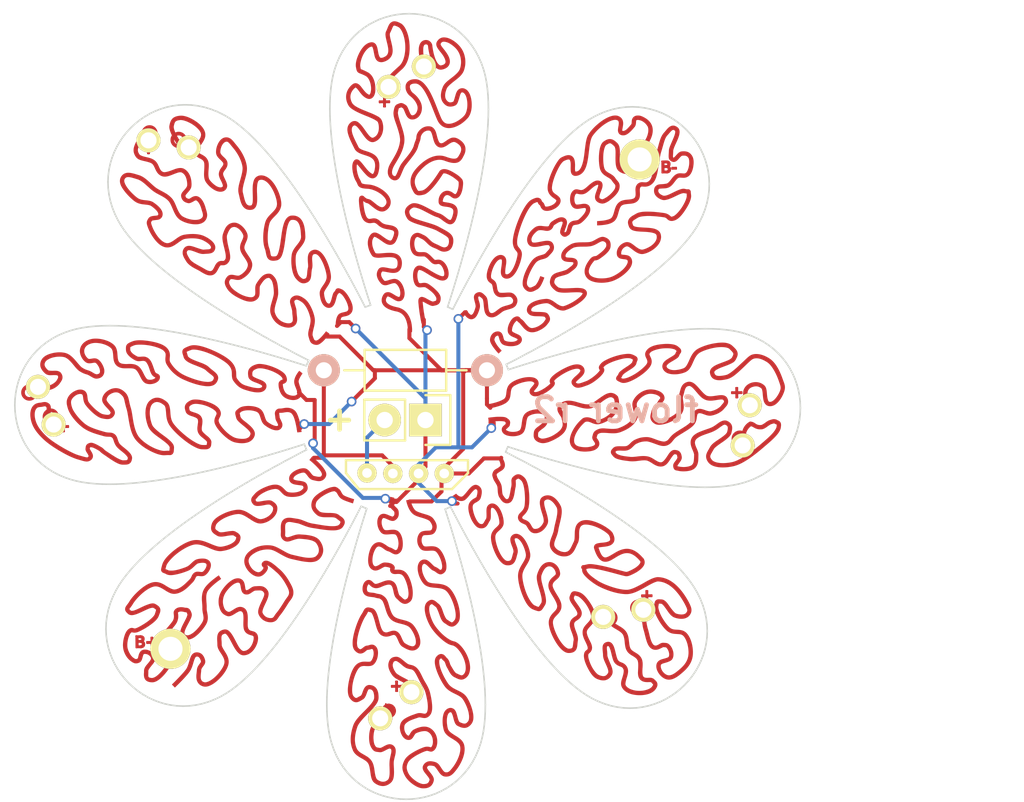
<source format=kicad_pcb>
(kicad_pcb (version 4) (host pcbnew "(2015-11-24 BZR 6329)-product")
  (layers (0 F.Cu signal) (31 B.Cu signal) (34 B.Paste user) (35 F.Paste user) (36 B.SilkS user) (37 F.SilkS user) (38 B.Mask user) (39 F.Mask user hide) (44 Edge.Cuts user))
  (net 0 "")
  (net 1 "Net-(D1-Pad1)")
  (net 2 "Net-(D1-Pad2)")
  (net 3 "Net-(L1-Pad1)")
  (net 4 "Net-(P2-Pad2)")
  (module Socket_Strips:Socket_Strip_Straight_1x02 (layer F.Cu) (at 183.76 95.21)
    (fp_text reference REF** hide)
    (fp_text value Socket_Strip_Straight_1x02 hide)
    (pad 2 thru_hole oval (at -23.69 -1.46) (size 2.5 2.5) (drill 1.5) (layers *.Cu *.Mask F.SilkS))
  )
  (module Socket_Strips:Socket_Strip_Straight_1x02 (layer F.Cu) (at 212.98 64.73)
    (fp_text reference REF** hide)
    (fp_text value Socket_Strip_Straight_1x02 hide)
    (pad 2 thru_hole oval (at -23.69 -1.46) (size 2.5 2.5) (drill 1.5) (layers *.Cu *.Mask F.SilkS))
  )
  (module LEDs:LED-3MM (layer F.Cu) (at 152.79 79.78 112.5)
    (fp_text reference D1 hide)
    (fp_text value LED hide)
    (pad 2 thru_hole circle (at 0 0 202.5) (size 1.5 1.5) (drill 1.00076) (layers *.Cu *.Mask F.SilkS) (net 2 "Net-(D1-Pad2)"))
    (pad 1 thru_hole circle (at 2.54 0 112.5) (size 1.5 1.5) (drill 1.00076) (layers *.Cu *.Mask F.SilkS) (net 1 "Net-(D1-Pad1)"))
  )
  (module LEDs:LED-3MM (layer F.Cu) (at 189.52 91.32 190)
    (fp_text reference D6 hide)
    (fp_text value LED hide)
    (pad 2 thru_hole circle (at 0 0 280) (size 1.5 1.5) (drill 1.00076) (layers *.Cu *.Mask F.SilkS) (net 2 "Net-(D1-Pad2)"))
    (pad 1 thru_hole circle (at 2.54 0 190) (size 1.5 1.5) (drill 1.00076) (layers *.Cu *.Mask F.SilkS) (net 1 "Net-(D1-Pad1)"))
  )
  (module LEDs:LED-3MM (layer F.Cu) (at 196.15 78.58 260)
    (fp_text reference D2 hide)
    (fp_text value LED hide)
    (pad 2 thru_hole circle (at 0 0 350) (size 1.5 1.5) (drill 1.00076) (layers *.Cu *.Mask F.SilkS) (net 2 "Net-(D1-Pad2)"))
    (pad 1 thru_hole circle (at 2.54 0 260) (size 1.5 1.5) (drill 1.00076) (layers *.Cu *.Mask F.SilkS) (net 1 "Net-(D1-Pad1)"))
  )
  (module LEDs:LED-3MM (layer F.Cu) (at 158.7 62.08 350)
    (fp_text reference D4 hide)
    (fp_text value LED hide)
    (pad 2 thru_hole circle (at 0 0 80) (size 1.5 1.5) (drill 1.00076) (layers *.Cu *.Mask F.SilkS) (net 2 "Net-(D1-Pad2)"))
    (pad 1 thru_hole circle (at 2.54 0 350) (size 1.5 1.5) (drill 1.00076) (layers *.Cu *.Mask F.SilkS) (net 1 "Net-(D1-Pad1)"))
  )
  (module LEDs:LED-3MM (layer F.Cu) (at 173.65 58.75 30)
    (fp_text reference D3 hide)
    (fp_text value LED hide)
    (pad 2 thru_hole circle (at 0 0 120) (size 1.5 1.5) (drill 1.00076) (layers *.Cu *.Mask F.SilkS) (net 2 "Net-(D1-Pad2)"))
    (pad 1 thru_hole circle (at 2.54 0 30) (size 1.5 1.5) (drill 1.00076) (layers *.Cu *.Mask F.SilkS) (net 1 "Net-(D1-Pad1)"))
  )
  (module LEDs:LED-3MM (layer F.Cu) (at 173.13 98.08 40)
    (fp_text reference D5 hide)
    (fp_text value LED hide)
    (pad 1 thru_hole circle (at 0 0 130) (size 1.5 1.5) (drill 1.00076) (layers *.Cu *.Mask F.SilkS) (net 1 "Net-(D1-Pad1)"))
    (pad 2 thru_hole circle (at 2.54 0 40) (size 1.5 1.5) (drill 1.00076) (layers *.Cu *.Mask F.SilkS) (net 2 "Net-(D1-Pad2)"))
  )
  (module Resistors_ThroughHole:Resistor_Horizontal_RM10mm (layer F.Cu) (at 174.7 76.4)
    (fp_text reference L1 hide)
    (fp_text value INDUCTOR hide)
    (pad 1 thru_hole circle (at -5.08 0) (size 1.99898 1.99898) (drill 1.00076) (layers *.Cu *.SilkS *.Mask) (net 3 "Net-(L1-Pad1)"))
    (pad 2 thru_hole circle (at 5.08 0) (size 1.99898 1.99898) (drill 1.00076) (layers *.Cu *.SilkS *.Mask) (net 2 "Net-(D1-Pad2)"))
  )
  (module Socket_Strips:Socket_Strip_Straight_1x02 (layer F.Cu) (at 175.95 79.5 180)
    (fp_text reference P2 hide)
    (fp_text value SOL hide)
    (pad 1 thru_hole rect (at 0 0 180) (size 2.032 2.032) (drill 1.016) (layers *.Cu *.Mask F.SilkS) (net 1 "Net-(D1-Pad1)"))
    (pad 2 thru_hole oval (at 2.54 0 180) (size 2.032 2.032) (drill 1.016) (layers *.Cu *.Mask F.SilkS) (net 4 "Net-(P2-Pad2)"))
  )
  (module to94:TO94 (layer F.Cu) (at 174.2 82.8)
    (fp_text reference U1 hide)
    (fp_text value CL0116 hide)
    (pad 1 thru_hole circle (at -1.89 0) (size 1.2 1.2) (drill 0.6) (layers *.Cu *.Mask F.SilkS) (net 4 "Net-(P2-Pad2)"))
    (pad 2 thru_hole circle (at -0.28 0.03) (size 1.2 1.2) (drill 0.6) (layers *.Cu *.Mask F.SilkS) (net 3 "Net-(L1-Pad1)"))
    (pad 3 thru_hole circle (at 1.32 0.03) (size 1.2 1.2) (drill 0.6) (layers *.Cu *.Mask F.SilkS) (net 1 "Net-(D1-Pad1)"))
    (pad 4 thru_hole circle (at 2.92 0.03) (size 1.2 1.2) (drill 0.6) (layers *.Cu *.Mask F.SilkS) (net 2 "Net-(D1-Pad2)"))
  )
  (module flower:svg2mod (layer F.Cu) (at 174.67 78.31 0.5)
    (fp_text reference svg2mod hide)
    (fp_text value G*** hide)
    (fp_poly (pts (xy 2.641242 -22.618559) (xy 2.614902 -22.618786) (xy 2.588594 -22.617751) (xy 2.562383 -22.615419) (xy 2.53634 -22.611753) (xy 2.510531 -22.606718) (xy 2.485026 -22.600275) (xy 2.459893 -22.59239) (xy 2.4352 -22.583026) (xy 2.411015 -22.572147) (xy 2.387407 -22.559716) (xy 2.364444 -22.545697) (xy 2.342194 -22.530054) (xy 2.320725 -22.51275) (xy 2.300106 -22.493749) (xy 2.280827 -22.474202) (xy 2.262431 -22.454319) (xy 2.245022 -22.434095) (xy 2.228709 -22.413524) (xy 2.213596 -22.3926) (xy 2.199789 -22.371319) (xy 2.187396 -22.349675) (xy 2.176522 -22.327662) (xy 2.167272 -22.305276) (xy 2.159755 -22.282511) (xy 2.154074 -22.259361) (xy 2.150338 -22.235821) (xy 2.148431 -22.207541) (xy 2.149101 -22.179697) (xy 2.152095 -22.152335) (xy 2.157159 -22.125496) (xy 2.164043 -22.099224) (xy 2.172492 -22.073562) (xy 2.182255 -22.048555) (xy 2.193079 -22.024244) (xy 2.204711 -22.000675) (xy 2.2169 -21.977889) (xy 2.229599 -21.955648) (xy 2.242905 -21.93365) (xy 2.256778 -21.911853) (xy 2.271179 -21.890211) (xy 2.286069 -21.868679) (xy 2.301409 -21.847213) (xy 2.317158 -21.825768) (xy 2.333279 -21.8043) (xy 2.349732 -21.782763) (xy 2.366478 -21.761114) (xy 2.383476 -21.739306) (xy 2.400689 -21.717297) (xy 2.418077 -21.695041) (xy 2.435601 -21.672494) (xy 2.453221 -21.64961) (xy 2.470899 -21.626345) (xy 2.488594 -21.602655) (xy 2.506269 -21.578495) (xy 2.523882 -21.55382) (xy 2.541397 -21.528585) (xy 2.560065 -21.500614) (xy 2.577838 -21.472649) (xy 2.594685 -21.444766) (xy 2.610577 -21.417041) (xy 2.625484 -21.389548) (xy 2.639377 -21.362364) (xy 2.652225 -21.335563) (xy 2.663999 -21.309221) (xy 2.674669 -21.283413) (xy 2.684206 -21.258214) (xy 2.692579 -21.2337) (xy 2.69976 -21.209947) (xy 2.705717 -21.187029) (xy 2.710423 -21.165021) (xy 2.713846 -21.144) (xy 2.715957 -21.124041) (xy 2.716726 -21.105218) (xy 2.716125 -21.087608) (xy 2.711994 -21.059192) (xy 2.7042 -21.034379) (xy 2.692646 -21.012125) (xy 2.677238 -20.991388) (xy 2.65788 -20.971125) (xy 2.644944 -20.95975) (xy 2.629783 -20.948356) (xy 2.612259 -20.937082) (xy 2.592236 -20.926064) (xy 2.569578 -20.915438) (xy 2.544149 -20.905342) (xy 2.515813 -20.895912) (xy 2.484433 -20.887285) (xy 2.449872 -20.879598) (xy 2.4257 -20.876225) (xy 2.403253 -20.876115) (xy 2.382103 -20.879322) (xy 2.361823 -20.885896) (xy 2.341986 -20.895891) (xy 2.322162 -20.909359) (xy 2.301926 -20.926353) (xy 2.280849 -20.946924) (xy 2.258503 -20.971125) (xy 2.244637 -20.987453) (xy 2.230806 -21.005154) (xy 2.217036 -21.02416) (xy 2.203358 -21.0444) (xy 2.1898 -21.065807) (xy 2.176391 -21.088312) (xy 2.163159 -21.111845) (xy 2.150133 -21.136339) (xy 2.137342 -21.161724) (xy 2.124815 -21.187931) (xy 2.112579 -21.214892) (xy 2.100665 -21.242538) (xy 2.0891 -21.270801) (xy 2.077913 -21.29961) (xy 2.067134 -21.328898) (xy 2.0564 -21.359628) (xy 2.046058 -21.390724) (xy 2.036102 -21.422112) (xy 2.026529 -21.453721) (xy 2.017336 -21.485477) (xy 2.008519 -21.517308) (xy 2.000073 -21.549141) (xy 1.991995 -21.580903) (xy 1.984282 -21.612521) (xy 1.97693 -21.643924) (xy 1.969934 -21.675037) (xy 1.963291 -21.705788) (xy 1.956998 -21.736104) (xy 1.95105 -21.765914) (xy 1.945444 -21.795143) (xy 1.940175 -21.823719) (xy 1.935241 -21.85157) (xy 1.930638 -21.878622) (xy 1.926361 -21.904803) (xy 1.922407 -21.93004) (xy 1.918771 -21.95426) (xy 1.915452 -21.977392) (xy 1.912444 -21.99936) (xy 1.909743 -22.020094) (xy 1.907347 -22.03952) (xy 1.905251 -22.057566) (xy 1.903451 -22.074159) (xy 1.901945 -22.089225) (xy 1.900727 -22.102693) (xy 1.897339 -22.130932) (xy 1.892103 -22.158328) (xy 1.88511 -22.184841) (xy 1.876449 -22.210428) (xy 1.866211 -22.23505) (xy 1.854485 -22.258664) (xy 1.841361 -22.28123) (xy 1.82693 -22.302706) (xy 1.811281 -22.323051) (xy 1.794505 -22.342225) (xy 1.776692 -22.360186) (xy 1.757932 -22.376893) (xy 1.738314 -22.392305) (xy 1.717929 -22.406381) (xy 1.696867 -22.419079) (xy 1.675217 -22.430359) (xy 1.653071 -22.440179) (xy 1.630518 -22.448498) (xy 1.607648 -22.455275) (xy 1.58455 -22.46047) (xy 1.559989 -22.464343) (xy 1.535164 -22.466721) (xy 1.510166 -22.467603) (xy 1.485085 -22.466989) (xy 1.460012 -22.464877) (xy 1.435036 -22.461265) (xy 1.410247 -22.456154) (xy 1.385736 -22.449541) (xy 1.361593 -22.441426) (xy 1.337908 -22.431808) (xy 1.31477 -22.420686) (xy 1.292271 -22.408058) (xy 1.2705 -22.393924) (xy 1.249548 -22.378282) (xy 1.229503 -22.361132) (xy 1.210458 -22.342472) (xy 1.192501 -22.322302) (xy 1.175723 -22.300619) (xy 1.160215 -22.277424) (xy 1.145091 -22.251639) (xy 1.131364 -22.225433) (xy 1.118974 -22.198848) (xy 1.107863 -22.171928) (xy 1.097972 -22.144714) (xy 1.089242 -22.117248) (xy 1.081614 -22.089573) (xy 1.075029 -22.061732) (xy 1.069429 -22.033766) (xy 1.064755 -22.005719) (xy 1.060947 -21.977632) (xy 1.057948 -21.949548) (xy 1.055697 -21.921509) (xy 1.054137 -21.893557) (xy 1.053208 -21.865736) (xy 1.052852 -21.838086) (xy 1.053009 -21.810652) (xy 1.053622 -21.783474) (xy 1.05463 -21.756596) (xy 1.055976 -21.73006) (xy 1.0576 -21.703908) (xy 1.059444 -21.678182) (xy 1.061448 -21.652926) (xy 1.063555 -21.62818) (xy 1.065704 -21.603988) (xy 1.067837 -21.580392) (xy 1.069896 -21.557435) (xy 1.071822 -21.535158) (xy 1.073554 -21.513604) (xy 1.075036 -21.492816) (xy 1.076208 -21.472836) (xy 1.077011 -21.453705) (xy 1.077696 -21.429101) (xy 1.078173 -21.403738) (xy 1.07841 -21.377747) (xy 1.078373 -21.351262) (xy 1.07803 -21.324415) (xy 1.077349 -21.29734) (xy 1.076297 -21.27017) (xy 1.074841 -21.243036) (xy 1.072949 -21.216072) (xy 1.070588 -21.18941) (xy 1.067725 -21.163185) (xy 1.064328 -21.137527) (xy 1.060364 -21.11257) (xy 1.052835 -21.074415) (xy 1.044018 -21.03984) (xy 1.034146 -21.00894) (xy 1.023455 -20.98181) (xy 1.012177 -20.958544) (xy 1.000547 -20.939237) (xy 0.988797 -20.923985) (xy 0.977163 -20.91288) (xy 1.13525 -20.696549) (xy 1.156905 -20.714714) (xy 1.176947 -20.733963) (xy 1.195444 -20.754214) (xy 1.212464 -20.775384) (xy 1.228076 -20.797389) (xy 1.24235 -20.820148) (xy 1.255354 -20.843577) (xy 1.267158 -20.867595) (xy 1.277829 -20.892117) (xy 1.287437 -20.917062) (xy 1.296051 -20.942346) (xy 1.303739 -20.967887) (xy 1.310571 -20.993603) (xy 1.316615 -21.01941) (xy 1.321941 -21.045225) (xy 1.326616 -21.070967) (xy 1.331215 -21.100358) (xy 1.335064 -21.129795) (xy 1.33822 -21.159212) (xy 1.340738 -21.188541) (xy 1.342675 -21.217712) (xy 1.344088 -21.24666) (xy 1.345032 -21.275315) (xy 1.345564 -21.303611) (xy 1.345741 -21.331478) (xy 1.345619 -21.35885) (xy 1.345253 -21.385659) (xy 1.344701 -21.411836) (xy 1.344019 -21.437315) (xy 1.343263 -21.462026) (xy 1.342231 -21.490763) (xy 1.340993 -21.520028) (xy 1.339605 -21.549733) (xy 1.338124 -21.57979) (xy 1.336605 -21.610111) (xy 1.335105 -21.640607) (xy 1.333679 -21.67119) (xy 1.332385 -21.701772) (xy 1.331278 -21.732265) (xy 1.330414 -21.76258) (xy 1.32985 -21.792629) (xy 1.329642 -21.822325) (xy 1.329845 -21.851577) (xy 1.330517 -21.880299) (xy 1.331713 -21.908402) (xy 1.333489 -21.935798) (xy 1.335902 -21.962399) (xy 1.339008 -21.988116) (xy 1.342863 -22.01286) (xy 1.347522 -22.036545) (xy 1.353043 -22.059081) (xy 1.359482 -22.080381) (xy 1.366894 -22.100355) (xy 1.375336 -22.118916) (xy 1.384864 -22.135976) (xy 1.400522 -22.156262) (xy 1.419192 -22.172275) (xy 1.440215 -22.184186) (xy 1.462929 -22.192165) (xy 1.486677 -22.196383) (xy 1.510797 -22.19701) (xy 1.534629 -22.194217) (xy 1.55704 -22.188767) (xy 1.577162 -22.180822) (xy 1.59474 -22.169642) (xy 1.609517 -22.154485) (xy 1.621235 -22.134609) (xy 1.62964 -22.109273) (xy 1.634474 -22.077734) (xy 1.635829 -22.06256) (xy 1.637433 -22.04613) (xy 1.639291 -22.028491) (xy 1.641409 -22.009692) (xy 1.643793 -21.989779) (xy 1.646449 -21.968802) (xy 1.649381 -21.946806) (xy 1.652596 -21.92384) (xy 1.656099 -21.899952) (xy 1.659897 -21.875188) (xy 1.663994 -21.849597) (xy 1.668396 -21.823227) (xy 1.673109 -21.796124) (xy 1.678138 -21.768337) (xy 1.683489 -21.739913) (xy 1.689169 -21.7109) (xy 1.695181 -21.681345) (xy 1.701533 -21.651297) (xy 1.70823 -21.620802) (xy 1.715276 -21.589908) (xy 1.722679 -21.558663) (xy 1.730443 -21.527114) (xy 1.738575 -21.49531) (xy 1.747079 -21.463297) (xy 1.755962 -21.431124) (xy 1.765229 -21.398837) (xy 1.774885 -21.366486) (xy 1.784938 -21.334116) (xy 1.795391 -21.301776) (xy 1.806251 -21.269514) (xy 1.817523 -21.237377) (xy 1.827017 -21.211255) (xy 1.836777 -21.185216) (xy 1.846821 -21.159296) (xy 1.857163 -21.133527) (xy 1.86782 -21.107944) (xy 1.878806 -21.08258) (xy 1.890138 -21.057468) (xy 1.901832 -21.032643) (xy 1.913903 -21.008137) (xy 1.926367 -20.983985) (xy 1.939239 -20.96022) (xy 1.952536 -20.936876) (xy 1.966273 -20.913986) (xy 1.980466 -20.891585) (xy 1.99513 -20.869705) (xy 2.010281 -20.848381) (xy 2.025936 -20.827645) (xy 2.042109 -20.807533) (xy 2.058816 -20.788076) (xy 2.076208 -20.769309) (xy 2.094405 -20.751287) (xy 2.113378 -20.734075) (xy 2.133101 -20.717737) (xy 2.153544 -20.702338) (xy 2.174681 -20.687944) (xy 2.196483 -20.674618) (xy 2.218921 -20.662426) (xy 2.241969 -20.651432) (xy 2.265598 -20.641702) (xy 2.28978 -20.6333) (xy 2.314488 -20.626291) (xy 2.339692 -20.620739) (xy 2.365366 -20.61671) (xy 2.391481 -20.614268) (xy 2.418009 -20.613478) (xy 2.444922 -20.614405) (xy 2.472193 -20.617114) (xy 2.499793 -20.621669) (xy 2.529958 -20.628076) (xy 2.559274 -20.63518) (xy 2.587731 -20.642993) (xy 2.615318 -20.651531) (xy 2.642024 -20.660806) (xy 2.667837 -20.670832) (xy 2.692748 -20.681624) (xy 2.716746 -20.693195) (xy 2.739818 -20.705559) (xy 2.761955 -20.718729) (xy 2.783146 -20.732721) (xy 2.80338 -20.747546) (xy 2.822645 -20.76322) (xy 2.840932 -20.779756) (xy 2.861004 -20.800114) (xy 2.879681 -20.821523) (xy 2.896931 -20.843879) (xy 2.912719 -20.867083) (xy 2.927012 -20.891031) (xy 2.939776 -20.915622) (xy 2.950978 -20.940755) (xy 2.960584 -20.966326) (xy 2.96856 -20.992235) (xy 2.974874 -21.018379) (xy 2.97949 -21.044657) (xy 2.982377 -21.070967) (xy 2.983788 -21.097222) (xy 2.984028 -21.123402) (xy 2.983131 -21.149505) (xy 2.981135 -21.175532) (xy 2.978076 -21.20148) (xy 2.97399 -21.227349) (xy 2.968912 -21.253139) (xy 2.96288 -21.278847) (xy 2.95593 -21.304473) (xy 2.948096 -21.330016) (xy 2.939417 -21.355475) (xy 2.929927 -21.380849) (xy 2.919664 -21.406137) (xy 2.908663 -21.431339) (xy 2.896961 -21.456452) (xy 2.884593 -21.481476) (xy 2.871597 -21.506411) (xy 2.858007 -21.531255) (xy 2.843861 -21.556007) (xy 2.829194 -21.580666) (xy 2.814043 -21.605231) (xy 2.798444 -21.629701) (xy 2.782432 -21.654076) (xy 2.766046 -21.678354) (xy 2.746419 -21.70672) (xy 2.726822 -21.73441) (xy 2.707316 -21.761419) (xy 2.687964 -21.787741) (xy 2.668827 -21.81337) (xy 2.649968 -21.838301) (xy 2.631449 -21.862529) (xy 2.613332 -21.886049) (xy 2.595679 -21.908854) (xy 2.578551 -21.93094) (xy 2.562012 -21.9523) (xy 2.546124 -21.97293) (xy 2.530947 -21.992824) (xy 2.516545 -22.011977) (xy 2.502979 -22.030383) (xy 2.490312 -22.048036) (xy 2.478606 -22.064931) (xy 2.467923 -22.081064) (xy 2.458324 -22.096427) (xy 2.449872 -22.111017) (xy 2.433271 -22.14223) (xy 2.422472 -22.166379) (xy 2.417052 -22.185727) (xy 2.41659 -22.202538) (xy 2.419674 -22.217321) (xy 2.426554 -22.235586) (xy 2.438549 -22.257277) (xy 2.456975 -22.282335) (xy 2.483152 -22.310704) (xy 2.50159 -22.326045) (xy 2.521881 -22.337487) (xy 2.544594 -22.345432) (xy 2.570293 -22.350282) (xy 2.599547 -22.35244) (xy 2.632921 -22.352307) (xy 2.654827 -22.351012) (xy 2.677756 -22.348708) (xy 2.701649 -22.345326) (xy 2.726445 -22.340799) (xy 2.752086 -22.335057) (xy 2.77851 -22.328032) (xy 2.805659 -22.319657) (xy 2.833472 -22.309862) (xy 2.86189 -22.29858) (xy 2.890852 -22.285742) (xy 2.914303 -22.274432) (xy 2.937883 -22.262346) (xy 2.961553 -22.249523) (xy 2.985272 -22.236003) (xy 3.009001 -22.221826) (xy 3.032698 -22.207031) (xy 3.056323 -22.191658) (xy 3.079837 -22.175747) (xy 3.103198 -22.159338) (xy 3.126367 -22.142469) (xy 3.149302 -22.125182) (xy 3.171965 -22.107515) (xy 3.194314 -22.089509) (xy 3.216308 -22.071203) (xy 3.237909 -22.052637) (xy 3.259075 -22.03385) (xy 3.279766 -22.014883) (xy 3.299942 -21.995774) (xy 3.319562 -21.976565) (xy 3.338586 -21.957293) (xy 3.356974 -21.938) (xy 3.374686 -21.918725) (xy 3.39168 -21.899507) (xy 3.407917 -21.880386) (xy 3.423357 -21.861403) (xy 3.438706 -21.841615) (xy 3.453627 -21.821406) (xy 3.468115 -21.80079) (xy 3.482166 -21.779777) (xy 3.495777 -21.75838) (xy 3.508943 -21.736611) (xy 3.521661 -21.714483) (xy 3.533925 -21.692006) (xy 3.545732 -21.669194) (xy 3.557078 -21.646058) (xy 3.56796 -21.622611) (xy 3.578371 -21.598864) (xy 3.58831 -21.57483) (xy 3.597772 -21.550521) (xy 3.606752 -21.525949) (xy 3.615246 -21.501126) (xy 3.623251 -21.476064) (xy 3.630763 -21.450775) (xy 3.637776 -21.425271) (xy 3.644288 -21.399564) (xy 3.650295 -21.373668) (xy 3.655791 -21.347592) (xy 3.660773 -21.321351) (xy 3.665238 -21.294955) (xy 3.66918 -21.268417) (xy 3.672596 -21.241748) (xy 3.675482 -21.214962) (xy 3.677834 -21.18807) (xy 3.679648 -21.161085) (xy 3.680919 -21.134017) (xy 3.681643 -21.10688) (xy 3.681817 -21.079686) (xy 3.681436 -21.052446) (xy 3.680497 -21.025173) (xy 3.678995 -20.997879) (xy 3.676926 -20.970575) (xy 3.674286 -20.943275) (xy 3.671071 -20.91599) (xy 3.667277 -20.888732) (xy 3.662901 -20.861513) (xy 3.657936 -20.834345) (xy 3.652381 -20.807241) (xy 3.646231 -20.780213) (xy 3.639481 -20.753272) (xy 3.632127 -20.726431) (xy 3.624166 -20.699702) (xy 3.615594 -20.673097) (xy 3.606405 -20.646628) (xy 3.598567 -20.626474) (xy 3.589591 -20.606349) (xy 3.579516 -20.586256) (xy 3.568379 -20.566193) (xy 3.556219 -20.546162) (xy 3.543074 -20.526162) (xy 3.528982 -20.506194) (xy 3.513982 -20.486259) (xy 3.498112 -20.466357) (xy 3.481409 -20.446487) (xy 3.463913 -20.426651) (xy 3.445661 -20.406849) (xy 3.426692 -20.387081) (xy 3.407043 -20.367348) (xy 3.386753 -20.34765) (xy 3.365861 -20.327987) (xy 3.344403 -20.308359) (xy 3.32242 -20.288768) (xy 3.299948 -20.269213) (xy 3.277026 -20.249694) (xy 3.253693 -20.230213) (xy 3.229986 -20.210769) (xy 3.205943 -20.191363) (xy 3.181604 -20.171995) (xy 3.157005 -20.152666) (xy 3.132186 -20.133375) (xy 3.107184 -20.114124) (xy 3.084555 -20.096847) (xy 3.061839 -20.079619) (xy 3.03907 -20.06242) (xy 3.016285 -20.045229) (xy 2.993517 -20.028024) (xy 2.970802 -20.010783) (xy 2.948175 -19.993487) (xy 2.925672 -19.976114) (xy 2.903328 -19.958642) (xy 2.881177 -19.941052) (xy 2.859256 -19.923321) (xy 2.837599 -19.905428) (xy 2.816241 -19.887353) (xy 2.795218 -19.869074) (xy 2.774565 -19.850571) (xy 2.754317 -19.831821) (xy 2.734509 -19.812805) (xy 2.715176 -19.7935) (xy 2.696354 -19.773887) (xy 2.678078 -19.753943) (xy 2.660383 -19.733647) (xy 2.643304 -19.71298) (xy 2.626877 -19.691918) (xy 2.611136 -19.670442) (xy 2.596117 -19.64853) (xy 2.581855 -19.626161) (xy 2.568384 -19.603315) (xy 2.555742 -19.579969) (xy 2.543961 -19.556103) (xy 2.533079 -19.531695) (xy 2.520342 -19.500842) (xy 2.50829 -19.470235) (xy 2.496921 -19.439879) (xy 2.486238 -19.409778) (xy 2.476241 -19.379937) (xy 2.46693 -19.350359) (xy 2.458307 -19.321049) (xy 2.450372 -19.292012) (xy 2.443126 -19.263251) (xy 2.436569 -19.23477) (xy 2.430703 -19.206575) (xy 2.425528 -19.178668) (xy 2.421045 -19.151055) (xy 2.417254 -19.123739) (xy 2.414157 -19.096725) (xy 2.411753 -19.070017) (xy 2.410045 -19.043619) (xy 2.409032 -19.017536) (xy 2.408715 -18.991771) (xy 2.409095 -18.966329) (xy 2.410173 -18.941214) (xy 2.41195 -18.91643) (xy 2.414425 -18.891982) (xy 2.417601 -18.867874) (xy 2.421477 -18.844109) (xy 2.426055 -18.820693) (xy 2.431334 -18.797629) (xy 2.437317 -18.774922) (xy 2.444003 -18.752576) (xy 2.451394 -18.730595) (xy 2.459489 -18.708983) (xy 2.468291 -18.687745) (xy 2.477799 -18.666885) (xy 2.488014 -18.646407) (xy 2.498938 -18.626315) (xy 2.51057 -18.606613) (xy 2.522912 -18.587306) (xy 2.535963 -18.568398) (xy 2.549726 -18.549893) (xy 2.566829 -18.52835) (xy 2.584327 -18.507592) (xy 2.602242 -18.487657) (xy 2.620596 -18.468578) (xy 2.639409 -18.45039) (xy 2.658704 -18.433129) (xy 2.678502 -18.416829) (xy 2.698825 -18.401526) (xy 2.719693 -18.387254) (xy 2.74113 -18.374049) (xy 2.763155 -18.361945) (xy 2.785791 -18.350977) (xy 2.80906 -18.341182) (xy 2.832982 -18.332592) (xy 2.857579 -18.325244) (xy 2.88264 -18.319183) (xy 2.907938 -18.314415) (xy 2.93347 -18.310915) (xy 2.959231 -18.308658) (xy 2.985221 -18.307617) (xy 3.011434 -18.307768) (xy 3.037869 -18.309085) (xy 3.064523 -18.311542) (xy 3.091392 -18.315114) (xy 3.118472 -18.319775) (xy 3.145763 -18.325499) (xy 3.173259 -18.332262) (xy 3.200959 -18.340038) (xy 3.228859 -18.3488) (xy 3.256956 -18.358524) (xy 3.285105 -18.370262) (xy 3.310688 -18.384027) (xy 3.333881 -18.399636) (xy 3.354861 -18.416904) (xy 3.373806 -18.435645) (xy 3.390891 -18.455675) (xy 3.406294 -18.476809) (xy 3.420192 -18.498862) (xy 3.432761 -18.521651) (xy 3.444179 -18.544989) (xy 3.454622 -18.568692) (xy 3.464266 -18.592576) (xy 3.47329 -18.616455) (xy 3.482674 -18.64246) (xy 3.49183 -18.668818) (xy 3.500769 -18.695441) (xy 3.5095 -18.722243) (xy 3.518034 -18.749136) (xy 3.526382 -18.776033) (xy 3.534554 -18.802848) (xy 3.54256 -18.829492) (xy 3.550411 -18.85588) (xy 3.558117 -18.881923) (xy 3.565688 -18.907535) (xy 3.573135 -18.932629) (xy 3.583028 -18.964984) (xy 3.592999 -18.995759) (xy 3.603043 -19.02474) (xy 3.613157 -19.051712) (xy 3.623338 -19.076461) (xy 3.633582 -19.098775) (xy 3.643885 -19.118438) (xy 3.654244 -19.135238) (xy 3.664656 -19.14896) (xy 3.681301 -19.168177) (xy 3.696373 -19.181781) (xy 3.713938 -19.189105) (xy 3.738065 -19.189481) (xy 3.772822 -19.182242) (xy 3.790252 -19.176177) (xy 3.807954 -19.167378) (xy 3.82583 -19.15585) (xy 3.843781 -19.141598) (xy 3.861709 -19.124627) (xy 3.879514 -19.104944) (xy 3.8971 -19.082554) (xy 3.914367 -19.057461) (xy 3.931216 -19.029672) (xy 3.94755 -18.999191) (xy 3.957327 -18.978781) (xy 3.966609 -18.957369) (xy 3.975401 -18.93501) (xy 3.983708 -18.911758) (xy 3.991535 -18.887668) (xy 3.998887 -18.862797) (xy 4.005769 -18.837198) (xy 4.012186 -18.810927) (xy 4.018144 -18.784039) (xy 4.023646 -18.756589) (xy 4.028699 -18.728633) (xy 4.033308 -18.700224) (xy 4.037476 -18.671419) (xy 4.04121 -18.642272) (xy 4.044515 -18.612838) (xy 4.047395 -18.583173) (xy 4.049713 -18.554219) (xy 4.051491 -18.525102) (xy 4.052733 -18.49586) (xy 4.053442 -18.46653) (xy 4.05362 -18.437147) (xy 4.053271 -18.407749) (xy 4.052399 -18.378373) (xy 4.051005 -18.349056) (xy 4.049094 -18.319834) (xy 4.046668 -18.290744) (xy 4.043731 -18.261823) (xy 4.040285 -18.233108) (xy 4.036334 -18.204635) (xy 4.031881 -18.176442) (xy 4.026929 -18.148565) (xy 4.021481 -18.121041) (xy 4.01554 -18.093907) (xy 4.00911 -18.0672) (xy 4.002193 -18.040956) (xy 3.994793 -18.015212) (xy 3.986912 -17.990005) (xy 3.978555 -17.965372) (xy 3.969723 -17.94135) (xy 3.960421 -17.917975) (xy 3.950651 -17.895285) (xy 3.940416 -17.873315) (xy 3.92972 -17.852104) (xy 3.918565 -17.831687) (xy 3.906955 -17.812102) (xy 3.894893 -17.793385) (xy 3.882382 -17.775573) (xy 3.869425 -17.758704) (xy 3.856025 -17.742813) (xy 3.840396 -17.725519) (xy 3.824039 -17.708131) (xy 3.806984 -17.690677) (xy 3.789258 -17.673181) (xy 3.770887 -17.655672) (xy 3.751901 -17.638175) (xy 3.732326 -17.620716) (xy 3.71219 -17.603322) (xy 3.691521 -17.58602) (xy 3.670346 -17.568835) (xy 3.648693 -17.551794) (xy 3.62659 -17.534924) (xy 3.604064 -17.51825) (xy 3.581142 -17.501799) (xy 3.557853 -17.485598) (xy 3.534224 -17.469672) (xy 3.510283 -17.454049) (xy 3.486057 -17.438754) (xy 3.461573 -17.423814) (xy 3.43686 -17.409255) (xy 3.411945 -17.395105) (xy 3.386855 -17.381388) (xy 3.361619 -17.368131) (xy 3.336264 -17.355361) (xy 3.310817 -17.343105) (xy 3.285306 -17.331387) (xy 3.259759 -17.320236) (xy 3.234203 -17.309677) (xy 3.208666 -17.299736) (xy 3.183176 -17.290441) (xy 3.157759 -17.281817) (xy 3.132445 -17.27389) (xy 3.107259 -17.266688) (xy 3.082231 -17.260235) (xy 3.054091 -17.253775) (xy 3.02622 -17.248171) (xy 2.998643 -17.243457) (xy 2.971384 -17.239667) (xy 2.944468 -17.236834) (xy 2.917919 -17.234992) (xy 2.89176 -17.234174) (xy 2.866017 -17.234414) (xy 2.840714 -17.235745) (xy 2.815875 -17.2382) (xy 2.791525 -17.241813) (xy 2.767687 -17.246618) (xy 2.744386 -17.252647) (xy 2.721646 -17.259935) (xy 2.699492 -17.268514) (xy 2.679179 -17.277713) (xy 2.659215 -17.288021) (xy 2.6396 -17.299502) (xy 2.620334 -17.31222) (xy 2.601419 -17.326239) (xy 2.582854 -17.341624) (xy 2.56464 -17.358438) (xy 2.546778 -17.376746) (xy 2.529268 -17.396612) (xy 2.512111 -17.4181) (xy 2.495306 -17.441275) (xy 2.478856 -17.466199) (xy 2.462759 -17.492938) (xy 2.447017 -17.521556) (xy 2.43163 -17.552117) (xy 2.416599 -17.584684) (xy 2.40755 -17.605292) (xy 2.398469 -17.626248) (xy 2.389357 -17.647542) (xy 2.380212 -17.669166) (xy 2.371033 -17.691111) (xy 2.361819 -17.713366) (xy 2.352569 -17.735924) (xy 2.343282 -17.758776) (xy 2.333957 -17.781911) (xy 2.324592 -17.805321) (xy 2.315188 -17.828997) (xy 2.305742 -17.85293) (xy 2.296255 -17.87711) (xy 2.286724 -17.901529) (xy 2.277149 -17.926177) (xy 2.267529 -17.951046) (xy 2.257863 -17.976126) (xy 2.248149 -18.001408) (xy 2.238387 -18.026883) (xy 2.228576 -18.052543) (xy 2.218715 -18.078377) (xy 2.208803 -18.104377) (xy 2.198838 -18.130533) (xy 2.188819 -18.156837) (xy 2.178747 -18.18328) (xy 2.168619 -18.209852) (xy 2.158435 -18.236544) (xy 2.148193 -18.263348) (xy 2.137893 -18.290253) (xy 2.127534 -18.317252) (xy 2.117114 -18.344334) (xy 2.106632 -18.371491) (xy 2.096088 -18.398714) (xy 2.085481 -18.425994) (xy 2.074809 -18.453321) (xy 2.064072 -18.480687) (xy 2.053268 -18.508081) (xy 2.042396 -18.535496) (xy 2.031456 -18.562923) (xy 2.020446 -18.590351) (xy 2.009366 -18.617772) (xy 1.998214 -18.645177) (xy 1.98699 -18.672556) (xy 1.975691 -18.699902) (xy 1.964319 -18.727203) (xy 1.95287 -18.754453) (xy 1.941345 -18.78164) (xy 1.929741 -18.808757) (xy 1.91806 -18.835794) (xy 1.906298 -18.862742) (xy 1.894456 -18.889592) (xy 1.882531 -18.916335) (xy 1.870524 -18.942961) (xy 1.858434 -18.969462) (xy 1.846258 -18.995829) (xy 1.833996 -19.022052) (xy 1.821648 -19.048123) (xy 1.809211 -19.074032) (xy 1.796213 -19.100683) (xy 1.783071 -19.127137) (xy 1.769786 -19.153388) (xy 1.756359 -19.179428) (xy 1.74279 -19.20525) (xy 1.729081 -19.230847) (xy 1.715231 -19.256213) (xy 1.701242 -19.28134) (xy 1.687113 -19.306221) (xy 1.672847 -19.33085) (xy 1.658443 -19.355219) (xy 1.643903 -19.379322) (xy 1.629226 -19.403151) (xy 1.614413 -19.4267) (xy 1.599466 -19.449961) (xy 1.584385 -19.472928) (xy 1.56917 -19.495593) (xy 1.553822 -19.51795) (xy 1.538343 -19.539992) (xy 1.522731 -19.561711) (xy 1.506989 -19.583101) (xy 1.491117 -19.604155) (xy 1.475116 -19.624866) (xy 1.458986 -19.645226) (xy 1.442727 -19.665229) (xy 1.426341 -19.684868) (xy 1.409829 -19.704136) (xy 1.39319 -19.723025) (xy 1.37433 -19.743739) (xy 1.35516 -19.763978) (xy 1.33568 -19.783712) (xy 1.315889 -19.802913) (xy 1.295786 -19.82155) (xy 1.275371 -19.839595) (xy 1.254644 -19.857019) (xy 1.233603 -19.873791) (xy 1.212248 -19.889882) (xy 1.190578 -19.905264) (xy 1.168594 -19.919907) (xy 1.146294 -19.933781) (xy 1.123678 -19.946858) (xy 1.100745 -19.959108) (xy 1.077494 -19.970501) (xy 1.053926 -19.981008) (xy 1.030039 -19.9906) (xy 1.005833 -19.999248) (xy 0.981307 -20.006923) (xy 0.956461 -20.013594) (xy 0.931294 -20.019233) (xy 0.905806 -20.02381) (xy 0.879995 -20.027296) (xy 0.853862 -20.029662) (xy 0.827406 -20.030878) (xy 0.795673 -20.031184) (xy 0.764769 -20.030584) (xy 0.734689 -20.029087) (xy 0.705427 -20.026705) (xy 0.676976 -20.023446) (xy 0.649329 -20.019323) (xy 0.622482 -20.014344) (xy 0.596427 -20.008521) (xy 0.571159 -20.001862) (xy 0.54667 -19.99438) (xy 0.522956 -19.986083) (xy 0.50001 -19.976982) (xy 0.477825 -19.967088) (xy 0.456396 -19.956411) (xy 0.435715 -19.94496) (xy 0.415778 -19.932746) (xy 0.396578 -19.91978) (xy 0.378108 -19.906071) (xy 0.355702 -19.887432) (xy 0.335026 -19.867768) (xy 0.316053 -19.84716) (xy 0.298754 -19.825691) (xy 0.283101 -19.803441) (xy 0.269067 -19.780493) (xy 0.256624 -19.756928) (xy 0.245743 -19.732829) (xy 0.236396 -19.708276) (xy 0.228556 -19.683352) (xy 0.222194 -19.658138) (xy 0.217282 -19.632717) (xy 0.213793 -19.607169) (xy 0.211698 -19.581577) (xy 0.210785 -19.55407) (xy 0.211054 -19.526679) (xy 0.212476 -19.499434) (xy 0.215021 -19.472366) (xy 0.218658 -19.445505) (xy 0.223358 -19.41888) (xy 0.229092 -19.392523) (xy 0.235829 -19.366462) (xy 0.243539 -19.340729) (xy 0.252193 -19.315353) (xy 0.26176 -19.290364) (xy 0.272211 -19.265793) (xy 0.283516 -19.241669) (xy 0.295645 -19.218023) (xy 0.308568 -19.194886) (xy 0.322256 -19.172286) (xy 0.336677 -19.150254) (xy 0.351804 -19.128821) (xy 0.367605 -19.108016) (xy 0.38405 -19.08787) (xy 0.401111 -19.068413) (xy 0.418756 -19.049674) (xy 0.436957 -19.031684) (xy 0.455683 -19.014474) (xy 0.474905 -18.998072) (xy 0.494592 -18.98251) (xy 0.516076 -18.965788) (xy 0.537455 -18.948363) (xy 0.558693 -18.930271) (xy 0.579753 -18.911543) (xy 0.600601 -18.892213) (xy 0.621199 -18.872314) (xy 0.641513 -18.851881) (xy 0.661506 -18.830946) (xy 0.681143 -18.809542) (xy 0.700387 -18.787703) (xy 0.719203 -18.765463) (xy 0.737555 -18.742854) (xy 0.755407 -18.719909) (xy 0.772723 -18.696663) (xy 0.789467 -18.673149) (xy 0.805604 -18.6494) (xy 0.821098 -18.625448) (xy 0.835911 -18.601329) (xy 0.85001 -18.577074) (xy 0.863358 -18.552717) (xy 0.875919 -18.528293) (xy 0.887657 -18.503833) (xy 0.898536 -18.479371) (xy 0.908521 -18.454941) (xy 0.917576 -18.430576) (xy 0.925664 -18.406309) (xy 0.93275 -18.382173) (xy 0.938798 -18.358203) (xy 0.943772 -18.334431) (xy 0.947637 -18.310891) (xy 0.950356 -18.287615) (xy 0.951893 -18.264638) (xy 0.952213 -18.241992) (xy 0.951084 -18.214004) (xy 0.948634 -18.186171) (xy 0.944917 -18.158595) (xy 0.939986 -18.131375) (xy 0.933896 -18.104612) (xy 0.9267 -18.078406) (xy 0.918451 -18.052858) (xy 0.909203 -18.028068) (xy 0.899009 -18.004136) (xy 0.887923 -17.981163) (xy 0.875998 -17.959248) (xy 0.863288 -17.938493) (xy 0.849846 -17.918997) (xy 0.835727 -17.90086) (xy 0.815299 -17.877683) (xy 0.794407 -17.856962) (xy 0.772987 -17.838737) (xy 0.750972 -17.823048) (xy 0.728298 -17.809934) (xy 0.7049 -17.799434) (xy 0.680712 -17.791589) (xy 0.655669 -17.786437) (xy 0.629706 -17.784019) (xy 0.602757 -17.784374) (xy 0.58492 -17.787529) (xy 0.56751 -17.795593) (xy 0.549002 -17.810528) (xy 0.527871 -17.834298) (xy 0.516387 -17.850205) (xy 0.50489 -17.868862) (xy 0.493393 -17.889889) (xy 0.481909 -17.91291) (xy 0.47045 -17.937544) (xy 0.459028 -17.963413) (xy 0.447658 -17.990139) (xy 0.43635 -18.017344) (xy 0.426392 -18.041775) (xy 0.416526 -18.066466) (xy 0.406689 -18.091364) (xy 0.39682 -18.116411) (xy 0.386857 -18.141555) (xy 0.376738 -18.16674) (xy 0.3664 -18.191911) (xy 0.355782 -18.217014) (xy 0.344823 -18.241992) (xy 0.33475 -18.264264) (xy 0.324399 -18.28621) (xy 0.313466 -18.30776) (xy 0.301645 -18.328846) (xy 0.288634 -18.349396) (xy 0.274127 -18.369342) (xy 0.257821 -18.388614) (xy 0.239409 -18.407141) (xy 0.21859 -18.424854) (xy 0.195057 -18.441682) (xy 0.169066 -18.45871) (xy 0.144355 -18.474702) (xy 0.120585 -18.489565) (xy 0.097417 -18.503207) (xy 0.074511 -18.515535) (xy 0.051529 -18.526456) (xy 0.02813 -18.535877) (xy 0.003977 -18.543705) (xy -0.021271 -18.549848) (xy -0.04997 -18.554075) (xy -0.077799 -18.555153) (xy -0.104809 -18.553459) (xy -0.131048 -18.549368) (xy -0.156565 -18.543258) (xy -0.181411 -18.535503) (xy -0.205633 -18.526481) (xy -0.229282 -18.516568) (xy -0.247183 -18.509336) (xy -0.268196 -18.501675) (xy -0.295844 -18.491612) (xy -0.313212 -18.48472) (xy -0.33258 -18.475839) (xy -0.353064 -18.464784) (xy -0.373775 -18.451371) (xy -0.393827 -18.435414) (xy -0.412334 -18.416726) (xy -0.425747 -18.400314) (xy -0.438147 -18.383171) (xy -0.449618 -18.365166) (xy -0.460245 -18.346168) (xy -0.47011 -18.326045) (xy -0.479299 -18.304665) (xy -0.487896 -18.281896) (xy -0.495985 -18.257608) (xy -0.50365 -18.231669) (xy -0.510976 -18.203947) (xy -0.518046 -18.17431) (xy -0.524945 -18.142627) (xy -0.531757 -18.108767) (xy -0.538567 -18.072598) (xy -0.545458 -18.033988) (xy -0.549023 -18.01095) (xy -0.551732 -17.987693) (xy -0.553614 -17.964217) (xy -0.554697 -17.940527) (xy -0.555008 -17.916623) (xy -0.554577 -17.892508) (xy -0.553432 -17.868183) (xy -0.5516 -17.843651) (xy -0.549109 -17.818914) (xy -0.545989 -17.793973) (xy -0.542267 -17.768832) (xy -0.537972 -17.743491) (xy -0.533131 -17.717954) (xy -0.527773 -17.692221) (xy -0.521927 -17.666296) (xy -0.515619 -17.640179) (xy -0.50888 -17.613874) (xy -0.501735 -17.587382) (xy -0.494215 -17.560705) (xy -0.486347 -17.533846) (xy -0.47816 -17.506806) (xy -0.469681 -17.479587) (xy -0.460938 -17.452192) (xy -0.451961 -17.424622) (xy -0.442777 -17.39688) (xy -0.433414 -17.368968) (xy -0.423901 -17.340887) (xy -0.414266 -17.31264) (xy -0.404537 -17.284229) (xy -0.394742 -17.255655) (xy -0.384909 -17.226922) (xy -0.375068 -17.19803) (xy -0.365245 -17.168982) (xy -0.355469 -17.139781) (xy -0.345768 -17.110427) (xy -0.336148 -17.080959) (xy -0.326604 -17.051424) (xy -0.317154 -17.021842) (xy -0.307814 -16.992233) (xy -0.298601 -16.962618) (xy -0.28953 -16.933015) (xy -0.280619 -16.903446) (xy -0.271884 -16.873931) (xy -0.263341 -16.844488) (xy -0.255007 -16.815139) (xy -0.246899 -16.785903) (xy -0.239032 -16.7568) (xy -0.231424 -16.72785) (xy -0.22409 -16.699074) (xy -0.217048 -16.670491) (xy -0.210313 -16.642121) (xy -0.203902 -16.613985) (xy -0.197832 -16.586101) (xy -0.19212 -16.558491) (xy -0.18678 -16.531175) (xy -0.181831 -16.504171) (xy -0.177288 -16.477501) (xy -0.173169 -16.451184) (xy -0.169488 -16.425241) (xy -0.166264 -16.399691) (xy -0.163512 -16.374554) (xy -0.161249 -16.34985) (xy -0.159491 -16.3256) (xy -0.158255 -16.301823) (xy -0.157557 -16.27854) (xy -0.157415 -16.25577) (xy -0.157843 -16.233533) (xy -0.158859 -16.211849) (xy -0.160479 -16.190739) (xy -0.16272 -16.170222) (xy -0.166595 -16.141479) (xy -0.170918 -16.112937) (xy -0.175679 -16.084594) (xy -0.180867 -16.056447) (xy -0.186472 -16.028491) (xy -0.192484 -16.000726) (xy -0.198891 -15.973146) (xy -0.205685 -15.945749) (xy -0.212854 -15.918531) (xy -0.220389 -15.89149) (xy -0.228278 -15.864623) (xy -0.236512 -15.837925) (xy -0.245081 -15.811394) (xy -0.253973 -15.785027) (xy -0.263179 -15.758821) (xy -0.272688 -15.732772) (xy -0.282491 -15.706877) (xy -0.292576 -15.681133) (xy -0.302933 -15.655537) (xy -0.313553 -15.630086) (xy -0.324424 -15.604776) (xy -0.335536 -15.579604) (xy -0.34688 -15.554568) (xy -0.358444 -15.529663) (xy -0.370219 -15.504887) (xy -0.382194 -15.480237) (xy -0.394359 -15.455709) (xy -0.406703 -15.4313) (xy -0.419216 -15.407007) (xy -0.431888 -15.382827) (xy -0.444709 -15.358757) (xy -0.457667 -15.334793) (xy -0.470754 -15.310932) (xy -0.483958 -15.287171) (xy -0.497269 -15.263508) (xy -0.510677 -15.239938) (xy -0.524172 -15.216458) (xy -0.537743 -15.193066) (xy -0.55138 -15.169758) (xy -0.565072 -15.146531) (xy -0.57881 -15.123382) (xy -0.592582 -15.100308) (xy -0.606379 -15.077305) (xy -0.620191 -15.05437) (xy -0.634006 -15.0315) (xy -0.647815 -15.008692) (xy -0.661608 -14.985943) (xy -0.675373 -14.963249) (xy -0.689101 -14.940608) (xy -0.702781 -14.918016) (xy -0.716404 -14.89547) (xy -0.729958 -14.872967) (xy -0.743433 -14.850503) (xy -0.75682 -14.828076) (xy -0.770107 -14.805682) (xy -0.785931 -14.778334) (xy -0.801006 -14.751075) (xy -0.815327 -14.723907) (xy -0.828893 -14.696835) (xy -0.8417 -14.669863) (xy -0.853744 -14.642995) (xy -0.865023 -14.616234) (xy -0.875533 -14.589585) (xy -0.885271 -14.563052) (xy -0.894234 -14.536639) (xy -0.902418 -14.510349) (xy -0.909821 -14.484187) (xy -0.916438 -14.458157) (xy -0.922268 -14.432262) (xy -0.927307 -14.406507) (xy -0.931551 -14.380895) (xy -0.934997 -14.355431) (xy -0.937642 -14.330119) (xy -0.939483 -14.304963) (xy -0.940517 -14.279966) (xy -0.94074 -14.255132) (xy -0.94015 -14.230466) (xy -0.938742 -14.205972) (xy -0.936514 -14.181653) (xy -0.932998 -14.155362) (xy -0.928218 -14.129387) (xy -0.922191 -14.103781) (xy -0.914936 -14.078598) (xy -0.906473 -14.053889) (xy -0.896818 -14.029707) (xy -0.88599 -14.006104) (xy -0.874009 -13.983133) (xy -0.860891 -13.960847) (xy -0.846657 -13.939298) (xy -0.831323 -13.918538) (xy -0.814909 -13.89862) (xy -0.797432 -13.879597) (xy -0.778912 -13.861522) (xy -0.759366 -13.844445) (xy -0.738813 -13.828421) (xy -0.717272 -13.813502) (xy -0.69476 -13.79974) (xy -0.671297 -13.787187) (xy -0.6469 -13.775897) (xy -0.621588 -13.765922) (xy -0.595379 -13.757314) (xy -0.568714 -13.750714) (xy -0.541799 -13.746557) (xy -0.51481 -13.744738) (xy -0.487921 -13.745155) (xy -0.461306 -13.747701) (xy -0.435141 -13.752272) (xy -0.409598 -13.758764) (xy -0.384854 -13.767072) (xy -0.361081 -13.777092) (xy -0.338456 -13.788719) (xy -0.317152 -13.801848) (xy -0.297344 -13.816376) (xy -0.279206 -13.832197) (xy -0.259668 -13.852099) (xy -0.241696 -13.872931) (xy -0.225113 -13.89462) (xy -0.20974 -13.917092) (xy -0.195401 -13.940273) (xy -0.181917 -13.96409) (xy -0.169111 -13.988469) (xy -0.156806 -14.013336) (xy -0.144823 -14.038617) (xy -0.132986 -14.06424) (xy -0.121116 -14.090129) (xy -0.109224 -14.116314) (xy -0.097426 -14.142828) (xy -0.085704 -14.169604) (xy -0.074041 -14.196576) (xy -0.062421 -14.223676) (xy -0.050826 -14.250838) (xy -0.03924 -14.277994) (xy -0.027645 -14.305079) (xy -0.016024 -14.332025) (xy -0.00436 -14.358765) (xy 0.007363 -14.385233) (xy 0.019163 -14.411361) (xy 0.031057 -14.437083) (xy 0.043062 -14.462332) (xy 0.055195 -14.487042) (xy 0.067473 -14.511144) (xy 0.079912 -14.534573) (xy 0.092531 -14.557261) (xy 0.105346 -14.579143) (xy 0.118373 -14.60015) (xy 0.131631 -14.620216) (xy 0.145136 -14.639275) (xy 0.158601 -14.657422) (xy 0.172584 -14.675979) (xy 0.187058 -14.69493) (xy 0.201997 -14.71426) (xy 0.217375 -14.733954) (xy 0.233164 -14.753997) (xy 0.249338 -14.774374) (xy 0.26587 -14.795071) (xy 0.282734 -14.816071) (xy 0.299904 -14.83736) (xy 0.317352 -14.858924) (xy 0.335052 -14.880746) (xy 0.352978 -14.902813) (xy 0.371102 -14.925108) (xy 0.389399 -14.947618) (xy 0.407842 -14.970327) (xy 0.426404 -14.993219) (xy 0.445058 -15.016281) (xy 0.463778 -15.039497) (xy 0.482538 -15.062851) (xy 0.50131 -15.08633) (xy 0.520069 -15.109918) (xy 0.538787 -15.133599) (xy 0.557438 -15.15736) (xy 0.575996 -15.181185) (xy 0.594434 -15.205059) (xy 0.612727 -15.228936) (xy 0.630855 -15.252784) (xy 0.648793 -15.276603) (xy 0.666515 -15.300395) (xy 0.683998 -15.324163) (xy 0.701216 -15.347908) (xy 0.718146 -15.371631) (xy 0.734762 -15.395335) (xy 0.75104 -15.419022) (xy 0.766956 -15.442692) (xy 0.782484 -15.466349) (xy 0.7976 -15.489994) (xy 0.81228 -15.513628) (xy 0.826499 -15.537254) (xy 0.840232 -15.560874) (xy 0.853455 -15.584488) (xy 0.866144 -15.6081) (xy 0.878272 -15.63171) (xy 0.889817 -15.655321) (xy 0.900754 -15.678934) (xy 0.911057 -15.702552) (xy 0.920702 -15.726175) (xy 0.929665 -15.749807) (xy 0.937921 -15.773448) (xy 0.945445 -15.797101) (xy 0.952213 -15.820767) (xy 0.96278 -15.858895) (xy 0.973057 -15.893975) (xy 0.983046 -15.92628) (xy 0.99275 -15.956081) (xy 1.00217 -15.98365) (xy 1.011309 -16.009258) (xy 1.02017 -16.033177) (xy 1.028754 -16.055678) (xy 1.037064 -16.077034) (xy 1.045103 -16.097516) (xy 1.052873 -16.117395) (xy 1.060376 -16.136943) (xy 1.068328 -16.158245) (xy 1.076073 -16.179801) (xy 1.083552 -16.201821) (xy 1.090708 -16.224515) (xy 1.097484 -16.248092) (xy 1.103822 -16.272762) (xy 1.109665 -16.298734) (xy 1.114955 -16.326218) (xy 1.119636 -16.355424) (xy 1.123649 -16.38656) (xy 1.126938 -16.419836) (xy 1.129173 -16.435343) (xy 1.133456 -16.453292) (xy 1.139737 -16.47333) (xy 1.147968 -16.495105) (xy 1.158099 -16.518265) (xy 1.170082 -16.542456) (xy 1.183867 -16.567326) (xy 1.199404 -16.592522) (xy 1.216646 -16.617692) (xy 1.235542 -16.642482) (xy 1.256044 -16.666541) (xy 1.278103 -16.689514) (xy 1.301669 -16.711051) (xy 1.321745 -16.727402) (xy 1.342463 -16.742774) (xy 1.363795 -16.757105) (xy 1.385713 -16.770328) (xy 1.40819 -16.78238) (xy 1.431198 -16.793195) (xy 1.45471 -16.802711) (xy 1.478698 -16.810862) (xy 1.503133 -16.817584) (xy 1.527989 -16.822812) (xy 1.553238 -16.826483) (xy 1.578852 -16.828531) (xy 1.604803 -16.828893) (xy 1.631064 -16.827503) (xy 1.657607 -16.824298) (xy 1.684404 -16.819213) (xy 1.703788 -16.813122) (xy 1.720784 -16.804015) (xy 1.736038 -16.791591) (xy 1.750197 -16.775551) (xy 1.763908 -16.755594) (xy 1.777816 -16.731419) (xy 1.79257 -16.702727) (xy 1.801374 -16.683841) (xy 1.80985 -16.663481) (xy 1.818034 -16.641758) (xy 1.825958 -16.618783) (xy 1.833658 -16.594666) (xy 1.841166 -16.569518) (xy 1.848516 -16.543451) (xy 1.855743 -16.516574) (xy 1.862881 -16.489) (xy 1.869962 -16.460838) (xy 1.877022 -16.432199) (xy 1.884094 -16.403195) (xy 1.890173 -16.378177) (xy 1.896292 -16.353105) (xy 1.902504 -16.327996) (xy 1.908863 -16.302864) (xy 1.915422 -16.277725) (xy 1.922235 -16.252594) (xy 1.929354 -16.227488) (xy 1.936833 -16.202422) (xy 1.944726 -16.177412) (xy 1.953086 -16.152473) (xy 1.961965 -16.12762) (xy 1.971419 -16.10287) (xy 1.981499 -16.078238) (xy 1.99226 -16.053739) (xy 2.00319 -16.030927) (xy 2.015228 -16.008174) (xy 2.028381 -15.985617) (xy 2.042654 -15.963388) (xy 2.058052 -15.941625) (xy 2.074581 -15.92046) (xy 2.092247 -15.900029) (xy 2.111054 -15.880466) (xy 2.13101 -15.861907) (xy 2.152118 -15.844486) (xy 2.174385 -15.828337) (xy 2.197817 -15.813596) (xy 2.222419 -15.800398) (xy 2.248196 -15.788876) (xy 2.275153 -15.779166) (xy 2.302888 -15.771473) (xy 2.330471 -15.765972) (xy 2.357857 -15.762526) (xy 2.385 -15.760997) (xy 2.411853 -15.761248) (xy 2.438372 -15.763139) (xy 2.464509 -15.766532) (xy 2.490219 -15.77129) (xy 2.515455 -15.777275) (xy 2.540173 -15.784349) (xy 2.564325 -15.792373) (xy 2.587866 -15.801209) (xy 2.61075 -15.81072) (xy 2.63293 -15.820767) (xy 2.657994 -15.833059) (xy 2.682329 -15.845924) (xy 2.705998 -15.859274) (xy 2.729062 -15.873025) (xy 2.751582 -15.887091) (xy 2.773621 -15.901387) (xy 2.795239 -15.915825) (xy 2.816499 -15.930322) (xy 2.837461 -15.944791) (xy 2.858188 -15.959147) (xy 2.878741 -15.973304) (xy 2.899182 -15.987177) (xy 2.926219 -16.004789) (xy 2.952878 -16.021067) (xy 2.979099 -16.035983) (xy 3.004821 -16.04951) (xy 3.029984 -16.061621) (xy 3.054527 -16.072287) (xy 3.078389 -16.081481) (xy 3.101511 -16.089175) (xy 3.123831 -16.095342) (xy 3.147903 -16.100504) (xy 3.171193 -16.103632) (xy 3.194218 -16.104411) (xy 3.217498 -16.102527) (xy 3.24155 -16.097665) (xy 3.266892 -16.08951) (xy 3.294043 -16.077746) (xy 3.323521 -16.06206) (xy 3.357146 -16.042081) (xy 3.388469 -16.022258) (xy 3.417561 -16.002581) (xy 3.444496 -15.983042) (xy 3.469347 -15.963631) (xy 3.492185 -15.944341) (xy 3.513084 -15.925162) (xy 3.532116 -15.906085) (xy 3.549353 -15.887103) (xy 3.56487 -15.868205) (xy 3.578737 -15.849383) (xy 3.591027 -15.830629) (xy 3.601814 -15.811934) (xy 3.61117 -15.793288) (xy 3.619167 -15.774684) (xy 3.625878 -15.756112) (xy 3.631376 -15.737563) (xy 3.63663 -15.714841) (xy 3.640455 -15.69171) (xy 3.642845 -15.668185) (xy 3.643796 -15.644282) (xy 3.643304 -15.620019) (xy 3.641364 -15.595411) (xy 3.63797 -15.570475) (xy 3.633119 -15.545228) (xy 3.626805 -15.519684) (xy 3.619025 -15.493862) (xy 3.609772 -15.467777) (xy 3.599042 -15.441445) (xy 3.586832 -15.414883) (xy 3.573135 -15.388107) (xy 3.556091 -15.356385) (xy 3.539725 -15.326122) (xy 3.523904 -15.297351) (xy 3.508499 -15.270104) (xy 3.493378 -15.244414) (xy 3.47841 -15.220312) (xy 3.463465 -15.197832) (xy 3.448412 -15.177005) (xy 3.433119 -15.157864) (xy 3.417455 -15.140441) (xy 3.401291 -15.124769) (xy 3.384495 -15.110879) (xy 3.366936 -15.098803) (xy 3.348483 -15.088575) (xy 3.337425 -15.083527) (xy 3.32544 -15.078826) (xy 3.312489 -15.074521) (xy 3.298529 -15.070662) (xy 3.28352 -15.067297) (xy 3.267419 -15.064477) (xy 3.250187 -15.062251) (xy 3.231782 -15.060668) (xy 3.212162 -15.059778) (xy 3.191287 -15.05963) (xy 3.169115 -15.060274) (xy 3.145606 -15.061759) (xy 3.120717 -15.064135) (xy 3.094408 -15.06745) (xy 3.066638 -15.071755) (xy 3.037364 -15.077099) (xy 3.006548 -15.083531) (xy 2.974146 -15.091101) (xy 2.940118 -15.099858) (xy 2.904422 -15.109852) (xy 2.867018 -15.121131) (xy 2.827864 -15.133746) (xy 2.786919 -15.147747) (xy 2.744142 -15.163181) (xy 2.699492 -15.1801) (xy 2.671845 -15.190436) (xy 2.644226 -15.200009) (xy 2.616639 -15.20883) (xy 2.589089 -15.21691) (xy 2.56158 -15.22426) (xy 2.534115 -15.230893) (xy 2.506699 -15.23682) (xy 2.479337 -15.242052) (xy 2.452032 -15.246601) (xy 2.424788 -15.250479) (xy 2.397611 -15.253696) (xy 2.370503 -15.256264) (xy 2.343469 -15.258195) (xy 2.316513 -15.259501) (xy 2.28964 -15.260192) (xy 2.262854 -15.26028) (xy 2.236158 -15.259778) (xy 2.209557 -15.258695) (xy 2.183055 -15.257045) (xy 2.156657 -15.254838) (xy 2.130366 -15.252085) (xy 2.104187 -15.248799) (xy 2.078124 -15.24499) (xy 2.05218 -15.240671) (xy 2.026361 -15.235853) (xy 2.00067 -15.230547) (xy 1.975112 -15.224764) (xy 1.94969 -15.218517) (xy 1.92441 -15.211817) (xy 1.899274 -15.204675) (xy 1.874287 -15.197103) (xy 1.849454 -15.189112) (xy 1.824779 -15.180714) (xy 1.800265 -15.17192) (xy 1.775918 -15.162742) (xy 1.75174 -15.153191) (xy 1.727737 -15.143279) (xy 1.703912 -15.133017) (xy 1.680269 -15.122417) (xy 1.656814 -15.11149) (xy 1.63355 -15.100248) (xy 1.61048 -15.088702) (xy 1.58761 -15.076864) (xy 1.564944 -15.064745) (xy 1.542485 -15.052357) (xy 1.520238 -15.039711) (xy 1.498207 -15.026819) (xy 1.476397 -15.013692) (xy 1.449138 -14.996805) (xy 1.422186 -14.979607) (xy 1.395546 -14.962115) (xy 1.369223 -14.944349) (xy 1.343223 -14.926325) (xy 1.317552 -14.908063) (xy 1.292214 -14.88958) (xy 1.267216 -14.870895) (xy 1.242563 -14.852026) (xy 1.218261 -14.832991) (xy 1.194314 -14.813808) (xy 1.17073 -14.794496) (xy 1.147512 -14.775072) (xy 1.124667 -14.755555) (xy 1.102201 -14.735963) (xy 1.080118 -14.716314) (xy 1.058425 -14.696626) (xy 1.037126 -14.676918) (xy 1.016228 -14.657207) (xy 0.995736 -14.637513) (xy 0.975655 -14.617852) (xy 0.955991 -14.598244) (xy 0.93675 -14.578706) (xy 0.917937 -14.559257) (xy 0.899557 -14.539915) (xy 0.881617 -14.520697) (xy 0.864121 -14.501623) (xy 0.847076 -14.48271) (xy 0.830486 -14.463977) (xy 0.814358 -14.445441) (xy 0.798697 -14.427122) (xy 0.783507 -14.409036) (xy 0.768796 -14.391203) (xy 0.754568 -14.37364) (xy 0.74083 -14.356366) (xy 0.727585 -14.339398) (xy 0.714841 -14.322756) (xy 0.702602 -14.306457) (xy 0.683092 -14.279542) (xy 0.664539 -14.252596) (xy 0.646929 -14.225627) (xy 0.630248 -14.198642) (xy 0.614481 -14.171651) (xy 0.599614 -14.144662) (xy 0.585632 -14.117683) (xy 0.572521 -14.090721) (xy 0.560266 -14.063786) (xy 0.548853 -14.036886) (xy 0.538267 -14.010029) (xy 0.528494 -13.983223) (xy 0.51952 -13.956477) (xy 0.511329 -13.929798) (xy 0.503908 -13.903195) (xy 0.497242 -13.876677) (xy 0.491317 -13.850252) (xy 0.486117 -13.823927) (xy 0.48163 -13.797712) (xy 0.477839 -13.771614) (xy 0.474731 -13.745641) (xy 0.472291 -13.719803) (xy 0.470505 -13.694107) (xy 0.469358 -13.668562) (xy 0.468835 -13.643175) (xy 0.468923 -13.617956) (xy 0.469607 -13.592912) (xy 0.470872 -13.568051) (xy 0.472704 -13.543383) (xy 0.475089 -13.518915) (xy 0.478011 -13.494655) (xy 0.481457 -13.470612) (xy 0.485411 -13.446794) (xy 0.489861 -13.423209) (xy 0.49479 -13.399866) (xy 0.500185 -13.376772) (xy 0.506031 -13.353937) (xy 0.512313 -13.331369) (xy 0.519018 -13.309074) (xy 0.52613 -13.287063) (xy 0.533636 -13.265343) (xy 0.54152 -13.243923) (xy 0.549769 -13.22281) (xy 0.558367 -13.202014) (xy 0.567301 -13.181542) (xy 0.576555 -13.161402) (xy 0.586116 -13.141603) (xy 0.599643 -13.114197) (xy 0.612809 -13.087642) (xy 0.625782 -13.061968) (xy 0.638728 -13.037206) (xy 0.651816 -13.013386) (xy 0.665214 -12.99054) (xy 0.679089 -12.968697) (xy 0.693609 -12.947888) (xy 0.708943 -12.928144) (xy 0.725256 -12.909496) (xy 0.742719 -12.891973) (xy 0.761497 -12.875607) (xy 0.781759 -12.860428) (xy 0.803673 -12.846467) (xy 0.827406 -12.833754) (xy 0.849254 -12.823932) (xy 0.87126 -12.815733) (xy 0.893494 -12.809076) (xy 0.916027 -12.803883) (xy 0.938929 -12.800075) (xy 0.962273 -12.797574) (xy 0.986127 -12.7963) (xy 1.010564 -12.796176) (xy 1.035655 -12.797121) (xy 1.061469 -12.799058) (xy 1.088078 -12.801907) (xy 1.115552 -12.80559) (xy 1.143963 -12.810028) (xy 1.173381 -12.815142) (xy 1.203877 -12.820854) (xy 1.235522 -12.827084) (xy 1.268386 -12.833754) (xy 1.293233 -12.839567) (xy 1.317658 -12.846702) (xy 1.341696 -12.855096) (xy 1.365381 -12.864687) (xy 1.388748 -12.87541) (xy 1.411829 -12.887203) (xy 1.434659 -12.900003) (xy 1.457273 -12.913746) (xy 1.479705 -12.92837) (xy 1.501988 -12.943811) (xy 1.524157 -12.960006) (xy 1.546246 -12.976892) (xy 1.568289 -12.994405) (xy 1.59032 -13.012484) (xy 1.612374 -13.031064) (xy 1.634483 -13.050082) (xy 1.654189 -13.067411) (xy 1.673923 -13.085219) (xy 1.693674 -13.103484) (xy 1.713429 -13.122181) (xy 1.733177 -13.141287) (xy 1.752906 -13.160779) (xy 1.772605 -13.180633) (xy 1.792262 -13.200825) (xy 1.811865 -13.221331) (xy 1.831402 -13.24213) (xy 1.850863 -13.263195) (xy 1.870234 -13.284506) (xy 1.889504 -13.306037) (xy 1.908662 -13.327765) (xy 1.927696 -13.349667) (xy 1.946594 -13.371719) (xy 1.965345 -13.393897) (xy 1.983936 -13.416179) (xy 2.004667 -13.441346) (xy 2.025209 -13.466597) (xy 2.045551 -13.491906) (xy 2.065683 -13.517246) (xy 2.085593 -13.542591) (xy 2.10527 -13.567913) (xy 2.124705 -13.593188) (xy 2.143885 -13.618388) (xy 2.162801 -13.643486) (xy 2.181441 -13.668456) (xy 2.199794 -13.693272) (xy 2.21785 -13.717906) (xy 2.235597 -13.742334) (xy 2.253025 -13.766527) (xy 2.270124 -13.790459) (xy 2.286882 -13.814105) (xy 2.303287 -13.837436) (xy 2.319331 -13.860428) (xy 2.335001 -13.883053) (xy 2.350287 -13.905284) (xy 2.365178 -13.927096) (xy 2.379663 -13.948461) (xy 2.393731 -13.969354) (xy 2.407372 -13.989747) (xy 2.420574 -14.009614) (xy 2.433327 -14.028929) (xy 2.44562 -14.047665) (xy 2.457441 -14.065796) (xy 2.468782 -14.083294) (xy 2.479629 -14.100134) (xy 2.489973 -14.116289) (xy 2.499802 -14.131732) (xy 2.507539 -14.141975) (xy 2.524758 -14.148379) (xy 2.542947 -14.151576) (xy 2.56821 -14.153584) (xy 2.598789 -14.15299) (xy 2.632924 -14.148379) (xy 2.653609 -14.143762) (xy 2.67524 -14.138028) (xy 2.697745 -14.131223) (xy 2.721052 -14.123393) (xy 2.745089 -14.114582) (xy 2.769784 -14.104836) (xy 2.795065 -14.094199) (xy 2.82086 -14.082718) (xy 2.847096 -14.070436) (xy 2.873702 -14.0574) (xy 2.900606 -14.043655) (xy 2.927736 -14.029245) (xy 2.955018 -14.014216) (xy 2.982383 -13.998614) (xy 3.006344 -13.984475) (xy 3.030277 -13.969877) (xy 3.054127 -13.954877) (xy 3.077839 -13.939531) (xy 3.10136 -13.923896) (xy 3.124633 -13.908029) (xy 3.147606 -13.891985) (xy 3.170224 -13.875822) (xy 3.192432 -13.859595) (xy 3.214175 -13.843363) (xy 3.2354 -13.82718) (xy 3.256052 -13.811104) (xy 3.276076 -13.795192) (xy 3.295418 -13.779499) (xy 3.314024 -13.764083) (xy 3.331839 -13.749) (xy 3.354218 -13.729796) (xy 3.374922 -13.711812) (xy 3.393901 -13.694902) (xy 3.411107 -13.67892) (xy 3.42649 -13.663721) (xy 3.440001 -13.649158) (xy 3.455289 -13.628895) (xy 3.464016 -13.613801) (xy 3.466967 -13.608063) (xy 3.464927 -13.615875) (xy 3.465371 -13.611061) (xy 3.46647 -13.597353) (xy 3.467832 -13.576023) (xy 3.469068 -13.548343) (xy 3.469786 -13.515584) (xy 3.469596 -13.479017) (xy 3.468106 -13.439914) (xy 3.464927 -13.399547) (xy 3.462081 -13.374233) (xy 3.458671 -13.348314) (xy 3.454718 -13.321911) (xy 3.450244 -13.295149) (xy 3.445269 -13.26815) (xy 3.439816 -13.241038) (xy 3.433906 -13.213935) (xy 3.42756 -13.186965) (xy 3.4208 -13.160251) (xy 3.413647 -13.133915) (xy 3.406123 -13.108081) (xy 3.398249 -13.082872) (xy 3.390047 -13.058412) (xy 3.37751 -13.024763) (xy 3.364232 -12.993437) (xy 3.350487 -12.964666) (xy 3.33655 -12.938683) (xy 3.322694 -12.915721) (xy 3.309193 -12.896011) (xy 3.296321 -12.879786) (xy 3.284353 -12.867279) (xy 3.273561 -12.858722) (xy 3.257412 -12.850078) (xy 3.240278 -12.850443) (xy 3.225272 -12.854267) (xy 3.205008 -12.862994) (xy 3.179499 -12.877926) (xy 3.148757 -12.900364) (xy 3.124112 -12.919472) (xy 3.099451 -12.937478) (xy 3.074782 -12.95437) (xy 3.050115 -12.970135) (xy 3.02546 -12.984761) (xy 3.000826 -12.998234) (xy 2.976222 -13.010543) (xy 2.951658 -13.021673) (xy 2.927143 -13.031612) (xy 2.902686 -13.040348) (xy 2.878297 -13.047868) (xy 2.853986 -13.054158) (xy 2.82976 -13.059207) (xy 2.805631 -13.063001) (xy 2.781607 -13.065528) (xy 2.757698 -13.066774) (xy 2.730541 -13.066604) (xy 2.70363 -13.064767) (xy 2.677033 -13.061343) (xy 2.650819 -13.056413) (xy 2.625057 -13.050057) (xy 2.599815 -13.042356) (xy 2.575163 -13.03339) (xy 2.551169 -13.02324) (xy 2.527903 -13.011985) (xy 2.505432 -12.999707) (xy 2.483826 -12.986486) (xy 2.463153 -12.972402) (xy 2.443483 -12.957536) (xy 2.424883 -12.941968) (xy 2.404364 -12.923015) (xy 2.384898 -12.903269) (xy 2.366478 -12.882774) (xy 2.349097 -12.861577) (xy 2.332748 -12.839723) (xy 2.317423 -12.817255) (xy 2.303115 -12.79422) (xy 2.289818 -12.770663) (xy 2.277524 -12.746629) (xy 2.266225 -12.722162) (xy 2.255914 -12.697309) (xy 2.246585 -12.672113) (xy 2.23823 -12.646622) (xy 2.230842 -12.620878) (xy 2.224414 -12.594928) (xy 2.218938 -12.568817) (xy 2.214407 -12.54259) (xy 2.210814 -12.516292) (xy 2.208152 -12.489968) (xy 2.206414 -12.463664) (xy 2.205592 -12.437424) (xy 2.205679 -12.411294) (xy 2.206668 -12.385318) (xy 2.208552 -12.359542) (xy 2.212299 -12.333492) (xy 2.218634 -12.308001) (xy 2.227334 -12.283342) (xy 2.238177 -12.25979) (xy 2.250939 -12.237616) (xy 2.265396 -12.217094) (xy 2.281327 -12.198497) (xy 2.298507 -12.182098) (xy 2.316715 -12.16817) (xy 2.340898 -12.153281) (xy 2.365454 -12.140778) (xy 2.390315 -12.130304) (xy 2.415413 -12.121505) (xy 2.440679 -12.114026) (xy 2.466046 -12.107512) (xy 2.491446 -12.101608) (xy 2.518958 -12.095802) (xy 2.546757 -12.090622) (xy 2.574764 -12.085957) (xy 2.602901 -12.081697) (xy 2.631093 -12.077731) (xy 2.659259 -12.073949) (xy 2.687324 -12.070241) (xy 2.715209 -12.066497) (xy 2.742836 -12.062606) (xy 2.770129 -12.058457) (xy 2.797008 -12.053941) (xy 2.823398 -12.048948) (xy 2.849219 -12.043366) (xy 2.881513 -12.035156) (xy 2.912011 -12.025916) (xy 2.940637 -12.015677) (xy 2.967314 -12.00447) (xy 2.991967 -11.992323) (xy 3.014518 -11.979267) (xy 3.034893 -11.965333) (xy 3.053014 -11.950551) (xy 3.068806 -11.934951) (xy 3.082192 -11.918562) (xy 3.090568 -11.906019) (xy 3.098247 -11.892238) (xy 3.105104 -11.877052) (xy 3.111012 -11.860292) (xy 3.115848 -11.84179) (xy 3.119485 -11.821377) (xy 3.121801 -11.798885) (xy 3.122668 -11.774146) (xy 3.121963 -11.746992) (xy 3.119559 -11.717255) (xy 3.115334 -11.684765) (xy 3.10916 -11.649356) (xy 3.100914 -11.610858) (xy 3.09047 -11.569103) (xy 3.077405 -11.522381) (xy 3.064345 -11.47995) (xy 3.051389 -11.441659) (xy 3.038635 -11.407355) (xy 3.02618 -11.376886) (xy 3.014121 -11.3501) (xy 3.002557 -11.326845) (xy 2.991585 -11.306968) (xy 2.981303 -11.290317) (xy 2.971808 -11.276739) (xy 2.963198 -11.266084) (xy 2.955571 -11.258198) (xy 2.949025 -11.25293) (xy 2.933259 -11.244919) (xy 2.915739 -11.244651) (xy 2.901301 -11.246514) (xy 2.881774 -11.250341) (xy 2.858429 -11.257555) (xy 2.832539 -11.269577) (xy 2.817002 -11.278743) (xy 2.80095 -11.289089) (xy 2.784378 -11.300523) (xy 2.767283 -11.312957) (xy 2.749662 -11.326299) (xy 2.731512 -11.340462) (xy 2.712829 -11.355353) (xy 2.693611 -11.370884) (xy 2.673855 -11.386964) (xy 2.653556 -11.403504) (xy 2.632712 -11.420414) (xy 2.61132 -11.437603) (xy 2.589376 -11.454982) (xy 2.566878 -11.472461) (xy 2.543822 -11.48995) (xy 2.520204 -11.507359) (xy 2.496023 -11.524597) (xy 2.471274 -11.541576) (xy 2.445954 -11.558204) (xy 2.42006 -11.574393) (xy 2.393589 -11.590053) (xy 2.366538 -11.605092) (xy 2.338904 -11.619422) (xy 2.310683 -11.632952) (xy 2.281872 -11.645592) (xy 2.252468 -11.657254) (xy 2.222468 -11.667845) (xy 2.191869 -11.677278) (xy 2.173904 -11.682685) (xy 2.155267 -11.688827) (xy 2.13598 -11.695672) (xy 2.116065 -11.703194) (xy 2.095545 -11.711362) (xy 2.074444 -11.720148) (xy 2.052784 -11.729523) (xy 2.030587 -11.739457) (xy 2.007878 -11.749922) (xy 1.984677 -11.760889) (xy 1.961009 -11.772328) (xy 1.936896 -11.784212) (xy 1.912361 -11.79651) (xy 1.887426 -11.809195) (xy 1.862116 -11.822236) (xy 1.836451 -11.835605) (xy 1.810456 -11.849273) (xy 1.784152 -11.863211) (xy 1.757564 -11.87739) (xy 1.730713 -11.891781) (xy 1.703622 -11.906355) (xy 1.676315 -11.921083) (xy 1.648813 -11.935937) (xy 1.621141 -11.950886) (xy 1.59332 -11.965903) (xy 1.565374 -11.980957) (xy 1.537325 -11.996021) (xy 1.509196 -12.011066) (xy 1.481011 -12.026061) (xy 1.45279 -12.040979) (xy 1.424559 -12.055789) (xy 1.396339 -12.070465) (xy 1.368153 -12.084975) (xy 1.342353 -12.098118) (xy 1.316583 -12.111094) (xy 1.290846 -12.123879) (xy 1.265145 -12.136449) (xy 1.239483 -12.148781) (xy 1.213861 -12.160849) (xy 1.188283 -12.17263) (xy 1.162751 -12.1841) (xy 1.137268 -12.195234) (xy 1.111836 -12.206008) (xy 1.086457 -12.216398) (xy 1.061135 -12.22638) (xy 1.035872 -12.235929) (xy 1.01067 -12.245022) (xy 0.985532 -12.253634) (xy 0.960461 -12.261741) (xy 0.935459 -12.26932) (xy 0.910529 -12.276345) (xy 0.884109 -12.283206) (xy 0.857588 -12.289466) (xy 0.830997 -12.295049) (xy 0.804369 -12.299878) (xy 0.777737 -12.303878) (xy 0.751133 -12.306973) (xy 0.724588 -12.309088) (xy 0.698136 -12.310148) (xy 0.671808 -12.310076) (xy 0.645637 -12.308797) (xy 0.619656 -12.306236) (xy 0.593896 -12.302316) (xy 0.56839 -12.296963) (xy 0.54317 -12.2901) (xy 0.518269 -12.281651) (xy 0.493719 -12.271542) (xy 0.469551 -12.259697) (xy 0.441332 -12.244194) (xy 0.41413 -12.22822) (xy 0.387963 -12.211783) (xy 0.362845 -12.194889) (xy 0.338793 -12.177543) (xy 0.315823 -12.159752) (xy 0.29395 -12.141522) (xy 0.273189 -12.122859) (xy 0.253558 -12.103769) (xy 0.235071 -12.08426) (xy 0.217745 -12.064336) (xy 0.201594 -12.044004) (xy 0.186636 -12.02327) (xy 0.172885 -12.00214) (xy 0.160358 -11.980621) (xy 0.14907 -11.958719) (xy 0.139037 -11.93644) (xy 0.130275 -11.91379) (xy 0.1228 -11.890775) (xy 0.116627 -11.867402) (xy 0.111772 -11.843676) (xy 0.10794 -11.817304) (xy 0.105664 -11.791021) (xy 0.104881 -11.76483) (xy 0.10553 -11.738735) (xy 0.107547 -11.712739) (xy 0.110872 -11.686846) (xy 0.115443 -11.661059) (xy 0.121197 -11.635381) (xy 0.128073 -11.609815) (xy 0.136009 -11.584365) (xy 0.144942 -11.559035) (xy 0.154812 -11.533828) (xy 0.165555 -11.508747) (xy 0.17711 -11.483795) (xy 0.189416 -11.458976) (xy 0.202409 -11.434293) (xy 0.216029 -11.40975) (xy 0.230213 -11.385349) (xy 0.244899 -11.361096) (xy 0.259605 -11.33883) (xy 0.27536 -11.31792) (xy 0.292143 -11.298264) (xy 0.309933 -11.279762) (xy 0.32871 -11.262316) (xy 0.348452 -11.245825) (xy 0.369139 -11.230189) (xy 0.390749 -11.215309) (xy 0.413262 -11.201084) (xy 0.436656 -11.187415) (xy 0.46091 -11.174202) (xy 0.486004 -11.161346) (xy 0.511917 -11.148746) (xy 0.538627 -11.136302) (xy 0.566113 -11.123915) (xy 0.594355 -11.111485) (xy 0.617466 -11.101565) (xy 0.641008 -11.091776) (xy 0.664962 -11.08211) (xy 0.689312 -11.072557) (xy 0.714039 -11.063111) (xy 0.739128 -11.053762) (xy 0.76456 -11.044502) (xy 0.790318 -11.035323) (xy 0.816385 -11.026216) (xy 0.842744 -11.017173) (xy 0.869376 -11.008186) (xy 0.896265 -10.999247) (xy 0.923394 -10.990346) (xy 0.950744 -10.981477) (xy 0.9783 -10.972629) (xy 1.006042 -10.963796) (xy 1.033955 -10.954968) (xy 1.06202 -10.946138) (xy 1.090221 -10.937297) (xy 1.118539 -10.928436) (xy 1.149273 -10.918838) (xy 1.180112 -10.909231) (xy 1.211024 -10.899618) (xy 1.241977 -10.890001) (xy 1.272942 -10.880383) (xy 1.303887 -10.870765) (xy 1.334781 -10.861152) (xy 1.365592 -10.851545) (xy 1.39629 -10.841947) (xy 1.426844 -10.832361) (xy 1.457223 -10.822789) (xy 1.487394 -10.813234) (xy 1.517329 -10.803697) (xy 1.546995 -10.794183) (xy 1.576361 -10.784693) (xy 1.605396 -10.77523) (xy 1.634069 -10.765797) (xy 1.66235 -10.756396) (xy 1.690207 -10.747029) (xy 1.717608 -10.7377) (xy 1.744523 -10.728411) (xy 1.770922 -10.719164) (xy 1.796772 -10.709962) (xy 1.822042 -10.700808) (xy 1.846702 -10.691704) (xy 1.870721 -10.682652) (xy 1.894067 -10.673656) (xy 1.91671 -10.664718) (xy 1.938618 -10.65584) (xy 1.95976 -10.647025) (xy 1.980105 -10.638276) (xy 1.999622 -10.629595) (xy 2.018281 -10.620984) (xy 2.036049 -10.612447) (xy 2.052896 -10.603986) (xy 2.068791 -10.595603) (xy 2.083703 -10.587301) (xy 2.122963 -10.564805) (xy 2.16109 -10.542968) (xy 2.198089 -10.521774) (xy 2.233963 -10.501203) (xy 2.268718 -10.481237) (xy 2.302356 -10.461859) (xy 2.334883 -10.44305) (xy 2.366302 -10.424792) (xy 2.396619 -10.407067) (xy 2.425836 -10.389856) (xy 2.45396 -10.373142) (xy 2.480992 -10.356907) (xy 2.506939 -10.341132) (xy 2.531804 -10.325799) (xy 2.555592 -10.31089) (xy 2.578306 -10.296386) (xy 2.599952 -10.282271) (xy 2.620533 -10.268525) (xy 2.640053 -10.25513) (xy 2.658517 -10.242068) (xy 2.675929 -10.229322) (xy 2.692294 -10.216872) (xy 2.707615 -10.204702) (xy 2.721897 -10.192792) (xy 2.735144 -10.181124) (xy 2.747361 -10.169681) (xy 2.758551 -10.158443) (xy 2.768719 -10.147394) (xy 2.777869 -10.136515) (xy 2.786006 -10.125787) (xy 2.793134 -10.115193) (xy 2.799256 -10.104715) (xy 2.805451 -10.091118) (xy 2.811563 -10.073466) (xy 2.817359 -10.052252) (xy 2.822604 -10.02797) (xy 2.827064 -10.001112) (xy 2.830504 -9.972172) (xy 2.83269 -9.941643) (xy 2.833389 -9.910019) (xy 2.832365 -9.877792) (xy 2.829384 -9.845456) (xy 2.824212 -9.813503) (xy 2.817039 -9.78251) (xy 2.808281 -9.752828) (xy 2.798035 -9.724625) (xy 2.786401 -9.698067) (xy 2.773479 -9.673321) (xy 2.759368 -9.650553) (xy 2.744167 -9.629929) (xy 2.727974 -9.611616) (xy 2.710891 -9.595781) (xy 2.693015 -9.58259) (xy 2.674446 -9.57221) (xy 2.643596 -9.558984) (xy 2.61509 -9.549435) (xy 2.588554 -9.543206) (xy 2.563614 -9.539941) (xy 2.539897 -9.539282) (xy 2.51703 -9.540872) (xy 2.49464 -9.544353) (xy 2.472352 -9.549369) (xy 2.449794 -9.555563) (xy 2.42908 -9.56216) (xy 2.407963 -9.56992) (xy 2.386381 -9.578758) (xy 2.364267 -9.588591) (xy 2.341558 -9.599332) (xy 2.318189 -9.610899) (xy 2.294095 -9.623207) (xy 2.269212 -9.636172) (xy 2.243476 -9.649708) (xy 2.216822 -9.663731) (xy 2.186323 -9.679451) (xy 2.157793 -9.693631) (xy 2.131015 -9.706479) (xy 2.105769 -9.718205) (xy 2.081837 -9.729017) (xy 2.058999 -9.739123) (xy 2.037037 -9.748733) (xy 2.015732 -9.758055) (xy 1.994865 -9.767297) (xy 1.974217 -9.776669) (xy 1.95357 -9.786378) (xy 1.932705 -9.796635) (xy 1.911402 -9.807646) (xy 1.889444 -9.819622) (xy 1.86661 -9.83277) (xy 1.842684 -9.847299) (xy 1.817445 -9.863418) (xy 1.802254 -9.873935) (xy 1.785773 -9.886391) (xy 1.768123 -9.900616) (xy 1.74942 -9.916435) (xy 1.729784 -9.933679) (xy 1.709333 -9.952172) (xy 1.688186 -9.971744) (xy 1.666461 -9.992222) (xy 1.644277 -10.013434) (xy 1.621753 -10.035207) (xy 1.599007 -10.057368) (xy 1.576158 -10.079746) (xy 1.557776 -10.097778) (xy 1.539185 -10.115927) (xy 1.520344 -10.134101) (xy 1.501212 -10.152209) (xy 1.481748 -10.170161) (xy 1.461913 -10.187866) (xy 1.441666 -10.205232) (xy 1.420965 -10.222168) (xy 1.399771 -10.238583) (xy 1.378044 -10.254387) (xy 1.355742 -10.269487) (xy 1.332825 -10.283794) (xy 1.309253 -10.297216) (xy 1.284986 -10.309661) (xy 1.259981 -10.32104) (xy 1.238514 -10.330677) (xy 1.21672 -10.341265) (xy 1.194476 -10.352602) (xy 1.171657 -10.364483) (xy 1.14814 -10.376707) (xy 1.123799 -10.389068) (xy 1.098512 -10.401366) (xy 1.072153 -10.413395) (xy 1.044599 -10.424953) (xy 1.015725 -10.435837) (xy 0.985408 -10.445844) (xy 0.963586 -10.451765) (xy 0.940926 -10.456424) (xy 0.917533 -10.459759) (xy 0.893511 -10.461708) (xy 0.868965 -10.462208) (xy 0.844 -10.461198) (xy 0.818721 -10.458615) (xy 0.793232 -10.454397) (xy 0.767639 -10.448481) (xy 0.742045 -10.440806) (xy 0.716557 -10.431309) (xy 0.691278 -10.419928) (xy 0.666313 -10.406601) (xy 0.641767 -10.391265) (xy 0.617746 -10.373859) (xy 0.594352 -10.354319) (xy 0.575694 -10.336646) (xy 0.558205 -10.31812) (xy 0.541853 -10.298777) (xy 0.526605 -10.278657) (xy 0.512428 -10.257798) (xy 0.49929 -10.236238) (xy 0.487158 -10.214015) (xy 0.475998 -10.191168) (xy 0.465778 -10.167735) (xy 0.456466 -10.143753) (xy 0.448028 -10.119262) (xy 0.440432 -10.0943) (xy 0.433644 -10.068904) (xy 0.427633 -10.043113) (xy 0.422365 -10.016965) (xy 0.417807 -9.990499) (xy 0.413927 -9.963753) (xy 0.410691 -9.936764) (xy 0.408068 -9.909572) (xy 0.406024 -9.882214) (xy 0.404526 -9.854728) (xy 0.403542 -9.827154) (xy 0.403038 -9.799529) (xy 0.402983 -9.771891) (xy 0.403447 -9.743073) (xy 0.404455 -9.714302) (xy 0.406023 -9.685608) (xy 0.408165 -9.657019) (xy 0.410896 -9.628566) (xy 0.414231 -9.600276) (xy 0.418185 -9.57218) (xy 0.422773 -9.544307) (xy 0.428009 -9.516686) (xy 0.433908 -9.489346) (xy 0.440486 -9.462317) (xy 0.447756 -9.435627) (xy 0.455734 -9.409307) (xy 0.464435 -9.383384) (xy 0.473874 -9.357889) (xy 0.484064 -9.332851) (xy 0.495022 -9.308299) (xy 0.506762 -9.284261) (xy 0.519299 -9.260769) (xy 0.532647 -9.23785) (xy 0.546822 -9.215534) (xy 0.561839 -9.19385) (xy 0.577711 -9.172827) (xy 0.597735 -9.149183) (xy 0.61874 -9.127655) (xy 0.640637 -9.108147) (xy 0.663333 -9.090559) (xy 0.686735 -9.074792) (xy 0.710754 -9.060748) (xy 0.735296 -9.048328) (xy 0.76027 -9.037434) (xy 0.785585 -9.027966) (xy 0.811149 -9.019827) (xy 0.836869 -9.012917) (xy 0.862655 -9.007138) (xy 0.888415 -9.002392) (xy 0.914056 -8.998578) (xy 0.939488 -8.9956) (xy 0.964619 -8.993358) (xy 0.989356 -8.991753) (xy 1.013608 -8.990688) (xy 1.037284 -8.990062) (xy 1.060291 -8.989779) (xy 1.091962 -8.989764) (xy 1.122252 -8.9901) (xy 1.151123 -8.990578) (xy 1.178538 -8.990992) (xy 1.204458 -8.991135) (xy 1.228845 -8.990799) (xy 1.251661 -8.989779) (xy 1.28566 -8.986272) (xy 1.310729 -8.981545) (xy 1.327065 -8.976774) (xy 1.334867 -8.973131) (xy 1.356702 -8.95686) (xy 1.376168 -8.942229) (xy 1.393592 -8.928952) (xy 1.409299 -8.916742) (xy 1.423615 -8.905311) (xy 1.436864 -8.894372) (xy 1.449372 -8.883637) (xy 1.461465 -8.87282) (xy 1.473468 -8.861633) (xy 1.485707 -8.849789) (xy 1.498506 -8.837) (xy 1.512192 -8.82298) (xy 1.52709 -8.80744) (xy 1.543525 -8.790095) (xy 1.561823 -8.770655) (xy 1.582308 -8.748835) (xy 1.605308 -8.724346) (xy 1.631146 -8.696903) (xy 1.660148 -8.666216) (xy 1.692641 -8.631999) (xy 1.714397 -8.610419) (xy 1.736837 -8.590597) (xy 1.759832 -8.572565) (xy 1.783254 -8.55635) (xy 1.806977 -8.541982) (xy 1.830871 -8.529491) (xy 1.85481 -8.518905) (xy 1.878665 -8.510254) (xy 1.902309 -8.503568) (xy 1.925613 -8.498875) (xy 1.95728 -8.495101) (xy 1.986419 -8.493947) (xy 2.013207 -8.494831) (xy 2.037818 -8.497174) (xy 2.060427 -8.500396) (xy 2.081209 -8.503916) (xy 2.100338 -8.507153) (xy 2.130168 -8.511103) (xy 2.15607 -8.51247) (xy 2.179067 -8.511179) (xy 2.200183 -8.507153) (xy 2.214756 -8.50276) (xy 2.231367 -8.496064) (xy 2.250355 -8.485949) (xy 2.272062 -8.471302) (xy 2.296827 -8.451007) (xy 2.32499 -8.423949) (xy 2.339624 -8.407931) (xy 2.354088 -8.390174) (xy 2.368329 -8.370823) (xy 2.382292 -8.350022) (xy 2.395924 -8.327914) (xy 2.40917 -8.304644) (xy 2.421977 -8.280354) (xy 2.434291 -8.255189) (xy 2.446057 -8.229292) (xy 2.457222 -8.202807) (xy 2.467733 -8.175878) (xy 2.477534 -8.148648) (xy 2.486572 -8.121262) (xy 2.494793 -8.093863) (xy 2.502143 -8.066594) (xy 2.508568 -8.0396) (xy 2.514015 -8.013023) (xy 2.518429 -7.987009) (xy 2.521756 -7.9617) (xy 2.523942 -7.937241) (xy 2.524934 -7.913775) (xy 2.524677 -7.891445) (xy 2.521934 -7.854883) (xy 2.517182 -7.824562) (xy 2.510671 -7.800115) (xy 2.50265 -7.781171) (xy 2.493368 -7.767363) (xy 2.483074 -7.75832) (xy 2.47421 -7.753784) (xy 2.461779 -7.749621) (xy 2.445585 -7.746454) (xy 2.425431 -7.744905) (xy 2.401123 -7.745599) (xy 2.372463 -7.749157) (xy 2.339258 -7.756202) (xy 2.30131 -7.767358) (xy 2.258425 -7.783246) (xy 2.230441 -7.794824) (xy 2.202761 -7.806657) (xy 2.175381 -7.81873) (xy 2.148296 -7.831029) (xy 2.121501 -7.84354) (xy 2.094994 -7.856247) (xy 2.06877 -7.869136) (xy 2.042824 -7.882192) (xy 2.017153 -7.895401) (xy 1.991753 -7.908748) (xy 1.966618 -7.922218) (xy 1.941746 -7.935796) (xy 1.917132 -7.949469) (xy 1.892771 -7.963221) (xy 1.86866 -7.977037) (xy 1.844795 -7.990903) (xy 1.821171 -8.004805) (xy 1.797784 -8.018727) (xy 1.77463 -8.032655) (xy 1.751705 -8.046574) (xy 1.729005 -8.06047) (xy 1.706525 -8.074327) (xy 1.684262 -8.088132) (xy 1.662211 -8.10187) (xy 1.640369 -8.115525) (xy 1.61873 -8.129084) (xy 1.597292 -8.142531) (xy 1.576049 -8.155852) (xy 1.554997 -8.169032) (xy 1.534133 -8.182057) (xy 1.513452 -8.194912) (xy 1.492951 -8.207582) (xy 1.467963 -8.222912) (xy 1.443236 -8.237932) (xy 1.418759 -8.252612) (xy 1.39452 -8.266921) (xy 1.370507 -8.280829) (xy 1.346708 -8.294306) (xy 1.323111 -8.30732) (xy 1.299704 -8.319841) (xy 1.276474 -8.331839) (xy 1.253411 -8.343284) (xy 1.230502 -8.354144) (xy 1.207735 -8.364389) (xy 1.185098 -8.373989) (xy 1.160519 -8.383705) (xy 1.135706 -8.392668) (xy 1.11067 -8.400726) (xy 1.085422 -8.407726) (xy 1.059975 -8.413515) (xy 1.034341 -8.41794) (xy 1.00853 -8.420847) (xy 0.982555 -8.422085) (xy 0.956428 -8.421499) (xy 0.930159 -8.418937) (xy 0.903761 -8.414246) (xy 0.877246 -8.407272) (xy 0.851193 -8.398006) (xy 0.826498 -8.386745) (xy 0.803154 -8.373646) (xy 0.781153 -8.35887) (xy 0.760488 -8.342573) (xy 0.74115 -8.324916) (xy 0.723133 -8.306056) (xy 0.706429 -8.286151) (xy 0.691031 -8.265361) (xy 0.676931 -8.243845) (xy 0.664121 -8.221759) (xy 0.652594 -8.199264) (xy 0.642142 -8.176379) (xy 0.632543 -8.153035) (xy 0.623771 -8.129255) (xy 0.615799 -8.105066) (xy 0.608603 -8.080492) (xy 0.602154 -8.055556) (xy 0.596428 -8.030283) (xy 0.591398 -8.004699) (xy 0.587037 -7.978827) (xy 0.58332 -7.952692) (xy 0.58022 -7.926318) (xy 0.577711 -7.89973) (xy 0.575681 -7.871773) (xy 0.574231 -7.843622) (xy 0.573362 -7.815316) (xy 0.573073 -7.786894) (xy 0.573364 -7.758393) (xy 0.574235 -7.729851) (xy 0.575685 -7.701308) (xy 0.577715 -7.672802) (xy 0.580324 -7.64437) (xy 0.583512 -7.616052) (xy 0.587278 -7.587886) (xy 0.591624 -7.55991) (xy 0.596548 -7.532163) (xy 0.60205 -7.504682) (xy 0.60813 -7.477507) (xy 0.614788 -7.450676) (xy 0.622023 -7.424226) (xy 0.629836 -7.398198) (xy 0.638227 -7.372628) (xy 0.647194 -7.347555) (xy 0.656738 -7.323018) (xy 0.666859 -7.299055) (xy 0.677556 -7.275704) (xy 0.690525 -7.250684) (xy 0.704836 -7.227077) (xy 0.720389 -7.20492) (xy 0.73708 -7.184249) (xy 0.754808 -7.165104) (xy 0.773471 -7.147519) (xy 0.792968 -7.131535) (xy 0.813195 -7.117186) (xy 0.834052 -7.104512) (xy 0.855436 -7.093549) (xy 0.877246 -7.084335) (xy 0.907098 -7.074605) (xy 0.936182 -7.068001) (xy 0.964478 -7.064054) (xy 0.991972 -7.062292) (xy 1.018645 -7.062245) (xy 1.04448 -7.063442) (xy 1.069461 -7.065413) (xy 1.093571 -7.067687) (xy 1.126909 -7.07089) (xy 1.158186 -7.073734) (xy 1.187582 -7.075975) (xy 1.215276 -7.077366) (xy 1.241445 -7.077663) (xy 1.266269 -7.07662) (xy 1.289927 -7.073993) (xy 1.312597 -7.069535) (xy 1.334458 -7.063003) (xy 1.355688 -7.05415) (xy 1.376468 -7.042731) (xy 1.39374 -7.031893) (xy 1.411875 -7.020259) (xy 1.430797 -7.007862) (xy 1.450433 -6.994732) (xy 1.470707 -6.980898) (xy 1.491546 -6.966393) (xy 1.512874 -6.951247) (xy 1.534618 -6.93549) (xy 1.556702 -6.919153) (xy 1.579053 -6.902266) (xy 1.601595 -6.88486) (xy 1.624254 -6.866967) (xy 1.646956 -6.848615) (xy 1.669627 -6.829837) (xy 1.69219 -6.810663) (xy 1.714573 -6.791122) (xy 1.736701 -6.771247) (xy 1.758499 -6.751067) (xy 1.779892 -6.730614) (xy 1.800806 -6.709917) (xy 1.827563 -6.681938) (xy 1.852737 -6.653652) (xy 1.876289 -6.625302) (xy 1.898176 -6.597132) (xy 1.918357 -6.569386) (xy 1.93679 -6.542306) (xy 1.953433 -6.516137) (xy 1.968244 -6.491122) (xy 1.981182 -6.467504) (xy 1.992205 -6.445527) (xy 2.001271 -6.425435) (xy 2.008339 -6.407471) (xy 2.013367 -6.391878) (xy 2.016312 -6.378901) (xy 2.017135 -6.368782) (xy 2.014857 -6.321803) (xy 2.011213 -6.287336) (xy 2.006246 -6.263019) (xy 2.000002 -6.246488) (xy 1.992524 -6.235381) (xy 1.983855 -6.227333) (xy 1.974666 -6.221735) (xy 1.961055 -6.215847) (xy 1.943128 -6.209575) (xy 1.920993 -6.202823) (xy 1.894754 -6.195494) (xy 1.864519 -6.187494) (xy 1.830394 -6.178725) (xy 1.792486 -6.169092) (xy 1.793998 -6.170944) (xy 1.786149 -6.173717) (xy 1.7701 -6.178243) (xy 1.747006 -6.185359) (xy 1.718025 -6.195898) (xy 1.684317 -6.210695) (xy 1.66435 -6.220431) (xy 1.643458 -6.23084) (xy 1.621769 -6.241857) (xy 1.599408 -6.253415) (xy 1.576502 -6.265445) (xy 1.553178 -6.277883) (xy 1.529562 -6.290659) (xy 1.505781 -6.303708) (xy 1.48196 -6.316963) (xy 1.458228 -6.330355) (xy 1.434709 -6.34382) (xy 1.411454 -6.35717) (xy 1.388377 -6.370212) (xy 1.365405 -6.382864) (xy 1.342468 -6.395045) (xy 1.319491 -6.406673) (xy 1.296404 -6.417669) (xy 1.273134 -6.427949) (xy 1.249609 -6.437434) (xy 1.225755 -6.446042) (xy 1.201503 -6.453692) (xy 1.176778 -6.460303) (xy 1.153425 -6.465506) (xy 1.129072 -6.469342) (xy 1.10357 -6.470862) (xy 1.076772 -6.469116) (xy 1.048527 -6.463153) (xy 1.018688 -6.452024) (xy 0.996526 -6.439913) (xy 0.976183 -6.424961) (xy 0.957835 -6.407645) (xy 0.94166 -6.388441) (xy 0.927832 -6.367824) (xy 0.916529 -6.34627) (xy 0.907928 -6.324257) (xy 0.902205 -6.302259) (xy 0.898524 -6.280503) (xy 0.895769 -6.258264) (xy 0.893874 -6.235495) (xy 0.892772 -6.212147) (xy 0.892394 -6.188172) (xy 0.892673 -6.16352) (xy 0.893542 -6.138144) (xy 0.894934 -6.111995) (xy 0.896781 -6.085025) (xy 0.899016 -6.057185) (xy 0.901571 -6.028427) (xy 0.904379 -5.998703) (xy 0.907372 -5.967964) (xy 0.910483 -5.936161) (xy 0.912974 -5.910723) (xy 0.915533 -5.884763) (xy 0.918163 -5.858329) (xy 0.920868 -5.831467) (xy 0.923651 -5.804226) (xy 0.926518 -5.776651) (xy 0.92947 -5.748791) (xy 0.932513 -5.720692) (xy 0.93565 -5.692401) (xy 0.938884 -5.663966) (xy 0.94222 -5.635433) (xy 0.945661 -5.606851) (xy 0.949211 -5.578265) (xy 0.952874 -5.549723) (xy 0.956654 -5.521272) (xy 0.960553 -5.492959) (xy 0.964577 -5.464832) (xy 0.968728 -5.436937) (xy 0.975362 -5.393696) (xy 0.982043 -5.350971) (xy 0.98874 -5.308893) (xy 0.99542 -5.267592) (xy 1.002052 -5.2272) (xy 1.008604 -5.187847) (xy 1.015044 -5.149665) (xy 1.02134 -5.112783) (xy 1.027461 -5.077332) (xy 1.033374 -5.043444) (xy 1.039048 -5.011249) (xy 1.044451 -4.980878) (xy 1.049551 -4.952462) (xy 1.054316 -4.926132) (xy 1.058715 -4.902018) (xy 1.062716 -4.88025) (xy 1.066286 -4.860961) (xy 1.069395 -4.844281) (xy 1.07201 -4.83034) (xy 1.074099 -4.819269) (xy 1.07563 -4.8112) (xy 1.076572 -4.806262) (xy 1.076894 -4.804587) (xy 1.343146 -4.854511) (xy 1.34282 -4.85617) (xy 1.341865 -4.86106) (xy 1.340314 -4.86905) (xy 1.338199 -4.88001) (xy 1.335554 -4.893808) (xy 1.332412 -4.910314) (xy 1.328806 -4.929397) (xy 1.324769 -4.950926) (xy 1.320335 -4.974772) (xy 1.315535 -5.000802) (xy 1.310403 -5.028886) (xy 1.304973 -5.058894) (xy 1.299277 -5.090695) (xy 1.293349 -5.124157) (xy 1.287221 -5.159151) (xy 1.280926 -5.195545) (xy 1.274498 -5.23321) (xy 1.26797 -5.272013) (xy 1.261374 -5.311824) (xy 1.254744 -5.352513) (xy 1.248113 -5.393948) (xy 1.241514 -5.436) (xy 1.23498 -5.478537) (xy 1.230886 -5.505944) (xy 1.226893 -5.533527) (xy 1.223001 -5.561239) (xy 1.21921 -5.589034) (xy 1.21552 -5.616867) (xy 1.211931 -5.644691) (xy 1.208443 -5.67246) (xy 1.205055 -5.700129) (xy 1.201769 -5.72765) (xy 1.198584 -5.754978) (xy 1.195499 -5.782067) (xy 1.192516 -5.808871) (xy 1.189633 -5.835343) (xy 1.186852 -5.861438) (xy 1.184171 -5.88711) (xy 1.181592 -5.912312) (xy 1.179113 -5.936999) (xy 1.176736 -5.961123) (xy 1.172999 -5.998815) (xy 1.169601 -6.032478) (xy 1.166608 -6.062604) (xy 1.164088 -6.089687) (xy 1.162109 -6.11422) (xy 1.160738 -6.136696) (xy 1.160042 -6.157608) (xy 1.160088 -6.177449) (xy 1.17936 -6.169665) (xy 1.199734 -6.161316) (xy 1.221675 -6.151834) (xy 1.245647 -6.140648) (xy 1.272112 -6.127188) (xy 1.301536 -6.110886) (xy 1.324044 -6.097995) (xy 1.347143 -6.084945) (xy 1.370748 -6.071793) (xy 1.394777 -6.058593) (xy 1.419144 -6.0454) (xy 1.443768 -6.032267) (xy 1.468563 -6.019251) (xy 1.493447 -6.006406) (xy 1.518335 -5.993786) (xy 1.543143 -5.981446) (xy 1.567789 -5.969441) (xy 1.590178 -5.958622) (xy 1.612455 -5.94801) (xy 1.634756 -5.937869) (xy 1.657217 -5.928462) (xy 1.679973 -5.920052) (xy 1.703162 -5.912901) (xy 1.72692 -5.907274) (xy 1.751382 -5.903433) (xy 1.776685 -5.901642) (xy 1.802966 -5.902163) (xy 1.83036 -5.90526) (xy 1.859003 -5.911196) (xy 1.884481 -5.917416) (xy 1.909817 -5.923287) (xy 1.934986 -5.929066) (xy 1.959967 -5.935011) (xy 1.984736 -5.941378) (xy 2.009269 -5.948424) (xy 2.033543 -5.956407) (xy 2.057535 -5.965583) (xy 2.081222 -5.97621) (xy 2.10458 -5.988545) (xy 2.127586 -6.002844) (xy 2.150217 -6.019365) (xy 2.168678 -6.035359) (xy 2.185623 -6.052923) (xy 2.201087 -6.071988) (xy 2.215104 -6.092481) (xy 2.22771 -6.114334) (xy 2.238939 -6.137474) (xy 2.248825 -6.161832) (xy 2.257403 -6.187337) (xy 2.264708 -6.213919) (xy 2.270774 -6.241506) (xy 2.275636 -6.270028) (xy 2.279328 -6.299415) (xy 2.281885 -6.329596) (xy 2.283342 -6.3605) (xy 2.283357 -6.386609) (xy 2.281896 -6.412248) (xy 2.279018 -6.437434) (xy 2.274779 -6.462187) (xy 2.269237 -6.486523) (xy 2.262447 -6.510459) (xy 2.254469 -6.534013) (xy 2.245357 -6.557204) (xy 2.23517 -6.580047) (xy 2.223965 -6.602561) (xy 2.211798 -6.624763) (xy 2.198728 -6.646672) (xy 2.18481 -6.668303) (xy 2.170102 -6.689676) (xy 2.154661 -6.710806) (xy 2.138545 -6.731713) (xy 2.121809 -6.752413) (xy 2.104512 -6.772925) (xy 2.08671 -6.793264) (xy 2.068461 -6.81345) (xy 2.049821 -6.8335) (xy 2.030848 -6.85343) (xy 2.011599 -6.873259) (xy 1.99213 -6.893005) (xy 1.970631 -6.914404) (xy 1.948835 -6.935585) (xy 1.926787 -6.956522) (xy 1.904531 -6.977192) (xy 1.88211 -6.99757) (xy 1.859567 -7.017631) (xy 1.836946 -7.037352) (xy 1.814291 -7.056708) (xy 1.791644 -7.075675) (xy 1.769051 -7.094228) (xy 1.746553 -7.112343) (xy 1.724195 -7.129995) (xy 1.70202 -7.147161) (xy 1.680072 -7.163816) (xy 1.658394 -7.179936) (xy 1.63703 -7.195496) (xy 1.616023 -7.210472) (xy 1.595417 -7.22484) (xy 1.575255 -7.238575) (xy 1.555581 -7.251653) (xy 1.536439 -7.264049) (xy 1.517871 -7.27574) (xy 1.489413 -7.291992) (xy 1.460923 -7.305627) (xy 1.432484 -7.316838) (xy 1.40418 -7.325818) (xy 1.376094 -7.332761) (xy 1.348308 -7.337861) (xy 1.320905 -7.34131) (xy 1.29397 -7.343303) (xy 1.267584 -7.344032) (xy 1.241831 -7.343692) (xy 1.216795 -7.342475) (xy 1.192557 -7.340575) (xy 1.169202 -7.338185) (xy 1.146812 -7.335499) (xy 1.12547 -7.332711) (xy 1.10526 -7.330013) (xy 1.086265 -7.3276) (xy 1.068567 -7.325664) (xy 1.033598 -7.324104) (xy 1.005295 -7.325875) (xy 0.983667 -7.329609) (xy 0.968725 -7.333943) (xy 0.954219 -7.340522) (xy 0.938934 -7.35613) (xy 0.918801 -7.392184) (xy 0.910057 -7.411703) (xy 0.901683 -7.432779) (xy 0.893709 -7.455281) (xy 0.886168 -7.479077) (xy 0.879093 -7.504036) (xy 0.872514 -7.530029) (xy 0.866463 -7.556923) (xy 0.860973 -7.584587) (xy 0.856076 -7.61289) (xy 0.851803 -7.641702) (xy 0.848186 -7.670891) (xy 0.845257 -7.700326) (xy 0.843048 -7.729876) (xy 0.84159 -7.75941) (xy 0.840917 -7.788797) (xy 0.841059 -7.817906) (xy 0.842049 -7.846605) (xy 0.843918 -7.874765) (xy 0.847107 -7.905705) (xy 0.851387 -7.935715) (xy 0.856647 -7.964554) (xy 0.862779 -7.991982) (xy 0.869673 -8.017758) (xy 0.87722 -8.041642) (xy 0.885311 -8.063394) (xy 0.893836 -8.082772) (xy 0.910413 -8.112836) (xy 0.925487 -8.132266) (xy 0.939297 -8.14359) (xy 0.952081 -8.149334) (xy 0.965765 -8.151522) (xy 0.986148 -8.151106) (xy 1.013002 -8.1471) (xy 1.046098 -8.138519) (xy 1.085208 -8.124378) (xy 1.104817 -8.116066) (xy 1.125411 -8.10683) (xy 1.146969 -8.096676) (xy 1.169467 -8.085607) (xy 1.192884 -8.073629) (xy 1.217199 -8.060747) (xy 1.242389 -8.046965) (xy 1.268432 -8.032287) (xy 1.295306 -8.01672) (xy 1.32299 -8.000267) (xy 1.35146 -7.982933) (xy 1.370846 -7.970938) (xy 1.390531 -7.958661) (xy 1.410514 -7.94612) (xy 1.4308 -7.933331) (xy 1.451389 -7.920313) (xy 1.472283 -7.907083) (xy 1.493485 -7.893658) (xy 1.514995 -7.880056) (xy 1.536817 -7.866294) (xy 1.558951 -7.85239) (xy 1.581399 -7.838362) (xy 1.604164 -7.824226) (xy 1.627247 -7.810001) (xy 1.65065 -7.795704) (xy 1.674375 -7.781353) (xy 1.698423 -7.766964) (xy 1.722797 -7.752555) (xy 1.747498 -7.738145) (xy 1.772528 -7.72375) (xy 1.797889 -7.709388) (xy 1.823583 -7.695076) (xy 1.849612 -7.680832) (xy 1.875977 -7.666673) (xy 1.90268 -7.652618) (xy 1.929724 -7.638683) (xy 1.957109 -7.624885) (xy 1.984838 -7.611243) (xy 2.012913 -7.597774) (xy 2.041335 -7.584496) (xy 2.070107 -7.571425) (xy 2.099229 -7.55858) (xy 2.128705 -7.545977) (xy 2.158535 -7.533635) (xy 2.188219 -7.52215) (xy 2.217631 -7.51195) (xy 2.246739 -7.503049) (xy 2.275509 -7.495458) (xy 2.303909 -7.48919) (xy 2.331906 -7.484257) (xy 2.359466 -7.480672) (xy 2.386558 -7.478445) (xy 2.413149 -7.477591) (xy 2.439205 -7.47812) (xy 2.464694 -7.480045) (xy 2.489582 -7.483378) (xy 2.513838 -7.488132) (xy 2.537429 -7.494319) (xy 2.560321 -7.50195) (xy 2.582481 -7.511039) (xy 2.603877 -7.521596) (xy 2.624477 -7.533635) (xy 2.647636 -7.549735) (xy 2.668712 -7.567278) (xy 2.687787 -7.586148) (xy 2.704946 -7.606234) (xy 2.72027 -7.62742) (xy 2.733844 -7.649592) (xy 2.745748 -7.672638) (xy 2.756068 -7.696443) (xy 2.764886 -7.720893) (xy 2.772284 -7.745875) (xy 2.778345 -7.771274) (xy 2.783153 -7.796976) (xy 2.786791 -7.822869) (xy 2.789341 -7.848837) (xy 2.790887 -7.874768) (xy 2.79157 -7.900739) (xy 2.791482 -7.926887) (xy 2.790632 -7.953181) (xy 2.789031 -7.979591) (xy 2.786689 -8.006085) (xy 2.783615 -8.032633) (xy 2.77982 -8.059206) (xy 2.775314 -8.085772) (xy 2.770106 -8.112301) (xy 2.764206 -8.138763) (xy 2.757625 -8.165127) (xy 2.750372 -8.191363) (xy 2.742458 -8.21744) (xy 2.733891 -8.243328) (xy 2.724683 -8.268997) (xy 2.714844 -8.294415) (xy 2.704382 -8.319553) (xy 2.693308 -8.34438) (xy 2.681632 -8.368865) (xy 2.669364 -8.392979) (xy 2.656515 -8.41669) (xy 2.643093 -8.439968) (xy 2.629108 -8.462783) (xy 2.614572 -8.485105) (xy 2.599493 -8.506902) (xy 2.583882 -8.528145) (xy 2.567749 -8.548803) (xy 2.551103 -8.568845) (xy 2.533955 -8.588242) (xy 2.516314 -8.606962) (xy 2.493557 -8.629458) (xy 2.470771 -8.65025) (xy 2.44797 -8.669365) (xy 2.425168 -8.686828) (xy 2.402379 -8.702667) (xy 2.379617 -8.716907) (xy 2.356896 -8.729574) (xy 2.334229 -8.740696) (xy 2.311632 -8.750298) (xy 2.289118 -8.758407) (xy 2.2667 -8.765049) (xy 2.236281 -8.771964) (xy 2.206675 -8.776642) (xy 2.178106 -8.77936) (xy 2.1508 -8.780398) (xy 2.124981 -8.780034) (xy 2.100873 -8.778549) (xy 2.078701 -8.77622) (xy 2.05869 -8.773327) (xy 2.025659 -8.768207) (xy 2.00069 -8.765079) (xy 1.98184 -8.764005) (xy 1.967169 -8.765049) (xy 1.952715 -8.767827) (xy 1.934924 -8.774359) (xy 1.912454 -8.788717) (xy 1.883965 -8.814969) (xy 1.851613 -8.848975) (xy 1.822281 -8.879825) (xy 1.795689 -8.907771) (xy 1.771559 -8.933063) (xy 1.749613 -8.955951) (xy 1.72957 -8.976685) (xy 1.711154 -8.995517) (xy 1.694084 -9.012696) (xy 1.678084 -9.028473) (xy 1.662873 -9.043097) (xy 1.648173 -9.05682) (xy 1.633706 -9.069892) (xy 1.619193 -9.082564) (xy 1.604355 -9.095084) (xy 1.588914 -9.107705) (xy 1.572591 -9.120676) (xy 1.555107 -9.134247) (xy 1.536184 -9.14867) (xy 1.515543 -9.164194) (xy 1.492906 -9.18107) (xy 1.468305 -9.197828) (xy 1.443419 -9.211943) (xy 1.41833 -9.223642) (xy 1.393124 -9.233156) (xy 1.367884 -9.240713) (xy 1.342694 -9.246542) (xy 1.317636 -9.250873) (xy 1.292796 -9.253933) (xy 1.268257 -9.255953) (xy 1.241065 -9.257285) (xy 1.214282 -9.257862) (xy 1.187873 -9.257871) (xy 1.161804 -9.257499) (xy 1.136041 -9.256934) (xy 1.11055 -9.256363) (xy 1.085296 -9.255974) (xy 1.060246 -9.255953) (xy 1.025011 -9.256618) (xy 0.9919 -9.258219) (xy 0.960889 -9.260904) (xy 0.931957 -9.264821) (xy 0.90508 -9.270117) (xy 0.880234 -9.276942) (xy 0.857398 -9.285441) (xy 0.836546 -9.295764) (xy 0.817658 -9.308059) (xy 0.800709 -9.322473) (xy 0.785676 -9.339153) (xy 0.77567 -9.353025) (xy 0.765692 -9.36918) (xy 0.755815 -9.387463) (xy 0.746113 -9.407719) (xy 0.736658 -9.429794) (xy 0.727525 -9.453532) (xy 0.718785 -9.478779) (xy 0.710513 -9.505379) (xy 0.702782 -9.533178) (xy 0.695665 -9.562021) (xy 0.689235 -9.591753) (xy 0.683565 -9.622218) (xy 0.678729 -9.653263) (xy 0.6748 -9.684732) (xy 0.671851 -9.71647) (xy 0.669956 -9.748322) (xy 0.669187 -9.780133) (xy 0.669792 -9.81583) (xy 0.671978 -9.850845) (xy 0.67558 -9.884981) (xy 0.680432 -9.918042) (xy 0.686369 -9.949831) (xy 0.693226 -9.980152) (xy 0.700837 -10.008809) (xy 0.709036 -10.035604) (xy 0.71766 -10.060342) (xy 0.726541 -10.082825) (xy 0.735515 -10.102858) (xy 0.744417 -10.120243) (xy 0.75308 -10.134785) (xy 0.761341 -10.146287) (xy 0.769032 -10.154551) (xy 0.799144 -10.179937) (xy 0.823271 -10.196198) (xy 0.843941 -10.204643) (xy 0.863681 -10.206579) (xy 0.885018 -10.203313) (xy 0.91048 -10.196155) (xy 0.928298 -10.189713) (xy 0.94771 -10.181007) (xy 0.968713 -10.170381) (xy 0.991306 -10.158182) (xy 1.015486 -10.144757) (xy 1.041249 -10.130451) (xy 1.068594 -10.11561) (xy 1.097517 -10.100582) (xy 1.128016 -10.085713) (xy 1.160088 -10.071348) (xy 1.177278 -10.063161) (xy 1.195578 -10.052837) (xy 1.214883 -10.040526) (xy 1.23509 -10.026375) (xy 1.256095 -10.010534) (xy 1.277793 -9.99315) (xy 1.300082 -9.974372) (xy 1.322857 -9.95435) (xy 1.346014 -9.933231) (xy 1.36945 -9.911165) (xy 1.393061 -9.888299) (xy 1.411636 -9.869887) (xy 1.430202 -9.851194) (xy 1.448802 -9.832312) (xy 1.467477 -9.813335) (xy 1.48627 -9.794356) (xy 1.505222 -9.775465) (xy 1.524377 -9.756757) (xy 1.543774 -9.738325) (xy 1.563458 -9.720259) (xy 1.583469 -9.702654) (xy 1.603851 -9.685602) (xy 1.624644 -9.669195) (xy 1.645891 -9.653526) (xy 1.667634 -9.638688) (xy 1.697587 -9.619594) (xy 1.726048 -9.602404) (xy 1.75319 -9.58691) (xy 1.779187 -9.572902) (xy 1.804213 -9.560171) (xy 1.82844 -9.548506) (xy 1.852044 -9.537698) (xy 1.875197 -9.527538) (xy 1.898073 -9.517816) (xy 1.920847 -9.508323) (xy 1.943691 -9.498849) (xy 1.96678 -9.489185) (xy 1.990287 -9.479122) (xy 2.014386 -9.468448) (xy 2.039251 -9.456956) (xy 2.065055 -9.444436) (xy 2.091972 -9.430678) (xy 2.111482 -9.420224) (xy 2.131558 -9.409158) (xy 2.152251 -9.397629) (xy 2.173615 -9.385784) (xy 2.1957 -9.373773) (xy 2.218559 -9.361746) (xy 2.242244 -9.34985) (xy 2.266806 -9.338234) (xy 2.292298 -9.327048) (xy 2.318771 -9.316439) (xy 2.346277 -9.306558) (xy 2.374869 -9.297553) (xy 2.396672 -9.291693) (xy 2.419191 -9.286666) (xy 2.442378 -9.282522) (xy 2.466184 -9.279307) (xy 2.490562 -9.277071) (xy 2.515462 -9.275862) (xy 2.540837 -9.275727) (xy 2.566637 -9.276715) (xy 2.592815 -9.278875) (xy 2.619323 -9.282253) (xy 2.64611 -9.2869) (xy 2.673131 -9.292862) (xy 2.700335 -9.300189) (xy 2.727674 -9.308928) (xy 2.755101 -9.319127) (xy 2.782566 -9.330836) (xy 2.790845 -9.330836) (xy 2.815458 -9.343422) (xy 2.838794 -9.357266) (xy 2.860886 -9.372297) (xy 2.881766 -9.388441) (xy 2.901465 -9.405628) (xy 2.920015 -9.423785) (xy 2.937448 -9.44284) (xy 2.953796 -9.46272) (xy 2.969091 -9.483355) (xy 2.983364 -9.50467) (xy 2.996647 -9.526595) (xy 3.008973 -9.549057) (xy 3.020373 -9.571985) (xy 3.030879 -9.595305) (xy 3.040522 -9.618946) (xy 3.049336 -9.642837) (xy 3.05735 -9.666903) (xy 3.064598 -9.691075) (xy 3.071111 -9.715279) (xy 3.076921 -9.739443) (xy 3.082059 -9.763495) (xy 3.087326 -9.791429) (xy 3.091875 -9.819276) (xy 3.095673 -9.847007) (xy 3.098688 -9.874593) (xy 3.100886 -9.902006) (xy 3.102237 -9.929216) (xy 3.102707 -9.956195) (xy 3.102264 -9.982914) (xy 3.100875 -10.009343) (xy 3.098508 -10.035454) (xy 3.09513 -10.061219) (xy 3.090709 -10.086608) (xy 3.085212 -10.111592) (xy 3.078607 -10.136143) (xy 3.070861 -10.160231) (xy 3.061943 -10.183829) (xy 3.051818 -10.206906) (xy 3.040456 -10.229434) (xy 3.029962 -10.24807) (xy 3.018858 -10.266202) (xy 3.007143 -10.28386) (xy 2.994818 -10.30107) (xy 2.981884 -10.317861) (xy 2.968341 -10.33426) (xy 2.954189 -10.350297) (xy 2.93943 -10.365999) (xy 2.924064 -10.381393) (xy 2.908091 -10.396508) (xy 2.891511 -10.411373) (xy 2.874327 -10.426014) (xy 2.856537 -10.44046) (xy 2.838142 -10.45474) (xy 2.819144 -10.46888) (xy 2.799542 -10.482909) (xy 2.779338 -10.496855) (xy 2.758531 -10.510747) (xy 2.737122 -10.524611) (xy 2.715112 -10.538477) (xy 2.692502 -10.552371) (xy 2.669291 -10.566323) (xy 2.64548 -10.58036) (xy 2.621071 -10.59451) (xy 2.596063 -10.608801) (xy 2.570457 -10.623262) (xy 2.544253 -10.63792) (xy 2.517453 -10.652802) (xy 2.490056 -10.667939) (xy 2.462063 -10.683356) (xy 2.433475 -10.699083) (xy 2.404293 -10.715147) (xy 2.374516 -10.731576) (xy 2.344145 -10.748399) (xy 2.313182 -10.765643) (xy 2.281625 -10.783336) (xy 2.249477 -10.801507) (xy 2.216737 -10.820183) (xy 2.197672 -10.830881) (xy 2.178013 -10.841464) (xy 2.15778 -10.851937) (xy 2.136991 -10.862302) (xy 2.115664 -10.872563) (xy 2.093818 -10.882725) (xy 2.071471 -10.89279) (xy 2.048641 -10.902763) (xy 2.025346 -10.912647) (xy 2.001606 -10.922446) (xy 1.977438 -10.932164) (xy 1.952861 -10.941804) (xy 1.927893 -10.95137) (xy 1.902553 -10.960866) (xy 1.876858 -10.970296) (xy 1.850827 -10.979662) (xy 1.824479 -10.98897) (xy 1.797832 -10.998222) (xy 1.770904 -11.007422) (xy 1.743714 -11.016575) (xy 1.716279 -11.025683) (xy 1.688619 -11.034751) (xy 1.660751 -11.043781) (xy 1.632695 -11.052779) (xy 1.604468 -11.061747) (xy 1.576088 -11.070689) (xy 1.547575 -11.079609) (xy 1.518946 -11.088511) (xy 1.49022 -11.097398) (xy 1.461415 -11.106275) (xy 1.432549 -11.115144) (xy 1.403642 -11.124009) (xy 1.37471 -11.132875) (xy 1.345773 -11.141745) (xy 1.316849 -11.150622) (xy 1.287956 -11.15951) (xy 1.259113 -11.168414) (xy 1.230338 -11.177336) (xy 1.201649 -11.18628) (xy 1.172328 -11.195468) (xy 1.143171 -11.204648) (xy 1.114208 -11.213821) (xy 1.085472 -11.222989) (xy 1.056991 -11.232154) (xy 1.028798 -11.241317) (xy 1.000922 -11.25048) (xy 0.973396 -11.259645) (xy 0.946249 -11.268813) (xy 0.919512 -11.277985) (xy 0.893216 -11.287164) (xy 0.867393 -11.29635) (xy 0.842072 -11.305546) (xy 0.817284 -11.314753) (xy 0.793061 -11.323972) (xy 0.769433 -11.333206) (xy 0.746431 -11.342456) (xy 0.724086 -11.351722) (xy 0.702428 -11.361008) (xy 0.663409 -11.378801) (xy 0.627425 -11.396641) (xy 0.594648 -11.414207) (xy 0.56525 -11.431176) (xy 0.539403 -11.447228) (xy 0.517279 -11.46204) (xy 0.49905 -11.475291) (xy 0.484888 -11.486658) (xy 0.474966 -11.495819) (xy 0.469455 -11.502454) (xy 0.450963 -11.533726) (xy 0.434632 -11.563998) (xy 0.420406 -11.593224) (xy 0.40823 -11.621361) (xy 0.398048 -11.648365) (xy 0.389805 -11.674193) (xy 0.383445 -11.698799) (xy 0.378911 -11.722142) (xy 0.376149 -11.744176) (xy 0.375103 -11.764857) (xy 0.375716 -11.784143) (xy 0.377934 -11.801988) (xy 0.38166 -11.819161) (xy 0.387014 -11.836482) (xy 0.394286 -11.853992) (xy 0.403769 -11.87173) (xy 0.415755 -11.889736) (xy 0.430535 -11.90805) (xy 0.448403 -11.926712) (xy 0.46965 -11.945763) (xy 0.494567 -11.965241) (xy 0.523448 -11.985186) (xy 0.556583 -12.00564) (xy 0.594265 -12.02664) (xy 0.610506 -12.033674) (xy 0.629352 -12.038846) (xy 0.650819 -12.042101) (xy 0.674923 -12.043386) (xy 0.70168 -12.042646) (xy 0.731105 -12.039828) (xy 0.763215 -12.034877) (xy 0.798026 -12.02774) (xy 0.835552 -12.018362) (xy 0.857733 -12.012119) (xy 0.880504 -12.005246) (xy 0.903832 -11.99776) (xy 0.927686 -11.989677) (xy 0.952033 -11.981013) (xy 0.976842 -11.971784) (xy 1.00208 -11.962006) (xy 1.027715 -11.951695) (xy 1.053716 -11.940868) (xy 1.080049 -11.929539) (xy 1.106684 -11.917726) (xy 1.133588 -11.905445) (xy 1.160729 -11.892711) (xy 1.188074 -11.87954) (xy 1.215593 -11.86595) (xy 1.243253 -11.851955) (xy 1.268634 -11.838871) (xy 1.294086 -11.825587) (xy 1.3196 -11.812127) (xy 1.345166 -11.798513) (xy 1.370777 -11.78477) (xy 1.396423 -11.770919) (xy 1.422097 -11.756986) (xy 1.447789 -11.742992) (xy 1.473491 -11.728962) (xy 1.499194 -11.714918) (xy 1.52489 -11.700884) (xy 1.550569 -11.686883) (xy 1.576224 -11.672939) (xy 1.601845 -11.659074) (xy 1.627425 -11.645313) (xy 1.652953 -11.631678) (xy 1.678423 -11.618192) (xy 1.703824 -11.60488) (xy 1.729149 -11.591763) (xy 1.754389 -11.578867) (xy 1.779535 -11.566213) (xy 1.804579 -11.553825) (xy 1.829511 -11.541727) (xy 1.854324 -11.529942) (xy 1.879009 -11.518493) (xy 1.903556 -11.507403) (xy 1.927958 -11.496696) (xy 1.952206 -11.486395) (xy 1.976291 -11.476523) (xy 2.000204 -11.467104) (xy 2.023937 -11.458161) (xy 2.047481 -11.449717) (xy 2.070828 -11.441795) (xy 2.093969 -11.434419) (xy 2.116895 -11.427613) (xy 2.136829 -11.421249) (xy 2.157029 -11.413522) (xy 2.177488 -11.404519) (xy 2.198202 -11.394327) (xy 2.219166 -11.383032) (xy 2.240375 -11.370721) (xy 2.261822 -11.357482) (xy 2.283503 -11.3434) (xy 2.305412 -11.328563) (xy 2.327544 -11.313058) (xy 2.349893 -11.29697) (xy 2.372455 -11.280388) (xy 2.395224 -11.263398) (xy 2.418195 -11.246086) (xy 2.441362 -11.22854) (xy 2.46472 -11.210846) (xy 2.488264 -11.193091) (xy 2.511989 -11.175361) (xy 2.535888 -11.157745) (xy 2.559958 -11.140328) (xy 2.584191 -11.123197) (xy 2.608584 -11.106439) (xy 2.633131 -11.090141) (xy 2.657826 -11.07439) (xy 2.682665 -11.059272) (xy 2.707641 -11.044874) (xy 2.730857 -11.032013) (xy 2.754183 -11.019681) (xy 2.777903 -11.00823) (xy 2.802298 -10.998015) (xy 2.827653 -10.989388) (xy 2.854248 -10.982704) (xy 2.882366 -10.978315) (xy 2.908148 -10.976646) (xy 2.934588 -10.977135) (xy 2.961389 -10.979833) (xy 2.988253 -10.984792) (xy 3.014882 -10.99206) (xy 3.040978 -11.00169) (xy 3.066242 -11.01373) (xy 3.090377 -11.028233) (xy 3.108741 -11.041354) (xy 3.126306 -11.055514) (xy 3.143108 -11.070726) (xy 3.159186 -11.087003) (xy 3.174577 -11.104356) (xy 3.189318 -11.122799) (xy 3.203445 -11.142345) (xy 3.216998 -11.163006) (xy 3.230012 -11.184794) (xy 3.242525 -11.207722) (xy 3.254574 -11.231803) (xy 3.266197 -11.25705) (xy 3.277432 -11.283475) (xy 3.288314 -11.31109) (xy 3.298882 -11.339909) (xy 3.309173 -11.369944) (xy 3.319224 -11.401207) (xy 3.329073 -11.433712) (xy 3.338756 -11.467471) (xy 3.348311 -11.502496) (xy 3.356773 -11.535834) (xy 3.364206 -11.56848) (xy 3.370612 -11.600433) (xy 3.375992 -11.631696) (xy 3.380346 -11.662267) (xy 3.383676 -11.692147) (xy 3.385982 -11.721337) (xy 3.387265 -11.749837) (xy 3.387527 -11.777648) (xy 3.386767 -11.804769) (xy 3.384989 -11.831201) (xy 3.382191 -11.856945) (xy 3.378375 -11.882001) (xy 3.373543 -11.906369) (xy 3.367694 -11.93005) (xy 3.36083 -11.953043) (xy 3.352952 -11.975351) (xy 3.344061 -11.996972) (xy 3.334158 -12.017908) (xy 3.323244 -12.038158) (xy 3.311319 -12.057723) (xy 3.298384 -12.076603) (xy 3.28042 -12.099785) (xy 3.261369 -12.121391) (xy 3.241322 -12.141488) (xy 3.220371 -12.160141) (xy 3.198608 -12.177417) (xy 3.176123 -12.193381) (xy 3.153008 -12.208099) (xy 3.129355 -12.221637) (xy 3.105254 -12.234061) (xy 3.080798 -12.245437) (xy 3.056078 -12.25583) (xy 3.031185 -12.265308) (xy 3.006211 -12.273934) (xy 2.981247 -12.281776) (xy 2.956384 -12.288899) (xy 2.931714 -12.295369) (xy 2.907328 -12.301252) (xy 2.875761 -12.308302) (xy 2.84446 -12.314815) (xy 2.813536 -12.32085) (xy 2.783101 -12.326465) (xy 2.753266 -12.331719) (xy 2.724143 -12.336672) (xy 2.695842 -12.341381) (xy 2.668476 -12.345905) (xy 2.642155 -12.350304) (xy 2.616991 -12.354636) (xy 2.593095 -12.35896) (xy 2.57058 -12.363334) (xy 2.549555 -12.367818) (xy 2.519259 -12.375052) (xy 2.494731 -12.381805) (xy 2.476813 -12.387795) (xy 2.466348 -12.392743) (xy 2.465825 -12.415849) (xy 2.46712 -12.440049) (xy 2.470141 -12.465098) (xy 2.474798 -12.490749) (xy 2.480999 -12.516756) (xy 2.488653 -12.542872) (xy 2.497667 -12.568852) (xy 2.507951 -12.594448) (xy 2.519412 -12.619414) (xy 2.53196 -12.643505) (xy 2.545503 -12.666473) (xy 2.55995 -12.688073) (xy 2.575209 -12.708057) (xy 2.591188 -12.726181) (xy 2.607796 -12.742196) (xy 2.629323 -12.75979) (xy 2.65109 -12.774485) (xy 2.673533 -12.786088) (xy 2.697083 -12.794408) (xy 2.722175 -12.799255) (xy 2.749242 -12.800438) (xy 2.766801 -12.799172) (xy 2.785641 -12.79618) (xy 2.805759 -12.791312) (xy 2.827154 -12.784421) (xy 2.849823 -12.775358) (xy 2.873764 -12.763975) (xy 2.898975 -12.750123) (xy 2.925455 -12.733655) (xy 2.953201 -12.714422) (xy 2.982211 -12.692275) (xy 3.005658 -12.674074) (xy 3.028994 -12.65712) (xy 3.052328 -12.64154) (xy 3.075773 -12.627464) (xy 3.099439 -12.615018) (xy 3.123438 -12.604332) (xy 3.147881 -12.595533) (xy 3.172879 -12.588749) (xy 3.198542 -12.58411) (xy 3.224547 -12.581763) (xy 3.250399 -12.581683) (xy 3.275952 -12.583744) (xy 3.301061 -12.587821) (xy 3.325582 -12.593787) (xy 3.349368 -12.601517) (xy 3.372276 -12.610885) (xy 3.394158 -12.621764) (xy 3.414871 -12.634031) (xy 3.436838 -12.649184) (xy 3.457593 -12.66553) (xy 3.477183 -12.682992) (xy 3.495656 -12.701488) (xy 3.513062 -12.720939) (xy 3.529447 -12.741265) (xy 3.544861 -12.762388) (xy 3.559352 -12.784226) (xy 3.572968 -12.806702) (xy 3.585758 -12.829734) (xy 3.597769 -12.853244) (xy 3.609051 -12.877151) (xy 3.61965 -12.901377) (xy 3.629617 -12.925841) (xy 3.638998 -12.950464) (xy 3.647843 -12.975166) (xy 3.656728 -13.001663) (xy 3.665062 -13.028392) (xy 3.672864 -13.055304) (xy 3.680149 -13.082349) (xy 3.686934 -13.109479) (xy 3.693237 -13.136643) (xy 3.699075 -13.163793) (xy 3.704464 -13.190879) (xy 3.709421 -13.217852) (xy 3.713964 -13.244662) (xy 3.718108 -13.27126) (xy 3.721872 -13.297597) (xy 3.725272 -13.323623) (xy 3.728324 -13.349289) (xy 3.731047 -13.374546) (xy 3.734023 -13.405194) (xy 3.736519 -13.434616) (xy 3.738478 -13.462907) (xy 3.739845 -13.490162) (xy 3.740564 -13.516478) (xy 3.740578 -13.541949) (xy 3.739834 -13.566672) (xy 3.738274 -13.590741) (xy 3.735843 -13.614254) (xy 3.732486 -13.637304) (xy 3.728146 -13.659988) (xy 3.722768 -13.682401) (xy 3.713118 -13.7128) (xy 3.701699 -13.73892) (xy 3.688572 -13.761924) (xy 3.6738 -13.782972) (xy 3.657443 -13.803226) (xy 3.639565 -13.823846) (xy 3.623268 -13.842166) (xy 3.606229 -13.860775) (xy 3.58835 -13.87964) (xy 3.569531 -13.898725) (xy 3.549673 -13.917998) (xy 3.528675 -13.937425) (xy 3.50644 -13.956971) (xy 3.487243 -13.97311) (xy 3.467373 -13.989245) (xy 3.446871 -14.005365) (xy 3.425775 -14.021459) (xy 3.404125 -14.037515) (xy 3.381959 -14.053523) (xy 3.359319 -14.069472) (xy 3.336241 -14.085349) (xy 3.312767 -14.101145) (xy 3.288934 -14.116848) (xy 3.264783 -14.132446) (xy 3.240353 -14.147929) (xy 3.215682 -14.163286) (xy 3.190811 -14.178504) (xy 3.165778 -14.193574) (xy 3.140622 -14.208484) (xy 3.115384 -14.223223) (xy 3.090087 -14.237745) (xy 3.064739 -14.251984) (xy 3.039346 -14.265905) (xy 3.013914 -14.279468) (xy 2.98845 -14.292637) (xy 2.96296 -14.305374) (xy 2.937451 -14.317642) (xy 2.911929 -14.329403) (xy 2.886401 -14.34062) (xy 2.860873 -14.351256) (xy 2.835351 -14.361272) (xy 2.809843 -14.370632) (xy 2.784354 -14.379298) (xy 2.75889 -14.387232) (xy 2.73346 -14.394398) (xy 2.708068 -14.400757) (xy 2.682721 -14.406272) (xy 2.655788 -14.411101) (xy 2.628803 -14.414734) (xy 2.601776 -14.41708) (xy 2.57472 -14.418046) (xy 2.547642 -14.41754) (xy 2.520555 -14.415471) (xy 2.493467 -14.411745) (xy 2.46639 -14.406272) (xy 2.442261 -14.399787) (xy 2.418183 -14.391624) (xy 2.394441 -14.38171) (xy 2.37132 -14.369975) (xy 2.349106 -14.356347) (xy 2.328085 -14.340753) (xy 2.30854 -14.323123) (xy 2.290758 -14.303386) (xy 2.275024 -14.281468) (xy 2.265289 -14.266161) (xy 2.254983 -14.250029) (xy 2.244122 -14.233108) (xy 2.23272 -14.215433) (xy 2.220793 -14.19704) (xy 2.208356 -14.177963) (xy 2.195424 -14.158239) (xy 2.182012 -14.137903) (xy 2.168135 -14.116989) (xy 2.153808 -14.095534) (xy 2.139046 -14.073573) (xy 2.123865 -14.051142) (xy 2.10828 -14.028274) (xy 2.092305 -14.005007) (xy 2.075956 -13.981375) (xy 2.059248 -13.957414) (xy 2.042195 -13.933159) (xy 2.024814 -13.908646) (xy 2.007119 -13.88391) (xy 1.989125 -13.858986) (xy 1.970848 -13.833909) (xy 1.952302 -13.808716) (xy 1.933503 -13.783441) (xy 1.914465 -13.758121) (xy 1.895205 -13.732789) (xy 1.875736 -13.707482) (xy 1.856074 -13.682235) (xy 1.836234 -13.657084) (xy 1.816232 -13.632063) (xy 1.796082 -13.607209) (xy 1.775799 -13.582556) (xy 1.757202 -13.560273) (xy 1.738519 -13.538191) (xy 1.719768 -13.516339) (xy 1.700966 -13.494744) (xy 1.68213 -13.473432) (xy 1.663276 -13.452431) (xy 1.644422 -13.431769) (xy 1.625585 -13.411472) (xy 1.606782 -13.391568) (xy 1.58803 -13.372083) (xy 1.569346 -13.353046) (xy 1.550747 -13.334484) (xy 1.532251 -13.316423) (xy 1.513873 -13.298891) (xy 1.495632 -13.281915) (xy 1.477544 -13.265523) (xy 1.459626 -13.249742) (xy 1.432206 -13.226736) (xy 1.405176 -13.205544) (xy 1.378719 -13.186185) (xy 1.353023 -13.168683) (xy 1.328272 -13.153059) (xy 1.304652 -13.139335) (xy 1.282349 -13.127532) (xy 1.261548 -13.117673) (xy 1.242435 -13.109778) (xy 1.225196 -13.10387) (xy 1.210015 -13.09997) (xy 1.159004 -13.090068) (xy 1.114291 -13.082442) (xy 1.075547 -13.076856) (xy 1.042442 -13.073073) (xy 1.014647 -13.070857) (xy 0.99183 -13.069971) (xy 0.973664 -13.07018) (xy 0.959817 -13.071248) (xy 0.94996 -13.072938) (xy 0.943763 -13.075014) (xy 0.938088 -13.078959) (xy 0.930907 -13.086226) (xy 0.922088 -13.097246) (xy 0.911496 -13.112451) (xy 0.898999 -13.132275) (xy 0.884461 -13.157147) (xy 0.86775 -13.187502) (xy 0.848732 -13.22377) (xy 0.827274 -13.266383) (xy 0.817303 -13.287011) (xy 0.80772 -13.307838) (xy 0.798554 -13.328867) (xy 0.789835 -13.350099) (xy 0.78159 -13.371537) (xy 0.773848 -13.393182) (xy 0.766639 -13.415036) (xy 0.759992 -13.437102) (xy 0.753934 -13.45938) (xy 0.748496 -13.481873) (xy 0.743705 -13.504583) (xy 0.739591 -13.527511) (xy 0.736182 -13.550661) (xy 0.733507 -13.574032) (xy 0.731596 -13.597628) (xy 0.730476 -13.621451) (xy 0.730178 -13.645501) (xy 0.730728 -13.669782) (xy 0.732158 -13.694294) (xy 0.734495 -13.719041) (xy 0.737767 -13.744023) (xy 0.742005 -13.769243) (xy 0.747237 -13.794703) (xy 0.753491 -13.820404) (xy 0.760796 -13.846348) (xy 0.769182 -13.872538) (xy 0.778677 -13.898975) (xy 0.78931 -13.925661) (xy 0.80111 -13.952598) (xy 0.814105 -13.979788) (xy 0.828325 -14.007233) (xy 0.843798 -14.034935) (xy 0.860554 -14.062895) (xy 0.87862 -14.091116) (xy 0.898026 -14.119599) (xy 0.918801 -14.148346) (xy 0.930898 -14.16445) (xy 0.943598 -14.181019) (xy 0.956894 -14.198025) (xy 0.970773 -14.21544) (xy 0.985227 -14.233236) (xy 1.000245 -14.251385) (xy 1.015817 -14.269859) (xy 1.031934 -14.28863) (xy 1.048585 -14.30767) (xy 1.065761 -14.326951) (xy 1.083451 -14.346445) (xy 1.101646 -14.366123) (xy 1.120335 -14.385958) (xy 1.139509 -14.405922) (xy 1.159157 -14.425986) (xy 1.17927 -14.446123) (xy 1.199838 -14.466305) (xy 1.22085 -14.486502) (xy 1.242297 -14.506689) (xy 1.264169 -14.526835) (xy 1.286456 -14.546914) (xy 1.309148 -14.566897) (xy 1.332234 -14.586756) (xy 1.355705 -14.606463) (xy 1.379551 -14.625991) (xy 1.403762 -14.64531) (xy 1.428328 -14.664394) (xy 1.453239 -14.683213) (xy 1.478485 -14.70174) (xy 1.504057 -14.719948) (xy 1.529943 -14.737806) (xy 1.556134 -14.755289) (xy 1.58262 -14.772367) (xy 1.609392 -14.789013) (xy 1.632935 -14.803152) (xy 1.656639 -14.816929) (xy 1.680501 -14.830329) (xy 1.704515 -14.843337) (xy 1.728678 -14.85594) (xy 1.752986 -14.868122) (xy 1.777433 -14.879869) (xy 1.802016 -14.891166) (xy 1.82673 -14.901999) (xy 1.851571 -14.912353) (xy 1.876535 -14.922213) (xy 1.901617 -14.931565) (xy 1.926814 -14.940395) (xy 1.95212 -14.948688) (xy 1.977531 -14.956429) (xy 2.003044 -14.963603) (xy 2.028654 -14.970197) (xy 2.054356 -14.976195) (xy 2.080146 -14.981583) (xy 2.10602 -14.986347) (xy 2.131974 -14.990471) (xy 2.158003 -14.993941) (xy 2.184103 -14.996743) (xy 2.21027 -14.998862) (xy 2.236499 -15.000284) (xy 2.262786 -15.000993) (xy 2.289127 -15.000976) (xy 2.315517 -15.000217) (xy 2.341952 -14.998703) (xy 2.368428 -14.996418) (xy 2.394941 -14.993348) (xy 2.421486 -14.989479) (xy 2.448059 -14.984795) (xy 2.474655 -14.979283) (xy 2.50127 -14.972927) (xy 2.527901 -14.965713) (xy 2.554542 -14.957627) (xy 2.581189 -14.948654) (xy 2.607839 -14.938779) (xy 2.6446 -14.924728) (xy 2.680533 -14.911399) (xy 2.715652 -14.89879) (xy 2.749972 -14.886899) (xy 2.783509 -14.875725) (xy 2.816276 -14.865266) (xy 2.84829 -14.855521) (xy 2.879564 -14.846488) (xy 2.910114 -14.838166) (xy 2.939955 -14.830552) (xy 2.969101 -14.823645) (xy 2.997568 -14.817443) (xy 3.02537 -14.811945) (xy 3.052523 -14.80715) (xy 3.079041 -14.803054) (xy 3.104939 -14.799658) (xy 3.130233 -14.796959) (xy 3.154936 -14.794955) (xy 3.179064 -14.793646) (xy 3.202633 -14.793028) (xy 3.225656 -14.793102) (xy 3.248148 -14.793864) (xy 3.270126 -14.795314) (xy 3.291603 -14.797449) (xy 3.312594 -14.800269) (xy 3.333115 -14.803771) (xy 3.35318 -14.807954) (xy 3.372804 -14.812816) (xy 3.392003 -14.818356) (xy 3.41079 -14.824572) (xy 3.429182 -14.831462) (xy 3.447193 -14.839024) (xy 3.464837 -14.847258) (xy 3.491498 -14.861317) (xy 3.516639 -14.876505) (xy 3.540336 -14.892734) (xy 3.562663 -14.909917) (xy 3.583697 -14.927967) (xy 3.603513 -14.946796) (xy 3.622186 -14.966316) (xy 3.639792 -14.986441) (xy 3.656407 -15.007083) (xy 3.672107 -15.028154) (xy 3.686966 -15.049568) (xy 3.70106 -15.071235) (xy 3.714466 -15.09307) (xy 3.727258 -15.114985) (xy 3.739512 -15.136892) (xy 3.751303 -15.158704) (xy 3.762708 -15.180333) (xy 3.773802 -15.201692) (xy 3.78466 -15.222694) (xy 3.795358 -15.243251) (xy 3.805972 -15.263276) (xy 3.818261 -15.286884) (xy 3.829927 -15.310818) (xy 3.840937 -15.335062) (xy 3.851258 -15.359596) (xy 3.860856 -15.384404) (xy 3.869698 -15.409468) (xy 3.877752 -15.43477) (xy 3.884985 -15.460292) (xy 3.891362 -15.486017) (xy 3.896852 -15.511928) (xy 3.90142 -15.538005) (xy 3.905035 -15.564233) (xy 3.907663 -15.590592) (xy 3.90927 -15.617066) (xy 3.909824 -15.643637) (xy 3.909291 -15.670286) (xy 3.90764 -15.696997) (xy 3.904835 -15.723752) (xy 3.900845 -15.750533) (xy 3.895636 -15.777322) (xy 3.889176 -15.804101) (xy 3.882755 -15.826487) (xy 3.87542 -15.848668) (xy 3.867169 -15.870641) (xy 3.858005 -15.892404) (xy 3.847929 -15.913953) (xy 3.836942 -15.935285) (xy 3.825044 -15.956396) (xy 3.812237 -15.977284) (xy 3.798523 -15.997944) (xy 3.783901 -16.018375) (xy 3.768374 -16.038572) (xy 3.751943 -16.058532) (xy 3.734607 -16.078252) (xy 3.71637 -16.097729) (xy 3.697231 -16.11696) (xy 3.677192 -16.135941) (xy 3.656254 -16.15467) (xy 3.634418 -16.173142) (xy 3.611685 -16.191355) (xy 3.588056 -16.209305) (xy 3.563533 -16.226989) (xy 3.538116 -16.244404) (xy 3.511807 -16.261547) (xy 3.484607 -16.278414) (xy 3.456516 -16.295002) (xy 3.431054 -16.308931) (xy 3.405445 -16.321476) (xy 3.379735 -16.332655) (xy 3.353969 -16.342486) (xy 3.328194 -16.350985) (xy 3.302456 -16.358171) (xy 3.276799 -16.364059) (xy 3.25127 -16.368669) (xy 3.225915 -16.372016) (xy 3.20078 -16.374119) (xy 3.175909 -16.374994) (xy 3.15135 -16.37466) (xy 3.127148 -16.373132) (xy 3.103348 -16.37043) (xy 3.079996 -16.366569) (xy 3.057139 -16.361568) (xy 3.029708 -16.354041) (xy 3.003011 -16.345251) (xy 2.977019 -16.33533) (xy 2.951701 -16.324414) (xy 2.927029 -16.312636) (xy 2.902972 -16.30013) (xy 2.8795 -16.287031) (xy 2.856583 -16.273472) (xy 2.834192 -16.259588) (xy 2.812297 -16.245513) (xy 2.790868 -16.231381) (xy 2.769874 -16.217325) (xy 2.749287 -16.203481) (xy 2.723099 -16.185719) (xy 2.69756 -16.168147) (xy 2.672669 -16.150927) (xy 2.648421 -16.134219) (xy 2.624815 -16.118183) (xy 2.601847 -16.10298) (xy 2.579516 -16.088771) (xy 2.557819 -16.075716) (xy 2.536752 -16.063976) (xy 2.516314 -16.053712) (xy 2.488762 -16.041961) (xy 2.463281 -16.033649) (xy 2.439386 -16.028586) (xy 2.416588 -16.026585) (xy 2.394401 -16.027456) (xy 2.372336 -16.031012) (xy 2.349907 -16.037065) (xy 2.331581 -16.044391) (xy 2.31496 -16.05441) (xy 2.299595 -16.067607) (xy 2.28504 -16.084467) (xy 2.270844 -16.105474) (xy 2.256561 -16.131113) (xy 2.241741 -16.161869) (xy 2.232853 -16.182088) (xy 2.223985 -16.203626) (xy 2.215162 -16.226384) (xy 2.206409 -16.250261) (xy 2.197751 -16.27516) (xy 2.189212 -16.300981) (xy 2.180819 -16.327625) (xy 2.172595 -16.354993) (xy 2.164566 -16.382986) (xy 2.156756 -16.411505) (xy 2.149191 -16.440451) (xy 2.141896 -16.469724) (xy 2.135819 -16.494958) (xy 2.129804 -16.520236) (xy 2.123773 -16.545539) (xy 2.117645 -16.570844) (xy 2.111343 -16.596128) (xy 2.104788 -16.621371) (xy 2.097899 -16.64655) (xy 2.0906 -16.671643) (xy 2.082809 -16.696629) (xy 2.074449 -16.721485) (xy 2.065441 -16.74619) (xy 2.055705 -16.770722) (xy 2.045162 -16.79506) (xy 2.033734 -16.81918) (xy 2.022121 -16.841585) (xy 2.009479 -16.863891) (xy 1.995788 -16.885951) (xy 1.981029 -16.907615) (xy 1.965182 -16.928733) (xy 1.948227 -16.949157) (xy 1.930144 -16.968737) (xy 1.910914 -16.987324) (xy 1.890517 -17.00477) (xy 1.868933 -17.020925) (xy 1.846142 -17.035639) (xy 1.822126 -17.048764) (xy 1.796863 -17.060151) (xy 1.770334 -17.069649) (xy 1.74252 -17.077112) (xy 1.714012 -17.082849) (xy 1.685655 -17.087251) (xy 1.65747 -17.090356) (xy 1.629481 -17.092204) (xy 1.601709 -17.092835) (xy 1.574178 -17.092288) (xy 1.54691 -17.090603) (xy 1.519927 -17.087818) (xy 1.493253 -17.083975) (xy 1.466909 -17.079112) (xy 1.440919 -17.073269) (xy 1.415305 -17.066485) (xy 1.390089 -17.058801) (xy 1.365294 -17.050255) (xy 1.340943 -17.040887) (xy 1.317058 -17.030736) (xy 1.293663 -17.019843) (xy 1.270779 -17.008247) (xy 1.248428 -16.995987) (xy 1.226635 -16.983103) (xy 1.205421 -16.969634) (xy 1.184808 -16.95562) (xy 1.164821 -16.941101) (xy 1.14548 -16.926116) (xy 1.126809 -16.910704) (xy 1.104303 -16.890922) (xy 1.082625 -16.870622) (xy 1.061797 -16.849828) (xy 1.041843 -16.828565) (xy 1.022786 -16.806859) (xy 1.00465 -16.784733) (xy 0.987458 -16.762212) (xy 0.971233 -16.739321) (xy 0.956 -16.716085) (xy 0.941782 -16.692528) (xy 0.928601 -16.668676) (xy 0.916482 -16.644552) (xy 0.905448 -16.620182) (xy 0.895522 -16.59559) (xy 0.886728 -16.570801) (xy 0.879089 -16.545839) (xy 0.872629 -16.52073) (xy 0.867372 -16.495497) (xy 0.863339 -16.470167) (xy 0.860556 -16.444762) (xy 0.856958 -16.408266) (xy 0.852753 -16.376623) (xy 0.847867 -16.348758) (xy 0.842226 -16.323594) (xy 0.835756 -16.300056) (xy 0.828383 -16.277068) (xy 0.820035 -16.253552) (xy 0.810635 -16.228434) (xy 0.804218 -16.211866) (xy 0.797233 -16.194397) (xy 0.789719 -16.175861) (xy 0.781716 -16.156094) (xy 0.773263 -16.134931) (xy 0.764399 -16.112208) (xy 0.755163 -16.08776) (xy 0.745595 -16.061422) (xy 0.735735 -16.033029) (xy 0.725621 -16.002416) (xy 0.715292 -15.96942) (xy 0.704789 -15.933875) (xy 0.694149 -15.895616) (xy 0.689239 -15.878761) (xy 0.683365 -15.861016) (xy 0.676555 -15.842427) (xy 0.668837 -15.823038) (xy 0.660239 -15.802896) (xy 0.650788 -15.782045) (xy 0.640511 -15.76053) (xy 0.629436 -15.738398) (xy 0.617591 -15.715694) (xy 0.605003 -15.692462) (xy 0.591699 -15.668748) (xy 0.577708 -15.644598) (xy 0.563057 -15.620057) (xy 0.547773 -15.595171) (xy 0.531884 -15.569983) (xy 0.515418 -15.544541) (xy 0.498401 -15.518889) (xy 0.480862 -15.493073) (xy 0.462829 -15.467137) (xy 0.444328 -15.441128) (xy 0.425387 -15.415091) (xy 0.406034 -15.38907) (xy 0.386297 -15.363112) (xy 0.36856 -15.340199) (xy 0.350612 -15.317311) (xy 0.33248 -15.294456) (xy 0.314193 -15.271642) (xy 0.295779 -15.248877) (xy 0.277264 -15.226171) (xy 0.258677 -15.203532) (xy 0.240045 -15.180968) (xy 0.221396 -15.158488) (xy 0.202758 -15.136099) (xy 0.184159 -15.113812) (xy 0.165626 -15.091633) (xy 0.147188 -15.069572) (xy 0.128871 -15.047637) (xy 0.110704 -15.025836) (xy 0.092714 -15.004178) (xy 0.074929 -14.982672) (xy 0.057377 -14.961326) (xy 0.040086 -14.940148) (xy 0.023082 -14.919146) (xy 0.006395 -14.89833) (xy -0.009948 -14.877708) (xy -0.02592 -14.857288) (xy -0.041492 -14.837078) (xy -0.056637 -14.817088) (xy -0.071328 -14.797325) (xy -0.08845 -14.773337) (xy -0.104923 -14.748864) (xy -0.120777 -14.723962) (xy -0.13604 -14.698684) (xy -0.150742 -14.673086) (xy -0.164912 -14.647221) (xy -0.17858 -14.621145) (xy -0.191774 -14.594911) (xy -0.204526 -14.568575) (xy -0.216863 -14.54219) (xy -0.228815 -14.515812) (xy -0.240412 -14.489495) (xy -0.251682 -14.463292) (xy -0.262656 -14.43726) (xy -0.273363 -14.411452) (xy -0.283831 -14.385922) (xy -0.294091 -14.360726) (xy -0.304172 -14.335917) (xy -0.314103 -14.311551) (xy -0.323913 -14.287682) (xy -0.333632 -14.264364) (xy -0.343289 -14.241651) (xy -0.352914 -14.219599) (xy -0.362536 -14.198261) (xy -0.376753 -14.16776) (xy -0.390501 -14.13929) (xy -0.403766 -14.113074) (xy -0.416535 -14.089332) (xy -0.428795 -14.068285) (xy -0.440532 -14.050156) (xy -0.451733 -14.035164) (xy -0.462384 -14.02353) (xy -0.482322 -14.005293) (xy -0.49676 -14.000917) (xy -0.520626 -14.006883) (xy -0.546843 -14.015751) (xy -0.570361 -14.026074) (xy -0.591289 -14.037986) (xy -0.609739 -14.05162) (xy -0.62582 -14.067112) (xy -0.639641 -14.084595) (xy -0.651314 -14.104203) (xy -0.660947 -14.12607) (xy -0.668651 -14.150331) (xy -0.674536 -14.17712) (xy -0.678712 -14.20657) (xy -0.680229 -14.225925) (xy -0.680671 -14.246287) (xy -0.680033 -14.267609) (xy -0.67831 -14.289848) (xy -0.675496 -14.312959) (xy -0.671586 -14.336898) (xy -0.666576 -14.36162) (xy -0.660459 -14.38708) (xy -0.65323 -14.413234) (xy -0.644884 -14.440038) (xy -0.635416 -14.467447) (xy -0.62482 -14.495417) (xy -0.613091 -14.523902) (xy -0.600224 -14.552859) (xy -0.586213 -14.582243) (xy -0.571054 -14.61201) (xy -0.55474 -14.642114) (xy -0.537267 -14.672512) (xy -0.525176 -14.692874) (xy -0.512921 -14.713357) (xy -0.500515 -14.733964) (xy -0.487966 -14.754697) (xy -0.475286 -14.775559) (xy -0.462486 -14.796552) (xy -0.449577 -14.817678) (xy -0.436568 -14.83894) (xy -0.423471 -14.860341) (xy -0.410297 -14.881882) (xy -0.397056 -14.903566) (xy -0.383759 -14.925396) (xy -0.370416 -14.947374) (xy -0.357039 -14.969502) (xy -0.343638 -14.991783) (xy -0.330223 -15.014219) (xy -0.316806 -15.036813) (xy -0.303397 -15.059567) (xy -0.290007 -15.082483) (xy -0.276646 -15.105564) (xy -0.263326 -15.128812) (xy -0.250057 -15.152229) (xy -0.236849 -15.175819) (xy -0.223713 -15.199583) (xy -0.210661 -15.223525) (xy -0.197702 -15.247645) (xy -0.184848 -15.271947) (xy -0.172109 -15.296433) (xy -0.159496 -15.321106) (xy -0.14702 -15.345967) (xy -0.134691 -15.37102) (xy -0.12252 -15.396267) (xy -0.110517 -15.42171) (xy -0.098694 -15.447351) (xy -0.087061 -15.473193) (xy -0.075629 -15.499239) (xy -0.064408 -15.52549) (xy -0.05341 -15.55195) (xy -0.042645 -15.57862) (xy -0.032123 -15.605503) (xy -0.021855 -15.632602) (xy -0.011853 -15.659919) (xy -0.002126 -15.687456) (xy 0.007314 -15.715215) (xy 0.016457 -15.7432) (xy 0.025292 -15.771412) (xy 0.033809 -15.799853) (xy 0.041996 -15.828528) (xy 0.049843 -15.857437) (xy 0.05734 -15.886583) (xy 0.064475 -15.915968) (xy 0.071238 -15.945596) (xy 0.077618 -15.975468) (xy 0.083605 -16.005586) (xy 0.089188 -16.035954) (xy 0.094355 -16.066574) (xy 0.099097 -16.097447) (xy 0.103403 -16.128577) (xy 0.103403 -16.136856) (xy 0.106325 -16.162545) (xy 0.108625 -16.188401) (xy 0.110322 -16.214416) (xy 0.111431 -16.240583) (xy 0.11197 -16.266893) (xy 0.111956 -16.29334) (xy 0.111405 -16.319915) (xy 0.110335 -16.346612) (xy 0.108762 -16.373423) (xy 0.106704 -16.400341) (xy 0.104178 -16.427357) (xy 0.101199 -16.454464) (xy 0.097786 -16.481656) (xy 0.093956 -16.508924) (xy 0.089724 -16.536261) (xy 0.085109 -16.563659) (xy 0.080127 -16.591111) (xy 0.074796 -16.61861) (xy 0.069131 -16.646148) (xy 0.06315 -16.673717) (xy 0.056871 -16.70131) (xy 0.050309 -16.72892) (xy 0.043482 -16.756539) (xy 0.036407 -16.784159) (xy 0.029101 -16.811773) (xy 0.021581 -16.839374) (xy 0.013863 -16.866954) (xy 0.005965 -16.894505) (xy -0.002097 -16.92202) (xy -0.010304 -16.949492) (xy -0.018642 -16.976913) (xy -0.027091 -17.004276) (xy -0.035637 -17.031572) (xy -0.044261 -17.058795) (xy -0.052946 -17.085937) (xy -0.061677 -17.112991) (xy -0.070435 -17.139949) (xy -0.079204 -17.166803) (xy -0.087966 -17.193547) (xy -0.09929 -17.228161) (xy -0.110486 -17.262593) (xy -0.121532 -17.296802) (xy -0.132405 -17.330745) (xy -0.143081 -17.364382) (xy -0.153539 -17.397671) (xy -0.163754 -17.430569) (xy -0.173705 -17.463037) (xy -0.183368 -17.495031) (xy -0.192721 -17.52651) (xy -0.20174 -17.557434) (xy -0.210403 -17.587759) (xy -0.218687 -17.617445) (xy -0.226569 -17.64645) (xy -0.234026 -17.674733) (xy -0.241035 -17.702251) (xy -0.247574 -17.728964) (xy -0.253619 -17.754829) (xy -0.259147 -17.779806) (xy -0.264136 -17.803852) (xy -0.268563 -17.826925) (xy -0.272405 -17.848985) (xy -0.275639 -17.86999) (xy -0.278242 -17.889898) (xy -0.280192 -17.908668) (xy -0.281464 -17.926257) (xy -0.282038 -17.942625) (xy -0.281889 -17.957729) (xy -0.280995 -17.971529) (xy -0.279332 -17.983983) (xy -0.269643 -18.036287) (xy -0.260151 -18.081924) (xy -0.251036 -18.121184) (xy -0.242477 -18.154359) (xy -0.234651 -18.181739) (xy -0.227737 -18.203616) (xy -0.221913 -18.22028) (xy -0.217358 -18.232024) (xy -0.214251 -18.239137) (xy -0.21277 -18.241911) (xy -0.204492 -18.241911) (xy -0.192002 -18.245251) (xy -0.173306 -18.249531) (xy -0.149403 -18.256233) (xy -0.121291 -18.266837) (xy -0.085594 -18.283603) (xy -0.073718 -18.290641) (xy -0.071364 -18.291793) (xy -0.065606 -18.289483) (xy -0.051382 -18.282635) (xy -0.028388 -18.270285) (xy 0.003678 -18.251471) (xy 0.045119 -18.225231) (xy 0.045967 -18.222577) (xy 0.053018 -18.211419) (xy 0.064637 -18.192436) (xy 0.07919 -18.166306) (xy 0.09504 -18.133709) (xy 0.104071 -18.113061) (xy 0.113431 -18.090826) (xy 0.1231 -18.067223) (xy 0.13306 -18.042468) (xy 0.143292 -18.01678) (xy 0.153777 -17.990377) (xy 0.164497 -17.963477) (xy 0.175432 -17.936298) (xy 0.186565 -17.909058) (xy 0.196877 -17.884479) (xy 0.207659 -17.859762) (xy 0.218985 -17.834996) (xy 0.23093 -17.810269) (xy 0.243565 -17.785673) (xy 0.256966 -17.761295) (xy 0.271205 -17.737226) (xy 0.286356 -17.713556) (xy 0.302493 -17.690373) (xy 0.319689 -17.667767) (xy 0.335193 -17.649516) (xy 0.352085 -17.631998) (xy 0.370312 -17.615344) (xy 0.389823 -17.599687) (xy 0.410567 -17.585162) (xy 0.432492 -17.571901) (xy 0.455546 -17.560036) (xy 0.479677 -17.549702) (xy 0.504834 -17.54103) (xy 0.530964 -17.534154) (xy 0.558018 -17.529207) (xy 0.585941 -17.526322) (xy 0.613479 -17.525282) (xy 0.640658 -17.525677) (xy 0.667457 -17.527469) (xy 0.693855 -17.530618) (xy 0.719828 -17.535087) (xy 0.745356 -17.540837) (xy 0.770415 -17.54783) (xy 0.794984 -17.556027) (xy 0.819042 -17.565389) (xy 0.842565 -17.57588) (xy 0.865531 -17.587459) (xy 0.88792 -17.600088) (xy 0.909708 -17.61373) (xy 0.930873 -17.628345) (xy 0.951394 -17.643895) (xy 0.971249 -17.660342) (xy 0.990415 -17.677648) (xy 1.008871 -17.695773) (xy 1.026594 -17.71468) (xy 1.043563 -17.73433) (xy 1.059779 -17.754656) (xy 1.075253 -17.775605) (xy 1.089978 -17.797152) (xy 1.103946 -17.819277) (xy 1.11715 -17.841957) (xy 1.129582 -17.865169) (xy 1.141234 -17.888891) (xy 1.152098 -17.913101) (xy 1.162168 -17.937776) (xy 1.171435 -17.962895) (xy 1.179892 -17.988435) (xy 1.187531 -18.014373) (xy 1.194345 -18.040688) (xy 1.200326 -18.067356) (xy 1.205467 -18.094357) (xy 1.209759 -18.121667) (xy 1.213195 -18.149264) (xy 1.215768 -18.177125) (xy 1.21747 -18.20523) (xy 1.218294 -18.233554) (xy 1.21819 -18.260934) (xy 1.217158 -18.288159) (xy 1.215221 -18.315223) (xy 1.212401 -18.342119) (xy 1.20872 -18.36884) (xy 1.2042 -18.395381) (xy 1.198865 -18.421734) (xy 1.192737 -18.447893) (xy 1.185838 -18.473852) (xy 1.178189 -18.499604) (xy 1.169815 -18.525142) (xy 1.160737 -18.55046) (xy 1.150978 -18.575551) (xy 1.140559 -18.600409) (xy 1.129504 -18.625027) (xy 1.117835 -18.649399) (xy 1.105574 -18.673518) (xy 1.092744 -18.697378) (xy 1.079367 -18.720971) (xy 1.065466 -18.744292) (xy 1.051062 -18.767334) (xy 1.036178 -18.79009) (xy 1.020838 -18.812554) (xy 1.005062 -18.83472) (xy 0.988874 -18.85658) (xy 0.972296 -18.878128) (xy 0.955351 -18.899358) (xy 0.93806 -18.920263) (xy 0.920446 -18.940836) (xy 0.902532 -18.961072) (xy 0.88434 -18.980963) (xy 0.865892 -19.000502) (xy 0.847211 -19.019684) (xy 0.828319 -19.038502) (xy 0.809239 -19.05695) (xy 0.789993 -19.07502) (xy 0.770604 -19.092706) (xy 0.751093 -19.110001) (xy 0.731483 -19.1269) (xy 0.711798 -19.143395) (xy 0.692058 -19.15948) (xy 0.672287 -19.175149) (xy 0.652507 -19.190395) (xy 0.636039 -19.204248) (xy 0.619582 -19.220661) (xy 0.603293 -19.239359) (xy 0.587327 -19.260066) (xy 0.57184 -19.282506) (xy 0.556989 -19.306403) (xy 0.54293 -19.33148) (xy 0.529819 -19.357463) (xy 0.517811 -19.384076) (xy 0.507063 -19.411042) (xy 0.497732 -19.438086) (xy 0.489972 -19.464931) (xy 0.483941 -19.491303) (xy 0.479795 -19.516925) (xy 0.477688 -19.541521) (xy 0.477779 -19.564815) (xy 0.480139 -19.593141) (xy 0.484418 -19.618329) (xy 0.491381 -19.64089) (xy 0.501792 -19.661338) (xy 0.516417 -19.680185) (xy 0.53602 -19.697943) (xy 0.549435 -19.70741) (xy 0.565319 -19.716731) (xy 0.583719 -19.725726) (xy 0.604683 -19.734218) (xy 0.628259 -19.742026) (xy 0.654495 -19.748972) (xy 0.683438 -19.754877) (xy 0.715136 -19.759562) (xy 0.749636 -19.762847) (xy 0.786986 -19.764553) (xy 0.827235 -19.764502) (xy 0.849108 -19.763275) (xy 0.870955 -19.760649) (xy 0.892785 -19.756617) (xy 0.914607 -19.751171) (xy 0.93643 -19.744303) (xy 0.958262 -19.736007) (xy 0.980114 -19.726273) (xy 1.001993 -19.715094) (xy 1.02391 -19.702462) (xy 1.045872 -19.688369) (xy 1.067889 -19.672809) (xy 1.08997 -19.655772) (xy 1.112124 -19.637251) (xy 1.13436 -19.617238) (xy 1.156687 -19.595726) (xy 1.179114 -19.572706) (xy 1.201649 -19.548171) (xy 1.21699 -19.530655) (xy 1.232282 -19.512516) (xy 1.247525 -19.49377) (xy 1.262718 -19.474431) (xy 1.277858 -19.454514) (xy 1.292946 -19.434034) (xy 1.307979 -19.413005) (xy 1.322956 -19.391442) (xy 1.337876 -19.369359) (xy 1.352737 -19.346772) (xy 1.367539 -19.323696) (xy 1.38228 -19.300144) (xy 1.396958 -19.276132) (xy 1.411572 -19.251674) (xy 1.426122 -19.226785) (xy 1.440605 -19.201479) (xy 1.45502 -19.175772) (xy 1.469366 -19.149679) (xy 1.483642 -19.123213) (xy 1.497847 -19.096389) (xy 1.511978 -19.069223) (xy 1.526035 -19.041729) (xy 1.540016 -19.013921) (xy 1.55392 -18.985815) (xy 1.567747 -18.957425) (xy 1.579806 -18.932298) (xy 1.5918 -18.906972) (xy 1.603728 -18.881455) (xy 1.61559 -18.855756) (xy 1.62739 -18.829886) (xy 1.639126 -18.803852) (xy 1.6508 -18.777665) (xy 1.662413 -18.751334) (xy 1.673966 -18.724867) (xy 1.685459 -18.698274) (xy 1.696894 -18.671564) (xy 1.708271 -18.644747) (xy 1.719591 -18.617832) (xy 1.730856 -18.590828) (xy 1.742066 -18.563743) (xy 1.753222 -18.536589) (xy 1.764325 -18.509372) (xy 1.775375 -18.482104) (xy 1.786374 -18.454793) (xy 1.797323 -18.427448) (xy 1.808222 -18.400079) (xy 1.819072 -18.372694) (xy 1.829875 -18.345304) (xy 1.840631 -18.317917) (xy 1.851341 -18.290542) (xy 1.862006 -18.263189) (xy 1.872627 -18.235867) (xy 1.883204 -18.208585) (xy 1.893739 -18.181353) (xy 1.904232 -18.154179) (xy 1.914685 -18.127073) (xy 1.925098 -18.100044) (xy 1.935473 -18.073102) (xy 1.945809 -18.046255) (xy 1.956109 -18.019513) (xy 1.966372 -17.992886) (xy 1.9766 -17.966381) (xy 1.986794 -17.940009) (xy 1.996954 -17.913778) (xy 2.007082 -17.887699) (xy 2.017178 -17.86178) (xy 2.027243 -17.83603) (xy 2.037278 -17.810459) (xy 2.047285 -17.785076) (xy 2.057263 -17.75989) (xy 2.067214 -17.73491) (xy 2.077139 -17.710146) (xy 2.087038 -17.685607) (xy 2.096913 -17.661302) (xy 2.106764 -17.63724) (xy 2.116593 -17.613431) (xy 2.1264 -17.589883) (xy 2.136185 -17.566607) (xy 2.145951 -17.54361) (xy 2.155698 -17.520903) (xy 2.165426 -17.498495) (xy 2.175137 -17.476395) (xy 2.188489 -17.447258) (xy 2.202378 -17.41901) (xy 2.216793 -17.391648) (xy 2.231723 -17.36517) (xy 2.247159 -17.339574) (xy 2.26309 -17.314858) (xy 2.279505 -17.29102) (xy 2.296394 -17.268056) (xy 2.313746 -17.245965) (xy 2.331552 -17.224745) (xy 2.349799 -17.204394) (xy 2.368479 -17.184909) (xy 2.38758 -17.166287) (xy 2.407093 -17.148528) (xy 2.427006 -17.131627) (xy 2.447309 -17.115584) (xy 2.467991 -17.100396) (xy 2.489043 -17.086061) (xy 2.510453 -17.072576) (xy 2.532212 -17.05994) (xy 2.554308 -17.048149) (xy 2.576732 -17.037203) (xy 2.599473 -17.027097) (xy 2.624666 -17.017027) (xy 2.650079 -17.008013) (xy 2.675692 -17.000029) (xy 2.701486 -16.993049) (xy 2.727441 -16.987046) (xy 2.753537 -16.981994) (xy 2.779755 -16.977865) (xy 2.806075 -16.974634) (xy 2.832478 -16.972273) (xy 2.858944 -16.970755) (xy 2.885453 -16.970055) (xy 2.911986 -16.970146) (xy 2.938523 -16.971) (xy 2.965045 -16.972592) (xy 2.991531 -16.974894) (xy 3.017963 -16.977881) (xy 3.044321 -16.981525) (xy 3.070585 -16.985799) (xy 3.096736 -16.990678) (xy 3.122754 -16.996134) (xy 3.148618 -17.002141) (xy 3.17616 -17.009162) (xy 3.203581 -17.016783) (xy 3.230871 -17.024987) (xy 3.258023 -17.033759) (xy 3.285026 -17.043081) (xy 3.31187 -17.052936) (xy 3.338547 -17.063308) (xy 3.365047 -17.07418) (xy 3.39136 -17.085535) (xy 3.417477 -17.097357) (xy 3.443389 -17.109628) (xy 3.469086 -17.122333) (xy 3.494558 -17.135454) (xy 3.519797 -17.148975) (xy 3.544793 -17.162878) (xy 3.569536 -17.177148) (xy 3.594018 -17.191767) (xy 3.618228 -17.206719) (xy 3.642156 -17.221987) (xy 3.665795 -17.237554) (xy 3.689134 -17.253403) (xy 3.712164 -17.269519) (xy 3.734875 -17.285883) (xy 3.757258 -17.30248) (xy 3.779303 -17.319292) (xy 3.801002 -17.336303) (xy 3.822344 -17.353496) (xy 3.84332 -17.370855) (xy 3.863921 -17.388362) (xy 3.884138 -17.406001) (xy 3.90396 -17.423755) (xy 3.923379 -17.441608) (xy 3.942385 -17.459542) (xy 3.960969 -17.477542) (xy 3.97912 -17.49559) (xy 3.996831 -17.513669) (xy 4.01409 -17.531763) (xy 4.03089 -17.549855) (xy 4.04722 -17.567928) (xy 4.055499 -17.567928) (xy 4.072169 -17.587368) (xy 4.08823 -17.607308) (xy 4.103688 -17.627733) (xy 4.118549 -17.648628) (xy 4.132822 -17.669977) (xy 4.146513 -17.691763) (xy 4.159628 -17.713972) (xy 4.172176 -17.736587) (xy 4.184163 -17.759593) (xy 4.195595 -17.782974) (xy 4.206481 -17.806714) (xy 4.216827 -17.830798) (xy 4.226639 -17.85521) (xy 4.235926 -17.879934) (xy 4.244694 -17.904954) (xy 4.25295 -17.930255) (xy 4.2607 -17.955821) (xy 4.267953 -17.981636) (xy 4.274715 -18.007685) (xy 4.280993 -18.033951) (xy 4.286794 -18.060419) (xy 4.292125 -18.087074) (xy 4.296993 -18.113899) (xy 4.301405 -18.140879) (xy 4.305368 -18.167998) (xy 4.308889 -18.19524) (xy 4.311975 -18.22259) (xy 4.314633 -18.250032) (xy 4.316871 -18.27755) (xy 4.318694 -18.305128) (xy 4.32011 -18.332751) (xy 4.321127 -18.360403) (xy 4.32175 -18.388068) (xy 4.321988 -18.415731) (xy 4.321847 -18.443375) (xy 4.321333 -18.470986) (xy 4.320455 -18.498547) (xy 4.319219 -18.526042) (xy 4.317632 -18.553456) (xy 4.315701 -18.580774) (xy 4.313433 -18.607978) (xy 4.310742 -18.635779) (xy 4.307661 -18.663523) (xy 4.304185 -18.691183) (xy 4.30031 -18.718735) (xy 4.296031 -18.746153) (xy 4.291344 -18.77341) (xy 4.286244 -18.800482) (xy 4.280726 -18.827342) (xy 4.274786 -18.853965) (xy 4.26842 -18.880326) (xy 4.261623 -18.906398) (xy 4.25439 -18.932156) (xy 4.246717 -18.957575) (xy 4.2386 -18.982628) (xy 4.230033 -19.007291) (xy 4.221013 -19.031537) (xy 4.211535 -19.05534) (xy 4.201594 -19.078676) (xy 4.191185 -19.101518) (xy 4.180305 -19.123841) (xy 4.167621 -19.14807) (xy 4.154266 -19.171714) (xy 4.140227 -19.194725) (xy 4.125492 -19.217057) (xy 4.110049 -19.238662) (xy 4.093885 -19.259491) (xy 4.076987 -19.279498) (xy 4.059344 -19.298636) (xy 4.040942 -19.316855) (xy 4.02177 -19.33411) (xy 4.001816 -19.350352) (xy 3.981065 -19.365533) (xy 3.959507 -19.379607) (xy 3.937129 -19.392525) (xy 3.913919 -19.404241) (xy 3.889863 -19.414706) (xy 3.86495 -19.423873) (xy 3.839167 -19.431694) (xy 3.811817 -19.438042) (xy 3.784514 -19.442264) (xy 3.757363 -19.444442) (xy 3.730464 -19.444656) (xy 3.703922 -19.442987) (xy 3.677838 -19.439517) (xy 3.652314 -19.434326) (xy 3.627454 -19.427495) (xy 3.60336 -19.419105) (xy 3.580134 -19.409237) (xy 3.557878 -19.397973) (xy 3.536696 -19.385393) (xy 3.51669 -19.371577) (xy 3.497963 -19.356608) (xy 3.480616 -19.340566) (xy 3.464753 -19.323531) (xy 3.446947 -19.301658) (xy 3.430596 -19.279168) (xy 3.415587 -19.256118) (xy 3.40181 -19.232565) (xy 3.389154 -19.208566) (xy 3.377509 -19.184178) (xy 3.366763 -19.159458) (xy 3.356807 -19.134464) (xy 3.347528 -19.109251) (xy 3.338818 -19.083876) (xy 3.330564 -19.058398) (xy 3.322656 -19.032872) (xy 3.314984 -19.007355) (xy 3.306823 -18.979751) (xy 3.298784 -18.952249) (xy 3.290861 -18.924963) (xy 3.283044 -18.898006) (xy 3.275327 -18.871492) (xy 3.267702 -18.845533) (xy 3.260162 -18.820245) (xy 3.252698 -18.795739) (xy 3.245304 -18.772131) (xy 3.237972 -18.749532) (xy 3.230694 -18.728058) (xy 3.223462 -18.70782) (xy 3.206916 -18.667265) (xy 3.192614 -18.638551) (xy 3.181591 -18.620131) (xy 3.174886 -18.610456) (xy 3.173535 -18.607978) (xy 3.138422 -18.595948) (xy 3.105686 -18.586108) (xy 3.075197 -18.578414) (xy 3.046827 -18.572818) (xy 3.020446 -18.569273) (xy 2.995927 -18.567735) (xy 2.97314 -18.568156) (xy 2.951957 -18.570491) (xy 2.932248 -18.574693) (xy 2.913259 -18.580681) (xy 2.894286 -18.588499) (xy 2.875277 -18.598305) (xy 2.85618 -18.610258) (xy 2.836942 -18.624519) (xy 2.817509 -18.641246) (xy 2.79783 -18.660599) (xy 2.777851 -18.682737) (xy 2.75752 -18.70782) (xy 2.746577 -18.722722) (xy 2.736262 -18.738266) (xy 2.726597 -18.75446) (xy 2.717604 -18.771313) (xy 2.709303 -18.788833) (xy 2.701718 -18.807029) (xy 2.694868 -18.825909) (xy 2.688776 -18.845483) (xy 2.683464 -18.865758) (xy 2.678953 -18.886742) (xy 2.675264 -18.908446) (xy 2.67242 -18.930876) (xy 2.670441 -18.954042) (xy 2.66935 -18.977952) (xy 2.669168 -19.002614) (xy 2.669917 -19.028038) (xy 2.671618 -19.054232) (xy 2.674293 -19.081203) (xy 2.677963 -19.108962) (xy 2.68265 -19.137515) (xy 2.688376 -19.166873) (xy 2.695162 -19.197043) (xy 2.70303 -19.228033) (xy 2.712002 -19.259854) (xy 2.722099 -19.292512) (xy 2.733342 -19.326016) (xy 2.745753 -19.360376) (xy 2.759355 -19.395599) (xy 2.774168 -19.431694) (xy 2.781523 -19.447594) (xy 2.790275 -19.463829) (xy 2.800374 -19.480389) (xy 2.811773 -19.497263) (xy 2.824421 -19.514442) (xy 2.838272 -19.531914) (xy 2.853275 -19.549669) (xy 2.869383 -19.567698) (xy 2.886547 -19.585989) (xy 2.904718 -19.604532) (xy 2.923848 -19.623318) (xy 2.943887 -19.642335) (xy 2.964788 -19.661574) (xy 2.986502 -19.681024) (xy 3.008979 -19.700675) (xy 3.032172 -19.720516) (xy 3.056031 -19.740537) (xy 3.080509 -19.760728) (xy 3.105556 -19.781079) (xy 3.131123 -19.801579) (xy 3.157163 -19.822217) (xy 3.183627 -19.842984) (xy 3.210465 -19.86387) (xy 3.237629 -19.884863) (xy 3.265072 -19.905954) (xy 3.286029 -19.922002) (xy 3.307115 -19.938133) (xy 3.328299 -19.954361) (xy 3.349551 -19.970698) (xy 3.370838 -19.987159) (xy 3.392131 -20.003758) (xy 3.413397 -20.020508) (xy 3.434607 -20.037425) (xy 3.45573 -20.054521) (xy 3.476733 -20.071811) (xy 3.497587 -20.089308) (xy 3.51826 -20.107027) (xy 3.538721 -20.124981) (xy 3.55894 -20.143184) (xy 3.578885 -20.161651) (xy 3.598526 -20.180395) (xy 3.617831 -20.19943) (xy 3.63677 -20.21877) (xy 3.655311 -20.238428) (xy 3.673424 -20.25842) (xy 3.691078 -20.278759) (xy 3.708241 -20.299458) (xy 3.724883 -20.320533) (xy 3.740973 -20.341995) (xy 3.756479 -20.363861) (xy 3.771371 -20.386143) (xy 3.785618 -20.408855) (xy 3.799189 -20.432011) (xy 3.812053 -20.455626) (xy 3.824179 -20.479713) (xy 3.835535 -20.504287) (xy 3.846092 -20.52936) (xy 3.855818 -20.554947) (xy 3.865049 -20.581347) (xy 3.873785 -20.607848) (xy 3.882027 -20.634443) (xy 3.889779 -20.661125) (xy 3.897041 -20.687886) (xy 3.903815 -20.714719) (xy 3.910104 -20.741616) (xy 3.915909 -20.768571) (xy 3.921232 -20.795576) (xy 3.926075 -20.822624) (xy 3.93044 -20.849707) (xy 3.934329 -20.876818) (xy 3.937743 -20.903949) (xy 3.940685 -20.931095) (xy 3.943157 -20.958246) (xy 3.94516 -20.985396) (xy 3.946696 -21.012538) (xy 3.947767 -21.039663) (xy 3.948376 -21.066766) (xy 3.948523 -21.093838) (xy 3.948211 -21.120872) (xy 3.947442 -21.147861) (xy 3.946217 -21.174798) (xy 3.944539 -21.201675) (xy 3.94241 -21.228484) (xy 3.939831 -21.25522) (xy 3.936803 -21.281873) (xy 3.93333 -21.308438) (xy 3.929413 -21.334906) (xy 3.925054 -21.36127) (xy 3.920255 -21.387524) (xy 3.915017 -21.413659) (xy 3.909343 -21.439668) (xy 3.903234 -21.465545) (xy 3.896692 -21.491281) (xy 3.88972 -21.51687) (xy 3.882319 -21.542303) (xy 3.87449 -21.567574) (xy 3.866237 -21.592676) (xy 3.85756 -21.617601) (xy 3.848463 -21.642342) (xy 3.838945 -21.666891) (xy 3.82901 -21.691241) (xy 3.81866 -21.715385) (xy 3.807896 -21.739316) (xy 3.796719 -21.763025) (xy 3.785133 -21.786507) (xy 3.773139 -21.809753) (xy 3.760739 -21.832756) (xy 3.747934 -21.85551) (xy 3.734727 -21.878005) (xy 3.721119 -21.900237) (xy 3.707113 -21.922196) (xy 3.69271 -21.943875) (xy 3.677912 -21.965268) (xy 3.662722 -21.986367) (xy 3.64714 -22.007165) (xy 3.631169 -22.027654) (xy 3.614822 -22.047873) (xy 3.597971 -22.068044) (xy 3.580631 -22.088148) (xy 3.562816 -22.108168) (xy 3.544542 -22.128084) (xy 3.525823 -22.147878) (xy 3.506675 -22.167532) (xy 3.487113 -22.187027) (xy 3.467151 -22.206344) (xy 3.446805 -22.225464) (xy 3.426089 -22.244371) (xy 3.405019 -22.263044) (xy 3.383609 -22.281465) (xy 3.361876 -22.299617) (xy 3.339832 -22.317479) (xy 3.317495 -22.335035) (xy 3.294877 -22.352264) (xy 3.271996 -22.36915) (xy 3.248865 -22.385672) (xy 3.225499 -22.401814) (xy 3.201915 -22.417555) (xy 3.178125 -22.432878) (xy 3.154147 -22.447765) (xy 3.129994 -22.462196) (xy 3.105681 -22.476153) (xy 3.081224 -22.489618) (xy 3.056638 -22.502572) (xy 3.031937 -22.514996) (xy 3.007137 -22.526872) (xy 2.981359 -22.538507) (xy 2.955496 -22.549385) (xy 2.929553 -22.559499) (xy 2.903538 -22.568841) (xy 2.87746 -22.577407) (xy 2.851323 -22.585188) (xy 2.825137 -22.592179) (xy 2.798908 -22.598371) (xy 2.772644 -22.60376) (xy 2.746351 -22.608337) (xy 2.720037 -22.612097) (xy 2.693709 -22.615032) (xy 2.667374 -22.617136) (xy 2.64104 -22.618403) (xy 2.641242 -22.618559)) (layer F.Cu) (width 0.00254))
    (fp_poly (pts (xy -0.445622 -23.650288) (xy -0.472768 -23.649616) (xy -0.499581 -23.64665) (xy -0.52593 -23.641548) (xy -0.55168 -23.634467) (xy -0.576699 -23.625564) (xy -0.600854 -23.614998) (xy -0.624012 -23.602926) (xy -0.64604 -23.589504) (xy -0.666805 -23.574891) (xy -0.686174 -23.559245) (xy -0.704014 -23.542721) (xy -0.720192 -23.525478) (xy -0.737885 -23.504168) (xy -0.754311 -23.482376) (xy -0.769582 -23.460133) (xy -0.783811 -23.437469) (xy -0.797111 -23.414417) (xy -0.809593 -23.391005) (xy -0.82137 -23.367266) (xy -0.832554 -23.34323) (xy -0.843259 -23.318929) (xy -0.853596 -23.294392) (xy -0.863678 -23.269652) (xy -0.873618 -23.244738) (xy -0.883527 -23.219682) (xy -0.893518 -23.194514) (xy -0.903703 -23.169266) (xy -0.914196 -23.143968) (xy -0.925108 -23.118651) (xy -0.936552 -23.093347) (xy -0.94864 -23.068086) (xy -0.961485 -23.042898) (xy -0.973244 -23.018714) (xy -0.983179 -22.994344) (xy -0.991393 -22.969794) (xy -0.997989 -22.945074) (xy -1.003071 -22.92019) (xy -1.00674 -22.895149) (xy -1.0091 -22.869961) (xy -1.010254 -22.844631) (xy -1.010306 -22.819169) (xy -1.009357 -22.793581) (xy -1.007512 -22.767875) (xy -1.004872 -22.742059) (xy -1.001542 -22.716141) (xy -0.997624 -22.690128) (xy -0.993221 -22.664028) (xy -0.988436 -22.637848) (xy -0.983372 -22.611596) (xy -0.978133 -22.58528) (xy -0.972711 -22.558852) (xy -0.967056 -22.532274) (xy -0.961198 -22.505568) (xy -0.955169 -22.478751) (xy -0.948999 -22.451843) (xy -0.94272 -22.424864) (xy -0.93636 -22.397834) (xy -0.929953 -22.370772) (xy -0.923527 -22.343697) (xy -0.917114 -22.31663) (xy -0.910745 -22.289589) (xy -0.90445 -22.262595) (xy -0.89826 -22.235666) (xy -0.892206 -22.208822) (xy -0.886319 -22.182084) (xy -0.880629 -22.15547) (xy -0.875167 -22.129) (xy -0.869964 -22.102693) (xy -0.864509 -22.073319) (xy -0.85956 -22.044214) (xy -0.855148 -22.015415) (xy -0.851307 -21.986963) (xy -0.848069 -21.958895) (xy -0.845468 -21.931251) (xy -0.843536 -21.90407) (xy -0.842307 -21.877391) (xy -0.841812 -21.851252) (xy -0.842085 -21.825692) (xy -0.843159 -21.800751) (xy -0.845066 -21.776466) (xy -0.847839 -21.752878) (xy -0.851512 -21.730025) (xy -0.856116 -21.707945) (xy -0.861686 -21.686678) (xy -0.868558 -21.664809) (xy -0.876344 -21.643659) (xy -0.885173 -21.623198) (xy -0.895173 -21.603396) (xy -0.906475 -21.584222) (xy -0.919209 -21.565646) (xy -0.933504 -21.547639) (xy -0.94949 -21.53017) (xy -0.967296 -21.513209) (xy -0.987052 -21.496726) (xy -1.008888 -21.480691) (xy -1.032933 -21.465073) (xy -1.059317 -21.449843) (xy -1.088169 -21.434971) (xy -1.11962 -21.420426) (xy -1.153839 -21.406452) (xy -1.184856 -21.395754) (xy -1.212742 -21.387971) (xy -1.237565 -21.382746) (xy -1.259394 -21.379719) (xy -1.278299 -21.378531) (xy -1.294348 -21.378822) (xy -1.322688 -21.382302) (xy -1.34304 -21.389722) (xy -1.36091 -21.403778) (xy -1.371177 -21.41556) (xy -1.381746 -21.430828) (xy -1.392487 -21.449349) (xy -1.403271 -21.47089) (xy -1.413968 -21.495218) (xy -1.424449 -21.522101) (xy -1.434584 -21.551305) (xy -1.444243 -21.582597) (xy -1.453298 -21.615745) (xy -1.461619 -21.650515) (xy -1.469076 -21.686675) (xy -1.473759 -21.712176) (xy -1.478259 -21.738074) (xy -1.482644 -21.764312) (xy -1.486984 -21.790836) (xy -1.491347 -21.817589) (xy -1.495803 -21.844516) (xy -1.500419 -21.87156) (xy -1.505266 -21.898665) (xy -1.510412 -21.925776) (xy -1.515926 -21.952836) (xy -1.521878 -21.979791) (xy -1.528335 -22.006583) (xy -1.535366 -22.033158) (xy -1.543042 -22.059458) (xy -1.55143 -22.085429) (xy -1.5606 -22.111014) (xy -1.569491 -22.13343) (xy -1.579234 -22.155517) (xy -1.589999 -22.177194) (xy -1.601953 -22.198378) (xy -1.615262 -22.218989) (xy -1.630094 -22.238944) (xy -1.646617 -22.258163) (xy -1.664998 -22.276562) (xy -1.685404 -22.294062) (xy -1.705418 -22.308454) (xy -1.726711 -22.320978) (xy -1.749147 -22.331621) (xy -1.772589 -22.340369) (xy -1.7969 -22.347209) (xy -1.821942 -22.352127) (xy -1.84758 -22.355109) (xy -1.873676 -22.356142) (xy -1.900093 -22.355211) (xy -1.926694 -22.352304) (xy -1.952391 -22.347993) (xy -1.977716 -22.342652) (xy -2.002671 -22.336309) (xy -2.027258 -22.328989) (xy -2.051478 -22.320719) (xy -2.075333 -22.311524) (xy -2.098825 -22.301432) (xy -2.121954 -22.290468) (xy -2.144724 -22.278659) (xy -2.167134 -22.266031) (xy -2.189187 -22.25261) (xy -2.210884 -22.238423) (xy -2.232228 -22.223497) (xy -2.253218 -22.207856) (xy -2.273857 -22.191528) (xy -2.294147 -22.174539) (xy -2.314089 -22.156915) (xy -2.333685 -22.138683) (xy -2.352935 -22.119869) (xy -2.371843 -22.100498) (xy -2.390408 -22.080598) (xy -2.408634 -22.060195) (xy -2.42652 -22.039315) (xy -2.44407 -22.017984) (xy -2.461284 -21.996228) (xy -2.478164 -21.974075) (xy -2.494712 -21.95155) (xy -2.510929 -21.928679) (xy -2.526817 -21.905489) (xy -2.542377 -21.882006) (xy -2.55761 -21.858256) (xy -2.57252 -21.834267) (xy -2.587106 -21.810063) (xy -2.60137 -21.785672) (xy -2.615315 -21.761119) (xy -2.628941 -21.736431) (xy -2.64225 -21.711634) (xy -2.656402 -21.684534) (xy -2.670227 -21.657315) (xy -2.683713 -21.629993) (xy -2.696846 -21.602583) (xy -2.709616 -21.575104) (xy -2.72201 -21.54757) (xy -2.734016 -21.519998) (xy -2.745621 -21.492406) (xy -2.756814 -21.464808) (xy -2.767582 -21.437222) (xy -2.777913 -21.409665) (xy -2.787795 -21.382151) (xy -2.797216 -21.354699) (xy -2.806163 -21.327324) (xy -2.814624 -21.300043) (xy -2.822588 -21.272872) (xy -2.830041 -21.245827) (xy -2.836973 -21.218926) (xy -2.843369 -21.192184) (xy -2.84922 -21.165618) (xy -2.854511 -21.139244) (xy -2.859231 -21.113079) (xy -2.863369 -21.087139) (xy -2.86691 -21.061441) (xy -2.869845 -21.036) (xy -2.872159 -21.010834) (xy -2.873842 -20.985959) (xy -2.87488 -20.961391) (xy -2.875263 -20.937147) (xy -2.874976 -20.913243) (xy -2.874009 -20.889695) (xy -2.872349 -20.866521) (xy -2.869984 -20.843736) (xy -2.866902 -20.821356) (xy -2.861582 -20.788311) (xy -2.856452 -20.758803) (xy -2.851434 -20.73222) (xy -2.846451 -20.707946) (xy -2.841423 -20.685368) (xy -2.836274 -20.663872) (xy -2.830925 -20.642842) (xy -2.825299 -20.621666) (xy -2.817976 -20.599654) (xy -2.807837 -20.576968) (xy -2.795258 -20.554265) (xy -2.78061 -20.532205) (xy -2.764268 -20.511447) (xy -2.746605 -20.492651) (xy -2.727994 -20.476474) (xy -2.70881 -20.463577) (xy -2.691754 -20.454224) (xy -2.674841 -20.445659) (xy -2.657871 -20.437685) (xy -2.640642 -20.430106) (xy -2.622953 -20.422726) (xy -2.604601 -20.415348) (xy -2.585387 -20.407776) (xy -2.565109 -20.399814) (xy -2.543565 -20.391265) (xy -2.520555 -20.381934) (xy -2.495876 -20.371625) (xy -2.469328 -20.36014) (xy -2.440709 -20.347284) (xy -2.409819 -20.332861) (xy -2.376455 -20.316674) (xy -2.340417 -20.298527) (xy -2.301503 -20.278224) (xy -2.259512 -20.255569) (xy -2.241671 -20.245011) (xy -2.224251 -20.233154) (xy -2.207257 -20.220049) (xy -2.190699 -20.205744) (xy -2.174584 -20.190289) (xy -2.15892 -20.173732) (xy -2.143715 -20.156123) (xy -2.128976 -20.137512) (xy -2.114712 -20.117946) (xy -2.10093 -20.097476) (xy -2.087638 -20.07615) (xy -2.074843 -20.054018) (xy -2.062555 -20.03113) (xy -2.05078 -20.007533) (xy -2.039526 -19.983277) (xy -2.028801 -19.958412) (xy -2.018614 -19.932986) (xy -2.008971 -19.90705) (xy -1.999881 -19.880651) (xy -1.991351 -19.853839) (xy -1.983389 -19.826664) (xy -1.976003 -19.799174) (xy -1.969202 -19.771419) (xy -1.962992 -19.743448) (xy -1.957381 -19.71531) (xy -1.952378 -19.687054) (xy -1.94799 -19.658729) (xy -1.944225 -19.630385) (xy -1.941091 -19.602071) (xy -1.938595 -19.573836) (xy -1.936746 -19.545728) (xy -1.935551 -19.517799) (xy -1.935018 -19.490095) (xy -1.93529 -19.45545) (xy -1.936617 -19.421601) (xy -1.938931 -19.388683) (xy -1.942166 -19.356833) (xy -1.946254 -19.326186) (xy -1.951127 -19.296878) (xy -1.956718 -19.269046) (xy -1.962961 -19.242824) (xy -1.969787 -19.218349) (xy -1.977129 -19.195757) (xy -1.98492 -19.175184) (xy -1.993093 -19.156765) (xy -2.00158 -19.140636) (xy -2.019028 -19.113999) (xy -2.033277 -19.097847) (xy -2.043181 -19.090715) (xy -2.055843 -19.089018) (xy -2.084784 -19.098994) (xy -2.106544 -19.109118) (xy -2.127995 -19.120618) (xy -2.149147 -19.13342) (xy -2.17001 -19.147449) (xy -2.190597 -19.162631) (xy -2.210916 -19.178892) (xy -2.230979 -19.196157) (xy -2.250797 -19.214351) (xy -2.270379 -19.233402) (xy -2.289736 -19.253233) (xy -2.30888 -19.273771) (xy -2.32782 -19.294941) (xy -2.346567 -19.31667) (xy -2.365133 -19.338882) (xy -2.383526 -19.361504) (xy -2.401758 -19.38446) (xy -2.41984 -19.407678) (xy -2.437782 -19.431081) (xy -2.455595 -19.454597) (xy -2.473289 -19.47815) (xy -2.490875 -19.501666) (xy -2.508363 -19.525072) (xy -2.525764 -19.548291) (xy -2.542293 -19.570252) (xy -2.558705 -19.591814) (xy -2.575156 -19.61292) (xy -2.591799 -19.633514) (xy -2.608789 -19.653538) (xy -2.62628 -19.672935) (xy -2.644428 -19.691647) (xy -2.663386 -19.709618) (xy -2.683309 -19.72679) (xy -2.704352 -19.743107) (xy -2.726668 -19.75851) (xy -2.750413 -19.772943) (xy -2.772147 -19.784347) (xy -2.795222 -19.794475) (xy -2.81948 -19.802999) (xy -2.84476 -19.809594) (xy -2.870903 -19.813933) (xy -2.897751 -19.815692) (xy -2.925144 -19.814544) (xy -2.952377 -19.810597) (xy -2.978853 -19.804241) (xy -3.004573 -19.795571) (xy -3.029535 -19.784682) (xy -3.053739 -19.77167) (xy -3.077185 -19.756633) (xy -3.099872 -19.739664) (xy -3.120714 -19.722549) (xy -3.141232 -19.704915) (xy -3.161403 -19.686768) (xy -3.181207 -19.668114) (xy -3.20062 -19.648959) (xy -3.219621 -19.629311) (xy -3.238187 -19.609177) (xy -3.256297 -19.588562) (xy -3.273928 -19.567474) (xy -3.291059 -19.545919) (xy -3.307667 -19.523903) (xy -3.32373 -19.501434) (xy -3.339227 -19.478518) (xy -3.354135 -19.455162) (xy -3.368431 -19.431372) (xy -3.382095 -19.407154) (xy -3.395103 -19.382516) (xy -3.407435 -19.357465) (xy -3.419067 -19.332006) (xy -3.429977 -19.306147) (xy -3.440145 -19.279893) (xy -3.449547 -19.253252) (xy -3.458161 -19.226231) (xy -3.465966 -19.198836) (xy -3.471998 -19.175054) (xy -3.477415 -19.150994) (xy -3.482206 -19.126667) (xy -3.486359 -19.10208) (xy -3.489863 -19.077243) (xy -3.492708 -19.052166) (xy -3.494882 -19.026857) (xy -3.496374 -19.001327) (xy -3.497174 -18.975583) (xy -3.49727 -18.949636) (xy -3.496652 -18.923494) (xy -3.495308 -18.897168) (xy -3.493227 -18.870665) (xy -3.490398 -18.843997) (xy -3.486811 -18.81717) (xy -3.482454 -18.790196) (xy -3.477316 -18.763083) (xy -3.471387 -18.73584) (xy -3.464655 -18.708477) (xy -3.457109 -18.681003) (xy -3.448738 -18.653427) (xy -3.439531 -18.625758) (xy -3.429478 -18.598006) (xy -3.418567 -18.57018) (xy -3.406787 -18.542289) (xy -3.394127 -18.514343) (xy -3.380577 -18.48635) (xy -3.366124 -18.458321) (xy -3.353494 -18.435866) (xy -3.339895 -18.41413) (xy -3.325359 -18.39308) (xy -3.309921 -18.372681) (xy -3.293614 -18.352898) (xy -3.276471 -18.333698) (xy -3.258526 -18.315046) (xy -3.239812 -18.296908) (xy -3.220362 -18.279248) (xy -3.200211 -18.262034) (xy -3.179391 -18.245231) (xy -3.157936 -18.228803) (xy -3.135879 -18.212718) (xy -3.113254 -18.19694) (xy -3.090095 -18.181436) (xy -3.066434 -18.16617) (xy -3.042306 -18.15111) (xy -3.017743 -18.136219) (xy -2.992779 -18.121465) (xy -2.967448 -18.106812) (xy -2.941782 -18.092227) (xy -2.919017 -18.079513) (xy -2.89592 -18.066861) (xy -2.872511 -18.054272) (xy -2.848808 -18.041749) (xy -2.824832 -18.029296) (xy -2.8006 -18.016914) (xy -2.776133 -18.004606) (xy -2.75145 -17.992375) (xy -2.726569 -17.980224) (xy -2.70151 -17.968155) (xy -2.676292 -17.956171) (xy -2.650935 -17.944275) (xy -2.625456 -17.932469) (xy -2.599876 -17.920756) (xy -2.574214 -17.909139) (xy -2.548489 -17.897621) (xy -2.52272 -17.886203) (xy -2.496926 -17.874889) (xy -2.471126 -17.863681) (xy -2.44534 -17.852583) (xy -2.419587 -17.841596) (xy -2.393886 -17.830724) (xy -2.368255 -17.819968) (xy -2.342716 -17.809333) (xy -2.314969 -17.797829) (xy -2.287353 -17.786387) (xy -2.259889 -17.775006) (xy -2.232595 -17.763683) (xy -2.205493 -17.752417) (xy -2.178603 -17.741207) (xy -2.151944 -17.730051) (xy -2.125537 -17.718947) (xy -2.099402 -17.707893) (xy -2.073559 -17.696889) (xy -2.048028 -17.685931) (xy -2.02283 -17.675019) (xy -1.997984 -17.664151) (xy -1.973512 -17.653325) (xy -1.949432 -17.64254) (xy -1.925765 -17.631794) (xy -1.902532 -17.621085) (xy -1.879752 -17.610412) (xy -1.857446 -17.599773) (xy -1.835633 -17.589166) (xy -1.814334 -17.57859) (xy -1.79357 -17.568043) (xy -1.757148 -17.548714) (xy -1.723085 -17.529481) (xy -1.691487 -17.510537) (xy -1.662461 -17.492076) (xy -1.636113 -17.474291) (xy -1.612551 -17.457376) (xy -1.591881 -17.441524) (xy -1.574209 -17.42693) (xy -1.559643 -17.413786) (xy -1.548288 -17.402286) (xy -1.540252 -17.392624) (xy -1.535641 -17.384994) (xy -1.52672 -17.363428) (xy -1.518393 -17.34093) (xy -1.510674 -17.317571) (xy -1.50358 -17.293418) (xy -1.497128 -17.268539) (xy -1.491332 -17.243003) (xy -1.486209 -17.216877) (xy -1.481774 -17.190231) (xy -1.478044 -17.163133) (xy -1.475035 -17.135651) (xy -1.472762 -17.107852) (xy -1.471242 -17.079807) (xy -1.470489 -17.051582) (xy -1.470521 -17.023246) (xy -1.471353 -16.994867) (xy -1.473001 -16.966515) (xy -1.475481 -16.938256) (xy -1.478809 -16.91016) (xy -1.483 -16.882294) (xy -1.488071 -16.854727) (xy -1.494038 -16.827528) (xy -1.500856 -16.800787) (xy -1.508484 -16.774568) (xy -1.516943 -16.748898) (xy -1.526255 -16.723805) (xy -1.536439 -16.699314) (xy -1.547518 -16.675454) (xy -1.559511 -16.652251) (xy -1.57244 -16.629732) (xy -1.586326 -16.607924) (xy -1.601189 -16.586854) (xy -1.617051 -16.566549) (xy -1.633932 -16.547036) (xy -1.651853 -16.528342) (xy -1.670835 -16.510494) (xy -1.690899 -16.493518) (xy -1.712066 -16.477443) (xy -1.734357 -16.462295) (xy -1.757792 -16.4481) (xy -1.782392 -16.434887) (xy -1.808179 -16.422681) (xy -1.835173 -16.41151) (xy -1.860365 -16.403796) (xy -1.88281 -16.403549) (xy -1.910053 -16.41151) (xy -1.927196 -16.418775) (xy -1.946244 -16.4284) (xy -1.966864 -16.440594) (xy -1.988728 -16.455571) (xy -2.011504 -16.47354) (xy -2.034863 -16.494713) (xy -2.050675 -16.510509) (xy -2.066717 -16.527392) (xy -2.082973 -16.545301) (xy -2.099429 -16.56417) (xy -2.116071 -16.583939) (xy -2.132883 -16.604544) (xy -2.149853 -16.625921) (xy -2.166964 -16.648009) (xy -2.184204 -16.670744) (xy -2.201556 -16.694063) (xy -2.219008 -16.717903) (xy -2.236543 -16.742202) (xy -2.254148 -16.766896) (xy -2.271809 -16.791922) (xy -2.289511 -16.817218) (xy -2.307239 -16.84272) (xy -2.324978 -16.868366) (xy -2.342716 -16.894093) (xy -2.358687 -16.917272) (xy -2.374693 -16.940446) (xy -2.390748 -16.96358) (xy -2.406864 -16.986641) (xy -2.423055 -17.009595) (xy -2.439333 -17.03241) (xy -2.455713 -17.055052) (xy -2.472207 -17.077488) (xy -2.488829 -17.099683) (xy -2.505591 -17.121605) (xy -2.522507 -17.14322) (xy -2.539591 -17.164495) (xy -2.556854 -17.185395) (xy -2.574311 -17.205889) (xy -2.591975 -17.225942) (xy -2.609858 -17.245522) (xy -2.627974 -17.264593) (xy -2.646337 -17.283124) (xy -2.664959 -17.30108) (xy -2.683854 -17.318429) (xy -2.703025 -17.335376) (xy -2.722524 -17.352021) (xy -2.742432 -17.368175) (xy -2.762833 -17.383648) (xy -2.783809 -17.39825) (xy -2.805441 -17.411792) (xy -2.827812 -17.424083) (xy -2.851004 -17.434934) (xy -2.8751 -17.444155) (xy -2.900182 -17.451556) (xy -2.923745 -17.456525) (xy -2.947803 -17.459741) (xy -2.972233 -17.461205) (xy -2.996915 -17.460917) (xy -3.021724 -17.45888) (xy -3.04654 -17.455093) (xy -3.07124 -17.449558) (xy -3.095701 -17.442276) (xy -3.119802 -17.433248) (xy -3.14342 -17.422474) (xy -3.166434 -17.409956) (xy -3.189981 -17.395211) (xy -3.212498 -17.379432) (xy -3.233974 -17.36268) (xy -3.254399 -17.345015) (xy -3.273764 -17.326497) (xy -3.292058 -17.307187) (xy -3.30927 -17.287145) (xy -3.325392 -17.26643) (xy -3.340412 -17.245103) (xy -3.354321 -17.223224) (xy -3.367108 -17.200853) (xy -3.378764 -17.17805) (xy -3.389278 -17.154876) (xy -3.39864 -17.131391) (xy -3.406839 -17.107654) (xy -3.413867 -17.083726) (xy -3.419713 -17.059668) (xy -3.424366 -17.035538) (xy -3.428108 -17.009958) (xy -3.430782 -16.984347) (xy -3.432433 -16.958701) (xy -3.43311 -16.933018) (xy -3.432857 -16.907295) (xy -3.431724 -16.88153) (xy -3.429755 -16.85572) (xy -3.426998 -16.829862) (xy -3.4235 -16.803953) (xy -3.419307 -16.777992) (xy -3.414467 -16.751975) (xy -3.409025 -16.7259) (xy -3.40303 -16.699764) (xy -3.396527 -16.673564) (xy -3.389563 -16.647297) (xy -3.382186 -16.620962) (xy -3.374442 -16.594555) (xy -3.366327 -16.568089) (xy -3.357833 -16.541584) (xy -3.348977 -16.515051) (xy -3.33978 -16.488501) (xy -3.330259 -16.461943) (xy -3.320436 -16.435391) (xy -3.310328 -16.408853) (xy -3.299955 -16.382341) (xy -3.289336 -16.355866) (xy -3.27849 -16.329438) (xy -3.267437 -16.303068) (xy -3.256195 -16.276768) (xy -3.244784 -16.250548) (xy -3.233223 -16.224419) (xy -3.221531 -16.198391) (xy -3.209727 -16.172475) (xy -3.197831 -16.146683) (xy -3.185862 -16.121025) (xy -3.173838 -16.095512) (xy -3.161779 -16.070154) (xy -3.149705 -16.044964) (xy -3.137634 -16.01995) (xy -3.125586 -15.995124) (xy -3.113579 -15.970498) (xy -3.101633 -15.946081) (xy -3.089767 -15.921885) (xy -3.078001 -15.897921) (xy -3.066353 -15.874198) (xy -3.054843 -15.850729) (xy -3.043489 -15.827523) (xy -3.032312 -15.804593) (xy -3.021329 -15.781948) (xy -3.010561 -15.759599) (xy -3.000027 -15.737557) (xy -2.987122 -15.712369) (xy -2.973007 -15.688384) (xy -2.957753 -15.665558) (xy -2.941429 -15.643848) (xy -2.924106 -15.623212) (xy -2.905855 -15.603605) (xy -2.886746 -15.584985) (xy -2.86685 -15.567309) (xy -2.846237 -15.550533) (xy -2.824977 -15.534614) (xy -2.803141 -15.519509) (xy -2.7808 -15.505174) (xy -2.758023 -15.491567) (xy -2.734882 -15.478645) (xy -2.711447 -15.466364) (xy -2.687789 -15.45468) (xy -2.663977 -15.443552) (xy -2.640082 -15.432935) (xy -2.616175 -15.422786) (xy -2.592326 -15.413063) (xy -2.56584 -15.402661) (xy -2.539279 -15.392597) (xy -2.51267 -15.382833) (xy -2.486041 -15.37333) (xy -2.459419 -15.364052) (xy -2.432831 -15.35496) (xy -2.406304 -15.346016) (xy -2.379867 -15.337184) (xy -2.353545 -15.328425) (xy -2.327367 -15.319701) (xy -2.30136 -15.310975) (xy -2.275551 -15.302209) (xy -2.249968 -15.293365) (xy -2.224637 -15.284405) (xy -2.199586 -15.275292) (xy -2.174843 -15.265988) (xy -2.150434 -15.256455) (xy -2.126387 -15.246656) (xy -2.099896 -15.235249) (xy -2.074116 -15.22339) (xy -2.049073 -15.211056) (xy -2.024792 -15.198223) (xy -2.001297 -15.184869) (xy -1.978614 -15.170971) (xy -1.956767 -15.156507) (xy -1.935782 -15.141452) (xy -1.915682 -15.125785) (xy -1.896494 -15.109482) (xy -1.878242 -15.092522) (xy -1.860951 -15.074879) (xy -1.844646 -15.056533) (xy -1.829351 -15.03746) (xy -1.815092 -15.017637) (xy -1.801893 -14.997042) (xy -1.792474 -14.980686) (xy -1.783531 -14.963573) (xy -1.775101 -14.945662) (xy -1.767219 -14.926911) (xy -1.759922 -14.90728) (xy -1.753245 -14.886726) (xy -1.747225 -14.865208) (xy -1.741897 -14.842685) (xy -1.737297 -14.819116) (xy -1.733462 -14.794459) (xy -1.730426 -14.768672) (xy -1.728226 -14.741714) (xy -1.726898 -14.713545) (xy -1.726478 -14.684122) (xy -1.727001 -14.653403) (xy -1.728504 -14.621349) (xy -1.731022 -14.587917) (xy -1.734592 -14.553065) (xy -1.73925 -14.516753) (xy -1.74503 -14.478939) (xy -1.751969 -14.439582) (xy -1.760185 -14.399342) (xy -1.768988 -14.362565) (xy -1.778235 -14.329158) (xy -1.787785 -14.299024) (xy -1.797496 -14.27207) (xy -1.807225 -14.248198) (xy -1.816832 -14.227315) (xy -1.826174 -14.209326) (xy -1.835108 -14.194135) (xy -1.843494 -14.181647) (xy -1.862716 -14.156275) (xy -1.873261 -14.148324) (xy -1.885097 -14.148367) (xy -1.89347 -14.150099) (xy -1.904872 -14.154354) (xy -1.919046 -14.161073) (xy -1.935736 -14.170201) (xy -1.954686 -14.18168) (xy -1.975639 -14.195452) (xy -1.998339 -14.211461) (xy -2.02253 -14.229649) (xy -2.047955 -14.249959) (xy -2.074359 -14.272334) (xy -2.101484 -14.296717) (xy -2.129075 -14.32305) (xy -2.156876 -14.351277) (xy -2.184629 -14.38134) (xy -2.20221 -14.401267) (xy -2.219766 -14.421613) (xy -2.237293 -14.442335) (xy -2.254787 -14.463386) (xy -2.272243 -14.484721) (xy -2.289658 -14.506296) (xy -2.307026 -14.528066) (xy -2.324344 -14.549984) (xy -2.341607 -14.572007) (xy -2.35881 -14.594089) (xy -2.37595 -14.616186) (xy -2.393022 -14.638251) (xy -2.410022 -14.66024) (xy -2.426945 -14.682108) (xy -2.443787 -14.70381) (xy -2.460543 -14.7253) (xy -2.47721 -14.746534) (xy -2.493783 -14.767466) (xy -2.510258 -14.788052) (xy -2.526629 -14.808246) (xy -2.542894 -14.828004) (xy -2.559047 -14.847279) (xy -2.578564 -14.87016) (xy -2.597834 -14.892283) (xy -2.616952 -14.913601) (xy -2.636012 -14.934067) (xy -2.65511 -14.953635) (xy -2.67434 -14.97226) (xy -2.693798 -14.989893) (xy -2.713578 -15.00649) (xy -2.733775 -15.022004) (xy -2.752936 -15.034957) (xy -2.773848 -15.046691) (xy -2.796827 -15.056941) (xy -2.822191 -15.065441) (xy -2.850258 -15.071928) (xy -2.87237 -15.074092) (xy -2.895987 -15.072952) (xy -2.9203 -15.06863) (xy -2.944501 -15.061251) (xy -2.967781 -15.050938) (xy -2.989333 -15.037814) (xy -3.008348 -15.022004) (xy -3.026628 -15.002864) (xy -3.04331 -14.982873) (xy -3.058463 -14.962086) (xy -3.072157 -14.940557) (xy -3.084464 -14.918341) (xy -3.095455 -14.895493) (xy -3.1052 -14.872069) (xy -3.11377 -14.848122) (xy -3.121236 -14.823707) (xy -3.127669 -14.79888) (xy -3.133138 -14.773696) (xy -3.137716 -14.748208) (xy -3.141472 -14.722472) (xy -3.144464 -14.696443) (xy -3.146722 -14.670059) (xy -3.148284 -14.643349) (xy -3.149182 -14.616342) (xy -3.149453 -14.589067) (xy -3.14913 -14.561552) (xy -3.148249 -14.533828) (xy -3.146845 -14.505922) (xy -3.144952 -14.477865) (xy -3.142606 -14.449684) (xy -3.139841 -14.42141) (xy -3.136692 -14.393071) (xy -3.133194 -14.364696) (xy -3.129168 -14.335181) (xy -3.12472 -14.305693) (xy -3.119859 -14.276265) (xy -3.114592 -14.246927) (xy -3.108929 -14.217711) (xy -3.102877 -14.188649) (xy -3.096444 -14.159771) (xy -3.08964 -14.131109) (xy -3.082472 -14.102695) (xy -3.07495 -14.07456) (xy -3.06708 -14.046735) (xy -3.058872 -14.019252) (xy -3.050334 -13.992143) (xy -3.041475 -13.965438) (xy -3.032302 -13.93917) (xy -3.022825 -13.913369) (xy -3.01305 -13.888067) (xy -3.002988 -13.863295) (xy -2.992646 -13.839085) (xy -2.982032 -13.815469) (xy -2.971156 -13.792477) (xy -2.960024 -13.770141) (xy -2.948647 -13.748493) (xy -2.937031 -13.727563) (xy -2.925186 -13.707384) (xy -2.90887 -13.679583) (xy -2.894714 -13.653834) (xy -2.882249 -13.629451) (xy -2.871005 -13.605746) (xy -2.860512 -13.582031) (xy -2.8503 -13.557618) (xy -2.841529 -13.53546) (xy -2.832334 -13.512093) (xy -2.822108 -13.487919) (xy -2.810245 -13.463341) (xy -2.79614 -13.438762) (xy -2.779186 -13.414585) (xy -2.758779 -13.391211) (xy -2.744874 -13.377733) (xy -2.730322 -13.365076) (xy -2.71507 -13.35321) (xy -2.699069 -13.342102) (xy -2.682267 -13.331722) (xy -2.664613 -13.322037) (xy -2.646055 -13.313016) (xy -2.626544 -13.304627) (xy -2.606027 -13.296838) (xy -2.584454 -13.289618) (xy -2.561774 -13.282935) (xy -2.537936 -13.276758) (xy -2.512889 -13.271055) (xy -2.486581 -13.265794) (xy -2.458961 -13.260944) (xy -2.429979 -13.256472) (xy -2.399584 -13.252348) (xy -2.367724 -13.24854) (xy -2.334349 -13.245015) (xy -2.299407 -13.241743) (xy -2.262847 -13.238692) (xy -2.224619 -13.235829) (xy -2.184671 -13.233125) (xy -2.162699 -13.231372) (xy -2.140183 -13.228922) (xy -2.117158 -13.225789) (xy -2.093656 -13.221986) (xy -2.069714 -13.217525) (xy -2.045363 -13.212421) (xy -2.02064 -13.206686) (xy -1.995576 -13.200333) (xy -1.970208 -13.193376) (xy -1.944568 -13.185828) (xy -1.918692 -13.177702) (xy -1.892612 -13.169012) (xy -1.866363 -13.15977) (xy -1.83998 -13.14999) (xy -1.813495 -13.139685) (xy -1.786944 -13.128868) (xy -1.76036 -13.117553) (xy -1.733778 -13.105752) (xy -1.707231 -13.09348) (xy -1.680754 -13.080748) (xy -1.65438 -13.067571) (xy -1.628144 -13.053962) (xy -1.60208 -13.039933) (xy -1.576222 -13.025498) (xy -1.550604 -13.010671) (xy -1.52526 -12.995464) (xy -1.500224 -12.97989) (xy -1.47553 -12.963964) (xy -1.451213 -12.947698) (xy -1.427306 -12.931105) (xy -1.403843 -12.914198) (xy -1.380859 -12.896991) (xy -1.358388 -12.879498) (xy -1.336463 -12.86173) (xy -1.315119 -12.843702) (xy -1.29439 -12.825427) (xy -1.270379 -12.803268) (xy -1.247354 -12.78096) (xy -1.225348 -12.758537) (xy -1.204397 -12.736033) (xy -1.184532 -12.713479) (xy -1.165788 -12.690911) (xy -1.148199 -12.668361) (xy -1.131798 -12.645862) (xy -1.11662 -12.623448) (xy -1.102697 -12.601152) (xy -1.090063 -12.579007) (xy -1.078753 -12.557047) (xy -1.0688 -12.535305) (xy -1.060238 -12.513815) (xy -1.0531 -12.49261) (xy -1.04597 -12.466701) (xy -1.040685 -12.44152) (xy -1.037345 -12.416938) (xy -1.036051 -12.392826) (xy -1.036902 -12.369055) (xy -1.039998 -12.345496) (xy -1.04544 -12.322022) (xy -1.053328 -12.298502) (xy -1.063762 -12.274808) (xy -1.076842 -12.250811) (xy -1.092669 -12.226383) (xy -1.111342 -12.201395) (xy -1.136623 -12.171371) (xy -1.160626 -12.14635) (xy -1.183528 -12.125918) (xy -1.205502 -12.10966) (xy -1.226724 -12.097164) (xy -1.247369 -12.088013) (xy -1.267611 -12.081795) (xy -1.287626 -12.078094) (xy -1.307588 -12.076498) (xy -1.327673 -12.076591) (xy -1.348458 -12.078546) (xy -1.370358 -12.082575) (xy -1.393304 -12.088641) (xy -1.417224 -12.096703) (xy -1.442049 -12.10672) (xy -1.467709 -12.118654) (xy -1.494132 -12.132465) (xy -1.521248 -12.148112) (xy -1.548988 -12.165556) (xy -1.577281 -12.184757) (xy -1.597742 -12.199384) (xy -1.618333 -12.214561) (xy -1.639034 -12.230227) (xy -1.659827 -12.246322) (xy -1.68069 -12.262786) (xy -1.701606 -12.279561) (xy -1.722555 -12.296585) (xy -1.743517 -12.313799) (xy -1.764474 -12.331144) (xy -1.785405 -12.348559) (xy -1.806293 -12.365985) (xy -1.827116 -12.383361) (xy -1.847857 -12.400628) (xy -1.868495 -12.417727) (xy -1.890479 -12.435919) (xy -1.9122 -12.453806) (xy -1.933807 -12.471254) (xy -1.95545 -12.488132) (xy -1.977276 -12.504306) (xy -1.999435 -12.519643) (xy -2.022075 -12.534012) (xy -2.045345 -12.54728) (xy -2.069394 -12.559313) (xy -2.09437 -12.56998) (xy -2.120422 -12.579147) (xy -2.1477 -12.586683) (xy -2.17635 -12.592454) (xy -2.20603 -12.598777) (xy -2.233847 -12.607433) (xy -2.25997 -12.618132) (xy -2.284564 -12.630579) (xy -2.307794 -12.644481) (xy -2.329829 -12.659547) (xy -2.350833 -12.675482) (xy -2.370972 -12.691995) (xy -2.390413 -12.708791) (xy -2.409323 -12.725579) (xy -2.421571 -12.737872) (xy -2.432882 -12.750676) (xy -2.445172 -12.763603) (xy -2.460357 -12.776266) (xy -2.480353 -12.788275) (xy -2.507078 -12.799243) (xy -2.542448 -12.808783) (xy -2.5645 -12.810788) (xy -2.589298 -12.808464) (xy -2.615301 -12.802343) (xy -2.640967 -12.792958) (xy -2.664755 -12.780841) (xy -2.685125 -12.766524) (xy -2.700534 -12.750541) (xy -2.718456 -12.722816) (xy -2.730072 -12.697419) (xy -2.737319 -12.673622) (xy -2.742134 -12.650699) (xy -2.745757 -12.629058) (xy -2.748651 -12.606802) (xy -2.750856 -12.583746) (xy -2.752414 -12.559705) (xy -2.753363 -12.534495) (xy -2.753746 -12.507931) (xy -2.753601 -12.479829) (xy -2.752971 -12.450004) (xy -2.751895 -12.418272) (xy -2.750413 -12.384447) (xy -2.749191 -12.36084) (xy -2.747731 -12.336626) (xy -2.746037 -12.311844) (xy -2.744113 -12.286536) (xy -2.741962 -12.260743) (xy -2.739588 -12.234505) (xy -2.736995 -12.207863) (xy -2.734186 -12.180858) (xy -2.731166 -12.15353) (xy -2.727938 -12.125921) (xy -2.724506 -12.09807) (xy -2.720873 -12.070019) (xy -2.717043 -12.041808) (xy -2.713021 -12.013478) (xy -2.70881 -11.98507) (xy -2.704694 -11.958385) (xy -2.700411 -11.931663) (xy -2.695952 -11.904933) (xy -2.691305 -11.878221) (xy -2.686462 -11.851554) (xy -2.681411 -11.824961) (xy -2.676143 -11.798468) (xy -2.670648 -11.772103) (xy -2.664915 -11.745892) (xy -2.658934 -11.719864) (xy -2.652696 -11.694045) (xy -2.646191 -11.668463) (xy -2.639407 -11.643145) (xy -2.632336 -11.618119) (xy -2.624966 -11.593411) (xy -2.617288 -11.569049) (xy -2.608153 -11.541576) (xy -2.598619 -11.514461) (xy -2.588636 -11.487756) (xy -2.57815 -11.461516) (xy -2.567111 -11.435792) (xy -2.555466 -11.410637) (xy -2.543163 -11.386104) (xy -2.53015 -11.362246) (xy -2.516374 -11.339116) (xy -2.501785 -11.316767) (xy -2.486329 -11.295251) (xy -2.469955 -11.274621) (xy -2.45261 -11.25493) (xy -2.434243 -11.236231) (xy -2.410271 -11.214453) (xy -2.385925 -11.194786) (xy -2.361285 -11.177142) (xy -2.336429 -11.161432) (xy -2.311435 -11.147567) (xy -2.286383 -11.135459) (xy -2.261352 -11.125018) (xy -2.23642 -11.116155) (xy -2.211665 -11.108782) (xy -2.187168 -11.10281) (xy -2.163007 -11.098149) (xy -2.13926 -11.094711) (xy -2.116006 -11.092407) (xy -2.093325 -11.091149) (xy -2.071295 -11.090846) (xy -2.049994 -11.091411) (xy -2.029502 -11.092754) (xy -2.009898 -11.094786) (xy -1.973419 -11.099513) (xy -1.940259 -11.104078) (xy -1.910032 -11.10814) (xy -1.88235 -11.111364) (xy -1.856828 -11.113411) (xy -1.833079 -11.113942) (xy -1.810718 -11.11262) (xy -1.789357 -11.109107) (xy -1.768611 -11.103065) (xy -1.747579 -11.09465) (xy -1.727827 -11.085052) (xy -1.708894 -11.074166) (xy -1.690319 -11.061892) (xy -1.671642 -11.048124) (xy -1.652402 -11.032761) (xy -1.632138 -11.0157) (xy -1.61039 -10.996837) (xy -1.586698 -10.97607) (xy -1.5606 -10.953296) (xy -1.545821 -10.940625) (xy -1.530353 -10.927717) (xy -1.514152 -10.914631) (xy -1.497174 -10.901424) (xy -1.479377 -10.888156) (xy -1.460715 -10.874885) (xy -1.441146 -10.861668) (xy -1.420626 -10.848566) (xy -1.39911 -10.835635) (xy -1.376556 -10.822935) (xy -1.35292 -10.810523) (xy -1.328158 -10.79846) (xy -1.302226 -10.786801) (xy -1.27508 -10.775608) (xy -1.246677 -10.764936) (xy -1.216974 -10.754846) (xy -1.185925 -10.745396) (xy -1.153489 -10.736643) (xy -1.11962 -10.728647) (xy -1.084622 -10.721136) (xy -1.049934 -10.713989) (xy -1.015679 -10.70715) (xy -0.98198 -10.700564) (xy -0.948958 -10.694176) (xy -0.916737 -10.687929) (xy -0.885438 -10.681768) (xy -0.855184 -10.675639) (xy -0.826097 -10.669484) (xy -0.7983 -10.66325) (xy -0.771915 -10.656881) (xy -0.747064 -10.65032) (xy -0.72387 -10.643513) (xy -0.702456 -10.636404) (xy -0.682943 -10.628938) (xy -0.665454 -10.621059) (xy -0.650111 -10.612711) (xy -0.637037 -10.60384) (xy -0.62052 -10.59034) (xy -0.606688 -10.576354) (xy -0.59557 -10.560473) (xy -0.587195 -10.541286) (xy -0.581592 -10.517384) (xy -0.578792 -10.487357) (xy -0.578625 -10.47224) (xy -0.579437 -10.455649) (xy -0.581265 -10.437575) (xy -0.584143 -10.418006) (xy -0.588109 -10.396934) (xy -0.593198 -10.374346) (xy -0.599446 -10.350234) (xy -0.606888 -10.324587) (xy -0.615561 -10.297394) (xy -0.6255 -10.268647) (xy -0.636741 -10.238333) (xy -0.649321 -10.206444) (xy -0.663274 -10.172969) (xy -0.678637 -10.137898) (xy -0.694552 -10.104266) (xy -0.709484 -10.076432) (xy -0.723556 -10.053897) (xy -0.736891 -10.036161) (xy -0.749613 -10.022726) (xy -0.761844 -10.013094) (xy -0.779968 -10.003228) (xy -0.799068 -9.997229) (xy -0.820357 -9.995001) (xy -0.845044 -9.996447) (xy -0.861152 -9.999175) (xy -0.878781 -10.003608) (xy -0.897824 -10.009672) (xy -0.918171 -10.017292) (xy -0.939714 -10.026395) (xy -0.962345 -10.036908) (xy -0.985956 -10.048755) (xy -1.010437 -10.061863) (xy -1.035681 -10.076158) (xy -1.061578 -10.091567) (xy -1.088022 -10.108015) (xy -1.114902 -10.125428) (xy -1.142111 -10.143732) (xy -1.169541 -10.162854) (xy -1.190971 -10.178213) (xy -1.212478 -10.193904) (xy -1.234065 -10.209865) (xy -1.255734 -10.226028) (xy -1.277487 -10.242331) (xy -1.299326 -10.258707) (xy -1.321254 -10.275092) (xy -1.343273 -10.291423) (xy -1.365384 -10.307632) (xy -1.38759 -10.323657) (xy -1.409893 -10.339432) (xy -1.432296 -10.354892) (xy -1.4548 -10.369974) (xy -1.477408 -10.384611) (xy -1.500122 -10.398739) (xy -1.522944 -10.412294) (xy -1.545876 -10.42521) (xy -1.568921 -10.437424) (xy -1.592161 -10.449011) (xy -1.615713 -10.459972) (xy -1.639627 -10.470126) (xy -1.663955 -10.479292) (xy -1.688746 -10.487289) (xy -1.714053 -10.493938) (xy -1.739925 -10.499057) (xy -1.766414 -10.502467) (xy -1.79357 -10.503986) (xy -1.818477 -10.503224) (xy -1.843553 -10.499928) (xy -1.868601 -10.494212) (xy -1.893423 -10.486186) (xy -1.917821 -10.475964) (xy -1.941597 -10.463657) (xy -1.964555 -10.449377) (xy -1.986497 -10.433237) (xy -2.007225 -10.415348) (xy -2.026542 -10.395823) (xy -2.045655 -10.374056) (xy -2.063664 -10.35185) (xy -2.080591 -10.329229) (xy -2.096455 -10.306217) (xy -2.111279 -10.282836) (xy -2.125083 -10.25911) (xy -2.137889 -10.235063) (xy -2.149717 -10.210718) (xy -2.160588 -10.186097) (xy -2.170524 -10.161226) (xy -2.179546 -10.136126) (xy -2.187674 -10.110821) (xy -2.194931 -10.085335) (xy -2.201336 -10.059691) (xy -2.206911 -10.033912) (xy -2.211677 -10.008022) (xy -2.215654 -9.982044) (xy -2.218865 -9.956001) (xy -2.221331 -9.929917) (xy -2.223071 -9.903815) (xy -2.224107 -9.877719) (xy -2.224461 -9.851652) (xy -2.224153 -9.825636) (xy -2.223205 -9.799697) (xy -2.221637 -9.773856) (xy -2.21947 -9.748138) (xy -2.216727 -9.722565) (xy -2.213426 -9.697161) (xy -2.209591 -9.67195) (xy -2.20433 -9.641718) (xy -2.198462 -9.611715) (xy -2.192009 -9.581963) (xy -2.184992 -9.552486) (xy -2.177434 -9.523306) (xy -2.169355 -9.494448) (xy -2.160779 -9.465933) (xy -2.151727 -9.437786) (xy -2.14222 -9.410028) (xy -2.132281 -9.382685) (xy -2.121932 -9.355778) (xy -2.111194 -9.32933) (xy -2.100089 -9.303366) (xy -2.088639 -9.277907) (xy -2.076866 -9.252978) (xy -2.064792 -9.228601) (xy -2.052439 -9.204799) (xy -2.039828 -9.181596) (xy -2.026981 -9.159014) (xy -2.013921 -9.137078) (xy -2.000669 -9.115809) (xy -1.987247 -9.095231) (xy -1.973677 -9.075368) (xy -1.95998 -9.056242) (xy -1.942665 -9.035481) (xy -1.923654 -9.017664) (xy -1.903222 -9.002514) (xy -1.881647 -8.989758) (xy -1.859204 -8.97912) (xy -1.836169 -8.970326) (xy -1.81282 -8.963099) (xy -1.789432 -8.957165) (xy -1.766282 -8.952249) (xy -1.743646 -8.948076) (xy -1.718876 -8.943973) (xy -1.694031 -8.94034) (xy -1.669024 -8.937218) (xy -1.643767 -8.934645) (xy -1.618173 -8.932662) (xy -1.592154 -8.931309) (xy -1.565623 -8.930626) (xy -1.538493 -8.930653) (xy -1.510676 -8.931429) (xy -1.48514 -8.932594) (xy -1.45929 -8.933969) (xy -1.43315 -8.935526) (xy -1.406747 -8.937241) (xy -1.380108 -8.939086) (xy -1.353258 -8.941036) (xy -1.326224 -8.943065) (xy -1.299031 -8.945146) (xy -1.271706 -8.947253) (xy -1.244275 -8.949361) (xy -1.216763 -8.951443) (xy -1.189198 -8.953473) (xy -1.161604 -8.955425) (xy -1.134008 -8.957272) (xy -1.106437 -8.95899) (xy -1.078916 -8.960551) (xy -1.051471 -8.961929) (xy -1.024128 -8.963099) (xy -0.996914 -8.964034) (xy -0.969854 -8.964708) (xy -0.938295 -8.965127) (xy -0.907126 -8.965106) (xy -0.87641 -8.964624) (xy -0.84621 -8.963661) (xy -0.816587 -8.962196) (xy -0.787604 -8.960211) (xy -0.759324 -8.957683) (xy -0.731808 -8.954594) (xy -0.70512 -8.950922) (xy -0.679321 -8.946648) (xy -0.654474 -8.94175) (xy -0.630641 -8.936209) (xy -0.607885 -8.930005) (xy -0.586268 -8.923117) (xy -0.565852 -8.915524) (xy -0.5467 -8.907208) (xy -0.528874 -8.898146) (xy -0.508697 -8.886383) (xy -0.489822 -8.873876) (xy -0.47229 -8.860393) (xy -0.456138 -8.845706) (xy -0.441406 -8.829583) (xy -0.428132 -8.811796) (xy -0.416356 -8.792114) (xy -0.406115 -8.770308) (xy -0.39745 -8.746146) (xy -0.390398 -8.7194) (xy -0.384999 -8.68984) (xy -0.381291 -8.657234) (xy -0.379314 -8.621354) (xy -0.379105 -8.58197) (xy -0.380694 -8.537771) (xy -0.383815 -8.498226) (xy -0.388357 -8.463028) (xy -0.394208 -8.431869) (xy -0.401255 -8.404441) (xy -0.409386 -8.380438) (xy -0.418491 -8.359551) (xy -0.428456 -8.341472) (xy -0.43917 -8.325894) (xy -0.45052 -8.312509) (xy -0.462395 -8.30101) (xy -0.474683 -8.291089) (xy -0.487271 -8.282438) (xy -0.503422 -8.273356) (xy -0.521786 -8.265332) (xy -0.542263 -8.258418) (xy -0.564754 -8.252664) (xy -0.589157 -8.248121) (xy -0.615374 -8.244841) (xy -0.643305 -8.242873) (xy -0.672849 -8.24227) (xy -0.703907 -8.243082) (xy -0.736379 -8.24536) (xy -0.770164 -8.249155) (xy -0.795576 -8.252774) (xy -0.821319 -8.25688) (xy -0.847358 -8.261405) (xy -0.873656 -8.266283) (xy -0.900177 -8.271446) (xy -0.926883 -8.276828) (xy -0.953738 -8.282361) (xy -0.980705 -8.287978) (xy -1.007748 -8.293613) (xy -1.03483 -8.299199) (xy -1.061914 -8.304668) (xy -1.088964 -8.309953) (xy -1.115943 -8.314988) (xy -1.142814 -8.319706) (xy -1.169541 -8.324038) (xy -1.194488 -8.327709) (xy -1.219389 -8.33089) (xy -1.244268 -8.33345) (xy -1.269152 -8.335256) (xy -1.294065 -8.336177) (xy -1.319032 -8.336082) (xy -1.34408 -8.334839) (xy -1.369234 -8.332317) (xy -1.391838 -8.328815) (xy -1.414667 -8.323861) (xy -1.43748 -8.317264) (xy -1.460039 -8.308832) (xy -1.482102 -8.298376) (xy -1.50343 -8.285702) (xy -1.523782 -8.270621) (xy -1.542919 -8.252942) (xy -1.5606 -8.232472) (xy -1.577938 -8.208803) (xy -1.593843 -8.184763) (xy -1.60834 -8.160391) (xy -1.621449 -8.135726) (xy -1.633192 -8.110808) (xy -1.643592 -8.085675) (xy -1.652671 -8.060367) (xy -1.66045 -8.034924) (xy -1.666951 -8.009383) (xy -1.672197 -7.983785) (xy -1.676209 -7.958168) (xy -1.67901 -7.932572) (xy -1.680622 -7.907036) (xy -1.681065 -7.881599) (xy -1.680364 -7.856301) (xy -1.678539 -7.83118) (xy -1.675612 -7.806275) (xy -1.671605 -7.781626) (xy -1.666542 -7.757273) (xy -1.660442 -7.733253) (xy -1.652611 -7.706911) (xy -1.643835 -7.680874) (xy -1.634157 -7.655154) (xy -1.623623 -7.629766) (xy -1.612275 -7.604726) (xy -1.600159 -7.580046) (xy -1.587318 -7.555741) (xy -1.573796 -7.531825) (xy -1.559637 -7.508314) (xy -1.544886 -7.48522) (xy -1.529587 -7.462559) (xy -1.513783 -7.440344) (xy -1.497518 -7.41859) (xy -1.480838 -7.397311) (xy -1.463785 -7.376521) (xy -1.446404 -7.356236) (xy -1.428739 -7.336468) (xy -1.410834 -7.317232) (xy -1.390075 -7.297404) (xy -1.368005 -7.28004) (xy -1.344826 -7.265029) (xy -1.320739 -7.25226) (xy -1.295948 -7.24162) (xy -1.270653 -7.232997) (xy -1.245056 -7.226281) (xy -1.21936 -7.22136) (xy -1.193767 -7.218122) (xy -1.168478 -7.216455) (xy -1.143695 -7.216249) (xy -1.11962 -7.21739) (xy -1.091628 -7.220275) (xy -1.064362 -7.224533) (xy -1.037734 -7.229963) (xy -1.011653 -7.236365) (xy -0.986031 -7.243538) (xy -0.960779 -7.251282) (xy -0.935808 -7.259396) (xy -0.911028 -7.267679) (xy -0.88635 -7.27593) (xy -0.861686 -7.283949) (xy -0.834347 -7.292561) (xy -0.807281 -7.300917) (xy -0.780626 -7.308896) (xy -0.75452 -7.316381) (xy -0.729099 -7.323251) (xy -0.704503 -7.329388) (xy -0.680869 -7.33467) (xy -0.658334 -7.33898) (xy -0.637037 -7.342197) (xy -0.607892 -7.344502) (xy -0.582082 -7.343761) (xy -0.559192 -7.340319) (xy -0.53881 -7.334522) (xy -0.520521 -7.326714) (xy -0.503912 -7.317241) (xy -0.489528 -7.307236) (xy -0.474663 -7.295364) (xy -0.459416 -7.281717) (xy -0.443891 -7.266386) (xy -0.42819 -7.249463) (xy -0.412413 -7.231039) (xy -0.396663 -7.211206) (xy -0.381042 -7.190055) (xy -0.365651 -7.167678) (xy -0.350592 -7.144166) (xy -0.335968 -7.11961) (xy -0.321879 -7.094102) (xy -0.308427 -7.067734) (xy -0.295716 -7.040597) (xy -0.283845 -7.012782) (xy -0.272917 -6.98438) (xy -0.263034 -6.955484) (xy -0.254298 -6.926185) (xy -0.246361 -6.894965) (xy -0.23975 -6.863798) (xy -0.234449 -6.832805) (xy -0.230438 -6.802107) (xy -0.2277 -6.771825) (xy -0.226217 -6.742083) (xy -0.225971 -6.713) (xy -0.226944 -6.684698) (xy -0.229118 -6.6573) (xy -0.232474 -6.630926) (xy -0.236996 -6.605698) (xy -0.242665 -6.581737) (xy -0.249462 -6.559166) (xy -0.257371 -6.538105) (xy -0.266373 -6.518676) (xy -0.27645 -6.501001) (xy -0.287584 -6.485202) (xy -0.304231 -6.476923) (xy -0.320721 -6.477281) (xy -0.354149 -6.485202) (xy -0.372069 -6.491431) (xy -0.39195 -6.499453) (xy -0.413576 -6.509115) (xy -0.436727 -6.520268) (xy -0.461186 -6.532759) (xy -0.486733 -6.546437) (xy -0.513151 -6.561153) (xy -0.54022 -6.576753) (xy -0.567724 -6.593088) (xy -0.595442 -6.610006) (xy -0.618515 -6.624483) (xy -0.641532 -6.639214) (xy -0.664575 -6.654052) (xy -0.687726 -6.66885) (xy -0.711067 -6.68346) (xy -0.73468 -6.697735) (xy -0.758647 -6.711528) (xy -0.783049 -6.724691) (xy -0.807969 -6.737077) (xy -0.833488 -6.748538) (xy -0.859689 -6.758928) (xy -0.886654 -6.768098) (xy -0.91062 -6.774551) (xy -0.935515 -6.779305) (xy -0.961217 -6.782327) (xy -0.987607 -6.78358) (xy -1.014565 -6.783029) (xy -1.04197 -6.78064) (xy -1.069702 -6.776377) (xy -1.09405 -6.770872) (xy -1.118177 -6.763454) (xy -1.141836 -6.754082) (xy -1.164779 -6.742717) (xy -1.186757 -6.729319) (xy -1.207524 -6.713849) (xy -1.226831 -6.696266) (xy -1.24443 -6.676532) (xy -1.259164 -6.65746) (xy -1.273377 -6.637704) (xy -1.287024 -6.617299) (xy -1.300056 -6.596283) (xy -1.312427 -6.57469) (xy -1.324089 -6.552557) (xy -1.334996 -6.529922) (xy -1.3451 -6.506819) (xy -1.354354 -6.483286) (xy -1.362711 -6.459358) (xy -1.370124 -6.435073) (xy -1.376545 -6.410465) (xy -1.381928 -6.385572) (xy -1.386225 -6.36043) (xy -1.38939 -6.335075) (xy -1.391374 -6.309544) (xy -1.392132 -6.283872) (xy -1.391615 -6.258096) (xy -1.389777 -6.232253) (xy -1.386571 -6.206378) (xy -1.381949 -6.180508) (xy -1.375864 -6.154679) (xy -1.368269 -6.128928) (xy -1.359118 -6.103291) (xy -1.348362 -6.077804) (xy -1.335954 -6.052503) (xy -1.326308 -6.034932) (xy -1.315984 -6.017628) (xy -1.304976 -6.000591) (xy -1.293278 -5.983821) (xy -1.280883 -5.967318) (xy -1.267786 -5.95108) (xy -1.253979 -5.935109) (xy -1.239457 -5.919403) (xy -1.224214 -5.903963) (xy -1.208243 -5.888787) (xy -1.191537 -5.873877) (xy -1.174092 -5.859231) (xy -1.155899 -5.844849) (xy -1.136954 -5.830731) (xy -1.117249 -5.816877) (xy -1.096779 -5.803286) (xy -1.075537 -5.789959) (xy -1.053516 -5.776894) (xy -1.030712 -5.764092) (xy -1.007117 -5.751552) (xy -0.982725 -5.739275) (xy -0.95753 -5.727259) (xy -0.931525 -5.715504) (xy -0.904705 -5.704011) (xy -0.877062 -5.692779) (xy -0.848592 -5.681807) (xy -0.819286 -5.671096) (xy -0.78914 -5.660645) (xy -0.758147 -5.650454) (xy -0.726301 -5.640522) (xy -0.693594 -5.630849) (xy -0.660022 -5.621436) (xy -0.625578 -5.612281) (xy -0.590255 -5.603385) (xy -0.554048 -5.594746) (xy -0.516949 -5.586366) (xy -0.478953 -5.578243) (xy -0.448049 -5.571279) (xy -0.418101 -5.563455) (xy -0.389094 -5.554792) (xy -0.36101 -5.545314) (xy -0.333834 -5.535042) (xy -0.307549 -5.523999) (xy -0.282138 -5.512206) (xy -0.257586 -5.499686) (xy -0.233875 -5.486461) (xy -0.210988 -5.472553) (xy -0.188911 -5.457985) (xy -0.167626 -5.442778) (xy -0.147116 -5.426955) (xy -0.127365 -5.410538) (xy -0.108357 -5.393549) (xy -0.090076 -5.37601) (xy -0.072504 -5.357944) (xy -0.055625 -5.339372) (xy -0.039424 -5.320317) (xy -0.023882 -5.300801) (xy -0.008985 -5.280847) (xy 0.005285 -5.260475) (xy 0.018944 -5.23971) (xy 0.032009 -5.218572) (xy 0.044495 -5.197083) (xy 0.05642 -5.175267) (xy 0.0678 -5.153146) (xy 0.078652 -5.13074) (xy 0.088991 -5.108073) (xy 0.098834 -5.085167) (xy 0.108199 -5.062044) (xy 0.1171 -5.038727) (xy 0.125555 -5.015236) (xy 0.133581 -4.991595) (xy 0.141193 -4.967826) (xy 0.148408 -4.943951) (xy 0.155243 -4.919991) (xy 0.161714 -4.89597) (xy 0.17197 -4.854527) (xy 0.18104 -4.81337) (xy 0.188995 -4.772658) (xy 0.195901 -4.732551) (xy 0.20183 -4.69321) (xy 0.20685 -4.654795) (xy 0.21103 -4.617467) (xy 0.214439 -4.581385) (xy 0.217147 -4.546711) (xy 0.219222 -4.513603) (xy 0.220734 -4.482223) (xy 0.221751 -4.452731) (xy 0.222344 -4.425287) (xy 0.222581 -4.400051) (xy 0.222531 -4.377184) (xy 0.222263 -4.356846) (xy 0.221847 -4.339197) (xy 0.221352 -4.324398) (xy 0.220846 -4.312608) (xy 0.220399 -4.303988) (xy 0.22008 -4.298699) (xy 0.219959 -4.2969) (xy 0.477887 -4.280253) (xy 0.478045 -4.281796) (xy 0.478478 -4.286351) (xy 0.479123 -4.293804) (xy 0.479917 -4.304043) (xy 0.480797 -4.316955) (xy 0.4817 -4.332426) (xy 0.482563 -4.350344) (xy 0.483324 -4.370596) (xy 0.483919 -4.393068) (xy 0.484286 -4.417649) (xy 0.484362 -4.444225) (xy 0.484084 -4.472683) (xy 0.483389 -4.50291) (xy 0.482214 -4.534793) (xy 0.480497 -4.56822) (xy 0.478174 -4.603077) (xy 0.475182 -4.639251) (xy 0.47146 -4.67663) (xy 0.466943 -4.715101) (xy 0.461569 -4.75455) (xy 0.455276 -4.794865) (xy 0.447999 -4.835932) (xy 0.439678 -4.87764) (xy 0.430247 -4.919875) (xy 0.419645 -4.962523) (xy 0.413739 -4.984433) (xy 0.407452 -5.006459) (xy 0.400778 -5.028581) (xy 0.393712 -5.050783) (xy 0.386248 -5.073046) (xy 0.378379 -5.095351) (xy 0.370099 -5.117681) (xy 0.361402 -5.140017) (xy 0.352283 -5.16234) (xy 0.342734 -5.184634) (xy 0.332751 -5.206879) (xy 0.322326 -5.229057) (xy 0.311454 -5.25115) (xy 0.300129 -5.27314) (xy 0.288345 -5.295009) (xy 0.276095 -5.316738) (xy 0.263373 -5.338309) (xy 0.250174 -5.359704) (xy 0.236492 -5.380905) (xy 0.222319 -5.401893) (xy 0.207651 -5.42265) (xy 0.192481 -5.443158) (xy 0.176803 -5.4634) (xy 0.160611 -5.483355) (xy 0.143899 -5.503007) (xy 0.12666 -5.522337) (xy 0.108889 -5.541327) (xy 0.09058 -5.559959) (xy 0.071727 -5.578214) (xy 0.052323 -5.596074) (xy 0.032362 -5.613521) (xy 0.011839 -5.630537) (xy -0.009253 -5.647104) (xy -0.03092 -5.663202) (xy -0.053168 -5.678815) (xy -0.076003 -5.693924) (xy -0.09943 -5.70851) (xy -0.123457 -5.722555) (xy -0.148089 -5.736042) (xy -0.173333 -5.748952) (xy -0.199194 -5.761266) (xy -0.225678 -5.772967) (xy -0.252792 -5.784036) (xy -0.280541 -5.794455) (xy -0.308932 -5.804206) (xy -0.337971 -5.81327) (xy -0.367664 -5.82163) (xy -0.398017 -5.829267) (xy -0.429035 -5.836163) (xy -0.473189 -5.845713) (xy -0.515564 -5.855615) (xy -0.556192 -5.865846) (xy -0.595103 -5.876385) (xy -0.632331 -5.88721) (xy -0.667907 -5.898301) (xy -0.701862 -5.909635) (xy -0.734228 -5.921191) (xy -0.765037 -5.932949) (xy -0.79432 -5.944886) (xy -0.822109 -5.956981) (xy -0.848436 -5.969212) (xy -0.873333 -5.981559) (xy -0.896831 -5.994) (xy -0.918962 -6.006513) (xy -0.939757 -6.019077) (xy -0.959248 -6.031671) (xy -0.977468 -6.044272) (xy -0.994447 -6.056861) (xy -1.010217 -6.069414) (xy -1.024811 -6.081912) (xy -1.038259 -6.094332) (xy -1.050593 -6.106653) (xy -1.061846 -6.118853) (xy -1.072048 -6.130912) (xy -1.081232 -6.142808) (xy -1.089428 -6.154519) (xy -1.09667 -6.166024) (xy -1.102988 -6.177301) (xy -1.11375 -6.200511) (xy -1.121789 -6.223903) (xy -1.12719 -6.247455) (xy -1.130036 -6.271142) (xy -1.130411 -6.294939) (xy -1.128398 -6.318823) (xy -1.124083 -6.342769) (xy -1.117547 -6.366754) (xy -1.108876 -6.390753) (xy -1.098154 -6.414742) (xy -1.085463 -6.438697) (xy -1.070889 -6.462593) (xy -1.054514 -6.486408) (xy -1.036422 -6.510116) (xy -1.019775 -6.518394) (xy -1.003115 -6.518037) (xy -0.969854 -6.510116) (xy -0.951812 -6.503877) (xy -0.931854 -6.495847) (xy -0.910192 -6.486177) (xy -0.887036 -6.475019) (xy -0.862597 -6.462525) (xy -0.837088 -6.448845) (xy -0.810718 -6.434133) (xy -0.7837 -6.418538) (xy -0.756244 -6.402214) (xy -0.728561 -6.385312) (xy -0.705499 -6.370849) (xy -0.682472 -6.356129) (xy -0.659402 -6.341301) (xy -0.636214 -6.326511) (xy -0.612832 -6.311906) (xy -0.58918 -6.297633) (xy -0.565182 -6.28384) (xy -0.540763 -6.270674) (xy -0.515846 -6.258282) (xy -0.490356 -6.246811) (xy -0.464215 -6.236409) (xy -0.43735 -6.227222) (xy -0.413454 -6.220744) (xy -0.388583 -6.215968) (xy -0.362869 -6.21293) (xy -0.336449 -6.211671) (xy -0.309457 -6.212228) (xy -0.282029 -6.214639) (xy -0.254298 -6.218944) (xy -0.229942 -6.224464) (xy -0.205765 -6.231872) (xy -0.182035 -6.241218) (xy -0.159024 -6.252552) (xy -0.137003 -6.265925) (xy -0.11624 -6.281389) (xy -0.097007 -6.298994) (xy -0.079573 -6.318791) (xy -0.063757 -6.340012) (xy -0.049217 -6.361781) (xy -0.03592 -6.384067) (xy -0.023833 -6.40684) (xy -0.012924 -6.430068) (xy -0.00316 -6.45372) (xy 0.005492 -6.477764) (xy 0.013064 -6.502168) (xy 0.01959 -6.526903) (xy 0.025101 -6.551935) (xy 0.029631 -6.577235) (xy 0.033212 -6.60277) (xy 0.035877 -6.628509) (xy 0.037659 -6.654421) (xy 0.03859 -6.680474) (xy 0.038703 -6.706638) (xy 0.03803 -6.73288) (xy 0.036606 -6.75917) (xy 0.034461 -6.785476) (xy 0.031629 -6.811767) (xy 0.028143 -6.838011) (xy 0.024035 -6.864177) (xy 0.019338 -6.890234) (xy 0.014084 -6.91615) (xy 0.008307 -6.941894) (xy 0.002039 -6.967435) (xy -0.004687 -6.992741) (xy -0.012454 -7.019843) (xy -0.020752 -7.046744) (xy -0.029585 -7.073415) (xy -0.038954 -7.099827) (xy -0.048861 -7.125948) (xy -0.059306 -7.151751) (xy -0.070293 -7.177204) (xy -0.081822 -7.202279) (xy -0.093896 -7.226946) (xy -0.106515 -7.251174) (xy -0.119682 -7.274936) (xy -0.133399 -7.298199) (xy -0.147666 -7.320936) (xy -0.162487 -7.343117) (xy -0.177861 -7.364711) (xy -0.193792 -7.385689) (xy -0.21028 -7.406022) (xy -0.227328 -7.42568) (xy -0.244937 -7.444632) (xy -0.263108 -7.46285) (xy -0.281844 -7.480304) (xy -0.301147 -7.496964) (xy -0.321017 -7.512801) (xy -0.341456 -7.527784) (xy -0.362467 -7.541884) (xy -0.387506 -7.55663) (xy -0.412946 -7.56915) (xy -0.438701 -7.579571) (xy -0.464683 -7.588023) (xy -0.490806 -7.594633) (xy -0.516982 -7.59953) (xy -0.543126 -7.602842) (xy -0.569151 -7.604698) (xy -0.594969 -7.605227) (xy -0.620494 -7.604556) (xy -0.64564 -7.602813) (xy -0.670319 -7.600129) (xy -0.699314 -7.595933) (xy -0.727714 -7.590897) (xy -0.755543 -7.58513) (xy -0.782829 -7.578744) (xy -0.809597 -7.571847) (xy -0.835872 -7.564551) (xy -0.861682 -7.556964) (xy -0.887051 -7.549198) (xy -0.912005 -7.541362) (xy -0.936572 -7.533566) (xy -0.966857 -7.524155) (xy -0.996551 -7.515381) (xy -1.025336 -7.507379) (xy -1.052898 -7.500283) (xy -1.078919 -7.494228) (xy -1.103084 -7.489346) (xy -1.125077 -7.485773) (xy -1.144582 -7.483642) (xy -1.181549 -7.482105) (xy -1.202881 -7.486695) (xy -1.219465 -7.50029) (xy -1.239392 -7.521948) (xy -1.258564 -7.544146) (xy -1.27692 -7.566799) (xy -1.294402 -7.589824) (xy -1.310948 -7.613135) (xy -1.326501 -7.636649) (xy -1.340999 -7.66028) (xy -1.354384 -7.683946) (xy -1.366595 -7.707561) (xy -1.377573 -7.73104) (xy -1.387259 -7.7543) (xy -1.395592 -7.777256) (xy -1.402514 -7.799824) (xy -1.409017 -7.825752) (xy -1.413777 -7.850831) (xy -1.416639 -7.87523) (xy -1.417448 -7.899116) (xy -1.416048 -7.922657) (xy -1.412285 -7.946022) (xy -1.406003 -7.969378) (xy -1.397048 -7.992893) (xy -1.385265 -8.016736) (xy -1.370498 -8.041073) (xy -1.352593 -8.066074) (xy -1.354598 -8.067774) (xy -1.335945 -8.074352) (xy -1.318819 -8.075491) (xy -1.297218 -8.075206) (xy -1.271698 -8.073523) (xy -1.242818 -8.07047) (xy -1.211135 -8.066074) (xy -1.188716 -8.062411) (xy -1.165356 -8.05826) (xy -1.141117 -8.05369) (xy -1.116058 -8.04877) (xy -1.09024 -8.043568) (xy -1.063721 -8.038153) (xy -1.036562 -8.032594) (xy -1.008824 -8.02696) (xy -0.980565 -8.02132) (xy -0.951845 -8.015741) (xy -0.922726 -8.010294) (xy -0.893265 -8.005046) (xy -0.863525 -8.000067) (xy -0.833563 -7.995426) (xy -0.803441 -7.991191) (xy -0.778181 -7.988005) (xy -0.752728 -7.985178) (xy -0.727115 -7.982794) (xy -0.701374 -7.980937) (xy -0.675538 -7.979693) (xy -0.649639 -7.979146) (xy -0.62371 -7.97938) (xy -0.597784 -7.980481) (xy -0.571893 -7.982532) (xy -0.546069 -7.98562) (xy -0.520345 -7.989827) (xy -0.494754 -7.995239) (xy -0.469329 -8.00194) (xy -0.444101 -8.010016) (xy -0.419104 -8.019551) (xy -0.394369 -8.030628) (xy -0.36993 -8.043334) (xy -0.345819 -8.057753) (xy -0.32742 -8.070229) (xy -0.309696 -8.083703) (xy -0.292656 -8.098168) (xy -0.276313 -8.113614) (xy -0.260678 -8.130033) (xy -0.245761 -8.147415) (xy -0.231573 -8.165753) (xy -0.218127 -8.185038) (xy -0.205432 -8.20526) (xy -0.1935 -8.226411) (xy -0.182342 -8.248482) (xy -0.171969 -8.271465) (xy -0.162392 -8.295351) (xy -0.153622 -8.32013) (xy -0.145671 -8.345795) (xy -0.138549 -8.372337) (xy -0.132267 -8.399746) (xy -0.126837 -8.428014) (xy -0.12227 -8.457133) (xy -0.118576 -8.487093) (xy -0.115767 -8.517887) (xy -0.113853 -8.549504) (xy -0.112847 -8.581937) (xy -0.112894 -8.612984) (xy -0.114066 -8.643363) (xy -0.11634 -8.673061) (xy -0.11969 -8.702067) (xy -0.124093 -8.73037) (xy -0.129525 -8.757958) (xy -0.13596 -8.78482) (xy -0.143374 -8.810944) (xy -0.151744 -8.836318) (xy -0.161045 -8.860932) (xy -0.171253 -8.884774) (xy -0.182343 -8.907833) (xy -0.19429 -8.930096) (xy -0.207072 -8.951553) (xy -0.220663 -8.972193) (xy -0.235039 -8.992002) (xy -0.250176 -9.010971) (xy -0.266049 -9.029088) (xy -0.282635 -9.046341) (xy -0.299908 -9.06272) (xy -0.317844 -9.078211) (xy -0.33642 -9.092805) (xy -0.355611 -9.106489) (xy -0.375393 -9.119252) (xy -0.39574 -9.131082) (xy -0.419369 -9.143469) (xy -0.44337 -9.154835) (xy -0.467724 -9.165223) (xy -0.49241 -9.174672) (xy -0.517406 -9.183225) (xy -0.542693 -9.190921) (xy -0.568249 -9.197801) (xy -0.594054 -9.203907) (xy -0.620087 -9.20928) (xy -0.646328 -9.213959) (xy -0.672755 -9.217986) (xy -0.699348 -9.221402) (xy -0.726087 -9.224247) (xy -0.752949 -9.226563) (xy -0.779916 -9.22839) (xy -0.806966 -9.229769) (xy -0.834078 -9.230741) (xy -0.861231 -9.231347) (xy -0.888406 -9.231627) (xy -0.915581 -9.231623) (xy -0.942735 -9.231375) (xy -0.969848 -9.230924) (xy -0.999638 -9.230194) (xy -1.029396 -9.229204) (xy -1.059086 -9.227981) (xy -1.088673 -9.226552) (xy -1.118121 -9.224943) (xy -1.147395 -9.223183) (xy -1.176459 -9.221298) (xy -1.205277 -9.219314) (xy -1.233814 -9.217259) (xy -1.262035 -9.215159) (xy -1.289903 -9.213042) (xy -1.317383 -9.210935) (xy -1.34444 -9.208864) (xy -1.371037 -9.206856) (xy -1.397141 -9.204938) (xy -1.422713 -9.203137) (xy -1.44772 -9.201481) (xy -1.472126 -9.199995) (xy -1.495895 -9.198708) (xy -1.518991 -9.197645) (xy -1.550888 -9.196762) (xy -1.581382 -9.196732) (xy -1.610164 -9.197456) (xy -1.636929 -9.198836) (xy -1.661368 -9.200772) (xy -1.683174 -9.203168) (xy -1.702039 -9.205923) (xy -1.732223 -9.213201) (xy -1.74475 -9.217621) (xy -1.74364 -9.214202) (xy -1.755961 -9.231581) (xy -1.768304 -9.25015) (xy -1.780624 -9.269843) (xy -1.792876 -9.290596) (xy -1.805017 -9.312342) (xy -1.817 -9.335018) (xy -1.828783 -9.358557) (xy -1.840319 -9.382894) (xy -1.851565 -9.407963) (xy -1.862475 -9.433701) (xy -1.873006 -9.46004) (xy -1.883113 -9.486917) (xy -1.89275 -9.514265) (xy -1.901874 -9.542019) (xy -1.910439 -9.570115) (xy -1.918402 -9.598486) (xy -1.925718 -9.627068) (xy -1.932341 -9.655795) (xy -1.938227 -9.684602) (xy -1.943333 -9.713424) (xy -1.947654 -9.742155) (xy -1.95119 -9.770718) (xy -1.953902 -9.79908) (xy -1.95575 -9.827211) (xy -1.956694 -9.855081) (xy -1.956693 -9.882659) (xy -1.955708 -9.909914) (xy -1.9537 -9.936817) (xy -1.950627 -9.963335) (xy -1.94645 -9.989439) (xy -1.941129 -10.015098) (xy -1.934624 -10.040282) (xy -1.926895 -10.06496) (xy -1.917902 -10.089101) (xy -1.907605 -10.112674) (xy -1.895965 -10.13565) (xy -1.882941 -10.157997) (xy -1.868493 -10.179686) (xy -1.852582 -10.200684) (xy -1.835167 -10.220963) (xy -1.819696 -10.236004) (xy -1.801887 -10.23761) (xy -1.788038 -10.235611) (xy -1.769777 -10.230142) (xy -1.747624 -10.221511) (xy -1.722099 -10.21003) (xy -1.693722 -10.196007) (xy -1.674745 -10.185929) (xy -1.654892 -10.174731) (xy -1.634224 -10.162496) (xy -1.612803 -10.149305) (xy -1.59069 -10.135241) (xy -1.567947 -10.120385) (xy -1.544633 -10.104821) (xy -1.520812 -10.08863) (xy -1.496544 -10.071894) (xy -1.47189 -10.054696) (xy -1.446912 -10.037118) (xy -1.421671 -10.019241) (xy -1.396228 -10.001149) (xy -1.370644 -9.982923) (xy -1.344982 -9.964646) (xy -1.319301 -9.946399) (xy -1.296485 -9.930214) (xy -1.273649 -9.914076) (xy -1.250759 -9.89807) (xy -1.227782 -9.882277) (xy -1.204684 -9.866781) (xy -1.181433 -9.851664) (xy -1.157995 -9.83701) (xy -1.134337 -9.822902) (xy -1.110425 -9.809422) (xy -1.086227 -9.796653) (xy -1.061709 -9.784679) (xy -1.036837 -9.773582) (xy -1.011579 -9.763445) (xy -0.9859 -9.754351) (xy -0.959769 -9.746383) (xy -0.933152 -9.739624) (xy -0.906014 -9.734157) (xy -0.878324 -9.730065) (xy -0.85284 -9.727838) (xy -0.826856 -9.727259) (xy -0.800533 -9.728383) (xy -0.774033 -9.731261) (xy -0.747519 -9.735946) (xy -0.721151 -9.74249) (xy -0.695093 -9.750946) (xy -0.669505 -9.761366) (xy -0.64455 -9.773803) (xy -0.620389 -9.78831) (xy -0.601082 -9.80196) (xy -0.582646 -9.816935) (xy -0.565041 -9.833189) (xy -0.548228 -9.850678) (xy -0.532165 -9.869357) (xy -0.516812 -9.889179) (xy -0.502129 -9.9101) (xy -0.488075 -9.932074) (xy -0.47461 -9.955056) (xy -0.461694 -9.979002) (xy -0.449285 -10.003864) (xy -0.437344 -10.0296) (xy -0.423615 -10.06064) (xy -0.410618 -10.090902) (xy -0.398365 -10.120419) (xy -0.386868 -10.149223) (xy -0.376141 -10.177346) (xy -0.366196 -10.204819) (xy -0.357046 -10.231675) (xy -0.348704 -10.257947) (xy -0.341183 -10.283665) (xy -0.334495 -10.308863) (xy -0.328653 -10.333572) (xy -0.323671 -10.357824) (xy -0.31956 -10.381651) (xy -0.316334 -10.405086) (xy -0.314006 -10.428161) (xy -0.312588 -10.450907) (xy -0.312093 -10.473356) (xy -0.312534 -10.495542) (xy -0.314598 -10.523648) (xy -0.318391 -10.551183) (xy -0.323835 -10.578077) (xy -0.330854 -10.60426) (xy -0.339369 -10.629664) (xy -0.349304 -10.654218) (xy -0.360582 -10.677853) (xy -0.373125 -10.700499) (xy -0.386856 -10.722087) (xy -0.401697 -10.742547) (xy -0.417572 -10.761809) (xy -0.434404 -10.779805) (xy -0.452114 -10.796465) (xy -0.470626 -10.811718) (xy -0.493908 -10.828685) (xy -0.517737 -10.844269) (xy -0.542064 -10.858552) (xy -0.566845 -10.871614) (xy -0.592031 -10.883536) (xy -0.617576 -10.894397) (xy -0.643433 -10.904278) (xy -0.669556 -10.91326) (xy -0.695897 -10.921423) (xy -0.722409 -10.928847) (xy -0.749046 -10.935613) (xy -0.775762 -10.941802) (xy -0.802508 -10.947494) (xy -0.829238 -10.952769) (xy -0.855906 -10.957707) (xy -0.882464 -10.96239) (xy -0.908866 -10.966897) (xy -0.935065 -10.97131) (xy -0.961014 -10.975708) (xy -0.986666 -10.980172) (xy -1.011974 -10.984782) (xy -1.036892 -10.989619) (xy -1.061372 -10.994764) (xy -1.09783 -11.003351) (xy -1.131314 -11.012405) (xy -1.162056 -11.021913) (xy -1.190289 -11.031862) (xy -1.216247 -11.042239) (xy -1.240162 -11.053033) (xy -1.262267 -11.064229) (xy -1.282794 -11.075817) (xy -1.301977 -11.087783) (xy -1.320047 -11.100115) (xy -1.337239 -11.1128) (xy -1.353784 -11.125826) (xy -1.369916 -11.13918) (xy -1.385866 -11.15285) (xy -1.401854 -11.167082) (xy -1.418034 -11.182027) (xy -1.434542 -11.197531) (xy -1.451516 -11.21344) (xy -1.469094 -11.229599) (xy -1.487412 -11.245854) (xy -1.506607 -11.262052) (xy -1.526818 -11.278037) (xy -1.548181 -11.293656) (xy -1.570833 -11.308755) (xy -1.594912 -11.323179) (xy -1.620554 -11.336774) (xy -1.647898 -11.349386) (xy -1.67708 -11.360861) (xy -1.709293 -11.371097) (xy -1.740856 -11.378587) (xy -1.771699 -11.383624) (xy -1.801751 -11.386501) (xy -1.830942 -11.38751) (xy -1.859199 -11.386944) (xy -1.886453 -11.385096) (xy -1.912633 -11.382259) (xy -1.937667 -11.378725) (xy -1.961485 -11.374788) (xy -1.984015 -11.37074) (xy -2.005188 -11.366875) (xy -2.024931 -11.363484) (xy -2.043175 -11.360861) (xy -2.06878 -11.357623) (xy -2.091803 -11.355122) (xy -2.113083 -11.354181) (xy -2.13346 -11.355625) (xy -2.153773 -11.360275) (xy -2.174863 -11.368957) (xy -2.197568 -11.382494) (xy -2.222729 -11.401709) (xy -2.251185 -11.427426) (xy -2.261286 -11.438824) (xy -2.272347 -11.454408) (xy -2.28416 -11.473838) (xy -2.296522 -11.496771) (xy -2.309226 -11.522868) (xy -2.322067 -11.551788) (xy -2.334838 -11.583189) (xy -2.347335 -11.616732) (xy -2.359351 -11.652075) (xy -2.366769 -11.675682) (xy -2.373969 -11.700009) (xy -2.38095 -11.724999) (xy -2.387709 -11.75059) (xy -2.394243 -11.776723) (xy -2.40055 -11.80334) (xy -2.406628 -11.830379) (xy -2.412475 -11.857782) (xy -2.418087 -11.885488) (xy -2.423463 -11.913439) (xy -2.428599 -11.941574) (xy -2.433495 -11.969834) (xy -2.438146 -11.998159) (xy -2.442551 -12.02649) (xy -2.446774 -12.054722) (xy -2.450875 -12.082766) (xy -2.454836 -12.110589) (xy -2.458641 -12.138157) (xy -2.462272 -12.165439) (xy -2.46571 -12.1924) (xy -2.468938 -12.219007) (xy -2.471938 -12.245229) (xy -2.474692 -12.27103) (xy -2.477183 -12.296379) (xy -2.479392 -12.321242) (xy -2.481302 -12.345587) (xy -2.482896 -12.369379) (xy -2.484155 -12.392587) (xy -2.485284 -12.425647) (xy -2.484808 -12.448739) (xy -2.484155 -12.475794) (xy -2.466912 -12.46191) (xy -2.449653 -12.447804) (xy -2.432111 -12.433654) (xy -2.414024 -12.419644) (xy -2.395126 -12.405954) (xy -2.375152 -12.392767) (xy -2.353838 -12.380263) (xy -2.330919 -12.368624) (xy -2.306131 -12.358031) (xy -2.279208 -12.348666) (xy -2.249887 -12.34071) (xy -2.217903 -12.334345) (xy -2.209267 -12.331202) (xy -2.19528 -12.323976) (xy -2.176583 -12.312931) (xy -2.153815 -12.298327) (xy -2.127618 -12.280424) (xy -2.098632 -12.259485) (xy -2.067498 -12.23577) (xy -2.034857 -12.209541) (xy -2.015647 -12.193668) (xy -1.995952 -12.177394) (xy -1.975787 -12.160768) (xy -1.955164 -12.143837) (xy -1.9341 -12.126649) (xy -1.912608 -12.109251) (xy -1.890702 -12.091691) (xy -1.868398 -12.074017) (xy -1.845709 -12.056277) (xy -1.82265 -12.038518) (xy -1.799235 -12.020788) (xy -1.775479 -12.003134) (xy -1.751397 -11.985605) (xy -1.727001 -11.968248) (xy -1.70539 -11.953269) (xy -1.683497 -11.938582) (xy -1.661301 -11.92427) (xy -1.638784 -11.910417) (xy -1.615923 -11.897105) (xy -1.592698 -11.884417) (xy -1.56909 -11.872438) (xy -1.545077 -11.861248) (xy -1.520638 -11.850933) (xy -1.495754 -11.841574) (xy -1.470404 -11.833255) (xy -1.444568 -11.826059) (xy -1.418224 -11.820069) (xy -1.391353 -11.815368) (xy -1.363933 -11.812039) (xy -1.335945 -11.810165) (xy -1.312073 -11.8099) (xy -1.288111 -11.810989) (xy -1.264096 -11.813428) (xy -1.240066 -11.817217) (xy -1.216059 -11.822353) (xy -1.192111 -11.828835) (xy -1.168261 -11.836662) (xy -1.144545 -11.845831) (xy -1.121002 -11.856341) (xy -1.097668 -11.86819) (xy -1.074581 -11.881376) (xy -1.051779 -11.895898) (xy -1.029299 -11.911755) (xy -1.007179 -11.928943) (xy -0.985456 -11.947463) (xy -0.964167 -11.967311) (xy -0.94335 -11.988487) (xy -0.923043 -12.010988) (xy -0.903283 -12.034813) (xy -0.885515 -12.058285) (xy -0.869174 -12.082181) (xy -0.854239 -12.106467) (xy -0.84069 -12.131103) (xy -0.828508 -12.156052) (xy -0.817674 -12.181278) (xy -0.808167 -12.206742) (xy -0.799969 -12.232407) (xy -0.793058 -12.258236) (xy -0.787416 -12.284192) (xy -0.783022 -12.310236) (xy -0.779858 -12.336331) (xy -0.777903 -12.36244) (xy -0.777138 -12.388526) (xy -0.777543 -12.41455) (xy -0.779098 -12.440476) (xy -0.781784 -12.466266) (xy -0.785581 -12.491883) (xy -0.790469 -12.517289) (xy -0.796429 -12.542446) (xy -0.803441 -12.567318) (xy -0.811406 -12.591895) (xy -0.820223 -12.616195) (xy -0.82987 -12.640218) (xy -0.840324 -12.663962) (xy -0.851563 -12.687429) (xy -0.863563 -12.710617) (xy -0.876303 -12.733528) (xy -0.889759 -12.756159) (xy -0.90391 -12.778512) (xy -0.918732 -12.800586) (xy -0.934202 -12.822381) (xy -0.950299 -12.843897) (xy -0.967 -12.865133) (xy -0.984281 -12.88609) (xy -1.00212 -12.906766) (xy -1.020495 -12.927163) (xy -1.039384 -12.94728) (xy -1.058762 -12.967116) (xy -1.078609 -12.986671) (xy -1.0989 -13.005946) (xy -1.119614 -13.024939) (xy -1.140226 -13.043228) (xy -1.161191 -13.061263) (xy -1.182495 -13.079038) (xy -1.204126 -13.096544) (xy -1.226071 -13.113777) (xy -1.248319 -13.130729) (xy -1.270855 -13.147393) (xy -1.293668 -13.163763) (xy -1.316744 -13.179832) (xy -1.340072 -13.195593) (xy -1.363638 -13.21104) (xy -1.38743 -13.226166) (xy -1.411435 -13.240964) (xy -1.435641 -13.255427) (xy -1.460035 -13.26955) (xy -1.484604 -13.283324) (xy -1.509335 -13.296743) (xy -1.534217 -13.309802) (xy -1.559235 -13.322492) (xy -1.584379 -13.334807) (xy -1.609634 -13.346741) (xy -1.634989 -13.358287) (xy -1.66043 -13.369438) (xy -1.685945 -13.380187) (xy -1.711522 -13.390528) (xy -1.737148 -13.400454) (xy -1.76281 -13.409959) (xy -1.788495 -13.419034) (xy -1.814191 -13.427675) (xy -1.839885 -13.435874) (xy -1.865564 -13.443624) (xy -1.891217 -13.450919) (xy -1.916829 -13.457752) (xy -1.94239 -13.464117) (xy -1.967885 -13.470006) (xy -1.993302 -13.475413) (xy -2.018629 -13.480331) (xy -2.043853 -13.484753) (xy -2.068961 -13.488674) (xy -2.093941 -13.492085) (xy -2.11878 -13.494981) (xy -2.143466 -13.497355) (xy -2.167985 -13.499199) (xy -2.224644 -13.503347) (xy -2.275822 -13.508052) (xy -2.321794 -13.513233) (xy -2.362833 -13.518806) (xy -2.399215 -13.52469) (xy -2.431215 -13.530801) (xy -2.459108 -13.537056) (xy -2.483168 -13.543374) (xy -2.50367 -13.549671) (xy -2.520889 -13.555865) (xy -2.5351 -13.561874) (xy -2.546578 -13.567614) (xy -2.555598 -13.573004) (xy -2.562434 -13.57796) (xy -2.567361 -13.5824) (xy -2.575483 -13.59196) (xy -2.584855 -13.606323) (xy -2.59588 -13.627446) (xy -2.608962 -13.657286) (xy -2.616408 -13.675638) (xy -2.624623 -13.695778) (xy -2.633794 -13.717608) (xy -2.644106 -13.741029) (xy -2.655745 -13.765942) (xy -2.668899 -13.792249) (xy -2.683751 -13.819852) (xy -2.700489 -13.848652) (xy -2.709854 -13.864873) (xy -2.7193 -13.882645) (xy -2.72879 -13.901879) (xy -2.738291 -13.922487) (xy -2.747765 -13.944382) (xy -2.757179 -13.967475) (xy -2.766495 -13.991678) (xy -2.775679 -14.016904) (xy -2.784696 -14.043064) (xy -2.793509 -14.07007) (xy -2.802084 -14.097834) (xy -2.810384 -14.126268) (xy -2.818375 -14.155284) (xy -2.826021 -14.184794) (xy -2.833286 -14.214711) (xy -2.840135 -14.244945) (xy -2.846532 -14.275409) (xy -2.852442 -14.306015) (xy -2.85783 -14.336675) (xy -2.86266 -14.3673) (xy -2.866896 -14.397804) (xy -2.870417 -14.426795) (xy -2.87347 -14.455631) (xy -2.876029 -14.484197) (xy -2.878063 -14.512376) (xy -2.879543 -14.540051) (xy -2.880441 -14.567107) (xy -2.880727 -14.593426) (xy -2.880373 -14.618892) (xy -2.879348 -14.64339) (xy -2.877625 -14.666802) (xy -2.875175 -14.689012) (xy -2.868544 -14.721424) (xy -2.85998 -14.742731) (xy -2.850219 -14.763898) (xy -2.835092 -14.749028) (xy -2.820216 -14.733421) (xy -2.804583 -14.716098) (xy -2.787185 -14.696075) (xy -2.767015 -14.672374) (xy -2.752175 -14.654704) (xy -2.737025 -14.636422) (xy -2.721577 -14.617568) (xy -2.705839 -14.598186) (xy -2.689822 -14.578316) (xy -2.673535 -14.558) (xy -2.656989 -14.537281) (xy -2.640192 -14.516199) (xy -2.623155 -14.494797) (xy -2.605888 -14.473117) (xy -2.5884 -14.4512) (xy -2.570701 -14.429088) (xy -2.552802 -14.406822) (xy -2.534711 -14.384445) (xy -2.516439 -14.361999) (xy -2.497995 -14.339525) (xy -2.479389 -14.317065) (xy -2.460631 -14.29466) (xy -2.441732 -14.272353) (xy -2.422699 -14.250185) (xy -2.403544 -14.228198) (xy -2.384277 -14.206434) (xy -2.365804 -14.185773) (xy -2.347326 -14.165228) (xy -2.328811 -14.14487) (xy -2.310227 -14.124765) (xy -2.291542 -14.104983) (xy -2.272725 -14.085592) (xy -2.253743 -14.06666) (xy -2.234565 -14.048255) (xy -2.215158 -14.030446) (xy -2.195492 -14.013302) (xy -2.175534 -13.996889) (xy -2.155252 -13.981277) (xy -2.134615 -13.966535) (xy -2.113591 -13.952729) (xy -2.092148 -13.93993) (xy -2.070253 -13.928204) (xy -2.047876 -13.917621) (xy -2.024985 -13.908248) (xy -2.001547 -13.900155) (xy -1.977531 -13.893409) (xy -1.952905 -13.888078) (xy -1.927638 -13.884232) (xy -1.901696 -13.881938) (xy -1.876362 -13.881804) (xy -1.850869 -13.884192) (xy -1.825399 -13.888996) (xy -1.800132 -13.896108) (xy -1.775251 -13.905424) (xy -1.750936 -13.916836) (xy -1.72737 -13.930238) (xy -1.704734 -13.945525) (xy -1.68321 -13.962589) (xy -1.662978 -13.981324) (xy -1.644221 -14.001624) (xy -1.62712 -14.023383) (xy -1.614504 -14.041685) (xy -1.602569 -14.060692) (xy -1.591283 -14.080442) (xy -1.580611 -14.100974) (xy -1.570519 -14.122327) (xy -1.560972 -14.144538) (xy -1.551938 -14.167648) (xy -1.543381 -14.191694) (xy -1.535268 -14.216715) (xy -1.527564 -14.242749) (xy -1.520236 -14.269836) (xy -1.513249 -14.298014) (xy -1.50657 -14.327322) (xy -1.500163 -14.357797) (xy -1.493996 -14.38948) (xy -1.487888 -14.423695) (xy -1.482506 -14.457339) (xy -1.477843 -14.490413) (xy -1.473894 -14.52292) (xy -1.470651 -14.554862) (xy -1.46811 -14.58624) (xy -1.466263 -14.617058) (xy -1.465106 -14.647317) (xy -1.464631 -14.677019) (xy -1.464832 -14.706166) (xy -1.465704 -14.73476) (xy -1.467241 -14.762804) (xy -1.469436 -14.790299) (xy -1.472283 -14.817248) (xy -1.475776 -14.843652) (xy -1.479909 -14.869514) (xy -1.484676 -14.894836) (xy -1.49007 -14.91962) (xy -1.496087 -14.943867) (xy -1.502718 -14.967581) (xy -1.50996 -14.990763) (xy -1.517804 -15.013415) (xy -1.526246 -15.035539) (xy -1.535279 -15.057137) (xy -1.544897 -15.078212) (xy -1.555094 -15.098765) (xy -1.565863 -15.118799) (xy -1.577199 -15.138316) (xy -1.593118 -15.163454) (xy -1.609867 -15.187534) (xy -1.627401 -15.21059) (xy -1.645677 -15.232654) (xy -1.664649 -15.25376) (xy -1.684272 -15.273939) (xy -1.704503 -15.293224) (xy -1.725296 -15.311649) (xy -1.746607 -15.329246) (xy -1.768391 -15.346048) (xy -1.790604 -15.362087) (xy -1.813201 -15.377397) (xy -1.836138 -15.392011) (xy -1.85937 -15.40596) (xy -1.882851 -15.419278) (xy -1.906539 -15.431998) (xy -1.930388 -15.444152) (xy -1.954353 -15.455773) (xy -1.978389 -15.466895) (xy -2.002453 -15.477549) (xy -2.0265 -15.487768) (xy -2.054554 -15.499204) (xy -2.082632 -15.510168) (xy -2.110692 -15.520703) (xy -2.138693 -15.530846) (xy -2.166592 -15.540639) (xy -2.194346 -15.550121) (xy -2.221914 -15.559331) (xy -2.249252 -15.568311) (xy -2.27632 -15.5771) (xy -2.303075 -15.585737) (xy -2.329474 -15.594263) (xy -2.355475 -15.602717) (xy -2.381036 -15.61114) (xy -2.406115 -15.619571) (xy -2.430669 -15.62805) (xy -2.454657 -15.636617) (xy -2.478036 -15.645313) (xy -2.500763 -15.654176) (xy -2.533309 -15.667667) (xy -2.563795 -15.681316) (xy -2.592236 -15.695209) (xy -2.618649 -15.709433) (xy -2.643046 -15.724074) (xy -2.665445 -15.739219) (xy -2.685859 -15.754956) (xy -2.704304 -15.771371) (xy -2.720795 -15.78855) (xy -2.735347 -15.806581) (xy -2.747975 -15.82555) (xy -2.758695 -15.845545) (xy -2.770065 -15.869338) (xy -2.781644 -15.893376) (xy -2.793409 -15.917641) (xy -2.80534 -15.942117) (xy -2.817413 -15.966787) (xy -2.829608 -15.991636) (xy -2.841901 -16.016645) (xy -2.854273 -16.0418) (xy -2.866699 -16.067082) (xy -2.87916 -16.092476) (xy -2.891632 -16.117965) (xy -2.904095 -16.143533) (xy -2.916525 -16.169162) (xy -2.928902 -16.194837) (xy -2.941203 -16.220541) (xy -2.953407 -16.246257) (xy -2.965492 -16.271969) (xy -2.977435 -16.29766) (xy -2.989215 -16.323314) (xy -3.000811 -16.348914) (xy -3.0122 -16.374443) (xy -3.02336 -16.399885) (xy -3.034271 -16.425223) (xy -3.044908 -16.450442) (xy -3.055252 -16.475523) (xy -3.06528 -16.500451) (xy -3.07497 -16.52521) (xy -3.0843 -16.549782) (xy -3.093249 -16.574151) (xy -3.101794 -16.598301) (xy -3.109914 -16.622214) (xy -3.117587 -16.645875) (xy -3.124792 -16.669267) (xy -3.133754 -16.700948) (xy -3.141509 -16.732008) (xy -3.148084 -16.762379) (xy -3.1535 -16.791994) (xy -3.157784 -16.820788) (xy -3.160958 -16.848694) (xy -3.163048 -16.875645) (xy -3.164077 -16.901576) (xy -3.16407 -16.926419) (xy -3.163051 -16.950109) (xy -3.161045 -16.972578) (xy -3.158074 -16.99376) (xy -3.152912 -17.020033) (xy -3.146369 -17.044292) (xy -3.138104 -17.066764) (xy -3.127777 -17.087677) (xy -3.115046 -17.107258) (xy -3.099571 -17.125734) (xy -3.08101 -17.143333) (xy -3.059023 -17.160281) (xy -3.033267 -17.176806) (xy -3.007844 -17.188405) (xy -2.988083 -17.189742) (xy -2.966705 -17.185085) (xy -2.950218 -17.180434) (xy -2.930648 -17.173246) (xy -2.908505 -17.16256) (xy -2.884299 -17.147413) (xy -2.858539 -17.126843) (xy -2.843729 -17.113083) (xy -2.828606 -17.098065) (xy -2.813188 -17.08186) (xy -2.797493 -17.064537) (xy -2.78154 -17.046167) (xy -2.765347 -17.02682) (xy -2.748932 -17.006568) (xy -2.732315 -16.985479) (xy -2.715513 -16.963625) (xy -2.698544 -16.941076) (xy -2.681427 -16.917902) (xy -2.664181 -16.894174) (xy -2.646823 -16.869962) (xy -2.629372 -16.845337) (xy -2.611846 -16.820368) (xy -2.594264 -16.795127) (xy -2.576644 -16.769683) (xy -2.559005 -16.744107) (xy -2.543158 -16.721032) (xy -2.52736 -16.697938) (xy -2.511589 -16.674854) (xy -2.495822 -16.651808) (xy -2.480039 -16.62883) (xy -2.464216 -16.605946) (xy -2.448332 -16.583187) (xy -2.432364 -16.560579) (xy -2.416291 -16.538151) (xy -2.40009 -16.515932) (xy -2.383739 -16.49395) (xy -2.367216 -16.472233) (xy -2.350499 -16.450809) (xy -2.333566 -16.429707) (xy -2.316394 -16.408956) (xy -2.298963 -16.388583) (xy -2.281248 -16.368618) (xy -2.26323 -16.349087) (xy -2.244884 -16.33002) (xy -2.22619 -16.311445) (xy -2.20705 -16.293257) (xy -2.187375 -16.275424) (xy -2.167159 -16.258079) (xy -2.146394 -16.241358) (xy -2.125072 -16.225395) (xy -2.103187 -16.210326) (xy -2.08073 -16.196285) (xy -2.057695 -16.183407) (xy -2.034074 -16.171826) (xy -2.009859 -16.161679) (xy -1.987074 -16.153846) (xy -1.963391 -16.147442) (xy -1.938964 -16.142513) (xy -1.913947 -16.139105) (xy -1.888495 -16.137263) (xy -1.862762 -16.137034) (xy -1.836902 -16.138463) (xy -1.811071 -16.141596) (xy -1.785422 -16.146479) (xy -1.76011 -16.153158) (xy -1.735289 -16.161679) (xy -1.708308 -16.172661) (xy -1.68211 -16.184477) (xy -1.656688 -16.1971) (xy -1.632037 -16.210503) (xy -1.60815 -16.22466) (xy -1.585023 -16.239542) (xy -1.562648 -16.255125) (xy -1.54102 -16.27138) (xy -1.520133 -16.28828) (xy -1.499981 -16.3058) (xy -1.480558 -16.323911) (xy -1.461858 -16.342588) (xy -1.443876 -16.361803) (xy -1.426604 -16.381529) (xy -1.410038 -16.401739) (xy -1.394172 -16.422408) (xy -1.378999 -16.443507) (xy -1.364513 -16.465009) (xy -1.350709 -16.486889) (xy -1.337581 -16.509119) (xy -1.325122 -16.531672) (xy -1.313328 -16.554522) (xy -1.302191 -16.57764) (xy -1.291705 -16.601002) (xy -1.281866 -16.624579) (xy -1.272667 -16.648345) (xy -1.264102 -16.672273) (xy -1.256165 -16.696336) (xy -1.248851 -16.720507) (xy -1.242152 -16.744759) (xy -1.236064 -16.769066) (xy -1.229778 -16.797045) (xy -1.224199 -16.82511) (xy -1.219321 -16.853238) (xy -1.215136 -16.88141) (xy -1.211638 -16.909604) (xy -1.20882 -16.937799) (xy -1.206674 -16.965975) (xy -1.205194 -16.994109) (xy -1.204373 -17.022182) (xy -1.204203 -17.050172) (xy -1.204679 -17.078058) (xy -1.205792 -17.105819) (xy -1.207536 -17.133434) (xy -1.209904 -17.160882) (xy -1.21289 -17.188142) (xy -1.216485 -17.215193) (xy -1.220683 -17.242014) (xy -1.225478 -17.268583) (xy -1.230862 -17.294881) (xy -1.236828 -17.320885) (xy -1.243369 -17.346575) (xy -1.250479 -17.37193) (xy -1.25815 -17.396929) (xy -1.266375 -17.42155) (xy -1.275148 -17.445773) (xy -1.284462 -17.469577) (xy -1.294309 -17.49294) (xy -1.305384 -17.516292) (xy -1.31765 -17.538494) (xy -1.331066 -17.559619) (xy -1.34559 -17.579736) (xy -1.361182 -17.598919) (xy -1.377801 -17.617236) (xy -1.395406 -17.634761) (xy -1.413957 -17.651564) (xy -1.433412 -17.667716) (xy -1.453731 -17.683289) (xy -1.474872 -17.698353) (xy -1.496796 -17.71298) (xy -1.51946 -17.727242) (xy -1.542825 -17.741208) (xy -1.56685 -17.754952) (xy -1.591492 -17.768543) (xy -1.616713 -17.782054) (xy -1.64247 -17.795554) (xy -1.668724 -17.809116) (xy -1.690808 -17.820327) (xy -1.713286 -17.831466) (xy -1.736138 -17.84254) (xy -1.759347 -17.853554) (xy -1.782892 -17.864513) (xy -1.806756 -17.875423) (xy -1.830919 -17.886289) (xy -1.855362 -17.897117) (xy -1.880067 -17.907913) (xy -1.905014 -17.918682) (xy -1.930186 -17.929429) (xy -1.955562 -17.94016) (xy -1.981124 -17.950881) (xy -2.006853 -17.961596) (xy -2.032731 -17.972313) (xy -2.058738 -17.983035) (xy -2.084856 -17.993769) (xy -2.111065 -18.00452) (xy -2.137348 -18.015293) (xy -2.163684 -18.026095) (xy -2.190056 -18.03693) (xy -2.216443 -18.047805) (xy -2.242828 -18.058724) (xy -2.269203 -18.069664) (xy -2.295557 -18.080598) (xy -2.321871 -18.091531) (xy -2.348124 -18.102468) (xy -2.374296 -18.113411) (xy -2.400367 -18.124367) (xy -2.426318 -18.135339) (xy -2.452127 -18.146331) (xy -2.477775 -18.157349) (xy -2.503241 -18.168396) (xy -2.528505 -18.179476) (xy -2.553548 -18.190594) (xy -2.578349 -18.201755) (xy -2.602887 -18.212963) (xy -2.627144 -18.224222) (xy -2.651098 -18.235536) (xy -2.674729 -18.24691) (xy -2.698018 -18.258348) (xy -2.720944 -18.269855) (xy -2.743487 -18.281435) (xy -2.765626 -18.293092) (xy -2.787343 -18.304831) (xy -2.808615 -18.316656) (xy -2.840244 -18.334944) (xy -2.870562 -18.353374) (xy -2.899524 -18.371897) (xy -2.927084 -18.39046) (xy -2.953198 -18.409014) (xy -2.97782 -18.427509) (xy -3.000904 -18.445892) (xy -3.022406 -18.464114) (xy -3.042279 -18.482125) (xy -3.06048 -18.499873) (xy -3.076961 -18.517308) (xy -3.091678 -18.53438) (xy -3.104586 -18.551038) (xy -3.115639 -18.56723) (xy -3.124792 -18.582908) (xy -3.140202 -18.612972) (xy -3.154276 -18.642632) (xy -3.167044 -18.67189) (xy -3.178537 -18.700748) (xy -3.188784 -18.729208) (xy -3.197816 -18.757273) (xy -3.205663 -18.784943) (xy -3.212355 -18.812221) (xy -3.217922 -18.839108) (xy -3.222395 -18.865608) (xy -3.225804 -18.891722) (xy -3.228178 -18.917451) (xy -3.229548 -18.942799) (xy -3.229945 -18.967766) (xy -3.229398 -18.992355) (xy -3.227938 -19.016567) (xy -3.225594 -19.040406) (xy -3.222398 -19.063872) (xy -3.218379 -19.086968) (xy -3.213567 -19.109695) (xy -3.207992 -19.132057) (xy -3.200518 -19.157766) (xy -3.191984 -19.183135) (xy -3.182417 -19.208151) (xy -3.171845 -19.232799) (xy -3.160295 -19.257065) (xy -3.147793 -19.280936) (xy -3.134366 -19.304398) (xy -3.120043 -19.327435) (xy -3.104849 -19.350035) (xy -3.088813 -19.372184) (xy -3.07196 -19.393867) (xy -3.054319 -19.41507) (xy -3.035916 -19.435779) (xy -3.016778 -19.455981) (xy -2.996933 -19.475662) (xy -2.976407 -19.494807) (xy -2.955228 -19.513402) (xy -2.933422 -19.531433) (xy -2.90914 -19.546609) (xy -2.90014 -19.548081) (xy -2.883492 -19.539802) (xy -2.87175 -19.531939) (xy -2.85727 -19.52015) (xy -2.840424 -19.5047) (xy -2.821585 -19.48585) (xy -2.801124 -19.463864) (xy -2.779413 -19.439004) (xy -2.756823 -19.411533) (xy -2.733727 -19.381713) (xy -2.720362 -19.363761) (xy -2.706793 -19.345264) (xy -2.692992 -19.326278) (xy -2.678932 -19.306859) (xy -2.664587 -19.287065) (xy -2.649928 -19.266951) (xy -2.634928 -19.246573) (xy -2.619561 -19.225988) (xy -2.603798 -19.205253) (xy -2.587612 -19.184422) (xy -2.570977 -19.163554) (xy -2.553865 -19.142704) (xy -2.536248 -19.121928) (xy -2.518099 -19.101283) (xy -2.499392 -19.080826) (xy -2.480098 -19.060611) (xy -2.46019 -19.040697) (xy -2.439642 -19.021139) (xy -2.418425 -19.001993) (xy -2.396513 -18.983315) (xy -2.373878 -18.965163) (xy -2.350493 -18.947592) (xy -2.326331 -18.93066) (xy -2.301364 -18.914421) (xy -2.275565 -18.898932) (xy -2.248907 -18.88425) (xy -2.221363 -18.870431) (xy -2.192904 -18.857532) (xy -2.168445 -18.848031) (xy -2.143426 -18.840289) (xy -2.118017 -18.834369) (xy -2.092385 -18.830334) (xy -2.066697 -18.828248) (xy -2.041121 -18.828173) (xy -2.015824 -18.830173) (xy -1.990976 -18.834311) (xy -1.966742 -18.84065) (xy -1.943291 -18.849253) (xy -1.918367 -18.861037) (xy -1.894741 -18.874631) (xy -1.872446 -18.889881) (xy -1.851517 -18.906628) (xy -1.831988 -18.924716) (xy -1.813893 -18.943988) (xy -1.797268 -18.964287) (xy -1.782146 -18.985457) (xy -1.768563 -19.00734) (xy -1.756241 -19.029826) (xy -1.744863 -19.052897) (xy -1.734401 -19.07654) (xy -1.724829 -19.100739) (xy -1.716118 -19.125481) (xy -1.70824 -19.150751) (xy -1.701169 -19.176534) (xy -1.694877 -19.202816) (xy -1.689335 -19.229583) (xy -1.684518 -19.25682) (xy -1.680396 -19.284513) (xy -1.676943 -19.312648) (xy -1.67413 -19.34121) (xy -1.671931 -19.370185) (xy -1.670318 -19.399558) (xy -1.669263 -19.429315) (xy -1.668739 -19.459442) (xy -1.668718 -19.489923) (xy -1.669105 -19.515116) (xy -1.669861 -19.540517) (xy -1.670994 -19.566102) (xy -1.67251 -19.591849) (xy -1.674418 -19.617735) (xy -1.676725 -19.643735) (xy -1.679439 -19.669828) (xy -1.682567 -19.69599) (xy -1.686117 -19.722197) (xy -1.690096 -19.748427) (xy -1.694512 -19.774657) (xy -1.699372 -19.800862) (xy -1.704684 -19.827021) (xy -1.710455 -19.85311) (xy -1.716694 -19.879106) (xy -1.723407 -19.904985) (xy -1.730602 -19.930725) (xy -1.738287 -19.956302) (xy -1.746468 -19.981694) (xy -1.755155 -20.006877) (xy -1.764354 -20.031827) (xy -1.774072 -20.056522) (xy -1.784318 -20.080939) (xy -1.795099 -20.105054) (xy -1.806422 -20.128845) (xy -1.818296 -20.152287) (xy -1.830726 -20.175359) (xy -1.843722 -20.198036) (xy -1.857291 -20.220296) (xy -1.871439 -20.242116) (xy -1.886175 -20.263472) (xy -1.901507 -20.284341) (xy -1.917441 -20.3047) (xy -1.933986 -20.324526) (xy -1.951148 -20.343796) (xy -1.968936 -20.362486) (xy -1.987357 -20.380574) (xy -2.006418 -20.398036) (xy -2.026128 -20.414849) (xy -2.046493 -20.43099) (xy -2.067521 -20.446435) (xy -2.08922 -20.461163) (xy -2.111597 -20.475149) (xy -2.13466 -20.48837) (xy -2.180916 -20.513376) (xy -2.224491 -20.536271) (xy -2.265401 -20.557146) (xy -2.303663 -20.57609) (xy -2.339291 -20.593195) (xy -2.372303 -20.608552) (xy -2.402714 -20.622252) (xy -2.430541 -20.634384) (xy -2.455798 -20.645041) (xy -2.478504 -20.654313) (xy -2.498673 -20.66229) (xy -2.516321 -20.669064) (xy -2.531465 -20.674725) (xy -2.544121 -20.679364) (xy -2.554305 -20.683072) (xy -2.562032 -20.685939) (xy -2.567319 -20.688057) (xy -2.570124 -20.69915) (xy -2.573712 -20.71473) (xy -2.578002 -20.73488) (xy -2.582917 -20.759679) (xy -2.588374 -20.789208) (xy -2.594296 -20.82355) (xy -2.600602 -20.862785) (xy -2.602427 -20.877462) (xy -2.603571 -20.893563) (xy -2.604039 -20.911018) (xy -2.603834 -20.929759) (xy -2.602962 -20.949718) (xy -2.601427 -20.970825) (xy -2.599234 -20.993012) (xy -2.596387 -21.01621) (xy -2.592891 -21.04035) (xy -2.58875 -21.065363) (xy -2.58397 -21.091182) (xy -2.578554 -21.117737) (xy -2.572507 -21.144959) (xy -2.565834 -21.17278) (xy -2.558539 -21.201131) (xy -2.550628 -21.229944) (xy -2.542104 -21.259149) (xy -2.532972 -21.288677) (xy -2.523237 -21.318461) (xy -2.512903 -21.348431) (xy -2.501975 -21.378519) (xy -2.490458 -21.408656) (xy -2.478355 -21.438774) (xy -2.465672 -21.468802) (xy -2.452414 -21.498674) (xy -2.438584 -21.52832) (xy -2.424188 -21.557671) (xy -2.40923 -21.586658) (xy -2.393746 -21.615198) (xy -2.377788 -21.643228) (xy -2.361387 -21.670715) (xy -2.344571 -21.697628) (xy -2.32737 -21.723932) (xy -2.309813 -21.749596) (xy -2.29193 -21.774587) (xy -2.273751 -21.798871) (xy -2.255305 -21.822417) (xy -2.236621 -21.845191) (xy -2.217729 -21.867161) (xy -2.198659 -21.888294) (xy -2.179441 -21.908558) (xy -2.160102 -21.927919) (xy -2.140674 -21.946344) (xy -2.121186 -21.963802) (xy -2.101667 -21.980259) (xy -2.082146 -21.995683) (xy -2.062654 -22.01004) (xy -2.043219 -22.023299) (xy -2.023872 -22.035426) (xy -2.004642 -22.046389) (xy -1.985558 -22.056155) (xy -1.96665 -22.064691) (xy -1.947947 -22.071965) (xy -1.929479 -22.077943) (xy -1.911276 -22.082594) (xy -1.893367 -22.085883) (xy -1.863711 -22.090286) (xy -1.851766 -22.085883) (xy -1.843793 -22.077157) (xy -1.833629 -22.06161) (xy -1.822133 -22.039479) (xy -1.810163 -22.011) (xy -1.803471 -21.992078) (xy -1.797008 -21.97148) (xy -1.790745 -21.949325) (xy -1.784654 -21.92573) (xy -1.778706 -21.900813) (xy -1.772873 -21.874693) (xy -1.767127 -21.847487) (xy -1.76144 -21.819315) (xy -1.755783 -21.790293) (xy -1.750128 -21.76054) (xy -1.744446 -21.730174) (xy -1.73871 -21.699313) (xy -1.73289 -21.668076) (xy -1.726959 -21.636579) (xy -1.721993 -21.610441) (xy -1.716893 -21.584095) (xy -1.711553 -21.557613) (xy -1.705868 -21.531066) (xy -1.699732 -21.504525) (xy -1.693037 -21.47806) (xy -1.685679 -21.451743) (xy -1.67755 -21.425643) (xy -1.668545 -21.399832) (xy -1.658558 -21.374381) (xy -1.647483 -21.349361) (xy -1.635213 -21.324841) (xy -1.621643 -21.300894) (xy -1.606665 -21.27759) (xy -1.590175 -21.255) (xy -1.572066 -21.233194) (xy -1.552231 -21.212244) (xy -1.533703 -21.195489) (xy -1.513476 -21.180109) (xy -1.49172 -21.166152) (xy -1.468606 -21.153667) (xy -1.444304 -21.142702) (xy -1.418985 -21.133307) (xy -1.392819 -21.125531) (xy -1.365976 -21.119421) (xy -1.338627 -21.115028) (xy -1.310941 -21.112399) (xy -1.287667 -21.11158) (xy -1.264158 -21.111998) (xy -1.240392 -21.113629) (xy -1.216348 -21.116449) (xy -1.192004 -21.120435) (xy -1.167339 -21.125561) (xy -1.142331 -21.131806) (xy -1.11696 -21.139144) (xy -1.091203 -21.147552) (xy -1.065039 -21.157006) (xy -1.038448 -21.167483) (xy -1.011406 -21.178958) (xy -0.983013 -21.191972) (xy -0.955605 -21.205643) (xy -0.929181 -21.219954) (xy -0.903738 -21.234885) (xy -0.879274 -21.250419) (xy -0.855787 -21.266535) (xy -0.833274 -21.283216) (xy -0.811733 -21.300442) (xy -0.791162 -21.318196) (xy -0.771559 -21.336458) (xy -0.752921 -21.355209) (xy -0.735245 -21.374432) (xy -0.718531 -21.394107) (xy -0.702774 -21.414215) (xy -0.687974 -21.434739) (xy -0.674127 -21.455658) (xy -0.661231 -21.476956) (xy -0.649285 -21.498612) (xy -0.638285 -21.520608) (xy -0.62823 -21.542926) (xy -0.619117 -21.565546) (xy -0.610944 -21.588451) (xy -0.603709 -21.61162) (xy -0.596505 -21.638471) (xy -0.590421 -21.665431) (xy -0.585404 -21.692486) (xy -0.581402 -21.719621) (xy -0.578361 -21.746821) (xy -0.576228 -21.774071) (xy -0.57495 -21.801356) (xy -0.574474 -21.828661) (xy -0.574747 -21.855971) (xy -0.575715 -21.883271) (xy -0.577327 -21.910547) (xy -0.579527 -21.937783) (xy -0.582265 -21.964964) (xy -0.585485 -21.992076) (xy -0.589136 -22.019103) (xy -0.593164 -22.04603) (xy -0.597516 -22.072843) (xy -0.60214 -22.099527) (xy -0.606981 -22.126066) (xy -0.611987 -22.152445) (xy -0.61774 -22.181589) (xy -0.623691 -22.210571) (xy -0.629808 -22.239371) (xy -0.636061 -22.267967) (xy -0.642418 -22.296338) (xy -0.648847 -22.324463) (xy -0.655316 -22.352321) (xy -0.661795 -22.37989) (xy -0.668251 -22.407149) (xy -0.674654 -22.434077) (xy -0.680971 -22.460653) (xy -0.687171 -22.486854) (xy -0.693223 -22.512661) (xy -0.699095 -22.538052) (xy -0.704755 -22.563005) (xy -0.710173 -22.587499) (xy -0.715316 -22.611513) (xy -0.720153 -22.635026) (xy -0.727143 -22.672157) (xy -0.732835 -22.707363) (xy -0.737247 -22.740524) (xy -0.740395 -22.771522) (xy -0.742296 -22.800237) (xy -0.742966 -22.82655) (xy -0.742421 -22.850343) (xy -0.740679 -22.871495) (xy -0.737756 -22.889888) (xy -0.733668 -22.905402) (xy -0.728432 -22.917919) (xy -0.711131 -22.951353) (xy -0.694714 -22.98426) (xy -0.67914 -23.016533) (xy -0.664371 -23.048063) (xy -0.650368 -23.078741) (xy -0.637092 -23.108459) (xy -0.624505 -23.137107) (xy -0.612568 -23.164578) (xy -0.601243 -23.190761) (xy -0.590489 -23.21555) (xy -0.58027 -23.238834) (xy -0.570545 -23.260505) (xy -0.561277 -23.280455) (xy -0.552426 -23.298575) (xy -0.543954 -23.314756) (xy -0.535823 -23.32889) (xy -0.527992 -23.340867) (xy -0.520424 -23.350579) (xy -0.502445 -23.37076) (xy -0.484565 -23.381237) (xy -0.453859 -23.383862) (xy -0.44015 -23.382795) (xy -0.423892 -23.380098) (xy -0.405103 -23.375706) (xy -0.383801 -23.369559) (xy -0.360005 -23.361595) (xy -0.333732 -23.35175) (xy -0.305001 -23.339964) (xy -0.273831 -23.326174) (xy -0.240239 -23.310318) (xy -0.204245 -23.292334) (xy -0.189065 -23.283709) (xy -0.173568 -23.273239) (xy -0.157803 -23.260958) (xy -0.141823 -23.2469) (xy -0.12568 -23.231099) (xy -0.109425 -23.213589) (xy -0.093109 -23.194404) (xy -0.076784 -23.173578) (xy -0.060503 -23.151145) (xy -0.044316 -23.12714) (xy -0.028275 -23.101595) (xy -0.012432 -23.074546) (xy 0.003161 -23.046026) (xy 0.018453 -23.01607) (xy 0.033393 -22.98471) (xy 0.047928 -22.951982) (xy 0.062007 -22.917919) (xy 0.070945 -22.894997) (xy 0.079666 -22.871638) (xy 0.088165 -22.847854) (xy 0.096437 -22.823658) (xy 0.104479 -22.799061) (xy 0.112285 -22.774074) (xy 0.11985 -22.74871) (xy 0.127171 -22.72298) (xy 0.134242 -22.696897) (xy 0.141059 -22.670471) (xy 0.147618 -22.643714) (xy 0.153912 -22.616639) (xy 0.159939 -22.589256) (xy 0.165693 -22.561579) (xy 0.171169 -22.533617) (xy 0.176364 -22.505384) (xy 0.181271 -22.476891) (xy 0.185888 -22.448149) (xy 0.190208 -22.419171) (xy 0.194228 -22.389968) (xy 0.197942 -22.360552) (xy 0.201347 -22.330935) (xy 0.204437 -22.301128) (xy 0.207208 -22.271143) (xy 0.209655 -22.240992) (xy 0.211773 -22.210687) (xy 0.213522 -22.180847) (xy 0.214937 -22.150947) (xy 0.216017 -22.121001) (xy 0.216761 -22.091022) (xy 0.217169 -22.061023) (xy 0.21724 -22.031019) (xy 0.216974 -22.001022) (xy 0.21637 -21.971046) (xy 0.215428 -21.941104) (xy 0.214146 -21.911211) (xy 0.212524 -21.881379) (xy 0.210561 -21.851622) (xy 0.208257 -21.821954) (xy 0.205612 -21.792388) (xy 0.202623 -21.762937) (xy 0.199292 -21.733615) (xy 0.195617 -21.704436) (xy 0.191598 -21.675413) (xy 0.187234 -21.64656) (xy 0.182524 -21.617889) (xy 0.177467 -21.589415) (xy 0.172064 -21.561151) (xy 0.166313 -21.533111) (xy 0.160214 -21.505307) (xy 0.153767 -21.477754) (xy 0.146969 -21.450465) (xy 0.139822 -21.423454) (xy 0.132324 -21.396734) (xy 0.124475 -21.370318) (xy 0.116273 -21.34422) (xy 0.107719 -21.318453) (xy 0.098812 -21.293032) (xy 0.089551 -21.267969) (xy 0.079935 -21.243278) (xy 0.069964 -21.218973) (xy 0.059638 -21.195067) (xy 0.048955 -21.171573) (xy 0.037915 -21.148505) (xy 0.026517 -21.125876) (xy 0.014761 -21.103701) (xy 0.002646 -21.081992) (xy -0.009829 -21.060763) (xy -0.022664 -21.040028) (xy -0.03586 -21.019799) (xy -0.049417 -21.000091) (xy -0.063336 -20.980917) (xy -0.077618 -20.962291) (xy -0.092264 -20.944225) (xy -0.107274 -20.926734) (xy -0.122648 -20.909831) (xy -0.138388 -20.89353) (xy -0.154493 -20.877843) (xy -0.170965 -20.862785) (xy -0.207329 -20.8306) (xy -0.242132 -20.799784) (xy -0.275416 -20.770291) (xy -0.307224 -20.742076) (xy -0.337597 -20.715093) (xy -0.366578 -20.689296) (xy -0.394207 -20.664642) (xy -0.420528 -20.641083) (xy -0.445583 -20.618576) (xy -0.469412 -20.597073) (xy -0.492059 -20.576531) (xy -0.513564 -20.556904) (xy -0.533971 -20.538146) (xy -0.553321 -20.520213) (xy -0.571656 -20.503058) (xy -0.589018 -20.486637) (xy -0.605449 -20.470903) (xy -0.620991 -20.455813) (xy -0.635686 -20.44132) (xy -0.649576 -20.427378) (xy -0.662703 -20.413944) (xy -0.675109 -20.400971) (xy -0.686835 -20.388414) (xy -0.697925 -20.376227) (xy -0.708419 -20.364366) (xy -0.718359 -20.352784) (xy -0.727789 -20.341438) (xy -0.736749 -20.33028) (xy -0.753124 -20.308171) (xy -0.76738 -20.286199) (xy -0.779652 -20.264424) (xy -0.790077 -20.242907) (xy -0.798791 -20.22171) (xy -0.805931 -20.200892) (xy -0.811632 -20.180514) (xy -0.817056 -20.157777) (xy -0.821903 -20.135937) (xy -0.826641 -20.114069) (xy -0.831742 -20.09125) (xy -0.837677 -20.066557) (xy -0.844915 -20.039066) (xy -0.851783 -20.012751) (xy -0.857962 -19.986227) (xy -0.863463 -19.959531) (xy -0.868291 -19.932702) (xy -0.872456 -19.905779) (xy -0.875965 -19.878801) (xy -0.878826 -19.851805) (xy -0.881049 -19.824832) (xy -0.882639 -19.797919) (xy -0.883607 -19.771106) (xy -0.883959 -19.74443) (xy -0.883703 -19.71793) (xy -0.882849 -19.691646) (xy -0.881403 -19.665615) (xy -0.879375 -19.639877) (xy -0.876771 -19.61447) (xy -0.8736 -19.589433) (xy -0.869871 -19.564803) (xy -0.864848 -19.537632) (xy -0.858812 -19.511052) (xy -0.851798 -19.485085) (xy -0.843843 -19.459749) (xy -0.83498 -19.435065) (xy -0.825247 -19.411051) (xy -0.814678 -19.387729) (xy -0.803308 -19.365116) (xy -0.790752 -19.343298) (xy -0.776018 -19.32224) (xy -0.758288 -19.301819) (xy -0.736743 -19.281913) (xy -0.719537 -19.268809) (xy -0.69981 -19.256371) (xy -0.677959 -19.245534) (xy -0.654379 -19.237235) (xy -0.629467 -19.232408) (xy -0.603619 -19.231989) (xy -0.628575 -19.498241) (xy -0.604082 -19.496193) (xy -0.583144 -19.48904) (xy -0.570336 -19.481594) (xy -0.570336 -19.489872) (xy -0.576622 -19.503755) (xy -0.583633 -19.523109) (xy -0.590829 -19.54717) (xy -0.597671 -19.575174) (xy -0.603619 -19.606356) (xy -0.607315 -19.631961) (xy -0.610189 -19.658617) (xy -0.612241 -19.686124) (xy -0.613467 -19.714283) (xy -0.613866 -19.742894) (xy -0.613434 -19.771758) (xy -0.612169 -19.800676) (xy -0.61007 -19.829448) (xy -0.607134 -19.857874) (xy -0.603358 -19.885755) (xy -0.59874 -19.912892) (xy -0.593279 -19.939085) (xy -0.586971 -19.964135) (xy -0.577943 -19.998923) (xy -0.570747 -20.030059) (xy -0.565054 -20.057334) (xy -0.560533 -20.080538) (xy -0.556856 -20.099462) (xy -0.553692 -20.113898) (xy -0.549476 -20.133415) (xy -0.543748 -20.149679) (xy -0.528736 -20.172143) (xy -0.523083 -20.179078) (xy -0.516549 -20.186665) (xy -0.509095 -20.194941) (xy -0.500684 -20.203944) (xy -0.491277 -20.213713) (xy -0.480836 -20.224285) (xy -0.469323 -20.235699) (xy -0.4567 -20.247992) (xy -0.44293 -20.261203) (xy -0.427972 -20.275369) (xy -0.411791 -20.290529) (xy -0.394347 -20.306721) (xy -0.375603 -20.323983) (xy -0.355519 -20.342352) (xy -0.334059 -20.361867) (xy -0.311184 -20.382567) (xy -0.286856 -20.404488) (xy -0.261037 -20.427669) (xy -0.233689 -20.452149) (xy -0.204773 -20.477964) (xy -0.174252 -20.505154) (xy -0.142088 -20.533756) (xy -0.108241 -20.563808) (xy -0.072675 -20.595348) (xy -0.035351 -20.628415) (xy 0.003769 -20.663047) (xy 0.022575 -20.680092) (xy 0.04095 -20.697554) (xy 0.058897 -20.715424) (xy 0.076419 -20.733694) (xy 0.093519 -20.752356) (xy 0.110201 -20.771401) (xy 0.126469 -20.790822) (xy 0.142324 -20.810611) (xy 0.157772 -20.830759) (xy 0.172814 -20.851258) (xy 0.187455 -20.8721) (xy 0.201698 -20.893277) (xy 0.215546 -20.914781) (xy 0.229002 -20.936603) (xy 0.24207 -20.958736) (xy 0.254753 -20.981172) (xy 0.267055 -21.003902) (xy 0.278978 -21.026918) (xy 0.290527 -21.050213) (xy 0.301703 -21.073777) (xy 0.312512 -21.097604) (xy 0.322956 -21.121684) (xy 0.333038 -21.14601) (xy 0.342761 -21.170573) (xy 0.35213 -21.195366) (xy 0.361147 -21.22038) (xy 0.369816 -21.245608) (xy 0.37814 -21.27104) (xy 0.386122 -21.296669) (xy 0.393766 -21.322487) (xy 0.401075 -21.348486) (xy 0.408053 -21.374658) (xy 0.414702 -21.400993) (xy 0.421026 -21.427486) (xy 0.427029 -21.454126) (xy 0.432713 -21.480907) (xy 0.438082 -21.507819) (xy 0.44314 -21.534856) (xy 0.447889 -21.562008) (xy 0.452333 -21.589268) (xy 0.456476 -21.616627) (xy 0.46032 -21.644078) (xy 0.463869 -21.671612) (xy 0.467127 -21.699221) (xy 0.470096 -21.726897) (xy 0.472781 -21.754633) (xy 0.475183 -21.782419) (xy 0.477307 -21.810247) (xy 0.479157 -21.83811) (xy 0.480734 -21.866) (xy 0.482043 -21.893908) (xy 0.483088 -21.921826) (xy 0.48387 -21.949746) (xy 0.484394 -21.977661) (xy 0.484663 -22.005561) (xy 0.484681 -22.033438) (xy 0.48445 -22.061286) (xy 0.483974 -22.089095) (xy 0.483256 -22.116857) (xy 0.4823 -22.144564) (xy 0.481109 -22.172209) (xy 0.479686 -22.199783) (xy 0.478035 -22.227277) (xy 0.475985 -22.257038) (xy 0.473665 -22.28668) (xy 0.471078 -22.316195) (xy 0.468222 -22.345577) (xy 0.465099 -22.374819) (xy 0.46171 -22.403916) (xy 0.458054 -22.43286) (xy 0.454134 -22.461644) (xy 0.449948 -22.490263) (xy 0.445498 -22.51871) (xy 0.440785 -22.546977) (xy 0.43581 -22.57506) (xy 0.430572 -22.60295) (xy 0.425072 -22.630641) (xy 0.419311 -22.658127) (xy 0.413291 -22.685402) (xy 0.40701 -22.712458) (xy 0.400471 -22.73929) (xy 0.393673 -22.765889) (xy 0.386617 -22.792251) (xy 0.379305 -22.818369) (xy 0.371736 -22.844235) (xy 0.363911 -22.869843) (xy 0.355831 -22.895187) (xy 0.347496 -22.92026) (xy 0.338907 -22.945056) (xy 0.330066 -22.969568) (xy 0.320971 -22.993789) (xy 0.311624 -23.017713) (xy 0.300508 -23.045109) (xy 0.289125 -23.072127) (xy 0.277461 -23.098742) (xy 0.265502 -23.12493) (xy 0.253233 -23.150668) (xy 0.24064 -23.175931) (xy 0.227708 -23.200694) (xy 0.214423 -23.224935) (xy 0.20077 -23.248628) (xy 0.186736 -23.27175) (xy 0.172305 -23.294276) (xy 0.157463 -23.316182) (xy 0.142196 -23.337444) (xy 0.12649 -23.358039) (xy 0.110329 -23.377941) (xy 0.0937 -23.397126) (xy 0.076587 -23.415571) (xy 0.058977 -23.433252) (xy 0.040856 -23.450143) (xy 0.022208 -23.466222) (xy 0.003019 -23.481464) (xy -0.016725 -23.495844) (xy -0.037038 -23.509339) (xy -0.057936 -23.521925) (xy -0.079432 -23.533576) (xy -0.109589 -23.548768) (xy -0.138927 -23.562973) (xy -0.167496 -23.576173) (xy -0.195348 -23.588351) (xy -0.222532 -23.59949) (xy -0.2491 -23.609572) (xy -0.275101 -23.618579) (xy -0.300588 -23.626493) (xy -0.32561 -23.633298) (xy -0.350219 -23.638976) (xy -0.374464 -23.643509) (xy -0.398397 -23.646879) (xy -0.422068 -23.64907) (xy -0.445529 -23.650063) (xy -0.445622 -23.650288)) (layer F.Cu) (width 0.00254))
    (fp_poly (pts (xy 19.972597 -3.448403) (xy 19.947514 -3.451365) (xy 19.922195 -3.453853) (xy 19.896649 -3.455882) (xy 19.870882 -3.457469) (xy 19.844903 -3.458629) (xy 19.81872 -3.459376) (xy 19.79234 -3.459728) (xy 19.765772 -3.459699) (xy 19.739024 -3.459305) (xy 19.712102 -3.458561) (xy 19.685015 -3.457483) (xy 19.657772 -3.456087) (xy 19.630379 -3.454388) (xy 19.602845 -3.452402) (xy 19.575177 -3.450143) (xy 19.547384 -3.447629) (xy 19.519473 -3.444873) (xy 19.491452 -3.441893) (xy 19.46333 -3.438703) (xy 19.435113 -3.435319) (xy 19.40681 -3.431756) (xy 19.378432 -3.427979) (xy 19.349995 -3.423946) (xy 19.321509 -3.419663) (xy 19.292987 -3.415132) (xy 19.264441 -3.410358) (xy 19.235882 -3.405345) (xy 19.207323 -3.400096) (xy 19.178775 -3.394617) (xy 19.150251 -3.38891) (xy 19.121762 -3.382979) (xy 19.093321 -3.376829) (xy 19.064938 -3.370464) (xy 19.036627 -3.363887) (xy 19.008399 -3.357103) (xy 18.980266 -3.350115) (xy 18.95224 -3.342927) (xy 18.924333 -3.335544) (xy 18.896557 -3.327969) (xy 18.868923 -3.320206) (xy 18.841444 -3.312259) (xy 18.814132 -3.304132) (xy 18.786998 -3.29583) (xy 18.760055 -3.287356) (xy 18.733314 -3.278713) (xy 18.706788 -3.269907) (xy 18.680488 -3.260941) (xy 18.654426 -3.251818) (xy 18.628614 -3.242543) (xy 18.603065 -3.23312) (xy 18.577789 -3.223553) (xy 18.5528 -3.213846) (xy 18.528108 -3.204002) (xy 18.503726 -3.194026) (xy 18.479666 -3.183922) (xy 18.45594 -3.173693) (xy 18.432559 -3.163343) (xy 18.409536 -3.152877) (xy 18.386882 -3.142299) (xy 18.36461 -3.131612) (xy 18.342731 -3.12082) (xy 18.321257 -3.109928) (xy 18.300201 -3.098938) (xy 18.273584 -3.084299) (xy 18.247828 -3.069045) (xy 18.22291 -3.053202) (xy 18.198809 -3.036795) (xy 18.175501 -3.019847) (xy 18.152965 -3.002385) (xy 18.131178 -2.984432) (xy 18.110117 -2.966014) (xy 18.089761 -2.947155) (xy 18.070087 -2.92788) (xy 18.051072 -2.908214) (xy 18.032695 -2.888183) (xy 18.014932 -2.867809) (xy 17.997762 -2.847119) (xy 17.981161 -2.826137) (xy 17.965109 -2.804888) (xy 17.949581 -2.783397) (xy 17.934557 -2.761688) (xy 17.920013 -2.739787) (xy 17.905928 -2.717717) (xy 17.892278 -2.695505) (xy 17.879041 -2.673174) (xy 17.866196 -2.65075) (xy 17.853719 -2.628256) (xy 17.841589 -2.60572) (xy 17.829783 -2.583163) (xy 17.818278 -2.560613) (xy 17.807052 -2.538093) (xy 17.796083 -2.515628) (xy 17.785349 -2.493244) (xy 17.774827 -2.470964) (xy 17.764494 -2.448813) (xy 17.754329 -2.426818) (xy 17.744308 -2.405001) (xy 17.734411 -2.383388) (xy 17.719557 -2.351031) (xy 17.704928 -2.319422) (xy 17.690481 -2.288593) (xy 17.676177 -2.258575) (xy 17.661974 -2.2294) (xy 17.64783 -2.201099) (xy 17.633704 -2.173704) (xy 17.619556 -2.147245) (xy 17.605345 -2.121755) (xy 17.591028 -2.097265) (xy 17.576565 -2.073806) (xy 17.561915 -2.05141) (xy 17.547036 -2.030107) (xy 17.531888 -2.00993) (xy 17.51643 -1.99091) (xy 17.500619 -1.973078) (xy 17.484416 -1.956466) (xy 17.467778 -1.941105) (xy 17.450665 -1.927026) (xy 17.433036 -1.914261) (xy 17.414849 -1.902841) (xy 17.396063 -1.892799) (xy 17.376637 -1.884164) (xy 17.352978 -1.874957) (xy 17.328653 -1.866034) (xy 17.303713 -1.85741) (xy 17.278209 -1.849102) (xy 17.252193 -1.841125) (xy 17.225714 -1.833496) (xy 17.198825 -1.826231) (xy 17.171576 -1.819346) (xy 17.144018 -1.812856) (xy 17.116202 -1.806779) (xy 17.088179 -1.80113) (xy 17.06 -1.795925) (xy 17.031716 -1.79118) (xy 17.003378 -1.786912) (xy 16.975038 -1.783136) (xy 16.946745 -1.779869) (xy 16.918552 -1.777126) (xy 16.890508 -1.774924) (xy 16.862666 -1.773279) (xy 16.835075 -1.772206) (xy 16.807788 -1.771723) (xy 16.780854 -1.771845) (xy 16.754326 -1.772588) (xy 16.728253 -1.773968) (xy 16.702688 -1.776001) (xy 16.671599 -1.779506) (xy 16.641596 -1.784085) (xy 16.612713 -1.789667) (xy 16.584984 -1.796182) (xy 16.558443 -1.803558) (xy 16.533124 -1.811725) (xy 16.509062 -1.820612) (xy 16.48629 -1.830148) (xy 16.464842 -1.840262) (xy 16.444753 -1.850884) (xy 16.418485 -1.866576) (xy 16.395084 -1.882857) (xy 16.374517 -1.90004) (xy 16.356753 -1.918434) (xy 16.341758 -1.938354) (xy 16.329501 -1.960109) (xy 16.319949 -1.984012) (xy 16.314581 -2.00648) (xy 16.314211 -2.026518) (xy 16.318782 -2.045448) (xy 16.328234 -2.064593) (xy 16.342508 -2.085275) (xy 16.361546 -2.108816) (xy 16.375415 -2.124275) (xy 16.39128 -2.14013) (xy 16.40904 -2.156331) (xy 16.428593 -2.172827) (xy 16.449838 -2.189568) (xy 16.472673 -2.206506) (xy 16.496997 -2.223591) (xy 16.522707 -2.240771) (xy 16.549702 -2.257999) (xy 16.577881 -2.275223) (xy 16.600206 -2.288452) (xy 16.622923 -2.301675) (xy 16.645958 -2.314903) (xy 16.669236 -2.328148) (xy 16.692684 -2.341421) (xy 16.716226 -2.354733) (xy 16.739788 -2.368095) (xy 16.763295 -2.381519) (xy 16.786674 -2.395015) (xy 16.80985 -2.408595) (xy 16.832748 -2.42227) (xy 16.855293 -2.436052) (xy 16.877412 -2.449951) (xy 16.899268 -2.463844) (xy 16.920978 -2.477726) (xy 16.942405 -2.491783) (xy 16.963408 -2.5062) (xy 16.983849 -2.521165) (xy 17.003587 -2.536862) (xy 17.022484 -2.553479) (xy 17.0404 -2.571202) (xy 17.057195 -2.590217) (xy 17.072731 -2.61071) (xy 17.086868 -2.632868) (xy 17.099465 -2.656876) (xy 17.110385 -2.68292) (xy 17.122678 -2.714137) (xy 17.134571 -2.740069) (xy 17.14685 -2.762388) (xy 17.160303 -2.782768) (xy 17.172529 -2.798462) (xy 17.185902 -2.815016) (xy 17.199819 -2.834539) (xy 17.213675 -2.85914) (xy 17.226868 -2.890928) (xy 17.232989 -2.914762) (xy 17.235687 -2.940594) (xy 17.235205 -2.967586) (xy 17.231785 -2.9949) (xy 17.22567 -3.021699) (xy 17.217104 -3.047144) (xy 17.206329 -3.070397) (xy 17.193589 -3.090621) (xy 17.179253 -3.108711) (xy 17.163493 -3.126338) (xy 17.146247 -3.143825) (xy 17.12745 -3.161492) (xy 17.107041 -3.17966) (xy 17.084954 -3.198651) (xy 17.061128 -3.218786) (xy 17.035499 -3.240387) (xy 17.015219 -3.256614) (xy 16.99421 -3.27167) (xy 16.972479 -3.285609) (xy 16.950036 -3.298487) (xy 16.926886 -3.310359) (xy 16.903038 -3.321278) (xy 16.878499 -3.3313) (xy 16.853276 -3.34048) (xy 16.827378 -3.348872) (xy 16.800811 -3.35653) (xy 16.773584 -3.363511) (xy 16.745703 -3.369867) (xy 16.717176 -3.375655) (xy 16.688012 -3.380929) (xy 16.658217 -3.385743) (xy 16.627799 -3.390153) (xy 16.603037 -3.393376) (xy 16.577926 -3.396275) (xy 16.552484 -3.398855) (xy 16.526729 -3.40112) (xy 16.500679 -3.403075) (xy 16.474353 -3.404725) (xy 16.447769 -3.406075) (xy 16.420945 -3.407129) (xy 16.393899 -3.407892) (xy 16.366649 -3.408369) (xy 16.339215 -3.408564) (xy 16.311613 -3.408483) (xy 16.283863 -3.408129) (xy 16.255982 -3.407508) (xy 16.227989 -3.406625) (xy 16.199903 -3.405483) (xy 16.17174 -3.404088) (xy 16.14352 -3.402445) (xy 16.11526 -3.400557) (xy 16.08698 -3.398431) (xy 16.057214 -3.395972) (xy 16.027477 -3.393304) (xy 15.997788 -3.390416) (xy 15.968163 -3.387299) (xy 15.938623 -3.383942) (xy 15.909185 -3.380336) (xy 15.879866 -3.376472) (xy 15.850687 -3.372338) (xy 15.821664 -3.367925) (xy 15.792815 -3.363223) (xy 15.76416 -3.358222) (xy 15.735717 -3.352913) (xy 15.707503 -3.347285) (xy 15.679536 -3.341328) (xy 15.651836 -3.335032) (xy 15.624421 -3.328388) (xy 15.597307 -3.321386) (xy 15.570515 -3.314015) (xy 15.544062 -3.306266) (xy 15.517966 -3.298128) (xy 15.492246 -3.289593) (xy 15.466919 -3.280649) (xy 15.442004 -3.271287) (xy 15.41752 -3.261497) (xy 15.393484 -3.251269) (xy 15.369915 -3.240594) (xy 15.346831 -3.22946) (xy 15.324251 -3.217859) (xy 15.302191 -3.20578) (xy 15.280672 -3.193214) (xy 15.25971 -3.18015) (xy 15.239325 -3.166579) (xy 15.219533 -3.15249) (xy 15.200355 -3.137874) (xy 15.181808 -3.12272) (xy 15.163909 -3.10702) (xy 15.146679 -3.090762) (xy 15.130133 -3.073937) (xy 15.109627 -3.051325) (xy 15.090551 -3.028333) (xy 15.072953 -3.005015) (xy 15.05688 -2.981428) (xy 15.04238 -2.957626) (xy 15.0295 -2.933664) (xy 15.018288 -2.909598) (xy 15.00879 -2.885482) (xy 15.001055 -2.861371) (xy 14.99513 -2.83732) (xy 14.991062 -2.813385) (xy 14.988899 -2.789621) (xy 14.988688 -2.766082) (xy 14.990791 -2.736216) (xy 14.994866 -2.707472) (xy 15.000621 -2.679836) (xy 15.007767 -2.653297) (xy 15.016012 -2.627845) (xy 15.025067 -2.603467) (xy 15.034641 -2.580152) (xy 15.044444 -2.557889) (xy 15.054184 -2.536666) (xy 15.063571 -2.516471) (xy 15.076061 -2.489185) (xy 15.087395 -2.463425) (xy 15.097432 -2.438977) (xy 15.106033 -2.41563) (xy 15.113057 -2.39317) (xy 15.118365 -2.371385) (xy 15.121816 -2.350064) (xy 15.123878 -2.328995) (xy 15.124584 -2.307687) (xy 15.123147 -2.285505) (xy 15.11878 -2.261814) (xy 15.110693 -2.235978) (xy 15.0981 -2.207363) (xy 15.080212 -2.175333) (xy 15.071787 -2.162171) (xy 15.062288 -2.148421) (xy 15.051743 -2.134109) (xy 15.040184 -2.119265) (xy 15.02764 -2.103917) (xy 15.014142 -2.088095) (xy 14.999719 -2.071826) (xy 14.984402 -2.055139) (xy 14.968221 -2.038064) (xy 14.951206 -2.020628) (xy 14.933387 -2.00286) (xy 14.914794 -1.98479) (xy 14.895458 -1.966445) (xy 14.875408 -1.947854) (xy 14.854675 -1.929046) (xy 14.833288 -1.91005) (xy 14.811279 -1.890894) (xy 14.788676 -1.871606) (xy 14.76551 -1.852217) (xy 14.741811 -1.832753) (xy 14.71761 -1.813244) (xy 14.692935 -1.793719) (xy 14.667819 -1.774205) (xy 14.64229 -1.754733) (xy 14.616378 -1.735329) (xy 14.590115 -1.716024) (xy 14.563529 -1.696845) (xy 14.536652 -1.677822) (xy 14.509512 -1.658983) (xy 14.482141 -1.640356) (xy 14.454569 -1.621971) (xy 14.426825 -1.603855) (xy 14.398939 -1.586039) (xy 14.370942 -1.568549) (xy 14.342864 -1.551415) (xy 14.314735 -1.534666) (xy 14.288052 -1.519148) (xy 14.261348 -1.503957) (xy 14.234652 -1.489108) (xy 14.207992 -1.474616) (xy 14.181397 -1.460495) (xy 14.154897 -1.44676) (xy 14.128521 -1.433426) (xy 14.102296 -1.420507) (xy 14.076253 -1.408019) (xy 14.05042 -1.395975) (xy 14.024826 -1.38439) (xy 13.9995 -1.373279) (xy 13.974471 -1.362658) (xy 13.949768 -1.35254) (xy 13.92542 -1.34294) (xy 13.901455 -1.333873) (xy 13.877903 -1.325354) (xy 13.854792 -1.317397) (xy 13.832152 -1.310017) (xy 13.794227 -1.298826) (xy 13.757986 -1.289649) (xy 13.72368 -1.282361) (xy 13.691563 -1.276833) (xy 13.661888 -1.272938) (xy 13.634907 -1.270549) (xy 13.610873 -1.269538) (xy 13.590038 -1.269779) (xy 13.572656 -1.271143) (xy 13.55898 -1.273504) (xy 13.549261 -1.276734) (xy 13.522409 -1.29019) (xy 13.504487 -1.300414) (xy 13.490232 -1.309198) (xy 13.474375 -1.318335) (xy 13.488553 -1.337127) (xy 13.503149 -1.357041) (xy 13.517757 -1.378669) (xy 13.531969 -1.402607) (xy 13.54538 -1.429447) (xy 13.557582 -1.459783) (xy 13.561166 -1.466605) (xy 13.569143 -1.478673) (xy 13.581487 -1.495042) (xy 13.598175 -1.514763) (xy 13.619184 -1.536893) (xy 13.64449 -1.560482) (xy 13.674068 -1.584587) (xy 13.693074 -1.598754) (xy 13.713047 -1.61319) (xy 13.73391 -1.627872) (xy 13.755582 -1.64278) (xy 13.777985 -1.657892) (xy 13.801041 -1.673188) (xy 13.824669 -1.688647) (xy 13.848791 -1.704246) (xy 13.873328 -1.719966) (xy 13.898201 -1.735785) (xy 13.923331 -1.751681) (xy 13.948638 -1.767635) (xy 13.972196 -1.782391) (xy 13.995977 -1.797178) (xy 14.019896 -1.812014) (xy 14.04387 -1.826919) (xy 14.067813 -1.841913) (xy 14.091643 -1.857013) (xy 14.115274 -1.87224) (xy 14.138622 -1.887612) (xy 14.161604 -1.903149) (xy 14.184134 -1.918869) (xy 14.206129 -1.934793) (xy 14.227505 -1.950938) (xy 14.248176 -1.967325) (xy 14.269877 -1.985187) (xy 14.290936 -2.003112) (xy 14.311233 -2.021279) (xy 14.330646 -2.039867) (xy 14.349053 -2.059057) (xy 14.366333 -2.079026) (xy 14.382365 -2.099955) (xy 14.397026 -2.122022) (xy 14.410196 -2.145407) (xy 14.421753 -2.170288) (xy 14.431576 -2.196846) (xy 14.439542 -2.22526) (xy 14.447273 -2.255197) (xy 14.455383 -2.282281) (xy 14.463787 -2.306877) (xy 14.472401 -2.329349) (xy 14.481143 -2.350064) (xy 14.489164 -2.366865) (xy 14.497797 -2.384798) (xy 14.50584 -2.405047) (xy 14.512094 -2.428793) (xy 14.515357 -2.457221) (xy 14.514428 -2.491512) (xy 14.510841 -2.514715) (xy 14.504496 -2.538365) (xy 14.495784 -2.561229) (xy 14.485096 -2.582077) (xy 14.472825 -2.599675) (xy 14.45672 -2.617494) (xy 14.440474 -2.632607) (xy 14.423762 -2.645815) (xy 14.40626 -2.657919) (xy 14.387816 -2.66952) (xy 14.368325 -2.680858) (xy 14.347527 -2.692191) (xy 14.325165 -2.703775) (xy 14.300978 -2.715868) (xy 14.27471 -2.728726) (xy 14.2461 -2.742606) (xy 14.21489 -2.757764) (xy 14.206612 -2.757764) (xy 14.18337 -2.767873) (xy 14.15968 -2.77674) (xy 14.13554 -2.784422) (xy 14.110947 -2.790976) (xy 14.0859 -2.79646) (xy 14.060395 -2.800929) (xy 14.034431 -2.80444) (xy 14.008006 -2.80705) (xy 13.981115 -2.808816) (xy 13.953758 -2.809795) (xy 13.925932 -2.810043) (xy 13.897635 -2.809617) (xy 13.868864 -2.808574) (xy 13.839616 -2.80697) (xy 13.80989 -2.804863) (xy 13.779684 -2.802309) (xy 13.748993 -2.799364) (xy 13.723363 -2.796635) (xy 13.697466 -2.793594) (xy 13.671319 -2.790246) (xy 13.644935 -2.786596) (xy 13.618331 -2.782648) (xy 13.59152 -2.778407) (xy 13.564519 -2.773879) (xy 13.537343 -2.769067) (xy 13.510005 -2.763976) (xy 13.482522 -2.758611) (xy 13.454908 -2.752978) (xy 13.427178 -2.747079) (xy 13.399348 -2.740922) (xy 13.371432 -2.734509) (xy 13.343446 -2.727846) (xy 13.315404 -2.720938) (xy 13.287322 -2.713789) (xy 13.259214 -2.706404) (xy 13.231096 -2.698788) (xy 13.202983 -2.690945) (xy 13.174889 -2.682881) (xy 13.148086 -2.67498) (xy 13.121297 -2.666886) (xy 13.09454 -2.658606) (xy 13.067835 -2.650146) (xy 13.0412 -2.641515) (xy 13.014654 -2.632717) (xy 12.988216 -2.62376) (xy 12.961905 -2.614651) (xy 12.93574 -2.605396) (xy 12.909739 -2.596002) (xy 12.883922 -2.586476) (xy 12.858307 -2.576824) (xy 12.832912 -2.567053) (xy 12.807758 -2.55717) (xy 12.782863 -2.547181) (xy 12.758245 -2.537094) (xy 12.733923 -2.526915) (xy 12.709917 -2.51665) (xy 12.686245 -2.506306) (xy 12.662926 -2.495891) (xy 12.639979 -2.48541) (xy 12.617422 -2.474871) (xy 12.588849 -2.461246) (xy 12.560994 -2.447695) (xy 12.533866 -2.434177) (xy 12.507472 -2.420649) (xy 12.48182 -2.407071) (xy 12.456917 -2.393402) (xy 12.432773 -2.379601) (xy 12.409393 -2.365626) (xy 12.386786 -2.351437) (xy 12.36496 -2.336992) (xy 12.343922 -2.32225) (xy 12.32368 -2.30717) (xy 12.304242 -2.291711) (xy 12.285616 -2.275831) (xy 12.267809 -2.259491) (xy 12.250829 -2.242647) (xy 12.234684 -2.22526) (xy 12.214269 -2.202009) (xy 12.195338 -2.179656) (xy 12.177927 -2.157999) (xy 12.16207 -2.136835) (xy 12.147803 -2.115964) (xy 12.135162 -2.095183) (xy 12.124182 -2.074291) (xy 12.114897 -2.053085) (xy 12.107343 -2.031365) (xy 12.101556 -2.008929) (xy 12.097962 -1.980029) (xy 12.09884 -1.951003) (xy 12.103358 -1.922624) (xy 12.110687 -1.895668) (xy 12.119994 -1.870909) (xy 12.13045 -1.849121) (xy 12.141222 -1.83108) (xy 12.15148 -1.817559) (xy 12.168533 -1.79816) (xy 12.172006 -1.796469) (xy 12.168128 -1.809281) (xy 12.166809 -1.822505) (xy 12.165423 -1.819427) (xy 12.15148 -1.792633) (xy 12.143007 -1.779108) (xy 12.132983 -1.764508) (xy 12.12147 -1.748912) (xy 12.10853 -1.732395) (xy 12.094226 -1.715036) (xy 12.078619 -1.69691) (xy 12.061771 -1.678094) (xy 12.043745 -1.658666) (xy 12.024602 -1.638703) (xy 12.004404 -1.618281) (xy 11.983213 -1.597477) (xy 11.961091 -1.576369) (xy 11.938101 -1.555033) (xy 11.914304 -1.533545) (xy 11.889762 -1.511984) (xy 11.864537 -1.490425) (xy 11.838692 -1.468947) (xy 11.812287 -1.447625) (xy 11.785386 -1.426536) (xy 11.76067 -1.407658) (xy 11.735658 -1.388956) (xy 11.71041 -1.370475) (xy 11.684988 -1.35226) (xy 11.659455 -1.334356) (xy 11.633872 -1.316808) (xy 11.608301 -1.299661) (xy 11.582803 -1.282961) (xy 11.557441 -1.266752) (xy 11.532277 -1.251079) (xy 11.507371 -1.235989) (xy 11.482786 -1.221525) (xy 11.458584 -1.207734) (xy 11.434827 -1.194659) (xy 11.411576 -1.182346) (xy 11.388893 -1.170841) (xy 11.366839 -1.160188) (xy 11.345478 -1.150432) (xy 11.32487 -1.141619) (xy 11.305077 -1.133794) (xy 11.286161 -1.127001) (xy 11.255962 -1.11664) (xy 11.226029 -1.106174) (xy 11.196409 -1.095685) (xy 11.167151 -1.085253) (xy 11.138303 -1.07496) (xy 11.109914 -1.064884) (xy 11.082031 -1.055108) (xy 11.054702 -1.045712) (xy 11.027976 -1.036775) (xy 11.001902 -1.02838) (xy 10.976526 -1.020606) (xy 10.951897 -1.013534) (xy 10.928064 -1.007244) (xy 10.905075 -1.001818) (xy 10.882977 -0.997335) (xy 10.861819 -0.993877) (xy 10.829611 -0.990729) (xy 10.799561 -0.990358) (xy 10.772302 -0.992388) (xy 10.748467 -0.996445) (xy 10.728692 -1.002155) (xy 10.708879 -1.011328) (xy 10.690322 -1.024733) (xy 10.672229 -1.043491) (xy 10.653812 -1.068718) (xy 10.653812 -1.076996) (xy 10.661226 -1.085742) (xy 10.675698 -1.098333) (xy 10.695412 -1.118596) (xy 10.70837 -1.133128) (xy 10.723012 -1.148511) (xy 10.739184 -1.164682) (xy 10.756733 -1.181575) (xy 10.775507 -1.199125) (xy 10.795353 -1.217268) (xy 10.816118 -1.235939) (xy 10.83765 -1.255072) (xy 10.859795 -1.274603) (xy 10.8824 -1.294466) (xy 10.905314 -1.314597) (xy 10.928382 -1.334931) (xy 10.948145 -1.35258) (xy 10.967796 -1.370563) (xy 10.987266 -1.388917) (xy 11.006485 -1.40768) (xy 11.025384 -1.42689) (xy 11.043895 -1.446585) (xy 11.061947 -1.466802) (xy 11.079473 -1.48758) (xy 11.096401 -1.508956) (xy 11.112664 -1.530969) (xy 11.128192 -1.553656) (xy 11.142916 -1.577055) (xy 11.156767 -1.601205) (xy 11.169675 -1.626142) (xy 11.179212 -1.647499) (xy 11.187346 -1.669753) (xy 11.194036 -1.692788) (xy 11.199237 -1.716492) (xy 11.202905 -1.74075) (xy 11.204996 -1.765451) (xy 11.205467 -1.790479) (xy 11.204274 -1.815722) (xy 11.201373 -1.841067) (xy 11.19672 -1.866399) (xy 11.190272 -1.891605) (xy 11.181985 -1.916571) (xy 11.171816 -1.941185) (xy 11.159719 -1.965333) (xy 11.145653 -1.9889) (xy 11.129572 -2.011775) (xy 11.111433 -2.033842) (xy 11.09271 -2.053583) (xy 11.073049 -2.071717) (xy 11.052506 -2.088288) (xy 11.031133 -2.103344) (xy 11.008986 -2.116929) (xy 10.986118 -2.12909) (xy 10.962582 -2.139871) (xy 10.938434 -2.149319) (xy 10.913728 -2.157479) (xy 10.888516 -2.164396) (xy 10.862854 -2.170117) (xy 10.836795 -2.174687) (xy 10.810394 -2.178152) (xy 10.783704 -2.180556) (xy 10.756779 -2.181947) (xy 10.729674 -2.18237) (xy 10.702442 -2.181869) (xy 10.675138 -2.180492) (xy 10.647816 -2.178283) (xy 10.620529 -2.175288) (xy 10.595686 -2.171909) (xy 10.570707 -2.16792) (xy 10.545601 -2.163341) (xy 10.520376 -2.158194) (xy 10.495039 -2.1525) (xy 10.469598 -2.146279) (xy 10.444061 -2.139552) (xy 10.418435 -2.13234) (xy 10.392729 -2.124665) (xy 10.36695 -2.116548) (xy 10.341106 -2.108008) (xy 10.315205 -2.099068) (xy 10.289254 -2.089748) (xy 10.263261 -2.08007) (xy 10.237234 -2.070053) (xy 10.211181 -2.05972) (xy 10.18511 -2.04909) (xy 10.159027 -2.038186) (xy 10.132942 -2.027028) (xy 10.106861 -2.015637) (xy 10.080793 -2.004033) (xy 10.054745 -1.992239) (xy 10.025422 -1.978721) (xy 9.996209 -1.964986) (xy 9.967126 -1.951046) (xy 9.938189 -1.936913) (xy 9.909417 -1.922599) (xy 9.880828 -1.908114) (xy 9.852438 -1.893471) (xy 9.824267 -1.87868) (xy 9.796331 -1.863753) (xy 9.768649 -1.848702) (xy 9.741238 -1.833538) (xy 9.714117 -1.818273) (xy 9.687302 -1.802918) (xy 9.660812 -1.787485) (xy 9.634665 -1.771985) (xy 9.608877 -1.75643) (xy 9.583468 -1.74083) (xy 9.558455 -1.725199) (xy 9.533856 -1.709546) (xy 9.509688 -1.693884) (xy 9.485969 -1.678225) (xy 9.462718 -1.662578) (xy 9.439951 -1.646957) (xy 9.417687 -1.631373) (xy 9.395944 -1.615836) (xy 9.374738 -1.600359) (xy 9.354089 -1.584954) (xy 9.334013 -1.56963) (xy 9.31453 -1.554401) (xy 9.295655 -1.539278) (xy 9.277408 -1.524271) (xy 9.259805 -1.509393) (xy 9.242866 -1.494655) (xy 9.226607 -1.480068) (xy 9.211046 -1.465645) (xy 9.196202 -1.451396) (xy 9.182092 -1.437333) (xy 9.168733 -1.423467) (xy 9.156144 -1.409811) (xy 9.135757 -1.386602) (xy 9.117269 -1.364276) (xy 9.100626 -1.342633) (xy 9.085776 -1.321472) (xy 9.072665 -1.300596) (xy 9.061239 -1.279803) (xy 9.051447 -1.258895) (xy 9.043234 -1.237671) (xy 9.036547 -1.215934) (xy 9.031334 -1.193482) (xy 9.027939 -1.164883) (xy 9.0285 -1.136684) (xy 9.032266 -1.109502) (xy 9.038487 -1.083953) (xy 9.046415 -1.060656) (xy 9.055299 -1.040225) (xy 9.064389 -1.023279) (xy 9.072937 -1.010434) (xy 9.073789 -1.014076) (xy 9.05629 -0.993786) (xy 9.046814 -0.983159) (xy 9.035671 -0.971535) (xy 9.022937 -0.958988) (xy 9.008688 -0.94559) (xy 8.993002 -0.931414) (xy 8.975954 -0.916533) (xy 8.957622 -0.901019) (xy 8.938082 -0.884946) (xy 8.917411 -0.868386) (xy 8.895686 -0.851412) (xy 8.872983 -0.834097) (xy 8.84938 -0.816513) (xy 8.824952 -0.798733) (xy 8.799777 -0.78083) (xy 8.773931 -0.762877) (xy 8.74749 -0.744947) (xy 8.720533 -0.727111) (xy 8.693134 -0.709444) (xy 8.665372 -0.692018) (xy 8.637323 -0.674906) (xy 8.609062 -0.65818) (xy 8.580668 -0.641913) (xy 8.552217 -0.626178) (xy 8.523785 -0.611048) (xy 8.497578 -0.597561) (xy 8.471427 -0.584475) (xy 8.445403 -0.571857) (xy 8.419576 -0.559775) (xy 8.394017 -0.548295) (xy 8.368796 -0.537486) (xy 8.343983 -0.527414) (xy 8.319648 -0.518148) (xy 8.295862 -0.509753) (xy 8.272695 -0.502298) (xy 8.250217 -0.49585) (xy 8.228498 -0.490476) (xy 8.207609 -0.486244) (xy 8.166729 -0.480639) (xy 8.132357 -0.479174) (xy 8.103972 -0.481258) (xy 8.081052 -0.4863) (xy 8.063076 -0.493708) (xy 8.049522 -0.502891) (xy 8.034504 -0.518124) (xy 8.032875 -0.519539) (xy 8.041154 -0.527817) (xy 8.047957 -0.540584) (xy 8.058965 -0.557241) (xy 8.073623 -0.577181) (xy 8.091375 -0.599794) (xy 8.111666 -0.624471) (xy 8.133939 -0.650605) (xy 8.15764 -0.677586) (xy 8.173179 -0.695082) (xy 8.188873 -0.713015) (xy 8.204593 -0.731487) (xy 8.220209 -0.750596) (xy 8.235591 -0.770441) (xy 8.25061 -0.791123) (xy 8.265137 -0.812741) (xy 8.279041 -0.835394) (xy 8.292194 -0.859181) (xy 8.304465 -0.884203) (xy 8.315727 -0.910559) (xy 8.323304 -0.932438) (xy 8.329171 -0.95544) (xy 8.333281 -0.97938) (xy 8.335587 -1.004073) (xy 8.336042 -1.029334) (xy 8.334599 -1.054977) (xy 8.331213 -1.080818) (xy 8.325836 -1.106671) (xy 8.318422 -1.132352) (xy 8.308924 -1.157675) (xy 8.297296 -1.182456) (xy 8.28349 -1.206509) (xy 8.267461 -1.229649) (xy 8.249161 -1.251691) (xy 8.230705 -1.270752) (xy 8.211385 -1.288277) (xy 8.191245 -1.304334) (xy 8.170329 -1.318989) (xy 8.148681 -1.332309) (xy 8.126345 -1.344359) (xy 8.103364 -1.355209) (xy 8.079782 -1.364923) (xy 8.055643 -1.373568) (xy 8.030991 -1.381212) (xy 8.005869 -1.387921) (xy 7.980321 -1.393762) (xy 7.954391 -1.398801) (xy 7.928123 -1.403106) (xy 7.90156 -1.406742) (xy 7.874746 -1.409778) (xy 7.849274 -1.412124) (xy 7.823549 -1.41398) (xy 7.797585 -1.415348) (xy 7.771397 -1.416231) (xy 7.744999 -1.416633) (xy 7.718406 -1.416554) (xy 7.691632 -1.415999) (xy 7.664692 -1.41497) (xy 7.637599 -1.413469) (xy 7.610369 -1.4115) (xy 7.583017 -1.409064) (xy 7.555555 -1.406166) (xy 7.528 -1.402807) (xy 7.500364 -1.398991) (xy 7.472664 -1.394719) (xy 7.444913 -1.389995) (xy 7.417125 -1.384822) (xy 7.388488 -1.379078) (xy 7.359876 -1.372983) (xy 7.331308 -1.366543) (xy 7.302805 -1.359764) (xy 7.274386 -1.352652) (xy 7.246071 -1.345213) (xy 7.21788 -1.337455) (xy 7.189832 -1.329382) (xy 7.161948 -1.321001) (xy 7.134248 -1.312318) (xy 7.106751 -1.30334) (xy 7.079477 -1.294073) (xy 7.052446 -1.284523) (xy 7.025677 -1.274696) (xy 6.999192 -1.264599) (xy 6.973009 -1.254237) (xy 6.947148 -1.243618) (xy 6.921629 -1.232746) (xy 6.896473 -1.221629) (xy 6.871698 -1.210272) (xy 6.847325 -1.198683) (xy 6.823374 -1.186866) (xy 6.799864 -1.174829) (xy 6.776815 -1.162577) (xy 6.754247 -1.150117) (xy 6.73218 -1.137455) (xy 6.710634 -1.124597) (xy 6.689629 -1.111549) (xy 6.669184 -1.098319) (xy 6.64932 -1.084911) (xy 6.630055 -1.071332) (xy 6.611411 -1.057588) (xy 6.593406 -1.043686) (xy 6.568835 -1.023254) (xy 6.545886 -1.002168) (xy 6.524499 -0.980479) (xy 6.504612 -0.95824) (xy 6.486163 -0.935503) (xy 6.469092 -0.912319) (xy 6.453336 -0.888741) (xy 6.438834 -0.86482) (xy 6.425525 -0.840609) (xy 6.413346 -0.816159) (xy 6.402237 -0.791523) (xy 6.392136 -0.766751) (xy 6.382981 -0.741898) (xy 6.374712 -0.717013) (xy 6.367265 -0.692149) (xy 6.360581 -0.667359) (xy 6.354597 -0.642694) (xy 6.349252 -0.618205) (xy 6.344485 -0.593946) (xy 6.340233 -0.569968) (xy 6.336435 -0.546322) (xy 6.333031 -0.523061) (xy 6.329958 -0.500238) (xy 6.327154 -0.477902) (xy 6.322911 -0.443313) (xy 6.318697 -0.410158) (xy 6.31437 -0.378407) (xy 6.309791 -0.348026) (xy 6.304817 -0.318985) (xy 6.299307 -0.29125) (xy 6.293122 -0.26479) (xy 6.286118 -0.239573) (xy 6.278156 -0.215567) (xy 6.269095 -0.19274) (xy 6.258792 -0.171059) (xy 6.247107 -0.150493) (xy 6.233899 -0.13101) (xy 6.219027 -0.112578) (xy 6.20235 -0.095164) (xy 6.189996 -0.084117) (xy 6.175789 -0.072867) (xy 6.159832 -0.061445) (xy 6.142225 -0.049883) (xy 6.123069 -0.038213) (xy 6.102464 -0.026465) (xy 6.080512 -0.014672) (xy 6.057313 -0.002865) (xy 6.032968 0.008924) (xy 6.007577 0.020664) (xy 5.981243 0.032323) (xy 5.954064 0.04387) (xy 5.926143 0.055273) (xy 5.897579 0.066501) (xy 5.868474 0.077521) (xy 5.838929 0.088303) (xy 5.809044 0.098815) (xy 5.778919 0.109026) (xy 5.748657 0.118903) (xy 5.718358 0.128415) (xy 5.688121 0.137531) (xy 5.658049 0.146219) (xy 5.628242 0.154447) (xy 5.586028 0.165567) (xy 5.544764 0.175963) (xy 5.504697 0.185635) (xy 5.46607 0.194585) (xy 5.429128 0.202812) (xy 5.394115 0.210319) (xy 5.361276 0.217107) (xy 5.330855 0.223175) (xy 5.303098 0.228526) (xy 5.278249 0.233161) (xy 5.256551 0.237079) (xy 5.23825 0.240283) (xy 5.22359 0.242773) (xy 5.212816 0.244551) (xy 5.206173 0.245616) (xy 5.203904 0.245971) (xy 5.253828 0.512224) (xy 5.25594 0.511866) (xy 5.262139 0.510797) (xy 5.272215 0.50902) (xy 5.285957 0.50654) (xy 5.303158 0.503361) (xy 5.323608 0.499489) (xy 5.347098 0.494927) (xy 5.373417 0.48968) (xy 5.402358 0.483753) (xy 5.433711 0.47715) (xy 5.467266 0.469875) (xy 5.502814 0.461933) (xy 5.540146 0.453329) (xy 5.579053 0.444067) (xy 5.619325 0.434152) (xy 5.660753 0.423587) (xy 5.703128 0.412379) (xy 5.729227 0.405294) (xy 5.755554 0.398031) (xy 5.782069 0.390573) (xy 5.808735 0.382905) (xy 5.835513 0.375013) (xy 5.862364 0.36688) (xy 5.889251 0.358491) (xy 5.916134 0.349832) (xy 5.942975 0.340886) (xy 5.969735 0.331639) (xy 5.996376 0.322075) (xy 6.022859 0.312179) (xy 6.049146 0.301935) (xy 6.075199 0.291329) (xy 6.100978 0.280345) (xy 6.126446 0.268968) (xy 6.151563 0.257182) (xy 6.176292 0.244973) (xy 6.200593 0.232324) (xy 6.224428 0.219221) (xy 6.247759 0.205648) (xy 6.270548 0.19159) (xy 6.292754 0.177032) (xy 6.314341 0.161958) (xy 6.33527 0.146354) (xy 6.355501 0.130203) (xy 6.374997 0.113491) (xy 6.393719 0.096202) (xy 6.41595 0.073649) (xy 6.436279 0.050573) (xy 6.454803 0.027024) (xy 6.471621 0.003051) (xy 6.486829 -0.021296) (xy 6.500525 -0.045967) (xy 6.512806 -0.070914) (xy 6.523769 -0.096088) (xy 6.533512 -0.121438) (xy 6.542132 -0.146916) (xy 6.549726 -0.172471) (xy 6.556392 -0.198056) (xy 6.562227 -0.223619) (xy 6.567329 -0.249113) (xy 6.571794 -0.274488) (xy 6.57572 -0.299693) (xy 6.579204 -0.324681) (xy 6.582344 -0.349401) (xy 6.585237 -0.373804) (xy 6.58798 -0.397841) (xy 6.590671 -0.421463) (xy 6.593406 -0.44462) (xy 6.597052 -0.473817) (xy 6.600837 -0.502131) (xy 6.604887 -0.529585) (xy 6.609328 -0.556199) (xy 6.614285 -0.581995) (xy 6.619885 -0.606995) (xy 6.626252 -0.631222) (xy 6.633513 -0.654695) (xy 6.641794 -0.677438) (xy 6.651219 -0.699472) (xy 6.661915 -0.720818) (xy 6.674008 -0.741499) (xy 6.687622 -0.761536) (xy 6.702885 -0.780951) (xy 6.719921 -0.799765) (xy 6.738856 -0.818) (xy 6.759817 -0.835679) (xy 6.774735 -0.847055) (xy 6.790846 -0.858543) (xy 6.808101 -0.870119) (xy 6.826451 -0.881759) (xy 6.845845 -0.89344) (xy 6.866236 -0.905138) (xy 6.887572 -0.916829) (xy 6.909807 -0.928488) (xy 6.932889 -0.940094) (xy 6.95677 -0.95162) (xy 6.9814 -0.963045) (xy 7.006731 -0.974344) (xy 7.032712 -0.985492) (xy 7.059296 -0.996468) (xy 7.086431 -1.007245) (xy 7.11407 -1.017802) (xy 7.142163 -1.028114) (xy 7.17066 -1.038157) (xy 7.199513 -1.047907) (xy 7.228672 -1.057341) (xy 7.258088 -1.066435) (xy 7.287711 -1.075165) (xy 7.317492 -1.083507) (xy 7.347383 -1.091438) (xy 7.377333 -1.098933) (xy 7.407293 -1.105969) (xy 7.437215 -1.112523) (xy 7.467049 -1.118569) (xy 7.496794 -1.124198) (xy 7.526439 -1.129485) (xy 7.555915 -1.13439) (xy 7.585156 -1.138874) (xy 7.614094 -1.142897) (xy 7.642662 -1.146421) (xy 7.670792 -1.149405) (xy 7.698416 -1.151809) (xy 7.725469 -1.153594) (xy 7.751881 -1.154722) (xy 7.777587 -1.155151) (xy 7.802517 -1.154842) (xy 7.826606 -1.153757) (xy 7.849784 -1.151855) (xy 7.883512 -1.147268) (xy 7.914129 -1.140921) (xy 7.941732 -1.13307) (xy 7.966419 -1.123969) (xy 7.988284 -1.113874) (xy 8.007426 -1.10304) (xy 8.023941 -1.091722) (xy 8.037925 -1.080174) (xy 8.049474 -1.068651) (xy 8.069295 -1.04601) (xy 8.076408 -1.032828) (xy 8.074216 -1.020917) (xy 8.066122 -1.002089) (xy 8.058874 -0.986539) (xy 8.048564 -0.968644) (xy 8.035388 -0.94864) (xy 8.019543 -0.926768) (xy 8.001225 -0.903264) (xy 7.98063 -0.878368) (xy 7.957956 -0.852317) (xy 7.942544 -0.835241) (xy 7.926548 -0.817742) (xy 7.910181 -0.799739) (xy 7.893657 -0.78115) (xy 7.877189 -0.761891) (xy 7.860992 -0.741881) (xy 7.84528 -0.721036) (xy 7.830266 -0.699275) (xy 7.816163 -0.676515) (xy 7.803186 -0.652674) (xy 7.791549 -0.627668) (xy 7.783644 -0.606901) (xy 7.777176 -0.584928) (xy 7.772386 -0.561872) (xy 7.769521 -0.537855) (xy 7.768822 -0.513) (xy 7.770534 -0.487429) (xy 7.774901 -0.461264) (xy 7.782129 -0.435281) (xy 7.792096 -0.410248) (xy 7.804565 -0.386276) (xy 7.819301 -0.363473) (xy 7.836067 -0.341949) (xy 7.854628 -0.321813) (xy 7.874746 -0.303174) (xy 7.896827 -0.28578) (xy 7.919773 -0.270607) (xy 7.943497 -0.257553) (xy 7.967913 -0.246513) (xy 7.992934 -0.237384) (xy 8.018475 -0.230061) (xy 8.04445 -0.22444) (xy 8.070771 -0.220418) (xy 8.097353 -0.21789) (xy 8.124109 -0.216754) (xy 8.150953 -0.216903) (xy 8.177799 -0.218236) (xy 8.20456 -0.220648) (xy 8.231151 -0.224034) (xy 8.257485 -0.228291) (xy 8.283665 -0.233316) (xy 8.309848 -0.239057) (xy 8.336031 -0.245494) (xy 8.362209 -0.252608) (xy 8.388377 -0.260377) (xy 8.414532 -0.268782) (xy 8.440667 -0.277803) (xy 8.466779 -0.28742) (xy 8.492864 -0.297613) (xy 8.518917 -0.308361) (xy 8.544933 -0.319646) (xy 8.570908 -0.331446) (xy 8.596837 -0.343742) (xy 8.622716 -0.356513) (xy 8.648541 -0.36974) (xy 8.676078 -0.38431) (xy 8.703397 -0.399189) (xy 8.730474 -0.414356) (xy 8.757283 -0.429785) (xy 8.7838 -0.445455) (xy 8.81 -0.461342) (xy 8.835857 -0.477424) (xy 8.861348 -0.493676) (xy 8.886448 -0.510076) (xy 8.911131 -0.526601) (xy 8.935372 -0.543227) (xy 8.959148 -0.559932) (xy 8.982433 -0.576693) (xy 9.005202 -0.593485) (xy 9.027431 -0.610287) (xy 9.049094 -0.627076) (xy 9.070168 -0.643827) (xy 9.090626 -0.660518) (xy 9.110445 -0.677126) (xy 9.129599 -0.693627) (xy 9.148063 -0.709999) (xy 9.165814 -0.726218) (xy 9.182825 -0.742262) (xy 9.199073 -0.758107) (xy 9.214532 -0.77373) (xy 9.229177 -0.789109) (xy 9.242984 -0.804219) (xy 9.255928 -0.819037) (xy 9.274121 -0.841276) (xy 9.29089 -0.86387) (xy 9.305986 -0.886859) (xy 9.319159 -0.910285) (xy 9.330161 -0.934187) (xy 9.338741 -0.958606) (xy 9.34465 -0.983583) (xy 9.347638 -1.009157) (xy 9.347456 -1.035369) (xy 9.341833 -1.072488) (xy 9.33208 -1.101382) (xy 9.320146 -1.123365) (xy 9.307981 -1.139751) (xy 9.297532 -1.151855) (xy 9.301278 -1.1583) (xy 9.310118 -1.171556) (xy 9.327225 -1.193682) (xy 9.355773 -1.226738) (xy 9.364659 -1.236259) (xy 9.374799 -1.246481) (xy 9.386154 -1.257371) (xy 9.398686 -1.268892) (xy 9.412357 -1.281012) (xy 9.427129 -1.293695) (xy 9.442963 -1.306906) (xy 9.459822 -1.320611) (xy 9.477668 -1.334775) (xy 9.496461 -1.349365) (xy 9.516165 -1.364344) (xy 9.53674 -1.379679) (xy 9.558149 -1.395335) (xy 9.580354 -1.411277) (xy 9.603316 -1.42747) (xy 9.626997 -1.443881) (xy 9.65136 -1.460475) (xy 9.676365 -1.477216) (xy 9.701976 -1.494071) (xy 9.728152 -1.511004) (xy 9.754858 -1.527982) (xy 9.782053 -1.544969) (xy 9.809701 -1.561931) (xy 9.837763 -1.578833) (xy 9.866201 -1.595641) (xy 9.894976 -1.61232) (xy 9.924051 -1.628836) (xy 9.953387 -1.645153) (xy 9.982946 -1.661238) (xy 10.012691 -1.677055) (xy 10.042582 -1.692571) (xy 10.072582 -1.70775) (xy 10.102653 -1.722558) (xy 10.132756 -1.73696) (xy 10.162854 -1.750922) (xy 10.190572 -1.763405) (xy 10.218291 -1.775548) (xy 10.245974 -1.78733) (xy 10.273583 -1.798729) (xy 10.301082 -1.809724) (xy 10.328433 -1.820291) (xy 10.3556 -1.830411) (xy 10.382545 -1.840061) (xy 10.409232 -1.849219) (xy 10.435624 -1.857864) (xy 10.461683 -1.865975) (xy 10.487373 -1.873529) (xy 10.512657 -1.880505) (xy 10.537497 -1.886881) (xy 10.561857 -1.892636) (xy 10.5857 -1.897748) (xy 10.608988 -1.902195) (xy 10.631686 -1.905956) (xy 10.653755 -1.909008) (xy 10.693366 -1.912961) (xy 10.729642 -1.914663) (xy 10.762682 -1.914213) (xy 10.792585 -1.911709) (xy 10.819451 -1.907249) (xy 10.843378 -1.900934) (xy 10.864465 -1.892861) (xy 10.882813 -1.883129) (xy 10.898519 -1.871837) (xy 10.911683 -1.859084) (xy 10.932958 -1.833452) (xy 10.945038 -1.814033) (xy 10.949269 -1.798034) (xy 10.946997 -1.782659) (xy 10.939569 -1.765113) (xy 10.928331 -1.742601) (xy 10.919352 -1.726228) (xy 10.907788 -1.708349) (xy 10.893832 -1.689162) (xy 10.877676 -1.66886) (xy 10.859511 -1.64764) (xy 10.839529 -1.625696) (xy 10.817923 -1.603224) (xy 10.794886 -1.58042) (xy 10.770608 -1.557478) (xy 10.745282 -1.534593) (xy 10.725272 -1.517034) (xy 10.704973 -1.499402) (xy 10.684471 -1.481673) (xy 10.663853 -1.46382) (xy 10.643206 -1.445817) (xy 10.622615 -1.427639) (xy 10.602168 -1.409259) (xy 10.581951 -1.390652) (xy 10.562051 -1.371792) (xy 10.542554 -1.352652) (xy 10.523547 -1.333208) (xy 10.505116 -1.313433) (xy 10.487347 -1.2933) (xy 10.471369 -1.274445) (xy 10.455932 -1.255365) (xy 10.441293 -1.235687) (xy 10.427708 -1.215038) (xy 10.415431 -1.193045) (xy 10.404719 -1.169333) (xy 10.395826 -1.143531) (xy 10.390376 -1.1191) (xy 10.387799 -1.093308) (xy 10.388033 -1.06661) (xy 10.391012 -1.039464) (xy 10.396673 -1.012326) (xy 10.404952 -0.985653) (xy 10.415786 -0.9599) (xy 10.429109 -0.935524) (xy 10.444307 -0.912424) (xy 10.460648 -0.890414) (xy 10.47805 -0.869562) (xy 10.496428 -0.849934) (xy 10.5157 -0.831597) (xy 10.535782 -0.81462) (xy 10.556592 -0.799069) (xy 10.578045 -0.785012) (xy 10.600058 -0.772515) (xy 10.622549 -0.761647) (xy 10.645434 -0.752475) (xy 10.670746 -0.744299) (xy 10.695964 -0.73794) (xy 10.721094 -0.73326) (xy 10.746143 -0.73012) (xy 10.771116 -0.72838) (xy 10.796019 -0.727902) (xy 10.820858 -0.728546) (xy 10.845638 -0.730175) (xy 10.870366 -0.732648) (xy 10.895048 -0.735828) (xy 10.922407 -0.740095) (xy 10.94968 -0.745118) (xy 10.976859 -0.750835) (xy 11.00394 -0.757182) (xy 11.030915 -0.764098) (xy 11.057779 -0.77152) (xy 11.084527 -0.779385) (xy 11.111151 -0.787631) (xy 11.137646 -0.796195) (xy 11.164006 -0.805014) (xy 11.190226 -0.814027) (xy 11.216298 -0.82317) (xy 11.242217 -0.832382) (xy 11.267977 -0.841599) (xy 11.293572 -0.850758) (xy 11.318997 -0.859799) (xy 11.344244 -0.868657) (xy 11.369308 -0.87727) (xy 11.392207 -0.885332) (xy 11.415317 -0.894043) (xy 11.438621 -0.903383) (xy 11.462102 -0.913333) (xy 11.485744 -0.923873) (xy 11.509529 -0.934984) (xy 11.533442 -0.946645) (xy 11.557467 -0.958838) (xy 11.581585 -0.971542) (xy 11.605781 -0.984737) (xy 11.630039 -0.998405) (xy 11.654341 -1.012525) (xy 11.678671 -1.027078) (xy 11.703013 -1.042043) (xy 11.727349 -1.057402) (xy 11.751664 -1.073135) (xy 11.775941 -1.089222) (xy 11.800163 -1.105643) (xy 11.824313 -1.122378) (xy 11.848376 -1.139409) (xy 11.872334 -1.156715) (xy 11.896171 -1.174276) (xy 11.91987 -1.192074) (xy 11.943415 -1.210088) (xy 11.96777 -1.229056) (xy 11.99185 -1.24815) (xy 12.015626 -1.267357) (xy 12.039071 -1.286669) (xy 12.062157 -1.306073) (xy 12.084856 -1.325561) (xy 12.10714 -1.345121) (xy 12.12898 -1.364743) (xy 12.15035 -1.384416) (xy 12.17122 -1.40413) (xy 12.191564 -1.423875) (xy 12.211353 -1.44364) (xy 12.230558 -1.463415) (xy 12.249153 -1.483188) (xy 12.267109 -1.502951) (xy 12.284398 -1.522692) (xy 12.300992 -1.5424) (xy 12.316864 -1.562066) (xy 12.331984 -1.581678) (xy 12.346326 -1.601227) (xy 12.359861 -1.620702) (xy 12.372561 -1.640093) (xy 12.384399 -1.659388) (xy 12.398003 -1.684121) (xy 12.409644 -1.709132) (xy 12.419201 -1.734326) (xy 12.426553 -1.759609) (xy 12.431579 -1.784885) (xy 12.434158 -1.810061) (xy 12.434169 -1.835041) (xy 12.43149 -1.859731) (xy 12.426002 -1.884037) (xy 12.414437 -1.915974) (xy 12.401928 -1.938186) (xy 12.388975 -1.954125) (xy 12.376075 -1.967244) (xy 12.380422 -1.974582) (xy 12.389519 -1.987927) (xy 12.406454 -2.00965) (xy 12.434317 -2.042124) (xy 12.444514 -2.052716) (xy 12.457249 -2.064428) (xy 12.472414 -2.077141) (xy 12.4899 -2.090738) (xy 12.509599 -2.105102) (xy 12.531402 -2.120115) (xy 12.555202 -2.13566) (xy 12.580889 -2.151617) (xy 12.608356 -2.167872) (xy 12.637494 -2.184304) (xy 12.668195 -2.200797) (xy 12.70035 -2.217234) (xy 12.733851 -2.233496) (xy 12.756305 -2.243967) (xy 12.77927 -2.254398) (xy 12.80272 -2.264779) (xy 12.826627 -2.275102) (xy 12.850966 -2.285357) (xy 12.87571 -2.295535) (xy 12.900831 -2.305627) (xy 12.926305 -2.315624) (xy 12.952103 -2.325517) (xy 12.978199 -2.335297) (xy 13.004567 -2.344955) (xy 13.03118 -2.354481) (xy 13.058012 -2.363866) (xy 13.085035 -2.373102) (xy 13.112224 -2.382179) (xy 13.139551 -2.391089) (xy 13.16699 -2.399821) (xy 13.194515 -2.408367) (xy 13.222099 -2.416718) (xy 13.249715 -2.424865) (xy 13.277335 -2.432855) (xy 13.304937 -2.440729) (xy 13.332498 -2.448469) (xy 13.359996 -2.456056) (xy 13.38741 -2.463471) (xy 13.414719 -2.470696) (xy 13.441901 -2.477712) (xy 13.468934 -2.484499) (xy 13.495797 -2.491041) (xy 13.522468 -2.497316) (xy 13.548926 -2.503308) (xy 13.575149 -2.508996) (xy 13.601117 -2.514363) (xy 13.626806 -2.51939) (xy 13.652196 -2.524057) (xy 13.677265 -2.528346) (xy 13.701991 -2.532239) (xy 13.726354 -2.535716) (xy 13.750331 -2.538759) (xy 13.773901 -2.541349) (xy 13.812229 -2.544528) (xy 13.849211 -2.546311) (xy 13.884634 -2.546831) (xy 13.918287 -2.546219) (xy 13.949958 -2.544607) (xy 13.979437 -2.542128) (xy 14.00651 -2.538912) (xy 14.030967 -2.535094) (xy 14.052595 -2.530803) (xy 14.071184 -2.526173) (xy 14.086521 -2.521336) (xy 14.098395 -2.516423) (xy 14.131653 -2.499673) (xy 14.159159 -2.484852) (xy 14.181907 -2.471795) (xy 14.200887 -2.460334) (xy 14.217094 -2.450305) (xy 14.23152 -2.44154) (xy 14.223626 -2.422852) (xy 14.215327 -2.401895) (xy 14.206797 -2.378489) (xy 14.198215 -2.352453) (xy 14.189757 -2.323608) (xy 14.181599 -2.291774) (xy 14.177582 -2.283785) (xy 14.167946 -2.269942) (xy 14.152703 -2.251208) (xy 14.131862 -2.228546) (xy 14.105435 -2.202918) (xy 14.073433 -2.175288) (xy 14.055497 -2.160998) (xy 14.036527 -2.146458) (xy 14.016601 -2.13169) (xy 13.995798 -2.116716) (xy 13.974196 -2.101559) (xy 13.951872 -2.086241) (xy 13.928907 -2.070786) (xy 13.905377 -2.055216) (xy 13.881361 -2.039554) (xy 13.856938 -2.023822) (xy 13.832185 -2.008043) (xy 13.807181 -1.992239) (xy 13.783997 -1.977553) (xy 13.760815 -1.962693) (xy 13.737671 -1.947676) (xy 13.714598 -1.932518) (xy 13.691633 -1.917237) (xy 13.66881 -1.901849) (xy 13.646164 -1.886371) (xy 13.62373 -1.870819) (xy 13.601543 -1.855211) (xy 13.579638 -1.839564) (xy 13.55805 -1.823893) (xy 13.536815 -1.808216) (xy 13.515967 -1.792549) (xy 13.493826 -1.775642) (xy 13.472201 -1.758727) (xy 13.451198 -1.741632) (xy 13.430926 -1.724184) (xy 13.411492 -1.706212) (xy 13.393004 -1.687544) (xy 13.375569 -1.668006) (xy 13.359295 -1.647427) (xy 13.344289 -1.625636) (xy 13.330658 -1.602458) (xy 13.318512 -1.577723) (xy 13.307956 -1.551259) (xy 13.295248 -1.52247) (xy 13.280458 -1.498551) (xy 13.264856 -1.478105) (xy 13.249715 -1.459735) (xy 13.238181 -1.446299) (xy 13.22639 -1.432513) (xy 13.213709 -1.415461) (xy 13.199507 -1.392226) (xy 13.183155 -1.35989) (xy 13.176162 -1.342104) (xy 13.170386 -1.321051) (xy 13.166598 -1.297861) (xy 13.16557 -1.273664) (xy 13.168073 -1.249588) (xy 13.174877 -1.226765) (xy 13.187418 -1.203077) (xy 13.202274 -1.1838) (xy 13.218348 -1.168046) (xy 13.234542 -1.154928) (xy 13.24976 -1.143558) (xy 13.26811 -1.130653) (xy 13.287455 -1.118652) (xy 13.308093 -1.107164) (xy 13.330323 -1.095797) (xy 13.354443 -1.08416) (xy 13.380751 -1.071861) (xy 13.409547 -1.058509) (xy 13.441129 -1.043713) (xy 13.465295 -1.033143) (xy 13.489591 -1.024201) (xy 13.514032 -1.016825) (xy 13.53863 -1.010954) (xy 13.563399 -1.006525) (xy 13.588352 -1.003476) (xy 13.613504 -1.001745) (xy 13.638866 -1.001271) (xy 13.664453 -1.001992) (xy 13.690279 -1.003844) (xy 13.716356 -1.006767) (xy 13.742698 -1.010699) (xy 13.769318 -1.015577) (xy 13.79623 -1.021339) (xy 13.823448 -1.027924) (xy 13.850985 -1.035269) (xy 13.878854 -1.043312) (xy 13.907068 -1.051992) (xy 13.930411 -1.059559) (xy 13.953969 -1.067551) (xy 13.97773 -1.075958) (xy 14.001676 -1.084771) (xy 14.025795 -1.09398) (xy 14.050072 -1.103574) (xy 14.07449 -1.113545) (xy 14.099037 -1.123883) (xy 14.123697 -1.134577) (xy 14.148456 -1.145618) (xy 14.173298 -1.156996) (xy 14.19821 -1.168701) (xy 14.223176 -1.180724) (xy 14.248182 -1.193054) (xy 14.273213 -1.205683) (xy 14.298254 -1.218599) (xy 14.323291 -1.231795) (xy 14.348309 -1.245258) (xy 14.373293 -1.258981) (xy 14.398229 -1.272952) (xy 14.423101 -1.287163) (xy 14.447896 -1.301603) (xy 14.474419 -1.317323) (xy 14.500855 -1.333245) (xy 14.527189 -1.349362) (xy 14.553407 -1.365666) (xy 14.579492 -1.38215) (xy 14.605431 -1.398806) (xy 14.631208 -1.415628) (xy 14.656809 -1.432608) (xy 14.682218 -1.449738) (xy 14.707421 -1.467012) (xy 14.732402 -1.484422) (xy 14.757147 -1.501961) (xy 14.781641 -1.519621) (xy 14.805869 -1.537395) (xy 14.829816 -1.555277) (xy 14.853467 -1.573258) (xy 14.876807 -1.591331) (xy 14.899821 -1.609489) (xy 14.922494 -1.627725) (xy 14.944812 -1.646032) (xy 14.966759 -1.664401) (xy 14.988321 -1.682827) (xy 15.009482 -1.701301) (xy 15.030228 -1.719816) (xy 15.050544 -1.738365) (xy 15.070414 -1.75694) (xy 15.089824 -1.775535) (xy 15.108759 -1.794142) (xy 15.127204 -1.812753) (xy 15.145145 -1.831362) (xy 15.162565 -1.849961) (xy 15.179451 -1.868543) (xy 15.195787 -1.8871) (xy 15.211558 -1.905626) (xy 15.22675 -1.924112) (xy 15.241347 -1.942552) (xy 15.255335 -1.960938) (xy 15.268699 -1.979264) (xy 15.281423 -1.99752) (xy 15.293493 -2.015702) (xy 15.304894 -2.0338) (xy 15.32001 -2.059831) (xy 15.333539 -2.085906) (xy 15.345524 -2.111972) (xy 15.356009 -2.137979) (xy 15.36504 -2.163872) (xy 15.372659 -2.189601) (xy 15.378911 -2.215114) (xy 15.383839 -2.240357) (xy 15.387489 -2.26528) (xy 15.389904 -2.289829) (xy 15.391128 -2.313953) (xy 15.391205 -2.3376) (xy 15.390179 -2.360717) (xy 15.388095 -2.383253) (xy 15.383626 -2.413702) (xy 15.377658 -2.442837) (xy 15.370432 -2.470692) (xy 15.36219 -2.497305) (xy 15.353173 -2.522709) (xy 15.343622 -2.546942) (xy 15.333777 -2.570038) (xy 15.32388 -2.592033) (xy 15.314172 -2.612963) (xy 15.304894 -2.632864) (xy 15.290867 -2.66367) (xy 15.278865 -2.691478) (xy 15.269081 -2.716367) (xy 15.261709 -2.738416) (xy 15.25694 -2.757705) (xy 15.254967 -2.774312) (xy 15.255455 -2.789306) (xy 15.258811 -2.804493) (xy 15.266065 -2.821054) (xy 15.278249 -2.840171) (xy 15.296395 -2.863026) (xy 15.321533 -2.890798) (xy 15.331811 -2.900834) (xy 15.343694 -2.910941) (xy 15.357128 -2.921098) (xy 15.372056 -2.931283) (xy 15.388423 -2.941473) (xy 15.406175 -2.951645) (xy 15.425255 -2.961777) (xy 15.445609 -2.971847) (xy 15.467181 -2.981832) (xy 15.489916 -2.991709) (xy 15.513758 -3.001457) (xy 15.538653 -3.011052) (xy 15.564544 -3.020472) (xy 15.591378 -3.029695) (xy 15.619097 -3.038698) (xy 15.647648 -3.047459) (xy 15.676974 -3.055955) (xy 15.707021 -3.064164) (xy 15.737733 -3.072064) (xy 15.769055 -3.079631) (xy 15.800932 -3.086843) (xy 15.833308 -3.093679) (xy 15.866127 -3.100114) (xy 15.899336 -3.106128) (xy 15.932878 -3.111697) (xy 15.966697 -3.116799) (xy 16.00074 -3.121412) (xy 16.03495 -3.125513) (xy 16.069272 -3.129079) (xy 16.103651 -3.132089) (xy 16.1323 -3.134205) (xy 16.16091 -3.136017) (xy 16.189449 -3.137525) (xy 16.217882 -3.138731) (xy 16.246176 -3.139633) (xy 16.274298 -3.140231) (xy 16.302216 -3.140527) (xy 16.329894 -3.140519) (xy 16.357301 -3.140209) (xy 16.384403 -3.139596) (xy 16.411165 -3.138681) (xy 16.437557 -3.137463) (xy 16.463542 -3.135942) (xy 16.48909 -3.13412) (xy 16.514166 -3.131995) (xy 16.538736 -3.129569) (xy 16.562768 -3.12684) (xy 16.586228 -3.12381) (xy 16.623459 -3.118142) (xy 16.65917 -3.111659) (xy 16.693099 -3.104508) (xy 16.724986 -3.096833) (xy 16.754571 -3.088779) (xy 16.781592 -3.080491) (xy 16.805789 -3.072113) (xy 16.826901 -3.063791) (xy 16.844668 -3.055668) (xy 16.858828 -3.047891) (xy 16.869122 -3.040604) (xy 16.895584 -3.017272) (xy 16.915424 -2.99805) (xy 16.930354 -2.982174) (xy 16.942084 -2.96888) (xy 16.952326 -2.957403) (xy 16.949507 -2.950682) (xy 16.944047 -2.940756) (xy 16.932684 -2.923967) (xy 16.920926 -2.904697) (xy 16.908906 -2.883038) (xy 16.896755 -2.859081) (xy 16.884606 -2.832919) (xy 16.872591 -2.804643) (xy 16.860843 -2.774345) (xy 16.856931 -2.769962) (xy 16.84595 -2.759104) (xy 16.828137 -2.742951) (xy 16.803724 -2.72268) (xy 16.772947 -2.699471) (xy 16.736039 -2.674503) (xy 16.717164 -2.662579) (xy 16.697417 -2.650318) (xy 16.676875 -2.637744) (xy 16.655615 -2.624879) (xy 16.633716 -2.611747) (xy 16.611256 -2.598369) (xy 16.588311 -2.584769) (xy 16.56496 -2.570969) (xy 16.541279 -2.556993) (xy 16.517348 -2.542862) (xy 16.493243 -2.528601) (xy 16.469042 -2.514231) (xy 16.444822 -2.499775) (xy 16.422328 -2.486238) (xy 16.399834 -2.472505) (xy 16.377405 -2.45853) (xy 16.355107 -2.444265) (xy 16.333005 -2.429661) (xy 16.311163 -2.414672) (xy 16.289647 -2.399249) (xy 16.268522 -2.383344) (xy 16.247852 -2.36691) (xy 16.227702 -2.349899) (xy 16.208139 -2.332263) (xy 16.189225 -2.313954) (xy 16.171028 -2.294924) (xy 16.153611 -2.275127) (xy 16.138163 -2.255651) (xy 16.123637 -2.234989) (xy 16.110148 -2.213235) (xy 16.097809 -2.190481) (xy 16.086732 -2.166819) (xy 16.077033 -2.142343) (xy 16.068823 -2.117145) (xy 16.062217 -2.091318) (xy 16.057329 -2.064954) (xy 16.05427 -2.038148) (xy 16.053156 -2.01099) (xy 16.054099 -1.983574) (xy 16.057213 -1.955993) (xy 16.062611 -1.928339) (xy 16.070407 -1.900706) (xy 16.080096 -1.873858) (xy 16.091204 -1.848037) (xy 16.103666 -1.823241) (xy 16.117418 -1.79947) (xy 16.132396 -1.776721) (xy 16.148535 -1.754994) (xy 16.16577 -1.734288) (xy 16.184037 -1.714601) (xy 16.203271 -1.695933) (xy 16.223408 -1.67828) (xy 16.244384 -1.661644) (xy 16.266133 -1.646022) (xy 16.288591 -1.631413) (xy 16.311695 -1.617815) (xy 16.335338 -1.605247) (xy 16.359445 -1.593694) (xy 16.383995 -1.583114) (xy 16.408969 -1.57346) (xy 16.434349 -1.564687) (xy 16.460114 -1.556751) (xy 16.486245 -1.549606) (xy 16.512724 -1.543207) (xy 16.53953 -1.53751) (xy 16.566644 -1.53247) (xy 16.594047 -1.52804) (xy 16.621719 -1.524177) (xy 16.649642 -1.520836) (xy 16.677795 -1.51797) (xy 16.705172 -1.515672) (xy 16.732716 -1.513873) (xy 16.760406 -1.512569) (xy 16.788224 -1.511755) (xy 16.816151 -1.511424) (xy 16.844166 -1.511571) (xy 16.87225 -1.512192) (xy 16.900384 -1.51328) (xy 16.928549 -1.514829) (xy 16.956724 -1.516836) (xy 16.98489 -1.519293) (xy 17.013029 -1.522196) (xy 17.04112 -1.525539) (xy 17.069144 -1.529318) (xy 17.097081 -1.533525) (xy 17.124913 -1.538156) (xy 17.152619 -1.543206) (xy 17.180181 -1.548668) (xy 17.207578 -1.554538) (xy 17.234791 -1.56081) (xy 17.261802 -1.567479) (xy 17.288589 -1.574539) (xy 17.315135 -1.581985) (xy 17.341419 -1.589811) (xy 17.367422 -1.598011) (xy 17.393124 -1.606581) (xy 17.418507 -1.615515) (xy 17.44355 -1.624808) (xy 17.468234 -1.634453) (xy 17.493966 -1.64545) (xy 17.518763 -1.657403) (xy 17.542655 -1.670276) (xy 17.565672 -1.68403) (xy 17.587844 -1.698629) (xy 17.6092 -1.714035) (xy 17.62977 -1.73021) (xy 17.649585 -1.747117) (xy 17.668673 -1.764719) (xy 17.687065 -1.782977) (xy 17.70479 -1.801856) (xy 17.721878 -1.821317) (xy 17.738359 -1.841322) (xy 17.754263 -1.861835) (xy 17.769619 -1.882818) (xy 17.784458 -1.904233) (xy 17.798809 -1.926043) (xy 17.812702 -1.94821) (xy 17.826166 -1.970698) (xy 17.839231 -1.993469) (xy 17.851928 -2.016484) (xy 17.864286 -2.039707) (xy 17.876335 -2.063101) (xy 17.888104 -2.086627) (xy 17.899624 -2.110249) (xy 17.910924 -2.133929) (xy 17.922033 -2.157629) (xy 17.932983 -2.181312) (xy 17.943802 -2.204941) (xy 17.95452 -2.228478) (xy 17.965167 -2.251886) (xy 17.975773 -2.275127) (xy 17.987872 -2.301484) (xy 17.999973 -2.327641) (xy 18.012109 -2.353575) (xy 18.024313 -2.379264) (xy 18.03662 -2.404687) (xy 18.049062 -2.429822) (xy 18.061674 -2.454647) (xy 18.074489 -2.479141) (xy 18.08754 -2.503281) (xy 18.100861 -2.527046) (xy 18.114486 -2.550414) (xy 18.128448 -2.573364) (xy 18.142781 -2.595874) (xy 18.157518 -2.617921) (xy 18.172693 -2.639484) (xy 18.188339 -2.660542) (xy 18.20449 -2.681072) (xy 18.221179 -2.701053) (xy 18.238441 -2.720463) (xy 18.256308 -2.739281) (xy 18.274815 -2.757484) (xy 18.293994 -2.775051) (xy 18.313879 -2.79196) (xy 18.334504 -2.808189) (xy 18.355903 -2.823716) (xy 18.378108 -2.838521) (xy 18.401154 -2.85258) (xy 18.425074 -2.865873) (xy 18.445216 -2.876346) (xy 18.465957 -2.886758) (xy 18.487276 -2.897101) (xy 18.509153 -2.907369) (xy 18.531567 -2.917555) (xy 18.554498 -2.927654) (xy 18.577926 -2.937658) (xy 18.601831 -2.947561) (xy 18.626192 -2.957357) (xy 18.65099 -2.967039) (xy 18.676203 -2.9766) (xy 18.701813 -2.986034) (xy 18.727797 -2.995334) (xy 18.754137 -3.004495) (xy 18.780812 -3.013509) (xy 18.807801 -3.02237) (xy 18.835085 -3.031071) (xy 18.862642 -3.039606) (xy 18.890454 -3.047969) (xy 18.918499 -3.056152) (xy 18.946758 -3.06415) (xy 18.975209 -3.071956) (xy 19.003834 -3.079563) (xy 19.032611 -3.086965) (xy 19.06152 -3.094155) (xy 19.090541 -3.101127) (xy 19.119655 -3.107874) (xy 19.148839 -3.114391) (xy 19.178075 -3.120669) (xy 19.207342 -3.126703) (xy 19.23662 -3.132487) (xy 19.265888 -3.138013) (xy 19.295126 -3.143276) (xy 19.324314 -3.148268) (xy 19.353432 -3.152984) (xy 19.38246 -3.157416) (xy 19.411376 -3.161558) (xy 19.440162 -3.165404) (xy 19.476403 -3.169782) (xy 19.51236 -3.173558) (xy 19.547992 -3.176738) (xy 19.583258 -3.179331) (xy 19.618119 -3.181345) (xy 19.652533 -3.182786) (xy 19.68646 -3.183663) (xy 19.719859 -3.183983) (xy 19.75269 -3.183753) (xy 19.784912 -3.182982) (xy 19.816484 -3.181678) (xy 19.847366 -3.179846) (xy 19.877517 -3.177496) (xy 19.906897 -3.174635) (xy 19.935464 -3.171271) (xy 19.963179 -3.16741) (xy 19.990001 -3.163061) (xy 20.015888 -3.158232) (xy 20.040802 -3.152929) (xy 20.0647 -3.147161) (xy 20.087542 -3.140935) (xy 20.109289 -3.134259) (xy 20.129898 -3.127141) (xy 20.14933 -3.119587) (xy 20.167543 -3.111607) (xy 20.184498 -3.103206) (xy 20.200154 -3.094394) (xy 20.21447 -3.085177) (xy 20.227405 -3.075563) (xy 20.238918 -3.065559) (xy 20.27321 -3.032762) (xy 20.304432 -3.001974) (xy 20.332695 -2.973155) (xy 20.358112 -2.946264) (xy 20.380793 -2.921259) (xy 20.400849 -2.898101) (xy 20.418393 -2.876746) (xy 20.433536 -2.857156) (xy 20.446389 -2.839287) (xy 20.457064 -2.823101) (xy 20.465672 -2.808554) (xy 20.472324 -2.795607) (xy 20.477133 -2.784217) (xy 20.480209 -2.774345) (xy 20.483038 -2.758251) (xy 20.483136 -2.740456) (xy 20.479701 -2.718806) (xy 20.47193 -2.691145) (xy 20.465345 -2.67248) (xy 20.457197 -2.652175) (xy 20.447363 -2.629953) (xy 20.435721 -2.605542) (xy 20.42215 -2.578665) (xy 20.406527 -2.549048) (xy 20.38873 -2.516417) (xy 20.382587 -2.507427) (xy 20.373088 -2.49663) (xy 20.360349 -2.48427) (xy 20.344486 -2.47059) (xy 20.325616 -2.455833) (xy 20.303855 -2.440244) (xy 20.279319 -2.424065) (xy 20.252125 -2.407541) (xy 20.22239 -2.390914) (xy 20.190229 -2.37443) (xy 20.15576 -2.35833) (xy 20.133638 -2.34867) (xy 20.110799 -2.339032) (xy 20.087296 -2.32941) (xy 20.063179 -2.3198) (xy 20.0385 -2.310196) (xy 20.01331 -2.300593) (xy 19.98766 -2.290987) (xy 19.961602 -2.281371) (xy 19.935186 -2.271741) (xy 19.908464 -2.262092) (xy 19.881487 -2.252419) (xy 19.854307 -2.242717) (xy 19.826974 -2.23298) (xy 19.799539 -2.223203) (xy 19.772055 -2.213382) (xy 19.744572 -2.203511) (xy 19.717142 -2.193585) (xy 19.689815 -2.183599) (xy 19.662622 -2.173564) (xy 19.635574 -2.163477) (xy 19.608691 -2.153314) (xy 19.581998 -2.14305) (xy 19.555515 -2.132663) (xy 19.529265 -2.122129) (xy 19.50327 -2.111423) (xy 19.477553 -2.100523) (xy 19.452135 -2.089404) (xy 19.427039 -2.078043) (xy 19.402286 -2.066416) (xy 19.3779 -2.054499) (xy 19.353902 -2.042269) (xy 19.330315 -2.029702) (xy 19.30716 -2.016774) (xy 19.28446 -2.003462) (xy 19.262238 -1.989741) (xy 19.240514 -1.975589) (xy 19.21925 -1.960955) (xy 19.198455 -1.945754) (xy 19.178225 -1.929917) (xy 19.158657 -1.91337) (xy 19.139846 -1.896043) (xy 19.12189 -1.877864) (xy 19.104884 -1.858762) (xy 19.088924 -1.838666) (xy 19.074107 -1.817505) (xy 19.060515 -1.795134) (xy 19.048287 -1.771554) (xy 19.037603 -1.746908) (xy 19.028639 -1.721335) (xy 19.021574 -1.694978) (xy 19.016586 -1.667978) (xy 19.013853 -1.640476) (xy 19.013554 -1.612614) (xy 19.015865 -1.584533) (xy 19.020252 -1.555635) (xy 19.025786 -1.527296) (xy 19.032449 -1.499571) (xy 19.040224 -1.472517) (xy 19.049094 -1.446188) (xy 19.05904 -1.42064) (xy 19.070044 -1.39593) (xy 19.08209 -1.372112) (xy 19.095158 -1.349243) (xy 19.109233 -1.327377) (xy 19.124294 -1.306571) (xy 19.140326 -1.28688) (xy 19.15731 -1.268359) (xy 19.176668 -1.249789) (xy 19.196878 -1.232847) (xy 19.217877 -1.21745) (xy 19.239602 -1.20352) (xy 19.261988 -1.190976) (xy 19.284973 -1.179738) (xy 19.308493 -1.169725) (xy 19.332483 -1.160858) (xy 19.356881 -1.153055) (xy 19.381623 -1.146236) (xy 19.406645 -1.140322) (xy 19.431883 -1.135232) (xy 19.457319 -1.130909) (xy 19.482972 -1.127332) (xy 19.508834 -1.124474) (xy 19.534899 -1.122311) (xy 19.561162 -1.120817) (xy 19.587616 -1.119965) (xy 19.614254 -1.11973) (xy 19.64107 -1.120086) (xy 19.668058 -1.121008) (xy 19.695212 -1.122469) (xy 19.722525 -1.124444) (xy 19.749991 -1.126907) (xy 19.777603 -1.129833) (xy 19.805355 -1.133195) (xy 19.833241 -1.136968) (xy 19.861255 -1.141125) (xy 19.88939 -1.145642) (xy 19.91764 -1.150493) (xy 19.945998 -1.155651) (xy 19.974458 -1.161091) (xy 20.003014 -1.166788) (xy 20.03166 -1.172714) (xy 20.060389 -1.178846) (xy 20.089195 -1.185156) (xy 20.111321 -1.190437) (xy 20.133473 -1.196477) (xy 20.155649 -1.203258) (xy 20.177848 -1.210757) (xy 20.200069 -1.218957) (xy 20.22231 -1.227837) (xy 20.244569 -1.237376) (xy 20.266845 -1.247556) (xy 20.289136 -1.258356) (xy 20.311442 -1.269757) (xy 20.333759 -1.281739) (xy 20.356087 -1.294281) (xy 20.378425 -1.307365) (xy 20.40077 -1.320969) (xy 20.423121 -1.335075) (xy 20.445478 -1.349662) (xy 20.467837 -1.36471) (xy 20.490198 -1.380201) (xy 20.512559 -1.396113) (xy 20.534918 -1.412427) (xy 20.557275 -1.429123) (xy 20.579627 -1.446182) (xy 20.601974 -1.463583) (xy 20.624313 -1.481306) (xy 20.646642 -1.499332) (xy 20.668962 -1.517641) (xy 20.691269 -1.536213) (xy 20.713562 -1.555028) (xy 20.735841 -1.574066) (xy 20.758103 -1.593308) (xy 20.780347 -1.612733) (xy 20.802571 -1.632322) (xy 20.824774 -1.652055) (xy 20.846954 -1.671911) (xy 20.86911 -1.691872) (xy 20.89124 -1.711917) (xy 20.913343 -1.732027) (xy 20.935417 -1.752181) (xy 20.957461 -1.77236) (xy 20.979473 -1.792543) (xy 21.001429 -1.812737) (xy 21.023297 -1.832948) (xy 21.045064 -1.853154) (xy 21.066718 -1.873334) (xy 21.088245 -1.893467) (xy 21.109632 -1.913531) (xy 21.130867 -1.933505) (xy 21.151937 -1.953368) (xy 21.172828 -1.973098) (xy 21.193528 -1.992675) (xy 21.214024 -2.012076) (xy 21.234303 -2.03128) (xy 21.254352 -2.050267) (xy 21.274158 -2.069015) (xy 21.293709 -2.087501) (xy 21.31299 -2.105706) (xy 21.331991 -2.123608) (xy 21.350697 -2.141186) (xy 21.369095 -2.158417) (xy 21.387173 -2.175282) (xy 21.414349 -2.200443) (xy 21.440704 -2.224572) (xy 21.466157 -2.247593) (xy 21.490629 -2.269427) (xy 21.514038 -2.29) (xy 21.536305 -2.309234) (xy 21.557349 -2.327051) (xy 21.577089 -2.343377) (xy 21.595446 -2.358133) (xy 21.612338 -2.371243) (xy 21.627686 -2.38263) (xy 21.641408 -2.392219) (xy 21.653425 -2.39993) (xy 21.673367 -2.411225) (xy 21.694252 -2.421515) (xy 21.716051 -2.430782) (xy 21.738736 -2.439009) (xy 21.762278 -2.446176) (xy 21.786647 -2.452266) (xy 21.811814 -2.45726) (xy 21.83775 -2.46114) (xy 21.864427 -2.463886) (xy 21.891814 -2.465482) (xy 21.919884 -2.465908) (xy 21.948606 -2.465146) (xy 21.977953 -2.463178) (xy 22.007894 -2.459985) (xy 22.0384 -2.455549) (xy 22.069443 -2.449851) (xy 22.093409 -2.444643) (xy 22.117595 -2.438682) (xy 22.141982 -2.431988) (xy 22.166551 -2.424581) (xy 22.191283 -2.41648) (xy 22.21616 -2.407706) (xy 22.241161 -2.398277) (xy 22.266268 -2.388214) (xy 22.291462 -2.377536) (xy 22.316724 -2.366262) (xy 22.342035 -2.354412) (xy 22.367375 -2.342006) (xy 22.392726 -2.329064) (xy 22.418068 -2.315605) (xy 22.443383 -2.301648) (xy 22.468652 -2.287213) (xy 22.493854 -2.272321) (xy 22.518972 -2.25699) (xy 22.543986 -2.24124) (xy 22.568878 -2.22509) (xy 22.593627 -2.208561) (xy 22.612604 -2.195211) (xy 22.631465 -2.180964) (xy 22.650205 -2.165854) (xy 22.668817 -2.149911) (xy 22.687297 -2.133168) (xy 22.705638 -2.115656) (xy 22.723835 -2.097406) (xy 22.741882 -2.078452) (xy 22.759775 -2.058823) (xy 22.777506 -2.038552) (xy 22.795072 -2.017672) (xy 22.812465 -1.996212) (xy 22.829681 -1.974206) (xy 22.846715 -1.951684) (xy 22.863559 -1.92868) (xy 22.880209 -1.905223) (xy 22.89666 -1.881346) (xy 22.912905 -1.857081) (xy 22.92894 -1.83246) (xy 22.944757 -1.807513) (xy 22.960353 -1.782274) (xy 22.975721 -1.756773) (xy 22.990856 -1.731042) (xy 23.005752 -1.705113) (xy 23.020404 -1.679018) (xy 23.034806 -1.652789) (xy 23.048952 -1.626456) (xy 23.062837 -1.600053) (xy 23.076455 -1.57361) (xy 23.089801 -1.547159) (xy 23.102869 -1.520732) (xy 23.115654 -1.494361) (xy 23.12815 -1.468078) (xy 23.140351 -1.441913) (xy 23.152252 -1.4159) (xy 23.163847 -1.390069) (xy 23.175131 -1.364452) (xy 23.186098 -1.339081) (xy 23.196742 -1.313988) (xy 23.207059 -1.289205) (xy 23.217041 -1.264763) (xy 23.226685 -1.240693) (xy 23.235983 -1.217028) (xy 23.244931 -1.193799) (xy 23.253524 -1.171039) (xy 23.261754 -1.148778) (xy 23.269618 -1.127048) (xy 23.277109 -1.105882) (xy 23.284221 -1.085311) (xy 23.296679 -1.048967) (xy 23.308576 -1.014434) (xy 23.319892 -0.981627) (xy 23.33061 -0.950465) (xy 23.340709 -0.920862) (xy 23.350172 -0.892736) (xy 23.35898 -0.866004) (xy 23.367113 -0.840582) (xy 23.374553 -0.816387) (xy 23.381282 -0.793335) (xy 23.38728 -0.771343) (xy 23.392529 -0.750327) (xy 23.39701 -0.730205) (xy 23.400704 -0.710893) (xy 23.404509 -0.687147) (xy 23.407426 -0.663883) (xy 23.409295 -0.640756) (xy 23.409958 -0.617426) (xy 23.409255 -0.593551) (xy 23.407026 -0.568787) (xy 23.403113 -0.542794) (xy 23.397356 -0.515229) (xy 23.389595 -0.485749) (xy 23.379671 -0.454013) (xy 23.367425 -0.419679) (xy 23.359668 -0.399832) (xy 23.350988 -0.379029) (xy 23.341418 -0.35736) (xy 23.330993 -0.334918) (xy 23.319748 -0.311794) (xy 23.307718 -0.28808) (xy 23.294937 -0.263868) (xy 23.28144 -0.239248) (xy 23.267261 -0.214313) (xy 23.252435 -0.189155) (xy 23.236997 -0.163864) (xy 23.220981 -0.138533) (xy 23.204422 -0.113252) (xy 23.187355 -0.088115) (xy 23.169814 -0.063211) (xy 23.151833 -0.038634) (xy 23.133448 -0.014474) (xy 23.114693 0.009177) (xy 23.095602 0.032226) (xy 23.076211 0.054584) (xy 23.056533 0.076157) (xy 23.036606 0.096859) (xy 23.0165 0.116605) (xy 22.996283 0.135311) (xy 22.976025 0.152893) (xy 22.955794 0.169266) (xy 22.93566 0.184347) (xy 22.91569 0.19805) (xy 22.895955 0.210292) (xy 22.876524 0.220988) (xy 22.849525 0.233936) (xy 22.823458 0.244405) (xy 22.798169 0.252243) (xy 22.77351 0.2573) (xy 22.749328 0.259424) (xy 22.725472 0.258465) (xy 22.701793 0.254271) (xy 22.682074 0.24762) (xy 22.666258 0.238073) (xy 22.653174 0.224807) (xy 22.641649 0.206994) (xy 22.630511 0.18381) (xy 22.618589 0.154429) (xy 22.611729 0.135604) (xy 22.605038 0.114962) (xy 22.598564 0.092648) (xy 22.592356 0.068809) (xy 22.58646 0.043591) (xy 22.580926 0.017141) (xy 22.575801 -0.010394) (xy 22.571132 -0.03887) (xy 22.566968 -0.068138) (xy 22.563356 -0.098053) (xy 22.560344 -0.128468) (xy 22.558172 -0.154551) (xy 22.556158 -0.180957) (xy 22.554242 -0.207632) (xy 22.552362 -0.234525) (xy 22.550458 -0.261586) (xy 22.54847 -0.288762) (xy 22.546335 -0.316003) (xy 22.543994 -0.343257) (xy 22.541386 -0.370472) (xy 22.53845 -0.397597) (xy 22.535125 -0.424581) (xy 22.53135 -0.451373) (xy 22.527065 -0.47792) (xy 22.522254 -0.504227) (xy 22.516866 -0.530293) (xy 22.510754 -0.556064) (xy 22.503768 -0.581487) (xy 22.495763 -0.606508) (xy 22.486591 -0.631074) (xy 22.476103 -0.655131) (xy 22.464153 -0.678625) (xy 22.450593 -0.701503) (xy 22.435275 -0.72371) (xy 22.418051 -0.745194) (xy 22.398775 -0.765901) (xy 22.377299 -0.785776) (xy 22.352374 -0.806428) (xy 22.327269 -0.825738) (xy 22.302005 -0.843738) (xy 22.276602 -0.860463) (xy 22.251083 -0.875943) (xy 22.225468 -0.890213) (xy 22.199778 -0.903305) (xy 22.174034 -0.915252) (xy 22.148259 -0.926087) (xy 22.122472 -0.935842) (xy 22.096695 -0.944551) (xy 22.07095 -0.952246) (xy 22.045256 -0.958961) (xy 22.019637 -0.964727) (xy 21.994112 -0.969578) (xy 21.968702 -0.973547) (xy 21.94343 -0.976667) (xy 21.918316 -0.97897) (xy 21.893382 -0.980489) (xy 21.868648 -0.981258) (xy 21.844135 -0.981308) (xy 21.819865 -0.980673) (xy 21.79586 -0.979386) (xy 21.772139 -0.977479) (xy 21.748725 -0.974986) (xy 21.725638 -0.971939) (xy 21.7029 -0.968371) (xy 21.680532 -0.964315) (xy 21.658555 -0.959803) (xy 21.63699 -0.954869) (xy 21.615858 -0.949546) (xy 21.595181 -0.943866) (xy 21.569565 -0.936079) (xy 21.544307 -0.927479) (xy 21.519429 -0.918075) (xy 21.494954 -0.907878) (xy 21.470905 -0.896897) (xy 21.447305 -0.885144) (xy 21.424176 -0.872628) (xy 21.401542 -0.85936) (xy 21.379426 -0.84535) (xy 21.35785 -0.830607) (xy 21.336838 -0.815143) (xy 21.316411 -0.798968) (xy 21.296595 -0.782091) (xy 21.27741 -0.764523) (xy 21.25888 -0.746275) (xy 21.241028 -0.727356) (xy 21.223877 -0.707776) (xy 21.20745 -0.687547) (xy 21.19177 -0.666678) (xy 21.176859 -0.645179) (xy 21.162741 -0.623061) (xy 21.149438 -0.600334) (xy 21.136974 -0.577008) (xy 21.125371 -0.553093) (xy 21.114652 -0.5286) (xy 21.10484 -0.503539) (xy 21.095959 -0.47792) (xy 21.088001 -0.451366) (xy 21.081288 -0.424639) (xy 21.075783 -0.397764) (xy 21.071449 -0.370771) (xy 21.06825 -0.343686) (xy 21.06615 -0.316538) (xy 21.065112 -0.289352) (xy 21.065101 -0.262157) (xy 21.066078 -0.23498) (xy 21.068009 -0.207848) (xy 21.070857 -0.180789) (xy 21.074585 -0.153831) (xy 21.079157 -0.126999) (xy 21.084537 -0.100323) (xy 21.090688 -0.07383) (xy 21.097574 -0.047546) (xy 21.105158 -0.021499) (xy 21.113405 0.004283) (xy 21.122277 0.029774) (xy 21.131738 0.054944) (xy 21.141753 0.079769) (xy 21.152284 0.104219) (xy 21.163295 0.128267) (xy 21.17475 0.151887) (xy 21.186612 0.17505) (xy 21.198845 0.197729) (xy 21.211413 0.219898) (xy 21.224279 0.241528) (xy 21.237407 0.262592) (xy 21.252862 0.285586) (xy 21.269308 0.307761) (xy 21.286653 0.329142) (xy 21.304811 0.349751) (xy 21.323691 0.369612) (xy 21.343205 0.388749) (xy 21.363263 0.407186) (xy 21.383776 0.424945) (xy 21.404655 0.442052) (xy 21.425812 0.458528) (xy 21.447156 0.474398) (xy 21.4686 0.489686) (xy 21.490053 0.504415) (xy 21.511427 0.518609) (xy 21.532632 0.532291) (xy 21.55358 0.545485) (xy 21.589916 0.567395) (xy 21.624547 0.587005) (xy 21.656787 0.604241) (xy 21.68595 0.619029) (xy 21.71135 0.631294) (xy 21.7323 0.640962) (xy 21.748113 0.64796) (xy 21.758105 0.652214) (xy 21.761588 0.653648) (xy 21.878038 0.420666) (xy 21.874166 0.418507) (xy 21.863129 0.412299) (xy 21.845793 0.402443) (xy 21.823025 0.389341) (xy 21.795694 0.373393) (xy 21.764666 0.355003) (xy 21.730809 0.334572) (xy 21.694989 0.312501) (xy 21.668299 0.295432) (xy 21.641584 0.277506) (xy 21.615222 0.258985) (xy 21.589586 0.240134) (xy 21.565053 0.221217) (xy 21.541997 0.202498) (xy 21.520794 0.184242) (xy 21.501819 0.166714) (xy 21.485448 0.150176) (xy 21.472055 0.134894) (xy 21.462017 0.121131) (xy 21.448545 0.098828) (xy 21.435642 0.075125) (xy 21.423355 0.050192) (xy 21.411732 0.024204) (xy 21.400818 -0.002669) (xy 21.390659 -0.030254) (xy 21.381303 -0.058378) (xy 21.372796 -0.08687) (xy 21.365184 -0.115557) (xy 21.358514 -0.144266) (xy 21.352832 -0.172827) (xy 21.348185 -0.201065) (xy 21.34462 -0.22881) (xy 21.342183 -0.255889) (xy 21.34092 -0.28213) (xy 21.340878 -0.30736) (xy 21.342104 -0.331407) (xy 21.344644 -0.354099) (xy 21.348544 -0.375264) (xy 21.353851 -0.394729) (xy 21.362861 -0.420074) (xy 21.373103 -0.44442) (xy 21.384569 -0.467762) (xy 21.397255 -0.490093) (xy 21.411152 -0.51141) (xy 21.426255 -0.531705) (xy 21.442557 -0.550973) (xy 21.46005 -0.569209) (xy 21.478728 -0.586407) (xy 21.498586 -0.602562) (xy 21.519615 -0.617666) (xy 21.541809 -0.631717) (xy 21.565162 -0.644706) (xy 21.589667 -0.656629) (xy 21.615318 -0.667481) (xy 21.642107 -0.677255) (xy 21.670027 -0.685946) (xy 21.693942 -0.692554) (xy 21.717848 -0.69864) (xy 21.741758 -0.704121) (xy 21.76568 -0.708919) (xy 21.789627 -0.712951) (xy 21.813609 -0.716137) (xy 21.837636 -0.718396) (xy 21.86172 -0.719647) (xy 21.885871 -0.71981) (xy 21.9101 -0.718804) (xy 21.934418 -0.716547) (xy 21.958836 -0.71296) (xy 21.983363 -0.70796) (xy 22.008012 -0.701468) (xy 22.032792 -0.693403) (xy 22.057715 -0.683683) (xy 22.082792 -0.672229) (xy 22.108032 -0.658958) (xy 22.133447 -0.643791) (xy 22.159048 -0.626646) (xy 22.184845 -0.607443) (xy 22.21085 -0.586101) (xy 22.218301 -0.577747) (xy 22.226674 -0.564525) (xy 22.235589 -0.54651) (xy 22.244668 -0.523777) (xy 22.253532 -0.4964) (xy 22.2618 -0.464453) (xy 22.269094 -0.428011) (xy 22.272817 -0.40495) (xy 22.276233 -0.380921) (xy 22.279381 -0.355999) (xy 22.282301 -0.330255) (xy 22.285036 -0.303764) (xy 22.287625 -0.276598) (xy 22.290109 -0.24883) (xy 22.292529 -0.220533) (xy 22.294925 -0.191781) (xy 22.297338 -0.162646) (xy 22.299808 -0.133202) (xy 22.302377 -0.103521) (xy 22.304662 -0.077899) (xy 22.30707 -0.052111) (xy 22.309666 -0.026199) (xy 22.312513 -0.000208) (xy 22.315676 0.025817) (xy 22.319218 0.051831) (xy 22.323205 0.077792) (xy 22.3277 0.103653) (xy 22.332768 0.129371) (xy 22.338472 0.154902) (xy 22.344877 0.1802) (xy 22.352047 0.205222) (xy 22.360046 0.229923) (xy 22.368939 0.254259) (xy 22.378233 0.276746) (xy 22.388651 0.29906) (xy 22.400211 0.321066) (xy 22.412934 0.34263) (xy 22.426839 0.363618) (xy 22.441945 0.383895) (xy 22.458273 0.403326) (xy 22.475841 0.421777) (xy 22.494668 0.439113) (xy 22.514776 0.4552) (xy 22.536183 0.469904) (xy 22.558908 0.483088) (xy 22.582971 0.49462) (xy 22.608393 0.504365) (xy 22.635191 0.512187) (xy 22.662383 0.518025) (xy 22.689723 0.522148) (xy 22.717133 0.524623) (xy 22.744537 0.525518) (xy 22.771858 0.524898) (xy 22.799019 0.522832) (xy 22.825942 0.519386) (xy 22.852551 0.514628) (xy 22.878769 0.508624) (xy 22.904518 0.501441) (xy 22.929721 0.493148) (xy 22.954302 0.48381) (xy 22.978184 0.473495) (xy 23.001288 0.462269) (xy 23.025422 0.449263) (xy 23.048967 0.435386) (xy 23.071946 0.420682) (xy 23.094385 0.405192) (xy 23.116306 0.388961) (xy 23.137732 0.372033) (xy 23.158688 0.354449) (xy 23.179196 0.336254) (xy 23.199282 0.317491) (xy 23.218967 0.298203) (xy 23.238276 0.278433) (xy 23.257232 0.258224) (xy 23.275858 0.237621) (xy 23.295615 0.214886) (xy 23.314864 0.191751) (xy 23.333604 0.168261) (xy 23.351836 0.144461) (xy 23.369559 0.120394) (xy 23.386772 0.096106) (xy 23.403474 0.071641) (xy 23.419665 0.047043) (xy 23.435343 0.022358) (xy 23.45051 -0.002371) (xy 23.465163 -0.027099) (xy 23.479303 -0.05178) (xy 23.492928 -0.076372) (xy 23.506038 -0.100828) (xy 23.518632 -0.125105) (xy 23.530711 -0.149158) (xy 23.542272 -0.172942) (xy 23.553316 -0.196413) (xy 23.563841 -0.219527) (xy 23.573848 -0.242238) (xy 23.583336 -0.264503) (xy 23.592303 -0.286276) (xy 23.60075 -0.307513) (xy 23.608676 -0.32817) (xy 23.619551 -0.357976) (xy 23.629482 -0.387174) (xy 23.638466 -0.415799) (xy 23.646497 -0.443888) (xy 23.653571 -0.471478) (xy 23.659684 -0.498606) (xy 23.66483 -0.525308) (xy 23.669006 -0.551621) (xy 23.672206 -0.577581) (xy 23.674427 -0.603226) (xy 23.675663 -0.628591) (xy 23.675911 -0.653713) (xy 23.675164 -0.678629) (xy 23.67342 -0.703376) (xy 23.670672 -0.72799) (xy 23.666917 -0.752508) (xy 23.662309 -0.776863) (xy 23.65702 -0.801022) (xy 23.651092 -0.825074) (xy 23.644564 -0.849108) (xy 23.637475 -0.873213) (xy 23.629864 -0.897478) (xy 23.621772 -0.921992) (xy 23.613238 -0.946845) (xy 23.604301 -0.972124) (xy 23.595001 -0.997921) (xy 23.585378 -1.024322) (xy 23.575471 -1.051418) (xy 23.565319 -1.079298) (xy 23.554962 -1.108051) (xy 23.544441 -1.137765) (xy 23.533793 -1.168529) (xy 23.527253 -1.187591) (xy 23.520477 -1.207153) (xy 23.513463 -1.227195) (xy 23.50621 -1.247695) (xy 23.498714 -1.268634) (xy 23.490974 -1.28999) (xy 23.482988 -1.311743) (xy 23.474752 -1.333872) (xy 23.466266 -1.356357) (xy 23.457526 -1.379177) (xy 23.448531 -1.402311) (xy 23.439278 -1.425738) (xy 23.429765 -1.449438) (xy 23.41999 -1.47339) (xy 23.40995 -1.497574) (xy 23.399644 -1.521969) (xy 23.389069 -1.546553) (xy 23.378224 -1.571307) (xy 23.367105 -1.59621) (xy 23.35571 -1.621241) (xy 23.344038 -1.646379) (xy 23.332086 -1.671604) (xy 23.319852 -1.696895) (xy 23.307334 -1.722232) (xy 23.294529 -1.747593) (xy 23.281435 -1.772958) (xy 23.26805 -1.798307) (xy 23.254373 -1.823618) (xy 23.240399 -1.848871) (xy 23.226128 -1.874045) (xy 23.211558 -1.89912) (xy 23.196685 -1.924075) (xy 23.181508 -1.94889) (xy 23.166024 -1.973543) (xy 23.150232 -1.998013) (xy 23.134129 -2.022282) (xy 23.117713 -2.046326) (xy 23.100981 -2.070127) (xy 23.083932 -2.093663) (xy 23.066562 -2.116913) (xy 23.048871 -2.139857) (xy 23.030856 -2.162475) (xy 23.012514 -2.184745) (xy 22.993844 -2.206646) (xy 22.974842 -2.228159) (xy 22.955508 -2.249263) (xy 22.935838 -2.269936) (xy 22.915831 -2.290158) (xy 22.895483 -2.309909) (xy 22.874794 -2.329168) (xy 22.853761 -2.347914) (xy 22.832381 -2.366126) (xy 22.810653 -2.383784) (xy 22.788574 -2.400867) (xy 22.766142 -2.417354) (xy 22.743354 -2.433225) (xy 22.719618 -2.449074) (xy 22.695713 -2.464577) (xy 22.671649 -2.479727) (xy 22.647435 -2.494515) (xy 22.623077 -2.508934) (xy 22.598586 -2.522976) (xy 22.57397 -2.536634) (xy 22.549238 -2.549899) (xy 22.524398 -2.562763) (xy 22.499458 -2.57522) (xy 22.474428 -2.587261) (xy 22.449316 -2.598878) (xy 22.424131 -2.610064) (xy 22.398881 -2.62081) (xy 22.373575 -2.63111) (xy 22.348221 -2.640954) (xy 22.322829 -2.650336) (xy 22.297406 -2.659248) (xy 22.271962 -2.667681) (xy 22.246504 -2.675628) (xy 22.221043 -2.683081) (xy 22.195586 -2.690033) (xy 22.170141 -2.696476) (xy 22.144718 -2.702401) (xy 22.119325 -2.707801) (xy 22.091755 -2.713078) (xy 22.064217 -2.717734) (xy 22.036726 -2.721747) (xy 22.009298 -2.725095) (xy 21.981947 -2.727755) (xy 21.95469 -2.729706) (xy 21.92754 -2.730925) (xy 21.900515 -2.73139) (xy 21.873627 -2.73108) (xy 21.846893 -2.729972) (xy 21.820329 -2.728044) (xy 21.793948 -2.725274) (xy 21.767767 -2.721639) (xy 21.7418 -2.717119) (xy 21.716063 -2.711691) (xy 21.690571 -2.705332) (xy 21.665339 -2.69802) (xy 21.640382 -2.689735) (xy 21.615715 -2.680452) (xy 21.591355 -2.670151) (xy 21.567315 -2.658809) (xy 21.543611 -2.646405) (xy 21.520259 -2.632915) (xy 21.501646 -2.621181) (xy 21.482777 -2.608414) (xy 21.463628 -2.594653) (xy 21.444178 -2.579939) (xy 21.424405 -2.564313) (xy 21.404287 -2.547813) (xy 21.383802 -2.530481) (xy 21.362929 -2.512357) (xy 21.341645 -2.49348) (xy 21.319928 -2.47389) (xy 21.297756 -2.453629) (xy 21.275108 -2.432735) (xy 21.251961 -2.411249) (xy 21.228294 -2.389212) (xy 21.204085 -2.366663) (xy 21.185575 -2.349457) (xy 21.166784 -2.332034) (xy 21.147725 -2.314402) (xy 21.128413 -2.296572) (xy 21.108862 -2.278553) (xy 21.089086 -2.260356) (xy 21.069099 -2.241989) (xy 21.048914 -2.223463) (xy 21.028546 -2.204787) (xy 21.008009 -2.185971) (xy 20.987316 -2.167024) (xy 20.966482 -2.147957) (xy 20.94552 -2.128779) (xy 20.924444 -2.1095) (xy 20.903269 -2.090129) (xy 20.882009 -2.070676) (xy 20.860676 -2.051152) (xy 20.839286 -2.031564) (xy 20.817852 -2.011925) (xy 20.796388 -1.992242) (xy 20.771037 -1.969099) (xy 20.745532 -1.946044) (xy 20.719905 -1.92311) (xy 20.694184 -1.900327) (xy 20.668401 -1.877727) (xy 20.642587 -1.855342) (xy 20.616771 -1.833202) (xy 20.590985 -1.811339) (xy 20.565259 -1.789785) (xy 20.539624 -1.768571) (xy 20.514109 -1.747728) (xy 20.488746 -1.727288) (xy 20.463565 -1.707282) (xy 20.438597 -1.687742) (xy 20.413872 -1.668699) (xy 20.38942 -1.650184) (xy 20.365273 -1.63223) (xy 20.341461 -1.614866) (xy 20.318014 -1.598125) (xy 20.294963 -1.582039) (xy 20.272338 -1.566638) (xy 20.25017 -1.551954) (xy 20.228489 -1.538018) (xy 20.207327 -1.524862) (xy 20.186713 -1.512517) (xy 20.166678 -1.501015) (xy 20.147253 -1.490386) (xy 20.128468 -1.480663) (xy 20.110354 -1.471877) (xy 20.092941 -1.46406) (xy 20.076259 -1.457242) (xy 20.06034 -1.451455) (xy 20.045214 -1.44673) (xy 20.030911 -1.443099) (xy 19.997855 -1.435935) (xy 19.96514 -1.429158) (xy 19.932807 -1.422785) (xy 19.900897 -1.416834) (xy 19.869453 -1.411322) (xy 19.838516 -1.406267) (xy 19.808126 -1.401687) (xy 19.778326 -1.397597) (xy 19.749157 -1.394016) (xy 19.72066 -1.390962) (xy 19.692876 -1.388451) (xy 19.665848 -1.386501) (xy 19.639616 -1.385129) (xy 19.614221 -1.384353) (xy 19.589706 -1.38419) (xy 19.566112 -1.384657) (xy 19.543479 -1.385772) (xy 19.52185 -1.387553) (xy 19.501266 -1.390016) (xy 19.481768 -1.393178) (xy 19.452048 -1.400054) (xy 19.425802 -1.408853) (xy 19.402683 -1.419398) (xy 19.382346 -1.431512) (xy 19.364447 -1.445017) (xy 19.348641 -1.459738) (xy 19.336167 -1.473686) (xy 19.324365 -1.489683) (xy 19.313425 -1.508226) (xy 19.303536 -1.529814) (xy 19.294889 -1.554946) (xy 19.287672 -1.584118) (xy 19.282075 -1.61783) (xy 19.28393 -1.642335) (xy 19.298723 -1.667748) (xy 19.309445 -1.681973) (xy 19.324105 -1.69782) (xy 19.342555 -1.714875) (xy 19.364651 -1.732725) (xy 19.390247 -1.750955) (xy 19.407893 -1.762413) (xy 19.426676 -1.773928) (xy 19.446548 -1.785487) (xy 19.467457 -1.797077) (xy 19.489355 -1.808685) (xy 19.512193 -1.820299) (xy 19.535919 -1.831907) (xy 19.560486 -1.843496) (xy 19.585843 -1.855053) (xy 19.611941 -1.866565) (xy 19.638729 -1.87802) (xy 19.66616 -1.889406) (xy 19.694182 -1.900709) (xy 19.722747 -1.911918) (xy 19.751805 -1.923019) (xy 19.781306 -1.934) (xy 19.806458 -1.9432) (xy 19.831857 -1.952414) (xy 19.857463 -1.961649) (xy 19.883239 -1.97091) (xy 19.909146 -1.980204) (xy 19.935145 -1.989536) (xy 19.961196 -1.998912) (xy 19.987263 -2.008339) (xy 20.013305 -2.017822) (xy 20.039284 -2.027367) (xy 20.065162 -2.036981) (xy 20.0909 -2.046668) (xy 20.116459 -2.056435) (xy 20.1418 -2.066289) (xy 20.166886 -2.076234) (xy 20.191676 -2.086277) (xy 20.216132 -2.096423) (xy 20.240216 -2.10668) (xy 20.263889 -2.117052) (xy 20.289948 -2.128714) (xy 20.315659 -2.140442) (xy 20.340968 -2.152322) (xy 20.365817 -2.164442) (xy 20.390151 -2.176888) (xy 20.413915 -2.189747) (xy 20.437052 -2.203106) (xy 20.459506 -2.217052) (xy 20.481222 -2.231672) (xy 20.502144 -2.247052) (xy 20.522216 -2.26328) (xy 20.541381 -2.280441) (xy 20.559585 -2.298624) (xy 20.576771 -2.317915) (xy 20.592883 -2.338401) (xy 20.607866 -2.360168) (xy 20.621663 -2.383304) (xy 20.635421 -2.408426) (xy 20.648602 -2.433042) (xy 20.661177 -2.457189) (xy 20.673117 -2.480906) (xy 20.684394 -2.50423) (xy 20.694979 -2.527199) (xy 20.704844 -2.54985) (xy 20.71396 -2.572221) (xy 20.722297 -2.594349) (xy 20.729829 -2.616274) (xy 20.736986 -2.640645) (xy 20.742613 -2.665223) (xy 20.746699 -2.689981) (xy 20.74923 -2.714894) (xy 20.750192 -2.739939) (xy 20.749574 -2.765089) (xy 20.747363 -2.79032) (xy 20.743545 -2.815608) (xy 20.738107 -2.840926) (xy 20.731978 -2.863355) (xy 20.724815 -2.885112) (xy 20.71662 -2.906282) (xy 20.707396 -2.926948) (xy 20.697146 -2.947192) (xy 20.685871 -2.967098) (xy 20.673576 -2.98675) (xy 20.660261 -3.00623) (xy 20.64593 -3.025622) (xy 20.630585 -3.04501) (xy 20.614228 -3.064475) (xy 20.596863 -3.084103) (xy 20.578492 -3.103976) (xy 20.559117 -3.124177) (xy 20.538741 -3.14479) (xy 20.517367 -3.165897) (xy 20.494996 -3.187583) (xy 20.471632 -3.209931) (xy 20.447277 -3.233023) (xy 20.421934 -3.256944) (xy 20.402232 -3.274694) (xy 20.381764 -3.29154) (xy 20.360557 -3.307494) (xy 20.33864 -3.322569) (xy 20.31604 -3.336776) (xy 20.292785 -3.350129) (xy 20.268901 -3.362641) (xy 20.244417 -3.374323) (xy 20.219361 -3.385189) (xy 20.193759 -3.395251) (xy 20.16764 -3.404521) (xy 20.14103 -3.413013) (xy 20.113959 -3.420738) (xy 20.086452 -3.42771) (xy 20.058539 -3.433941) (xy 20.030245 -3.439443) (xy 20.0016 -3.44423) (xy 19.97263 -3.448313) (xy 19.972597 -3.448403)) (layer F.Cu) (width 0.00254))
    (fp_poly (pts (xy 17.65121 -1.035492) (xy 17.620704 -1.02984) (xy 17.591315 -1.022887) (xy 17.563032 -1.014689) (xy 17.535841 -1.005299) (xy 17.509729 -0.994771) (xy 17.484683 -0.98316) (xy 17.460692 -0.97052) (xy 17.437741 -0.956905) (xy 17.415818 -0.94237) (xy 17.394911 -0.926969) (xy 17.375006 -0.910756) (xy 17.356091 -0.893786) (xy 17.338153 -0.876112) (xy 17.321179 -0.857789) (xy 17.305155 -0.838872) (xy 17.290071 -0.819414) (xy 17.275912 -0.79947) (xy 17.262665 -0.779094) (xy 17.250319 -0.758341) (xy 17.238859 -0.737264) (xy 17.228274 -0.715918) (xy 17.218551 -0.694357) (xy 17.207566 -0.667791) (xy 17.197295 -0.641048) (xy 17.187673 -0.614176) (xy 17.178635 -0.587223) (xy 17.170117 -0.560238) (xy 17.162053 -0.533269) (xy 17.154378 -0.506364) (xy 17.147028 -0.479571) (xy 17.139938 -0.452938) (xy 17.133042 -0.426514) (xy 17.126277 -0.400347) (xy 17.119576 -0.374484) (xy 17.112876 -0.348975) (xy 17.10611 -0.323867) (xy 17.099215 -0.299208) (xy 17.092125 -0.275048) (xy 17.084776 -0.251433) (xy 17.077102 -0.228412) (xy 17.068254 -0.200654) (xy 17.060898 -0.173013) (xy 17.054942 -0.145495) (xy 17.050293 -0.118107) (xy 17.046861 -0.090854) (xy 17.044552 -0.063743) (xy 17.043275 -0.03678) (xy 17.042938 -0.009971) (xy 17.043449 0.016678) (xy 17.044715 0.04316) (xy 17.046646 0.069469) (xy 17.049148 0.095599) (xy 17.05213 0.121544) (xy 17.0555 0.147298) (xy 17.059166 0.172854) (xy 17.063035 0.198206) (xy 17.067017 0.223349) (xy 17.071018 0.248275) (xy 17.074947 0.272978) (xy 17.078712 0.297453) (xy 17.08222 0.321694) (xy 17.085381 0.345693) (xy 17.088778 0.374588) (xy 17.091689 0.402926) (xy 17.094027 0.430735) (xy 17.095707 0.458043) (xy 17.096642 0.484877) (xy 17.096749 0.511266) (xy 17.09594 0.537238) (xy 17.094131 0.562819) (xy 17.091236 0.588039) (xy 17.087169 0.612924) (xy 17.081844 0.637503) (xy 17.075177 0.661804) (xy 17.067081 0.685853) (xy 17.05747 0.70968) (xy 17.04626 0.733312) (xy 17.033364 0.756776) (xy 17.018698 0.780101) (xy 17.002174 0.803314) (xy 16.99074 0.81782) (xy 16.978137 0.832604) (xy 16.964406 0.847641) (xy 16.949587 0.8629) (xy 16.933721 0.878356) (xy 16.916848 0.89398) (xy 16.899011 0.909745) (xy 16.880249 0.925622) (xy 16.860603 0.941584) (xy 16.840114 0.957604) (xy 16.818823 0.973653) (xy 16.79677 0.989704) (xy 16.773997 1.005729) (xy 16.750544 1.0217) (xy 16.726451 1.03759) (xy 16.70176 1.053371) (xy 16.676511 1.069015) (xy 16.650745 1.084495) (xy 16.624504 1.099782) (xy 16.597827 1.114849) (xy 16.570755 1.129668) (xy 16.543329 1.144212) (xy 16.51559 1.158453) (xy 16.487579 1.172362) (xy 16.459337 1.185913) (xy 16.430903 1.199077) (xy 16.40232 1.211827) (xy 16.373627 1.224135) (xy 16.344866 1.235974) (xy 16.317008 1.247029) (xy 16.289112 1.257757) (xy 16.261227 1.268126) (xy 16.233402 1.278103) (xy 16.205688 1.287654) (xy 16.178134 1.296746) (xy 16.150789 1.305346) (xy 16.123702 1.313421) (xy 16.096923 1.320937) (xy 16.070502 1.327862) (xy 16.044488 1.334163) (xy 16.01893 1.339806) (xy 15.993878 1.344758) (xy 15.969381 1.348986) (xy 15.945489 1.352457) (xy 15.911015 1.356104) (xy 15.878379 1.357899) (xy 15.847685 1.358025) (xy 15.819036 1.356664) (xy 15.792536 1.354) (xy 15.768288 1.350214) (xy 15.746394 1.345488) (xy 15.72696 1.340006) (xy 15.710086 1.33395) (xy 15.695878 1.327501) (xy 15.658713 1.307084) (xy 15.628302 1.288058) (xy 15.603962 1.270078) (xy 15.585009 1.252798) (xy 15.570759 1.235873) (xy 15.560528 1.218955) (xy 15.553631 1.2017) (xy 15.549385 1.183761) (xy 15.547106 1.164793) (xy 15.546109 1.144449) (xy 15.546478 1.124446) (xy 15.548569 1.102902) (xy 15.552138 1.07985) (xy 15.556937 1.05532) (xy 15.562722 1.029346) (xy 15.569246 1.001957) (xy 15.576264 0.973187) (xy 15.583529 0.943066) (xy 15.590797 0.911625) (xy 15.59782 0.878898) (xy 15.604354 0.844915) (xy 15.608722 0.826687) (xy 15.615389 0.807417) (xy 15.624205 0.787205) (xy 15.63502 0.766151) (xy 15.647684 0.744355) (xy 15.662048 0.721918) (xy 15.677962 0.69894) (xy 15.695276 0.675522) (xy 15.71384 0.651763) (xy 15.733504 0.627763) (xy 15.75412 0.603624) (xy 15.770811 0.584637) (xy 15.787763 0.565624) (xy 15.804886 0.546522) (xy 15.822088 0.527266) (xy 15.839282 0.507795) (xy 15.856376 0.488045) (xy 15.873281 0.467953) (xy 15.889907 0.447455) (xy 15.906164 0.426488) (xy 15.921962 0.404989) (xy 15.937211 0.382895) (xy 15.951822 0.360143) (xy 15.965705 0.336669) (xy 15.978769 0.31241) (xy 15.990705 0.291706) (xy 16.00439 0.272084) (xy 16.019621 0.25284) (xy 16.036195 0.233271) (xy 16.053912 0.212675) (xy 16.072569 0.190346) (xy 16.091965 0.165583) (xy 16.111896 0.137682) (xy 16.123326 0.119771) (xy 16.134346 0.100073) (xy 16.144581 0.078728) (xy 16.153654 0.05587) (xy 16.161189 0.031638) (xy 16.166809 0.006167) (xy 16.170138 -0.020404) (xy 16.171006 -0.044123) (xy 16.170051 -0.0679) (xy 16.167317 -0.091734) (xy 16.16285 -0.115627) (xy 16.156693 -0.139577) (xy 16.148892 -0.163584) (xy 16.139492 -0.187649) (xy 16.128538 -0.211771) (xy 16.116221 -0.235283) (xy 16.102625 -0.257765) (xy 16.087805 -0.279245) (xy 16.071819 -0.299753) (xy 16.054725 -0.319318) (xy 16.036579 -0.33797) (xy 16.017439 -0.355738) (xy 15.997362 -0.372651) (xy 15.976405 -0.388739) (xy 15.954626 -0.404031) (xy 15.932082 -0.418556) (xy 15.908829 -0.432344) (xy 15.884926 -0.445424) (xy 15.86043 -0.457825) (xy 15.835398 -0.469577) (xy 15.809886 -0.480709) (xy 15.783953 -0.491251) (xy 15.757655 -0.501231) (xy 15.731051 -0.51068) (xy 15.704196 -0.519626) (xy 15.678374 -0.527661) (xy 15.65228 -0.535179) (xy 15.625937 -0.542173) (xy 15.599372 -0.548635) (xy 15.57261 -0.554557) (xy 15.545676 -0.559931) (xy 15.518596 -0.564749) (xy 15.491396 -0.569005) (xy 15.464101 -0.57269) (xy 15.436736 -0.575796) (xy 15.409327 -0.578315) (xy 15.381899 -0.580241) (xy 15.354478 -0.581564) (xy 15.327089 -0.582278) (xy 15.299758 -0.582374) (xy 15.27251 -0.581845) (xy 15.245371 -0.580683) (xy 15.218365 -0.57888) (xy 15.19152 -0.576429) (xy 15.164859 -0.573322) (xy 15.138409 -0.56955) (xy 15.113397 -0.565336) (xy 15.088383 -0.560498) (xy 15.06338 -0.555043) (xy 15.038402 -0.54898) (xy 15.013464 -0.542317) (xy 14.98858 -0.535063) (xy 14.963763 -0.527227) (xy 14.939029 -0.518816) (xy 14.914392 -0.509838) (xy 14.889864 -0.500303) (xy 14.865462 -0.490219) (xy 14.841199 -0.479593) (xy 14.817089 -0.468435) (xy 14.793146 -0.456752) (xy 14.769385 -0.444553) (xy 14.74582 -0.431847) (xy 14.722465 -0.418641) (xy 14.699334 -0.404945) (xy 14.676442 -0.390766) (xy 14.653802 -0.376112) (xy 14.631429 -0.360993) (xy 14.609337 -0.345417) (xy 14.58754 -0.329391) (xy 14.566053 -0.312925) (xy 14.54489 -0.296026) (xy 14.524064 -0.278703) (xy 14.50359 -0.260965) (xy 14.483483 -0.242819) (xy 14.463756 -0.224274) (xy 14.444424 -0.205339) (xy 14.425501 -0.186022) (xy 14.407001 -0.16633) (xy 14.388938 -0.146273) (xy 14.371326 -0.12586) (xy 14.354181 -0.105097) (xy 14.337515 -0.083994) (xy 14.321343 -0.062559) (xy 14.30568 -0.0408) (xy 14.290539 -0.018726) (xy 14.275935 0.003655) (xy 14.261881 0.026335) (xy 14.248393 0.049305) (xy 14.235484 0.072557) (xy 14.223169 0.096082) (xy 14.210284 0.12338) (xy 14.199245 0.15074) (xy 14.189954 0.178136) (xy 14.182313 0.205542) (xy 14.176223 0.23293) (xy 14.171587 0.260275) (xy 14.168306 0.287549) (xy 14.166281 0.314727) (xy 14.165416 0.341782) (xy 14.16561 0.368686) (xy 14.166767 0.395414) (xy 14.168787 0.42194) (xy 14.171573 0.448235) (xy 14.175026 0.474275) (xy 14.179049 0.500032) (xy 14.183542 0.52548) (xy 14.188409 0.550592) (xy 14.193549 0.575341) (xy 14.198866 0.599702) (xy 14.20426 0.623648) (xy 14.209635 0.647152) (xy 14.21489 0.670187) (xy 14.221458 0.699334) (xy 14.227745 0.72782) (xy 14.233655 0.755695) (xy 14.239094 0.783013) (xy 14.243964 0.809826) (xy 14.24817 0.836185) (xy 14.251616 0.862143) (xy 14.254206 0.887752) (xy 14.255844 0.913066) (xy 14.256434 0.938134) (xy 14.25588 0.963011) (xy 14.254087 0.987748) (xy 14.250958 1.012398) (xy 14.246398 1.037012) (xy 14.24031 1.061644) (xy 14.232599 1.086345) (xy 14.223169 1.111167) (xy 14.214116 1.131943) (xy 14.204245 1.152557) (xy 14.193575 1.173005) (xy 14.182125 1.193281) (xy 14.169913 1.213381) (xy 14.156959 1.233301) (xy 14.143281 1.253036) (xy 14.128897 1.272581) (xy 14.113828 1.291931) (xy 14.09809 1.311081) (xy 14.081704 1.330028) (xy 14.064687 1.348766) (xy 14.04706 1.36729) (xy 14.028839 1.385596) (xy 14.010044 1.40368) (xy 13.990695 1.421536) (xy 13.970808 1.439159) (xy 13.950404 1.456546) (xy 13.929501 1.473691) (xy 13.908118 1.49059) (xy 13.886274 1.507238) (xy 13.863987 1.52363) (xy 13.841275 1.539762) (xy 13.818159 1.555629) (xy 13.794656 1.571226) (xy 13.770786 1.586549) (xy 13.746566 1.601593) (xy 13.722016 1.616352) (xy 13.697155 1.630823) (xy 13.672001 1.645001) (xy 13.646573 1.658882) (xy 13.62089 1.672459) (xy 13.59497 1.685729) (xy 13.568833 1.698687) (xy 13.542496 1.711329) (xy 13.51598 1.723649) (xy 13.489302 1.735643) (xy 13.462481 1.747307) (xy 13.435536 1.758635) (xy 13.408486 1.769622) (xy 13.38135 1.780265) (xy 13.354145 1.790559) (xy 13.326892 1.800498) (xy 13.299608 1.810078) (xy 13.276452 1.817561) (xy 13.252683 1.824295) (xy 13.228332 1.83031) (xy 13.20343 1.835633) (xy 13.178008 1.840293) (xy 13.152098 1.84432) (xy 13.125732 1.84774) (xy 13.09894 1.850584) (xy 13.071753 1.852878) (xy 13.044204 1.854653) (xy 13.016322 1.855936) (xy 12.98814 1.856755) (xy 12.95969 1.857141) (xy 12.931001 1.85712) (xy 12.902105 1.856721) (xy 12.873035 1.855974) (xy 12.84382 1.854905) (xy 12.814492 1.853545) (xy 12.785084 1.851921) (xy 12.755624 1.850063) (xy 12.726146 1.847997) (xy 12.696681 1.845754) (xy 12.667259 1.843361) (xy 12.637953 1.840827) (xy 12.608816 1.83818) (xy 12.579854 1.835478) (xy 12.551069 1.832781) (xy 12.522467 1.830145) (xy 12.49405 1.827631) (xy 12.465823 1.825296) (xy 12.437789 1.823198) (xy 12.409954 1.821397) (xy 12.382319 1.81995) (xy 12.354891 1.818916) (xy 12.327672 1.818354) (xy 12.300667 1.818322) (xy 12.273879 1.818878) (xy 12.247312 1.820081) (xy 12.220971 1.821989) (xy 12.194859 1.824662) (xy 12.168981 1.828156) (xy 12.14334 1.832531) (xy 12.11794 1.837846) (xy 12.092785 1.844158) (xy 12.06788 1.851526) (xy 12.043227 1.860009) (xy 12.012642 1.871756) (xy 11.983453 1.883904) (xy 11.955667 1.89647) (xy 11.929286 1.909475) (xy 11.904315 1.922939) (xy 11.880758 1.936882) (xy 11.858619 1.951322) (xy 11.837903 1.966281) (xy 11.818612 1.981777) (xy 11.800752 1.997831) (xy 11.784326 2.014462) (xy 11.769338 2.03169) (xy 11.755794 2.049535) (xy 11.743695 2.068016) (xy 11.727644 2.096789) (xy 11.714522 2.124653) (xy 11.703803 2.151688) (xy 11.694961 2.177974) (xy 11.687469 2.203592) (xy 11.680803 2.228622) (xy 11.674435 2.253144) (xy 11.66784 2.277237) (xy 11.660492 2.300983) (xy 11.652764 2.330611) (xy 11.649148 2.359803) (xy 11.649108 2.388345) (xy 11.652103 2.416022) (xy 11.657596 2.442621) (xy 11.665048 2.467928) (xy 11.673921 2.491729) (xy 11.683676 2.513809) (xy 11.693774 2.533955) (xy 11.709405 2.561565) (xy 11.725541 2.587231) (xy 11.741692 2.611202) (xy 11.757363 2.633723) (xy 11.772063 2.655041) (xy 11.785299 2.675403) (xy 11.800686 2.703878) (xy 11.81059 2.729014) (xy 11.816169 2.750226) (xy 11.818578 2.766925) (xy 11.82011 2.781092) (xy 11.819229 2.796698) (xy 11.811784 2.816139) (xy 11.793622 2.841811) (xy 11.784484 2.851191) (xy 11.772764 2.860738) (xy 11.758591 2.870384) (xy 11.742092 2.880061) (xy 11.723397 2.889702) (xy 11.702632 2.899241) (xy 11.679926 2.90861) (xy 11.655408 2.917741) (xy 11.629205 2.926567) (xy 11.601446 2.935021) (xy 11.572258 2.943036) (xy 11.541771 2.950544) (xy 11.510111 2.957478) (xy 11.477408 2.963771) (xy 11.443789 2.969355) (xy 11.409382 2.974164) (xy 11.374316 2.978129) (xy 11.338719 2.981185) (xy 11.302718 2.983262) (xy 11.269898 2.984308) (xy 11.236942 2.984647) (xy 11.203957 2.984312) (xy 11.171052 2.983335) (xy 11.138335 2.981748) (xy 11.105914 2.979585) (xy 11.073898 2.976877) (xy 11.042393 2.973657) (xy 11.011508 2.969959) (xy 10.981352 2.965813) (xy 10.952032 2.961254) (xy 10.923657 2.956313) (xy 10.896334 2.951024) (xy 10.870172 2.945418) (xy 10.845278 2.939528) (xy 10.821762 2.933387) (xy 10.79973 2.927027) (xy 10.779291 2.920481) (xy 10.760554 2.913782) (xy 10.743625 2.906961) (xy 10.728614 2.900052) (xy 10.720335 2.900052) (xy 10.691869 2.885137) (xy 10.666111 2.869623) (xy 10.64292 2.853478) (xy 10.622151 2.836671) (xy 10.603662 2.819171) (xy 10.587309 2.800947) (xy 10.57295 2.781966) (xy 10.560442 2.762197) (xy 10.54964 2.74161) (xy 10.540403 2.720172) (xy 10.532587 2.697852) (xy 10.526049 2.674619) (xy 10.520645 2.650441) (xy 10.516953 2.628651) (xy 10.514341 2.606041) (xy 10.512811 2.582644) (xy 10.512362 2.558486) (xy 10.512995 2.533599) (xy 10.51471 2.508011) (xy 10.517507 2.481752) (xy 10.521387 2.454852) (xy 10.52635 2.42734) (xy 10.532396 2.399245) (xy 10.539526 2.370597) (xy 10.54774 2.341426) (xy 10.557037 2.31176) (xy 10.56742 2.28163) (xy 10.578887 2.251065) (xy 10.588166 2.227842) (xy 10.598016 2.204499) (xy 10.608421 2.181053) (xy 10.619364 2.157521) (xy 10.630827 2.13392) (xy 10.642795 2.110267) (xy 10.65525 2.086579) (xy 10.668177 2.062871) (xy 10.681557 2.039162) (xy 10.695375 2.015469) (xy 10.709613 1.991807) (xy 10.724256 1.968194) (xy 10.739286 1.944647) (xy 10.754686 1.921182) (xy 10.77044 1.897817) (xy 10.786532 1.874567) (xy 10.802943 1.851452) (xy 10.819659 1.828486) (xy 10.836661 1.805687) (xy 10.853934 1.783071) (xy 10.871461 1.760657) (xy 10.889224 1.738459) (xy 10.907207 1.716496) (xy 10.925394 1.694784) (xy 10.943767 1.67334) (xy 10.96231 1.652181) (xy 10.981007 1.631324) (xy 10.99984 1.610785) (xy 11.018793 1.590582) (xy 11.037849 1.57073) (xy 11.056992 1.551248) (xy 11.076204 1.532152) (xy 11.095469 1.513459) (xy 11.11477 1.495186) (xy 11.134091 1.477349) (xy 11.153415 1.459966) (xy 11.172725 1.443053) (xy 11.192004 1.426627) (xy 11.211236 1.410705) (xy 11.238472 1.400945) (xy 11.264768 1.393483) (xy 11.290293 1.388209) (xy 11.315219 1.385018) (xy 11.339715 1.383802) (xy 11.363953 1.384452) (xy 11.388102 1.386863) (xy 11.412334 1.390926) (xy 11.436819 1.396534) (xy 11.461728 1.403579) (xy 11.487231 1.411954) (xy 11.513498 1.421553) (xy 11.540701 1.432266) (xy 11.56901 1.443987) (xy 11.589469 1.452689) (xy 11.610509 1.461716) (xy 11.632127 1.470955) (xy 11.654322 1.480292) (xy 11.677092 1.489614) (xy 11.700436 1.498806) (xy 11.72435 1.507755) (xy 11.748835 1.516348) (xy 11.773887 1.52447) (xy 11.799505 1.532008) (xy 11.825688 1.538848) (xy 11.852433 1.544876) (xy 11.879739 1.549979) (xy 11.907604 1.554042) (xy 11.936026 1.556952) (xy 11.965003 1.558596) (xy 11.994534 1.558859) (xy 12.024617 1.557627) (xy 12.05525 1.554788) (xy 12.086431 1.550226) (xy 12.118158 1.543829) (xy 12.144454 1.537106) (xy 12.170692 1.530013) (xy 12.196863 1.522553) (xy 12.22296 1.514728) (xy 12.248974 1.506537) (xy 12.274896 1.497984) (xy 12.300718 1.48907) (xy 12.326431 1.479796) (xy 12.352026 1.470164) (xy 12.377496 1.460175) (xy 12.402831 1.449831) (xy 12.428023 1.439134) (xy 12.453064 1.428084) (xy 12.477945 1.416684) (xy 12.502657 1.404935) (xy 12.527193 1.392838) (xy 12.551542 1.380395) (xy 12.575698 1.367609) (xy 12.59965 1.354479) (xy 12.623392 1.341008) (xy 12.646914 1.327197) (xy 12.670207 1.313048) (xy 12.693264 1.298562) (xy 12.716076 1.283741) (xy 12.738633 1.268587) (xy 12.760928 1.2531) (xy 12.782952 1.237283) (xy 12.804697 1.221137) (xy 12.826154 1.204664) (xy 12.847314 1.187864) (xy 12.868169 1.17074) (xy 12.888711 1.153294) (xy 12.90893 1.135525) (xy 12.928819 1.117438) (xy 12.948369 1.099031) (xy 12.967571 1.080309) (xy 12.986416 1.061271) (xy 13.004897 1.041919) (xy 13.023004 1.022255) (xy 13.04073 1.002281) (xy 13.058065 0.981998) (xy 13.075002 0.961407) (xy 13.090778 0.941449) (xy 13.106154 0.921181) (xy 13.121121 0.90061) (xy 13.135671 0.87974) (xy 13.149795 0.858577) (xy 13.163483 0.837127) (xy 13.176728 0.815395) (xy 13.18952 0.793386) (xy 13.201851 0.771106) (xy 13.213711 0.74856) (xy 13.225093 0.725754) (xy 13.235988 0.702694) (xy 13.246385 0.679385) (xy 13.256278 0.655832) (xy 13.265657 0.632041) (xy 13.274513 0.608017) (xy 13.282837 0.583765) (xy 13.290622 0.559292) (xy 13.297857 0.534603) (xy 13.304535 0.509703) (xy 13.310646 0.484598) (xy 13.316182 0.459293) (xy 13.321134 0.433794) (xy 13.325493 0.408105) (xy 13.32925 0.382234) (xy 13.332398 0.356184) (xy 13.334926 0.329962) (xy 13.336826 0.303573) (xy 13.338089 0.277022) (xy 13.338708 0.250316) (xy 13.338672 0.223459) (xy 13.337973 0.196457) (xy 13.336602 0.169316) (xy 13.334551 0.14204) (xy 13.331811 0.114636) (xy 13.328373 0.087108) (xy 13.324228 0.059464) (xy 13.319367 0.031706) (xy 13.313783 0.003843) (xy 13.307465 -0.024122) (xy 13.300405 -0.052183) (xy 13.292595 -0.080334) (xy 13.284026 -0.10857) (xy 13.274689 -0.136885) (xy 13.26641 -0.16181) (xy 13.249763 -0.178458) (xy 13.229564 -0.201072) (xy 13.208743 -0.222391) (xy 13.187342 -0.242418) (xy 13.165404 -0.261153) (xy 13.142969 -0.278599) (xy 13.12008 -0.294756) (xy 13.09678 -0.309626) (xy 13.07311 -0.32321) (xy 13.049111 -0.33551) (xy 13.024827 -0.346527) (xy 13.000299 -0.356264) (xy 12.975569 -0.36472) (xy 12.950679 -0.371898) (xy 12.925672 -0.377799) (xy 12.900588 -0.382424) (xy 12.875471 -0.385775) (xy 12.850361 -0.387854) (xy 12.825302 -0.388661) (xy 12.800336 -0.388199) (xy 12.775503 -0.386468) (xy 12.748166 -0.383231) (xy 12.721147 -0.378806) (xy 12.694429 -0.373254) (xy 12.667993 -0.366634) (xy 12.641823 -0.359005) (xy 12.615901 -0.350427) (xy 12.59021 -0.340959) (xy 12.564733 -0.330661) (xy 12.539451 -0.319592) (xy 12.514349 -0.307812) (xy 12.489408 -0.295379) (xy 12.464611 -0.282355) (xy 12.43994 -0.268798) (xy 12.415379 -0.254767) (xy 12.39091 -0.240322) (xy 12.366516 -0.225523) (xy 12.342179 -0.210429) (xy 12.317881 -0.195099) (xy 12.292166 -0.178608) (xy 12.266452 -0.161827) (xy 12.24075 -0.144795) (xy 12.215075 -0.127548) (xy 12.189438 -0.110125) (xy 12.163852 -0.092561) (xy 12.13833 -0.074896) (xy 12.112884 -0.057165) (xy 12.087527 -0.039408) (xy 12.06227 -0.02166) (xy 12.037128 -0.003959) (xy 12.012112 0.013657) (xy 11.987235 0.031151) (xy 11.962509 0.048485) (xy 11.937947 0.065623) (xy 11.913562 0.082526) (xy 11.889365 0.099158) (xy 11.865371 0.115481) (xy 11.84159 0.131457) (xy 11.818037 0.14705) (xy 11.794723 0.162221) (xy 11.77166 0.176934) (xy 11.748862 0.191151) (xy 11.726341 0.204835) (xy 11.70411 0.217949) (xy 11.68218 0.230454) (xy 11.660565 0.242313) (xy 11.639277 0.25349) (xy 11.618329 0.263947) (xy 11.597734 0.273646) (xy 11.577503 0.282551) (xy 11.557649 0.290622) (xy 11.538186 0.297825) (xy 11.519125 0.30412) (xy 11.494449 0.3075) (xy 11.469644 0.310072) (xy 11.444712 0.311865) (xy 11.419653 0.312909) (xy 11.394468 0.313231) (xy 11.369159 0.312861) (xy 11.343725 0.311826) (xy 11.318169 0.310157) (xy 11.29249 0.307881) (xy 11.266691 0.305028) (xy 11.240772 0.301626) (xy 11.214733 0.297704) (xy 11.188577 0.293291) (xy 11.162303 0.288416) (xy 11.135914 0.283106) (xy 11.109409 0.277392) (xy 11.082789 0.271302) (xy 11.056057 0.264864) (xy 11.029212 0.258107) (xy 11.002256 0.25106) (xy 10.975189 0.243753) (xy 10.948013 0.236213) (xy 10.920729 0.228469) (xy 10.893337 0.22055) (xy 10.865839 0.212486) (xy 10.838235 0.204303) (xy 10.810526 0.196033) (xy 10.782714 0.187702) (xy 10.754799 0.179341) (xy 10.726782 0.170977) (xy 10.698664 0.162639) (xy 10.670447 0.154357) (xy 10.646073 0.147336) (xy 10.621531 0.140463) (xy 10.596829 0.133765) (xy 10.571973 0.12727) (xy 10.546972 0.121007) (xy 10.521832 0.115005) (xy 10.496561 0.10929) (xy 10.471167 0.103892) (xy 10.445657 0.098838) (xy 10.420038 0.094158) (xy 10.394317 0.089879) (xy 10.368503 0.086029) (xy 10.342602 0.082637) (xy 10.316623 0.079731) (xy 10.290571 0.077339) (xy 10.264455 0.07549) (xy 10.238283 0.074212) (xy 10.212061 0.073532) (xy 10.185796 0.07348) (xy 10.159498 0.074083) (xy 10.133172 0.07537) (xy 10.106826 0.077369) (xy 10.080468 0.080109) (xy 10.054104 0.083616) (xy 10.027744 0.087921) (xy 10.001393 0.09305) (xy 9.975059 0.099033) (xy 9.94875 0.105897) (xy 9.922473 0.113671) (xy 9.896235 0.122383) (xy 9.870044 0.132061) (xy 9.843907 0.142734) (xy 9.817832 0.15443) (xy 9.791827 0.167176) (xy 9.765897 0.181002) (xy 9.740052 0.195935) (xy 9.714298 0.212004) (xy 9.688642 0.229237) (xy 9.680364 0.229237) (xy 9.680364 0.237515) (xy 9.657332 0.259171) (xy 9.635631 0.281057) (xy 9.615305 0.303172) (xy 9.596397 0.325518) (xy 9.578952 0.348094) (xy 9.563013 0.370902) (xy 9.548625 0.39394) (xy 9.535831 0.41721) (xy 9.524676 0.440712) (xy 9.515202 0.464447) (xy 9.507455 0.488414) (xy 9.501478 0.512614) (xy 9.497315 0.537047) (xy 9.494608 0.565879) (xy 9.494036 0.594296) (xy 9.495422 0.62223) (xy 9.498586 0.64961) (xy 9.503351 0.676368) (xy 9.509537 0.702434) (xy 9.516967 0.727738) (xy 9.525462 0.75221) (xy 9.534845 0.775782) (xy 9.544936 0.798383) (xy 9.555557 0.819944) (xy 9.57285 0.852356) (xy 9.590554 0.883522) (xy 9.608426 0.913422) (xy 9.626225 0.942034) (xy 9.643709 0.969338) (xy 9.660635 0.995313) (xy 9.676761 1.019938) (xy 9.691845 1.043191) (xy 9.705646 1.065054) (xy 9.717922 1.085503) (xy 9.728429 1.104519) (xy 9.736927 1.122081) (xy 9.743173 1.138167) (xy 9.746926 1.152758) (xy 9.752774 1.184597) (xy 9.758944 1.21561) (xy 9.765314 1.245826) (xy 9.771764 1.275273) (xy 9.778173 1.303982) (xy 9.78442 1.33198) (xy 9.790385 1.359298) (xy 9.795948 1.385964) (xy 9.800986 1.412007) (xy 9.80538 1.437457) (xy 9.80901 1.462342) (xy 9.811754 1.486691) (xy 9.813491 1.510535) (xy 9.814256 1.534008) (xy 9.814073 1.557322) (xy 9.812787 1.580616) (xy 9.810244 1.604031) (xy 9.80629 1.627707) (xy 9.800769 1.651784) (xy 9.793529 1.676403) (xy 9.784415 1.701704) (xy 9.773272 1.727827) (xy 9.759945 1.754913) (xy 9.744282 1.783102) (xy 9.726127 1.812534) (xy 9.705326 1.843349) (xy 9.695585 1.856558) (xy 9.684532 1.870352) (xy 9.672211 1.884685) (xy 9.658669 1.899514) (xy 9.64395 1.914795) (xy 9.6281 1.930484) (xy 9.611164 1.946536) (xy 9.593189 1.962908) (xy 9.574219 1.979555) (xy 9.5543 1.996433) (xy 9.533478 2.013499) (xy 9.511797 2.030707) (xy 9.489305 2.048015) (xy 9.466045 2.065377) (xy 9.442064 2.08275) (xy 9.417407 2.10009) (xy 9.392119 2.117352) (xy 9.366246 2.134493) (xy 9.339834 2.151467) (xy 9.312928 2.168232) (xy 9.285574 2.184744) (xy 9.257816 2.200957) (xy 9.229701 2.216828) (xy 9.201274 2.232313) (xy 9.172581 2.247367) (xy 9.143666 2.261947) (xy 9.114576 2.276009) (xy 9.081633 2.291112) (xy 9.048487 2.3054) (xy 9.015239 2.318876) (xy 8.981992 2.331541) (xy 8.948848 2.343396) (xy 8.915907 2.354445) (xy 8.883272 2.364688) (xy 8.851045 2.374128) (xy 8.819328 2.382766) (xy 8.788221 2.390605) (xy 8.757828 2.397646) (xy 8.728249 2.403892) (xy 8.699587 2.409343) (xy 8.671944 2.414003) (xy 8.64542 2.417872) (xy 8.620118 2.420953) (xy 8.596141 2.423248) (xy 8.573588 2.424759) (xy 8.552563 2.425487) (xy 8.533167 2.425435) (xy 8.515502 2.424603) (xy 8.499669 2.422996) (xy 8.485771 2.420613) (xy 8.473909 2.417457) (xy 8.429284 2.401832) (xy 8.392479 2.386882) (xy 8.362647 2.372505) (xy 8.338939 2.358601) (xy 8.320505 2.345069) (xy 8.306496 2.331809) (xy 8.296065 2.31872) (xy 8.288362 2.305701) (xy 8.282537 2.292653) (xy 8.277983 2.278126) (xy 8.274637 2.260745) (xy 8.272469 2.240517) (xy 8.27145 2.217447) (xy 8.271549 2.191541) (xy 8.272737 2.162806) (xy 8.274984 2.131247) (xy 8.278261 2.096869) (xy 8.282537 2.05968) (xy 8.285549 2.049024) (xy 8.292146 2.036199) (xy 8.302192 2.021378) (xy 8.315554 2.004734) (xy 8.332095 1.986439) (xy 8.351681 1.966666) (xy 8.374176 1.945588) (xy 8.399445 1.923376) (xy 8.427354 1.900204) (xy 8.457766 1.876245) (xy 8.490548 1.85167) (xy 8.510432 1.837266) (xy 8.530739 1.822752) (xy 8.551364 1.808063) (xy 8.572205 1.793129) (xy 8.593156 1.777884) (xy 8.614115 1.76226) (xy 8.634977 1.746189) (xy 8.655639 1.729603) (xy 8.675997 1.712436) (xy 8.695947 1.694619) (xy 8.715385 1.676086) (xy 8.734207 1.656767) (xy 8.75231 1.636597) (xy 8.76959 1.615507) (xy 8.785943 1.59343) (xy 8.801265 1.570297) (xy 8.815452 1.546043) (xy 8.8284 1.520598) (xy 8.840007 1.493896) (xy 8.849682 1.470245) (xy 8.859754 1.44657) (xy 8.870083 1.422789) (xy 8.880527 1.39882) (xy 8.890946 1.37458) (xy 8.901198 1.349988) (xy 8.911144 1.324961) (xy 8.920643 1.299418) (xy 8.929553 1.273276) (xy 8.937733 1.246454) (xy 8.945044 1.218869) (xy 8.951344 1.190439) (xy 8.956493 1.161082) (xy 8.959306 1.137971) (xy 8.960811 1.114345) (xy 8.960978 1.090285) (xy 8.959779 1.065872) (xy 8.957185 1.041187) (xy 8.953166 1.016311) (xy 8.947694 0.991327) (xy 8.940741 0.966314) (xy 8.932277 0.941356) (xy 8.922274 0.916533) (xy 8.910702 0.891925) (xy 8.897534 0.867616) (xy 8.882739 0.843686) (xy 8.86629 0.820216) (xy 8.848158 0.797287) (xy 8.828313 0.774982) (xy 8.806727 0.753381) (xy 8.787412 0.736082) (xy 8.767373 0.719946) (xy 8.746637 0.704942) (xy 8.725233 0.691038) (xy 8.703188 0.678203) (xy 8.68053 0.666405) (xy 8.657286 0.655612) (xy 8.633484 0.645793) (xy 8.609151 0.636916) (xy 8.584316 0.628949) (xy 8.559006 0.621861) (xy 8.533249 0.615621) (xy 8.507072 0.610196) (xy 8.480502 0.605554) (xy 8.453569 0.601665) (xy 8.426299 0.598496) (xy 8.39872 0.596017) (xy 8.370859 0.594194) (xy 8.342745 0.592998) (xy 8.314405 0.592395) (xy 8.285866 0.592355) (xy 8.257157 0.592845) (xy 8.228304 0.593835) (xy 8.199337 0.595292) (xy 8.172517 0.597061) (xy 8.145642 0.599268) (xy 8.118734 0.601921) (xy 8.091815 0.605027) (xy 8.064908 0.608594) (xy 8.038034 0.612629) (xy 8.011216 0.61714) (xy 7.984477 0.622135) (xy 7.957839 0.62762) (xy 7.931323 0.633604) (xy 7.904953 0.640094) (xy 7.878751 0.647097) (xy 7.852739 0.654622) (xy 7.826939 0.662675) (xy 7.801374 0.671265) (xy 7.776065 0.680398) (xy 7.751036 0.690083) (xy 7.726309 0.700326) (xy 7.701906 0.711136) (xy 7.677849 0.72252) (xy 7.65416 0.734485) (xy 7.630863 0.74704) (xy 7.607978 0.760191) (xy 7.58553 0.773946) (xy 7.563539 0.788313) (xy 7.542028 0.803299) (xy 7.51947 0.82051) (xy 7.498329 0.838604) (xy 7.478552 0.857532) (xy 7.460082 0.877246) (xy 7.442867 0.897698) (xy 7.426852 0.918839) (xy 7.411981 0.940621) (xy 7.3982 0.962997) (xy 7.385454 0.985916) (xy 7.37369 1.009332) (xy 7.362852 1.033196) (xy 7.352886 1.05746) (xy 7.343737 1.082074) (xy 7.335351 1.106992) (xy 7.327673 1.132165) (xy 7.320649 1.157544) (xy 7.314223 1.183081) (xy 7.308341 1.208728) (xy 7.30295 1.234437) (xy 7.297993 1.260158) (xy 7.293417 1.285845) (xy 7.289167 1.311448) (xy 7.285189 1.33692) (xy 7.281427 1.362212) (xy 7.277827 1.387276) (xy 7.274335 1.412063) (xy 7.270896 1.436525) (xy 7.267455 1.460614) (xy 7.263051 1.490761) (xy 7.258608 1.52036) (xy 7.25408 1.54935) (xy 7.249421 1.577667) (xy 7.244584 1.605249) (xy 7.239522 1.632035) (xy 7.234188 1.657961) (xy 7.228538 1.682966) (xy 7.222523 1.706987) (xy 7.216097 1.729962) (xy 7.209214 1.751828) (xy 7.197701 1.783328) (xy 7.185479 1.811072) (xy 7.172422 1.835291) (xy 7.158407 1.85622) (xy 7.143309 1.874092) (xy 7.127004 1.889138) (xy 7.109369 1.901594) (xy 7.089953 1.91272) (xy 7.069317 1.923097) (xy 7.047549 1.932725) (xy 7.02474 1.941604) (xy 7.000978 1.949733) (xy 6.976354 1.957113) (xy 6.950956 1.963743) (xy 6.924875 1.969624) (xy 6.898199 1.974754) (xy 6.871019 1.979135) (xy 6.843424 1.982766) (xy 6.815504 1.985646) (xy 6.787347 1.987777) (xy 6.759044 1.989156) (xy 6.730684 1.989786) (xy 6.702356 1.989665) (xy 6.674151 1.988793) (xy 6.646157 1.987171) (xy 6.618465 1.984797) (xy 6.581667 1.980226) (xy 6.546085 1.974116) (xy 6.511914 1.966684) (xy 6.479353 1.958148) (xy 6.448599 1.948725) (xy 6.419848 1.938635) (xy 6.393298 1.928094) (xy 6.369147 1.917321) (xy 6.347591 1.906532) (xy 6.328828 1.895947) (xy 6.313055 1.885783) (xy 6.300469 1.876257) (xy 6.291267 1.867588) (xy 6.285647 1.859993) (xy 6.275107 1.838484) (xy 6.277369 1.835037) (xy 6.284937 1.825462) (xy 6.302397 1.807742) (xy 6.327296 1.785113) (xy 6.344534 1.769905) (xy 6.362998 1.753102) (xy 6.382828 1.73475) (xy 6.404161 1.714897) (xy 6.427138 1.693589) (xy 6.442703 1.679188) (xy 6.459044 1.663292) (xy 6.475333 1.645588) (xy 6.49074 1.625757) (xy 6.504437 1.603485) (xy 6.515596 1.578456) (xy 6.523387 1.550353) (xy 6.526983 1.518861) (xy 6.528999 1.500267) (xy 6.53271 1.48123) (xy 6.536933 1.460744) (xy 6.540483 1.4378) (xy 6.542177 1.411389) (xy 6.540831 1.380504) (xy 6.535261 1.344136) (xy 6.529403 1.321692) (xy 6.521283 1.300304) (xy 6.510991 1.279859) (xy 6.498618 1.260242) (xy 6.484253 1.241341) (xy 6.467989 1.22304) (xy 6.449915 1.205227) (xy 6.430122 1.187787) (xy 6.4087 1.170607) (xy 6.385741 1.153572) (xy 6.361334 1.136569) (xy 6.335571 1.119484) (xy 6.311745 1.105121) (xy 6.287863 1.092871) (xy 6.263843 1.082544) (xy 6.239601 1.07395) (xy 6.215055 1.066896) (xy 6.190121 1.061191) (xy 6.164715 1.056645) (xy 6.138756 1.053066) (xy 6.11216 1.050263) (xy 6.084844 1.048045) (xy 6.056725 1.04622) (xy 6.027719 1.044599) (xy 6.002246 1.043311) (xy 5.976392 1.042178) (xy 5.950205 1.041211) (xy 5.923729 1.04042) (xy 5.897011 1.039816) (xy 5.870097 1.03941) (xy 5.843035 1.039214) (xy 5.815869 1.039237) (xy 5.788646 1.03949) (xy 5.761413 1.039986) (xy 5.734215 1.040733) (xy 5.707099 1.041744) (xy 5.680111 1.043029) (xy 5.653298 1.044599) (xy 5.609598 1.047605) (xy 5.566649 1.050918) (xy 5.524695 1.054475) (xy 5.483981 1.058213) (xy 5.444752 1.062068) (xy 5.407253 1.065979) (xy 5.371729 1.06988) (xy 5.338426 1.073709) (xy 5.307588 1.077404) (xy 5.27946 1.0809) (xy 5.254288 1.084135) (xy 5.232316 1.087046) (xy 5.213789 1.089569) (xy 5.198953 1.091642) (xy 5.188053 1.0932) (xy 5.181332 1.094181) (xy 5.179038 1.094522) (xy 5.220638 1.360775) (xy 5.222806 1.360426) (xy 5.229155 1.359423) (xy 5.239456 1.357832) (xy 5.253479 1.35572) (xy 5.270994 1.353152) (xy 5.291772 1.350194) (xy 5.315583 1.346913) (xy 5.342197 1.343375) (xy 5.371384 1.339645) (xy 5.402914 1.33579) (xy 5.436558 1.331876) (xy 5.472086 1.327969) (xy 5.509268 1.324135) (xy 5.547874 1.32044) (xy 5.587675 1.31695) (xy 5.628441 1.313732) (xy 5.669942 1.310851) (xy 5.697323 1.309265) (xy 5.724769 1.30801) (xy 5.752213 1.307069) (xy 5.779583 1.306422) (xy 5.806809 1.306051) (xy 5.833823 1.305939) (xy 5.860553 1.306067) (xy 5.886931 1.306416) (xy 5.912885 1.306969) (xy 5.938347 1.307707) (xy 5.963246 1.308612) (xy 5.987513 1.309666) (xy 6.011077 1.310851) (xy 6.052805 1.313897) (xy 6.091139 1.318044) (xy 6.125 1.322736) (xy 6.153308 1.327416) (xy 6.174984 1.331525) (xy 6.188949 1.334508) (xy 6.194123 1.335807) (xy 6.235572 1.364924) (xy 6.258873 1.384809) (xy 6.268938 1.39596) (xy 6.27068 1.398875) (xy 6.269009 1.394051) (xy 6.267287 1.391634) (xy 6.265679 1.401355) (xy 6.264104 1.423103) (xy 6.262481 1.456761) (xy 6.26073 1.502217) (xy 6.263468 1.487319) (xy 6.263763 1.488557) (xy 6.252452 1.502217) (xy 6.238278 1.514613) (xy 6.220459 1.529316) (xy 6.199742 1.546142) (xy 6.176875 1.564905) (xy 6.152607 1.585421) (xy 6.134644 1.601091) (xy 6.116372 1.617929) (xy 6.098241 1.636379) (xy 6.0807 1.656885) (xy 6.0642 1.679892) (xy 6.04919 1.705844) (xy 6.036121 1.735187) (xy 6.028651 1.757704) (xy 6.023018 1.781429) (xy 6.019293 1.806112) (xy 6.017549 1.831504) (xy 6.017859 1.857356) (xy 6.020296 1.88342) (xy 6.024932 1.909445) (xy 6.031841 1.935183) (xy 6.041096 1.960384) (xy 6.052768 1.9848) (xy 6.065737 2.007158) (xy 6.079837 2.028264) (xy 6.095023 2.048154) (xy 6.111249 2.066866) (xy 6.128472 2.084437) (xy 6.146645 2.100905) (xy 6.165725 2.116306) (xy 6.185666 2.130678) (xy 6.206424 2.144058) (xy 6.227953 2.156484) (xy 6.25021 2.167992) (xy 6.273148 2.17862) (xy 6.296723 2.188405) (xy 6.320891 2.197384) (xy 6.345606 2.205595) (xy 6.370823 2.213075) (xy 6.396498 2.21986) (xy 6.422586 2.225989) (xy 6.449042 2.231498) (xy 6.475822 2.236424) (xy 6.502879 2.240806) (xy 6.53017 2.24468) (xy 6.557649 2.248083) (xy 6.585272 2.251053) (xy 6.611982 2.253461) (xy 6.638944 2.255366) (xy 6.666125 2.256754) (xy 6.69349 2.257608) (xy 6.721005 2.257915) (xy 6.748637 2.257659) (xy 6.776353 2.256826) (xy 6.804117 2.255401) (xy 6.831898 2.25337) (xy 6.859659 2.250716) (xy 6.887369 2.247426) (xy 6.914993 2.243485) (xy 6.942496 2.238878) (xy 6.969847 2.23359) (xy 6.99701 2.227606) (xy 7.023952 2.220912) (xy 7.050639 2.213492) (xy 7.077037 2.205333) (xy 7.103113 2.196418) (xy 7.128832 2.186734) (xy 7.154161 2.176265) (xy 7.179067 2.164997) (xy 7.203514 2.152915) (xy 7.227471 2.140004) (xy 7.250901 2.126249) (xy 7.274309 2.110779) (xy 7.296093 2.094135) (xy 7.316331 2.076403) (xy 7.3351 2.057675) (xy 7.352476 2.038037) (xy 7.368538 2.017579) (xy 7.383361 1.996389) (xy 7.397022 1.974557) (xy 7.4096 1.95217) (xy 7.421169 1.929318) (xy 7.431809 1.90609) (xy 7.441595 1.882573) (xy 7.450605 1.858858) (xy 7.458915 1.835031) (xy 7.467238 1.809232) (xy 7.475028 1.783229) (xy 7.482313 1.757059) (xy 7.489122 1.730757) (xy 7.495486 1.704358) (xy 7.501431 1.677897) (xy 7.506988 1.651409) (xy 7.512186 1.62493) (xy 7.517053 1.598495) (xy 7.521619 1.572139) (xy 7.525912 1.545898) (xy 7.529962 1.519806) (xy 7.533798 1.493899) (xy 7.538932 1.458927) (xy 7.544137 1.424675) (xy 7.549464 1.391213) (xy 7.554962 1.358609) (xy 7.560681 1.326933) (xy 7.566671 1.296254) (xy 7.572982 1.266641) (xy 7.579664 1.238164) (xy 7.586766 1.210891) (xy 7.594339 1.184892) (xy 7.602431 1.160236) (xy 7.611094 1.136992) (xy 7.620377 1.11523) (xy 7.63033 1.095018) (xy 7.641002 1.076425) (xy 7.652444 1.059522) (xy 7.664705 1.044376) (xy 7.677835 1.031058) (xy 7.691884 1.019637) (xy 7.711265 1.006389) (xy 7.731842 0.993644) (xy 7.753535 0.981411) (xy 7.776266 0.9697) (xy 7.799954 0.958521) (xy 7.824521 0.947884) (xy 7.849885 0.937799) (xy 7.875969 0.928277) (xy 7.902692 0.919328) (xy 7.929974 0.910961) (xy 7.957736 0.903186) (xy 7.985899 0.896014) (xy 8.014383 0.889455) (xy 8.043108 0.883519) (xy 8.071995 0.878216) (xy 8.100963 0.873556) (xy 8.129935 0.869549) (xy 8.158829 0.866205) (xy 8.187567 0.863534) (xy 8.216068 0.861547) (xy 8.251204 0.860117) (xy 8.285636 0.859881) (xy 8.31924 0.860773) (xy 8.351889 0.862726) (xy 8.38346 0.865674) (xy 8.413827 0.86955) (xy 8.442864 0.874288) (xy 8.470448 0.879821) (xy 8.496453 0.886084) (xy 8.520753 0.893009) (xy 8.543225 0.900529) (xy 8.563742 0.90858) (xy 8.582179 0.917094) (xy 8.598413 0.926005) (xy 8.612316 0.935246) (xy 8.623766 0.944751) (xy 8.649935 0.970859) (xy 8.669992 0.994107) (xy 8.68459 1.015316) (xy 8.694385 1.035306) (xy 8.700033 1.054898) (xy 8.70219 1.07491) (xy 8.70151 1.096165) (xy 8.698649 1.119481) (xy 8.694943 1.138226) (xy 8.689385 1.158596) (xy 8.682184 1.180515) (xy 8.673548 1.203905) (xy 8.663686 1.228691) (xy 8.652808 1.254793) (xy 8.641123 1.282137) (xy 8.628839 1.310643) (xy 8.616165 1.340236) (xy 8.603311 1.370838) (xy 8.590486 1.402372) (xy 8.584616 1.413897) (xy 8.575697 1.426911) (xy 8.563925 1.441297) (xy 8.549497 1.456941) (xy 8.532609 1.473727) (xy 8.513459 1.491542) (xy 8.492242 1.510269) (xy 8.469155 1.529793) (xy 8.444394 1.549999) (xy 8.418158 1.570773) (xy 8.390641 1.591998) (xy 8.362041 1.61356) (xy 8.332554 1.635345) (xy 8.312916 1.649601) (xy 8.29291 1.664001) (xy 8.272665 1.678615) (xy 8.252309 1.693511) (xy 8.231972 1.708758) (xy 8.211781 1.724425) (xy 8.191864 1.740581) (xy 8.172351 1.757294) (xy 8.15337 1.774633) (xy 8.135048 1.792668) (xy 8.117515 1.811467) (xy 8.100898 1.831099) (xy 8.085327 1.851633) (xy 8.070929 1.873137) (xy 8.057833 1.895681) (xy 8.046168 1.919333) (xy 8.036061 1.944163) (xy 8.027642 1.970239) (xy 8.021038 1.997629) (xy 8.016378 2.026404) (xy 8.013266 2.051311) (xy 8.010167 2.076443) (xy 8.007243 2.101792) (xy 8.004656 2.127349) (xy 8.002568 2.153106) (xy 8.001142 2.179054) (xy 8.00054 2.205185) (xy 8.000925 2.23149) (xy 8.002457 2.257961) (xy 8.0053 2.284588) (xy 8.009617 2.311365) (xy 8.015568 2.338281) (xy 8.023317 2.36533) (xy 8.033026 2.392501) (xy 8.042047 2.413382) (xy 8.052397 2.43367) (xy 8.064064 2.45336) (xy 8.07704 2.47245) (xy 8.091315 2.490939) (xy 8.10688 2.508824) (xy 8.123725 2.526101) (xy 8.141841 2.542769) (xy 8.161218 2.558826) (xy 8.181847 2.574268) (xy 8.203718 2.589093) (xy 8.226822 2.603299) (xy 8.251149 2.616883) (xy 8.276691 2.629843) (xy 8.303436 2.642177) (xy 8.331377 2.653881) (xy 8.360503 2.664953) (xy 8.390805 2.675391) (xy 8.413949 2.682399) (xy 8.43738 2.688371) (xy 8.461088 2.693333) (xy 8.485063 2.697312) (xy 8.509294 2.700334) (xy 8.533771 2.702426) (xy 8.558484 2.703614) (xy 8.583422 2.703925) (xy 8.608575 2.703386) (xy 8.633934 2.702022) (xy 8.659487 2.699862) (xy 8.685224 2.69693) (xy 8.711136 2.693254) (xy 8.737211 2.688861) (xy 8.763439 2.683776) (xy 8.789811 2.678027) (xy 8.816316 2.671639) (xy 8.842944 2.66464) (xy 8.869683 2.657056) (xy 8.896525 2.648913) (xy 8.923459 2.640239) (xy 8.950474 2.631059) (xy 8.97756 2.6214) (xy 9.004707 2.611289) (xy 9.031905 2.600752) (xy 9.059144 2.589816) (xy 9.086412 2.578508) (xy 9.1137 2.566853) (xy 9.140998 2.554879) (xy 9.168294 2.542612) (xy 9.19558 2.530078) (xy 9.222844 2.517305) (xy 9.25005 2.504298) (xy 9.277153 2.491047) (xy 9.304131 2.477557) (xy 9.330959 2.463832) (xy 9.357617 2.449875) (xy 9.384082 2.435692) (xy 9.41033 2.421286) (xy 9.436339 2.406663) (xy 9.462087 2.391825) (xy 9.487551 2.376778) (xy 9.512708 2.361526) (xy 9.537536 2.346073) (xy 9.562011 2.330423) (xy 9.586112 2.314582) (xy 9.609816 2.298552) (xy 9.6331 2.282338) (xy 9.655941 2.265945) (xy 9.678318 2.249377) (xy 9.700206 2.232637) (xy 9.721584 2.215732) (xy 9.742429 2.198664) (xy 9.762719 2.181438) (xy 9.78243 2.164059) (xy 9.80154 2.14653) (xy 9.820027 2.128856) (xy 9.837867 2.111042) (xy 9.855039 2.093091) (xy 9.871519 2.075007) (xy 9.887286 2.056796) (xy 9.902315 2.038462) (xy 9.916585 2.020008) (xy 9.930074 2.001439) (xy 9.948154 1.974781) (xy 9.96488 1.94823) (xy 9.980291 1.921799) (xy 9.994428 1.895498) (xy 10.007331 1.869341) (xy 10.019038 1.843338) (xy 10.029591 1.817503) (xy 10.039029 1.791846) (xy 10.047392 1.766379) (xy 10.05472 1.741115) (xy 10.061052 1.716065) (xy 10.066429 1.691241) (xy 10.070891 1.666655) (xy 10.074477 1.642319) (xy 10.077228 1.618245) (xy 10.079183 1.594445) (xy 10.080382 1.57093) (xy 10.080865 1.547712) (xy 10.080672 1.524804) (xy 10.079843 1.502217) (xy 10.077923 1.472619) (xy 10.075258 1.443604) (xy 10.071936 1.415155) (xy 10.068048 1.387252) (xy 10.06368 1.359878) (xy 10.058924 1.333014) (xy 10.053867 1.306642) (xy 10.048598 1.280742) (xy 10.043208 1.255298) (xy 10.037784 1.230291) (xy 10.032415 1.205701) (xy 10.027192 1.181512) (xy 10.022202 1.157703) (xy 10.017535 1.134258) (xy 10.01328 1.111158) (xy 10.006865 1.080114) (xy 9.998833 1.050253) (xy 9.989365 1.021528) (xy 9.97864 0.993891) (xy 9.966838 0.967296) (xy 9.954137 0.941696) (xy 9.940717 0.917046) (xy 9.926758 0.893297) (xy 9.912439 0.870403) (xy 9.897938 0.848318) (xy 9.883436 0.826995) (xy 9.869112 0.806387) (xy 9.855145 0.786448) (xy 9.841715 0.76713) (xy 9.829 0.748388) (xy 9.817181 0.730173) (xy 9.806437 0.71244) (xy 9.796946 0.695143) (xy 9.782925 0.666528) (xy 9.772562 0.641572) (xy 9.76588 0.619274) (xy 9.762907 0.598634) (xy 9.763666 0.578653) (xy 9.767102 0.562029) (xy 9.773779 0.543182) (xy 9.784397 0.522109) (xy 9.799653 0.49881) (xy 9.820245 0.473284) (xy 9.846873 0.445529) (xy 9.871135 0.429321) (xy 9.895333 0.414506) (xy 9.919485 0.401048) (xy 9.943613 0.388909) (xy 9.967735 0.378051) (xy 9.991871 0.368436) (xy 10.01604 0.360027) (xy 10.040262 0.352786) (xy 10.064556 0.346676) (xy 10.088942 0.341659) (xy 10.11344 0.337697) (xy 10.138068 0.334752) (xy 10.162847 0.332788) (xy 10.187796 0.331766) (xy 10.212934 0.331648) (xy 10.238282 0.332398) (xy 10.263858 0.333977) (xy 10.289682 0.336348) (xy 10.315774 0.339473) (xy 10.342152 0.343315) (xy 10.368838 0.347835) (xy 10.395849 0.352997) (xy 10.423207 0.358763) (xy 10.450929 0.365094) (xy 10.479036 0.371954) (xy 10.507548 0.379305) (xy 10.536483 0.387109) (xy 10.565861 0.395328) (xy 10.595703 0.403925) (xy 10.61938 0.410913) (xy 10.643258 0.418102) (xy 10.667334 0.425461) (xy 10.691606 0.432961) (xy 10.716072 0.440572) (xy 10.740727 0.448263) (xy 10.765571 0.456004) (xy 10.790601 0.463765) (xy 10.815814 0.471516) (xy 10.841207 0.479227) (xy 10.866778 0.486867) (xy 10.892525 0.494407) (xy 10.918444 0.501816) (xy 10.944534 0.509064) (xy 10.970792 0.516122) (xy 10.997216 0.522957) (xy 11.023802 0.529542) (xy 11.050548 0.535845) (xy 11.077453 0.541837) (xy 11.104512 0.547486) (xy 11.131725 0.552764) (xy 11.159087 0.55764) (xy 11.186597 0.562083) (xy 11.214253 0.566064) (xy 11.242051 0.569552) (xy 11.269989 0.572518) (xy 11.298064 0.574931) (xy 11.326275 0.57676) (xy 11.354618 0.577977) (xy 11.383092 0.57855) (xy 11.411692 0.57845) (xy 11.440418 0.577646) (xy 11.469266 0.576108) (xy 11.498234 0.573806) (xy 11.527319 0.57071) (xy 11.556519 0.56679) (xy 11.585832 0.562015) (xy 11.59411 0.562015) (xy 11.619547 0.553762) (xy 11.644876 0.544788) (xy 11.670095 0.535124) (xy 11.695205 0.524803) (xy 11.720205 0.513858) (xy 11.745095 0.502323) (xy 11.769874 0.490228) (xy 11.794541 0.477607) (xy 11.819096 0.464494) (xy 11.84354 0.450919) (xy 11.86787 0.436916) (xy 11.892088 0.422518) (xy 11.916191 0.407756) (xy 11.940181 0.392665) (xy 11.964056 0.377276) (xy 11.987817 0.361622) (xy 12.011461 0.345736) (xy 12.034991 0.329651) (xy 12.058403 0.313398) (xy 12.081699 0.297011) (xy 12.104878 0.280523) (xy 12.127939 0.263965) (xy 12.150882 0.247371) (xy 12.173706 0.230773) (xy 12.196412 0.214204) (xy 12.218998 0.197696) (xy 12.241464 0.181283) (xy 12.263809 0.164997) (xy 12.286034 0.14887) (xy 12.308138 0.132935) (xy 12.33012 0.117225) (xy 12.351979 0.101772) (xy 12.373716 0.086609) (xy 12.39533 0.071769) (xy 12.416821 0.057284) (xy 12.438187 0.043187) (xy 12.459429 0.029511) (xy 12.487226 0.012122) (xy 12.514622 -0.00445) (xy 12.541584 -0.020151) (xy 12.568082 -0.034929) (xy 12.594084 -0.04873) (xy 12.619558 -0.061502) (xy 12.644472 -0.073192) (xy 12.668796 -0.083746) (xy 12.692498 -0.093112) (xy 12.715545 -0.101236) (xy 12.737907 -0.108066) (xy 12.759552 -0.113548) (xy 12.780448 -0.11763) (xy 12.800564 -0.120258) (xy 12.825023 -0.121312) (xy 12.848558 -0.119694) (xy 12.871349 -0.115417) (xy 12.893577 -0.108494) (xy 12.915422 -0.098937) (xy 12.937065 -0.086759) (xy 12.958685 -0.071974) (xy 12.980463 -0.054592) (xy 13.00258 -0.034628) (xy 13.025216 -0.012093) (xy 13.033758 0.017407) (xy 13.041322 0.046609) (xy 13.04792 0.075515) (xy 13.053561 0.104128) (xy 13.058257 0.132449) (xy 13.062019 0.160481) (xy 13.064857 0.188226) (xy 13.066782 0.215686) (xy 13.067805 0.242863) (xy 13.067937 0.26976) (xy 13.067188 0.296379) (xy 13.065569 0.322721) (xy 13.063091 0.34879) (xy 13.059765 0.374587) (xy 13.055602 0.400115) (xy 13.050611 0.425375) (xy 13.044805 0.45037) (xy 13.038193 0.475103) (xy 13.030788 0.499575) (xy 13.022598 0.523788) (xy 13.013636 0.547745) (xy 13.003911 0.571448) (xy 12.993436 0.594899) (xy 12.982219 0.618101) (xy 12.970273 0.641055) (xy 12.957608 0.663763) (xy 12.944235 0.686229) (xy 12.930165 0.708454) (xy 12.915407 0.73044) (xy 12.899974 0.752189) (xy 12.883876 0.773705) (xy 12.867124 0.794988) (xy 12.850768 0.814777) (xy 12.833851 0.834297) (xy 12.816389 0.853541) (xy 12.798397 0.872504) (xy 12.77989 0.891178) (xy 12.760883 0.909557) (xy 12.741391 0.927635) (xy 12.721429 0.945407) (xy 12.701012 0.962864) (xy 12.680156 0.980001) (xy 12.658875 0.996812) (xy 12.637185 1.01329) (xy 12.6151 1.02943) (xy 12.592636 1.045224) (xy 12.569808 1.060666) (xy 12.546632 1.07575) (xy 12.523121 1.09047) (xy 12.499291 1.104819) (xy 12.475158 1.118791) (xy 12.450736 1.132379) (xy 12.426041 1.145578) (xy 12.401088 1.158381) (xy 12.375891 1.170781) (xy 12.350466 1.182773) (xy 12.324828 1.194349) (xy 12.298992 1.205504) (xy 12.272973 1.216231) (xy 12.246786 1.226524) (xy 12.220447 1.236377) (xy 12.19397 1.245783) (xy 12.167371 1.254736) (xy 12.140665 1.263229) (xy 12.113866 1.271257) (xy 12.08699 1.278812) (xy 12.060052 1.285889) (xy 12.051774 1.285889) (xy 12.027654 1.289946) (xy 12.003891 1.292221) (xy 11.980376 1.292809) (xy 11.956998 1.291805) (xy 11.933647 1.289303) (xy 11.910213 1.285397) (xy 11.886585 1.280182) (xy 11.862653 1.273753) (xy 11.838307 1.266204) (xy 11.813436 1.257629) (xy 11.787931 1.248124) (xy 11.76168 1.237782) (xy 11.734575 1.226698) (xy 11.706503 1.214966) (xy 11.677356 1.202682) (xy 11.65722 1.194321) (xy 11.636419 1.185982) (xy 11.614976 1.17775) (xy 11.592913 1.169714) (xy 11.570253 1.161959) (xy 11.54702 1.154572) (xy 11.523237 1.147641) (xy 11.498926 1.141251) (xy 11.47411 1.13549) (xy 11.448813 1.130445) (xy 11.423058 1.126201) (xy 11.396867 1.122846) (xy 11.370264 1.120466) (xy 11.343271 1.119149) (xy 11.315912 1.11898) (xy 11.28821 1.120047) (xy 11.260187 1.122437) (xy 11.231866 1.126235) (xy 11.203272 1.131529) (xy 11.174426 1.138406) (xy 11.145352 1.146952) (xy 11.116072 1.157255) (xy 11.08661 1.169399) (xy 11.078331 1.177678) (xy 11.061684 1.185956) (xy 11.041579 1.202128) (xy 11.021513 1.218688) (xy 11.001495 1.235627) (xy 10.981535 1.252936) (xy 10.961641 1.270608) (xy 10.941823 1.288634) (xy 10.92209 1.307004) (xy 10.902452 1.325712) (xy 10.882919 1.344747) (xy 10.863499 1.364102) (xy 10.844202 1.383767) (xy 10.825038 1.403735) (xy 10.806015 1.423997) (xy 10.787143 1.444544) (xy 10.768432 1.465367) (xy 10.749891 1.486459) (xy 10.731529 1.50781) (xy 10.713356 1.529412) (xy 10.695381 1.551257) (xy 10.677613 1.573335) (xy 10.660062 1.595639) (xy 10.642737 1.618159) (xy 10.625648 1.640888) (xy 10.608804 1.663816) (xy 10.592214 1.686936) (xy 10.575888 1.710237) (xy 10.559835 1.733713) (xy 10.544064 1.757354) (xy 10.528586 1.781152) (xy 10.513408 1.805098) (xy 10.498541 1.829184) (xy 10.483995 1.853401) (xy 10.469777 1.877741) (xy 10.455899 1.902195) (xy 10.442368 1.926754) (xy 10.429195 1.95141) (xy 10.416389 1.976154) (xy 10.40396 2.000979) (xy 10.391916 2.025874) (xy 10.380267 2.050832) (xy 10.369023 2.075845) (xy 10.358192 2.100902) (xy 10.347785 2.125997) (xy 10.33781 2.15112) (xy 10.327818 2.177464) (xy 10.318299 2.203828) (xy 10.30928 2.230205) (xy 10.300788 2.256591) (xy 10.29285 2.282977) (xy 10.285491 2.309359) (xy 10.27874 2.335729) (xy 10.272623 2.362082) (xy 10.267166 2.388412) (xy 10.262396 2.414712) (xy 10.258341 2.440976) (xy 10.255025 2.467197) (xy 10.252478 2.493371) (xy 10.250724 2.51949) (xy 10.249791 2.545547) (xy 10.249706 2.571538) (xy 10.250495 2.597456) (xy 10.252185 2.623294) (xy 10.254802 2.649046) (xy 10.258374 2.674707) (xy 10.262927 2.700269) (xy 10.268235 2.72455) (xy 10.274512 2.748667) (xy 10.281758 2.772585) (xy 10.289974 2.796267) (xy 10.29916 2.819677) (xy 10.309317 2.84278) (xy 10.320445 2.865539) (xy 10.332543 2.887919) (xy 10.345613 2.909884) (xy 10.359655 2.931397) (xy 10.374669 2.952422) (xy 10.390655 2.972924) (xy 10.407613 2.992867) (xy 10.425545 3.012215) (xy 10.44445 3.030931) (xy 10.464329 3.048981) (xy 10.485181 3.066326) (xy 10.507008 3.082933) (xy 10.529809 3.098765) (xy 10.553585 3.113785) (xy 10.578336 3.127959) (xy 10.604063 3.141249) (xy 10.625253 3.151303) (xy 10.647151 3.160837) (xy 10.669727 3.169857) (xy 10.692954 3.17837) (xy 10.716802 3.186381) (xy 10.741245 3.193896) (xy 10.766253 3.200922) (xy 10.791799 3.207464) (xy 10.817854 3.213529) (xy 10.844389 3.219122) (xy 10.871377 3.22425) (xy 10.89879 3.228918) (xy 10.926598 3.233133) (xy 10.954774 3.2369) (xy 10.98329 3.240227) (xy 11.012118 3.243118) (xy 11.041228 3.24558) (xy 11.070593 3.247618) (xy 11.100184 3.249239) (xy 11.129974 3.25045) (xy 11.159934 3.251255) (xy 11.190036 3.251661) (xy 11.220251 3.251674) (xy 11.250551 3.2513) (xy 11.280909 3.250545) (xy 11.311295 3.249415) (xy 11.339517 3.24805) (xy 11.367723 3.246384) (xy 11.39588 3.244388) (xy 11.423959 3.242037) (xy 11.451929 3.239301) (xy 11.479757 3.236155) (xy 11.507414 3.232572) (xy 11.534867 3.228523) (xy 11.562087 3.223983) (xy 11.589042 3.218923) (xy 11.615701 3.213317) (xy 11.642033 3.207137) (xy 11.668007 3.200357) (xy 11.693592 3.192949) (xy 11.718757 3.184887) (xy 11.743471 3.176142) (xy 11.767703 3.166688) (xy 11.791422 3.156497) (xy 11.814597 3.145544) (xy 11.837197 3.133799) (xy 11.85919 3.121237) (xy 11.880547 3.10783) (xy 11.901235 3.093551) (xy 11.921224 3.078373) (xy 11.940483 3.062268) (xy 11.958981 3.04521) (xy 11.976686 3.027171) (xy 11.993568 3.008125) (xy 12.011267 2.985568) (xy 12.027091 2.962281) (xy 12.04104 2.938396) (xy 12.053113 2.914049) (xy 12.06331 2.889372) (xy 12.071632 2.864498) (xy 12.078077 2.839563) (xy 12.082646 2.814698) (xy 12.085338 2.790039) (xy 12.086152 2.765718) (xy 12.08509 2.741869) (xy 12.081687 2.713757) (xy 12.076527 2.686999) (xy 12.069837 2.66155) (xy 12.061841 2.637368) (xy 12.052767 2.614405) (xy 12.04284 2.592617) (xy 12.032288 2.571961) (xy 12.021336 2.552389) (xy 12.01021 2.533859) (xy 11.993515 2.50786) (xy 11.977218 2.483938) (xy 11.961868 2.462094) (xy 11.948015 2.442331) (xy 11.93621 2.42465) (xy 11.927003 2.409055) (xy 11.917897 2.383168) (xy 11.918724 2.384099) (xy 11.931016 2.346138) (xy 11.941106 2.31308) (xy 11.949521 2.284585) (xy 11.956788 2.260309) (xy 11.963434 2.23991) (xy 11.969984 2.223045) (xy 11.976966 2.209371) (xy 11.985061 2.197127) (xy 11.995577 2.184615) (xy 12.009959 2.171593) (xy 12.029652 2.157816) (xy 12.056102 2.143042) (xy 12.090755 2.127027) (xy 12.135056 2.109526) (xy 12.14775 2.105517) (xy 12.162499 2.102071) (xy 12.179215 2.099166) (xy 12.19781 2.096782) (xy 12.218197 2.094898) (xy 12.240287 2.093494) (xy 12.263993 2.09255) (xy 12.289228 2.092044) (xy 12.315904 2.091956) (xy 12.343932 2.092265) (xy 12.373226 2.092951) (xy 12.403697 2.093993) (xy 12.435258 2.095371) (xy 12.467821 2.097063) (xy 12.501299 2.09905) (xy 12.535603 2.10131) (xy 12.570646 2.103823) (xy 12.60634 2.106569) (xy 12.642598 2.109526) (xy 12.668422 2.111685) (xy 12.6945 2.113845) (xy 12.720815 2.115972) (xy 12.747351 2.118031) (xy 12.774094 2.119988) (xy 12.801028 2.121809) (xy 12.828137 2.12346) (xy 12.855406 2.124906) (xy 12.882819 2.126112) (xy 12.91036 2.127046) (xy 12.938014 2.127672) (xy 12.965765 2.127957) (xy 12.993598 2.127865) (xy 13.021498 2.127364) (xy 13.049447 2.126418) (xy 13.077432 2.124993) (xy 13.105436 2.123055) (xy 13.133444 2.12057) (xy 13.16144 2.117503) (xy 13.189408 2.113821) (xy 13.217334 2.109489) (xy 13.245201 2.104472) (xy 13.272994 2.098737) (xy 13.300697 2.092249) (xy 13.328295 2.084974) (xy 13.355772 2.076878) (xy 13.383113 2.067926) (xy 13.408562 2.059039) (xy 13.434049 2.049891) (xy 13.45956 2.04048) (xy 13.485082 2.030803) (xy 13.510602 2.02086) (xy 13.536108 2.010648) (xy 13.561584 2.000166) (xy 13.587019 1.989411) (xy 13.6124 1.978383) (xy 13.637712 1.967078) (xy 13.662944 1.955496) (xy 13.688081 1.943634) (xy 13.71311 1.931491) (xy 13.738019 1.919065) (xy 13.762794 1.906354) (xy 13.787422 1.893356) (xy 13.811889 1.88007) (xy 13.836183 1.866493) (xy 13.860291 1.852625) (xy 13.884198 1.838462) (xy 13.907892 1.824003) (xy 13.931361 1.809247) (xy 13.954589 1.794192) (xy 13.977565 1.778836) (xy 14.000276 1.763176) (xy 14.022707 1.747212) (xy 14.044846 1.730941) (xy 14.066679 1.714362) (xy 14.088194 1.697472) (xy 14.109378 1.680271) (xy 14.130216 1.662755) (xy 14.150696 1.644925) (xy 14.170805 1.626776) (xy 14.190529 1.608309) (xy 14.209855 1.58952) (xy 14.22877 1.570409) (xy 14.247262 1.550973) (xy 14.265316 1.53121) (xy 14.282919 1.511119) (xy 14.300059 1.490698) (xy 14.316722 1.469946) (xy 14.332894 1.448859) (xy 14.348564 1.427437) (xy 14.363717 1.405678) (xy 14.37834 1.38358) (xy 14.39242 1.361141) (xy 14.405944 1.338359) (xy 14.418899 1.315232) (xy 14.431272 1.291759) (xy 14.443049 1.267939) (xy 14.454217 1.243768) (xy 14.464763 1.219245) (xy 14.476182 1.189859) (xy 14.48608 1.16064) (xy 14.494532 1.131602) (xy 14.501609 1.10276) (xy 14.507387 1.07413) (xy 14.511939 1.045725) (xy 14.515338 1.017562) (xy 14.517658 0.989654) (xy 14.518973 0.962017) (xy 14.519356 0.934666) (xy 14.518881 0.907615) (xy 14.517621 0.880879) (xy 14.515651 0.854474) (xy 14.513043 0.828413) (xy 14.509871 0.802713) (xy 14.50621 0.777388) (xy 14.502132 0.752452) (xy 14.497711 0.727921) (xy 14.493021 0.70381) (xy 14.488136 0.680133) (xy 14.483128 0.656906) (xy 14.478072 0.634142) (xy 14.473042 0.611858) (xy 14.465641 0.578681) (xy 14.458801 0.546708) (xy 14.452619 0.515898) (xy 14.447189 0.486204) (xy 14.44261 0.457585) (xy 14.438977 0.429995) (xy 14.436386 0.403391) (xy 14.434935 0.37773) (xy 14.434719 0.352967) (xy 14.435834 0.329058) (xy 14.438378 0.305961) (xy 14.442447 0.28363) (xy 14.448136 0.262022) (xy 14.455543 0.241094) (xy 14.464763 0.220802) (xy 14.476591 0.198568) (xy 14.489405 0.176474) (xy 14.503165 0.154545) (xy 14.517832 0.132806) (xy 14.533364 0.111284) (xy 14.549723 0.090003) (xy 14.566868 0.06899) (xy 14.584759 0.04827) (xy 14.603356 0.02787) (xy 14.622618 0.007814) (xy 14.642505 -0.011872) (xy 14.662979 -0.031162) (xy 14.683997 -0.05003) (xy 14.705521 -0.068451) (xy 14.727509 -0.086399) (xy 14.749923 -0.103848) (xy 14.772722 -0.120773) (xy 14.795865 -0.137148) (xy 14.819313 -0.152947) (xy 14.843026 -0.168144) (xy 14.866963 -0.182715) (xy 14.891084 -0.196633) (xy 14.91535 -0.209872) (xy 14.939719 -0.222407) (xy 14.964153 -0.234212) (xy 14.98861 -0.245262) (xy 15.013051 -0.255531) (xy 15.037436 -0.264993) (xy 15.061725 -0.273622) (xy 15.085877 -0.281393) (xy 15.109852 -0.28828) (xy 15.13361 -0.294258) (xy 15.157112 -0.299301) (xy 15.180316 -0.303382) (xy 15.205066 -0.306747) (xy 15.230652 -0.309272) (xy 15.256976 -0.310967) (xy 15.283938 -0.311842) (xy 15.31144 -0.311906) (xy 15.339384 -0.311168) (xy 15.367669 -0.309638) (xy 15.396197 -0.307326) (xy 15.424869 -0.30424) (xy 15.453586 -0.30039) (xy 15.482249 -0.295786) (xy 15.510759 -0.290437) (xy 15.539018 -0.284352) (xy 15.566926 -0.277541) (xy 15.594384 -0.270014) (xy 15.621293 -0.261779) (xy 15.655975 -0.249627) (xy 15.688966 -0.236255) (xy 15.720091 -0.221938) (xy 15.749176 -0.206945) (xy 15.776048 -0.19155) (xy 15.800532 -0.176025) (xy 15.822454 -0.160641) (xy 15.841641 -0.145671) (xy 15.857917 -0.131387) (xy 15.871109 -0.118061) (xy 15.881044 -0.105965) (xy 15.887546 -0.095372) (xy 15.899568 -0.065982) (xy 15.903891 -0.047135) (xy 15.904193 -0.03713) (xy 15.904095 -0.028671) (xy 15.895914 -0.012174) (xy 15.887672 -0.001094) (xy 15.876912 0.01196) (xy 15.864016 0.027057) (xy 15.849367 0.044268) (xy 15.83335 0.063662) (xy 15.816347 0.08531) (xy 15.798742 0.109281) (xy 15.780919 0.135646) (xy 15.76326 0.164475) (xy 15.746148 0.195837) (xy 15.737544 0.210548) (xy 15.726146 0.226809) (xy 15.712249 0.244536) (xy 15.696148 0.263642) (xy 15.678137 0.284042) (xy 15.658512 0.305649) (xy 15.637565 0.328379) (xy 15.615592 0.352146) (xy 15.592888 0.376864) (xy 15.569746 0.402447) (xy 15.546462 0.428809) (xy 15.530468 0.447378) (xy 15.514528 0.46636) (xy 15.49873 0.485792) (xy 15.483163 0.505706) (xy 15.467917 0.526138) (xy 15.453079 0.547123) (xy 15.43874 0.568694) (xy 15.424988 0.590885) (xy 15.411911 0.613732) (xy 15.3996 0.637269) (xy 15.388141 0.661531) (xy 15.377626 0.686551) (xy 15.368142 0.712364) (xy 15.359779 0.739004) (xy 15.352624 0.766507) (xy 15.346769 0.794906) (xy 15.342693 0.815015) (xy 15.337676 0.835973) (xy 15.331926 0.857779) (xy 15.325653 0.880429) (xy 15.319067 0.90392) (xy 15.312376 0.928249) (xy 15.30579 0.953414) (xy 15.299518 0.97941) (xy 15.29377 1.006235) (xy 15.288755 1.033885) (xy 15.284682 1.062358) (xy 15.28176 1.091651) (xy 15.2802 1.12176) (xy 15.280209 1.152683) (xy 15.281487 1.174772) (xy 15.284114 1.197135) (xy 15.288099 1.219703) (xy 15.29345 1.242408) (xy 15.300175 1.265182) (xy 15.308282 1.287956) (xy 15.317779 1.310663) (xy 15.328675 1.333235) (xy 15.340976 1.355603) (xy 15.354693 1.377699) (xy 15.369831 1.399454) (xy 15.3864 1.420802) (xy 15.404408 1.441673) (xy 15.423863 1.461999) (xy 15.444772 1.481712) (xy 15.467144 1.500745) (xy 15.490986 1.519028) (xy 15.516308 1.536494) (xy 15.543117 1.553074) (xy 15.57142 1.568701) (xy 15.594473 1.579848) (xy 15.61788 1.58952) (xy 15.641633 1.597788) (xy 15.665728 1.604724) (xy 15.690157 1.610401) (xy 15.714915 1.61489) (xy 15.739994 1.618264) (xy 15.765388 1.620593) (xy 15.791092 1.621952) (xy 15.817097 1.62241) (xy 15.843399 1.622041) (xy 15.86999 1.620917) (xy 15.896864 1.619109) (xy 15.924015 1.61669) (xy 15.951436 1.613731) (xy 15.979121 1.610304) (xy 16.003967 1.606858) (xy 16.029045 1.602982) (xy 16.054335 1.598682) (xy 16.079814 1.593959) (xy 16.105464 1.588818) (xy 16.131264 1.583262) (xy 16.157193 1.577295) (xy 16.18323 1.57092) (xy 16.209356 1.564141) (xy 16.235549 1.55696) (xy 16.261789 1.549382) (xy 16.288055 1.54141) (xy 16.314328 1.533047) (xy 16.340586 1.524297) (xy 16.366809 1.515163) (xy 16.392977 1.505649) (xy 16.419068 1.495758) (xy 16.445063 1.485494) (xy 16.472498 1.474278) (xy 16.499858 1.46276) (xy 16.527125 1.450943) (xy 16.554278 1.438834) (xy 16.581299 1.426436) (xy 16.608167 1.413753) (xy 16.634862 1.40079) (xy 16.661366 1.387552) (xy 16.687658 1.374043) (xy 16.713719 1.360268) (xy 16.73953 1.34623) (xy 16.76507 1.331935) (xy 16.79032 1.317387) (xy 16.81526 1.30259) (xy 16.839872 1.287549) (xy 16.864135 1.272268) (xy 16.888029 1.256752) (xy 16.911535 1.241006) (xy 16.934634 1.225033) (xy 16.957305 1.208838) (xy 16.97953 1.192425) (xy 17.001288 1.1758) (xy 17.02256 1.158966) (xy 17.043326 1.141929) (xy 17.063567 1.124691) (xy 17.083263 1.107259) (xy 17.102394 1.089636) (xy 17.120941 1.071827) (xy 17.138885 1.053836) (xy 17.156204 1.035668) (xy 17.172881 1.017328) (xy 17.188896 0.998819) (xy 17.204228 0.980146) (xy 17.218858 0.961314) (xy 17.237462 0.935501) (xy 17.254529 0.909464) (xy 17.270116 0.883233) (xy 17.284278 0.856833) (xy 17.297072 0.830293) (xy 17.308554 0.80364) (xy 17.318779 0.776901) (xy 17.327804 0.750104) (xy 17.335685 0.723277) (xy 17.342479 0.696447) (xy 17.34824 0.669641) (xy 17.353026 0.642887) (xy 17.356892 0.616213) (xy 17.359895 0.589645) (xy 17.362091 0.563212) (xy 17.363535 0.536941) (xy 17.364284 0.51086) (xy 17.364394 0.484995) (xy 17.363921 0.459375) (xy 17.362922 0.434026) (xy 17.361451 0.408977) (xy 17.359566 0.384255) (xy 17.357323 0.359888) (xy 17.354777 0.335902) (xy 17.351985 0.312326) (xy 17.347617 0.278313) (xy 17.34311 0.245011) (xy 17.338564 0.212455) (xy 17.33408 0.180681) (xy 17.329759 0.149724) (xy 17.3257 0.119618) (xy 17.322003 0.090399) (xy 17.318769 0.062101) (xy 17.316099 0.034761) (xy 17.314091 0.008413) (xy 17.312847 -0.016908) (xy 17.312467 -0.041167) (xy 17.313051 -0.064329) (xy 17.314698 -0.086358) (xy 17.317511 -0.107219) (xy 17.321588 -0.126878) (xy 17.327029 -0.145299) (xy 17.337007 -0.174957) (xy 17.3464 -0.204412) (xy 17.35527 -0.233612) (xy 17.363682 -0.262504) (xy 17.371699 -0.291037) (xy 17.379384 -0.319157) (xy 17.3868 -0.346812) (xy 17.394012 -0.37395) (xy 17.401082 -0.400518) (xy 17.408074 -0.426465) (xy 17.415051 -0.451737) (xy 17.422077 -0.476283) (xy 17.429214 -0.50005) (xy 17.436528 -0.522985) (xy 17.44408 -0.545037) (xy 17.451934 -0.566152) (xy 17.460154 -0.586279) (xy 17.471981 -0.612947) (xy 17.483859 -0.637424) (xy 17.496187 -0.659783) (xy 17.509364 -0.680096) (xy 17.523787 -0.698435) (xy 17.539855 -0.714874) (xy 17.557967 -0.729484) (xy 17.578521 -0.742338) (xy 17.601916 -0.753509) (xy 17.628549 -0.76307) (xy 17.65882 -0.771092) (xy 17.693127 -0.777648) (xy 17.713246 -0.779195) (xy 17.734721 -0.777438) (xy 17.757707 -0.772149) (xy 17.782359 -0.763098) (xy 17.80883 -0.750056) (xy 17.837276 -0.732794) (xy 17.867851 -0.711083) (xy 17.885021 -0.69754) (xy 17.902404 -0.682811) (xy 17.920005 -0.666962) (xy 17.937829 -0.650059) (xy 17.955881 -0.632169) (xy 17.974167 -0.613358) (xy 17.992692 -0.593693) (xy 18.011461 -0.573239) (xy 18.030479 -0.552063) (xy 18.049751 -0.530233) (xy 18.069283 -0.507813) (xy 18.08908 -0.48487) (xy 18.109148 -0.461472) (xy 18.126112 -0.441528) (xy 18.143124 -0.421319) (xy 18.160201 -0.400885) (xy 18.177356 -0.380269) (xy 18.194605 -0.359511) (xy 18.211962 -0.338651) (xy 18.229443 -0.317731) (xy 18.247063 -0.296791) (xy 18.264836 -0.275874) (xy 18.282777 -0.255018) (xy 18.300901 -0.234267) (xy 18.319224 -0.213659) (xy 18.337759 -0.193237) (xy 18.356523 -0.173041) (xy 18.375529 -0.153113) (xy 18.394794 -0.133493) (xy 18.414331 -0.114221) (xy 18.434156 -0.09534) (xy 18.454283 -0.07689) (xy 18.474728 -0.058912) (xy 18.495506 -0.041446) (xy 18.516631 -0.024535) (xy 18.538118 -0.008218) (xy 18.559983 0.007463) (xy 18.582239 0.022467) (xy 18.604903 0.036754) (xy 18.627989 0.050283) (xy 18.651512 0.063011) (xy 18.675487 0.0749) (xy 18.699929 0.085907) (xy 18.724853 0.095992) (xy 18.751728 0.105653) (xy 18.778756 0.114209) (xy 18.805916 0.121708) (xy 18.833185 0.128197) (xy 18.860543 0.133723) (xy 18.887969 0.138334) (xy 18.915441 0.142077) (xy 18.942938 0.145) (xy 18.970438 0.14715) (xy 18.997921 0.148574) (xy 19.025365 0.149321) (xy 19.052749 0.149437) (xy 19.080052 0.14897) (xy 19.107252 0.147968) (xy 19.134328 0.146477) (xy 19.161259 0.144546) (xy 19.188024 0.142221) (xy 19.2146 0.139551) (xy 19.240968 0.136582) (xy 19.267106 0.133363) (xy 19.292992 0.12994) (xy 19.318605 0.126361) (xy 19.343924 0.122674) (xy 19.368928 0.118925) (xy 19.393595 0.115163) (xy 19.417905 0.111435) (xy 19.441835 0.107788) (xy 19.465365 0.10427) (xy 19.497511 0.099576) (xy 19.5286 0.095155) (xy 19.558569 0.09109) (xy 19.587354 0.087459) (xy 19.614891 0.084345) (xy 19.641116 0.081828) (xy 19.665965 0.079989) (xy 19.689374 0.078908) (xy 19.711279 0.078666) (xy 19.731617 0.079344) (xy 19.773105 0.083911) (xy 19.801737 0.091429) (xy 19.82027 0.101226) (xy 19.831462 0.112627) (xy 19.854141 0.146635) (xy 19.86856 0.172991) (xy 19.875852 0.193763) (xy 19.877151 0.21102) (xy 19.87359 0.226831) (xy 19.866301 0.243266) (xy 19.856418 0.262393) (xy 19.848269 0.276566) (xy 19.837736 0.292121) (xy 19.825046 0.309015) (xy 19.81043 0.327203) (xy 19.794115 0.346641) (xy 19.776331 0.367284) (xy 19.757305 0.389089) (xy 19.737268 0.412012) (xy 19.716448 0.436007) (xy 19.695073 0.461032) (xy 19.673372 0.487042) (xy 19.66026 0.502169) (xy 19.645779 0.517359) (xy 19.629995 0.532575) (xy 19.612975 0.547782) (xy 19.594784 0.562943) (xy 19.57549 0.578023) (xy 19.555158 0.592984) (xy 19.533855 0.60779) (xy 19.511647 0.622406) (xy 19.4886 0.636794) (xy 19.464781 0.65092) (xy 19.440256 0.664746) (xy 19.41509 0.678236) (xy 19.389351 0.691354) (xy 19.363105 0.704063) (xy 19.336418 0.716329) (xy 19.309356 0.728113) (xy 19.281985 0.73938) (xy 19.254372 0.750094) (xy 19.226583 0.760219) (xy 19.198685 0.769718) (xy 19.170743 0.778555) (xy 19.142824 0.786693) (xy 19.114994 0.794097) (xy 19.08732 0.80073) (xy 19.059867 0.806556) (xy 19.032702 0.811539) (xy 19.014462 0.813651) (xy 18.99474 0.814167) (xy 18.973601 0.813173) (xy 18.951113 0.810762) (xy 18.927342 0.807021) (xy 18.902353 0.802041) (xy 18.876214 0.795911) (xy 18.848991 0.788721) (xy 18.82075 0.78056) (xy 18.791558 0.771518) (xy 18.761481 0.761685) (xy 18.730586 0.75115) (xy 18.698938 0.740002) (xy 18.666605 0.728332) (xy 18.644576 0.720322) (xy 18.622052 0.712238) (xy 18.599062 0.704201) (xy 18.575641 0.69633) (xy 18.551819 0.688743) (xy 18.52763 0.68156) (xy 18.503104 0.674901) (xy 18.478274 0.668884) (xy 18.453173 0.663628) (xy 18.427831 0.659254) (xy 18.402282 0.655879) (xy 18.376557 0.653624) (xy 18.350689 0.652608) (xy 18.324709 0.652949) (xy 18.29865 0.654768) (xy 18.272543 0.658183) (xy 18.246421 0.663313) (xy 18.220316 0.670279) (xy 18.194259 0.679198) (xy 18.168284 0.690191) (xy 18.142421 0.703376) (xy 18.117815 0.718184) (xy 18.094819 0.734305) (xy 18.073423 0.751606) (xy 18.053617 0.769957) (xy 18.035394 0.789225) (xy 18.018744 0.809281) (xy 18.003658 0.829992) (xy 17.990127 0.851226) (xy 17.978142 0.872854) (xy 17.967693 0.894742) (xy 17.956715 0.922338) (xy 17.947762 0.950083) (xy 17.9405 0.977823) (xy 17.934591 1.005405) (xy 17.929701 1.032675) (xy 17.925491 1.059478) (xy 17.921627 1.085662) (xy 17.917772 1.111074) (xy 17.913277 1.139281) (xy 17.908741 1.166846) (xy 17.904005 1.193804) (xy 17.898909 1.220191) (xy 17.893293 1.246043) (xy 17.886997 1.271396) (xy 17.879861 1.296285) (xy 17.871726 1.320746) (xy 17.862431 1.344815) (xy 17.851816 1.368527) (xy 17.839722 1.39192) (xy 17.825989 1.415028) (xy 17.810457 1.437886) (xy 17.792965 1.460532) (xy 17.78014 1.475493) (xy 17.766053 1.490719) (xy 17.750758 1.506194) (xy 17.734309 1.521903) (xy 17.71676 1.537829) (xy 17.698163 1.553957) (xy 17.678574 1.570272) (xy 17.658045 1.586756) (xy 17.63663 1.603396) (xy 17.614383 1.620174) (xy 17.591358 1.637076) (xy 17.567608 1.654085) (xy 17.543188 1.671186) (xy 17.518149 1.688363) (xy 17.492548 1.7056) (xy 17.466436 1.722882) (xy 17.439868 1.740193) (xy 17.412897 1.757516) (xy 17.385577 1.774837) (xy 17.357962 1.79214) (xy 17.330106 1.809408) (xy 17.302061 1.826627) (xy 17.277285 1.841738) (xy 17.252464 1.85682) (xy 17.227623 1.871871) (xy 17.202788 1.886891) (xy 17.177984 1.901877) (xy 17.153238 1.916829) (xy 17.128575 1.931746) (xy 17.10402 1.946625) (xy 17.079599 1.961467) (xy 17.055337 1.976269) (xy 17.031261 1.99103) (xy 17.007395 2.00575) (xy 16.983766 2.020426) (xy 16.960398 2.035058) (xy 16.937318 2.049645) (xy 16.914551 2.064184) (xy 16.892123 2.078675) (xy 16.870059 2.093117) (xy 16.848384 2.107509) (xy 16.827125 2.121848) (xy 16.806307 2.136135) (xy 16.785956 2.150367) (xy 16.766097 2.164543) (xy 16.746755 2.178662) (xy 16.727957 2.192724) (xy 16.700874 2.21381) (xy 16.67514 2.234939) (xy 16.650696 2.256052) (xy 16.627485 2.27709) (xy 16.60545 2.297994) (xy 16.584532 2.318708) (xy 16.564675 2.339171) (xy 16.545821 2.359326) (xy 16.527913 2.379115) (xy 16.510892 2.398479) (xy 16.494702 2.417359) (xy 16.479285 2.435697) (xy 16.464583 2.453435) (xy 16.450539 2.470515) (xy 16.437096 2.486877) (xy 16.424195 2.502464) (xy 16.41178 2.517218) (xy 16.393607 2.538298) (xy 16.376389 2.557393) (xy 16.359558 2.574668) (xy 16.342543 2.590286) (xy 16.324775 2.604411) (xy 16.305686 2.617207) (xy 16.284706 2.628837) (xy 16.261265 2.639467) (xy 16.234795 2.649259) (xy 16.204727 2.658377) (xy 16.17049 2.666986) (xy 16.153779 2.670021) (xy 16.135506 2.671836) (xy 16.115749 2.672474) (xy 16.09459 2.67198) (xy 16.072107 2.670398) (xy 16.04838 2.667772) (xy 16.023489 2.664148) (xy 15.997512 2.659568) (xy 15.970531 2.654078) (xy 15.942624 2.647721) (xy 15.913871 2.640542) (xy 15.884352 2.632585) (xy 15.854146 2.623894) (xy 15.823333 2.614514) (xy 15.791993 2.604488) (xy 15.760205 2.593862) (xy 15.728048 2.582679) (xy 15.695602 2.570984) (xy 15.662948 2.558821) (xy 15.637026 2.548942) (xy 15.611089 2.538941) (xy 15.585137 2.528864) (xy 15.559172 2.51876) (xy 15.533195 2.508676) (xy 15.507207 2.49866) (xy 15.48121 2.488759) (xy 15.455204 2.47902) (xy 15.429191 2.469491) (xy 15.403172 2.460221) (xy 15.377148 2.451255) (xy 15.35112 2.442642) (xy 15.325089 2.434429) (xy 15.299057 2.426663) (xy 15.273025 2.419393) (xy 15.246994 2.412666) (xy 15.220965 2.406529) (xy 15.194939 2.40103) (xy 15.168917 2.396216) (xy 15.142902 2.392135) (xy 15.116893 2.388835) (xy 15.090892 2.386362) (xy 15.0649 2.384764) (xy 15.038919 2.38409) (xy 15.003372 2.384059) (xy 14.96879 2.3846) (xy 14.935135 2.385698) (xy 14.902372 2.387339) (xy 14.870465 2.389507) (xy 14.839378 2.392188) (xy 14.809074 2.395366) (xy 14.779519 2.399026) (xy 14.750676 2.403155) (xy 14.722509 2.407735) (xy 14.694982 2.412754) (xy 14.668059 2.418194) (xy 14.641704 2.424043) (xy 14.615882 2.430284) (xy 14.590555 2.436903) (xy 14.565688 2.443884) (xy 14.541246 2.451213) (xy 14.517192 2.458875) (xy 14.49349 2.466855) (xy 14.470105 2.475137) (xy 14.446999 2.483707) (xy 14.424138 2.49255) (xy 14.401485 2.501651) (xy 14.379005 2.510994) (xy 14.356661 2.520566) (xy 14.334417 2.53035) (xy 14.312237 2.540332) (xy 14.290086 2.550497) (xy 14.261483 2.564565) (xy 14.234311 2.579523) (xy 14.20849 2.595243) (xy 14.183941 2.611601) (xy 14.160586 2.628472) (xy 14.138344 2.64573) (xy 14.117137 2.663249) (xy 14.096886 2.680905) (xy 14.077511 2.698571) (xy 14.058934 2.716122) (xy 14.041074 2.733433) (xy 14.023854 2.750378) (xy 14.007193 2.766831) (xy 13.986171 2.787357) (xy 13.965615 2.80689) (xy 13.9453 2.825408) (xy 13.924999 2.842893) (xy 13.904488 2.859322) (xy 13.883539 2.874675) (xy 13.861928 2.888932) (xy 13.839429 2.902072) (xy 13.815815 2.914074) (xy 13.790862 2.924918) (xy 13.777289 2.929428) (xy 13.761059 2.933268) (xy 13.742372 2.936481) (xy 13.72143 2.939109) (xy 13.698434 2.941195) (xy 13.673586 2.942781) (xy 13.647086 2.94391) (xy 13.619137 2.944624) (xy 13.589939 2.944965) (xy 13.559693 2.944976) (xy 13.528602 2.944699) (xy 13.496867 2.944178) (xy 13.464688 2.943453) (xy 13.432267 2.942568) (xy 13.399806 2.941565) (xy 13.372791 2.940705) (xy 13.345784 2.940165) (xy 13.318804 2.939999) (xy 13.291869 2.94026) (xy 13.264997 2.941003) (xy 13.238208 2.942279) (xy 13.211518 2.944142) (xy 13.184947 2.946646) (xy 13.158512 2.949844) (xy 13.134769 2.953415) (xy 13.111052 2.958038) (xy 13.087458 2.963922) (xy 13.064084 2.971277) (xy 13.041025 2.980311) (xy 13.01838 2.991234) (xy 12.996244 3.004257) (xy 12.974714 3.019588) (xy 12.953887 3.037436) (xy 12.93386 3.058012) (xy 12.915555 3.07773) (xy 12.897957 3.095729) (xy 12.881191 3.113022) (xy 12.865383 3.130619) (xy 12.850657 3.149534) (xy 12.838826 3.167673) (xy 12.827402 3.188597) (xy 12.817134 3.211849) (xy 12.808768 3.236969) (xy 12.803053 3.2635) (xy 12.800736 3.290982) (xy 12.801769 3.319894) (xy 12.805676 3.346254) (xy 12.812184 3.370499) (xy 12.821026 3.393065) (xy 12.831929 3.414386) (xy 12.844626 3.4349) (xy 12.858845 3.455041) (xy 12.874316 3.475245) (xy 12.89077 3.495948) (xy 12.907937 3.517585) (xy 12.925546 3.540593) (xy 12.942023 3.561416) (xy 12.959437 3.580934) (xy 12.977752 3.59921) (xy 12.996929 3.616308) (xy 13.016934 3.632293) (xy 13.037729 3.647227) (xy 13.059279 3.661176) (xy 13.081547 3.674202) (xy 13.104496 3.686371) (xy 13.12809 3.697745) (xy 13.152292 3.708389) (xy 13.177066 3.718367) (xy 13.202377 3.727743) (xy 13.228186 3.736581) (xy 13.254458 3.744944) (xy 13.281156 3.752897) (xy 13.308245 3.760503) (xy 13.335687 3.767827) (xy 13.363445 3.774932) (xy 13.391485 3.781883) (xy 13.418447 3.788298) (xy 13.445655 3.794419) (xy 13.473071 3.80026) (xy 13.500654 3.805833) (xy 13.528367 3.811155) (xy 13.556168 3.816237) (xy 13.58402 3.821096) (xy 13.611883 3.825744) (xy 13.639718 3.830196) (xy 13.667486 3.834465) (xy 13.695147 3.838566) (xy 13.722662 3.842513) (xy 13.749992 3.84632) (xy 13.777098 3.85) (xy 13.803941 3.853569) (xy 13.830481 3.857039) (xy 13.856679 3.860425) (xy 13.882496 3.863741) (xy 13.907893 3.867002) (xy 13.93283 3.87022) (xy 13.957269 3.87341) (xy 13.986926 3.876953) (xy 14.016556 3.879799) (xy 14.04615 3.881985) (xy 14.0757 3.883551) (xy 14.105196 3.884533) (xy 14.134631 3.88497) (xy 14.163995 3.884898) (xy 14.193279 3.884356) (xy 14.222476 3.883382) (xy 14.251575 3.882013) (xy 14.280569 3.880286) (xy 14.309448 3.878241) (xy 14.338204 3.875913) (xy 14.366828 3.873342) (xy 14.395311 3.870565) (xy 14.423645 3.867619) (xy 14.451821 3.864542) (xy 14.47983 3.861372) (xy 14.507663 3.858147) (xy 14.535312 3.854904) (xy 14.562767 3.851682) (xy 14.590021 3.848517) (xy 14.617064 3.845448) (xy 14.643887 3.842513) (xy 14.670483 3.839748) (xy 14.696841 3.837192) (xy 14.722954 3.834883) (xy 14.748812 3.832858) (xy 14.774407 3.831155) (xy 14.799731 3.829811) (xy 14.824773 3.828865) (xy 14.849526 3.828354) (xy 14.873981 3.828316) (xy 14.89813 3.828789) (xy 14.921962 3.82981) (xy 14.94547 3.831417) (xy 14.968645 3.833647) (xy 14.991478 3.836539) (xy 15.01396 3.840131) (xy 15.03664 3.844876) (xy 15.059419 3.851035) (xy 15.082322 3.858525) (xy 15.105375 3.867262) (xy 15.128602 3.877162) (xy 15.152028 3.888144) (xy 15.175678 3.900122) (xy 15.199577 3.913015) (xy 15.223749 3.926739) (xy 15.24822 3.941211) (xy 15.273015 3.956347) (xy 15.298159 3.972065) (xy 15.323675 3.98828) (xy 15.349591 4.00491) (xy 15.375929 4.021871) (xy 15.402716 4.039081) (xy 15.429975 4.056456) (xy 15.450516 4.069351) (xy 15.471478 4.082221) (xy 15.492857 4.094991) (xy 15.514653 4.107586) (xy 15.536861 4.119933) (xy 15.559479 4.131956) (xy 15.582504 4.14358) (xy 15.605934 4.154732) (xy 15.629765 4.165337) (xy 15.653996 4.175319) (xy 15.678624 4.184605) (xy 15.703645 4.19312) (xy 15.729056 4.200788) (xy 15.754857 4.207537) (xy 15.781043 4.21329) (xy 15.807611 4.217974) (xy 15.83456 4.221513) (xy 15.861886 4.223834) (xy 15.889587 4.224861) (xy 15.91766 4.22452) (xy 15.946102 4.222736) (xy 15.974911 4.219435) (xy 16.004083 4.214543) (xy 16.031581 4.208377) (xy 16.058136 4.200817) (xy 16.083782 4.191931) (xy 16.10855 4.181786) (xy 16.132475 4.170451) (xy 16.155587 4.157992) (xy 16.177922 4.144478) (xy 16.19951 4.129977) (xy 16.220385 4.114556) (xy 16.24058 4.098282) (xy 16.260128 4.081225) (xy 16.279062 4.063451) (xy 16.297413 4.045028) (xy 16.315216 4.026024) (xy 16.332502 4.006506) (xy 16.349305 3.986544) (xy 16.365658 3.966203) (xy 16.381593 3.945552) (xy 16.397143 3.924659) (xy 16.412342 3.903592) (xy 16.427221 3.882418) (xy 16.441813 3.861205) (xy 16.456152 3.84002) (xy 16.47027 3.818932) (xy 16.484201 3.798008) (xy 16.497976 3.777316) (xy 16.511628 3.756924) (xy 16.529864 3.729967) (xy 16.547823 3.703755) (xy 16.565478 3.678383) (xy 16.582798 3.653945) (xy 16.599754 3.630537) (xy 16.616316 3.608254) (xy 16.632454 3.587192) (xy 16.648139 3.567444) (xy 16.663342 3.549107) (xy 16.678033 3.532275) (xy 16.710778 3.499298) (xy 16.736223 3.478915) (xy 16.753375 3.468571) (xy 16.761236 3.46571) (xy 16.806845 3.467774) (xy 16.84077 3.472435) (xy 16.865166 3.479208) (xy 16.882182 3.487603) (xy 16.893971 3.497134) (xy 16.902685 3.507313) (xy 16.909183 3.518493) (xy 16.915256 3.53418) (xy 16.921046 3.554189) (xy 16.9267 3.578334) (xy 16.932361 3.606428) (xy 16.938174 3.638285) (xy 16.944285 3.673721) (xy 16.944306 3.67757) (xy 16.940805 3.693717) (xy 16.927637 3.723641) (xy 16.916537 3.743584) (xy 16.903407 3.765739) (xy 16.888524 3.789537) (xy 16.872164 3.814408) (xy 16.854603 3.839781) (xy 16.836116 3.865087) (xy 16.819529 3.886585) (xy 16.802331 3.908184) (xy 16.784879 3.930041) (xy 16.767528 3.952312) (xy 16.750632 3.975155) (xy 16.734548 3.998724) (xy 16.71963 4.023176) (xy 16.709195 4.042498) (xy 16.699433 4.063037) (xy 16.690679 4.084779) (xy 16.683267 4.107704) (xy 16.677531 4.131798) (xy 16.673805 4.157042) (xy 16.672423 4.183419) (xy 16.673719 4.210913) (xy 16.678027 4.239508) (xy 16.678027 4.247786) (xy 16.683898 4.272353) (xy 16.689372 4.294707) (xy 16.695404 4.316481) (xy 16.702952 4.339307) (xy 16.711429 4.359586) (xy 16.723075 4.381198) (xy 16.737972 4.402656) (xy 16.7562 4.42247) (xy 16.777838 4.439152) (xy 16.805152 4.454706) (xy 16.829448 4.465588) (xy 16.8519 4.472952) (xy 16.87368 4.477953) (xy 16.895961 4.481743) (xy 16.919914 4.485478) (xy 16.946713 4.490311) (xy 16.977528 4.497397) (xy 16.998341 4.5025) (xy 17.020282 4.507327) (xy 17.043292 4.511858) (xy 17.067313 4.516072) (xy 17.092285 4.519951) (xy 17.11815 4.523473) (xy 17.144848 4.526619) (xy 17.172322 4.529369) (xy 17.200513 4.531703) (xy 17.22936 4.5336) (xy 17.258807 4.535042) (xy 17.288793 4.536007) (xy 17.31926 4.536476) (xy 17.35015 4.536428) (xy 17.381402 4.535845) (xy 17.41296 4.534705) (xy 17.444763 4.532989) (xy 17.476753 4.530677) (xy 17.503046 4.528392) (xy 17.529433 4.525789) (xy 17.555876 4.52283) (xy 17.582336 4.519475) (xy 17.608774 4.515688) (xy 17.635151 4.511428) (xy 17.66143 4.506657) (xy 17.687572 4.501338) (xy 17.713538 4.495431) (xy 17.73929 4.488897) (xy 17.76479 4.481699) (xy 17.789997 4.473798) (xy 17.814875 4.465154) (xy 17.839385 4.455731) (xy 17.863487 4.445489) (xy 17.887145 4.434389) (xy 17.910318 4.422393) (xy 17.932968 4.409463) (xy 17.955058 4.39556) (xy 17.976548 4.380646) (xy 17.9974 4.364681) (xy 18.017575 4.347628) (xy 18.039557 4.327051) (xy 18.060092 4.30573) (xy 18.079225 4.28373) (xy 18.097003 4.261113) (xy 18.113471 4.237943) (xy 18.128675 4.214283) (xy 18.142661 4.190198) (xy 18.155474 4.165751) (xy 18.16716 4.141006) (xy 18.177766 4.116026) (xy 18.187337 4.090874) (xy 18.195918 4.065615) (xy 18.203555 4.040312) (xy 18.210295 4.015028) (xy 18.216183 3.989828) (xy 18.221265 3.964774) (xy 18.225586 3.939931) (xy 18.229729 3.912044) (xy 18.233232 3.884391) (xy 18.23616 3.85694) (xy 18.238581 3.829661) (xy 18.240558 3.802525) (xy 18.24216 3.775499) (xy 18.243452 3.748554) (xy 18.244499 3.721658) (xy 18.245368 3.694783) (xy 18.246125 3.667896) (xy 18.246837 3.640968) (xy 18.247568 3.613968) (xy 18.248385 3.586865) (xy 18.249354 3.559629) (xy 18.250542 3.53223) (xy 18.25117 3.502414) (xy 18.250267 3.473031) (xy 18.247946 3.444072) (xy 18.244319 3.415529) (xy 18.239499 3.387392) (xy 18.2336 3.359653) (xy 18.226733 3.332303) (xy 18.219012 3.305333) (xy 18.210549 3.278733) (xy 18.201457 3.252495) (xy 18.19185 3.22661) (xy 18.181839 3.201069) (xy 18.171538 3.175862) (xy 18.161059 3.150982) (xy 18.150516 3.126419) (xy 18.140021 3.102164) (xy 18.129686 3.078208) (xy 18.119625 3.054543) (xy 18.109951 3.031158) (xy 18.100776 3.008046) (xy 18.090011 2.979735) (xy 18.080004 2.9522) (xy 18.070856 2.925372) (xy 18.062666 2.899178) (xy 18.055537 2.873549) (xy 18.049568 2.848415) (xy 18.04486 2.823703) (xy 18.041513 2.799343) (xy 18.039629 2.775266) (xy 18.039307 2.751399) (xy 18.040648 2.727672) (xy 18.043752 2.704015) (xy 18.048721 2.680357) (xy 18.055655 2.656626) (xy 18.064655 2.632753) (xy 18.07582 2.608667) (xy 18.084734 2.592719) (xy 18.095227 2.576863) (xy 18.107248 2.561107) (xy 18.120746 2.545459) (xy 18.13567 2.52993) (xy 18.151969 2.514527) (xy 18.169594 2.499259) (xy 18.188492 2.484135) (xy 18.208613 2.469164) (xy 18.229907 2.454356) (xy 18.252323 2.439717) (xy 18.275809 2.425259) (xy 18.300316 2.410989) (xy 18.325792 2.396915) (xy 18.352186 2.383048) (xy 18.379449 2.369396) (xy 18.407528 2.355968) (xy 18.436374 2.342772) (xy 18.465936 2.329817) (xy 18.496162 2.317113) (xy 18.527003 2.304668) (xy 18.558406 2.29249) (xy 18.585308 2.282393) (xy 18.6124 2.272466) (xy 18.639653 2.262692) (xy 18.667035 2.253056) (xy 18.694518 2.243541) (xy 18.722069 2.234131) (xy 18.749659 2.224809) (xy 18.777258 2.21556) (xy 18.804833 2.206367) (xy 18.832356 2.197213) (xy 18.859796 2.188084) (xy 18.887122 2.178961) (xy 18.914304 2.169829) (xy 18.941311 2.160672) (xy 18.968113 2.151473) (xy 18.994679 2.142216) (xy 19.020979 2.132886) (xy 19.046983 2.123464) (xy 19.072659 2.113936) (xy 19.097978 2.104285) (xy 19.122909 2.094494) (xy 19.147421 2.084548) (xy 19.171485 2.07443) (xy 19.195069 2.064124) (xy 19.218143 2.053614) (xy 19.240677 2.042882) (xy 19.268797 2.028797) (xy 19.29639 2.014255) (xy 19.323459 1.999316) (xy 19.350008 1.984043) (xy 19.376039 1.968494) (xy 19.401557 1.952731) (xy 19.426563 1.936813) (xy 19.451061 1.920802) (xy 19.475056 1.904757) (xy 19.498548 1.888739) (xy 19.521543 1.872809) (xy 19.544043 1.857027) (xy 19.566051 1.841453) (xy 19.587571 1.826147) (xy 19.608606 1.811171) (xy 19.629159 1.796585) (xy 19.649233 1.782449) (xy 19.668832 1.768823) (xy 19.687958 1.755768) (xy 19.706616 1.743345) (xy 19.732185 1.726653) (xy 19.756283 1.711241) (xy 19.778958 1.697302) (xy 19.800258 1.685029) (xy 19.82023 1.674616) (xy 19.838922 1.666255) (xy 19.856382 1.660141) (xy 19.883434 1.653605) (xy 19.906641 1.651313) (xy 19.9276 1.653435) (xy 19.947909 1.660141) (xy 19.981014 1.675878) (xy 20.008369 1.691354) (xy 20.030646 1.706829) (xy 20.048517 1.722563) (xy 20.062651 1.738814) (xy 20.073722 1.755843) (xy 20.082399 1.773908) (xy 20.089354 1.793269) (xy 20.093073 1.807578) (xy 20.095769 1.82375) (xy 20.097394 1.841847) (xy 20.097902 1.861927) (xy 20.097245 1.884049) (xy 20.095377 1.908275) (xy 20.092249 1.934662) (xy 20.087816 1.963272) (xy 20.082028 1.994163) (xy 20.074841 2.027396) (xy 20.066205 2.06303) (xy 20.056075 2.101124) (xy 20.051048 2.115644) (xy 20.043415 2.13209) (xy 20.033148 2.150258) (xy 20.020218 2.169949) (xy 20.004596 2.19096) (xy 19.986255 2.213089) (xy 19.965165 2.236135) (xy 19.941298 2.259897) (xy 19.914626 2.284173) (xy 19.896148 2.299999) (xy 19.876852 2.316014) (xy 19.856785 2.332203) (xy 19.835993 2.348548) (xy 19.814523 2.365035) (xy 19.792422 2.381648) (xy 19.769736 2.398369) (xy 19.746511 2.415184) (xy 19.722794 2.432077) (xy 19.698631 2.449031) (xy 19.674069 2.46603) (xy 19.649153 2.483059) (xy 19.623932 2.500102) (xy 19.59845 2.517142) (xy 19.57449 2.533009) (xy 19.550415 2.548828) (xy 19.526258 2.564616) (xy 19.502057 2.580395) (xy 19.477848 2.596182) (xy 19.453665 2.611997) (xy 19.429545 2.627858) (xy 19.405524 2.643786) (xy 19.381637 2.6598) (xy 19.35792 2.675917) (xy 19.334409 2.692158) (xy 19.31114 2.708542) (xy 19.288148 2.725087) (xy 19.265469 2.741814) (xy 19.24314 2.75874) (xy 19.221195 2.775885) (xy 19.199671 2.793269) (xy 19.178604 2.81091) (xy 19.158029 2.828828) (xy 19.137982 2.847042) (xy 19.118498 2.86557) (xy 19.099614 2.884432) (xy 19.081366 2.903648) (xy 19.063789 2.923236) (xy 19.046919 2.943215) (xy 19.030791 2.963604) (xy 19.015442 2.984423) (xy 19.000908 3.005691) (xy 18.987223 3.027427) (xy 18.974424 3.04965) (xy 18.959884 3.075753) (xy 18.945307 3.101288) (xy 18.930748 3.126315) (xy 18.916258 3.150896) (xy 18.901889 3.17509) (xy 18.887693 3.198961) (xy 18.873721 3.222567) (xy 18.860027 3.245971) (xy 18.846662 3.269234) (xy 18.833678 3.292416) (xy 18.821127 3.315579) (xy 18.809062 3.338784) (xy 18.797534 3.362092) (xy 18.786595 3.385563) (xy 18.776297 3.40926) (xy 18.766693 3.433242) (xy 18.757834 3.457572) (xy 18.749773 3.482309) (xy 18.743457 3.504982) (xy 18.738284 3.52805) (xy 18.734267 3.551489) (xy 18.731424 3.575272) (xy 18.729768 3.599373) (xy 18.729316 3.623767) (xy 18.730082 3.648428) (xy 18.732083 3.67333) (xy 18.735333 3.698447) (xy 18.739847 3.723753) (xy 18.745642 3.749222) (xy 18.752733 3.774829) (xy 18.761134 3.800548) (xy 18.770861 3.826352) (xy 18.781931 3.852217) (xy 18.794357 3.878116) (xy 18.808155 3.904022) (xy 18.823341 3.929912) (xy 18.839931 3.955757) (xy 18.857938 3.981534) (xy 18.873501 4.001983) (xy 18.889825 4.021619) (xy 18.90689 4.040457) (xy 18.924676 4.058512) (xy 18.943162 4.075801) (xy 18.962328 4.092338) (xy 18.982154 4.10814) (xy 19.002621 4.123222) (xy 19.023707 4.137599) (xy 19.045392 4.151288) (xy 19.067657 4.164303) (xy 19.090481 4.176661) (xy 19.113844 4.188377) (xy 19.137726 4.199467) (xy 19.162107 4.209946) (xy 19.186966 4.21983) (xy 19.212283 4.229134) (xy 19.238038 4.237875) (xy 19.264212 4.246067) (xy 19.290783 4.253727) (xy 19.317731 4.26087) (xy 19.345037 4.267511) (xy 19.37268 4.273667) (xy 19.40064 4.279352) (xy 19.428897 4.284583) (xy 19.45743 4.289375) (xy 19.48622 4.293743) (xy 19.515246 4.297704) (xy 19.54085 4.300827) (xy 19.566665 4.303616) (xy 19.592684 4.306072) (xy 19.6189 4.3082) (xy 19.645307 4.310003) (xy 19.671899 4.311484) (xy 19.698667 4.312647) (xy 19.725605 4.313494) (xy 19.752708 4.314029) (xy 19.779966 4.314256) (xy 19.807375 4.314177) (xy 19.834927 4.313796) (xy 19.862615 4.313116) (xy 19.890432 4.312141) (xy 19.918373 4.310873) (xy 19.946429 4.309317) (xy 19.974594 4.307474) (xy 20.002861 4.305349) (xy 20.031224 4.302945) (xy 20.059675 4.300265) (xy 20.088209 4.297313) (xy 20.116817 4.294091) (xy 20.145494 4.290604) (xy 20.174232 4.286853) (xy 20.203024 4.282843) (xy 20.231865 4.278577) (xy 20.260746 4.274058) (xy 20.289662 4.26929) (xy 20.318605 4.264275) (xy 20.347569 4.259017) (xy 20.376546 4.25352) (xy 20.40553 4.247786) (xy 20.429548 4.242726) (xy 20.453678 4.23722) (xy 20.477914 4.231279) (xy 20.502252 4.224908) (xy 20.526687 4.218118) (xy 20.551216 4.210915) (xy 20.575832 4.203308) (xy 20.600531 4.195305) (xy 20.625308 4.186913) (xy 20.65016 4.178142) (xy 20.67508 4.168999) (xy 20.700064 4.159493) (xy 20.725108 4.14963) (xy 20.750207 4.139421) (xy 20.775356 4.128871) (xy 20.80055 4.11799) (xy 20.825785 4.106786) (xy 20.851056 4.095267) (xy 20.876357 4.083441) (xy 20.901686 4.071316) (xy 20.927036 4.058899) (xy 20.952403 4.0462) (xy 20.977782 4.033226) (xy 21.003168 4.019986) (xy 21.028558 4.006487) (xy 21.053945 3.992737) (xy 21.079326 3.978745) (xy 21.104696 3.964519) (xy 21.130049 3.950066) (xy 21.155382 3.935396) (xy 21.180689 3.920515) (xy 21.205966 3.905433) (xy 21.231207 3.890156) (xy 21.256409 3.874694) (xy 21.281567 3.859054) (xy 21.306675 3.843245) (xy 21.331729 3.827274) (xy 21.356725 3.81115) (xy 21.381657 3.79488) (xy 21.406521 3.778473) (xy 21.431313 3.761937) (xy 21.456026 3.74528) (xy 21.480658 3.72851) (xy 21.505202 3.711635) (xy 21.529655 3.694664) (xy 21.554012 3.677604) (xy 21.578267 3.660463) (xy 21.602416 3.643249) (xy 21.626454 3.625972) (xy 21.650377 3.608638) (xy 21.67418 3.591255) (xy 21.697859 3.573833) (xy 21.721407 3.556378) (xy 21.744822 3.5389) (xy 21.768097 3.521406) (xy 21.791229 3.503903) (xy 21.814212 3.486402) (xy 21.837042 3.468908) (xy 21.859714 3.451431) (xy 21.882223 3.433979) (xy 21.904565 3.416559) (xy 21.926735 3.399181) (xy 21.948728 3.38185) (xy 21.97054 3.364577) (xy 21.992165 3.347369) (xy 22.0136 3.330234) (xy 22.034838 3.313181) (xy 22.055876 3.296216) (xy 22.076709 3.279349) (xy 22.097332 3.262588) (xy 22.117741 3.24594) (xy 22.13793 3.229413) (xy 22.157894 3.213017) (xy 22.177631 3.196758) (xy 22.197133 3.180645) (xy 22.216397 3.164687) (xy 22.235419 3.14889) (xy 22.254192 3.133263) (xy 22.272713 3.117815) (xy 22.290977 3.102553) (xy 22.308979 3.087486) (xy 22.326715 3.072621) (xy 22.344179 3.057967) (xy 22.365894 3.039748) (xy 22.38766 3.021502) (xy 22.409466 3.003231) (xy 22.431299 2.984936) (xy 22.45315 2.966619) (xy 22.475006 2.948282) (xy 22.496858 2.929925) (xy 22.518692 2.91155) (xy 22.540499 2.893159) (xy 22.562267 2.874753) (xy 22.583984 2.856334) (xy 22.605641 2.837902) (xy 22.627225 2.81946) (xy 22.648725 2.801008) (xy 22.670131 2.782549) (xy 22.69143 2.764083) (xy 22.712612 2.745612) (xy 22.733666 2.727138) (xy 22.75458 2.708662) (xy 22.775343 2.690185) (xy 22.795944 2.671709) (xy 22.816372 2.653235) (xy 22.836616 2.634765) (xy 22.856664 2.6163) (xy 22.876505 2.597841) (xy 22.896128 2.579391) (xy 22.915522 2.560949) (xy 22.934676 2.542519) (xy 22.953579 2.524101) (xy 22.972218 2.505697) (xy 22.990584 2.487307) (xy 23.008665 2.468935) (xy 23.026449 2.45058) (xy 23.047823 2.428201) (xy 23.068828 2.405903) (xy 23.089438 2.383673) (xy 23.109628 2.361503) (xy 23.129373 2.33938) (xy 23.148649 2.317295) (xy 23.16743 2.295236) (xy 23.185692 2.273193) (xy 23.20341 2.251156) (xy 23.220559 2.229113) (xy 23.237114 2.207054) (xy 23.253049 2.184968) (xy 23.268341 2.162844) (xy 23.282964 2.140672) (xy 23.296893 2.118442) (xy 23.310104 2.096142) (xy 23.322571 2.073761) (xy 23.334269 2.05129) (xy 23.345174 2.028716) (xy 23.355261 2.006031) (xy 23.364505 1.983223) (xy 23.37288 1.96028) (xy 23.380363 1.937194) (xy 23.386927 1.913952) (xy 23.392549 1.890545) (xy 23.397203 1.866961) (xy 23.400864 1.84319) (xy 23.404703 1.812663) (xy 23.407885 1.783626) (xy 23.410339 1.755982) (xy 23.411991 1.72963) (xy 23.41277 1.704473) (xy 23.412603 1.680412) (xy 23.411418 1.657346) (xy 23.409142 1.635179) (xy 23.404681 1.610711) (xy 23.397879 1.587093) (xy 23.388894 1.564428) (xy 23.377882 1.542824) (xy 23.365 1.522383) (xy 23.350407 1.503212) (xy 23.33426 1.485416) (xy 23.310381 1.464104) (xy 23.28664 1.447503) (xy 23.264023 1.434902) (xy 23.243514 1.425589) (xy 23.226097 1.418851) (xy 23.19883 1.404815) (xy 23.184494 1.393895) (xy 23.160616 1.380454) (xy 23.135591 1.368803) (xy 23.109695 1.358922) (xy 23.083205 1.350791) (xy 23.056397 1.344388) (xy 23.029548 1.339693) (xy 23.002935 1.336687) (xy 22.976835 1.335347) (xy 22.951524 1.335653) (xy 22.924161 1.337915) (xy 22.897669 1.341941) (xy 22.871657 1.347417) (xy 22.845737 1.354029) (xy 22.81952 1.361465) (xy 22.792616 1.369411) (xy 22.764637 1.377552) (xy 22.735193 1.385577) (xy 22.708303 1.393366) (xy 22.682215 1.402491) (xy 22.656873 1.412821) (xy 22.632217 1.424226) (xy 22.60819 1.436575) (xy 22.584734 1.449737) (xy 22.561791 1.463582) (xy 22.539304 1.477978) (xy 22.517214 1.492796) (xy 22.495464 1.507904) (xy 22.473995 1.523172) (xy 22.45275 1.538468) (xy 22.43167 1.553663) (xy 22.410699 1.568626) (xy 22.382338 1.58824) (xy 22.354462 1.606682) (xy 22.32738 1.623796) (xy 22.301401 1.639429) (xy 22.276836 1.653425) (xy 22.253994 1.66563) (xy 22.233184 1.675887) (xy 22.214717 1.684044) (xy 22.198901 1.689944) (xy 22.186047 1.693433) (xy 22.177769 1.693433) (xy 22.138329 1.695514) (xy 22.102358 1.695878) (xy 22.069529 1.694624) (xy 22.039515 1.69185) (xy 22.011991 1.687657) (xy 21.986629 1.682143) (xy 21.963104 1.675407) (xy 21.941088 1.667548) (xy 21.920256 1.658666) (xy 21.900281 1.648859) (xy 21.880836 1.638226) (xy 21.861595 1.626867) (xy 21.844471 1.616096) (xy 21.826854 1.60448) (xy 21.808634 1.592233) (xy 21.789702 1.579569) (xy 21.769948 1.566702) (xy 21.749262 1.553847) (xy 21.727535 1.541217) (xy 21.704658 1.529027) (xy 21.680521 1.51749) (xy 21.655014 1.506821) (xy 21.628028 1.497233) (xy 21.599453 1.488941) (xy 21.56918 1.482159) (xy 21.537099 1.477101) (xy 21.495495 1.468823) (xy 21.453895 1.48547) (xy 21.426038 1.501559) (xy 21.399143 1.518259) (xy 21.373197 1.535541) (xy 21.34819 1.553375) (xy 21.32411 1.571731) (xy 21.300945 1.590579) (xy 21.278684 1.609889) (xy 21.257316 1.629631) (xy 21.236829 1.649776) (xy 21.217211 1.670292) (xy 21.198452 1.691151) (xy 21.180539 1.712323) (xy 21.163461 1.733777) (xy 21.147207 1.755483) (xy 21.131765 1.777413) (xy 21.117125 1.799534) (xy 21.103273 1.821819) (xy 21.090199 1.844236) (xy 21.077892 1.866756) (xy 21.066339 1.889349) (xy 21.05553 1.911984) (xy 21.045453 1.934633) (xy 21.036097 1.957265) (xy 21.027449 1.979849) (xy 21.019499 2.002357) (xy 21.012235 2.024759) (xy 21.005646 2.047023) (xy 20.99972 2.069121) (xy 20.994445 2.091022) (xy 20.989811 2.112696) (xy 20.985806 2.134114) (xy 20.982418 2.155246) (xy 20.979635 2.176061) (xy 20.970334 2.190942) (xy 20.955274 2.206615) (xy 20.933673 2.223652) (xy 20.904749 2.242624) (xy 20.884948 2.254156) (xy 20.86318 2.265872) (xy 20.839593 2.277968) (xy 20.814336 2.290645) (xy 20.787556 2.304101) (xy 20.759403 2.318535) (xy 20.730024 2.334148) (xy 20.711596 2.344387) (xy 20.692819 2.355316) (xy 20.673777 2.366963) (xy 20.654551 2.379353) (xy 20.635224 2.392515) (xy 20.615879 2.406474) (xy 20.596596 2.421257) (xy 20.57746 2.436891) (xy 20.558552 2.453403) (xy 20.539955 2.47082) (xy 20.52175 2.489169) (xy 20.504021 2.508476) (xy 20.48685 2.528768) (xy 20.470318 2.550072) (xy 20.45451 2.572415) (xy 20.439505 2.595824) (xy 20.425388 2.620324) (xy 20.412241 2.645944) (xy 20.400145 2.67271) (xy 20.389183 2.700649) (xy 20.379438 2.729787) (xy 20.370992 2.760152) (xy 20.363927 2.791769) (xy 20.630179 2.84169) (xy 20.637573 2.809269) (xy 20.646363 2.779832) (xy 20.656533 2.753128) (xy 20.668067 2.728902) (xy 20.680949 2.7069) (xy 20.695161 2.686868) (xy 20.710689 2.668554) (xy 20.727515 2.651703) (xy 20.745623 2.636062) (xy 20.764998 2.621376) (xy 20.785622 2.607393) (xy 20.80748 2.593859) (xy 20.830555 2.580519) (xy 20.854831 2.56712) (xy 20.877029 2.555424) (xy 20.900005 2.543862) (xy 20.923615 2.532256) (xy 20.947718 2.520425) (xy 20.97217 2.508192) (xy 20.996829 2.495375) (xy 21.021553 2.481796) (xy 21.046197 2.467275) (xy 21.065923 2.454764) (xy 21.085676 2.441245) (xy 21.105258 2.426613) (xy 21.124472 2.410764) (xy 21.143119 2.393592) (xy 21.161001 2.374993) (xy 21.177922 2.354862) (xy 21.193681 2.333093) (xy 21.208083 2.309583) (xy 21.220928 2.284227) (xy 21.229207 2.259271) (xy 21.229207 2.234315) (xy 21.23076 2.218368) (xy 21.233561 2.201159) (xy 21.237605 2.182799) (xy 21.242889 2.163395) (xy 21.249409 2.143058) (xy 21.25716 2.121895) (xy 21.266139 2.100016) (xy 21.276342 2.077531) (xy 21.287764 2.054547) (xy 21.300401 2.031174) (xy 21.314249 2.007522) (xy 21.329305 1.983699) (xy 21.345565 1.959813) (xy 21.363023 1.935975) (xy 21.381677 1.912293) (xy 21.401521 1.888877) (xy 21.422553 1.865834) (xy 21.444768 1.843275) (xy 21.468162 1.821308) (xy 21.492731 1.800043) (xy 21.51847 1.779588) (xy 21.545377 1.760052) (xy 21.564537 1.766791) (xy 21.583794 1.774356) (xy 21.603631 1.783006) (xy 21.624531 1.793) (xy 21.646977 1.804595) (xy 21.671453 1.818051) (xy 21.698442 1.833626) (xy 21.728426 1.851579) (xy 21.745312 1.861581) (xy 21.763032 1.871512) (xy 21.781605 1.881303) (xy 21.801052 1.890879) (xy 21.821391 1.900169) (xy 21.842644 1.909101) (xy 21.864829 1.917603) (xy 21.887966 1.925601) (xy 21.912076 1.933025) (xy 21.937178 1.939801) (xy 21.963292 1.945858) (xy 21.990438 1.951123) (xy 22.018635 1.955524) (xy 22.047903 1.958988) (xy 22.078263 1.961444) (xy 22.109733 1.96282) (xy 22.142335 1.963042) (xy 22.176087 1.962039) (xy 22.211009 1.959739) (xy 22.219288 1.959739) (xy 22.247006 1.954941) (xy 22.273888 1.948583) (xy 22.29998 1.9408) (xy 22.32533 1.931725) (xy 22.349985 1.921492) (xy 22.373993 1.910237) (xy 22.397401 1.898092) (xy 22.420256 1.885193) (xy 22.442606 1.871672) (xy 22.464498 1.857664) (xy 22.485979 1.843304) (xy 22.507097 1.828725) (xy 22.527899 1.814062) (xy 22.548433 1.799448) (xy 22.568746 1.785017) (xy 22.59895 1.763918) (xy 22.628651 1.743675) (xy 22.657462 1.724548) (xy 22.684996 1.706794) (xy 22.710866 1.690671) (xy 22.734685 1.676438) (xy 22.756067 1.664353) (xy 22.774624 1.654675) (xy 22.789969 1.64766) (xy 22.801716 1.643569) (xy 22.834158 1.63488) (xy 22.863531 1.626609) (xy 22.889943 1.619055) (xy 22.913501 1.612515) (xy 22.934313 1.607288) (xy 22.952485 1.603672) (xy 22.968126 1.601966) (xy 22.995996 1.603626) (xy 23.018091 1.612036) (xy 23.043006 1.626922) (xy 23.071807 1.643064) (xy 23.096859 1.654537) (xy 23.117868 1.662602) (xy 23.134533 1.668522) (xy 23.142812 1.668522) (xy 23.143903 1.681131) (xy 23.144111 1.698509) (xy 23.143358 1.720368) (xy 23.141563 1.746422) (xy 23.138648 1.776385) (xy 23.134533 1.80997) (xy 23.131967 1.824593) (xy 23.127991 1.840419) (xy 23.122623 1.857394) (xy 23.115879 1.875461) (xy 23.107778 1.894565) (xy 23.098336 1.91465) (xy 23.08757 1.93566) (xy 23.075498 1.95754) (xy 23.062137 1.980233) (xy 23.047504 2.003683) (xy 23.031616 2.027836) (xy 23.014491 2.052634) (xy 22.996145 2.078023) (xy 22.976596 2.103947) (xy 22.955861 2.130349) (xy 22.933957 2.157174) (xy 22.910902 2.184367) (xy 22.886712 2.21187) (xy 22.861405 2.23963) (xy 22.834999 2.267589) (xy 22.817979 2.285165) (xy 22.800616 2.30284) (xy 22.782921 2.320609) (xy 22.764907 2.338469) (xy 22.746585 2.356414) (xy 22.727965 2.374442) (xy 22.709061 2.392547) (xy 22.689884 2.410727) (xy 22.670444 2.428975) (xy 22.650754 2.447289) (xy 22.630826 2.465664) (xy 22.61067 2.484097) (xy 22.590299 2.502582) (xy 22.569724 2.521116) (xy 22.548956 2.539694) (xy 22.528007 2.558313) (xy 22.50689 2.576969) (xy 22.485614 2.595656) (xy 22.464193 2.614372) (xy 22.442637 2.633111) (xy 22.420958 2.65187) (xy 22.399167 2.670645) (xy 22.377277 2.689431) (xy 22.355299 2.708225) (xy 22.333244 2.727021) (xy 22.311124 2.745817) (xy 22.288951 2.764608) (xy 22.266735 2.783389) (xy 22.24449 2.802157) (xy 22.222226 2.820907) (xy 22.199954 2.839635) (xy 22.177687 2.858338) (xy 22.159335 2.873711) (xy 22.140639 2.889302) (xy 22.121608 2.905103) (xy 22.10225 2.921104) (xy 22.082574 2.937294) (xy 22.062588 2.953665) (xy 22.0423 2.970208) (xy 22.021718 2.986911) (xy 22.000851 3.003767) (xy 21.979707 3.020765) (xy 21.958294 3.037896) (xy 21.936621 3.055151) (xy 21.914696 3.07252) (xy 21.892528 3.089992) (xy 21.870124 3.10756) (xy 21.847493 3.125214) (xy 21.824643 3.142943) (xy 21.801583 3.160738) (xy 21.77832 3.178591) (xy 21.754864 3.19649) (xy 21.731222 3.214428) (xy 21.707403 3.232393) (xy 21.683416 3.250378) (xy 21.659267 3.268371) (xy 21.634967 3.286365) (xy 21.610522 3.304349) (xy 21.585942 3.322313) (xy 21.561234 3.340248) (xy 21.536408 3.358145) (xy 21.511471 3.375995) (xy 21.486431 3.393787) (xy 21.461297 3.411512) (xy 21.436078 3.42916) (xy 21.410781 3.446723) (xy 21.385415 3.46419) (xy 21.359988 3.481552) (xy 21.334508 3.4988) (xy 21.308985 3.515923) (xy 21.283425 3.532913) (xy 21.257838 3.549761) (xy 21.232232 3.566455) (xy 21.206614 3.582987) (xy 21.180994 3.599348) (xy 21.15538 3.615528) (xy 21.12978 3.631517) (xy 21.104201 3.647306) (xy 21.078654 3.662885) (xy 21.053145 3.678245) (xy 21.027684 3.693377) (xy 21.002278 3.70827) (xy 20.976936 3.722915) (xy 20.951666 3.737303) (xy 20.926477 3.751424) (xy 20.901376 3.765269) (xy 20.876373 3.778829) (xy 20.851475 3.792092) (xy 20.82669 3.805051) (xy 20.802028 3.817696) (xy 20.777496 3.830017) (xy 20.753102 3.842004) (xy 20.728856 3.853648) (xy 20.704765 3.86494) (xy 20.680837 3.87587) (xy 20.657081 3.886429) (xy 20.633506 3.896606) (xy 20.610119 3.906393) (xy 20.586929 3.91578) (xy 20.563944 3.924758) (xy 20.541172 3.933316) (xy 20.518622 3.941446) (xy 20.496302 3.949137) (xy 20.474221 3.956381) (xy 20.452386 3.963168) (xy 20.430807 3.969488) (xy 20.40949 3.975332) (xy 20.388446 3.98069) (xy 20.367681 3.985553) (xy 20.347204 3.989912) (xy 20.317583 3.995737) (xy 20.288016 4.001247) (xy 20.258512 4.006442) (xy 20.229082 4.011323) (xy 20.199738 4.015889) (xy 20.170489 4.020141) (xy 20.141347 4.024079) (xy 20.112321 4.027702) (xy 20.083422 4.031012) (xy 20.054661 4.034008) (xy 20.026049 4.036691) (xy 19.997595 4.03906) (xy 19.969311 4.041116) (xy 19.941207 4.042858) (xy 19.913294 4.044288) (xy 19.885582 4.045405) (xy 19.858082 4.046209) (xy 19.830804 4.0467) (xy 19.80376 4.046879) (xy 19.776958 4.046745) (xy 19.750411 4.046299) (xy 19.724128 4.045542) (xy 19.698121 4.044472) (xy 19.672399 4.043091) (xy 19.646974 4.041398) (xy 19.621856 4.039393) (xy 19.597055 4.037077) (xy 19.572582 4.03445) (xy 19.548448 4.031512) (xy 19.514199 4.026708) (xy 19.480953 4.02127) (xy 19.448728 4.015205) (xy 19.417541 4.008521) (xy 19.38741 4.001225) (xy 19.358353 3.993325) (xy 19.330387 3.984828) (xy 19.30353 3.975742) (xy 19.2778 3.966074) (xy 19.253214 3.955832) (xy 19.22979 3.945024) (xy 19.207546 3.933657) (xy 19.186499 3.921738) (xy 19.166668 3.909276) (xy 19.148069 3.896277) (xy 19.130721 3.88275) (xy 19.11464 3.868702) (xy 19.099846 3.854139) (xy 19.086355 3.839071) (xy 19.074185 3.823505) (xy 19.050769 3.790244) (xy 19.031384 3.760272) (xy 19.015794 3.733095) (xy 19.003763 3.708221) (xy 18.995052 3.685158) (xy 18.989428 3.663414) (xy 18.986651 3.642497) (xy 18.986487 3.621914) (xy 18.988699 3.601174) (xy 18.993049 3.579784) (xy 18.999302 3.557252) (xy 19.004899 3.54079) (xy 19.011849 3.523386) (xy 19.020075 3.505028) (xy 19.029497 3.485707) (xy 19.040037 3.465409) (xy 19.051616 3.444125) (xy 19.064157 3.421842) (xy 19.07758 3.39855) (xy 19.091807 3.374237) (xy 19.10676 3.348891) (xy 19.122359 3.322503) (xy 19.138527 3.29506) (xy 19.155185 3.26655) (xy 19.172254 3.236964) (xy 19.189656 3.206289) (xy 19.207313 3.174514) (xy 19.21517 3.161497) (xy 19.224705 3.147936) (xy 19.235848 3.133857) (xy 19.24853 3.119283) (xy 19.262681 3.104239) (xy 19.278234 3.088748) (xy 19.295119 3.072835) (xy 19.313266 3.056525) (xy 19.332608 3.039841) (xy 19.353074 3.022807) (xy 19.374597 3.005448) (xy 19.397106 2.987789) (xy 19.420533 2.969852) (xy 19.444809 2.951664) (xy 19.469865 2.933247) (xy 19.495632 2.914626) (xy 19.52204 2.895825) (xy 19.549022 2.876868) (xy 19.576507 2.85778) (xy 19.604427 2.838585) (xy 19.632713 2.819308) (xy 19.661296 2.799971) (xy 19.690106 2.7806) (xy 19.719076 2.761219) (xy 19.748135 2.741851) (xy 19.77081 2.726646) (xy 19.793385 2.711273) (xy 19.815844 2.695743) (xy 19.838167 2.680065) (xy 19.860339 2.66425) (xy 19.882342 2.648306) (xy 19.904159 2.632243) (xy 19.925771 2.616071) (xy 19.947163 2.5998) (xy 19.968317 2.583438) (xy 19.989216 2.566997) (xy 20.009841 2.550484) (xy 20.030177 2.533911) (xy 20.050205 2.517286) (xy 20.069908 2.500619) (xy 20.08927 2.48392) (xy 20.110948 2.46478) (xy 20.132077 2.445509) (xy 20.152576 2.42603) (xy 20.172367 2.406267) (xy 20.191371 2.386142) (xy 20.209508 2.365579) (xy 20.2267 2.344501) (xy 20.242867 2.32283) (xy 20.257931 2.30049) (xy 20.271811 2.277404) (xy 20.28443 2.253496) (xy 20.295707 2.228687) (xy 20.305564 2.202903) (xy 20.313922 2.176064) (xy 20.321964 2.146449) (xy 20.329526 2.117335) (xy 20.336561 2.088709) (xy 20.343022 2.060561) (xy 20.348864 2.032878) (xy 20.354038 2.00565) (xy 20.3585 1.978864) (xy 20.362202 1.952509) (xy 20.365098 1.926573) (xy 20.367141 1.901046) (xy 20.368285 1.875915) (xy 20.368483 1.851169) (xy 20.367689 1.826796) (xy 20.365856 1.802784) (xy 20.362938 1.779123) (xy 20.358887 1.755801) (xy 20.353658 1.732805) (xy 20.347204 1.710125) (xy 20.338429 1.685241) (xy 20.328084 1.661271) (xy 20.316236 1.638209) (xy 20.302952 1.616052) (xy 20.288299 1.594793) (xy 20.272345 1.574429) (xy 20.255156 1.554955) (xy 20.236801 1.536365) (xy 20.217345 1.518655) (xy 20.196856 1.501819) (xy 20.175401 1.485854) (xy 20.153048 1.470754) (xy 20.129863 1.456515) (xy 20.105914 1.443131) (xy 20.081267 1.430598) (xy 20.05599 1.418911) (xy 20.031368 1.409325) (xy 20.00621 1.401897) (xy 19.980671 1.396495) (xy 19.954909 1.392991) (xy 19.929078 1.391252) (xy 19.903336 1.391151) (xy 19.877839 1.392555) (xy 19.852742 1.395336) (xy 19.828202 1.399362) (xy 19.804375 1.404505) (xy 19.781417 1.410632) (xy 19.754354 1.419149) (xy 19.72803 1.428621) (xy 19.702355 1.439014) (xy 19.677237 1.450294) (xy 19.652582 1.462427) (xy 19.6283 1.475378) (xy 19.604298 1.489113) (xy 19.580484 1.503599) (xy 19.556766 1.518801) (xy 19.534341 1.533706) (xy 19.511963 1.548925) (xy 19.489616 1.564403) (xy 19.467285 1.580083) (xy 19.444955 1.59591) (xy 19.422611 1.611828) (xy 19.400239 1.627782) (xy 19.377824 1.643716) (xy 19.35535 1.659573) (xy 19.332802 1.675298) (xy 19.310166 1.690836) (xy 19.287427 1.70613) (xy 19.26457 1.721125) (xy 19.24158 1.735766) (xy 19.218441 1.749995) (xy 19.19514 1.763758) (xy 19.171661 1.776999) (xy 19.147989 1.789662) (xy 19.124109 1.801692) (xy 19.10648 1.81004) (xy 19.087847 1.818408) (xy 19.068256 1.826802) (xy 19.047752 1.835229) (xy 19.026382 1.843695) (xy 19.004191 1.852208) (xy 18.981225 1.860775) (xy 18.95753 1.869403) (xy 18.933151 1.878098) (xy 18.908134 1.886867) (xy 18.882525 1.895718) (xy 18.85637 1.904658) (xy 18.829715 1.913693) (xy 18.802605 1.92283) (xy 18.775086 1.932076) (xy 18.747203 1.941439) (xy 18.719004 1.950925) (xy 18.690533 1.96054) (xy 18.661836 1.970293) (xy 18.632958 1.98019) (xy 18.603947 1.990238) (xy 18.574847 2.000443) (xy 18.545704 2.010813) (xy 18.516565 2.021355) (xy 18.487474 2.032076) (xy 18.458477 2.042982) (xy 18.432528 2.052907) (xy 18.406586 2.062975) (xy 18.380685 2.073211) (xy 18.354861 2.083642) (xy 18.329146 2.094293) (xy 18.303576 2.105191) (xy 18.278185 2.116362) (xy 18.253007 2.127832) (xy 18.228077 2.139626) (xy 18.203429 2.151772) (xy 18.179098 2.164295) (xy 18.155117 2.177222) (xy 18.131522 2.190577) (xy 18.108346 2.204389) (xy 18.085624 2.218682) (xy 18.063391 2.233482) (xy 18.041681 2.248817) (xy 18.020528 2.264711) (xy 17.999966 2.281191) (xy 17.98003 2.298284) (xy 17.960755 2.316014) (xy 17.942174 2.334409) (xy 17.924323 2.353494) (xy 17.907235 2.373296) (xy 17.890945 2.39384) (xy 17.875487 2.415153) (xy 17.860896 2.437261) (xy 17.847206 2.460189) (xy 17.834451 2.483965) (xy 17.821269 2.511754) (xy 17.809832 2.539579) (xy 17.800068 2.567412) (xy 17.791902 2.595229) (xy 17.785261 2.623003) (xy 17.780071 2.650708) (xy 17.77626 2.678318) (xy 17.773753 2.705808) (xy 17.772477 2.73315) (xy 17.772359 2.76032) (xy 17.773325 2.787291) (xy 17.775301 2.814037) (xy 17.778215 2.840532) (xy 17.781992 2.866751) (xy 17.78656 2.892667) (xy 17.791844 2.918253) (xy 17.797771 2.943486) (xy 17.804269 2.968337) (xy 17.811262 2.992782) (xy 17.818678 3.016794) (xy 17.826443 3.040347) (xy 17.834484 3.063415) (xy 17.842727 3.085973) (xy 17.851099 3.107994) (xy 17.863728 3.140266) (xy 17.87631 3.171827) (xy 17.888731 3.202635) (xy 17.900878 3.232648) (xy 17.912639 3.261825) (xy 17.9239 3.290124) (xy 17.934549 3.317503) (xy 17.944473 3.343922) (xy 17.95356 3.369338) (xy 17.961695 3.39371) (xy 17.968767 3.416997) (xy 17.974663 3.439156) (xy 17.979269 3.460147) (xy 17.982473 3.479927) (xy 17.984162 3.498456) (xy 17.984223 3.515691) (xy 17.982765 3.547739) (xy 17.981441 3.579087) (xy 17.980207 3.609729) (xy 17.979015 3.639658) (xy 17.97782 3.668868) (xy 17.976575 3.697354) (xy 17.975234 3.725109) (xy 17.97375 3.752127) (xy 17.972078 3.778402) (xy 17.970171 3.803929) (xy 17.967982 3.828701) (xy 17.965467 3.852712) (xy 17.962577 3.875956) (xy 17.959267 3.898427) (xy 17.954422 3.925888) (xy 17.948774 3.95212) (xy 17.942157 3.977215) (xy 17.934405 4.001264) (xy 17.925354 4.024359) (xy 17.914836 4.046593) (xy 17.902688 4.068056) (xy 17.888742 4.08884) (xy 17.872833 4.109038) (xy 17.854795 4.128741) (xy 17.834463 4.14804) (xy 17.820764 4.159005) (xy 17.804703 4.16972) (xy 17.786437 4.180135) (xy 17.76612 4.190205) (xy 17.743907 4.199881) (xy 17.719955 4.209116) (xy 17.694419 4.217862) (xy 17.667453 4.226072) (xy 17.639213 4.233698) (xy 17.609855 4.240693) (xy 17.579533 4.247008) (xy 17.548404 4.252597) (xy 17.516622 4.257411) (xy 17.484343 4.261404) (xy 17.451722 4.264527) (xy 17.41887 4.266761) (xy 17.385933 4.268159) (xy 17.353116 4.268786) (xy 17.320627 4.268707) (xy 17.288672 4.267984) (xy 17.257459 4.266684) (xy 17.227194 4.264869) (xy 17.198084 4.262605) (xy 17.170335 4.259956) (xy 17.144155 4.256985) (xy 17.119751 4.253758) (xy 17.097329 4.250339) (xy 17.077096 4.246792) (xy 17.059259 4.243181) (xy 17.044024 4.239571) (xy 16.994516 4.227622) (xy 16.964554 4.222081) (xy 16.949367 4.221122) (xy 16.944179 4.222923) (xy 16.940887 4.206524) (xy 16.935901 4.18132) (xy 16.938029 4.191287) (xy 16.940586 4.182321) (xy 16.952548 4.156364) (xy 16.963354 4.138311) (xy 16.976295 4.118194) (xy 16.991105 4.096321) (xy 17.007516 4.072998) (xy 17.025261 4.048534) (xy 17.044073 4.023237) (xy 17.058752 4.003955) (xy 17.073779 3.984455) (xy 17.088963 3.964628) (xy 17.104113 3.944367) (xy 17.119038 3.923564) (xy 17.133548 3.902112) (xy 17.147452 3.879903) (xy 17.160559 3.856829) (xy 17.171655 3.835263) (xy 17.182217 3.812459) (xy 17.19188 3.788485) (xy 17.200278 3.763409) (xy 17.207044 3.737298) (xy 17.211813 3.71022) (xy 17.21422 3.682243) (xy 17.213897 3.653433) (xy 17.21048 3.62386) (xy 17.206305 3.599171) (xy 17.201903 3.573976) (xy 17.197024 3.548376) (xy 17.191417 3.52247) (xy 17.184829 3.496358) (xy 17.177009 3.470141) (xy 17.167707 3.443917) (xy 17.15667 3.417788) (xy 17.143647 3.391853) (xy 17.128387 3.366213) (xy 17.110638 3.340966) (xy 17.095878 3.323204) (xy 17.079626 3.306608) (xy 17.061946 3.291186) (xy 17.0429 3.276941) (xy 17.022551 3.26388) (xy 17.000961 3.252008) (xy 16.978194 3.241329) (xy 16.954311 3.23185) (xy 16.929376 3.223576) (xy 16.903452 3.216511) (xy 16.876601 3.210662) (xy 16.848885 3.206033) (xy 16.820369 3.20263) (xy 16.791113 3.200459) (xy 16.761182 3.199524) (xy 16.733185 3.200485) (xy 16.706369 3.203931) (xy 16.680697 3.209665) (xy 16.656128 3.217488) (xy 16.632624 3.227202) (xy 16.610147 3.238611) (xy 16.588657 3.251515) (xy 16.568116 3.265718) (xy 16.548486 3.281022) (xy 16.529727 3.297229) (xy 16.5118 3.31414) (xy 16.494667 3.331559) (xy 16.478289 3.349287) (xy 16.461259 3.368871) (xy 16.444816 3.388984) (xy 16.42888 3.409572) (xy 16.413371 3.430579) (xy 16.398213 3.451952) (xy 16.383324 3.473636) (xy 16.368626 3.495576) (xy 16.354041 3.517718) (xy 16.339489 3.540008) (xy 16.324891 3.562391) (xy 16.310169 3.584813) (xy 16.295243 3.607218) (xy 16.276166 3.635251) (xy 16.256998 3.662746) (xy 16.237777 3.689611) (xy 16.218542 3.71575) (xy 16.199329 3.74107) (xy 16.180178 3.765476) (xy 16.161126 3.788874) (xy 16.142211 3.811169) (xy 16.123472 3.832267) (xy 16.104946 3.852074) (xy 16.086672 3.870496) (xy 16.068687 3.887438) (xy 16.051031 3.902806) (xy 16.03374 3.916505) (xy 16.016853 3.928442) (xy 16.000408 3.938522) (xy 15.984442 3.946651) (xy 15.968996 3.952734) (xy 15.954105 3.956677) (xy 15.930354 3.960269) (xy 15.906752 3.961813) (xy 15.883225 3.961389) (xy 15.859699 3.959077) (xy 15.836099 3.954957) (xy 15.812351 3.949108) (xy 15.788381 3.941611) (xy 15.764114 3.932546) (xy 15.739475 3.921992) (xy 15.714391 3.910028) (xy 15.688787 3.896736) (xy 15.662589 3.882194) (xy 15.635722 3.866482) (xy 15.608111 3.849681) (xy 15.579684 3.83187) (xy 15.559861 3.819231) (xy 15.539738 3.806294) (xy 15.519302 3.793122) (xy 15.498543 3.77978) (xy 15.477446 3.766329) (xy 15.456001 3.752834) (xy 15.434195 3.739356) (xy 15.412016 3.72596) (xy 15.389452 3.712708) (xy 15.366489 3.699663) (xy 15.343118 3.686888) (xy 15.319324 3.674447) (xy 15.295096 3.662403) (xy 15.270423 3.650818) (xy 15.24529 3.639756) (xy 15.219687 3.62928) (xy 15.193601 3.619453) (xy 15.16702 3.610338) (xy 15.139932 3.601998) (xy 15.112325 3.594496) (xy 15.084186 3.587896) (xy 15.055503 3.582259) (xy 15.025416 3.577315) (xy 14.995369 3.57313) (xy 14.96537 3.569666) (xy 14.935429 3.566884) (xy 14.905554 3.564749) (xy 14.875752 3.563221) (xy 14.846034 3.562264) (xy 14.816408 3.561839) (xy 14.786882 3.561909) (xy 14.757465 3.562437) (xy 14.728165 3.563384) (xy 14.698992 3.564712) (xy 14.669953 3.566385) (xy 14.641058 3.568364) (xy 14.612314 3.570612) (xy 14.583732 3.573091) (xy 14.555318 3.575763) (xy 14.527083 3.578591) (xy 14.499034 3.581536) (xy 14.47118 3.584563) (xy 14.44353 3.587631) (xy 14.416092 3.590705) (xy 14.388875 3.593746) (xy 14.361888 3.596716) (xy 14.335139 3.599578) (xy 14.308637 3.602294) (xy 14.28239 3.604827) (xy 14.256407 3.607139) (xy 14.230697 3.609191) (xy 14.205269 3.610947) (xy 14.18013 3.612369) (xy 14.15529 3.613419) (xy 14.130758 3.614059) (xy 14.106541 3.614252) (xy 14.082648 3.613959) (xy 14.059088 3.613144) (xy 14.035871 3.611769) (xy 14.013003 3.609795) (xy 13.990494 3.607185) (xy 13.964984 3.60387) (xy 13.939097 3.600569) (xy 13.912877 3.597264) (xy 13.886368 3.59394) (xy 13.859611 3.590577) (xy 13.832652 3.587161) (xy 13.805531 3.583672) (xy 13.778294 3.580094) (xy 13.750982 3.576411) (xy 13.723639 3.572604) (xy 13.696309 3.568656) (xy 13.669033 3.564551) (xy 13.641856 3.560271) (xy 13.61482 3.5558) (xy 13.587969 3.551119) (xy 13.561345 3.546212) (xy 13.534992 3.541062) (xy 13.508953 3.535651) (xy 13.483272 3.529962) (xy 13.45799 3.523979) (xy 13.420175 3.51405) (xy 13.383976 3.503272) (xy 13.349567 3.491833) (xy 13.317119 3.479922) (xy 13.286806 3.467726) (xy 13.258799 3.455434) (xy 13.233271 3.443235) (xy 13.210394 3.431317) (xy 13.190341 3.419867) (xy 13.173284 3.409076) (xy 13.159395 3.39913) (xy 13.148848 3.390219) (xy 13.141814 3.38253) (xy 13.112826 3.342337) (xy 13.093847 3.314604) (xy 13.082706 3.298647) (xy 13.077231 3.293784) (xy 13.075251 3.29933) (xy 13.08472 3.287774) (xy 13.097745 3.272834) (xy 13.114085 3.2545) (xy 13.133496 3.232764) (xy 13.138423 3.231278) (xy 13.160149 3.224025) (xy 13.200058 3.216117) (xy 13.222152 3.213466) (xy 13.246033 3.211166) (xy 13.271679 3.209301) (xy 13.299065 3.207953) (xy 13.328167 3.207205) (xy 13.358962 3.207139) (xy 13.391425 3.207839) (xy 13.416163 3.208799) (xy 13.441295 3.210017) (xy 13.46678 3.211395) (xy 13.492581 3.212833) (xy 13.518657 3.214234) (xy 13.54497 3.215497) (xy 13.571479 3.216525) (xy 13.598146 3.217218) (xy 13.624931 3.217479) (xy 13.651796 3.217208) (xy 13.6787 3.216307) (xy 13.705604 3.214676) (xy 13.73247 3.212218) (xy 13.759258 3.208833) (xy 13.785928 3.204424) (xy 13.812442 3.19889) (xy 13.838759 3.192134) (xy 13.864842 3.184056) (xy 13.890649 3.174559) (xy 13.919411 3.162284) (xy 13.946726 3.149089) (xy 13.972674 3.135082) (xy 13.997331 3.12037) (xy 14.020778 3.105061) (xy 14.043091 3.089263) (xy 14.064349 3.073084) (xy 14.08463 3.056632) (xy 14.104013 3.040015) (xy 14.122575 3.02334) (xy 14.140394 3.006716) (xy 14.15755 2.99025) (xy 14.174119 2.97405) (xy 14.190181 2.958225) (xy 14.211932 2.936813) (xy 14.232975 2.916301) (xy 14.253495 2.896748) (xy 14.27368 2.878216) (xy 14.293716 2.860764) (xy 14.313789 2.844453) (xy 14.334087 2.829343) (xy 14.354796 2.815493) (xy 14.376102 2.802965) (xy 14.398192 2.791817) (xy 14.42262 2.780575) (xy 14.446497 2.76975) (xy 14.469922 2.75935) (xy 14.492991 2.74938) (xy 14.515804 2.739848) (xy 14.538456 2.730759) (xy 14.561048 2.72212) (xy 14.583676 2.713938) (xy 14.606438 2.706219) (xy 14.629432 2.698969) (xy 14.652757 2.692195) (xy 14.676509 2.685903) (xy 14.700787 2.6801) (xy 14.725689 2.674792) (xy 14.751313 2.669986) (xy 14.777755 2.665688) (xy 14.805115 2.661905) (xy 14.833491 2.658643) (xy 14.862979 2.655908) (xy 14.893678 2.653707) (xy 14.925686 2.652047) (xy 14.959101 2.650933) (xy 14.99402 2.650373) (xy 15.030541 2.650372) (xy 15.047741 2.651064) (xy 15.066354 2.652832) (xy 15.086308 2.655624) (xy 15.107535 2.659387) (xy 15.129965 2.664068) (xy 15.153526 2.669614) (xy 15.17815 2.675972) (xy 15.203766 2.683089) (xy 15.230303 2.690913) (xy 15.257693 2.69939) (xy 15.285865 2.708468) (xy 15.314749 2.718093) (xy 15.344275 2.728213) (xy 15.374372 2.738775) (xy 15.404972 2.749726) (xy 15.436003 2.761012) (xy 15.467396 2.772582) (xy 15.499081 2.784381) (xy 15.530988 2.796358) (xy 15.563046 2.808459) (xy 15.588808 2.818233) (xy 15.614713 2.828079) (xy 15.640751 2.837935) (xy 15.666912 2.847742) (xy 15.693188 2.857436) (xy 15.71957 2.866957) (xy 15.746048 2.876244) (xy 15.772613 2.885234) (xy 15.799256 2.893867) (xy 15.825968 2.902081) (xy 15.852739 2.909815) (xy 15.879561 2.917007) (xy 15.906425 2.923595) (xy 15.933321 2.92952) (xy 15.960239 2.934718) (xy 15.987172 2.939129) (xy 16.014109 2.942691) (xy 16.041042 2.945344) (xy 16.067961 2.947024) (xy 16.094858 2.947672) (xy 16.121722 2.947226) (xy 16.148546 2.945624) (xy 16.175319 2.942804) (xy 16.202033 2.938706) (xy 16.228678 2.933269) (xy 16.259465 2.925448) (xy 16.288993 2.916513) (xy 16.317297 2.90654) (xy 16.344414 2.895604) (xy 16.370379 2.88378) (xy 16.395231 2.871145) (xy 16.419003 2.857773) (xy 16.441734 2.84374) (xy 16.46346 2.829122) (xy 16.484216 2.813993) (xy 16.504039 2.79843) (xy 16.522966 2.782507) (xy 16.541033 2.766301) (xy 16.558276 2.749886) (xy 16.574732 2.733339) (xy 16.590436 2.716734) (xy 16.605426 2.700148) (xy 16.619737 2.683655) (xy 16.637366 2.662656) (xy 16.654426 2.641868) (xy 16.671115 2.62127) (xy 16.687627 2.600839) (xy 16.704157 2.580553) (xy 16.7209 2.560388) (xy 16.738053 2.540323) (xy 16.75581 2.520335) (xy 16.774367 2.500402) (xy 16.79392 2.4805) (xy 16.814663 2.460608) (xy 16.836792 2.440703) (xy 16.860502 2.420763) (xy 16.885989 2.400764) (xy 16.902269 2.388641) (xy 16.919466 2.376236) (xy 16.937537 2.363559) (xy 16.95644 2.350619) (xy 16.976132 2.337427) (xy 16.99657 2.32399) (xy 17.017712 2.31032) (xy 17.039515 2.296425) (xy 17.061936 2.282314) (xy 17.084933 2.267999) (xy 17.108462 2.253487) (xy 17.132483 2.238788) (xy 17.156951 2.223912) (xy 17.181824 2.208869) (xy 17.207059 2.193667) (xy 17.232614 2.178317) (xy 17.258447 2.162828) (xy 17.284513 2.147209) (xy 17.310772 2.13147) (xy 17.33718 2.115621) (xy 17.363694 2.09967) (xy 17.390272 2.083627) (xy 17.416871 2.067503) (xy 17.443449 2.051305) (xy 17.467949 2.036316) (xy 17.492408 2.021306) (xy 17.516801 2.006264) (xy 17.541103 1.991179) (xy 17.565288 1.97604) (xy 17.58933 1.960838) (xy 17.613205 1.945561) (xy 17.636886 1.930199) (xy 17.660348 1.914741) (xy 17.683565 1.899176) (xy 17.706512 1.883494) (xy 17.729163 1.867685) (xy 17.751493 1.851736) (xy 17.773476 1.835639) (xy 17.795087 1.819382) (xy 17.8163 1.802955) (xy 17.837089 1.786346) (xy 17.857429 1.769546) (xy 17.877294 1.752543) (xy 17.896659 1.735327) (xy 17.915499 1.717888) (xy 17.933787 1.700214) (xy 17.951498 1.682296) (xy 17.968607 1.664122) (xy 17.985088 1.645681) (xy 18.000916 1.626964) (xy 18.02159 1.600506) (xy 18.040382 1.573882) (xy 18.0574 1.54715) (xy 18.07275 1.520369) (xy 18.086539 1.493598) (xy 18.098875 1.466895) (xy 18.109864 1.44032) (xy 18.119614 1.41393) (xy 18.12823 1.387785) (xy 18.135822 1.361944) (xy 18.142494 1.336464) (xy 18.148356 1.311405) (xy 18.153512 1.286826) (xy 18.158071 1.262784) (xy 18.162139 1.23934) (xy 18.165824 1.216551) (xy 18.169232 1.194476) (xy 18.172471 1.173174) (xy 18.175647 1.152704) (xy 18.180617 1.121819) (xy 18.185589 1.092841) (xy 18.190734 1.066116) (xy 18.196224 1.041992) (xy 18.202231 1.020817) (xy 18.208926 1.002938) (xy 18.220357 0.981688) (xy 18.234321 0.9649) (xy 18.252228 0.95049) (xy 18.275489 0.936376) (xy 18.291101 0.929285) (xy 18.308318 0.924408) (xy 18.327167 0.921656) (xy 18.347678 0.920942) (xy 18.369879 0.922177) (xy 18.393798 0.925272) (xy 18.419466 0.93014) (xy 18.44691 0.936692) (xy 18.476159 0.94484) (xy 18.507242 0.954496) (xy 18.540187 0.96557) (xy 18.575024 0.977976) (xy 18.596707 0.985996) (xy 18.618803 0.994332) (xy 18.641308 1.002877) (xy 18.664218 1.011526) (xy 18.687529 1.020173) (xy 18.711237 1.028713) (xy 18.735337 1.03704) (xy 18.759827 1.045048) (xy 18.784701 1.052632) (xy 18.809956 1.059685) (xy 18.835588 1.066103) (xy 18.861592 1.07178) (xy 18.887965 1.076609) (xy 18.914703 1.080485) (xy 18.941802 1.083303) (xy 18.969258 1.084957) (xy 18.997066 1.085341) (xy 19.025222 1.08435) (xy 19.053724 1.081877) (xy 19.082566 1.077818) (xy 19.109662 1.072988) (xy 19.136769 1.067625) (xy 19.163865 1.061737) (xy 19.190929 1.05533) (xy 19.21794 1.04841) (xy 19.244875 1.040984) (xy 19.271714 1.033058) (xy 19.298434 1.024638) (xy 19.325015 1.015732) (xy 19.351435 1.006344) (xy 19.377673 0.996482) (xy 19.403706 0.986153) (xy 19.429514 0.975361) (xy 19.455075 0.964115) (xy 19.480367 0.95242) (xy 19.505369 0.940283) (xy 19.53006 0.92771) (xy 19.554418 0.914707) (xy 19.578421 0.901281) (xy 19.602048 0.887439) (xy 19.625278 0.873186) (xy 19.648089 0.85853) (xy 19.67046 0.843476) (xy 19.692368 0.828031) (xy 19.713793 0.812201) (xy 19.734714 0.795993) (xy 19.755108 0.779413) (xy 19.774954 0.762468) (xy 19.794231 0.745164) (xy 19.812917 0.727507) (xy 19.83099 0.709504) (xy 19.84843 0.691162) (xy 19.865215 0.672485) (xy 19.881323 0.653482) (xy 19.896702 0.63527) (xy 19.912636 0.61717) (xy 19.929001 0.599047) (xy 19.945675 0.58077) (xy 19.962534 0.562203) (xy 19.979455 0.543213) (xy 19.996316 0.523667) (xy 20.012994 0.503431) (xy 20.029365 0.482372) (xy 20.045308 0.460356) (xy 20.060699 0.437249) (xy 20.075415 0.412918) (xy 20.089333 0.38723) (xy 20.099043 0.366434) (xy 20.107522 0.344513) (xy 20.114712 0.321576) (xy 20.120555 0.297732) (xy 20.124994 0.273089) (xy 20.127971 0.247756) (xy 20.129428 0.22184) (xy 20.129308 0.195452) (xy 20.127552 0.168699) (xy 20.124105 0.141689) (xy 20.118906 0.114532) (xy 20.1119 0.087336) (xy 20.103028 0.060209) (xy 20.092233 0.033261) (xy 20.079456 0.006598) (xy 20.064641 -0.019669) (xy 20.04773 -0.045433) (xy 20.03038 -0.067607) (xy 20.011406 -0.087506) (xy 19.990993 -0.105235) (xy 19.969325 -0.120903) (xy 19.946586 -0.134616) (xy 19.922959 -0.146483) (xy 19.898629 -0.156611) (xy 19.873781 -0.165108) (xy 19.848597 -0.17208) (xy 19.823263 -0.177636) (xy 19.797963 -0.181882) (xy 19.77288 -0.184927) (xy 19.748198 -0.186878) (xy 19.721706 -0.188008) (xy 19.695136 -0.188328) (xy 19.66848 -0.187906) (xy 19.641732 -0.18681) (xy 19.614887 -0.185107) (xy 19.587938 -0.182866) (xy 19.560878 -0.180155) (xy 19.533702 -0.177042) (xy 19.506403 -0.173594) (xy 19.478974 -0.169879) (xy 19.45141 -0.165966) (xy 19.423704 -0.161922) (xy 19.393381 -0.157467) (xy 19.363052 -0.153059) (xy 19.332763 -0.148749) (xy 19.302559 -0.144589) (xy 19.272484 -0.140628) (xy 19.242584 -0.13692) (xy 19.212904 -0.133514) (xy 19.183488 -0.130463) (xy 19.154381 -0.127817) (xy 19.12563 -0.125628) (xy 19.097277 -0.123947) (xy 19.069369 -0.122826) (xy 19.041951 -0.122315) (xy 19.015067 -0.122465) (xy 18.988763 -0.123329) (xy 18.963083 -0.124957) (xy 18.938073 -0.1274) (xy 18.913777 -0.13071) (xy 18.89024 -0.134938) (xy 18.867508 -0.140136) (xy 18.845626 -0.146354) (xy 18.824637 -0.153643) (xy 18.808227 -0.160549) (xy 18.791433 -0.168848) (xy 18.774271 -0.178483) (xy 18.756758 -0.189396) (xy 18.738912 -0.201529) (xy 18.720749 -0.214825) (xy 18.702286 -0.229226) (xy 18.683541 -0.244674) (xy 18.66453 -0.261113) (xy 18.64527 -0.278484) (xy 18.625778 -0.29673) (xy 18.606071 -0.315793) (xy 18.586166 -0.335616) (xy 18.56608 -0.35614) (xy 18.545829 -0.37731) (xy 18.525432 -0.399066) (xy 18.504904 -0.421351) (xy 18.484264 -0.444108) (xy 18.463526 -0.467278) (xy 18.44271 -0.490806) (xy 18.421831 -0.514632) (xy 18.400906 -0.538699) (xy 18.379953 -0.562951) (xy 18.358988 -0.587328) (xy 18.338029 -0.611773) (xy 18.317092 -0.63623) (xy 18.298891 -0.657406) (xy 18.280545 -0.678536) (xy 18.262048 -0.699572) (xy 18.243394 -0.720467) (xy 18.224574 -0.741173) (xy 18.205584 -0.761644) (xy 18.186416 -0.781831) (xy 18.167063 -0.801688) (xy 18.14752 -0.821166) (xy 18.127779 -0.84022) (xy 18.107834 -0.8588) (xy 18.087678 -0.87686) (xy 18.067305 -0.894352) (xy 18.046708 -0.911229) (xy 18.025881 -0.927444) (xy 18.004623 -0.942926) (xy 17.982754 -0.957584) (xy 17.960294 -0.971334) (xy 17.93726 -0.984096) (xy 17.913673 -0.995785) (xy 17.889549 -1.00632) (xy 17.86491 -1.015619) (xy 17.839773 -1.023599) (xy 17.814156 -1.030177) (xy 17.78808 -1.035272) (xy 17.761563 -1.0388) (xy 17.734624 -1.040681) (xy 17.707281 -1.04083) (xy 17.679553 -1.039166) (xy 17.65146 -1.035607) (xy 17.65121 -1.035492)) (layer F.Cu) (width 0.00254))
    (fp_poly (pts (xy 6.002675 3.51576) (xy 5.778023 3.657206) (xy 5.780245 3.66064) (xy 5.786456 3.670542) (xy 5.795979 3.686306) (xy 5.808137 3.70733) (xy 5.822251 3.733008) (xy 5.837644 3.762738) (xy 5.853636 3.795914) (xy 5.869551 3.831934) (xy 5.881321 3.862266) (xy 5.891591 3.893222) (xy 5.900359 3.924119) (xy 5.907622 3.954278) (xy 5.913377 3.983015) (xy 5.917624 4.00965) (xy 5.920359 4.033502) (xy 5.92158 4.05389) (xy 5.921285 4.070131) (xy 5.919472 4.081544) (xy 5.914734 4.091593) (xy 5.905776 4.104138) (xy 5.892834 4.118815) (xy 5.876144 4.135262) (xy 5.855943 4.153114) (xy 5.832466 4.172009) (xy 5.805949 4.191582) (xy 5.77663 4.211472) (xy 5.744744 4.231313) (xy 5.724565 4.242872) (xy 5.703838 4.254067) (xy 5.682713 4.265134) (xy 5.661344 4.276304) (xy 5.639882 4.287811) (xy 5.618478 4.299886) (xy 5.597285 4.312764) (xy 5.576454 4.326677) (xy 5.556137 4.341857) (xy 5.536486 4.358538) (xy 5.517652 4.376953) (xy 5.499788 4.397334) (xy 5.483045 4.419914) (xy 5.467575 4.444926) (xy 5.45353 4.472604) (xy 5.441006 4.500997) (xy 5.429934 4.528474) (xy 5.420486 4.555153) (xy 5.412834 4.581148) (xy 5.407148 4.606576) (xy 5.4036 4.631552) (xy 5.402363 4.656193) (xy 5.403609 4.680614) (xy 5.408055 4.710701) (xy 5.414247 4.737116) (xy 5.421621 4.76149) (xy 5.429614 4.785458) (xy 5.437663 4.810649) (xy 5.445206 4.838698) (xy 5.452428 4.866089) (xy 5.460829 4.892515) (xy 5.470292 4.918084) (xy 5.480698 4.942906) (xy 5.491929 4.967091) (xy 5.503866 4.990748) (xy 5.516392 5.013987) (xy 5.529388 5.036917) (xy 5.542737 5.059648) (xy 5.556318 5.082289) (xy 5.570016 5.10495) (xy 5.583838 5.127693) (xy 5.597773 5.150488) (xy 5.611669 5.173315) (xy 5.625373 5.196153) (xy 5.638733 5.21898) (xy 5.651596 5.241776) (xy 5.663812 5.264521) (xy 5.675226 5.287193) (xy 5.685688 5.309771) (xy 5.695045 5.332235) (xy 5.703143 5.354564) (xy 5.70848 5.373019) (xy 5.713 5.393593) (xy 5.716808 5.41612) (xy 5.72001 5.440431) (xy 5.722711 5.46636) (xy 5.725016 5.493737) (xy 5.72703 5.522397) (xy 5.728859 5.552171) (xy 5.730607 5.582892) (xy 5.732381 5.614391) (xy 5.734284 5.646503) (xy 5.736423 5.679058) (xy 5.738234 5.703735) (xy 5.740276 5.728656) (xy 5.742639 5.753775) (xy 5.745416 5.779049) (xy 5.748699 5.804435) (xy 5.752581 5.829887) (xy 5.757153 5.855363) (xy 5.762508 5.880818) (xy 5.768738 5.906208) (xy 5.775935 5.93149) (xy 5.784191 5.956619) (xy 5.793599 5.981551) (xy 5.80425 6.006243) (xy 5.816236 6.030651) (xy 5.829651 6.05473) (xy 5.844586 6.078437) (xy 5.858161 6.099019) (xy 5.871848 6.120146) (xy 5.885782 6.141706) (xy 5.900095 6.163583) (xy 5.914921 6.185664) (xy 5.930393 6.207836) (xy 5.946645 6.229983) (xy 5.963811 6.251992) (xy 5.982023 6.27375) (xy 6.001416 6.295141) (xy 6.022122 6.316052) (xy 6.044276 6.336369) (xy 6.062128 6.350933) (xy 6.081247 6.364591) (xy 6.101549 6.377257) (xy 6.122951 6.388841) (xy 6.14537 6.399254) (xy 6.168722 6.408409) (xy 6.192926 6.416216) (xy 6.217897 6.422588) (xy 6.243553 6.427435) (xy 6.26981 6.430669) (xy 6.296586 6.432202) (xy 6.323797 6.431946) (xy 6.351361 6.429811) (xy 6.379194 6.425709) (xy 6.407213 6.419553) (xy 6.435335 6.411252) (xy 6.461857 6.401052) (xy 6.486606 6.388898) (xy 6.509667 6.374961) (xy 6.531122 6.359412) (xy 6.551054 6.342424) (xy 6.569548 6.324168) (xy 6.586685 6.304816) (xy 6.60255 6.28454) (xy 6.617226 6.263512) (xy 6.630796 6.241903) (xy 6.643342 6.219886) (xy 6.655128 6.197449) (xy 6.666357 6.174504) (xy 6.677035 6.151102) (xy 6.687167 6.127295) (xy 6.696758 6.103134) (xy 6.705811 6.07867) (xy 6.714332 6.053957) (xy 6.722325 6.029045) (xy 6.729796 6.003986) (xy 6.736748 5.978832) (xy 6.743187 5.953634) (xy 6.750515 5.922722) (xy 6.757402 5.891676) (xy 6.763881 5.86061) (xy 6.769985 5.82964) (xy 6.775748 5.798882) (xy 6.781203 5.768453) (xy 6.786383 5.738467) (xy 6.791321 5.709042) (xy 6.796051 5.680291) (xy 6.800605 5.652332) (xy 6.805017 5.62528) (xy 6.80932 5.599251) (xy 6.813548 5.574361) (xy 6.817733 5.550726) (xy 6.821909 5.528461) (xy 6.826109 5.507682) (xy 6.830367 5.488506) (xy 6.834715 5.471047) (xy 6.84238 5.439642) (xy 6.848603 5.40887) (xy 6.853516 5.378776) (xy 6.857255 5.349402) (xy 6.859954 5.320793) (xy 6.861747 5.292992) (xy 6.86277 5.266044) (xy 6.863156 5.239992) (xy 6.86304 5.214879) (xy 6.862557 5.190751) (xy 6.861841 5.16765) (xy 6.861026 5.14562) (xy 6.860248 5.124705) (xy 6.85964 5.10495) (xy 6.858468 5.072962) (xy 6.857417 5.04486) (xy 6.857477 5.021842) (xy 6.85964 5.005108) (xy 6.865266 4.989379) (xy 6.876288 4.980152) (xy 6.911545 4.95457) (xy 6.942078 4.933846) (xy 6.967927 4.917852) (xy 6.989127 4.906457) (xy 7.005716 4.899531) (xy 7.017733 4.896945) (xy 7.025473 4.897337) (xy 7.035903 4.899606) (xy 7.049321 4.904492) (xy 7.06602 4.912731) (xy 7.086298 4.925062) (xy 7.11045 4.942224) (xy 7.138771 4.964954) (xy 7.171556 4.993991) (xy 7.209102 5.030073) (xy 7.219308 5.041272) (xy 7.230189 5.055243) (xy 7.241597 5.071878) (xy 7.253383 5.09107) (xy 7.265397 5.112712) (xy 7.277489 5.136696) (xy 7.289511 5.162916) (xy 7.301313 5.191264) (xy 7.312746 5.221633) (xy 7.32366 5.253916) (xy 7.333906 5.288005) (xy 7.340154 5.310996) (xy 7.346137 5.334701) (xy 7.351861 5.359075) (xy 7.357334 5.384074) (xy 7.362563 5.409653) (xy 7.367554 5.435768) (xy 7.372315 5.462374) (xy 7.376853 5.489426) (xy 7.381174 5.51688) (xy 7.385286 5.544692) (xy 7.389196 5.572816) (xy 7.39291 5.601207) (xy 7.396435 5.629823) (xy 7.399779 5.658617) (xy 7.402949 5.687545) (xy 7.405951 5.716563) (xy 7.408792 5.745626) (xy 7.411689 5.777575) (xy 7.414321 5.809628) (xy 7.416691 5.841747) (xy 7.418803 5.873893) (xy 7.420662 5.906027) (xy 7.42227 5.938111) (xy 7.423631 5.970106) (xy 7.42475 6.001974) (xy 7.425629 6.033675) (xy 7.426274 6.065172) (xy 7.426687 6.096426) (xy 7.426872 6.127398) (xy 7.426834 6.158049) (xy 7.426575 6.188342) (xy 7.4261 6.218236) (xy 7.425413 6.247694) (xy 7.424516 6.276678) (xy 7.423414 6.305147) (xy 7.422112 6.333065) (xy 7.420611 6.360391) (xy 7.418917 6.387089) (xy 7.417033 6.413118) (xy 7.414962 6.43844) (xy 7.412709 6.463018) (xy 7.410277 6.486811) (xy 7.407671 6.509782) (xy 7.404893 6.531892) (xy 7.401948 6.553102) (xy 7.398839 6.573374) (xy 7.39557 6.592669) (xy 7.392145 6.610948) (xy 7.385174 6.642332) (xy 7.377017 6.67208) (xy 7.367741 6.700299) (xy 7.357412 6.727098) (xy 7.346098 6.752584) (xy 7.333866 6.776865) (xy 7.320783 6.800048) (xy 7.306916 6.82224) (xy 7.292333 6.84355) (xy 7.2771 6.864085) (xy 7.261284 6.883952) (xy 7.244953 6.90326) (xy 7.228174 6.922115) (xy 7.211013 6.940626) (xy 7.193538 6.9589) (xy 7.175817 6.977045) (xy 7.157811 6.99509) (xy 7.139557 7.013154) (xy 7.121225 7.031472) (xy 7.102985 7.05028) (xy 7.085009 7.069814) (xy 7.067467 7.09031) (xy 7.05053 7.112003) (xy 7.034368 7.135129) (xy 7.022298 7.155126) (xy 7.011346 7.176721) (xy 7.001682 7.199727) (xy 6.993478 7.223959) (xy 6.986904 7.249233) (xy 6.98213 7.275362) (xy 6.979327 7.302163) (xy 6.978664 7.329451) (xy 6.980314 7.357039) (xy 6.984444 7.384743) (xy 6.99141 7.413907) (xy 7.000445 7.441524) (xy 7.011368 7.467628) (xy 7.023997 7.492251) (xy 7.038149 7.515426) (xy 7.053644 7.537187) (xy 7.070299 7.557566) (xy 7.087933 7.576597) (xy 7.106362 7.594312) (xy 7.125406 7.610746) (xy 7.144882 7.62593) (xy 7.164608 7.639899) (xy 7.184403 7.652684) (xy 7.204085 7.66432) (xy 7.22347 7.674839) (xy 7.242379 7.684274) (xy 7.271581 7.69797) (xy 7.299569 7.71069) (xy 7.326235 7.722631) (xy 7.351475 7.733987) (xy 7.375183 7.744954) (xy 7.397252 7.755725) (xy 7.417576 7.766497) (xy 7.436051 7.777463) (xy 7.45257 7.788819) (xy 7.467028 7.800761) (xy 7.478663 7.812831) (xy 7.490655 7.827789) (xy 7.503067 7.84538) (xy 7.515962 7.865349) (xy 7.529405 7.887442) (xy 7.543458 7.911405) (xy 7.558186 7.936984) (xy 7.573652 7.963924) (xy 7.58992 7.991972) (xy 7.607053 8.020872) (xy 7.625114 8.050372) (xy 7.637589 8.069784) (xy 7.651025 8.089461) (xy 7.665444 8.109244) (xy 7.680868 8.128973) (xy 7.69732 8.148491) (xy 7.714821 8.167637) (xy 7.733394 8.186253) (xy 7.75306 8.204181) (xy 7.773841 8.22126) (xy 7.79576 8.237333) (xy 7.818838 8.25224) (xy 7.843098 8.265823) (xy 7.868562 8.277922) (xy 7.89525 8.288379) (xy 7.923187 8.297035) (xy 7.952393 8.30373) (xy 7.982891 8.308306) (xy 8.005928 8.310443) (xy 8.029018 8.311738) (xy 8.052147 8.312195) (xy 8.075301 8.311815) (xy 8.098466 8.3106) (xy 8.121627 8.308554) (xy 8.144771 8.305677) (xy 8.167883 8.301972) (xy 8.19095 8.297441) (xy 8.213958 8.292087) (xy 8.236891 8.285911) (xy 8.259737 8.278916) (xy 8.282481 8.271104) (xy 8.305109 8.262476) (xy 8.327607 8.253036) (xy 8.349961 8.242785) (xy 8.372157 8.231725) (xy 8.39418 8.21986) (xy 8.416017 8.207189) (xy 8.437654 8.193717) (xy 8.459076 8.179445) (xy 8.480269 8.164375) (xy 8.50122 8.148509) (xy 8.521914 8.13185) (xy 8.542337 8.1144) (xy 8.562476 8.096161) (xy 8.582315 8.077134) (xy 8.601841 8.057323) (xy 8.62104 8.036729) (xy 8.639898 8.015355) (xy 8.6584 7.993203) (xy 8.676533 7.970274) (xy 8.694283 7.946571) (xy 8.711635 7.922096) (xy 8.728575 7.896852) (xy 8.74509 7.87084) (xy 8.761165 7.844063) (xy 8.776786 7.816522) (xy 8.791939 7.788221) (xy 8.80661 7.75916) (xy 8.817679 7.73463) (xy 8.827016 7.709893) (xy 8.834714 7.684954) (xy 8.840868 7.659821) (xy 8.845572 7.634499) (xy 8.84892 7.608994) (xy 8.851007 7.583313) (xy 8.851927 7.557462) (xy 8.851774 7.531448) (xy 8.850643 7.505275) (xy 8.848628 7.478952) (xy 8.845823 7.452483) (xy 8.842323 7.425875) (xy 8.838222 7.399135) (xy 8.833615 7.372268) (xy 8.828595 7.345281) (xy 8.823257 7.31818) (xy 8.817928 7.292489) (xy 8.812283 7.266718) (xy 8.806346 7.240878) (xy 8.80014 7.21498) (xy 8.793689 7.189035) (xy 8.787018 7.163053) (xy 8.78015 7.137044) (xy 8.77311 7.11102) (xy 8.76592 7.08499) (xy 8.758606 7.058966) (xy 8.75119 7.032958) (xy 8.743697 7.006976) (xy 8.73615 6.981032) (xy 8.728574 6.955135) (xy 8.720992 6.929297) (xy 8.713429 6.903528) (xy 8.705908 6.877838) (xy 8.698453 6.852238) (xy 8.689699 6.821638) (xy 8.681255 6.791209) (xy 8.673157 6.761025) (xy 8.665438 6.731159) (xy 8.658132 6.701684) (xy 8.651273 6.672672) (xy 8.644895 6.644199) (xy 8.639031 6.616335) (xy 8.633716 6.589156) (xy 8.628983 6.562734) (xy 8.624867 6.537142) (xy 8.621402 6.512453) (xy 8.61862 6.488741) (xy 8.616557 6.466079) (xy 8.615246 6.444541) (xy 8.614698 6.405169) (xy 8.616808 6.372354) (xy 8.621517 6.345282) (xy 8.628766 6.323138) (xy 8.638497 6.305108) (xy 8.65065 6.290377) (xy 8.665167 6.27813) (xy 8.665167 6.269852) (xy 8.69073 6.254368) (xy 8.715647 6.241443) (xy 8.739994 6.231) (xy 8.763847 6.222963) (xy 8.787285 6.217257) (xy 8.810383 6.213804) (xy 8.833219 6.212529) (xy 8.855868 6.213356) (xy 8.878409 6.216208) (xy 8.900917 6.22101) (xy 8.92347 6.227686) (xy 8.946144 6.236158) (xy 8.969016 6.246352) (xy 8.992163 6.258191) (xy 9.015661 6.271599) (xy 9.039588 6.286499) (xy 9.058811 6.299537) (xy 9.077995 6.313743) (xy 9.097113 6.32906) (xy 9.11614 6.34543) (xy 9.135048 6.362793) (xy 9.153812 6.381092) (xy 9.172403 6.400268) (xy 9.190796 6.420263) (xy 9.208964 6.441018) (xy 9.22688 6.462476) (xy 9.244518 6.484578) (xy 9.26185 6.507264) (xy 9.278852 6.530478) (xy 9.295494 6.554161) (xy 9.311752 6.578254) (xy 9.327599 6.602699) (xy 9.343007 6.627437) (xy 9.357951 6.652411) (xy 9.372403 6.677561) (xy 9.38905 6.702517) (xy 9.397687 6.720154) (xy 9.405371 6.738932) (xy 9.412125 6.75881) (xy 9.417975 6.779749) (xy 9.422943 6.801711) (xy 9.427054 6.824654) (xy 9.430332 6.848539) (xy 9.432801 6.873327) (xy 9.434484 6.898979) (xy 9.435407 6.925454) (xy 9.435592 6.952713) (xy 9.435064 6.980716) (xy 9.433847 7.009424) (xy 9.431965 7.038797) (xy 9.429441 7.068796) (xy 9.426301 7.09938) (xy 9.422567 7.13051) (xy 9.418264 7.162148) (xy 9.413415 7.194252) (xy 9.408046 7.226783) (xy 9.402179 7.259703) (xy 9.395839 7.29297) (xy 9.38905 7.326546) (xy 9.383178 7.354299) (xy 9.377085 7.382157) (xy 9.370795 7.410103) (xy 9.36433 7.438122) (xy 9.35771 7.466198) (xy 9.35096 7.494316) (xy 9.344101 7.52246) (xy 9.337156 7.550615) (xy 9.330146 7.578765) (xy 9.323094 7.606895) (xy 9.316022 7.634989) (xy 9.308952 7.663032) (xy 9.301907 7.691007) (xy 9.294909 7.7189) (xy 9.28798 7.746695) (xy 9.281143 7.774376) (xy 9.274419 7.801928) (xy 9.267831 7.829335) (xy 9.261402 7.856581) (xy 9.255152 7.883652) (xy 9.249106 7.910531) (xy 9.243284 7.937204) (xy 9.237709 7.963654) (xy 9.232404 7.989865) (xy 9.22739 8.015823) (xy 9.222691 8.041512) (xy 9.218327 8.066916) (xy 9.214322 8.09202) (xy 9.209994 8.117722) (xy 9.204925 8.14339) (xy 9.199163 8.169031) (xy 9.192757 8.19465) (xy 9.185756 8.220251) (xy 9.178209 8.245839) (xy 9.170164 8.271421) (xy 9.16167 8.297001) (xy 9.152777 8.322584) (xy 9.143532 8.348175) (xy 9.133985 8.37378) (xy 9.124184 8.399404) (xy 9.114178 8.425051) (xy 9.104016 8.450728) (xy 9.093746 8.476439) (xy 9.083419 8.502189) (xy 9.073081 8.527984) (xy 9.062782 8.553829) (xy 9.052571 8.579728) (xy 9.042497 8.605687) (xy 9.032608 8.631712) (xy 9.022953 8.657807) (xy 9.014333 8.681898) (xy 9.005967 8.706252) (xy 8.997915 8.730852) (xy 8.990236 8.755679) (xy 8.98299 8.780717) (xy 8.976235 8.805949) (xy 8.970032 8.831356) (xy 8.964438 8.856923) (xy 8.959514 8.882632) (xy 8.955319 8.908464) (xy 8.951912 8.934404) (xy 8.949352 8.960434) (xy 8.947699 8.986537) (xy 8.947012 9.012695) (xy 8.94735 9.03889) (xy 8.948772 9.065107) (xy 8.951339 9.091327) (xy 8.955108 9.117534) (xy 8.960139 9.143709) (xy 8.966492 9.169836) (xy 8.974226 9.195897) (xy 8.9834 9.221876) (xy 8.994073 9.247754) (xy 9.006305 9.273515) (xy 9.018895 9.297362) (xy 9.032198 9.320687) (xy 9.046194 9.343486) (xy 9.060864 9.365753) (xy 9.076186 9.387484) (xy 9.092141 9.408672) (xy 9.108707 9.429314) (xy 9.125864 9.449404) (xy 9.143592 9.468936) (xy 9.16187 9.487907) (xy 9.180678 9.50631) (xy 9.199995 9.52414) (xy 9.219801 9.541393) (xy 9.240076 9.558063) (xy 9.260799 9.574145) (xy 9.281949 9.589634) (xy 9.303506 9.604525) (xy 9.32545 9.618813) (xy 9.34776 9.632493) (xy 9.370415 9.645559) (xy 9.393396 9.658007) (xy 9.416682 9.669831) (xy 9.440252 9.681026) (xy 9.464085 9.691587) (xy 9.488163 9.70151) (xy 9.512463 9.710788) (xy 9.536965 9.719417) (xy 9.56165 9.727392) (xy 9.586496 9.734707) (xy 9.611483 9.741357) (xy 9.636591 9.747338) (xy 9.661799 9.752644) (xy 9.687087 9.75727) (xy 9.712434 9.761211) (xy 9.73782 9.764462) (xy 9.763225 9.767018) (xy 9.788627 9.768873) (xy 9.814006 9.770023) (xy 9.839343 9.770462) (xy 9.864616 9.770185) (xy 9.889805 9.769188) (xy 9.91489 9.767464) (xy 9.93985 9.765009) (xy 9.964664 9.761819) (xy 9.989313 9.757887) (xy 10.013776 9.753208) (xy 10.038032 9.747778) (xy 10.066651 9.740154) (xy 10.094338 9.731313) (xy 10.121112 9.721304) (xy 10.146991 9.710182) (xy 10.171992 9.697998) (xy 10.196134 9.684804) (xy 10.219434 9.670652) (xy 10.241912 9.655595) (xy 10.263585 9.639685) (xy 10.284471 9.622974) (xy 10.304589 9.605513) (xy 10.323956 9.587357) (xy 10.342591 9.568555) (xy 10.360512 9.549161) (xy 10.377736 9.529227) (xy 10.394282 9.508805) (xy 10.410169 9.487948) (xy 10.425413 9.466706) (xy 10.440034 9.445133) (xy 10.45405 9.423281) (xy 10.468248 9.399982) (xy 10.481989 9.376367) (xy 10.495315 9.352469) (xy 10.50827 9.328319) (xy 10.520895 9.303949) (xy 10.533234 9.279391) (xy 10.545329 9.254675) (xy 10.557224 9.229834) (xy 10.56896 9.204899) (xy 10.58058 9.179902) (xy 10.592128 9.154874) (xy 10.603646 9.129847) (xy 10.615177 9.104853) (xy 10.626763 9.079923) (xy 10.638448 9.055088) (xy 10.650273 9.030381) (xy 10.662282 9.005833) (xy 10.674518 8.981475) (xy 10.687022 8.957339) (xy 10.699672 8.931917) (xy 10.711042 8.9062) (xy 10.721199 8.880214) (xy 10.730213 8.853983) (xy 10.738153 8.827534) (xy 10.745087 8.800892) (xy 10.751085 8.774083) (xy 10.756215 8.747131) (xy 10.760545 8.720063) (xy 10.764145 8.692903) (xy 10.767084 8.665678) (xy 10.769429 8.638413) (xy 10.771251 8.611133) (xy 10.772617 8.583864) (xy 10.773597 8.556631) (xy 10.77426 8.52946) (xy 10.774673 8.502376) (xy 10.774906 8.475405) (xy 10.775028 8.448572) (xy 10.775108 8.421902) (xy 10.775213 8.395422) (xy 10.775414 8.369157) (xy 10.775779 8.343131) (xy 10.776376 8.317372) (xy 10.777275 8.291903) (xy 10.778544 8.266751) (xy 10.780591 8.237597) (xy 10.783245 8.209209) (xy 10.786521 8.181612) (xy 10.790431 8.15483) (xy 10.794991 8.128886) (xy 10.800215 8.103804) (xy 10.806117 8.079609) (xy 10.812711 8.056325) (xy 10.820011 8.033975) (xy 10.828032 8.012584) (xy 10.836788 7.992175) (xy 10.848288 7.968614) (xy 10.860721 7.946535) (xy 10.874435 7.925847) (xy 10.88978 7.906458) (xy 10.907105 7.888274) (xy 10.92676 7.871206) (xy 10.949093 7.85516) (xy 10.974456 7.840044) (xy 11.003196 7.825768) (xy 11.017944 7.819687) (xy 11.033827 7.814323) (xy 11.050805 7.809669) (xy 11.068837 7.805717) (xy 11.087883 7.802459) (xy 11.107904 7.799887) (xy 11.128859 7.797994) (xy 11.150709 7.796772) (xy 11.173413 7.796214) (xy 11.196932 7.796312) (xy 11.221225 7.797057) (xy 11.246253 7.798444) (xy 11.271975 7.800463) (xy 11.298352 7.803108) (xy 11.325344 7.806371) (xy 11.352911 7.810243) (xy 11.381012 7.814718) (xy 11.409607 7.819787) (xy 11.438658 7.825444) (xy 11.468123 7.83168) (xy 11.497963 7.838488) (xy 11.528138 7.845859) (xy 11.558608 7.853788) (xy 11.589332 7.862265) (xy 11.620271 7.871283) (xy 11.651386 7.880835) (xy 11.682635 7.890912) (xy 11.713979 7.901508) (xy 11.745378 7.912614) (xy 11.776792 7.924224) (xy 11.80818 7.936328) (xy 11.839504 7.94892) (xy 11.870723 7.961992) (xy 11.901797 7.975537) (xy 11.928053 7.987365) (xy 11.954131 7.999423) (xy 11.980016 8.011698) (xy 12.005693 8.024177) (xy 12.031146 8.03685) (xy 12.056362 8.049703) (xy 12.081326 8.062724) (xy 12.106021 8.075902) (xy 12.130434 8.089224) (xy 12.15455 8.102677) (xy 12.178353 8.116251) (xy 12.201828 8.129932) (xy 12.224962 8.143708) (xy 12.247738 8.157567) (xy 12.270142 8.171498) (xy 12.292158 8.185487) (xy 12.313773 8.199523) (xy 12.334971 8.213593) (xy 12.355737 8.227686) (xy 12.376057 8.241789) (xy 12.406339 8.263456) (xy 12.435305 8.284992) (xy 12.46287 8.306292) (xy 12.488946 8.327251) (xy 12.513446 8.347762) (xy 12.536283 8.367721) (xy 12.557372 8.387021) (xy 12.576624 8.405557) (xy 12.593954 8.423223) (xy 12.609274 8.439914) (xy 12.622498 8.455524) (xy 12.633538 8.469948) (xy 12.642309 8.483079) (xy 12.657032 8.515323) (xy 12.669633 8.545823) (xy 12.680237 8.574547) (xy 12.688968 8.601461) (xy 12.69595 8.626532) (xy 12.701307 8.649728) (xy 12.705165 8.671015) (xy 12.707646 8.690359) (xy 12.708874 8.707728) (xy 12.708443 8.741633) (xy 12.70384 8.768368) (xy 12.695522 8.789745) (xy 12.683949 8.807573) (xy 12.672817 8.81961) (xy 12.658553 8.831437) (xy 12.64128 8.842977) (xy 12.62112 8.854154) (xy 12.598193 8.864891) (xy 12.572622 8.875109) (xy 12.544529 8.884733) (xy 12.514036 8.893685) (xy 12.481264 8.901888) (xy 12.446336 8.909265) (xy 12.409373 8.915739) (xy 12.383065 8.919654) (xy 12.356355 8.923189) (xy 12.329306 8.926401) (xy 12.301985 8.92935) (xy 12.274456 8.932094) (xy 12.246786 8.934693) (xy 12.219041 8.937206) (xy 12.191284 8.939691) (xy 12.163583 8.942208) (xy 12.136002 8.944815) (xy 12.108606 8.947572) (xy 12.081463 8.950537) (xy 12.054636 8.95377) (xy 12.028192 8.957329) (xy 12.002196 8.961274) (xy 11.976713 8.965663) (xy 11.951392 8.970465) (xy 11.925918 8.975837) (xy 11.900421 8.982145) (xy 11.875027 8.989755) (xy 11.849863 8.999034) (xy 11.825056 9.010348) (xy 11.800734 9.024063) (xy 11.777023 9.040546) (xy 11.759137 9.056765) (xy 11.742996 9.076256) (xy 11.728813 9.098449) (xy 11.716799 9.122778) (xy 11.707166 9.148676) (xy 11.700126 9.175575) (xy 11.695892 9.202907) (xy 11.694675 9.230107) (xy 11.696687 9.256605) (xy 11.70214 9.281836) (xy 11.712248 9.315576) (xy 11.722447 9.348444) (xy 11.732738 9.380455) (xy 11.743122 9.411625) (xy 11.753602 9.441968) (xy 11.764178 9.4715) (xy 11.774852 9.500236) (xy 11.785624 9.528191) (xy 11.796498 9.555382) (xy 11.807473 9.581822) (xy 11.818552 9.607528) (xy 11.829736 9.632514) (xy 11.841026 9.656797) (xy 11.852424 9.68039) (xy 11.86393 9.703311) (xy 11.875547 9.725573) (xy 11.887276 9.747192) (xy 11.899118 9.768184) (xy 11.911074 9.788563) (xy 11.923147 9.808346) (xy 11.935337 9.827546) (xy 11.947646 9.846181) (xy 11.960075 9.864264) (xy 11.978266 9.889282) (xy 11.996924 9.913116) (xy 12.01604 9.93575) (xy 12.035602 9.957169) (xy 12.0556 9.977357) (xy 12.076022 9.9963) (xy 12.096857 10.013983) (xy 12.118096 10.030389) (xy 12.139727 10.045504) (xy 12.161739 10.059312) (xy 12.184121 10.071799) (xy 12.206863 10.082948) (xy 12.229954 10.092746) (xy 12.253382 10.101176) (xy 12.277138 10.108223) (xy 12.30121 10.113872) (xy 12.327815 10.118615) (xy 12.354172 10.121966) (xy 12.380291 10.123978) (xy 12.406181 10.124704) (xy 12.431852 10.124198) (xy 12.457315 10.122512) (xy 12.48258 10.1197) (xy 12.507656 10.115816) (xy 12.532553 10.110913) (xy 12.557282 10.105044) (xy 12.581853 10.098262) (xy 12.606275 10.090621) (xy 12.630559 10.082173) (xy 12.654715 10.072974) (xy 12.678752 10.063074) (xy 12.70268 10.052529) (xy 12.72651 10.041391) (xy 12.750252 10.029714) (xy 12.773916 10.01755) (xy 12.797511 10.004954) (xy 12.821048 9.991978) (xy 12.844536 9.978676) (xy 12.867986 9.965101) (xy 12.891408 9.951306) (xy 12.914812 9.937345) (xy 12.938207 9.923271) (xy 12.961604 9.909138) (xy 12.985012 9.894998) (xy 13.008442 9.880906) (xy 13.032754 9.866356) (xy 13.057123 9.851838) (xy 13.08155 9.837386) (xy 13.106033 9.823034) (xy 13.13057 9.808816) (xy 13.155161 9.794768) (xy 13.179805 9.780923) (xy 13.2045 9.767316) (xy 13.229245 9.753981) (xy 13.254038 9.740952) (xy 13.27888 9.728265) (xy 13.303768 9.715952) (xy 13.328702 9.704049) (xy 13.35368 9.69259) (xy 13.3787 9.681609) (xy 13.403763 9.67114) (xy 13.428866 9.661219) (xy 13.454009 9.651879) (xy 13.479191 9.643154) (xy 13.504409 9.63508) (xy 13.529663 9.62769) (xy 13.554953 9.621019) (xy 13.580276 9.615101) (xy 13.605631 9.609971) (xy 13.631018 9.605663) (xy 13.656435 9.60221) (xy 13.68188 9.599649) (xy 13.707354 9.598012) (xy 13.726704 9.59737) (xy 13.746181 9.597226) (xy 13.765789 9.597601) (xy 13.785533 9.598516) (xy 13.805416 9.599994) (xy 13.825443 9.602055) (xy 13.845617 9.60472) (xy 13.865942 9.608012) (xy 13.886423 9.611952) (xy 13.907064 9.616561) (xy 13.927868 9.62186) (xy 13.94884 9.627872) (xy 13.969983 9.634617) (xy 13.991302 9.642117) (xy 14.012801 9.650393) (xy 14.034483 9.659467) (xy 14.056353 9.66936) (xy 14.078415 9.680094) (xy 14.100673 9.69169) (xy 14.12313 9.70417) (xy 14.145792 9.717554) (xy 14.168661 9.731865) (xy 14.191742 9.747124) (xy 14.215039 9.763352) (xy 14.238557 9.78057) (xy 14.262298 9.798801) (xy 14.286267 9.818066) (xy 14.310469 9.838385) (xy 14.334906 9.859781) (xy 14.359584 9.882274) (xy 14.384506 9.905887) (xy 14.409676 9.930641) (xy 14.435098 9.956557) (xy 14.460777 9.983657) (xy 14.486715 10.011961) (xy 14.512919 10.041493) (xy 14.53939 10.072272) (xy 14.559801 10.096007) (xy 14.574052 10.116803) (xy 14.582604 10.135709) (xy 14.585919 10.153776) (xy 14.584458 10.172056) (xy 14.578684 10.1916) (xy 14.569056 10.213457) (xy 14.556038 10.238679) (xy 14.546168 10.255806) (xy 14.534524 10.273589) (xy 14.521166 10.291943) (xy 14.506152 10.310783) (xy 14.489544 10.330025) (xy 14.4714 10.349585) (xy 14.45178 10.369377) (xy 14.430745 10.389318) (xy 14.408353 10.409322) (xy 14.384666 10.429306) (xy 14.359742 10.449184) (xy 14.333641 10.468873) (xy 14.306424 10.488287) (xy 14.283589 10.503804) (xy 14.260242 10.519061) (xy 14.23646 10.534044) (xy 14.212323 10.548734) (xy 14.187909 10.563117) (xy 14.163299 10.577175) (xy 14.138569 10.590892) (xy 14.1138 10.604252) (xy 14.08907 10.617238) (xy 14.064459 10.629833) (xy 14.040044 10.642023) (xy 14.015905 10.653789) (xy 13.992121 10.665116) (xy 13.96877 10.675987) (xy 13.945932 10.686387) (xy 13.923685 10.696297) (xy 13.89507 10.708656) (xy 13.867768 10.719961) (xy 13.841889 10.730207) (xy 13.817547 10.739389) (xy 13.794853 10.747501) (xy 13.773919 10.754539) (xy 13.745594 10.762627) (xy 13.723558 10.76774) (xy 13.712143 10.770414) (xy 13.715678 10.771186) (xy 13.720692 10.771047) (xy 13.71411 10.770369) (xy 13.698134 10.768767) (xy 13.674962 10.765852) (xy 13.646795 10.761239) (xy 13.615833 10.754539) (xy 13.596156 10.74959) (xy 13.575124 10.744203) (xy 13.552805 10.7384) (xy 13.529266 10.732204) (xy 13.504575 10.725635) (xy 13.478801 10.718716) (xy 13.45201 10.711469) (xy 13.424271 10.703915) (xy 13.395653 10.696076) (xy 13.366222 10.687974) (xy 13.343894 10.681797) (xy 13.32109 10.675458) (xy 13.297825 10.668963) (xy 13.274116 10.662322) (xy 13.249978 10.655544) (xy 13.225426 10.648635) (xy 13.200477 10.641605) (xy 13.175147 10.634462) (xy 13.149451 10.627213) (xy 13.123404 10.619869) (xy 13.097024 10.612436) (xy 13.070325 10.604923) (xy 13.043323 10.597338) (xy 13.016034 10.589691) (xy 12.988474 10.581988) (xy 12.960659 10.574238) (xy 12.932604 10.56645) (xy 12.904325 10.558632) (xy 12.875838 10.550792) (xy 12.847159 10.542939) (xy 12.818304 10.535081) (xy 12.789288 10.527225) (xy 12.760126 10.519382) (xy 12.730836 10.511557) (xy 12.701432 10.503761) (xy 12.671931 10.496002) (xy 12.642348 10.488287) (xy 12.614748 10.481149) (xy 12.587105 10.474058) (xy 12.55943 10.467018) (xy 12.531732 10.46003) (xy 12.504022 10.453101) (xy 12.476308 10.446232) (xy 12.4486 10.439429) (xy 12.420909 10.432693) (xy 12.393243 10.42603) (xy 12.365613 10.419443) (xy 12.338028 10.412935) (xy 12.310497 10.406511) (xy 12.283031 10.400173) (xy 12.255639 10.393925) (xy 12.228331 10.387772) (xy 12.201116 10.381716) (xy 12.174004 10.375762) (xy 12.147006 10.369914) (xy 12.120129 10.364173) (xy 12.093385 10.358546) (xy 12.066783 10.353034) (xy 12.040332 10.347642) (xy 12.014043 10.342374) (xy 11.987924 10.337233) (xy 11.961986 10.332222) (xy 11.936238 10.327346) (xy 11.91069 10.322609) (xy 11.885352 10.318013) (xy 11.860233 10.313562) (xy 11.827541 10.307872) (xy 11.795389 10.302361) (xy 11.763775 10.297062) (xy 11.732695 10.292009) (xy 11.702147 10.287233) (xy 11.672127 10.282768) (xy 11.642632 10.278646) (xy 11.613659 10.2749) (xy 11.585206 10.271563) (xy 11.557269 10.268668) (xy 11.529844 10.266247) (xy 11.50293 10.264333) (xy 11.476523 10.262958) (xy 11.450619 10.262157) (xy 11.425217 10.26196) (xy 11.400312 10.262401) (xy 11.375901 10.263514) (xy 11.351983 10.265329) (xy 11.328553 10.267881) (xy 11.305608 10.271202) (xy 11.283146 10.275325) (xy 11.261163 10.280282) (xy 11.223242 10.28953) (xy 11.189414 10.297491) (xy 11.159484 10.304232) (xy 11.133257 10.309816) (xy 11.110537 10.314309) (xy 11.091131 10.317774) (xy 11.074842 10.320276) (xy 11.061476 10.32188) (xy 11.03652 10.32188) (xy 11.028242 10.32188) (xy 11.019963 10.32188) (xy 11.003316 10.32188) (xy 10.986662 10.326022) (xy 10.970033 10.330158) (xy 10.957561 10.338484) (xy 10.945107 10.346805) (xy 10.934316 10.35975) (xy 10.914289 10.383782) (xy 10.903504 10.396726) (xy 10.899185 10.416143) (xy 10.891171 10.452191) (xy 10.886857 10.471609) (xy 10.89518 10.496573) (xy 10.903504 10.521533) (xy 10.911831 10.534016) (xy 10.920151 10.546489) (xy 10.936799 10.554768) (xy 10.945077 10.563046) (xy 10.942723 10.557246) (xy 10.944803 10.563327) (xy 10.945077 10.587972) (xy 10.944099 10.613685) (xy 10.944712 10.638893) (xy 10.946861 10.663622) (xy 10.950487 10.687901) (xy 10.955533 10.711757) (xy 10.961942 10.735216) (xy 10.969657 10.758306) (xy 10.97862 10.781055) (xy 10.988773 10.803488) (xy 11.000059 10.825635) (xy 11.012422 10.847521) (xy 11.025803 10.869174) (xy 11.040145 10.890621) (xy 11.055391 10.91189) (xy 11.071484 10.933007) (xy 11.088365 10.954001) (xy 11.105979 10.974897) (xy 11.124266 10.995723) (xy 11.143171 11.016507) (xy 11.162635 11.037276) (xy 11.182601 11.058057) (xy 11.203012 11.078876) (xy 11.220638 11.096514) (xy 11.238625 11.114141) (xy 11.256963 11.131753) (xy 11.27564 11.149344) (xy 11.294649 11.166907) (xy 11.313977 11.184439) (xy 11.333615 11.201933) (xy 11.353553 11.219384) (xy 11.373781 11.236786) (xy 11.394288 11.254134) (xy 11.415065 11.271422) (xy 11.436101 11.288645) (xy 11.457386 11.305798) (xy 11.478911 11.322874) (xy 11.500664 11.339869) (xy 11.522636 11.356777) (xy 11.544816 11.373592) (xy 11.567195 11.390309) (xy 11.589762 11.406923) (xy 11.612508 11.423427) (xy 11.635421 11.439817) (xy 11.658493 11.456087) (xy 11.681712 11.472231) (xy 11.705069 11.488245) (xy 11.728553 11.504122) (xy 11.752155 11.519857) (xy 11.76941 11.531159) (xy 11.787128 11.542524) (xy 11.805299 11.553948) (xy 11.823913 11.565423) (xy 11.842962 11.576945) (xy 11.862436 11.588506) (xy 11.882326 11.600103) (xy 11.902622 11.611728) (xy 11.923315 11.623375) (xy 11.944395 11.63504) (xy 11.965854 11.646717) (xy 11.987682 11.658398) (xy 12.009869 11.67008) (xy 12.032407 11.681755) (xy 12.055285 11.693419) (xy 12.078495 11.705065) (xy 12.102027 11.716687) (xy 12.125872 11.72828) (xy 12.150021 11.739838) (xy 12.174463 11.751355) (xy 12.19919 11.762826) (xy 12.224193 11.774244) (xy 12.249462 11.785604) (xy 12.274987 11.796899) (xy 12.30076 11.808125) (xy 12.32677 11.819276) (xy 12.35301 11.830344) (xy 12.379468 11.841326) (xy 12.406137 11.852214) (xy 12.433006 11.863004) (xy 12.460067 11.873689) (xy 12.487309 11.884264) (xy 12.514724 11.894722) (xy 12.542302 11.905058) (xy 12.570034 11.915267) (xy 12.59791 11.925342) (xy 12.625922 11.935277) (xy 12.654059 11.945067) (xy 12.682313 11.954706) (xy 12.710673 11.964189) (xy 12.739132 11.973508) (xy 12.767679 11.98266) (xy 12.796305 11.991637) (xy 12.825 12.000434) (xy 12.853756 12.009045) (xy 12.882563 12.017465) (xy 12.911412 12.025687) (xy 12.940292 12.033707) (xy 12.969196 12.041517) (xy 12.998113 12.049112) (xy 13.027035 12.056487) (xy 13.055951 12.063635) (xy 13.084853 12.070551) (xy 13.113731 12.07723) (xy 13.142576 12.083664) (xy 13.171378 12.089849) (xy 13.200129 12.095778) (xy 13.228818 12.101447) (xy 13.257436 12.106848) (xy 13.285975 12.111976) (xy 13.314424 12.116826) (xy 13.342775 12.121392) (xy 13.371017 12.125667) (xy 13.399143 12.129647) (xy 13.427141 12.133325) (xy 13.455004 12.136695) (xy 13.482721 12.139752) (xy 13.510283 12.142489) (xy 13.537682 12.144902) (xy 13.564906 12.146984) (xy 13.591948 12.14873) (xy 13.618798 12.150133) (xy 13.645446 12.151188) (xy 13.671884 12.151889) (xy 13.698101 12.15223) (xy 13.724089 12.152206) (xy 13.749422 12.151673) (xy 13.774812 12.150516) (xy 13.800255 12.148749) (xy 13.825747 12.146389) (xy 13.851285 12.14345) (xy 13.876866 12.139948) (xy 13.902486 12.135899) (xy 13.928142 12.131318) (xy 13.95383 12.126221) (xy 13.979547 12.120622) (xy 14.005289 12.114538) (xy 14.031054 12.107983) (xy 14.056838 12.100975) (xy 14.082636 12.093526) (xy 14.108447 12.085655) (xy 14.134266 12.077375) (xy 14.160091 12.068702) (xy 14.185917 12.059652) (xy 14.211742 12.05024) (xy 14.237561 12.040481) (xy 14.263372 12.030392) (xy 14.289171 12.019987) (xy 14.314955 12.009283) (xy 14.34072 11.998293) (xy 14.366463 11.987035) (xy 14.392181 11.975523) (xy 14.417869 11.963773) (xy 14.443525 11.951801) (xy 14.469146 11.939621) (xy 14.494728 11.92725) (xy 14.520267 11.914702) (xy 14.54576 11.901993) (xy 14.571203 11.889139) (xy 14.596594 11.876156) (xy 14.621929 11.863058) (xy 14.647204 11.849861) (xy 14.672417 11.83658) (xy 14.697563 11.823232) (xy 14.722639 11.809831) (xy 14.747642 11.796393) (xy 14.772569 11.782933) (xy 14.797415 11.769467) (xy 14.827765 11.752976) (xy 14.858008 11.736516) (xy 14.888125 11.720111) (xy 14.918095 11.703788) (xy 14.947897 11.687572) (xy 14.977509 11.671489) (xy 15.006913 11.655563) (xy 15.036086 11.639821) (xy 15.065009 11.624288) (xy 15.09366 11.608989) (xy 15.122019 11.593951) (xy 15.150065 11.579197) (xy 15.177778 11.564755) (xy 15.205136 11.550649) (xy 15.23212 11.536905) (xy 15.258709 11.523548) (xy 15.284881 11.510604) (xy 15.310616 11.498098) (xy 15.335894 11.486057) (xy 15.360693 11.474504) (xy 15.384994 11.463466) (xy 15.408775 11.452968) (xy 15.432016 11.443037) (xy 15.454696 11.433696) (xy 15.476794 11.424972) (xy 15.49829 11.41689) (xy 15.519163 11.409476) (xy 15.539393 11.402755) (xy 15.558958 11.396752) (xy 15.577838 11.391494) (xy 15.596013 11.387005) (xy 15.613461 11.383311) (xy 15.630162 11.380438) (xy 15.646096 11.378411) (xy 15.654374 11.378411) (xy 15.678912 11.379504) (xy 15.703332 11.381086) (xy 15.727633 11.383153) (xy 15.751816 11.3857) (xy 15.775881 11.388723) (xy 15.799828 11.392217) (xy 15.823656 11.396178) (xy 15.847366 11.400602) (xy 15.870958 11.405485) (xy 15.894431 11.410821) (xy 15.917786 11.416608) (xy 15.941022 11.42284) (xy 15.96414 11.429512) (xy 15.98714 11.436622) (xy 16.010021 11.444164) (xy 16.032784 11.452133) (xy 16.055428 11.460526) (xy 16.077954 11.469339) (xy 16.100361 11.478566) (xy 16.12265 11.488204) (xy 16.14482 11.498248) (xy 16.166871 11.508694) (xy 16.188804 11.519537) (xy 16.210619 11.530774) (xy 16.232315 11.542399) (xy 16.253892 11.554409) (xy 16.27535 11.566798) (xy 16.29669 11.579563) (xy 16.317911 11.5927) (xy 16.339014 11.606204) (xy 16.359998 11.62007) (xy 16.380863 11.634294) (xy 16.401609 11.648872) (xy 16.422236 11.6638) (xy 16.442745 11.679073) (xy 16.463135 11.694687) (xy 16.483406 11.710637) (xy 16.503558 11.72692) (xy 16.523592 11.74353) (xy 16.543506 11.760464) (xy 16.563302 11.777716) (xy 16.582979 11.795284) (xy 16.602537 11.813161) (xy 16.621975 11.831345) (xy 16.641295 11.84983) (xy 16.660496 11.868613) (xy 16.679578 11.887688) (xy 16.698541 11.907052) (xy 16.717385 11.9267) (xy 16.73611 11.946629) (xy 16.754716 11.966832) (xy 16.773203 11.987307) (xy 16.791571 12.008048) (xy 16.809819 12.029052) (xy 16.827949 12.050314) (xy 16.845959 12.07183) (xy 16.86385 12.093595) (xy 16.881622 12.115605) (xy 16.899275 12.137855) (xy 16.916808 12.160342) (xy 16.934223 12.183061) (xy 16.951518 12.206008) (xy 16.968694 12.229177) (xy 16.98575 12.252566) (xy 17.002688 12.276169) (xy 17.019506 12.299982) (xy 17.036204 12.324001) (xy 17.052784 12.348222) (xy 17.069244 12.372639) (xy 17.085584 12.397249) (xy 17.101806 12.422048) (xy 17.117907 12.447031) (xy 17.13389 12.472193) (xy 17.149753 12.497531) (xy 17.165496 12.523039) (xy 17.18112 12.548714) (xy 17.196624 12.574552) (xy 17.212009 12.600547) (xy 17.227275 12.626696) (xy 17.242421 12.652994) (xy 17.257447 12.679437) (xy 17.272354 12.70602) (xy 17.287141 12.732739) (xy 17.301808 12.75959) (xy 17.319542 12.794501) (xy 17.336454 12.82797) (xy 17.352514 12.860019) (xy 17.367693 12.890672) (xy 17.381963 12.919953) (xy 17.395294 12.947883) (xy 17.407657 12.974487) (xy 17.419023 12.999787) (xy 17.429363 13.023807) (xy 17.438647 13.046569) (xy 17.446847 13.068097) (xy 17.453933 13.088414) (xy 17.459875 13.107543) (xy 17.464646 13.125507) (xy 17.468216 13.142329) (xy 17.472479 13.171018) (xy 17.473982 13.196743) (xy 17.472455 13.220455) (xy 17.467629 13.243102) (xy 17.459237 13.265633) (xy 17.447009 13.288997) (xy 17.430677 13.314144) (xy 17.409971 13.342022) (xy 17.39387 13.36095) (xy 17.376526 13.377857) (xy 17.357806 13.392824) (xy 17.337575 13.405934) (xy 17.315701 13.417268) (xy 17.292049 13.42691) (xy 17.266487 13.43494) (xy 17.23888 13.441441) (xy 17.209097 13.446495) (xy 17.177002 13.450184) (xy 17.154398 13.45184) (xy 17.131012 13.452753) (xy 17.106891 13.452912) (xy 17.082084 13.452306) (xy 17.056638 13.450924) (xy 17.030602 13.448754) (xy 17.004023 13.445786) (xy 16.976949 13.442008) (xy 16.949429 13.437408) (xy 16.921511 13.431977) (xy 16.893243 13.425701) (xy 16.864672 13.418571) (xy 16.835846 13.410575) (xy 16.806815 13.401702) (xy 16.777625 13.39194) (xy 16.765927 13.386995) (xy 16.753255 13.380038) (xy 16.739667 13.371161) (xy 16.725223 13.360455) (xy 16.709982 13.348011) (xy 16.694004 13.333921) (xy 16.677348 13.318276) (xy 16.660074 13.301168) (xy 16.642241 13.282689) (xy 16.623908 13.26293) (xy 16.605135 13.241982) (xy 16.585981 13.219937) (xy 16.566505 13.196886) (xy 16.546768 13.172922) (xy 16.526828 13.148135) (xy 16.506745 13.122616) (xy 16.486578 13.096459) (xy 16.466387 13.069753) (xy 16.44623 13.042591) (xy 16.426168 13.015064) (xy 16.40626 12.987263) (xy 16.386566 12.95928) (xy 16.370117 12.935548) (xy 16.353852 12.911845) (xy 16.33771 12.888223) (xy 16.321634 12.864735) (xy 16.305565 12.841435) (xy 16.289445 12.818373) (xy 16.273214 12.795604) (xy 16.256814 12.773179) (xy 16.240188 12.751152) (xy 16.223275 12.729574) (xy 16.206018 12.7085) (xy 16.188358 12.68798) (xy 16.170237 12.668069) (xy 16.152875 12.650025) (xy 16.134891 12.632369) (xy 16.116264 12.615242) (xy 16.09697 12.598783) (xy 16.076988 12.583132) (xy 16.056293 12.568428) (xy 16.034864 12.554811) (xy 16.012678 12.542421) (xy 15.989712 12.531397) (xy 15.965943 12.521879) (xy 15.941348 12.514007) (xy 15.915906 12.50792) (xy 15.889592 12.503759) (xy 15.862385 12.501662) (xy 15.831162 12.500133) (xy 15.802857 12.498392) (xy 15.776745 12.496642) (xy 15.752098 12.495088) (xy 15.72819 12.493934) (xy 15.704295 12.493383) (xy 15.682808 12.493685) (xy 15.659958 12.495438) (xy 15.636105 12.499136) (xy 15.61161 12.505277) (xy 15.586835 12.514355) (xy 15.562141 12.526866) (xy 15.537888 12.543307) (xy 15.516007 12.562449) (xy 15.497866 12.582618) (xy 15.482983 12.603648) (xy 15.470875 12.625373) (xy 15.461058 12.64763) (xy 15.453049 12.67025) (xy 15.446364 12.69307) (xy 15.441084 12.71353) (xy 15.436002 12.734992) (xy 15.431031 12.757597) (xy 15.426082 12.781487) (xy 15.421068 12.806807) (xy 15.415902 12.833697) (xy 15.410496 12.8623) (xy 15.404763 12.89276) (xy 15.401013 12.915319) (xy 15.398202 12.938117) (xy 15.396305 12.961145) (xy 15.395299 12.984397) (xy 15.39516 13.007867) (xy 15.395864 13.031546) (xy 15.397387 13.055429) (xy 15.399705 13.079508) (xy 15.402794 13.103775) (xy 15.40663 13.128225) (xy 15.41119 13.152851) (xy 15.416449 13.177644) (xy 15.422383 13.202599) (xy 15.428969 13.227708) (xy 15.436182 13.252964) (xy 15.443999 13.27836) (xy 15.452396 13.30389) (xy 15.461348 13.329546) (xy 15.470833 13.355322) (xy 15.480825 13.38121) (xy 15.491301 13.407203) (xy 15.502237 13.433294) (xy 15.513609 13.459477) (xy 15.525393 13.485745) (xy 15.537566 13.51209) (xy 15.550103 13.538505) (xy 15.56298 13.564984) (xy 15.576173 13.591519) (xy 15.58966 13.618104) (xy 15.603414 13.644731) (xy 15.617414 13.671394) (xy 15.631634 13.698086) (xy 15.646051 13.724799) (xy 15.66024 13.750695) (xy 15.674641 13.776501) (xy 15.689247 13.802202) (xy 15.70405 13.827783) (xy 15.719044 13.85323) (xy 15.73422 13.878527) (xy 15.749572 13.903659) (xy 15.765092 13.928611) (xy 15.780772 13.953369) (xy 15.796606 13.977917) (xy 15.812586 14.002241) (xy 15.828705 14.026326) (xy 15.844955 14.050156) (xy 15.861328 14.073716) (xy 15.877819 14.096992) (xy 15.894418 14.119969) (xy 15.91112 14.142632) (xy 15.927916 14.164965) (xy 15.9448 14.186954) (xy 15.961763 14.208584) (xy 15.978799 14.22984) (xy 15.9959 14.250706) (xy 16.013059 14.271169) (xy 16.030268 14.291213) (xy 16.04752 14.310823) (xy 16.064808 14.329984) (xy 16.082125 14.348681) (xy 16.099463 14.366899) (xy 16.116814 14.384623) (xy 16.134172 14.401839) (xy 16.151529 14.41853) (xy 16.168877 14.434684) (xy 16.18621 14.450283) (xy 16.20352 14.465314) (xy 16.228513 14.48572) (xy 16.253758 14.50461) (xy 16.27922 14.522045) (xy 16.304868 14.53809) (xy 16.330667 14.552806) (xy 16.356585 14.566257) (xy 16.382589 14.578505) (xy 16.408646 14.589614) (xy 16.434721 14.599646) (xy 16.460783 14.608664) (xy 16.486799 14.616731) (xy 16.512734 14.62391) (xy 16.538556 14.630263) (xy 16.564232 14.635854) (xy 16.589729 14.640746) (xy 16.615013 14.645) (xy 16.640052 14.64868) (xy 16.664812 14.65185) (xy 16.68926 14.654571) (xy 16.713363 14.656907) (xy 16.737088 14.65892) (xy 16.760402 14.660673) (xy 16.783272 14.66223) (xy 16.805664 14.663653) (xy 16.827546 14.665004) (xy 16.860557 14.667061) (xy 16.8921 14.669167) (xy 16.922258 14.671491) (xy 16.951118 14.6742) (xy 16.978764 14.677465) (xy 17.005279 14.681451) (xy 17.03075 14.68633) (xy 17.05526 14.692268) (xy 17.078895 14.699434) (xy 17.101738 14.707996) (xy 17.123875 14.718123) (xy 17.14539 14.729984) (xy 17.166368 14.743747) (xy 17.186893 14.759579) (xy 17.207051 14.777651) (xy 17.226926 14.798129) (xy 17.241081 14.814306) (xy 17.255019 14.831442) (xy 17.268728 14.849501) (xy 17.282198 14.86845) (xy 17.295419 14.888253) (xy 17.308379 14.908875) (xy 17.321067 14.930282) (xy 17.333474 14.952439) (xy 17.345588 14.975311) (xy 17.357398 14.998864) (xy 17.368894 15.023062) (xy 17.380065 15.047871) (xy 17.3909 15.073255) (xy 17.401389 15.099181) (xy 17.41152 15.125614) (xy 17.421284 15.152518) (xy 17.430668 15.179858) (xy 17.439664 15.207601) (xy 17.448259 15.235711) (xy 17.456443 15.264154) (xy 17.464205 15.292895) (xy 17.471535 15.321898) (xy 17.478421 15.351129) (xy 17.484854 15.380554) (xy 17.49084 15.41013) (xy 17.496393 15.439814) (xy 17.501512 15.469568) (xy 17.506199 15.499357) (xy 17.510454 15.529144) (xy 17.514277 15.558892) (xy 17.517669 15.588565) (xy 17.520631 15.618127) (xy 17.523161 15.64754) (xy 17.525262 15.67677) (xy 17.526934 15.705778) (xy 17.528176 15.734529) (xy 17.52899 15.762986) (xy 17.529376 15.791113) (xy 17.529334 15.818873) (xy 17.528864 15.846229) (xy 17.527968 15.873146) (xy 17.526646 15.899587) (xy 17.524897 15.925514) (xy 17.522723 15.950893) (xy 17.520124 15.975686) (xy 17.5171 15.999857) (xy 17.513652 16.023369) (xy 17.50978 16.046186) (xy 17.504085 16.075318) (xy 17.497681 16.103973) (xy 17.490586 16.132157) (xy 17.482817 16.159881) (xy 17.474392 16.187151) (xy 17.465326 16.213977) (xy 17.455638 16.240366) (xy 17.445345 16.266327) (xy 17.434463 16.291867) (xy 17.423011 16.316996) (xy 17.411004 16.341721) (xy 17.398461 16.366051) (xy 17.385398 16.389993) (xy 17.371833 16.413557) (xy 17.357783 16.43675) (xy 17.343264 16.45958) (xy 17.328294 16.482057) (xy 17.312891 16.504187) (xy 17.297071 16.52598) (xy 17.280852 16.547444) (xy 17.26425 16.568586) (xy 17.247283 16.589415) (xy 17.229969 16.60994) (xy 17.212323 16.630168) (xy 17.194364 16.650108) (xy 17.176108 16.669767) (xy 17.157573 16.689156) (xy 17.138776 16.70828) (xy 17.119734 16.72715) (xy 17.100463 16.745772) (xy 17.080983 16.764156) (xy 17.061308 16.782309) (xy 17.041458 16.80024) (xy 17.021448 16.817956) (xy 17.001296 16.835467) (xy 16.981019 16.852781) (xy 16.960634 16.869905) (xy 16.938995 16.887928) (xy 16.917224 16.906007) (xy 16.895333 16.924089) (xy 16.873335 16.942125) (xy 16.851243 16.960063) (xy 16.82907 16.977851) (xy 16.806828 16.99544) (xy 16.78453 17.012777) (xy 16.762189 17.029812) (xy 16.739817 17.046494) (xy 16.717426 17.062772) (xy 16.695031 17.078595) (xy 16.672643 17.093912) (xy 16.650275 17.108671) (xy 16.62794 17.122822) (xy 16.60565 17.136314) (xy 16.583418 17.149096) (xy 16.561257 17.161116) (xy 16.533018 17.175311) (xy 16.505184 17.188002) (xy 16.477757 17.19918) (xy 16.450739 17.208833) (xy 16.424132 17.216954) (xy 16.397938 17.22353) (xy 16.372159 17.228552) (xy 16.346797 17.232011) (xy 16.321854 17.233896) (xy 16.29733 17.234196) (xy 16.27323 17.232903) (xy 16.249553 17.230005) (xy 16.226303 17.225494) (xy 16.203481 17.219358) (xy 16.182743 17.212284) (xy 16.161756 17.203759) (xy 16.140601 17.193835) (xy 16.119359 17.182564) (xy 16.098111 17.169998) (xy 16.07694 17.156192) (xy 16.055926 17.141196) (xy 16.035151 17.125065) (xy 16.014696 17.10785) (xy 15.994642 17.089604) (xy 15.975071 17.07038) (xy 15.956065 17.05023) (xy 15.937704 17.029208) (xy 15.920069 17.007365) (xy 15.903244 16.984755) (xy 15.887308 16.961429) (xy 15.871487 16.935956) (xy 15.857021 16.910104) (xy 15.843918 16.883998) (xy 15.832186 16.857758) (xy 15.821833 16.831508) (xy 15.812865 16.805369) (xy 15.805291 16.779464) (xy 15.799118 16.753916) (xy 15.794354 16.728846) (xy 15.791006 16.704377) (xy 15.789083 16.680632) (xy 15.788591 16.657732) (xy 15.789539 16.635801) (xy 15.791934 16.61496) (xy 15.795783 16.595332) (xy 15.802919 16.573948) (xy 15.81467 16.555694) (xy 15.833618 16.538537) (xy 15.862346 16.520446) (xy 15.880793 16.511105) (xy 15.901524 16.502252) (xy 15.924327 16.493789) (xy 15.948991 16.485618) (xy 15.975304 16.47764) (xy 16.003057 16.469758) (xy 16.032038 16.461872) (xy 16.062036 16.453884) (xy 16.086448 16.447285) (xy 16.110988 16.440385) (xy 16.135653 16.433152) (xy 16.160442 16.425557) (xy 16.185352 16.417569) (xy 16.210381 16.409158) (xy 16.235527 16.400294) (xy 16.260788 16.390947) (xy 16.286162 16.381087) (xy 16.311646 16.370683) (xy 16.333058 16.361393) (xy 16.354603 16.351262) (xy 16.376094 16.340179) (xy 16.397345 16.328033) (xy 16.418169 16.314714) (xy 16.438379 16.30011) (xy 16.457789 16.284111) (xy 16.476212 16.266606) (xy 16.493461 16.247485) (xy 16.50935 16.226635) (xy 16.523691 16.203948) (xy 16.536298 16.179311) (xy 16.547886 16.151995) (xy 16.557899 16.124526) (xy 16.5664 16.096944) (xy 16.573449 16.069289) (xy 16.57911 16.041604) (xy 16.583445 16.013927) (xy 16.586514 15.9863) (xy 16.58838 15.958763) (xy 16.589105 15.931357) (xy 16.588751 15.904122) (xy 16.587379 15.877099) (xy 16.585053 15.850329) (xy 16.581832 15.823852) (xy 16.57778 15.797709) (xy 16.572959 15.771941) (xy 16.56743 15.746587) (xy 16.561254 15.721689) (xy 16.553025 15.692089) (xy 16.544092 15.663184) (xy 16.534491 15.635003) (xy 16.524257 15.607573) (xy 16.513424 15.58092) (xy 16.502029 15.555073) (xy 16.490107 15.530058) (xy 16.477692 15.505903) (xy 16.464821 15.482634) (xy 16.451528 15.460281) (xy 16.437848 15.438868) (xy 16.423818 15.418425) (xy 16.409471 15.398978) (xy 16.394844 15.380554) (xy 16.37645 15.359012) (xy 16.357756 15.338726) (xy 16.338744 15.319774) (xy 16.319394 15.302231) (xy 16.299688 15.286172) (xy 16.279607 15.271673) (xy 16.259132 15.258809) (xy 16.238244 15.247657) (xy 16.216926 15.238291) (xy 16.195157 15.230788) (xy 16.168342 15.223756) (xy 16.142612 15.218731) (xy 16.117543 15.215269) (xy 16.092706 15.212925) (xy 16.067675 15.211255) (xy 16.042023 15.209812) (xy 16.015323 15.208153) (xy 15.98715 15.205832) (xy 15.955009 15.20408) (xy 15.92459 15.205003) (xy 15.89577 15.208316) (xy 15.868424 15.213733) (xy 15.842428 15.220969) (xy 15.817657 15.22974) (xy 15.793987 15.23976) (xy 15.771295 15.250742) (xy 15.749455 15.262404) (xy 15.728345 15.274458) (xy 15.707838 15.286619) (xy 15.687811 15.298603) (xy 15.668141 15.310124) (xy 15.648702 15.320897) (xy 15.62937 15.330636) (xy 15.601345 15.343528) (xy 15.574984 15.35464) (xy 15.549918 15.363704) (xy 15.52578 15.370452) (xy 15.502199 15.374616) (xy 15.478807 15.375927) (xy 15.455236 15.374118) (xy 15.431117 15.36892) (xy 15.406081 15.360064) (xy 15.379759 15.347284) (xy 15.366813 15.339055) (xy 15.353676 15.328484) (xy 15.340393 15.315659) (xy 15.327006 15.300666) (xy 15.31356 15.283592) (xy 15.300097 15.264523) (xy 15.286662 15.243546) (xy 15.273298 15.220748) (xy 15.26005 15.196215) (xy 15.246959 15.170034) (xy 15.234071 15.142291) (xy 15.221428 15.113074) (xy 15.209075 15.08247) (xy 15.197055 15.050563) (xy 15.185411 15.017443) (xy 15.174188 14.983194) (xy 15.163428 14.947904) (xy 15.155765 14.92129) (xy 15.148304 14.894366) (xy 15.141026 14.867169) (xy 15.133913 14.839738) (xy 15.126946 14.81211) (xy 15.120107 14.784322) (xy 15.113376 14.756412) (xy 15.106736 14.728417) (xy 15.100168 14.700376) (xy 15.093653 14.672324) (xy 15.087173 14.644301) (xy 15.080709 14.616344) (xy 15.074242 14.588489) (xy 15.067754 14.560775) (xy 15.061226 14.53324) (xy 15.05464 14.50592) (xy 15.047977 14.478854) (xy 15.041218 14.452078) (xy 15.034345 14.425631) (xy 15.02734 14.39955) (xy 15.020183 14.373872) (xy 15.012857 14.348636) (xy 15.005341 14.323878) (xy 14.997834 14.298844) (xy 14.990691 14.273309) (xy 14.983894 14.247312) (xy 14.977421 14.22089) (xy 14.971253 14.194083) (xy 14.965369 14.166929) (xy 14.959749 14.139465) (xy 14.954373 14.11173) (xy 14.949219 14.083762) (xy 14.944269 14.0556) (xy 14.939501 14.027281) (xy 14.934896 13.998845) (xy 14.930433 13.970328) (xy 14.926092 13.94177) (xy 14.921851 13.913209) (xy 14.917693 13.884682) (xy 14.913594 13.856229) (xy 14.909537 13.827887) (xy 14.905499 13.799694) (xy 14.901527 13.771689) (xy 14.897633 13.743895) (xy 14.893743 13.716325) (xy 14.889784 13.688994) (xy 14.885683 13.661915) (xy 14.881367 13.635103) (xy 14.876763 13.608571) (xy 14.871797 13.582333) (xy 14.866397 13.556403) (xy 14.860488 13.530795) (xy 14.853998 13.505523) (xy 14.846854 13.480601) (xy 14.838982 13.456043) (xy 14.83031 13.431862) (xy 14.820763 13.408073) (xy 14.810269 13.384689) (xy 14.798755 13.361725) (xy 14.786147 13.339194) (xy 14.772372 13.317111) (xy 14.75555 13.291375) (xy 14.73941 13.26652) (xy 14.723738 13.242504) (xy 14.708316 13.219289) (xy 14.692931 13.196833) (xy 14.677367 13.175098) (xy 14.661408 13.154042) (xy 14.64484 13.133626) (xy 14.627446 13.113811) (xy 14.609013 13.094556) (xy 14.589323 13.075821) (xy 14.571283 13.060898) (xy 14.551766 13.04745) (xy 14.530919 13.03552) (xy 14.508887 13.025151) (xy 14.485818 13.016386) (xy 14.461857 13.009269) (xy 14.437151 13.003844) (xy 14.411847 13.000154) (xy 14.38609 12.998243) (xy 14.360027 12.998154) (xy 14.333805 12.999931) (xy 14.30757 13.003617) (xy 14.281468 13.009255) (xy 14.348033 13.26719) (xy 14.38204 13.258958) (xy 14.396926 13.258008) (xy 14.404006 13.263719) (xy 14.414592 13.275468) (xy 14.422597 13.283785) (xy 14.432286 13.295659) (xy 14.443664 13.310952) (xy 14.456737 13.329528) (xy 14.471511 13.351249) (xy 14.487991 13.375978) (xy 14.506182 13.403576) (xy 14.52609 13.433908) (xy 14.54772 13.466835) (xy 14.556136 13.480952) (xy 14.564413 13.497455) (xy 14.572535 13.516233) (xy 14.580489 13.537174) (xy 14.58826 13.560169) (xy 14.595832 13.585106) (xy 14.603193 13.611875) (xy 14.610327 13.640365) (xy 14.617221 13.670466) (xy 14.623858 13.702066) (xy 14.630226 13.735056) (xy 14.636309 13.769324) (xy 14.642094 13.80476) (xy 14.647565 13.841252) (xy 14.651049 13.866108) (xy 14.654445 13.891344) (xy 14.657788 13.916934) (xy 14.661111 13.94285) (xy 14.664447 13.969065) (xy 14.667832 13.995552) (xy 14.671298 14.022284) (xy 14.67488 14.049234) (xy 14.678612 14.076374) (xy 14.682527 14.103678) (xy 14.68666 14.131118) (xy 14.691044 14.158667) (xy 14.695713 14.186298) (xy 14.700702 14.213984) (xy 14.706044 14.241698) (xy 14.711772 14.269412) (xy 14.717922 14.297099) (xy 14.724527 14.324733) (xy 14.731621 14.352286) (xy 14.739237 14.37973) (xy 14.74741 14.407039) (xy 14.753845 14.428269) (xy 14.760218 14.450289) (xy 14.766544 14.473058) (xy 14.772838 14.496536) (xy 14.779113 14.520681) (xy 14.785385 14.545452) (xy 14.791669 14.570809) (xy 14.797977 14.596711) (xy 14.804325 14.623116) (xy 14.810728 14.649984) (xy 14.8172 14.677274) (xy 14.823755 14.704944) (xy 14.830407 14.732955) (xy 14.837172 14.761264) (xy 14.844064 14.789831) (xy 14.851097 14.818616) (xy 14.858286 14.847576) (xy 14.865645 14.876672) (xy 14.873189 14.905863) (xy 14.880931 14.935106) (xy 14.888888 14.964362) (xy 14.897072 14.99359) (xy 14.905499 15.022748) (xy 14.913468 15.049532) (xy 14.921662 15.076292) (xy 14.930116 15.102984) (xy 14.938867 15.129561) (xy 14.947951 15.155978) (xy 14.957404 15.182188) (xy 14.967261 15.208146) (xy 14.97756 15.233807) (xy 14.988335 15.259125) (xy 14.999623 15.284053) (xy 15.011459 15.308547) (xy 15.023881 15.33256) (xy 15.036923 15.356047) (xy 15.050622 15.378962) (xy 15.065014 15.40126) (xy 15.080134 15.422894) (xy 15.09602 15.443819) (xy 15.112706 15.463989) (xy 15.130229 15.483359) (xy 15.148624 15.501883) (xy 15.167928 15.519514) (xy 15.188177 15.536209) (xy 15.209407 15.551919) (xy 15.231653 15.566601) (xy 15.254952 15.580208) (xy 15.283579 15.594656) (xy 15.31223 15.606761) (xy 15.340848 15.616645) (xy 15.369373 15.62443) (xy 15.397745 15.630236) (xy 15.425906 15.634187) (xy 15.453797 15.636403) (xy 15.481358 15.637005) (xy 15.50853 15.636116) (xy 15.535255 15.633857) (xy 15.561472 15.630349) (xy 15.587123 15.625715) (xy 15.612148 15.620075) (xy 15.636489 15.613551) (xy 15.660086 15.606265) (xy 15.68288 15.598338) (xy 15.704812 15.589892) (xy 15.725823 15.581049) (xy 15.745853 15.571929) (xy 15.785755 15.553114) (xy 15.822739 15.535746) (xy 15.856356 15.520033) (xy 15.886156 15.506181) (xy 15.911691 15.494397) (xy 15.93251 15.484889) (xy 15.948165 15.477864) (xy 15.958207 15.473527) (xy 15.962185 15.472087) (xy 16.004139 15.476017) (xy 16.039867 15.479253) (xy 16.069356 15.481969) (xy 16.092595 15.484339) (xy 16.109571 15.486536) (xy 16.120274 15.488735) (xy 16.13056 15.491876) (xy 16.141893 15.4986) (xy 16.159057 15.514952) (xy 16.186837 15.546976) (xy 16.198686 15.562329) (xy 16.211133 15.580365) (xy 16.223936 15.60081) (xy 16.236854 15.623388) (xy 16.249648 15.647825) (xy 16.262076 15.673846) (xy 16.273898 15.701176) (xy 16.284872 15.729539) (xy 16.29476 15.758661) (xy 16.30332 15.788267) (xy 16.309817 15.815406) (xy 16.315062 15.842639) (xy 16.318989 15.869841) (xy 16.321531 15.896885) (xy 16.322623 15.923645) (xy 16.3222 15.949993) (xy 16.320194 15.975805) (xy 16.316542 16.000954) (xy 16.311176 16.025313) (xy 16.304031 16.048756) (xy 16.295041 16.071157) (xy 16.287006 16.083165) (xy 16.27167 16.097082) (xy 16.24722 16.112598) (xy 16.211841 16.129402) (xy 16.192671 16.13703) (xy 16.172071 16.144522) (xy 16.150132 16.151911) (xy 16.126946 16.159232) (xy 16.102603 16.166517) (xy 16.077197 16.1738) (xy 16.050818 16.181113) (xy 16.023558 16.18849) (xy 15.995509 16.195964) (xy 15.972021 16.202117) (xy 15.948111 16.208329) (xy 15.923872 16.214723) (xy 15.899396 16.221427) (xy 15.874778 16.228563) (xy 15.850109 16.236258) (xy 15.825483 16.244637) (xy 15.800992 16.253825) (xy 15.776729 16.263946) (xy 15.752786 16.275127) (xy 15.729257 16.287491) (xy 15.709555 16.299185) (xy 15.689974 16.312248) (xy 15.67068 16.326649) (xy 15.651835 16.342355) (xy 15.633605 16.359333) (xy 15.616153 16.377552) (xy 15.599644 16.39698) (xy 15.584241 16.417583) (xy 15.570108 16.439329) (xy 15.557411 16.462186) (xy 15.546312 16.486123) (xy 15.536976 16.511105) (xy 15.529567 16.537102) (xy 15.523784 16.564059) (xy 15.519411 16.591001) (xy 15.516406 16.617913) (xy 15.514726 16.644779) (xy 15.514329 16.671584) (xy 15.515173 16.698312) (xy 15.517214 16.724948) (xy 15.520411 16.751477) (xy 15.524721 16.777882) (xy 15.530101 16.804149) (xy 15.53651 16.830262) (xy 15.543903 16.856204) (xy 15.55224 16.881962) (xy 15.561477 16.907519) (xy 15.571572 16.932859) (xy 15.582483 16.957968) (xy 15.594166 16.98283) (xy 15.606581 17.007429) (xy 15.619683 17.031749) (xy 15.63343 17.055776) (xy 15.647781 17.079494) (xy 15.662692 17.102886) (xy 15.677503 17.124955) (xy 15.692892 17.146709) (xy 15.708848 17.168118) (xy 15.725358 17.189152) (xy 15.74241 17.209782) (xy 15.759993 17.229976) (xy 15.778095 17.249704) (xy 15.796704 17.268936) (xy 15.815809 17.287642) (xy 15.835397 17.305791) (xy 15.855456 17.323353) (xy 15.875975 17.340298) (xy 15.896942 17.356596) (xy 15.918344 17.372216) (xy 15.940172 17.387128) (xy 15.962411 17.401302) (xy 15.985051 17.414708) (xy 16.008079 17.427314) (xy 16.031485 17.439091) (xy 16.055255 17.450009) (xy 16.079378 17.460038) (xy 16.103843 17.469146) (xy 16.128637 17.477304) (xy 16.155305 17.484796) (xy 16.181952 17.490898) (xy 16.20856 17.495659) (xy 16.235115 17.499125) (xy 16.261601 17.501344) (xy 16.288002 17.502364) (xy 16.314302 17.50223) (xy 16.340486 17.500992) (xy 16.366539 17.498696) (xy 16.392444 17.495389) (xy 16.418186 17.491118) (xy 16.443749 17.485932) (xy 16.469118 17.479877) (xy 16.494276 17.473001) (xy 16.519209 17.465351) (xy 16.5439 17.456974) (xy 16.568334 17.447918) (xy 16.592496 17.438229) (xy 16.616369 17.427956) (xy 16.639938 17.417145) (xy 16.663187 17.405844) (xy 16.6861 17.394101) (xy 16.710938 17.380727) (xy 16.735425 17.366913) (xy 16.759572 17.352689) (xy 16.783389 17.338086) (xy 16.806883 17.323135) (xy 16.830065 17.307865) (xy 16.852945 17.292309) (xy 16.875531 17.276497) (xy 16.897832 17.260458) (xy 16.919859 17.244225) (xy 16.941621 17.227828) (xy 16.963127 17.211297) (xy 16.984386 17.194663) (xy 17.005407 17.177957) (xy 17.026201 17.161209) (xy 17.046777 17.144451) (xy 17.067143 17.127713) (xy 17.087309 17.111025) (xy 17.107285 17.094419) (xy 17.127081 17.077924) (xy 17.145503 17.062475) (xy 17.163994 17.046768) (xy 17.182538 17.030798) (xy 17.201117 17.014563) (xy 17.219714 16.998056) (xy 17.238312 16.981274) (xy 17.256893 16.964212) (xy 17.275441 16.946866) (xy 17.293938 16.929232) (xy 17.312367 16.911305) (xy 17.330712 16.89308) (xy 17.348954 16.874554) (xy 17.367077 16.855722) (xy 17.385064 16.836579) (xy 17.402896 16.817122) (xy 17.420558 16.797345) (xy 17.438032 16.777244) (xy 17.455301 16.756816) (xy 17.472348 16.736055) (xy 17.489155 16.714957) (xy 17.505706 16.693518) (xy 17.521982 16.671733) (xy 17.537968 16.649598) (xy 17.553646 16.627109) (xy 17.568999 16.604261) (xy 17.584009 16.581049) (xy 17.598659 16.557471) (xy 17.612933 16.53352) (xy 17.626813 16.509192) (xy 17.640281 16.484484) (xy 17.653322 16.459391) (xy 17.665917 16.433908) (xy 17.67805 16.408031) (xy 17.689703 16.381755) (xy 17.700859 16.355077) (xy 17.711501 16.327992) (xy 17.721611 16.300495) (xy 17.731174 16.272582) (xy 17.740171 16.244248) (xy 17.748585 16.21549) (xy 17.756399 16.186303) (xy 17.763596 16.156682) (xy 17.770159 16.126623) (xy 17.776071 16.096122) (xy 17.780289 16.071654) (xy 17.784116 16.046855) (xy 17.787553 16.021741) (xy 17.790603 15.996323) (xy 17.793267 15.970616) (xy 17.795545 15.944633) (xy 17.79744 15.918387) (xy 17.798953 15.891893) (xy 17.800085 15.865164) (xy 17.800838 15.838213) (xy 17.801212 15.811054) (xy 17.80121 15.783701) (xy 17.800833 15.756166) (xy 17.800082 15.728465) (xy 17.798959 15.700609) (xy 17.797465 15.672613) (xy 17.795601 15.64449) (xy 17.79337 15.616254) (xy 17.790771 15.587918) (xy 17.787808 15.559496) (xy 17.78448 15.531001) (xy 17.78079 15.502448) (xy 17.776739 15.473849) (xy 17.772328 15.445218) (xy 17.767558 15.416568) (xy 17.762432 15.387914) (xy 17.756951 15.359269) (xy 17.751115 15.330645) (xy 17.745142 15.303058) (xy 17.738829 15.275548) (xy 17.732175 15.248134) (xy 17.725174 15.220831) (xy 17.717823 15.193656) (xy 17.710118 15.166626) (xy 17.702055 15.139758) (xy 17.693632 15.113068) (xy 17.684843 15.086574) (xy 17.675685 15.060291) (xy 17.666155 15.034236) (xy 17.656249 15.008428) (xy 17.645963 14.982881) (xy 17.635292 14.957613) (xy 17.624234 14.93264) (xy 17.612785 14.907979) (xy 17.600941 14.883648) (xy 17.588698 14.859662) (xy 17.576052 14.836038) (xy 17.562999 14.812794) (xy 17.549537 14.789945) (xy 17.535661 14.767509) (xy 17.521367 14.745503) (xy 17.506651 14.723942) (xy 17.491511 14.702844) (xy 17.475941 14.682225) (xy 17.459939 14.662102) (xy 17.4435 14.642493) (xy 17.426621 14.623413) (xy 17.404607 14.60036) (xy 17.38209 14.579003) (xy 17.359113 14.559272) (xy 17.335717 14.5411) (xy 17.311943 14.524416) (xy 17.287835 14.509153) (xy 17.263432 14.495241) (xy 17.238779 14.482611) (xy 17.213915 14.471196) (xy 17.188883 14.460925) (xy 17.163725 14.45173) (xy 17.138483 14.443541) (xy 17.113197 14.436291) (xy 17.087911 14.429911) (xy 17.062666 14.42433) (xy 17.037504 14.419482) (xy 17.012466 14.415296) (xy 16.987594 14.411703) (xy 16.96293 14.408636) (xy 16.938516 14.406025) (xy 16.914394 14.403801) (xy 16.890606 14.401896) (xy 16.867192 14.400239) (xy 16.844196 14.398764) (xy 16.815731 14.397029) (xy 16.78785 14.39531) (xy 16.76053 14.393501) (xy 16.733742 14.391494) (xy 16.707463 14.389185) (xy 16.681664 14.386466) (xy 16.656321 14.383233) (xy 16.631407 14.379379) (xy 16.606897 14.374797) (xy 16.582764 14.369382) (xy 16.558982 14.363027) (xy 16.535525 14.355627) (xy 16.512368 14.347075) (xy 16.489484 14.337265) (xy 16.466847 14.326092) (xy 16.444431 14.313448) (xy 16.42221 14.299229) (xy 16.400159 14.283327) (xy 16.378251 14.265636) (xy 16.363624 14.25285) (xy 16.348686 14.239169) (xy 16.33346 14.224624) (xy 16.317968 14.209245) (xy 16.302231 14.193064) (xy 16.286271 14.176111) (xy 16.270111 14.158418) (xy 16.253772 14.140014) (xy 16.237275 14.120931) (xy 16.220644 14.1012) (xy 16.2039 14.080851) (xy 16.187065 14.059916) (xy 16.17016 14.038425) (xy 16.153208 14.016409) (xy 16.136231 13.993898) (xy 16.11925 13.970925) (xy 16.102288 13.947518) (xy 16.085366 13.92371) (xy 16.068507 13.899532) (xy 16.051731 13.875013) (xy 16.035062 13.850185) (xy 16.018521 13.825079) (xy 16.00213 13.799725) (xy 15.985911 13.774154) (xy 15.969886 13.748398) (xy 15.954076 13.722487) (xy 15.938504 13.696451) (xy 15.923192 13.670322) (xy 15.908161 13.644131) (xy 15.893434 13.617908) (xy 15.879032 13.591684) (xy 15.861718 13.559113) (xy 15.845076 13.526466) (xy 15.829117 13.493823) (xy 15.81385 13.461267) (xy 15.799286 13.428881) (xy 15.785435 13.396744) (xy 15.772307 13.364941) (xy 15.759912 13.333551) (xy 15.748259 13.302658) (xy 15.73736 13.272343) (xy 15.727223 13.242689) (xy 15.717859 13.213776) (xy 15.709278 13.185687) (xy 15.70149 13.158504) (xy 15.694505 13.132309) (xy 15.688333 13.107183) (xy 15.682984 13.083209) (xy 15.678468 13.060468) (xy 15.674795 13.039043) (xy 15.671976 13.019014) (xy 15.670019 13.000465) (xy 15.668936 12.983477) (xy 15.668735 12.968131) (xy 15.669428 12.95451) (xy 15.671025 12.942696) (xy 15.677434 12.908002) (xy 15.683057 12.876672) (xy 15.688033 12.848633) (xy 15.692504 12.823816) (xy 15.696613 12.802147) (xy 15.700499 12.783556) (xy 15.704304 12.767971) (xy 15.704304 12.759693) (xy 15.720267 12.760207) (xy 15.739627 12.761359) (xy 15.762536 12.76293) (xy 15.789145 12.764702) (xy 15.819606 12.766455) (xy 15.85407 12.767971) (xy 15.861961 12.769805) (xy 15.875368 12.775512) (xy 15.89361 12.785797) (xy 15.916008 12.801365) (xy 15.941884 12.822922) (xy 15.970556 12.851172) (xy 15.985666 12.867834) (xy 16.001133 12.885914) (xy 16.016935 12.905288) (xy 16.033047 12.925831) (xy 16.049445 12.947421) (xy 16.066106 12.969933) (xy 16.083005 12.993242) (xy 16.10012 13.017226) (xy 16.117425 13.04176) (xy 16.134897 13.06672) (xy 16.152512 13.091983) (xy 16.170246 13.117424) (xy 16.185474 13.139391) (xy 16.200685 13.161564) (xy 16.215909 13.183892) (xy 16.231176 13.206321) (xy 16.246514 13.228802) (xy 16.261954 13.251283) (xy 16.277522 13.273712) (xy 16.29325 13.296037) (xy 16.309167 13.318208) (xy 16.3253 13.340173) (xy 16.34168 13.36188) (xy 16.358336 13.383277) (xy 16.375296 13.404315) (xy 16.39259 13.42494) (xy 16.410248 13.445102) (xy 16.428298 13.464749) (xy 16.446769 13.483829) (xy 16.465691 13.502291) (xy 16.485092 13.520084) (xy 16.505003 13.537157) (xy 16.525451 13.553456) (xy 16.546467 13.568933) (xy 16.568079 13.583533) (xy 16.590317 13.597208) (xy 16.613209 13.609903) (xy 16.636786 13.62157) (xy 16.661075 13.632155) (xy 16.686106 13.641608) (xy 16.713405 13.650881) (xy 16.740672 13.659628) (xy 16.767901 13.667836) (xy 16.795086 13.675495) (xy 16.822222 13.682591) (xy 16.849302 13.689115) (xy 16.876321 13.695054) (xy 16.903273 13.700397) (xy 16.930153 13.705131) (xy 16.956953 13.709246) (xy 16.983669 13.71273) (xy 17.010295 13.715571) (xy 17.036824 13.717758) (xy 17.063252 13.719279) (xy 17.089571 13.720123) (xy 17.115777 13.720278) (xy 17.141864 13.719731) (xy 17.167825 13.718473) (xy 17.193655 13.716491) (xy 17.220786 13.713514) (xy 17.247762 13.709542) (xy 17.274533 13.704561) (xy 17.301049 13.69856) (xy 17.327262 13.691525) (xy 17.353122 13.683444) (xy 17.37858 13.674303) (xy 17.403587 13.664089) (xy 17.428094 13.652791) (xy 17.45205 13.640395) (xy 17.475407 13.626888) (xy 17.498116 13.612258) (xy 17.520127 13.596491) (xy 17.541391 13.579575) (xy 17.561858 13.561497) (xy 17.58148 13.542244) (xy 17.600208 13.521804) (xy 17.617991 13.500162) (xy 17.635015 13.477151) (xy 17.65074 13.453599) (xy 17.665151 13.429552) (xy 17.678235 13.405054) (xy 17.689974 13.380152) (xy 17.700355 13.354891) (xy 17.709363 13.329315) (xy 17.716982 13.303471) (xy 17.723198 13.277403) (xy 17.727996 13.251156) (xy 17.73136 13.224776) (xy 17.733276 13.198309) (xy 17.733729 13.171799) (xy 17.732704 13.145291) (xy 17.730186 13.118831) (xy 17.726159 13.092465) (xy 17.721538 13.069111) (xy 17.716191 13.045781) (xy 17.710133 13.022425) (xy 17.703378 12.998993) (xy 17.695938 12.975434) (xy 17.687827 12.951698) (xy 17.679059 12.927736) (xy 17.669647 12.903497) (xy 17.659606 12.87893) (xy 17.648947 12.853987) (xy 17.637686 12.828616) (xy 17.625835 12.802768) (xy 17.613408 12.776392) (xy 17.600419 12.749438) (xy 17.586881 12.721857) (xy 17.572807 12.693597) (xy 17.558211 12.66461) (xy 17.543108 12.634843) (xy 17.529546 12.609998) (xy 17.515862 12.585213) (xy 17.502055 12.560493) (xy 17.488124 12.535842) (xy 17.474069 12.511264) (xy 17.459891 12.486763) (xy 17.445588 12.462343) (xy 17.431161 12.438008) (xy 17.416609 12.413763) (xy 17.401933 12.389612) (xy 17.387131 12.365558) (xy 17.372204 12.341606) (xy 17.357152 12.31776) (xy 17.341973 12.294023) (xy 17.326669 12.270401) (xy 17.311238 12.246897) (xy 17.295681 12.223515) (xy 17.279997 12.200259) (xy 17.264186 12.177134) (xy 17.248247 12.154143) (xy 17.232181 12.131291) (xy 17.215987 12.108582) (xy 17.199666 12.086019) (xy 17.183216 12.063607) (xy 17.166637 12.041351) (xy 17.14993 12.019253) (xy 17.133093 11.997319) (xy 17.116128 11.975552) (xy 17.099033 11.953956) (xy 17.081808 11.932536) (xy 17.064454 11.911295) (xy 17.046969 11.890238) (xy 17.029354 11.869369) (xy 17.011608 11.848692) (xy 16.993731 11.828211) (xy 16.975723 11.807929) (xy 16.957583 11.787852) (xy 16.939312 11.767984) (xy 16.920909 11.748327) (xy 16.902374 11.728888) (xy 16.883707 11.709668) (xy 16.864907 11.690674) (xy 16.845974 11.671908) (xy 16.826908 11.653375) (xy 16.807709 11.635079) (xy 16.788376 11.617024) (xy 16.768909 11.599214) (xy 16.749308 11.581654) (xy 16.729573 11.564347) (xy 16.709703 11.547297) (xy 16.689699 11.530509) (xy 16.669559 11.513986) (xy 16.649284 11.497734) (xy 16.628874 11.481755) (xy 16.608328 11.466054) (xy 16.587646 11.450635) (xy 16.566828 11.435502) (xy 16.545873 11.42066) (xy 16.524781 11.406112) (xy 16.503553 11.391862) (xy 16.482187 11.377915) (xy 16.460684 11.364275) (xy 16.439043 11.350945) (xy 16.417264 11.33793) (xy 16.395347 11.325234) (xy 16.373292 11.312861) (xy 16.351097 11.300815) (xy 16.328764 11.289101) (xy 16.306292 11.277721) (xy 16.283681 11.266682) (xy 16.260929 11.255985) (xy 16.238038 11.245637) (xy 16.215007 11.23564) (xy 16.191836 11.225999) (xy 16.168523 11.216717) (xy 16.14507 11.2078) (xy 16.121476 11.199251) (xy 16.097741 11.191074) (xy 16.073864 11.183274) (xy 16.049845 11.175853) (xy 16.025684 11.168818) (xy 16.001381 11.162171) (xy 15.976935 11.155916) (xy 15.952347 11.150059) (xy 15.927615 11.144602) (xy 15.90274 11.13955) (xy 15.877722 11.134908) (xy 15.85256 11.130678) (xy 15.827254 11.126866) (xy 15.801804 11.123476) (xy 15.776209 11.12051) (xy 15.75047 11.117975) (xy 15.724585 11.115873) (xy 15.698555 11.114209) (xy 15.67238 11.112986) (xy 15.64606 11.11221) (xy 15.637781 11.11221) (xy 15.629503 11.11221) (xy 15.606064 11.114659) (xy 15.582501 11.117824) (xy 15.558815 11.121682) (xy 15.535006 11.126213) (xy 15.511078 11.131396) (xy 15.487031 11.137209) (xy 15.462866 11.14363) (xy 15.438587 11.150639) (xy 15.414193 11.158213) (xy 15.389687 11.166333) (xy 15.36507 11.174976) (xy 15.340344 11.184121) (xy 15.315511 11.193746) (xy 15.290571 11.203831) (xy 15.265527 11.214354) (xy 15.240381 11.225294) (xy 15.215133 11.23663) (xy 15.189785 11.248339) (xy 15.164339 11.260401) (xy 15.138797 11.272794) (xy 15.11316 11.285498) (xy 15.08743 11.29849) (xy 15.061607 11.31175) (xy 15.035695 11.325256) (xy 15.009694 11.338986) (xy 14.983606 11.35292) (xy 14.957432 11.367037) (xy 14.931175 11.381313) (xy 14.904836 11.39573) (xy 14.878415 11.410264) (xy 14.851916 11.424895) (xy 14.825339 11.439602) (xy 14.798686 11.454363) (xy 14.771959 11.469156) (xy 14.745159 11.483961) (xy 14.718288 11.498756) (xy 14.691347 11.51352) (xy 14.664339 11.528231) (xy 14.636553 11.543268) (xy 14.608751 11.558216) (xy 14.580945 11.573057) (xy 14.553148 11.587775) (xy 14.525373 11.602349) (xy 14.497632 11.616764) (xy 14.469938 11.631) (xy 14.442304 11.64504) (xy 14.414743 11.658866) (xy 14.387267 11.672459) (xy 14.359889 11.685803) (xy 14.332621 11.698878) (xy 14.305477 11.711667) (xy 14.27847 11.724151) (xy 14.251611 11.736314) (xy 14.224914 11.748136) (xy 14.198391 11.759601) (xy 14.172055 11.770689) (xy 14.145919 11.781384) (xy 14.119995 11.791666) (xy 14.094297 11.801518) (xy 14.068837 11.810923) (xy 14.043627 11.819861) (xy 14.018681 11.828316) (xy 13.99401 11.836268) (xy 13.969629 11.843701) (xy 13.945549 11.850596) (xy 13.921784 11.856935) (xy 13.898345 11.8627) (xy 13.875247 11.867874) (xy 13.8525 11.872437) (xy 13.830119 11.876373) (xy 13.808116 11.879664) (xy 13.786504 11.88229) (xy 13.765294 11.884235) (xy 13.744501 11.88548) (xy 13.724137 11.886008) (xy 13.700348 11.885983) (xy 13.676143 11.885531) (xy 13.651538 11.884661) (xy 13.626548 11.883381) (xy 13.601189 11.881698) (xy 13.575475 11.879621) (xy 13.549423 11.877157) (xy 13.523048 11.874316) (xy 13.496366 11.871104) (xy 13.469391 11.86753) (xy 13.44214 11.863602) (xy 13.414627 11.859328) (xy 13.386869 11.854717) (xy 13.358881 11.849775) (xy 13.330679 11.844512) (xy 13.302277 11.838934) (xy 13.273691 11.833052) (xy 13.244937 11.826871) (xy 13.216031 11.820401) (xy 13.186987 11.81365) (xy 13.157821 11.806625) (xy 13.128549 11.799335) (xy 13.099187 11.791787) (xy 13.069749 11.78399) (xy 13.040251 11.775952) (xy 13.010709 11.767681) (xy 12.981138 11.759185) (xy 12.951554 11.750471) (xy 12.921971 11.741549) (xy 12.892407 11.732426) (xy 12.862875 11.72311) (xy 12.833392 11.713609) (xy 12.803973 11.703931) (xy 12.774633 11.694085) (xy 12.745389 11.684078) (xy 12.716255 11.673919) (xy 12.687246 11.663615) (xy 12.65838 11.653174) (xy 12.62967 11.642606) (xy 12.601133 11.631916) (xy 12.572783 11.621115) (xy 12.544637 11.610209) (xy 12.51671 11.599208) (xy 12.489017 11.588118) (xy 12.461574 11.576948) (xy 12.434396 11.565706) (xy 12.407499 11.5544) (xy 12.380898 11.543039) (xy 12.354609 11.531629) (xy 12.328647 11.52018) (xy 12.303028 11.508699) (xy 12.277767 11.497194) (xy 12.25288 11.485674) (xy 12.228382 11.474147) (xy 12.204289 11.46262) (xy 12.180615 11.451101) (xy 12.157378 11.439599) (xy 12.134591 11.428122) (xy 12.112271 11.416678) (xy 12.090433 11.405274) (xy 12.069092 11.39392) (xy 12.048265 11.382622) (xy 12.027966 11.37139) (xy 12.008211 11.36023) (xy 11.989015 11.349152) (xy 11.970395 11.338163) (xy 11.952365 11.327271) (xy 11.934941 11.316484) (xy 11.918138 11.305811) (xy 11.901972 11.295259) (xy 11.877576 11.279041) (xy 11.853254 11.262733) (xy 11.82903 11.246343) (xy 11.80493 11.229877) (xy 11.780976 11.213344) (xy 11.757194 11.196749) (xy 11.733608 11.180101) (xy 11.710241 11.163406) (xy 11.687119 11.146673) (xy 11.664265 11.129907) (xy 11.641704 11.113117) (xy 11.61946 11.096309) (xy 11.597557 11.079491) (xy 11.57602 11.062669) (xy 11.554873 11.045852) (xy 11.534141 11.029047) (xy 11.513847 11.01226) (xy 11.494016 10.995499) (xy 11.474671 10.978771) (xy 11.455839 10.962084) (xy 11.437542 10.945444) (xy 11.419805 10.928859) (xy 11.402653 10.912336) (xy 11.386109 10.895882) (xy 11.357584 10.865837) (xy 11.331889 10.836433) (xy 11.308937 10.807842) (xy 11.288642 10.780238) (xy 11.270918 10.753792) (xy 11.255679 10.728678) (xy 11.24284 10.705069) (xy 11.232314 10.683136) (xy 11.224015 10.663052) (xy 11.217858 10.644991) (xy 11.213757 10.629125) (xy 11.211625 10.615626) (xy 11.211378 10.604668) (xy 11.20795 10.583471) (xy 11.203099 10.563067) (xy 11.225651 10.559146) (xy 11.24701 10.555462) (xy 11.269573 10.551244) (xy 11.295739 10.545718) (xy 11.327906 10.538112) (xy 11.339697 10.535726) (xy 11.353881 10.533801) (xy 11.37035 10.532345) (xy 11.388998 10.531364) (xy 11.409716 10.530865) (xy 11.432399 10.530855) (xy 11.456939 10.531341) (xy 11.483228 10.532329) (xy 11.511161 10.533828) (xy 11.540629 10.535843) (xy 11.571526 10.538381) (xy 11.603744 10.541451) (xy 11.637177 10.545057) (xy 11.671717 10.549208) (xy 11.707258 10.55391) (xy 11.743692 10.559171) (xy 11.780911 10.564996) (xy 11.81881 10.571394) (xy 11.843504 10.575792) (xy 11.86846 10.580384) (xy 11.893668 10.585163) (xy 11.919119 10.590122) (xy 11.944802 10.595256) (xy 11.970707 10.600557) (xy 11.996824 10.606018) (xy 12.023141 10.611634) (xy 12.04965 10.617397) (xy 12.076339 10.623301) (xy 12.103199 10.62934) (xy 12.130219 10.635506) (xy 12.157389 10.641793) (xy 12.184699 10.648194) (xy 12.212139 10.654703) (xy 12.239697 10.661314) (xy 12.267365 10.668019) (xy 12.295131 10.674812) (xy 12.322985 10.681686) (xy 12.350918 10.688635) (xy 12.378919 10.695652) (xy 12.406977 10.70273) (xy 12.435083 10.709864) (xy 12.463226 10.717045) (xy 12.491395 10.724269) (xy 12.519582 10.731527) (xy 12.547775 10.738814) (xy 12.575964 10.746122) (xy 12.605179 10.753741) (xy 12.634357 10.761417) (xy 12.663482 10.76914) (xy 12.692534 10.776902) (xy 12.721495 10.784693) (xy 12.750349 10.792506) (xy 12.779078 10.800331) (xy 12.807662 10.808159) (xy 12.836086 10.815982) (xy 12.864331 10.82379) (xy 12.892378 10.831576) (xy 12.920211 10.83933) (xy 12.947811 10.847043) (xy 12.975162 10.854706) (xy 13.002244 10.862311) (xy 13.02904 10.869849) (xy 13.055532 10.877311) (xy 13.081703 10.884688) (xy 13.107535 10.891972) (xy 13.13301 10.899153) (xy 13.158109 10.906223) (xy 13.182816 10.913173) (xy 13.207113 10.919994) (xy 13.230981 10.926677) (xy 13.254403 10.933214) (xy 13.277361 10.939595) (xy 13.299837 10.945812) (xy 13.3293 10.953927) (xy 13.357687 10.961711) (xy 13.385027 10.969166) (xy 13.411349 10.976296) (xy 13.436679 10.983102) (xy 13.461047 10.989587) (xy 13.48448 10.995755) (xy 13.507006 11.001606) (xy 13.528654 11.007145) (xy 13.549451 11.012374) (xy 13.576786 11.019084) (xy 13.60124 11.02472) (xy 13.623829 11.029299) (xy 13.64557 11.032835) (xy 13.667477 11.035342) (xy 13.690568 11.036836) (xy 13.715858 11.03733) (xy 13.742175 11.03664) (xy 13.765956 11.034566) (xy 13.788281 11.031106) (xy 13.810228 11.026257) (xy 13.832876 11.020014) (xy 13.857304 11.012374) (xy 13.879723 11.004947) (xy 13.902971 10.996921) (xy 13.927058 10.98824) (xy 13.951996 10.978846) (xy 13.977797 10.968682) (xy 14.00447 10.957689) (xy 14.032028 10.945812) (xy 14.054026 10.936016) (xy 14.076427 10.925827) (xy 14.099193 10.91525) (xy 14.122281 10.904287) (xy 14.14565 10.892944) (xy 14.16926 10.881225) (xy 14.193069 10.869135) (xy 14.217037 10.856677) (xy 14.241121 10.843856) (xy 14.265281 10.830676) (xy 14.289477 10.817142) (xy 14.313666 10.803257) (xy 14.337808 10.789027) (xy 14.361861 10.774455) (xy 14.385785 10.759546) (xy 14.409539 10.744304) (xy 14.433081 10.728734) (xy 14.45637 10.712839) (xy 14.47941 10.696621) (xy 14.502201 10.680068) (xy 14.524701 10.663175) (xy 14.546864 10.645932) (xy 14.568649 10.628332) (xy 14.590011 10.610366) (xy 14.610907 10.592028) (xy 14.631292 10.573308) (xy 14.651124 10.554199) (xy 14.670359 10.534692) (xy 14.688953 10.514781) (xy 14.706863 10.494456) (xy 14.724044 10.473711) (xy 14.740454 10.452536) (xy 14.756049 10.430924) (xy 14.770785 10.408867) (xy 14.784618 10.386357) (xy 14.797505 10.363387) (xy 14.808385 10.34129) (xy 14.817858 10.318383) (xy 14.825899 10.29476) (xy 14.832483 10.270517) (xy 14.837585 10.24575) (xy 14.84118 10.220553) (xy 14.843242 10.195024) (xy 14.843746 10.169256) (xy 14.842667 10.143347) (xy 14.83998 10.11739) (xy 14.83566 10.091483) (xy 14.829681 10.06572) (xy 14.822018 10.040197) (xy 14.812645 10.015009) (xy 14.801539 9.990253) (xy 14.788672 9.966023) (xy 14.774021 9.942415) (xy 14.75756 9.919525) (xy 14.739264 9.897448) (xy 14.730985 9.897448) (xy 14.706983 9.869647) (xy 14.683015 9.842627) (xy 14.659085 9.81638) (xy 14.635191 9.790901) (xy 14.611336 9.766183) (xy 14.58752 9.742221) (xy 14.563744 9.719008) (xy 14.54001 9.696538) (xy 14.516317 9.674805) (xy 14.492668 9.653803) (xy 14.469062 9.633525) (xy 14.445501 9.613967) (xy 14.421986 9.595121) (xy 14.398518 9.576981) (xy 14.375097 9.559541) (xy 14.351725 9.542796) (xy 14.328402 9.526739) (xy 14.30513 9.511363) (xy 14.281909 9.496664) (xy 14.25874 9.482634) (xy 14.235625 9.469268) (xy 14.212564 9.456559) (xy 14.189558 9.444502) (xy 14.166608 9.43309) (xy 14.143715 9.422317) (xy 14.12088 9.412177) (xy 14.098104 9.402664) (xy 14.075387 9.393772) (xy 14.052731 9.385495) (xy 14.030137 9.377826) (xy 14.007606 9.370759) (xy 13.985138 9.364289) (xy 13.962734 9.358409) (xy 13.940396 9.353113) (xy 13.918124 9.348395) (xy 13.89592 9.344249) (xy 13.873783 9.340669) (xy 13.851716 9.337649) (xy 13.829719 9.335181) (xy 13.807793 9.333262) (xy 13.785938 9.331883) (xy 13.764157 9.33104) (xy 13.742449 9.330726) (xy 13.720816 9.330935) (xy 13.699259 9.33166) (xy 13.669925 9.333415) (xy 13.640878 9.335968) (xy 13.612117 9.339287) (xy 13.583642 9.343344) (xy 13.55545 9.348109) (xy 13.52754 9.353552) (xy 13.499911 9.359643) (xy 13.472561 9.366352) (xy 13.445489 9.37365) (xy 13.418694 9.381507) (xy 13.392174 9.389892) (xy 13.365928 9.398777) (xy 13.339955 9.40813) (xy 13.314252 9.417923) (xy 13.288819 9.428126) (xy 13.263654 9.438709) (xy 13.238756 9.449641) (xy 13.214124 9.460894) (xy 13.189755 9.472437) (xy 13.16565 9.484241) (xy 13.141805 9.496275) (xy 13.11822 9.508511) (xy 13.094894 9.520917) (xy 13.071825 9.533465) (xy 13.049012 9.546124) (xy 13.026453 9.558865) (xy 13.004147 9.571658) (xy 12.982092 9.584472) (xy 12.960288 9.597279) (xy 12.938732 9.610049) (xy 12.917424 9.622751) (xy 12.896361 9.635356) (xy 12.875544 9.647834) (xy 12.843346 9.667028) (xy 12.811813 9.685592) (xy 12.780959 9.70348) (xy 12.7508 9.720643) (xy 12.721352 9.737035) (xy 12.69263 9.752608) (xy 12.664651 9.767315) (xy 12.637429 9.781109) (xy 12.610981 9.793942) (xy 12.585323 9.805768) (xy 12.56047 9.816539) (xy 12.536437 9.826208) (xy 12.513241 9.834728) (xy 12.490898 9.842051) (xy 12.469422 9.848131) (xy 12.44883 9.852919) (xy 12.429138 9.856369) (xy 12.410361 9.858434) (xy 12.392514 9.859067) (xy 12.375615 9.858219) (xy 12.359677 9.855844) (xy 12.341441 9.851341) (xy 12.322762 9.84494) (xy 12.303604 9.836253) (xy 12.283932 9.824891) (xy 12.263712 9.810467) (xy 12.242906 9.792594) (xy 12.221481 9.770884) (xy 12.199402 9.744948) (xy 12.176632 9.714399) (xy 12.166393 9.699241) (xy 12.156116 9.682924) (xy 12.1458 9.665459) (xy 12.135449 9.646858) (xy 12.125063 9.627135) (xy 12.114645 9.606303) (xy 12.104195 9.584372) (xy 12.093716 9.561356) (xy 12.083209 9.537268) (xy 12.072675 9.512119) (xy 12.062116 9.485923) (xy 12.051534 9.458692) (xy 12.04093 9.430438) (xy 12.030306 9.401174) (xy 12.019663 9.370912) (xy 12.009004 9.339664) (xy 11.998329 9.307444) (xy 11.98764 9.274264) (xy 11.976939 9.240136) (xy 11.992209 9.23188) (xy 12.018539 9.223489) (xy 12.038105 9.220172) (xy 12.059218 9.2171) (xy 12.081761 9.214226) (xy 12.105616 9.211503) (xy 12.130665 9.208884) (xy 12.156789 9.206322) (xy 12.18387 9.203771) (xy 12.211791 9.201184) (xy 12.240433 9.198513) (xy 12.269678 9.195713) (xy 12.299408 9.192736) (xy 12.329505 9.189535) (xy 12.359851 9.186064) (xy 12.390327 9.182276) (xy 12.420816 9.178124) (xy 12.451199 9.173562) (xy 12.476746 9.169399) (xy 12.502334 9.164922) (xy 12.527912 9.160052) (xy 12.553424 9.154713) (xy 12.578818 9.148826) (xy 12.604041 9.142314) (xy 12.62904 9.1351) (xy 12.653762 9.127106) (xy 12.678153 9.118255) (xy 12.70216 9.10847) (xy 12.72573 9.097672) (xy 12.74881 9.085784) (xy 12.771347 9.07273) (xy 12.793287 9.05843) (xy 12.814578 9.042809) (xy 12.835166 9.025788) (xy 12.854998 9.007291) (xy 12.874021 8.987238) (xy 12.892182 8.965554) (xy 12.906853 8.945597) (xy 12.920241 8.92466) (xy 12.932301 8.902788) (xy 12.942986 8.880023) (xy 12.95225 8.856409) (xy 12.960046 8.831989) (xy 12.966329 8.806805) (xy 12.97105 8.780902) (xy 12.974165 8.754321) (xy 12.975627 8.727107) (xy 12.975388 8.699302) (xy 12.973929 8.67538) (xy 12.971415 8.65113) (xy 12.967851 8.626538) (xy 12.963242 8.601586) (xy 12.957594 8.576258) (xy 12.95091 8.550539) (xy 12.943196 8.524412) (xy 12.934456 8.49786) (xy 12.924696 8.470867) (xy 12.91392 8.443418) (xy 12.902132 8.415496) (xy 12.889339 8.387084) (xy 12.875544 8.358167) (xy 12.875544 8.349888) (xy 12.862532 8.329553) (xy 12.848525 8.309469) (xy 12.833545 8.289616) (xy 12.817613 8.269977) (xy 12.800755 8.250531) (xy 12.782991 8.231259) (xy 12.764346 8.212144) (xy 12.744841 8.193166) (xy 12.7245 8.174305) (xy 12.703346 8.155544) (xy 12.681401 8.136863) (xy 12.658688 8.118242) (xy 12.63523 8.099664) (xy 12.61105 8.081109) (xy 12.586171 8.062559) (xy 12.560615 8.043994) (xy 12.534405 8.025395) (xy 12.513708 8.010985) (xy 12.492623 7.996548) (xy 12.471164 7.982099) (xy 12.449344 7.967653) (xy 12.427177 7.953226) (xy 12.404677 7.938834) (xy 12.381856 7.924491) (xy 12.358728 7.910213) (xy 12.335307 7.896016) (xy 12.311605 7.881916) (xy 12.287637 7.867927) (xy 12.263416 7.854065) (xy 12.238954 7.840347) (xy 12.214266 7.826786) (xy 12.189366 7.8134) (xy 12.164265 7.800202) (xy 12.138979 7.787209) (xy 12.113519 7.774437) (xy 12.0879 7.7619) (xy 12.062135 7.749615) (xy 12.036238 7.737596) (xy 12.010222 7.72586) (xy 11.983489 7.714092) (xy 11.956654 7.702518) (xy 11.929728 7.691153) (xy 11.90272 7.680013) (xy 11.87564 7.669113) (xy 11.8485 7.658469) (xy 11.82131 7.648095) (xy 11.794078 7.638007) (xy 11.766817 7.628221) (xy 11.739536 7.618752) (xy 11.712245 7.609614) (xy 11.684955 7.600825) (xy 11.657675 7.592398) (xy 11.630417 7.584349) (xy 11.603191 7.576694) (xy 11.576006 7.569447) (xy 11.548873 7.562625) (xy 11.521802 7.556242) (xy 11.494804 7.550314) (xy 11.467888 7.544857) (xy 11.441066 7.539885) (xy 11.414347 7.535414) (xy 11.387741 7.531459) (xy 11.361259 7.528036) (xy 11.334912 7.52516) (xy 11.308709 7.522846) (xy 11.28266 7.52111) (xy 11.256776 7.519967) (xy 11.231068 7.519432) (xy 11.205545 7.519521) (xy 11.180217 7.520249) (xy 11.155096 7.521631) (xy 11.13019 7.523683) (xy 11.105512 7.52642) (xy 11.08107 7.529858) (xy 11.056875 7.534011) (xy 11.032937 7.538895) (xy 11.009267 7.544526) (xy 10.985875 7.550919) (xy 10.96277 7.558089) (xy 10.939964 7.566051) (xy 10.917467 7.574821) (xy 10.895289 7.584414) (xy 10.868404 7.597325) (xy 10.842655 7.611072) (xy 10.818031 7.625626) (xy 10.794523 7.64096) (xy 10.77212 7.657045) (xy 10.750812 7.673855) (xy 10.730589 7.69136) (xy 10.711442 7.709534) (xy 10.693359 7.728348) (xy 10.676332 7.747774) (xy 10.660349 7.767784) (xy 10.645401 7.788351) (xy 10.631478 7.809447) (xy 10.61857 7.831043) (xy 10.606666 7.853112) (xy 10.595757 7.875626) (xy 10.584384 7.901728) (xy 10.574039 7.928066) (xy 10.564675 7.954604) (xy 10.556243 7.981308) (xy 10.548695 8.008145) (xy 10.541982 8.035081) (xy 10.536056 8.062082) (xy 10.530868 8.089113) (xy 10.526372 8.116142) (xy 10.522517 8.143133) (xy 10.519256 8.170053) (xy 10.516541 8.196868) (xy 10.514323 8.223544) (xy 10.512553 8.250046) (xy 10.510708 8.28357) (xy 10.509112 8.316882) (xy 10.507718 8.349913) (xy 10.506475 8.382595) (xy 10.505336 8.414859) (xy 10.504251 8.446636) (xy 10.503171 8.477856) (xy 10.502047 8.50845) (xy 10.50083 8.538351) (xy 10.499472 8.567487) (xy 10.497924 8.595792) (xy 10.496135 8.623195) (xy 10.494059 8.649628) (xy 10.491645 8.675021) (xy 10.488844 8.699306) (xy 10.485608 8.722413) (xy 10.481888 8.744275) (xy 10.477634 8.76482) (xy 10.472799 8.783981) (xy 10.467332 8.801689) (xy 10.461185 8.817875) (xy 10.454309 8.832469) (xy 10.454309 8.840747) (xy 10.440074 8.868236) (xy 10.426184 8.895603) (xy 10.412612 8.922806) (xy 10.399333 8.949801) (xy 10.386321 8.976545) (xy 10.373549 9.002995) (xy 10.360993 9.029107) (xy 10.348626 9.054839) (xy 10.336422 9.080148) (xy 10.324356 9.104989) (xy 10.312401 9.129321) (xy 10.300531 9.153099) (xy 10.288721 9.176281) (xy 10.276945 9.198823) (xy 10.265177 9.220682) (xy 10.25339 9.241815) (xy 10.24156 9.262179) (xy 10.22966 9.28173) (xy 10.212848 9.307702) (xy 10.195916 9.331868) (xy 10.178758 9.354267) (xy 10.161269 9.37494) (xy 10.143346 9.393925) (xy 10.124883 9.411261) (xy 10.105775 9.426988) (xy 10.085918 9.441144) (xy 10.065207 9.45377) (xy 10.043537 9.464903) (xy 10.020804 9.474583) (xy 9.996903 9.482849) (xy 9.971728 9.489741) (xy 9.950136 9.494276) (xy 9.927875 9.497677) (xy 9.905008 9.499964) (xy 9.881597 9.501158) (xy 9.857705 9.501278) (xy 9.833394 9.500343) (xy 9.808728 9.498374) (xy 9.783769 9.495389) (xy 9.758579 9.49141) (xy 9.733222 9.486454) (xy 9.707759 9.480543) (xy 9.682254 9.473696) (xy 9.65677 9.465933) (xy 9.631369 9.457273) (xy 9.606113 9.447736) (xy 9.581065 9.437342) (xy 9.556289 9.42611) (xy 9.531846 9.414061) (xy 9.507799 9.401213) (xy 9.484212 9.387588) (xy 9.461146 9.373203) (xy 9.438665 9.35808) (xy 9.41683 9.342238) (xy 9.395705 9.325696) (xy 9.375353 9.308475) (xy 9.355835 9.290594) (xy 9.337215 9.272072) (xy 9.319556 9.25293) (xy 9.30292 9.233188) (xy 9.287369 9.212864) (xy 9.272967 9.191978) (xy 9.259775 9.170552) (xy 9.247858 9.148603) (xy 9.238729 9.128659) (xy 9.23135 9.108304) (xy 9.225666 9.087482) (xy 9.221622 9.066138) (xy 9.219163 9.044217) (xy 9.218236 9.021665) (xy 9.218784 8.998425) (xy 9.220754 8.974442) (xy 9.224091 8.949662) (xy 9.22874 8.924028) (xy 9.234648 8.897487) (xy 9.241758 8.869982) (xy 9.250016 8.841459) (xy 9.259369 8.811862) (xy 9.269761 8.781136) (xy 9.281137 8.749226) (xy 9.28922 8.727395) (xy 9.29764 8.705259) (xy 9.306354 8.682816) (xy 9.31532 8.66006) (xy 9.324494 8.636989) (xy 9.333832 8.613599) (xy 9.343292 8.589885) (xy 9.352831 8.565844) (xy 9.362404 8.541471) (xy 9.371969 8.516764) (xy 9.381483 8.491717) (xy 9.390902 8.466328) (xy 9.400184 8.440593) (xy 9.409285 8.414507) (xy 9.418161 8.388066) (xy 9.42677 8.361267) (xy 9.435068 8.334107) (xy 9.443012 8.30658) (xy 9.450559 8.278683) (xy 9.457666 8.250413) (xy 9.464289 8.221765) (xy 9.470385 8.192736) (xy 9.475911 8.163322) (xy 9.480824 8.133518) (xy 9.484248 8.112213) (xy 9.488085 8.090262) (xy 9.492311 8.067692) (xy 9.496904 8.044526) (xy 9.501838 8.020791) (xy 9.507092 7.996512) (xy 9.512641 7.971714) (xy 9.518461 7.946424) (xy 9.524529 7.920667) (xy 9.530822 7.894467) (xy 9.537315 7.867851) (xy 9.543986 7.840844) (xy 9.55081 7.813472) (xy 9.557764 7.78576) (xy 9.564824 7.757733) (xy 9.571968 7.729417) (xy 9.57917 7.700838) (xy 9.586408 7.67202) (xy 9.593658 7.64299) (xy 9.600896 7.613773) (xy 9.608099 7.584395) (xy 9.615244 7.55488) (xy 9.622305 7.525255) (xy 9.629261 7.495545) (xy 9.636087 7.465775) (xy 9.64276 7.435971) (xy 9.649256 7.406158) (xy 9.655552 7.376362) (xy 9.66125 7.348553) (xy 9.666773 7.320723) (xy 9.67209 7.292882) (xy 9.677168 7.265041) (xy 9.681976 7.237211) (xy 9.686484 7.209404) (xy 9.690658 7.18163) (xy 9.694468 7.153901) (xy 9.697883 7.126227) (xy 9.70087 7.098621) (xy 9.703398 7.071092) (xy 9.705435 7.043652) (xy 9.70695 7.016312) (xy 9.707912 6.989083) (xy 9.708289 6.961977) (xy 9.708049 6.935004) (xy 9.70716 6.908176) (xy 9.705592 6.881503) (xy 9.703313 6.854997) (xy 9.700291 6.828668) (xy 9.696494 6.802529) (xy 9.691891 6.776589) (xy 9.686451 6.750861) (xy 9.680142 6.725355) (xy 9.672932 6.700082) (xy 9.66479 6.675053) (xy 9.655684 6.65028) (xy 9.645583 6.625774) (xy 9.634455 6.601545) (xy 9.622269 6.577605) (xy 9.609331 6.553799) (xy 9.595998 6.530044) (xy 9.582273 6.506367) (xy 9.568154 6.482798) (xy 9.553642 6.459363) (xy 9.538738 6.436091) (xy 9.523441 6.413009) (xy 9.507752 6.390144) (xy 9.491672 6.367526) (xy 9.475199 6.345181) (xy 9.458336 6.323138) (xy 9.441081 6.301423) (xy 9.423435 6.280066) (xy 9.405399 6.259093) (xy 9.386973 6.238533) (xy 9.368156 6.218414) (xy 9.348949 6.198763) (xy 9.329353 6.179607) (xy 9.309368 6.160975) (xy 9.288993 6.142895) (xy 9.26823 6.125395) (xy 9.247078 6.108501) (xy 9.225537 6.092243) (xy 9.203609 6.076647) (xy 9.181292 6.061742) (xy 9.160171 6.048647) (xy 9.138513 6.036323) (xy 9.116352 6.024797) (xy 9.093717 6.014094) (xy 9.070642 6.004238) (xy 9.047158 5.995256) (xy 9.023296 5.987174) (xy 8.999089 5.980015) (xy 8.974567 5.973807) (xy 8.949764 5.968574) (xy 8.92471 5.964341) (xy 8.899437 5.961135) (xy 8.873977 5.95898) (xy 8.848361 5.957902) (xy 8.822622 5.957926) (xy 8.796792 5.959079) (xy 8.7709 5.961384) (xy 8.744981 5.964868) (xy 8.719065 5.969557) (xy 8.693184 5.975475) (xy 8.667369 5.982648) (xy 8.641653 5.991101) (xy 8.616067 6.00086) (xy 8.590643 6.011951) (xy 8.565413 6.024398) (xy 8.540408 6.038227) (xy 8.51566 6.053463) (xy 8.49214 6.070102) (xy 8.470737 6.088068) (xy 8.451372 6.107269) (xy 8.433963 6.12761) (xy 8.418431 6.148995) (xy 8.404695 6.171333) (xy 8.392677 6.194527) (xy 8.382294 6.218483) (xy 8.373467 6.243108) (xy 8.366117 6.268306) (xy 8.360162 6.293985) (xy 8.355523 6.320048) (xy 8.352119 6.346402) (xy 8.349871 6.372953) (xy 8.348698 6.399607) (xy 8.34852 6.426268) (xy 8.349256 6.452843) (xy 8.350656 6.478015) (xy 8.352629 6.503456) (xy 8.35515 6.529142) (xy 8.358193 6.555049) (xy 8.361731 6.581151) (xy 8.365737 6.607425) (xy 8.370185 6.633846) (xy 8.37505 6.660388) (xy 8.380304 6.687028) (xy 8.385921 6.71374) (xy 8.391876 6.740501) (xy 8.39814 6.767285) (xy 8.40469 6.794068) (xy 8.411497 6.820825) (xy 8.418535 6.847532) (xy 8.425779 6.874163) (xy 8.433202 6.900695) (xy 8.440777 6.927103) (xy 8.448931 6.954916) (xy 8.457181 6.98257) (xy 8.465489 7.010051) (xy 8.473813 7.037343) (xy 8.482115 7.064432) (xy 8.490355 7.091302) (xy 8.498494 7.117938) (xy 8.506491 7.144325) (xy 8.514308 7.170447) (xy 8.521904 7.19629) (xy 8.52924 7.221838) (xy 8.536277 7.247075) (xy 8.542975 7.271988) (xy 8.549293 7.29656) (xy 8.555194 7.320777) (xy 8.560636 7.344623) (xy 8.565581 7.368083) (xy 8.572557 7.406733) (xy 8.577641 7.44345) (xy 8.58096 7.478027) (xy 8.582644 7.510255) (xy 8.582819 7.539928) (xy 8.581616 7.566835) (xy 8.579162 7.59077) (xy 8.575586 7.611524) (xy 8.571016 7.62889) (xy 8.565581 7.642659) (xy 8.548569 7.676083) (xy 8.531122 7.707852) (xy 8.513267 7.737995) (xy 8.495029 7.766538) (xy 8.476432 7.793508) (xy 8.457503 7.818932) (xy 8.438267 7.842838) (xy 8.418748 7.865252) (xy 8.398973 7.886201) (xy 8.378966 7.905714) (xy 8.358754 7.923816) (xy 8.33836 7.940534) (xy 8.317811 7.955897) (xy 8.297131 7.969931) (xy 8.276347 7.982663) (xy 8.255483 7.99412) (xy 8.234565 8.00433) (xy 8.213618 8.013319) (xy 8.192667 8.021114) (xy 8.171738 8.027743) (xy 8.150855 8.033233) (xy 8.130045 8.03761) (xy 8.109332 8.040903) (xy 8.088743 8.043137) (xy 8.068301 8.04434) (xy 8.048033 8.04454) (xy 8.027963 8.043763) (xy 8.008118 8.042036) (xy 7.983744 8.037638) (xy 7.961896 8.030087) (xy 7.94197 8.019211) (xy 7.923361 8.004837) (xy 7.905467 7.986792) (xy 7.887683 7.964905) (xy 7.869406 7.939002) (xy 7.850031 7.908911) (xy 7.838586 7.889917) (xy 7.82716 7.869881) (xy 7.815618 7.848948) (xy 7.803822 7.827265) (xy 7.791637 7.804975) (xy 7.778927 7.782225) (xy 7.765556 7.759159) (xy 7.751388 7.735923) (xy 7.736286 7.712661) (xy 7.720116 7.68952) (xy 7.70274 7.666643) (xy 7.684023 7.644177) (xy 7.663828 7.622266) (xy 7.642021 7.601056) (xy 7.618016 7.580326) (xy 7.593731 7.561751) (xy 7.569313 7.545132) (xy 7.544913 7.530271) (xy 7.520681 7.51697) (xy 7.496765 7.505031) (xy 7.473317 7.494257) (xy 7.450485 7.484448) (xy 7.428418 7.475408) (xy 7.407268 7.466938) (xy 7.387183 7.458839) (xy 7.368312 7.450915) (xy 7.350806 7.442966) (xy 7.322616 7.429529) (xy 7.299868 7.417998) (xy 7.281843 7.406825) (xy 7.267825 7.394466) (xy 7.257097 7.379373) (xy 7.248943 7.360001) (xy 7.242644 7.334804) (xy 7.242644 7.326525) (xy 7.244273 7.304864) (xy 7.259291 7.276601) (xy 7.269994 7.26212) (xy 7.284122 7.245674) (xy 7.301305 7.227257) (xy 7.32117 7.206863) (xy 7.343344 7.184484) (xy 7.367457 7.160115) (xy 7.38177 7.145445) (xy 7.396496 7.130043) (xy 7.411555 7.113889) (xy 7.42687 7.096959) (xy 7.442362 7.079232) (xy 7.457952 7.060686) (xy 7.473563 7.041298) (xy 7.489116 7.021047) (xy 7.504532 6.999911) (xy 7.519733 6.977867) (xy 7.534641 6.954894) (xy 7.549178 6.93097) (xy 7.563264 6.906073) (xy 7.576822 6.88018) (xy 7.589774 6.85327) (xy 7.60204 6.82532) (xy 7.613542 6.79631) (xy 7.624203 6.766216) (xy 7.633944 6.735016) (xy 7.642686 6.70269) (xy 7.65035 6.669214) (xy 7.65035 6.660935) (xy 7.654303 6.640131) (xy 7.658081 6.618706) (xy 7.661684 6.59668) (xy 7.66511 6.574072) (xy 7.668356 6.5509) (xy 7.67142 6.527186) (xy 7.6743 6.502947) (xy 7.676995 6.478202) (xy 7.679502 6.452973) (xy 7.681819 6.427276) (xy 7.683945 6.401133) (xy 7.685876 6.374561) (xy 7.687613 6.347581) (xy 7.689151 6.320211) (xy 7.69049 6.292472) (xy 7.691627 6.264381) (xy 7.69256 6.235959) (xy 7.693287 6.207225) (xy 7.693807 6.178198) (xy 7.694117 6.148896) (xy 7.694215 6.119341) (xy 7.694099 6.08955) (xy 7.693768 6.059544) (xy 7.693219 6.02934) (xy 7.69245 5.99896) (xy 7.691459 5.968421) (xy 7.690244 5.937743) (xy 7.688804 5.906946) (xy 7.687136 5.876049) (xy 7.685237 5.845071) (xy 7.683107 5.814031) (xy 7.680744 5.782948) (xy 7.678144 5.751843) (xy 7.675306 5.720733) (xy 7.672443 5.691395) (xy 7.669436 5.662149) (xy 7.666272 5.633011) (xy 7.662941 5.604001) (xy 7.65943 5.575137) (xy 7.655727 5.546437) (xy 7.651822 5.51792) (xy 7.647701 5.489604) (xy 7.643355 5.461506) (xy 7.63877 5.433646) (xy 7.633935 5.406042) (xy 7.628838 5.378711) (xy 7.623468 5.351673) (xy 7.617812 5.324946) (xy 7.61186 5.298548) (xy 7.6056 5.272496) (xy 7.599019 5.24681) (xy 7.592106 5.221508) (xy 7.583999 5.193431) (xy 7.575588 5.16571) (xy 7.566828 5.138389) (xy 7.557673 5.111508) (xy 7.54808 5.085111) (xy 7.538002 5.05924) (xy 7.527396 5.033937) (xy 7.516216 5.009245) (xy 7.504417 4.985206) (xy 7.491955 4.961862) (xy 7.478784 4.939256) (xy 7.46486 4.91743) (xy 7.450138 4.896426) (xy 7.434573 4.876287) (xy 7.41812 4.857055) (xy 7.400733 4.838773) (xy 7.375745 4.814454) (xy 7.351062 4.791593) (xy 7.326661 4.7702) (xy 7.302517 4.750286) (xy 7.278607 4.731861) (xy 7.254908 4.714935) (xy 7.231396 4.69952) (xy 7.208047 4.685626) (xy 7.184838 4.673263) (xy 7.161744 4.662442) (xy 7.138743 4.653174) (xy 7.115811 4.645469) (xy 7.092924 4.639338) (xy 7.070058 4.634791) (xy 7.04719 4.631839) (xy 7.024297 4.630493) (xy 7.001354 4.630762) (xy 6.969757 4.633688) (xy 6.93999 4.63918) (xy 6.911941 4.646912) (xy 6.885499 4.656562) (xy 6.860552 4.667805) (xy 6.83699 4.680317) (xy 6.814701 4.693774) (xy 6.793574 4.707852) (xy 6.773498 4.722227) (xy 6.754362 4.736574) (xy 6.736054 4.75057) (xy 6.718463 4.76389) (xy 6.696852 4.781767) (xy 6.677193 4.801497) (xy 6.659517 4.822719) (xy 6.643856 4.845074) (xy 6.63024 4.868202) (xy 6.6187 4.891742) (xy 6.609269 4.915334) (xy 6.601977 4.938618) (xy 6.596226 4.96481) (xy 6.59285 4.990734) (xy 6.591338 5.016305) (xy 6.591178 5.041437) (xy 6.591859 5.066045) (xy 6.592869 5.090044) (xy 6.593698 5.113349) (xy 6.594529 5.142214) (xy 6.595291 5.170479) (xy 6.595851 5.198185) (xy 6.596074 5.225373) (xy 6.595829 5.252082) (xy 6.594982 5.278354) (xy 6.5934 5.304228) (xy 6.590949 5.329745) (xy 6.587496 5.354945) (xy 6.582908 5.379869) (xy 6.577051 5.404557) (xy 6.57102 5.428152) (xy 6.565209 5.452633) (xy 6.559586 5.477913) (xy 6.554122 5.503908) (xy 6.548785 5.530534) (xy 6.543546 5.557706) (xy 6.538374 5.585338) (xy 6.533239 5.613347) (xy 6.52811 5.641646) (xy 6.522956 5.670153) (xy 6.517748 5.69878) (xy 6.512455 5.727445) (xy 6.507046 5.756062) (xy 6.501491 5.784547) (xy 6.495761 5.812813) (xy 6.489823 5.840778) (xy 6.483648 5.868355) (xy 6.477206 5.895461) (xy 6.469732 5.925206) (xy 6.462112 5.953929) (xy 6.454297 5.981459) (xy 6.446241 6.007621) (xy 6.437896 6.032244) (xy 6.429213 6.055156) (xy 6.420145 6.076182) (xy 6.410644 6.095151) (xy 6.39232 6.125094) (xy 6.37639 6.14478) (xy 6.363026 6.156292) (xy 6.352402 6.161713) (xy 6.319304 6.171277) (xy 6.29394 6.174904) (xy 6.273782 6.172931) (xy 6.256303 6.165692) (xy 6.238976 6.153522) (xy 6.219274 6.136757) (xy 6.205888 6.124121) (xy 6.19184 6.10909) (xy 6.177176 6.091883) (xy 6.161944 6.072717) (xy 6.146188 6.051808) (xy 6.129956 6.029376) (xy 6.113293 6.005635) (xy 6.096246 5.980805) (xy 6.078861 5.955102) (xy 6.061185 5.928744) (xy 6.052566 5.913797) (xy 6.044544 5.89574) (xy 6.037127 5.874766) (xy 6.030324 5.851069) (xy 6.024146 5.824841) (xy 6.018601 5.796275) (xy 6.013699 5.765565) (xy 6.009449 5.732902) (xy 6.005861 5.69848) (xy 6.002943 5.662492) (xy 6.001349 5.637818) (xy 5.999943 5.612766) (xy 5.998625 5.587378) (xy 5.997294 5.561695) (xy 5.99585 5.535757) (xy 5.994191 5.509606) (xy 5.992217 5.483282) (xy 5.989829 5.456828) (xy 5.986924 5.430284) (xy 5.983402 5.403691) (xy 5.979163 5.377091) (xy 5.974107 5.350524) (xy 5.968131 5.324032) (xy 5.961137 5.297655) (xy 5.953022 5.271435) (xy 5.942752 5.242271) (xy 5.931743 5.213961) (xy 5.920096 5.186478) (xy 5.907912 5.159795) (xy 5.895292 5.133886) (xy 5.882338 5.108722) (xy 5.86915 5.084278) (xy 5.855831 5.060526) (xy 5.84248 5.03744) (xy 5.8292 5.014992) (xy 5.816092 4.993156) (xy 5.803256 4.971904) (xy 5.784755 4.941021) (xy 5.767433 4.911497) (xy 5.75156 4.883647) (xy 5.737408 4.857785) (xy 5.725246 4.834227) (xy 5.715345 4.813289) (xy 5.707977 4.795285) (xy 5.703411 4.780531) (xy 5.693035 4.738729) (xy 5.684065 4.705588) (xy 5.676954 4.680868) (xy 5.672157 4.664327) (xy 5.670129 4.655724) (xy 5.669983 4.646248) (xy 5.675984 4.625369) (xy 5.695085 4.580841) (xy 5.696884 4.580765) (xy 5.7044 4.575651) (xy 5.717169 4.56618) (xy 5.734728 4.553036) (xy 5.756612 4.536897) (xy 5.782358 4.518447) (xy 5.811503 4.498366) (xy 5.843581 4.477336) (xy 5.87813 4.456038) (xy 5.89736 4.444695) (xy 5.917214 4.433057) (xy 5.937528 4.421025) (xy 5.958135 4.408502) (xy 5.978871 4.395389) (xy 5.999571 4.38159) (xy 6.02007 4.367006) (xy 6.040202 4.351539) (xy 6.059802 4.335092) (xy 6.078707 4.317568) (xy 6.096749 4.298867) (xy 6.113765 4.278893) (xy 6.129588 4.257549) (xy 6.144055 4.234735) (xy 6.157 4.210354) (xy 6.168257 4.18431) (xy 6.177662 4.156503) (xy 6.184811 4.128503) (xy 6.189835 4.100834) (xy 6.192883 4.073505) (xy 6.194103 4.046527) (xy 6.193643 4.019908) (xy 6.191652 3.993659) (xy 6.188277 3.96779) (xy 6.183668 3.94231) (xy 6.177973 3.91723) (xy 6.17134 3.89256) (xy 6.163917 3.868309) (xy 6.155852 3.844487) (xy 6.147295 3.821104) (xy 6.138393 3.798171) (xy 6.129295 3.775696) (xy 6.120149 3.753691) (xy 6.111103 3.732164) (xy 6.094044 3.692979) (xy 6.077011 3.656222) (xy 6.060532 3.622473) (xy 6.045137 3.592318) (xy 6.031355 3.566338) (xy 6.019714 3.545116) (xy 6.010745 3.529236) (xy 6.004975 3.519281) (xy 6.002934 3.515833) (xy 6.002675 3.51576)) (layer F.Cu) (width 0.00254))
    (fp_poly (pts (xy 4.455086 5.279681) (xy 4.428963 5.271612) (xy 4.403027 5.26638) (xy 4.377328 5.263798) (xy 4.351915 5.263679) (xy 4.326839 5.265834) (xy 4.302151 5.270076) (xy 4.277899 5.276217) (xy 4.254134 5.28407) (xy 4.230907 5.293447) (xy 4.208267 5.304161) (xy 4.186264 5.316022) (xy 4.164949 5.328845) (xy 4.144372 5.342441) (xy 4.124582 5.356623) (xy 4.10563 5.371202) (xy 4.084529 5.388573) (xy 4.063925 5.406681) (xy 4.043769 5.425467) (xy 4.024012 5.44487) (xy 4.004604 5.464832) (xy 3.985497 5.485293) (xy 3.96664 5.506192) (xy 3.947986 5.52747) (xy 3.929484 5.549067) (xy 3.911085 5.570924) (xy 3.89274 5.592981) (xy 3.874401 5.615177) (xy 3.856016 5.637454) (xy 3.837656 5.659671) (xy 3.819429 5.681689) (xy 3.801349 5.703454) (xy 3.783427 5.724912) (xy 3.765676 5.746011) (xy 3.74811 5.766695) (xy 3.730741 5.786912) (xy 3.713581 5.806608) (xy 3.696643 5.825729) (xy 3.67994 5.844222) (xy 3.663485 5.862032) (xy 3.64729 5.879107) (xy 3.631367 5.895392) (xy 3.602557 5.922527) (xy 3.575278 5.945094) (xy 3.550332 5.96326) (xy 3.528521 5.97719) (xy 3.510647 5.987052) (xy 3.497513 5.993012) (xy 3.489919 5.995237) (xy 3.456694 5.99602) (xy 3.424269 5.992645) (xy 3.392803 5.985644) (xy 3.36245 5.975546) (xy 3.333368 5.962881) (xy 3.305714 5.948182) (xy 3.279643 5.931977) (xy 3.255312 5.914797) (xy 3.232878 5.897174) (xy 3.212497 5.879637) (xy 3.194326 5.862717) (xy 3.178521 5.846945) (xy 3.165239 5.832851) (xy 3.154636 5.820965) (xy 3.146868 5.811818) (xy 3.142093 5.805941) (xy 3.140466 5.803865) (xy 2.915811 5.953634) (xy 2.916672 5.954908) (xy 2.919239 5.958601) (xy 2.923492 5.964517) (xy 2.929408 5.97246) (xy 2.936967 5.982233) (xy 2.946146 5.993641) (xy 2.956926 6.006487) (xy 2.969283 6.020577) (xy 2.983198 6.035712) (xy 2.998647 6.051699) (xy 3.015611 6.06834) (xy 3.034067 6.08544) (xy 3.053995 6.102803) (xy 3.075372 6.120232) (xy 3.098177 6.137532) (xy 3.12239 6.154507) (xy 3.147988 6.17096) (xy 3.174949 6.186696) (xy 3.203254 6.201519) (xy 3.23288 6.215233) (xy 3.263805 6.227641) (xy 3.296009 6.238548) (xy 3.32947 6.247758) (xy 3.364167 6.255075) (xy 3.400078 6.260302) (xy 3.437181 6.263244) (xy 3.475456 6.263705) (xy 3.514881 6.261489) (xy 3.544148 6.257623) (xy 3.571917 6.251576) (xy 3.598314 6.243509) (xy 3.623465 6.23358) (xy 3.647494 6.221949) (xy 3.670527 6.208776) (xy 3.69269 6.194219) (xy 3.714107 6.178439) (xy 3.734906 6.161594) (xy 3.75521 6.143844) (xy 3.775146 6.125349) (xy 3.794838 6.106267) (xy 3.814413 6.086758) (xy 3.832489 6.068218) (xy 3.8504 6.04917) (xy 3.868155 6.029677) (xy 3.885763 6.009802) (xy 3.903232 5.989607) (xy 3.920572 5.969155) (xy 3.937792 5.948511) (xy 3.9549 5.927735) (xy 3.971905 5.906892) (xy 3.988817 5.886044) (xy 4.005644 5.865255) (xy 4.022395 5.844586) (xy 4.03908 5.824102) (xy 4.055706 5.803865) (xy 4.075076 5.780669) (xy 4.094409 5.75802) (xy 4.113644 5.735997) (xy 4.132718 5.714681) (xy 4.151568 5.694151) (xy 4.170134 5.674489) (xy 4.188351 5.655774) (xy 4.206159 5.638086) (xy 4.223493 5.621506) (xy 4.240293 5.606113) (xy 4.256495 5.591989) (xy 4.272037 5.579213) (xy 4.310524 5.55051) (xy 4.336723 5.534734) (xy 4.353459 5.528718) (xy 4.363559 5.529295) (xy 4.392773 5.541305) (xy 4.41605 5.553926) (xy 4.434093 5.567491) (xy 4.447602 5.582333) (xy 4.457281 5.598787) (xy 4.463831 5.617185) (xy 4.467954 5.637861) (xy 4.470352 5.661148) (xy 4.471727 5.687381) (xy 4.471877 5.709011) (xy 4.470755 5.732062) (xy 4.468472 5.756366) (xy 4.465135 5.781753) (xy 4.460852 5.808054) (xy 4.455732 5.8351) (xy 4.449882 5.862722) (xy 4.443412 5.890751) (xy 4.436428 5.919017) (xy 4.42904 5.947352) (xy 4.421356 5.975587) (xy 4.413483 6.003552) (xy 4.405151 6.020158) (xy 4.389539 6.034553) (xy 4.363559 6.053475) (xy 4.346059 6.065432) (xy 4.325876 6.077972) (xy 4.303199 6.09123) (xy 4.27822 6.105343) (xy 4.251128 6.120448) (xy 4.222114 6.136679) (xy 4.20477 6.146714) (xy 4.186993 6.157586) (xy 4.168889 6.169317) (xy 4.15056 6.181931) (xy 4.132112 6.195448) (xy 4.113649 6.209891) (xy 4.095275 6.225282) (xy 4.077096 6.241643) (xy 4.059215 6.258997) (xy 4.041737 6.277365) (xy 4.024766 6.29677) (xy 4.008407 6.317234) (xy 3.992764 6.338778) (xy 3.977941 6.361426) (xy 3.964044 6.385198) (xy 3.951177 6.410118) (xy 3.939444 6.436207) (xy 3.928949 6.463488) (xy 3.919797 6.491982) (xy 3.912093 6.521712) (xy 3.90594 6.5527) (xy 3.902438 6.575677) (xy 3.899611 6.599079) (xy 3.897449 6.622889) (xy 3.89594 6.647088) (xy 3.895072 6.671656) (xy 3.894834 6.696575) (xy 3.895212 6.721827) (xy 3.896197 6.747393) (xy 3.897776 6.773254) (xy 3.899938 6.799392) (xy 3.90267 6.825787) (xy 3.905961 6.852422) (xy 3.909799 6.879277) (xy 3.914172 6.906334) (xy 3.919069 6.933574) (xy 3.924478 6.960978) (xy 3.930388 6.988529) (xy 3.936786 7.016206) (xy 3.94366 7.043992) (xy 3.951 7.071868) (xy 3.958792 7.099815) (xy 3.967027 7.127814) (xy 3.975691 7.155847) (xy 3.984773 7.183896) (xy 3.994261 7.21194) (xy 4.004144 7.239963) (xy 4.014409 7.267944) (xy 4.025046 7.295866) (xy 4.036042 7.32371) (xy 4.047386 7.351457) (xy 4.058392 7.377297) (xy 4.069813 7.402886) (xy 4.081633 7.428207) (xy 4.093833 7.453244) (xy 4.106396 7.477983) (xy 4.119307 7.502407) (xy 4.132547 7.5265) (xy 4.146099 7.550247) (xy 4.159947 7.573632) (xy 4.174073 7.59664) (xy 4.18846 7.619254) (xy 4.203091 7.641459) (xy 4.21795 7.66324) (xy 4.233018 7.684579) (xy 4.24828 7.705463) (xy 4.263717 7.725875) (xy 4.280365 7.747175) (xy 4.297242 7.767996) (xy 4.314404 7.788256) (xy 4.331909 7.807877) (xy 4.349812 7.82678) (xy 4.36817 7.844885) (xy 4.387041 7.862113) (xy 4.40648 7.878384) (xy 4.426546 7.89362) (xy 4.447293 7.907741) (xy 4.468779 7.920667) (xy 4.491061 7.93232) (xy 4.514196 7.94262) (xy 4.538239 7.951488) (xy 4.563249 7.958844) (xy 4.592126 7.965542) (xy 4.620557 7.970664) (xy 4.648523 7.974244) (xy 4.676002 7.976314) (xy 4.702973 7.976906) (xy 4.729417 7.976054) (xy 4.755312 7.973789) (xy 4.780638 7.970144) (xy 4.805375 7.965152) (xy 4.829501 7.958844) (xy 4.855491 7.95018) (xy 4.880486 7.939783) (xy 4.904405 7.927839) (xy 4.927169 7.914532) (xy 4.948699 7.900048) (xy 4.968913 7.884572) (xy 4.987733 7.868288) (xy 5.005079 7.851381) (xy 5.02087 7.834037) (xy 5.039396 7.811424) (xy 5.056541 7.788632) (xy 5.072464 7.765732) (xy 5.087322 7.742792) (xy 5.101275 7.719879) (xy 5.114481 7.697062) (xy 5.127097 7.674409) (xy 5.139284 7.651989) (xy 5.151199 7.62987) (xy 5.163 7.608121) (xy 5.174846 7.586809) (xy 5.186896 7.566004) (xy 5.199308 7.545773) (xy 5.212239 7.526185) (xy 5.227069 7.502847) (xy 5.239748 7.479241) (xy 5.250454 7.455399) (xy 5.259362 7.431347) (xy 5.266649 7.407117) (xy 5.272492 7.382738) (xy 5.277068 7.358238) (xy 5.280554 7.333648) (xy 5.283125 7.308997) (xy 5.284959 7.284313) (xy 5.286233 7.259627) (xy 5.287122 7.234968) (xy 5.287804 7.207959) (xy 5.288219 7.18075) (xy 5.288411 7.153443) (xy 5.288424 7.126141) (xy 5.2883 7.098946) (xy 5.288083 7.071961) (xy 5.287817 7.045287) (xy 5.287544 7.019028) (xy 5.287309 6.993284) (xy 5.287154 6.96816) (xy 5.287122 6.943756) (xy 5.287612 6.911388) (xy 5.288933 6.880514) (xy 5.291043 6.851445) (xy 5.293905 6.824492) (xy 5.297479 6.799967) (xy 5.301725 6.778181) (xy 5.306605 6.759443) (xy 5.312078 6.744066) (xy 5.320879 6.723064) (xy 5.328864 6.711776) (xy 5.343016 6.706233) (xy 5.37032 6.702463) (xy 5.390874 6.701514) (xy 5.411223 6.703951) (xy 5.43201 6.710432) (xy 5.453881 6.721614) (xy 5.477479 6.738153) (xy 5.503448 6.760708) (xy 5.518576 6.775642) (xy 5.534032 6.792254) (xy 5.549706 6.810452) (xy 5.56549 6.830143) (xy 5.581274 6.851234) (xy 5.596949 6.873633) (xy 5.612404 6.897247) (xy 5.627532 6.921984) (xy 5.642222 6.94775) (xy 5.656365 6.974453) (xy 5.669852 7.002001) (xy 5.68167 7.027937) (xy 5.693063 7.054475) (xy 5.704021 7.081536) (xy 5.714537 7.109044) (xy 5.724604 7.136922) (xy 5.734211 7.165093) (xy 5.743353 7.193479) (xy 5.752021 7.222004) (xy 5.760206 7.25059) (xy 5.7679 7.279161) (xy 5.775096 7.307639) (xy 5.781786 7.335947) (xy 5.787961 7.364009) (xy 5.793613 7.391746) (xy 5.798735 7.419083) (xy 5.803318 7.445941) (xy 5.807354 7.472245) (xy 5.810835 7.497916) (xy 5.813753 7.522877) (xy 5.8161 7.547053) (xy 5.817868 7.570364) (xy 5.819049 7.592735) (xy 5.819635 7.614089) (xy 5.819618 7.634347) (xy 5.817442 7.664335) (xy 5.812162 7.69103) (xy 5.803848 7.715393) (xy 5.792567 7.738387) (xy 5.778387 7.760973) (xy 5.761376 7.784113) (xy 5.746759 7.802122) (xy 5.730576 7.820561) (xy 5.712874 7.839466) (xy 5.693703 7.858872) (xy 5.673111 7.878813) (xy 5.651145 7.899326) (xy 5.627855 7.920444) (xy 5.603289 7.942203) (xy 5.587628 7.956067) (xy 5.571693 7.970482) (xy 5.555554 7.985465) (xy 5.539279 8.001031) (xy 5.522937 8.017198) (xy 5.506599 8.033982) (xy 5.490334 8.0514) (xy 5.47421 8.069467) (xy 5.458296 8.088201) (xy 5.442663 8.107618) (xy 5.427379 8.127734) (xy 5.412513 8.148566) (xy 5.398136 8.17013) (xy 5.384315 8.192444) (xy 5.371121 8.215523) (xy 5.358621 8.239384) (xy 5.346887 8.264043) (xy 5.335987 8.289518) (xy 5.325989 8.315824) (xy 5.316965 8.342977) (xy 5.308981 8.370996) (xy 5.302109 8.399895) (xy 5.296417 8.429691) (xy 5.291974 8.460402) (xy 5.28885 8.492043) (xy 5.287113 8.524631) (xy 5.286677 8.546497) (xy 5.286697 8.56879) (xy 5.287168 8.591495) (xy 5.288083 8.614597) (xy 5.289437 8.638082) (xy 5.291223 8.661933) (xy 5.293436 8.686137) (xy 5.29607 8.710677) (xy 5.299118 8.735539) (xy 5.302574 8.760708) (xy 5.306433 8.786169) (xy 5.310688 8.811907) (xy 5.315334 8.837906) (xy 5.320364 8.864151) (xy 5.325772 8.890628) (xy 5.331552 8.917322) (xy 5.337698 8.944217) (xy 5.344205 8.971298) (xy 5.351066 8.99855) (xy 5.358275 9.025959) (xy 5.365826 9.053509) (xy 5.373713 9.081184) (xy 5.38193 9.108971) (xy 5.390471 9.136854) (xy 5.39933 9.164817) (xy 5.408501 9.192846) (xy 5.417978 9.220926) (xy 5.427755 9.249042) (xy 5.437825 9.277178) (xy 5.448184 9.305319) (xy 5.458824 9.333452) (xy 5.46974 9.361559) (xy 5.480926 9.389627) (xy 5.492375 9.41764) (xy 5.504082 9.445583) (xy 5.51604 9.473442) (xy 5.528245 9.5012) (xy 5.540688 9.528844) (xy 5.553366 9.556357) (xy 5.565927 9.583009) (xy 5.57867 9.609441) (xy 5.591599 9.635636) (xy 5.604719 9.661582) (xy 5.618035 9.687262) (xy 5.631551 9.712663) (xy 5.645273 9.737769) (xy 5.659205 9.762565) (xy 5.673352 9.787038) (xy 5.68772 9.811171) (xy 5.702313 9.834951) (xy 5.717136 9.858363) (xy 5.732193 9.881391) (xy 5.747491 9.904021) (xy 5.763033 9.926239) (xy 5.778824 9.948029) (xy 5.79487 9.969376) (xy 5.811175 9.990267) (xy 5.827744 10.010685) (xy 5.844583 10.030617) (xy 5.863623 10.052266) (xy 5.883029 10.073424) (xy 5.902814 10.094022) (xy 5.922987 10.11399) (xy 5.94356 10.13326) (xy 5.964542 10.151761) (xy 5.985946 10.169424) (xy 6.007782 10.18618) (xy 6.030061 10.201959) (xy 6.052793 10.216691) (xy 6.075989 10.230308) (xy 6.099661 10.24274) (xy 6.123819 10.253917) (xy 6.148473 10.26377) (xy 6.173636 10.272229) (xy 6.199317 10.279226) (xy 6.225527 10.28469) (xy 6.252277 10.288552) (xy 6.281782 10.291362) (xy 6.310687 10.293093) (xy 6.338977 10.293734) (xy 6.36664 10.29328) (xy 6.393661 10.291723) (xy 6.420027 10.289054) (xy 6.445724 10.285267) (xy 6.470738 10.280354) (xy 6.495057 10.274307) (xy 6.518665 10.267118) (xy 6.54155 10.25878) (xy 6.563698 10.249286) (xy 6.585095 10.238628) (xy 6.609155 10.224532) (xy 6.631699 10.209044) (xy 6.652789 10.192307) (xy 6.672486 10.174465) (xy 6.69085 10.155661) (xy 6.707943 10.136036) (xy 6.723825 10.115735) (xy 6.738557 10.094899) (xy 6.7522 10.073672) (xy 6.764815 10.052197) (xy 6.776464 10.030617) (xy 6.7896 10.004125) (xy 6.801724 9.977452) (xy 6.812918 9.950655) (xy 6.823268 9.923792) (xy 6.832856 9.896921) (xy 6.841766 9.870098) (xy 6.850082 9.843381) (xy 6.857886 9.816829) (xy 6.865264 9.790498) (xy 6.872298 9.764447) (xy 6.879072 9.738732) (xy 6.885669 9.713412) (xy 6.892174 9.688544) (xy 6.898669 9.664185) (xy 6.905239 9.640393) (xy 6.911966 9.617226) (xy 6.918936 9.594741) (xy 6.92623 9.572996) (xy 6.92623 9.564717) (xy 6.93403 9.537826) (xy 6.940014 9.510963) (xy 6.944294 9.48415) (xy 6.946982 9.457409) (xy 6.948189 9.430761) (xy 6.948026 9.404228) (xy 6.946607 9.377834) (xy 6.944042 9.351598) (xy 6.940444 9.325545) (xy 6.935924 9.299694) (xy 6.930594 9.274069) (xy 6.924566 9.248691) (xy 6.917951 9.223582) (xy 6.910024 9.195951) (xy 6.901579 9.168483) (xy 6.892712 9.1412) (xy 6.883519 9.114123) (xy 6.874097 9.087271) (xy 6.864542 9.060667) (xy 6.854949 9.034331) (xy 6.845415 9.008285) (xy 6.836036 8.982548) (xy 6.826908 8.957143) (xy 6.818127 8.932089) (xy 6.809789 8.907409) (xy 6.799438 8.875063) (xy 6.790021 8.843551) (xy 6.781651 8.813206) (xy 6.774444 8.784365) (xy 6.768515 8.757363) (xy 6.763978 8.732534) (xy 6.760947 8.710213) (xy 6.759538 8.690737) (xy 6.759865 8.674439) (xy 6.761114 8.653428) (xy 6.762965 8.640603) (xy 6.769183 8.63246) (xy 6.783536 8.625493) (xy 6.809789 8.616198) (xy 6.831636 8.610124) (xy 6.853622 8.607279) (xy 6.876048 8.607892) (xy 6.899216 8.61219) (xy 6.923429 8.620402) (xy 6.948987 8.632756) (xy 6.976193 8.64948) (xy 6.992782 8.661344) (xy 7.009693 8.674747) (xy 7.026868 8.689639) (xy 7.044254 8.70597) (xy 7.061793 8.72369) (xy 7.079431 8.742751) (xy 7.097111 8.763101) (xy 7.114778 8.78469) (xy 7.132377 8.80747) (xy 7.149851 8.83139) (xy 7.167145 8.8564) (xy 7.184204 8.88245) (xy 7.198567 8.905529) (xy 7.212643 8.929215) (xy 7.226423 8.953462) (xy 7.239898 8.978224) (xy 7.253062 9.003453) (xy 7.265904 9.029105) (xy 7.278418 9.055132) (xy 7.290594 9.081488) (xy 7.302424 9.108126) (xy 7.3139 9.135001) (xy 7.325014 9.162066) (xy 7.335758 9.189275) (xy 7.346122 9.21658) (xy 7.356099 9.243937) (xy 7.365681 9.271298) (xy 7.374858 9.298618) (xy 7.383623 9.325849) (xy 7.391968 9.352946) (xy 7.399884 9.379862) (xy 7.407363 9.406551) (xy 7.414396 9.432967) (xy 7.420975 9.459062) (xy 7.427092 9.484791) (xy 7.432739 9.510108) (xy 7.437907 9.534965) (xy 7.442588 9.559318) (xy 7.446774 9.583118) (xy 7.450456 9.606321) (xy 7.453238 9.629559) (xy 7.454655 9.652788) (xy 7.454749 9.676032) (xy 7.45356 9.699314) (xy 7.45113 9.722657) (xy 7.4475 9.746086) (xy 7.442713 9.769624) (xy 7.436809 9.793295) (xy 7.42983 9.817123) (xy 7.421817 9.841131) (xy 7.412812 9.865343) (xy 7.402856 9.889783) (xy 7.391991 9.914474) (xy 7.380258 9.93944) (xy 7.367698 9.964705) (xy 7.354354 9.990293) (xy 7.340266 10.016226) (xy 7.325476 10.04253) (xy 7.310025 10.069228) (xy 7.293955 10.096343) (xy 7.277308 10.123898) (xy 7.260124 10.151919) (xy 7.242445 10.180428) (xy 7.229892 10.200584) (xy 7.217223 10.220963) (xy 7.204473 10.241575) (xy 7.191674 10.262426) (xy 7.178861 10.283523) (xy 7.166068 10.304874) (xy 7.153328 10.326486) (xy 7.140674 10.348367) (xy 7.128142 10.370523) (xy 7.115763 10.392963) (xy 7.103573 10.415694) (xy 7.091605 10.438722) (xy 7.079892 10.462056) (xy 7.068468 10.485702) (xy 7.057367 10.509668) (xy 7.046623 10.533961) (xy 7.036269 10.558589) (xy 7.02634 10.58356) (xy 7.016869 10.608879) (xy 7.007889 10.634555) (xy 6.999434 10.660595) (xy 6.991539 10.687007) (xy 6.984236 10.713797) (xy 6.97756 10.740973) (xy 6.971544 10.768543) (xy 6.966222 10.796513) (xy 6.961628 10.824892) (xy 6.957795 10.853685) (xy 6.954758 10.882902) (xy 6.952549 10.912549) (xy 6.951203 10.942633) (xy 6.950754 10.973163) (xy 6.951234 11.004144) (xy 6.952074 11.026989) (xy 6.953204 11.050188) (xy 6.954624 11.073729) (xy 6.956329 11.097602) (xy 6.958318 11.121793) (xy 6.960587 11.146292) (xy 6.963134 11.171086) (xy 6.965956 11.196163) (xy 6.969051 11.221512) (xy 6.972416 11.247121) (xy 6.976049 11.272979) (xy 6.979945 11.299072) (xy 6.984104 11.32539) (xy 6.988522 11.35192) (xy 6.993197 11.378652) (xy 6.998126 11.405572) (xy 7.003306 11.432669) (xy 7.008735 11.459932) (xy 7.01441 11.487348) (xy 7.020328 11.514906) (xy 7.026486 11.542594) (xy 7.032883 11.5704) (xy 7.039515 11.598313) (xy 7.04638 11.626319) (xy 7.053475 11.654409) (xy 7.060797 11.682569) (xy 7.068344 11.710788) (xy 7.076113 11.739055) (xy 7.084102 11.767356) (xy 7.092307 11.795682) (xy 7.100726 11.824019) (xy 7.109357 11.852356) (xy 7.118196 11.880681) (xy 7.127242 11.908982) (xy 7.136491 11.937248) (xy 7.14594 11.965466) (xy 7.155588 11.993626) (xy 7.165432 12.021714) (xy 7.175468 12.049719) (xy 7.185694 12.07763) (xy 7.196107 12.105435) (xy 7.206706 12.133121) (xy 7.217486 12.160677) (xy 7.228941 12.189438) (xy 7.240509 12.218055) (xy 7.252196 12.246509) (xy 7.264007 12.274786) (xy 7.275948 12.302867) (xy 7.288026 12.330737) (xy 7.300245 12.358378) (xy 7.312611 12.385774) (xy 7.325131 12.412908) (xy 7.337811 12.439763) (xy 7.350655 12.466323) (xy 7.36367 12.49257) (xy 7.376862 12.518489) (xy 7.390236 12.544061) (xy 7.403799 12.569271) (xy 7.417555 12.594102) (xy 7.431512 12.618537) (xy 7.445674 12.642559) (xy 7.460047 12.666152) (xy 7.474638 12.689298) (xy 7.489452 12.711982) (xy 7.504495 12.734186) (xy 7.519772 12.755893) (xy 7.53529 12.777087) (xy 7.551054 12.797751) (xy 7.56707 12.817869) (xy 7.583345 12.837422) (xy 7.599882 12.856396) (xy 7.61669 12.874773) (xy 7.633772 12.892536) (xy 7.651136 12.909669) (xy 7.668787 12.926154) (xy 7.68673 12.941976) (xy 7.704972 12.957117) (xy 7.723519 12.97156) (xy 7.742375 12.98529) (xy 7.761547 12.998288) (xy 7.781041 13.010539) (xy 7.800863 13.022025) (xy 7.821018 13.03273) (xy 7.841512 13.042637) (xy 7.871902 13.056368) (xy 7.901154 13.069112) (xy 7.929313 13.080929) (xy 7.956421 13.091876) (xy 7.982523 13.102009) (xy 8.007661 13.111386) (xy 8.031879 13.120064) (xy 8.055221 13.128102) (xy 8.07773 13.135555) (xy 8.099449 13.142482) (xy 8.123171 13.14959) (xy 8.146931 13.15586) (xy 8.170747 13.160988) (xy 8.194635 13.16467) (xy 8.218613 13.166602) (xy 8.242699 13.166481) (xy 8.26691 13.164003) (xy 8.291262 13.158864) (xy 8.315775 13.150761) (xy 8.342125 13.138657) (xy 8.366021 13.124325) (xy 8.387748 13.10808) (xy 8.407591 13.090242) (xy 8.425838 13.071129) (xy 8.442775 13.051058) (xy 8.458687 13.030347) (xy 8.473861 13.009316) (xy 8.487109 12.990141) (xy 8.500445 12.970077) (xy 8.513997 12.949082) (xy 8.527893 12.927116) (xy 8.54226 12.904138) (xy 8.557226 12.880109) (xy 8.572917 12.854987) (xy 8.589463 12.828732) (xy 8.606989 12.801305) (xy 8.62058 12.778709) (xy 8.632551 12.755704) (xy 8.642976 12.732307) (xy 8.651933 12.708529) (xy 8.659495 12.684386) (xy 8.665738 12.659891) (xy 8.670738 12.63506) (xy 8.674571 12.609905) (xy 8.67731 12.58444) (xy 8.679032 12.558682) (xy 8.679813 12.532642) (xy 8.679726 12.506335) (xy 8.678849 12.479776) (xy 8.677256 12.452979) (xy 8.675022 12.425957) (xy 8.672224 12.398725) (xy 8.668936 12.371297) (xy 8.665234 12.343686) (xy 8.661599 12.31867) (xy 8.657684 12.293482) (xy 8.653495 12.26813) (xy 8.649042 12.242622) (xy 8.644333 12.216965) (xy 8.639376 12.191167) (xy 8.63418 12.165235) (xy 8.628753 12.139178) (xy 8.623105 12.113003) (xy 8.617243 12.086718) (xy 8.611176 12.060331) (xy 8.604912 12.033848) (xy 8.598461 12.007279) (xy 8.591829 11.98063) (xy 8.585027 11.953909) (xy 8.578062 11.927124) (xy 8.570943 11.900283) (xy 8.563679 11.873394) (xy 8.556277 11.846463) (xy 8.548747 11.8195) (xy 8.54074 11.791096) (xy 8.532714 11.762697) (xy 8.524693 11.734325) (xy 8.5167 11.706004) (xy 8.508757 11.677759) (xy 8.500887 11.649613) (xy 8.493114 11.621591) (xy 8.485459 11.593715) (xy 8.477946 11.566011) (xy 8.470597 11.538501) (xy 8.463436 11.511211) (xy 8.456484 11.484163) (xy 8.449766 11.457382) (xy 8.443303 11.430892) (xy 8.437118 11.404716) (xy 8.431235 11.378879) (xy 8.425675 11.353404) (xy 8.420463 11.328315) (xy 8.41562 11.303637) (xy 8.409321 11.268257) (xy 8.404006 11.233717) (xy 8.399664 11.200145) (xy 8.396284 11.16767) (xy 8.393855 11.136419) (xy 8.392365 11.10652) (xy 8.391805 11.078102) (xy 8.392163 11.051292) (xy 8.393428 11.02622) (xy 8.395589 11.003012) (xy 8.398636 10.981798) (xy 8.402557 10.962704) (xy 8.407341 10.94586) (xy 8.418855 10.912066) (xy 8.430585 10.879394) (xy 8.442521 10.847838) (xy 8.454655 10.817392) (xy 8.466978 10.788053) (xy 8.479481 10.759814) (xy 8.492154 10.73267) (xy 8.50499 10.706616) (xy 8.51798 10.681647) (xy 8.531113 10.657758) (xy 8.544383 10.634943) (xy 8.557778 10.613197) (xy 8.571292 10.592515) (xy 8.584914 10.572891) (xy 8.598636 10.554322) (xy 8.61245 10.5368) (xy 8.626345 10.520321) (xy 8.640314 10.50488) (xy 8.661194 10.483611) (xy 8.681908 10.464531) (xy 8.702578 10.447575) (xy 8.723324 10.43268) (xy 8.744268 10.419783) (xy 8.76553 10.408819) (xy 8.787231 10.399725) (xy 8.809493 10.392438) (xy 8.832436 10.386893) (xy 8.856182 10.383027) (xy 8.880852 10.380776) (xy 8.906566 10.380076) (xy 8.930248 10.381095) (xy 8.953888 10.384044) (xy 8.977416 10.388892) (xy 9.000765 10.395612) (xy 9.023865 10.404173) (xy 9.046647 10.414546) (xy 9.069043 10.426703) (xy 9.090984 10.440612) (xy 9.1124 10.456246) (xy 9.133224 10.473575) (xy 9.153386 10.49257) (xy 9.172818 10.513201) (xy 9.189887 10.533549) (xy 9.205915 10.554926) (xy 9.220878 10.577204) (xy 9.234747 10.600253) (xy 9.247496 10.623944) (xy 9.259098 10.648147) (xy 9.269526 10.672733) (xy 9.278754 10.697573) (xy 9.286754 10.722538) (xy 9.2935 10.747498) (xy 9.298965 10.772324) (xy 9.303123 10.796886) (xy 9.305946 10.821056) (xy 9.307122 10.842313) (xy 9.304745 10.861542) (xy 9.29673 10.881329) (xy 9.28099 10.904257) (xy 9.267828 10.919175) (xy 9.251595 10.934978) (xy 9.232726 10.951718) (xy 9.211652 10.969445) (xy 9.188808 10.988211) (xy 9.164627 11.008067) (xy 9.139541 11.029064) (xy 9.123163 11.04309) (xy 9.106409 11.057717) (xy 9.089377 11.072973) (xy 9.072161 11.088887) (xy 9.054857 11.105486) (xy 9.037562 11.122798) (xy 9.02037 11.140853) (xy 9.003378 11.159678) (xy 8.98668 11.179302) (xy 8.970374 11.199753) (xy 8.954554 11.22106) (xy 8.939316 11.243249) (xy 8.924756 11.266351) (xy 8.910969 11.290393) (xy 8.898052 11.315403) (xy 8.8861 11.34141) (xy 8.875208 11.368442) (xy 8.865472 11.396528) (xy 8.856989 11.425695) (xy 8.849853 11.455971) (xy 8.84416 11.487386) (xy 8.840007 11.519968) (xy 8.837938 11.546463) (xy 8.837074 11.57279) (xy 8.837366 11.598952) (xy 8.83877 11.624956) (xy 8.841239 11.650804) (xy 8.844728 11.676503) (xy 8.849189 11.702056) (xy 8.854578 11.727469) (xy 8.860849 11.752746) (xy 8.867954 11.777892) (xy 8.875849 11.802911) (xy 8.884486 11.827808) (xy 8.893821 11.852588) (xy 8.903807 11.877256) (xy 8.914398 11.901816) (xy 8.925549 11.926273) (xy 8.937212 11.950632) (xy 8.949342 11.974897) (xy 8.961894 11.999073) (xy 8.97482 12.023165) (xy 8.988075 12.047177) (xy 9.001613 12.071115) (xy 9.015389 12.094982) (xy 9.029355 12.118783) (xy 9.043465 12.142524) (xy 9.057675 12.166209) (xy 9.071938 12.189842) (xy 9.086207 12.213428) (xy 9.100437 12.236973) (xy 9.114582 12.26048) (xy 9.131402 12.288659) (xy 9.148022 12.3168) (xy 9.164398 12.344872) (xy 9.180485 12.372847) (xy 9.196239 12.400693) (xy 9.211615 12.428382) (xy 9.226568 12.455882) (xy 9.241054 12.483164) (xy 9.255028 12.510198) (xy 9.268445 12.536954) (xy 9.28126 12.563402) (xy 9.29343 12.589511) (xy 9.304909 12.615253) (xy 9.315652 12.640596) (xy 9.325615 12.665511) (xy 9.334754 12.689968) (xy 9.343023 12.713937) (xy 9.350377 12.737387) (xy 9.356773 12.760289) (xy 9.362166 12.782613) (xy 9.36651 12.804329) (xy 9.369761 12.825406) (xy 9.371875 12.845815) (xy 9.372806 12.865526) (xy 9.372511 12.884509) (xy 9.370279 12.911123) (xy 9.366346 12.936417) (xy 9.360773 12.96053) (xy 9.353623 12.983601) (xy 9.344958 13.005771) (xy 9.334841 13.02718) (xy 9.323334 13.047967) (xy 9.3105 13.068271) (xy 9.296401 13.088234) (xy 9.2811 13.107994) (xy 9.264658 13.127692) (xy 9.24714 13.147467) (xy 9.228606 13.167459) (xy 9.209119 13.187807) (xy 9.188743 13.208653) (xy 9.167539 13.230135) (xy 9.145569 13.252393) (xy 9.122897 13.275568) (xy 9.108038 13.291025) (xy 9.093071 13.306961) (xy 9.078049 13.32339) (xy 9.063024 13.340324) (xy 9.048051 13.357777) (xy 9.033183 13.375763) (xy 9.018471 13.394293) (xy 9.00397 13.413383) (xy 8.989733 13.433044) (xy 8.975813 13.45329) (xy 8.962263 13.474135) (xy 8.949136 13.495591) (xy 8.936485 13.517672) (xy 8.924364 13.540391) (xy 8.912825 13.563762) (xy 8.901922 13.587797) (xy 8.891707 13.61251) (xy 8.882235 13.637914) (xy 8.873558 13.664022) (xy 8.865728 13.690848) (xy 8.858801 13.718404) (xy 8.852827 13.746705) (xy 8.847861 13.775763) (xy 8.843956 13.805592) (xy 8.841165 13.836204) (xy 8.839541 13.867613) (xy 8.839137 13.899833) (xy 8.840007 13.932876) (xy 8.841209 13.95442) (xy 8.842867 13.976317) (xy 8.844974 13.998556) (xy 8.847523 14.021124) (xy 8.850508 14.04401) (xy 8.853923 14.067202) (xy 8.857761 14.090687) (xy 8.862017 14.114453) (xy 8.866683 14.138489) (xy 8.871754 14.162782) (xy 8.877222 14.187321) (xy 8.883082 14.212093) (xy 8.889328 14.237086) (xy 8.895952 14.262289) (xy 8.90295 14.28769) (xy 8.910313 14.313275) (xy 8.918036 14.339034) (xy 8.926113 14.364954) (xy 8.934537 14.391024) (xy 8.943301 14.417231) (xy 8.952401 14.443563) (xy 8.961828 14.470008) (xy 8.971577 14.496554) (xy 8.981642 14.52319) (xy 8.992015 14.549903) (xy 9.002692 14.576681) (xy 9.013664 14.603512) (xy 9.024927 14.630384) (xy 9.036473 14.657285) (xy 9.048297 14.684204) (xy 9.060391 14.711127) (xy 9.072751 14.738044) (xy 9.085368 14.764942) (xy 9.098237 14.791808) (xy 9.111352 14.818632) (xy 9.124706 14.8454) (xy 9.138293 14.872102) (xy 9.152106 14.898724) (xy 9.16614 14.925256) (xy 9.180387 14.951684) (xy 9.194842 14.977998) (xy 9.209497 15.004184) (xy 9.224348 15.030231) (xy 9.239386 15.056127) (xy 9.254571 15.081814) (xy 9.269865 15.107236) (xy 9.285273 15.132386) (xy 9.3008 15.157254) (xy 9.316449 15.181832) (xy 9.332226 15.206112) (xy 9.348134 15.230084) (xy 9.364179 15.253741) (xy 9.380363 15.277074) (xy 9.396692 15.300074) (xy 9.413169 15.322733) (xy 9.4298 15.345042) (xy 9.446588 15.366993) (xy 9.463538 15.388578) (xy 9.480654 15.409787) (xy 9.497941 15.430612) (xy 9.515402 15.451046) (xy 9.533043 15.471078) (xy 9.550867 15.490701) (xy 9.568879 15.509907) (xy 9.587083 15.528686) (xy 9.605484 15.547031) (xy 9.625937 15.566746) (xy 9.646604 15.585982) (xy 9.667491 15.604684) (xy 9.688605 15.622798) (xy 9.709954 15.64027) (xy 9.731543 15.657046) (xy 9.753381 15.67307) (xy 9.775475 15.688289) (xy 9.797831 15.702649) (xy 9.820456 15.716094) (xy 9.843359 15.728571) (xy 9.866545 15.740026) (xy 9.890022 15.750403) (xy 9.913798 15.759649) (xy 9.937878 15.76771) (xy 9.962271 15.77453) (xy 9.986983 15.780056) (xy 10.012021 15.784233) (xy 10.037393 15.787007) (xy 10.063105 15.788324) (xy 10.093401 15.788498) (xy 10.12297 15.787641) (xy 10.151798 15.785762) (xy 10.179869 15.782875) (xy 10.207168 15.778991) (xy 10.233679 15.774121) (xy 10.259388 15.768279) (xy 10.284278 15.761474) (xy 10.308334 15.75372) (xy 10.331542 15.745028) (xy 10.353885 15.735409) (xy 10.375348 15.724876) (xy 10.395917 15.713441) (xy 10.420979 15.697265) (xy 10.443926 15.679714) (xy 10.464849 15.660917) (xy 10.48384 15.641007) (xy 10.50099 15.620112) (xy 10.516391 15.598362) (xy 10.530134 15.575889) (xy 10.542309 15.552823) (xy 10.55301 15.529293) (xy 10.562327 15.50543) (xy 10.571823 15.477158) (xy 10.580033 15.448815) (xy 10.587087 15.420448) (xy 10.593115 15.392106) (xy 10.598246 15.363837) (xy 10.602611 15.335688) (xy 10.60634 15.307709) (xy 10.609563 15.279947) (xy 10.612408 15.252451) (xy 10.615008 15.225268) (xy 10.61749 15.198447) (xy 10.619986 15.172036) (xy 10.622625 15.146083) (xy 10.625537 15.120635) (xy 10.628851 15.095742) (xy 10.632699 15.071452) (xy 10.63721 15.047812) (xy 10.642197 15.020766) (xy 10.645845 14.993803) (xy 10.64822 14.966925) (xy 10.649388 14.940133) (xy 10.649414 14.913426) (xy 10.648364 14.886808) (xy 10.646305 14.860277) (xy 10.643303 14.833837) (xy 10.639422 14.807486) (xy 10.63473 14.781228) (xy 10.629292 14.755061) (xy 10.623174 14.728988) (xy 10.616442 14.70301) (xy 10.609162 14.677127) (xy 10.6014 14.651341) (xy 10.593221 14.625653) (xy 10.584693 14.600063) (xy 10.57588 14.574572) (xy 10.566848 14.549182) (xy 10.557665 14.523894) (xy 10.548394 14.498708) (xy 10.539103 14.473626) (xy 10.529858 14.448649) (xy 10.520723 14.423777) (xy 10.508874 14.390848) (xy 10.497509 14.358296) (xy 10.486677 14.326207) (xy 10.476425 14.294665) (xy 10.466802 14.263754) (xy 10.457857 14.23356) (xy 10.449637 14.204166) (xy 10.442191 14.175657) (xy 10.435566 14.148118) (xy 10.429812 14.121632) (xy 10.424975 14.096286) (xy 10.421105 14.072162) (xy 10.41825 14.049346) (xy 10.416457 14.027922) (xy 10.415776 14.007975) (xy 10.416253 13.989589) (xy 10.417938 13.972848) (xy 10.420879 13.957838) (xy 10.428561 13.931889) (xy 10.437682 13.908884) (xy 10.448358 13.888361) (xy 10.460708 13.869859) (xy 10.47485 13.852917) (xy 10.490901 13.837071) (xy 10.50898 13.821862) (xy 10.529204 13.806826) (xy 10.551691 13.791504) (xy 10.576559 13.775431) (xy 10.603927 13.758148) (xy 10.620928 13.747325) (xy 10.638642 13.735717) (xy 10.656911 13.723279) (xy 10.675575 13.709968) (xy 10.694477 13.695739) (xy 10.713458 13.680548) (xy 10.732358 13.664351) (xy 10.75102 13.647103) (xy 10.769284 13.628761) (xy 10.786991 13.60928) (xy 10.803984 13.588616) (xy 10.820103 13.566725) (xy 10.83519 13.543562) (xy 10.849085 13.519084) (xy 10.861631 13.493246) (xy 10.872668 13.466004) (xy 10.882038 13.437314) (xy 10.889582 13.407132) (xy 10.895141 13.375413) (xy 10.898076 13.346754) (xy 10.898944 13.318609) (xy 10.897884 13.290948) (xy 10.895035 13.26374) (xy 10.890537 13.236955) (xy 10.88453 13.210563) (xy 10.877153 13.184533) (xy 10.868546 13.158836) (xy 10.858848 13.133441) (xy 10.848198 13.108318) (xy 10.836737 13.083435) (xy 10.824604 13.058765) (xy 10.811938 13.034274) (xy 10.799677 13.011625) (xy 10.786858 12.989019) (xy 10.773542 12.966469) (xy 10.759793 12.943992) (xy 10.745673 12.921602) (xy 10.731244 12.899313) (xy 10.71657 12.87714) (xy 10.701714 12.855098) (xy 10.686737 12.833202) (xy 10.671703 12.811466) (xy 10.656675 12.789906) (xy 10.641715 12.768535) (xy 10.626886 12.747369) (xy 10.612251 12.726422) (xy 10.593916 12.700139) (xy 10.575933 12.674336) (xy 10.558397 12.649042) (xy 10.541407 12.624287) (xy 10.525058 12.600098) (xy 10.509447 12.576505) (xy 10.494671 12.553537) (xy 10.480826 12.531223) (xy 10.468008 12.509591) (xy 10.456315 12.488671) (xy 10.445844 12.46849) (xy 10.428405 12.428835) (xy 10.418148 12.397137) (xy 10.413283 12.373617) (xy 10.412017 12.358498) (xy 10.412558 12.352004) (xy 10.425 12.320995) (xy 10.436489 12.292264) (xy 10.446919 12.266332) (xy 10.456185 12.243722) (xy 10.464181 12.224957) (xy 10.470802 12.210559) (xy 10.48745 12.210559) (xy 10.503561 12.213989) (xy 10.522677 12.218838) (xy 10.544765 12.224994) (xy 10.569792 12.232348) (xy 10.597725 12.240787) (xy 10.628531 12.250201) (xy 10.662178 12.26048) (xy 10.67337 12.264487) (xy 10.685744 12.270044) (xy 10.699231 12.277106) (xy 10.713765 12.285629) (xy 10.729277 12.295567) (xy 10.7457 12.306875) (xy 10.762967 12.319509) (xy 10.781009 12.333422) (xy 10.79976 12.34857) (xy 10.819152 12.364909) (xy 10.839116 12.382392) (xy 10.859586 12.400975) (xy 10.880494 12.420613) (xy 10.901772 12.44126) (xy 10.923353 12.462872) (xy 10.94517 12.485404) (xy 10.967154 12.50881) (xy 10.989238 12.533046) (xy 11.011354 12.558066) (xy 11.033436 12.583825) (xy 11.055414 12.610279) (xy 11.077223 12.637382) (xy 11.098793 12.665089) (xy 11.120059 12.693355) (xy 11.140951 12.722135) (xy 11.161403 12.751384) (xy 11.178773 12.777091) (xy 11.195843 12.803107) (xy 11.212595 12.82939) (xy 11.22901 12.855899) (xy 11.24507 12.882596) (xy 11.260757 12.909438) (xy 11.276052 12.936385) (xy 11.290937 12.963397) (xy 11.305394 12.990433) (xy 11.319404 13.017453) (xy 11.332949 13.044416) (xy 11.346011 13.071281) (xy 11.358571 13.098007) (xy 11.370611 13.124555) (xy 11.382113 13.150884) (xy 11.393058 13.176952) (xy 11.403428 13.202721) (xy 11.413205 13.228148) (xy 11.422371 13.253193) (xy 11.430906 13.277816) (xy 11.438793 13.301976) (xy 11.446013 13.325633) (xy 11.452548 13.348746) (xy 11.45838 13.371274) (xy 11.463491 13.393177) (xy 11.467861 13.414415) (xy 11.471473 13.434946) (xy 11.474308 13.45473) (xy 11.476349 13.473727) (xy 11.477576 13.491896) (xy 11.478042 13.52085) (xy 11.476774 13.548661) (xy 11.473829 13.575424) (xy 11.46927 13.601234) (xy 11.463155 13.626189) (xy 11.455546 13.650383) (xy 11.446502 13.673912) (xy 11.436084 13.696872) (xy 11.424352 13.719359) (xy 11.411366 13.741468) (xy 11.397186 13.763295) (xy 11.381873 13.784937) (xy 11.365487 13.806487) (xy 11.348088 13.828044) (xy 11.329737 13.849701) (xy 11.310493 13.871555) (xy 11.290416 13.893702) (xy 11.269568 13.916238) (xy 11.253438 13.933404) (xy 11.236925 13.95078) (xy 11.220113 13.968399) (xy 11.203084 13.98629) (xy 11.185921 14.004484) (xy 11.168709 14.023013) (xy 11.151529 14.041906) (xy 11.134465 14.061195) (xy 11.117601 14.08091) (xy 11.101018 14.101083) (xy 11.084802 14.121743) (xy 11.069033 14.142922) (xy 11.053797 14.164651) (xy 11.039176 14.18696) (xy 11.025252 14.209881) (xy 11.01211 14.233443) (xy 10.999832 14.257678) (xy 10.988501 14.282616) (xy 10.978202 14.308288) (xy 10.969015 14.334726) (xy 10.961026 14.361959) (xy 10.954317 14.390019) (xy 10.948971 14.418937) (xy 10.945071 14.448742) (xy 10.942664 14.4776) (xy 10.941443 14.506226) (xy 10.941352 14.53462) (xy 10.942336 14.562779) (xy 10.94434 14.590699) (xy 10.94731 14.61838) (xy 10.951191 14.645817) (xy 10.955926 14.67301) (xy 10.961462 14.699955) (xy 10.967744 14.72665) (xy 10.974716 14.753093) (xy 10.982323 14.77928) (xy 10.990511 14.805211) (xy 10.999225 14.830882) (xy 11.008409 14.85629) (xy 11.018008 14.881435) (xy 11.027968 14.906312) (xy 11.038233 14.930919) (xy 11.048749 14.955255) (xy 11.05946 14.979317) (xy 11.070312 15.003101) (xy 11.081249 15.026607) (xy 11.092217 15.049831) (xy 11.103161 15.072771) (xy 11.119292 15.106716) (xy 11.134893 15.140091) (xy 11.149884 15.17279) (xy 11.164186 15.204709) (xy 11.177719 15.235744) (xy 11.190402 15.265789) (xy 11.202156 15.29474) (xy 11.2129 15.322492) (xy 11.222555 15.348941) (xy 11.231041 15.373981) (xy 11.238278 15.397508) (xy 11.244185 15.419418) (xy 11.248683 15.439605) (xy 11.251693 15.457965) (xy 11.253133 15.474394) (xy 11.252924 15.488786) (xy 11.249892 15.52027) (xy 11.246137 15.54297) (xy 11.240969 15.559158) (xy 11.233696 15.571105) (xy 11.223626 15.581082) (xy 11.210068 15.591361) (xy 11.192331 15.604215) (xy 11.169723 15.621914) (xy 11.154374 15.634616) (xy 11.137602 15.649037) (xy 11.120002 15.665408) (xy 11.102171 15.683962) (xy 11.084702 15.70493) (xy 11.068193 15.728544) (xy 11.053237 15.755038) (xy 11.044073 15.775219) (xy 11.036125 15.796527) (xy 11.029354 15.818939) (xy 11.023721 15.84243) (xy 11.019187 15.866975) (xy 11.015713 15.892549) (xy 11.01326 15.919129) (xy 11.011789 15.946689) (xy 11.011261 15.975205) (xy 11.011637 16.004652) (xy 11.012581 16.027068) (xy 11.014196 16.049919) (xy 11.016469 16.073189) (xy 11.019386 16.096861) (xy 11.022932 16.120918) (xy 11.027095 16.145344) (xy 11.031859 16.170121) (xy 11.037213 16.195233) (xy 11.043141 16.220663) (xy 11.049631 16.246394) (xy 11.056668 16.272409) (xy 11.064238 16.298692) (xy 11.072328 16.325225) (xy 11.080925 16.351992) (xy 11.090013 16.378977) (xy 11.099581 16.406161) (xy 11.109613 16.433529) (xy 11.120096 16.461064) (xy 11.131016 16.488748) (xy 11.14236 16.516565) (xy 11.154114 16.544498) (xy 11.166264 16.572531) (xy 11.178796 16.600646) (xy 11.191697 16.628827) (xy 11.204953 16.657057) (xy 11.218549 16.685319) (xy 11.232473 16.713596) (xy 11.24671 16.741872) (xy 11.261247 16.770129) (xy 11.275063 16.796509) (xy 11.289046 16.82279) (xy 11.303203 16.848942) (xy 11.317542 16.874936) (xy 11.332071 16.900743) (xy 11.346798 16.926335) (xy 11.361731 16.951681) (xy 11.376877 16.976753) (xy 11.392244 17.001522) (xy 11.40784 17.025959) (xy 11.423674 17.050034) (xy 11.439751 17.073718) (xy 11.456081 17.096983) (xy 11.472672 17.119799) (xy 11.48953 17.142137) (xy 11.506664 17.163968) (xy 11.524082 17.185263) (xy 11.541791 17.205993) (xy 11.559799 17.226128) (xy 11.578114 17.24564) (xy 11.596744 17.264499) (xy 11.615697 17.282677) (xy 11.63498 17.300144) (xy 11.654601 17.316871) (xy 11.674568 17.332829) (xy 11.694889 17.347988) (xy 11.715571 17.362321) (xy 11.736623 17.375797) (xy 11.758052 17.388388) (xy 11.779866 17.400064) (xy 11.802073 17.410796) (xy 11.829586 17.423064) (xy 11.856993 17.434633) (xy 11.884288 17.445483) (xy 11.911466 17.455597) (xy 11.938522 17.464956) (xy 11.96545 17.473542) (xy 11.992247 17.481337) (xy 12.018906 17.488322) (xy 12.045422 17.49448) (xy 12.071791 17.499791) (xy 12.098008 17.504237) (xy 12.124067 17.5078) (xy 12.149963 17.510462) (xy 12.175691 17.512205) (xy 12.201247 17.513009) (xy 12.226625 17.512858) (xy 12.25182 17.511732) (xy 12.276827 17.509613) (xy 12.301641 17.506483) (xy 12.326256 17.502323) (xy 12.351813 17.496766) (xy 12.376873 17.489961) (xy 12.401436 17.481929) (xy 12.425499 17.47269) (xy 12.449061 17.462264) (xy 12.472121 17.45067) (xy 12.494679 17.437929) (xy 12.516731 17.424061) (xy 12.538278 17.409084) (xy 12.559318 17.393021) (xy 12.579849 17.375889) (xy 12.599871 17.35771) (xy 12.619381 17.338503) (xy 12.638379 17.318288) (xy 12.656863 17.297084) (xy 12.674832 17.274913) (xy 12.692285 17.251793) (xy 12.70922 17.227745) (xy 12.725636 17.202789) (xy 12.73962 17.178886) (xy 12.75161 17.154446) (xy 12.761704 17.129538) (xy 12.769998 17.104235) (xy 12.776592 17.078606) (xy 12.781583 17.052723) (xy 12.785069 17.026657) (xy 12.787149 17.000478) (xy 12.787918 16.974258) (xy 12.787477 16.948066) (xy 12.785922 16.921975) (xy 12.783352 16.896055) (xy 12.779864 16.870377) (xy 12.775557 16.845012) (xy 12.770505 16.819829) (xy 12.764749 16.794656) (xy 12.758339 16.769498) (xy 12.751325 16.744362) (xy 12.743758 16.719253) (xy 12.735689 16.694179) (xy 12.727167 16.669145) (xy 12.718243 16.644157) (xy 12.708967 16.619222) (xy 12.699389 16.594346) (xy 12.689561 16.569534) (xy 12.679531 16.544795) (xy 12.669351 16.520132) (xy 12.659071 16.495553) (xy 12.64595 16.464323) (xy 12.632879 16.433135) (xy 12.619914 16.402068) (xy 12.60711 16.3712) (xy 12.594523 16.340607) (xy 12.582208 16.310368) (xy 12.570222 16.280561) (xy 12.55862 16.251263) (xy 12.547458 16.222552) (xy 12.536791 16.194505) (xy 12.526675 16.167201) (xy 12.517166 16.140717) (xy 12.508319 16.115131) (xy 12.500191 16.090521) (xy 12.492836 16.066964) (xy 12.486311 16.044538) (xy 12.480672 16.023321) (xy 12.475973 16.003391) (xy 12.472271 15.984825) (xy 12.469621 15.967701) (xy 12.468079 15.952097) (xy 12.467702 15.93809) (xy 12.467884 15.906211) (xy 12.467407 15.874698) (xy 12.466362 15.843613) (xy 12.46484 15.813019) (xy 12.46293 15.78298) (xy 12.460723 15.753558) (xy 12.45831 15.724818) (xy 12.455781 15.696822) (xy 12.453227 15.669633) (xy 12.450738 15.643316) (xy 12.448404 15.617932) (xy 12.446318 15.593546) (xy 12.444568 15.57022) (xy 12.443245 15.548018) (xy 12.44244 15.527003) (xy 12.442243 15.507238) (xy 12.442746 15.488786) (xy 12.445533 15.454455) (xy 12.449534 15.427374) (xy 12.454303 15.408119) (xy 12.459393 15.397265) (xy 12.469391 15.390159) (xy 12.491495 15.385114) (xy 12.534276 15.380617) (xy 12.550923 15.380617) (xy 12.56179 15.391806) (xy 12.575981 15.411722) (xy 12.592527 15.438859) (xy 12.602025 15.456385) (xy 12.611491 15.475898) (xy 12.620908 15.497281) (xy 12.630258 15.520419) (xy 12.639524 15.545195) (xy 12.648688 15.571493) (xy 12.657733 15.599197) (xy 12.666641 15.628191) (xy 12.675396 15.658358) (xy 12.683978 15.689583) (xy 12.692372 15.72175) (xy 12.698843 15.747546) (xy 12.705241 15.773674) (xy 12.711586 15.800089) (xy 12.717899 15.826743) (xy 12.724202 15.85359) (xy 12.730514 15.880582) (xy 12.736858 15.907674) (xy 12.743254 15.934818) (xy 12.749723 15.961968) (xy 12.756286 15.989077) (xy 12.762963 16.016099) (xy 12.769777 16.042986) (xy 12.776747 16.069692) (xy 12.783896 16.09617) (xy 12.791163 16.122422) (xy 12.798531 16.148456) (xy 12.806084 16.174231) (xy 12.813905 16.199705) (xy 12.82208 16.224839) (xy 12.83069 16.249591) (xy 12.839821 16.273921) (xy 12.849556 16.297788) (xy 12.859979 16.321152) (xy 12.871174 16.34397) (xy 12.883223 16.366203) (xy 12.896213 16.38781) (xy 12.910225 16.40875) (xy 12.925344 16.428982) (xy 12.94828 16.456383) (xy 12.971711 16.481369) (xy 12.995513 16.504093) (xy 13.019564 16.524703) (xy 13.043743 16.54335) (xy 13.067927 16.560185) (xy 13.091993 16.575358) (xy 13.115819 16.58902) (xy 13.139283 16.60132) (xy 13.162263 16.61241) (xy 13.184636 16.62244) (xy 13.20628 16.631561) (xy 13.227072 16.639922) (xy 13.246891 16.647674) (xy 13.265613 16.654968) (xy 13.283118 16.661954) (xy 13.308598 16.672397) (xy 13.331382 16.68224) (xy 13.351881 16.692293) (xy 13.370511 16.703369) (xy 13.387684 16.716277) (xy 13.403813 16.731828) (xy 13.419313 16.750834) (xy 13.434596 16.774104) (xy 13.450076 16.80245) (xy 13.466166 16.836682) (xy 13.47202 16.852295) (xy 13.476553 16.869507) (xy 13.479814 16.888244) (xy 13.481849 16.908435) (xy 13.482705 16.930005) (xy 13.48243 16.952882) (xy 13.481069 16.976991) (xy 13.47867 17.00226) (xy 13.47528 17.028616) (xy 13.470946 17.055985) (xy 13.465715 17.084294) (xy 13.459634 17.11347) (xy 13.45275 17.143439) (xy 13.445109 17.174129) (xy 13.436759 17.205465) (xy 13.427746 17.237376) (xy 13.418118 17.269786) (xy 13.407922 17.302624) (xy 13.399944 17.327469) (xy 13.391764 17.352459) (xy 13.383476 17.377589) (xy 13.375171 17.402851) (xy 13.366945 17.428241) (xy 13.35889 17.453751) (xy 13.351099 17.479376) (xy 13.343667 17.50511) (xy 13.336686 17.530947) (xy 13.330251 17.55688) (xy 13.324453 17.582903) (xy 13.319387 17.609011) (xy 13.315147 17.635197) (xy 13.311825 17.661454) (xy 13.309515 17.687778) (xy 13.30831 17.714162) (xy 13.308305 17.740599) (xy 13.309591 17.767084) (xy 13.312264 17.79361) (xy 13.316415 17.820172) (xy 13.322139 17.846763) (xy 13.329529 17.873377) (xy 13.338678 17.900008) (xy 13.34968 17.92665) (xy 13.360338 17.949502) (xy 13.371759 17.971769) (xy 13.383925 17.993458) (xy 13.39682 18.014572) (xy 13.410425 18.035118) (xy 13.424723 18.0551) (xy 13.439697 18.074523) (xy 13.45533 18.093392) (xy 13.471603 18.111713) (xy 13.4885 18.129491) (xy 13.506003 18.146731) (xy 13.524094 18.163438) (xy 13.542756 18.179617) (xy 13.561972 18.195273) (xy 13.581724 18.210411) (xy 13.601995 18.225036) (xy 13.622767 18.239155) (xy 13.644023 18.252771) (xy 13.665746 18.265889) (xy 13.687917 18.278516) (xy 13.710519 18.290655) (xy 13.733536 18.302313) (xy 13.756949 18.313494) (xy 13.780741 18.324203) (xy 13.804895 18.334446) (xy 13.829394 18.344227) (xy 13.854218 18.353552) (xy 13.879353 18.362426) (xy 13.904779 18.370853) (xy 13.930479 18.37884) (xy 13.956437 18.386391) (xy 13.982634 18.393511) (xy 14.009053 18.400206) (xy 14.035676 18.40648) (xy 14.062487 18.412339) (xy 14.089468 18.417788) (xy 14.116601 18.422831) (xy 14.143868 18.427475) (xy 14.171253 18.431723) (xy 14.198738 18.435582) (xy 14.226305 18.439057) (xy 14.253937 18.442151) (xy 14.281617 18.444871) (xy 14.309327 18.447222) (xy 14.33705 18.449209) (xy 14.364768 18.450837) (xy 14.393119 18.452152) (xy 14.421511 18.453132) (xy 14.449929 18.45377) (xy 14.478356 18.45406) (xy 14.506776 18.453997) (xy 14.535173 18.453575) (xy 14.563532 18.452787) (xy 14.591836 18.451627) (xy 14.62007 18.45009) (xy 14.648217 18.44817) (xy 14.676261 18.445861) (xy 14.704187 18.443156) (xy 14.731978 18.44005) (xy 14.759619 18.436536) (xy 14.787093 18.432609) (xy 14.814386 18.428264) (xy 14.841479 18.423493) (xy 14.868359 18.41829) (xy 14.895008 18.412651) (xy 14.921411 18.406569) (xy 14.947551 18.400038) (xy 14.973413 18.393051) (xy 14.998982 18.385604) (xy 15.02424 18.37769) (xy 15.049172 18.369303) (xy 15.073762 18.360437) (xy 15.097994 18.351086) (xy 15.121851 18.341245) (xy 15.145319 18.330906) (xy 15.168381 18.320065) (xy 15.191021 18.308715) (xy 15.213223 18.296851) (xy 15.234972 18.284466) (xy 15.25625 18.271554) (xy 15.277043 18.258109) (xy 15.297334 18.244126) (xy 15.317107 18.229599) (xy 15.336346 18.214521) (xy 15.355036 18.198887) (xy 15.373161 18.18269) (xy 15.390703 18.165925) (xy 15.407648 18.148585) (xy 15.42398 18.130665) (xy 15.439682 18.112159) (xy 15.454739 18.09306) (xy 15.454739 18.084782) (xy 15.463017 18.084782) (xy 15.480393 18.057509) (xy 15.496377 18.031162) (xy 15.510967 18.005608) (xy 15.524158 17.980715) (xy 15.535946 17.956349) (xy 15.546329 17.932378) (xy 15.555301 17.90867) (xy 15.562859 17.885092) (xy 15.568625 17.861156) (xy 15.572276 17.836653) (xy 15.573897 17.811869) (xy 15.573576 17.78709) (xy 15.571397 17.7626) (xy 15.567448 17.738685) (xy 15.561814 17.715631) (xy 15.55458 17.693723) (xy 15.540989 17.662012) (xy 15.526019 17.634422) (xy 15.509934 17.610318) (xy 15.492997 17.589062) (xy 15.475469 17.570019) (xy 15.457615 17.552551) (xy 15.439695 17.536024) (xy 15.421974 17.5198) (xy 15.404713 17.503242) (xy 15.388176 17.485715) (xy 15.368664 17.465743) (xy 15.347699 17.44809) (xy 15.32558 17.432649) (xy 15.302607 17.419314) (xy 15.279077 17.407978) (xy 15.255288 17.398534) (xy 15.231541 17.390876) (xy 15.208132 17.384897) (xy 15.18536 17.38049) (xy 15.163524 17.37755) (xy 15.137119 17.375373) (xy 15.111087 17.374303) (xy 15.085447 17.374097) (xy 15.06022 17.374513) (xy 15.035426 17.375309) (xy 15.011084 17.376241) (xy 14.987213 17.377069) (xy 14.963834 17.37755) (xy 14.931304 17.377541) (xy 14.900891 17.376842) (xy 14.872445 17.375178) (xy 14.845816 17.372276) (xy 14.820852 17.367863) (xy 14.797402 17.361665) (xy 14.775315 17.35341) (xy 14.754441 17.342824) (xy 14.734628 17.329633) (xy 14.715725 17.313565) (xy 14.697582 17.294346) (xy 14.689301 17.282962) (xy 14.681729 17.269136) (xy 14.674858 17.252969) (xy 14.668679 17.234559) (xy 14.663186 17.214008) (xy 14.658368 17.191415) (xy 14.654218 17.16688) (xy 14.650729 17.140503) (xy 14.647891 17.112385) (xy 14.645696 17.082624) (xy 14.644137 17.051321) (xy 14.643205 17.018577) (xy 14.642891 16.98449) (xy 14.643188 16.949162) (xy 14.644088 16.912691) (xy 14.645582 16.875179) (xy 14.647661 16.836724) (xy 14.649297 16.811156) (xy 14.651069 16.785327) (xy 14.652921 16.759264) (xy 14.654797 16.732991) (xy 14.656642 16.706536) (xy 14.6584 16.679924) (xy 14.660015 16.653181) (xy 14.661431 16.626333) (xy 14.662594 16.599404) (xy 14.663446 16.572422) (xy 14.663932 16.545412) (xy 14.663997 16.5184) (xy 14.663584 16.491411) (xy 14.662639 16.464472) (xy 14.661104 16.437608) (xy 14.658925 16.410845) (xy 14.656046 16.384209) (xy 14.652411 16.357726) (xy 14.647963 16.331421) (xy 14.642649 16.305321) (xy 14.636411 16.27945) (xy 14.629194 16.253836) (xy 14.620942 16.228503) (xy 14.611599 16.203478) (xy 14.60111 16.178787) (xy 14.58942 16.154454) (xy 14.574703 16.127104) (xy 14.559188 16.101093) (xy 14.542939 16.076366) (xy 14.526017 16.052864) (xy 14.508486 16.03053) (xy 14.490407 16.009307) (xy 14.471845 15.989138) (xy 14.452861 15.969964) (xy 14.433519 15.951729) (xy 14.41388 15.934375) (xy 14.394008 15.917845) (xy 14.373965 15.902081) (xy 14.353814 15.887027) (xy 14.333618 15.872624) (xy 14.31344 15.858815) (xy 14.293341 15.845543) (xy 14.273385 15.832751) (xy 14.253635 15.820381) (xy 14.234153 15.808376) (xy 14.215002 15.796678) (xy 14.1883 15.780436) (xy 14.162397 15.76465) (xy 14.137322 15.749166) (xy 14.113101 15.733834) (xy 14.089761 15.7185) (xy 14.067329 15.703013) (xy 14.045831 15.687222) (xy 14.025296 15.670974) (xy 14.005749 15.654117) (xy 13.987217 15.6365) (xy 13.969729 15.61797) (xy 13.95331 15.598376) (xy 13.937987 15.577566) (xy 13.923788 15.555387) (xy 13.913462 15.536671) (xy 13.903927 15.516662) (xy 13.895137 15.495412) (xy 13.887043 15.472976) (xy 13.879601 15.449408) (xy 13.872761 15.424761) (xy 13.866478 15.399088) (xy 13.860705 15.372444) (xy 13.855395 15.344881) (xy 13.8505 15.316454) (xy 13.845975 15.287216) (xy 13.841771 15.257222) (xy 13.837843 15.226523) (xy 13.834143 15.195175) (xy 13.830624 15.16323) (xy 13.82724 15.130742) (xy 13.823943 15.097766) (xy 13.821383 15.071979) (xy 13.818721 15.045951) (xy 13.815906 15.019707) (xy 13.812886 14.993274) (xy 13.809611 14.966679) (xy 13.806031 14.939947) (xy 13.802095 14.913107) (xy 13.797751 14.886183) (xy 13.79295 14.859202) (xy 13.787642 14.832191) (xy 13.781774 14.805177) (xy 13.775297 14.778185) (xy 13.768159 14.751242) (xy 13.760311 14.724375) (xy 13.751701 14.697611) (xy 13.74228 14.670974) (xy 13.731995 14.644493) (xy 13.720798 14.618193) (xy 13.708636 14.592101) (xy 13.695459 14.566244) (xy 13.681217 14.540647) (xy 13.665859 14.515338) (xy 13.649986 14.491312) (xy 13.63336 14.468099) (xy 13.616029 14.44567) (xy 13.598036 14.423996) (xy 13.57943 14.403045) (xy 13.560254 14.382789) (xy 13.540555 14.363199) (xy 13.520379 14.344243) (xy 13.499771 14.325893) (xy 13.478778 14.308119) (xy 13.457444 14.290891) (xy 13.435817 14.27418) (xy 13.413941 14.257956) (xy 13.391863 14.242188) (xy 13.369627 14.226849) (xy 13.347281 14.211907) (xy 13.32487 14.197333) (xy 13.302439 14.183098) (xy 13.280034 14.169171) (xy 13.257702 14.155523) (xy 13.235488 14.142125) (xy 13.213437 14.128946) (xy 13.191596 14.115958) (xy 13.160747 14.097498) (xy 13.130723 14.079241) (xy 13.101634 14.061225) (xy 13.07359 14.043489) (xy 13.046702 14.026069) (xy 13.02108 14.009006) (xy 12.996835 13.992336) (xy 12.974076 13.976099) (xy 12.952915 13.960332) (xy 12.933461 13.945073) (xy 12.915825 13.930362) (xy 12.900118 13.916235) (xy 12.886449 13.902733) (xy 12.874929 13.889891) (xy 12.865669 13.87775) (xy 12.858779 13.866347) (xy 12.844833 13.83532) (xy 12.833747 13.802664) (xy 12.825261 13.768832) (xy 12.819115 13.734277) (xy 12.815049 13.699452) (xy 12.812803 13.66481) (xy 12.812116 13.630804) (xy 12.812729 13.597887) (xy 12.814382 13.566511) (xy 12.816815 13.53713) (xy 12.819767 13.510197) (xy 12.822978 13.486165) (xy 12.826189 13.465487) (xy 12.829138 13.448615) (xy 12.831567 13.436003) (xy 12.833216 13.428104) (xy 12.833823 13.42537) (xy 12.584212 13.350484) (xy 12.583696 13.352057) (xy 12.582246 13.356685) (xy 12.580007 13.364225) (xy 12.577124 13.374539) (xy 12.573744 13.387484) (xy 12.570011 13.402922) (xy 12.566072 13.42071) (xy 12.562072 13.44071) (xy 12.558156 13.46278) (xy 12.554471 13.48678) (xy 12.551161 13.512569) (xy 12.548373 13.540007) (xy 12.546252 13.568953) (xy 12.544943 13.599268) (xy 12.544593 13.630809) (xy 12.545346 13.663438) (xy 12.547349 13.697014) (xy 12.550746 13.731395) (xy 12.555684 13.766442) (xy 12.562308 13.802014) (xy 12.570764 13.837971) (xy 12.581197 13.874171) (xy 12.593753 13.910476) (xy 12.608577 13.946743) (xy 12.625815 13.982833) (xy 12.639343 14.007444) (xy 12.653986 14.030968) (xy 12.669682 14.053464) (xy 12.686365 14.074991) (xy 12.703971 14.095607) (xy 12.722435 14.115369) (xy 12.741692 14.134336) (xy 12.761679 14.152565) (xy 12.78233 14.170116) (xy 12.803581 14.187046) (xy 12.825368 14.203413) (xy 12.847625 14.219276) (xy 12.870289 14.234692) (xy 12.893294 14.24972) (xy 12.916576 14.264418) (xy 12.940071 14.278844) (xy 12.963714 14.293056) (xy 12.98744 14.307113) (xy 13.011186 14.321072) (xy 13.034885 14.334992) (xy 13.058475 14.34893) (xy 13.085742 14.365242) (xy 13.112639 14.381593) (xy 13.139104 14.397993) (xy 13.165071 14.414452) (xy 13.19048 14.430981) (xy 13.215266 14.44759) (xy 13.239367 14.464288) (xy 13.26272 14.481086) (xy 13.285261 14.497994) (xy 13.306927 14.515022) (xy 13.327656 14.53218) (xy 13.347385 14.549479) (xy 13.366049 14.566928) (xy 13.383588 14.584538) (xy 13.399936 14.602318) (xy 13.415032 14.62028) (xy 13.428812 14.638432) (xy 13.441213 14.656786) (xy 13.452794 14.676211) (xy 13.463565 14.696581) (xy 13.473567 14.717861) (xy 13.482838 14.740017) (xy 13.491417 14.763013) (xy 13.499343 14.786815) (xy 13.506655 14.811388) (xy 13.513392 14.836699) (xy 13.519592 14.862712) (xy 13.525296 14.889392) (xy 13.530541 14.916706) (xy 13.535367 14.944619) (xy 13.539813 14.973095) (xy 13.543917 15.0021) (xy 13.547719 15.031601) (xy 13.551257 15.061562) (xy 13.554571 15.091948) (xy 13.557699 15.122725) (xy 13.560147 15.148154) (xy 13.562538 15.173762) (xy 13.564933 15.199524) (xy 13.567391 15.22542) (xy 13.569972 15.251426) (xy 13.572737 15.27752) (xy 13.575745 15.303679) (xy 13.579056 15.329881) (xy 13.582731 15.356102) (xy 13.586828 15.382321) (xy 13.591409 15.408514) (xy 13.596532 15.43466) (xy 13.602259 15.460735) (xy 13.608649 15.486717) (xy 13.615761 15.512583) (xy 13.623656 15.538311) (xy 13.632394 15.563879) (xy 13.642035 15.589263) (xy 13.652638 15.614441) (xy 13.664264 15.63939) (xy 13.676973 15.664088) (xy 13.690824 15.688512) (xy 13.707543 15.715165) (xy 13.725075 15.74041) (xy 13.743345 15.764316) (xy 13.762276 15.786951) (xy 13.781792 15.808386) (xy 13.801815 15.828691) (xy 13.82227 15.847933) (xy 13.84308 15.866184) (xy 13.864169 15.883512) (xy 13.885459 15.899987) (xy 13.906876 15.915678) (xy 13.928342 15.930655) (xy 13.949781 15.944987) (xy 13.971116 15.958744) (xy 13.992271 15.971995) (xy 14.01317 15.984809) (xy 14.033736 15.997256) (xy 14.053892 16.009405) (xy 14.073563 16.021327) (xy 14.099408 16.037241) (xy 14.124283 16.052968) (xy 14.14819 16.068651) (xy 14.171132 16.084435) (xy 14.193113 16.100461) (xy 14.214134 16.116873) (xy 14.2342 16.133814) (xy 14.253312 16.151428) (xy 14.271474 16.169858) (xy 14.288689 16.189247) (xy 14.304959 16.209738) (xy 14.320288 16.231475) (xy 14.334678 16.2546) (xy 14.348132 16.279258) (xy 14.355136 16.294648) (xy 14.361397 16.311795) (xy 14.366947 16.33061) (xy 14.371814 16.351004) (xy 14.376029 16.372889) (xy 14.379621 16.396178) (xy 14.382622 16.420781) (xy 14.385061 16.446611) (xy 14.386968 16.473579) (xy 14.388372 16.501597) (xy 14.389305 16.530576) (xy 14.389796 16.560428) (xy 14.389875 16.591066) (xy 14.389572 16.622399) (xy 14.388918 16.654341) (xy 14.387941 16.686803) (xy 14.386673 16.719696) (xy 14.385143 16.752933) (xy 14.383381 16.786425) (xy 14.381418 16.820083) (xy 14.379763 16.84609) (xy 14.378006 16.872227) (xy 14.376218 16.898468) (xy 14.37447 16.924786) (xy 14.372832 16.951153) (xy 14.371376 16.977544) (xy 14.370173 17.003932) (xy 14.369293 17.030289) (xy 14.368807 17.05659) (xy 14.368786 17.082807) (xy 14.369302 17.108913) (xy 14.370425 17.134882) (xy 14.372225 17.160688) (xy 14.374775 17.186302) (xy 14.378144 17.2117) (xy 14.382403 17.236853) (xy 14.387624 17.261735) (xy 14.393878 17.28632) (xy 14.401235 17.31058) (xy 14.409766 17.33449) (xy 14.419542 17.358021) (xy 14.430634 17.381148) (xy 14.443113 17.403843) (xy 14.45705 17.426081) (xy 14.472516 17.447833) (xy 14.489581 17.469074) (xy 14.510859 17.49236) (xy 14.533027 17.513504) (xy 14.555987 17.532609) (xy 14.579641 17.549776) (xy 14.60389 17.565106) (xy 14.628636 17.578702) (xy 14.653781 17.590664) (xy 14.679226 17.601095) (xy 14.704872 17.610096) (xy 14.730622 17.617769) (xy 14.756377 17.624215) (xy 14.782038 17.629537) (xy 14.807508 17.633834) (xy 14.832687 17.637211) (xy 14.857479 17.639766) (xy 14.881783 17.641604) (xy 14.905502 17.642825) (xy 14.928537 17.64353) (xy 14.950791 17.643822) (xy 14.972164 17.643802) (xy 15.005981 17.643308) (xy 15.037631 17.642624) (xy 15.066914 17.642041) (xy 15.093631 17.641848) (xy 15.117583 17.642338) (xy 15.138571 17.643802) (xy 15.177453 17.652927) (xy 15.188492 17.660449) (xy 15.218336 17.694245) (xy 15.243979 17.723288) (xy 15.265302 17.747475) (xy 15.282184 17.766701) (xy 15.294504 17.780862) (xy 15.302142 17.789856) (xy 15.304979 17.793577) (xy 15.307654 17.794021) (xy 15.304979 17.810224) (xy 15.299149 17.825077) (xy 15.289291 17.844074) (xy 15.275692 17.867293) (xy 15.258638 17.894813) (xy 15.238416 17.92671) (xy 15.227069 17.94071) (xy 15.214485 17.954475) (xy 15.200702 17.967989) (xy 15.185756 17.981238) (xy 15.169686 17.994209) (xy 15.152528 18.006887) (xy 15.134319 18.019257) (xy 15.115097 18.031305) (xy 15.094899 18.043017) (xy 15.073761 18.054378) (xy 15.051722 18.065375) (xy 15.028818 18.075993) (xy 15.005086 18.086217) (xy 14.980564 18.096033) (xy 14.955289 18.105427) (xy 14.929298 18.114384) (xy 14.902628 18.122891) (xy 14.875317 18.130932) (xy 14.847401 18.138494) (xy 14.818918 18.145563) (xy 14.789905 18.152123) (xy 14.760399 18.15816) (xy 14.730437 18.163661) (xy 14.700057 18.16861) (xy 14.669296 18.172994) (xy 14.63819 18.176799) (xy 14.606778 18.180009) (xy 14.575095 18.18261) (xy 14.54318 18.184589) (xy 14.51107 18.185931) (xy 14.478801 18.186621) (xy 14.446412 18.186645) (xy 14.413938 18.185989) (xy 14.381418 18.184639) (xy 14.348982 18.182603) (xy 14.316759 18.179907) (xy 14.284782 18.176564) (xy 14.253082 18.172587) (xy 14.221692 18.167987) (xy 14.190644 18.162776) (xy 14.159971 18.156968) (xy 14.129704 18.150573) (xy 14.099876 18.143604) (xy 14.070518 18.136073) (xy 14.041664 18.127994) (xy 14.013345 18.119376) (xy 13.985594 18.110234) (xy 13.958443 18.100579) (xy 13.931923 18.090423) (xy 13.906068 18.079778) (xy 13.880909 18.068658) (xy 13.856479 18.057073) (xy 13.83281 18.045036) (xy 13.809934 18.032559) (xy 13.787883 18.019655) (xy 13.766689 18.006335) (xy 13.746386 17.992613) (xy 13.727004 17.978499) (xy 13.708576 17.964007) (xy 13.691135 17.949148) (xy 13.674712 17.933934) (xy 13.65934 17.918379) (xy 13.645051 17.902493) (xy 13.631878 17.88629) (xy 13.619851 17.869781) (xy 13.609005 17.852978) (xy 13.59937 17.835894) (xy 13.590979 17.818542) (xy 13.586365 17.805801) (xy 13.583014 17.791071) (xy 13.580888 17.774432) (xy 13.579946 17.755966) (xy 13.580149 17.73575) (xy 13.581458 17.713866) (xy 13.583833 17.690393) (xy 13.587235 17.665411) (xy 13.591625 17.639001) (xy 13.596962 17.611242) (xy 13.603207 17.582214) (xy 13.610322 17.551998) (xy 13.618265 17.520672) (xy 13.626999 17.488318) (xy 13.636483 17.455015) (xy 13.646678 17.420843) (xy 13.657544 17.385882) (xy 13.66524 17.361692) (xy 13.673058 17.33718) (xy 13.680919 17.312363) (xy 13.688748 17.287263) (xy 13.696464 17.261898) (xy 13.703992 17.236288) (xy 13.711252 17.210451) (xy 13.718167 17.184406) (xy 13.724659 17.158174) (xy 13.73065 17.131773) (xy 13.736062 17.105222) (xy 13.740818 17.078541) (xy 13.744839 17.051749) (xy 13.748048 17.024865) (xy 13.750367 16.997909) (xy 13.751718 16.970899) (xy 13.752023 16.943854) (xy 13.751204 16.916795) (xy 13.749184 16.88974) (xy 13.745884 16.862709) (xy 13.741226 16.83572) (xy 13.735134 16.808793) (xy 13.727528 16.781948) (xy 13.718331 16.755203) (xy 13.707465 16.728577) (xy 13.692471 16.696968) (xy 13.676424 16.667467) (xy 13.659433 16.639988) (xy 13.641606 16.614449) (xy 13.623051 16.590765) (xy 13.603876 16.568852) (xy 13.584189 16.548627) (xy 13.564099 16.530005) (xy 13.543714 16.512903) (xy 13.523141 16.497237) (xy 13.502489 16.482922) (xy 13.481865 16.469875) (xy 13.461379 16.458012) (xy 13.441138 16.447249) (xy 13.421251 16.437502) (xy 13.401825 16.428688) (xy 13.382969 16.420721) (xy 13.355237 16.409593) (xy 13.329185 16.399283) (xy 13.30459 16.3893) (xy 13.281228 16.379158) (xy 13.258873 16.368366) (xy 13.237302 16.356438) (xy 13.21629 16.342883) (xy 13.195614 16.327214) (xy 13.175049 16.308941) (xy 13.154372 16.287577) (xy 13.133358 16.262632) (xy 13.124358 16.2496) (xy 13.114813 16.23271) (xy 13.104829 16.212238) (xy 13.094517 16.18846) (xy 13.083985 16.161653) (xy 13.073342 16.132093) (xy 13.062696 16.100057) (xy 13.052157 16.065821) (xy 13.041833 16.029662) (xy 13.035317 16.005491) (xy 13.028848 15.980631) (xy 13.022414 15.955157) (xy 13.016002 15.929142) (xy 13.0096 15.902657) (xy 13.003194 15.875777) (xy 12.996773 15.848574) (xy 12.990323 15.821121) (xy 12.983831 15.793492) (xy 12.977286 15.765758) (xy 12.970674 15.737994) (xy 12.963983 15.710271) (xy 12.9572 15.682664) (xy 12.950312 15.655244) (xy 12.943355 15.628088) (xy 12.936337 15.601226) (xy 12.929196 15.574669) (xy 12.921874 15.548429) (xy 12.91431 15.522516) (xy 12.906445 15.49694) (xy 12.898219 15.471713) (xy 12.889572 15.446846) (xy 12.880444 15.422348) (xy 12.870776 15.398232) (xy 12.860508 15.374506) (xy 12.84958 15.351184) (xy 12.837933 15.328274) (xy 12.825505 15.305789) (xy 12.811929 15.283554) (xy 12.796891 15.261561) (xy 12.780418 15.240072) (xy 12.762536 15.219345) (xy 12.743272 15.199641) (xy 12.72265 15.18122) (xy 12.700698 15.164343) (xy 12.680201 15.151224) (xy 12.658388 15.139943) (xy 12.635428 15.130562) (xy 12.611489 15.123147) (xy 12.586741 15.117761) (xy 12.561352 15.114468) (xy 12.535492 15.113333) (xy 12.509329 15.114419) (xy 12.481131 15.11767) (xy 12.453478 15.122599) (xy 12.426503 15.129185) (xy 12.400343 15.13741) (xy 12.375132 15.147254) (xy 12.351007 15.158698) (xy 12.328103 15.171722) (xy 12.306555 15.186306) (xy 12.286498 15.202431) (xy 12.268068 15.220078) (xy 12.2514 15.239226) (xy 12.235382 15.261352) (xy 12.221821 15.283918) (xy 12.210507 15.306857) (xy 12.201228 15.330102) (xy 12.193775 15.353585) (xy 12.187937 15.377238) (xy 12.183502 15.400993) (xy 12.18026 15.424784) (xy 12.178002 15.448541) (xy 12.176514 15.472199) (xy 12.175568 15.499949) (xy 12.175414 15.527696) (xy 12.175955 15.55542) (xy 12.177093 15.583099) (xy 12.178729 15.610715) (xy 12.180765 15.638247) (xy 12.183103 15.665674) (xy 12.185644 15.692978) (xy 12.188291 15.720138) (xy 12.190945 15.747133) (xy 12.193508 15.773945) (xy 12.195881 15.800552) (xy 12.197967 15.826934) (xy 12.199667 15.853073) (xy 12.200883 15.878946) (xy 12.201517 15.904536) (xy 12.20147 15.92982) (xy 12.20147 15.938099) (xy 12.201925 15.964025) (xy 12.203459 15.989964) (xy 12.206016 16.01591) (xy 12.20954 16.041859) (xy 12.213975 16.067805) (xy 12.219264 16.093745) (xy 12.225352 16.119673) (xy 12.232181 16.145584) (xy 12.239696 16.171474) (xy 12.24784 16.197338) (xy 12.256557 16.223171) (xy 12.265791 16.248969) (xy 12.275486 16.274726) (xy 12.285584 16.300438) (xy 12.29603 16.3261) (xy 12.306768 16.351708) (xy 12.317741 16.377256) (xy 12.328893 16.402741) (xy 12.340168 16.428156) (xy 12.351509 16.453497) (xy 12.362861 16.47876) (xy 12.374166 16.50394) (xy 12.385368 16.529032) (xy 12.396412 16.55403) (xy 12.407241 16.578932) (xy 12.417799 16.603731) (xy 12.430055 16.633106) (xy 12.441907 16.662046) (xy 12.453277 16.690503) (xy 12.464089 16.718428) (xy 12.474264 16.745773) (xy 12.483726 16.77249) (xy 12.492398 16.798529) (xy 12.500203 16.823842) (xy 12.507064 16.848381) (xy 12.512903 16.872097) (xy 12.517644 16.894942) (xy 12.522568 16.928423) (xy 12.52447 16.95854) (xy 12.523701 16.985369) (xy 12.520616 17.008988) (xy 12.515568 17.029473) (xy 12.508911 17.046901) (xy 12.500996 17.061349) (xy 12.480448 17.092312) (xy 12.460354 17.11984) (xy 12.44057 17.144123) (xy 12.420954 17.165352) (xy 12.401363 17.183716) (xy 12.381654 17.199407) (xy 12.361685 17.212613) (xy 12.341312 17.223525) (xy 12.320393 17.232334) (xy 12.298785 17.239229) (xy 12.276344 17.244401) (xy 12.257836 17.247285) (xy 12.238292 17.24905) (xy 12.2177 17.249658) (xy 12.196049 17.249073) (xy 12.173327 17.247259) (xy 12.14952 17.244177) (xy 12.124616 17.239793) (xy 12.098605 17.234068) (xy 12.071472 17.226966) (xy 12.043207 17.21845) (xy 12.013796 17.208484) (xy 11.983228 17.197031) (xy 11.95149 17.184053) (xy 11.918571 17.169515) (xy 11.905166 17.162749) (xy 11.891061 17.154416) (xy 11.87631 17.144569) (xy 11.860964 17.133263) (xy 11.845077 17.120551) (xy 11.8287 17.106486) (xy 11.811885 17.091123) (xy 11.794686 17.074515) (xy 11.777155 17.056715) (xy 11.759343 17.037777) (xy 11.741305 17.017756) (xy 11.723091 16.996703) (xy 11.704754 16.974674) (xy 11.686348 16.951722) (xy 11.667923 16.927899) (xy 11.649533 16.903261) (xy 11.63123 16.877861) (xy 11.613067 16.851752) (xy 11.595096 16.824987) (xy 11.577368 16.797622) (xy 11.559938 16.769708) (xy 11.542857 16.7413) (xy 11.526177 16.712452) (xy 11.509951 16.683217) (xy 11.494232 16.653649) (xy 11.478999 16.623764) (xy 11.464207 16.593592) (xy 11.449871 16.56321) (xy 11.436004 16.532695) (xy 11.42262 16.502122) (xy 11.409733 16.471568) (xy 11.397358 16.44111) (xy 11.385508 16.410824) (xy 11.374197 16.380786) (xy 11.363438 16.351074) (xy 11.353247 16.321762) (xy 11.343637 16.292929) (xy 11.334621 16.264649) (xy 11.326214 16.237) (xy 11.31843 16.210058) (xy 11.311282 16.1839) (xy 11.304785 16.158601) (xy 11.298952 16.134239) (xy 11.293797 16.110889) (xy 11.289335 16.088629) (xy 11.28558 16.067534) (xy 11.282544 16.047682) (xy 11.280243 16.029148) (xy 11.278689 16.012008) (xy 11.277898 15.99634) (xy 11.277956 15.958331) (xy 11.280255 15.927496) (xy 11.28419 15.903185) (xy 11.289155 15.884749) (xy 11.294545 15.871537) (xy 11.303572 15.855331) (xy 11.315843 15.840053) (xy 11.336149 15.821613) (xy 11.347335 15.812307) (xy 11.359967 15.801487) (xy 11.373746 15.789116) (xy 11.388371 15.775153) (xy 11.403542 15.759561) (xy 11.418957 15.742299) (xy 11.434318 15.72333) (xy 11.449324 15.702615) (xy 11.463674 15.680114) (xy 11.477069 15.655788) (xy 11.489208 15.6296) (xy 11.49979 15.601509) (xy 11.508516 15.571477) (xy 11.515085 15.539466) (xy 11.519197 15.505436) (xy 11.520638 15.47811) (xy 11.520647 15.451152) (xy 11.519304 15.42454) (xy 11.516691 15.398254) (xy 11.512887 15.372271) (xy 11.507975 15.346571) (xy 11.502035 15.321132) (xy 11.495147 15.295932) (xy 11.487392 15.27095) (xy 11.478851 15.246165) (xy 11.469606 15.221556) (xy 11.459736 15.1971) (xy 11.449322 15.172776) (xy 11.438446 15.148564) (xy 11.427187 15.124441) (xy 11.415628 15.100387) (xy 11.403848 15.076379) (xy 11.391928 15.052396) (xy 11.37995 15.028417) (xy 11.367993 15.004421) (xy 11.356139 14.980386) (xy 11.344469 14.956291) (xy 11.331222 14.928382) (xy 11.318272 14.900564) (xy 11.305682 14.872869) (xy 11.293512 14.84533) (xy 11.281823 14.817982) (xy 11.270677 14.790856) (xy 11.260136 14.763988) (xy 11.250259 14.737409) (xy 11.241109 14.711154) (xy 11.232746 14.685255) (xy 11.225232 14.659746) (xy 11.218628 14.634661) (xy 11.212996 14.610032) (xy 11.208396 14.585893) (xy 11.204889 14.562277) (xy 11.202538 14.539218) (xy 11.201402 14.516749) (xy 11.201544 14.494903) (xy 11.203024 14.473713) (xy 11.206248 14.452369) (xy 11.2114 14.431262) (xy 11.218392 14.410329) (xy 11.227138 14.389505) (xy 11.237552 14.368725) (xy 11.249546 14.347925) (xy 11.263034 14.32704) (xy 11.277928 14.306005) (xy 11.294142 14.284755) (xy 11.31159 14.263227) (xy 11.330183 14.241355) (xy 11.349837 14.219076) (xy 11.370462 14.196323) (xy 11.391974 14.173033) (xy 11.414284 14.149141) (xy 11.437307 14.124582) (xy 11.460955 14.099292) (xy 11.476114 14.082902) (xy 11.491414 14.06606) (xy 11.506795 14.048758) (xy 11.522197 14.030987) (xy 11.53756 14.012741) (xy 11.552824 13.994012) (xy 11.567928 13.974791) (xy 11.582812 13.955071) (xy 11.597417 13.934845) (xy 11.611681 13.914104) (xy 11.625546 13.892841) (xy 11.63895 13.871047) (xy 11.651833 13.848716) (xy 11.664136 13.82584) (xy 11.675797 13.80241) (xy 11.686758 13.778419) (xy 11.696957 13.753859) (xy 11.706335 13.728723) (xy 11.714832 13.703002) (xy 11.722387 13.676689) (xy 11.728939 13.649776) (xy 11.73443 13.622256) (xy 11.738798 13.59412) (xy 11.741984 13.565361) (xy 11.743928 13.535971) (xy 11.744568 13.505942) (xy 11.743846 13.475267) (xy 11.74239 13.451274) (xy 11.740227 13.42712) (xy 11.737372 13.402816) (xy 11.733842 13.37837) (xy 11.729653 13.353792) (xy 11.724822 13.329091) (xy 11.719363 13.304276) (xy 11.713294 13.279358) (xy 11.706631 13.254345) (xy 11.699389 13.229246) (xy 11.691586 13.204072) (xy 11.683236 13.178832) (xy 11.674357 13.153534) (xy 11.664965 13.128189) (xy 11.655075 13.102806) (xy 11.644704 13.077395) (xy 11.633868 13.051963) (xy 11.622584 13.026522) (xy 11.610867 13.001081) (xy 11.598733 12.975648) (xy 11.586199 12.950234) (xy 11.573281 12.924847) (xy 11.559995 12.899497) (xy 11.546357 12.874194) (xy 11.532383 12.848947) (xy 11.51809 12.823766) (xy 11.503494 12.798659) (xy 11.488611 12.773636) (xy 11.473457 12.748707) (xy 11.458048 12.723881) (xy 11.442401 12.699167) (xy 11.426531 12.674575) (xy 11.410455 12.650114) (xy 11.394189 12.625794) (xy 11.377749 12.601624) (xy 11.36018 12.576174) (xy 11.342518 12.550944) (xy 11.32476 12.525956) (xy 11.306904 12.501233) (xy 11.288948 12.476798) (xy 11.27089 12.452674) (xy 11.252728 12.428884) (xy 11.23446 12.40545) (xy 11.216083 12.382397) (xy 11.197595 12.359745) (xy 11.178996 12.33752) (xy 11.160281 12.315742) (xy 11.14145 12.294436) (xy 11.1225 12.273624) (xy 11.103429 12.25333) (xy 11.084234 12.233575) (xy 11.064915 12.214383) (xy 11.045469 12.195777) (xy 11.025893 12.17778) (xy 11.006186 12.160414) (xy 10.986345 12.143703) (xy 10.966369 12.127669) (xy 10.946255 12.112335) (xy 10.926002 12.097725) (xy 10.905606 12.083861) (xy 10.885067 12.070766) (xy 10.864381 12.058463) (xy 10.843548 12.046974) (xy 10.822564 12.036324) (xy 10.801428 12.026534) (xy 10.780137 12.017628) (xy 10.75869 12.009628) (xy 10.737085 12.002557) (xy 10.7066 11.993571) (xy 10.677578 11.985559) (xy 10.649928 11.978427) (xy 10.62356 11.97208) (xy 10.598381 11.966422) (xy 10.574301 11.961359) (xy 10.551229 11.956795) (xy 10.529074 11.952636) (xy 10.503982 11.948633) (xy 10.478417 11.946024) (xy 10.452451 11.945249) (xy 10.426156 11.946747) (xy 10.399605 11.95096) (xy 10.37287 11.958325) (xy 10.346023 11.969284) (xy 10.321005 11.983252) (xy 10.299445 11.99913) (xy 10.280943 12.016543) (xy 10.265101 12.03512) (xy 10.251518 12.054486) (xy 10.239796 12.074267) (xy 10.229536 12.094091) (xy 10.220003 12.1142) (xy 10.210677 12.135098) (xy 10.201438 12.156807) (xy 10.192168 12.179349) (xy 10.182747 12.202743) (xy 10.173056 12.227012) (xy 10.162977 12.252177) (xy 10.153346 12.279778) (xy 10.146644 12.307086) (xy 10.142655 12.334089) (xy 10.141163 12.360778) (xy 10.141954 12.387141) (xy 10.144812 12.413167) (xy 10.149521 12.438845) (xy 10.155866 12.464164) (xy 10.16363 12.489114) (xy 10.1726 12.513683) (xy 10.182558 12.53786) (xy 10.19329 12.561634) (xy 10.20458 12.584995) (xy 10.21648 12.608165) (xy 10.229145 12.631369) (xy 10.242493 12.654592) (xy 10.256446 12.677817) (xy 10.270922 12.701031) (xy 10.285841 12.724219) (xy 10.301123 12.747365) (xy 10.316688 12.770454) (xy 10.332456 12.793472) (xy 10.348346 12.816403) (xy 10.364278 12.839233) (xy 10.380171 12.861945) (xy 10.395947 12.884527) (xy 10.412824 12.908826) (xy 10.429434 12.932937) (xy 10.44573 12.956838) (xy 10.461667 12.980509) (xy 10.477199 13.003929) (xy 10.492278 13.027077) (xy 10.50686 13.049933) (xy 10.520897 13.072475) (xy 10.534343 13.094684) (xy 10.547152 13.116538) (xy 10.559278 13.138017) (xy 10.570675 13.159099) (xy 10.588002 13.1939) (xy 10.602247 13.226464) (xy 10.613458 13.256402) (xy 10.621683 13.283327) (xy 10.626969 13.306852) (xy 10.629364 13.326588) (xy 10.628916 13.342148) (xy 10.623362 13.371822) (xy 10.615567 13.397093) (xy 10.605447 13.418735) (xy 10.59292 13.437521) (xy 10.577901 13.454222) (xy 10.560306 13.469612) (xy 10.540054 13.484464) (xy 10.517059 13.49955) (xy 10.491238 13.515644) (xy 10.462509 13.533517) (xy 10.445309 13.544393) (xy 10.427378 13.555933) (xy 10.408865 13.568212) (xy 10.389919 13.581304) (xy 10.37069 13.595283) (xy 10.351327 13.610222) (xy 10.33198 13.626196) (xy 10.312799 13.643277) (xy 10.293932 13.661541) (xy 10.27553 13.68106) (xy 10.257742 13.70191) (xy 10.240718 13.724163) (xy 10.224606 13.747893) (xy 10.209557 13.773174) (xy 10.19572 13.800081) (xy 10.183245 13.828687) (xy 10.172281 13.859065) (xy 10.162977 13.891291) (xy 10.156881 13.91819) (xy 10.152223 13.945022) (xy 10.148933 13.971786) (xy 10.146941 13.998481) (xy 10.146176 14.025105) (xy 10.146567 14.051656) (xy 10.148045 14.078132) (xy 10.150538 14.104533) (xy 10.153978 14.130856) (xy 10.158292 14.1571) (xy 10.16341 14.183263) (xy 10.169263 14.209344) (xy 10.17578 14.235341) (xy 10.182891 14.261253) (xy 10.190524 14.287077) (xy 10.19861 14.312814) (xy 10.207078 14.338459) (xy 10.215857 14.364014) (xy 10.224878 14.389474) (xy 10.23407 14.41484) (xy 10.243363 14.44011) (xy 10.252686 14.465281) (xy 10.261968 14.490352) (xy 10.27114 14.515323) (xy 10.283086 14.548462) (xy 10.294639 14.581366) (xy 10.305741 14.613939) (xy 10.316335 14.646086) (xy 10.326365 14.677711) (xy 10.335772 14.708719) (xy 10.3445 14.739014) (xy 10.352491 14.7685) (xy 10.359689 14.797083) (xy 10.366035 14.824667) (xy 10.371473 14.851156) (xy 10.375946 14.876455) (xy 10.379396 14.900468) (xy 10.381767 14.923099) (xy 10.383 14.944254) (xy 10.383039 14.963837) (xy 10.381826 14.981751) (xy 10.379305 14.997903) (xy 10.37279 15.030716) (xy 10.367028 15.063059) (xy 10.361924 15.094838) (xy 10.357384 15.125958) (xy 10.353315 15.156327) (xy 10.349623 15.18585) (xy 10.346213 15.214434) (xy 10.342992 15.241984) (xy 10.339865 15.268407) (xy 10.336739 15.293609) (xy 10.33352 15.317496) (xy 10.330114 15.339974) (xy 10.326427 15.36095) (xy 10.322365 15.380329) (xy 10.317834 15.398019) (xy 10.31274 15.413924) (xy 10.302977 15.44005) (xy 10.293337 15.459874) (xy 10.28092 15.475442) (xy 10.262822 15.488804) (xy 10.250381 15.495278) (xy 10.2349 15.501597) (xy 10.21626 15.507506) (xy 10.194339 15.512754) (xy 10.169018 15.517088) (xy 10.140177 15.520257) (xy 10.107695 15.522007) (xy 10.071453 15.522087) (xy 10.055132 15.520568) (xy 10.037262 15.516772) (xy 10.01795 15.510708) (xy 9.997302 15.502386) (xy 9.975427 15.491815) (xy 9.95243 15.479006) (xy 9.928418 15.463968) (xy 9.903498 15.44671) (xy 9.877778 15.427242) (xy 9.851363 15.405575) (xy 9.824362 15.381717) (xy 9.79688 15.355679) (xy 9.780203 15.339039) (xy 9.763412 15.321681) (xy 9.746525 15.303632) (xy 9.729562 15.284915) (xy 9.712544 15.265556) (xy 9.69549 15.245578) (xy 9.67842 15.225006) (xy 9.661354 15.203866) (xy 9.644311 15.18218) (xy 9.627312 15.159974) (xy 9.610376 15.137273) (xy 9.593523 15.1141) (xy 9.576772 15.090481) (xy 9.560145 15.066439) (xy 9.54366 15.042) (xy 9.527337 15.017188) (xy 9.511196 14.992027) (xy 9.495258 14.966543) (xy 9.479541 14.940758) (xy 9.464065 14.914699) (xy 9.44843 14.88769) (xy 9.433014 14.860402) (xy 9.417825 14.832863) (xy 9.402874 14.805102) (xy 9.388169 14.777148) (xy 9.373718 14.749029) (xy 9.359531 14.720774) (xy 9.345617 14.692411) (xy 9.331984 14.66397) (xy 9.318641 14.635479) (xy 9.305597 14.606966) (xy 9.292862 14.578461) (xy 9.280444 14.549991) (xy 9.268351 14.521586) (xy 9.256594 14.493274) (xy 9.24518 14.465084) (xy 9.234118 14.437044) (xy 9.223418 14.409184) (xy 9.213089 14.381532) (xy 9.203139 14.354115) (xy 9.193576 14.326965) (xy 9.184411 14.300107) (xy 9.175652 14.273573) (xy 9.167308 14.247389) (xy 9.159387 14.221586) (xy 9.151899 14.19619) (xy 9.144853 14.171232) (xy 9.138256 14.146739) (xy 9.13212 14.122741) (xy 9.126451 14.099266) (xy 9.121259 14.076343) (xy 9.116554 14.054) (xy 9.112343 14.032266) (xy 9.108636 14.011169) (xy 9.105442 13.990739) (xy 9.102769 13.971004) (xy 9.100626 13.951993) (xy 9.099023 13.933734) (xy 9.097968 13.916256) (xy 9.097234 13.883695) (xy 9.098048 13.852849) (xy 9.100355 13.823602) (xy 9.104099 13.795838) (xy 9.109224 13.769442) (xy 9.115677 13.744296) (xy 9.1234 13.720286) (xy 9.132339 13.697295) (xy 9.142439 13.675206) (xy 9.153644 13.653904) (xy 9.165898 13.633273) (xy 9.179147 13.613197) (xy 9.193335 13.59356) (xy 9.208407 13.574245) (xy 9.224307 13.555136) (xy 9.24098 13.536119) (xy 9.258371 13.517075) (xy 9.276424 13.49789) (xy 9.295085 13.478448) (xy 9.314296 13.458631) (xy 9.330105 13.442466) (xy 9.346322 13.426015) (xy 9.362864 13.409244) (xy 9.379648 13.39212) (xy 9.396588 13.374612) (xy 9.413601 13.356685) (xy 9.430603 13.338307) (xy 9.447509 13.319446) (xy 9.464236 13.300067) (xy 9.480699 13.280138) (xy 9.496814 13.259627) (xy 9.512497 13.2385) (xy 9.527664 13.216724) (xy 9.542231 13.194267) (xy 9.556113 13.171096) (xy 9.569227 13.147177) (xy 9.581488 13.122478) (xy 9.592813 13.096966) (xy 9.603116 13.070608) (xy 9.612315 13.04337) (xy 9.620325 13.015221) (xy 9.627061 12.986127) (xy 9.632441 12.956056) (xy 9.636378 12.924973) (xy 9.63879 12.892847) (xy 9.639594 12.865753) (xy 9.639328 12.838856) (xy 9.638032 12.812153) (xy 9.635748 12.78564) (xy 9.632515 12.759313) (xy 9.628373 12.733168) (xy 9.623364 12.707202) (xy 9.617527 12.681409) (xy 9.610902 12.655787) (xy 9.603531 12.630332) (xy 9.595453 12.605039) (xy 9.586708 12.579905) (xy 9.577337 12.554926) (xy 9.567381 12.530099) (xy 9.556879 12.505418) (xy 9.545872 12.48088) (xy 9.5344 12.456482) (xy 9.522504 12.43222) (xy 9.510224 12.408089) (xy 9.4976 12.384086) (xy 9.484672 12.360206) (xy 9.471481 12.336447) (xy 9.458068 12.312803) (xy 9.444472 12.289272) (xy 9.430733 12.26585) (xy 9.416893 12.242531) (xy 9.402992 12.219314) (xy 9.389069 12.196192) (xy 9.375165 12.173164) (xy 9.361321 12.150225) (xy 9.347576 12.12737) (xy 9.329261 12.096718) (xy 9.311241 12.066285) (xy 9.293571 12.036115) (xy 9.276307 12.006249) (xy 9.259501 11.97673) (xy 9.24321 11.947601) (xy 9.227488 11.918905) (xy 9.212389 11.890683) (xy 9.197968 11.862978) (xy 9.184281 11.835834) (xy 9.171381 11.809292) (xy 9.159324 11.783394) (xy 9.148163 11.758185) (xy 9.137954 11.733705) (xy 9.128752 11.709999) (xy 9.120611 11.687107) (xy 9.113586 11.665073) (xy 9.107731 11.64394) (xy 9.103101 11.623749) (xy 9.099752 11.604544) (xy 9.097737 11.586366) (xy 9.097111 11.569259) (xy 9.097929 11.553266) (xy 9.101747 11.525912) (xy 9.107459 11.500069) (xy 9.114977 11.475594) (xy 9.124214 11.452347) (xy 9.135083 11.430184) (xy 9.147496 11.408966) (xy 9.161365 11.38855) (xy 9.176603 11.368794) (xy 9.193123 11.349556) (xy 9.210836 11.330696) (xy 9.229657 11.312071) (xy 9.249496 11.29354) (xy 9.270267 11.274961) (xy 9.291882 11.256192) (xy 9.314254 11.237092) (xy 9.333454 11.220883) (xy 9.353077 11.204368) (xy 9.372966 11.187433) (xy 9.392962 11.169967) (xy 9.412906 11.151854) (xy 9.432639 11.132983) (xy 9.452003 11.113239) (xy 9.470838 11.09251) (xy 9.488985 11.070682) (xy 9.503139 11.0517) (xy 9.516449 11.031474) (xy 9.528756 11.010072) (xy 9.539903 10.987559) (xy 9.549732 10.964002) (xy 9.558085 10.939466) (xy 9.564805 10.914019) (xy 9.569733 10.887725) (xy 9.572711 10.860652) (xy 9.573583 10.832864) (xy 9.572189 10.80443) (xy 9.569343 10.7778) (xy 9.565593 10.751209) (xy 9.560948 10.724692) (xy 9.555417 10.698284) (xy 9.54901 10.672019) (xy 9.541736 10.645931) (xy 9.533605 10.620054) (xy 9.524624 10.594422) (xy 9.514805 10.569071) (xy 9.504156 10.544033) (xy 9.492686 10.519344) (xy 9.480405 10.495038) (xy 9.467322 10.471149) (xy 9.453446 10.447711) (xy 9.438786 10.424758) (xy 9.423353 10.402326) (xy 9.407154 10.380448) (xy 9.3902 10.359158) (xy 9.372499 10.338491) (xy 9.354959 10.319422) (xy 9.336687 10.300901) (xy 9.317704 10.282973) (xy 9.298031 10.265685) (xy 9.277689 10.249083) (xy 9.256699 10.233213) (xy 9.235082 10.218122) (xy 9.21286 10.203856) (xy 9.190052 10.19046) (xy 9.16668 10.177982) (xy 9.142765 10.166468) (xy 9.118328 10.155964) (xy 9.09339 10.146516) (xy 9.067972 10.138171) (xy 9.042095 10.130975) (xy 9.01578 10.124973) (xy 8.989047 10.120213) (xy 8.961919 10.116741) (xy 8.934415 10.114603) (xy 8.906557 10.113845) (xy 8.880172 10.114377) (xy 8.853972 10.116042) (xy 8.827981 10.118824) (xy 8.802221 10.122709) (xy 8.776716 10.127679) (xy 8.75149 10.13372) (xy 8.726566 10.140815) (xy 8.701966 10.14895) (xy 8.677715 10.158107) (xy 8.653836 10.168271) (xy 8.630351 10.179427) (xy 8.607285 10.191559) (xy 8.584661 10.204651) (xy 8.562501 10.218687) (xy 8.54083 10.233652) (xy 8.519671 10.24953) (xy 8.499046 10.266304) (xy 8.47898 10.28396) (xy 8.459495 10.302481) (xy 8.440615 10.321853) (xy 8.424649 10.339337) (xy 8.40904 10.357371) (xy 8.39378 10.375954) (xy 8.378861 10.395088) (xy 8.364275 10.41477) (xy 8.350013 10.435001) (xy 8.336068 10.455781) (xy 8.322432 10.47711) (xy 8.309096 10.498986) (xy 8.296052 10.521411) (xy 8.283292 10.544383) (xy 8.270809 10.567903) (xy 8.258593 10.591969) (xy 8.246638 10.616583) (xy 8.234934 10.641743) (xy 8.223475 10.66745) (xy 8.21225 10.693702) (xy 8.201254 10.720501) (xy 8.190477 10.747845) (xy 8.179911 10.775734) (xy 8.169548 10.804169) (xy 8.159381 10.833148) (xy 8.149401 10.862672) (xy 8.141743 10.887735) (xy 8.135259 10.913128) (xy 8.129897 10.938837) (xy 8.125607 10.96485) (xy 8.122337 10.991154) (xy 8.120036 11.017736) (xy 8.118653 11.044581) (xy 8.118137 11.071678) (xy 8.118436 11.099013) (xy 8.1195 11.126573) (xy 8.121278 11.154344) (xy 8.123717 11.182315) (xy 8.126768 11.210471) (xy 8.130379 11.2388) (xy 8.134499 11.267288) (xy 8.139077 11.295923) (xy 8.144061 11.324691) (xy 8.149401 11.353579) (xy 8.154537 11.379677) (xy 8.160027 11.405871) (xy 8.165845 11.432153) (xy 8.171968 11.458518) (xy 8.178368 11.484957) (xy 8.185023 11.511466) (xy 8.191906 11.538037) (xy 8.198993 11.564663) (xy 8.206259 11.591338) (xy 8.213679 11.618055) (xy 8.221227 11.644808) (xy 8.22888 11.671589) (xy 8.236612 11.698393) (xy 8.244397 11.725213) (xy 8.252212 11.752041) (xy 8.260031 11.778871) (xy 8.267829 11.805697) (xy 8.275581 11.832513) (xy 8.283263 11.85931) (xy 8.290849 11.886083) (xy 8.299178 11.915756) (xy 8.307418 11.945292) (xy 8.315543 11.974664) (xy 8.323531 12.003845) (xy 8.331356 12.032807) (xy 8.338995 12.061524) (xy 8.346423 12.089967) (xy 8.353617 12.118109) (xy 8.360551 12.145924) (xy 8.367203 12.173383) (xy 8.373548 12.200459) (xy 8.379561 12.227126) (xy 8.385219 12.253355) (xy 8.390498 12.279119) (xy 8.395373 12.304392) (xy 8.39982 12.329145) (xy 8.403816 12.353352) (xy 8.407335 12.376984) (xy 8.411741 12.414273) (xy 8.414341 12.44967) (xy 8.415292 12.483035) (xy 8.414752 12.514227) (xy 8.412876 12.543105) (xy 8.409823 12.569528) (xy 8.405748 12.593354) (xy 8.400809 12.614443) (xy 8.395164 12.632653) (xy 8.388968 12.647844) (xy 8.382379 12.659875) (xy 8.36405 12.68837) (xy 8.346992 12.714956) (xy 8.331137 12.739676) (xy 8.316421 12.762573) (xy 8.302775 12.783692) (xy 8.290134 12.803075) (xy 8.27843 12.820766) (xy 8.267599 12.836809) (xy 8.257572 12.851247) (xy 8.235286 12.882703) (xy 8.22489 12.897955) (xy 8.224293 12.901168) (xy 8.222865 12.901443) (xy 8.207935 12.900883) (xy 8.174369 12.892889) (xy 8.158568 12.887615) (xy 8.14084 12.881108) (xy 8.121129 12.873371) (xy 8.099378 12.864409) (xy 8.07553 12.854225) (xy 8.049529 12.842825) (xy 8.021318 12.830213) (xy 7.990841 12.816391) (xy 7.95804 12.801365) (xy 7.946168 12.795321) (xy 7.933829 12.787906) (xy 7.921051 12.779154) (xy 7.907861 12.769099) (xy 7.894286 12.757774) (xy 7.880353 12.745212) (xy 7.866088 12.731447) (xy 7.851519 12.716512) (xy 7.836672 12.700441) (xy 7.821575 12.683267) (xy 7.806254 12.665024) (xy 7.790737 12.645745) (xy 7.77505 12.625464) (xy 7.75922 12.604214) (xy 7.743274 12.582028) (xy 7.727239 12.55894) (xy 7.711142 12.534984) (xy 7.69501 12.510192) (xy 7.67887 12.484599) (xy 7.662749 12.458237) (xy 7.646673 12.431141) (xy 7.630671 12.403343) (xy 7.614767 12.374878) (xy 7.59899 12.345778) (xy 7.583367 12.316077) (xy 7.567924 12.285809) (xy 7.552688 12.255006) (xy 7.537687 12.223703) (xy 7.522947 12.191933) (xy 7.508495 12.159729) (xy 7.494358 12.127125) (xy 7.480562 12.094154) (xy 7.467136 12.06085) (xy 7.456313 12.033143) (xy 7.445681 12.005244) (xy 7.435242 11.977172) (xy 7.425001 11.948946) (xy 7.414962 11.920587) (xy 7.405126 11.892113) (xy 7.395499 11.863545) (xy 7.386083 11.834902) (xy 7.376883 11.806204) (xy 7.367901 11.777469) (xy 7.359141 11.748718) (xy 7.350607 11.719971) (xy 7.342302 11.691246) (xy 7.33423 11.662564) (xy 7.326393 11.633944) (xy 7.318797 11.605405) (xy 7.311444 11.576967) (xy 7.304337 11.54865) (xy 7.297481 11.520474) (xy 7.290878 11.492457) (xy 7.284533 11.46462) (xy 7.278448 11.436982) (xy 7.272628 11.409562) (xy 7.267076 11.382381) (xy 7.261795 11.355457) (xy 7.256788 11.328811) (xy 7.25206 11.302461) (xy 7.247614 11.276428) (xy 7.243454 11.250731) (xy 7.239582 11.22539) (xy 7.236002 11.200423) (xy 7.232719 11.175852) (xy 7.229735 11.151695) (xy 7.227054 11.127972) (xy 7.224679 11.104702) (xy 7.222614 11.081905) (xy 7.220863 11.059602) (xy 7.219429 11.03781) (xy 7.218315 11.01655) (xy 7.217525 10.995841) (xy 7.217186 10.967846) (xy 7.217873 10.940263) (xy 7.21955 10.913072) (xy 7.222183 10.886251) (xy 7.225738 10.859779) (xy 7.230179 10.833633) (xy 7.235473 10.807792) (xy 7.241585 10.782235) (xy 7.24848 10.75694) (xy 7.256124 10.731886) (xy 7.264482 10.707051) (xy 7.27352 10.682413) (xy 7.283203 10.657952) (xy 7.293496 10.633644) (xy 7.304365 10.60947) (xy 7.315775 10.585406) (xy 7.327693 10.561433) (xy 7.340082 10.537527) (xy 7.352909 10.513669) (xy 7.36614 10.489835) (xy 7.379739 10.466004) (xy 7.393671 10.442156) (xy 7.407904 10.418268) (xy 7.422401 10.394319) (xy 7.437129 10.370287) (xy 7.452052 10.346151) (xy 7.467136 10.321889) (xy 7.480836 10.299909) (xy 7.494626 10.277762) (xy 7.508458 10.255442) (xy 7.522282 10.232941) (xy 7.536048 10.210255) (xy 7.549706 10.187377) (xy 7.563208 10.1643) (xy 7.576504 10.141019) (xy 7.589545 10.117528) (xy 7.60228 10.09382) (xy 7.614661 10.06989) (xy 7.626638 10.04573) (xy 7.638161 10.021336) (xy 7.649182 9.996701) (xy 7.65965 9.971818) (xy 7.669516 9.946682) (xy 7.678732 9.921286) (xy 7.687246 9.895625) (xy 7.69501 9.869692) (xy 7.701974 9.843481) (xy 7.708089 9.816986) (xy 7.713305 9.790201) (xy 7.717573 9.76312) (xy 7.720844 9.735736) (xy 7.723067 9.708044) (xy 7.724194 9.680037) (xy 7.724175 9.651709) (xy 7.722961 9.623054) (xy 7.720501 9.594066) (xy 7.716747 9.564738) (xy 7.712899 9.540249) (xy 7.708648 9.515474) (xy 7.703996 9.490433) (xy 7.698948 9.465148) (xy 7.693504 9.439638) (xy 7.68767 9.413924) (xy 7.681448 9.388027) (xy 7.674841 9.361967) (xy 7.667852 9.335764) (xy 7.660484 9.30944) (xy 7.652741 9.283015) (xy 7.644625 9.256509) (xy 7.63614 9.229942) (xy 7.627289 9.203336) (xy 7.618075 9.176711) (xy 7.608501 9.150087) (xy 7.59857 9.123484) (xy 7.588285 9.096924) (xy 7.577649 9.070427) (xy 7.566666 9.044014) (xy 7.555339 9.017704) (xy 7.54367 8.991519) (xy 7.531663 8.965478) (xy 7.519321 8.939603) (xy 7.506646 8.913914) (xy 7.493643 8.888432) (xy 7.480314 8.863176) (xy 7.466663 8.838169) (xy 7.452691 8.813429) (xy 7.438404 8.788977) (xy 7.423803 8.764835) (xy 7.408892 8.741023) (xy 7.393612 8.717525) (xy 7.377906 8.694339) (xy 7.361782 8.671506) (xy 7.345248 8.649064) (xy 7.328312 8.627054) (xy 7.310981 8.605516) (xy 7.293263 8.584489) (xy 7.275166 8.564013) (xy 7.256698 8.544129) (xy 7.237867 8.524876) (xy 7.218679 8.506295) (xy 7.199144 8.488424) (xy 7.179269 8.471303) (xy 7.159061 8.454974) (xy 7.138529 8.439475) (xy 7.11768 8.424847) (xy 7.096349 8.411108) (xy 7.074393 8.3983) (xy 7.051858 8.386497) (xy 7.028789 8.375773) (xy 7.005231 8.366202) (xy 6.981228 8.357859) (xy 6.956826 8.350818) (xy 6.932068 8.345153) (xy 6.907001 8.340939) (xy 6.881669 8.338249) (xy 6.856117 8.337158) (xy 6.830389 8.33774) (xy 6.804532 8.34007) (xy 6.778588 8.344221) (xy 6.752604 8.350267) (xy 6.726624 8.358284) (xy 6.700474 8.368639) (xy 6.675572 8.380989) (xy 6.65198 8.395175) (xy 6.62976 8.411032) (xy 6.608973 8.4284) (xy 6.589683 8.447117) (xy 6.571952 8.467019) (xy 6.555841 8.487946) (xy 6.541412 8.509735) (xy 6.528728 8.532224) (xy 6.517851 8.555251) (xy 6.508842 8.578654) (xy 6.501765 8.602271) (xy 6.496681 8.62594) (xy 6.493652 8.649498) (xy 6.492106 8.676525) (xy 6.491956 8.703479) (xy 6.493094 8.730344) (xy 6.495413 8.757105) (xy 6.498809 8.783746) (xy 6.503173 8.81025) (xy 6.508399 8.836603) (xy 6.51438 8.862787) (xy 6.521011 8.888788) (xy 6.528184 8.914588) (xy 6.535794 8.940173) (xy 6.543732 8.965526) (xy 6.551893 8.990631) (xy 6.561052 9.017533) (xy 6.570581 9.044116) (xy 6.580361 9.070369) (xy 6.590275 9.096282) (xy 6.600201 9.121846) (xy 6.610022 9.147051) (xy 6.619618 9.171886) (xy 6.628871 9.196341) (xy 6.63766 9.220407) (xy 6.645867 9.244074) (xy 6.653373 9.267331) (xy 6.660059 9.290168) (xy 6.669322 9.327851) (xy 6.675903 9.362976) (xy 6.680033 9.395009) (xy 6.681946 9.423415) (xy 6.681874 9.447662) (xy 6.68005 9.467214) (xy 6.676706 9.481538) (xy 6.666235 9.512416) (xy 6.656425 9.543185) (xy 6.647197 9.573743) (xy 6.638471 9.603989) (xy 6.630165 9.633822) (xy 6.622199 9.663142) (xy 6.614494 9.691847) (xy 6.606968 9.719836) (xy 6.599542 9.747009) (xy 6.592134 9.773265) (xy 6.584665 9.798502) (xy 6.577054 9.822619) (xy 6.569221 9.845516) (xy 6.561084 9.867092) (xy 6.552565 9.887246) (xy 6.543582 9.905877) (xy 6.52876 9.931885) (xy 6.51354 9.953318) (xy 6.497411 9.9709) (xy 6.479861 9.985352) (xy 6.460381 9.997398) (xy 6.444206 10.005138) (xy 6.425011 10.012222) (xy 6.402614 10.018208) (xy 6.376831 10.022656) (xy 6.347478 10.025124) (xy 6.314372 10.02517) (xy 6.277329 10.022354) (xy 6.260815 10.019346) (xy 6.243058 10.013891) (xy 6.224162 10.005997) (xy 6.204231 9.995672) (xy 6.183367 9.982922) (xy 6.161672 9.967756) (xy 6.139251 9.950181) (xy 6.116207 9.930205) (xy 6.092641 9.907835) (xy 6.068658 9.88308) (xy 6.04436 9.855947) (xy 6.029485 9.838296) (xy 6.014709 9.819967) (xy 6.000038 9.800977) (xy 5.985474 9.781343) (xy 5.97102 9.761081) (xy 5.95668 9.740209) (xy 5.942458 9.718743) (xy 5.928357 9.6967) (xy 5.91438 9.674098) (xy 5.90053 9.650951) (xy 5.886812 9.627279) (xy 5.873229 9.603097) (xy 5.859784 9.578422) (xy 5.84648 9.553272) (xy 5.833321 9.527663) (xy 5.820311 9.501611) (xy 5.807452 9.475134) (xy 5.794749 9.448249) (xy 5.781901 9.42023) (xy 5.769332 9.391912) (xy 5.757048 9.363333) (xy 5.745056 9.334531) (xy 5.733363 9.305542) (xy 5.721974 9.276403) (xy 5.710897 9.247151) (xy 5.700138 9.217824) (xy 5.689703 9.188459) (xy 5.679599 9.159092) (xy 5.669832 9.129761) (xy 5.660409 9.100503) (xy 5.651336 9.071355) (xy 5.64262 9.042354) (xy 5.634267 9.013538) (xy 5.626283 8.984942) (xy 5.618676 8.956605) (xy 5.611452 8.928563) (xy 5.604616 8.900854) (xy 5.598177 8.873515) (xy 5.592139 8.846582) (xy 5.58651 8.820093) (xy 5.581296 8.794085) (xy 5.576503 8.768595) (xy 5.572139 8.743661) (xy 5.568208 8.719318) (xy 5.564719 8.695605) (xy 5.561678 8.672558) (xy 5.55909 8.650215) (xy 5.556963 8.628612) (xy 5.555302 8.607787) (xy 5.554115 8.587777) (xy 5.553408 8.568619) (xy 5.553187 8.550349) (xy 5.553459 8.533006) (xy 5.555224 8.502011) (xy 5.558517 8.47281) (xy 5.56329 8.445272) (xy 5.569491 8.419265) (xy 5.57707 8.394657) (xy 5.585977 8.371315) (xy 5.596161 8.349108) (xy 5.607572 8.327904) (xy 5.62016 8.30757) (xy 5.633875 8.287975) (xy 5.648666 8.268985) (xy 5.664483 8.250471) (xy 5.681275 8.232298) (xy 5.698992 8.214336) (xy 5.717585 8.196451) (xy 5.737002 8.178513) (xy 5.757193 8.160389) (xy 5.778108 8.141947) (xy 5.797302 8.12514) (xy 5.816589 8.108185) (xy 5.835929 8.090944) (xy 5.855284 8.073278) (xy 5.874612 8.055049) (xy 5.893875 8.036116) (xy 5.913032 8.016341) (xy 5.932045 7.995586) (xy 5.950873 7.973711) (xy 5.969477 7.950578) (xy 5.983517 7.931826) (xy 5.997132 7.912206) (xy 6.010207 7.891731) (xy 6.022627 7.870413) (xy 6.034277 7.848266) (xy 6.045042 7.825301) (xy 6.054807 7.801531) (xy 6.063457 7.77697) (xy 6.070878 7.751629) (xy 6.076953 7.725521) (xy 6.08157 7.69866) (xy 6.084611 7.671057) (xy 6.085963 7.642725) (xy 6.086093 7.619015) (xy 6.085717 7.594834) (xy 6.08484 7.57021) (xy 6.083464 7.545172) (xy 6.081595 7.519748) (xy 6.079236 7.493966) (xy 6.07639 7.467856) (xy 6.073063 7.441444) (xy 6.069257 7.414761) (xy 6.064976 7.387834) (xy 6.060225 7.360691) (xy 6.055008 7.333362) (xy 6.049327 7.305874) (xy 6.043188 7.278257) (xy 6.036594 7.250538) (xy 6.029549 7.222745) (xy 6.022056 7.194909) (xy 6.01412 7.167056) (xy 6.005745 7.139215) (xy 5.996934 7.111415) (xy 5.987691 7.083684) (xy 5.978021 7.056051) (xy 5.967927 7.028543) (xy 5.957413 7.001191) (xy 5.946483 6.974021) (xy 5.935141 6.947062) (xy 5.92339 6.920343) (xy 5.911235 6.893893) (xy 5.899463 6.869441) (xy 5.887217 6.845219) (xy 5.8745 6.821267) (xy 5.861317 6.797624) (xy 5.84767 6.774332) (xy 5.833564 6.751429) (xy 5.819003 6.728955) (xy 5.80399 6.70695) (xy 5.78853 6.685454) (xy 5.772626 6.664506) (xy 5.756282 6.644148) (xy 5.739502 6.624418) (xy 5.72229 6.605356) (xy 5.704649 6.587002) (xy 5.686583 6.569396) (xy 5.667894 6.552505) (xy 5.648402 6.536334) (xy 5.628141 6.520982) (xy 5.607143 6.506546) (xy 5.585443 6.493125) (xy 5.563073 6.480816) (xy 5.540067 6.469718) (xy 5.516459 6.459928) (xy 5.492281 6.451544) (xy 5.467567 6.444665) (xy 5.442351 6.439389) (xy 5.416665 6.435813) (xy 5.390544 6.434036) (xy 5.36402 6.434155) (xy 5.337128 6.436268) (xy 5.309926 6.440651) (xy 5.283576 6.447281) (xy 5.258156 6.455999) (xy 5.233745 6.466646) (xy 5.210422 6.479065) (xy 5.188267 6.493094) (xy 5.167359 6.508577) (xy 5.147776 6.525353) (xy 5.129598 6.543264) (xy 5.112905 6.56215) (xy 5.097774 6.581854) (xy 5.084287 6.602216) (xy 5.07252 6.623077) (xy 5.062555 6.644279) (xy 5.052083 6.671417) (xy 5.043542 6.698569) (xy 5.036735 6.725736) (xy 5.031465 6.752921) (xy 5.027532 6.780123) (xy 5.024739 6.807346) (xy 5.022889 6.83459) (xy 5.021783 6.861857) (xy 5.021224 6.889148) (xy 5.021014 6.916466) (xy 5.020954 6.943811) (xy 5.020973 6.97121) (xy 5.021105 6.998614) (xy 5.021312 7.025909) (xy 5.021555 7.05298) (xy 5.021793 7.079714) (xy 5.02199 7.105999) (xy 5.022103 7.131721) (xy 5.022096 7.156765) (xy 5.021928 7.18102) (xy 5.021561 7.204371) (xy 5.020954 7.226704) (xy 5.018794 7.264622) (xy 5.015294 7.298109) (xy 5.010858 7.326601) (xy 5.005894 7.349536) (xy 5.000805 7.366348) (xy 4.995998 7.376473) (xy 4.975744 7.406713) (xy 4.956928 7.436263) (xy 4.93943 7.464966) (xy 4.923128 7.492666) (xy 4.907901 7.519207) (xy 4.89363 7.544431) (xy 4.880192 7.568182) (xy 4.867466 7.590304) (xy 4.855333 7.61064) (xy 4.84367 7.629033) (xy 4.832357 7.645328) (xy 4.821274 7.659367) (xy 4.804737 7.677101) (xy 4.788155 7.691515) (xy 4.771491 7.702334) (xy 4.754708 7.709288) (xy 4.739332 7.712551) (xy 4.719777 7.71402) (xy 4.69543 7.713031) (xy 4.665677 7.708916) (xy 4.629901 7.701009) (xy 4.615807 7.696097) (xy 4.599521 7.687959) (xy 4.581329 7.676531) (xy 4.561518 7.661752) (xy 4.540374 7.64356) (xy 4.518185 7.621893) (xy 4.495236 7.596689) (xy 4.471815 7.567884) (xy 4.458379 7.549798) (xy 4.445013 7.530594) (xy 4.431735 7.510358) (xy 4.418566 7.489171) (xy 4.405524 7.467117) (xy 4.392629 7.44428) (xy 4.379901 7.420743) (xy 4.367358 7.396589) (xy 4.35502 7.371902) (xy 4.342907 7.346766) (xy 4.331037 7.321262) (xy 4.31943 7.295476) (xy 4.308106 7.26949) (xy 4.297084 7.243388) (xy 4.284668 7.2127) (xy 4.272777 7.181671) (xy 4.261421 7.150391) (xy 4.250609 7.118949) (xy 4.240352 7.087435) (xy 4.23066 7.055938) (xy 4.221541 7.024549) (xy 4.213007 6.993358) (xy 4.205066 6.962453) (xy 4.19773 6.931926) (xy 4.191007 6.901865) (xy 4.184908 6.872361) (xy 4.179442 6.843502) (xy 4.17462 6.81538) (xy 4.170451 6.788084) (xy 4.166945 6.761704) (xy 4.164112 6.736329) (xy 4.161963 6.712049) (xy 4.160506 6.688954) (xy 4.159751 6.667134) (xy 4.15971 6.646678) (xy 4.160391 6.627677) (xy 4.161804 6.61022) (xy 4.163959 6.594397) (xy 4.170237 6.564607) (xy 4.178401 6.538011) (xy 4.188415 6.514254) (xy 4.200238 6.492982) (xy 4.213833 6.47384) (xy 4.229159 6.456475) (xy 4.24618 6.440532) (xy 4.264855 6.425656) (xy 4.285146 6.411494) (xy 4.307014 6.397692) (xy 4.330422 6.383895) (xy 4.355328 6.369748) (xy 4.377584 6.357392) (xy 4.400376 6.344877) (xy 4.423687 6.331917) (xy 4.447497 6.318226) (xy 4.471787 6.303518) (xy 4.49654 6.287506) (xy 4.521736 6.269903) (xy 4.539641 6.256265) (xy 4.557603 6.241236) (xy 4.575358 6.224811) (xy 4.592639 6.206984) (xy 4.609181 6.187747) (xy 4.624718 6.167096) (xy 4.638985 6.145023) (xy 4.651715 6.121523) (xy 4.662644 6.096589) (xy 4.671505 6.070216) (xy 4.677876 6.047907) (xy 4.684411 6.024823) (xy 4.691007 6.001003) (xy 4.697563 5.976481) (xy 4.703978 5.951294) (xy 4.71015 5.925479) (xy 4.715979 5.899071) (xy 4.721362 5.872108) (xy 4.726198 5.844624) (xy 4.730387 5.816657) (xy 4.733827 5.788242) (xy 4.736416 5.759417) (xy 4.738053 5.730216) (xy 4.738637 5.700678) (xy 4.738067 5.670836) (xy 4.736538 5.64819) (xy 4.733716 5.625285) (xy 4.729596 5.602219) (xy 4.724173 5.57909) (xy 4.717439 5.555994) (xy 4.709389 5.53303) (xy 4.700017 5.510294) (xy 4.689317 5.487883) (xy 4.677283 5.465896) (xy 4.663909 5.444428) (xy 4.64919 5.423579) (xy 4.633119 5.403444) (xy 4.61569 5.384121) (xy 4.596898 5.365708) (xy 4.576736 5.348302) (xy 4.555199 5.331999) (xy 4.53228 5.316898) (xy 4.507974 5.303096) (xy 4.482275 5.29069) (xy 4.455176 5.279777) (xy 4.455086 5.279681)) (layer F.Cu) (width 0.00254))
    (fp_poly (pts (xy -13.858078 -17.884261) (xy -13.891467 -17.880939) (xy -13.92386 -17.877067) (xy -13.955268 -17.872619) (xy -13.985701 -17.867567) (xy -14.01517 -17.861886) (xy -14.043685 -17.855548) (xy -14.071256 -17.848526) (xy -14.097895 -17.840795) (xy -14.123611 -17.832326) (xy -14.148415 -17.823093) (xy -14.172317 -17.81307) (xy -14.195329 -17.802229) (xy -14.21746 -17.790544) (xy -14.23872 -17.777989) (xy -14.259121 -17.764535) (xy -14.278673 -17.750157) (xy -14.297386 -17.734828) (xy -14.31527 -17.718521) (xy -14.332337 -17.70121) (xy -14.350319 -17.680975) (xy -14.367065 -17.660115) (xy -14.382642 -17.638636) (xy -14.397117 -17.616545) (xy -14.410556 -17.593849) (xy -14.423028 -17.570556) (xy -14.434597 -17.546671) (xy -14.445331 -17.522203) (xy -14.455298 -17.497158) (xy -14.464562 -17.471543) (xy -14.473193 -17.445365) (xy -14.481255 -17.418632) (xy -14.488816 -17.39135) (xy -14.495943 -17.363526) (xy -14.502702 -17.335167) (xy -14.509161 -17.306281) (xy -14.515386 -17.276874) (xy -14.519878 -17.251082) (xy -14.52276 -17.225318) (xy -14.524127 -17.199566) (xy -14.524076 -17.173811) (xy -14.522701 -17.148037) (xy -14.520099 -17.122228) (xy -14.516363 -17.096369) (xy -14.51159 -17.070444) (xy -14.505875 -17.044438) (xy -14.499313 -17.018334) (xy -14.492 -16.992118) (xy -14.484032 -16.965774) (xy -14.475502 -16.939285) (xy -14.466508 -16.912638) (xy -14.457144 -16.885815) (xy -14.448002 -16.860565) (xy -14.438443 -16.835291) (xy -14.428491 -16.810006) (xy -14.41817 -16.784725) (xy -14.407502 -16.759459) (xy -14.396513 -16.734224) (xy -14.385225 -16.709031) (xy -14.373662 -16.683894) (xy -14.361848 -16.658828) (xy -14.349806 -16.633844) (xy -14.33756 -16.608957) (xy -14.325134 -16.58418) (xy -14.31255 -16.559526) (xy -14.299834 -16.535009) (xy -14.287008 -16.510642) (xy -14.274096 -16.486438) (xy -14.25335 -16.448174) (xy -14.232617 -16.410646) (xy -14.212011 -16.373988) (xy -14.191646 -16.33833) (xy -14.171634 -16.303806) (xy -14.15209 -16.270549) (xy -14.133128 -16.238691) (xy -14.11486 -16.208365) (xy -14.097401 -16.179703) (xy -14.080864 -16.152837) (xy -14.065362 -16.127901) (xy -14.05101 -16.105027) (xy -14.037921 -16.084348) (xy -14.026209 -16.065995) (xy -14.015987 -16.050103) (xy -14.007368 -16.036802) (xy -14.000467 -16.026227) (xy -13.995397 -16.018509) (xy -13.992272 -16.01378) (xy -13.991205 -16.012175) (xy -13.76655 -16.161941) (xy -13.767727 -16.163634) (xy -13.771165 -16.168615) (xy -13.776725 -16.176734) (xy -13.784269 -16.18784) (xy -13.793658 -16.201785) (xy -13.804753 -16.218419) (xy -13.817415 -16.237592) (xy -13.831506 -16.259154) (xy -13.846887 -16.282956) (xy -13.863419 -16.308848) (xy -13.880964 -16.336681) (xy -13.899382 -16.366304) (xy -13.918536 -16.397569) (xy -13.938286 -16.430325) (xy -13.958493 -16.464423) (xy -13.979019 -16.499714) (xy -13.999725 -16.536047) (xy -14.020473 -16.573273) (xy -14.041123 -16.611242) (xy -14.054082 -16.635612) (xy -14.066901 -16.66019) (xy -14.079552 -16.684928) (xy -14.092005 -16.709781) (xy -14.104231 -16.734702) (xy -14.116199 -16.759643) (xy -14.127882 -16.784558) (xy -14.13925 -16.8094) (xy -14.150273 -16.834123) (xy -14.160922 -16.858681) (xy -14.171167 -16.883025) (xy -14.18098 -16.90711) (xy -14.190332 -16.930889) (xy -14.199191 -16.954315) (xy -14.20753 -16.977342) (xy -14.218691 -17.011122) (xy -14.22803 -17.043813) (xy -14.235647 -17.07509) (xy -14.241642 -17.104624) (xy -14.246114 -17.13209) (xy -14.249164 -17.15716) (xy -14.250891 -17.179508) (xy -14.251395 -17.198806) (xy -14.250776 -17.214729) (xy -14.249134 -17.22695) (xy -14.240984 -17.265043) (xy -14.232864 -17.3002) (xy -14.224719 -17.332548) (xy -14.216492 -17.362214) (xy -14.208126 -17.389323) (xy -14.199565 -17.414003) (xy -14.190754 -17.43638) (xy -14.181636 -17.456582) (xy -14.172154 -17.474734) (xy -14.162253 -17.490964) (xy -14.151877 -17.505399) (xy -14.140968 -17.518164) (xy -14.129042 -17.52987) (xy -14.11548 -17.541029) (xy -14.100023 -17.551621) (xy -14.082413 -17.561624) (xy -14.062393 -17.571019) (xy -14.039705 -17.579784) (xy -14.014092 -17.587899) (xy -13.985294 -17.595344) (xy -13.953055 -17.602098) (xy -13.917117 -17.608141) (xy -13.877222 -17.613451) (xy -13.833113 -17.618009) (xy -13.817638 -17.618931) (xy -13.800965 -17.619021) (xy -13.783147 -17.618292) (xy -13.76424 -17.616755) (xy -13.744297 -17.614421) (xy -13.723375 -17.611304) (xy -13.701526 -17.607415) (xy -13.678807 -17.602765) (xy -13.655272 -17.597366) (xy -13.630976 -17.591231) (xy -13.605973 -17.584372) (xy -13.580319 -17.576799) (xy -13.554067 -17.568526) (xy -13.527274 -17.559564) (xy -13.499992 -17.549924) (xy -13.472278 -17.539619) (xy -13.444186 -17.528661) (xy -13.415771 -17.517061) (xy -13.387087 -17.504832) (xy -13.35819 -17.491985) (xy -13.329133 -17.478532) (xy -13.299972 -17.464485) (xy -13.270762 -17.449856) (xy -13.241557 -17.434657) (xy -13.212411 -17.418899) (xy -13.183381 -17.402595) (xy -13.15452 -17.385756) (xy -13.125883 -17.368395) (xy -13.099396 -17.351755) (xy -13.073167 -17.334738) (xy -13.047227 -17.317368) (xy -13.021606 -17.29967) (xy -12.996336 -17.281666) (xy -12.971447 -17.263382) (xy -12.946971 -17.244841) (xy -12.922937 -17.226067) (xy -12.899376 -17.207084) (xy -12.87632 -17.187916) (xy -12.853798 -17.168587) (xy -12.831842 -17.149121) (xy -12.810483 -17.129541) (xy -12.789751 -17.109873) (xy -12.769676 -17.090139) (xy -12.750291 -17.070365) (xy -12.731624 -17.050572) (xy -12.713708 -17.030787) (xy -12.696573 -17.011033) (xy -12.680249 -16.991333) (xy -12.664768 -16.971711) (xy -12.650159 -16.952192) (xy -12.636455 -16.9328) (xy -12.623685 -16.913558) (xy -12.611881 -16.894491) (xy -12.601072 -16.875622) (xy -12.59129 -16.856976) (xy -12.582566 -16.838576) (xy -12.574931 -16.820446) (xy -12.568414 -16.802611) (xy -12.560913 -16.777571) (xy -12.555351 -16.752788) (xy -12.551694 -16.728173) (xy -12.549909 -16.703635) (xy -12.549964 -16.679085) (xy -12.551826 -16.654432) (xy -12.555463 -16.629587) (xy -12.560841 -16.60446) (xy -12.567929 -16.578961) (xy -12.576692 -16.553) (xy -12.58525 -16.531074) (xy -12.594877 -16.508995) (xy -12.605504 -16.486756) (xy -12.617061 -16.464352) (xy -12.629481 -16.441777) (xy -12.642694 -16.419024) (xy -12.656632 -16.396086) (xy -12.671225 -16.372959) (xy -12.686406 -16.349636) (xy -12.702105 -16.32611) (xy -12.718253 -16.302376) (xy -12.734782 -16.278427) (xy -12.750356 -16.256182) (xy -12.766199 -16.233854) (xy -12.782227 -16.21143) (xy -12.798359 -16.188895) (xy -12.81451 -16.166237) (xy -12.830598 -16.143442) (xy -12.84654 -16.120496) (xy -12.862253 -16.097386) (xy -12.877653 -16.074097) (xy -12.892658 -16.050617) (xy -12.907185 -16.026932) (xy -12.921151 -16.003029) (xy -12.934472 -15.978892) (xy -12.946249 -15.956117) (xy -12.957414 -15.932847) (xy -12.96785 -15.909101) (xy -12.977439 -15.884894) (xy -12.986066 -15.860244) (xy -12.993612 -15.835165) (xy -12.999961 -15.809676) (xy -13.004996 -15.783791) (xy -13.008598 -15.757529) (xy -13.010652 -15.730905) (xy -13.011039 -15.703935) (xy -13.009643 -15.676637) (xy -13.006347 -15.649026) (xy -13.001034 -15.621119) (xy -12.992833 -15.589323) (xy -12.983098 -15.559134) (xy -12.971935 -15.530499) (xy -12.959453 -15.503364) (xy -12.94576 -15.477677) (xy -12.930963 -15.453384) (xy -12.91517 -15.430434) (xy -12.898489 -15.408772) (xy -12.881027 -15.388345) (xy -12.862892 -15.369102) (xy -12.844192 -15.350988) (xy -12.825034 -15.333951) (xy -12.805526 -15.317938) (xy -12.785776 -15.302896) (xy -12.765891 -15.288771) (xy -12.74598 -15.275511) (xy -12.726149 -15.263063) (xy -12.706507 -15.251374) (xy -12.687161 -15.24039) (xy -12.66822 -15.23006) (xy -12.641975 -15.216108) (xy -12.616691 -15.202738) (xy -12.592384 -15.189723) (xy -12.569067 -15.176837) (xy -12.546756 -15.163856) (xy -12.525465 -15.150551) (xy -12.505209 -15.136699) (xy -12.486004 -15.122073) (xy -12.467863 -15.106446) (xy -12.450801 -15.089594) (xy -12.434834 -15.07129) (xy -12.419976 -15.051308) (xy -12.406242 -15.029423) (xy -12.393647 -15.005408) (xy -12.387108 -14.989998) (xy -12.381413 -14.973002) (xy -12.376519 -14.954491) (xy -12.372385 -14.934531) (xy -12.368967 -14.91319) (xy -12.366224 -14.890537) (xy -12.364111 -14.86664) (xy -12.362588 -14.841567) (xy -12.36161 -14.815387) (xy -12.361137 -14.788167) (xy -12.361124 -14.759975) (xy -12.361531 -14.73088) (xy -12.362313 -14.70095) (xy -12.363428 -14.670253) (xy -12.364835 -14.638857) (xy -12.36649 -14.60683) (xy -12.36835 -14.574241) (xy -12.370374 -14.541157) (xy -12.372519 -14.507647) (xy -12.374741 -14.473779) (xy -12.376999 -14.439621) (xy -12.378691 -14.413797) (xy -12.380343 -14.387762) (xy -12.381909 -14.36154) (xy -12.383344 -14.335155) (xy -12.384603 -14.30863) (xy -12.385641 -14.281991) (xy -12.386411 -14.255261) (xy -12.386869 -14.228465) (xy -12.386969 -14.201626) (xy -12.386666 -14.174769) (xy -12.385915 -14.147917) (xy -12.384669 -14.121096) (xy -12.382884 -14.094329) (xy -12.380514 -14.067641) (xy -12.377514 -14.041054) (xy -12.373839 -14.014595) (xy -12.369442 -13.988286) (xy -12.364279 -13.962152) (xy -12.358305 -13.936218) (xy -12.351473 -13.910506) (xy -12.343739 -13.885042) (xy -12.335056 -13.85985) (xy -12.325381 -13.834953) (xy -12.314666 -13.810376) (xy -12.302868 -13.786143) (xy -12.289939 -13.762278) (xy -12.275836 -13.738806) (xy -12.260513 -13.71575) (xy -12.245862 -13.69516) (xy -12.230667 -13.674578) (xy -12.214945 -13.654025) (xy -12.198711 -13.633524) (xy -12.181982 -13.613098) (xy -12.164774 -13.592769) (xy -12.147103 -13.572561) (xy -12.128984 -13.552495) (xy -12.110434 -13.532595) (xy -12.091469 -13.512882) (xy -12.072105 -13.49338) (xy -12.052358 -13.474111) (xy -12.032244 -13.455098) (xy -12.011779 -13.436364) (xy -11.990978 -13.41793) (xy -11.969859 -13.399819) (xy -11.948437 -13.382055) (xy -11.926727 -13.36466) (xy -11.904747 -13.347656) (xy -11.882512 -13.331066) (xy -11.860038 -13.314913) (xy -11.837342 -13.299219) (xy -11.814438 -13.284007) (xy -11.791344 -13.269299) (xy -11.768075 -13.255118) (xy -11.744647 -13.241487) (xy -11.721129 -13.228494) (xy -11.69756 -13.216219) (xy -11.673917 -13.204681) (xy -11.650178 -13.193894) (xy -11.626319 -13.183875) (xy -11.60232 -13.174641) (xy -11.578157 -13.166207) (xy -11.553807 -13.15859) (xy -11.529249 -13.151806) (xy -11.504459 -13.145871) (xy -11.479415 -13.140802) (xy -11.454095 -13.136614) (xy -11.428477 -13.133325) (xy -11.40251 -13.131106) (xy -11.376231 -13.130161) (xy -11.34974 -13.130535) (xy -11.323141 -13.132272) (xy -11.296535 -13.135416) (xy -11.270023 -13.140011) (xy -11.243708 -13.146102) (xy -11.217692 -13.153732) (xy -11.192076 -13.162946) (xy -11.166964 -13.173788) (xy -11.142455 -13.186303) (xy -11.118653 -13.200534) (xy -11.095659 -13.216525) (xy -11.074641 -13.233618) (xy -11.055334 -13.252043) (xy -11.037729 -13.271655) (xy -11.021819 -13.29231) (xy -11.007596 -13.313863) (xy -10.995053 -13.336169) (xy -10.98418 -13.359084) (xy -10.974972 -13.382463) (xy -10.967419 -13.406161) (xy -10.961513 -13.430035) (xy -10.957248 -13.453938) (xy -10.954615 -13.477726) (xy -10.953606 -13.501255) (xy -10.954214 -13.524381) (xy -10.956623 -13.550922) (xy -10.960444 -13.57717) (xy -10.965539 -13.603126) (xy -10.971768 -13.628792) (xy -10.978992 -13.654171) (xy -10.987073 -13.679263) (xy -10.99587 -13.704072) (xy -11.005245 -13.728598) (xy -11.015059 -13.752843) (xy -11.025172 -13.77681) (xy -11.035445 -13.8005) (xy -11.045738 -13.823916) (xy -11.057001 -13.849174) (xy -11.068356 -13.874144) (xy -11.079728 -13.898802) (xy -11.091042 -13.923122) (xy -11.102221 -13.947081) (xy -11.11319 -13.970653) (xy -11.123872 -13.993813) (xy -11.134193 -14.016537) (xy -11.144076 -14.038801) (xy -11.153445 -14.060579) (xy -11.162225 -14.081847) (xy -11.174473 -14.11394) (xy -11.18463 -14.143935) (xy -11.192689 -14.171425) (xy -11.198644 -14.196008) (xy -11.202489 -14.217277) (xy -11.204219 -14.234827) (xy -11.203828 -14.248255) (xy -11.199327 -14.2737) (xy -11.192694 -14.298022) (xy -11.18408 -14.321463) (xy -11.173642 -14.344262) (xy -11.161531 -14.366662) (xy -11.147903 -14.388904) (xy -11.132911 -14.411229) (xy -11.116708 -14.433878) (xy -11.09945 -14.457092) (xy -11.081289 -14.481114) (xy -11.06238 -14.506183) (xy -11.049025 -14.524273) (xy -11.035512 -14.543245) (xy -11.022005 -14.563105) (xy -11.008666 -14.583862) (xy -10.995657 -14.605523) (xy -10.983142 -14.628095) (xy -10.971283 -14.651585) (xy -10.960243 -14.676001) (xy -10.950185 -14.701351) (xy -10.941272 -14.727642) (xy -10.933665 -14.754881) (xy -10.927528 -14.783076) (xy -10.923024 -14.812235) (xy -10.920315 -14.842364) (xy -10.919564 -14.87347) (xy -10.920934 -14.905563) (xy -10.924362 -14.936041) (xy -10.929793 -14.965214) (xy -10.937081 -14.993144) (xy -10.946082 -15.019893) (xy -10.956648 -15.045523) (xy -10.968633 -15.070095) (xy -10.981893 -15.093673) (xy -10.996279 -15.116318) (xy -11.011648 -15.138092) (xy -11.027851 -15.159057) (xy -11.044745 -15.179275) (xy -11.062181 -15.198809) (xy -11.080015 -15.21772) (xy -11.098101 -15.23607) (xy -11.116292 -15.253922) (xy -11.134441 -15.271337) (xy -11.152405 -15.288378) (xy -11.170035 -15.305106) (xy -11.187187 -15.321584) (xy -11.213017 -15.347081) (xy -11.237056 -15.371766) (xy -11.259226 -15.395702) (xy -11.27945 -15.418951) (xy -11.297651 -15.441578) (xy -11.313751 -15.463645) (xy -11.327673 -15.485216) (xy -11.33934 -15.506354) (xy -11.348675 -15.527121) (xy -11.3556 -15.547582) (xy -11.360038 -15.567799) (xy -11.361912 -15.587836) (xy -11.362075 -15.609688) (xy -11.36137 -15.632728) (xy -11.359801 -15.65682) (xy -11.35737 -15.681829) (xy -11.354079 -15.707617) (xy -11.349933 -15.73405) (xy -11.344935 -15.76099) (xy -11.339086 -15.788302) (xy -11.332391 -15.81585) (xy -11.324852 -15.843497) (xy -11.316472 -15.871108) (xy -11.307255 -15.898547) (xy -11.297203 -15.925677) (xy -11.286319 -15.952362) (xy -11.274607 -15.978467) (xy -11.26207 -16.003854) (xy -11.245607 -16.033729) (xy -11.228203 -16.061815) (xy -11.210019 -16.088057) (xy -11.191217 -16.112399) (xy -11.171957 -16.134786) (xy -11.152401 -16.155162) (xy -11.132711 -16.173472) (xy -11.113048 -16.18966) (xy -11.093572 -16.20367) (xy -11.074446 -16.215447) (xy -11.055831 -16.224936) (xy -11.037887 -16.23208) (xy -11.020776 -16.236824) (xy -10.987975 -16.242866) (xy -10.960381 -16.245625) (xy -10.936658 -16.244839) (xy -10.915472 -16.240246) (xy -10.895489 -16.231585) (xy -10.875374 -16.218596) (xy -10.853791 -16.201016) (xy -10.829407 -16.178585) (xy -10.816089 -16.165431) (xy -10.80235 -16.150966) (xy -10.788171 -16.135253) (xy -10.773532 -16.118355) (xy -10.758413 -16.100332) (xy -10.742796 -16.081249) (xy -10.726659 -16.061167) (xy -10.709983 -16.040148) (xy -10.69275 -16.018255) (xy -10.674939 -15.995551) (xy -10.65653 -15.972097) (xy -10.637504 -15.947956) (xy -10.617842 -15.92319) (xy -10.597523 -15.897862) (xy -10.576528 -15.872034) (xy -10.554837 -15.845768) (xy -10.541359 -15.829447) (xy -10.527724 -15.812649) (xy -10.513946 -15.795383) (xy -10.50004 -15.777657) (xy -10.486021 -15.759481) (xy -10.471904 -15.740864) (xy -10.457705 -15.721815) (xy -10.443438 -15.702343) (xy -10.429118 -15.682457) (xy -10.41476 -15.662166) (xy -10.40038 -15.641479) (xy -10.385991 -15.620406) (xy -10.37161 -15.598955) (xy -10.35725 -15.577136) (xy -10.342928 -15.554958) (xy -10.328657 -15.532429) (xy -10.314454 -15.509559) (xy -10.300332 -15.486357) (xy -10.286307 -15.462831) (xy -10.272394 -15.438992) (xy -10.258608 -15.414848) (xy -10.244964 -15.390408) (xy -10.231477 -15.365682) (xy -10.218161 -15.340678) (xy -10.205032 -15.315405) (xy -10.192105 -15.289873) (xy -10.179395 -15.26409) (xy -10.166916 -15.238067) (xy -10.154684 -15.211811) (xy -10.142713 -15.185332) (xy -10.131019 -15.158638) (xy -10.119617 -15.13174) (xy -10.108521 -15.104647) (xy -10.097747 -15.077366) (xy -10.087309 -15.049908) (xy -10.077222 -15.022281) (xy -10.067502 -14.994494) (xy -10.058164 -14.966557) (xy -10.049222 -14.938479) (xy -10.040691 -14.910269) (xy -10.032586 -14.881935) (xy -10.024923 -14.853487) (xy -10.017716 -14.824935) (xy -10.010981 -14.796286) (xy -10.004731 -14.767551) (xy -9.998983 -14.738737) (xy -9.993751 -14.709855) (xy -9.98905 -14.680914) (xy -9.986202 -14.659476) (xy -9.984108 -14.637455) (xy -9.982743 -14.61487) (xy -9.982083 -14.591739) (xy -9.982103 -14.568081) (xy -9.982777 -14.543914) (xy -9.984082 -14.519258) (xy -9.985993 -14.494131) (xy -9.988485 -14.46855) (xy -9.991532 -14.442536) (xy -9.995111 -14.416106) (xy -9.999197 -14.389278) (xy -10.003764 -14.362073) (xy -10.008788 -14.334507) (xy -10.014245 -14.306601) (xy -10.02011 -14.278371) (xy -10.026357 -14.249838) (xy -10.032962 -14.221019) (xy -10.039901 -14.191933) (xy -10.047148 -14.162599) (xy -10.054679 -14.133034) (xy -10.06247 -14.103259) (xy -10.070494 -14.073291) (xy -10.078729 -14.043149) (xy -10.087148 -14.012851) (xy -10.095727 -13.982417) (xy -10.104441 -13.951864) (xy -10.113267 -13.921212) (xy -10.122178 -13.890478) (xy -10.130067 -13.863427) (xy -10.137994 -13.836353) (xy -10.145927 -13.80926) (xy -10.153837 -13.782152) (xy -10.161695 -13.755034) (xy -10.16947 -13.72791) (xy -10.177131 -13.700784) (xy -10.184651 -13.67366) (xy -10.191997 -13.646542) (xy -10.199141 -13.619435) (xy -10.206053 -13.592342) (xy -10.212702 -13.565269) (xy -10.219058 -13.538218) (xy -10.225092 -13.511195) (xy -10.230774 -13.484203) (xy -10.236074 -13.457247) (xy -10.240961 -13.430331) (xy -10.245406 -13.403459) (xy -10.249379 -13.376636) (xy -10.25285 -13.349864) (xy -10.255789 -13.323149) (xy -10.258166 -13.296496) (xy -10.259951 -13.269907) (xy -10.261115 -13.243387) (xy -10.261626 -13.216941) (xy -10.261456 -13.190572) (xy -10.260574 -13.164285) (xy -10.258951 -13.138084) (xy -10.256556 -13.111973) (xy -10.253359 -13.085956) (xy -10.249331 -13.060038) (xy -10.244442 -13.034223) (xy -10.238661 -13.008515) (xy -10.232567 -12.982964) (xy -10.226605 -12.95709) (xy -10.220747 -12.930925) (xy -10.214961 -12.904498) (xy -10.209221 -12.877839) (xy -10.203495 -12.850979) (xy -10.197756 -12.823947) (xy -10.191974 -12.796774) (xy -10.18612 -12.76949) (xy -10.180165 -12.742126) (xy -10.174079 -12.71471) (xy -10.167833 -12.687275) (xy -10.161398 -12.659849) (xy -10.154746 -12.632463) (xy -10.147846 -12.605147) (xy -10.14067 -12.577931) (xy -10.133188 -12.550846) (xy -10.125372 -12.523921) (xy -10.117191 -12.497187) (xy -10.108618 -12.470674) (xy -10.099622 -12.444412) (xy -10.090175 -12.418432) (xy -10.080247 -12.392763) (xy -10.06981 -12.367436) (xy -10.058833 -12.34248) (xy -10.047289 -12.317927) (xy -10.035021 -12.29374) (xy -10.021879 -12.269911) (xy -10.007844 -12.246513) (xy -9.992898 -12.223614) (xy -9.977022 -12.201286) (xy -9.960198 -12.179599) (xy -9.942407 -12.158623) (xy -9.923631 -12.138431) (xy -9.903851 -12.119091) (xy -9.883049 -12.100675) (xy -9.861206 -12.083253) (xy -9.838303 -12.066896) (xy -9.814322 -12.051675) (xy -9.792675 -12.039563) (xy -9.770264 -12.028594) (xy -9.747121 -12.018774) (xy -9.723274 -12.010113) (xy -9.698756 -12.002617) (xy -9.673595 -11.996293) (xy -9.647823 -11.991151) (xy -9.621469 -11.987196) (xy -9.594565 -11.984438) (xy -9.567139 -11.982884) (xy -9.539223 -11.98254) (xy -9.510848 -11.983416) (xy -9.482042 -11.985518) (xy -9.452837 -11.988855) (xy -9.423263 -11.993433) (xy -9.396404 -11.999476) (xy -9.370358 -12.007947) (xy -9.345232 -12.018642) (xy -9.321133 -12.031358) (xy -9.298171 -12.04589) (xy -9.276452 -12.062036) (xy -9.256085 -12.079592) (xy -9.237178 -12.098353) (xy -9.219838 -12.118118) (xy -9.204174 -12.138681) (xy -9.190294 -12.15984) (xy -9.176774 -12.183568) (xy -9.164653 -12.20771) (xy -9.153839 -12.232282) (xy -9.144242 -12.257301) (xy -9.135769 -12.282785) (xy -9.128331 -12.308751) (xy -9.121835 -12.335215) (xy -9.11619 -12.362195) (xy -9.111305 -12.389707) (xy -9.10709 -12.417769) (xy -9.103911 -12.442622) (xy -9.101151 -12.467875) (xy -9.098787 -12.493505) (xy -9.096796 -12.519489) (xy -9.095154 -12.545804) (xy -9.093838 -12.572427) (xy -9.092825 -12.599336) (xy -9.092092 -12.626507) (xy -9.091615 -12.653919) (xy -9.091371 -12.681547) (xy -9.091337 -12.70937) (xy -9.091489 -12.737365) (xy -9.091804 -12.765509) (xy -9.092259 -12.793778) (xy -9.092831 -12.822151) (xy -9.093497 -12.850604) (xy -9.094232 -12.879116) (xy -9.095014 -12.907662) (xy -9.095819 -12.93622) (xy -9.096625 -12.964767) (xy -9.097408 -12.993281) (xy -9.098145 -13.021739) (xy -9.098811 -13.050118) (xy -9.099442 -13.08109) (xy -9.099954 -13.111921) (xy -9.100332 -13.142576) (xy -9.10056 -13.173021) (xy -9.10062 -13.203219) (xy -9.100497 -13.233136) (xy -9.100174 -13.262736) (xy -9.099636 -13.291985) (xy -9.098865 -13.320847) (xy -9.097845 -13.349287) (xy -9.09656 -13.377269) (xy -9.094994 -13.40476) (xy -9.093129 -13.431723) (xy -9.090951 -13.458124) (xy -9.088442 -13.483927) (xy -9.085586 -13.509098) (xy -9.082367 -13.5336) (xy -9.078769 -13.557399) (xy -9.074774 -13.58046) (xy -9.070367 -13.602747) (xy -9.065532 -13.624226) (xy -9.05779 -13.654834) (xy -9.049585 -13.683383) (xy -9.040841 -13.70974) (xy -9.031482 -13.733775) (xy -9.021434 -13.755357) (xy -9.01062 -13.774353) (xy -8.998966 -13.790633) (xy -8.981824 -13.809128) (xy -8.963543 -13.823449) (xy -8.943017 -13.834348) (xy -8.919139 -13.842573) (xy -8.890804 -13.848875) (xy -8.86508 -13.852645) (xy -8.839403 -13.854666) (xy -8.813768 -13.854955) (xy -8.788169 -13.853531) (xy -8.762602 -13.850412) (xy -8.73706 -13.845616) (xy -8.711539 -13.83916) (xy -8.686033 -13.831063) (xy -8.660537 -13.821343) (xy -8.635047 -13.810018) (xy -8.609555 -13.797106) (xy -8.584059 -13.782626) (xy -8.558551 -13.766594) (xy -8.533027 -13.74903) (xy -8.514262 -13.735118) (xy -8.495599 -13.720393) (xy -8.477047 -13.704876) (xy -8.458609 -13.688589) (xy -8.440294 -13.671553) (xy -8.422108 -13.653789) (xy -8.404056 -13.635319) (xy -8.386144 -13.616163) (xy -8.36838 -13.596344) (xy -8.350769 -13.575881) (xy -8.333318 -13.554797) (xy -8.316033 -13.533112) (xy -8.29892 -13.510848) (xy -8.281986 -13.488027) (xy -8.265236 -13.464668) (xy -8.248677 -13.440795) (xy -8.232316 -13.416427) (xy -8.216158 -13.391587) (xy -8.20021 -13.366294) (xy -8.184518 -13.340592) (xy -8.169129 -13.314527) (xy -8.154046 -13.288127) (xy -8.139274 -13.261421) (xy -8.12482 -13.234437) (xy -8.110688 -13.207205) (xy -8.096883 -13.179752) (xy -8.08341 -13.152109) (xy -8.070275 -13.124302) (xy -8.057482 -13.096362) (xy -8.045037 -13.068317) (xy -8.032945 -13.040195) (xy -8.02121 -13.012025) (xy -8.009838 -12.983836) (xy -7.998835 -12.955657) (xy -7.988204 -12.927515) (xy -7.977952 -12.899441) (xy -7.968083 -12.871462) (xy -7.958602 -12.843608) (xy -7.949516 -12.815907) (xy -7.940827 -12.788387) (xy -7.932543 -12.761078) (xy -7.924667 -12.734008) (xy -7.917206 -12.707206) (xy -7.910163 -12.6807) (xy -7.903545 -12.65452) (xy -7.897356 -12.628693) (xy -7.891602 -12.603249) (xy -7.886287 -12.578217) (xy -7.881417 -12.553624) (xy -7.876996 -12.5295) (xy -7.873031 -12.505873) (xy -7.869525 -12.482773) (xy -7.866484 -12.460227) (xy -7.863914 -12.438265) (xy -7.861819 -12.416914) (xy -7.860204 -12.396205) (xy -7.859075 -12.376165) (xy -7.858415 -12.347135) (xy -7.859061 -12.319011) (xy -7.860979 -12.291742) (xy -7.864133 -12.265279) (xy -7.86849 -12.23957) (xy -7.874015 -12.214564) (xy -7.880672 -12.190212) (xy -7.888428 -12.166462) (xy -7.897248 -12.143263) (xy -7.907097 -12.120566) (xy -7.91794 -12.098318) (xy -7.929744 -12.076471) (xy -7.942472 -12.054972) (xy -7.956091 -12.033771) (xy -7.970566 -12.012818) (xy -7.985863 -11.992062) (xy -8.001946 -11.971453) (xy -8.018782 -11.950938) (xy -8.036335 -11.930469) (xy -8.054571 -11.909994) (xy -8.073455 -11.889463) (xy -8.092953 -11.868824) (xy -8.113029 -11.848028) (xy -8.133651 -11.827023) (xy -8.151094 -11.809513) (xy -8.168834 -11.791933) (xy -8.186826 -11.774256) (xy -8.205027 -11.756456) (xy -8.223392 -11.738508) (xy -8.241879 -11.720384) (xy -8.260442 -11.702058) (xy -8.279039 -11.683505) (xy -8.297625 -11.664697) (xy -8.316156 -11.645609) (xy -8.334589 -11.626214) (xy -8.35288 -11.606485) (xy -8.370985 -11.586398) (xy -8.38886 -11.565925) (xy -8.406461 -11.54504) (xy -8.423745 -11.523716) (xy -8.440667 -11.501929) (xy -8.457184 -11.47965) (xy -8.473252 -11.456854) (xy -8.488828 -11.433515) (xy -8.503866 -11.409607) (xy -8.518324 -11.385102) (xy -8.532157 -11.359975) (xy -8.545322 -11.3342) (xy -8.557775 -11.30775) (xy -8.569472 -11.280599) (xy -8.58037 -11.25272) (xy -8.590423 -11.224088) (xy -8.59959 -11.194676) (xy -8.606833 -11.169433) (xy -8.613908 -11.14388) (xy -8.620811 -11.118027) (xy -8.627541 -11.091889) (xy -8.634093 -11.065477) (xy -8.640467 -11.038805) (xy -8.646657 -11.011884) (xy -8.652663 -10.984728) (xy -8.658481 -10.957349) (xy -8.664108 -10.92976) (xy -8.669541 -10.901973) (xy -8.674779 -10.874001) (xy -8.679817 -10.845857) (xy -8.684653 -10.817552) (xy -8.689284 -10.7891) (xy -8.693709 -10.760514) (xy -8.697922 -10.731805) (xy -8.701923 -10.702987) (xy -8.705708 -10.674071) (xy -8.709275 -10.645072) (xy -8.71262 -10.616) (xy -8.715741 -10.58687) (xy -8.718634 -10.557693) (xy -8.721299 -10.528482) (xy -8.72373 -10.499249) (xy -8.725926 -10.470008) (xy -8.727884 -10.440771) (xy -8.729602 -10.41155) (xy -8.731075 -10.382358) (xy -8.732302 -10.353208) (xy -8.73328 -10.324112) (xy -8.734005 -10.295083) (xy -8.734476 -10.266133) (xy -8.734689 -10.237275) (xy -8.734642 -10.208522) (xy -8.734332 -10.179886) (xy -8.733755 -10.151379) (xy -8.73291 -10.123016) (xy -8.731793 -10.094807) (xy -8.730402 -10.066766) (xy -8.728734 -10.038905) (xy -8.726785 -10.011236) (xy -8.724554 -9.983773) (xy -8.722038 -9.956528) (xy -8.719233 -9.929514) (xy -8.716137 -9.902743) (xy -8.712747 -9.876227) (xy -8.70906 -9.84998) (xy -8.705074 -9.824014) (xy -8.700786 -9.798342) (xy -8.696193 -9.772975) (xy -8.691292 -9.747928) (xy -8.68608 -9.723211) (xy -8.680555 -9.698839) (xy -8.674713 -9.674823) (xy -8.668553 -9.651177) (xy -8.662071 -9.627912) (xy -8.655264 -9.605041) (xy -8.64813 -9.582578) (xy -8.640666 -9.560533) (xy -8.632869 -9.538921) (xy -8.623934 -9.51345) (xy -8.615959 -9.487842) (xy -8.60882 -9.462104) (xy -8.602396 -9.436245) (xy -8.596562 -9.410275) (xy -8.591196 -9.384201) (xy -8.586175 -9.358031) (xy -8.581376 -9.331776) (xy -8.576676 -9.305442) (xy -8.571952 -9.279039) (xy -8.567081 -9.252575) (xy -8.561939 -9.226059) (xy -8.556405 -9.199499) (xy -8.550355 -9.172903) (xy -8.543667 -9.146281) (xy -8.536216 -9.119641) (xy -8.52788 -9.092991) (xy -8.518537 -9.06634) (xy -8.508062 -9.039697) (xy -8.498591 -9.018587) (xy -8.487716 -8.997555) (xy -8.475428 -8.976783) (xy -8.461721 -8.956454) (xy -8.446586 -8.936751) (xy -8.430017 -8.917856) (xy -8.412006 -8.899952) (xy -8.392546 -8.883221) (xy -8.371628 -8.867847) (xy -8.349245 -8.854011) (xy -8.32539 -8.841896) (xy -8.300055 -8.831686) (xy -8.277436 -8.824357) (xy -8.254256 -8.818128) (xy -8.230473 -8.812982) (xy -8.206046 -8.808903) (xy -8.180934 -8.805877) (xy -8.155095 -8.803888) (xy -8.12849 -8.802919) (xy -8.101076 -8.802955) (xy -8.072813 -8.803982) (xy -8.043659 -8.805982) (xy -8.013573 -8.80894) (xy -7.982515 -8.812841) (xy -7.950443 -8.817668) (xy -7.917316 -8.823408) (xy -7.890866 -8.829299) (xy -7.865146 -8.837052) (xy -7.840199 -8.84656) (xy -7.816068 -8.857717) (xy -7.792797 -8.870416) (xy -7.770428 -8.884551) (xy -7.749005 -8.900016) (xy -7.728571 -8.916705) (xy -7.709169 -8.93451) (xy -7.690842 -8.953326) (xy -7.673633 -8.973047) (xy -7.657586 -8.993566) (xy -7.642743 -9.014777) (xy -7.628954 -9.036664) (xy -7.615995 -9.059266) (xy -7.6038 -9.082557) (xy -7.592304 -9.106511) (xy -7.581443 -9.131101) (xy -7.571152 -9.156302) (xy -7.561366 -9.182087) (xy -7.55202 -9.208429) (xy -7.543049 -9.235304) (xy -7.534388 -9.262683) (xy -7.525972 -9.290542) (xy -7.517736 -9.318853) (xy -7.509616 -9.347591) (xy -7.502915 -9.372028) (xy -7.496367 -9.396782) (xy -7.489966 -9.421842) (xy -7.483709 -9.447199) (xy -7.47759 -9.472841) (xy -7.471605 -9.498758) (xy -7.465749 -9.524938) (xy -7.460017 -9.551372) (xy -7.454404 -9.578048) (xy -7.448906 -9.604956) (xy -7.443518 -9.632085) (xy -7.438236 -9.659424) (xy -7.433053 -9.686963) (xy -7.427967 -9.714691) (xy -7.422971 -9.742597) (xy -7.418061 -9.770671) (xy -7.413233 -9.798901) (xy -7.408482 -9.827278) (xy -7.403802 -9.855789) (xy -7.39919 -9.884426) (xy -7.39464 -9.913176) (xy -7.390148 -9.94203) (xy -7.385709 -9.970976) (xy -7.381318 -10.000004) (xy -7.37697 -10.029103) (xy -7.372662 -10.058262) (xy -7.368387 -10.087471) (xy -7.364141 -10.116719) (xy -7.35992 -10.145995) (xy -7.355719 -10.175289) (xy -7.351532 -10.20459) (xy -7.34721 -10.234857) (xy -7.342881 -10.265089) (xy -7.338537 -10.295269) (xy -7.334173 -10.325376) (xy -7.329784 -10.355391) (xy -7.325361 -10.385296) (xy -7.320901 -10.41507) (xy -7.316395 -10.444696) (xy -7.311838 -10.474153) (xy -7.307225 -10.503423) (xy -7.302548 -10.532486) (xy -7.297801 -10.561324) (xy -7.292979 -10.589917) (xy -7.288075 -10.618246) (xy -7.283083 -10.646292) (xy -7.277997 -10.674035) (xy -7.272811 -10.701458) (xy -7.267518 -10.728539) (xy -7.262112 -10.755261) (xy -7.256587 -10.781604) (xy -7.250937 -10.80755) (xy -7.245157 -10.833078) (xy -7.239238 -10.858169) (xy -7.233176 -10.882806) (xy -7.226964 -10.906967) (xy -7.220597 -10.930635) (xy -7.214067 -10.953791) (xy -7.207369 -10.976414) (xy -7.200496 -10.998486) (xy -7.193443 -11.019988) (xy -7.182634 -11.051138) (xy -7.171642 -11.080914) (xy -7.160466 -11.109246) (xy -7.149105 -11.136064) (xy -7.137557 -11.161298) (xy -7.12582 -11.18488) (xy -7.113893 -11.206738) (xy -7.101774 -11.226804) (xy -7.089462 -11.245008) (xy -7.076956 -11.261281) (xy -7.05631 -11.284219) (xy -7.036119 -11.302384) (xy -7.015995 -11.316219) (xy -6.995551 -11.326165) (xy -6.974399 -11.332666) (xy -6.952152 -11.336164) (xy -6.917359 -11.338653) (xy -6.884538 -11.339466) (xy -6.853595 -11.338667) (xy -6.824438 -11.336321) (xy -6.796973 -11.332492) (xy -6.771108 -11.327245) (xy -6.746749 -11.320644) (xy -6.723804 -11.312755) (xy -6.702179 -11.303641) (xy -6.681781 -11.293367) (xy -6.662518 -11.281998) (xy -6.644297 -11.269598) (xy -6.625358 -11.254735) (xy -6.607218 -11.238309) (xy -6.589865 -11.22037) (xy -6.573287 -11.200967) (xy -6.557471 -11.18015) (xy -6.542405 -11.157968) (xy -6.528076 -11.13447) (xy -6.514473 -11.109706) (xy -6.501582 -11.083725) (xy -6.489392 -11.056577) (xy -6.47789 -11.028311) (xy -6.469092 -11.004489) (xy -6.460873 -10.980002) (xy -6.45321 -10.954902) (xy -6.446081 -10.929236) (xy -6.439462 -10.903053) (xy -6.433333 -10.876404) (xy -6.427671 -10.849338) (xy -6.422452 -10.821903) (xy -6.417656 -10.794148) (xy -6.41326 -10.766124) (xy -6.409241 -10.737879) (xy -6.405577 -10.709463) (xy -6.402246 -10.680924) (xy -6.399225 -10.652313) (xy -6.396492 -10.623677) (xy -6.394025 -10.595067) (xy -6.391802 -10.566532) (xy -6.389799 -10.538121) (xy -6.387996 -10.509883) (xy -6.386368 -10.481867) (xy -6.384895 -10.454122) (xy -6.383554 -10.426699) (xy -6.382323 -10.399645) (xy -6.381178 -10.373011) (xy -6.380099 -10.346846) (xy -6.379062 -10.321198) (xy -6.378045 -10.296117) (xy -6.377779 -10.2723) (xy -6.378916 -10.248737) (xy -6.381413 -10.225395) (xy -6.385228 -10.202241) (xy -6.390319 -10.179241) (xy -6.396644 -10.156362) (xy -6.404161 -10.133572) (xy -6.412828 -10.110837) (xy -6.422603 -10.088123) (xy -6.433444 -10.065399) (xy -6.445308 -10.04263) (xy -6.458155 -10.019784) (xy -6.471941 -9.996827) (xy -6.486625 -9.973726) (xy -6.502164 -9.950449) (xy -6.518517 -9.926961) (xy -6.535642 -9.90323) (xy -6.553497 -9.879223) (xy -6.572039 -9.854907) (xy -6.591226 -9.830248) (xy -6.611017 -9.805213) (xy -6.626763 -9.785515) (xy -6.642735 -9.765662) (xy -6.658881 -9.745635) (xy -6.675152 -9.725417) (xy -6.691499 -9.704987) (xy -6.70787 -9.684328) (xy -6.724216 -9.663421) (xy -6.740488 -9.642248) (xy -6.756634 -9.620789) (xy -6.772604 -9.599026) (xy -6.78835 -9.576941) (xy -6.80382 -9.554515) (xy -6.818964 -9.531729) (xy -6.833734 -9.508565) (xy -6.848077 -9.485004) (xy -6.861946 -9.461028) (xy -6.875288 -9.436617) (xy -6.888055 -9.411754) (xy -6.900196 -9.38642) (xy -6.911662 -9.360595) (xy -6.922401 -9.334263) (xy -6.932365 -9.307403) (xy -6.941503 -9.279997) (xy -6.949765 -9.252027) (xy -6.9571 -9.223474) (xy -6.96346 -9.19432) (xy -6.968794 -9.164546) (xy -6.972631 -9.139471) (xy -6.976197 -9.114026) (xy -6.979492 -9.08823) (xy -6.982515 -9.062101) (xy -6.985267 -9.03566) (xy -6.987745 -9.008926) (xy -6.989951 -8.981917) (xy -6.991884 -8.954653) (xy -6.993543 -8.927154) (xy -6.994929 -8.899439) (xy -6.996041 -8.871527) (xy -6.996878 -8.843437) (xy -6.99744 -8.815189) (xy -6.997727 -8.786803) (xy -6.997739 -8.758296) (xy -6.997475 -8.72969) (xy -6.996935 -8.701002) (xy -6.996119 -8.672253) (xy -6.995025 -8.643461) (xy -6.993655 -8.614646) (xy -6.992007 -8.585828) (xy -6.990081 -8.557025) (xy -6.987877 -8.528258) (xy -6.985395 -8.499544) (xy -6.982634 -8.470904) (xy -6.979593 -8.442357) (xy -6.976273 -8.413922) (xy -6.972674 -8.385618) (xy -6.968794 -8.357465) (xy -6.964346 -8.327427) (xy -6.959629 -8.297621) (xy -6.954633 -8.268065) (xy -6.949343 -8.238774) (xy -6.943749 -8.209765) (xy -6.937839 -8.181052) (xy -6.931599 -8.152654) (xy -6.925019 -8.124584) (xy -6.918086 -8.09686) (xy -6.910788 -8.069498) (xy -6.903113 -8.042513) (xy -6.895049 -8.015922) (xy -6.886584 -7.98974) (xy -6.877705 -7.963985) (xy -6.868401 -7.938671) (xy -6.85866 -7.913814) (xy -6.848469 -7.889432) (xy -6.837817 -7.865539) (xy -6.826691 -7.842153) (xy -6.815079 -7.819288) (xy -6.802969 -7.796961) (xy -6.79035 -7.775189) (xy -6.777209 -7.753986) (xy -6.763534 -7.73337) (xy -6.749312 -7.713356) (xy -6.734533 -7.69396) (xy -6.719183 -7.675198) (xy -6.698977 -7.651681) (xy -6.678898 -7.628969) (xy -6.658913 -7.607085) (xy -6.638987 -7.586053) (xy -6.619086 -7.565896) (xy -6.599175 -7.546636) (xy -6.57922 -7.528297) (xy -6.559187 -7.510902) (xy -6.539042 -7.494474) (xy -6.518751 -7.479035) (xy -6.498278 -7.46461) (xy -6.477591 -7.451221) (xy -6.456654 -7.438892) (xy -6.435433 -7.427645) (xy -6.413895 -7.417503) (xy -6.392004 -7.40849) (xy -6.369727 -7.400628) (xy -6.344146 -7.393292) (xy -6.318391 -7.387742) (xy -6.292504 -7.383917) (xy -6.266528 -7.381757) (xy -6.240505 -7.381201) (xy -6.214476 -7.382189) (xy -6.188486 -7.38466) (xy -6.162575 -7.388554) (xy -6.136786 -7.39381) (xy -6.111162 -7.400366) (xy -6.085744 -7.408164) (xy -6.060576 -7.417142) (xy -6.035699 -7.427239) (xy -6.011156 -7.438395) (xy -5.986989 -7.450549) (xy -5.963646 -7.464258) (xy -5.941854 -7.47979) (xy -5.921588 -7.496913) (xy -5.902827 -7.515396) (xy -5.885548 -7.535009) (xy -5.869727 -7.555519) (xy -5.855343 -7.576697) (xy -5.842373 -7.598309) (xy -5.830793 -7.620126) (xy -5.820581 -7.641915) (xy -5.809709 -7.668908) (xy -5.800739 -7.695705) (xy -5.793382 -7.722412) (xy -5.787348 -7.749133) (xy -5.782349 -7.775973) (xy -5.778094 -7.803036) (xy -5.774294 -7.830426) (xy -5.77066 -7.85825) (xy -5.767189 -7.886425) (xy -5.764021 -7.914763) (xy -5.761087 -7.943197) (xy -5.758316 -7.971658) (xy -5.755639 -8.00008) (xy -5.752987 -8.028395) (xy -5.750288 -8.056537) (xy -5.747474 -8.084437) (xy -5.744474 -8.11203) (xy -5.741219 -8.139247) (xy -5.737639 -8.166022) (xy -5.733664 -8.192286) (xy -5.729224 -8.217974) (xy -5.724249 -8.243018) (xy -5.718669 -8.26735) (xy -5.712416 -8.290903) (xy -5.705344 -8.317975) (xy -5.699469 -8.345283) (xy -5.694708 -8.372796) (xy -5.690977 -8.40048) (xy -5.688191 -8.428302) (xy -5.686266 -8.456228) (xy -5.68512 -8.484226) (xy -5.684668 -8.512263) (xy -5.684826 -8.540306) (xy -5.68551 -8.56832) (xy -5.686637 -8.596274) (xy -5.688122 -8.624134) (xy -5.689882 -8.651867) (xy -5.691833 -8.67944) (xy -5.693891 -8.70682) (xy -5.695971 -8.733974) (xy -5.697991 -8.760868) (xy -5.699867 -8.78747) (xy -5.701513 -8.813746) (xy -5.702848 -8.839663) (xy -5.703786 -8.865189) (xy -5.704243 -8.890289) (xy -5.704137 -8.914932) (xy -5.702801 -8.949016) (xy -5.700202 -8.981031) (xy -5.696419 -9.010857) (xy -5.691532 -9.038374) (xy -5.68562 -9.063462) (xy -5.678764 -9.085999) (xy -5.671043 -9.105866) (xy -5.662537 -9.122942) (xy -5.650854 -9.142246) (xy -5.638152 -9.158571) (xy -5.622459 -9.172105) (xy -5.601806 -9.183035) (xy -5.57422 -9.191546) (xy -5.53773 -9.197825) (xy -5.518535 -9.199211) (xy -5.49849 -9.198538) (xy -5.477644 -9.19563) (xy -5.45604 -9.190313) (xy -5.433724 -9.18241) (xy -5.410744 -9.171746) (xy -5.387143 -9.158147) (xy -5.362969 -9.141436) (xy -5.338266 -9.121439) (xy -5.313081 -9.09798) (xy -5.297233 -9.081593) (xy -5.281457 -9.064018) (xy -5.26576 -9.045308) (xy -5.250148 -9.025518) (xy -5.234627 -9.004702) (xy -5.219204 -8.982915) (xy -5.203886 -8.960211) (xy -5.188679 -8.936643) (xy -5.173589 -8.912268) (xy -5.158622 -8.887138) (xy -5.143786 -8.861308) (xy -5.129087 -8.834833) (xy -5.114531 -8.807767) (xy -5.100125 -8.780163) (xy -5.085875 -8.752077) (xy -5.071788 -8.723563) (xy -5.058735 -8.696344) (xy -5.045939 -8.668758) (xy -5.033406 -8.640841) (xy -5.021142 -8.612631) (xy -5.009151 -8.584166) (xy -4.997439 -8.555483) (xy -4.986013 -8.52662) (xy -4.974877 -8.497615) (xy -4.964037 -8.468505) (xy -4.953499 -8.439328) (xy -4.943267 -8.410121) (xy -4.933349 -8.380922) (xy -4.923749 -8.351768) (xy -4.914473 -8.322697) (xy -4.905527 -8.293748) (xy -4.896915 -8.264956) (xy -4.888644 -8.236361) (xy -4.880719 -8.207999) (xy -4.873146 -8.179908) (xy -4.86593 -8.152126) (xy -4.859077 -8.12469) (xy -4.852592 -8.097638) (xy -4.846482 -8.071008) (xy -4.840751 -8.044837) (xy -4.835404 -8.019162) (xy -4.830449 -7.994022) (xy -4.82589 -7.969453) (xy -4.821732 -7.945495) (xy -4.817982 -7.922183) (xy -4.814645 -7.899556) (xy -4.811726 -7.877651) (xy -4.809231 -7.856506) (xy -4.807166 -7.836159) (xy -4.805536 -7.816646) (xy -4.805536 -7.808368) (xy -4.804588 -7.781081) (xy -4.804962 -7.754234) (xy -4.806608 -7.727802) (xy -4.809476 -7.701757) (xy -4.813517 -7.676073) (xy -4.81868 -7.650724) (xy -4.824916 -7.625682) (xy -4.832174 -7.600921) (xy -4.840406 -7.576415) (xy -4.84956 -7.552136) (xy -4.859587 -7.528059) (xy -4.870438 -7.504157) (xy -4.882062 -7.480402) (xy -4.894409 -7.45677) (xy -4.90743 -7.433231) (xy -4.921075 -7.409762) (xy -4.935293 -7.386333) (xy -4.950036 -7.36292) (xy -4.965252 -7.339496) (xy -4.980893 -7.316033) (xy -4.996908 -7.292505) (xy -5.011451 -7.271535) (xy -5.026294 -7.250441) (xy -5.041346 -7.229203) (xy -5.056518 -7.207797) (xy -5.07172 -7.1862) (xy -5.086862 -7.164392) (xy -5.101853 -7.142348) (xy -5.116604 -7.120048) (xy -5.131025 -7.097469) (xy -5.145025 -7.074587) (xy -5.158515 -7.051382) (xy -5.171406 -7.02783) (xy -5.183605 -7.00391) (xy -5.195025 -6.979599) (xy -5.205575 -6.954875) (xy -5.215164 -6.929715) (xy -5.223703 -6.904097) (xy -5.231103 -6.877998) (xy -5.237272 -6.851398) (xy -5.242121 -6.824272) (xy -5.24556 -6.796599) (xy -5.247498 -6.768356) (xy -5.247847 -6.739522) (xy -5.246516 -6.710073) (xy -5.244419 -6.683926) (xy -5.241975 -6.657615) (xy -5.239171 -6.631166) (xy -5.235995 -6.604604) (xy -5.232435 -6.577956) (xy -5.228479 -6.551247) (xy -5.224114 -6.524504) (xy -5.21933 -6.497751) (xy -5.214113 -6.471016) (xy -5.208452 -6.444323) (xy -5.202334 -6.417699) (xy -5.195747 -6.39117) (xy -5.18868 -6.364761) (xy -5.181121 -6.338499) (xy -5.173056 -6.312409) (xy -5.164475 -6.286516) (xy -5.155364 -6.260848) (xy -5.145713 -6.235429) (xy -5.135508 -6.210286) (xy -5.124738 -6.185445) (xy -5.113391 -6.160931) (xy -5.101861 -6.137798) (xy -5.089493 -6.114924) (xy -5.076294 -6.092391) (xy -5.062265 -6.070278) (xy -5.047412 -6.048668) (xy -5.031737 -6.027641) (xy -5.015245 -6.007277) (xy -4.99794 -5.987657) (xy -4.979825 -5.968863) (xy -4.960905 -5.950976) (xy -4.941182 -5.934075) (xy -4.920662 -5.918242) (xy -4.899347 -5.903558) (xy -4.877242 -5.890103) (xy -4.85435 -5.877959) (xy -4.830676 -5.867206) (xy -4.806223 -5.857926) (xy -4.780994 -5.850198) (xy -4.754995 -5.844104) (xy -4.728228 -5.839725) (xy -4.700698 -5.837141) (xy -4.672408 -5.836434) (xy -4.644513 -5.837951) (xy -4.6174 -5.841839) (xy -4.591133 -5.847934) (xy -4.565779 -5.856075) (xy -4.541404 -5.866098) (xy -4.518073 -5.87784) (xy -4.495851 -5.89114) (xy -4.474806 -5.905834) (xy -4.455002 -5.921759) (xy -4.436505 -5.938753) (xy -4.419382 -5.956654) (xy -4.403697 -5.975298) (xy -4.389518 -5.994523) (xy -4.374166 -6.017794) (xy -4.359766 -6.041568) (xy -4.346266 -6.06579) (xy -4.333616 -6.090405) (xy -4.321768 -6.115358) (xy -4.310672 -6.140595) (xy -4.300276 -6.166059) (xy -4.290533 -6.191696) (xy -4.281391 -6.217452) (xy -4.272801 -6.24327) (xy -4.264714 -6.269096) (xy -4.256238 -6.297572) (xy -4.248074 -6.3261) (xy -4.240188 -6.354504) (xy -4.232543 -6.382613) (xy -4.225107 -6.410253) (xy -4.217844 -6.437251) (xy -4.210719 -6.463432) (xy -4.203698 -6.488625) (xy -4.196747 -6.512655) (xy -4.189831 -6.535348) (xy -4.175608 -6.576618) (xy -4.161747 -6.611428) (xy -4.150004 -6.638083) (xy -4.142137 -6.654891) (xy -4.139904 -6.660155) (xy -4.119374 -6.679619) (xy -4.101096 -6.698369) (xy -4.084963 -6.716508) (xy -4.07087 -6.734143) (xy -4.058711 -6.751378) (xy -4.048382 -6.768318) (xy -4.028438 -6.76223) (xy -3.998461 -6.751671) (xy -3.988208 -6.747171) (xy -3.973405 -6.739168) (xy -3.954819 -6.727679) (xy -3.933219 -6.712722) (xy -3.909374 -6.694313) (xy -3.884052 -6.67247) (xy -3.858022 -6.647208) (xy -3.832051 -6.618546) (xy -3.817354 -6.600737) (xy -3.802633 -6.582042) (xy -3.787911 -6.562521) (xy -3.773209 -6.542237) (xy -3.758551 -6.521248) (xy -3.74396 -6.499616) (xy -3.729459 -6.477402) (xy -3.715069 -6.454666) (xy -3.700815 -6.43147) (xy -3.686718 -6.407872) (xy -3.672802 -6.383935) (xy -3.659089 -6.35972) (xy -3.645602 -6.335285) (xy -3.632364 -6.310694) (xy -3.61675 -6.280511) (xy -3.601829 -6.250051) (xy -3.587616 -6.219416) (xy -3.574124 -6.188708) (xy -3.561368 -6.158032) (xy -3.549363 -6.127489) (xy -3.538124 -6.097182) (xy -3.527665 -6.067215) (xy -3.518 -6.037689) (xy -3.509144 -6.008708) (xy -3.501113 -5.980374) (xy -3.493919 -5.95279) (xy -3.487578 -5.926059) (xy -3.482105 -5.900283) (xy -3.477513 -5.875566) (xy -3.473818 -5.85201) (xy -3.471034 -5.829719) (xy -3.469175 -5.808793) (xy -3.468256 -5.789338) (xy -3.468293 -5.771454) (xy -3.469298 -5.755246) (xy -3.471287 -5.740815) (xy -3.474275 -5.728265) (xy -3.48533 -5.697505) (xy -3.498189 -5.672267) (xy -3.513008 -5.651593) (xy -3.529946 -5.634525) (xy -3.549158 -5.620103) (xy -3.567772 -5.609585) (xy -3.589379 -5.60025) (xy -3.613637 -5.591868) (xy -3.640208 -5.584214) (xy -3.668751 -5.577059) (xy -3.698927 -5.570179) (xy -3.72259 -5.564999) (xy -3.747179 -5.559645) (xy -3.772563 -5.554052) (xy -3.798615 -5.548157) (xy -3.825206 -5.541894) (xy -3.852208 -5.535199) (xy -3.879494 -5.528008) (xy -3.906934 -5.520258) (xy -3.928992 -5.513445) (xy -3.951119 -5.505746) (xy -3.973184 -5.496951) (xy -3.995056 -5.486851) (xy -4.016606 -5.475236) (xy -4.037702 -5.461899) (xy -4.058215 -5.446629) (xy -4.078013 -5.429217) (xy -4.096968 -5.409453) (xy -4.114948 -5.38713) (xy -4.13183 -5.362885) (xy -4.147318 -5.337975) (xy -4.16148 -5.312493) (xy -4.174386 -5.286531) (xy -4.186106 -5.26018) (xy -4.196706 -5.233534) (xy -4.206258 -5.206684) (xy -4.214829 -5.179723) (xy -4.22249 -5.152744) (xy -4.229308 -5.125837) (xy -4.235352 -5.099097) (xy -4.240693 -5.072614) (xy -4.245398 -5.046482) (xy -4.249537 -5.020792) (xy -4.253179 -4.995637) (xy -4.256393 -4.971109) (xy -4.261214 -4.92915) (xy -4.265001 -4.889693) (xy -4.26788 -4.853387) (xy -4.269975 -4.820882) (xy -4.27141 -4.792829) (xy -4.27231 -4.769877) (xy -4.272799 -4.752679) (xy -4.273001 -4.741883) (xy -4.27304 -4.738139) (xy -4.006788 -4.746418) (xy -4.00658 -4.751302) (xy -4.005868 -4.765302) (xy -4.00452 -4.787439) (xy -4.002405 -4.816735) (xy -3.999392 -4.852211) (xy -3.995347 -4.892888) (xy -3.990141 -4.937787) (xy -3.985999 -4.967943) (xy -3.981041 -4.998695) (xy -3.975311 -5.029599) (xy -3.968852 -5.060212) (xy -3.961709 -5.090088) (xy -3.953926 -5.118784) (xy -3.945545 -5.145855) (xy -3.936612 -5.170856) (xy -3.92717 -5.193344) (xy -3.917263 -5.212874) (xy -3.906934 -5.229001) (xy -3.898462 -5.238169) (xy -3.884151 -5.248719) (xy -3.862512 -5.259811) (xy -3.832051 -5.270605) (xy -3.8105 -5.276402) (xy -3.786461 -5.282036) (xy -3.760269 -5.287633) (xy -3.732259 -5.293321) (xy -3.702768 -5.299227) (xy -3.67213 -5.30548) (xy -3.640682 -5.312205) (xy -3.615772 -5.317949) (xy -3.590459 -5.324398) (xy -3.564812 -5.331725) (xy -3.538898 -5.3401) (xy -3.512785 -5.349697) (xy -3.486543 -5.360686) (xy -3.460237 -5.37324) (xy -3.433938 -5.38753) (xy -3.407712 -5.403729) (xy -3.388259 -5.417205) (xy -3.369219 -5.431829) (xy -3.350698 -5.447619) (xy -3.332799 -5.464593) (xy -3.315629 -5.482766) (xy -3.299293 -5.502157) (xy -3.283895 -5.522781) (xy -3.269541 -5.544658) (xy -3.256336 -5.567803) (xy -3.244385 -5.592233) (xy -3.233792 -5.617966) (xy -3.224664 -5.645019) (xy -3.218059 -5.668925) (xy -3.212575 -5.693057) (xy -3.20818 -5.717404) (xy -3.204843 -5.741952) (xy -3.202532 -5.766691) (xy -3.201215 -5.791606) (xy -3.200862 -5.816686) (xy -3.20144 -5.841917) (xy -3.202919 -5.867289) (xy -3.205266 -5.892787) (xy -3.20845 -5.918399) (xy -3.212439 -5.944114) (xy -3.217203 -5.969918) (xy -3.222709 -5.9958) (xy -3.228927 -6.021745) (xy -3.235824 -6.047743) (xy -3.243369 -6.07378) (xy -3.25153 -6.099845) (xy -3.260277 -6.125924) (xy -3.269577 -6.152005) (xy -3.279399 -6.178075) (xy -3.289711 -6.204123) (xy -3.300482 -6.230135) (xy -3.311681 -6.256099) (xy -3.323276 -6.282002) (xy -3.335235 -6.307833) (xy -3.347527 -6.333578) (xy -3.360121 -6.359226) (xy -3.372984 -6.384763) (xy -3.386086 -6.410177) (xy -3.399395 -6.435455) (xy -3.41338 -6.461362) (xy -3.427635 -6.486975) (xy -3.442147 -6.512278) (xy -3.456905 -6.53725) (xy -3.471899 -6.561874) (xy -3.487118 -6.586131) (xy -3.50255 -6.610003) (xy -3.518184 -6.633472) (xy -3.53401 -6.656519) (xy -3.550016 -6.679126) (xy -3.566191 -6.701274) (xy -3.582525 -6.722945) (xy -3.599005 -6.74412) (xy -3.615622 -6.764782) (xy -3.632364 -6.784911) (xy -3.651729 -6.807446) (xy -3.671105 -6.829191) (xy -3.690568 -6.850094) (xy -3.710196 -6.870102) (xy -3.730064 -6.889162) (xy -3.750251 -6.907222) (xy -3.770833 -6.92423) (xy -3.791888 -6.940134) (xy -3.813491 -6.95488) (xy -3.83572 -6.968416) (xy -3.858653 -6.98069) (xy -3.882365 -6.99165) (xy -3.906934 -7.001242) (xy -3.938442 -7.012807) (xy -3.966503 -7.023464) (xy -3.992155 -7.032921) (xy -4.016435 -7.040885) (xy -4.040379 -7.047063) (xy -4.065024 -7.051163) (xy -4.085199 -7.052799) (xy -4.107441 -7.052578) (xy -4.131355 -7.04958) (xy -4.156548 -7.042885) (xy -4.181725 -7.031868) (xy -4.20492 -7.017549) (xy -4.22473 -7.001338) (xy -4.239752 -6.984643) (xy -4.258845 -6.95523) (xy -4.269817 -6.932204) (xy -4.276155 -6.914597) (xy -4.281352 -6.90144) (xy -4.289964 -6.886954) (xy -4.302663 -6.871389) (xy -4.322955 -6.851519) (xy -4.34422 -6.830387) (xy -4.362567 -6.808814) (xy -4.378358 -6.786784) (xy -4.391955 -6.764283) (xy -4.403721 -6.741295) (xy -4.414017 -6.717807) (xy -4.423207 -6.693802) (xy -4.431653 -6.669267) (xy -4.439716 -6.644187) (xy -4.447759 -6.618546) (xy -4.455775 -6.592373) (xy -4.46353 -6.565781) (xy -4.471079 -6.53889) (xy -4.478475 -6.51182) (xy -4.485771 -6.484688) (xy -4.493022 -6.457616) (xy -4.500281 -6.430721) (xy -4.507602 -6.404123) (xy -4.515039 -6.377941) (xy -4.522645 -6.352294) (xy -4.532415 -6.321186) (xy -4.542424 -6.291366) (xy -4.552642 -6.263067) (xy -4.56304 -6.236525) (xy -4.573589 -6.211974) (xy -4.58426 -6.189647) (xy -4.595023 -6.16978) (xy -4.605849 -6.152607) (xy -4.624893 -6.127119) (xy -4.640482 -6.111979) (xy -4.655394 -6.104673) (xy -4.672408 -6.102683) (xy -4.694987 -6.103802) (xy -4.716254 -6.107692) (xy -4.736351 -6.114413) (xy -4.755421 -6.124026) (xy -4.773606 -6.136593) (xy -4.791048 -6.152174) (xy -4.80789 -6.170829) (xy -4.824274 -6.19262) (xy -4.840342 -6.217606) (xy -4.856237 -6.24585) (xy -4.872101 -6.277411) (xy -4.882175 -6.299468) (xy -4.891823 -6.322564) (xy -4.901036 -6.346613) (xy -4.909808 -6.371529) (xy -4.91813 -6.397225) (xy -4.925996 -6.423615) (xy -4.933398 -6.450613) (xy -4.940328 -6.478132) (xy -4.94678 -6.506087) (xy -4.952745 -6.53439) (xy -4.958217 -6.562956) (xy -4.963188 -6.591698) (xy -4.96765 -6.62053) (xy -4.971596 -6.649365) (xy -4.975018 -6.678118) (xy -4.97791 -6.706701) (xy -4.980264 -6.735029) (xy -4.980653 -6.753631) (xy -4.979151 -6.772768) (xy -4.975833 -6.792468) (xy -4.970774 -6.812759) (xy -4.964047 -6.833667) (xy -4.955729 -6.855221) (xy -4.945894 -6.877447) (xy -4.934617 -6.900374) (xy -4.921973 -6.924028) (xy -4.908036 -6.948436) (xy -4.892881 -6.973627) (xy -4.876584 -6.999627) (xy -4.859219 -7.026464) (xy -4.840861 -7.054166) (xy -4.821585 -7.082759) (xy -4.801465 -7.112271) (xy -4.780577 -7.14273) (xy -4.7676 -7.161705) (xy -4.754507 -7.181062) (xy -4.741347 -7.200804) (xy -4.728171 -7.220937) (xy -4.715031 -7.241466) (xy -4.701976 -7.262394) (xy -4.689057 -7.283727) (xy -4.676327 -7.305469) (xy -4.663834 -7.327625) (xy -4.651631 -7.350199) (xy -4.639767 -7.373196) (xy -4.628294 -7.39662) (xy -4.617262 -7.420477) (xy -4.606722 -7.44477) (xy -4.596725 -7.469505) (xy -4.587322 -7.494686) (xy -4.578564 -7.520317) (xy -4.570501 -7.546404) (xy -4.563184 -7.57295) (xy -4.556663 -7.599961) (xy -4.550991 -7.627441) (xy -4.546217 -7.655395) (xy -4.542392 -7.683827) (xy -4.539567 -7.712742) (xy -4.537793 -7.742145) (xy -4.53712 -7.77204) (xy -4.5376 -7.802431) (xy -4.539283 -7.833324) (xy -4.541038 -7.854966) (xy -4.543143 -7.877105) (xy -4.545596 -7.899721) (xy -4.548395 -7.922795) (xy -4.551538 -7.946307) (xy -4.55502 -7.970238) (xy -4.55884 -7.994567) (xy -4.562995 -8.019276) (xy -4.567483 -8.044345) (xy -4.572301 -8.069755) (xy -4.577446 -8.095485) (xy -4.582915 -8.121516) (xy -4.588707 -8.14783) (xy -4.594818 -8.174406) (xy -4.601246 -8.201224) (xy -4.607988 -8.228265) (xy -4.615042 -8.25551) (xy -4.622404 -8.28294) (xy -4.630073 -8.310533) (xy -4.638046 -8.338272) (xy -4.646319 -8.366136) (xy -4.654892 -8.394106) (xy -4.66376 -8.422163) (xy -4.672921 -8.450286) (xy -4.682373 -8.478457) (xy -4.692113 -8.506655) (xy -4.702138 -8.534861) (xy -4.712446 -8.563057) (xy -4.723034 -8.591221) (xy -4.733899 -8.619335) (xy -4.74504 -8.647379) (xy -4.756453 -8.675333) (xy -4.768135 -8.703178) (xy -4.780085 -8.730895) (xy -4.792299 -8.758464) (xy -4.804774 -8.785864) (xy -4.817509 -8.813078) (xy -4.830501 -8.840085) (xy -4.843079 -8.865509) (xy -4.855891 -8.890665) (xy -4.868941 -8.915538) (xy -4.882232 -8.940115) (xy -4.895766 -8.96438) (xy -4.909546 -8.98832) (xy -4.923576 -9.011918) (xy -4.937858 -9.035162) (xy -4.952396 -9.058036) (xy -4.967192 -9.080525) (xy -4.982249 -9.102615) (xy -4.997572 -9.124292) (xy -5.013161 -9.14554) (xy -5.029021 -9.166346) (xy -5.045155 -9.186694) (xy -5.061565 -9.206571) (xy -5.078255 -9.225961) (xy -5.095228 -9.244849) (xy -5.112486 -9.263222) (xy -5.130032 -9.281065) (xy -5.148958 -9.299301) (xy -5.168473 -9.316969) (xy -5.188559 -9.333999) (xy -5.209194 -9.350324) (xy -5.23036 -9.365876) (xy -5.252035 -9.380585) (xy -5.2742 -9.394385) (xy -5.296834 -9.407206) (xy -5.319918 -9.41898) (xy -5.34343 -9.429639) (xy -5.367351 -9.439114) (xy -5.391661 -9.447338) (xy -5.416339 -9.454241) (xy -5.441365 -9.459756) (xy -5.466719 -9.463814) (xy -5.492381 -9.466348) (xy -5.518331 -9.467287) (xy -5.544548 -9.466566) (xy -5.571013 -9.464114) (xy -5.600123 -9.459558) (xy -5.628356 -9.453355) (xy -5.655668 -9.44558) (xy -5.682016 -9.436305) (xy -5.707354 -9.425602) (xy -5.731639 -9.413544) (xy -5.754826 -9.400205) (xy -5.776872 -9.385658) (xy -5.797731 -9.369974) (xy -5.817361 -9.353228) (xy -5.835716 -9.335492) (xy -5.852752 -9.316839) (xy -5.868426 -9.297342) (xy -5.882693 -9.277073) (xy -5.895509 -9.256106) (xy -5.90861 -9.231295) (xy -5.920114 -9.206034) (xy -5.930123 -9.180382) (xy -5.938738 -9.154397) (xy -5.946063 -9.128135) (xy -5.952198 -9.101653) (xy -5.957245 -9.07501) (xy -5.961306 -9.048263) (xy -5.964484 -9.021469) (xy -5.966879 -8.994685) (xy -5.968594 -8.967969) (xy -5.96973 -8.941379) (xy -5.970389 -8.914971) (xy -5.970686 -8.880754) (xy -5.970445 -8.846555) (xy -5.969744 -8.812488) (xy -5.968659 -8.77867) (xy -5.967268 -8.745217) (xy -5.965647 -8.712243) (xy -5.963875 -8.679865) (xy -5.962027 -8.648199) (xy -5.960182 -8.61736) (xy -5.958417 -8.587465) (xy -5.956808 -8.558627) (xy -5.955433 -8.530964) (xy -5.954369 -8.504592) (xy -5.953693 -8.479625) (xy -5.953483 -8.456179) (xy -5.953815 -8.434371) (xy -5.954766 -8.414316) (xy -5.956415 -8.396129) (xy -5.958837 -8.379927) (xy -5.962111 -8.365825) (xy -5.970202 -8.335864) (xy -5.977392 -8.305974) (xy -5.983757 -8.276206) (xy -5.989372 -8.246608) (xy -5.994313 -8.217231) (xy -5.998656 -8.188123) (xy -6.002477 -8.159334) (xy -6.005853 -8.130914) (xy -6.008858 -8.102912) (xy -6.011568 -8.075378) (xy -6.01406 -8.04836) (xy -6.01641 -8.021909) (xy -6.018692 -7.996074) (xy -6.020984 -7.970904) (xy -6.023361 -7.94645) (xy -6.025899 -7.92276) (xy -6.028673 -7.899883) (xy -6.033593 -7.869015) (xy -6.039861 -7.840186) (xy -6.04707 -7.813641) (xy -6.054814 -7.789619) (xy -6.062686 -7.768365) (xy -6.070277 -7.75012) (xy -6.082815 -7.722715) (xy -6.094846 -7.704579) (xy -6.11188 -7.691879) (xy -6.14526 -7.675269) (xy -6.174261 -7.663096) (xy -6.199824 -7.655068) (xy -6.222897 -7.650894) (xy -6.244422 -7.650285) (xy -6.265344 -7.652949) (xy -6.286608 -7.658596) (xy -6.301212 -7.664092) (xy -6.317304 -7.67168) (xy -6.334826 -7.681456) (xy -6.353722 -7.693515) (xy -6.373932 -7.707955) (xy -6.3954 -7.724871) (xy -6.418068 -7.744359) (xy -6.441877 -7.766517) (xy -6.466771 -7.791439) (xy -6.492691 -7.819224) (xy -6.51958 -7.849965) (xy -6.530208 -7.863371) (xy -6.540797 -7.878458) (xy -6.551325 -7.895163) (xy -6.561766 -7.913421) (xy -6.572097 -7.933167) (xy -6.582293 -7.954338) (xy -6.59233 -7.976869) (xy -6.602185 -8.000696) (xy -6.611832 -8.025755) (xy -6.621248 -8.051981) (xy -6.630408 -8.079309) (xy -6.639288 -8.107676) (xy -6.647864 -8.137018) (xy -6.656112 -8.167269) (xy -6.664008 -8.198366) (xy -6.671527 -8.230244) (xy -6.678645 -8.26284) (xy -6.685338 -8.296088) (xy -6.691582 -8.329924) (xy -6.697353 -8.364285) (xy -6.702626 -8.399105) (xy -6.706548 -8.427518) (xy -6.710207 -8.45615) (xy -6.713602 -8.484969) (xy -6.716727 -8.51394) (xy -6.71958 -8.543031) (xy -6.722159 -8.572209) (xy -6.724458 -8.601441) (xy -6.726476 -8.630693) (xy -6.728209 -8.659932) (xy -6.729654 -8.689126) (xy -6.730807 -8.718241) (xy -6.731666 -8.747244) (xy -6.732226 -8.776101) (xy -6.732485 -8.804781) (xy -6.73244 -8.833249) (xy -6.732086 -8.861473) (xy -6.731422 -8.88942) (xy -6.730443 -8.917055) (xy -6.729146 -8.944347) (xy -6.727529 -8.971262) (xy -6.725588 -8.997767) (xy -6.723319 -9.023829) (xy -6.720719 -9.049414) (xy -6.717786 -9.07449) (xy -6.714515 -9.099024) (xy -6.710904 -9.122982) (xy -6.706443 -9.146718) (xy -6.700707 -9.170284) (xy -6.693752 -9.193699) (xy -6.685631 -9.216986) (xy -6.676401 -9.240166) (xy -6.666117 -9.263261) (xy -6.654833 -9.286293) (xy -6.642604 -9.309283) (xy -6.629486 -9.332252) (xy -6.615533 -9.355223) (xy -6.600801 -9.378217) (xy -6.585345 -9.401255) (xy -6.569219 -9.42436) (xy -6.552479 -9.447552) (xy -6.53518 -9.470853) (xy -6.517376 -9.494286) (xy -6.499124 -9.517871) (xy -6.480477 -9.54163) (xy -6.461491 -9.565585) (xy -6.442221 -9.589758) (xy -6.422722 -9.614169) (xy -6.403049 -9.638842) (xy -6.387496 -9.65846) (xy -6.371893 -9.678332) (xy -6.35629 -9.698467) (xy -6.340737 -9.718873) (xy -6.325283 -9.73956) (xy -6.309978 -9.760537) (xy -6.294872 -9.781811) (xy -6.280015 -9.803391) (xy -6.265457 -9.825287) (xy -6.251247 -9.847507) (xy -6.237436 -9.870059) (xy -6.224072 -9.892953) (xy -6.211207 -9.916197) (xy -6.198889 -9.9398) (xy -6.187169 -9.96377) (xy -6.176095 -9.988116) (xy -6.16572 -10.012848) (xy -6.15609 -10.037973) (xy -6.147258 -10.063501) (xy -6.139272 -10.089439) (xy -6.132183 -10.115798) (xy -6.12604 -10.142585) (xy -6.120892 -10.169809) (xy -6.116791 -10.197479) (xy -6.113784 -10.225604) (xy -6.111924 -10.254193) (xy -6.111258 -10.283253) (xy -6.111838 -10.312794) (xy -6.112754 -10.335372) (xy -6.113693 -10.358556) (xy -6.114677 -10.382315) (xy -6.115727 -10.40662) (xy -6.116864 -10.431438) (xy -6.11811 -10.456738) (xy -6.119487 -10.482491) (xy -6.121016 -10.508664) (xy -6.122718 -10.535226) (xy -6.124615 -10.562148) (xy -6.126728 -10.589397) (xy -6.12908 -10.616943) (xy -6.131692 -10.644754) (xy -6.134584 -10.672801) (xy -6.137779 -10.701051) (xy -6.141298 -10.729474) (xy -6.145162 -10.758039) (xy -6.149394 -10.786715) (xy -6.154015 -10.81547) (xy -6.159045 -10.844275) (xy -6.164507 -10.873097) (xy -6.170423 -10.901906) (xy -6.176813 -10.930671) (xy -6.183699 -10.959361) (xy -6.191103 -10.987945) (xy -6.199046 -11.016392) (xy -6.20755 -11.044671) (xy -6.216636 -11.072751) (xy -6.226326 -11.1006) (xy -6.236642 -11.128189) (xy -6.246305 -11.152323) (xy -6.256543 -11.176261) (xy -6.267378 -11.199965) (xy -6.278834 -11.223397) (xy -6.290933 -11.246519) (xy -6.303698 -11.269293) (xy -6.317152 -11.291682) (xy -6.331317 -11.313646) (xy -6.346216 -11.335148) (xy -6.361872 -11.35615) (xy -6.378308 -11.376614) (xy -6.395547 -11.396502) (xy -6.41361 -11.415776) (xy -6.432522 -11.434398) (xy -6.452305 -11.452329) (xy -6.472981 -11.469532) (xy -6.494573 -11.485969) (xy -6.514628 -11.499927) (xy -6.535317 -11.513088) (xy -6.556632 -11.525439) (xy -6.578566 -11.536969) (xy -6.601112 -11.547662) (xy -6.624264 -11.557508) (xy -6.648014 -11.566493) (xy -6.672355 -11.574603) (xy -6.697281 -11.581827) (xy -6.722785 -11.588151) (xy -6.748859 -11.593562) (xy -6.775497 -11.598048) (xy -6.802691 -11.601595) (xy -6.830435 -11.604192) (xy -6.858722 -11.605824) (xy -6.887544 -11.606478) (xy -6.916896 -11.606143) (xy -6.946769 -11.604806) (xy -6.977157 -11.602452) (xy -7.005136 -11.598731) (xy -7.032379 -11.592931) (xy -7.058861 -11.585176) (xy -7.084559 -11.575594) (xy -7.109449 -11.564308) (xy -7.133509 -11.551443) (xy -7.156714 -11.537126) (xy -7.179041 -11.521481) (xy -7.200467 -11.504634) (xy -7.220968 -11.486709) (xy -7.240521 -11.467832) (xy -7.259102 -11.448129) (xy -7.276688 -11.427724) (xy -7.292195 -11.408176) (xy -7.307015 -11.388009) (xy -7.321181 -11.367239) (xy -7.334725 -11.34588) (xy -7.347679 -11.323948) (xy -7.360076 -11.301457) (xy -7.371949 -11.278422) (xy -7.38333 -11.254859) (xy -7.394251 -11.230783) (xy -7.404745 -11.206209) (xy -7.414844 -11.181152) (xy -7.424581 -11.155626) (xy -7.433989 -11.129647) (xy -7.443099 -11.10323) (xy -7.450844 -11.079768) (xy -7.458383 -11.055991) (xy -7.465722 -11.03191) (xy -7.472866 -11.007535) (xy -7.479822 -10.982876) (xy -7.486595 -10.957942) (xy -7.493191 -10.932744) (xy -7.499616 -10.907292) (xy -7.505876 -10.881596) (xy -7.511977 -10.855666) (xy -7.517925 -10.829512) (xy -7.523725 -10.803143) (xy -7.529384 -10.776571) (xy -7.534907 -10.749804) (xy -7.5403 -10.722853) (xy -7.545569 -10.695728) (xy -7.550721 -10.66844) (xy -7.55576 -10.640997) (xy -7.560693 -10.61341) (xy -7.565526 -10.585689) (xy -7.570264 -10.557844) (xy -7.574913 -10.529885) (xy -7.57948 -10.501823) (xy -7.58397 -10.473666) (xy -7.588389 -10.445425) (xy -7.592742 -10.417111) (xy -7.597037 -10.388732) (xy -7.601278 -10.3603) (xy -7.605472 -10.331824) (xy -7.609624 -10.303314) (xy -7.61374 -10.27478) (xy -7.617827 -10.246232) (xy -7.622176 -10.2158) (xy -7.626538 -10.185424) (xy -7.630915 -10.15512) (xy -7.63531 -10.124905) (xy -7.639727 -10.094795) (xy -7.644171 -10.064804) (xy -7.648643 -10.03495) (xy -7.653148 -10.005248) (xy -7.657689 -9.975714) (xy -7.662269 -9.946363) (xy -7.666893 -9.917213) (xy -7.671564 -9.888278) (xy -7.676284 -9.859576) (xy -7.681058 -9.83112) (xy -7.68589 -9.802929) (xy -7.690781 -9.775017) (xy -7.695737 -9.7474) (xy -7.700761 -9.720094) (xy -7.705856 -9.693116) (xy -7.711025 -9.666482) (xy -7.716272 -9.640206) (xy -7.721601 -9.614305) (xy -7.727015 -9.588795) (xy -7.732518 -9.563693) (xy -7.738113 -9.539013) (xy -7.743803 -9.514772) (xy -7.749592 -9.490985) (xy -7.755484 -9.467669) (xy -7.761482 -9.44484) (xy -7.76759 -9.422513) (xy -7.776883 -9.389977) (xy -7.786281 -9.358652) (xy -7.795803 -9.328645) (xy -7.805466 -9.300065) (xy -7.815289 -9.273019) (xy -7.82529 -9.247615) (xy -7.835487 -9.223962) (xy -7.845897 -9.202166) (xy -7.856541 -9.182337) (xy -7.867435 -9.164582) (xy -7.888283 -9.135088) (xy -7.907175 -9.112808) (xy -7.924796 -9.096954) (xy -7.94183 -9.086739) (xy -7.958962 -9.081378) (xy -7.997392 -9.075112) (xy -8.032781 -9.070833) (xy -8.065147 -9.068317) (xy -8.094507 -9.067342) (xy -8.120881 -9.067685) (xy -8.144285 -9.069123) (xy -8.164738 -9.071435) (xy -8.182258 -9.074396) (xy -8.196864 -9.077785) (xy -8.208573 -9.081378) (xy -8.229837 -9.090103) (xy -8.24446 -9.100444) (xy -8.2557 -9.115813) (xy -8.266814 -9.13962) (xy -8.271701 -9.152879) (xy -8.276199 -9.168022) (xy -8.280403 -9.184964) (xy -8.284403 -9.203619) (xy -8.288295 -9.2239) (xy -8.29217 -9.245722) (xy -8.296121 -9.268999) (xy -8.300241 -9.293645) (xy -8.304624 -9.319574) (xy -8.309361 -9.3467) (xy -8.314546 -9.374937) (xy -8.320273 -9.404199) (xy -8.326632 -9.4344) (xy -8.333719 -9.465455) (xy -8.341625 -9.497277) (xy -8.350443 -9.529781) (xy -8.360266 -9.56288) (xy -8.371188 -9.596489) (xy -8.383301 -9.630521) (xy -8.389656 -9.648373) (xy -8.395719 -9.666988) (xy -8.401493 -9.686342) (xy -8.406978 -9.706411) (xy -8.412176 -9.727172) (xy -8.417089 -9.7486) (xy -8.421718 -9.770672) (xy -8.426065 -9.793364) (xy -8.430132 -9.816652) (xy -8.43392 -9.840512) (xy -8.43743 -9.864921) (xy -8.440665 -9.889854) (xy -8.443626 -9.915288) (xy -8.446314 -9.941199) (xy -8.448732 -9.967562) (xy -8.45088 -9.994355) (xy -8.45276 -10.021553) (xy -8.454375 -10.049133) (xy -8.455725 -10.07707) (xy -8.456812 -10.105341) (xy -8.457638 -10.133922) (xy -8.458204 -10.162789) (xy -8.458512 -10.191919) (xy -8.458564 -10.221287) (xy -8.458361 -10.250869) (xy -8.457905 -10.280642) (xy -8.457197 -10.310582) (xy -8.456239 -10.340666) (xy -8.455032 -10.370868) (xy -8.453579 -10.401166) (xy -8.45188 -10.431535) (xy -8.449938 -10.461952) (xy -8.447753 -10.492393) (xy -8.445328 -10.522834) (xy -8.442665 -10.553251) (xy -8.439764 -10.58362) (xy -8.436627 -10.613918) (xy -8.433257 -10.64412) (xy -8.429654 -10.674204) (xy -8.42582 -10.704144) (xy -8.421756 -10.733917) (xy -8.417466 -10.7635) (xy -8.412949 -10.792868) (xy -8.408207 -10.821998) (xy -8.403243 -10.850865) (xy -8.398058 -10.879447) (xy -8.392653 -10.907718) (xy -8.38703 -10.935656) (xy -8.38119 -10.963236) (xy -8.375136 -10.990435) (xy -8.368868 -11.017228) (xy -8.362389 -11.043592) (xy -8.3557 -11.069503) (xy -8.348802 -11.094938) (xy -8.341697 -11.119872) (xy -8.334094 -11.143742) (xy -8.325405 -11.167121) (xy -8.315673 -11.190049) (xy -8.304938 -11.212562) (xy -8.29324 -11.234701) (xy -8.280621 -11.256504) (xy -8.26712 -11.27801) (xy -8.25278 -11.299258) (xy -8.23764 -11.320286) (xy -8.221741 -11.341133) (xy -8.205124 -11.361838) (xy -8.18783 -11.382441) (xy -8.1699 -11.402978) (xy -8.151374 -11.42349) (xy -8.132294 -11.444016) (xy -8.112699 -11.464593) (xy -8.092631 -11.485261) (xy -8.07213 -11.506058) (xy -8.051237 -11.527024) (xy -8.029993 -11.548197) (xy -8.008438 -11.569616) (xy -7.986614 -11.591319) (xy -7.964562 -11.613346) (xy -7.94232 -11.635735) (xy -7.925564 -11.652826) (xy -7.908803 -11.670233) (xy -7.892074 -11.687963) (xy -7.875417 -11.706026) (xy -7.85887 -11.724432) (xy -7.84247 -11.74319) (xy -7.826255 -11.762309) (xy -7.810265 -11.781797) (xy -7.794537 -11.801665) (xy -7.779108 -11.821922) (xy -7.764019 -11.842577) (xy -7.749305 -11.863638) (xy -7.735007 -11.885116) (xy -7.721161 -11.907019) (xy -7.707806 -11.929358) (xy -7.694981 -11.95214) (xy -7.682722 -11.975375) (xy -7.671069 -11.999073) (xy -7.66006 -12.023242) (xy -7.649732 -12.047893) (xy -7.640125 -12.073033) (xy -7.631275 -12.098673) (xy -7.623222 -12.124821) (xy -7.616003 -12.151488) (xy -7.609656 -12.178681) (xy -7.604221 -12.206411) (xy -7.599734 -12.234686) (xy -7.596234 -12.263516) (xy -7.593759 -12.292909) (xy -7.592348 -12.322877) (xy -7.592038 -12.353426) (xy -7.592868 -12.384567) (xy -7.594082 -12.40721) (xy -7.595707 -12.430211) (xy -7.597739 -12.453557) (xy -7.600175 -12.477233) (xy -7.603012 -12.501227) (xy -7.606247 -12.525522) (xy -7.609875 -12.550106) (xy -7.613895 -12.574964) (xy -7.618302 -12.600082) (xy -7.623094 -12.625445) (xy -7.628267 -12.651041) (xy -7.633818 -12.676854) (xy -7.639744 -12.70287) (xy -7.646041 -12.729076) (xy -7.652706 -12.755456) (xy -7.659736 -12.781998) (xy -7.667128 -12.808687) (xy -7.674878 -12.835508) (xy -7.682984 -12.862448) (xy -7.691441 -12.889492) (xy -7.700247 -12.916627) (xy -7.709398 -12.943838) (xy -7.718892 -12.971111) (xy -7.728724 -12.998431) (xy -7.738893 -13.025786) (xy -7.749393 -13.05316) (xy -7.760223 -13.08054) (xy -7.771378 -13.10791) (xy -7.782856 -13.135259) (xy -7.794654 -13.16257) (xy -7.806767 -13.18983) (xy -7.819194 -13.217025) (xy -7.83193 -13.24414) (xy -7.844972 -13.271162) (xy -7.858318 -13.298077) (xy -7.871963 -13.324869) (xy -7.885905 -13.351526) (xy -7.900141 -13.378033) (xy -7.914666 -13.404375) (xy -7.929478 -13.43054) (xy -7.944574 -13.456511) (xy -7.95995 -13.482276) (xy -7.975603 -13.507821) (xy -7.990485 -13.531466) (xy -8.005611 -13.554854) (xy -8.020983 -13.577972) (xy -8.036602 -13.600808) (xy -8.052472 -13.623351) (xy -8.068594 -13.645589) (xy -8.084971 -13.667509) (xy -8.101603 -13.6891) (xy -8.118495 -13.710351) (xy -8.135647 -13.731249) (xy -8.153062 -13.751782) (xy -8.170741 -13.771939) (xy -8.188688 -13.791708) (xy -8.206904 -13.811076) (xy -8.225391 -13.830033) (xy -8.244151 -13.848566) (xy -8.263186 -13.866664) (xy -8.282499 -13.884314) (xy -8.302092 -13.901505) (xy -8.321966 -13.918225) (xy -8.342124 -13.934462) (xy -8.362569 -13.950204) (xy -8.383301 -13.965439) (xy -8.405344 -13.980824) (xy -8.427813 -13.995633) (xy -8.450691 -14.009832) (xy -8.47396 -14.023382) (xy -8.497604 -14.036249) (xy -8.521606 -14.048396) (xy -8.54595 -14.059787) (xy -8.57062 -14.070385) (xy -8.595597 -14.080154) (xy -8.620866 -14.089057) (xy -8.64641 -14.097059) (xy -8.672212 -14.104124) (xy -8.698256 -14.110214) (xy -8.724525 -14.115294) (xy -8.751001 -14.119328) (xy -8.77767 -14.122278) (xy -8.804513 -14.124109) (xy -8.831514 -14.124785) (xy -8.858657 -14.124269) (xy -8.885924 -14.122525) (xy -8.9133 -14.119517) (xy -8.940767 -14.115208) (xy -8.967769 -14.109429) (xy -8.994055 -14.102046) (xy -9.019577 -14.093139) (xy -9.044288 -14.082783) (xy -9.06814 -14.071057) (xy -9.091084 -14.058038) (xy -9.113073 -14.043804) (xy -9.134059 -14.028433) (xy -9.153995 -14.012001) (xy -9.172832 -13.994587) (xy -9.190523 -13.976268) (xy -9.207019 -13.957122) (xy -9.223522 -13.935534) (xy -9.23846 -13.913396) (xy -9.251963 -13.890717) (xy -9.264155 -13.867506) (xy -9.275165 -13.843771) (xy -9.28512 -13.819522) (xy -9.294146 -13.794767) (xy -9.30237 -13.769516) (xy -9.30992 -13.743777) (xy -9.316923 -13.717558) (xy -9.323505 -13.690869) (xy -9.329139 -13.666021) (xy -9.334296 -13.640845) (xy -9.338994 -13.615359) (xy -9.343253 -13.589582) (xy -9.347091 -13.563534) (xy -9.350527 -13.537232) (xy -9.35358 -13.510695) (xy -9.356268 -13.483943) (xy -9.358611 -13.456993) (xy -9.360628 -13.429866) (xy -9.362336 -13.402579) (xy -9.363756 -13.375151) (xy -9.364905 -13.347602) (xy -9.365804 -13.319949) (xy -9.366469 -13.292212) (xy -9.366921 -13.264409) (xy -9.367178 -13.23656) (xy -9.367259 -13.208682) (xy -9.367183 -13.180795) (xy -9.366968 -13.152918) (xy -9.366634 -13.125069) (xy -9.366199 -13.097267) (xy -9.365683 -13.06953) (xy -9.365103 -13.041879) (xy -9.364396 -13.010392) (xy -9.363675 -12.97905) (xy -9.362959 -12.94789) (xy -9.362268 -12.916947) (xy -9.361621 -12.886258) (xy -9.361038 -12.85586) (xy -9.360539 -12.825788) (xy -9.360144 -12.796079) (xy -9.359871 -12.76677) (xy -9.359742 -12.737896) (xy -9.359775 -12.709495) (xy -9.35999 -12.681602) (xy -9.360408 -12.654254) (xy -9.361047 -12.627488) (xy -9.361927 -12.601339) (xy -9.363068 -12.575843) (xy -9.364491 -12.551039) (xy -9.366213 -12.526961) (xy -9.368256 -12.503646) (xy -9.370639 -12.48113) (xy -9.373381 -12.45945) (xy -9.379422 -12.423935) (xy -9.386976 -12.391868) (xy -9.395594 -12.363414) (xy -9.404823 -12.338736) (xy -9.414211 -12.317998) (xy -9.423308 -12.301364) (xy -9.438403 -12.278659) (xy -9.45285 -12.266077) (xy -9.473226 -12.259763) (xy -9.509521 -12.254565) (xy -9.542133 -12.252186) (xy -9.571433 -12.252406) (xy -9.597792 -12.255003) (xy -9.621581 -12.259755) (xy -9.64317 -12.266439) (xy -9.662932 -12.274835) (xy -9.681237 -12.284719) (xy -9.698627 -12.296101) (xy -9.715424 -12.309246) (xy -9.731669 -12.324321) (xy -9.747402 -12.341493) (xy -9.762665 -12.360928) (xy -9.777499 -12.382795) (xy -9.791945 -12.407258) (xy -9.806044 -12.434485) (xy -9.815178 -12.454065) (xy -9.824008 -12.474555) (xy -9.832554 -12.49591) (xy -9.840833 -12.518087) (xy -9.848867 -12.541042) (xy -9.856674 -12.564731) (xy -9.864275 -12.589111) (xy -9.871688 -12.614139) (xy -9.878934 -12.639769) (xy -9.886031 -12.665958) (xy -9.893 -12.692663) (xy -9.899859 -12.71984) (xy -9.906629 -12.747445) (xy -9.913329 -12.775434) (xy -9.919978 -12.803764) (xy -9.926597 -12.832391) (xy -9.933203 -12.86127) (xy -9.939818 -12.890359) (xy -9.946461 -12.919613) (xy -9.953151 -12.948989) (xy -9.959907 -12.978443) (xy -9.96675 -13.007931) (xy -9.973698 -13.03741) (xy -9.980772 -13.066835) (xy -9.98484 -13.085759) (xy -9.988061 -13.105478) (xy -9.990461 -13.125967) (xy -9.992067 -13.1472) (xy -9.992908 -13.169153) (xy -9.993011 -13.191802) (xy -9.992403 -13.215121) (xy -9.991112 -13.239085) (xy -9.989166 -13.26367) (xy -9.986592 -13.288851) (xy -9.983418 -13.314602) (xy -9.97967 -13.3409) (xy -9.975378 -13.367719) (xy -9.970568 -13.395035) (xy -9.965267 -13.422822) (xy -9.959504 -13.451056) (xy -9.953306 -13.479711) (xy -9.9467 -13.508764) (xy -9.939715 -13.53819) (xy -9.932377 -13.567962) (xy -9.924713 -13.598057) (xy -9.916753 -13.62845) (xy -9.908523 -13.659116) (xy -9.90005 -13.69003) (xy -9.891363 -13.721168) (xy -9.882489 -13.752503) (xy -9.873455 -13.784012) (xy -9.864288 -13.81567) (xy -9.856658 -13.841839) (xy -9.848976 -13.868091) (xy -9.841265 -13.894421) (xy -9.833552 -13.920825) (xy -9.825861 -13.947297) (xy -9.818215 -13.973832) (xy -9.81064 -14.000426) (xy -9.803161 -14.027074) (xy -9.795802 -14.05377) (xy -9.788588 -14.08051) (xy -9.781543 -14.107288) (xy -9.774691 -14.134101) (xy -9.768058 -14.160943) (xy -9.761669 -14.187808) (xy -9.755547 -14.214693) (xy -9.749717 -14.241592) (xy -9.744205 -14.2685) (xy -9.739034 -14.295413) (xy -9.734229 -14.322325) (xy -9.729815 -14.349232) (xy -9.725816 -14.376128) (xy -9.722258 -14.403009) (xy -9.719164 -14.42987) (xy -9.71656 -14.456705) (xy -9.714469 -14.483511) (xy -9.712917 -14.510281) (xy -9.711928 -14.537011) (xy -9.711527 -14.563697) (xy -9.711738 -14.590333) (xy -9.712586 -14.616914) (xy -9.714095 -14.643435) (xy -9.716291 -14.669892) (xy -9.719198 -14.69628) (xy -9.72284 -14.722593) (xy -9.727759 -14.753123) (xy -9.733143 -14.783491) (xy -9.738982 -14.813692) (xy -9.745264 -14.843723) (xy -9.751975 -14.873578) (xy -9.759106 -14.903253) (xy -9.766643 -14.932744) (xy -9.774574 -14.962046) (xy -9.782888 -14.991154) (xy -9.791574 -15.020064) (xy -9.800618 -15.048772) (xy -9.810009 -15.077273) (xy -9.819735 -15.105562) (xy -9.829785 -15.133636) (xy -9.840146 -15.161489) (xy -9.850806 -15.189118) (xy -9.861754 -15.216517) (xy -9.872977 -15.243682) (xy -9.884464 -15.270609) (xy -9.896203 -15.297293) (xy -9.908182 -15.323729) (xy -9.920388 -15.349914) (xy -9.932811 -15.375843) (xy -9.945438 -15.40151) (xy -9.958257 -15.426913) (xy -9.971256 -15.452045) (xy -9.984424 -15.476904) (xy -9.997748 -15.501484) (xy -10.011217 -15.52578) (xy -10.024818 -15.549789) (xy -10.03854 -15.573505) (xy -10.052371 -15.596925) (xy -10.066299 -15.620043) (xy -10.080312 -15.642856) (xy -10.094398 -15.665359) (xy -10.108545 -15.687547) (xy -10.122742 -15.709416) (xy -10.136975 -15.730961) (xy -10.151235 -15.752178) (xy -10.165508 -15.773063) (xy -10.179782 -15.79361) (xy -10.194046 -15.813816) (xy -10.208288 -15.833676) (xy -10.222496 -15.853185) (xy -10.236658 -15.872339) (xy -10.250762 -15.891133) (xy -10.264797 -15.909564) (xy -10.278749 -15.927626) (xy -10.292608 -15.945315) (xy -10.306361 -15.962626) (xy -10.319997 -15.979555) (xy -10.333504 -15.996098) (xy -10.346869 -16.01225) (xy -10.365549 -16.034914) (xy -10.383865 -16.057556) (xy -10.401863 -16.08014) (xy -10.419589 -16.10263) (xy -10.437089 -16.124989) (xy -10.454411 -16.147182) (xy -10.4716 -16.169173) (xy -10.488702 -16.190925) (xy -10.505765 -16.212403) (xy -10.522835 -16.23357) (xy -10.539957 -16.254392) (xy -10.557179 -16.27483) (xy -10.574547 -16.294851) (xy -10.592107 -16.314416) (xy -10.609905 -16.333492) (xy -10.627989 -16.35204) (xy -10.646404 -16.370027) (xy -10.664416 -16.386439) (xy -10.683305 -16.402203) (xy -10.703041 -16.417243) (xy -10.723591 -16.43148) (xy -10.744924 -16.444837) (xy -10.767008 -16.457237) (xy -10.789812 -16.468601) (xy -10.813303 -16.478854) (xy -10.83745 -16.487916) (xy -10.862221 -16.495711) (xy -10.887585 -16.502162) (xy -10.91351 -16.50719) (xy -10.939964 -16.510718) (xy -10.966915 -16.512669) (xy -10.994333 -16.512965) (xy -11.022184 -16.511529) (xy -11.050438 -16.508284) (xy -11.079063 -16.503151) (xy -11.10542 -16.49676) (xy -11.130969 -16.488966) (xy -11.155723 -16.479828) (xy -11.179699 -16.469405) (xy -11.202912 -16.457754) (xy -11.225375 -16.444936) (xy -11.247104 -16.431008) (xy -11.268114 -16.416028) (xy -11.28842 -16.400056) (xy -11.308037 -16.38315) (xy -11.326978 -16.365369) (xy -11.345261 -16.34677) (xy -11.362898 -16.327414) (xy -11.379906 -16.307357) (xy -11.396299 -16.286659) (xy -11.412092 -16.265378) (xy -11.427299 -16.243574) (xy -11.441937 -16.221303) (xy -11.456019 -16.198626) (xy -11.46956 -16.1756) (xy -11.482576 -16.152284) (xy -11.495081 -16.128737) (xy -11.507635 -16.103785) (xy -11.519615 -16.078493) (xy -11.531013 -16.052895) (xy -11.541821 -16.027027) (xy -11.552034 -16.000923) (xy -11.561642 -15.974617) (xy -11.570639 -15.948146) (xy -11.579016 -15.921543) (xy -11.586768 -15.894843) (xy -11.593885 -15.868082) (xy -11.600361 -15.841293) (xy -11.606189 -15.814513) (xy -11.61136 -15.787775) (xy -11.615867 -15.761115) (xy -11.619704 -15.734567) (xy -11.622861 -15.708166) (xy -11.625333 -15.681948) (xy -11.627111 -15.655946) (xy -11.628188 -15.630196) (xy -11.628556 -15.604733) (xy -11.628209 -15.579591) (xy -11.626326 -15.548932) (xy -11.622533 -15.519347) (xy -11.616953 -15.4908) (xy -11.609713 -15.463258) (xy -11.600937 -15.436683) (xy -11.590751 -15.411042) (xy -11.579281 -15.386299) (xy -11.566651 -15.362417) (xy -11.552987 -15.339364) (xy -11.538414 -15.317102) (xy -11.523058 -15.295597) (xy -11.507044 -15.274813) (xy -11.490497 -15.254716) (xy -11.473542 -15.23527) (xy -11.456305 -15.216439) (xy -11.438911 -15.198189) (xy -11.421486 -15.180484) (xy -11.404155 -15.163289) (xy -11.387042 -15.146568) (xy -11.370274 -15.130287) (xy -11.343405 -15.103902) (xy -11.318067 -15.078355) (xy -11.294397 -15.0537) (xy -11.27253 -15.029989) (xy -11.252604 -15.007275) (xy -11.234755 -14.985612) (xy -11.219119 -14.965054) (xy -11.205832 -14.945652) (xy -11.195031 -14.92746) (xy -11.186853 -14.910532) (xy -11.181433 -14.894921) (xy -11.178908 -14.880679) (xy -11.178576 -14.855749) (xy -11.181421 -14.832352) (xy -11.187307 -14.809925) (xy -11.196095 -14.787909) (xy -11.207647 -14.765743) (xy -11.221826 -14.742864) (xy -11.238495 -14.718713) (xy -11.257515 -14.692728) (xy -11.27875 -14.664348) (xy -11.291578 -14.647271) (xy -11.304884 -14.629495) (xy -11.318525 -14.610973) (xy -11.33236 -14.59166) (xy -11.346246 -14.571511) (xy -11.360043 -14.55048) (xy -11.373606 -14.528521) (xy -11.386796 -14.505588) (xy -11.399469 -14.481637) (xy -11.411484 -14.45662) (xy -11.422699 -14.430494) (xy -11.432972 -14.403212) (xy -11.442161 -14.374728) (xy -11.450123 -14.344997) (xy -11.456717 -14.313974) (xy -11.461802 -14.281612) (xy -11.464523 -14.254449) (xy -11.465649 -14.227807) (xy -11.465285 -14.201651) (xy -11.463532 -14.175944) (xy -11.460493 -14.150649) (xy -11.456272 -14.125731) (xy -11.450972 -14.101152) (xy -11.444695 -14.076876) (xy -11.437544 -14.052868) (xy -11.429622 -14.029089) (xy -11.421032 -14.005505) (xy -11.411878 -13.982078) (xy -11.401315 -13.95669) (xy -11.390234 -13.931502) (xy -11.378754 -13.906525) (xy -11.366997 -13.881773) (xy -11.355083 -13.857258) (xy -11.343134 -13.832992) (xy -11.331269 -13.808986) (xy -11.31961 -13.785255) (xy -11.308277 -13.761809) (xy -11.297391 -13.738662) (xy -11.287074 -13.715825) (xy -11.27381 -13.684926) (xy -11.261618 -13.6548) (xy -11.250668 -13.625762) (xy -11.241129 -13.598122) (xy -11.233174 -13.572196) (xy -11.226971 -13.548294) (xy -11.222693 -13.526731) (xy -11.220508 -13.507818) (xy -11.219674 -13.480014) (xy -11.223314 -13.462399) (xy -11.233872 -13.448773) (xy -11.253791 -13.432932) (xy -11.273279 -13.420057) (xy -11.293814 -13.41008) (xy -11.315836 -13.403025) (xy -11.339787 -13.398918) (xy -11.366107 -13.397784) (xy -11.395236 -13.399649) (xy -11.416194 -13.402504) (xy -11.438106 -13.406607) (xy -11.460894 -13.412009) (xy -11.484478 -13.41876) (xy -11.508779 -13.426912) (xy -11.533718 -13.436514) (xy -11.559215 -13.447618) (xy -11.585192 -13.460273) (xy -11.611568 -13.474532) (xy -11.633369 -13.487327) (xy -11.655295 -13.500999) (xy -11.677296 -13.515492) (xy -11.699323 -13.530751) (xy -11.721327 -13.546722) (xy -11.743259 -13.56335) (xy -11.765069 -13.58058) (xy -11.786709 -13.598357) (xy -11.808129 -13.616626) (xy -11.829281 -13.635332) (xy -11.850114 -13.65442) (xy -11.87058 -13.673836) (xy -11.89063 -13.693524) (xy -11.910214 -13.713429) (xy -11.929283 -13.733497) (xy -11.947789 -13.753672) (xy -11.965681 -13.773901) (xy -11.982911 -13.794127) (xy -11.99943 -13.814296) (xy -12.015189 -13.834353) (xy -12.030137 -13.854244) (xy -12.044227 -13.873912) (xy -12.054585 -13.890081) (xy -12.064027 -13.90755) (xy -12.072583 -13.92627) (xy -12.080286 -13.946193) (xy -12.087167 -13.967273) (xy -12.093256 -13.989462) (xy -12.098584 -14.012712) (xy -12.103184 -14.036976) (xy -12.107085 -14.062206) (xy -12.11032 -14.088356) (xy -12.112918 -14.115376) (xy -12.114913 -14.143221) (xy -12.116333 -14.171842) (xy -12.117211 -14.201191) (xy -12.117578 -14.231222) (xy -12.117465 -14.261887) (xy -12.116903 -14.293139) (xy -12.115924 -14.324929) (xy -12.114557 -14.35721) (xy -12.112836 -14.389936) (xy -12.110789 -14.423058) (xy -12.108886 -14.449996) (xy -12.106774 -14.477003) (xy -12.104515 -14.504067) (xy -12.102169 -14.531175) (xy -12.099797 -14.558314) (xy -12.097461 -14.585474) (xy -12.095222 -14.61264) (xy -12.093142 -14.639801) (xy -12.09128 -14.666944) (xy -12.089698 -14.694057) (xy -12.088458 -14.721127) (xy -12.087621 -14.748142) (xy -12.087247 -14.77509) (xy -12.087398 -14.801959) (xy -12.088134 -14.828735) (xy -12.089518 -14.855407) (xy -12.09161 -14.881961) (xy -12.094471 -14.908387) (xy -12.098163 -14.934671) (xy -12.102746 -14.9608) (xy -12.108282 -14.986764) (xy -12.114831 -15.012548) (xy -12.122456 -15.038141) (xy -12.131216 -15.06353) (xy -12.141174 -15.088704) (xy -12.15239 -15.113649) (xy -12.167271 -15.142805) (xy -12.183183 -15.170335) (xy -12.200027 -15.196304) (xy -12.217706 -15.220778) (xy -12.236124 -15.243824) (xy -12.255185 -15.265508) (xy -12.274789 -15.285896) (xy -12.294842 -15.305054) (xy -12.315246 -15.323049) (xy -12.335904 -15.339945) (xy -12.356719 -15.355811) (xy -12.377594 -15.370711) (xy -12.398433 -15.384712) (xy -12.419137 -15.397881) (xy -12.439611 -15.410282) (xy -12.459758 -15.421983) (xy -12.479479 -15.43305) (xy -12.49868 -15.443548) (xy -12.517262 -15.453544) (xy -12.535128 -15.463105) (xy -12.563155 -15.478085) (xy -12.589021 -15.492112) (xy -12.612792 -15.505638) (xy -12.634531 -15.519115) (xy -12.654305 -15.532996) (xy -12.672178 -15.547732) (xy -12.688215 -15.563775) (xy -12.702482 -15.581579) (xy -12.715042 -15.601594) (xy -12.725962 -15.624274) (xy -12.735306 -15.650071) (xy -12.743139 -15.679436) (xy -12.745921 -15.697738) (xy -12.746224 -15.718069) (xy -12.743791 -15.740544) (xy -12.738364 -15.765277) (xy -12.729685 -15.792381) (xy -12.717494 -15.821972) (xy -12.701535 -15.854164) (xy -12.690489 -15.873902) (xy -12.678335 -15.894013) (xy -12.665176 -15.91452) (xy -12.651114 -15.935444) (xy -12.636253 -15.956805) (xy -12.620696 -15.978627) (xy -12.604545 -16.000929) (xy -12.587903 -16.023735) (xy -12.570874 -16.047065) (xy -12.553559 -16.070941) (xy -12.536063 -16.095384) (xy -12.518487 -16.120416) (xy -12.503363 -16.142313) (xy -12.488176 -16.164577) (xy -12.472999 -16.187212) (xy -12.457903 -16.210219) (xy -12.442958 -16.233604) (xy -12.428238 -16.257369) (xy -12.413813 -16.281516) (xy -12.399755 -16.30605) (xy -12.386136 -16.330974) (xy -12.373026 -16.35629) (xy -12.360499 -16.382003) (xy -12.348624 -16.408114) (xy -12.337474 -16.434628) (xy -12.327121 -16.461548) (xy -12.31884 -16.485542) (xy -12.311405 -16.51003) (xy -12.304858 -16.53498) (xy -12.299238 -16.560357) (xy -12.294586 -16.586128) (xy -12.290942 -16.612258) (xy -12.288346 -16.638714) (xy -12.28684 -16.665461) (xy -12.286463 -16.692467) (xy -12.287256 -16.719698) (xy -12.289259 -16.747118) (xy -12.292513 -16.774695) (xy -12.297057 -16.802395) (xy -12.302934 -16.830184) (xy -12.310182 -16.858028) (xy -12.318842 -16.885893) (xy -12.327086 -16.909178) (xy -12.336075 -16.932263) (xy -12.345791 -16.955146) (xy -12.356217 -16.977827) (xy -12.367337 -17.000302) (xy -12.379131 -17.022571) (xy -12.391583 -17.044632) (xy -12.404676 -17.066484) (xy -12.418391 -17.088123) (xy -12.432712 -17.10955) (xy -12.447621 -17.130762) (xy -12.4631 -17.151757) (xy -12.479133 -17.172534) (xy -12.495701 -17.193092) (xy -12.512788 -17.213428) (xy -12.530375 -17.233541) (xy -12.548445 -17.253429) (xy -12.566981 -17.273091) (xy -12.585966 -17.292525) (xy -12.605382 -17.311729) (xy -12.625211 -17.330702) (xy -12.645436 -17.349442) (xy -12.66604 -17.367947) (xy -12.687005 -17.386215) (xy -12.708313 -17.404246) (xy -12.729948 -17.422037) (xy -12.751892 -17.439586) (xy -12.774127 -17.456893) (xy -12.796636 -17.473955) (xy -12.819401 -17.490771) (xy -12.842406 -17.507338) (xy -12.865632 -17.523656) (xy -12.889062 -17.539723) (xy -12.912678 -17.555536) (xy -12.936464 -17.571095) (xy -12.960402 -17.586398) (xy -12.984474 -17.601443) (xy -13.010779 -17.617513) (xy -13.037162 -17.633251) (xy -13.063613 -17.648644) (xy -13.090121 -17.663679) (xy -13.116674 -17.678343) (xy -13.143262 -17.692624) (xy -13.169875 -17.706509) (xy -13.196501 -17.719984) (xy -13.22313 -17.733037) (xy -13.249751 -17.745654) (xy -13.276352 -17.757823) (xy -13.302924 -17.769532) (xy -13.329456 -17.780766) (xy -13.355936 -17.791513) (xy -13.382354 -17.801761) (xy -13.408699 -17.811496) (xy -13.43496 -17.820705) (xy -13.461126 -17.829376) (xy -13.487188 -17.837495) (xy -13.513133 -17.84505) (xy -13.538951 -17.852028) (xy -13.564631 -17.858416) (xy -13.590162 -17.8642) (xy -13.615534 -17.869369) (xy -13.640736 -17.873909) (xy -13.665757 -17.877806) (xy -13.690586 -17.88105) (xy -13.715213 -17.883625) (xy -13.739626 -17.88552) (xy -13.763814 -17.886722) (xy -13.787768 -17.887217) (xy -13.811476 -17.886994) (xy -13.834927 -17.886037) (xy -13.858111 -17.884336) (xy -13.858078 -17.884261)) (layer F.Cu) (width 0.00254))
    (fp_poly (pts (xy -15.696878 -17.002298) (xy -15.721639 -16.997366) (xy -15.746279 -16.991434) (xy -15.770799 -16.984535) (xy -15.7952 -16.976703) (xy -15.819482 -16.96797) (xy -15.843649 -16.958369) (xy -15.867699 -16.947934) (xy -15.891635 -16.936698) (xy -15.915458 -16.924693) (xy -15.939168 -16.911953) (xy -15.962767 -16.89851) (xy -15.986257 -16.884398) (xy -16.009637 -16.86965) (xy -16.03291 -16.854299) (xy -16.056076 -16.838377) (xy -16.079136 -16.821919) (xy -16.102093 -16.804956) (xy -16.124946 -16.787522) (xy -16.147697 -16.769651) (xy -16.170347 -16.751374) (xy -16.192897 -16.732726) (xy -16.215349 -16.713738) (xy -16.237703 -16.694445) (xy -16.259888 -16.674878) (xy -16.281813 -16.655052) (xy -16.303452 -16.634983) (xy -16.32478 -16.614684) (xy -16.345771 -16.594169) (xy -16.366401 -16.573452) (xy -16.386643 -16.552545) (xy -16.406473 -16.531463) (xy -16.425864 -16.51022) (xy -16.444792 -16.488829) (xy -16.46323 -16.467304) (xy -16.481154 -16.445659) (xy -16.498538 -16.423907) (xy -16.515357 -16.402062) (xy -16.531584 -16.380139) (xy -16.547196 -16.358149) (xy -16.562165 -16.336108) (xy -16.576467 -16.314029) (xy -16.590077 -16.291925) (xy -16.602968 -16.269811) (xy -16.615116 -16.2477) (xy -16.626495 -16.225605) (xy -16.63708 -16.203541) (xy -16.649505 -16.176346) (xy -16.661526 -16.149362) (xy -16.673097 -16.122562) (xy -16.684174 -16.09592) (xy -16.69471 -16.069411) (xy -16.70466 -16.043009) (xy -16.713978 -16.016688) (xy -16.722619 -15.990423) (xy -16.730537 -15.964187) (xy -16.737686 -15.937956) (xy -16.744021 -15.911702) (xy -16.749496 -15.885401) (xy -16.754066 -15.859027) (xy -16.757685 -15.832553) (xy -16.760307 -15.805955) (xy -16.761887 -15.779205) (xy -16.762345 -15.753978) (xy -16.761754 -15.728803) (xy -16.760118 -15.703677) (xy -16.757439 -15.678595) (xy -16.753718 -15.653555) (xy -16.748959 -15.628551) (xy -16.743164 -15.603581) (xy -16.736335 -15.57864) (xy -16.728475 -15.553725) (xy -16.719586 -15.528831) (xy -16.709671 -15.503956) (xy -16.698732 -15.479094) (xy -16.686771 -15.454243) (xy -16.673792 -15.429399) (xy -16.659795 -15.404557) (xy -16.644785 -15.379714) (xy -16.628762 -15.354867) (xy -16.61234 -15.331741) (xy -16.594897 -15.310116) (xy -16.576492 -15.289923) (xy -16.557184 -15.271092) (xy -16.53703 -15.253554) (xy -16.51609 -15.23724) (xy -16.494421 -15.222082) (xy -16.472081 -15.20801) (xy -16.44913 -15.194954) (xy -16.425626 -15.182847) (xy -16.401626 -15.171619) (xy -16.37719 -15.1612) (xy -16.352375 -15.151522) (xy -16.32724 -15.142516) (xy -16.301844 -15.134113) (xy -16.276244 -15.126243) (xy -16.2505 -15.118837) (xy -16.224669 -15.111827) (xy -16.198809 -15.105143) (xy -16.17298 -15.098717) (xy -16.14724 -15.092479) (xy -16.121646 -15.08636) (xy -16.096258 -15.080291) (xy -16.065733 -15.072933) (xy -16.035379 -15.065534) (xy -16.005277 -15.058073) (xy -15.975504 -15.05053) (xy -15.94614 -15.042885) (xy -15.917262 -15.035118) (xy -15.888951 -15.027209) (xy -15.861284 -15.019137) (xy -15.83434 -15.010883) (xy -15.808198 -15.002427) (xy -15.782936 -14.993747) (xy -15.758634 -14.984825) (xy -15.735371 -14.97564) (xy -15.713224 -14.966172) (xy -15.692272 -14.956401) (xy -15.672595 -14.946307) (xy -15.654272 -14.935869) (xy -15.63738 -14.925068) (xy -15.621998 -14.913884) (xy -15.60366 -14.898425) (xy -15.586526 -14.881676) (xy -15.570466 -14.863676) (xy -15.555349 -14.844463) (xy -15.541046 -14.824078) (xy -15.527424 -14.80256) (xy -15.514354 -14.779948) (xy -15.501705 -14.756283) (xy -15.489347 -14.731603) (xy -15.477149 -14.705947) (xy -15.46498 -14.679357) (xy -15.45271 -14.65187) (xy -15.440208 -14.623526) (xy -15.427344 -14.594366) (xy -15.413987 -14.564428) (xy -15.404487 -14.543572) (xy -15.394562 -14.522389) (xy -15.384164 -14.50095) (xy -15.373243 -14.479326) (xy -15.36175 -14.45759) (xy -15.349636 -14.435813) (xy -15.336852 -14.414066) (xy -15.323349 -14.392421) (xy -15.309077 -14.370948) (xy -15.293987 -14.349721) (xy -15.278031 -14.328809) (xy -15.261159 -14.308285) (xy -15.243321 -14.28822) (xy -15.22447 -14.268686) (xy -15.204555 -14.249753) (xy -15.183528 -14.231495) (xy -15.161339 -14.213981) (xy -15.137939 -14.197284) (xy -15.113279 -14.181474) (xy -15.087311 -14.166624) (xy -15.059983 -14.152805) (xy -15.031249 -14.140089) (xy -15.005231 -14.130179) (xy -14.979145 -14.121826) (xy -14.953002 -14.114965) (xy -14.92681 -14.109531) (xy -14.900577 -14.10546) (xy -14.874314 -14.102687) (xy -14.848029 -14.101147) (xy -14.821731 -14.100776) (xy -14.795429 -14.101508) (xy -14.769132 -14.103279) (xy -14.742849 -14.106025) (xy -14.716589 -14.10968) (xy -14.690361 -14.11418) (xy -14.664174 -14.11946) (xy -14.638037 -14.125455) (xy -14.611959 -14.132101) (xy -14.585949 -14.139333) (xy -14.560016 -14.147086) (xy -14.53417 -14.155296) (xy -14.508418 -14.163897) (xy -14.48277 -14.172825) (xy -14.457235 -14.182015) (xy -14.431823 -14.191403) (xy -14.406541 -14.200924) (xy -14.3814 -14.210513) (xy -14.356407 -14.220105) (xy -14.331572 -14.229636) (xy -14.306905 -14.239041) (xy -14.282413 -14.248255) (xy -14.255282 -14.258443) (xy -14.228349 -14.268655) (xy -14.201657 -14.278799) (xy -14.175253 -14.288784) (xy -14.149181 -14.298519) (xy -14.123485 -14.307912) (xy -14.09821 -14.316872) (xy -14.073402 -14.325308) (xy -14.049105 -14.333127) (xy -14.025363 -14.34024) (xy -14.002222 -14.346554) (xy -13.979726 -14.351977) (xy -13.957919 -14.35642) (xy -13.924495 -14.361623) (xy -13.893812 -14.364559) (xy -13.86571 -14.365321) (xy -13.840026 -14.364002) (xy -13.816599 -14.360695) (xy -13.795265 -14.355493) (xy -13.775864 -14.348488) (xy -13.758233 -14.339773) (xy -13.734278 -14.325289) (xy -13.711512 -14.309755) (xy -13.689904 -14.2932) (xy -13.669422 -14.275653) (xy -13.650037 -14.257146) (xy -13.631716 -14.237707) (xy -13.614429 -14.217367) (xy -13.598146 -14.196154) (xy -13.582836 -14.1741) (xy -13.568467 -14.151233) (xy -13.555008 -14.127584) (xy -13.54243 -14.103182) (xy -13.530701 -14.078056) (xy -13.519789 -14.052238) (xy -13.509665 -14.025756) (xy -13.500298 -13.998641) (xy -13.492133 -13.97258) (xy -13.484576 -13.946072) (xy -13.477623 -13.919197) (xy -13.471271 -13.892035) (xy -13.465518 -13.864666) (xy -13.46036 -13.83717) (xy -13.455794 -13.809629) (xy -13.451818 -13.782121) (xy -13.448428 -13.754728) (xy -13.445621 -13.72753) (xy -13.443395 -13.700607) (xy -13.441746 -13.674039) (xy -13.440671 -13.647907) (xy -13.440167 -13.622291) (xy -13.440232 -13.59727) (xy -13.440861 -13.572927) (xy -13.442053 -13.54934) (xy -13.444565 -13.528822) (xy -13.449421 -13.508162) (xy -13.456479 -13.487343) (xy -13.465595 -13.466347) (xy -13.476628 -13.445156) (xy -13.489436 -13.423752) (xy -13.503874 -13.402117) (xy -13.519802 -13.380233) (xy -13.537076 -13.358081) (xy -13.555553 -13.335645) (xy -13.575092 -13.312907) (xy -13.59555 -13.289847) (xy -13.616784 -13.266449) (xy -13.634564 -13.247178) (xy -13.652711 -13.227624) (xy -13.671028 -13.20771) (xy -13.689317 -13.187358) (xy -13.70738 -13.166492) (xy -13.725019 -13.145035) (xy -13.742036 -13.122909) (xy -13.758233 -13.100039) (xy -13.770603 -13.080972) (xy -13.78239 -13.060993) (xy -13.793338 -13.040093) (xy -13.803187 -13.018259) (xy -13.81168 -12.995482) (xy -13.81856 -12.971751) (xy -13.82357 -12.947055) (xy -13.82645 -12.921383) (xy -13.826944 -12.894725) (xy -13.824795 -12.867069) (xy -13.820478 -12.839004) (xy -13.814724 -12.811574) (xy -13.807599 -12.784833) (xy -13.799166 -12.758837) (xy -13.789489 -12.733642) (xy -13.778634 -12.709302) (xy -13.766663 -12.685874) (xy -13.753642 -12.663412) (xy -13.739635 -12.641972) (xy -13.724705 -12.621609) (xy -13.708918 -12.602378) (xy -13.692336 -12.584335) (xy -13.675026 -12.567535) (xy -13.653832 -12.54939) (xy -13.632016 -12.533053) (xy -13.609633 -12.518374) (xy -13.586742 -12.505204) (xy -13.563401 -12.493394) (xy -13.539665 -12.482794) (xy -13.515594 -12.473255) (xy -13.491244 -12.464628) (xy -13.466673 -12.456764) (xy -13.441938 -12.449514) (xy -13.417097 -12.442728) (xy -13.387347 -12.436627) (xy -13.358585 -12.434074) (xy -13.330853 -12.434612) (xy -13.304192 -12.437785) (xy -13.278643 -12.443135) (xy -13.254249 -12.450205) (xy -13.231049 -12.458541) (xy -13.209087 -12.467684) (xy -13.181208 -12.480139) (xy -13.154472 -12.492507) (xy -13.128897 -12.504861) (xy -13.104501 -12.517274) (xy -13.081303 -12.529818) (xy -13.059321 -12.542567) (xy -13.024878 -12.562821) (xy -12.994467 -12.579344) (xy -12.967565 -12.591986) (xy -12.943649 -12.600601) (xy -12.922197 -12.605041) (xy -12.902686 -12.60516) (xy -12.884593 -12.600808) (xy -12.867553 -12.592904) (xy -12.849858 -12.581889) (xy -12.831647 -12.567924) (xy -12.813061 -12.551171) (xy -12.794241 -12.53179) (xy -12.775327 -12.509943) (xy -12.75646 -12.485792) (xy -12.73778 -12.459497) (xy -12.719427 -12.43122) (xy -12.701541 -12.401121) (xy -12.688209 -12.377014) (xy -12.675311 -12.352368) (xy -12.662869 -12.327263) (xy -12.650906 -12.301777) (xy -12.639443 -12.275989) (xy -12.628503 -12.249978) (xy -12.618108 -12.223824) (xy -12.60828 -12.197605) (xy -12.59904 -12.1714) (xy -12.590412 -12.145289) (xy -12.582417 -12.119349) (xy -12.575077 -12.093662) (xy -12.568414 -12.068304) (xy -12.560476 -12.037905) (xy -12.552125 -12.007935) (xy -12.543514 -11.978438) (xy -12.534796 -11.949456) (xy -12.526125 -11.921031) (xy -12.517655 -11.893207) (xy -12.509539 -11.866026) (xy -12.501931 -11.839531) (xy -12.494986 -11.813765) (xy -12.488855 -11.788771) (xy -12.483694 -11.764591) (xy -12.479655 -11.741268) (xy -12.476893 -11.718845) (xy -12.475111 -11.693701) (xy -12.474839 -11.669991) (xy -12.476348 -11.647452) (xy -12.479909 -11.625819) (xy -12.485793 -11.604828) (xy -12.494271 -11.584215) (xy -12.505613 -11.563714) (xy -12.520092 -11.543063) (xy -12.537978 -11.521995) (xy -12.559542 -11.500249) (xy -12.585055 -11.477558) (xy -12.597867 -11.467686) (xy -12.612394 -11.458213) (xy -12.628569 -11.449173) (xy -12.646329 -11.4406) (xy -12.665608 -11.432527) (xy -12.686339 -11.424989) (xy -12.708459 -11.418018) (xy -12.731901 -11.411648) (xy -12.756601 -11.405913) (xy -12.782493 -11.400846) (xy -12.809511 -11.396482) (xy -12.837591 -11.392854) (xy -12.866667 -11.389995) (xy -12.896674 -11.387939) (xy -12.927546 -11.38672) (xy -12.959218 -11.386372) (xy -12.991625 -11.386927) (xy -13.024701 -11.38842) (xy -13.058381 -11.390885) (xy -13.092601 -11.394354) (xy -13.120262 -11.39781) (xy -13.148075 -11.401797) (xy -13.176 -11.406302) (xy -13.204001 -11.411313) (xy -13.232037 -11.416816) (xy -13.260072 -11.4228) (xy -13.288067 -11.42925) (xy -13.315984 -11.436155) (xy -13.343784 -11.443502) (xy -13.37143 -11.451277) (xy -13.398883 -11.459469) (xy -13.426105 -11.468064) (xy -13.453058 -11.477049) (xy -13.479703 -11.486412) (xy -13.506003 -11.49614) (xy -13.531919 -11.50622) (xy -13.557413 -11.51664) (xy -13.582447 -11.527387) (xy -13.606983 -11.538447) (xy -13.630982 -11.549808) (xy -13.654406 -11.561458) (xy -13.677217 -11.573384) (xy -13.699377 -11.585572) (xy -13.720848 -11.59801) (xy -13.741591 -11.610685) (xy -13.76071 -11.623417) (xy -13.779365 -11.637281) (xy -13.797573 -11.65224) (xy -13.815348 -11.668259) (xy -13.832706 -11.685302) (xy -13.849661 -11.703334) (xy -13.86623 -11.722318) (xy -13.882426 -11.74222) (xy -13.898266 -11.763004) (xy -13.913764 -11.784633) (xy -13.928935 -11.807073) (xy -13.943795 -11.830287) (xy -13.958359 -11.85424) (xy -13.972643 -11.878895) (xy -13.98666 -11.904219) (xy -14.000426 -11.930173) (xy -14.013958 -11.956724) (xy -14.027268 -11.983835) (xy -14.040374 -12.011471) (xy -14.053289 -12.039595) (xy -14.06603 -12.068173) (xy -14.078611 -12.097168) (xy -14.091047 -12.126545) (xy -14.101527 -12.151813) (xy -14.111916 -12.17724) (xy -14.122248 -12.2028) (xy -14.132557 -12.228465) (xy -14.142875 -12.254207) (xy -14.153238 -12.279998) (xy -14.163677 -12.30581) (xy -14.174228 -12.331616) (xy -14.184923 -12.357388) (xy -14.195797 -12.383099) (xy -14.206882 -12.40872) (xy -14.218213 -12.434223) (xy -14.229823 -12.459582) (xy -14.241746 -12.484768) (xy -14.254015 -12.509754) (xy -14.266664 -12.534511) (xy -14.279727 -12.559013) (xy -14.293237 -12.583231) (xy -14.307228 -12.607138) (xy -14.321733 -12.630705) (xy -14.336787 -12.653906) (xy -14.352422 -12.676712) (xy -14.368673 -12.699096) (xy -14.385573 -12.72103) (xy -14.403155 -12.742486) (xy -14.421454 -12.763437) (xy -14.440503 -12.783854) (xy -14.463364 -12.807109) (xy -14.486233 -12.829516) (xy -14.509109 -12.851111) (xy -14.53199 -12.871925) (xy -14.554875 -12.891993) (xy -14.577764 -12.911348) (xy -14.600655 -12.930024) (xy -14.623546 -12.948053) (xy -14.646438 -12.96547) (xy -14.669329 -12.982308) (xy -14.692217 -12.9986) (xy -14.715102 -13.014379) (xy -14.737982 -13.02968) (xy -14.760857 -13.044536) (xy -14.783725 -13.058979) (xy -14.806586 -13.073045) (xy -14.829438 -13.086765) (xy -14.85228 -13.100174) (xy -14.87511 -13.113304) (xy -14.897929 -13.126191) (xy -14.920735 -13.138866) (xy -14.943526 -13.151363) (xy -14.966301 -13.163717) (xy -14.989061 -13.175959) (xy -15.011803 -13.188124) (xy -15.034526 -13.200246) (xy -15.057229 -13.212357) (xy -15.079911 -13.224491) (xy -15.102572 -13.236682) (xy -15.125209 -13.248963) (xy -15.147822 -13.261368) (xy -15.17041 -13.273929) (xy -15.192972 -13.286681) (xy -15.215506 -13.299656) (xy -15.238011 -13.312889) (xy -15.260487 -13.326413) (xy -15.282933 -13.340261) (xy -15.305346 -13.354467) (xy -15.327726 -13.369064) (xy -15.350073 -13.384085) (xy -15.372384 -13.399565) (xy -15.390956 -13.412935) (xy -15.409713 -13.426963) (xy -15.428651 -13.441614) (xy -15.447769 -13.456854) (xy -15.467062 -13.472649) (xy -15.486529 -13.488963) (xy -15.506166 -13.505763) (xy -15.52597 -13.523014) (xy -15.545939 -13.540681) (xy -15.56607 -13.558731) (xy -15.58636 -13.577128) (xy -15.606805 -13.595838) (xy -15.627404 -13.614826) (xy -15.648154 -13.634059) (xy -15.66905 -13.653501) (xy -15.690092 -13.673118) (xy -15.711275 -13.692876) (xy -15.732597 -13.712741) (xy -15.754055 -13.732676) (xy -15.775646 -13.752649) (xy -15.797367 -13.772625) (xy -15.819216 -13.792569) (xy -15.84119 -13.812447) (xy -15.863285 -13.832224) (xy -15.884602 -13.851114) (xy -15.906018 -13.86991) (xy -15.927543 -13.888581) (xy -15.949184 -13.907097) (xy -15.97095 -13.925428) (xy -15.992851 -13.943544) (xy -16.014893 -13.961414) (xy -16.037087 -13.979009) (xy -16.059439 -13.996297) (xy -16.08196 -14.01325) (xy -16.104657 -14.029836) (xy -16.127539 -14.046025) (xy -16.150614 -14.061788) (xy -16.173892 -14.077093) (xy -16.197379 -14.091912) (xy -16.221086 -14.106213) (xy -16.245021 -14.119966) (xy -16.269192 -14.133141) (xy -16.293607 -14.145708) (xy -16.318275 -14.157636) (xy -16.343205 -14.168896) (xy -16.368406 -14.179457) (xy -16.393885 -14.189289) (xy -16.419651 -14.198362) (xy -16.445714 -14.206645) (xy -16.469568 -14.213903) (xy -16.493801 -14.221425) (xy -16.518394 -14.229166) (xy -16.543327 -14.23708) (xy -16.568581 -14.24512) (xy -16.594136 -14.253241) (xy -16.619973 -14.261395) (xy -16.646073 -14.269538) (xy -16.672415 -14.277622) (xy -16.698981 -14.285602) (xy -16.725751 -14.293431) (xy -16.752706 -14.301064) (xy -16.779827 -14.308453) (xy -16.807093 -14.315554) (xy -16.834485 -14.322319) (xy -16.861984 -14.328703) (xy -16.889571 -14.334659) (xy -16.917226 -14.340142) (xy -16.94493 -14.345105) (xy -16.972663 -14.349501) (xy -17.000406 -14.353285) (xy -17.028139 -14.356411) (xy -17.053638 -14.358588) (xy -17.079285 -14.359971) (xy -17.105046 -14.36049) (xy -17.130883 -14.360075) (xy -17.156761 -14.358657) (xy -17.182643 -14.356166) (xy -17.208492 -14.352534) (xy -17.234274 -14.34769) (xy -17.259951 -14.341565) (xy -17.285488 -14.334089) (xy -17.310848 -14.325193) (xy -17.335995 -14.314808) (xy -17.35877 -14.303888) (xy -17.38088 -14.291664) (xy -17.402317 -14.278144) (xy -17.423068 -14.263336) (xy -17.443124 -14.24725) (xy -17.462474 -14.229893) (xy -17.481108 -14.211273) (xy -17.499015 -14.1914) (xy -17.516185 -14.170281) (xy -17.532608 -14.147925) (xy -17.548273 -14.12434) (xy -17.56317 -14.099535) (xy -17.577288 -14.073518) (xy -17.588852 -14.049365) (xy -17.598878 -14.024833) (xy -17.607411 -13.999964) (xy -17.614492 -13.974803) (xy -17.620165 -13.949392) (xy -17.624471 -13.923775) (xy -17.627455 -13.897996) (xy -17.629158 -13.872098) (xy -17.629624 -13.846125) (xy -17.628895 -13.82012) (xy -17.627014 -13.794127) (xy -17.624025 -13.768189) (xy -17.619968 -13.74235) (xy -17.614888 -13.716654) (xy -17.608828 -13.691144) (xy -17.601829 -13.665863) (xy -17.593935 -13.640855) (xy -17.585189 -13.616061) (xy -17.575633 -13.591388) (xy -17.565305 -13.566831) (xy -17.554243 -13.542388) (xy -17.542486 -13.518054) (xy -17.53007 -13.493825) (xy -17.517035 -13.469698) (xy -17.503418 -13.445668) (xy -17.489257 -13.421732) (xy -17.47459 -13.397886) (xy -17.459456 -13.374126) (xy -17.443893 -13.350448) (xy -17.427938 -13.326849) (xy -17.411629 -13.303324) (xy -17.395005 -13.27987) (xy -17.378103 -13.256482) (xy -17.360963 -13.233158) (xy -17.34304 -13.209218) (xy -17.324827 -13.185409) (xy -17.306343 -13.161742) (xy -17.28761 -13.138231) (xy -17.268649 -13.11489) (xy -17.249479 -13.091732) (xy -17.230121 -13.06877) (xy -17.210596 -13.046018) (xy -17.190926 -13.023488) (xy -17.171129 -13.001194) (xy -17.151228 -12.97915) (xy -17.131242 -12.957368) (xy -17.111192 -12.935862) (xy -17.0911 -12.914646) (xy -17.070985 -12.893732) (xy -17.050868 -12.873133) (xy -17.03077 -12.852864) (xy -17.010712 -12.832938) (xy -16.990713 -12.813367) (xy -16.970796 -12.794164) (xy -16.95098 -12.775345) (xy -16.931286 -12.756921) (xy -16.911734 -12.738905) (xy -16.892347 -12.721312) (xy -16.873143 -12.704155) (xy -16.854143 -12.687446) (xy -16.835369 -12.671199) (xy -16.816842 -12.655428) (xy -16.79858 -12.640145) (xy -16.780606 -12.625364) (xy -16.76294 -12.611099) (xy -16.745602 -12.597362) (xy -16.728613 -12.584167) (xy -16.703973 -12.565932) (xy -16.679091 -12.548879) (xy -16.653997 -12.53296) (xy -16.628717 -12.518131) (xy -16.60328 -12.504344) (xy -16.577714 -12.491553) (xy -16.552047 -12.479712) (xy -16.526306 -12.468775) (xy -16.50052 -12.458694) (xy -16.474716 -12.449424) (xy -16.448923 -12.440919) (xy -16.423168 -12.433132) (xy -16.39748 -12.426016) (xy -16.371887 -12.419526) (xy -16.346415 -12.413615) (xy -16.321094 -12.408237) (xy -16.295952 -12.403345) (xy -16.271015 -12.398893) (xy -16.246313 -12.394835) (xy -16.221873 -12.391124) (xy -16.197723 -12.387715) (xy -16.173892 -12.38456) (xy -16.150406 -12.381613) (xy -16.127294 -12.378828) (xy -16.104584 -12.376159) (xy -16.069978 -12.372138) (xy -16.036473 -12.368225) (xy -16.00408 -12.364332) (xy -15.972808 -12.360374) (xy -15.942668 -12.356264) (xy -15.913669 -12.351916) (xy -15.885821 -12.347243) (xy -15.859133 -12.342159) (xy -15.833615 -12.336577) (xy -15.809277 -12.330411) (xy -15.786128 -12.323575) (xy -15.764179 -12.315983) (xy -15.743439 -12.307546) (xy -15.723917 -12.298181) (xy -15.705624 -12.287799) (xy -15.688569 -12.276314) (xy -15.666501 -12.259955) (xy -15.644292 -12.243167) (xy -15.62202 -12.225992) (xy -15.599762 -12.208473) (xy -15.577599 -12.190651) (xy -15.555607 -12.172568) (xy -15.533865 -12.154266) (xy -15.512451 -12.135788) (xy -15.491445 -12.117175) (xy -15.470923 -12.098469) (xy -15.450965 -12.079713) (xy -15.431648 -12.060948) (xy -15.413051 -12.042216) (xy -15.395253 -12.023559) (xy -15.378331 -12.005019) (xy -15.362365 -11.986638) (xy -15.347431 -11.968459) (xy -15.324778 -11.938494) (xy -15.305659 -11.909979) (xy -15.289944 -11.882857) (xy -15.2775 -11.85707) (xy -15.268197 -11.832561) (xy -15.261906 -11.809273) (xy -15.258493 -11.787146) (xy -15.257829 -11.766125) (xy -15.259784 -11.746152) (xy -15.264225 -11.727169) (xy -15.272156 -11.707295) (xy -15.29751 -11.693889) (xy -15.314443 -11.688225) (xy -15.335314 -11.683318) (xy -15.35958 -11.679052) (xy -15.386693 -11.675309) (xy -15.416108 -11.671975) (xy -15.447279 -11.668933) (xy -15.471495 -11.666815) (xy -15.496314 -11.66475) (xy -15.521689 -11.662569) (xy -15.547573 -11.660101) (xy -15.573922 -11.657178) (xy -15.600688 -11.65363) (xy -15.627825 -11.649286) (xy -15.655287 -11.643977) (xy -15.677714 -11.638712) (xy -15.700652 -11.632135) (xy -15.723844 -11.624067) (xy -15.747031 -11.61433) (xy -15.769956 -11.602746) (xy -15.79236 -11.589134) (xy -15.813987 -11.573318) (xy -15.834577 -11.555117) (xy -15.853873 -11.534354) (xy -15.871618 -11.510849) (xy -15.887046 -11.487718) (xy -15.901935 -11.464455) (xy -15.91609 -11.440982) (xy -15.92932 -11.417221) (xy -15.941431 -11.393094) (xy -15.95223 -11.368523) (xy -15.961523 -11.343431) (xy -15.969118 -11.317738) (xy -15.974822 -11.291366) (xy -15.978442 -11.264239) (xy -15.979784 -11.236277) (xy -15.979296 -11.212442) (xy -15.977582 -11.188868) (xy -15.974676 -11.165344) (xy -15.970617 -11.141663) (xy -15.965442 -11.117613) (xy -15.959186 -11.092985) (xy -15.951887 -11.06757) (xy -15.943582 -11.041159) (xy -15.934308 -11.013542) (xy -15.924102 -10.984509) (xy -15.913001 -10.953852) (xy -15.901041 -10.92136) (xy -15.888259 -10.886824) (xy -15.881081 -10.867814) (xy -15.87336 -10.848134) (xy -15.865101 -10.827816) (xy -15.856312 -10.80689) (xy -15.846999 -10.785388) (xy -15.837167 -10.763341) (xy -15.826824 -10.740779) (xy -15.815975 -10.717735) (xy -15.804627 -10.694239) (xy -15.792786 -10.670322) (xy -15.780459 -10.646015) (xy -15.767651 -10.62135) (xy -15.754369 -10.596357) (xy -15.740619 -10.571068) (xy -15.726408 -10.545514) (xy -15.711741 -10.519726) (xy -15.696625 -10.493735) (xy -15.681067 -10.467572) (xy -15.665073 -10.441269) (xy -15.648648 -10.414856) (xy -15.6318 -10.388364) (xy -15.614534 -10.361826) (xy -15.596857 -10.335271) (xy -15.578775 -10.308731) (xy -15.560294 -10.282237) (xy -15.541421 -10.255821) (xy -15.522162 -10.229512) (xy -15.505616 -10.207412) (xy -15.4888 -10.185416) (xy -15.471712 -10.163551) (xy -15.454349 -10.141843) (xy -15.43671 -10.120319) (xy -15.418791 -10.099005) (xy -15.400592 -10.077928) (xy -15.38211 -10.057113) (xy -15.363343 -10.036588) (xy -15.344289 -10.01638) (xy -15.324946 -9.996513) (xy -15.305311 -9.977016) (xy -15.285383 -9.957914) (xy -15.26516 -9.939235) (xy -15.244638 -9.921003) (xy -15.223817 -9.903247) (xy -15.202695 -9.885991) (xy -15.181268 -9.869264) (xy -15.159536 -9.853091) (xy -15.137495 -9.837499) (xy -15.115144 -9.822514) (xy -15.092481 -9.808163) (xy -15.069503 -9.794471) (xy -15.046209 -9.781467) (xy -15.022596 -9.769176) (xy -14.998663 -9.757624) (xy -14.974406 -9.746839) (xy -14.949825 -9.736846) (xy -14.924917 -9.727672) (xy -14.89968 -9.719343) (xy -14.874111 -9.711887) (xy -14.848209 -9.705329) (xy -14.819354 -9.699256) (xy -14.790807 -9.694582) (xy -14.762566 -9.691256) (xy -14.734632 -9.689227) (xy -14.707001 -9.688445) (xy -14.679675 -9.68886) (xy -14.652651 -9.690423) (xy -14.625928 -9.693082) (xy -14.599507 -9.696787) (xy -14.573384 -9.701489) (xy -14.547561 -9.707137) (xy -14.522035 -9.713681) (xy -14.496806 -9.72107) (xy -14.471872 -9.729255) (xy -14.447233 -9.738185) (xy -14.422888 -9.74781) (xy -14.398835 -9.75808) (xy -14.375074 -9.768945) (xy -14.351603 -9.780354) (xy -14.328422 -9.792257) (xy -14.305529 -9.804604) (xy -14.282924 -9.817344) (xy -14.260606 -9.830428) (xy -14.238573 -9.843806) (xy -14.216825 -9.857427) (xy -14.19536 -9.87124) (xy -14.174178 -9.885197) (xy -14.153277 -9.899245) (xy -14.132656 -9.913336) (xy -14.105815 -9.931921) (xy -14.079281 -9.95047) (xy -14.053052 -9.968917) (xy -14.027124 -9.987197) (xy -14.001494 -10.005245) (xy -13.97616 -10.022994) (xy -13.951119 -10.040379) (xy -13.926366 -10.057335) (xy -13.9019 -10.073795) (xy -13.877716 -10.089695) (xy -13.853813 -10.104969) (xy -13.830186 -10.11955) (xy -13.806834 -10.133374) (xy -13.783752 -10.146374) (xy -13.760937 -10.158486) (xy -13.738388 -10.169644) (xy -13.716099 -10.179781) (xy -13.69407 -10.188833) (xy -13.672295 -10.196733) (xy -13.650773 -10.203417) (xy -13.6295 -10.208818) (xy -13.608473 -10.212871) (xy -13.579795 -10.217299) (xy -13.550904 -10.221408) (xy -13.521822 -10.225197) (xy -13.492574 -10.228665) (xy -13.463182 -10.23181) (xy -13.433668 -10.234632) (xy -13.404056 -10.23713) (xy -13.374367 -10.239302) (xy -13.344627 -10.241148) (xy -13.314856 -10.242666) (xy -13.285078 -10.243855) (xy -13.255316 -10.244715) (xy -13.225592 -10.245244) (xy -13.19593 -10.24544) (xy -13.166352 -10.245304) (xy -13.136882 -10.244834) (xy -13.107542 -10.244028) (xy -13.078354 -10.242887) (xy -13.049343 -10.241408) (xy -13.02053 -10.23959) (xy -12.991939 -10.237433) (xy -12.963592 -10.234936) (xy -12.935513 -10.232096) (xy -12.907724 -10.228915) (xy -12.880248 -10.225389) (xy -12.853107 -10.221519) (xy -12.826326 -10.217302) (xy -12.799926 -10.212739) (xy -12.77393 -10.207827) (xy -12.748362 -10.202567) (xy -12.723245 -10.196956) (xy -12.6986 -10.190994) (xy -12.674451 -10.184679) (xy -12.650821 -10.178011) (xy -12.627733 -10.170988) (xy -12.60521 -10.16361) (xy -12.583274 -10.155875) (xy -12.561948 -10.147782) (xy -12.541255 -10.139331) (xy -12.521218 -10.130519) (xy -12.501861 -10.121347) (xy -12.476368 -10.108597) (xy -12.450819 -10.095401) (xy -12.425289 -10.081788) (xy -12.399849 -10.067786) (xy -12.374574 -10.053424) (xy -12.349537 -10.038731) (xy -12.324811 -10.023735) (xy -12.30047 -10.008464) (xy -12.276586 -9.992948) (xy -12.253234 -9.977215) (xy -12.230486 -9.961293) (xy -12.208416 -9.945213) (xy -12.187097 -9.929001) (xy -12.166603 -9.912686) (xy -12.147007 -9.896298) (xy -12.128382 -9.879865) (xy -12.110801 -9.863415) (xy -12.083744 -9.83613) (xy -12.060408 -9.81018) (xy -12.040682 -9.785536) (xy -12.024455 -9.762167) (xy -12.011615 -9.740044) (xy -12.00205 -9.719137) (xy -11.99565 -9.699417) (xy -11.992302 -9.680855) (xy -11.991895 -9.66342) (xy -11.994318 -9.647084) (xy -12.004535 -9.617084) (xy -12.015967 -9.599729) (xy -12.027601 -9.588842) (xy -12.041686 -9.577582) (xy -12.062957 -9.565408) (xy -12.094163 -9.555563) (xy -12.11226 -9.552389) (xy -12.132246 -9.549825) (xy -12.154035 -9.547762) (xy -12.177539 -9.54609) (xy -12.202673 -9.5447) (xy -12.229348 -9.543482) (xy -12.257478 -9.542328) (xy -12.286975 -9.541128) (xy -12.317754 -9.539772) (xy -12.349727 -9.538151) (xy -12.382807 -9.536156) (xy -12.416906 -9.533678) (xy -12.45194 -9.530607) (xy -12.463541 -9.530232) (xy -12.47741 -9.531071) (xy -12.493418 -9.533058) (xy -12.511436 -9.53613) (xy -12.531335 -9.540222) (xy -12.552986 -9.545271) (xy -12.57626 -9.551211) (xy -12.601028 -9.557979) (xy -12.627161 -9.565511) (xy -12.65453 -9.573741) (xy -12.683005 -9.582607) (xy -12.712458 -9.592043) (xy -12.74276 -9.601986) (xy -12.773782 -9.612372) (xy -12.805395 -9.623135) (xy -12.837469 -9.634212) (xy -12.869876 -9.645539) (xy -12.902486 -9.657052) (xy -12.935172 -9.668685) (xy -12.967803 -9.680376) (xy -12.992937 -9.689391) (xy -13.01823 -9.698387) (xy -13.04366 -9.70728) (xy -13.069205 -9.715983) (xy -13.094842 -9.724414) (xy -13.12055 -9.732488) (xy -13.146306 -9.740119) (xy -13.172088 -9.747225) (xy -13.197874 -9.753719) (xy -13.223642 -9.759518) (xy -13.24937 -9.764537) (xy -13.275036 -9.768691) (xy -13.300617 -9.771897) (xy -13.326334 -9.774109) (xy -13.352344 -9.775253) (xy -13.378533 -9.775199) (xy -13.404787 -9.77382) (xy -13.430992 -9.770985) (xy -13.457032 -9.766564) (xy -13.482794 -9.76043) (xy -13.508163 -9.752451) (xy -13.533025 -9.7425) (xy -13.557266 -9.730446) (xy -13.58077 -9.71616) (xy -13.603425 -9.699513) (xy -13.625114 -9.680376) (xy -13.645223 -9.6596) (xy -13.663551 -9.638064) (xy -13.680143 -9.615844) (xy -13.695046 -9.593014) (xy -13.708306 -9.569649) (xy -13.719969 -9.545825) (xy -13.730082 -9.521617) (xy -13.738692 -9.4971) (xy -13.745845 -9.472349) (xy -13.751586 -9.447438) (xy -13.755963 -9.422444) (xy -13.759022 -9.397441) (xy -13.760808 -9.372504) (xy -13.76137 -9.347709) (xy -13.760752 -9.32313) (xy -13.759002 -9.298843) (xy -13.756165 -9.274923) (xy -13.752288 -9.251444) (xy -13.747418 -9.228483) (xy -13.7416 -9.206113) (xy -13.733281 -9.178815) (xy -13.724072 -9.152034) (xy -13.714059 -9.125757) (xy -13.703331 -9.099967) (xy -13.691972 -9.074652) (xy -13.680071 -9.049797) (xy -13.667712 -9.025387) (xy -13.654984 -9.001409) (xy -13.641972 -8.977847) (xy -13.628764 -8.954687) (xy -13.615445 -8.931916) (xy -13.602103 -8.909518) (xy -13.588824 -8.88748) (xy -13.575694 -8.865786) (xy -13.562801 -8.844424) (xy -13.550231 -8.823377) (xy -13.535612 -8.799714) (xy -13.520167 -8.776623) (xy -13.503932 -8.754091) (xy -13.486948 -8.732105) (xy -13.469252 -8.710653) (xy -13.450882 -8.689721) (xy -13.431877 -8.669298) (xy -13.412274 -8.649371) (xy -13.392113 -8.629926) (xy -13.371431 -8.610951) (xy -13.350267 -8.592434) (xy -13.328659 -8.574361) (xy -13.306646 -8.55672) (xy -13.284265 -8.539499) (xy -13.261555 -8.522684) (xy -13.238554 -8.506262) (xy -13.215301 -8.490222) (xy -13.191833 -8.47455) (xy -13.16819 -8.459234) (xy -13.144409 -8.44426) (xy -13.120528 -8.429617) (xy -13.096587 -8.415291) (xy -13.072622 -8.401271) (xy -13.048674 -8.387542) (xy -13.024779 -8.374092) (xy -13.000976 -8.360909) (xy -12.977303 -8.34798) (xy -12.953799 -8.335292) (xy -12.930502 -8.322833) (xy -12.90745 -8.310589) (xy -12.884682 -8.298549) (xy -12.862236 -8.286698) (xy -12.840149 -8.275026) (xy -12.818461 -8.263518) (xy -12.79721 -8.252162) (xy -12.776433 -8.240946) (xy -12.754569 -8.228801) (xy -12.732428 -8.216024) (xy -12.710012 -8.202696) (xy -12.687321 -8.1889) (xy -12.664355 -8.174715) (xy -12.641115 -8.160224) (xy -12.6176 -8.145507) (xy -12.593812 -8.130646) (xy -12.569751 -8.115721) (xy -12.545416 -8.100814) (xy -12.520809 -8.086007) (xy -12.49593 -8.071379) (xy -12.470779 -8.057014) (xy -12.445356 -8.042991) (xy -12.419663 -8.029391) (xy -12.393698 -8.016297) (xy -12.370331 -8.00507) (xy -12.346634 -7.994228) (xy -12.322614 -7.983853) (xy -12.298276 -7.974031) (xy -12.273628 -7.964845) (xy -12.248675 -7.956378) (xy -12.223423 -7.948715) (xy -12.197879 -7.941939) (xy -12.17205 -7.936134) (xy -12.14594 -7.931384) (xy -12.119558 -7.927773) (xy -12.092908 -7.925384) (xy -12.065998 -7.924301) (xy -12.038833 -7.924608) (xy -12.011421 -7.926389) (xy -11.983766 -7.929728) (xy -11.955876 -7.934709) (xy -11.927756 -7.941414) (xy -11.89832 -7.950484) (xy -11.870471 -7.961322) (xy -11.844141 -7.973796) (xy -11.819265 -7.98777) (xy -11.795777 -8.003111) (xy -11.77361 -8.019685) (xy -11.752699 -8.037358) (xy -11.732977 -8.055995) (xy -11.714379 -8.075463) (xy -11.696837 -8.095626) (xy -11.680286 -8.116352) (xy -11.66466 -8.137506) (xy -11.649893 -8.158954) (xy -11.635918 -8.180562) (xy -11.622669 -8.202195) (xy -11.610081 -8.22372) (xy -11.598087 -8.245002) (xy -11.586621 -8.265908) (xy -11.569988 -8.29661) (xy -11.553778 -8.326539) (xy -11.538016 -8.355464) (xy -11.522725 -8.383151) (xy -11.507929 -8.409368) (xy -11.493652 -8.433882) (xy -11.479917 -8.45646) (xy -11.466749 -8.476869) (xy -11.454171 -8.494876) (xy -11.442206 -8.510249) (xy -11.430879 -8.522755) (xy -11.420213 -8.53216) (xy -11.403011 -8.54296) (xy -11.386043 -8.549143) (xy -11.367617 -8.551794) (xy -11.34604 -8.552001) (xy -11.319621 -8.550847) (xy -11.286667 -8.549421) (xy -11.245485 -8.548808) (xy -11.224686 -8.549391) (xy -11.20256 -8.551157) (xy -11.179326 -8.554324) (xy -11.1552 -8.559107) (xy -11.1304 -8.565723) (xy -11.105141 -8.574388) (xy -11.079641 -8.585317) (xy -11.054116 -8.598729) (xy -11.033956 -8.611202) (xy -11.014218 -8.625074) (xy -10.994898 -8.640374) (xy -10.975993 -8.657134) (xy -10.957499 -8.675385) (xy -10.939412 -8.695158) (xy -10.921729 -8.716485) (xy -10.904446 -8.739396) (xy -10.887559 -8.763923) (xy -10.871065 -8.790098) (xy -10.858105 -8.813187) (xy -10.846801 -8.836651) (xy -10.837066 -8.860478) (xy -10.828809 -8.884655) (xy -10.821943 -8.909171) (xy -10.816379 -8.934014) (xy -10.812028 -8.959171) (xy -10.808801 -8.984632) (xy -10.80661 -9.010384) (xy -10.805366 -9.036415) (xy -10.804981 -9.062713) (xy -10.805365 -9.089266) (xy -10.80643 -9.116063) (xy -10.808088 -9.143092) (xy -10.81025 -9.17034) (xy -10.812826 -9.197795) (xy -10.815685 -9.223874) (xy -10.819052 -9.250227) (xy -10.822888 -9.276832) (xy -10.827155 -9.303668) (xy -10.831814 -9.330713) (xy -10.836827 -9.357945) (xy -10.842156 -9.385343) (xy -10.847761 -9.412887) (xy -10.853606 -9.440553) (xy -10.859651 -9.468321) (xy -10.865858 -9.496169) (xy -10.872188 -9.524076) (xy -10.878603 -9.55202) (xy -10.885065 -9.579979) (xy -10.891536 -9.607933) (xy -10.897976 -9.63586) (xy -10.904347 -9.663737) (xy -10.911949 -9.697579) (xy -10.919382 -9.731438) (xy -10.926624 -9.765254) (xy -10.933657 -9.798966) (xy -10.94046 -9.832515) (xy -10.947013 -9.865841) (xy -10.953296 -9.898883) (xy -10.95929 -9.931581) (xy -10.964974 -9.963876) (xy -10.970329 -9.995707) (xy -10.975333 -10.027015) (xy -10.979969 -10.057739) (xy -10.984214 -10.087818) (xy -10.98805 -10.117194) (xy -10.991456 -10.145806) (xy -10.994413 -10.173593) (xy -10.9969 -10.200497) (xy -10.998897 -10.226456) (xy -11.000385 -10.251411) (xy -11.001344 -10.275301) (xy -11.001753 -10.298067) (xy -11.001592 -10.319648) (xy -11.000842 -10.339985) (xy -10.999483 -10.359017) (xy -10.997494 -10.376684) (xy -10.994856 -10.392927) (xy -10.991548 -10.407684) (xy -10.987551 -10.420897) (xy -10.975412 -10.454813) (xy -10.963196 -10.487456) (xy -10.950909 -10.518826) (xy -10.938558 -10.548927) (xy -10.92615 -10.57776) (xy -10.913692 -10.605328) (xy -10.901191 -10.631633) (xy -10.888653 -10.656679) (xy -10.876086 -10.680466) (xy -10.863496 -10.702998) (xy -10.850891 -10.724276) (xy -10.838276 -10.744304) (xy -10.825659 -10.763083) (xy -10.813047 -10.780616) (xy -10.800446 -10.796905) (xy -10.787864 -10.811953) (xy -10.769729 -10.831863) (xy -10.7517 -10.849677) (xy -10.733488 -10.865471) (xy -10.714805 -10.879324) (xy -10.695362 -10.891312) (xy -10.67487 -10.901513) (xy -10.653041 -10.910005) (xy -10.629586 -10.916866) (xy -10.604215 -10.922173) (xy -10.576641 -10.926004) (xy -10.546574 -10.928436) (xy -10.526406 -10.928619) (xy -10.505385 -10.926997) (xy -10.483609 -10.923603) (xy -10.461175 -10.918469) (xy -10.438181 -10.911628) (xy -10.414724 -10.903114) (xy -10.3909 -10.892958) (xy -10.366809 -10.881194) (xy -10.342547 -10.867854) (xy -10.318211 -10.852972) (xy -10.293899 -10.836579) (xy -10.269708 -10.81871) (xy -10.245736 -10.799396) (xy -10.22208 -10.77867) (xy -10.201758 -10.759465) (xy -10.181894 -10.739397) (xy -10.162539 -10.718561) (xy -10.143746 -10.697053) (xy -10.125565 -10.674966) (xy -10.108049 -10.652395) (xy -10.091249 -10.629435) (xy -10.075217 -10.606181) (xy -10.060004 -10.582727) (xy -10.045661 -10.559167) (xy -10.032241 -10.535597) (xy -10.019795 -10.51211) (xy -10.008375 -10.488803) (xy -9.998032 -10.465768) (xy -9.988818 -10.443101) (xy -9.980784 -10.420897) (xy -9.974867 -10.399945) (xy -9.971157 -10.378718) (xy -9.969553 -10.357107) (xy -9.969957 -10.335006) (xy -9.972267 -10.312308) (xy -9.976383 -10.288905) (xy -9.982205 -10.264692) (xy -9.989632 -10.239562) (xy -9.998565 -10.213406) (xy -10.008904 -10.186119) (xy -10.020548 -10.157594) (xy -10.033396 -10.127723) (xy -10.047349 -10.0964) (xy -10.056959 -10.075313) (xy -10.066907 -10.053756) (xy -10.077087 -10.031719) (xy -10.08739 -10.009188) (xy -10.097707 -9.986154) (xy -10.10793 -9.962603) (xy -10.11795 -9.938524) (xy -10.12766 -9.913907) (xy -10.13695 -9.888738) (xy -10.145713 -9.863007) (xy -10.153839 -9.836702) (xy -10.161221 -9.809812) (xy -10.167751 -9.782324) (xy -10.173319 -9.754228) (xy -10.177818 -9.725511) (xy -10.181139 -9.696162) (xy -10.183174 -9.666169) (xy -10.183814 -9.635521) (xy -10.182951 -9.604206) (xy -10.180477 -9.572213) (xy -10.17707 -9.544997) (xy -10.172506 -9.518111) (xy -10.166846 -9.491545) (xy -10.160151 -9.465294) (xy -10.152482 -9.439349) (xy -10.143901 -9.413703) (xy -10.134469 -9.388348) (xy -10.124248 -9.363276) (xy -10.1133 -9.338481) (xy -10.101685 -9.313954) (xy -10.089465 -9.289689) (xy -10.076701 -9.265676) (xy -10.063456 -9.24191) (xy -10.049789 -9.218382) (xy -10.035764 -9.195085) (xy -10.02144 -9.172011) (xy -10.006881 -9.149153) (xy -9.992146 -9.126503) (xy -9.977297 -9.104053) (xy -9.962397 -9.081797) (xy -9.947506 -9.059726) (xy -9.932685 -9.037833) (xy -9.917997 -9.016111) (xy -9.903502 -8.994551) (xy -9.889262 -8.973146) (xy -9.870043 -8.943728) (xy -9.851568 -8.91474) (xy -9.833898 -8.886209) (xy -9.817093 -8.858165) (xy -9.801213 -8.830634) (xy -9.786317 -8.803644) (xy -9.772466 -8.777224) (xy -9.75972 -8.751402) (xy -9.748138 -8.726204) (xy -9.737781 -8.70166) (xy -9.728709 -8.677797) (xy -9.720982 -8.654643) (xy -9.714659 -8.632225) (xy -9.709801 -8.610572) (xy -9.706467 -8.589712) (xy -9.704718 -8.569673) (xy -9.704614 -8.550481) (xy -9.706214 -8.532166) (xy -9.710515 -8.505923) (xy -9.716084 -8.479982) (xy -9.722871 -8.454356) (xy -9.730828 -8.429059) (xy -9.739906 -8.404104) (xy -9.750056 -8.379504) (xy -9.76123 -8.355273) (xy -9.773378 -8.331423) (xy -9.786452 -8.307969) (xy -9.800404 -8.284923) (xy -9.815183 -8.262299) (xy -9.830741 -8.24011) (xy -9.84703 -8.218369) (xy -9.864001 -8.19709) (xy -9.881605 -8.176286) (xy -9.899792 -8.155969) (xy -9.918515 -8.136155) (xy -9.937725 -8.116855) (xy -9.957372 -8.098083) (xy -9.977408 -8.079852) (xy -9.997784 -8.062176) (xy -10.018451 -8.045067) (xy -10.03936 -8.02854) (xy -10.060463 -8.012608) (xy -10.081711 -7.997283) (xy -10.103054 -7.982579) (xy -10.124445 -7.968509) (xy -10.145834 -7.955087) (xy -10.167173 -7.942326) (xy -10.188412 -7.930239) (xy -10.209503 -7.918839) (xy -10.230398 -7.908141) (xy -10.248587 -7.90061) (xy -10.268241 -7.895275) (xy -10.289326 -7.891963) (xy -10.311811 -7.890501) (xy -10.335663 -7.890718) (xy -10.360852 -7.892441) (xy -10.387345 -7.8955) (xy -10.415109 -7.89972) (xy -10.444114 -7.904932) (xy -10.474327 -7.910961) (xy -10.505716 -7.917637) (xy -10.53825 -7.924788) (xy -10.563325 -7.930145) (xy -10.588918 -7.93513) (xy -10.615053 -7.939611) (xy -10.641749 -7.943452) (xy -10.669029 -7.94652) (xy -10.696914 -7.948681) (xy -10.725425 -7.9498) (xy -10.754584 -7.949744) (xy -10.778444 -7.948379) (xy -10.802707 -7.945457) (xy -10.827177 -7.940845) (xy -10.851653 -7.934407) (xy -10.875939 -7.926008) (xy -10.899835 -7.915515) (xy -10.923142 -7.902792) (xy -10.945663 -7.887705) (xy -10.967199 -7.870119) (xy -10.987551 -7.849899) (xy -11.005335 -7.829868) (xy -11.022651 -7.809173) (xy -11.039386 -7.787823) (xy -11.055428 -7.765828) (xy -11.070665 -7.743196) (xy -11.084983 -7.719935) (xy -11.09827 -7.696056) (xy -11.110414 -7.671566) (xy -11.121302 -7.646475) (xy -11.130822 -7.620791) (xy -11.138861 -7.594525) (xy -11.145307 -7.567683) (xy -11.150048 -7.540277) (xy -11.15297 -7.512313) (xy -11.153961 -7.483802) (xy -11.153408 -7.461079) (xy -11.151773 -7.438337) (xy -11.149071 -7.415553) (xy -11.145312 -7.392704) (xy -11.140511 -7.369767) (xy -11.13468 -7.346717) (xy -11.127831 -7.323531) (xy -11.119977 -7.300186) (xy -11.111131 -7.276659) (xy -11.101306 -7.252925) (xy -11.090514 -7.228962) (xy -11.078769 -7.204746) (xy -11.066082 -7.180254) (xy -11.052467 -7.155461) (xy -11.037936 -7.130346) (xy -11.022502 -7.104883) (xy -11.006178 -7.07905) (xy -10.988976 -7.052824) (xy -10.97091 -7.02618) (xy -10.95833 -7.008461) (xy -10.945003 -6.990745) (xy -10.930946 -6.973038) (xy -10.916176 -6.955349) (xy -10.900712 -6.937684) (xy -10.884571 -6.920051) (xy -10.867772 -6.902457) (xy -10.850332 -6.884909) (xy -10.832268 -6.867415) (xy -10.8136 -6.849981) (xy -10.794344 -6.832616) (xy -10.774519 -6.815325) (xy -10.754142 -6.798118) (xy -10.733231 -6.781) (xy -10.711805 -6.76398) (xy -10.68988 -6.747064) (xy -10.667475 -6.730259) (xy -10.644607 -6.713574) (xy -10.621295 -6.697015) (xy -10.597556 -6.680589) (xy -10.573409 -6.664304) (xy -10.54887 -6.648168) (xy -10.523958 -6.632186) (xy -10.49869 -6.616367) (xy -10.473086 -6.600718) (xy -10.447161 -6.585246) (xy -10.420935 -6.569959) (xy -10.394424 -6.554863) (xy -10.367648 -6.539966) (xy -10.340623 -6.525275) (xy -10.313368 -6.510798) (xy -10.2859 -6.496542) (xy -10.258237 -6.482513) (xy -10.230398 -6.46872) (xy -10.203973 -6.455894) (xy -10.177449 -6.443262) (xy -10.150836 -6.430851) (xy -10.124147 -6.418686) (xy -10.097392 -6.406796) (xy -10.070583 -6.395206) (xy -10.043732 -6.383943) (xy -10.016851 -6.373033) (xy -9.98995 -6.362504) (xy -9.963042 -6.352381) (xy -9.936137 -6.342691) (xy -9.909248 -6.333461) (xy -9.882386 -6.324718) (xy -9.855562 -6.316487) (xy -9.828789 -6.308796) (xy -9.802076 -6.30167) (xy -9.775437 -6.295138) (xy -9.748883 -6.289224) (xy -9.722425 -6.283957) (xy -9.696074 -6.279361) (xy -9.669842 -6.275465) (xy -9.643742 -6.272294) (xy -9.617783 -6.269874) (xy -9.591979 -6.268234) (xy -9.566339 -6.267399) (xy -9.540877 -6.267395) (xy -9.515603 -6.26825) (xy -9.490529 -6.269989) (xy -9.465666 -6.27264) (xy -9.441026 -6.276229) (xy -9.416621 -6.280782) (xy -9.392462 -6.286327) (xy -9.36856 -6.292889) (xy -9.344928 -6.300496) (xy -9.321576 -6.309173) (xy -9.298516 -6.318948) (xy -9.272758 -6.331281) (xy -9.248029 -6.344558) (xy -9.224354 -6.35873) (xy -9.201758 -6.373752) (xy -9.180266 -6.389575) (xy -9.159902 -6.406152) (xy -9.140691 -6.423436) (xy -9.122659 -6.441379) (xy -9.105828 -6.459935) (xy -9.090225 -6.479056) (xy -9.075875 -6.498694) (xy -9.062801 -6.518802) (xy -9.051028 -6.539334) (xy -9.040582 -6.560241) (xy -9.029183 -6.587119) (xy -9.019738 -6.614062) (xy -9.012053 -6.641022) (xy -9.005933 -6.66795) (xy -9.001186 -6.694798) (xy -8.997617 -6.721515) (xy -8.995032 -6.748055) (xy -8.993238 -6.774367) (xy -8.99204 -6.800404) (xy -8.991246 -6.826115) (xy -8.990661 -6.851452) (xy -8.989985 -6.88794) (xy -8.989486 -6.923585) (xy -8.989071 -6.958257) (xy -8.98865 -6.991825) (xy -8.98813 -7.024158) (xy -8.987421 -7.055126) (xy -8.98643 -7.084598) (xy -8.985066 -7.112444) (xy -8.983238 -7.138531) (xy -8.980853 -7.162731) (xy -8.97782 -7.184912) (xy -8.974048 -7.204942) (xy -8.969445 -7.222693) (xy -8.963919 -7.238032) (xy -8.957378 -7.250829) (xy -8.943221 -7.273856) (xy -8.928795 -7.296979) (xy -8.914116 -7.320131) (xy -8.899202 -7.343243) (xy -8.88407 -7.366246) (xy -8.868735 -7.389074) (xy -8.853215 -7.411656) (xy -8.837527 -7.433926) (xy -8.821687 -7.455815) (xy -8.805713 -7.477255) (xy -8.789621 -7.498177) (xy -8.773427 -7.518513) (xy -8.75715 -7.538196) (xy -8.740804 -7.557156) (xy -8.724409 -7.575326) (xy -8.699677 -7.600837) (xy -8.674911 -7.624092) (xy -8.650382 -7.645059) (xy -8.62636 -7.663707) (xy -8.603116 -7.680003) (xy -8.580923 -7.693916) (xy -8.560052 -7.705413) (xy -8.540773 -7.714463) (xy -8.523357 -7.721035) (xy -8.508077 -7.725095) (xy -8.463207 -7.733253) (xy -8.431213 -7.737503) (xy -8.409174 -7.738501) (xy -8.394167 -7.736905) (xy -8.38327 -7.733374) (xy -8.374738 -7.728466) (xy -8.363138 -7.719668) (xy -8.348453 -7.706728) (xy -8.330663 -7.689398) (xy -8.309748 -7.667428) (xy -8.28569 -7.640567) (xy -8.25847 -7.608567) (xy -8.249592 -7.597045) (xy -8.240907 -7.584096) (xy -8.232421 -7.569763) (xy -8.224141 -7.554089) (xy -8.216071 -7.537117) (xy -8.208218 -7.518891) (xy -8.200588 -7.499454) (xy -8.193187 -7.47885) (xy -8.186022 -7.457122) (xy -8.179096 -7.434314) (xy -8.172418 -7.410468) (xy -8.165993 -7.38563) (xy -8.159826 -7.35984) (xy -8.153924 -7.333145) (xy -8.148293 -7.305586) (xy -8.142939 -7.277207) (xy -8.137867 -7.248051) (xy -8.133084 -7.218163) (xy -8.128596 -7.187585) (xy -8.124408 -7.15636) (xy -8.120527 -7.124533) (xy -8.116959 -7.092147) (xy -8.113709 -7.059245) (xy -8.110783 -7.02587) (xy -8.108188 -6.992066) (xy -8.10593 -6.957877) (xy -8.104014 -6.923345) (xy -8.102446 -6.888514) (xy -8.101233 -6.853428) (xy -8.10038 -6.818131) (xy -8.100465 -6.799235) (xy -8.101398 -6.779382) (xy -8.103136 -6.758618) (xy -8.105638 -6.736984) (xy -8.108861 -6.714526) (xy -8.112762 -6.691286) (xy -8.117299 -6.667309) (xy -8.12243 -6.642638) (xy -8.128113 -6.617317) (xy -8.134304 -6.59139) (xy -8.140962 -6.5649) (xy -8.148044 -6.537891) (xy -8.155509 -6.510408) (xy -8.163312 -6.482492) (xy -8.171413 -6.45419) (xy -8.179768 -6.425543) (xy -8.188335 -6.396596) (xy -8.197073 -6.367393) (xy -8.205938 -6.337977) (xy -8.214888 -6.308392) (xy -8.223881 -6.278682) (xy -8.232874 -6.24889) (xy -8.241825 -6.219061) (xy -8.249696 -6.192647) (xy -8.257506 -6.166191) (xy -8.265213 -6.139695) (xy -8.272773 -6.113164) (xy -8.280146 -6.086601) (xy -8.287288 -6.060011) (xy -8.294158 -6.033397) (xy -8.300713 -6.006764) (xy -8.306912 -5.980115) (xy -8.31271 -5.953454) (xy -8.318068 -5.926786) (xy -8.322941 -5.900113) (xy -8.327289 -5.87344) (xy -8.331068 -5.846771) (xy -8.334237 -5.82011) (xy -8.336753 -5.793461) (xy -8.338574 -5.766827) (xy -8.339657 -5.740213) (xy -8.339961 -5.713622) (xy -8.339443 -5.687058) (xy -8.338061 -5.660526) (xy -8.335773 -5.634029) (xy -8.332536 -5.60757) (xy -8.328308 -5.581155) (xy -8.323047 -5.554787) (xy -8.316711 -5.52847) (xy -8.308568 -5.498787) (xy -8.299833 -5.469602) (xy -8.290519 -5.440918) (xy -8.28064 -5.412734) (xy -8.270209 -5.385051) (xy -8.259241 -5.35787) (xy -8.247748 -5.331191) (xy -8.235744 -5.305016) (xy -8.223244 -5.279343) (xy -8.210259 -5.254175) (xy -8.196805 -5.229512) (xy -8.182894 -5.205353) (xy -8.16854 -5.181701) (xy -8.153757 -5.158556) (xy -8.138559 -5.135918) (xy -8.122958 -5.113787) (xy -8.106968 -5.092165) (xy -8.090604 -5.071052) (xy -8.073878 -5.050449) (xy -8.056804 -5.030356) (xy -8.039396 -5.010774) (xy -8.021667 -4.991703) (xy -8.003631 -4.973144) (xy -7.985301 -4.955099) (xy -7.966692 -4.937566) (xy -7.947816 -4.920548) (xy -7.928687 -4.904044) (xy -7.909319 -4.888055) (xy -7.889725 -4.872582) (xy -7.869919 -4.857626) (xy -7.849915 -4.843186) (xy -7.829726 -4.829265) (xy -7.809365 -4.815861) (xy -7.788846 -4.802976) (xy -7.768184 -4.790611) (xy -7.74739 -4.778766) (xy -7.72648 -4.767442) (xy -7.705466 -4.756639) (xy -7.684362 -4.746358) (xy -7.660548 -4.735367) (xy -7.636312 -4.724773) (xy -7.611686 -4.7146) (xy -7.5867 -4.704872) (xy -7.561385 -4.695614) (xy -7.535774 -4.686848) (xy -7.509897 -4.6786) (xy -7.483786 -4.670893) (xy -7.457471 -4.663752) (xy -7.430984 -4.6572) (xy -7.404356 -4.651262) (xy -7.377618 -4.645962) (xy -7.350802 -4.641324) (xy -7.323939 -4.637371) (xy -7.29706 -4.634129) (xy -7.270196 -4.631621) (xy -7.243379 -4.629871) (xy -7.218031 -4.629) (xy -7.192605 -4.628978) (xy -7.167145 -4.629838) (xy -7.141694 -4.631614) (xy -7.116296 -4.634339) (xy -7.090994 -4.638047) (xy -7.065832 -4.64277) (xy -7.040853 -4.648543) (xy -7.016101 -4.655398) (xy -6.991619 -4.663369) (xy -6.967452 -4.672489) (xy -6.943641 -4.682792) (xy -6.920231 -4.694311) (xy -6.897266 -4.70708) (xy -6.874789 -4.721132) (xy -6.852843 -4.736499) (xy -6.831472 -4.753216) (xy -6.810719 -4.771317) (xy -6.790559 -4.79119) (xy -6.772284 -4.811868) (xy -6.75581 -4.833283) (xy -6.741055 -4.855367) (xy -6.727935 -4.878052) (xy -6.716366 -4.901269) (xy -6.706266 -4.924951) (xy -6.697551 -4.94903) (xy -6.690138 -4.973437) (xy -6.683943 -4.998105) (xy -6.678884 -5.022965) (xy -6.674876 -5.04795) (xy -6.671837 -5.072992) (xy -6.669683 -5.098022) (xy -6.66833 -5.122972) (xy -6.667697 -5.147775) (xy -6.667698 -5.172362) (xy -6.668252 -5.196666) (xy -6.669274 -5.220617) (xy -6.671053 -5.250675) (xy -6.67323 -5.280626) (xy -6.675729 -5.310402) (xy -6.678471 -5.33993) (xy -6.68138 -5.369142) (xy -6.684378 -5.397965) (xy -6.687386 -5.426331) (xy -6.690329 -5.454168) (xy -6.693127 -5.481407) (xy -6.695705 -5.507976) (xy -6.697983 -5.533805) (xy -6.699885 -5.558824) (xy -6.701333 -5.582962) (xy -6.702249 -5.606149) (xy -6.702557 -5.628315) (xy -6.703176 -5.658087) (xy -6.70504 -5.687547) (xy -6.708032 -5.716687) (xy -6.712033 -5.745498) (xy -6.716925 -5.773969) (xy -6.722593 -5.802093) (xy -6.728916 -5.829861) (xy -6.735779 -5.857263) (xy -6.743064 -5.88429) (xy -6.750652 -5.910933) (xy -6.758427 -5.937184) (xy -6.76627 -5.963033) (xy -6.774064 -5.988471) (xy -6.781692 -6.013489) (xy -6.789036 -6.038079) (xy -6.795979 -6.062231) (xy -6.802402 -6.085936) (xy -6.809777 -6.11411) (xy -6.816822 -6.141385) (xy -6.823211 -6.167419) (xy -6.828618 -6.191873) (xy -6.832717 -6.214405) (xy -6.835181 -6.234674) (xy -6.835684 -6.252341) (xy -6.831656 -6.281389) (xy -6.823085 -6.298095) (xy -6.810728 -6.310588) (xy -6.786238 -6.331834) (xy -6.763758 -6.347618) (xy -6.742224 -6.358395) (xy -6.720575 -6.364618) (xy -6.697749 -6.366742) (xy -6.672684 -6.365221) (xy -6.644318 -6.360509) (xy -6.625997 -6.356035) (xy -6.606486 -6.349809) (xy -6.585817 -6.341883) (xy -6.564023 -6.332308) (xy -6.541137 -6.321135) (xy -6.517192 -6.308414) (xy -6.49222 -6.294195) (xy -6.466254 -6.27853) (xy -6.439327 -6.26147) (xy -6.411473 -6.243065) (xy -6.382722 -6.223365) (xy -6.35311 -6.202423) (xy -6.338087 -6.191104) (xy -6.322557 -6.178343) (xy -6.306576 -6.164187) (xy -6.290204 -6.148682) (xy -6.273497 -6.131876) (xy -6.256513 -6.113817) (xy -6.239311 -6.094551) (xy -6.221949 -6.074125) (xy -6.204484 -6.052587) (xy -6.186975 -6.029984) (xy -6.169478 -6.006362) (xy -6.152053 -5.98177) (xy -6.134757 -5.956254) (xy -6.117647 -5.929862) (xy -6.100783 -5.90264) (xy -6.084221 -5.874636) (xy -6.06802 -5.845897) (xy -6.052237 -5.816469) (xy -6.036931 -5.786401) (xy -6.024635 -5.761118) (xy -6.012614 -5.735476) (xy -6.000875 -5.709516) (xy -5.989427 -5.68328) (xy -5.978276 -5.65681) (xy -5.967432 -5.630146) (xy -5.9569 -5.603329) (xy -5.946689 -5.576402) (xy -5.936807 -5.549406) (xy -5.92726 -5.522381) (xy -5.918058 -5.49537) (xy -5.909207 -5.468414) (xy -5.900716 -5.441553) (xy -5.892591 -5.41483) (xy -5.884841 -5.388286) (xy -5.877473 -5.361962) (xy -5.870495 -5.3359) (xy -5.863914 -5.31014) (xy -5.857739 -5.284724) (xy -5.851977 -5.259694) (xy -5.846635 -5.235091) (xy -5.841721 -5.210957) (xy -5.837244 -5.187332) (xy -5.837244 -5.179053) (xy -5.83389 -5.155724) (xy -5.831502 -5.131868) (xy -5.830037 -5.107507) (xy -5.82945 -5.082665) (xy -5.829699 -5.057364) (xy -5.830738 -5.031626) (xy -5.832524 -5.005475) (xy -5.835014 -4.978933) (xy -5.838164 -4.952023) (xy -5.841929 -4.924768) (xy -5.846266 -4.897191) (xy -5.851131 -4.869313) (xy -5.85648 -4.841159) (xy -5.86227 -4.81275) (xy -5.868456 -4.78411) (xy -5.874995 -4.755261) (xy -5.881843 -4.726226) (xy -5.888957 -4.697027) (xy -5.896291 -4.667688) (xy -5.903803 -4.638231) (xy -5.910886 -4.611025) (xy -5.918081 -4.583871) (xy -5.925307 -4.556767) (xy -5.932485 -4.529709) (xy -5.939534 -4.502695) (xy -5.946375 -4.475722) (xy -5.952927 -4.448788) (xy -5.95911 -4.421888) (xy -5.964843 -4.395022) (xy -5.970048 -4.368186) (xy -5.974643 -4.341377) (xy -5.978548 -4.314592) (xy -5.981684 -4.287829) (xy -5.98397 -4.261085) (xy -5.985326 -4.234357) (xy -5.985672 -4.207643) (xy -5.984928 -4.180939) (xy -5.983014 -4.154243) (xy -5.979849 -4.127552) (xy -5.975354 -4.100863) (xy -5.969448 -4.074174) (xy -5.962051 -4.047482) (xy -5.953791 -4.019698) (xy -5.946085 -3.992476) (xy -5.938768 -3.965809) (xy -5.931678 -3.939687) (xy -5.92465 -3.914099) (xy -5.917521 -3.889038) (xy -5.910128 -3.864493) (xy -5.902307 -3.840455) (xy -5.893895 -3.816914) (xy -5.884728 -3.793862) (xy -5.874643 -3.771289) (xy -5.863476 -3.749186) (xy -5.851064 -3.727542) (xy -5.837244 -3.70635) (xy -5.822859 -3.687312) (xy -5.806967 -3.669355) (xy -5.789641 -3.652491) (xy -5.770952 -3.636731) (xy -5.750973 -3.62209) (xy -5.729777 -3.60858) (xy -5.707434 -3.596213) (xy -5.684018 -3.585001) (xy -5.6596 -3.574958) (xy -5.634254 -3.566096) (xy -5.60805 -3.558428) (xy -5.581061 -3.551966) (xy -5.55336 -3.546722) (xy -5.525018 -3.54271) (xy -5.496109 -3.539943) (xy -5.468319 -3.539051) (xy -5.441446 -3.540418) (xy -5.415425 -3.543875) (xy -5.390195 -3.549254) (xy -5.365691 -3.556388) (xy -5.341851 -3.565107) (xy -5.318612 -3.575244) (xy -5.29591 -3.586631) (xy -5.273682 -3.599099) (xy -5.251866 -3.612481) (xy -5.230398 -3.626607) (xy -5.209215 -3.641311) (xy -5.188253 -3.656423) (xy -5.167546 -3.671985) (xy -5.147157 -3.688117) (xy -5.127067 -3.704771) (xy -5.107258 -3.721899) (xy -5.087712 -3.739451) (xy -5.068412 -3.757381) (xy -5.049338 -3.77564) (xy -5.030472 -3.794179) (xy -5.011798 -3.81295) (xy -4.993295 -3.831906) (xy -4.974948 -3.850998) (xy -4.956736 -3.870177) (xy -4.938642 -3.889395) (xy -4.909699 -3.920585) (xy -4.881596 -3.951524) (xy -4.854476 -3.981969) (xy -4.828479 -4.011676) (xy -4.803747 -4.040403) (xy -4.780423 -4.067906) (xy -4.758648 -4.093944) (xy -4.738563 -4.118272) (xy -4.720311 -4.140648) (xy -4.704032 -4.160829) (xy -4.689869 -4.178572) (xy -4.677964 -4.193634) (xy -4.668457 -4.205771) (xy -4.661491 -4.214742) (xy -4.657208 -4.220302) (xy -4.655749 -4.22221) (xy -4.87208 -4.380297) (xy -4.873588 -4.378269) (xy -4.878008 -4.372374) (xy -4.885187 -4.362896) (xy -4.894968 -4.350115) (xy -4.907196 -4.334316) (xy -4.921718 -4.31578) (xy -4.938377 -4.29479) (xy -4.957019 -4.271629) (xy -4.977488 -4.246579) (xy -4.999631 -4.219924) (xy -5.023291 -4.191945) (xy -5.048314 -4.162925) (xy -5.074545 -4.133147) (xy -5.101829 -4.102894) (xy -5.130011 -4.072447) (xy -5.149612 -4.051765) (xy -5.169403 -4.031304) (xy -5.189326 -4.01116) (xy -5.209322 -3.991427) (xy -5.229331 -3.9722) (xy -5.249294 -3.953573) (xy -5.269151 -3.935641) (xy -5.288844 -3.918498) (xy -5.308313 -3.90224) (xy -5.327499 -3.88696) (xy -5.346343 -3.872754) (xy -5.379824 -3.85045) (xy -5.410847 -3.833242) (xy -5.437868 -3.820671) (xy -5.459342 -3.812278) (xy -5.473723 -3.807605) (xy -5.479467 -3.806195) (xy -5.523328 -3.8107) (xy -5.554253 -3.816868) (xy -5.575443 -3.825012) (xy -5.590097 -3.835446) (xy -5.601414 -3.848483) (xy -5.612595 -3.864437) (xy -5.620183 -3.876493) (xy -5.628328 -3.891634) (xy -5.637021 -3.909849) (xy -5.646252 -3.931125) (xy -5.656013 -3.955449) (xy -5.666295 -3.982809) (xy -5.677087 -4.013193) (xy -5.688381 -4.046588) (xy -5.700167 -4.082983) (xy -5.712437 -4.122365) (xy -5.715696 -4.136047) (xy -5.717796 -4.151804) (xy -5.718788 -4.169539) (xy -5.718725 -4.189157) (xy -5.717661 -4.21056) (xy -5.715647 -4.233654) (xy -5.712736 -4.258341) (xy -5.708981 -4.284525) (xy -5.704434 -4.31211) (xy -5.699149 -4.340999) (xy -5.693176 -4.371097) (xy -5.68657 -4.402307) (xy -5.679383 -4.434532) (xy -5.671667 -4.467677) (xy -5.663476 -4.501645) (xy -5.65486 -4.53634) (xy -5.645874 -4.571666) (xy -5.63963 -4.596009) (xy -5.633372 -4.620606) (xy -5.627142 -4.645447) (xy -5.620979 -4.670526) (xy -5.614925 -4.695833) (xy -5.609021 -4.721361) (xy -5.603306 -4.7471) (xy -5.597822 -4.773044) (xy -5.59261 -4.799183) (xy -5.587709 -4.82551) (xy -5.583162 -4.852016) (xy -5.579007 -4.878692) (xy -5.575287 -4.905532) (xy -5.572042 -4.932526) (xy -5.569312 -4.959666) (xy -5.567138 -4.986944) (xy -5.565561 -5.014352) (xy -5.564621 -5.041882) (xy -5.56436 -5.069524) (xy -5.564817 -5.097272) (xy -5.566034 -5.125117) (xy -5.568051 -5.15305) (xy -5.570908 -5.181063) (xy -5.574648 -5.209149) (xy -5.579309 -5.237298) (xy -5.58392 -5.261712) (xy -5.588893 -5.286374) (xy -5.594226 -5.311263) (xy -5.599911 -5.336361) (xy -5.605944 -5.361648) (xy -5.612321 -5.387107) (xy -5.619035 -5.412718) (xy -5.626081 -5.438461) (xy -5.633456 -5.464319) (xy -5.641152 -5.490271) (xy -5.649166 -5.5163) (xy -5.657493 -5.542385) (xy -5.666126 -5.568508) (xy -5.675061 -5.59465) (xy -5.684292 -5.620793) (xy -5.693816 -5.646916) (xy -5.703626 -5.673001) (xy -5.713717 -5.69903) (xy -5.724085 -5.724982) (xy -5.734723 -5.750839) (xy -5.745628 -5.776583) (xy -5.756793 -5.802194) (xy -5.768214 -5.827652) (xy -5.779886 -5.85294) (xy -5.791803 -5.878038) (xy -5.803961 -5.902927) (xy -5.817356 -5.929618) (xy -5.830947 -5.955993) (xy -5.844742 -5.982035) (xy -5.858748 -6.007723) (xy -5.872974 -6.03304) (xy -5.887427 -6.057967) (xy -5.902114 -6.082485) (xy -5.917042 -6.106577) (xy -5.932221 -6.130222) (xy -5.947657 -6.153404) (xy -5.963357 -6.176102) (xy -5.97933 -6.198299) (xy -5.995583 -6.219976) (xy -6.012123 -6.241115) (xy -6.028959 -6.261696) (xy -6.046097 -6.281701) (xy -6.063546 -6.301113) (xy -6.081313 -6.319911) (xy -6.099406 -6.338078) (xy -6.117832 -6.355595) (xy -6.136599 -6.372443) (xy -6.155714 -6.388604) (xy -6.175185 -6.404059) (xy -6.19502 -6.41879) (xy -6.218525 -6.435474) (xy -6.241957 -6.451719) (xy -6.265331 -6.467489) (xy -6.28866 -6.482747) (xy -6.311959 -6.49746) (xy -6.335242 -6.511591) (xy -6.358523 -6.525104) (xy -6.381818 -6.537965) (xy -6.405139 -6.550138) (xy -6.428502 -6.561587) (xy -6.45192 -6.572276) (xy -6.475409 -6.582171) (xy -6.498981 -6.591235) (xy -6.522653 -6.599434) (xy -6.546436 -6.606731) (xy -6.570348 -6.613092) (xy -6.5944 -6.61848) (xy -6.620177 -6.622898) (xy -6.646186 -6.625756) (xy -6.672356 -6.627053) (xy -6.698613 -6.62679) (xy -6.724883 -6.624967) (xy -6.751093 -6.621584) (xy -6.77717 -6.616642) (xy -6.803041 -6.61014) (xy -6.828631 -6.602078) (xy -6.853869 -6.592457) (xy -6.878681 -6.581277) (xy -6.902992 -6.568538) (xy -6.926731 -6.554241) (xy -6.949824 -6.538384) (xy -6.972197 -6.52097) (xy -6.993777 -6.501997) (xy -7.014355 -6.481045) (xy -7.032597 -6.458941) (xy -7.048565 -6.435853) (xy -7.062323 -6.411947) (xy -7.073932 -6.387391) (xy -7.083455 -6.362352) (xy -7.090955 -6.336996) (xy -7.096494 -6.311492) (xy -7.100135 -6.286007) (xy -7.101939 -6.260706) (xy -7.101974 -6.232879) (xy -7.100226 -6.205299) (xy -7.09696 -6.177968) (xy -7.092442 -6.15089) (xy -7.086937 -6.124069) (xy -7.080709 -6.097508) (xy -7.074024 -6.071209) (xy -7.067145 -6.045176) (xy -7.060339 -6.019413) (xy -7.052184 -5.988735) (xy -7.043837 -5.958277) (xy -7.035409 -5.928138) (xy -7.027012 -5.898421) (xy -7.018759 -5.869227) (xy -7.010762 -5.840658) (xy -7.003133 -5.812814) (xy -6.995984 -5.785798) (xy -6.989427 -5.75971) (xy -6.983576 -5.734652) (xy -6.978541 -5.710725) (xy -6.974434 -5.68803) (xy -6.97137 -5.66667) (xy -6.969458 -5.646745) (xy -6.968812 -5.628357) (xy -6.968533 -5.600317) (xy -6.967685 -5.572236) (xy -6.966338 -5.544168) (xy -6.964562 -5.516163) (xy -6.962428 -5.488275) (xy -6.960007 -5.460555) (xy -6.957369 -5.433054) (xy -6.954586 -5.405825) (xy -6.951726 -5.37892) (xy -6.948862 -5.352391) (xy -6.946064 -5.326289) (xy -6.943403 -5.300667) (xy -6.940948 -5.275577) (xy -6.938771 -5.25107) (xy -6.936942 -5.227199) (xy -6.935532 -5.204015) (xy -6.934333 -5.168873) (xy -6.934562 -5.136416) (xy -6.936268 -5.106556) (xy -6.939503 -5.079203) (xy -6.944314 -5.054267) (xy -6.950753 -5.03166) (xy -6.958869 -5.011292) (xy -6.968712 -4.993073) (xy -6.980331 -4.976914) (xy -6.993777 -4.962725) (xy -7.012124 -4.947483) (xy -7.031676 -4.934381) (xy -7.052462 -4.923332) (xy -7.074514 -4.914248) (xy -7.097861 -4.907044) (xy -7.122532 -4.901631) (xy -7.148558 -4.897924) (xy -7.175969 -4.895834) (xy -7.204794 -4.895275) (xy -7.235064 -4.89616) (xy -7.259193 -4.897885) (xy -7.283832 -4.900609) (xy -7.30891 -4.904301) (xy -7.334353 -4.90893) (xy -7.360089 -4.914465) (xy -7.386047 -4.920876) (xy -7.412154 -4.928132) (xy -7.438338 -4.936202) (xy -7.464526 -4.945055) (xy -7.490647 -4.95466) (xy -7.516628 -4.964987) (xy -7.542397 -4.976006) (xy -7.567882 -4.987684) (xy -7.589023 -4.998048) (xy -7.610047 -5.009057) (xy -7.630931 -5.020715) (xy -7.651651 -5.033025) (xy -7.672185 -5.045991) (xy -7.69251 -5.059618) (xy -7.712605 -5.07391) (xy -7.732445 -5.08887) (xy -7.752008 -5.104502) (xy -7.771273 -5.12081) (xy -7.790215 -5.137799) (xy -7.808812 -5.155472) (xy -7.827043 -5.173833) (xy -7.844883 -5.192886) (xy -7.86231 -5.212635) (xy -7.879303 -5.233084) (xy -7.895837 -5.254236) (xy -7.91189 -5.276097) (xy -7.927441 -5.29867) (xy -7.942465 -5.321958) (xy -7.95694 -5.345966) (xy -7.970844 -5.370697) (xy -7.984154 -5.396156) (xy -7.996847 -5.422347) (xy -8.008901 -5.449273) (xy -8.020293 -5.476939) (xy -8.031 -5.505348) (xy -8.040999 -5.534504) (xy -8.050269 -5.564412) (xy -8.058786 -5.595074) (xy -8.062861 -5.613053) (xy -8.06598 -5.632125) (xy -8.068173 -5.652247) (xy -8.06947 -5.673376) (xy -8.069902 -5.695467) (xy -8.069498 -5.718477) (xy -8.068291 -5.742363) (xy -8.066308 -5.76708) (xy -8.063582 -5.792585) (xy -8.060143 -5.818835) (xy -8.05602 -5.845785) (xy -8.051245 -5.873393) (xy -8.045847 -5.901613) (xy -8.039857 -5.930403) (xy -8.033306 -5.95972) (xy -8.026223 -5.989518) (xy -8.018639 -6.019755) (xy -8.010585 -6.050387) (xy -8.002091 -6.081371) (xy -7.993186 -6.112662) (xy -7.983903 -6.144217) (xy -7.975855 -6.170864) (xy -7.967646 -6.197591) (xy -7.959318 -6.22439) (xy -7.950914 -6.251255) (xy -7.942479 -6.278178) (xy -7.934056 -6.305153) (xy -7.925688 -6.332173) (xy -7.917419 -6.359229) (xy -7.909292 -6.386317) (xy -7.901351 -6.413428) (xy -7.89364 -6.440555) (xy -7.886201 -6.467692) (xy -7.879079 -6.494832) (xy -7.872317 -6.521967) (xy -7.865958 -6.549091) (xy -7.860046 -6.576197) (xy -7.854625 -6.603277) (xy -7.849738 -6.630325) (xy -7.845428 -6.657334) (xy -7.841739 -6.684296) (xy -7.838715 -6.711206) (xy -7.836399 -6.738055) (xy -7.834834 -6.764836) (xy -7.834065 -6.791544) (xy -7.834134 -6.81817) (xy -7.834752 -6.848265) (xy -7.835482 -6.878322) (xy -7.836339 -6.908326) (xy -7.837339 -6.93826) (xy -7.8385 -6.968109) (xy -7.839837 -6.997857) (xy -7.841368 -7.027488) (xy -7.843108 -7.056986) (xy -7.845074 -7.086335) (xy -7.847283 -7.11552) (xy -7.849751 -7.144524) (xy -7.852494 -7.173332) (xy -7.85553 -7.201928) (xy -7.858873 -7.230296) (xy -7.862542 -7.258419) (xy -7.866552 -7.286284) (xy -7.87092 -7.313872) (xy -7.875662 -7.341169) (xy -7.880795 -7.368159) (xy -7.886335 -7.394825) (xy -7.892299 -7.421152) (xy -7.898704 -7.447125) (xy -7.905564 -7.472726) (xy -7.912898 -7.497941) (xy -7.920722 -7.522753) (xy -7.929051 -7.547147) (xy -7.937903 -7.571107) (xy -7.947294 -7.594617) (xy -7.957241 -7.61766) (xy -7.967759 -7.640222) (xy -7.978866 -7.662286) (xy -7.990578 -7.683837) (xy -8.002911 -7.704858) (xy -8.015882 -7.725334) (xy -8.029507 -7.745248) (xy -8.043803 -7.764586) (xy -8.058786 -7.783331) (xy -8.078072 -7.806484) (xy -8.096715 -7.828558) (xy -8.114954 -7.849529) (xy -8.133028 -7.869373) (xy -8.151179 -7.888065) (xy -8.169645 -7.905583) (xy -8.188668 -7.921901) (xy -8.208486 -7.936996) (xy -8.22934 -7.950843) (xy -8.251471 -7.963419) (xy -8.275117 -7.9747) (xy -8.299613 -7.984135) (xy -8.324177 -7.991306) (xy -8.348867 -7.996389) (xy -8.373742 -7.999559) (xy -8.398861 -8.000994) (xy -8.424284 -8.000867) (xy -8.450069 -7.999356) (xy -8.476275 -7.996635) (xy -8.502961 -7.992882) (xy -8.530187 -7.988271) (xy -8.55801 -7.982978) (xy -8.584527 -7.976889) (xy -8.610371 -7.969306) (xy -8.635569 -7.960307) (xy -8.660146 -7.949972) (xy -8.684128 -7.938376) (xy -8.707538 -7.9256) (xy -8.730403 -7.91172) (xy -8.752747 -7.896814) (xy -8.774596 -7.880961) (xy -8.795974 -7.864239) (xy -8.816908 -7.846725) (xy -8.837422 -7.828497) (xy -8.857542 -7.809633) (xy -8.877292 -7.790212) (xy -8.896697 -7.770311) (xy -8.915784 -7.750009) (xy -8.934584 -7.729357) (xy -8.95311 -7.708372) (xy -8.971359 -7.687077) (xy -8.989328 -7.665493) (xy -9.007015 -7.643644) (xy -9.024416 -7.621552) (xy -9.041528 -7.599239) (xy -9.058349 -7.576729) (xy -9.074874 -7.554043) (xy -9.091101 -7.531205) (xy -9.107027 -7.508236) (xy -9.12265 -7.48516) (xy -9.137965 -7.462) (xy -9.152969 -7.438776) (xy -9.167661 -7.415513) (xy -9.182036 -7.392232) (xy -9.196871 -7.366187) (xy -9.209788 -7.339945) (xy -9.220913 -7.313547) (xy -9.23037 -7.287037) (xy -9.238284 -7.260455) (xy -9.24478 -7.233844) (xy -9.249983 -7.207246) (xy -9.254017 -7.180703) (xy -9.257008 -7.154256) (xy -9.259079 -7.127948) (xy -9.260357 -7.101821) (xy -9.260966 -7.075917) (xy -9.26103 -7.050277) (xy -9.260674 -7.024944) (xy -9.260024 -6.99996) (xy -9.259204 -6.975366) (xy -9.258339 -6.951205) (xy -9.257553 -6.927519) (xy -9.256972 -6.904349) (xy -9.25672 -6.881738) (xy -9.256922 -6.859728) (xy -9.257758 -6.828083) (xy -9.258941 -6.798243) (xy -9.260808 -6.770225) (xy -9.263696 -6.744044) (xy -9.267941 -6.719716) (xy -9.27388 -6.697257) (xy -9.281848 -6.676682) (xy -9.291637 -6.65753) (xy -9.303165 -6.639296) (xy -9.316996 -6.621933) (xy -9.333695 -6.60539) (xy -9.353827 -6.589619) (xy -9.377958 -6.574569) (xy -9.406652 -6.560193) (xy -9.420276 -6.554833) (xy -9.435402 -6.55034) (xy -9.451966 -6.546708) (xy -9.469903 -6.543931) (xy -9.48915 -6.542002) (xy -9.509641 -6.540916) (xy -9.531314 -6.540666) (xy -9.554103 -6.541246) (xy -9.577944 -6.542649) (xy -9.602774 -6.54487) (xy -9.628528 -6.547902) (xy -9.655142 -6.551739) (xy -9.682551 -6.556375) (xy -9.710692 -6.561803) (xy -9.739501 -6.568017) (xy -9.768912 -6.575011) (xy -9.798863 -6.582779) (xy -9.829288 -6.591314) (xy -9.860123 -6.600611) (xy -9.891305 -6.610663) (xy -9.922769 -6.621463) (xy -9.954451 -6.633006) (xy -9.986287 -6.645286) (xy -10.018213 -6.658295) (xy -10.050163 -6.672028) (xy -10.082075 -6.686479) (xy -10.113884 -6.701641) (xy -10.143387 -6.716383) (xy -10.17277 -6.731642) (xy -10.201989 -6.747372) (xy -10.230996 -6.763529) (xy -10.259747 -6.780069) (xy -10.288196 -6.796946) (xy -10.316299 -6.814117) (xy -10.344008 -6.831537) (xy -10.371279 -6.849161) (xy -10.398066 -6.866945) (xy -10.424324 -6.884844) (xy -10.450007 -6.902814) (xy -10.475069 -6.92081) (xy -10.499466 -6.938787) (xy -10.523152 -6.9567) (xy -10.54608 -6.974507) (xy -10.568206 -6.99216) (xy -10.589484 -7.009617) (xy -10.609868 -7.026833) (xy -10.629314 -7.043762) (xy -10.647775 -7.060361) (xy -10.665206 -7.076585) (xy -10.681561 -7.092389) (xy -10.696795 -7.107729) (xy -10.710863 -7.12256) (xy -10.723718 -7.136838) (xy -10.735316 -7.150517) (xy -10.745611 -7.163554) (xy -10.754557 -7.175904) (xy -10.776647 -7.208862) (xy -10.796395 -7.240105) (xy -10.813901 -7.269677) (xy -10.829265 -7.297626) (xy -10.842587 -7.323997) (xy -10.853968 -7.348838) (xy -10.863508 -7.372194) (xy -10.871306 -7.394113) (xy -10.877464 -7.414639) (xy -10.88208 -7.433821) (xy -10.885255 -7.451703) (xy -10.887089 -7.468333) (xy -10.887682 -7.483757) (xy -10.886449 -7.507132) (xy -10.882626 -7.529371) (xy -10.876048 -7.550971) (xy -10.866553 -7.572429) (xy -10.85398 -7.594244) (xy -10.838164 -7.616914) (xy -10.818944 -7.640935) (xy -10.796158 -7.666805) (xy -10.778944 -7.679814) (xy -10.746234 -7.683453) (xy -10.728219 -7.683501) (xy -10.707092 -7.682635) (xy -10.683103 -7.680694) (xy -10.656503 -7.677517) (xy -10.627542 -7.672941) (xy -10.596471 -7.666805) (xy -10.575838 -7.662151) (xy -10.554446 -7.65725) (xy -10.532334 -7.652244) (xy -10.509543 -7.647277) (xy -10.486114 -7.642494) (xy -10.462087 -7.638037) (xy -10.437504 -7.634049) (xy -10.412404 -7.630675) (xy -10.386829 -7.628058) (xy -10.36082 -7.626341) (xy -10.334416 -7.625668) (xy -10.307659 -7.626183) (xy -10.28059 -7.628028) (xy -10.253248 -7.631348) (xy -10.225675 -7.636285) (xy -10.197912 -7.642984) (xy -10.169998 -7.651588) (xy -10.141975 -7.66224) (xy -10.113884 -7.675084) (xy -10.093846 -7.685242) (xy -10.073592 -7.695882) (xy -10.053152 -7.707005) (xy -10.032558 -7.718612) (xy -10.011839 -7.730701) (xy -9.991026 -7.743275) (xy -9.970149 -7.756333) (xy -9.949239 -7.769875) (xy -9.928327 -7.783902) (xy -9.907442 -7.798414) (xy -9.886615 -7.813411) (xy -9.865877 -7.828894) (xy -9.845259 -7.844862) (xy -9.824789 -7.861317) (xy -9.8045 -7.878258) (xy -9.784422 -7.895686) (xy -9.764584 -7.913601) (xy -9.745017 -7.932004) (xy -9.725753 -7.950894) (xy -9.706821 -7.970273) (xy -9.688251 -7.990139) (xy -9.670075 -8.010494) (xy -9.652322 -8.031339) (xy -9.635024 -8.052672) (xy -9.61821 -8.074495) (xy -9.601911 -8.096807) (xy -9.586157 -8.11961) (xy -9.570979 -8.142903) (xy -9.556408 -8.166687) (xy -9.542474 -8.190962) (xy -9.529207 -8.215728) (xy -9.516637 -8.240986) (xy -9.504796 -8.266736) (xy -9.493713 -8.292978) (xy -9.48342 -8.319712) (xy -9.473946 -8.346939) (xy -9.465322 -8.37466) (xy -9.457578 -8.402874) (xy -9.450745 -8.431581) (xy -9.444854 -8.460783) (xy -9.439935 -8.490479) (xy -9.439935 -8.498757) (xy -9.436746 -8.52741) (xy -9.435116 -8.555682) (xy -9.434972 -8.583584) (xy -9.436245 -8.611123) (xy -9.438863 -8.63831) (xy -9.442755 -8.665155) (xy -9.447851 -8.691667) (xy -9.45408 -8.717855) (xy -9.461371 -8.74373) (xy -9.469652 -8.769299) (xy -9.478853 -8.794574) (xy -9.488904 -8.819564) (xy -9.499733 -8.844277) (xy -9.511269 -8.868725) (xy -9.523442 -8.892915) (xy -9.53618 -8.916858) (xy -9.549414 -8.940563) (xy -9.563071 -8.96404) (xy -9.577081 -8.987299) (xy -9.591373 -9.010348) (xy -9.605877 -9.033197) (xy -9.620521 -9.055857) (xy -9.635234 -9.078335) (xy -9.649947 -9.100643) (xy -9.664586 -9.122789) (xy -9.68276 -9.150306) (xy -9.700782 -9.177661) (xy -9.718577 -9.204813) (xy -9.736071 -9.231724) (xy -9.753191 -9.258353) (xy -9.76986 -9.284661) (xy -9.786004 -9.310609) (xy -9.801549 -9.336156) (xy -9.81642 -9.361263) (xy -9.830543 -9.38589) (xy -9.843843 -9.409998) (xy -9.856245 -9.433546) (xy -9.867675 -9.456496) (xy -9.878059 -9.478808) (xy -9.88732 -9.500441) (xy -9.895386 -9.521357) (xy -9.902181 -9.541515) (xy -9.907631 -9.560876) (xy -9.911662 -9.579401) (xy -9.914197 -9.597049) (xy -9.9159 -9.622418) (xy -9.915856 -9.647656) (xy -9.914174 -9.672817) (xy -9.910963 -9.697954) (xy -9.906333 -9.723121) (xy -9.900393 -9.74837) (xy -9.893253 -9.773754) (xy -9.885021 -9.799328) (xy -9.875808 -9.825143) (xy -9.865721 -9.851255) (xy -9.854872 -9.877715) (xy -9.843369 -9.904577) (xy -9.831321 -9.931894) (xy -9.818838 -9.95972) (xy -9.806029 -9.988108) (xy -9.796257 -10.009862) (xy -9.786419 -10.032091) (xy -9.776633 -10.054786) (xy -9.767014 -10.077939) (xy -9.757679 -10.101541) (xy -9.748746 -10.125585) (xy -9.740331 -10.150062) (xy -9.73255 -10.174965) (xy -9.725521 -10.200284) (xy -9.719359 -10.226012) (xy -9.714182 -10.25214) (xy -9.710106 -10.278661) (xy -9.707248 -10.305566) (xy -9.705725 -10.332847) (xy -9.705653 -10.360496) (xy -9.70715 -10.388504) (xy -9.710331 -10.416864) (xy -9.715313 -10.445568) (xy -9.722213 -10.474606) (xy -9.731149 -10.503971) (xy -9.739763 -10.52824) (xy -9.749143 -10.55242) (xy -9.75927 -10.576491) (xy -9.770123 -10.600436) (xy -9.781685 -10.624234) (xy -9.793936 -10.647868) (xy -9.806856 -10.671319) (xy -9.820427 -10.694568) (xy -9.834629 -10.717596) (xy -9.849444 -10.740385) (xy -9.864851 -10.762916) (xy -9.880832 -10.78517) (xy -9.897368 -10.807128) (xy -9.91444 -10.828772) (xy -9.932027 -10.850083) (xy -9.950112 -10.871043) (xy -9.968675 -10.891632) (xy -9.987697 -10.911832) (xy -10.007158 -10.931624) (xy -10.027039 -10.95099) (xy -10.047322 -10.96991) (xy -10.067067 -10.987583) (xy -10.087205 -11.004882) (xy -10.10773 -11.021758) (xy -10.128635 -11.03816) (xy -10.149915 -11.054037) (xy -10.171564 -11.069339) (xy -10.193576 -11.084014) (xy -10.215945 -11.098012) (xy -10.238664 -11.111283) (xy -10.261728 -11.123776) (xy -10.28513 -11.13544) (xy -10.308865 -11.146225) (xy -10.332927 -11.15608) (xy -10.35731 -11.164954) (xy -10.382007 -11.172796) (xy -10.407012 -11.179557) (xy -10.43232 -11.185185) (xy -10.457925 -11.189629) (xy -10.48382 -11.19284) (xy -10.51 -11.194766) (xy -10.536458 -11.195357) (xy -10.563188 -11.194562) (xy -10.591953 -11.192326) (xy -10.620297 -11.188882) (xy -10.648193 -11.184252) (xy -10.675617 -11.178457) (xy -10.702544 -11.171516) (xy -10.728948 -11.163451) (xy -10.754804 -11.154283) (xy -10.780086 -11.144032) (xy -10.804771 -11.13272) (xy -10.828832 -11.120366) (xy -10.852244 -11.106992) (xy -10.874983 -11.092619) (xy -10.897022 -11.077267) (xy -10.918336 -11.060957) (xy -10.938902 -11.04371) (xy -10.958692 -11.025547) (xy -10.977682 -11.006488) (xy -10.995848 -10.986554) (xy -11.011517 -10.967919) (xy -11.02661 -10.948674) (xy -11.041158 -10.928824) (xy -11.055195 -10.908374) (xy -11.068754 -10.887331) (xy -11.081868 -10.865699) (xy -11.094569 -10.843483) (xy -11.10689 -10.820689) (xy -11.118865 -10.797322) (xy -11.130527 -10.773387) (xy -11.141907 -10.748889) (xy -11.15304 -10.723835) (xy -11.163958 -10.698228) (xy -11.174694 -10.672075) (xy -11.185281 -10.64538) (xy -11.195752 -10.61815) (xy -11.20614 -10.590388) (xy -11.216478 -10.562101) (xy -11.226798 -10.533293) (xy -11.237135 -10.503971) (xy -11.244852 -10.480399) (xy -11.251617 -10.456556) (xy -11.257464 -10.432449) (xy -11.262425 -10.408088) (xy -11.266533 -10.383483) (xy -11.269821 -10.358643) (xy -11.272321 -10.333577) (xy -11.274068 -10.308295) (xy -11.275092 -10.282805) (xy -11.275428 -10.257117) (xy -11.275108 -10.231241) (xy -11.274164 -10.205185) (xy -11.272631 -10.178959) (xy -11.27054 -10.152573) (xy -11.267925 -10.126034) (xy -11.264818 -10.099354) (xy -11.261252 -10.07254) (xy -11.25726 -10.045603) (xy -11.252875 -10.018552) (xy -11.24813 -9.991395) (xy -11.243057 -9.964143) (xy -11.237689 -9.936804) (xy -11.23206 -9.909388) (xy -11.226202 -9.881904) (xy -11.220148 -9.854361) (xy -11.21393 -9.826769) (xy -11.207582 -9.799136) (xy -11.201137 -9.771474) (xy -11.194627 -9.743789) (xy -11.188085 -9.716092) (xy -11.181544 -9.688393) (xy -11.175036 -9.6607) (xy -11.168596 -9.633022) (xy -11.162255 -9.605369) (xy -11.155593 -9.576052) (xy -11.148971 -9.546855) (xy -11.14242 -9.517818) (xy -11.135975 -9.488979) (xy -11.129669 -9.460378) (xy -11.123535 -9.432054) (xy -11.117608 -9.404047) (xy -11.111919 -9.376396) (xy -11.106504 -9.34914) (xy -11.101395 -9.322318) (xy -11.096626 -9.29597) (xy -11.09223 -9.270135) (xy -11.088241 -9.244852) (xy -11.084692 -9.220161) (xy -11.081616 -9.1961) (xy -11.079048 -9.17271) (xy -11.076028 -9.13313) (xy -11.075 -9.096414) (xy -11.075731 -9.062702) (xy -11.077988 -9.032136) (xy -11.081538 -9.004857) (xy -11.086148 -8.981004) (xy -11.091584 -8.960719) (xy -11.097614 -8.944143) (xy -11.104004 -8.931417) (xy -11.125788 -8.89735) (xy -11.144723 -8.871563) (xy -11.161085 -8.852824) (xy -11.175154 -8.839904) (xy -11.187208 -8.831575) (xy -11.204002 -8.822509) (xy -11.221376 -8.816909) (xy -11.245449 -8.814927) (xy -11.259356 -8.81531) (xy -11.275652 -8.816306) (xy -11.294121 -8.817563) (xy -11.314543 -8.818732) (xy -11.3367 -8.819461) (xy -11.360376 -8.8194) (xy -11.385352 -8.818198) (xy -11.411409 -8.815504) (xy -11.438331 -8.810967) (xy -11.465898 -8.804236) (xy -11.493893 -8.794961) (xy -11.522099 -8.782791) (xy -11.550296 -8.767375) (xy -11.578267 -8.748362) (xy -11.601758 -8.729498) (xy -11.623536 -8.709722) (xy -11.643727 -8.689145) (xy -11.662457 -8.667877) (xy -11.679855 -8.646028) (xy -11.696046 -8.623709) (xy -11.711159 -8.601029) (xy -11.725319 -8.5781) (xy -11.738654 -8.555031) (xy -11.751291 -8.531933) (xy -11.763356 -8.508916) (xy -11.774977 -8.48609) (xy -11.786281 -8.463566) (xy -11.797394 -8.441454) (xy -11.808444 -8.419864) (xy -11.819557 -8.398906) (xy -11.83717 -8.36709) (xy -11.85432 -8.337641) (xy -11.871168 -8.31066) (xy -11.887877 -8.286245) (xy -11.904609 -8.264496) (xy -11.921526 -8.245512) (xy -11.93879 -8.229393) (xy -11.956563 -8.216238) (xy -11.975007 -8.206146) (xy -11.994285 -8.199216) (xy -12.015878 -8.194585) (xy -12.038174 -8.192114) (xy -12.061212 -8.191744) (xy -12.085034 -8.193418) (xy -12.109681 -8.197077) (xy -12.135193 -8.202664) (xy -12.161613 -8.210119) (xy -12.18898 -8.219384) (xy -12.217336 -8.230402) (xy -12.246722 -8.243113) (xy -12.277179 -8.257461) (xy -12.298649 -8.26829) (xy -12.320422 -8.279801) (xy -12.342488 -8.291924) (xy -12.364837 -8.304592) (xy -12.387459 -8.317733) (xy -12.410346 -8.33128) (xy -12.433486 -8.345162) (xy -12.456871 -8.359311) (xy -12.480491 -8.373657) (xy -12.504336 -8.388132) (xy -12.528396 -8.402665) (xy -12.552662 -8.417188) (xy -12.577125 -8.431631) (xy -12.601774 -8.445925) (xy -12.6266 -8.460001) (xy -12.651593 -8.473789) (xy -12.676268 -8.4872) (xy -12.701304 -8.500836) (xy -12.726644 -8.514688) (xy -12.75223 -8.528749) (xy -12.778006 -8.543009) (xy -12.803912 -8.557461) (xy -12.829892 -8.572095) (xy -12.855887 -8.586905) (xy -12.881841 -8.60188) (xy -12.907695 -8.617013) (xy -12.933392 -8.632296) (xy -12.958874 -8.647719) (xy -12.984084 -8.663275) (xy -13.008964 -8.678956) (xy -13.033455 -8.694751) (xy -13.057502 -8.710655) (xy -13.081045 -8.726657) (xy -13.104028 -8.74275) (xy -13.126392 -8.758925) (xy -13.14808 -8.775173) (xy -13.169035 -8.791487) (xy -13.189198 -8.807858) (xy -13.208513 -8.824278) (xy -13.22692 -8.840737) (xy -13.244364 -8.857229) (xy -13.260785 -8.873743) (xy -13.276127 -8.890273) (xy -13.290332 -8.906809) (xy -13.303342 -8.923343) (xy -13.315099 -8.939867) (xy -13.325546 -8.956373) (xy -13.340475 -8.981546) (xy -13.355355 -9.006666) (xy -13.37008 -9.03167) (xy -13.384545 -9.056495) (xy -13.398648 -9.081076) (xy -13.412282 -9.10535) (xy -13.425343 -9.129254) (xy -13.437727 -9.152723) (xy -13.44933 -9.175695) (xy -13.460045 -9.198106) (xy -13.46977 -9.219892) (xy -13.4784 -9.24099) (xy -13.485829 -9.261336) (xy -13.491953 -9.280866) (xy -13.499422 -9.309057) (xy -13.504627 -9.334596) (xy -13.507143 -9.358077) (xy -13.506547 -9.38009) (xy -13.502415 -9.401229) (xy -13.494321 -9.422085) (xy -13.481842 -9.44325) (xy -13.464554 -9.465317) (xy -13.442032 -9.488877) (xy -13.430361 -9.497351) (xy -13.414064 -9.50365) (xy -13.391954 -9.507376) (xy -13.362844 -9.508134) (xy -13.325546 -9.505524) (xy -13.303911 -9.502621) (xy -13.280867 -9.498409) (xy -13.256529 -9.492997) (xy -13.231007 -9.486494) (xy -13.204413 -9.479008) (xy -13.17686 -9.470648) (xy -13.14846 -9.461523) (xy -13.119324 -9.451741) (xy -13.089565 -9.441411) (xy -13.059294 -9.430641) (xy -13.033835 -9.421313) (xy -13.008275 -9.411633) (xy -12.982618 -9.401678) (xy -12.956866 -9.391523) (xy -12.931023 -9.381245) (xy -12.905092 -9.370921) (xy -12.879076 -9.360627) (xy -12.852979 -9.350439) (xy -12.826803 -9.340434) (xy -12.800552 -9.330688) (xy -12.774229 -9.321278) (xy -12.747838 -9.31228) (xy -12.721381 -9.30377) (xy -12.694861 -9.295824) (xy -12.668283 -9.28852) (xy -12.641648 -9.281933) (xy -12.614961 -9.27614) (xy -12.588225 -9.271217) (xy -12.561442 -9.267241) (xy -12.534616 -9.264288) (xy -12.50775 -9.262435) (xy -12.480847 -9.261757) (xy -12.453911 -9.262331) (xy -12.426944 -9.264234) (xy -12.398856 -9.266679) (xy -12.370982 -9.268679) (xy -12.343299 -9.270343) (xy -12.315781 -9.27178) (xy -12.288403 -9.273098) (xy -12.261141 -9.274405) (xy -12.23397 -9.275811) (xy -12.206864 -9.277423) (xy -12.179798 -9.279351) (xy -12.152749 -9.281702) (xy -12.125689 -9.284585) (xy -12.098596 -9.288109) (xy -12.071443 -9.292383) (xy -12.044206 -9.297514) (xy -12.020043 -9.302839) (xy -11.995466 -9.309183) (xy -11.970717 -9.31676) (xy -11.946038 -9.325788) (xy -11.921669 -9.336482) (xy -11.897851 -9.349058) (xy -11.874827 -9.363732) (xy -11.852837 -9.38072) (xy -11.834454 -9.397719) (xy -11.817357 -9.416261) (xy -11.801577 -9.43624) (xy -11.787146 -9.457552) (xy -11.774097 -9.480091) (xy -11.762461 -9.503751) (xy -11.75227 -9.528427) (xy -11.743557 -9.554015) (xy -11.736353 -9.580407) (xy -11.731024 -9.606657) (xy -11.727673 -9.63263) (xy -11.726217 -9.658312) (xy -11.72657 -9.683689) (xy -11.728649 -9.708748) (xy -11.732369 -9.733473) (xy -11.737646 -9.75785) (xy -11.744395 -9.781866) (xy -11.752532 -9.805505) (xy -11.761972 -9.828754) (xy -11.772632 -9.851599) (xy -11.784427 -9.874025) (xy -11.797272 -9.896018) (xy -11.811083 -9.917564) (xy -11.825776 -9.938649) (xy -11.841266 -9.959258) (xy -11.857469 -9.979377) (xy -11.8743 -9.998992) (xy -11.891676 -10.018089) (xy -11.909512 -10.036653) (xy -11.927723 -10.05467) (xy -11.947301 -10.073148) (xy -11.967434 -10.091325) (xy -11.988089 -10.109198) (xy -12.00923 -10.126763) (xy -12.030823 -10.144014) (xy -12.052832 -10.16095) (xy -12.075224 -10.177564) (xy -12.097964 -10.193854) (xy -12.121017 -10.209815) (xy -12.144348 -10.225443) (xy -12.167923 -10.240734) (xy -12.191706 -10.255684) (xy -12.215664 -10.270289) (xy -12.239762 -10.284545) (xy -12.263965 -10.298448) (xy -12.288238 -10.311993) (xy -12.312547 -10.325178) (xy -12.336857 -10.337997) (xy -12.361133 -10.350446) (xy -12.385341 -10.362523) (xy -12.407907 -10.373308) (xy -12.430829 -10.383643) (xy -12.454095 -10.393532) (xy -12.477694 -10.402981) (xy -12.501615 -10.411995) (xy -12.525847 -10.420579) (xy -12.550379 -10.428741) (xy -12.5752 -10.436483) (xy -12.600298 -10.443813) (xy -12.625663 -10.450736) (xy -12.651284 -10.457257) (xy -12.677149 -10.463382) (xy -12.703247 -10.469116) (xy -12.729567 -10.474464) (xy -12.756098 -10.479433) (xy -12.78283 -10.484027) (xy -12.80975 -10.488253) (xy -12.836847 -10.492115) (xy -12.864111 -10.495619) (xy -12.891531 -10.49877) (xy -12.919095 -10.501575) (xy -12.946793 -10.504038) (xy -12.974612 -10.506166) (xy -13.002542 -10.507963) (xy -13.030573 -10.509434) (xy -13.058692 -10.510587) (xy -13.086889 -10.511425) (xy -13.115153 -10.511954) (xy -13.143472 -10.512181) (xy -13.171835 -10.51211) (xy -13.200232 -10.511747) (xy -13.228651 -10.511097) (xy -13.257081 -10.510167) (xy -13.285511 -10.50896) (xy -13.313929 -10.507483) (xy -13.342326 -10.505742) (xy -13.370689 -10.503742) (xy -13.399007 -10.501488) (xy -13.42727 -10.498985) (xy -13.455467 -10.49624) (xy -13.483585 -10.493258) (xy -13.511615 -10.490043) (xy -13.539544 -10.486603) (xy -13.567363 -10.482942) (xy -13.595059 -10.479065) (xy -13.622622 -10.474979) (xy -13.65004 -10.470688) (xy -13.678227 -10.465621) (xy -13.705896 -10.45959) (xy -13.733065 -10.452644) (xy -13.759752 -10.444832) (xy -13.785976 -10.436201) (xy -13.811755 -10.426802) (xy -13.837107 -10.416682) (xy -13.862049 -10.40589) (xy -13.8866 -10.394475) (xy -13.910779 -10.382485) (xy -13.934604 -10.36997) (xy -13.958091 -10.356976) (xy -13.981261 -10.343555) (xy -14.004131 -10.329753) (xy -14.026718 -10.315619) (xy -14.049042 -10.301203) (xy -14.07112 -10.286553) (xy -14.092971 -10.271717) (xy -14.114613 -10.256745) (xy -14.136063 -10.241684) (xy -14.15734 -10.226584) (xy -14.178463 -10.211492) (xy -14.199449 -10.196459) (xy -14.220316 -10.181531) (xy -14.241083 -10.166759) (xy -14.261768 -10.15219) (xy -14.282389 -10.137874) (xy -14.308679 -10.119943) (xy -14.334605 -10.102633) (xy -14.360191 -10.085998) (xy -14.385462 -10.070092) (xy -14.410441 -10.054968) (xy -14.435152 -10.040681) (xy -14.45962 -10.027282) (xy -14.483867 -10.014827) (xy -14.507918 -10.003369) (xy -14.531797 -9.992961) (xy -14.555527 -9.983658) (xy -14.579134 -9.975512) (xy -14.602639 -9.968577) (xy -14.626068 -9.962907) (xy -14.649445 -9.958557) (xy -14.672792 -9.955578) (xy -14.696135 -9.954025) (xy -14.719496 -9.953952) (xy -14.742901 -9.955412) (xy -14.766373 -9.958459) (xy -14.789935 -9.963146) (xy -14.810203 -9.968493) (xy -14.830751 -9.975093) (xy -14.851551 -9.98291) (xy -14.872572 -9.991906) (xy -14.893787 -10.002044) (xy -14.915165 -10.013288) (xy -14.936679 -10.025599) (xy -14.9583 -10.038941) (xy -14.979998 -10.053276) (xy -15.001745 -10.068568) (xy -15.023511 -10.08478) (xy -15.045268 -10.101874) (xy -15.066987 -10.119813) (xy -15.088639 -10.13856) (xy -15.110195 -10.158077) (xy -15.131626 -10.178329) (xy -15.152903 -10.199277) (xy -15.173998 -10.220885) (xy -15.194881 -10.243115) (xy -15.215523 -10.265931) (xy -15.235896 -10.289294) (xy -15.255971 -10.313169) (xy -15.275718 -10.337517) (xy -15.295109 -10.362303) (xy -15.314115 -10.387488) (xy -15.332728 -10.412999) (xy -15.35095 -10.438753) (xy -15.368771 -10.464699) (xy -15.386181 -10.490785) (xy -15.40317 -10.516957) (xy -15.419727 -10.543163) (xy -15.435841 -10.569352) (xy -15.451504 -10.595472) (xy -15.466704 -10.621469) (xy -15.481431 -10.647292) (xy -15.495675 -10.672889) (xy -15.509426 -10.698207) (xy -15.522673 -10.723194) (xy -15.535406 -10.747799) (xy -15.547614 -10.771968) (xy -15.559289 -10.795649) (xy -15.570418 -10.818791) (xy -15.580993 -10.841342) (xy -15.591002 -10.863248) (xy -15.600435 -10.884457) (xy -15.609283 -10.904918) (xy -15.617534 -10.924579) (xy -15.62518 -10.943386) (xy -15.632208 -10.961289) (xy -15.638609 -10.978234) (xy -15.654254 -11.021249) (xy -15.667815 -11.060005) (xy -15.679393 -11.094664) (xy -15.68909 -11.125387) (xy -15.697009 -11.152338) (xy -15.703251 -11.175677) (xy -15.707919 -11.195567) (xy -15.711114 -11.21217) (xy -15.712939 -11.225648) (xy -15.713495 -11.236162) (xy -15.712807 -11.2505) (xy -15.710097 -11.264617) (xy -15.704174 -11.28062) (xy -15.693852 -11.30061) (xy -15.677941 -11.326692) (xy -15.655254 -11.360969) (xy -15.652414 -11.362455) (xy -15.637678 -11.368845) (xy -15.60533 -11.377617) (xy -15.585325 -11.38153) (xy -15.562526 -11.385416) (xy -15.537378 -11.389221) (xy -15.510332 -11.392892) (xy -15.481835 -11.396377) (xy -15.452335 -11.399621) (xy -15.422281 -11.402572) (xy -15.398597 -11.404645) (xy -15.374514 -11.406728) (xy -15.350067 -11.40909) (xy -15.325289 -11.412) (xy -15.300215 -11.415726) (xy -15.274878 -11.420538) (xy -15.249313 -11.426704) (xy -15.223553 -11.434492) (xy -15.197632 -11.444173) (xy -15.176287 -11.454011) (xy -15.154954 -11.465935) (xy -15.133892 -11.479853) (xy -15.113361 -11.495675) (xy -15.093619 -11.513312) (xy -15.074926 -11.532673) (xy -15.057541 -11.553669) (xy -15.041722 -11.576208) (xy -15.02773 -11.600201) (xy -15.015823 -11.625557) (xy -15.00626 -11.652186) (xy -14.999041 -11.679036) (xy -14.993762 -11.705686) (xy -14.990343 -11.732123) (xy -14.988703 -11.758331) (xy -14.988763 -11.784296) (xy -14.990443 -11.810004) (xy -14.993663 -11.835441) (xy -14.998344 -11.86059) (xy -15.004405 -11.885439) (xy -15.011768 -11.909973) (xy -15.020351 -11.934177) (xy -15.030076 -11.958036) (xy -15.040863 -11.981536) (xy -15.052631 -12.004663) (xy -15.065301 -12.027402) (xy -15.078793 -12.049738) (xy -15.093028 -12.071657) (xy -15.107925 -12.093144) (xy -15.123405 -12.114186) (xy -15.139387 -12.134767) (xy -15.156784 -12.156018) (xy -15.174819 -12.176942) (xy -15.193443 -12.19754) (xy -15.212605 -12.217813) (xy -15.232255 -12.237764) (xy -15.252343 -12.257395) (xy -15.272819 -12.276706) (xy -15.293631 -12.295701) (xy -15.314731 -12.31438) (xy -15.336067 -12.332745) (xy -15.35759 -12.350799) (xy -15.379249 -12.368544) (xy -15.400993 -12.385979) (xy -15.422774 -12.403109) (xy -15.444539 -12.419934) (xy -15.46624 -12.436457) (xy -15.487825 -12.452678) (xy -15.509245 -12.468601) (xy -15.53045 -12.484226) (xy -15.554979 -12.501338) (xy -15.57987 -12.516992) (xy -15.605092 -12.531266) (xy -15.630613 -12.54424) (xy -15.656402 -12.555991) (xy -15.682426 -12.5666) (xy -15.708655 -12.576145) (xy -15.735056 -12.584705) (xy -15.761599 -12.59236) (xy -15.78825 -12.599187) (xy -15.81498 -12.605267) (xy -15.841755 -12.610678) (xy -15.868545 -12.615499) (xy -15.895318 -12.619809) (xy -15.922043 -12.623687) (xy -15.948686 -12.627212) (xy -15.975218 -12.630464) (xy -16.001606 -12.63352) (xy -16.027819 -12.63646) (xy -16.053825 -12.639364) (xy -16.079592 -12.642309) (xy -16.107759 -12.645678) (xy -16.135592 -12.649206) (xy -16.163095 -12.652962) (xy -16.190274 -12.657014) (xy -16.217132 -12.661432) (xy -16.243675 -12.666286) (xy -16.269907 -12.671643) (xy -16.295833 -12.677573) (xy -16.321457 -12.684146) (xy -16.346786 -12.69143) (xy -16.371822 -12.699494) (xy -16.396571 -12.708408) (xy -16.421038 -12.718241) (xy -16.445227 -12.729061) (xy -16.469143 -12.740938) (xy -16.492791 -12.753941) (xy -16.516176 -12.768139) (xy -16.539301 -12.783601) (xy -16.562173 -12.800396) (xy -16.578782 -12.813303) (xy -16.5959 -12.826883) (xy -16.613492 -12.841112) (xy -16.631524 -12.85597) (xy -16.649964 -12.871435) (xy -16.668777 -12.887484) (xy -16.687929 -12.904095) (xy -16.707387 -12.921248) (xy -16.727117 -12.938919) (xy -16.747086 -12.957088) (xy -16.767259 -12.975731) (xy -16.787603 -12.994828) (xy -16.808084 -13.014357) (xy -16.828669 -13.034295) (xy -16.849324 -13.05462) (xy -16.870015 -13.075311) (xy -16.890708 -13.096347) (xy -16.91137 -13.117704) (xy -16.931967 -13.139361) (xy -16.952466 -13.161297) (xy -16.972831 -13.183489) (xy -16.993031 -13.205915) (xy -17.013031 -13.228555) (xy -17.032797 -13.251385) (xy -17.052296 -13.274383) (xy -17.071494 -13.297529) (xy -17.090357 -13.3208) (xy -17.108852 -13.344174) (xy -17.126944 -13.36763) (xy -17.144601 -13.391145) (xy -17.163015 -13.416442) (xy -17.180882 -13.441854) (xy -17.198156 -13.467316) (xy -17.214791 -13.492764) (xy -17.230741 -13.518133) (xy -17.245962 -13.543359) (xy -17.260407 -13.568377) (xy -17.274031 -13.593124) (xy -17.286788 -13.617533) (xy -17.298632 -13.641542) (xy -17.309518 -13.665086) (xy -17.3194 -13.688099) (xy -17.328233 -13.710519) (xy -17.33597 -13.73228) (xy -17.345949 -13.764316) (xy -17.353587 -13.793933) (xy -17.358917 -13.82131) (xy -17.361971 -13.846627) (xy -17.362782 -13.870065) (xy -17.361382 -13.891802) (xy -17.357805 -13.912019) (xy -17.352083 -13.930896) (xy -17.344249 -13.948611) (xy -17.344249 -13.95689) (xy -17.328747 -13.983327) (xy -17.312904 -14.005821) (xy -17.296696 -14.024779) (xy -17.280101 -14.040607) (xy -17.263096 -14.053712) (xy -17.245658 -14.064498) (xy -17.227766 -14.073373) (xy -17.208071 -14.080807) (xy -17.186596 -14.086455) (xy -17.163355 -14.090377) (xy -17.138363 -14.092634) (xy -17.111636 -14.093287) (xy -17.083189 -14.092395) (xy -17.053038 -14.09002) (xy -17.031008 -14.087437) (xy -17.008338 -14.084076) (xy -16.985062 -14.079986) (xy -16.961213 -14.07522) (xy -16.936824 -14.069828) (xy -16.911929 -14.063861) (xy -16.88656 -14.057371) (xy -16.860752 -14.050408) (xy -16.834537 -14.043024) (xy -16.807948 -14.035269) (xy -16.78102 -14.027195) (xy -16.753784 -14.018852) (xy -16.726276 -14.010292) (xy -16.698527 -14.001565) (xy -16.670571 -13.992724) (xy -16.642442 -13.983818) (xy -16.614172 -13.974898) (xy -16.585795 -13.966017) (xy -16.557345 -13.957225) (xy -16.528854 -13.948572) (xy -16.507975 -13.941816) (xy -16.486792 -13.934023) (xy -16.465319 -13.925226) (xy -16.443572 -13.915457) (xy -16.421565 -13.90475) (xy -16.399314 -13.893137) (xy -16.376832 -13.88065) (xy -16.354135 -13.867322) (xy -16.331238 -13.853186) (xy -16.308155 -13.838275) (xy -16.284903 -13.822621) (xy -16.261494 -13.806257) (xy -16.237945 -13.789215) (xy -16.21427 -13.771528) (xy -16.190484 -13.753228) (xy -16.166602 -13.734349) (xy -16.142638 -13.714923) (xy -16.118609 -13.694983) (xy -16.094528 -13.674561) (xy -16.07041 -13.65369) (xy -16.046271 -13.632402) (xy -16.025988 -13.614247) (xy -16.005701 -13.595898) (xy -15.985408 -13.577382) (xy -15.965104 -13.558725) (xy -15.944787 -13.539956) (xy -15.924452 -13.521102) (xy -15.904098 -13.502191) (xy -15.883719 -13.483248) (xy -15.863313 -13.464303) (xy -15.842877 -13.445382) (xy -15.822407 -13.426513) (xy -15.8019 -13.407723) (xy -15.781353 -13.389039) (xy -15.760762 -13.370489) (xy -15.740123 -13.3521) (xy -15.719434 -13.3339) (xy -15.698691 -13.315915) (xy -15.677891 -13.298174) (xy -15.657031 -13.280704) (xy -15.636106 -13.263532) (xy -15.615114 -13.246685) (xy -15.594052 -13.23019) (xy -15.572916 -13.214076) (xy -15.551702 -13.19837) (xy -15.530408 -13.183098) (xy -15.50386 -13.164645) (xy -15.477537 -13.146859) (xy -15.451434 -13.1297) (xy -15.425547 -13.113129) (xy -15.399875 -13.097108) (xy -15.374414 -13.081597) (xy -15.34916 -13.066557) (xy -15.324111 -13.051949) (xy -15.299263 -13.037734) (xy -15.274614 -13.023874) (xy -15.250159 -13.010329) (xy -15.225897 -12.99706) (xy -15.201823 -12.984029) (xy -15.177934 -12.971195) (xy -15.154228 -12.958521) (xy -15.130702 -12.945967) (xy -15.107351 -12.933494) (xy -15.084174 -12.921064) (xy -15.061166 -12.908636) (xy -15.038325 -12.896173) (xy -15.015647 -12.883634) (xy -14.99313 -12.870982) (xy -14.97077 -12.858177) (xy -14.948563 -12.84518) (xy -14.926508 -12.831952) (xy -14.904601 -12.818455) (xy -14.882838 -12.804648) (xy -14.861216 -12.790493) (xy -14.839732 -12.775952) (xy -14.818384 -12.760984) (xy -14.797168 -12.745552) (xy -14.77608 -12.729616) (xy -14.755118 -12.713136) (xy -14.734278 -12.696075) (xy -14.713558 -12.678392) (xy -14.692953 -12.66005) (xy -14.672462 -12.641009) (xy -14.652081 -12.621229) (xy -14.631806 -12.600673) (xy -14.61784 -12.58553) (xy -14.604115 -12.569335) (xy -14.590616 -12.552127) (xy -14.577326 -12.533946) (xy -14.564232 -12.514831) (xy -14.551317 -12.494822) (xy -14.538567 -12.473957) (xy -14.525966 -12.452276) (xy -14.513499 -12.429819) (xy -14.501151 -12.406625) (xy -14.488907 -12.382733) (xy -14.476752 -12.358183) (xy -14.46467 -12.333014) (xy -14.452646 -12.307265) (xy -14.440666 -12.280976) (xy -14.428713 -12.254187) (xy -14.416773 -12.226935) (xy -14.40483 -12.199262) (xy -14.39287 -12.171206) (xy -14.380877 -12.142807) (xy -14.368835 -12.114104) (xy -14.356731 -12.085136) (xy -14.344548 -12.055944) (xy -14.332271 -12.026565) (xy -14.322006 -12.002115) (xy -14.3116 -11.977546) (xy -14.301026 -11.952888) (xy -14.290258 -11.928175) (xy -14.279272 -11.903438) (xy -14.268041 -11.87871) (xy -14.256539 -11.854022) (xy -14.244741 -11.829406) (xy -14.232621 -11.804895) (xy -14.220153 -11.78052) (xy -14.207312 -11.756314) (xy -14.194071 -11.732308) (xy -14.180406 -11.708534) (xy -14.16629 -11.685025) (xy -14.151698 -11.661812) (xy -14.136603 -11.638928) (xy -14.120981 -11.616404) (xy -14.104805 -11.594273) (xy -14.088049 -11.572567) (xy -14.070689 -11.551317) (xy -14.052698 -11.530555) (xy -14.03405 -11.510314) (xy -14.01472 -11.490626) (xy -13.994682 -11.471523) (xy -13.97391 -11.453036) (xy -13.952379 -11.435198) (xy -13.930062 -11.41804) (xy -13.906935 -11.401595) (xy -13.88297 -11.385895) (xy -13.860577 -11.372116) (xy -13.837775 -11.358645) (xy -13.814581 -11.345486) (xy -13.791011 -11.332644) (xy -13.76708 -11.320123) (xy -13.742804 -11.307928) (xy -13.718199 -11.296063) (xy -13.693281 -11.284534) (xy -13.668066 -11.273344) (xy -13.64257 -11.262499) (xy -13.616808 -11.252002) (xy -13.590797 -11.241859) (xy -13.564552 -11.232074) (xy -13.538089 -11.222652) (xy -13.511425 -11.213597) (xy -13.484574 -11.204914) (xy -13.457554 -11.196607) (xy -13.430379 -11.188682) (xy -13.403066 -11.181142) (xy -13.37563 -11.173992) (xy -13.348088 -11.167237) (xy -13.320455 -11.160882) (xy -13.292747 -11.15493) (xy -13.26498 -11.149388) (xy -13.23717 -11.144258) (xy -13.209333 -11.139546) (xy -13.181484 -11.135257) (xy -13.153641 -11.131394) (xy -13.125817 -11.127963) (xy -13.097034 -11.124832) (xy -13.068302 -11.122108) (xy -13.039643 -11.119815) (xy -13.011078 -11.117975) (xy -12.982629 -11.116613) (xy -12.954318 -11.11575) (xy -12.926167 -11.115409) (xy -12.898196 -11.115613) (xy -12.870429 -11.116386) (xy -12.842886 -11.117749) (xy -12.81559 -11.119727) (xy -12.788561 -11.122341) (xy -12.761823 -11.125614) (xy -12.735395 -11.12957) (xy -12.709301 -11.134231) (xy -12.683562 -11.139621) (xy -12.658199 -11.145761) (xy -12.633234 -11.152676) (xy -12.608689 -11.160387) (xy -12.584586 -11.168917) (xy -12.560946 -11.17829) (xy -12.537792 -11.188529) (xy -12.515144 -11.199655) (xy -12.493024 -11.211693) (xy -12.471455 -11.224665) (xy -12.450457 -11.238593) (xy -12.430053 -11.253501) (xy -12.410264 -11.269412) (xy -12.387089 -11.290053) (xy -12.365593 -11.311413) (xy -12.345734 -11.333426) (xy -12.327473 -11.356028) (xy -12.310768 -11.37915) (xy -12.295577 -11.402728) (xy -12.28186 -11.426696) (xy -12.269574 -11.450986) (xy -12.258681 -11.475535) (xy -12.249137 -11.500274) (xy -12.240901 -11.525139) (xy -12.233934 -11.550063) (xy -12.228193 -11.574981) (xy -12.223638 -11.599826) (xy -12.220227 -11.624532) (xy -12.217919 -11.649033) (xy -12.216673 -11.673264) (xy -12.216447 -11.697158) (xy -12.217202 -11.720649) (xy -12.218895 -11.743672) (xy -12.222224 -11.773684) (xy -12.22642 -11.803017) (xy -12.231375 -11.831678) (xy -12.236978 -11.859678) (xy -12.243123 -11.887023) (xy -12.2497 -11.913723) (xy -12.2566 -11.939786) (xy -12.263716 -11.965221) (xy -12.270938 -11.990037) (xy -12.278157 -12.014242) (xy -12.285266 -12.037845) (xy -12.292155 -12.060855) (xy -12.298716 -12.08328) (xy -12.30484 -12.105129) (xy -12.310419 -12.12641) (xy -12.316684 -12.150719) (xy -12.323387 -12.175407) (xy -12.330537 -12.200427) (xy -12.338144 -12.22573) (xy -12.346218 -12.25127) (xy -12.354767 -12.276997) (xy -12.363801 -12.302865) (xy -12.373331 -12.328825) (xy -12.383364 -12.35483) (xy -12.39391 -12.380832) (xy -12.40498 -12.406784) (xy -12.416583 -12.432637) (xy -12.428727 -12.458343) (xy -12.441422 -12.483856) (xy -12.454679 -12.509126) (xy -12.468506 -12.534107) (xy -12.482057 -12.557405) (xy -12.496158 -12.580521) (xy -12.510837 -12.603374) (xy -12.526124 -12.625884) (xy -12.542046 -12.647969) (xy -12.558631 -12.669548) (xy -12.575909 -12.69054) (xy -12.593907 -12.710863) (xy -12.612654 -12.730436) (xy -12.632179 -12.749179) (xy -12.652509 -12.767009) (xy -12.673674 -12.783845) (xy -12.695701 -12.799607) (xy -12.718619 -12.814213) (xy -12.742456 -12.827582) (xy -12.767241 -12.839633) (xy -12.793002 -12.850284) (xy -12.821682 -12.859747) (xy -12.850025 -12.866476) (xy -12.877981 -12.870673) (xy -12.905499 -12.872536) (xy -12.932531 -12.872266) (xy -12.959026 -12.870062) (xy -12.984933 -12.866125) (xy -13.010203 -12.860654) (xy -13.034786 -12.85385) (xy -13.058631 -12.845912) (xy -13.08169 -12.83704) (xy -13.103911 -12.827435) (xy -13.125244 -12.817296) (xy -13.14564 -12.806823) (xy -13.165049 -12.796216) (xy -13.18342 -12.785675) (xy -13.200703 -12.775401) (xy -13.228297 -12.758703) (xy -13.254034 -12.743213) (xy -13.277623 -12.729416) (xy -13.298771 -12.717796) (xy -13.317186 -12.708835) (xy -13.344342 -12.699989) (xy -13.350466 -12.700557) (xy -13.383995 -12.710114) (xy -13.4141 -12.720157) (xy -13.44078 -12.730781) (xy -13.464031 -12.742086) (xy -13.48385 -12.754167) (xy -13.500235 -12.767122) (xy -13.51407 -12.781085) (xy -13.526255 -12.79686) (xy -13.536789 -12.815556) (xy -13.545671 -12.83828) (xy -13.552901 -12.866141) (xy -13.558476 -12.900247) (xy -13.557486 -12.907742) (xy -13.550556 -12.922879) (xy -13.533551 -12.950171) (xy -13.522214 -12.966214) (xy -13.508608 -12.984221) (xy -13.493033 -13.003846) (xy -13.475791 -13.024744) (xy -13.457181 -13.046569) (xy -13.437506 -13.068976) (xy -13.417064 -13.091619) (xy -13.401525 -13.108541) (xy -13.385538 -13.12596) (xy -13.369237 -13.143912) (xy -13.352759 -13.162433) (xy -13.336236 -13.181557) (xy -13.319805 -13.20132) (xy -13.303599 -13.221759) (xy -13.287754 -13.242908) (xy -13.272404 -13.264802) (xy -13.257684 -13.287479) (xy -13.243729 -13.310972) (xy -13.230672 -13.335318) (xy -13.21865 -13.360552) (xy -13.207797 -13.38671) (xy -13.198246 -13.413827) (xy -13.190134 -13.441938) (xy -13.183595 -13.47108) (xy -13.178764 -13.501287) (xy -13.175774 -13.532596) (xy -13.174444 -13.556767) (xy -13.173499 -13.581517) (xy -13.172957 -13.606807) (xy -13.172836 -13.632598) (xy -13.173152 -13.658851) (xy -13.173924 -13.685529) (xy -13.175169 -13.712591) (xy -13.176904 -13.739999) (xy -13.179147 -13.767714) (xy -13.181915 -13.795698) (xy -13.185226 -13.823911) (xy -13.189098 -13.852314) (xy -13.193546 -13.88087) (xy -13.198591 -13.909538) (xy -13.204247 -13.93828) (xy -13.210534 -13.967058) (xy -13.217469 -13.995832) (xy -13.225069 -14.024564) (xy -13.233351 -14.053214) (xy -13.242333 -14.081745) (xy -13.250417 -14.105441) (xy -13.259111 -14.129079) (xy -13.268424 -14.152631) (xy -13.278367 -14.176064) (xy -13.28895 -14.199348) (xy -13.300183 -14.222452) (xy -13.312076 -14.245347) (xy -13.324639 -14.268) (xy -13.337883 -14.290382) (xy -13.351817 -14.312461) (xy -13.366452 -14.334208) (xy -13.381798 -14.35559) (xy -13.397864 -14.376579) (xy -13.414662 -14.397142) (xy -13.432201 -14.41725) (xy -13.450491 -14.436871) (xy -13.469543 -14.455975) (xy -13.489366 -14.474531) (xy -13.509971 -14.492509) (xy -13.531368 -14.509877) (xy -13.553566 -14.526606) (xy -13.576577 -14.542664) (xy -13.60041 -14.558021) (xy -13.625075 -14.572646) (xy -13.649472 -14.585439) (xy -13.674223 -14.596384) (xy -13.699285 -14.605577) (xy -13.724611 -14.613114) (xy -13.750157 -14.619092) (xy -13.775878 -14.623607) (xy -13.801728 -14.626754) (xy -13.827664 -14.62863) (xy -13.853639 -14.629331) (xy -13.879609 -14.628954) (xy -13.90553 -14.627594) (xy -13.931355 -14.625347) (xy -13.95704 -14.62231) (xy -13.98254 -14.618579) (xy -14.00781 -14.614249) (xy -14.034674 -14.60894) (xy -14.061398 -14.602902) (xy -14.08799 -14.596201) (xy -14.114458 -14.588903) (xy -14.140808 -14.581075) (xy -14.167049 -14.572784) (xy -14.193187 -14.564097) (xy -14.21923 -14.555078) (xy -14.245185 -14.545797) (xy -14.27106 -14.536318) (xy -14.296863 -14.526708) (xy -14.3226 -14.517034) (xy -14.348279 -14.507363) (xy -14.373908 -14.49776) (xy -14.407932 -14.48525) (xy -14.441674 -14.473204) (xy -14.475062 -14.461665) (xy -14.508021 -14.450676) (xy -14.540477 -14.44028) (xy -14.572358 -14.43052) (xy -14.603589 -14.421438) (xy -14.634097 -14.413078) (xy -14.663808 -14.405483) (xy -14.692648 -14.398695) (xy -14.720544 -14.392758) (xy -14.747423 -14.387714) (xy -14.77321 -14.383606) (xy -14.797831 -14.380477) (xy -14.821214 -14.37837) (xy -14.843285 -14.377329) (xy -14.863969 -14.377395) (xy -14.883194 -14.378612) (xy -14.900886 -14.381023) (xy -14.91697 -14.38467) (xy -14.931374 -14.389597) (xy -14.956308 -14.400807) (xy -14.97925 -14.413025) (xy -15.000368 -14.426271) (xy -15.01983 -14.440564) (xy -15.037804 -14.455925) (xy -15.054459 -14.472372) (xy -15.069961 -14.489924) (xy -15.084479 -14.508602) (xy -15.098181 -14.528425) (xy -15.111235 -14.549412) (xy -15.123809 -14.571583) (xy -15.136071 -14.594957) (xy -15.148188 -14.619553) (xy -15.16033 -14.645391) (xy -15.172664 -14.672491) (xy -15.182031 -14.69359) (xy -15.191456 -14.715238) (xy -15.201021 -14.737366) (xy -15.210808 -14.759909) (xy -15.220898 -14.782797) (xy -15.231371 -14.805964) (xy -15.24231 -14.829343) (xy -15.253796 -14.852865) (xy -15.26591 -14.876463) (xy -15.278733 -14.900071) (xy -15.292347 -14.92362) (xy -15.306833 -14.947042) (xy -15.322273 -14.970272) (xy -15.338747 -14.99324) (xy -15.356337 -15.01588) (xy -15.375125 -15.038124) (xy -15.395192 -15.059905) (xy -15.416619 -15.081154) (xy -15.439487 -15.101806) (xy -15.463878 -15.121792) (xy -15.486352 -15.138585) (xy -15.509318 -15.154361) (xy -15.532739 -15.16917) (xy -15.556578 -15.18306) (xy -15.580794 -15.196081) (xy -15.605352 -15.208282) (xy -15.630211 -15.219712) (xy -15.655335 -15.230422) (xy -15.680685 -15.24046) (xy -15.706223 -15.249876) (xy -15.731911 -15.258719) (xy -15.757711 -15.267038) (xy -15.783585 -15.274883) (xy -15.809494 -15.282304) (xy -15.8354 -15.289349) (xy -15.861266 -15.296068) (xy -15.887053 -15.302511) (xy -15.912722 -15.308726) (xy -15.938237 -15.314763) (xy -15.963559 -15.320672) (xy -15.988649 -15.326501) (xy -16.01347 -15.332301) (xy -16.037983 -15.33812) (xy -16.07464 -15.347255) (xy -16.109895 -15.356725) (xy -16.143667 -15.366519) (xy -16.175877 -15.376623) (xy -16.206443 -15.387024) (xy -16.235286 -15.397709) (xy -16.262326 -15.408665) (xy -16.287481 -15.41988) (xy -16.310672 -15.43134) (xy -16.33182 -15.443032) (xy -16.350842 -15.454944) (xy -16.367659 -15.467062) (xy -16.382192 -15.479374) (xy -16.394359 -15.491867) (xy -16.40408 -15.504527) (xy -16.422191 -15.532679) (xy -16.438095 -15.559407) (xy -16.451874 -15.584921) (xy -16.463612 -15.609435) (xy -16.473391 -15.633159) (xy -16.481296 -15.656305) (xy -16.487409 -15.679086) (xy -16.491813 -15.701712) (xy -16.494592 -15.724395) (xy -16.495829 -15.747347) (xy -16.495608 -15.770779) (xy -16.494259 -15.791194) (xy -16.491794 -15.812273) (xy -16.488229 -15.834041) (xy -16.483582 -15.856525) (xy -16.477868 -15.87975) (xy -16.471104 -15.903741) (xy -16.463307 -15.928524) (xy -16.454493 -15.954124) (xy -16.44468 -15.980567) (xy -16.433883 -16.007877) (xy -16.42212 -16.036082) (xy -16.409406 -16.065205) (xy -16.39576 -16.095273) (xy -16.387131 -16.112903) (xy -16.377186 -16.131312) (xy -16.36598 -16.150431) (xy -16.353573 -16.170187) (xy -16.340024 -16.190509) (xy -16.325389 -16.211327) (xy -16.309729 -16.232569) (xy -16.2931 -16.254164) (xy -16.275561 -16.276041) (xy -16.25717 -16.298129) (xy -16.237986 -16.320356) (xy -16.218067 -16.342651) (xy -16.197472 -16.364944) (xy -16.176258 -16.387162) (xy -16.154483 -16.409236) (xy -16.132207 -16.431093) (xy -16.109486 -16.452662) (xy -16.086381 -16.473872) (xy -16.062948 -16.494653) (xy -16.037888 -16.516069) (xy -16.012547 -16.53691) (xy -15.98702 -16.557117) (xy -15.961403 -16.576632) (xy -15.935791 -16.595396) (xy -15.910282 -16.61335) (xy -15.884969 -16.630436) (xy -15.859949 -16.646595) (xy -15.835319 -16.661767) (xy -15.811172 -16.675895) (xy -15.787606 -16.68892) (xy -15.764715 -16.700783) (xy -15.742596 -16.711425) (xy -15.721345 -16.720787) (xy -15.701056 -16.728811) (xy -15.681827 -16.735438) (xy -15.663752 -16.74061) (xy -15.646927 -16.744267) (xy -15.69686 -17.002235) (xy -15.696878 -17.002298)) (layer F.Cu) (width 0.00254))
    (fp_poly (pts (xy -19.499295 -4.022508) (xy -19.529561 -4.015417) (xy -19.559264 -4.007739) (xy -19.588396 -3.999481) (xy -19.616953 -3.99065) (xy -19.644927 -3.981253) (xy -19.672315 -3.971297) (xy -19.699109 -3.960789) (xy -19.725304 -3.949735) (xy -19.750895 -3.938144) (xy -19.775874 -3.926021) (xy -19.800237 -3.913374) (xy -19.823978 -3.90021) (xy -19.84709 -3.886536) (xy -19.869569 -3.872359) (xy -19.891407 -3.857685) (xy -19.9126 -3.842522) (xy -19.933142 -3.826876) (xy -19.953026 -3.810756) (xy -19.972247 -3.794167) (xy -19.9908 -3.777116) (xy -20.008677 -3.759612) (xy -20.025874 -3.741659) (xy -20.042385 -3.723267) (xy -20.058203 -3.704441) (xy -20.073324 -3.685189) (xy -20.08774 -3.665517) (xy -20.101447 -3.645432) (xy -20.114439 -3.624943) (xy -20.126709 -3.604054) (xy -20.138252 -3.582774) (xy -20.149062 -3.56111) (xy -20.159134 -3.539068) (xy -20.168461 -3.516655) (xy -20.177037 -3.493879) (xy -20.184858 -3.470746) (xy -20.191916 -3.447264) (xy -20.198207 -3.423438) (xy -20.204183 -3.396357) (xy -20.208834 -3.36921) (xy -20.212206 -3.342026) (xy -20.214343 -3.314834) (xy -20.215292 -3.287661) (xy -20.215096 -3.260537) (xy -20.213802 -3.23349) (xy -20.211454 -3.206548) (xy -20.208097 -3.179739) (xy -20.203778 -3.153093) (xy -20.19854 -3.126638) (xy -20.192429 -3.100402) (xy -20.18549 -3.074413) (xy -20.177769 -3.0487) (xy -20.169311 -3.023292) (xy -20.16016 -2.998216) (xy -20.150362 -2.973503) (xy -20.139962 -2.949179) (xy -20.128325 -2.923829) (xy -20.116058 -2.898876) (xy -20.103176 -2.874348) (xy -20.08969 -2.850273) (xy -20.075614 -2.82668) (xy -20.06096 -2.803597) (xy -20.045742 -2.781051) (xy -20.029973 -2.759071) (xy -20.013666 -2.737687) (xy -19.996834 -2.716924) (xy -19.979489 -2.696813) (xy -19.961645 -2.677382) (xy -19.943315 -2.658658) (xy -19.924511 -2.640669) (xy -19.905248 -2.623445) (xy -19.885537 -2.607013) (xy -19.865392 -2.591402) (xy -19.840162 -2.574104) (xy -19.814571 -2.559429) (xy -19.788711 -2.547201) (xy -19.762673 -2.537241) (xy -19.736547 -2.529371) (xy -19.710425 -2.523413) (xy -19.684398 -2.519189) (xy -19.658556 -2.516522) (xy -19.632992 -2.515232) (xy -19.607796 -2.515142) (xy -19.583058 -2.516075) (xy -19.558871 -2.517851) (xy -19.535325 -2.520293) (xy -19.512511 -2.523223) (xy -19.490521 -2.526463) (xy -19.469444 -2.529835) (xy -19.449374 -2.53316) (xy -19.414261 -2.539047) (xy -19.382552 -2.544243) (xy -19.353975 -2.548414) (xy -19.328257 -2.551224) (xy -19.305126 -2.552339) (xy -19.284312 -2.551425) (xy -19.265541 -2.548147) (xy -19.248542 -2.54217) (xy -19.233043 -2.53316) (xy -19.218127 -2.521535) (xy -19.202635 -2.507679) (xy -19.186703 -2.491769) (xy -19.170468 -2.473981) (xy -19.154067 -2.454494) (xy -19.137638 -2.433482) (xy -19.121317 -2.411123) (xy -19.105242 -2.387595) (xy -19.089549 -2.363073) (xy -19.074377 -2.337734) (xy -19.059861 -2.311755) (xy -19.04614 -2.285313) (xy -19.03335 -2.258585) (xy -19.019797 -2.226668) (xy -19.008109 -2.194597) (xy -18.998216 -2.162837) (xy -18.990046 -2.131852) (xy -18.983528 -2.102108) (xy -18.978589 -2.074068) (xy -18.97516 -2.048197) (xy -18.973169 -2.024959) (xy -18.972544 -2.00482) (xy -18.973214 -1.988243) (xy -18.975108 -1.975694) (xy -18.985395 -1.938408) (xy -18.9959 -1.911407) (xy -19.007085 -1.892233) (xy -19.019415 -1.878426) (xy -19.03335 -1.867528) (xy -19.047509 -1.859171) (xy -19.065266 -1.851238) (xy -19.086747 -1.843839) (xy -19.112079 -1.837082) (xy -19.141388 -1.831074) (xy -19.174801 -1.825925) (xy -19.188148 -1.825755) (xy -19.205611 -1.828253) (xy -19.226806 -1.833515) (xy -19.251347 -1.84164) (xy -19.278851 -1.852725) (xy -19.308932 -1.866869) (xy -19.341205 -1.88417) (xy -19.36259 -1.896599) (xy -19.384453 -1.909715) (xy -19.406824 -1.923367) (xy -19.429731 -1.937407) (xy -19.453202 -1.951684) (xy -19.477265 -1.966048) (xy -19.501949 -1.980349) (xy -19.527282 -1.994439) (xy -19.553292 -2.008166) (xy -19.580008 -2.021382) (xy -19.607457 -2.033936) (xy -19.634926 -2.045613) (xy -19.660403 -2.055814) (xy -19.684161 -2.064769) (xy -19.706474 -2.072708) (xy -19.727615 -2.079864) (xy -19.747858 -2.086467) (xy -19.767476 -2.092749) (xy -19.786743 -2.09894) (xy -19.805931 -2.105271) (xy -19.825315 -2.111974) (xy -19.845167 -2.119279) (xy -19.865761 -2.127418) (xy -19.887371 -2.136622) (xy -19.91027 -2.147122) (xy -19.934731 -2.159148) (xy -19.961028 -2.172932) (xy -19.989434 -2.188705) (xy -20.020222 -2.206699) (xy -20.053667 -2.227143) (xy -20.090041 -2.25027) (xy -20.10271 -2.25905) (xy -20.11609 -2.269418) (xy -20.13016 -2.281301) (xy -20.144895 -2.294629) (xy -20.160272 -2.309329) (xy -20.17627 -2.325329) (xy -20.192864 -2.342558) (xy -20.210032 -2.360943) (xy -20.22775 -2.380414) (xy -20.245996 -2.400897) (xy -20.264747 -2.422322) (xy -20.28398 -2.444616) (xy -20.303671 -2.467707) (xy -20.323798 -2.491524) (xy -20.344338 -2.515996) (xy -20.365267 -2.541049) (xy -20.386563 -2.566612) (xy -20.408203 -2.592614) (xy -20.430163 -2.618982) (xy -20.452421 -2.645645) (xy -20.474954 -2.672531) (xy -20.497738 -2.699568) (xy -20.514645 -2.719462) (xy -20.53178 -2.739391) (xy -20.549152 -2.759322) (xy -20.566768 -2.779221) (xy -20.584639 -2.799053) (xy -20.602771 -2.818785) (xy -20.621173 -2.838383) (xy -20.639854 -2.857812) (xy -20.658823 -2.877038) (xy -20.678086 -2.896029) (xy -20.697654 -2.914748) (xy -20.717535 -2.933164) (xy -20.737736 -2.951241) (xy -20.758266 -2.968946) (xy -20.779135 -2.986244) (xy -20.800349 -3.003102) (xy -20.821918 -3.019485) (xy -20.84385 -3.03536) (xy -20.866153 -3.050693) (xy -20.888836 -3.065449) (xy -20.911907 -3.079595) (xy -20.935375 -3.093096) (xy -20.959248 -3.105919) (xy -20.983534 -3.11803) (xy -21.008243 -3.129394) (xy -21.033382 -3.139978) (xy -21.058959 -3.149748) (xy -21.084984 -3.158669) (xy -21.111464 -3.166708) (xy -21.138408 -3.17383) (xy -21.163613 -3.179719) (xy -21.189139 -3.185131) (xy -21.214967 -3.190068) (xy -21.24108 -3.194535) (xy -21.267461 -3.198535) (xy -21.294092 -3.202071) (xy -21.320954 -3.205148) (xy -21.348031 -3.207769) (xy -21.375305 -3.209937) (xy -21.402757 -3.211656) (xy -21.430371 -3.212929) (xy -21.458128 -3.21376) (xy -21.486011 -3.214153) (xy -21.514002 -3.214111) (xy -21.542084 -3.213637) (xy -21.570238 -3.212736) (xy -21.598447 -3.21141) (xy -21.626694 -3.209663) (xy -21.65496 -3.2075) (xy -21.683229 -3.204923) (xy -21.711481 -3.201935) (xy -21.7397 -3.198542) (xy -21.767869 -3.194745) (xy -21.795968 -3.190549) (xy -21.82398 -3.185957) (xy -21.851889 -3.180972) (xy -21.879675 -3.175599) (xy -21.907322 -3.169841) (xy -21.934812 -3.163701) (xy -21.962126 -3.157183) (xy -21.990194 -3.150075) (xy -22.018059 -3.142615) (xy -22.045698 -3.134793) (xy -22.073085 -3.126596) (xy -22.100196 -3.118012) (xy -22.127005 -3.109031) (xy -22.153486 -3.099641) (xy -22.179617 -3.08983) (xy -22.20537 -3.079587) (xy -22.230722 -3.068899) (xy -22.255646 -3.057756) (xy -22.280119 -3.046147) (xy -22.304116 -3.034058) (xy -22.32761 -3.02148) (xy -22.350577 -3.008399) (xy -22.372993 -2.994806) (xy -22.394832 -2.980688) (xy -22.416069 -2.966033) (xy -22.436678 -2.95083) (xy -22.456636 -2.935068) (xy -22.475918 -2.918735) (xy -22.494497 -2.90182) (xy -22.512349 -2.88431) (xy -22.529449 -2.866194) (xy -22.545773 -2.847462) (xy -22.561294 -2.8281) (xy -22.575988 -2.808098) (xy -22.589831 -2.787444) (xy -22.602796 -2.766127) (xy -22.617604 -2.739221) (xy -22.630957 -2.712293) (xy -22.642881 -2.685376) (xy -22.653403 -2.658498) (xy -22.66255 -2.631691) (xy -22.670347 -2.604984) (xy -22.676823 -2.578408) (xy -22.682002 -2.551993) (xy -22.685911 -2.525769) (xy -22.688578 -2.499766) (xy -22.690029 -2.474016) (xy -22.690289 -2.448547) (xy -22.689386 -2.423391) (xy -22.687346 -2.398577) (xy -22.684196 -2.374136) (xy -22.679962 -2.350099) (xy -22.674671 -2.326494) (xy -22.668349 -2.303354) (xy -22.661022 -2.280707) (xy -22.652718 -2.258585) (xy -22.641242 -2.231654) (xy -22.628819 -2.205477) (xy -22.615519 -2.180038) (xy -22.601414 -2.155319) (xy -22.586572 -2.131307) (xy -22.571065 -2.107983) (xy -22.554962 -2.085332) (xy -22.538333 -2.063339) (xy -22.521248 -2.041987) (xy -22.503778 -2.02126) (xy -22.485992 -2.001142) (xy -22.467961 -1.981617) (xy -22.449755 -1.96267) (xy -22.431444 -1.944283) (xy -22.413098 -1.926441) (xy -22.394786 -1.909129) (xy -22.372731 -1.89002) (xy -22.350004 -1.873117) (xy -22.326673 -1.85829) (xy -22.302804 -1.845413) (xy -22.278463 -1.834358) (xy -22.253716 -1.824996) (xy -22.228629 -1.8172) (xy -22.20327 -1.810843) (xy -22.177704 -1.805797) (xy -22.151997 -1.801933) (xy -22.126216 -1.799124) (xy -22.100428 -1.797243) (xy -22.074698 -1.796161) (xy -22.049093 -1.795752) (xy -22.023679 -1.795886) (xy -21.998523 -1.796437) (xy -21.97369 -1.797276) (xy -21.949247 -1.798277) (xy -21.925261 -1.79931) (xy -21.901797 -1.800249) (xy -21.878923 -1.800966) (xy -21.849632 -1.801493) (xy -21.821127 -1.801514) (xy -21.793632 -1.801059) (xy -21.767375 -1.800157) (xy -21.74258 -1.798839) (xy -21.719474 -1.797135) (xy -21.698283 -1.795074) (xy -21.679233 -1.792688) (xy -21.643082 -1.785562) (xy -21.625816 -1.779313) (xy -21.620991 -1.77604) (xy -21.601788 -1.746453) (xy -21.58975 -1.721717) (xy -21.5836 -1.700414) (xy -21.582061 -1.681124) (xy -21.583856 -1.66243) (xy -21.587709 -1.642913) (xy -21.592188 -1.626425) (xy -21.598942 -1.607626) (xy -21.607977 -1.586611) (xy -21.619299 -1.563472) (xy -21.632912 -1.538303) (xy -21.648822 -1.511195) (xy -21.667034 -1.482244) (xy -21.687554 -1.45154) (xy -21.698966 -1.435993) (xy -21.712117 -1.42) (xy -21.726911 -1.403653) (xy -21.743249 -1.38704) (xy -21.761034 -1.37025) (xy -21.780167 -1.353374) (xy -21.800552 -1.336501) (xy -21.822089 -1.319721) (xy -21.844683 -1.303122) (xy -21.868234 -1.286796) (xy -21.892645 -1.27083) (xy -21.917819 -1.255315) (xy -21.943657 -1.24034) (xy -21.970063 -1.225995) (xy -21.996937 -1.212369) (xy -22.024183 -1.199552) (xy -22.051702 -1.187633) (xy -22.079397 -1.176702) (xy -22.107171 -1.166848) (xy -22.134925 -1.158162) (xy -22.162562 -1.150732) (xy -22.189983 -1.144648) (xy -22.217092 -1.139999) (xy -22.243791 -1.136876) (xy -22.269981 -1.135367) (xy -22.283803 -1.136264) (xy -22.299455 -1.139643) (xy -22.316815 -1.145375) (xy -22.335763 -1.15333) (xy -22.356179 -1.16338) (xy -22.377944 -1.175394) (xy -22.400936 -1.189244) (xy -22.425035 -1.204801) (xy -22.450122 -1.221934) (xy -22.476075 -1.240515) (xy -22.502776 -1.260415) (xy -22.530103 -1.281504) (xy -22.557936 -1.303654) (xy -22.586155 -1.326733) (xy -22.60604 -1.343149) (xy -22.62604 -1.359441) (xy -22.646257 -1.375536) (xy -22.666796 -1.39136) (xy -22.687757 -1.40684) (xy -22.709243 -1.421902) (xy -22.731356 -1.436473) (xy -22.7542 -1.450479) (xy -22.777875 -1.463847) (xy -22.802485 -1.476502) (xy -22.823953 -1.486338) (xy -22.846429 -1.495281) (xy -22.869802 -1.503177) (xy -22.893959 -1.509869) (xy -22.918789 -1.515203) (xy -22.944179 -1.519023) (xy -22.970018 -1.521173) (xy -22.996193 -1.521497) (xy -23.022593 -1.519841) (xy -23.049105 -1.516047) (xy -23.075618 -1.509962) (xy -23.102019 -1.501428) (xy -23.128053 -1.490599) (xy -23.152476 -1.478201) (xy -23.175373 -1.464351) (xy -23.196827 -1.449164) (xy -23.216924 -1.432756) (xy -23.235747 -1.415242) (xy -23.253381 -1.396739) (xy -23.269911 -1.377361) (xy -23.28542 -1.357224) (xy -23.299993 -1.336445) (xy -23.313715 -1.315137) (xy -23.326669 -1.293418) (xy -23.339985 -1.269346) (xy -23.352472 -1.244921) (xy -23.364175 -1.220202) (xy -23.375137 -1.195247) (xy -23.385403 -1.170114) (xy -23.395017 -1.144862) (xy -23.404022 -1.119548) (xy -23.412462 -1.094232) (xy -23.420381 -1.068971) (xy -23.427824 -1.043825) (xy -23.434834 -1.018851) (xy -23.445772 -0.977104) (xy -23.455574 -0.936314) (xy -23.464285 -0.896897) (xy -23.47195 -0.859267) (xy -23.478616 -0.823838) (xy -23.484326 -0.791025) (xy -23.489128 -0.761242) (xy -23.493067 -0.734904) (xy -23.496187 -0.712425) (xy -23.498535 -0.69422) (xy -23.500155 -0.680703) (xy -23.501094 -0.672289) (xy -23.501397 -0.669392) (xy -23.235145 -0.644436) (xy -23.234744 -0.647921) (xy -23.23351 -0.657973) (xy -23.231393 -0.673985) (xy -23.228346 -0.695352) (xy -23.22432 -0.721468) (xy -23.219267 -0.751727) (xy -23.213138 -0.785523) (xy -23.205885 -0.822252) (xy -23.197461 -0.861306) (xy -23.187816 -0.90208) (xy -23.176902 -0.943968) (xy -23.169831 -0.969907) (xy -23.162684 -0.995931) (xy -23.15536 -1.0218) (xy -23.147758 -1.047274) (xy -23.139776 -1.072112) (xy -23.131313 -1.096074) (xy -23.122267 -1.118919) (xy -23.112536 -1.140408) (xy -23.102019 -1.160299) (xy -23.082018 -1.190926) (xy -23.061994 -1.214777) (xy -23.042818 -1.232468) (xy -23.025361 -1.244611) (xy -23.010494 -1.25182) (xy -22.992201 -1.257431) (xy -22.972363 -1.259275) (xy -22.94871 -1.255321) (xy -22.918971 -1.243542) (xy -22.901576 -1.234054) (xy -22.883 -1.22219) (xy -22.863346 -1.208266) (xy -22.84272 -1.192595) (xy -22.821224 -1.175492) (xy -22.798964 -1.157272) (xy -22.776042 -1.138249) (xy -22.752563 -1.118738) (xy -22.734337 -1.103477) (xy -22.715788 -1.087726) (xy -22.696886 -1.071616) (xy -22.677601 -1.055277) (xy -22.657901 -1.03884) (xy -22.637758 -1.022436) (xy -22.61714 -1.006196) (xy -22.596017 -0.990249) (xy -22.574359 -0.974727) (xy -22.552135 -0.95976) (xy -22.529315 -0.945479) (xy -22.505869 -0.932015) (xy -22.481766 -0.919497) (xy -22.456976 -0.908057) (xy -22.431468 -0.897826) (xy -22.405213 -0.888933) (xy -22.37818 -0.881511) (xy -22.350339 -0.875688) (xy -22.321659 -0.871596) (xy -22.292109 -0.869365) (xy -22.26166 -0.869127) (xy -22.232865 -0.87035) (xy -22.204254 -0.872506) (xy -22.175844 -0.87557) (xy -22.147651 -0.879517) (xy -22.119693 -0.88432) (xy -22.091984 -0.889956) (xy -22.064543 -0.896398) (xy -22.037385 -0.903622) (xy -22.010527 -0.911602) (xy -21.983984 -0.920313) (xy -21.957774 -0.92973) (xy -21.931914 -0.939827) (xy -21.906418 -0.950579) (xy -21.881305 -0.961962) (xy -21.856589 -0.973949) (xy -21.832289 -0.986515) (xy -21.808419 -0.999636) (xy -21.784997 -1.013286) (xy -21.762039 -1.027439) (xy -21.739562 -1.042071) (xy -21.717581 -1.057155) (xy -21.696114 -1.072668) (xy -21.675176 -1.088584) (xy -21.654785 -1.104877) (xy -21.634956 -1.121522) (xy -21.615706 -1.138494) (xy -21.597051 -1.155767) (xy -21.579009 -1.173318) (xy -21.561595 -1.191119) (xy -21.544825 -1.209146) (xy -21.528717 -1.227374) (xy -21.513286 -1.245777) (xy -21.498549 -1.26433) (xy -21.484523 -1.283009) (xy -21.471224 -1.301786) (xy -21.455827 -1.324062) (xy -21.440447 -1.34626) (xy -21.425238 -1.368476) (xy -21.410354 -1.390802) (xy -21.395948 -1.413334) (xy -21.382175 -1.436164) (xy -21.369189 -1.459386) (xy -21.357145 -1.483096) (xy -21.346195 -1.507386) (xy -21.336494 -1.53235) (xy -21.328197 -1.558082) (xy -21.321457 -1.584677) (xy -21.317204 -1.60811) (xy -21.314566 -1.631976) (xy -21.313533 -1.656202) (xy -21.314093 -1.680717) (xy -21.316234 -1.705447) (xy -21.319943 -1.730322) (xy -21.325209 -1.755267) (xy -21.332019 -1.780212) (xy -21.340363 -1.805083) (xy -21.350228 -1.829809) (xy -21.361602 -1.854317) (xy -21.374474 -1.878535) (xy -21.388831 -1.902391) (xy -21.404661 -1.925812) (xy -21.422199 -1.947921) (xy -21.441326 -1.967678) (xy -21.461806 -1.985202) (xy -21.483401 -2.000608) (xy -21.505876 -2.014013) (xy -21.528994 -2.025533) (xy -21.552518 -2.035285) (xy -21.576213 -2.043385) (xy -21.599841 -2.04995) (xy -21.623166 -2.055096) (xy -21.645952 -2.05894) (xy -21.673298 -2.062414) (xy -21.700493 -2.065) (xy -21.727544 -2.066806) (xy -21.75446 -2.067937) (xy -21.781246 -2.068501) (xy -21.80791 -2.068604) (xy -21.834459 -2.068354) (xy -21.860901 -2.067856) (xy -21.887243 -2.067218) (xy -21.926138 -2.06662) (xy -21.963764 -2.06679) (xy -21.999855 -2.06772) (xy -22.034145 -2.069401) (xy -22.066368 -2.071825) (xy -22.096259 -2.074981) (xy -22.123552 -2.078862) (xy -22.147981 -2.083458) (xy -22.16928 -2.08876) (xy -22.187183 -2.094761) (xy -22.201424 -2.10145) (xy -22.211738 -2.108819) (xy -22.233255 -2.129323) (xy -22.254009 -2.149984) (xy -22.273925 -2.170769) (xy -22.292929 -2.19165) (xy -22.310946 -2.212594) (xy -22.3279 -2.233572) (xy -22.343716 -2.254553) (xy -22.358319 -2.275506) (xy -22.371635 -2.296401) (xy -22.383588 -2.317207) (xy -22.394104 -2.337893) (xy -22.403107 -2.35843) (xy -22.411321 -2.380535) (xy -22.417892 -2.40241) (xy -22.422618 -2.42432) (xy -22.425297 -2.446533) (xy -22.425728 -2.469318) (xy -22.42371 -2.492941) (xy -22.419041 -2.517671) (xy -22.41152 -2.543775) (xy -22.400944 -2.57152) (xy -22.387113 -2.601174) (xy -22.369825 -2.633005) (xy -22.361404 -2.646172) (xy -22.351206 -2.659644) (xy -22.339286 -2.673367) (xy -22.325702 -2.687285) (xy -22.310512 -2.70134) (xy -22.293772 -2.715477) (xy -22.275539 -2.729641) (xy -22.255872 -2.743774) (xy -22.234826 -2.757821) (xy -22.212459 -2.771726) (xy -22.188828 -2.785433) (xy -22.16399 -2.798885) (xy -22.138002 -2.812027) (xy -22.110922 -2.824803) (xy -22.082806 -2.837155) (xy -22.053712 -2.849029) (xy -22.023696 -2.860369) (xy -21.992816 -2.871117) (xy -21.96113 -2.881219) (xy -21.928693 -2.890618) (xy -21.895563 -2.899258) (xy -21.867313 -2.905929) (xy -21.838797 -2.9121) (xy -21.810057 -2.91777) (xy -21.781134 -2.92294) (xy -21.75207 -2.927608) (xy -21.722906 -2.931776) (xy -21.693684 -2.935444) (xy -21.664445 -2.93861) (xy -21.63523 -2.941277) (xy -21.606082 -2.943443) (xy -21.577041 -2.945108) (xy -21.548148 -2.946273) (xy -21.519447 -2.946938) (xy -21.490977 -2.947102) (xy -21.462781 -2.946766) (xy -21.434899 -2.94593) (xy -21.407373 -2.944594) (xy -21.380246 -2.942758) (xy -21.353557 -2.940421) (xy -21.327349 -2.937585) (xy -21.301664 -2.934249) (xy -21.276541 -2.930413) (xy -21.252024 -2.926077) (xy -21.228153 -2.921241) (xy -21.204971 -2.915905) (xy -21.196662 -2.915905) (xy -21.174865 -2.909588) (xy -21.15307 -2.901963) (xy -21.131284 -2.89308) (xy -21.109511 -2.882985) (xy -21.087756 -2.871728) (xy -21.066027 -2.859355) (xy -21.044327 -2.845915) (xy -21.022664 -2.831456) (xy -21.001041 -2.816025) (xy -20.979465 -2.799671) (xy -20.957942 -2.782441) (xy -20.936476 -2.764384) (xy -20.915074 -2.745547) (xy -20.893741 -2.725979) (xy -20.872482 -2.705727) (xy -20.851303 -2.684839) (xy -20.83021 -2.663363) (xy -20.809208 -2.641347) (xy -20.788302 -2.618839) (xy -20.767499 -2.595887) (xy -20.746803 -2.572539) (xy -20.726221 -2.548842) (xy -20.705758 -2.524846) (xy -20.686916 -2.502366) (xy -20.668302 -2.479816) (xy -20.649888 -2.457232) (xy -20.631647 -2.43465) (xy -20.613552 -2.412107) (xy -20.595574 -2.389639) (xy -20.577688 -2.367283) (xy -20.559864 -2.345076) (xy -20.542075 -2.323053) (xy -20.524294 -2.301252) (xy -20.506494 -2.279708) (xy -20.488646 -2.258459) (xy -20.470724 -2.237541) (xy -20.4527 -2.21699) (xy -20.434545 -2.196843) (xy -20.416234 -2.177137) (xy -20.397738 -2.157908) (xy -20.37903 -2.139192) (xy -20.360082 -2.121026) (xy -20.340867 -2.103446) (xy -20.321357 -2.08649) (xy -20.301525 -2.070193) (xy -20.281342 -2.054592) (xy -20.260783 -2.039723) (xy -20.239819 -2.025624) (xy -20.200954 -2.000977) (xy -20.164413 -1.978789) (xy -20.130051 -1.958884) (xy -20.097718 -1.941089) (xy -20.067267 -1.92523) (xy -20.038552 -1.911133) (xy -20.011423 -1.898623) (xy -19.985735 -1.887527) (xy -19.961338 -1.877669) (xy -19.938085 -1.868877) (xy -19.91583 -1.860976) (xy -19.894424 -1.853791) (xy -19.873719 -1.847149) (xy -19.853569 -1.840876) (xy -19.833825 -1.834797) (xy -19.81434 -1.828738) (xy -19.794967 -1.822526) (xy -19.775557 -1.815985) (xy -19.755964 -1.808943) (xy -19.736039 -1.801224) (xy -19.715635 -1.792654) (xy -19.695444 -1.783146) (xy -19.674251 -1.771988) (xy -19.652104 -1.759413) (xy -19.629051 -1.745653) (xy -19.605138 -1.73094) (xy -19.580414 -1.715506) (xy -19.554925 -1.699584) (xy -19.528718 -1.683405) (xy -19.501841 -1.667202) (xy -19.474342 -1.651206) (xy -19.452667 -1.639015) (xy -19.430395 -1.626914) (xy -19.407509 -1.615112) (xy -19.383995 -1.603819) (xy -19.359837 -1.593244) (xy -19.335019 -1.583598) (xy -19.309526 -1.57509) (xy -19.283343 -1.567929) (xy -19.256454 -1.562326) (xy -19.228843 -1.55849) (xy -19.200496 -1.556631) (xy -19.171397 -1.556958) (xy -19.14153 -1.559682) (xy -19.115574 -1.563489) (xy -19.089461 -1.568162) (xy -19.063263 -1.573822) (xy -19.037053 -1.58059) (xy -19.010904 -1.588586) (xy -18.984887 -1.597931) (xy -18.959075 -1.608745) (xy -18.933541 -1.621148) (xy -18.908357 -1.635262) (xy -18.883596 -1.651206) (xy -18.864079 -1.665697) (xy -18.845504 -1.681608) (xy -18.827897 -1.698893) (xy -18.811282 -1.71751) (xy -18.795686 -1.737415) (xy -18.781134 -1.758564) (xy -18.767653 -1.780913) (xy -18.755266 -1.80442) (xy -18.744001 -1.829039) (xy -18.733883 -1.854727) (xy -18.724937 -1.881442) (xy -18.717189 -1.909138) (xy -18.717189 -1.917416) (xy -18.711653 -1.943936) (xy -18.707686 -1.970455) (xy -18.705222 -1.996972) (xy -18.704196 -2.023485) (xy -18.704543 -2.04999) (xy -18.706197 -2.076487) (xy -18.709094 -2.102972) (xy -18.713168 -2.129444) (xy -18.718354 -2.1559) (xy -18.724587 -2.182338) (xy -18.731803 -2.208756) (xy -18.739935 -2.235152) (xy -18.748919 -2.261523) (xy -18.75869 -2.287867) (xy -18.769183 -2.314182) (xy -18.780331 -2.340466) (xy -18.792072 -2.366717) (xy -18.803693 -2.391444) (xy -18.815863 -2.416039) (xy -18.828581 -2.440449) (xy -18.841843 -2.464624) (xy -18.855647 -2.488512) (xy -18.869991 -2.512062) (xy -18.884872 -2.535221) (xy -18.900287 -2.557938) (xy -18.916234 -2.580162) (xy -18.932711 -2.60184) (xy -18.949715 -2.622922) (xy -18.967243 -2.643356) (xy -18.985293 -2.66309) (xy -19.003863 -2.682072) (xy -19.022949 -2.700252) (xy -19.04255 -2.717576) (xy -19.062663 -2.733995) (xy -19.083286 -2.749456) (xy -19.108854 -2.766259) (xy -19.134707 -2.780384) (xy -19.160761 -2.792021) (xy -19.18693 -2.801357) (xy -19.213131 -2.808583) (xy -19.239279 -2.813886) (xy -19.26529 -2.817456) (xy -19.29108 -2.819481) (xy -19.316563 -2.820151) (xy -19.341657 -2.819654) (xy -19.366276 -2.818179) (xy -19.390336 -2.815916) (xy -19.413754 -2.813052) (xy -19.436443 -2.809778) (xy -19.458321 -2.806281) (xy -19.479303 -2.802751) (xy -19.499304 -2.799377) (xy -19.538201 -2.793175) (xy -19.572421 -2.788499) (xy -19.602461 -2.785621) (xy -19.628816 -2.78481) (xy -19.651983 -2.786338) (xy -19.672458 -2.790474) (xy -19.690736 -2.797489) (xy -19.707314 -2.807655) (xy -19.724644 -2.821349) (xy -19.74215 -2.836691) (xy -19.759705 -2.853575) (xy -19.77718 -2.871893) (xy -19.794447 -2.89154) (xy -19.811377 -2.912407) (xy -19.827841 -2.934389) (xy -19.843711 -2.957378) (xy -19.858859 -2.981267) (xy -19.873156 -3.00595) (xy -19.886474 -3.031319) (xy -19.898684 -3.057269) (xy -19.90966 -3.083557) (xy -19.919347 -3.109946) (xy -19.927722 -3.136335) (xy -19.934763 -3.162619) (xy -19.940445 -3.188697) (xy -19.944747 -3.214465) (xy -19.947646 -3.23982) (xy -19.949118 -3.26466) (xy -19.94914 -3.288881) (xy -19.947691 -3.31238) (xy -19.944746 -3.335054) (xy -19.940284 -3.356801) (xy -19.940284 -3.365079) (xy -19.934062 -3.387274) (xy -19.927007 -3.408949) (xy -19.919094 -3.430101) (xy -19.910297 -3.450725) (xy -19.90059 -3.47082) (xy -19.889947 -3.490381) (xy -19.878343 -3.509405) (xy -19.865752 -3.527889) (xy -19.852149 -3.545829) (xy -19.837508 -3.563223) (xy -19.821802 -3.580067) (xy -19.805007 -3.596357) (xy -19.787096 -3.612091) (xy -19.768044 -3.627264) (xy -19.747826 -3.641874) (xy -19.726415 -3.655918) (xy -19.703785 -3.669392) (xy -19.679912 -3.682292) (xy -19.654769 -3.694615) (xy -19.628331 -3.706359) (xy -19.600572 -3.717519) (xy -19.571466 -3.728093) (xy -19.540988 -3.738077) (xy -19.509112 -3.747468) (xy -19.475812 -3.756262) (xy -19.441062 -3.764456) (xy -19.421583 -3.768418) (xy -19.400974 -3.771895) (xy -19.379293 -3.774881) (xy -19.356598 -3.777371) (xy -19.33295 -3.77936) (xy -19.308407 -3.780841) (xy -19.283027 -3.781811) (xy -19.25687 -3.782262) (xy -19.229994 -3.78219) (xy -19.202458 -3.78159) (xy -19.174322 -3.780456) (xy -19.145643 -3.778782) (xy -19.116481 -3.776563) (xy -19.086895 -3.773794) (xy -19.056943 -3.770469) (xy -19.026685 -3.766583) (xy -18.996179 -3.76213) (xy -18.965484 -3.757105) (xy -18.934659 -3.751503) (xy -18.903763 -3.745318) (xy -18.872854 -3.738544) (xy -18.841993 -3.731176) (xy -18.812571 -3.723546) (xy -18.783292 -3.715338) (xy -18.754199 -3.706574) (xy -18.725334 -3.697276) (xy -18.696738 -3.687467) (xy -18.668454 -3.677167) (xy -18.640524 -3.666399) (xy -18.61299 -3.655185) (xy -18.585894 -3.643546) (xy -18.559279 -3.631504) (xy -18.533187 -3.619082) (xy -18.50766 -3.606301) (xy -18.48274 -3.593183) (xy -18.458469 -3.57975) (xy -18.43489 -3.566024) (xy -18.412044 -3.552027) (xy -18.389974 -3.537779) (xy -18.368722 -3.523305) (xy -18.34833 -3.508624) (xy -18.328841 -3.49376) (xy -18.310296 -3.478734) (xy -18.292738 -3.463567) (xy -18.276208 -3.448283) (xy -18.260266 -3.431816) (xy -18.245763 -3.414414) (xy -18.232623 -3.396082) (xy -18.220765 -3.376828) (xy -18.210111 -3.35666) (xy -18.200581 -3.335584) (xy -18.192097 -3.313609) (xy -18.184579 -3.29074) (xy -18.177949 -3.266986) (xy -18.172128 -3.242354) (xy -18.167036 -3.216851) (xy -18.162595 -3.190484) (xy -18.158725 -3.163261) (xy -18.155347 -3.135188) (xy -18.152383 -3.106273) (xy -18.149753 -3.076523) (xy -18.147379 -3.045946) (xy -18.145181 -3.014548) (xy -18.143081 -2.982338) (xy -18.141565 -2.958303) (xy -18.14001 -2.933896) (xy -18.138354 -2.909159) (xy -18.136533 -2.884137) (xy -18.134484 -2.858873) (xy -18.132144 -2.833411) (xy -18.129449 -2.807795) (xy -18.126336 -2.782068) (xy -18.122742 -2.756275) (xy -18.118603 -2.730458) (xy -18.113857 -2.704663) (xy -18.108441 -2.678932) (xy -18.10229 -2.65331) (xy -18.095341 -2.62784) (xy -18.087533 -2.602565) (xy -18.0788 -2.577531) (xy -18.06908 -2.552779) (xy -18.05831 -2.528355) (xy -18.046427 -2.504302) (xy -18.033366 -2.480663) (xy -18.019066 -2.457483) (xy -18.003462 -2.434805) (xy -17.986492 -2.412674) (xy -17.968092 -2.391131) (xy -17.948199 -2.370223) (xy -17.92675 -2.349991) (xy -17.903867 -2.33057) (xy -17.880507 -2.312703) (xy -17.8567 -2.296327) (xy -17.832481 -2.281378) (xy -17.807882 -2.267792) (xy -17.782935 -2.255505) (xy -17.757672 -2.244452) (xy -17.732126 -2.23457) (xy -17.70633 -2.225795) (xy -17.680316 -2.218061) (xy -17.654117 -2.211307) (xy -17.627765 -2.205466) (xy -17.601293 -2.200476) (xy -17.574733 -2.196271) (xy -17.548117 -2.192789) (xy -17.52148 -2.189965) (xy -17.494851 -2.187734) (xy -17.468266 -2.186034) (xy -17.441755 -2.184799) (xy -17.415351 -2.183966) (xy -17.389088 -2.18347) (xy -17.362996 -2.183248) (xy -17.33711 -2.183235) (xy -17.311461 -2.183367) (xy -17.286083 -2.183581) (xy -17.253089 -2.183894) (xy -17.22054 -2.184127) (xy -17.188481 -2.184219) (xy -17.156957 -2.184109) (xy -17.126011 -2.183737) (xy -17.095688 -2.183042) (xy -17.066034 -2.181964) (xy -17.037093 -2.180441) (xy -17.008909 -2.178414) (xy -16.981526 -2.175821) (xy -16.954991 -2.172601) (xy -16.929347 -2.168695) (xy -16.904638 -2.164041) (xy -16.88091 -2.158579) (xy -16.858208 -2.152248) (xy -16.836575 -2.144988) (xy -16.816056 -2.136737) (xy -16.796696 -2.127435) (xy -16.77854 -2.117022) (xy -16.761062 -2.105144) (xy -16.743937 -2.091688) (xy -16.727145 -2.076728) (xy -16.710666 -2.060337) (xy -16.69448 -2.042589) (xy -16.678566 -2.023556) (xy -16.662905 -2.003312) (xy -16.647476 -1.981932) (xy -16.632259 -1.959487) (xy -16.617234 -1.936052) (xy -16.602381 -1.9117) (xy -16.58768 -1.886504) (xy -16.57311 -1.860538) (xy -16.558652 -1.833876) (xy -16.544285 -1.80659) (xy -16.529989 -1.778754) (xy -16.515744 -1.750441) (xy -16.50153 -1.721725) (xy -16.487326 -1.69268) (xy -16.476066 -1.669467) (xy -16.464747 -1.646083) (xy -16.45332 -1.622598) (xy -16.441735 -1.599082) (xy -16.429945 -1.575603) (xy -16.4179 -1.552231) (xy -16.405552 -1.529034) (xy -16.392852 -1.506083) (xy -16.379752 -1.483445) (xy -16.366202 -1.461191) (xy -16.352154 -1.43939) (xy -16.33756 -1.41811) (xy -16.322245 -1.397195) (xy -16.306048 -1.376545) (xy -16.288934 -1.356315) (xy -16.270868 -1.336658) (xy -16.251816 -1.317727) (xy -16.231744 -1.299675) (xy -16.210616 -1.282656) (xy -16.1884 -1.266823) (xy -16.165059 -1.252329) (xy -16.14056 -1.239329) (xy -16.114868 -1.227975) (xy -16.087949 -1.21842) (xy -16.060246 -1.210379) (xy -16.032449 -1.203504) (xy -16.004594 -1.197765) (xy -15.976717 -1.193132) (xy -15.948854 -1.189572) (xy -15.921041 -1.187055) (xy -15.893314 -1.185549) (xy -15.865709 -1.185024) (xy -15.838262 -1.185448) (xy -15.81101 -1.186791) (xy -15.783987 -1.189021) (xy -15.75723 -1.192107) (xy -15.730776 -1.196018) (xy -15.704659 -1.200723) (xy -15.678917 -1.206191) (xy -15.653584 -1.21239) (xy -15.628698 -1.21929) (xy -15.604293 -1.22686) (xy -15.580407 -1.235068) (xy -15.555638 -1.244409) (xy -15.531241 -1.254475) (xy -15.507295 -1.26529) (xy -15.483878 -1.276879) (xy -15.461069 -1.289268) (xy -15.438948 -1.302483) (xy -15.417594 -1.316547) (xy -15.397086 -1.331488) (xy -15.377503 -1.347329) (xy -15.358923 -1.364096) (xy -15.341426 -1.381814) (xy -15.325091 -1.400509) (xy -15.309997 -1.420205) (xy -15.296224 -1.440929) (xy -15.283849 -1.462705) (xy -15.272952 -1.485559) (xy -15.263613 -1.509515) (xy -15.25591 -1.5346) (xy -15.250494 -1.557977) (xy -15.2467 -1.581981) (xy -15.244789 -1.606377) (xy -15.24502 -1.630928) (xy -15.247653 -1.655398) (xy -15.252947 -1.679552) (xy -15.261162 -1.703154) (xy -15.272557 -1.725969) (xy -15.291043 -1.752956) (xy -15.311089 -1.774828) (xy -15.331805 -1.792318) (xy -15.352297 -1.806157) (xy -15.371674 -1.817078) (xy -15.389044 -1.825814) (xy -15.415009 -1.838117) (xy -15.438173 -1.84887) (xy -15.459065 -1.859395) (xy -15.478213 -1.871015) (xy -15.496147 -1.885051) (xy -15.513395 -1.902825) (xy -15.530486 -1.925659) (xy -15.537439 -1.937247) (xy -15.544752 -1.951559) (xy -15.552417 -1.968409) (xy -15.560424 -1.987609) (xy -15.568766 -2.008973) (xy -15.577434 -2.032314) (xy -15.586421 -2.057445) (xy -15.595717 -2.084179) (xy -15.605315 -2.11233) (xy -15.615207 -2.14171) (xy -15.625383 -2.172134) (xy -15.635837 -2.203413) (xy -15.646559 -2.235362) (xy -15.657542 -2.267793) (xy -15.668776 -2.30052) (xy -15.680255 -2.333356) (xy -15.689169 -2.35842) (xy -15.698273 -2.383555) (xy -15.707615 -2.408711) (xy -15.717242 -2.433837) (xy -15.727203 -2.458883) (xy -15.737547 -2.483798) (xy -15.748322 -2.508533) (xy -15.759575 -2.533036) (xy -15.771357 -2.557258) (xy -15.783714 -2.581147) (xy -15.796695 -2.604655) (xy -15.810348 -2.627729) (xy -15.824723 -2.650321) (xy -15.839866 -2.672379) (xy -15.855827 -2.693853) (xy -15.872654 -2.714693) (xy -15.890395 -2.734848) (xy -15.909098 -2.754268) (xy -15.928812 -2.772903) (xy -15.949585 -2.790703) (xy -15.971466 -2.807616) (xy -15.998783 -2.826293) (xy -16.026231 -2.842515) (xy -16.053746 -2.856438) (xy -16.081261 -2.868218) (xy -16.108711 -2.878011) (xy -16.136029 -2.885973) (xy -16.163149 -2.892259) (xy -16.190007 -2.897025) (xy -16.216535 -2.900428) (xy -16.242669 -2.902622) (xy -16.268341 -2.903764) (xy -16.293487 -2.90401) (xy -16.318041 -2.903515) (xy -16.341936 -2.902436) (xy -16.365106 -2.900928) (xy -16.387487 -2.899146) (xy -16.421568 -2.896364) (xy -16.453582 -2.894098) (xy -16.483614 -2.892524) (xy -16.511748 -2.891819) (xy -16.538069 -2.892162) (xy -16.562661 -2.89373) (xy -16.585608 -2.896699) (xy -16.606994 -2.901248) (xy -16.626904 -2.907554) (xy -16.645422 -2.915794) (xy -16.667521 -2.927411) (xy -16.690357 -2.939736) (xy -16.713772 -2.952744) (xy -16.737608 -2.966414) (xy -16.761706 -2.980723) (xy -16.785908 -2.995648) (xy -16.810056 -3.011167) (xy -16.833992 -3.027256) (xy -16.857558 -3.043894) (xy -16.880595 -3.061059) (xy -16.902945 -3.078726) (xy -16.924451 -3.096874) (xy -16.944953 -3.11548) (xy -16.969652 -3.140117) (xy -16.991871 -3.164874) (xy -17.01159 -3.189457) (xy -17.028792 -3.21357) (xy -17.043457 -3.236917) (xy -17.055566 -3.259203) (xy -17.065102 -3.28013) (xy -17.072045 -3.299405) (xy -17.076377 -3.316731) (xy -17.078078 -3.331812) (xy -17.078858 -3.364431) (xy -17.079118 -3.393344) (xy -17.078988 -3.418427) (xy -17.078598 -3.439559) (xy -17.078078 -3.456616) (xy -17.078868 -3.48113) (xy -17.078078 -3.489898) (xy -17.075225 -3.49309) (xy -17.069239 -3.498229) (xy -17.059791 -3.505208) (xy -17.046552 -3.513924) (xy -17.029195 -3.52427) (xy -17.007389 -3.536142) (xy -16.980808 -3.549434) (xy -16.949121 -3.564042) (xy -16.912001 -3.57986) (xy -16.869119 -3.596783) (xy -16.820147 -3.614705) (xy -16.80701 -3.618976) (xy -16.792566 -3.622992) (xy -16.776855 -3.626749) (xy -16.759922 -3.630244) (xy -16.741809 -3.633474) (xy -16.72256 -3.636436) (xy -16.702216 -3.639127) (xy -16.680822 -3.641544) (xy -16.65842 -3.643684) (xy -16.635054 -3.645543) (xy -16.610765 -3.64712) (xy -16.585598 -3.648409) (xy -16.559595 -3.649409) (xy -16.532799 -3.650117) (xy -16.505253 -3.650528) (xy -16.477001 -3.650641) (xy -16.448084 -3.650452) (xy -16.418547 -3.649958) (xy -16.388432 -3.649156) (xy -16.357781 -3.648043) (xy -16.326639 -3.646615) (xy -16.295048 -3.644871) (xy -16.263051 -3.642805) (xy -16.230691 -3.640417) (xy -16.198011 -3.637701) (xy -16.165054 -3.634656) (xy -16.131863 -3.631279) (xy -16.098481 -3.627565) (xy -16.06495 -3.623513) (xy -16.031315 -3.619118) (xy -15.997618 -3.614378) (xy -15.963901 -3.60929) (xy -15.930209 -3.603851) (xy -15.896583 -3.598058) (xy -15.863973 -3.59208) (xy -15.831401 -3.585757) (xy -15.798904 -3.5791) (xy -15.766516 -3.572123) (xy -15.734271 -3.564838) (xy -15.702204 -3.557257) (xy -15.67035 -3.549394) (xy -15.638745 -3.54126) (xy -15.607422 -3.532868) (xy -15.576417 -3.524231) (xy -15.545764 -3.515361) (xy -15.515498 -3.50627) (xy -15.485655 -3.496972) (xy -15.456268 -3.487479) (xy -15.427373 -3.477804) (xy -15.399004 -3.467958) (xy -15.371196 -3.457954) (xy -15.343985 -3.447806) (xy -15.317404 -3.437525) (xy -15.291489 -3.427124) (xy -15.266274 -3.416616) (xy -15.241794 -3.406013) (xy -15.218085 -3.395327) (xy -15.19518 -3.384572) (xy -15.173116 -3.373759) (xy -15.151925 -3.362902) (xy -15.131644 -3.352013) (xy -15.112307 -3.341104) (xy -15.093949 -3.330187) (xy -15.076604 -3.319277) (xy -15.060308 -3.308384) (xy -15.045095 -3.297522) (xy -15.031001 -3.286702) (xy -15.018059 -3.275939) (xy -15.006305 -3.265243) (xy -14.978558 -3.237481) (xy -14.954839 -3.211143) (xy -14.934858 -3.18603) (xy -14.918327 -3.161943) (xy -14.904957 -3.138681) (xy -14.894458 -3.116044) (xy -14.886541 -3.093832) (xy -14.880918 -3.071846) (xy -14.877299 -3.049886) (xy -14.875396 -3.027751) (xy -14.87492 -3.005242) (xy -14.875581 -2.982159) (xy -14.87709 -2.958301) (xy -14.879159 -2.933469) (xy -14.881498 -2.907464) (xy -14.883428 -2.887062) (xy -14.885551 -2.865867) (xy -14.887738 -2.843907) (xy -14.889855 -2.821214) (xy -14.891771 -2.797818) (xy -14.893353 -2.77375) (xy -14.89447 -2.749039) (xy -14.89499 -2.723718) (xy -14.894781 -2.697815) (xy -14.89371 -2.671363) (xy -14.891647 -2.64439) (xy -14.888458 -2.616929) (xy -14.884013 -2.589008) (xy -14.878178 -2.560659) (xy -14.870822 -2.531913) (xy -14.861814 -2.502799) (xy -14.851021 -2.473349) (xy -14.838311 -2.443593) (xy -14.823552 -2.41356) (xy -14.806612 -2.383283) (xy -14.7946 -2.363291) (xy -14.782318 -2.34327) (xy -14.769764 -2.323225) (xy -14.756934 -2.303164) (xy -14.743825 -2.283091) (xy -14.730432 -2.263013) (xy -14.716751 -2.242935) (xy -14.70278 -2.222865) (xy -14.688515 -2.202807) (xy -14.673951 -2.182768) (xy -14.659086 -2.162754) (xy -14.643915 -2.14277) (xy -14.628435 -2.122824) (xy -14.612643 -2.10292) (xy -14.596534 -2.083065) (xy -14.580104 -2.063264) (xy -14.563351 -2.043525) (xy -14.546271 -2.023852) (xy -14.528859 -2.004252) (xy -14.511112 -1.984731) (xy -14.493027 -1.965295) (xy -14.4746 -1.945949) (xy -14.455827 -1.9267) (xy -14.436705 -1.907554) (xy -14.417229 -1.888517) (xy -14.397397 -1.869595) (xy -14.377204 -1.850793) (xy -14.356647 -1.832118) (xy -14.335722 -1.813576) (xy -14.314426 -1.795173) (xy -14.292754 -1.776915) (xy -14.270704 -1.758807) (xy -14.248271 -1.740857) (xy -14.225452 -1.723069) (xy -14.202243 -1.70545) (xy -14.178641 -1.688005) (xy -14.154641 -1.670742) (xy -14.130241 -1.653665) (xy -14.105436 -1.636781) (xy -14.080223 -1.620096) (xy -14.054598 -1.603616) (xy -14.028557 -1.587347) (xy -14.002098 -1.571294) (xy -13.975215 -1.555464) (xy -13.947906 -1.539863) (xy -13.920167 -1.524497) (xy -13.891994 -1.509372) (xy -13.863383 -1.494493) (xy -13.834331 -1.479868) (xy -13.804834 -1.465501) (xy -13.774889 -1.451399) (xy -13.755788 -1.442602) (xy -13.736127 -1.433639) (xy -13.715921 -1.424521) (xy -13.695187 -1.41526) (xy -13.673939 -1.405869) (xy -13.652193 -1.396358) (xy -13.629964 -1.386739) (xy -13.607268 -1.377024) (xy -13.58412 -1.367225) (xy -13.560535 -1.357353) (xy -13.536529 -1.34742) (xy -13.512118 -1.337437) (xy -13.487317 -1.327417) (xy -13.46214 -1.317371) (xy -13.436605 -1.30731) (xy -13.410725 -1.297247) (xy -13.384517 -1.287193) (xy -13.357996 -1.277159) (xy -13.331177 -1.267158) (xy -13.304076 -1.257201) (xy -13.276708 -1.2473) (xy -13.249088 -1.237466) (xy -13.221233 -1.227712) (xy -13.193157 -1.218048) (xy -13.164875 -1.208486) (xy -13.136404 -1.199039) (xy -13.107759 -1.189717) (xy -13.078955 -1.180533) (xy -13.050007 -1.171499) (xy -13.020931 -1.162625) (xy -12.991743 -1.153923) (xy -12.962457 -1.145406) (xy -12.933089 -1.137085) (xy -12.903655 -1.128971) (xy -12.874171 -1.121076) (xy -12.84465 -1.113413) (xy -12.81511 -1.105992) (xy -12.785564 -1.098825) (xy -12.75603 -1.091925) (xy -12.726521 -1.085302) (xy -12.698438 -1.07923) (xy -12.670371 -1.073372) (xy -12.642335 -1.067745) (xy -12.614346 -1.062368) (xy -12.58642 -1.057259) (xy -12.558571 -1.052437) (xy -12.530816 -1.047921) (xy -12.503169 -1.043728) (xy -12.475647 -1.039876) (xy -12.448265 -1.036386) (xy -12.421039 -1.033274) (xy -12.393983 -1.03056) (xy -12.367114 -1.028262) (xy -12.340446 -1.026398) (xy -12.313996 -1.024987) (xy -12.287779 -1.024047) (xy -12.261811 -1.023597) (xy -12.236106 -1.023654) (xy -12.210681 -1.024238) (xy -12.185551 -1.025368) (xy -12.160731 -1.02706) (xy -12.133564 -1.029638) (xy -12.106603 -1.033011) (xy -12.079898 -1.037211) (xy -12.053499 -1.042271) (xy -12.027457 -1.048223) (xy -12.001819 -1.0551) (xy -11.976638 -1.062934) (xy -11.951961 -1.071757) (xy -11.927839 -1.081602) (xy -11.904321 -1.092501) (xy -11.881458 -1.104488) (xy -11.859299 -1.117593) (xy -11.837894 -1.13185) (xy -11.817292 -1.14729) (xy -11.797543 -1.163947) (xy -11.778697 -1.181853) (xy -11.760804 -1.201041) (xy -11.743913 -1.221541) (xy -11.728075 -1.243388) (xy -11.711077 -1.269335) (xy -11.695349 -1.295268) (xy -11.680938 -1.321177) (xy -11.667894 -1.347049) (xy -11.656264 -1.372871) (xy -11.646097 -1.398632) (xy -11.637439 -1.424319) (xy -11.630341 -1.44992) (xy -11.624848 -1.475422) (xy -11.621011 -1.500814) (xy -11.618877 -1.526083) (xy -11.618494 -1.551217) (xy -11.619909 -1.576203) (xy -11.62382 -1.605012) (xy -11.629929 -1.632597) (xy -11.638048 -1.659009) (xy -11.647992 -1.684298) (xy -11.659574 -1.708515) (xy -11.672608 -1.731711) (xy -11.686908 -1.753936) (xy -11.702286 -1.775241) (xy -11.718558 -1.795676) (xy -11.735536 -1.815292) (xy -11.753034 -1.83414) (xy -11.77182 -1.853273) (xy -11.791066 -1.87198) (xy -11.810722 -1.890301) (xy -11.830737 -1.908278) (xy -11.851063 -1.925949) (xy -11.871648 -1.943357) (xy -11.892442 -1.96054) (xy -11.913395 -1.97754) (xy -11.934456 -1.994397) (xy -11.955576 -2.011151) (xy -11.976704 -2.027844) (xy -11.997789 -2.044514) (xy -12.018783 -2.061203) (xy -12.039634 -2.077951) (xy -12.060292 -2.094798) (xy -12.080706 -2.111786) (xy -12.100828 -2.128953) (xy -12.120606 -2.146342) (xy -12.13999 -2.163991) (xy -12.15893 -2.181942) (xy -12.177376 -2.200235) (xy -12.194921 -2.217423) (xy -12.213179 -2.234088) (xy -12.232123 -2.250247) (xy -12.251722 -2.265922) (xy -12.271948 -2.281133) (xy -12.292773 -2.295898) (xy -12.314168 -2.310239) (xy -12.336103 -2.324176) (xy -12.35855 -2.337728) (xy -12.381481 -2.350915) (xy -12.404866 -2.363757) (xy -12.428678 -2.376275) (xy -12.452886 -2.388489) (xy -12.477462 -2.400418) (xy -12.502378 -2.412082) (xy -12.527605 -2.423502) (xy -12.553114 -2.434697) (xy -12.578876 -2.445688) (xy -12.604862 -2.456494) (xy -12.631044 -2.467136) (xy -12.657393 -2.477633) (xy -12.683881 -2.488005) (xy -12.710477 -2.498274) (xy -12.737154 -2.508457) (xy -12.763884 -2.518577) (xy -12.790636 -2.528651) (xy -12.817382 -2.538702) (xy -12.844095 -2.548748) (xy -12.870744 -2.558809) (xy -12.897301 -2.568906) (xy -12.923737 -2.579059) (xy -12.950024 -2.589287) (xy -12.976132 -2.599611) (xy -13.00464 -2.611047) (xy -13.032903 -2.622521) (xy -13.06086 -2.634032) (xy -13.088452 -2.645578) (xy -13.115618 -2.657157) (xy -13.142297 -2.668766) (xy -13.168429 -2.680405) (xy -13.193954 -2.692071) (xy -13.218811 -2.703762) (xy -13.24294 -2.715477) (xy -13.26628 -2.727214) (xy -13.288771 -2.73897) (xy -13.310353 -2.750745) (xy -13.330965 -2.762535) (xy -13.350547 -2.774339) (xy -13.383953 -2.796307) (xy -13.412849 -2.817778) (xy -13.437391 -2.838535) (xy -13.457738 -2.858365) (xy -13.474046 -2.877052) (xy -13.486473 -2.894381) (xy -13.495176 -2.910137) (xy -13.500313 -2.924105) (xy -13.509349 -2.958106) (xy -13.518014 -2.989814) (xy -13.526242 -3.019233) (xy -13.533969 -3.046367) (xy -13.541129 -3.071219) (xy -13.547657 -3.093792) (xy -13.553488 -3.11409) (xy -13.558558 -3.132116) (xy -13.56751 -3.165239) (xy -13.571852 -3.177576) (xy -13.575205 -3.173716) (xy -13.574681 -3.170144) (xy -13.560374 -3.179054) (xy -13.525287 -3.198642) (xy -13.509811 -3.206193) (xy -13.492123 -3.214257) (xy -13.472193 -3.222846) (xy -13.449991 -3.231968) (xy -13.425487 -3.241635) (xy -13.398648 -3.251856) (xy -13.369446 -3.262642) (xy -13.337849 -3.274002) (xy -13.303827 -3.285947) (xy -13.26735 -3.298487) (xy -13.251852 -3.303091) (xy -13.234634 -3.306947) (xy -13.215755 -3.310052) (xy -13.195272 -3.312405) (xy -13.173244 -3.314003) (xy -13.14973 -3.314844) (xy -13.124788 -3.314926) (xy -13.098478 -3.314247) (xy -13.070856 -3.312805) (xy -13.041983 -3.310597) (xy -13.011916 -3.307622) (xy -12.980714 -3.303876) (xy -12.948436 -3.29936) (xy -12.91514 -3.294069) (xy -12.880885 -3.288002) (xy -12.845729 -3.281156) (xy -12.809731 -3.273531) (xy -12.785758 -3.268145) (xy -12.761451 -3.26248) (xy -12.736824 -3.256537) (xy -12.711893 -3.25032) (xy -12.686676 -3.24383) (xy -12.661187 -3.237071) (xy -12.635444 -3.230044) (xy -12.609461 -3.222752) (xy -12.583255 -3.215197) (xy -12.556842 -3.207382) (xy -12.530239 -3.199309) (xy -12.50346 -3.19098) (xy -12.476521 -3.182398) (xy -12.44944 -3.173565) (xy -12.422232 -3.164484) (xy -12.394913 -3.155157) (xy -12.367499 -3.145586) (xy -12.340006 -3.135774) (xy -12.31245 -3.125724) (xy -12.284847 -3.115436) (xy -12.257213 -3.104915) (xy -12.229564 -3.094162) (xy -12.201917 -3.08318) (xy -12.174286 -3.071971) (xy -12.146689 -3.060538) (xy -12.11914 -3.048882) (xy -12.089335 -3.036021) (xy -12.059553 -3.022937) (xy -12.029809 -3.00964) (xy -12.000121 -2.99614) (xy -11.970503 -2.982448) (xy -11.940971 -2.968574) (xy -11.911542 -2.954529) (xy -11.88223 -2.940322) (xy -11.853052 -2.925964) (xy -11.824024 -2.911466) (xy -11.79516 -2.896837) (xy -11.766478 -2.882088) (xy -11.737992 -2.86723) (xy -11.709719 -2.852272) (xy -11.681674 -2.837225) (xy -11.653874 -2.822099) (xy -11.626333 -2.806906) (xy -11.599068 -2.791653) (xy -11.572094 -2.776354) (xy -11.545428 -2.761017) (xy -11.519084 -2.745652) (xy -11.49308 -2.730271) (xy -11.46743 -2.714884) (xy -11.44215 -2.6995) (xy -11.417256 -2.68413) (xy -11.392765 -2.668786) (xy -11.368691 -2.653475) (xy -11.34505 -2.63821) (xy -11.321859 -2.623001) (xy -11.299133 -2.607857) (xy -11.276887 -2.59279) (xy -11.255138 -2.577809) (xy -11.233902 -2.562924) (xy -11.213194 -2.548147) (xy -11.193029 -2.533487) (xy -11.173424 -2.518955) (xy -11.154395 -2.504561) (xy -11.135957 -2.490315) (xy -11.118126 -2.476228) (xy -11.100918 -2.462311) (xy -11.084349 -2.448572) (xy -11.068434 -2.435023) (xy -11.053189 -2.421674) (xy -11.03863 -2.408536) (xy -11.024773 -2.395618) (xy -11.011633 -2.382931) (xy -10.999226 -2.370485) (xy -10.987569 -2.358291) (xy -10.961513 -2.329606) (xy -10.937593 -2.301625) (xy -10.915716 -2.27431) (xy -10.895785 -2.247619) (xy -10.877707 -2.221514) (xy -10.861386 -2.195953) (xy -10.846727 -2.170897) (xy -10.833635 -2.146306) (xy -10.822017 -2.12214) (xy -10.811776 -2.098359) (xy -10.802817 -2.074924) (xy -10.795047 -2.051793) (xy -10.78837 -2.028927) (xy -10.782691 -2.006287) (xy -10.777916 -1.983831) (xy -10.773949 -1.961521) (xy -10.770695 -1.939316) (xy -10.768061 -1.917176) (xy -10.76595 -1.895062) (xy -10.764268 -1.872933) (xy -10.76292 -1.850749) (xy -10.761922 -1.827204) (xy -10.761378 -1.803262) (xy -10.761141 -1.778948) (xy -10.761067 -1.75429) (xy -10.761009 -1.729314) (xy -10.760822 -1.704049) (xy -10.76036 -1.678519) (xy -10.759478 -1.652753) (xy -10.758029 -1.626777) (xy -10.755869 -1.600618) (xy -10.752852 -1.574303) (xy -10.748831 -1.547859) (xy -10.743662 -1.521312) (xy -10.737198 -1.494691) (xy -10.729294 -1.468021) (xy -10.719805 -1.441329) (xy -10.708584 -1.414643) (xy -10.695485 -1.387989) (xy -10.680364 -1.361394) (xy -10.663075 -1.334886) (xy -10.646088 -1.310731) (xy -10.629128 -1.287118) (xy -10.612166 -1.264039) (xy -10.595175 -1.241488) (xy -10.578126 -1.219457) (xy -10.560993 -1.19794) (xy -10.543746 -1.17693) (xy -10.526359 -1.156419) (xy -10.508803 -1.136402) (xy -10.491049 -1.11687) (xy -10.473071 -1.097817) (xy -10.454841 -1.079236) (xy -10.43633 -1.06112) (xy -10.41751 -1.043462) (xy -10.398353 -1.026255) (xy -10.378833 -1.009492) (xy -10.35892 -0.993167) (xy -10.338586 -0.977271) (xy -10.317805 -0.961799) (xy -10.296547 -0.946743) (xy -10.274786 -0.932097) (xy -10.252492 -0.917853) (xy -10.229638 -0.904004) (xy -10.206197 -0.890544) (xy -10.18214 -0.877466) (xy -10.157439 -0.864762) (xy -10.132066 -0.852426) (xy -10.105994 -0.84045) (xy -10.079195 -0.828828) (xy -10.05164 -0.817553) (xy -10.023302 -0.806618) (xy -9.994152 -0.796016) (xy -9.964163 -0.78574) (xy -9.94538 -0.7795) (xy -9.925678 -0.772981) (xy -9.9051 -0.766217) (xy -9.883684 -0.75924) (xy -9.861471 -0.752085) (xy -9.838501 -0.744784) (xy -9.814814 -0.73737) (xy -9.79045 -0.729877) (xy -9.765449 -0.722339) (xy -9.739852 -0.714787) (xy -9.713698 -0.707256) (xy -9.687028 -0.699778) (xy -9.659882 -0.692387) (xy -9.632299 -0.685116) (xy -9.604321 -0.677999) (xy -9.575986 -0.671068) (xy -9.547336 -0.664357) (xy -9.51841 -0.657899) (xy -9.489248 -0.651727) (xy -9.459891 -0.645875) (xy -9.430379 -0.640375) (xy -9.400751 -0.635261) (xy -9.371048 -0.630566) (xy -9.34131 -0.626324) (xy -9.311578 -0.622567) (xy -9.28189 -0.61933) (xy -9.254365 -0.616801) (xy -9.226874 -0.614756) (xy -9.199437 -0.613239) (xy -9.172076 -0.612294) (xy -9.144814 -0.611968) (xy -9.117671 -0.612305) (xy -9.090671 -0.61335) (xy -9.063834 -0.615149) (xy -9.037183 -0.617746) (xy -9.010739 -0.621186) (xy -8.984523 -0.625515) (xy -8.958559 -0.630778) (xy -8.932867 -0.63702) (xy -8.907469 -0.644285) (xy -8.884004 -0.65216) (xy -8.860798 -0.661246) (xy -8.837961 -0.671554) (xy -8.815605 -0.683092) (xy -8.793838 -0.69587) (xy -8.772773 -0.709898) (xy -8.752518 -0.725184) (xy -8.733184 -0.741738) (xy -8.714882 -0.759569) (xy -8.697721 -0.778686) (xy -8.681812 -0.7991) (xy -8.667266 -0.820818) (xy -8.654192 -0.843851) (xy -8.642701 -0.868207) (xy -8.632902 -0.893896) (xy -8.625108 -0.920538) (xy -8.619419 -0.94803) (xy -8.615898 -0.976005) (xy -8.614603 -1.004094) (xy -8.615596 -1.031929) (xy -8.618937 -1.059142) (xy -8.624685 -1.085364) (xy -8.632902 -1.110228) (xy -8.644831 -1.136708) (xy -8.658787 -1.16125) (xy -8.674495 -1.184) (xy -8.691683 -1.205103) (xy -8.710076 -1.224705) (xy -8.729402 -1.242954) (xy -8.749386 -1.259994) (xy -8.769928 -1.275976) (xy -8.79108 -1.291007) (xy -8.812791 -1.305168) (xy -8.835009 -1.318539) (xy -8.857683 -1.331199) (xy -8.880763 -1.343229) (xy -8.904198 -1.35471) (xy -8.927936 -1.36572) (xy -8.951926 -1.37634) (xy -8.976118 -1.386651) (xy -9.00046 -1.396732) (xy -9.024902 -1.406664) (xy -9.049392 -1.416527) (xy -9.07388 -1.426401) (xy -9.102277 -1.437905) (xy -9.130321 -1.449308) (xy -9.15793 -1.460619) (xy -9.185022 -1.471846) (xy -9.211517 -1.482994) (xy -9.237333 -1.494074) (xy -9.262388 -1.505092) (xy -9.286602 -1.516055) (xy -9.309893 -1.526973) (xy -9.332179 -1.537852) (xy -9.35338 -1.5487) (xy -9.373414 -1.559525) (xy -9.408313 -1.5807) (xy -9.435699 -1.600471) (xy -9.456146 -1.618115) (xy -9.470226 -1.632909) (xy -9.478512 -1.644129) (xy -9.481577 -1.651053) (xy -9.486254 -1.687777) (xy -9.489423 -1.721621) (xy -9.491125 -1.752761) (xy -9.491398 -1.781372) (xy -9.490282 -1.807631) (xy -9.487817 -1.831713) (xy -9.484041 -1.853793) (xy -9.478994 -1.874049) (xy -9.472716 -1.892655) (xy -9.465245 -1.909788) (xy -9.456621 -1.925623) (xy -9.448059 -1.938637) (xy -9.437781 -1.951858) (xy -9.425598 -1.965249) (xy -9.411318 -1.978772) (xy -9.394752 -1.992391) (xy -9.375709 -2.006069) (xy -9.353999 -2.019768) (xy -9.329432 -2.033452) (xy -9.301818 -2.047084) (xy -9.270967 -2.060628) (xy -9.236688 -2.074045) (xy -9.198791 -2.087299) (xy -9.157086 -2.100353) (xy -9.141005 -2.104428) (xy -9.122507 -2.107846) (xy -9.101731 -2.110572) (xy -9.078817 -2.112573) (xy -9.053904 -2.113811) (xy -9.027131 -2.114253) (xy -8.998636 -2.113862) (xy -8.968559 -2.112604) (xy -8.937039 -2.110444) (xy -8.904215 -2.107346) (xy -8.870226 -2.103276) (xy -8.835211 -2.098197) (xy -8.79931 -2.092075) (xy -8.774297 -2.087322) (xy -8.748949 -2.082184) (xy -8.72329 -2.076667) (xy -8.697347 -2.070778) (xy -8.671147 -2.064524) (xy -8.644714 -2.057912) (xy -8.618075 -2.050947) (xy -8.591256 -2.043637) (xy -8.564282 -2.035987) (xy -8.53718 -2.028006) (xy -8.509976 -2.019698) (xy -8.482695 -2.011072) (xy -8.455363 -2.002133) (xy -8.428007 -1.992888) (xy -8.400652 -1.983344) (xy -8.373324 -1.973507) (xy -8.34605 -1.963384) (xy -8.318855 -1.952982) (xy -8.291764 -1.942306) (xy -8.264796 -1.931327) (xy -8.237971 -1.920026) (xy -8.211319 -1.908426) (xy -8.184873 -1.896549) (xy -8.158664 -1.884419) (xy -8.132723 -1.87206) (xy -8.107081 -1.859494) (xy -8.081771 -1.846744) (xy -8.056822 -1.833835) (xy -8.032267 -1.820788) (xy -8.008136 -1.807627) (xy -7.984462 -1.794375) (xy -7.961275 -1.781056) (xy -7.938607 -1.767692) (xy -7.916489 -1.754306) (xy -7.894953 -1.740923) (xy -7.874029 -1.727565) (xy -7.85375 -1.714255) (xy -7.834146 -1.701016) (xy -7.802122 -1.67821) (xy -7.772599 -1.655522) (xy -7.745618 -1.633173) (xy -7.721219 -1.611382) (xy -7.699443 -1.590371) (xy -7.68033 -1.570359) (xy -7.663921 -1.551567) (xy -7.650257 -1.534215) (xy -7.639377 -1.518524) (xy -7.631323 -1.504714) (xy -7.626135 -1.493005) (xy -7.613454 -1.45302) (xy -7.606362 -1.423569) (xy -7.603115 -1.404126) (xy -7.601968 -1.394165) (xy -7.601179 -1.393163) (xy -7.596141 -1.398909) (xy -7.609458 -1.393163) (xy -7.625674 -1.387539) (xy -7.646993 -1.381359) (xy -7.672686 -1.372999) (xy -7.70202 -1.360834) (xy -7.734265 -1.343239) (xy -7.75116 -1.331371) (xy -7.768123 -1.316807) (xy -7.784762 -1.299813) (xy -7.800683 -1.280656) (xy -7.815491 -1.259603) (xy -7.828794 -1.236921) (xy -7.840197 -1.212875) (xy -7.849307 -1.187734) (xy -7.855729 -1.161764) (xy -7.859072 -1.135232) (xy -7.8602 -1.111244) (xy -7.860626 -1.086658) (xy -7.860349 -1.061515) (xy -7.859369 -1.035855) (xy -7.857686 -1.00972) (xy -7.855297 -0.98315) (xy -7.852203 -0.956186) (xy -7.848403 -0.92887) (xy -7.843897 -0.901243) (xy -7.838683 -0.873345) (xy -7.832761 -0.845217) (xy -7.826131 -0.816901) (xy -7.818791 -0.788438) (xy -7.810741 -0.759868) (xy -7.801981 -0.731232) (xy -7.792509 -0.702572) (xy -7.783928 -0.678434) (xy -7.774738 -0.65432) (xy -7.764924 -0.630277) (xy -7.754469 -0.606356) (xy -7.743356 -0.582603) (xy -7.73157 -0.559067) (xy -7.719095 -0.535797) (xy -7.705912 -0.512841) (xy -7.692008 -0.490247) (xy -7.677364 -0.468064) (xy -7.661965 -0.446339) (xy -7.645794 -0.425122) (xy -7.628835 -0.404461) (xy -7.611072 -0.384404) (xy -7.592487 -0.364999) (xy -7.573066 -0.346295) (xy -7.552791 -0.328341) (xy -7.531647 -0.311183) (xy -7.509616 -0.294872) (xy -7.488869 -0.28066) (xy -7.467536 -0.266912) (xy -7.445639 -0.253643) (xy -7.423197 -0.24087) (xy -7.400232 -0.22861) (xy -7.376764 -0.216879) (xy -7.352814 -0.205695) (xy -7.328403 -0.195073) (xy -7.303551 -0.185031) (xy -7.27828 -0.175585) (xy -7.252609 -0.166752) (xy -7.226559 -0.158548) (xy -7.200152 -0.150991) (xy -7.173407 -0.144096) (xy -7.146347 -0.13788) (xy -7.11899 -0.13236) (xy -7.091358 -0.127553) (xy -7.063473 -0.123476) (xy -7.035353 -0.120144) (xy -7.009669 -0.11785) (xy -6.983736 -0.116337) (xy -6.957612 -0.115642) (xy -6.931353 -0.115803) (xy -6.905016 -0.116858) (xy -6.878658 -0.118846) (xy -6.852336 -0.121805) (xy -6.826107 -0.125773) (xy -6.800028 -0.130788) (xy -6.774155 -0.136889) (xy -6.748547 -0.144113) (xy -6.723259 -0.152499) (xy -6.698349 -0.162084) (xy -6.673873 -0.172908) (xy -6.649888 -0.185009) (xy -6.626452 -0.198423) (xy -6.603622 -0.213191) (xy -6.581453 -0.229349) (xy -6.560004 -0.246937) (xy -6.53933 -0.265991) (xy -6.51949 -0.286551) (xy -6.500847 -0.30887) (xy -6.484579 -0.332083) (xy -6.470575 -0.356065) (xy -6.458723 -0.380693) (xy -6.44891 -0.405843) (xy -6.441027 -0.43139) (xy -6.43496 -0.457211) (xy -6.430598 -0.483182) (xy -6.427829 -0.509179) (xy -6.426543 -0.535078) (xy -6.426627 -0.560755) (xy -6.427969 -0.586086) (xy -6.430729 -0.61344) (xy -6.434702 -0.640688) (xy -6.439751 -0.667806) (xy -6.445745 -0.694771) (xy -6.452548 -0.721561) (xy -6.460025 -0.74815) (xy -6.468044 -0.774518) (xy -6.47647 -0.800639) (xy -6.485169 -0.826492) (xy -6.494007 -0.852052) (xy -6.502849 -0.877297) (xy -6.5148 -0.911703) (xy -6.526407 -0.945831) (xy -6.537595 -0.979501) (xy -6.548289 -1.012532) (xy -6.558416 -1.044743) (xy -6.5679 -1.075954) (xy -6.576667 -1.105984) (xy -6.584642 -1.134653) (xy -6.591752 -1.161779) (xy -6.597921 -1.187183) (xy -6.603075 -1.210684) (xy -6.60714 -1.232101) (xy -6.610041 -1.251253) (xy -6.611703 -1.267961) (xy -6.612052 -1.282043) (xy -6.611014 -1.293318) (xy -6.604523 -1.322902) (xy -6.595622 -1.353529) (xy -6.584608 -1.384922) (xy -6.571776 -1.416805) (xy -6.557424 -1.4489) (xy -6.541849 -1.480931) (xy -6.525346 -1.512621) (xy -6.508213 -1.543692) (xy -6.490746 -1.573869) (xy -6.473241 -1.602875) (xy -6.455996 -1.630432) (xy -6.439307 -1.656263) (xy -6.423471 -1.680092) (xy -6.408784 -1.701643) (xy -6.395542 -1.720637) (xy -6.384043 -1.736799) (xy -6.374583 -1.749851) (xy -6.367459 -1.759516) (xy -6.362967 -1.765519) (xy -6.361403 -1.767581) (xy -6.561093 -1.933988) (xy -6.562309 -1.93269) (xy -6.565837 -1.928856) (xy -6.571499 -1.922572) (xy -6.57912 -1.913928) (xy -6.588521 -1.903011) (xy -6.599525 -1.88991) (xy -6.611955 -1.874713) (xy -6.625633 -1.857508) (xy -6.640381 -1.838383) (xy -6.656024 -1.817427) (xy -6.672382 -1.794727) (xy -6.689279 -1.770372) (xy -6.706538 -1.744449) (xy -6.72398 -1.717048) (xy -6.74143 -1.688256) (xy -6.758708 -1.658162) (xy -6.775639 -1.626852) (xy -6.792044 -1.594417) (xy -6.807746 -1.560943) (xy -6.822568 -1.52652) (xy -6.836332 -1.491235) (xy -6.848861 -1.455176) (xy -6.859979 -1.418432) (xy -6.869506 -1.38109) (xy -6.877266 -1.343239) (xy -6.881381 -1.315682) (xy -6.883885 -1.28834) (xy -6.884881 -1.261214) (xy -6.884469 -1.234302) (xy -6.882753 -1.207604) (xy -6.879833 -1.181119) (xy -6.875811 -1.154846) (xy -6.87079 -1.128785) (xy -6.86487 -1.102935) (xy -6.858154 -1.077295) (xy -6.850742 -1.051865) (xy -6.842738 -1.026644) (xy -6.834243 -1.001631) (xy -6.825358 -0.976826) (xy -6.816185 -0.952228) (xy -6.806826 -0.927836) (xy -6.797382 -0.903649) (xy -6.787956 -0.879668) (xy -6.778649 -0.85589) (xy -6.769563 -0.832316) (xy -6.760799 -0.808945) (xy -6.75246 -0.785776) (xy -6.741614 -0.754528) (xy -6.731453 -0.724287) (xy -6.722142 -0.695151) (xy -6.71385 -0.667217) (xy -6.706744 -0.640582) (xy -6.700992 -0.615343) (xy -6.696762 -0.591598) (xy -6.694221 -0.569445) (xy -6.693244 -0.538441) (xy -6.695432 -0.513052) (xy -6.700604 -0.492348) (xy -6.708579 -0.475401) (xy -6.719177 -0.461282) (xy -6.735652 -0.44511) (xy -6.753742 -0.430941) (xy -6.773388 -0.418715) (xy -6.794531 -0.408375) (xy -6.81711 -0.39986) (xy -6.841067 -0.393112) (xy -6.866341 -0.38807) (xy -6.892873 -0.384677) (xy -6.920603 -0.382872) (xy -6.949472 -0.382596) (xy -6.97942 -0.383791) (xy -7.010388 -0.386396) (xy -7.037484 -0.389765) (xy -7.06476 -0.394199) (xy -7.092089 -0.399645) (xy -7.119343 -0.40605) (xy -7.146395 -0.41336) (xy -7.173119 -0.421524) (xy -7.199388 -0.430489) (xy -7.225074 -0.4402) (xy -7.25005 -0.450606) (xy -7.274191 -0.461654) (xy -7.297367 -0.47329) (xy -7.319454 -0.485461) (xy -7.340323 -0.498116) (xy -7.359847 -0.5112) (xy -7.376993 -0.524424) (xy -7.393822 -0.53959) (xy -7.410282 -0.556556) (xy -7.42632 -0.575181) (xy -7.441882 -0.595322) (xy -7.456916 -0.61684) (xy -7.471368 -0.639591) (xy -7.485185 -0.663435) (xy -7.498314 -0.68823) (xy -7.510703 -0.713835) (xy -7.522297 -0.740108) (xy -7.533045 -0.766908) (xy -7.542892 -0.794094) (xy -7.552511 -0.823814) (xy -7.561056 -0.853641) (xy -7.568553 -0.883397) (xy -7.575025 -0.912902) (xy -7.580497 -0.941979) (xy -7.584993 -0.970451) (xy -7.588536 -0.998139) (xy -7.591152 -1.024865) (xy -7.592864 -1.050451) (xy -7.593696 -1.074719) (xy -7.593673 -1.097492) (xy -7.592819 -1.11859) (xy -7.582068 -1.122823) (xy -7.562303 -1.129061) (xy -7.534913 -1.138383) (xy -7.501292 -1.15187) (xy -7.484416 -1.159851) (xy -7.466377 -1.169707) (xy -7.4477 -1.181562) (xy -7.428906 -1.195541) (xy -7.410521 -1.211768) (xy -7.393066 -1.230368) (xy -7.377066 -1.251463) (xy -7.363044 -1.275179) (xy -7.351523 -1.301639) (xy -7.344444 -1.32471) (xy -7.339634 -1.348312) (xy -7.336961 -1.372445) (xy -7.336291 -1.397108) (xy -7.33749 -1.4223) (xy -7.340426 -1.448021) (xy -7.344964 -1.47427) (xy -7.350972 -1.501046) (xy -7.358316 -1.528349) (xy -7.366863 -1.556178) (xy -7.376479 -1.584533) (xy -7.385976 -1.60914) (xy -7.396748 -1.632936) (xy -7.408755 -1.65597) (xy -7.421956 -1.678291) (xy -7.436314 -1.699946) (xy -7.451787 -1.720985) (xy -7.468337 -1.741457) (xy -7.485924 -1.76141) (xy -7.504508 -1.780893) (xy -7.52405 -1.799954) (xy -7.54451 -1.818642) (xy -7.565848 -1.837006) (xy -7.588025 -1.855095) (xy -7.611002 -1.872957) (xy -7.634738 -1.89064) (xy -7.659195 -1.908194) (xy -7.684332 -1.925668) (xy -7.705168 -1.939697) (xy -7.726436 -1.953536) (xy -7.748122 -1.967186) (xy -7.770209 -1.980651) (xy -7.792682 -1.993933) (xy -7.815524 -2.007034) (xy -7.838721 -2.019957) (xy -7.862257 -2.032704) (xy -7.886115 -2.045279) (xy -7.910281 -2.057683) (xy -7.934737 -2.069919) (xy -7.95947 -2.081989) (xy -7.984462 -2.093897) (xy -8.009699 -2.105645) (xy -8.035164 -2.117234) (xy -8.060842 -2.128669) (xy -8.086717 -2.13995) (xy -8.112774 -2.151081) (xy -8.138996 -2.162065) (xy -8.165368 -2.172903) (xy -8.191874 -2.183599) (xy -8.218483 -2.194119) (xy -8.245165 -2.204424) (xy -8.271906 -2.214507) (xy -8.298694 -2.224361) (xy -8.325517 -2.233979) (xy -8.352363 -2.243354) (xy -8.379219 -2.252479) (xy -8.406073 -2.261347) (xy -8.432912 -2.26995) (xy -8.459725 -2.278282) (xy -8.486498 -2.286335) (xy -8.513219 -2.294103) (xy -8.539876 -2.301579) (xy -8.566457 -2.308755) (xy -8.592949 -2.315624) (xy -8.619339 -2.322179) (xy -8.645616 -2.328414) (xy -8.671767 -2.334321) (xy -8.69778 -2.339893) (xy -8.723642 -2.345123) (xy -8.749341 -2.350003) (xy -8.779072 -2.355337) (xy -8.808494 -2.360331) (xy -8.837602 -2.364942) (xy -8.866388 -2.369125) (xy -8.894847 -2.372837) (xy -8.92297 -2.376034) (xy -8.950752 -2.378672) (xy -8.978186 -2.380708) (xy -9.005265 -2.382097) (xy -9.031983 -2.382796) (xy -9.058334 -2.382761) (xy -9.084309 -2.381949) (xy -9.109904 -2.380314) (xy -9.13511 -2.377814) (xy -9.159923 -2.374405) (xy -9.184334 -2.370042) (xy -9.208338 -2.364682) (xy -9.231927 -2.358282) (xy -9.262888 -2.348811) (xy -9.292967 -2.338999) (xy -9.322157 -2.32883) (xy -9.350454 -2.318289) (xy -9.377852 -2.307359) (xy -9.404346 -2.296026) (xy -9.42993 -2.284275) (xy -9.454599 -2.272088) (xy -9.478347 -2.259452) (xy -9.501169 -2.24635) (xy -9.52306 -2.232767) (xy -9.544014 -2.218688) (xy -9.564026 -2.204096) (xy -9.58309 -2.188977) (xy -9.6012 -2.173315) (xy -9.618353 -2.157095) (xy -9.634541 -2.1403) (xy -9.64976 -2.122916) (xy -9.664004 -2.104927) (xy -9.677267 -2.086317) (xy -9.689545 -2.067071) (xy -9.702454 -2.044037) (xy -9.713739 -2.02061) (xy -9.723481 -1.996812) (xy -9.731761 -1.972663) (xy -9.73866 -1.948184) (xy -9.744259 -1.923396) (xy -9.748639 -1.89832) (xy -9.75188 -1.872977) (xy -9.754064 -1.847388) (xy -9.755271 -1.821573) (xy -9.755582 -1.795554) (xy -9.755078 -1.769351) (xy -9.75384 -1.742986) (xy -9.751949 -1.716479) (xy -9.749485 -1.689851) (xy -9.74653 -1.663123) (xy -9.743165 -1.636317) (xy -9.739469 -1.609452) (xy -9.734296 -1.581897) (xy -9.72696 -1.555858) (xy -9.71762 -1.531273) (xy -9.706432 -1.508078) (xy -9.693555 -1.48621) (xy -9.679146 -1.465605) (xy -9.663361 -1.4462) (xy -9.64636 -1.427933) (xy -9.628299 -1.410738) (xy -9.609335 -1.394553) (xy -9.589627 -1.379315) (xy -9.569332 -1.36496) (xy -9.548607 -1.351424) (xy -9.527609 -1.338645) (xy -9.506497 -1.326559) (xy -9.481923 -1.313339) (xy -9.45697 -1.300772) (xy -9.431694 -1.288787) (xy -9.406152 -1.277312) (xy -9.380402 -1.266275) (xy -9.354499 -1.255604) (xy -9.3285 -1.245227) (xy -9.302463 -1.235071) (xy -9.276444 -1.225066) (xy -9.2505 -1.215139) (xy -9.224688 -1.205218) (xy -9.199064 -1.195232) (xy -9.173685 -1.185108) (xy -9.144108 -1.172911) (xy -9.115163 -1.160514) (xy -9.087048 -1.147991) (xy -9.059961 -1.135414) (xy -9.034099 -1.122856) (xy -9.009661 -1.11039) (xy -8.986844 -1.098088) (xy -8.965846 -1.086024) (xy -8.946866 -1.07427) (xy -8.930101 -1.062898) (xy -8.915748 -1.051983) (xy -8.891172 -1.02655) (xy -8.882468 -1.010383) (xy -8.878833 -1.002623) (xy -8.882468 -0.985427) (xy -8.891004 -0.963726) (xy -8.901444 -0.945181) (xy -8.914792 -0.92936) (xy -8.932051 -0.91583) (xy -8.954224 -0.904156) (xy -8.982313 -0.893905) (xy -9.002102 -0.888669) (xy -9.02373 -0.884557) (xy -9.047077 -0.881514) (xy -9.072024 -0.879486) (xy -9.098449 -0.878421) (xy -9.126234 -0.878263) (xy -9.155259 -0.878958) (xy -9.185402 -0.880454) (xy -9.216544 -0.882694) (xy -9.248565 -0.885627) (xy -9.276963 -0.888754) (xy -9.305726 -0.89247) (xy -9.334785 -0.896735) (xy -9.364071 -0.901509) (xy -9.393517 -0.906751) (xy -9.423053 -0.912422) (xy -9.452611 -0.91848) (xy -9.482122 -0.924887) (xy -9.511519 -0.931601) (xy -9.540731 -0.938582) (xy -9.569692 -0.945791) (xy -9.598332 -0.953187) (xy -9.626582 -0.96073) (xy -9.654374 -0.968379) (xy -9.681641 -0.976095) (xy -9.708312 -0.983837) (xy -9.73432 -0.991566) (xy -9.759595 -0.99924) (xy -9.78407 -1.00682) (xy -9.807676 -1.014265) (xy -9.830345 -1.021536) (xy -9.852007 -1.028592) (xy -9.872594 -1.035393) (xy -9.880873 -1.035393) (xy -9.911648 -1.046062) (xy -9.941061 -1.056846) (xy -9.969186 -1.067787) (xy -9.996094 -1.078925) (xy -10.021859 -1.090303) (xy -10.046553 -1.101962) (xy -10.07025 -1.113942) (xy -10.093021 -1.126285) (xy -10.11494 -1.139033) (xy -10.13608 -1.152226) (xy -10.156512 -1.165906) (xy -10.176311 -1.180114) (xy -10.195548 -1.194892) (xy -10.214296 -1.210281) (xy -10.232629 -1.226321) (xy -10.250618 -1.243055) (xy -10.268337 -1.260524) (xy -10.285858 -1.278768) (xy -10.303255 -1.29783) (xy -10.320599 -1.31775) (xy -10.337964 -1.33857) (xy -10.355422 -1.360331) (xy -10.373046 -1.383074) (xy -10.390909 -1.406841) (xy -10.409084 -1.431673) (xy -10.427643 -1.457611) (xy -10.44666 -1.484697) (xy -10.45733 -1.501859) (xy -10.46614 -1.519892) (xy -10.473275 -1.538872) (xy -10.478924 -1.558872) (xy -10.483274 -1.579966) (xy -10.486513 -1.602229) (xy -10.488828 -1.625734) (xy -10.490406 -1.650557) (xy -10.491435 -1.676771) (xy -10.492103 -1.704451) (xy -10.492596 -1.73367) (xy -10.493103 -1.764503) (xy -10.493812 -1.797025) (xy -10.494908 -1.831308) (xy -10.496581 -1.867429) (xy -10.497855 -1.887498) (xy -10.499533 -1.907983) (xy -10.50165 -1.928871) (xy -10.504238 -1.950148) (xy -10.507331 -1.971799) (xy -10.510965 -1.993812) (xy -10.515172 -2.016172) (xy -10.519987 -2.038865) (xy -10.525443 -2.061878) (xy -10.531574 -2.085196) (xy -10.538415 -2.108806) (xy -10.545999 -2.132694) (xy -10.55436 -2.156846) (xy -10.563533 -2.181249) (xy -10.57355 -2.205887) (xy -10.584447 -2.230748) (xy -10.596256 -2.255817) (xy -10.609012 -2.281081) (xy -10.622749 -2.306526) (xy -10.637501 -2.332138) (xy -10.653301 -2.357903) (xy -10.670184 -2.383808) (xy -10.688183 -2.409838) (xy -10.707333 -2.435979) (xy -10.727667 -2.462218) (xy -10.74922 -2.48854) (xy -10.772025 -2.514933) (xy -10.796115 -2.541382) (xy -10.810263 -2.556253) (xy -10.824936 -2.571165) (xy -10.840127 -2.586115) (xy -10.855824 -2.601099) (xy -10.87202 -2.616113) (xy -10.888704 -2.631155) (xy -10.905867 -2.646219) (xy -10.923499 -2.661303) (xy -10.941591 -2.676403) (xy -10.960134 -2.691515) (xy -10.979117 -2.706637) (xy -10.998531 -2.721763) (xy -11.018366 -2.736892) (xy -11.038614 -2.752019) (xy -11.059264 -2.76714) (xy -11.080308 -2.782253) (xy -11.101734 -2.797353) (xy -11.123535 -2.812437) (xy -11.1457 -2.827501) (xy -11.168221 -2.842542) (xy -11.191086 -2.857556) (xy -11.214287 -2.87254) (xy -11.237815 -2.88749) (xy -11.261659 -2.902403) (xy -11.285811 -2.917274) (xy -11.31026 -2.932101) (xy -11.334998 -2.946879) (xy -11.360014 -2.961606) (xy -11.385299 -2.976277) (xy -11.410844 -2.99089) (xy -11.436639 -3.005439) (xy -11.462674 -3.019923) (xy -11.488941 -3.034337) (xy -11.515429 -3.048678) (xy -11.542128 -3.062942) (xy -11.569031 -3.077126) (xy -11.596126 -3.091226) (xy -11.623404 -3.105238) (xy -11.650856 -3.119159) (xy -11.678472 -3.132985) (xy -11.706243 -3.146714) (xy -11.73416 -3.16034) (xy -11.762212 -3.173861) (xy -11.79039 -3.187273) (xy -11.818684 -3.200572) (xy -11.847086 -3.213756) (xy -11.875585 -3.226819) (xy -11.904173 -3.23976) (xy -11.932838 -3.252573) (xy -11.961573 -3.265257) (xy -11.990367 -3.277806) (xy -12.019211 -3.290217) (xy -12.046023 -3.301619) (xy -12.072847 -3.3129) (xy -12.099675 -3.324052) (xy -12.126501 -3.335069) (xy -12.153318 -3.345942) (xy -12.180118 -3.356666) (xy -12.206895 -3.367231) (xy -12.233641 -3.377632) (xy -12.26035 -3.387861) (xy -12.287015 -3.397911) (xy -12.313628 -3.407774) (xy -12.340183 -3.417443) (xy -12.366672 -3.426911) (xy -12.393089 -3.43617) (xy -12.419427 -3.445213) (xy -12.445678 -3.454034) (xy -12.471835 -3.462624) (xy -12.497893 -3.470976) (xy -12.523843 -3.479083) (xy -12.549678 -3.486939) (xy -12.575392 -3.494534) (xy -12.600978 -3.501863) (xy -12.626428 -3.508918) (xy -12.651736 -3.515691) (xy -12.676894 -3.522176) (xy -12.701896 -3.528365) (xy -12.726734 -3.53425) (xy -12.751402 -3.539825) (xy -12.781194 -3.546223) (xy -12.810715 -3.552211) (xy -12.839962 -3.557771) (xy -12.868928 -3.562882) (xy -12.897609 -3.567523) (xy -12.925998 -3.571676) (xy -12.95409 -3.57532) (xy -12.98188 -3.578435) (xy -13.009363 -3.581001) (xy -13.036532 -3.582998) (xy -13.063384 -3.584406) (xy -13.089911 -3.585206) (xy -13.116109 -3.585376) (xy -13.141973 -3.584898) (xy -13.167496 -3.583752) (xy -13.192674 -3.581916) (xy -13.217501 -3.579372) (xy -13.241971 -3.576099) (xy -13.26608 -3.572077) (xy -13.289822 -3.567287) (xy -13.313191 -3.561708) (xy -13.336182 -3.55532) (xy -13.35879 -3.548104) (xy -13.390213 -3.537298) (xy -13.42006 -3.526809) (xy -13.448411 -3.516601) (xy -13.475351 -3.50664) (xy -13.500962 -3.49689) (xy -13.525327 -3.487317) (xy -13.54853 -3.477885) (xy -13.570653 -3.46856) (xy -13.591778 -3.459306) (xy -13.61199 -3.450089) (xy -13.631371 -3.440873) (xy -13.650004 -3.431624) (xy -13.673973 -3.419005) (xy -13.696993 -3.405728) (xy -13.718884 -3.391545) (xy -13.739466 -3.376208) (xy -13.758558 -3.359469) (xy -13.775978 -3.34108) (xy -13.791548 -3.320793) (xy -13.805086 -3.298359) (xy -13.816411 -3.273531) (xy -13.825854 -3.244253) (xy -13.83164 -3.215272) (xy -13.834251 -3.186758) (xy -13.834163 -3.158884) (xy -13.831856 -3.13182) (xy -13.827809 -3.105737) (xy -13.822501 -3.080808) (xy -13.816411 -3.057203) (xy -13.809952 -3.034474) (xy -13.803229 -3.011822) (xy -13.796257 -2.988888) (xy -13.78905 -2.965316) (xy -13.781623 -2.940749) (xy -13.773991 -2.914831) (xy -13.766168 -2.887206) (xy -13.758169 -2.857516) (xy -13.750324 -2.831509) (xy -13.740739 -2.806459) (xy -13.729522 -2.782339) (xy -13.716778 -2.759122) (xy -13.702615 -2.736782) (xy -13.687139 -2.715293) (xy -13.670456 -2.694628) (xy -13.652674 -2.67476) (xy -13.633897 -2.655663) (xy -13.614234 -2.63731) (xy -13.593791 -2.619675) (xy -13.572674 -2.602731) (xy -13.550989 -2.586452) (xy -13.528844 -2.570811) (xy -13.506344 -2.555781) (xy -13.483596 -2.541337) (xy -13.461931 -2.528197) (xy -13.439926 -2.515416) (xy -13.417591 -2.502968) (xy -13.394935 -2.490829) (xy -13.37197 -2.478974) (xy -13.348706 -2.46738) (xy -13.325152 -2.45602) (xy -13.301318 -2.444872) (xy -13.277215 -2.43391) (xy -13.252852 -2.423109) (xy -13.22824 -2.412446) (xy -13.203389 -2.401895) (xy -13.178309 -2.391432) (xy -13.15301 -2.381033) (xy -13.127502 -2.370672) (xy -13.101795 -2.360326) (xy -13.075899 -2.34997) (xy -13.045373 -2.337795) (xy -13.014767 -2.325588) (xy -12.98414 -2.313355) (xy -12.953548 -2.301104) (xy -12.92305 -2.288841) (xy -12.892702 -2.276573) (xy -12.862563 -2.264308) (xy -12.83269 -2.252051) (xy -12.80314 -2.23981) (xy -12.773972 -2.227592) (xy -12.745241 -2.215403) (xy -12.717007 -2.20325) (xy -12.689327 -2.19114) (xy -12.662257 -2.179081) (xy -12.635856 -2.167078) (xy -12.610181 -2.155138) (xy -12.58529 -2.14327) (xy -12.56124 -2.131478) (xy -12.538089 -2.119771) (xy -12.515895 -2.108154) (xy -12.494714 -2.096636) (xy -12.474604 -2.085222) (xy -12.455623 -2.07392) (xy -12.437829 -2.062736) (xy -12.421278 -2.051678) (xy -12.406029 -2.040751) (xy -12.392139 -2.029963) (xy -12.379666 -2.019321) (xy -12.368667 -2.008832) (xy -12.34443 -1.984751) (xy -12.319993 -1.961488) (xy -12.295443 -1.939016) (xy -12.270865 -1.917307) (xy -12.246346 -1.896333) (xy -12.221973 -1.876067) (xy -12.197831 -1.85648) (xy -12.174007 -1.837545) (xy -12.150587 -1.819234) (xy -12.127658 -1.801519) (xy -12.105305 -1.784373) (xy -12.083616 -1.767767) (xy -12.062676 -1.751675) (xy -12.042571 -1.736067) (xy -12.023389 -1.720918) (xy -12.005215 -1.706198) (xy -11.988135 -1.691879) (xy -11.972237 -1.677935) (xy -11.957606 -1.664338) (xy -11.944328 -1.651059) (xy -11.922447 -1.626737) (xy -11.906527 -1.605611) (xy -11.895724 -1.586661) (xy -11.889192 -1.568868) (xy -11.886083 -1.551214) (xy -11.885484 -1.537294) (xy -11.88672 -1.520947) (xy -11.890475 -1.501896) (xy -11.897431 -1.479865) (xy -11.90827 -1.454577) (xy -11.923675 -1.425757) (xy -11.944328 -1.393127) (xy -11.955924 -1.37833) (xy -11.970161 -1.364333) (xy -11.987093 -1.351236) (xy -12.006773 -1.339142) (xy -12.029257 -1.328151) (xy -12.054598 -1.318364) (xy -12.082851 -1.309883) (xy -12.114069 -1.302808) (xy -12.148307 -1.297241) (xy -12.185618 -1.293282) (xy -12.207596 -1.291835) (xy -12.230323 -1.290947) (xy -12.253765 -1.290607) (xy -12.277887 -1.290804) (xy -12.302658 -1.291524) (xy -12.328041 -1.292756) (xy -12.354005 -1.294489) (xy -12.380514 -1.296711) (xy -12.407535 -1.299409) (xy -12.435035 -1.302573) (xy -12.46298 -1.30619) (xy -12.491335 -1.310248) (xy -12.520067 -1.314735) (xy -12.549142 -1.319641) (xy -12.578527 -1.324952) (xy -12.608187 -1.330657) (xy -12.638089 -1.336745) (xy -12.668199 -1.343203) (xy -12.696888 -1.349657) (xy -12.725713 -1.356435) (xy -12.754653 -1.36352) (xy -12.783684 -1.370899) (xy -12.812785 -1.378557) (xy -12.841934 -1.38648) (xy -12.871108 -1.394653) (xy -12.900285 -1.403061) (xy -12.929442 -1.411691) (xy -12.958558 -1.420526) (xy -12.987611 -1.429554) (xy -13.016577 -1.438759) (xy -13.045435 -1.448127) (xy -13.074163 -1.457642) (xy -13.102737 -1.467292) (xy -13.131137 -1.477061) (xy -13.15934 -1.486934) (xy -13.187323 -1.496897) (xy -13.215064 -1.506936) (xy -13.242542 -1.517036) (xy -13.269733 -1.527182) (xy -13.296616 -1.53736) (xy -13.323168 -1.547555) (xy -13.349367 -1.557753) (xy -13.375191 -1.567939) (xy -13.400618 -1.578099) (xy -13.425625 -1.588217) (xy -13.45019 -1.598281) (xy -13.474291 -1.608274) (xy -13.497906 -1.618183) (xy -13.521012 -1.627992) (xy -13.543587 -1.637688) (xy -13.565609 -1.647256) (xy -13.587056 -1.656681) (xy -13.607905 -1.665948) (xy -13.628135 -1.675044) (xy -13.647722 -1.683954) (xy -13.666645 -1.692662) (xy -13.696359 -1.70667) (xy -13.725552 -1.720936) (xy -13.754231 -1.735454) (xy -13.782401 -1.750219) (xy -13.810068 -1.765224) (xy -13.837237 -1.780464) (xy -13.863915 -1.795933) (xy -13.890107 -1.811626) (xy -13.915819 -1.827536) (xy -13.941057 -1.843658) (xy -13.965826 -1.859986) (xy -13.990132 -1.876514) (xy -14.01398 -1.893237) (xy -14.037378 -1.910148) (xy -14.060329 -1.927242) (xy -14.08284 -1.944514) (xy -14.104917 -1.961956) (xy -14.126565 -1.979565) (xy -14.14779 -1.997333) (xy -14.168597 -2.015255) (xy -14.188994 -2.033325) (xy -14.208984 -2.051538) (xy -14.228575 -2.069888) (xy -14.247771 -2.088368) (xy -14.266578 -2.106974) (xy -14.285003 -2.125699) (xy -14.30305 -2.144538) (xy -14.320726 -2.163484) (xy -14.338036 -2.182533) (xy -14.354986 -2.201678) (xy -14.371582 -2.220913) (xy -14.387829 -2.240233) (xy -14.403733 -2.259632) (xy -14.4193 -2.279104) (xy -14.434536 -2.298644) (xy -14.449446 -2.318245) (xy -14.464035 -2.337902) (xy -14.478311 -2.35761) (xy -14.492278 -2.377361) (xy -14.505942 -2.397151) (xy -14.519309 -2.416974) (xy -14.532385 -2.436824) (xy -14.545175 -2.456695) (xy -14.557685 -2.476581) (xy -14.569921 -2.496478) (xy -14.581888 -2.516378) (xy -14.594895 -2.54005) (xy -14.605553 -2.563264) (xy -14.614047 -2.586168) (xy -14.620566 -2.60891) (xy -14.625295 -2.631639) (xy -14.62842 -2.654502) (xy -14.630128 -2.677648) (xy -14.630606 -2.701226) (xy -14.63004 -2.725383) (xy -14.628617 -2.750267) (xy -14.626523 -2.776028) (xy -14.623944 -2.802813) (xy -14.621068 -2.83077) (xy -14.61808 -2.860048) (xy -14.615168 -2.890795) (xy -14.613591 -2.910792) (xy -14.612428 -2.931344) (xy -14.611743 -2.95242) (xy -14.6116 -2.973985) (xy -14.612067 -2.996006) (xy -14.613207 -3.01845) (xy -14.615085 -3.041283) (xy -14.617767 -3.064471) (xy -14.621319 -3.087982) (xy -14.625804 -3.111782) (xy -14.631289 -3.135837) (xy -14.637839 -3.160114) (xy -14.645518 -3.18458) (xy -14.654392 -3.2092) (xy -14.664525 -3.233943) (xy -14.675984 -3.258774) (xy -14.688833 -3.283659) (xy -14.703138 -3.308566) (xy -14.718963 -3.33346) (xy -14.736374 -3.35831) (xy -14.755436 -3.38308) (xy -14.776214 -3.407738) (xy -14.798773 -3.43225) (xy -14.823178 -3.456583) (xy -14.839729 -3.471938) (xy -14.856882 -3.486951) (xy -14.874624 -3.501626) (xy -14.892941 -3.515967) (xy -14.911818 -3.529981) (xy -14.931242 -3.54367) (xy -14.951199 -3.55704) (xy -14.971674 -3.570097) (xy -14.992654 -3.582844) (xy -15.014125 -3.595286) (xy -15.036072 -3.607428) (xy -15.058481 -3.619276) (xy -15.08134 -3.630833) (xy -15.104633 -3.642105) (xy -15.128346 -3.653096) (xy -15.152466 -3.66381) (xy -15.176978 -3.674254) (xy -15.201869 -3.684431) (xy -15.227124 -3.694347) (xy -15.25273 -3.704006) (xy -15.278672 -3.713413) (xy -15.304937 -3.722572) (xy -15.33151 -3.731489) (xy -15.358377 -3.740168) (xy -15.385525 -3.748614) (xy -15.412939 -3.756832) (xy -15.440605 -3.764826) (xy -15.46851 -3.772602) (xy -15.496639 -3.780164) (xy -15.524979 -3.787517) (xy -15.553514 -3.794665) (xy -15.582232 -3.801614) (xy -15.611119 -3.808368) (xy -15.640159 -3.814932) (xy -15.66934 -3.82131) (xy -15.698647 -3.827508) (xy -15.728066 -3.833531) (xy -15.757583 -3.839382) (xy -15.787184 -3.845068) (xy -15.816856 -3.850592) (xy -15.846584 -3.855959) (xy -15.877852 -3.861429) (xy -15.909094 -3.866708) (xy -15.940293 -3.871791) (xy -15.971436 -3.876669) (xy -16.002508 -3.881337) (xy -16.033494 -3.885786) (xy -16.06438 -3.89001) (xy -16.09515 -3.894002) (xy -16.12579 -3.897755) (xy -16.156286 -3.901262) (xy -16.186622 -3.904515) (xy -16.216784 -3.907509) (xy -16.246757 -3.910235) (xy -16.276527 -3.912686) (xy -16.306078 -3.914856) (xy -16.335396 -3.916738) (xy -16.364467 -3.918324) (xy -16.393275 -3.919608) (xy -16.421807 -3.920582) (xy -16.450046 -3.92124) (xy -16.477979 -3.921574) (xy -16.505591 -3.921578) (xy -16.532867 -3.921244) (xy -16.559792 -3.920565) (xy -16.586352 -3.919535) (xy -16.612531 -3.918145) (xy -16.638316 -3.91639) (xy -16.663692 -3.914262) (xy -16.688643 -3.911755) (xy -16.713156 -3.90886) (xy -16.737215 -3.905572) (xy -16.760806 -3.901882) (xy -16.783913 -3.897785) (xy -16.806523 -3.893272) (xy -16.828621 -3.888337) (xy -16.850191 -3.882974) (xy -16.87122 -3.877174) (xy -16.891692 -3.870931) (xy -16.911593 -3.864238) (xy -16.946869 -3.851671) (xy -16.980346 -3.83944) (xy -17.012075 -3.827451) (xy -17.042112 -3.815607) (xy -17.070508 -3.803812) (xy -17.097317 -3.79197) (xy -17.122591 -3.779987) (xy -17.146385 -3.767765) (xy -17.168751 -3.75521) (xy -17.189742 -3.742226) (xy -17.209412 -3.728717) (xy -17.227813 -3.714586) (xy -17.244999 -3.699739) (xy -17.261023 -3.684079) (xy -17.275939 -3.667512) (xy -17.289798 -3.64994) (xy -17.302655 -3.631268) (xy -17.315913 -3.60749) (xy -17.325956 -3.583142) (xy -17.333248 -3.558566) (xy -17.338258 -3.534107) (xy -17.341451 -3.510108) (xy -17.343294 -3.48691) (xy -17.344255 -3.464858) (xy -17.344987 -3.440429) (xy -17.345392 -3.416776) (xy -17.345497 -3.393572) (xy -17.345325 -3.370494) (xy -17.344903 -3.347215) (xy -17.344255 -3.323413) (xy -17.342632 -3.296204) (xy -17.339326 -3.26966) (xy -17.334423 -3.243767) (xy -17.32801 -3.21851) (xy -17.320172 -3.193877) (xy -17.310996 -3.169854) (xy -17.300568 -3.146425) (xy -17.288975 -3.123578) (xy -17.276303 -3.101299) (xy -17.262637 -3.079573) (xy -17.248066 -3.058388) (xy -17.232673 -3.037728) (xy -17.216547 -3.01758) (xy -17.199773 -2.99793) (xy -17.182437 -2.978765) (xy -17.164626 -2.96007) (xy -17.146426 -2.941832) (xy -17.127924 -2.924036) (xy -17.106733 -2.904496) (xy -17.085107 -2.885437) (xy -17.063105 -2.866867) (xy -17.040787 -2.848797) (xy -17.018213 -2.831237) (xy -16.995443 -2.814195) (xy -16.972537 -2.797682) (xy -16.949555 -2.781707) (xy -16.926557 -2.766279) (xy -16.903602 -2.751409) (xy -16.880752 -2.737105) (xy -16.858064 -2.723378) (xy -16.835601 -2.710237) (xy -16.813421 -2.697691) (xy -16.791584 -2.685751) (xy -16.77015 -2.674425) (xy -16.740683 -2.66043) (xy -16.711352 -2.648958) (xy -16.682219 -2.639796) (xy -16.653348 -2.632733) (xy -16.624799 -2.627557) (xy -16.596636 -2.624054) (xy -16.56892 -2.622013) (xy -16.541714 -2.621221) (xy -16.51508 -2.621466) (xy -16.48908 -2.622535) (xy -16.463777 -2.624217) (xy -16.439232 -2.626299) (xy -16.415507 -2.628569) (xy -16.392666 -2.630814) (xy -16.37077 -2.632822) (xy -16.339928 -2.635278) (xy -16.311401 -2.636991) (xy -16.28488 -2.63769) (xy -16.260058 -2.637099) (xy -16.236625 -2.634948) (xy -16.214271 -2.630962) (xy -16.192689 -2.624869) (xy -16.171568 -2.616396) (xy -16.150601 -2.60527) (xy -16.129477 -2.591218) (xy -16.117361 -2.581262) (xy -16.1047 -2.568801) (xy -16.091581 -2.553974) (xy -16.078089 -2.536919) (xy -16.06431 -2.517774) (xy -16.050332 -2.496677) (xy -16.036241 -2.473767) (xy -16.022123 -2.449181) (xy -16.008064 -2.423057) (xy -15.99415 -2.395535) (xy -15.980469 -2.366751) (xy -15.967106 -2.336844) (xy -15.954148 -2.305952) (xy -15.94168 -2.274213) (xy -15.92979 -2.241766) (xy -15.920307 -2.21439) (xy -15.911101 -2.186894) (xy -15.902104 -2.159333) (xy -15.89325 -2.131764) (xy -15.884471 -2.10424) (xy -15.875701 -2.076818) (xy -15.866873 -2.049553) (xy -15.857919 -2.0225) (xy -15.848773 -1.995715) (xy -15.839367 -1.969253) (xy -15.829635 -1.943169) (xy -15.819509 -1.917519) (xy -15.808923 -1.892357) (xy -15.79781 -1.86774) (xy -15.786102 -1.843723) (xy -15.773733 -1.820361) (xy -15.760635 -1.797709) (xy -15.746742 -1.775823) (xy -15.725224 -1.746007) (xy -15.702916 -1.719489) (xy -15.680155 -1.696046) (xy -15.657276 -1.67546) (xy -15.634617 -1.657508) (xy -15.612513 -1.641971) (xy -15.591301 -1.628627) (xy -15.571316 -1.617257) (xy -15.552895 -1.607638) (xy -15.536374 -1.599551) (xy -15.52209 -1.592775) (xy -15.528798 -1.581399) (xy -15.540222 -1.567227) (xy -15.556469 -1.551119) (xy -15.577648 -1.533941) (xy -15.603868 -1.516554) (xy -15.635235 -1.499821) (xy -15.671859 -1.484606) (xy -15.694812 -1.476992) (xy -15.718624 -1.470391) (xy -15.743179 -1.464845) (xy -15.768365 -1.460394) (xy -15.794069 -1.457078) (xy -15.820175 -1.45494) (xy -15.846571 -1.454018) (xy -15.873144 -1.454354) (xy -15.899779 -1.455989) (xy -15.926363 -1.458963) (xy -15.952783 -1.463317) (xy -15.978924 -1.469092) (xy -16.004673 -1.476328) (xy -16.021156 -1.483224) (xy -16.038056 -1.493811) (xy -16.055523 -1.508243) (xy -16.073708 -1.526678) (xy -16.092762 -1.549269) (xy -16.112836 -1.576173) (xy -16.125391 -1.594375) (xy -16.138256 -1.613978) (xy -16.151377 -1.634881) (xy -16.164702 -1.656983) (xy -16.178178 -1.680184) (xy -16.191751 -1.704382) (xy -16.205369 -1.729478) (xy -16.218979 -1.755371) (xy -16.232527 -1.78196) (xy -16.245961 -1.809145) (xy -16.256688 -1.831275) (xy -16.267518 -1.853714) (xy -16.278492 -1.876412) (xy -16.28965 -1.89932) (xy -16.301031 -1.922389) (xy -16.312675 -1.945569) (xy -16.324623 -1.968812) (xy -16.336913 -1.992068) (xy -16.349587 -2.015287) (xy -16.362684 -2.038421) (xy -16.376243 -2.06142) (xy -16.390305 -2.084234) (xy -16.40491 -2.106816) (xy -16.420097 -2.129114) (xy -16.435907 -2.151081) (xy -16.452379 -2.172666) (xy -16.469554 -2.193821) (xy -16.487471 -2.214496) (xy -16.50617 -2.234643) (xy -16.52569 -2.25421) (xy -16.546073 -2.273151) (xy -16.567358 -2.291414) (xy -16.589585 -2.308951) (xy -16.612793 -2.325713) (xy -16.637023 -2.34165) (xy -16.662012 -2.356509) (xy -16.687271 -2.369999) (xy -16.712775 -2.382183) (xy -16.738499 -2.393126) (xy -16.76442 -2.402892) (xy -16.790511 -2.411544) (xy -16.816749 -2.419147) (xy -16.843108 -2.425766) (xy -16.869565 -2.431464) (xy -16.896095 -2.436306) (xy -16.922672 -2.440356) (xy -16.949273 -2.443677) (xy -16.975873 -2.446335) (xy -17.002447 -2.448393) (xy -17.02897 -2.449916) (xy -17.055419 -2.450968) (xy -17.081767 -2.451612) (xy -17.107992 -2.451914) (xy -17.134067 -2.451937) (xy -17.159969 -2.451745) (xy -17.185673 -2.451403) (xy -17.211154 -2.450975) (xy -17.236387 -2.450525) (xy -17.261349 -2.450117) (xy -17.286013 -2.449815) (xy -17.319673 -2.449627) (xy -17.352557 -2.449804) (xy -17.38464 -2.450403) (xy -17.415895 -2.451483) (xy -17.446296 -2.453103) (xy -17.475817 -2.455319) (xy -17.504433 -2.458192) (xy -17.532116 -2.461777) (xy -17.558842 -2.466134) (xy -17.584583 -2.471321) (xy -17.609314 -2.477396) (xy -17.633008 -2.484416) (xy -17.655641 -2.492441) (xy -17.677184 -2.501528) (xy -17.697613 -2.511735) (xy -17.716902 -2.523121) (xy -17.735024 -2.535743) (xy -17.751952 -2.54966) (xy -17.766882 -2.564298) (xy -17.780481 -2.580283) (xy -17.792821 -2.597591) (xy -17.803976 -2.616197) (xy -17.814019 -2.636077) (xy -17.823023 -2.657204) (xy -17.831063 -2.679553) (xy -17.83821 -2.703101) (xy -17.844539 -2.727822) (xy -17.850123 -2.75369) (xy -17.855034 -2.780682) (xy -17.859348 -2.808771) (xy -17.863135 -2.837933) (xy -17.866471 -2.868143) (xy -17.869428 -2.899376) (xy -17.872079 -2.931606) (xy -17.874499 -2.96481) (xy -17.876759 -2.998961) (xy -17.878279 -3.023133) (xy -17.879829 -3.047691) (xy -17.881476 -3.072596) (xy -17.883282 -3.097806) (xy -17.885311 -3.12328) (xy -17.887629 -3.14898) (xy -17.890298 -3.174864) (xy -17.893383 -3.200892) (xy -17.896948 -3.227023) (xy -17.901058 -3.253218) (xy -17.905775 -3.279435) (xy -17.911165 -3.305634) (xy -17.917291 -3.331776) (xy -17.924217 -3.357819) (xy -17.932008 -3.383723) (xy -17.940727 -3.409448) (xy -17.950439 -3.434953) (xy -17.961208 -3.460198) (xy -17.973097 -3.485143) (xy -17.986172 -3.509747) (xy -18.000495 -3.533969) (xy -18.016131 -3.55777) (xy -18.033145 -3.581109) (xy -18.051599 -3.603945) (xy -18.071559 -3.626239) (xy -18.093088 -3.647949) (xy -18.112278 -3.665848) (xy -18.132 -3.683282) (xy -18.152236 -3.700256) (xy -18.17297 -3.716775) (xy -18.194184 -3.732843) (xy -18.215861 -3.748465) (xy -18.237985 -3.763646) (xy -18.260538 -3.778391) (xy -18.283502 -3.792705) (xy -18.306862 -3.806591) (xy -18.330599 -3.820057) (xy -18.354697 -3.833105) (xy -18.379139 -3.845741) (xy -18.403906 -3.857969) (xy -18.428984 -3.869795) (xy -18.454353 -3.881223) (xy -18.479998 -3.892259) (xy -18.505901 -3.902906) (xy -18.532044 -3.913169) (xy -18.558412 -3.923055) (xy -18.584986 -3.932566) (xy -18.61175 -3.941709) (xy -18.638686 -3.950488) (xy -18.665778 -3.958907) (xy -18.693008 -3.966971) (xy -18.72036 -3.974687) (xy -18.747815 -3.982057) (xy -18.775358 -3.989087) (xy -18.803972 -3.996) (xy -18.832597 -4.002506) (xy -18.861216 -4.0086) (xy -18.88981 -4.01428) (xy -18.918361 -4.019542) (xy -18.946851 -4.024382) (xy -18.975262 -4.028796) (xy -19.003577 -4.032782) (xy -19.031777 -4.036336) (xy -19.059844 -4.039454) (xy -19.08776 -4.042133) (xy -19.115507 -4.044368) (xy -19.143068 -4.046158) (xy -19.170424 -4.047497) (xy -19.197558 -4.048384) (xy -19.22445 -4.048813) (xy -19.251084 -4.048782) (xy -19.277441 -4.048286) (xy -19.303504 -4.047324) (xy -19.329254 -4.04589) (xy -19.354673 -4.043982) (xy -19.379743 -4.041595) (xy -19.404447 -4.038728) (xy -19.428766 -4.035375) (xy -19.452682 -4.031533) (xy -19.476178 -4.027199) (xy -19.499235 -4.02237) (xy -19.499295 -4.022508)) (layer F.Cu) (width 0.00254))
    (fp_poly (pts (xy -18.12643 -0.943968) (xy -18.15074 -0.939653) (xy -18.175127 -0.934622) (xy -18.199571 -0.928869) (xy -18.224051 -0.92239) (xy -18.248546 -0.91518) (xy -18.273037 -0.907234) (xy -18.297502 -0.898546) (xy -18.321921 -0.889112) (xy -18.346274 -0.878926) (xy -18.370541 -0.867984) (xy -18.3947 -0.85628) (xy -18.418731 -0.843809) (xy -18.442614 -0.830567) (xy -18.466329 -0.816547) (xy -18.489854 -0.801746) (xy -18.51317 -0.786158) (xy -18.536255 -0.769778) (xy -18.55909 -0.752602) (xy -18.579398 -0.736434) (xy -18.599422 -0.719576) (xy -18.619108 -0.702032) (xy -18.638403 -0.683806) (xy -18.657253 -0.664904) (xy -18.675605 -0.645329) (xy -18.693405 -0.625086) (xy -18.7106 -0.604181) (xy -18.727137 -0.582617) (xy -18.742962 -0.5604) (xy -18.758021 -0.537533) (xy -18.772262 -0.514022) (xy -18.785631 -0.489872) (xy -18.798074 -0.465087) (xy -18.809538 -0.439671) (xy -18.81997 -0.413629) (xy -18.829316 -0.386966) (xy -18.837522 -0.359687) (xy -18.844536 -0.331796) (xy -18.850304 -0.303298) (xy -18.854238 -0.274247) (xy -18.855708 -0.245719) (xy -18.854887 -0.217728) (xy -18.851947 -0.190288) (xy -18.847063 -0.163414) (xy -18.840408 -0.13712) (xy -18.832155 -0.11142) (xy -18.822477 -0.086328) (xy -18.811547 -0.061858) (xy -18.799539 -0.038024) (xy -18.786627 -0.014841) (xy -18.772983 0.007677) (xy -18.75878 0.029517) (xy -18.742791 0.05266) (xy -18.726131 0.075512) (xy -18.70889 0.09807) (xy -18.691158 0.120332) (xy -18.673026 0.142296) (xy -18.654583 0.163958) (xy -18.63592 0.185315) (xy -18.617127 0.206366) (xy -18.598293 0.227108) (xy -18.579508 0.247537) (xy -18.560863 0.267651) (xy -18.542449 0.287448) (xy -18.520758 0.310827) (xy -18.499625 0.333794) (xy -18.479192 0.356288) (xy -18.459602 0.378249) (xy -18.440996 0.399618) (xy -18.423518 0.420333) (xy -18.407308 0.440335) (xy -18.392511 0.459563) (xy -18.379268 0.477958) (xy -18.367721 0.495459) (xy -18.346927 0.530994) (xy -18.336122 0.554569) (xy -18.332796 0.569389) (xy -18.334441 0.578659) (xy -18.350113 0.612082) (xy -18.36513 0.638566) (xy -18.380106 0.659034) (xy -18.395657 0.674411) (xy -18.412396 0.685619) (xy -18.430938 0.693582) (xy -18.451898 0.699224) (xy -18.475889 0.703469) (xy -18.492658 0.705355) (xy -18.511272 0.706282) (xy -18.531657 0.70628) (xy -18.553742 0.70538) (xy -18.577455 0.703611) (xy -18.602721 0.701005) (xy -18.62947 0.697592) (xy -18.657628 0.693402) (xy -18.687123 0.688466) (xy -18.717883 0.682814) (xy -18.749835 0.676476) (xy -18.782906 0.669483) (xy -18.817025 0.661866) (xy -18.833446 0.657516) (xy -18.850887 0.651778) (xy -18.869283 0.644706) (xy -18.88857 0.636351) (xy -18.908685 0.626765) (xy -18.929564 0.616) (xy -18.951143 0.604109) (xy -18.973358 0.591142) (xy -18.996145 0.577153) (xy -19.019441 0.562193) (xy -19.043181 0.546315) (xy -19.067303 0.52957) (xy -19.091741 0.51201) (xy -19.116432 0.493687) (xy -19.141313 0.474655) (xy -19.166319 0.454963) (xy -19.191387 0.434665) (xy -19.216453 0.413812) (xy -19.241452 0.392457) (xy -19.266322 0.370652) (xy -19.28882 0.350456) (xy -19.311226 0.329922) (xy -19.333503 0.309099) (xy -19.355614 0.288033) (xy -19.37752 0.266771) (xy -19.399185 0.245362) (xy -19.420571 0.223852) (xy -19.44164 0.202289) (xy -19.462355 0.18072) (xy -19.482678 0.159193) (xy -19.502572 0.137755) (xy -19.521999 0.116453) (xy -19.540922 0.095335) (xy -19.559303 0.074448) (xy -19.577105 0.053839) (xy -19.59429 0.033556) (xy -19.61082 0.013646) (xy -19.626659 -0.005844) (xy -19.641768 -0.024865) (xy -19.65611 -0.043371) (xy -19.669648 -0.061315) (xy -19.682343 -0.078649) (xy -19.696731 -0.100317) (xy -19.709195 -0.122564) (xy -19.719913 -0.145395) (xy -19.729066 -0.168815) (xy -19.736832 -0.192828) (xy -19.743389 -0.21744) (xy -19.748919 -0.242654) (xy -19.753598 -0.268475) (xy -19.757607 -0.294909) (xy -19.761125 -0.321959) (xy -19.764331 -0.349631) (xy -19.767403 -0.377929) (xy -19.770521 -0.406858) (xy -19.773865 -0.436422) (xy -19.777002 -0.462661) (xy -19.780461 -0.489093) (xy -19.784525 -0.515736) (xy -19.789475 -0.542608) (xy -19.795594 -0.569728) (xy -19.803164 -0.597114) (xy -19.812469 -0.624784) (xy -19.823789 -0.652757) (xy -19.83367 -0.673254) (xy -19.845216 -0.693706) (xy -19.858374 -0.713921) (xy -19.87309 -0.733707) (xy -19.889308 -0.752873) (xy -19.906976 -0.771228) (xy -19.926038 -0.788579) (xy -19.946441 -0.804736) (xy -19.968131 -0.819506) (xy -19.991054 -0.832699) (xy -20.015155 -0.844123) (xy -20.041392 -0.854373) (xy -20.067819 -0.862973) (xy -20.094404 -0.869982) (xy -20.121115 -0.875459) (xy -20.14792 -0.879462) (xy -20.174786 -0.882049) (xy -20.201681 -0.883281) (xy -20.228574 -0.883214) (xy -20.255431 -0.881908) (xy -20.282221 -0.879421) (xy -20.308912 -0.875813) (xy -20.335471 -0.871141) (xy -20.361866 -0.865464) (xy -20.388065 -0.858841) (xy -20.414036 -0.851331) (xy -20.439747 -0.842992) (xy -20.465165 -0.833883) (xy -20.490258 -0.824062) (xy -20.514994 -0.813588) (xy -20.539342 -0.80252) (xy -20.564576 -0.790279) (xy -20.589437 -0.777455) (xy -20.613898 -0.764064) (xy -20.637936 -0.750122) (xy -20.661524 -0.735646) (xy -20.684637 -0.720654) (xy -20.707251 -0.705161) (xy -20.729339 -0.689185) (xy -20.750876 -0.672742) (xy -20.771837 -0.65585) (xy -20.792197 -0.638525) (xy -20.811931 -0.620783) (xy -20.831013 -0.602642) (xy -20.849417 -0.584119) (xy -20.867119 -0.565229) (xy -20.884094 -0.545991) (xy -20.900315 -0.52642) (xy -20.915758 -0.506534) (xy -20.930398 -0.486349) (xy -20.946248 -0.462934) (xy -20.961178 -0.439278) (xy -20.975169 -0.415387) (xy -20.988205 -0.391264) (xy -21.000267 -0.366915) (xy -21.011338 -0.342344) (xy -21.021402 -0.317554) (xy -21.030439 -0.292551) (xy -21.038434 -0.26734) (xy -21.045369 -0.241923) (xy -21.051225 -0.216307) (xy -21.055987 -0.190495) (xy -21.059635 -0.164491) (xy -21.062154 -0.138301) (xy -21.063525 -0.111929) (xy -21.063849 -0.088518) (xy -21.063438 -0.064962) (xy -21.062309 -0.041226) (xy -21.060479 -0.017275) (xy -21.057964 0.006923) (xy -21.05478 0.031404) (xy -21.050944 0.0562) (xy -21.046473 0.081348) (xy -21.041382 0.106879) (xy -21.035687 0.132829) (xy -21.029407 0.159231) (xy -21.022556 0.18612) (xy -21.015151 0.213529) (xy -21.007209 0.241493) (xy -20.998746 0.270045) (xy -20.989778 0.29922) (xy -20.980322 0.329052) (xy -20.973114 0.350685) (xy -20.965337 0.37251) (xy -20.957001 0.394515) (xy -20.948119 0.41669) (xy -20.938702 0.439024) (xy -20.928761 0.461504) (xy -20.918309 0.48412) (xy -20.907357 0.50686) (xy -20.895917 0.529715) (xy -20.884 0.552671) (xy -20.871619 0.575718) (xy -20.858784 0.598845) (xy -20.845508 0.622041) (xy -20.831802 0.645294) (xy -20.817677 0.668593) (xy -20.803147 0.691928) (xy -20.788221 0.715286) (xy -20.772912 0.738657) (xy -20.757232 0.762029) (xy -20.741192 0.785391) (xy -20.724803 0.808733) (xy -20.708079 0.832042) (xy -20.691029 0.855307) (xy -20.673666 0.878519) (xy -20.656002 0.901664) (xy -20.638048 0.924732) (xy -20.619816 0.947712) (xy -20.601318 0.970593) (xy -20.582565 0.993363) (xy -20.563568 1.016012) (xy -20.544341 1.038527) (xy -20.524893 1.060898) (xy -20.505238 1.083114) (xy -20.485386 1.105163) (xy -20.465349 1.127034) (xy -20.445139 1.148716) (xy -20.424768 1.170198) (xy -20.404247 1.191469) (xy -20.383588 1.212517) (xy -20.362803 1.233331) (xy -20.341903 1.2539) (xy -20.3209 1.274213) (xy -20.299806 1.294258) (xy -20.278632 1.314025) (xy -20.25739 1.333502) (xy -20.236092 1.352678) (xy -20.214749 1.371542) (xy -20.193373 1.390082) (xy -20.171976 1.408288) (xy -20.150569 1.426148) (xy -20.129164 1.443651) (xy -20.107773 1.460786) (xy -20.086408 1.477541) (xy -20.065079 1.493905) (xy -20.040749 1.512007) (xy -20.016033 1.5297) (xy -19.990953 1.54699) (xy -19.965531 1.563885) (xy -19.939789 1.580391) (xy -19.913747 1.596513) (xy -19.887428 1.612259) (xy -19.860853 1.627635) (xy -19.834043 1.642647) (xy -19.80702 1.657301) (xy -19.779806 1.671604) (xy -19.752423 1.685563) (xy -19.724891 1.699183) (xy -19.697233 1.712472) (xy -19.669469 1.725434) (xy -19.641622 1.738078) (xy -19.613713 1.750409) (xy -19.585764 1.762433) (xy -19.557797 1.774158) (xy -19.529832 1.785589) (xy -19.501891 1.796733) (xy -19.473996 1.807596) (xy -19.446169 1.818184) (xy -19.418431 1.828505) (xy -19.390804 1.838564) (xy -19.363308 1.848367) (xy -19.335967 1.857922) (xy -19.308801 1.867234) (xy -19.281832 1.87631) (xy -19.255082 1.885157) (xy -19.228571 1.89378) (xy -19.202322 1.902186) (xy -19.176357 1.910382) (xy -19.150696 1.918373) (xy -19.125361 1.926167) (xy -19.100375 1.933769) (xy -19.075758 1.941186) (xy -19.051532 1.948425) (xy -19.027718 1.955491) (xy -19.004339 1.962392) (xy -18.981416 1.969133) (xy -18.95897 1.975721) (xy -18.937023 1.982163) (xy -18.915596 1.988464) (xy -18.894711 1.994631) (xy -18.87439 2.000671) (xy -18.854654 2.00659) (xy -18.835525 2.012394) (xy -18.817025 2.018089) (xy -18.781293 2.028505) (xy -18.746871 2.037264) (xy -18.713753 2.044517) (xy -18.681935 2.050413) (xy -18.651412 2.055105) (xy -18.622181 2.058743) (xy -18.594236 2.061478) (xy -18.567574 2.063461) (xy -18.54219 2.064842) (xy -18.518079 2.065774) (xy -18.495238 2.066405) (xy -18.473662 2.066889) (xy -18.453346 2.067374) (xy -18.434286 2.068013) (xy -18.400917 2.069633) (xy -18.373456 2.071916) (xy -18.350277 2.075566) (xy -18.329755 2.081289) (xy -18.310265 2.089788) (xy -18.290182 2.101767) (xy -18.267879 2.117931) (xy -18.250094 2.133011) (xy -18.234747 2.149014) (xy -18.221377 2.166444) (xy -18.209523 2.185806) (xy -18.198724 2.207604) (xy -18.188516 2.232343) (xy -18.17844 2.260528) (xy -18.168034 2.292662) (xy -18.162208 2.311401) (xy -18.156108 2.331033) (xy -18.149642 2.351519) (xy -18.142717 2.372822) (xy -18.135243 2.394906) (xy -18.127125 2.417733) (xy -18.118273 2.441264) (xy -18.108594 2.465464) (xy -18.097995 2.490295) (xy -18.086386 2.515719) (xy -18.073673 2.5417) (xy -18.059765 2.568199) (xy -18.044568 2.595179) (xy -18.027992 2.622604) (xy -18.009944 2.650435) (xy -17.995802 2.670667) (xy -17.980772 2.690618) (xy -17.964908 2.710307) (xy -17.948266 2.729748) (xy -17.930899 2.748958) (xy -17.912862 2.767952) (xy -17.894209 2.786748) (xy -17.874995 2.80536) (xy -17.855275 2.823806) (xy -17.835102 2.842101) (xy -17.814531 2.860262) (xy -17.793617 2.878304) (xy -17.772415 2.896243) (xy -17.750977 2.914096) (xy -17.72936 2.931879) (xy -17.707617 2.949608) (xy -17.685803 2.967299) (xy -17.663972 2.984967) (xy -17.642179 3.00263) (xy -17.620478 3.020304) (xy -17.598923 3.038003) (xy -17.57757 3.055745) (xy -17.556472 3.073546) (xy -17.535684 3.091422) (xy -17.513445 3.111092) (xy -17.491762 3.130936) (xy -17.470723 3.150846) (xy -17.450413 3.170712) (xy -17.430921 3.190426) (xy -17.412333 3.209879) (xy -17.394735 3.228962) (xy -17.378216 3.247568) (xy -17.362861 3.265586) (xy -17.348758 3.28291) (xy -17.335995 3.299429) (xy -17.313615 3.332098) (xy -17.298715 3.359309) (xy -17.290013 3.381002) (xy -17.286226 3.397117) (xy -17.286074 3.407595) (xy -17.292452 3.440124) (xy -17.299648 3.466993) (xy -17.306983 3.488414) (xy -17.313778 3.504599) (xy -17.319356 3.51576) (xy -17.336004 3.532408) (xy -17.344097 3.534862) (xy -17.357129 3.537228) (xy -17.375089 3.53948) (xy -17.397962 3.54159) (xy -17.425738 3.54353) (xy -17.458404 3.545274) (xy -17.495947 3.546795) (xy -17.538354 3.548064) (xy -17.585614 3.549055) (xy -17.598133 3.54853) (xy -17.612689 3.546542) (xy -17.629161 3.543147) (xy -17.647428 3.5384) (xy -17.667368 3.532358) (xy -17.688861 3.525077) (xy -17.711784 3.516612) (xy -17.736018 3.507021) (xy -17.76144 3.496358) (xy -17.787929 3.48468) (xy -17.815364 3.472043) (xy -17.843623 3.458504) (xy -17.872587 3.444117) (xy -17.902132 3.42894) (xy -17.932138 3.413027) (xy -17.962484 3.396437) (xy -17.993048 3.379223) (xy -18.02371 3.361443) (xy -18.054347 3.343152) (xy -18.084839 3.324406) (xy -18.111255 3.307854) (xy -18.137644 3.291183) (xy -18.163968 3.274429) (xy -18.190188 3.257626) (xy -18.216265 3.240808) (xy -18.242162 3.22401) (xy -18.267839 3.207267) (xy -18.293259 3.190613) (xy -18.318381 3.174082) (xy -18.343168 3.157709) (xy -18.367582 3.141528) (xy -18.391583 3.125575) (xy -18.415133 3.109883) (xy -18.438194 3.094488) (xy -18.460726 3.079423) (xy -18.482692 3.064723) (xy -18.504053 3.050423) (xy -18.524769 3.036557) (xy -18.544803 3.023159) (xy -18.564116 3.010265) (xy -18.58267 2.997909) (xy -18.600425 2.986125) (xy -18.617344 2.974947) (xy -18.651886 2.951334) (xy -18.681189 2.92966) (xy -18.705977 2.90974) (xy -18.726972 2.891394) (xy -18.744899 2.874437) (xy -18.760481 2.858688) (xy -18.774442 2.843964) (xy -18.787504 2.830081) (xy -18.800392 2.816858) (xy -18.814035 2.803717) (xy -18.828985 2.790192) (xy -18.845399 2.776272) (xy -18.863436 2.761944) (xy -18.883251 2.747194) (xy -18.905002 2.732011) (xy -18.928846 2.716381) (xy -18.95494 2.700293) (xy -18.983441 2.683733) (xy -19.001594 2.673395) (xy -19.021004 2.662214) (xy -19.041578 2.650308) (xy -19.063226 2.637795) (xy -19.085856 2.624793) (xy -19.109377 2.61142) (xy -19.133697 2.597793) (xy -19.158726 2.584032) (xy -19.184371 2.570253) (xy -19.210542 2.556575) (xy -19.237147 2.543116) (xy -19.264094 2.529994) (xy -19.291293 2.517326) (xy -19.314896 2.506576) (xy -19.338434 2.495942) (xy -19.361968 2.485606) (xy -19.385556 2.47575) (xy -19.409259 2.466554) (xy -19.433136 2.458199) (xy -19.457247 2.450866) (xy -19.481652 2.444738) (xy -19.506409 2.439994) (xy -19.53158 2.436817) (xy -19.557222 2.435387) (xy -19.583397 2.435885) (xy -19.610164 2.438494) (xy -19.637582 2.443393) (xy -19.665711 2.450764) (xy -19.692797 2.459547) (xy -19.71925 2.469402) (xy -19.744817 2.480513) (xy -19.769243 2.493065) (xy -19.792276 2.507242) (xy -19.813662 2.523228) (xy -19.833147 2.541209) (xy -19.850478 2.561367) (xy -19.865401 2.583888) (xy -19.878817 2.6099) (xy -19.888836 2.634678) (xy -19.896131 2.658539) (xy -19.901377 2.681803) (xy -19.905245 2.704789) (xy -19.90841 2.727814) (xy -19.911543 2.751197) (xy -19.915319 2.775257) (xy -19.919306 2.807817) (xy -19.91966 2.838036) (xy -19.916885 2.866149) (xy -19.911485 2.892389) (xy -19.903964 2.916987) (xy -19.894827 2.940179) (xy -19.884577 2.962196) (xy -19.873719 2.983271) (xy -19.86084 3.006504) (xy -19.847498 3.028987) (xy -19.83393 3.050802) (xy -19.820376 3.072032) (xy -19.807077 3.09276) (xy -19.794271 3.113068) (xy -19.782197 3.13304) (xy -19.767043 3.160619) (xy -19.754289 3.187124) (xy -19.744119 3.211487) (xy -19.736719 3.232643) (xy -19.732273 3.249523) (xy -19.726821 3.270571) (xy -19.732273 3.282803) (xy -19.751705 3.307603) (xy -19.766141 3.325174) (xy -19.77826 3.336558) (xy -19.790737 3.342796) (xy -19.806248 3.344929) (xy -19.827469 3.343998) (xy -19.857077 3.341044) (xy -19.870525 3.339365) (xy -19.885309 3.336999) (xy -19.901436 3.333964) (xy -19.918913 3.330275) (xy -19.937747 3.32595) (xy -19.957947 3.321006) (xy -19.979517 3.315459) (xy -20.002467 3.309325) (xy -20.026803 3.302622) (xy -20.052533 3.295365) (xy -20.079663 3.287572) (xy -20.1082 3.27926) (xy -20.138152 3.270444) (xy -20.169527 3.261143) (xy -20.202331 3.251371) (xy -20.236571 3.241146) (xy -20.272255 3.230485) (xy -20.309389 3.219404) (xy -20.347981 3.20792) (xy -20.364553 3.202857) (xy -20.381688 3.197348) (xy -20.399372 3.191402) (xy -20.41759 3.185026) (xy -20.436328 3.178229) (xy -20.455571 3.171019) (xy -20.475306 3.163404) (xy -20.495517 3.155393) (xy -20.516191 3.146994) (xy -20.537313 3.138215) (xy -20.558868 3.129065) (xy -20.580843 3.119551) (xy -20.603222 3.109682) (xy -20.625993 3.099466) (xy -20.649139 3.088912) (xy -20.672647 3.078027) (xy -20.696502 3.066821) (xy -20.72069 3.0553) (xy -20.745197 3.043474) (xy -20.770008 3.031351) (xy -20.795109 3.018939) (xy -20.820486 3.006245) (xy -20.846123 2.99328) (xy -20.872008 2.98005) (xy -20.898124 2.966564) (xy -20.924459 2.95283) (xy -20.950997 2.938857) (xy -20.977724 2.924652) (xy -21.004626 2.910225) (xy -21.031688 2.895583) (xy -21.058896 2.880734) (xy -21.086237 2.865687) (xy -21.113694 2.85045) (xy -21.141254 2.835031) (xy -21.168903 2.819439) (xy -21.196626 2.803682) (xy -21.224408 2.787768) (xy -21.252236 2.771705) (xy -21.280095 2.755502) (xy -21.307971 2.739166) (xy -21.335848 2.722707) (xy -21.363714 2.706132) (xy -21.391553 2.689449) (xy -21.419351 2.672668) (xy -21.447094 2.655795) (xy -21.474767 2.63884) (xy -21.502356 2.62181) (xy -21.529847 2.604715) (xy -21.557224 2.587561) (xy -21.584475 2.570358) (xy -21.611584 2.553114) (xy -21.638537 2.535836) (xy -21.66532 2.518533) (xy -21.691917 2.501214) (xy -21.718316 2.483887) (xy -21.744502 2.466559) (xy -21.770459 2.44924) (xy -21.796174 2.431937) (xy -21.821633 2.414659) (xy -21.84682 2.397414) (xy -21.871722 2.38021) (xy -21.896325 2.363055) (xy -21.920613 2.345958) (xy -21.944572 2.328927) (xy -21.968189 2.311971) (xy -21.991449 2.295096) (xy -22.014336 2.278313) (xy -22.036838 2.261628) (xy -22.058939 2.245051) (xy -22.080626 2.228589) (xy -22.101883 2.212252) (xy -22.122696 2.196046) (xy -22.143052 2.17998) (xy -22.162935 2.164063) (xy -22.182332 2.148302) (xy -22.201227 2.132707) (xy -22.219607 2.117285) (xy -22.237457 2.102044) (xy -22.254763 2.086994) (xy -22.27151 2.072141) (xy -22.287684 2.057495) (xy -22.303271 2.043063) (xy -22.331389 2.016536) (xy -22.358828 1.990273) (xy -22.385595 1.964269) (xy -22.4117 1.938516) (xy -22.43715 1.91301) (xy -22.461953 1.887743) (xy -22.486119 1.86271) (xy -22.509654 1.837904) (xy -22.532568 1.81332) (xy -22.554868 1.788951) (xy -22.576564 1.764791) (xy -22.597662 1.740833) (xy -22.618172 1.717073) (xy -22.638101 1.693503) (xy -22.657459 1.670117) (xy -22.676252 1.646909) (xy -22.69449 1.623874) (xy -22.712181 1.601004) (xy -22.729333 1.578294) (xy -22.745953 1.555738) (xy -22.762051 1.533329) (xy -22.777635 1.511062) (xy -22.792713 1.48893) (xy -22.807293 1.466926) (xy -22.821384 1.445046) (xy -22.834993 1.423282) (xy -22.848129 1.401628) (xy -22.860801 1.380079) (xy -22.873015 1.358628) (xy -22.884782 1.337269) (xy -22.896109 1.315996) (xy -22.907004 1.294803) (xy -22.917475 1.273683) (xy -22.927531 1.252631) (xy -22.937181 1.23164) (xy -22.946431 1.210704) (xy -22.955291 1.189817) (xy -22.963769 1.168972) (xy -22.971873 1.148165) (xy -22.979611 1.127387) (xy -22.986992 1.106634) (xy -22.994024 1.0859) (xy -23.000714 1.065177) (xy -23.007072 1.04446) (xy -23.013106 1.023743) (xy -23.018824 1.003019) (xy -23.027905 0.96759) (xy -23.035991 0.932758) (xy -23.043105 0.89854) (xy -23.049268 0.864952) (xy -23.0545 0.83201) (xy -23.058822 0.79973) (xy -23.062257 0.768131) (xy -23.064826 0.737226) (xy -23.066549 0.707035) (xy -23.067448 0.677571) (xy -23.067544 0.648853) (xy -23.066858 0.620896) (xy -23.065412 0.593718) (xy -23.063227 0.567333) (xy -23.060323 0.54176) (xy -23.056724 0.517013) (xy -23.052448 0.493111) (xy -23.047519 0.470068) (xy -23.041957 0.447903) (xy -23.035783 0.42663) (xy -23.029018 0.406267) (xy -23.021684 0.386829) (xy -23.013803 0.368335) (xy -23.005394 0.350798) (xy -22.996481 0.334238) (xy -22.987083 0.318669) (xy -22.977222 0.304108) (xy -22.957657 0.278622) (xy -22.938476 0.257249) (xy -22.919321 0.239528) (xy -22.899832 0.224997) (xy -22.879651 0.213196) (xy -22.858418 0.203664) (xy -22.835775 0.195939) (xy -22.814479 0.190618) (xy -22.791703 0.186634) (xy -22.767516 0.183632) (xy -22.741985 0.18126) (xy -22.715176 0.179162) (xy -22.687159 0.176986) (xy -22.657999 0.174378) (xy -22.627766 0.170983) (xy -22.591844 0.165663) (xy -22.558782 0.15956) (xy -22.52858 0.153257) (xy -22.50124 0.147337) (xy -22.476763 0.142383) (xy -22.455148 0.138977) (xy -22.436397 0.137703) (xy -22.414863 0.138236) (xy -22.396897 0.141319) (xy -22.379713 0.149128) (xy -22.360527 0.163838) (xy -22.336552 0.187624) (xy -22.33154 0.196619) (xy -22.324917 0.218158) (xy -22.319911 0.25419) (xy -22.319039 0.27401) (xy -22.319026 0.295744) (xy -22.319769 0.319272) (xy -22.321164 0.344474) (xy -22.323109 0.37123) (xy -22.325499 0.399418) (xy -22.328232 0.428921) (xy -22.330568 0.452603) (xy -22.333033 0.476782) (xy -22.335511 0.501421) (xy -22.337884 0.526488) (xy -22.340037 0.551948) (xy -22.341852 0.577767) (xy -22.343214 0.603911) (xy -22.344006 0.630346) (xy -22.344111 0.657037) (xy -22.343414 0.683951) (xy -22.341797 0.711053) (xy -22.339144 0.738309) (xy -22.335339 0.765686) (xy -22.330265 0.793149) (xy -22.323805 0.820663) (xy -22.315844 0.848196) (xy -22.306264 0.875712) (xy -22.29495 0.903177) (xy -22.053659 0.795003) (xy -22.059487 0.779363) (xy -22.064195 0.76133) (xy -22.067853 0.741075) (xy -22.070531 0.718768) (xy -22.072298 0.694581) (xy -22.073224 0.668684) (xy -22.073378 0.641247) (xy -22.072829 0.612442) (xy -22.071647 0.582439) (xy -22.069902 0.551409) (xy -22.067663 0.519523) (xy -22.064999 0.486951) (xy -22.06198 0.453865) (xy -22.059429 0.426954) (xy -22.057026 0.400238) (xy -22.054914 0.3736) (xy -22.053233 0.346925) (xy -22.052126 0.320097) (xy -22.051733 0.293) (xy -22.052197 0.265518) (xy -22.053659 0.237536) (xy -22.055576 0.214525) (xy -22.058275 0.190871) (xy -22.061995 0.166791) (xy -22.066978 0.142503) (xy -22.073464 0.118223) (xy -22.081693 0.09417) (xy -22.091907 0.07056) (xy -22.104347 0.047611) (xy -22.119252 0.02554) (xy -22.136863 0.004564) (xy -22.157622 -0.016118) (xy -22.17931 -0.03491) (xy -22.201777 -0.051855) (xy -22.224873 -0.066991) (xy -22.248449 -0.080361) (xy -22.272355 -0.092004) (xy -22.296443 -0.101961) (xy -22.320562 -0.110272) (xy -22.344563 -0.116978) (xy -22.368296 -0.122119) (xy -22.391613 -0.125736) (xy -22.414363 -0.12787) (xy -22.436397 -0.128561) (xy -22.4668 -0.127652) (xy -22.495602 -0.125211) (xy -22.522907 -0.121597) (xy -22.548817 -0.117166) (xy -22.573435 -0.112276) (xy -22.596864 -0.107285) (xy -22.619207 -0.10255) (xy -22.640567 -0.09843) (xy -22.661047 -0.095281) (xy -22.681308 -0.092883) (xy -22.702814 -0.090541) (xy -22.725489 -0.088089) (xy -22.749259 -0.085358) (xy -22.774048 -0.082179) (xy -22.799782 -0.078384) (xy -22.826385 -0.073805) (xy -22.853782 -0.068274) (xy -22.881898 -0.061622) (xy -22.910658 -0.053681) (xy -22.933161 -0.046473) (xy -22.955901 -0.03811) (xy -22.97878 -0.028536) (xy -23.001698 -0.017696) (xy -23.024559 -0.005533) (xy -23.047264 0.008007) (xy -23.069713 0.022979) (xy -23.09181 0.03944) (xy -23.113454 0.057445) (xy -23.134549 0.077048) (xy -23.154996 0.098307) (xy -23.174696 0.121275) (xy -23.193551 0.146009) (xy -23.206682 0.165009) (xy -23.219168 0.18451) (xy -23.23101 0.204502) (xy -23.242211 0.224977) (xy -23.252774 0.245924) (xy -23.262702 0.267334) (xy -23.271995 0.289197) (xy -23.280658 0.311505) (xy -23.288691 0.334247) (xy -23.296099 0.357414) (xy -23.302883 0.380997) (xy -23.309045 0.404986) (xy -23.314588 0.429371) (xy -23.319514 0.454144) (xy -23.323826 0.479294) (xy -23.327527 0.504813) (xy -23.330617 0.53069) (xy -23.333101 0.556917) (xy -23.334981 0.583483) (xy -23.336258 0.610379) (xy -23.336935 0.637596) (xy -23.337015 0.665125) (xy -23.336499 0.692955) (xy -23.335392 0.721077) (xy -23.333694 0.749483) (xy -23.331408 0.778161) (xy -23.328537 0.807104) (xy -23.325083 0.8363) (xy -23.321049 0.865742) (xy -23.316436 0.895419) (xy -23.311248 0.925322) (xy -23.305486 0.955441) (xy -23.299154 0.985768) (xy -23.292253 1.016291) (xy -23.284786 1.047003) (xy -23.276755 1.077893) (xy -23.270678 1.099948) (xy -23.264292 1.121956) (xy -23.257593 1.143921) (xy -23.250577 1.165848) (xy -23.243241 1.18774) (xy -23.235579 1.209603) (xy -23.227587 1.231442) (xy -23.219263 1.253259) (xy -23.2106 1.27506) (xy -23.201595 1.296849) (xy -23.192244 1.318631) (xy -23.182543 1.34041) (xy -23.172487 1.36219) (xy -23.162073 1.383975) (xy -23.151295 1.405771) (xy -23.140151 1.427582) (xy -23.128635 1.449411) (xy -23.116744 1.471264) (xy -23.104473 1.493145) (xy -23.091819 1.515058) (xy -23.078776 1.537008) (xy -23.065341 1.558999) (xy -23.05151 1.581035) (xy -23.037278 1.603121) (xy -23.022642 1.625261) (xy -23.007596 1.647461) (xy -22.992138 1.669723) (xy -22.976262 1.692053) (xy -22.959964 1.714454) (xy -22.943241 1.736933) (xy -22.926089 1.759491) (xy -22.908502 1.782136) (xy -22.890477 1.804869) (xy -22.872009 1.827697) (xy -22.853095 1.850623) (xy -22.83373 1.873652) (xy -22.81391 1.896788) (xy -22.793631 1.920036) (xy -22.772889 1.9434) (xy -22.751679 1.966884) (xy -22.729998 1.990494) (xy -22.70784 2.014232) (xy -22.685203 2.038104) (xy -22.662081 2.062115) (xy -22.638471 2.086268) (xy -22.614368 2.110568) (xy -22.589769 2.135019) (xy -22.564668 2.159626) (xy -22.539063 2.184394) (xy -22.512947 2.209325) (xy -22.486319 2.234426) (xy -22.469695 2.249856) (xy -22.452631 2.265415) (xy -22.435135 2.281098) (xy -22.417217 2.296899) (xy -22.398888 2.312813) (xy -22.380156 2.328833) (xy -22.361032 2.344955) (xy -22.341525 2.361172) (xy -22.321646 2.377478) (xy -22.301403 2.393869) (xy -22.280807 2.410337) (xy -22.259867 2.426879) (xy -22.238593 2.443487) (xy -22.216995 2.460156) (xy -22.195083 2.476881) (xy -22.172866 2.493656) (xy -22.150354 2.510474) (xy -22.127557 2.527331) (xy -22.104485 2.544221) (xy -22.081147 2.561138) (xy -22.057552 2.578076) (xy -22.033712 2.59503) (xy -22.009635 2.611993) (xy -21.985332 2.628961) (xy -21.960811 2.645927) (xy -21.936084 2.662886) (xy -21.911158 2.679832) (xy -21.886046 2.69676) (xy -21.860755 2.713663) (xy -21.835296 2.730537) (xy -21.809678 2.747374) (xy -21.783912 2.76417) (xy -21.758006 2.78092) (xy -21.731972 2.797616) (xy -21.705818 2.814254) (xy -21.679554 2.830828) (xy -21.65319 2.847332) (xy -21.626736 2.86376) (xy -21.600201 2.880107) (xy -21.573596 2.896367) (xy -21.546929 2.912534) (xy -21.520212 2.928604) (xy -21.493452 2.944569) (xy -21.466661 2.960424) (xy -21.439848 2.976164) (xy -21.413023 2.991782) (xy -21.386195 3.007274) (xy -21.359374 3.022634) (xy -21.33257 3.037855) (xy -21.305793 3.052932) (xy -21.279052 3.067859) (xy -21.252358 3.082631) (xy -21.225719 3.097242) (xy -21.199146 3.111687) (xy -21.172649 3.125959) (xy -21.146236 3.140053) (xy -21.119919 3.153963) (xy -21.093706 3.167683) (xy -21.067608 3.181209) (xy -21.041633 3.194533) (xy -21.015793 3.207651) (xy -20.990096 3.220556) (xy -20.964553 3.233244) (xy -20.939172 3.245707) (xy -20.913965 3.257942) (xy -20.88894 3.269941) (xy -20.864108 3.2817) (xy -20.839477 3.293212) (xy -20.815059 3.304471) (xy -20.790862 3.315473) (xy -20.766896 3.326212) (xy -20.743172 3.336681) (xy -20.719698 3.346875) (xy -20.696485 3.356788) (xy -20.673543 3.366415) (xy -20.65088 3.37575) (xy -20.628507 3.384787) (xy -20.606434 3.393521) (xy -20.58467 3.401945) (xy -20.563225 3.410055) (xy -20.542109 3.417844) (xy -20.521331 3.425307) (xy -20.500902 3.432438) (xy -20.480831 3.439231) (xy -20.461127 3.445681) (xy -20.441802 3.451782) (xy -20.422863 3.457528) (xy -20.386781 3.468313) (xy -20.352074 3.478803) (xy -20.318678 3.488982) (xy -20.28653 3.498833) (xy -20.255568 3.508342) (xy -20.225728 3.517491) (xy -20.196946 3.526265) (xy -20.16916 3.534649) (xy -20.142306 3.542626) (xy -20.116321 3.55018) (xy -20.091141 3.557296) (xy -20.066705 3.563957) (xy -20.042948 3.570148) (xy -20.019806 3.575852) (xy -19.997218 3.581054) (xy -19.97512 3.585738) (xy -19.953448 3.589888) (xy -19.932139 3.593487) (xy -19.91113 3.596521) (xy -19.890359 3.598973) (xy -19.864477 3.600845) (xy -19.838575 3.601094) (xy -19.812745 3.599747) (xy -19.787074 3.596831) (xy -19.761653 3.592373) (xy -19.736573 3.586399) (xy -19.711923 3.578936) (xy -19.687793 3.570012) (xy -19.664272 3.559652) (xy -19.641452 3.547884) (xy -19.619421 3.534735) (xy -19.59827 3.52023) (xy -19.578089 3.504399) (xy -19.558967 3.487266) (xy -19.540994 3.468859) (xy -19.524261 3.449204) (xy -19.507675 3.425957) (xy -19.493746 3.401635) (xy -19.482374 3.376498) (xy -19.473461 3.350806) (xy -19.466906 3.32482) (xy -19.46261 3.2988) (xy -19.460473 3.273007) (xy -19.460395 3.247701) (xy -19.462277 3.223143) (xy -19.46602 3.199593) (xy -19.47269 3.171324) (xy -19.480946 3.143934) (xy -19.490527 3.117456) (xy -19.501174 3.091923) (xy -19.512627 3.067369) (xy -19.524626 3.043826) (xy -19.536913 3.021327) (xy -19.549226 2.999906) (xy -19.565366 2.972652) (xy -19.580963 2.946658) (xy -19.595742 2.922082) (xy -19.60943 2.899084) (xy -19.621751 2.877822) (xy -19.63243 2.858455) (xy -19.646807 2.829104) (xy -19.653705 2.816846) (xy -19.657386 2.825175) (xy -19.650141 2.784274) (xy -19.644564 2.752423) (xy -19.640946 2.730206) (xy -19.639574 2.718207) (xy -19.640739 2.71701) (xy -19.643158 2.722209) (xy -19.631674 2.720691) (xy -19.590818 2.708731) (xy -19.586617 2.709022) (xy -19.574776 2.710198) (xy -19.556297 2.712664) (xy -19.532184 2.716831) (xy -19.503439 2.723105) (xy -19.471066 2.731896) (xy -19.436067 2.74361) (xy -19.399445 2.758655) (xy -19.374482 2.770334) (xy -19.349155 2.782794) (xy -19.32361 2.795883) (xy -19.297995 2.809446) (xy -19.272457 2.823333) (xy -19.247144 2.837389) (xy -19.222203 2.851463) (xy -19.197782 2.865401) (xy -19.174027 2.87905) (xy -19.151086 2.892259) (xy -19.129106 2.904874) (xy -19.108234 2.916742) (xy -19.079012 2.933912) (xy -19.057212 2.948269) (xy -19.040211 2.961349) (xy -19.025383 2.974686) (xy -19.010104 2.989813) (xy -18.991751 3.008266) (xy -18.979793 3.019964) (xy -18.966468 3.032571) (xy -18.951616 3.046115) (xy -18.93508 3.060622) (xy -18.916699 3.076117) (xy -18.896315 3.092627) (xy -18.873769 3.110179) (xy -18.848901 3.128797) (xy -18.821552 3.148509) (xy -18.791565 3.16934) (xy -18.758778 3.191318) (xy -18.743724 3.20136) (xy -18.727639 3.212314) (xy -18.710565 3.224126) (xy -18.692544 3.236741) (xy -18.673618 3.250107) (xy -18.65383 3.264168) (xy -18.633221 3.278871) (xy -18.611834 3.294162) (xy -18.589711 3.309987) (xy -18.566894 3.326292) (xy -18.543424 3.343024) (xy -18.519345 3.360127) (xy -18.494698 3.377549) (xy -18.469526 3.395236) (xy -18.44387 3.413133) (xy -18.417772 3.431187) (xy -18.391276 3.449343) (xy -18.364423 3.467548) (xy -18.337254 3.485747) (xy -18.309813 3.503888) (xy -18.282141 3.521915) (xy -18.254281 3.539775) (xy -18.226274 3.557415) (xy -18.201466 3.572867) (xy -18.176696 3.588215) (xy -18.151961 3.603417) (xy -18.127258 3.61843) (xy -18.102583 3.633212) (xy -18.077933 3.64772) (xy -18.053306 3.661913) (xy -18.028699 3.675747) (xy -18.004107 3.689182) (xy -17.97953 3.702174) (xy -17.954962 3.714681) (xy -17.930402 3.726661) (xy -17.905846 3.738071) (xy -17.881291 3.74887) (xy -17.856734 3.759014) (xy -17.832172 3.768463) (xy -17.807602 3.777172) (xy -17.783021 3.785101) (xy -17.758426 3.792207) (xy -17.733813 3.798447) (xy -17.709181 3.803779) (xy -17.684525 3.808161) (xy -17.659842 3.811551) (xy -17.635131 3.813906) (xy -17.610387 3.815184) (xy -17.585607 3.815343) (xy -17.555719 3.81495) (xy -17.526954 3.814822) (xy -17.499198 3.814794) (xy -17.472337 3.8147) (xy -17.446256 3.814374) (xy -17.420841 3.813652) (xy -17.395979 3.812367) (xy -17.371555 3.810355) (xy -17.347456 3.80745) (xy -17.323566 3.803487) (xy -17.299773 3.7983) (xy -17.275961 3.791724) (xy -17.252017 3.783594) (xy -17.227827 3.773743) (xy -17.206706 3.763148) (xy -17.186107 3.750352) (xy -17.166261 3.73559) (xy -17.147399 3.719102) (xy -17.129749 3.701123) (xy -17.113544 3.681892) (xy -17.099011 3.661644) (xy -17.086382 3.640618) (xy -17.075493 3.619117) (xy -17.065929 3.597197) (xy -17.057543 3.574722) (xy -17.050188 3.551555) (xy -17.043717 3.52756) (xy -17.037983 3.502602) (xy -17.03284 3.476544) (xy -17.028141 3.449249) (xy -17.024903 3.421584) (xy -17.024109 3.394392) (xy -17.025587 3.367698) (xy -17.029168 3.341523) (xy -17.034683 3.31589) (xy -17.04196 3.290822) (xy -17.050831 3.266342) (xy -17.061124 3.242472) (xy -17.07267 3.219235) (xy -17.085299 3.196653) (xy -17.098842 3.17475) (xy -17.113127 3.153548) (xy -17.127985 3.13307) (xy -17.14462 3.111482) (xy -17.161821 3.090264) (xy -17.179572 3.069385) (xy -17.197853 3.048815) (xy -17.216646 3.028524) (xy -17.235931 3.008482) (xy -17.255691 2.988659) (xy -17.275907 2.969025) (xy -17.29656 2.94955) (xy -17.317632 2.930205) (xy -17.339103 2.910958) (xy -17.360955 2.89178) (xy -17.386298 2.869926) (xy -17.411881 2.848171) (xy -17.437593 2.826558) (xy -17.46332 2.805127) (xy -17.488949 2.78392) (xy -17.514368 2.762978) (xy -17.539463 2.742344) (xy -17.564122 2.722059) (xy -17.588232 2.702165) (xy -17.61168 2.682703) (xy -17.634353 2.663714) (xy -17.656138 2.645241) (xy -17.676922 2.627325) (xy -17.696592 2.610008) (xy -17.715036 2.593331) (xy -17.73214 2.577335) (xy -17.747792 2.562063) (xy -17.761878 2.547556) (xy -17.774287 2.533856) (xy -17.784904 2.521004) (xy -17.793617 2.509041) (xy -17.810067 2.483311) (xy -17.824821 2.457813) (xy -17.838056 2.432519) (xy -17.849953 2.407401) (xy -17.860691 2.382432) (xy -17.870447 2.357585) (xy -17.879403 2.332832) (xy -17.887735 2.308146) (xy -17.895624 2.283497) (xy -17.903248 2.25886) (xy -17.910787 2.234207) (xy -17.918418 2.209509) (xy -17.925739 2.186443) (xy -17.933531 2.16297) (xy -17.941975 2.139203) (xy -17.951247 2.115253) (xy -17.961528 2.091233) (xy -17.972994 2.067255) (xy -17.985826 2.043431) (xy -18.0002 2.019872) (xy -18.016297 1.99669) (xy -18.034294 1.973997) (xy -18.054369 1.951906) (xy -18.076702 1.930528) (xy -18.10147 1.909975) (xy -18.126623 1.891963) (xy -18.152137 1.876297) (xy -18.177904 1.862807) (xy -18.203817 1.851322) (xy -18.22977 1.841673) (xy -18.255656 1.833688) (xy -18.281366 1.827199) (xy -18.306795 1.822035) (xy -18.331835 1.818025) (xy -18.356379 1.815) (xy -18.38032 1.812789) (xy -18.40355 1.811222) (xy -18.425964 1.81013) (xy -18.449595 1.809117) (xy -18.473026 1.807975) (xy -18.496465 1.806573) (xy -18.520121 1.804775) (xy -18.544201 1.80245) (xy -18.568914 1.799464) (xy -18.594468 1.795684) (xy -18.621072 1.790976) (xy -18.648932 1.785207) (xy -18.678257 1.778245) (xy -18.709256 1.769955) (xy -18.742137 1.760206) (xy -18.762899 1.753794) (xy -18.784237 1.747261) (xy -18.806125 1.740604) (xy -18.828539 1.733818) (xy -18.851453 1.726899) (xy -18.874841 1.719842) (xy -18.898677 1.712644) (xy -18.922937 1.705301) (xy -18.947595 1.697808) (xy -18.972625 1.690161) (xy -18.998003 1.682356) (xy -19.023702 1.67439) (xy -19.049697 1.666257) (xy -19.075962 1.657954) (xy -19.102473 1.649477) (xy -19.129203 1.640821) (xy -19.156128 1.631982) (xy -19.183221 1.622956) (xy -19.210458 1.61374) (xy -19.237812 1.604329) (xy -19.265259 1.594718) (xy -19.292773 1.584904) (xy -19.320328 1.574882) (xy -19.3479 1.564649) (xy -19.375462 1.554201) (xy -19.402989 1.543532) (xy -19.430455 1.532639) (xy -19.457836 1.521519) (xy -19.485105 1.510165) (xy -19.512238 1.498576) (xy -19.539209 1.486746) (xy -19.565992 1.474672) (xy -19.592561 1.462348) (xy -19.618893 1.449772) (xy -19.64496 1.436939) (xy -19.670737 1.423844) (xy -19.6962 1.410484) (xy -19.721323 1.396855) (xy -19.746079 1.382952) (xy -19.770444 1.368772) (xy -19.794392 1.354309) (xy -19.817898 1.339561) (xy -19.840937 1.324523) (xy -19.863482 1.30919) (xy -19.885508 1.293559) (xy -19.906991 1.277625) (xy -19.928052 1.26139) (xy -19.949259 1.244539) (xy -19.97059 1.2271) (xy -19.992025 1.209096) (xy -20.013545 1.190554) (xy -20.035129 1.171499) (xy -20.056756 1.151957) (xy -20.078407 1.131953) (xy -20.100061 1.111512) (xy -20.121697 1.090661) (xy -20.143296 1.069424) (xy -20.164838 1.047828) (xy -20.186301 1.025897) (xy -20.207666 1.003658) (xy -20.228912 0.981135) (xy -20.250019 0.958354) (xy -20.270967 0.935341) (xy -20.291735 0.912122) (xy -20.312304 0.888721) (xy -20.332652 0.865164) (xy -20.352761 0.841477) (xy -20.372608 0.817685) (xy -20.392175 0.793814) (xy -20.41144 0.76989) (xy -20.430384 0.745937) (xy -20.448987 0.721981) (xy -20.467227 0.698048) (xy -20.485084 0.674164) (xy -20.50254 0.650353) (xy -20.519572 0.626642) (xy -20.536161 0.603055) (xy -20.552286 0.579619) (xy -20.567928 0.556358) (xy -20.583066 0.533299) (xy -20.597679 0.510467) (xy -20.611748 0.487887) (xy -20.625252 0.465585) (xy -20.638171 0.443586) (xy -20.650484 0.421917) (xy -20.662171 0.400601) (xy -20.673213 0.379666) (xy -20.683588 0.359135) (xy -20.693276 0.339036) (xy -20.702258 0.319393) (xy -20.710512 0.300232) (xy -20.718019 0.281579) (xy -20.724758 0.263458) (xy -20.730709 0.245896) (xy -20.742041 0.209641) (xy -20.752188 0.175156) (xy -20.76119 0.142385) (xy -20.769089 0.111271) (xy -20.775925 0.081756) (xy -20.781739 0.053785) (xy -20.786572 0.027301) (xy -20.790466 0.002247) (xy -20.793461 -0.021435) (xy -20.795598 -0.043799) (xy -20.796918 -0.064904) (xy -20.797463 -0.084805) (xy -20.797272 -0.10356) (xy -20.795849 -0.129085) (xy -20.793029 -0.153392) (xy -20.788571 -0.176943) (xy -20.782237 -0.200199) (xy -20.773788 -0.223621) (xy -20.762986 -0.247672) (xy -20.749591 -0.272813) (xy -20.733364 -0.299505) (xy -20.714068 -0.328212) (xy -20.701637 -0.345097) (xy -20.687603 -0.362524) (xy -20.672068 -0.380348) (xy -20.655135 -0.398423) (xy -20.636903 -0.416606) (xy -20.617476 -0.434751) (xy -20.596953 -0.452713) (xy -20.575438 -0.470349) (xy -20.553031 -0.487512) (xy -20.529834 -0.504058) (xy -20.505948 -0.519843) (xy -20.481475 -0.534721) (xy -20.456517 -0.548548) (xy -20.431175 -0.561178) (xy -20.401459 -0.574151) (xy -20.371927 -0.585133) (xy -20.342743 -0.594165) (xy -20.314076 -0.601289) (xy -20.286091 -0.606544) (xy -20.258956 -0.609973) (xy -20.232837 -0.611615) (xy -20.207901 -0.611512) (xy -20.184314 -0.609704) (xy -20.162245 -0.606233) (xy -20.141858 -0.601139) (xy -20.123322 -0.594464) (xy -20.099008 -0.581731) (xy -20.084765 -0.566893) (xy -20.073398 -0.544537) (xy -20.067171 -0.528824) (xy -20.06096 -0.509716) (xy -20.054958 -0.487402) (xy -20.049355 -0.462067) (xy -20.044345 -0.433902) (xy -20.040118 -0.403092) (xy -20.037747 -0.38239) (xy -20.035337 -0.360834) (xy -20.032788 -0.338482) (xy -20.029998 -0.315394) (xy -20.026865 -0.291628) (xy -20.023289 -0.267242) (xy -20.019169 -0.242295) (xy -20.014402 -0.216846) (xy -20.008888 -0.190953) (xy -20.002525 -0.164675) (xy -19.995212 -0.13807) (xy -19.986847 -0.111197) (xy -19.97733 -0.084115) (xy -19.966559 -0.056882) (xy -19.954433 -0.029557) (xy -19.94085 -0.002199) (xy -19.92571 0.025135) (xy -19.90891 0.052384) (xy -19.890349 0.079492) (xy -19.876888 0.097948) (xy -19.862845 0.116771) (xy -19.848238 0.135935) (xy -19.833083 0.155413) (xy -19.817397 0.175178) (xy -19.801197 0.195205) (xy -19.7845 0.215467) (xy -19.767323 0.235938) (xy -19.749683 0.256592) (xy -19.731597 0.277401) (xy -19.713082 0.298341) (xy -19.694155 0.319384) (xy -19.674833 0.340504) (xy -19.655132 0.361675) (xy -19.63507 0.382871) (xy -19.614664 0.404064) (xy -19.59393 0.42523) (xy -19.572885 0.446341) (xy -19.551548 0.467372) (xy -19.529933 0.488296) (xy -19.508059 0.509086) (xy -19.485942 0.529716) (xy -19.4636 0.550161) (xy -19.441049 0.570393) (xy -19.419282 0.589615) (xy -19.397467 0.608634) (xy -19.375602 0.627421) (xy -19.353681 0.645944) (xy -19.331704 0.664173) (xy -19.309666 0.682078) (xy -19.287564 0.699627) (xy -19.265395 0.71679) (xy -19.243156 0.733537) (xy -19.220844 0.749837) (xy -19.198456 0.765658) (xy -19.175989 0.780972) (xy -19.153439 0.795746) (xy -19.130804 0.809951) (xy -19.108079 0.823556) (xy -19.085263 0.836529) (xy -19.062352 0.848841) (xy -19.039342 0.860461) (xy -19.016232 0.871359) (xy -18.993016 0.881502) (xy -18.969694 0.890862) (xy -18.94626 0.899407) (xy -18.922713 0.907107) (xy -18.899049 0.913931) (xy -18.875265 0.919849) (xy -18.846382 0.926379) (xy -18.817718 0.932663) (xy -18.789264 0.938642) (xy -18.761011 0.944256) (xy -18.732949 0.949445) (xy -18.705069 0.954149) (xy -18.677363 0.95831) (xy -18.649821 0.961868) (xy -18.622433 0.964762) (xy -18.595191 0.966933) (xy -18.568085 0.968323) (xy -18.541107 0.96887) (xy -18.514246 0.968516) (xy -18.487495 0.967201) (xy -18.460843 0.964865) (xy -18.434282 0.961449) (xy -18.409446 0.95695) (xy -18.3849 0.950939) (xy -18.360703 0.943427) (xy -18.336918 0.934426) (xy -18.313605 0.923946) (xy -18.290828 0.911999) (xy -18.268646 0.898595) (xy -18.247122 0.883746) (xy -18.226317 0.867462) (xy -18.206292 0.849755) (xy -18.18711 0.830636) (xy -18.168832 0.810115) (xy -18.151519 0.788205) (xy -18.135232 0.764915) (xy -18.120034 0.740256) (xy -18.105986 0.714241) (xy -18.093149 0.686879) (xy -18.083498 0.661342) (xy -18.076626 0.635754) (xy -18.072345 0.610197) (xy -18.070471 0.584751) (xy -18.070816 0.559496) (xy -18.073195 0.534513) (xy -18.07742 0.509881) (xy -18.083307 0.485682) (xy -18.090668 0.461995) (xy -18.099317 0.438901) (xy -18.109068 0.416481) (xy -18.119735 0.394814) (xy -18.131131 0.373981) (xy -18.14307 0.354062) (xy -18.157674 0.331606) (xy -18.173069 0.309564) (xy -18.189167 0.287901) (xy -18.205879 0.266585) (xy -18.223118 0.245581) (xy -18.240794 0.224856) (xy -18.258819 0.204375) (xy -18.277104 0.184104) (xy -18.295561 0.16401) (xy -18.314102 0.14406) (xy -18.332637 0.124218) (xy -18.351078 0.104451) (xy -18.370901 0.082909) (xy -18.390262 0.061394) (xy -18.409103 0.039973) (xy -18.427367 0.01871) (xy -18.444994 -0.002329) (xy -18.461926 -0.023079) (xy -18.478105 -0.043474) (xy -18.493473 -0.063449) (xy -18.507971 -0.082939) (xy -18.521542 -0.101878) (xy -18.534126 -0.120201) (xy -18.553507 -0.151212) (xy -18.567744 -0.178412) (xy -18.577376 -0.202012) (xy -18.582945 -0.222224) (xy -18.58499 -0.239258) (xy -18.58405 -0.253326) (xy -18.578632 -0.279135) (xy -18.571639 -0.304553) (xy -18.563108 -0.329532) (xy -18.553075 -0.354023) (xy -18.541573 -0.377979) (xy -18.52864 -0.401351) (xy -18.514311 -0.424091) (xy -18.498621 -0.446149) (xy -18.481606 -0.467479) (xy -18.4633 -0.48803) (xy -18.443741 -0.507756) (xy -18.422963 -0.526608) (xy -18.401002 -0.544537) (xy -18.37792 -0.56153) (xy -18.353876 -0.577591) (xy -18.329045 -0.592695) (xy -18.303606 -0.60682) (xy -18.277735 -0.619942) (xy -18.25161 -0.632037) (xy -18.225408 -0.643082) (xy -18.199307 -0.653053) (xy -18.173483 -0.661928) (xy -18.148114 -0.669682) (xy -18.123377 -0.676292) (xy -18.099449 -0.681734) (xy -18.076508 -0.685985) (xy -18.048761 -0.689875) (xy -18.021964 -0.692342) (xy -17.996044 -0.693386) (xy -17.970924 -0.693008) (xy -17.946531 -0.691209) (xy -17.922789 -0.687989) (xy -17.899623 -0.683349) (xy -17.87696 -0.67729) (xy -17.854723 -0.669812) (xy -17.832838 -0.660916) (xy -17.81123 -0.650602) (xy -17.789824 -0.638872) (xy -17.768546 -0.625726) (xy -17.74732 -0.611164) (xy -17.726072 -0.595187) (xy -17.704727 -0.577797) (xy -17.68321 -0.558992) (xy -17.661446 -0.538775) (xy -17.63936 -0.517146) (xy -17.616878 -0.494105) (xy -17.593925 -0.469654) (xy -17.576109 -0.449336) (xy -17.560203 -0.429006) (xy -17.546 -0.40836) (xy -17.533297 -0.38709) (xy -17.521887 -0.364892) (xy -17.511566 -0.34146) (xy -17.502128 -0.316488) (xy -17.49337 -0.28967) (xy -17.485085 -0.2607) (xy -17.47707 -0.229274) (xy -17.469118 -0.195084) (xy -17.464913 -0.176065) (xy -17.460652 -0.156376) (xy -17.456309 -0.13601) (xy -17.45186 -0.114962) (xy -17.44728 -0.093222) (xy -17.442544 -0.070786) (xy -17.437628 -0.047646) (xy -17.432507 -0.023795) (xy -17.427156 0.000773) (xy -17.421549 0.026066) (xy -17.415664 0.052091) (xy -17.409474 0.078853) (xy -17.402955 0.10636) (xy -17.396083 0.13462) (xy -17.388832 0.163638) (xy -17.381178 0.193421) (xy -17.373096 0.223977) (xy -17.364561 0.255312) (xy -17.355549 0.287434) (xy -17.346034 0.320348) (xy -17.335993 0.354062) (xy -17.330572 0.372579) (xy -17.325271 0.39183) (xy -17.320082 0.411794) (xy -17.314998 0.43245) (xy -17.310008 0.453776) (xy -17.305106 0.475752) (xy -17.300283 0.498357) (xy -17.295531 0.521569) (xy -17.290841 0.545368) (xy -17.286205 0.569731) (xy -17.281615 0.59464) (xy -17.277062 0.620071) (xy -17.272539 0.646005) (xy -17.268036 0.67242) (xy -17.263546 0.699294) (xy -17.259061 0.726608) (xy -17.254571 0.75434) (xy -17.250069 0.782468) (xy -17.245546 0.810972) (xy -17.240994 0.839831) (xy -17.236405 0.869024) (xy -17.231771 0.898529) (xy -17.227083 0.928326) (xy -17.222332 0.958393) (xy -17.217512 0.988709) (xy -17.212612 1.019254) (xy -17.207625 1.050006) (xy -17.202544 1.080944) (xy -17.197358 1.112047) (xy -17.192061 1.143294) (xy -17.186643 1.174664) (xy -17.181097 1.206136) (xy -17.175414 1.237689) (xy -17.169586 1.269302) (xy -17.164511 1.296218) (xy -17.159318 1.323178) (xy -17.153995 1.350172) (xy -17.148534 1.377192) (xy -17.142925 1.404226) (xy -17.137157 1.431265) (xy -17.131223 1.4583) (xy -17.125111 1.485321) (xy -17.118813 1.512318) (xy -17.112319 1.539281) (xy -17.105618 1.566201) (xy -17.098702 1.593068) (xy -17.091562 1.619873) (xy -17.084186 1.646604) (xy -17.076566 1.673254) (xy -17.068692 1.699812) (xy -17.060554 1.726268) (xy -17.052144 1.752613) (xy -17.04345 1.778837) (xy -17.034464 1.80493) (xy -17.025176 1.830883) (xy -17.015577 1.856686) (xy -17.005656 1.882329) (xy -16.995404 1.907802) (xy -16.984812 1.933096) (xy -16.973869 1.958201) (xy -16.962567 1.983108) (xy -16.950895 2.007806) (xy -16.938845 2.032286) (xy -16.926406 2.056538) (xy -16.913568 2.080552) (xy -16.900323 2.10432) (xy -16.886661 2.12783) (xy -16.872571 2.151074) (xy -16.858045 2.174041) (xy -16.843072 2.196722) (xy -16.827644 2.219108) (xy -16.81175 2.241188) (xy -16.795381 2.262953) (xy -16.778527 2.284392) (xy -16.762175 2.304425) (xy -16.745427 2.324337) (xy -16.728293 2.344123) (xy -16.710782 2.363782) (xy -16.692905 2.383311) (xy -16.67467 2.402706) (xy -16.656089 2.421965) (xy -16.63717 2.441085) (xy -16.617924 2.460062) (xy -16.598361 2.478895) (xy -16.57849 2.49758) (xy -16.558322 2.516114) (xy -16.537865 2.534495) (xy -16.517131 2.552718) (xy -16.496128 2.570783) (xy -16.474867 2.588685) (xy -16.453358 2.606422) (xy -16.43161 2.62399) (xy -16.409634 2.641388) (xy -16.387438 2.658612) (xy -16.365034 2.675658) (xy -16.342431 2.692525) (xy -16.319638 2.70921) (xy -16.296666 2.725708) (xy -16.273524 2.742019) (xy -16.250223 2.758138) (xy -16.226772 2.774062) (xy -16.203181 2.78979) (xy -16.17946 2.805317) (xy -16.155619 2.820642) (xy -16.131667 2.835761) (xy -16.107615 2.85067) (xy -16.083472 2.865369) (xy -16.059248 2.879852) (xy -16.034954 2.894118) (xy -16.010598 2.908164) (xy -15.986191 2.921987) (xy -15.961743 2.935583) (xy -15.937263 2.948951) (xy -15.912762 2.962086) (xy -15.888249 2.974986) (xy -15.859562 2.989815) (xy -15.830944 3.004347) (xy -15.802402 3.018572) (xy -15.773944 3.032481) (xy -15.745576 3.046062) (xy -15.717307 3.059305) (xy -15.689143 3.072199) (xy -15.661092 3.084735) (xy -15.633161 3.096902) (xy -15.605357 3.108689) (xy -15.577688 3.120086) (xy -15.550161 3.131083) (xy -15.522783 3.141669) (xy -15.495561 3.151834) (xy -15.468504 3.161567) (xy -15.441617 3.170859) (xy -15.414909 3.179697) (xy -15.388387 3.188073) (xy -15.362058 3.195976) (xy -15.335929 3.203395) (xy -15.310008 3.21032) (xy -15.284302 3.21674) (xy -15.258818 3.222646) (xy -15.233563 3.228026) (xy -15.208546 3.23287) (xy -15.183772 3.237169) (xy -15.15925 3.24091) (xy -15.134987 3.244085) (xy -15.11099 3.246683) (xy -15.087266 3.248692) (xy -15.063823 3.250104) (xy -15.040668 3.250907) (xy -15.017808 3.25109) (xy -14.99525 3.250645) (xy -14.973003 3.249559) (xy -14.938241 3.247369) (xy -14.905714 3.245429) (xy -14.87526 3.243781) (xy -14.846715 3.242462) (xy -14.819916 3.241514) (xy -14.794698 3.240974) (xy -14.770898 3.240883) (xy -14.748354 3.241281) (xy -14.723469 3.242544) (xy -14.698784 3.244157) (xy -14.673928 3.245184) (xy -14.648525 3.244683) (xy -14.622203 3.241717) (xy -14.594587 3.235347) (xy -14.565305 3.224633) (xy -14.542652 3.212625) (xy -14.52178 3.197504) (xy -14.502769 3.179811) (xy -14.485697 3.160085) (xy -14.470643 3.138869) (xy -14.457686 3.116702) (xy -14.446904 3.094125) (xy -14.438376 3.07168) (xy -14.432181 3.049906) (xy -14.427689 3.028249) (xy -14.424094 3.005685) (xy -14.421195 2.98205) (xy -14.418793 2.957181) (xy -14.416688 2.930915) (xy -14.414678 2.903088) (xy -14.412565 2.873537) (xy -14.410147 2.8421) (xy -14.407225 2.808612) (xy -14.407225 2.800334) (xy -14.40625 2.773075) (xy -14.407274 2.74643) (xy -14.410198 2.720374) (xy -14.414924 2.694885) (xy -14.421354 2.669939) (xy -14.429389 2.645512) (xy -14.438931 2.621581) (xy -14.449881 2.598122) (xy -14.462143 2.575111) (xy -14.475616 2.552526) (xy -14.490203 2.530342) (xy -14.505805 2.508536) (xy -14.522324 2.487084) (xy -14.539662 2.465963) (xy -14.557721 2.445149) (xy -14.576401 2.424619) (xy -14.595606 2.404349) (xy -14.615235 2.384316) (xy -14.633583 2.366119) (xy -14.652384 2.347967) (xy -14.67162 2.329856) (xy -14.691274 2.311785) (xy -14.711327 2.293753) (xy -14.731761 2.275756) (xy -14.75256 2.257794) (xy -14.773704 2.239864) (xy -14.795176 2.221965) (xy -14.816959 2.204094) (xy -14.839033 2.18625) (xy -14.861382 2.168431) (xy -14.883987 2.150634) (xy -14.906831 2.132859) (xy -14.929895 2.115102) (xy -14.953162 2.097363) (xy -14.976613 2.079639) (xy -15.000232 2.061928) (xy -15.023999 2.044229) (xy -15.047898 2.026539) (xy -15.073805 2.00737) (xy -15.099705 1.98811) (xy -15.125568 1.968768) (xy -15.151363 1.949355) (xy -15.177059 1.929881) (xy -15.202626 1.910357) (xy -15.228033 1.890792) (xy -15.253249 1.871197) (xy -15.278243 1.851582) (xy -15.302985 1.831958) (xy -15.327444 1.812334) (xy -15.35159 1.792721) (xy -15.375391 1.77313) (xy -15.398817 1.753569) (xy -15.421837 1.734051) (xy -15.444421 1.714584) (xy -15.466537 1.69518) (xy -15.488156 1.675848) (xy -15.509246 1.656599) (xy -15.529776 1.637443) (xy -15.549717 1.61839) (xy -15.569036 1.59945) (xy -15.587704 1.580634) (xy -15.60569 1.561952) (xy -15.622963 1.543415) (xy -15.639492 1.525032) (xy -15.655247 1.506814) (xy -15.670197 1.48877) (xy -15.684311 1.470912) (xy -15.697558 1.45325) (xy -15.709908 1.435793) (xy -15.721331 1.418552) (xy -15.731794 1.401538) (xy -15.741268 1.38476) (xy -15.749723 1.368229) (xy -15.757126 1.351955) (xy -15.763448 1.335948) (xy -15.772737 1.309911) (xy -15.781738 1.283676) (xy -15.790448 1.25726) (xy -15.79886 1.23068) (xy -15.806968 1.203952) (xy -15.814768 1.177094) (xy -15.822254 1.150123) (xy -15.829421 1.123054) (xy -15.836263 1.095906) (xy -15.842775 1.068696) (xy -15.848951 1.041438) (xy -15.854786 1.014152) (xy -15.860275 0.986854) (xy -15.865412 0.959559) (xy -15.870192 0.932287) (xy -15.874609 0.905052) (xy -15.878658 0.877873) (xy -15.882334 0.850765) (xy -15.885631 0.823746) (xy -15.888543 0.796833) (xy -15.891066 0.770043) (xy -15.893194 0.743392) (xy -15.894921 0.716897) (xy -15.896243 0.690575) (xy -15.897153 0.664443) (xy -15.897646 0.638518) (xy -15.897718 0.612817) (xy -15.897362 0.587357) (xy -15.896572 0.562154) (xy -15.894777 0.527866) (xy -15.892189 0.49427) (xy -15.888824 0.461402) (xy -15.884697 0.429301) (xy -15.879826 0.398005) (xy -15.874225 0.367552) (xy -15.86791 0.337981) (xy -15.860898 0.30933) (xy -15.853205 0.281637) (xy -15.844846 0.25494) (xy -15.835838 0.229278) (xy -15.826196 0.204689) (xy -15.815936 0.181211) (xy -15.805074 0.158881) (xy -15.793626 0.13774) (xy -15.781608 0.117824) (xy -15.769036 0.099172) (xy -15.755926 0.081822) (xy -15.742294 0.065812) (xy -15.728156 0.051181) (xy -15.713527 0.037967) (xy -15.686954 0.016771) (xy -15.660958 -0.001735) (xy -15.635478 -0.017684) (xy -15.610456 -0.031206) (xy -15.585833 -0.042433) (xy -15.561549 -0.051496) (xy -15.537545 -0.058526) (xy -15.513762 -0.063656) (xy -15.490141 -0.067017) (xy -15.466623 -0.068739) (xy -15.443148 -0.068955) (xy -15.419657 -0.067795) (xy -15.396092 -0.065391) (xy -15.372392 -0.061875) (xy -15.351364 -0.057776) (xy -15.329921 -0.052526) (xy -15.308085 -0.046134) (xy -15.285876 -0.038606) (xy -15.263316 -0.029948) (xy -15.240425 -0.020169) (xy -15.217225 -0.009274) (xy -15.193737 0.002729) (xy -15.169981 0.015833) (xy -15.145979 0.030031) (xy -15.121752 0.045317) (xy -15.09732 0.061683) (xy -15.072705 0.079123) (xy -15.047928 0.097628) (xy -15.02301 0.117194) (xy -14.997971 0.137812) (xy -14.980181 0.154811) (xy -14.964958 0.173634) (xy -14.951943 0.19454) (xy -14.940776 0.217792) (xy -14.931098 0.243648) (xy -14.922549 0.27237) (xy -14.91477 0.304219) (xy -14.910209 0.326135) (xy -14.90606 0.349224) (xy -14.902287 0.373448) (xy -14.898856 0.398771) (xy -14.895733 0.425157) (xy -14.892881 0.45257) (xy -14.890267 0.480972) (xy -14.887855 0.510328) (xy -14.885611 0.540601) (xy -14.8835 0.571755) (xy -14.881488 0.603754) (xy -14.880112 0.626211) (xy -14.878669 0.649012) (xy -14.877127 0.672144) (xy -14.875455 0.695592) (xy -14.873621 0.719345) (xy -14.871594 0.743389) (xy -14.869342 0.76771) (xy -14.866835 0.792296) (xy -14.864041 0.817134) (xy -14.860928 0.842209) (xy -14.857466 0.86751) (xy -14.853623 0.893022) (xy -14.849367 0.918734) (xy -14.844668 0.94463) (xy -14.839494 0.970699) (xy -14.833814 0.996927) (xy -14.827596 1.023302) (xy -14.82081 1.049808) (xy -14.813423 1.076435) (xy -14.805404 1.103168) (xy -14.796723 1.129994) (xy -14.787347 1.1569) (xy -14.777246 1.183874) (xy -14.766388 1.210901) (xy -14.754742 1.237968) (xy -14.742276 1.265063) (xy -14.728959 1.292172) (xy -14.714761 1.319282) (xy -14.699649 1.34638) (xy -14.683592 1.373453) (xy -14.666559 1.400487) (xy -14.648518 1.427469) (xy -14.636103 1.445279) (xy -14.623247 1.463283) (xy -14.609958 1.481473) (xy -14.596246 1.499843) (xy -14.582118 1.518385) (xy -14.567583 1.53709) (xy -14.552649 1.555952) (xy -14.537325 1.574962) (xy -14.521619 1.594113) (xy -14.505539 1.613398) (xy -14.489095 1.632809) (xy -14.472294 1.652338) (xy -14.455144 1.671977) (xy -14.437655 1.69172) (xy -14.419834 1.711557) (xy -14.401691 1.731482) (xy -14.383232 1.751488) (xy -14.364468 1.771565) (xy -14.345406 1.791708) (xy -14.326054 1.811908) (xy -14.306422 1.832157) (xy -14.286517 1.852448) (xy -14.266348 1.872773) (xy -14.245924 1.893125) (xy -14.225252 1.913496) (xy -14.204341 1.933879) (xy -14.1832 1.954265) (xy -14.161837 1.974647) (xy -14.140261 1.995018) (xy -14.118479 2.01537) (xy -14.0965 2.035695) (xy -14.074333 2.055985) (xy -14.051987 2.076234) (xy -14.029468 2.096433) (xy -14.006787 2.116575) (xy -13.983951 2.136651) (xy -13.960969 2.156656) (xy -13.937849 2.17658) (xy -13.914599 2.196416) (xy -13.891229 2.216157) (xy -13.867746 2.235795) (xy -13.844159 2.255323) (xy -13.820476 2.274732) (xy -13.796705 2.294015) (xy -13.772856 2.313165) (xy -13.748936 2.332173) (xy -13.724954 2.351033) (xy -13.701443 2.369329) (xy -13.677931 2.387429) (xy -13.654422 2.405329) (xy -13.630919 2.423022) (xy -13.607425 2.440505) (xy -13.583945 2.457771) (xy -13.560481 2.474815) (xy -13.537037 2.491632) (xy -13.513616 2.508216) (xy -13.490222 2.524562) (xy -13.466859 2.540665) (xy -13.44353 2.55652) (xy -13.420238 2.57212) (xy -13.396987 2.587462) (xy -13.37378 2.602539) (xy -13.350621 2.617346) (xy -13.327514 2.631878) (xy -13.304461 2.64613) (xy -13.281466 2.660096) (xy -13.258533 2.67377) (xy -13.235665 2.687148) (xy -13.212866 2.700225) (xy -13.190139 2.712994) (xy -13.167488 2.725451) (xy -13.140453 2.739996) (xy -13.113613 2.754097) (xy -13.086965 2.767726) (xy -13.060506 2.780854) (xy -13.034232 2.793454) (xy -13.008139 2.805498) (xy -12.982224 2.816959) (xy -12.956485 2.827807) (xy -12.930916 2.838017) (xy -12.905514 2.84756) (xy -12.880277 2.856407) (xy -12.8552 2.864532) (xy -12.830281 2.871907) (xy -12.805514 2.878503) (xy -12.780898 2.884293) (xy -12.756429 2.889249) (xy -12.732102 2.893344) (xy -12.707915 2.896549) (xy -12.683864 2.898836) (xy -12.659946 2.900179) (xy -12.627143 2.90139) (xy -12.595735 2.902551) (xy -12.56568 2.903597) (xy -12.536935 2.904465) (xy -12.509455 2.905091) (xy -12.483197 2.90541) (xy -12.458119 2.90536) (xy -12.434176 2.904875) (xy -12.411327 2.903893) (xy -12.389526 2.902349) (xy -12.368731 2.900179) (xy -12.341331 2.896084) (xy -12.31496 2.890563) (xy -12.289599 2.883426) (xy -12.265232 2.874488) (xy -12.241842 2.863561) (xy -12.219412 2.850457) (xy -12.197926 2.83499) (xy -12.177365 2.816972) (xy -12.15624 2.794083) (xy -12.138642 2.77001) (xy -12.124303 2.745287) (xy -12.112954 2.720446) (xy -12.104326 2.696024) (xy -12.098151 2.672553) (xy -12.094162 2.650568) (xy -12.091057 2.626516) (xy -12.088514 2.603227) (xy -12.08621 2.580272) (xy -12.083824 2.557221) (xy -12.081032 2.533647) (xy -12.077514 2.50912) (xy -12.074582 2.48022) (xy -12.074812 2.451852) (xy -12.0779 2.424099) (xy -12.083542 2.397049) (xy -12.091434 2.370786) (xy -12.101273 2.345396) (xy -12.112755 2.320966) (xy -12.125576 2.29758) (xy -12.139432 2.275325) (xy -12.15402 2.254287) (xy -12.169035 2.23455) (xy -12.186037 2.213958) (xy -12.203706 2.194063) (xy -12.221972 2.174793) (xy -12.240761 2.15608) (xy -12.260001 2.13785) (xy -12.279618 2.120035) (xy -12.29954 2.102563) (xy -12.319694 2.085363) (xy -12.340007 2.068365) (xy -12.360408 2.051498) (xy -12.385785 2.030419) (xy -12.410787 2.009285) (xy -12.43529 1.98816) (xy -12.459169 1.967107) (xy -12.482298 1.946193) (xy -12.504554 1.92548) (xy -12.525812 1.905035) (xy -12.545946 1.88492) (xy -12.564832 1.8652) (xy -12.582346 1.845941) (xy -12.598363 1.827206) (xy -12.612758 1.809059) (xy -12.625406 1.791566) (xy -12.636182 1.77479) (xy -12.644962 1.758796) (xy -12.651622 1.743649) (xy -12.65814 1.723755) (xy -12.663133 1.702809) (xy -12.666708 1.680834) (xy -12.668974 1.657852) (xy -12.670037 1.633886) (xy -12.670007 1.608957) (xy -12.668991 1.583088) (xy -12.667098 1.556301) (xy -12.664434 1.528618) (xy -12.661108 1.500062) (xy -12.657228 1.470655) (xy -12.652902 1.44042) (xy -12.648238 1.409378) (xy -12.643343 1.377551) (xy -12.639667 1.353583) (xy -12.63605 1.329168) (xy -12.632607 1.30434) (xy -12.62945 1.279133) (xy -12.626692 1.253581) (xy -12.624447 1.227716) (xy -12.622827 1.201572) (xy -12.621945 1.175184) (xy -12.621914 1.148584) (xy -12.622847 1.121806) (xy -12.624857 1.094883) (xy -12.628057 1.06785) (xy -12.632559 1.040739) (xy -12.638478 1.013584) (xy -12.645925 0.986419) (xy -12.655014 0.959277) (xy -12.665858 0.932192) (xy -12.678569 0.905198) (xy -12.693261 0.878327) (xy -12.709308 0.852973) (xy -12.726574 0.829373) (xy -12.744964 0.807436) (xy -12.764383 0.787074) (xy -12.784734 0.768198) (xy -12.805923 0.750718) (xy -12.827854 0.734545) (xy -12.850431 0.71959) (xy -12.873558 0.705764) (xy -12.89714 0.692977) (xy -12.921081 0.681141) (xy -12.945285 0.670166) (xy -12.969658 0.659963) (xy -12.994103 0.650443) (xy -13.018524 0.641517) (xy -13.042826 0.633096) (xy -13.066914 0.625089) (xy -13.090692 0.617409) (xy -13.114063 0.609966) (xy -13.136933 0.60267) (xy -13.159207 0.595433) (xy -13.187688 0.585933) (xy -13.215367 0.576434) (xy -13.241994 0.566955) (xy -13.267318 0.557516) (xy -13.291088 0.548137) (xy -13.313055 0.538836) (xy -13.332968 0.529634) (xy -13.350576 0.52055) (xy -13.384207 0.49982) (xy -13.401675 0.484031) (xy -13.408817 0.470629) (xy -13.419995 0.430905) (xy -13.428541 0.395094) (xy -13.434621 0.363051) (xy -13.438397 0.334631) (xy -13.440033 0.30969) (xy -13.439694 0.288084) (xy -13.437542 0.269668) (xy -13.433743 0.254298) (xy -13.429212 0.242728) (xy -13.422531 0.230244) (xy -13.413151 0.216836) (xy -13.400521 0.202493) (xy -13.384093 0.187204) (xy -13.363317 0.170959) (xy -13.337643 0.153747) (xy -13.306521 0.135559) (xy -13.269402 0.116383) (xy -13.225736 0.096208) (xy -13.210915 0.090491) (xy -13.193385 0.085162) (xy -13.173272 0.080323) (xy -13.150701 0.076073) (xy -13.1258 0.072513) (xy -13.098695 0.069742) (xy -13.069511 0.067863) (xy -13.038376 0.066973) (xy -13.005415 0.067175) (xy -12.970755 0.068568) (xy -12.934522 0.071252) (xy -12.910287 0.073619) (xy -12.885469 0.076363) (xy -12.860117 0.079484) (xy -12.83428 0.082982) (xy -12.808009 0.086857) (xy -12.781352 0.091109) (xy -12.75436 0.095739) (xy -12.727082 0.100745) (xy -12.699567 0.106129) (xy -12.671866 0.11189) (xy -12.644028 0.118028) (xy -12.616103 0.124543) (xy -12.588139 0.131436) (xy -12.560188 0.138705) (xy -12.532298 0.146352) (xy -12.504518 0.154376) (xy -12.4769 0.162777) (xy -12.44469 0.173137) (xy -12.412625 0.184052) (xy -12.380756 0.195484) (xy -12.349133 0.207397) (xy -12.317807 0.219753) (xy -12.286827 0.232517) (xy -12.256246 0.245651) (xy -12.226113 0.259118) (xy -12.196478 0.272882) (xy -12.167393 0.286906) (xy -12.138907 0.301153) (xy -12.111072 0.315586) (xy -12.083937 0.33017) (xy -12.057554 0.344865) (xy -12.031972 0.359637) (xy -12.007243 0.374449) (xy -11.983417 0.389262) (xy -11.960544 0.404042) (xy -11.938675 0.41875) (xy -11.91786 0.433351) (xy -11.89815 0.447807) (xy -11.879596 0.462081) (xy -11.862247 0.476138) (xy -11.846155 0.489939) (xy -11.83137 0.503449) (xy -11.817942 0.516631) (xy -11.805923 0.529447) (xy -11.795361 0.541861) (xy -11.786309 0.553836) (xy -11.766023 0.584771) (xy -11.751886 0.610974) (xy -11.742876 0.633368) (xy -11.737971 0.65288) (xy -11.736147 0.670436) (xy -11.736385 0.68696) (xy -11.738908 0.707163) (xy -11.744102 0.72906) (xy -11.752195 0.753336) (xy -11.763414 0.780676) (xy -11.777988 0.811764) (xy -11.786037 0.828127) (xy -11.794534 0.845582) (xy -11.803324 0.8641) (xy -11.812253 0.883649) (xy -11.821168 0.9042) (xy -11.829914 0.925722) (xy -11.838339 0.948183) (xy -11.846287 0.971555) (xy -11.853604 0.995806) (xy -11.860138 1.020905) (xy -11.865733 1.046822) (xy -11.870237 1.073527) (xy -11.873495 1.100989) (xy -11.875352 1.129177) (xy -11.875656 1.158061) (xy -11.874253 1.18761) (xy -11.870987 1.217795) (xy -11.865706 1.248583) (xy -11.858256 1.279945) (xy -11.848482 1.311851) (xy -11.83623 1.344269) (xy -11.827299 1.365118) (xy -11.817736 1.38612) (xy -11.807553 1.407266) (xy -11.796767 1.428547) (xy -11.785389 1.449951) (xy -11.773436 1.471471) (xy -11.76092 1.493095) (xy -11.747856 1.514815) (xy -11.734259 1.53662) (xy -11.720142 1.558501) (xy -11.705519 1.580447) (xy -11.690405 1.60245) (xy -11.674814 1.624499) (xy -11.658759 1.646585) (xy -11.642256 1.668698) (xy -11.625318 1.690828) (xy -11.607959 1.712966) (xy -11.590193 1.735102) (xy -11.572036 1.757225) (xy -11.5535 1.779327) (xy -11.5346 1.801397) (xy -11.51535 1.823426) (xy -11.495764 1.845403) (xy -11.475857 1.867321) (xy -11.455642 1.889167) (xy -11.435134 1.910934) (xy -11.414346 1.93261) (xy -11.393294 1.954187) (xy -11.37199 1.975654) (xy -11.35045 1.997002) (xy -11.328688 2.018222) (xy -11.307421 2.038641) (xy -11.285996 2.058905) (xy -11.264415 2.078992) (xy -11.242684 2.098883) (xy -11.220805 2.118555) (xy -11.198782 2.13799) (xy -11.176619 2.157165) (xy -11.15432 2.176062) (xy -11.131889 2.194659) (xy -11.10933 2.212936) (xy -11.086645 2.230872) (xy -11.06384 2.248447) (xy -11.040918 2.26564) (xy -11.017882 2.282431) (xy -10.994737 2.298799) (xy -10.971486 2.314723) (xy -10.948133 2.330184) (xy -10.924681 2.345161) (xy -10.901136 2.359632) (xy -10.877499 2.373579) (xy -10.853776 2.386979) (xy -10.82997 2.399813) (xy -10.806084 2.41206) (xy -10.782123 2.4237) (xy -10.758091 2.434711) (xy -10.73399 2.445074) (xy -10.709825 2.454768) (xy -10.6856 2.463772) (xy -10.661319 2.472067) (xy -10.636984 2.479631) (xy -10.612601 2.486443) (xy -10.588173 2.492484) (xy -10.561751 2.49842) (xy -10.535161 2.504052) (xy -10.508421 2.509367) (xy -10.481546 2.514355) (xy -10.454552 2.519004) (xy -10.427457 2.523302) (xy -10.400276 2.527237) (xy -10.373025 2.530797) (xy -10.345722 2.533971) (xy -10.318381 2.536747) (xy -10.291021 2.539113) (xy -10.263656 2.541058) (xy -10.236303 2.542569) (xy -10.208979 2.543635) (xy -10.1817 2.544245) (xy -10.154482 2.544385) (xy -10.127342 2.544046) (xy -10.100295 2.543214) (xy -10.073359 2.541879) (xy -10.046549 2.540028) (xy -10.019882 2.53765) (xy -9.993374 2.534733) (xy -9.967042 2.531266) (xy -9.940901 2.527235) (xy -9.914969 2.522631) (xy -9.889261 2.51744) (xy -9.864685 2.51178) (xy -9.840263 2.505364) (xy -9.816031 2.498187) (xy -9.792023 2.490245) (xy -9.768274 2.481531) (xy -9.744819 2.472042) (xy -9.721693 2.461772) (xy -9.69893 2.450717) (xy -9.676565 2.43887) (xy -9.654633 2.426229) (xy -9.633169 2.412786) (xy -9.612207 2.398538) (xy -9.591783 2.38348) (xy -9.57193 2.367606) (xy -9.552684 2.350912) (xy -9.53408 2.333392) (xy -9.516152 2.315042) (xy -9.498935 2.295857) (xy -9.482464 2.275832) (xy -9.466774 2.254961) (xy -9.451899 2.23324) (xy -9.437874 2.210663) (xy -9.424734 2.187227) (xy -9.412514 2.162926) (xy -9.401248 2.137754) (xy -9.390971 2.111707) (xy -9.381719 2.084781) (xy -9.374228 2.058027) (xy -9.368807 2.03143) (xy -9.365362 2.005016) (xy -9.363802 1.978809) (xy -9.364035 1.952837) (xy -9.365969 1.927124) (xy -9.369512 1.901696) (xy -9.374573 1.876579) (xy -9.381059 1.851799) (xy -9.388879 1.827381) (xy -9.397941 1.803351) (xy -9.408152 1.779735) (xy -9.419422 1.756559) (xy -9.431657 1.733848) (xy -9.444767 1.711628) (xy -9.45866 1.689924) (xy -9.473243 1.668763) (xy -9.488449 1.648) (xy -9.504252 1.62747) (xy -9.520617 1.60717) (xy -9.53751 1.587093) (xy -9.554897 1.567235) (xy -9.572742 1.547592) (xy -9.591011 1.528158) (xy -9.60967 1.508929) (xy -9.628683 1.489899) (xy -9.648017 1.471064) (xy -9.667636 1.452419) (xy -9.687507 1.43396) (xy -9.707594 1.41568) (xy -9.727863 1.397576) (xy -9.748279 1.379643) (xy -9.768809 1.361875) (xy -9.789416 1.344269) (xy -9.81145 1.325729) (xy -9.833653 1.30736) (xy -9.855955 1.289163) (xy -9.878283 1.271143) (xy -9.900566 1.253301) (xy -9.922732 1.23564) (xy -9.94471 1.218165) (xy -9.966428 1.200877) (xy -9.987815 1.183781) (xy -10.008799 1.166878) (xy -10.029309 1.150171) (xy -10.049272 1.133665) (xy -10.068618 1.117361) (xy -10.087274 1.101263) (xy -10.10517 1.085374) (xy -10.122234 1.069696) (xy -10.15003 1.042158) (xy -10.174374 1.015243) (xy -10.195351 0.989456) (xy -10.213048 0.9653) (xy -10.227552 0.943281) (xy -10.238949 0.923901) (xy -10.247325 0.907666) (xy -10.252767 0.89508) (xy -10.255361 0.886647) (xy -10.264836 0.836993) (xy -10.272791 0.79406) (xy -10.279357 0.757713) (xy -10.284665 0.727815) (xy -10.288848 0.704231) (xy -10.292038 0.686826) (xy -10.294365 0.675462) (xy -10.295963 0.670004) (xy -10.296961 0.670316) (xy -10.299404 0.673605) (xy -10.288683 0.662038) (xy -10.277167 0.65136) (xy -10.261933 0.637557) (xy -10.242472 0.620773) (xy -10.218277 0.601151) (xy -10.188841 0.578834) (xy -10.177488 0.571535) (xy -10.163334 0.564184) (xy -10.14655 0.556853) (xy -10.127306 0.549612) (xy -10.105775 0.54253) (xy -10.082126 0.535679) (xy -10.056532 0.529129) (xy -10.029163 0.522949) (xy -10.000191 0.517211) (xy -9.969786 0.511984) (xy -9.93812 0.50734) (xy -9.905363 0.503348) (xy -9.871687 0.500078) (xy -9.837264 0.497602) (xy -9.802263 0.495988) (xy -9.766857 0.495309) (xy -9.731217 0.495633) (xy -9.700779 0.496704) (xy -9.670219 0.498455) (xy -9.639621 0.500863) (xy -9.609075 0.503907) (xy -9.578668 0.507563) (xy -9.548486 0.511809) (xy -9.518619 0.516621) (xy -9.489153 0.521978) (xy -9.460175 0.527856) (xy -9.431774 0.534233) (xy -9.404036 0.541086) (xy -9.37705 0.548393) (xy -9.350903 0.55613) (xy -9.325682 0.564274) (xy -9.301475 0.572804) (xy -9.27837 0.581696) (xy -9.256453 0.590928) (xy -9.235813 0.600477) (xy -9.216537 0.61032) (xy -9.198712 0.620434) (xy -9.179168 0.633379) (xy -9.161122 0.647787) (xy -9.144451 0.663626) (xy -9.129034 0.680862) (xy -9.114748 0.699462) (xy -9.101473 0.719394) (xy -9.089086 0.740624) (xy -9.077465 0.763119) (xy -9.066489 0.786847) (xy -9.056035 0.811775) (xy -9.045983 0.837869) (xy -9.036209 0.865097) (xy -9.026592 0.893425) (xy -9.017011 0.922821) (xy -9.007343 0.953252) (xy -9.00038 0.975576) (xy -8.993371 0.998312) (xy -8.986239 1.0214) (xy -8.978906 1.044778) (xy -8.971298 1.068385) (xy -8.963335 1.09216) (xy -8.954944 1.116042) (xy -8.946045 1.139971) (xy -8.936564 1.163885) (xy -8.926423 1.187723) (xy -8.915545 1.211425) (xy -8.903855 1.234929) (xy -8.891274 1.258175) (xy -8.877728 1.281101) (xy -8.863139 1.303646) (xy -8.84743 1.32575) (xy -8.830525 1.347352) (xy -8.812347 1.36839) (xy -8.79282 1.388804) (xy -8.771867 1.408533) (xy -8.749411 1.427515) (xy -8.73018 1.442698) (xy -8.710362 1.457934) (xy -8.689985 1.473188) (xy -8.669075 1.488425) (xy -8.647659 1.503612) (xy -8.625761 1.518715) (xy -8.60341 1.533698) (xy -8.580631 1.548528) (xy -8.55745 1.563171) (xy -8.533893 1.577592) (xy -8.509988 1.591758) (xy -8.48576 1.605633) (xy -8.461235 1.619184) (xy -8.436441 1.632377) (xy -8.411402 1.645177) (xy -8.386146 1.65755) (xy -8.360699 1.669462) (xy -8.335086 1.680878) (xy -8.309335 1.691765) (xy -8.283472 1.702087) (xy -8.257464 1.711791) (xy -8.231273 1.7208) (xy -8.204917 1.729053) (xy -8.178413 1.736485) (xy -8.151776 1.743035) (xy -8.125026 1.748638) (xy -8.098178 1.753232) (xy -8.07125 1.756754) (xy -8.044258 1.759141) (xy -8.01722 1.760329) (xy -7.992594 1.760353) (xy -7.967964 1.759199) (xy -7.943408 1.756754) (xy -7.919008 1.752905) (xy -7.894844 1.747538) (xy -7.870995 1.740541) (xy -7.847541 1.731799) (xy -7.824563 1.7212) (xy -7.802142 1.70863) (xy -7.780355 1.693977) (xy -7.759285 1.677125) (xy -7.740357 1.6592) (xy -7.722921 1.639763) (xy -7.707036 1.619051) (xy -7.69276 1.597301) (xy -7.680152 1.574749) (xy -7.66927 1.551631) (xy -7.660173 1.528184) (xy -7.652919 1.504645) (xy -7.647567 1.481249) (xy -7.644175 1.458234) (xy -7.642802 1.435835) (xy -7.64346 1.406271) (xy -7.646351 1.378016) (xy -7.651155 1.350924) (xy -7.657554 1.32485) (xy -7.665229 1.299648) (xy -7.673862 1.275174) (xy -7.683133 1.251281) (xy -7.692723 1.227825) (xy -7.708056 1.192022) (xy -7.723693 1.157431) (xy -7.739211 1.124502) (xy -7.754192 1.093683) (xy -7.768213 1.065422) (xy -7.780855 1.04017) (xy -7.791696 1.018374) (xy -7.800316 1.000483) (xy -7.806294 0.986945) (xy -7.809209 0.978211) (xy -7.809209 0.969932) (xy -7.811816 0.93946) (xy -7.814695 0.910081) (xy -7.817745 0.881917) (xy -7.82087 0.855091) (xy -7.823969 0.829723) (xy -7.826944 0.805936) (xy -7.829696 0.783853) (xy -7.832126 0.763594) (xy -7.834135 0.745283) (xy -7.836838 0.705312) (xy -7.835988 0.685137) (xy -7.834135 0.678721) (xy -7.825158 0.663329) (xy -7.831874 0.666207) (xy -7.834135 0.670443) (xy -7.826404 0.670491) (xy -7.810339 0.671199) (xy -7.786605 0.672057) (xy -7.755867 0.672557) (xy -7.718792 0.672188) (xy -7.676046 0.670443) (xy -7.650984 0.668619) (xy -7.626046 0.666127) (xy -7.601227 0.663091) (xy -7.576523 0.659635) (xy -7.551928 0.655884) (xy -7.527438 0.651961) (xy -7.503047 0.647991) (xy -7.478751 0.644097) (xy -7.454545 0.640405) (xy -7.430423 0.637037) (xy -7.406382 0.634119) (xy -7.382415 0.631775) (xy -7.358519 0.630128) (xy -7.334688 0.629302) (xy -7.310917 0.629423) (xy -7.287202 0.630613) (xy -7.263537 0.632998) (xy -7.239918 0.636701) (xy -7.216339 0.641847) (xy -7.192797 0.648559) (xy -7.169285 0.656962) (xy -7.145799 0.66718) (xy -7.122334 0.679337) (xy -7.098885 0.693557) (xy -7.075448 0.709965) (xy -7.052017 0.728684) (xy -7.052017 0.736963) (xy -7.042174 0.747082) (xy -7.030792 0.760712) (xy -7.018159 0.777634) (xy -7.004562 0.79763) (xy -6.990291 0.820482) (xy -6.975632 0.845972) (xy -6.960875 0.873879) (xy -6.946307 0.903987) (xy -6.932217 0.936077) (xy -6.918892 0.969929) (xy -6.910226 0.993958) (xy -6.901813 1.018544) (xy -6.893644 1.043643) (xy -6.885707 1.069213) (xy -6.877992 1.095212) (xy -6.870489 1.121595) (xy -6.863187 1.148321) (xy -6.856075 1.175347) (xy -6.849142 1.202629) (xy -6.842379 1.230125) (xy -6.835774 1.257791) (xy -6.829317 1.285586) (xy -6.822997 1.313466) (xy -6.816804 1.341388) (xy -6.810727 1.369309) (xy -6.80191 1.41095) (xy -6.793529 1.452035) (xy -6.785585 1.492393) (xy -6.778081 1.531855) (xy -6.771017 1.570248) (xy -6.764397 1.607403) (xy -6.758221 1.643147) (xy -6.752492 1.677312) (xy -6.74721 1.709724) (xy -6.742379 1.740215) (xy -6.737999 1.768612) (xy -6.734073 1.794746) (xy -6.730602 1.818445) (xy -6.727589 1.839538) (xy -6.725034 1.857855) (xy -6.722939 1.873224) (xy -6.721307 1.885476) (xy -6.720139 1.894438) (xy -6.719437 1.899941) (xy -6.719202 1.901814) (xy -6.45295 1.876858) (xy -6.453142 1.875038) (xy -6.453719 1.869687) (xy -6.454686 1.860965) (xy -6.45605 1.849033) (xy -6.457813 1.834053) (xy -6.459982 1.816184) (xy -6.462561 1.795589) (xy -6.465556 1.772428) (xy -6.46897 1.746861) (xy -6.472809 1.719051) (xy -6.477078 1.689158) (xy -6.481781 1.657343) (xy -6.486924 1.623767) (xy -6.492511 1.58859) (xy -6.498548 1.551975) (xy -6.505039 1.514081) (xy -6.511988 1.47507) (xy -6.519402 1.435103) (xy -6.527284 1.39434) (xy -6.53564 1.352944) (xy -6.544475 1.311073) (xy -6.55055 1.283471) (xy -6.556864 1.25587) (xy -6.563414 1.228287) (xy -6.570199 1.200736) (xy -6.577218 1.173234) (xy -6.584468 1.145797) (xy -6.591947 1.118439) (xy -6.599653 1.091178) (xy -6.607586 1.064027) (xy -6.615742 1.037004) (xy -6.62412 1.010124) (xy -6.632719 0.983402) (xy -6.641537 0.956854) (xy -6.650571 0.930497) (xy -6.65982 0.904345) (xy -6.669282 0.878414) (xy -6.679574 0.851034) (xy -6.690085 0.824006) (xy -6.700883 0.797381) (xy -6.712035 0.771215) (xy -6.723607 0.74556) (xy -6.735668 0.720471) (xy -6.748285 0.696) (xy -6.761524 0.672202) (xy -6.775453 0.649131) (xy -6.79014 0.626839) (xy -6.805651 0.60538) (xy -6.822055 0.584809) (xy -6.839417 0.565179) (xy -6.857806 0.546543) (xy -6.877289 0.528955) (xy -6.9053 0.506337) (xy -6.933639 0.485739) (xy -6.962252 0.467079) (xy -6.991086 0.450276) (xy -7.020088 0.435249) (xy -7.049203 0.421914) (xy -7.078377 0.410191) (xy -7.107558 0.399998) (xy -7.136692 0.391253) (xy -7.165724 0.383874) (xy -7.194602 0.37778) (xy -7.223272 0.372889) (xy -7.251679 0.369118) (xy -7.27977 0.366387) (xy -7.307493 0.364614) (xy -7.334792 0.363717) (xy -7.361615 0.363613) (xy -7.387907 0.364222) (xy -7.413616 0.365462) (xy -7.438686 0.367251) (xy -7.463066 0.369506) (xy -7.486701 0.372148) (xy -7.509537 0.375092) (xy -7.531521 0.378259) (xy -7.552599 0.381566) (xy -7.572718 0.384932) (xy -7.591823 0.388274) (xy -7.609862 0.391511) (xy -7.62678 0.394562) (xy -7.642524 0.397343) (xy -7.657041 0.399775) (xy -7.670276 0.401775) (xy -7.682176 0.403261) (xy -7.692687 0.404151) (xy -7.72234 0.405575) (xy -7.748789 0.406411) (xy -7.773019 0.406964) (xy -7.796013 0.407538) (xy -7.818755 0.408437) (xy -7.842228 0.409966) (xy -7.867415 0.41243) (xy -7.890871 0.416968) (xy -7.914783 0.424857) (xy -7.938692 0.435704) (xy -7.96214 0.449118) (xy -7.984668 0.464706) (xy -8.005817 0.482076) (xy -8.025129 0.500836) (xy -8.042143 0.520592) (xy -8.059595 0.545527) (xy -8.073618 0.570864) (xy -8.084529 0.596455) (xy -8.092646 0.622151) (xy -8.098284 0.647803) (xy -8.101761 0.673263) (xy -8.103393 0.698382) (xy -8.103497 0.723011) (xy -8.102389 0.747001) (xy -8.100387 0.770203) (xy -8.097304 0.798403) (xy -8.093978 0.826144) (xy -8.090527 0.853491) (xy -8.087067 0.880506) (xy -8.083713 0.907255) (xy -8.080584 0.9338) (xy -8.077795 0.960207) (xy -8.075462 0.986538) (xy -8.071931 1.017419) (xy -8.066464 1.046968) (xy -8.059315 1.075267) (xy -8.050737 1.102399) (xy -8.040985 1.128447) (xy -8.030313 1.153492) (xy -8.018975 1.177618) (xy -8.007227 1.200907) (xy -7.995321 1.22344) (xy -7.983512 1.245301) (xy -7.972055 1.266573) (xy -7.961203 1.287337) (xy -7.951212 1.307676) (xy -7.942334 1.327673) (xy -7.931455 1.354748) (xy -7.922217 1.379875) (xy -7.91509 1.40228) (xy -7.910545 1.421191) (xy -7.909054 1.435835) (xy -7.914158 1.457788) (xy -7.93401 1.477439) (xy -7.947543 1.486115) (xy -7.964883 1.491395) (xy -7.987587 1.49386) (xy -8.017211 1.494086) (xy -8.037475 1.492767) (xy -8.059701 1.489861) (xy -8.083653 1.485396) (xy -8.109091 1.479397) (xy -8.135776 1.471894) (xy -8.163472 1.462914) (xy -8.191939 1.452483) (xy -8.215772 1.44288) (xy -8.239836 1.432457) (xy -8.264064 1.421275) (xy -8.288388 1.409396) (xy -8.312742 1.396881) (xy -8.33706 1.383793) (xy -8.361273 1.370191) (xy -8.385316 1.356139) (xy -8.409121 1.341697) (xy -8.432623 1.326926) (xy -8.455753 1.311889) (xy -8.478445 1.296647) (xy -8.500632 1.281261) (xy -8.522248 1.265793) (xy -8.543226 1.250304) (xy -8.563498 1.234856) (xy -8.582998 1.21951) (xy -8.596982 1.207078) (xy -8.610275 1.192794) (xy -8.622941 1.176726) (xy -8.635043 1.158944) (xy -8.646647 1.139518) (xy -8.657817 1.118516) (xy -8.668616 1.096008) (xy -8.67911 1.072063) (xy -8.689362 1.046752) (xy -8.699437 1.020142) (xy -8.709399 0.992304) (xy -8.719313 0.963307) (xy -8.729242 0.93322) (xy -8.739252 0.902113) (xy -8.749405 0.870054) (xy -8.756521 0.847647) (xy -8.763935 0.824807) (xy -8.771705 0.801604) (xy -8.779891 0.778111) (xy -8.788552 0.754399) (xy -8.797746 0.730541) (xy -8.807533 0.706608) (xy -8.817971 0.682673) (xy -8.829121 0.658806) (xy -8.84104 0.635079) (xy -8.853787 0.611565) (xy -8.867423 0.588336) (xy -8.882005 0.565462) (xy -8.897592 0.543017) (xy -8.914245 0.521071) (xy -8.932021 0.499696) (xy -8.950979 0.478965) (xy -8.97118 0.45895) (xy -8.992681 0.439721) (xy -9.015542 0.42135) (xy -9.039821 0.403911) (xy -9.065578 0.387474) (xy -9.087726 0.374661) (xy -9.110395 0.362475) (xy -9.133562 0.350903) (xy -9.157206 0.339935) (xy -9.181302 0.329559) (xy -9.205828 0.319764) (xy -9.230761 0.31054) (xy -9.256077 0.301876) (xy -9.281754 0.293759) (xy -9.307769 0.28618) (xy -9.334099 0.279126) (xy -9.36072 0.272587) (xy -9.38761 0.266552) (xy -9.414746 0.26101) (xy -9.442105 0.255949) (xy -9.469664 0.251359) (xy -9.4974 0.247228) (xy -9.525289 0.243546) (xy -9.553309 0.2403) (xy -9.581437 0.237481) (xy -9.60965 0.235077) (xy -9.637925 0.233076) (xy -9.666238 0.231468) (xy -9.694568 0.230243) (xy -9.72289 0.229387) (xy -9.752347 0.228884) (xy -9.781719 0.228788) (xy -9.810976 0.22912) (xy -9.840088 0.2299) (xy -9.869027 0.231148) (xy -9.897762 0.232884) (xy -9.926266 0.235129) (xy -9.954508 0.237904) (xy -9.982459 0.241228) (xy -10.01009 0.245121) (xy -10.037371 0.249605) (xy -10.064274 0.254699) (xy -10.09077 0.260424) (xy -10.116828 0.2668) (xy -10.142419 0.273847) (xy -10.167515 0.281586) (xy -10.192085 0.290036) (xy -10.216102 0.299219) (xy -10.239534 0.309155) (xy -10.262354 0.319863) (xy -10.284532 0.331365) (xy -10.306038 0.34368) (xy -10.326843 0.356829) (xy -10.346919 0.370832) (xy -10.372067 0.389401) (xy -10.394754 0.406521) (xy -10.415521 0.422701) (xy -10.434911 0.438449) (xy -10.453464 0.454271) (xy -10.471722 0.470677) (xy -10.490281 0.488329) (xy -10.508751 0.507632) (xy -10.526209 0.52871) (xy -10.541727 0.551683) (xy -10.554382 0.576673) (xy -10.563247 0.603802) (xy -10.568261 0.629157) (xy -10.571147 0.653312) (xy -10.57211 0.676607) (xy -10.571359 0.699379) (xy -10.569101 0.721966) (xy -10.565543 0.744708) (xy -10.560892 0.767941) (xy -10.555356 0.792004) (xy -10.549141 0.817237) (xy -10.542456 0.843976) (xy -10.535507 0.87256) (xy -10.528501 0.903327) (xy -10.521646 0.936617) (xy -10.515458 0.963279) (xy -10.507518 0.988871) (xy -10.497941 1.013473) (xy -10.486841 1.037165) (xy -10.474333 1.060031) (xy -10.460531 1.082152) (xy -10.44555 1.103607) (xy -10.429505 1.124481) (xy -10.412509 1.144852) (xy -10.394677 1.164804) (xy -10.376125 1.184417) (xy -10.356966 1.203773) (xy -10.337315 1.222954) (xy -10.317286 1.24204) (xy -10.296995 1.261113) (xy -10.277686 1.278983) (xy -10.258006 1.296794) (xy -10.237991 1.314553) (xy -10.217679 1.332269) (xy -10.197106 1.349948) (xy -10.176309 1.367597) (xy -10.155326 1.385223) (xy -10.134193 1.402833) (xy -10.112948 1.420435) (xy -10.091627 1.438035) (xy -10.070267 1.455641) (xy -10.048906 1.47326) (xy -10.027579 1.490898) (xy -10.006326 1.508564) (xy -9.985181 1.526263) (xy -9.964183 1.544004) (xy -9.940413 1.564332) (xy -9.916961 1.584689) (xy -9.893906 1.605039) (xy -9.87133 1.625348) (xy -9.849313 1.645582) (xy -9.827936 1.665705) (xy -9.807278 1.685684) (xy -9.787422 1.705484) (xy -9.768446 1.72507) (xy -9.750433 1.744407) (xy -9.733461 1.763461) (xy -9.717613 1.782198) (xy -9.702968 1.800582) (xy -9.689607 1.81858) (xy -9.669825 1.8483) (xy -9.654651 1.875406) (xy -9.643715 1.900227) (xy -9.636649 1.923095) (xy -9.633082 1.944339) (xy -9.632645 1.964288) (xy -9.634969 1.983274) (xy -9.639683 2.001625) (xy -9.649498 2.029599) (xy -9.66048 2.055647) (xy -9.672649 2.079842) (xy -9.686023 2.102258) (xy -9.700623 2.122971) (xy -9.716467 2.142053) (xy -9.733574 2.15958) (xy -9.751963 2.175625) (xy -9.771654 2.190263) (xy -9.792665 2.203568) (xy -9.815016 2.215614) (xy -9.838726 2.226476) (xy -9.863815 2.236227) (xy -9.8903 2.244942) (xy -9.918202 2.252695) (xy -9.947539 2.25956) (xy -9.97077 2.264101) (xy -9.994634 2.267914) (xy -10.019094 2.271019) (xy -10.044116 2.273432) (xy -10.069665 2.275173) (xy -10.095706 2.276259) (xy -10.122204 2.276708) (xy -10.149124 2.276538) (xy -10.176432 2.275769) (xy -10.204093 2.274416) (xy -10.232071 2.2725) (xy -10.260332 2.270037) (xy -10.28884 2.267046) (xy -10.317562 2.263545) (xy -10.346462 2.259552) (xy -10.375505 2.255085) (xy -10.404656 2.250163) (xy -10.433881 2.244802) (xy -10.463144 2.239023) (xy -10.492411 2.232842) (xy -10.521646 2.226277) (xy -10.541046 2.22137) (xy -10.561027 2.21549) (xy -10.581553 2.208662) (xy -10.602589 2.200913) (xy -10.6241 2.192267) (xy -10.64605 2.18275) (xy -10.668404 2.172388) (xy -10.691125 2.161206) (xy -10.71418 2.14923) (xy -10.737532 2.136484) (xy -10.761146 2.122996) (xy -10.784987 2.108789) (xy -10.809019 2.093891) (xy -10.833206 2.078325) (xy -10.857513 2.062118) (xy -10.881906 2.045296) (xy -10.906347 2.027883) (xy -10.930802 2.009905) (xy -10.955236 1.991388) (xy -10.979613 1.972357) (xy -11.003897 1.952838) (xy -11.028053 1.932857) (xy -11.052046 1.912438) (xy -11.07584 1.891607) (xy -11.0994 1.870391) (xy -11.12269 1.848813) (xy -11.145675 1.8269) (xy -11.168157 1.804889) (xy -11.19036 1.782624) (xy -11.212261 1.76014) (xy -11.233835 1.737471) (xy -11.25506 1.714652) (xy -11.275913 1.691717) (xy -11.29637 1.668701) (xy -11.316409 1.645638) (xy -11.336005 1.622563) (xy -11.355136 1.59951) (xy -11.373779 1.576514) (xy -11.39191 1.553609) (xy -11.409505 1.530831) (xy -11.426543 1.508212) (xy -11.442999 1.485789) (xy -11.45885 1.463595) (xy -11.474073 1.441664) (xy -11.488645 1.420033) (xy -11.502543 1.398734) (xy -11.515743 1.377803) (xy -11.528222 1.357273) (xy -11.539957 1.33718) (xy -11.550924 1.317559) (xy -11.561101 1.298442) (xy -11.570464 1.279866) (xy -11.57899 1.261865) (xy -11.586655 1.244472) (xy -11.586655 1.236194) (xy -11.598302 1.205552) (xy -11.606688 1.177726) (xy -11.612028 1.152264) (xy -11.614535 1.128715) (xy -11.614424 1.106627) (xy -11.61191 1.085549) (xy -11.607208 1.065029) (xy -11.600532 1.044615) (xy -11.592096 1.023856) (xy -11.582116 1.0023) (xy -11.570806 0.979497) (xy -11.558379 0.954993) (xy -11.545052 0.928338) (xy -11.534836 0.907851) (xy -11.524241 0.886566) (xy -11.513632 0.864346) (xy -11.503375 0.841053) (xy -11.493835 0.816551) (xy -11.485379 0.790701) (xy -11.478372 0.763365) (xy -11.47318 0.734407) (xy -11.470169 0.703689) (xy -11.469616 0.679655) (xy -11.470656 0.655067) (xy -11.473295 0.630005) (xy -11.477539 0.604544) (xy -11.483395 0.578763) (xy -11.490868 0.552739) (xy -11.499964 0.52655) (xy -11.510689 0.500273) (xy -11.523051 0.473985) (xy -11.537054 0.447764) (xy -11.552706 0.421688) (xy -11.570011 0.395834) (xy -11.583719 0.377125) (xy -11.598192 0.358772) (xy -11.61341 0.340769) (xy -11.629352 0.323113) (xy -11.645999 0.305798) (xy -11.66333 0.28882) (xy -11.681325 0.272174) (xy -11.699965 0.255856) (xy -11.719229 0.239861) (xy -11.739098 0.224184) (xy -11.75955 0.208821) (xy -11.780566 0.193768) (xy -11.802127 0.179019) (xy -11.824212 0.16457) (xy -11.8468 0.150416) (xy -11.869873 0.136553) (xy -11.893409 0.122977) (xy -11.917389 0.109682) (xy -11.941793 0.096664) (xy -11.9666 0.083918) (xy -11.991791 0.07144) (xy -12.017346 0.059224) (xy -12.043244 0.047268) (xy -12.069465 0.035565) (xy -12.09599 0.024112) (xy -12.122798 0.012903) (xy -12.14987 0.001934) (xy -12.177185 -0.008799) (xy -12.204723 -0.019302) (xy -12.232464 -0.029578) (xy -12.260388 -0.039633) (xy -12.288475 -0.04947) (xy -12.316706 -0.059096) (xy -12.345059 -0.068513) (xy -12.373514 -0.077728) (xy -12.402053 -0.086744) (xy -12.429159 -0.09508) (xy -12.456324 -0.103183) (xy -12.483532 -0.111042) (xy -12.510763 -0.118646) (xy -12.538 -0.125984) (xy -12.565223 -0.133047) (xy -12.592415 -0.139823) (xy -12.619558 -0.146302) (xy -12.646632 -0.152474) (xy -12.67362 -0.158326) (xy -12.700503 -0.16385) (xy -12.727263 -0.169034) (xy -12.753882 -0.173867) (xy -12.78034 -0.178339) (xy -12.806621 -0.18244) (xy -12.832705 -0.186158) (xy -12.858575 -0.189483) (xy -12.884211 -0.192405) (xy -12.909596 -0.194912) (xy -12.939356 -0.197439) (xy -12.968662 -0.199531) (xy -12.997519 -0.201134) (xy -13.025931 -0.202196) (xy -13.053905 -0.202663) (xy -13.081443 -0.202482) (xy -13.10855 -0.201599) (xy -13.135233 -0.199962) (xy -13.161494 -0.197518) (xy -13.187339 -0.194212) (xy -13.212773 -0.189991) (xy -13.2378 -0.184803) (xy -13.262425 -0.178594) (xy -13.286653 -0.171311) (xy -13.310487 -0.162901) (xy -13.333934 -0.153309) (xy -13.363297 -0.139991) (xy -13.391564 -0.126277) (xy -13.41872 -0.112164) (xy -13.444753 -0.097648) (xy -13.469651 -0.082724) (xy -13.493399 -0.06739) (xy -13.515987 -0.05164) (xy -13.537399 -0.035471) (xy -13.557624 -0.01888) (xy -13.576649 -0.001861) (xy -13.59446 0.015589) (xy -13.611045 0.033474) (xy -13.62639 0.051798) (xy -13.640484 0.070565) (xy -13.653312 0.089779) (xy -13.664862 0.109444) (xy -13.675121 0.129564) (xy -13.684076 0.150143) (xy -13.691714 0.171185) (xy -13.699897 0.199861) (xy -13.705651 0.228157) (xy -13.709177 0.256094) (xy -13.710676 0.283692) (xy -13.710348 0.310973) (xy -13.708396 0.337956) (xy -13.705021 0.364662) (xy -13.700423 0.391113) (xy -13.694804 0.417329) (xy -13.688365 0.44333) (xy -13.681307 0.469137) (xy -13.673831 0.494771) (xy -13.666139 0.520253) (xy -13.658431 0.545603) (xy -13.648996 0.5724) (xy -13.637491 0.597427) (xy -13.624126 0.620747) (xy -13.60911 0.642425) (xy -13.592653 0.662525) (xy -13.574964 0.681112) (xy -13.556254 0.698251) (xy -13.53673 0.714006) (xy -13.516604 0.728442) (xy -13.496084 0.741623) (xy -13.47538 0.753613) (xy -13.449924 0.766937) (xy -13.424251 0.779105) (xy -13.398409 0.790274) (xy -13.372443 0.800601) (xy -13.346401 0.810245) (xy -13.32033 0.819362) (xy -13.294277 0.828112) (xy -13.268289 0.836651) (xy -13.242413 0.845137) (xy -13.209696 0.856148) (xy -13.177991 0.867292) (xy -13.147435 0.87857) (xy -13.118166 0.889984) (xy -13.090319 0.901531) (xy -13.064031 0.913214) (xy -13.039438 0.925031) (xy -13.016678 0.936984) (xy -12.995886 0.949071) (xy -12.977199 0.961295) (xy -12.960755 0.973653) (xy -12.946688 0.986148) (xy -12.935137 0.998778) (xy -12.926237 1.011545) (xy -12.916362 1.030702) (xy -12.908374 1.051196) (xy -12.902168 1.073057) (xy -12.897643 1.096313) (xy -12.894695 1.120993) (xy -12.893221 1.147125) (xy -12.893119 1.174739) (xy -12.894287 1.203863) (xy -12.89662 1.234526) (xy -12.900017 1.266757) (xy -12.904374 1.300585) (xy -12.90959 1.336038) (xy -12.913245 1.359244) (xy -12.917048 1.383017) (xy -12.920893 1.407326) (xy -12.924673 1.43214) (xy -12.928282 1.457427) (xy -12.931614 1.483156) (xy -12.934562 1.509297) (xy -12.93702 1.535816) (xy -12.938881 1.562683) (xy -12.94004 1.589867) (xy -12.94039 1.617336) (xy -12.939825 1.645058) (xy -12.938238 1.673003) (xy -12.935524 1.701139) (xy -12.931575 1.729435) (xy -12.926286 1.757858) (xy -12.919549 1.786378) (xy -12.91126 1.814964) (xy -12.901311 1.843584) (xy -12.890225 1.870667) (xy -12.877895 1.896736) (xy -12.864411 1.921838) (xy -12.849862 1.946017) (xy -12.834338 1.969318) (xy -12.817931 1.991787) (xy -12.800728 2.013469) (xy -12.782822 2.034408) (xy -12.764301 2.05465) (xy -12.745256 2.07424) (xy -12.725776 2.093223) (xy -12.705952 2.111644) (xy -12.685874 2.129549) (xy -12.665631 2.146982) (xy -12.645315 2.163988) (xy -12.625013 2.180613) (xy -12.604818 2.196902) (xy -12.584818 2.2129) (xy -12.565104 2.228652) (xy -12.545766 2.244204) (xy -12.526893 2.259599) (xy -12.503034 2.279479) (xy -12.480389 2.298834) (xy -12.459084 2.317612) (xy -12.439247 2.335761) (xy -12.421007 2.353231) (xy -12.404489 2.369969) (xy -12.389821 2.385925) (xy -12.37713 2.401047) (xy -12.354338 2.433549) (xy -12.34488 2.454727) (xy -12.343845 2.46761) (xy -12.348435 2.499129) (xy -12.35192 2.527422) (xy -12.354584 2.552525) (xy -12.356711 2.574475) (xy -12.358586 2.593307) (xy -12.360492 2.609058) (xy -12.365075 2.630996) (xy -12.360492 2.625705) (xy -12.357143 2.623109) (xy -12.368497 2.62761) (xy -12.402095 2.633984) (xy -12.41925 2.635653) (xy -12.439176 2.636813) (xy -12.46182 2.637503) (xy -12.487127 2.637762) (xy -12.515042 2.637631) (xy -12.545513 2.637148) (xy -12.578484 2.636353) (xy -12.613901 2.635285) (xy -12.651709 2.633984) (xy -12.668643 2.632757) (xy -12.687075 2.630293) (xy -12.706943 2.626606) (xy -12.728183 2.621711) (xy -12.750733 2.615623) (xy -12.77453 2.608359) (xy -12.799511 2.599933) (xy -12.825613 2.59036) (xy -12.852773 2.579657) (xy -12.880929 2.567837) (xy -12.910018 2.554917) (xy -12.939977 2.540912) (xy -12.970743 2.525837) (xy -13.002253 2.509707) (xy -13.034445 2.492538) (xy -13.055758 2.480823) (xy -13.077285 2.468748) (xy -13.099013 2.456318) (xy -13.120931 2.44354) (xy -13.143029 2.43042) (xy -13.165295 2.416966) (xy -13.187717 2.403182) (xy -13.210285 2.389076) (xy -13.232987 2.374654) (xy -13.255812 2.359921) (xy -13.278749 2.344885) (xy -13.301786 2.329552) (xy -13.324913 2.313928) (xy -13.348118 2.29802) (xy -13.37139 2.281833) (xy -13.394718 2.265374) (xy -13.41809 2.24865) (xy -13.441495 2.231667) (xy -13.464923 2.21443) (xy -13.488361 2.196947) (xy -13.511799 2.179224) (xy -13.535225 2.161267) (xy -13.558628 2.143083) (xy -13.58307 2.123849) (xy -13.607483 2.104411) (xy -13.631855 2.084784) (xy -13.656171 2.064979) (xy -13.680419 2.045011) (xy -13.704586 2.024891) (xy -13.728658 2.004633) (xy -13.752623 1.984251) (xy -13.776466 1.963757) (xy -13.800175 1.943164) (xy -13.823737 1.922486) (xy -13.847138 1.901735) (xy -13.870366 1.880925) (xy -13.893406 1.860068) (xy -13.916247 1.839178) (xy -13.938874 1.818269) (xy -13.961275 1.797352) (xy -13.983436 1.776441) (xy -14.005344 1.755549) (xy -14.026986 1.73469) (xy -14.048348 1.713876) (xy -14.069419 1.69312) (xy -14.090183 1.672436) (xy -14.110629 1.651837) (xy -14.130743 1.631335) (xy -14.150511 1.610944) (xy -14.169921 1.590676) (xy -14.188959 1.570546) (xy -14.207613 1.550565) (xy -14.225869 1.530748) (xy -14.243713 1.511107) (xy -14.261133 1.491655) (xy -14.278115 1.472406) (xy -14.294647 1.453372) (xy -14.310714 1.434566) (xy -14.326305 1.416003) (xy -14.341405 1.397693) (xy -14.356002 1.379652) (xy -14.370082 1.361892) (xy -14.383631 1.344425) (xy -14.396638 1.327266) (xy -14.409089 1.310426) (xy -14.42097 1.29392) (xy -14.432268 1.277761) (xy -14.448862 1.252796) (xy -14.464346 1.227762) (xy -14.478762 1.202661) (xy -14.492154 1.177497) (xy -14.504564 1.152271) (xy -14.516034 1.126987) (xy -14.526608 1.101646) (xy -14.536327 1.076253) (xy -14.545234 1.050808) (xy -14.553373 1.025316) (xy -14.560784 0.999778) (xy -14.567512 0.974198) (xy -14.573599 0.948577) (xy -14.579086 0.922919) (xy -14.584018 0.897226) (xy -14.588436 0.871502) (xy -14.592383 0.845747) (xy -14.595902 0.819966) (xy -14.599035 0.794161) (xy -14.601824 0.768335) (xy -14.604313 0.742489) (xy -14.606544 0.716628) (xy -14.60856 0.690752) (xy -14.610403 0.664866) (xy -14.612115 0.638972) (xy -14.61374 0.613072) (xy -14.61532 0.58717) (xy -14.617 0.560337) (xy -14.6188 0.533633) (xy -14.620756 0.507048) (xy -14.622905 0.480575) (xy -14.625283 0.454205) (xy -14.627926 0.427932) (xy -14.630871 0.401746) (xy -14.634155 0.375641) (xy -14.637813 0.349607) (xy -14.641882 0.323638) (xy -14.646399 0.297725) (xy -14.651399 0.271859) (xy -14.65692 0.246035) (xy -14.662693 0.221949) (xy -14.669298 0.197687) (xy -14.676785 0.17335) (xy -14.685205 0.149042) (xy -14.694606 0.124863) (xy -14.70504 0.100914) (xy -14.716555 0.077299) (xy -14.729202 0.054119) (xy -14.743031 0.031474) (xy -14.758091 0.009468) (xy -14.774433 -0.011798) (xy -14.792107 -0.032222) (xy -14.811162 -0.051703) (xy -14.831648 -0.070139) (xy -14.853682 -0.088429) (xy -14.875846 -0.10626) (xy -14.898146 -0.123609) (xy -14.92059 -0.140453) (xy -14.943185 -0.15677) (xy -14.965936 -0.172538) (xy -14.988853 -0.187735) (xy -15.011941 -0.202339) (xy -15.035207 -0.216327) (xy -15.058659 -0.229677) (xy -15.082303 -0.242367) (xy -15.106147 -0.254375) (xy -15.130197 -0.265678) (xy -15.154461 -0.276254) (xy -15.178945 -0.286081) (xy -15.203656 -0.295137) (xy -15.228602 -0.3034) (xy -15.253789 -0.310847) (xy -15.279225 -0.317455) (xy -15.304916 -0.323204) (xy -15.33087 -0.32807) (xy -15.355839 -0.331769) (xy -15.380934 -0.33443) (xy -15.406134 -0.336046) (xy -15.431421 -0.336613) (xy -15.456776 -0.336126) (xy -15.482181 -0.33458) (xy -15.507616 -0.331969) (xy -15.533063 -0.328289) (xy -15.558503 -0.323535) (xy -15.583916 -0.317702) (xy -15.609286 -0.310783) (xy -15.634591 -0.302776) (xy -15.659815 -0.293674) (xy -15.684937 -0.283472) (xy -15.709939 -0.272165) (xy -15.734803 -0.259749) (xy -15.759509 -0.246218) (xy -15.784039 -0.231567) (xy -15.808373 -0.215791) (xy -15.832494 -0.198885) (xy -15.856382 -0.180844) (xy -15.880018 -0.161663) (xy -15.899647 -0.144453) (xy -15.91846 -0.126512) (xy -15.93647 -0.107864) (xy -15.953689 -0.088529) (xy -15.97013 -0.068529) (xy -15.985804 -0.047887) (xy -16.000724 -0.026624) (xy -16.014903 -0.004762) (xy -16.028351 0.017677) (xy -16.041082 0.040671) (xy -16.053108 0.064198) (xy -16.064441 0.088236) (xy -16.075093 0.112764) (xy -16.085076 0.137759) (xy -16.094404 0.1632) (xy -16.103086 0.189064) (xy -16.111137 0.21533) (xy -16.118569 0.241976) (xy -16.125393 0.26898) (xy -16.131621 0.29632) (xy -16.137267 0.323974) (xy -16.142342 0.351921) (xy -16.146858 0.380138) (xy -16.150828 0.408603) (xy -16.154263 0.437295) (xy -16.157177 0.466191) (xy -16.159581 0.495271) (xy -16.161488 0.524511) (xy -16.162909 0.55389) (xy -16.163777 0.580634) (xy -16.164241 0.607497) (xy -16.164305 0.634471) (xy -16.163973 0.661548) (xy -16.163251 0.68872) (xy -16.162142 0.715978) (xy -16.160652 0.743314) (xy -16.158786 0.770719) (xy -16.156547 0.798185) (xy -16.153941 0.825704) (xy -16.150973 0.853267) (xy -16.147646 0.880866) (xy -16.143966 0.908493) (xy -16.139938 0.936139) (xy -16.135565 0.963796) (xy -16.130854 0.991455) (xy -16.125807 1.019109) (xy -16.120431 1.046748) (xy -16.11473 1.074365) (xy -16.108708 1.101951) (xy -16.10237 1.129498) (xy -16.095721 1.156997) (xy -16.088765 1.18444) (xy -16.081508 1.211819) (xy -16.073953 1.239125) (xy -16.066106 1.26635) (xy -16.057971 1.293485) (xy -16.049553 1.320523) (xy -16.040857 1.347455) (xy -16.031886 1.374272) (xy -16.022647 1.400967) (xy -16.013143 1.42753) (xy -16.004187 1.450929) (xy -15.994461 1.474029) (xy -15.983987 1.496837) (xy -15.972787 1.519359) (xy -15.960884 1.541601) (xy -15.9483 1.563569) (xy -15.935057 1.585271) (xy -15.921177 1.606712) (xy -15.906681 1.627899) (xy -15.891593 1.648838) (xy -15.875935 1.669536) (xy -15.859728 1.69) (xy -15.842995 1.710235) (xy -15.825757 1.730248) (xy -15.808038 1.750045) (xy -15.789858 1.769633) (xy -15.771241 1.789019) (xy -15.752208 1.808208) (xy -15.732782 1.827208) (xy -15.712984 1.846024) (xy -15.692838 1.864662) (xy -15.672364 1.883131) (xy -15.651585 1.901435) (xy -15.630523 1.919581) (xy -15.609201 1.937576) (xy -15.58764 1.955426) (xy -15.565863 1.973138) (xy -15.543891 1.990717) (xy -15.521748 2.008171) (xy -15.499454 2.025506) (xy -15.477033 2.042727) (xy -15.454506 2.059843) (xy -15.431896 2.076858) (xy -15.409224 2.09378) (xy -15.386512 2.110614) (xy -15.363784 2.127368) (xy -15.341061 2.144048) (xy -15.318365 2.16066) (xy -15.295718 2.17721) (xy -15.273142 2.193705) (xy -15.25066 2.210152) (xy -15.228294 2.226556) (xy -15.206066 2.242925) (xy -15.181076 2.261421) (xy -15.156264 2.279889) (xy -15.131669 2.298316) (xy -15.107328 2.316687) (xy -15.083278 2.334986) (xy -15.059558 2.353201) (xy -15.036206 2.371317) (xy -15.013258 2.389319) (xy -14.990753 2.407193) (xy -14.968729 2.424925) (xy -14.947223 2.4425) (xy -14.926273 2.459904) (xy -14.905916 2.477123) (xy -14.886192 2.494142) (xy -14.867137 2.510947) (xy -14.848789 2.527524) (xy -14.831186 2.543859) (xy -14.814365 2.559936) (xy -14.798365 2.575742) (xy -14.770802 2.604649) (xy -14.74716 2.631825) (xy -14.727226 2.657242) (xy -14.710787 2.680875) (xy -14.697627 2.702698) (xy -14.687535 2.722685) (xy -14.680296 2.74081) (xy -14.675696 2.757047) (xy -14.673522 2.77137) (xy -14.673561 2.783753) (xy -14.677044 2.819561) (xy -14.680458 2.852417) (xy -14.683786 2.882248) (xy -14.68701 2.908981) (xy -14.690113 2.93254) (xy -14.693077 2.952853) (xy -14.695884 2.969845) (xy -14.698517 2.983443) (xy -14.709125 2.979771) (xy -14.740121 2.975164) (xy -14.759903 2.974749) (xy -14.781719 2.9747) (xy -14.80555 2.975002) (xy -14.831376 2.975643) (xy -14.859176 2.976608) (xy -14.888932 2.977885) (xy -14.920623 2.979458) (xy -14.954229 2.981315) (xy -14.989731 2.983443) (xy -15.005517 2.984087) (xy -15.022327 2.984075) (xy -15.040126 2.983413) (xy -15.058879 2.982105) (xy -15.078549 2.980159) (xy -15.099101 2.977582) (xy -15.120498 2.974378) (xy -15.142705 2.970554) (xy -15.165686 2.966117) (xy -15.189405 2.961072) (xy -15.213826 2.955426) (xy -15.238914 2.949185) (xy -15.264631 2.942356) (xy -15.290944 2.934943) (xy -15.317815 2.926954) (xy -15.345209 2.918395) (xy -15.373089 2.909272) (xy -15.401421 2.89959) (xy -15.430168 2.889357) (xy -15.459294 2.878579) (xy -15.488764 2.867261) (xy -15.518541 2.85541) (xy -15.54859 2.843032) (xy -15.578875 2.830133) (xy -15.60936 2.816719) (xy -15.640008 2.802797) (xy -15.670785 2.788373) (xy -15.701654 2.773453) (xy -15.73258 2.758043) (xy -15.763526 2.742149) (xy -15.788621 2.728914) (xy -15.813713 2.715375) (xy -15.838789 2.701542) (xy -15.863832 2.687423) (xy -15.888827 2.673028) (xy -15.913758 2.658363) (xy -15.93861 2.64344) (xy -15.963367 2.628265) (xy -15.988015 2.612848) (xy -16.012537 2.597198) (xy -16.036917 2.581323) (xy -16.061142 2.565232) (xy -16.085194 2.548933) (xy -16.109059 2.532435) (xy -16.132721 2.515748) (xy -16.156165 2.498879) (xy -16.179374 2.481837) (xy -16.202334 2.464631) (xy -16.22503 2.44727) (xy -16.247445 2.429763) (xy -16.269564 2.412117) (xy -16.291372 2.394342) (xy -16.312853 2.376447) (xy -16.333991 2.35844) (xy -16.354772 2.340329) (xy -16.37518 2.322124) (xy -16.395199 2.303834) (xy -16.414814 2.285466) (xy -16.434009 2.26703) (xy -16.452769 2.248534) (xy -16.471078 2.229987) (xy -16.488921 2.211398) (xy -16.506283 2.192775) (xy -16.523147 2.174127) (xy -16.539499 2.155463) (xy -16.555323 2.136791) (xy -16.570603 2.118121) (xy -16.58565 2.098888) (xy -16.600318 2.079116) (xy -16.614615 2.058818) (xy -16.628545 2.038009) (xy -16.642116 2.016705) (xy -16.655332 1.994919) (xy -16.668201 1.972666) (xy -16.680727 1.949961) (xy -16.692918 1.926819) (xy -16.704779 1.903253) (xy -16.716316 1.87928) (xy -16.727536 1.854913) (xy -16.738444 1.830167) (xy -16.749045 1.805056) (xy -16.759348 1.779596) (xy -16.769356 1.753801) (xy -16.779077 1.727686) (xy -16.788516 1.701265) (xy -16.79768 1.674553) (xy -16.806574 1.647564) (xy -16.815205 1.620314) (xy -16.823578 1.592816) (xy -16.8317 1.565086) (xy -16.839576 1.537138) (xy -16.847213 1.508987) (xy -16.854616 1.480647) (xy -16.861792 1.452134) (xy -16.868747 1.423461) (xy -16.875486 1.394643) (xy -16.882016 1.365695) (xy -16.888343 1.336632) (xy -16.894473 1.307468) (xy -16.900411 1.278219) (xy -16.906164 1.248897) (xy -16.911739 1.219519) (xy -16.917289 1.189256) (xy -16.922653 1.159009) (xy -16.927844 1.128789) (xy -16.932877 1.098612) (xy -16.937764 1.06849) (xy -16.94252 1.038437) (xy -16.947159 1.008466) (xy -16.951694 0.97859) (xy -16.956138 0.948823) (xy -16.960506 0.919179) (xy -16.964812 0.889671) (xy -16.969069 0.860312) (xy -16.97329 0.831115) (xy -16.97749 0.802095) (xy -16.981683 0.773264) (xy -16.985881 0.744636) (xy -16.9901 0.716224) (xy -16.994351 0.688042) (xy -16.99865 0.660103) (xy -17.00301 0.632421) (xy -17.007445 0.605009) (xy -17.011969 0.57788) (xy -17.016594 0.551047) (xy -17.021335 0.524525) (xy -17.026206 0.498327) (xy -17.031221 0.472466) (xy -17.036393 0.446955) (xy -17.041735 0.421808) (xy -17.047262 0.397038) (xy -17.052988 0.372659) (xy -17.058926 0.348684) (xy -17.065089 0.325126) (xy -17.071492 0.301999) (xy -17.078149 0.279317) (xy -17.087877 0.246535) (xy -17.097019 0.214562) (xy -17.105609 0.183371) (xy -17.113686 0.152937) (xy -17.121285 0.123231) (xy -17.128444 0.094227) (xy -17.135199 0.065897) (xy -17.141587 0.038217) (xy -17.147644 0.011157) (xy -17.153408 -0.015308) (xy -17.158914 -0.041206) (xy -17.1642 -0.066564) (xy -17.169302 -0.091407) (xy -17.174257 -0.115764) (xy -17.179102 -0.139661) (xy -17.183872 -0.163125) (xy -17.188606 -0.186182) (xy -17.19334 -0.208861) (xy -17.19811 -0.231187) (xy -17.202953 -0.253187) (xy -17.208886 -0.278774) (xy -17.215211 -0.304127) (xy -17.221982 -0.329239) (xy -17.229255 -0.354107) (xy -17.237083 -0.378724) (xy -17.245522 -0.403085) (xy -17.254627 -0.427183) (xy -17.264452 -0.451015) (xy -17.275052 -0.474574) (xy -17.286482 -0.497855) (xy -17.298796 -0.520851) (xy -17.31205 -0.543559) (xy -17.326297 -0.565972) (xy -17.341593 -0.588084) (xy -17.357993 -0.609891) (xy -17.375551 -0.631386) (xy -17.394322 -0.652564) (xy -17.413405 -0.672793) (xy -17.432822 -0.692469) (xy -17.452567 -0.711577) (xy -17.472639 -0.730096) (xy -17.493035 -0.748011) (xy -17.51375 -0.765304) (xy -17.534783 -0.781956) (xy -17.556129 -0.797951) (xy -17.577786 -0.813271) (xy -17.599751 -0.827897) (xy -17.62202 -0.841813) (xy -17.64459 -0.855001) (xy -17.667459 -0.867442) (xy -17.690623 -0.879121) (xy -17.714078 -0.890018) (xy -17.737823 -0.900117) (xy -17.761853 -0.9094) (xy -17.786166 -0.917848) (xy -17.810758 -0.925445) (xy -17.835626 -0.932173) (xy -17.860768 -0.938014) (xy -17.886179 -0.942951) (xy -17.911858 -0.946966) (xy -17.9378 -0.950041) (xy -17.964002 -0.952159) (xy -17.990463 -0.953302) (xy -18.017177 -0.953453) (xy -18.044143 -0.952593) (xy -18.071357 -0.950706) (xy -18.098816 -0.947774) (xy -18.126516 -0.943778) (xy -18.12643 -0.943968)) (layer F.Cu) (width 0.00254))
    (fp_poly (pts (xy -5.812267 3.415915) (xy -5.978674 3.623926) (xy -5.977272 3.625077) (xy -5.973158 3.62847) (xy -5.966474 3.634017) (xy -5.957359 3.641631) (xy -5.945954 3.651223) (xy -5.932399 3.662705) (xy -5.916835 3.67599) (xy -5.899402 3.690988) (xy -5.88024 3.707613) (xy -5.85949 3.725775) (xy -5.837292 3.745388) (xy -5.813786 3.766362) (xy -5.789114 3.78861) (xy -5.763414 3.812043) (xy -5.736828 3.836574) (xy -5.709496 3.862115) (xy -5.681558 3.888577) (xy -5.653154 3.915872) (xy -5.624426 3.943913) (xy -5.595513 3.972611) (xy -5.566555 4.001878) (xy -5.537694 4.031626) (xy -5.516707 4.053637) (xy -5.49597 4.075712) (xy -5.475532 4.097825) (xy -5.455441 4.119947) (xy -5.435748 4.142052) (xy -5.416501 4.164112) (xy -5.397749 4.1861) (xy -5.379541 4.207988) (xy -5.361926 4.229749) (xy -5.344953 4.251357) (xy -5.328672 4.272782) (xy -5.313131 4.293998) (xy -5.29838 4.314979) (xy -5.284467 4.335695) (xy -5.271442 4.35612) (xy -5.250403 4.393043) (xy -5.234054 4.427411) (xy -5.221867 4.458644) (xy -5.213314 4.486161) (xy -5.207867 4.509384) (xy -5.204998 4.527732) (xy -5.204179 4.540627) (xy -5.204882 4.547487) (xy -5.218686 4.58301) (xy -5.232617 4.611363) (xy -5.247124 4.633399) (xy -5.262652 4.649968) (xy -5.279651 4.661922) (xy -5.298566 4.670112) (xy -5.319846 4.675389) (xy -5.343937 4.678606) (xy -5.371287 4.680614) (xy -5.392186 4.681074) (xy -5.414462 4.68021) (xy -5.437983 4.678158) (xy -5.462615 4.675056) (xy -5.488226 4.671039) (xy -5.514683 4.666245) (xy -5.541854 4.660809) (xy -5.569605 4.654868) (xy -5.597804 4.64856) (xy -5.626318 4.642019) (xy -5.655014 4.635384) (xy -5.683759 4.628789) (xy -5.712422 4.622373) (xy -5.725846 4.617958) (xy -5.740139 4.610495) (xy -5.755326 4.600083) (xy -5.771434 4.586824) (xy -5.788487 4.570817) (xy -5.806512 4.552162) (xy -5.825534 4.53096) (xy -5.845579 4.507311) (xy -5.866673 4.481315) (xy -5.888841 4.453072) (xy -5.912109 4.422683) (xy -5.925482 4.405086) (xy -5.939416 4.386968) (xy -5.953948 4.368476) (xy -5.969113 4.349757) (xy -5.98495 4.330959) (xy -6.001495 4.312229) (xy -6.018785 4.293715) (xy -6.036857 4.275564) (xy -6.055748 4.257925) (xy -6.075494 4.240943) (xy -6.096133 4.224768) (xy -6.117701 4.209545) (xy -6.140235 4.195424) (xy -6.163773 4.182551) (xy -6.188351 4.171073) (xy -6.214005 4.161139) (xy -6.240773 4.152896) (xy -6.268692 4.146491) (xy -6.297799 4.142072) (xy -6.32813 4.139786) (xy -6.352043 4.139293) (xy -6.376292 4.139597) (xy -6.400848 4.140683) (xy -6.425681 4.142538) (xy -6.45076 4.14515) (xy -6.476057 4.148504) (xy -6.501541 4.152587) (xy -6.527183 4.157386) (xy -6.552954 4.162888) (xy -6.578822 4.169079) (xy -6.60476 4.175945) (xy -6.630736 4.183474) (xy -6.656722 4.191653) (xy -6.682687 4.200467) (xy -6.708603 4.209903) (xy -6.734438 4.219948) (xy -6.760164 4.230589) (xy -6.785751 4.241812) (xy -6.811168 4.253604) (xy -6.836387 4.265951) (xy -6.861378 4.278841) (xy -6.88611 4.292259) (xy -6.910555 4.306193) (xy -6.933795 4.320097) (xy -6.956893 4.334614) (xy -6.97976 4.349747) (xy -7.002304 4.3655) (xy -7.024436 4.381875) (xy -7.046063 4.398877) (xy -7.067096 4.416507) (xy -7.087443 4.43477) (xy -7.107015 4.453668) (xy -7.125721 4.473204) (xy -7.143469 4.493382) (xy -7.160169 4.514204) (xy -7.175737 4.535804) (xy -7.1901 4.558284) (xy -7.203187 4.581599) (xy -7.214926 4.605709) (xy -7.225245 4.630569) (xy -7.234072 4.656138) (xy -7.241336 4.682374) (xy -7.246965 4.709233) (xy -7.250887 4.736674) (xy -7.25303 4.764654) (xy -7.253323 4.79313) (xy -7.251693 4.822059) (xy -7.247896 4.849481) (xy -7.241627 4.875933) (xy -7.233077 4.901358) (xy -7.222441 4.925697) (xy -7.20991 4.948892) (xy -7.195677 4.970886) (xy -7.179936 4.991621) (xy -7.162878 5.011039) (xy -7.144697 5.029081) (xy -7.125585 5.04569) (xy -7.105735 5.060808) (xy -7.085339 5.074376) (xy -7.064591 5.086338) (xy -7.043683 5.096635) (xy -7.019216 5.107086) (xy -6.994641 5.116463) (xy -6.969964 5.12486) (xy -6.945188 5.132368) (xy -6.920321 5.13908) (xy -6.895368 5.145088) (xy -6.870334 5.150483) (xy -6.845225 5.15536) (xy -6.820046 5.159809) (xy -6.794804 5.163923) (xy -6.769502 5.167794) (xy -6.744148 5.171515) (xy -6.713607 5.175783) (xy -6.683062 5.179821) (xy -6.652772 5.183709) (xy -6.622995 5.187521) (xy -6.593989 5.191335) (xy -6.566013 5.195227) (xy -6.539326 5.199275) (xy -6.514185 5.203555) (xy -6.49085 5.208144) (xy -6.469578 5.213119) (xy -6.428906 5.225773) (xy -6.405269 5.235985) (xy -6.395065 5.241002) (xy -6.394695 5.238075) (xy -6.378657 5.278095) (xy -6.368581 5.309159) (xy -6.363559 5.33305) (xy -6.362683 5.351551) (xy -6.365046 5.366445) (xy -6.369739 5.379517) (xy -6.375432 5.390026) (xy -6.384288 5.402452) (xy -6.396439 5.416862) (xy -6.412015 5.43332) (xy -6.431147 5.451893) (xy -6.453966 5.472648) (xy -6.480603 5.49565) (xy -6.511187 5.520965) (xy -6.523944 5.530401) (xy -6.539229 5.540053) (xy -6.55688 5.549824) (xy -6.576734 5.559617) (xy -6.598629 5.569335) (xy -6.622402 5.578882) (xy -6.647889 5.58816) (xy -6.674928 5.597073) (xy -6.703357 5.605524) (xy -6.733012 5.613415) (xy -6.763731 5.620651) (xy -6.795351 5.627133) (xy -6.827709 5.632766) (xy -6.860643 5.637451) (xy -6.888102 5.640607) (xy -6.915803 5.643197) (xy -6.943672 5.64523) (xy -6.971634 5.646717) (xy -6.999617 5.647667) (xy -7.027544 5.64809) (xy -7.055343 5.647996) (xy -7.082939 5.647395) (xy -7.110258 5.646297) (xy -7.137226 5.644712) (xy -7.163769 5.642649) (xy -7.189812 5.64012) (xy -7.215282 5.637132) (xy -7.240104 5.633697) (xy -7.264205 5.629824) (xy -7.287509 5.625523) (xy -7.309944 5.620804) (xy -7.331282 5.614941) (xy -7.351884 5.60715) (xy -7.37191 5.597494) (xy -7.391524 5.586041) (xy -7.410886 5.572854) (xy -7.43016 5.558) (xy -7.449507 5.541543) (xy -7.469089 5.523548) (xy -7.489068 5.504081) (xy -7.509606 5.483207) (xy -7.530866 5.460991) (xy -7.553008 5.437498) (xy -7.576196 5.412793) (xy -7.591202 5.396979) (xy -7.606812 5.380904) (xy -7.623053 5.36466) (xy -7.639946 5.348338) (xy -7.657517 5.332027) (xy -7.67579 5.315818) (xy -7.694789 5.299803) (xy -7.714537 5.284071) (xy -7.73506 5.268713) (xy -7.75638 5.253819) (xy -7.778522 5.239481) (xy -7.801511 5.225788) (xy -7.82537 5.212831) (xy -7.850123 5.200701) (xy -7.875794 5.189488) (xy -7.902408 5.179283) (xy -7.929989 5.170176) (xy -7.95856 5.162258) (xy -7.988146 5.155619) (xy -8.018771 5.15035) (xy -8.050459 5.146541) (xy -8.074873 5.144633) (xy -8.099573 5.143488) (xy -8.124543 5.143086) (xy -8.149768 5.143404) (xy -8.175231 5.144423) (xy -8.200918 5.146121) (xy -8.226812 5.148477) (xy -8.252898 5.151471) (xy -8.279161 5.155081) (xy -8.305585 5.159287) (xy -8.332155 5.164067) (xy -8.358854 5.169401) (xy -8.385667 5.175268) (xy -8.412579 5.181646) (xy -8.439574 5.188515) (xy -8.466636 5.195855) (xy -8.493751 5.203643) (xy -8.520901 5.211858) (xy -8.548072 5.220481) (xy -8.575248 5.229491) (xy -8.602414 5.238865) (xy -8.629554 5.248583) (xy -8.656652 5.258625) (xy -8.683692 5.268969) (xy -8.71066 5.279594) (xy -8.73754 5.29048) (xy -8.764315 5.301605) (xy -8.790971 5.312948) (xy -8.81949 5.325378) (xy -8.84776 5.338011) (xy -8.875756 5.350846) (xy -8.903456 5.363879) (xy -8.930835 5.377109) (xy -8.957871 5.390532) (xy -8.984539 5.404146) (xy -9.010816 5.417948) (xy -9.036678 5.431936) (xy -9.062103 5.446108) (xy -9.087065 5.46046) (xy -9.111542 5.47499) (xy -9.13551 5.489696) (xy -9.158945 5.504575) (xy -9.181824 5.519625) (xy -9.204123 5.534842) (xy -9.225819 5.550225) (xy -9.246888 5.565771) (xy -9.267307 5.581476) (xy -9.287051 5.59734) (xy -9.306097 5.613358) (xy -9.324423 5.629529) (xy -9.342003 5.64585) (xy -9.358814 5.662318) (xy -9.374834 5.678932) (xy -9.390038 5.695687) (xy -9.411953 5.720241) (xy -9.433085 5.74334) (xy -9.453408 5.765256) (xy -9.472895 5.786256) (xy -9.49152 5.806612) (xy -9.509257 5.826592) (xy -9.526081 5.846466) (xy -9.541964 5.866503) (xy -9.556882 5.886974) (xy -9.570807 5.908148) (xy -9.583714 5.930293) (xy -9.595577 5.953681) (xy -9.606369 5.97858) (xy -9.613845 6.000345) (xy -9.619596 6.023536) (xy -9.623564 6.047747) (xy -9.625692 6.072574) (xy -9.625921 6.097613) (xy -9.624195 6.122458) (xy -9.620457 6.146705) (xy -9.614647 6.16995) (xy -9.606053 6.195155) (xy -9.595943 6.219322) (xy -9.58433 6.242787) (xy -9.571228 6.265886) (xy -9.556651 6.288957) (xy -9.540612 6.312335) (xy -9.523126 6.336357) (xy -9.504901 6.358455) (xy -9.485305 6.377879) (xy -9.464492 6.394788) (xy -9.442618 6.409346) (xy -9.419838 6.421712) (xy -9.396306 6.43205) (xy -9.37218 6.440519) (xy -9.347612 6.447283) (xy -9.322759 6.452502) (xy -9.297775 6.456338) (xy -9.272816 6.458952) (xy -9.248036 6.460506) (xy -9.223591 6.461161) (xy -9.197208 6.461108) (xy -9.170573 6.460382) (xy -9.143727 6.459036) (xy -9.116708 6.457125) (xy -9.089557 6.454702) (xy -9.062313 6.451819) (xy -9.035014 6.448531) (xy -9.007702 6.444892) (xy -8.980414 6.440953) (xy -8.95319 6.43677) (xy -8.926071 6.432394) (xy -8.899094 6.427881) (xy -8.86976 6.422719) (xy -8.840504 6.417287) (xy -8.81144 6.411717) (xy -8.782684 6.406141) (xy -8.754348 6.400689) (xy -8.726547 6.395493) (xy -8.699395 6.390685) (xy -8.673006 6.386395) (xy -8.647495 6.382757) (xy -8.622976 6.3799) (xy -8.599563 6.377957) (xy -8.560131 6.376864) (xy -8.525843 6.37836) (xy -8.497183 6.381664) (xy -8.474632 6.385994) (xy -8.458675 6.390568) (xy -8.449794 6.394605) (xy -8.417337 6.417263) (xy -8.389024 6.438487) (xy -8.364575 6.458344) (xy -8.34371 6.476905) (xy -8.326152 6.494239) (xy -8.311619 6.510415) (xy -8.299833 6.525503) (xy -8.290516 6.539573) (xy -8.283386 6.552694) (xy -8.276863 6.567493) (xy -8.271351 6.583837) (xy -8.267277 6.602405) (xy -8.265066 6.623877) (xy -8.265145 6.648932) (xy -8.26794 6.678248) (xy -8.273879 6.712505) (xy -8.283386 6.752381) (xy -8.288939 6.770664) (xy -8.296125 6.789969) (xy -8.304915 6.810171) (xy -8.315278 6.831145) (xy -8.327186 6.852764) (xy -8.340608 6.874903) (xy -8.355516 6.897438) (xy -8.371879 6.920242) (xy -8.389667 6.94319) (xy -8.408852 6.966157) (xy -8.429403 6.989016) (xy -8.451291 7.011643) (xy -8.474486 7.033912) (xy -8.498959 7.055698) (xy -8.52468 7.076875) (xy -8.544775 7.092316) (xy -8.565543 7.107377) (xy -8.586957 7.122032) (xy -8.608989 7.136258) (xy -8.631614 7.150027) (xy -8.654804 7.163316) (xy -8.678533 7.1761) (xy -8.702774 7.188353) (xy -8.7275 7.20005) (xy -8.752686 7.211167) (xy -8.778303 7.221678) (xy -8.804326 7.231558) (xy -8.830728 7.240783) (xy -8.857481 7.249326) (xy -8.88456 7.257164) (xy -8.911938 7.26427) (xy -8.939588 7.270621) (xy -8.967483 7.27619) (xy -8.995596 7.280953) (xy -9.023901 7.284886) (xy -9.042189 7.286371) (xy -9.061119 7.286418) (xy -9.080678 7.285074) (xy -9.100853 7.282386) (xy -9.121633 7.278401) (xy -9.143004 7.273165) (xy -9.164955 7.266725) (xy -9.187472 7.25913) (xy -9.210544 7.250424) (xy -9.234158 7.240657) (xy -9.258301 7.229873) (xy -9.28296 7.218121) (xy -9.308124 7.205447) (xy -9.33378 7.191899) (xy -9.359916 7.177523) (xy -9.386518 7.162366) (xy -9.413575 7.146475) (xy -9.441074 7.129897) (xy -9.469002 7.112679) (xy -9.497347 7.094868) (xy -9.526096 7.076511) (xy -9.555238 7.057655) (xy -9.584759 7.038347) (xy -9.614647 7.018633) (xy -9.635955 7.004522) (xy -9.657433 6.990307) (xy -9.679085 6.976022) (xy -9.700913 6.961701) (xy -9.722921 6.947379) (xy -9.745113 6.933089) (xy -9.767492 6.918867) (xy -9.790061 6.904747) (xy -9.812825 6.890763) (xy -9.835785 6.876949) (xy -9.858947 6.86334) (xy -9.882313 6.849971) (xy -9.905887 6.836874) (xy -9.929672 6.824085) (xy -9.953671 6.811639) (xy -9.977889 6.799568) (xy -10.002328 6.787909) (xy -10.026992 6.776694) (xy -10.051884 6.765959) (xy -10.077008 6.755738) (xy -10.102367 6.746065) (xy -10.127965 6.736975) (xy -10.153805 6.728501) (xy -10.179891 6.720678) (xy -10.206225 6.713541) (xy -10.232812 6.707124) (xy -10.259655 6.70146) (xy -10.286757 6.696586) (xy -10.314122 6.692534) (xy -10.341753 6.689339) (xy -10.369654 6.687036) (xy -10.397827 6.685659) (xy -10.426277 6.685241) (xy -10.455007 6.685819) (xy -10.48006 6.686975) (xy -10.505374 6.688562) (xy -10.530935 6.690573) (xy -10.556729 6.693003) (xy -10.582741 6.695844) (xy -10.608958 6.699089) (xy -10.635365 6.702733) (xy -10.661948 6.706769) (xy -10.688693 6.711189) (xy -10.715585 6.715988) (xy -10.742611 6.721159) (xy -10.769757 6.726696) (xy -10.797007 6.732591) (xy -10.824349 6.738838) (xy -10.851767 6.745431) (xy -10.879248 6.752362) (xy -10.906777 6.759627) (xy -10.93434 6.767217) (xy -10.961924 6.775126) (xy -10.989513 6.783349) (xy -11.017094 6.791877) (xy -11.044653 6.800705) (xy -11.072175 6.809826) (xy -11.099646 6.819234) (xy -11.127052 6.828921) (xy -11.154379 6.838881) (xy -11.181612 6.849109) (xy -11.208738 6.859596) (xy -11.235743 6.870337) (xy -11.262611 6.881325) (xy -11.289329 6.892553) (xy -11.315883 6.904015) (xy -11.342258 6.915705) (xy -11.368441 6.927615) (xy -11.394416 6.939739) (xy -11.420171 6.952071) (xy -11.447206 6.965319) (xy -11.474003 6.978736) (xy -11.50054 6.992328) (xy -11.5268 7.006103) (xy -11.55276 7.020066) (xy -11.578402 7.034223) (xy -11.603705 7.048581) (xy -11.628649 7.063145) (xy -11.653215 7.077922) (xy -11.677382 7.092918) (xy -11.70113 7.108139) (xy -11.72444 7.123591) (xy -11.747291 7.13928) (xy -11.769663 7.155213) (xy -11.791537 7.171396) (xy -11.812892 7.187834) (xy -11.833708 7.204535) (xy -11.853966 7.221504) (xy -11.873646 7.238747) (xy -11.892726 7.25627) (xy -11.911188 7.27408) (xy -11.929012 7.292183) (xy -11.946177 7.310585) (xy -11.962663 7.329292) (xy -11.97845 7.348311) (xy -11.99352 7.367646) (xy -12.00785 7.387306) (xy -12.021422 7.407295) (xy -12.034215 7.42762) (xy -12.04621 7.448287) (xy -12.057386 7.469302) (xy -12.067724 7.490672) (xy -12.077203 7.512402) (xy -12.085803 7.534499) (xy -12.096789 7.565851) (xy -12.106586 7.59663) (xy -12.115189 7.62683) (xy -12.122594 7.656444) (xy -12.128792 7.685464) (xy -12.13378 7.713883) (xy -12.137551 7.741694) (xy -12.1401 7.76889) (xy -12.14142 7.795464) (xy -12.141506 7.821408) (xy -12.140353 7.846716) (xy -12.137954 7.87138) (xy -12.134304 7.895393) (xy -12.129396 7.918748) (xy -12.123226 7.941438) (xy -12.115788 7.963455) (xy -12.107075 7.984793) (xy -12.097082 8.005444) (xy -12.085803 8.025401) (xy -12.070244 8.049388) (xy -12.053809 8.071773) (xy -12.036556 8.092702) (xy -12.018542 8.11232) (xy -11.999821 8.130774) (xy -11.980452 8.148209) (xy -11.960491 8.16477) (xy -11.939994 8.180605) (xy -11.919018 8.195858) (xy -11.89762 8.210676) (xy -11.875855 8.225203) (xy -11.853781 8.239587) (xy -11.831454 8.253973) (xy -11.808931 8.268506) (xy -11.786268 8.283332) (xy -11.761901 8.29804) (xy -11.736837 8.310548) (xy -11.711176 8.321015) (xy -11.685021 8.329602) (xy -11.658472 8.33647) (xy -11.63163 8.34178) (xy -11.604597 8.345691) (xy -11.577473 8.348364) (xy -11.550359 8.349961) (xy -11.523357 8.350641) (xy -11.496568 8.350565) (xy -11.470092 8.349894) (xy -11.44391 8.348657) (xy -11.417912 8.346806) (xy -11.392072 8.344406) (xy -11.366364 8.341517) (xy -11.34076 8.338202) (xy -11.315235 8.334523) (xy -11.289761 8.330542) (xy -11.264313 8.326322) (xy -11.238863 8.321925) (xy -11.213385 8.317412) (xy -11.187853 8.312847) (xy -11.16224 8.308291) (xy -11.134246 8.303544) (xy -11.106337 8.29918) (xy -11.078636 8.295186) (xy -11.051268 8.291549) (xy -11.024354 8.288256) (xy -10.99802 8.285294) (xy -10.972387 8.282651) (xy -10.94758 8.280314) (xy -10.923722 8.27827) (xy -10.900936 8.276506) (xy -10.879346 8.275008) (xy -10.836936 8.273364) (xy -10.802101 8.274047) (xy -10.775158 8.27638) (xy -10.756424 8.279686) (xy -10.746219 8.283287) (xy -10.708567 8.307655) (xy -10.675685 8.329454) (xy -10.647595 8.348567) (xy -10.624319 8.364879) (xy -10.60588 8.378273) (xy -10.5923 8.388631) (xy -10.583603 8.395838) (xy -10.579811 8.399776) (xy -10.579811 8.424732) (xy -10.581979 8.43914) (xy -10.586562 8.457963) (xy -10.59339 8.481231) (xy -10.602291 8.508974) (xy -10.613094 8.541221) (xy -10.618887 8.555933) (xy -10.626548 8.571347) (xy -10.636078 8.587386) (xy -10.647475 8.603967) (xy -10.660739 8.62101) (xy -10.67587 8.638435) (xy -10.692867 8.656161) (xy -10.71173 8.674107) (xy -10.732459 8.692194) (xy -10.755053 8.710341) (xy -10.779512 8.728466) (xy -10.805835 8.746491) (xy -10.834023 8.764333) (xy -10.864073 8.781913) (xy -10.895987 8.79915) (xy -10.91772 8.810161) (xy -10.940062 8.820963) (xy -10.962991 8.831545) (xy -10.986485 8.841898) (xy -11.010523 8.852013) (xy -11.035084 8.861879) (xy -11.060146 8.871488) (xy -11.085687 8.880828) (xy -11.111686 8.889891) (xy -11.138122 8.898667) (xy -11.164972 8.907146) (xy -11.192216 8.915318) (xy -11.219832 8.923175) (xy -11.247797 8.930705) (xy -11.276092 8.937899) (xy -11.304693 8.944748) (xy -11.33358 8.951241) (xy -11.362732 8.95737) (xy -11.392126 8.963124) (xy -11.42174 8.968494) (xy -11.451555 8.97347) (xy -11.481547 8.978043) (xy -11.511696 8.982202) (xy -11.519974 8.982202) (xy -11.539285 8.983889) (xy -11.559146 8.984626) (xy -11.579547 8.984443) (xy -11.60048 8.983369) (xy -11.621933 8.981438) (xy -11.643899 8.978678) (xy -11.666368 8.975121) (xy -11.689329 8.970798) (xy -11.712775 8.965739) (xy -11.736695 8.959976) (xy -11.76108 8.953539) (xy -11.785921 8.946458) (xy -11.811208 8.938766) (xy -11.836932 8.930491) (xy -11.863083 8.921667) (xy -11.889652 8.912322) (xy -11.91663 8.902488) (xy -11.944007 8.892196) (xy -11.971774 8.881476) (xy -11.999921 8.87036) (xy -12.028439 8.858878) (xy -12.057319 8.847061) (xy -12.08655 8.83494) (xy -12.116125 8.822545) (xy -12.146033 8.809907) (xy -12.176265 8.797058) (xy -12.206811 8.784027) (xy -12.237663 8.770847) (xy -12.26881 8.757547) (xy -12.291819 8.747762) (xy -12.315009 8.737978) (xy -12.338378 8.728213) (xy -12.361923 8.718491) (xy -12.385643 8.708832) (xy -12.409536 8.699256) (xy -12.433598 8.689786) (xy -12.457829 8.680442) (xy -12.482225 8.671246) (xy -12.506785 8.662218) (xy -12.531506 8.65338) (xy -12.556387 8.644752) (xy -12.581425 8.636356) (xy -12.606617 8.628214) (xy -12.631962 8.620345) (xy -12.657458 8.612772) (xy -12.683102 8.605515) (xy -12.708892 8.598596) (xy -12.734827 8.592035) (xy -12.760903 8.585854) (xy -12.787119 8.580073) (xy -12.813472 8.574715) (xy -12.83996 8.5698) (xy -12.866582 8.565349) (xy -12.893335 8.561383) (xy -12.920216 8.557924) (xy -12.947224 8.554993) (xy -12.974356 8.55261) (xy -13.001611 8.550797) (xy -13.028985 8.549574) (xy -13.056478 8.548964) (xy -13.084086 8.548987) (xy -13.111807 8.549665) (xy -13.13964 8.551018) (xy -13.167582 8.553067) (xy -13.195631 8.555834) (xy -13.223785 8.55934) (xy -13.252042 8.563606) (xy -13.280398 8.568652) (xy -13.308854 8.574501) (xy -13.332485 8.579895) (xy -13.356246 8.585727) (xy -13.380132 8.591989) (xy -13.404134 8.598673) (xy -13.428248 8.605774) (xy -13.452466 8.613282) (xy -13.476783 8.621192) (xy -13.501192 8.629494) (xy -13.525686 8.638184) (xy -13.55026 8.647251) (xy -13.574907 8.656691) (xy -13.59962 8.666494) (xy -13.624393 8.676654) (xy -13.64922 8.687164) (xy -13.674095 8.698016) (xy -13.69901 8.709202) (xy -13.723961 8.720716) (xy -13.748939 8.732549) (xy -13.77394 8.744696) (xy -13.798957 8.757148) (xy -13.823982 8.769897) (xy -13.849011 8.782937) (xy -13.874036 8.796261) (xy -13.899052 8.80986) (xy -13.924051 8.823728) (xy -13.949027 8.837857) (xy -13.973975 8.85224) (xy -13.998888 8.86687) (xy -14.023759 8.881739) (xy -14.048582 8.896839) (xy -14.07335 8.912164) (xy -14.098058 8.927706) (xy -14.122699 8.943458) (xy -14.147267 8.959412) (xy -14.171755 8.975561) (xy -14.196156 8.991898) (xy -14.220465 9.008415) (xy -14.244675 9.025105) (xy -14.26878 9.041961) (xy -14.292774 9.058975) (xy -14.316649 9.07614) (xy -14.3404 9.093449) (xy -14.364021 9.110894) (xy -14.387504 9.128467) (xy -14.410844 9.146163) (xy -14.434035 9.163972) (xy -14.457069 9.181888) (xy -14.482647 9.202035) (xy -14.507998 9.222259) (xy -14.533112 9.242557) (xy -14.557976 9.262926) (xy -14.582578 9.283363) (xy -14.606906 9.303863) (xy -14.630947 9.324425) (xy -14.65469 9.345043) (xy -14.678121 9.365715) (xy -14.70123 9.386437) (xy -14.724004 9.407206) (xy -14.746431 9.428018) (xy -14.768499 9.448871) (xy -14.790195 9.46976) (xy -14.811507 9.490682) (xy -14.832424 9.511633) (xy -14.852933 9.532611) (xy -14.873022 9.553612) (xy -14.892678 9.574632) (xy -14.911891 9.595667) (xy -14.930647 9.616716) (xy -14.948934 9.637773) (xy -14.966741 9.658836) (xy -14.984055 9.679901) (xy -15.000864 9.700965) (xy -15.017156 9.722024) (xy -15.032918 9.743075) (xy -15.048139 9.764115) (xy -15.062807 9.785139) (xy -15.076908 9.806145) (xy -15.090432 9.827129) (xy -15.103366 9.848088) (xy -15.115698 9.869018) (xy -15.127415 9.889916) (xy -15.138506 9.910778) (xy -15.148959 9.931601) (xy -15.158761 9.952382) (xy -15.1679 9.973117) (xy -15.176364 9.993802) (xy -15.18414 10.014435) (xy -15.191218 10.035011) (xy -15.197584 10.055528) (xy -15.20785 10.090495) (xy -15.217374 10.122941) (xy -15.226167 10.153072) (xy -15.234238 10.181095) (xy -15.241599 10.207216) (xy -15.248259 10.231642) (xy -15.254231 10.25458) (xy -15.259523 10.276236) (xy -15.264146 10.296818) (xy -15.268969 10.319572) (xy -15.273284 10.342596) (xy -15.27636 10.365922) (xy -15.277463 10.389582) (xy -15.275862 10.413608) (xy -15.270822 10.438029) (xy -15.261612 10.462879) (xy -15.247499 10.488188) (xy -15.227939 10.514426) (xy -15.207925 10.535291) (xy -15.187838 10.551611) (xy -15.168059 10.564216) (xy -15.148967 10.573935) (xy -15.130945 10.581598) (xy -15.114371 10.588032) (xy -15.095434 10.595088) (xy -15.075267 10.602432) (xy -15.053818 10.610643) (xy -15.031034 10.620302) (xy -15.006861 10.631987) (xy -14.981247 10.646277) (xy -14.958661 10.658988) (xy -14.935651 10.670371) (xy -14.91223 10.680473) (xy -14.88841 10.689345) (xy -14.864207 10.697033) (xy -14.839632 10.703587) (xy -14.814699 10.709056) (xy -14.789421 10.713487) (xy -14.763812 10.716929) (xy -14.737885 10.719432) (xy -14.711653 10.721043) (xy -14.68513 10.721811) (xy -14.658329 10.721784) (xy -14.631263 10.721012) (xy -14.603945 10.719542) (xy -14.576389 10.717424) (xy -14.548608 10.714705) (xy -14.520615 10.711434) (xy -14.492425 10.70766) (xy -14.464049 10.703432) (xy -14.435501 10.698798) (xy -14.406795 10.693806) (xy -14.377944 10.688505) (xy -14.348961 10.682943) (xy -14.319859 10.67717) (xy -14.290653 10.671233) (xy -14.26138 10.665069) (xy -14.232093 10.658593) (xy -14.202823 10.651827) (xy -14.173602 10.644791) (xy -14.144464 10.637506) (xy -14.115438 10.629991) (xy -14.086559 10.622268) (xy -14.057858 10.614357) (xy -14.029367 10.606278) (xy -14.001119 10.598053) (xy -13.973146 10.589701) (xy -13.945479 10.581244) (xy -13.918151 10.572701) (xy -13.891195 10.564093) (xy -13.864642 10.555441) (xy -13.838524 10.546766) (xy -13.812874 10.538087) (xy -13.787724 10.529425) (xy -13.763107 10.520802) (xy -13.739053 10.512237) (xy -13.715596 10.503751) (xy -13.692767 10.495364) (xy -13.670599 10.487097) (xy -13.649125 10.478971) (xy -13.628375 10.471006) (xy -13.608382 10.463223) (xy -13.578858 10.451059) (xy -13.550404 10.438191) (xy -13.52298 10.424681) (xy -13.496548 10.410591) (xy -13.471069 10.395984) (xy -13.446503 10.380921) (xy -13.42281 10.365466) (xy -13.399952 10.34968) (xy -13.37789 10.333625) (xy -13.356583 10.317364) (xy -13.335993 10.300959) (xy -13.316081 10.284473) (xy -13.296807 10.267967) (xy -13.278131 10.251504) (xy -13.260016 10.235145) (xy -13.24242 10.218954) (xy -13.225306 10.202993) (xy -13.208634 10.187324) (xy -13.192364 10.172008) (xy -13.167473 10.148745) (xy -13.143657 10.126867) (xy -13.120817 10.106433) (xy -13.098854 10.087503) (xy -13.077668 10.070135) (xy -13.057159 10.054389) (xy -13.037228 10.040324) (xy -13.017775 10.027999) (xy -12.9987 10.017473) (xy -12.979904 10.008805) (xy -12.961287 10.002054) (xy -12.94275 9.99728) (xy -12.914138 9.991719) (xy -12.885355 9.986653) (xy -12.856536 9.982123) (xy -12.827821 9.978171) (xy -12.799345 9.974839) (xy -12.771247 9.972167) (xy -12.743662 9.970197) (xy -12.716729 9.96897) (xy -12.690585 9.968528) (xy -12.665367 9.968912) (xy -12.641211 9.970164) (xy -12.618257 9.972324) (xy -12.586616 9.976829) (xy -12.558485 9.982602) (xy -12.533657 9.989852) (xy -12.511925 9.998786) (xy -12.493085 10.009612) (xy -12.47693 10.022539) (xy -12.463253 10.037775) (xy -12.451849 10.055528) (xy -12.445817 10.070486) (xy -12.442086 10.08871) (xy -12.440713 10.109872) (xy -12.441754 10.133645) (xy -12.445264 10.159699) (xy -12.451302 10.187708) (xy -12.459921 10.217343) (xy -12.471179 10.248277) (xy -12.485132 10.28018) (xy -12.498454 10.306626) (xy -12.513176 10.332968) (xy -12.529052 10.35894) (xy -12.545838 10.384275) (xy -12.563288 10.408709) (xy -12.581156 10.431974) (xy -12.599197 10.453805) (xy -12.617166 10.473936) (xy -12.634817 10.492102) (xy -12.651904 10.508035) (xy -12.668183 10.52147) (xy -12.684538 10.531691) (xy -12.702871 10.538773) (xy -12.723717 10.54303) (xy -12.74761 10.544779) (xy -12.775084 10.544333) (xy -12.806672 10.542007) (xy -12.842908 10.538118) (xy -12.862873 10.535546) (xy -12.883968 10.532601) (xy -12.906103 10.529566) (xy -12.929188 10.526725) (xy -12.953132 10.524362) (xy -12.977844 10.52276) (xy -13.003235 10.522203) (xy -13.029214 10.522975) (xy -13.05569 10.525359) (xy -13.082573 10.52964) (xy -13.109772 10.536101) (xy -13.137197 10.545025) (xy -13.164758 10.556697) (xy -13.192364 10.5714) (xy -13.218657 10.588432) (xy -13.242509 10.606784) (xy -13.264088 10.626228) (xy -13.283562 10.646536) (xy -13.301098 10.667478) (xy -13.316866 10.688828) (xy -13.331033 10.710356) (xy -13.343766 10.731835) (xy -13.355235 10.753036) (xy -13.365607 10.773731) (xy -13.375051 10.793692) (xy -13.383733 10.81269) (xy -13.393718 10.834446) (xy -13.403852 10.8556) (xy -13.414495 10.876368) (xy -13.426007 10.896965) (xy -13.438749 10.917607) (xy -13.45308 10.938508) (xy -13.469361 10.959885) (xy -13.487951 10.981952) (xy -13.50921 11.004925) (xy -13.533499 11.029019) (xy -13.549754 11.044587) (xy -13.566409 11.060645) (xy -13.583458 11.07715) (xy -13.600892 11.094061) (xy -13.618706 11.111336) (xy -13.636891 11.128933) (xy -13.655441 11.14681) (xy -13.674347 11.164925) (xy -13.693602 11.183236) (xy -13.7132 11.201702) (xy -13.733133 11.22028) (xy -13.753392 11.238929) (xy -13.773972 11.257607) (xy -13.794865 11.276271) (xy -13.816063 11.294881) (xy -13.837559 11.313393) (xy -13.859346 11.331767) (xy -13.881416 11.349961) (xy -13.903762 11.367932) (xy -13.926377 11.385638) (xy -13.949253 11.403039) (xy -13.972383 11.420091) (xy -13.99576 11.436753) (xy -14.019376 11.452984) (xy -14.043224 11.46874) (xy -14.067296 11.483981) (xy -14.091586 11.498665) (xy -14.116085 11.512749) (xy -14.140788 11.526192) (xy -14.165685 11.538952) (xy -14.19077 11.550986) (xy -14.216036 11.562254) (xy -14.241475 11.572713) (xy -14.26708 11.582322) (xy -14.292843 11.591038) (xy -14.318758 11.59882) (xy -14.344816 11.605625) (xy -14.371011 11.611412) (xy -14.397335 11.616139) (xy -14.42378 11.619765) (xy -14.443817 11.621312) (xy -14.464299 11.621408) (xy -14.485225 11.6201) (xy -14.506594 11.617441) (xy -14.528403 11.613478) (xy -14.55065 11.608262) (xy -14.573333 11.601843) (xy -14.596451 11.594271) (xy -14.620001 11.585596) (xy -14.643981 11.575868) (xy -14.66839 11.565135) (xy -14.693225 11.55345) (xy -14.718485 11.54086) (xy -14.744167 11.527417) (xy -14.770271 11.513169) (xy -14.796792 11.498168) (xy -14.823731 11.482462) (xy -14.851084 11.466102) (xy -14.87885 11.449137) (xy -14.907027 11.431618) (xy -14.935613 11.413594) (xy -14.964605 11.395116) (xy -14.984806 11.382216) (xy -15.005264 11.369241) (xy -15.025984 11.356234) (xy -15.04697 11.343237) (xy -15.068223 11.330291) (xy -15.089747 11.317439) (xy -15.111546 11.304723) (xy -15.133623 11.292184) (xy -15.15598 11.279866) (xy -15.178621 11.267809) (xy -15.20155 11.256055) (xy -15.224769 11.244648) (xy -15.248282 11.233628) (xy -15.272091 11.223038) (xy -15.2962 11.212921) (xy -15.320613 11.203316) (xy -15.345331 11.194268) (xy -15.37036 11.185818) (xy -15.395701 11.178007) (xy -15.421357 11.170879) (xy -15.447333 11.164475) (xy -15.473632 11.158836) (xy -15.500255 11.154005) (xy -15.527208 11.150025) (xy -15.554492 11.146936) (xy -15.582111 11.144782) (xy -15.610069 11.143603) (xy -15.638368 11.143443) (xy -15.667011 11.144343) (xy -15.696003 11.146345) (xy -15.725345 11.14949) (xy -15.755041 11.153823) (xy -15.779664 11.158221) (xy -15.804287 11.163267) (xy -15.828906 11.168944) (xy -15.853516 11.175239) (xy -15.878113 11.182136) (xy -15.902692 11.189622) (xy -15.927249 11.197682) (xy -15.95178 11.206301) (xy -15.97628 11.215465) (xy -16.000746 11.22516) (xy -16.025171 11.23537) (xy -16.049553 11.246082) (xy -16.073886 11.25728) (xy -16.098167 11.268951) (xy -16.12239 11.28108) (xy -16.146552 11.293652) (xy -16.170648 11.306653) (xy -16.194674 11.320068) (xy -16.218625 11.333883) (xy -16.242497 11.348083) (xy -16.266285 11.362655) (xy -16.289985 11.377582) (xy -16.313593 11.392852) (xy -16.337105 11.408448) (xy -16.360515 11.424358) (xy -16.38382 11.440566) (xy -16.407014 11.457057) (xy -16.430095 11.473818) (xy -16.453056 11.490834) (xy -16.475895 11.50809) (xy -16.498606 11.525571) (xy -16.521185 11.543264) (xy -16.543628 11.561154) (xy -16.56593 11.579226) (xy -16.588087 11.597466) (xy -16.610094 11.615859) (xy -16.631948 11.634391) (xy -16.653643 11.653047) (xy -16.677671 11.674018) (xy -16.701433 11.695091) (xy -16.724921 11.716252) (xy -16.748125 11.737489) (xy -16.771038 11.758787) (xy -16.793651 11.780135) (xy -16.815954 11.801518) (xy -16.837939 11.822923) (xy -16.859598 11.844337) (xy -16.880921 11.865746) (xy -16.9019 11.887138) (xy -16.922526 11.908499) (xy -16.94279 11.929815) (xy -16.962684 11.951074) (xy -16.982199 11.972261) (xy -17.001326 11.993364) (xy -17.020057 12.01437) (xy -17.038382 12.035265) (xy -17.056294 12.056035) (xy -17.073782 12.076668) (xy -17.09084 12.097151) (xy -17.107457 12.117469) (xy -17.123625 12.137609) (xy -17.139335 12.157559) (xy -17.154579 12.177305) (xy -17.169349 12.196834) (xy -17.183634 12.216132) (xy -17.197427 12.235186) (xy -17.210718 12.253982) (xy -17.2235 12.272509) (xy -17.235762 12.290751) (xy -17.247498 12.308696) (xy -17.258697 12.326331) (xy -17.269351 12.343641) (xy -17.287278 12.372435) (xy -17.304945 12.399327) (xy -17.322326 12.424527) (xy -17.339396 12.448243) (xy -17.356129 12.470684) (xy -17.3725 12.492059) (xy -17.388482 12.512577) (xy -17.404051 12.532446) (xy -17.41918 12.551875) (xy -17.433845 12.571073) (xy -17.44802 12.590249) (xy -17.461678 12.60961) (xy -17.474795 12.629367) (xy -17.487345 12.649727) (xy -17.499302 12.6709) (xy -17.510641 12.693094) (xy -17.519708 12.714455) (xy -17.527192 12.737752) (xy -17.532897 12.762542) (xy -17.536631 12.78838) (xy -17.538199 12.814823) (xy -17.537406 12.841425) (xy -17.534058 12.867742) (xy -17.527961 12.893331) (xy -17.51892 12.917746) (xy -17.507524 12.940756) (xy -17.49449 12.962626) (xy -17.479859 12.983658) (xy -17.463672 13.004153) (xy -17.44597 13.024412) (xy -17.426795 13.044737) (xy -17.406186 13.065428) (xy -17.384185 13.086787) (xy -17.360833 13.109115) (xy -17.339742 13.127273) (xy -17.317473 13.142845) (xy -17.294215 13.155983) (xy -17.270158 13.166842) (xy -17.24549 13.175575) (xy -17.220402 13.182336) (xy -17.195082 13.187278) (xy -17.169719 13.190554) (xy -17.144502 13.192319) (xy -17.119483 13.192721) (xy -17.094566 13.191883) (xy -17.069713 13.189895) (xy -17.044886 13.186852) (xy -17.020049 13.182846) (xy -16.995164 13.177969) (xy -16.970195 13.172313) (xy -16.945103 13.165971) (xy -16.919853 13.159036) (xy -16.895768 13.15198) (xy -16.871536 13.144455) (xy -16.847166 13.136487) (xy -16.822667 13.128097) (xy -16.798048 13.119311) (xy -16.773316 13.11015) (xy -16.748482 13.100638) (xy -16.723553 13.0908) (xy -16.698538 13.080658) (xy -16.673446 13.070235) (xy -16.648286 13.059555) (xy -16.623066 13.048641) (xy -16.597796 13.037518) (xy -16.572483 13.026207) (xy -16.547137 13.014733) (xy -16.521765 13.003119) (xy -16.496378 12.991388) (xy -16.470984 12.979564) (xy -16.44559 12.96767) (xy -16.418797 12.955106) (xy -16.392041 12.942604) (xy -16.365354 12.930193) (xy -16.338772 12.917906) (xy -16.312327 12.905773) (xy -16.286053 12.893826) (xy -16.259983 12.882096) (xy -16.23415 12.870614) (xy -16.20859 12.859412) (xy -16.183334 12.84852) (xy -16.158417 12.837969) (xy -16.133871 12.827792) (xy -16.109732 12.818018) (xy -16.086031 12.808679) (xy -16.062803 12.799807) (xy -16.040081 12.791433) (xy -16.017899 12.783587) (xy -15.996289 12.776301) (xy -15.955385 12.764092) (xy -15.918038 12.75518) (xy -15.884432 12.749164) (xy -15.854752 12.745641) (xy -15.82918 12.74421) (xy -15.807899 12.744466) (xy -15.791093 12.746009) (xy -15.778946 12.748436) (xy -15.771641 12.751345) (xy -15.741713 12.770214) (xy -15.715136 12.787379) (xy -15.691844 12.802941) (xy -15.67177 12.817002) (xy -15.654848 12.829663) (xy -15.641011 12.841025) (xy -15.630192 12.85119) (xy -15.613955 12.873751) (xy -15.613545 12.884472) (xy -15.613756 12.890035) (xy -15.615252 12.899536) (xy -15.618094 12.912955) (xy -15.622345 12.930272) (xy -15.628066 12.951469) (xy -15.635321 12.976527) (xy -15.644169 13.005425) (xy -15.654675 13.038145) (xy -15.666899 13.074668) (xy -15.680904 13.114973) (xy -15.696752 13.159042) (xy -15.701761 13.170991) (xy -15.708404 13.183941) (xy -15.716622 13.197834) (xy -15.726359 13.212612) (xy -15.737556 13.228219) (xy -15.750155 13.244595) (xy -15.7641 13.261682) (xy -15.779332 13.279424) (xy -15.795793 13.297761) (xy -15.813426 13.316637) (xy -15.832174 13.335993) (xy -15.851978 13.355771) (xy -15.872781 13.375914) (xy -15.894525 13.396363) (xy -15.917153 13.417061) (xy -15.940607 13.43795) (xy -15.964828 13.458972) (xy -15.98976 13.480069) (xy -16.015345 13.501182) (xy -16.041525 13.522256) (xy -16.068242 13.54323) (xy -16.095439 13.564048) (xy -16.123059 13.584652) (xy -16.151042 13.604983) (xy -16.179332 13.624984) (xy -16.205756 13.643236) (xy -16.23236 13.661282) (xy -16.259098 13.679102) (xy -16.285922 13.696678) (xy -16.312786 13.713991) (xy -16.339644 13.731025) (xy -16.36645 13.747758) (xy -16.393157 13.764174) (xy -16.419718 13.780254) (xy -16.446088 13.795979) (xy -16.472219 13.81133) (xy -16.498065 13.82629) (xy -16.52358 13.840839) (xy -16.548718 13.85496) (xy -16.573431 13.868633) (xy -16.597674 13.88184) (xy -16.621399 13.894563) (xy -16.644562 13.906784) (xy -16.667114 13.918482) (xy -16.68901 13.929641) (xy -16.710203 13.940242) (xy -16.730647 13.950266) (xy -16.750295 13.959694) (xy -16.769101 13.968509) (xy -16.787019 13.976691) (xy -16.804001 13.984223) (xy -16.820002 13.991085) (xy -16.859005 14.006584) (xy -16.89093 14.017296) (xy -16.917109 14.023808) (xy -16.938871 14.026712) (xy -16.957548 14.026597) (xy -16.97447 14.024051) (xy -16.990968 14.019665) (xy -17.008372 14.014029) (xy -17.028013 14.007732) (xy -17.04562 14.002498) (xy -17.066482 13.997034) (xy -17.090364 13.992251) (xy -17.11703 13.989059) (xy -17.146247 13.988367) (xy -17.177779 13.991085) (xy -17.201934 13.995605) (xy -17.225542 14.002066) (xy -17.248694 14.010487) (xy -17.271482 14.020884) (xy -17.293998 14.033276) (xy -17.316333 14.047682) (xy -17.33858 14.064119) (xy -17.36083 14.082606) (xy -17.379052 14.099349) (xy -17.396542 14.116979) (xy -17.413323 14.135456) (xy -17.429416 14.154746) (xy -17.444844 14.174809) (xy -17.45963 14.19561) (xy -17.473796 14.217112) (xy -17.487364 14.239276) (xy -17.500356 14.262067) (xy -17.512796 14.285447) (xy -17.524705 14.309379) (xy -17.536106 14.333826) (xy -17.547021 14.358752) (xy -17.557472 14.384118) (xy -17.567482 14.409887) (xy -17.577074 14.436024) (xy -17.586269 14.462491) (xy -17.59509 14.48925) (xy -17.60356 14.516264) (xy -17.6117 14.543498) (xy -17.619533 14.570913) (xy -17.627082 14.598472) (xy -17.634298 14.626167) (xy -17.641117 14.653998) (xy -17.647531 14.681938) (xy -17.653536 14.709959) (xy -17.659127 14.738035) (xy -17.664297 14.766139) (xy -17.669042 14.794243) (xy -17.673355 14.822321) (xy -17.677231 14.850346) (xy -17.680664 14.87829) (xy -17.683649 14.906128) (xy -17.686181 14.933831) (xy -17.688253 14.961373) (xy -17.689861 14.988726) (xy -17.690998 15.015864) (xy -17.69166 15.04276) (xy -17.691839 15.069387) (xy -17.691532 15.095718) (xy -17.690732 15.121725) (xy -17.689434 15.147383) (xy -17.687632 15.172663) (xy -17.685321 15.197539) (xy -17.685321 15.205817) (xy -17.681668 15.235291) (xy -17.677295 15.26457) (xy -17.672219 15.293639) (xy -17.666462 15.322483) (xy -17.660041 15.351088) (xy -17.652975 15.379439) (xy -17.645284 15.407521) (xy -17.636987 15.435318) (xy -17.628103 15.462816) (xy -17.61865 15.490001) (xy -17.608649 15.516856) (xy -17.598118 15.543368) (xy -17.587076 15.569522) (xy -17.575542 15.595302) (xy -17.563536 15.620693) (xy -17.551076 15.645682) (xy -17.538182 15.670252) (xy -17.524872 15.69439) (xy -17.511166 15.718079) (xy -17.497083 15.741306) (xy -17.482641 15.764056) (xy -17.467861 15.786312) (xy -17.452761 15.808062) (xy -17.437359 15.829289) (xy -17.421676 15.849979) (xy -17.405731 15.870117) (xy -17.389541 15.889688) (xy -17.373127 15.908677) (xy -17.356508 15.927069) (xy -17.339702 15.94485) (xy -17.322729 15.962005) (xy -17.305608 15.978518) (xy -17.288358 15.994375) (xy -17.270998 16.009561) (xy -17.253546 16.024061) (xy -17.236023 16.037859) (xy -17.211998 16.056247) (xy -17.188599 16.073983) (xy -17.165655 16.090965) (xy -17.142997 16.107094) (xy -17.120454 16.122268) (xy -17.097856 16.136387) (xy -17.075033 16.14935) (xy -17.051815 16.161056) (xy -17.028032 16.171404) (xy -17.003513 16.180294) (xy -16.978089 16.187625) (xy -16.952034 16.193174) (xy -16.925767 16.196825) (xy -16.89933 16.198638) (xy -16.872766 16.198674) (xy -16.846117 16.196996) (xy -16.819428 16.193664) (xy -16.792742 16.188739) (xy -16.7661 16.182283) (xy -16.739547 16.174357) (xy -16.713125 16.165022) (xy -16.686877 16.15434) (xy -16.659565 16.140573) (xy -16.635135 16.124516) (xy -16.613395 16.106546) (xy -16.594156 16.087039) (xy -16.577226 16.066371) (xy -16.562415 16.044919) (xy -16.549532 16.023058) (xy -16.538386 16.001164) (xy -16.528788 15.979615) (xy -16.517982 15.952373) (xy -16.508289 15.925354) (xy -16.499537 15.898642) (xy -16.491556 15.872323) (xy -16.484178 15.846481) (xy -16.477231 15.821201) (xy -16.470546 15.796566) (xy -16.4626 15.768359) (xy -16.454284 15.740933) (xy -16.445763 15.715092) (xy -16.437203 15.691641) (xy -16.428769 15.671383) (xy -16.420625 15.655121) (xy -16.402692 15.629207) (xy -16.387343 15.621835) (xy -16.367179 15.617665) (xy -16.345205 15.615255) (xy -16.3217 15.61464) (xy -16.296943 15.615854) (xy -16.271213 15.61893) (xy -16.244788 15.623903) (xy -16.217949 15.630806) (xy -16.190974 15.639674) (xy -16.164142 15.65054) (xy -16.137732 15.663439) (xy -16.114455 15.67688) (xy -16.092169 15.691818) (xy -16.070985 15.70817) (xy -16.051017 15.725852) (xy -16.032375 15.744778) (xy -16.015173 15.764866) (xy -15.999523 15.78603) (xy -15.985536 15.808187) (xy -15.973325 15.831252) (xy -15.963002 15.855141) (xy -15.95468 15.87977) (xy -15.952221 15.893353) (xy -15.952439 15.910626) (xy -15.956379 15.931925) (xy -15.965087 15.957582) (xy -15.979606 15.987932) (xy -15.9903 16.006538) (xy -16.002548 16.025879) (xy -16.016222 16.045924) (xy -16.031195 16.066643) (xy -16.047337 16.088006) (xy -16.064522 16.109984) (xy -16.082622 16.132545) (xy -16.101507 16.155661) (xy -16.121051 16.179302) (xy -16.137511 16.198833) (xy -16.15436 16.218368) (xy -16.171481 16.237965) (xy -16.188755 16.257683) (xy -16.206065 16.277579) (xy -16.223294 16.297712) (xy -16.240323 16.318139) (xy -16.257036 16.338918) (xy -16.273315 16.360109) (xy -16.289042 16.381768) (xy -16.3041 16.403954) (xy -16.317286 16.42486) (xy -16.329847 16.446385) (xy -16.341667 16.468527) (xy -16.35263 16.491282) (xy -16.362621 16.51465) (xy -16.371523 16.538627) (xy -16.379223 16.563212) (xy -16.385604 16.588402) (xy -16.39055 16.614195) (xy -16.393946 16.640588) (xy -16.395677 16.66758) (xy -16.395627 16.695168) (xy -16.395251 16.718642) (xy -16.395628 16.742549) (xy -16.39656 16.766893) (xy -16.39785 16.791678) (xy -16.399299 16.816907) (xy -16.400709 16.842586) (xy -16.401882 16.868717) (xy -16.40262 16.895306) (xy -16.402726 16.922355) (xy -16.402 16.949868) (xy -16.400246 16.97785) (xy -16.397265 17.006305) (xy -16.392859 17.035236) (xy -16.38683 17.064648) (xy -16.37898 17.094545) (xy -16.371537 17.117316) (xy -16.362458 17.140266) (xy -16.351728 17.163164) (xy -16.339333 17.185779) (xy -16.325259 17.207878) (xy -16.309491 17.229231) (xy -16.292017 17.249607) (xy -16.272822 17.268773) (xy -16.251891 17.2865) (xy -16.229211 17.302555) (xy -16.209177 17.314609) (xy -16.188325 17.325564) (xy -16.166632 17.335473) (xy -16.144074 17.344384) (xy -16.120628 17.352347) (xy -16.096271 17.359413) (xy -16.070978 17.365631) (xy -16.044728 17.371052) (xy -16.017496 17.375725) (xy -15.989259 17.379701) (xy -15.959993 17.383028) (xy -15.929676 17.385759) (xy -15.903859 17.387126) (xy -15.878235 17.387139) (xy -15.852796 17.385839) (xy -15.827533 17.383265) (xy -15.802437 17.379457) (xy -15.777499 17.374458) (xy -15.752711 17.368306) (xy -15.728063 17.361043) (xy -15.703548 17.352708) (xy -15.679156 17.343343) (xy -15.654878 17.332987) (xy -15.630707 17.321682) (xy -15.606632 17.309467) (xy -15.582646 17.296384) (xy -15.558739 17.282472) (xy -15.534903 17.267772) (xy -15.51113 17.252324) (xy -15.48741 17.23617) (xy -15.463734 17.219349) (xy -15.44332 17.204286) (xy -15.42294 17.188714) (xy -15.4026 17.17265) (xy -15.382305 17.15611) (xy -15.362061 17.139108) (xy -15.341874 17.121662) (xy -15.321749 17.103787) (xy -15.301691 17.085498) (xy -15.281707 17.066813) (xy -15.261801 17.047746) (xy -15.241979 17.028315) (xy -15.222247 17.008533) (xy -15.20261 16.988419) (xy -15.183074 16.967987) (xy -15.163644 16.947253) (xy -15.144326 16.926234) (xy -15.125126 16.904945) (xy -15.106048 16.883403) (xy -15.087099 16.861622) (xy -15.068284 16.83962) (xy -15.049608 16.817411) (xy -15.031077 16.795013) (xy -15.012268 16.771913) (xy -14.993617 16.748643) (xy -14.975135 16.725212) (xy -14.956834 16.701629) (xy -14.938725 16.677903) (xy -14.920817 16.654044) (xy -14.903122 16.630061) (xy -14.885651 16.605964) (xy -14.868413 16.581762) (xy -14.851421 16.557465) (xy -14.834685 16.533081) (xy -14.818215 16.50862) (xy -14.802022 16.484091) (xy -14.786117 16.459504) (xy -14.770512 16.434869) (xy -14.755215 16.410194) (xy -14.74024 16.385489) (xy -14.725595 16.360763) (xy -14.711292 16.336026) (xy -14.697342 16.311287) (xy -14.683755 16.286555) (xy -14.670543 16.26184) (xy -14.657715 16.237151) (xy -14.645283 16.212497) (xy -14.633257 16.187889) (xy -14.621649 16.163335) (xy -14.610469 16.138844) (xy -14.599727 16.114426) (xy -14.589435 16.09009) (xy -14.579604 16.065847) (xy -14.570243 16.041704) (xy -14.561364 16.017672) (xy -14.552978 15.993759) (xy -14.545095 15.969976) (xy -14.537726 15.946331) (xy -14.530882 15.922834) (xy -14.524573 15.899494) (xy -14.518811 15.876321) (xy -14.513606 15.853324) (xy -14.508969 15.830513) (xy -14.504911 15.807896) (xy -14.501442 15.785483) (xy -14.498573 15.763284) (xy -14.495574 15.731274) (xy -14.494057 15.700004) (xy -14.493961 15.669464) (xy -14.495225 15.639642) (xy -14.497787 15.61053) (xy -14.501587 15.582116) (xy -14.506564 15.55439) (xy -14.512655 15.527341) (xy -14.5198 15.500961) (xy -14.527938 15.475237) (xy -14.537007 15.450161) (xy -14.546947 15.425721) (xy -14.557696 15.401907) (xy -14.569192 15.378709) (xy -14.581376 15.356117) (xy -14.594185 15.334121) (xy -14.607558 15.312709) (xy -14.621434 15.291872) (xy -14.635753 15.2716) (xy -14.650452 15.251882) (xy -14.66547 15.232708) (xy -14.680747 15.214067) (xy -14.696222 15.195949) (xy -14.711832 15.178345) (xy -14.727517 15.161243) (xy -14.743215 15.144633) (xy -14.758867 15.128505) (xy -14.774409 15.112849) (xy -14.789781 15.097655) (xy -14.811695 15.076107) (xy -14.833088 15.054881) (xy -14.853855 15.033986) (xy -14.873891 15.013434) (xy -14.893089 14.993236) (xy -14.911345 14.973405) (xy -14.928553 14.953951) (xy -14.944607 14.934885) (xy -14.959402 14.916219) (xy -14.972833 14.897965) (xy -14.987655 14.875861) (xy -15.000332 14.854384) (xy -15.010859 14.833108) (xy -15.019232 14.81161) (xy -15.025445 14.789466) (xy -15.029493 14.766251) (xy -15.031373 14.741541) (xy -15.031077 14.714913) (xy -15.029392 14.69503) (xy -15.026328 14.674651) (xy -15.021931 14.6538) (xy -15.016246 14.632501) (xy -15.009318 14.610777) (xy -15.001191 14.588652) (xy -14.991911 14.56615) (xy -14.981522 14.543294) (xy -14.97007 14.520108) (xy -14.957599 14.496615) (xy -14.944155 14.47284) (xy -14.929781 14.448805) (xy -14.914524 14.424535) (xy -14.898428 14.400054) (xy -14.881537 14.375384) (xy -14.863898 14.35055) (xy -14.845555 14.325575) (xy -14.826552 14.300483) (xy -14.806935 14.275297) (xy -14.786748 14.250042) (xy -14.766037 14.224741) (xy -14.744847 14.199417) (xy -14.723222 14.174094) (xy -14.704553 14.152587) (xy -14.68576 14.131188) (xy -14.666882 14.109882) (xy -14.64796 14.088657) (xy -14.629031 14.067498) (xy -14.610135 14.046392) (xy -14.591312 14.025326) (xy -14.572601 14.004287) (xy -14.55404 13.983261) (xy -14.53567 13.962234) (xy -14.51753 13.941193) (xy -14.499659 13.920125) (xy -14.482095 13.899016) (xy -14.46488 13.877852) (xy -14.44805 13.856621) (xy -14.431647 13.835308) (xy -14.415709 13.813901) (xy -14.400276 13.792386) (xy -14.385386 13.770749) (xy -14.37108 13.748977) (xy -14.357396 13.727057) (xy -14.344373 13.704974) (xy -14.332052 13.682717) (xy -14.32047 13.66027) (xy -14.309668 13.637621) (xy -14.299685 13.614756) (xy -14.290559 13.591663) (xy -14.27873 13.558099) (xy -14.268572 13.525338) (xy -14.259976 13.49341) (xy -14.252832 13.462343) (xy -14.247032 13.432166) (xy -14.242465 13.40291) (xy -14.239024 13.374602) (xy -14.236598 13.347271) (xy -14.235078 13.320948) (xy -14.234355 13.295661) (xy -14.23432 13.271439) (xy -14.234864 13.248311) (xy -14.235877 13.226306) (xy -14.23725 13.205454) (xy -14.238873 13.185784) (xy -14.240638 13.167324) (xy -14.244239 13.133803) (xy -14.24734 13.105302) (xy -14.24916 13.082852) (xy -14.248917 13.067482) (xy -14.244533 13.05392) (xy -14.23227 13.042526) (xy -14.213275 13.026799) (xy -14.19198 13.014661) (xy -14.168319 13.005642) (xy -14.142229 12.999273) (xy -14.113645 12.995084) (xy -14.082504 12.992605) (xy -14.057832 12.99194) (xy -14.03263 12.992563) (xy -14.007122 12.994371) (xy -13.981531 12.99726) (xy -13.956081 13.001127) (xy -13.930996 13.005868) (xy -13.906499 13.011381) (xy -13.882814 13.017561) (xy -13.836561 13.029049) (xy -13.797654 13.036353) (xy -13.766555 13.040413) (xy -13.743726 13.042168) (xy -13.729631 13.042556) (xy -13.72473 13.042517) (xy -13.722867 13.043749) (xy -13.717468 13.049514) (xy -13.708417 13.063115) (xy -13.695595 13.087855) (xy -13.678883 13.127038) (xy -13.658165 13.183965) (xy -13.658712 13.187994) (xy -13.660756 13.199222) (xy -13.66466 13.217041) (xy -13.670784 13.24084) (xy -13.679492 13.27001) (xy -13.691144 13.303942) (xy -13.706103 13.342026) (xy -13.72473 13.383652) (xy -13.735267 13.40553) (xy -13.746278 13.42795) (xy -13.757732 13.450885) (xy -13.769597 13.474305) (xy -13.781842 13.498182) (xy -13.794437 13.52249) (xy -13.80735 13.547199) (xy -13.820549 13.572282) (xy -13.834004 13.597711) (xy -13.847684 13.623457) (xy -13.861558 13.649493) (xy -13.875593 13.67579) (xy -13.88976 13.70232) (xy -13.904026 13.729056) (xy -13.918362 13.755969) (xy -13.932735 13.783032) (xy -13.945466 13.807225) (xy -13.958063 13.831571) (xy -13.970486 13.856056) (xy -13.982693 13.880669) (xy -13.994641 13.9054) (xy -14.006289 13.930236) (xy -14.017595 13.955167) (xy -14.028517 13.98018) (xy -14.039015 14.005264) (xy -14.049045 14.030408) (xy -14.058567 14.0556) (xy -14.067538 14.080829) (xy -14.075916 14.106084) (xy -14.083661 14.131352) (xy -14.09073 14.156622) (xy -14.097082 14.181883) (xy -14.102674 14.207124) (xy -14.107466 14.232333) (xy -14.111114 14.256418) (xy -14.11374 14.280885) (xy -14.115298 14.305641) (xy -14.115741 14.330592) (xy -14.115025 14.355647) (xy -14.113104 14.38071) (xy -14.109931 14.40569) (xy -14.105463 14.430492) (xy -14.099652 14.455025) (xy -14.092454 14.479194) (xy -14.083822 14.502906) (xy -14.073711 14.526069) (xy -14.062076 14.548589) (xy -14.048871 14.570373) (xy -14.03405 14.591328) (xy -14.017568 14.61136) (xy -13.999379 14.630377) (xy -13.979437 14.648286) (xy -13.957697 14.664992) (xy -13.934576 14.680315) (xy -13.910842 14.69397) (xy -13.886559 14.706004) (xy -13.861791 14.716464) (xy -13.836601 14.725394) (xy -13.811055 14.732841) (xy -13.785217 14.738851) (xy -13.75915 14.743469) (xy -13.73292 14.746742) (xy -13.70659 14.748715) (xy -13.680225 14.749435) (xy -13.653889 14.748947) (xy -13.627646 14.747298) (xy -13.60156 14.744533) (xy -13.575696 14.740698) (xy -13.550119 14.735839) (xy -13.524891 14.730002) (xy -13.500078 14.723234) (xy -13.474206 14.715164) (xy -13.448642 14.706259) (xy -13.42337 14.696546) (xy -13.398377 14.68605) (xy -13.373649 14.674797) (xy -13.349171 14.662814) (xy -13.32493 14.650127) (xy -13.30091 14.636761) (xy -13.277099 14.622743) (xy -13.25348 14.6081) (xy -13.230041 14.592856) (xy -13.206768 14.577039) (xy -13.183645 14.560674) (xy -13.160659 14.543788) (xy -13.137795 14.526406) (xy -13.115039 14.508555) (xy -13.092378 14.490261) (xy -13.069166 14.470993) (xy -13.046149 14.451341) (xy -13.023339 14.431332) (xy -13.000751 14.410994) (xy -12.978397 14.390354) (xy -12.956291 14.369438) (xy -12.934446 14.348274) (xy -12.912875 14.326889) (xy -12.891592 14.30531) (xy -12.870609 14.283564) (xy -12.849941 14.261679) (xy -12.8296 14.23968) (xy -12.8096 14.217596) (xy -12.789954 14.195454) (xy -12.770676 14.17328) (xy -12.751778 14.151102) (xy -12.733274 14.128946) (xy -12.715177 14.106841) (xy -12.697501 14.084812) (xy -12.680258 14.062888) (xy -12.663463 14.041094) (xy -12.647128 14.01946) (xy -12.631266 13.99801) (xy -12.615892 13.976773) (xy -12.601018 13.955776) (xy -12.586657 13.935045) (xy -12.572823 13.914608) (xy -12.55953 13.894492) (xy -12.546789 13.874724) (xy -12.534616 13.855331) (xy -12.523022 13.83634) (xy -12.512022 13.817778) (xy -12.501629 13.799673) (xy -12.485895 13.770587) (xy -12.471603 13.741701) (xy -12.458698 13.713024) (xy -12.447127 13.684565) (xy -12.436834 13.656332) (xy -12.427766 13.628334) (xy -12.419868 13.600578) (xy -12.413086 13.573074) (xy -12.407366 13.545829) (xy -12.402653 13.518853) (xy -12.398894 13.492152) (xy -12.396033 13.465737) (xy -12.394018 13.439615) (xy -12.392792 13.413795) (xy -12.392303 13.388285) (xy -12.392495 13.363093) (xy -12.393315 13.338228) (xy -12.394708 13.313699) (xy -12.39662 13.289513) (xy -12.398997 13.26568) (xy -12.401784 13.242207) (xy -12.405943 13.211945) (xy -12.410536 13.182266) (xy -12.415455 13.153122) (xy -12.420592 13.124464) (xy -12.425841 13.096246) (xy -12.431091 13.06842) (xy -12.436237 13.040938) (xy -12.44117 13.013752) (xy -12.445782 12.986816) (xy -12.449966 12.96008) (xy -12.453613 12.933499) (xy -12.456616 12.907023) (xy -12.458866 12.880605) (xy -12.460257 12.854199) (xy -12.460681 12.827755) (xy -12.460028 12.801227) (xy -12.458926 12.771979) (xy -12.458291 12.742784) (xy -12.458085 12.713648) (xy -12.458266 12.684577) (xy -12.458796 12.655577) (xy -12.459634 12.626654) (xy -12.46074 12.597814) (xy -12.462075 12.569063) (xy -12.463597 12.540407) (xy -12.465269 12.511852) (xy -12.467048 12.483405) (xy -12.468896 12.45507) (xy -12.470773 12.426855) (xy -12.472638 12.398765) (xy -12.474452 12.370807) (xy -12.476175 12.342985) (xy -12.477766 12.315307) (xy -12.479186 12.287778) (xy -12.480395 12.260404) (xy -12.481353 12.233192) (xy -12.48202 12.206147) (xy -12.482355 12.179275) (xy -12.48232 12.152583) (xy -12.481874 12.126076) (xy -12.480977 12.099761) (xy -12.479589 12.073643) (xy -12.47767 12.047729) (xy -12.475181 12.022024) (xy -12.472081 11.996534) (xy -12.46833 11.971266) (xy -12.463889 11.946226) (xy -12.458717 11.921419) (xy -12.452775 11.896852) (xy -12.446022 11.872531) (xy -12.438419 11.848461) (xy -12.429925 11.824649) (xy -12.420501 11.8011) (xy -12.410107 11.777821) (xy -12.402535 11.762843) (xy -12.39359 11.747109) (xy -12.383333 11.730668) (xy -12.371826 11.71357) (xy -12.359131 11.695864) (xy -12.34531 11.677598) (xy -12.330425 11.658821) (xy -12.314537 11.639583) (xy -12.297708 11.619933) (xy -12.280001 11.599919) (xy -12.261475 11.579591) (xy -12.242195 11.558997) (xy -12.22222 11.538187) (xy -12.201614 11.51721) (xy -12.180437 11.496114) (xy -12.158752 11.47495) (xy -12.13662 11.453765) (xy -12.114103 11.432608) (xy -12.091263 11.41153) (xy -12.068162 11.390579) (xy -12.044861 11.369803) (xy -12.021422 11.349252) (xy -11.997907 11.328975) (xy -11.974378 11.309022) (xy -11.950896 11.28944) (xy -11.927524 11.270279) (xy -11.892144 11.241805) (xy -11.857398 11.214362) (xy -11.823478 11.188038) (xy -11.790582 11.162925) (xy -11.758904 11.139111) (xy -11.728639 11.116686) (xy -11.699982 11.095741) (xy -11.673129 11.076364) (xy -11.648273 11.058646) (xy -11.625612 11.042677) (xy -11.605339 11.028545) (xy -11.587649 11.016342) (xy -11.572739 11.006156) (xy -11.560802 10.998077) (xy -11.552034 10.992195) (xy -11.54663 10.9886) (xy -11.544786 10.987382) (xy -11.686234 10.76273) (xy -11.688009 10.763889) (xy -11.693213 10.767311) (xy -11.701664 10.772914) (xy -11.713178 10.780613) (xy -11.727574 10.790328) (xy -11.744669 10.801974) (xy -11.764281 10.815469) (xy -11.786227 10.83073) (xy -11.810324 10.847675) (xy -11.836391 10.86622) (xy -11.864245 10.886283) (xy -11.893704 10.907781) (xy -11.924584 10.930631) (xy -11.956704 10.95475) (xy -11.989881 10.980056) (xy -12.023933 11.006466) (xy -12.058677 11.033896) (xy -12.093931 11.062265) (xy -12.115258 11.07968) (xy -12.136678 11.097349) (xy -12.15816 11.115264) (xy -12.179671 11.133419) (xy -12.201178 11.151809) (xy -12.222649 11.170427) (xy -12.244052 11.189268) (xy -12.265354 11.208324) (xy -12.286524 11.22759) (xy -12.307528 11.247059) (xy -12.328335 11.266725) (xy -12.348912 11.286583) (xy -12.369226 11.306626) (xy -12.389246 11.326847) (xy -12.408939 11.347241) (xy -12.428272 11.367801) (xy -12.447213 11.388522) (xy -12.465731 11.409397) (xy -12.483792 11.430419) (xy -12.501363 11.451583) (xy -12.518414 11.472883) (xy -12.534911 11.494312) (xy -12.550823 11.515864) (xy -12.566116 11.537533) (xy -12.580758 11.559312) (xy -12.594717 11.581197) (xy -12.607961 11.603179) (xy -12.620457 11.625254) (xy -12.632173 11.647415) (xy -12.643077 11.669656) (xy -12.656177 11.698607) (xy -12.668251 11.727565) (xy -12.679336 11.756521) (xy -12.689469 11.785465) (xy -12.698684 11.814388) (xy -12.70702 11.84328) (xy -12.714511 11.872133) (xy -12.721194 11.900937) (xy -12.727106 11.929682) (xy -12.732282 11.95836) (xy -12.736758 11.98696) (xy -12.740572 12.015475) (xy -12.743758 12.043893) (xy -12.746354 12.072207) (xy -12.748396 12.100407) (xy -12.749919 12.128483) (xy -12.750961 12.156426) (xy -12.751556 12.184227) (xy -12.751742 12.211877) (xy -12.751555 12.239365) (xy -12.75103 12.266684) (xy -12.750205 12.293823) (xy -12.749115 12.320774) (xy -12.747796 12.347526) (xy -12.746285 12.374071) (xy -12.744619 12.400399) (xy -12.742832 12.426502) (xy -12.740962 12.452369) (xy -12.739044 12.477992) (xy -12.737115 12.50336) (xy -12.735211 12.528466) (xy -12.733369 12.553298) (xy -12.731624 12.577849) (xy -12.730012 12.602109) (xy -12.728571 12.626069) (xy -12.727335 12.649718) (xy -12.726342 12.673049) (xy -12.725628 12.696051) (xy -12.725228 12.718715) (xy -12.72518 12.741032) (xy -12.725519 12.762993) (xy -12.726281 12.784588) (xy -12.727238 12.816537) (xy -12.727202 12.8479) (xy -12.726266 12.878685) (xy -12.724524 12.908898) (xy -12.72207 12.938546) (xy -12.718998 12.967635) (xy -12.715402 12.996172) (xy -12.711375 13.024163) (xy -12.70701 13.051614) (xy -12.702402 13.078533) (xy -12.697645 13.104926) (xy -12.692833 13.130799) (xy -12.688058 13.156159) (xy -12.683415 13.181012) (xy -12.678997 13.205365) (xy -12.674899 13.229225) (xy -12.671214 13.252597) (xy -12.668036 13.275489) (xy -12.664808 13.302282) (xy -12.662141 13.328384) (xy -12.660159 13.35393) (xy -12.658984 13.379056) (xy -12.658741 13.403898) (xy -12.659551 13.428591) (xy -12.661539 13.453272) (xy -12.664828 13.478076) (xy -12.669539 13.503138) (xy -12.675798 13.528596) (xy -12.683726 13.554583) (xy -12.693448 13.581236) (xy -12.705085 13.608691) (xy -12.718762 13.637083) (xy -12.734601 13.666549) (xy -12.744264 13.683304) (xy -12.754783 13.700851) (xy -12.766131 13.719138) (xy -12.778279 13.738111) (xy -12.791199 13.757719) (xy -12.804862 13.777909) (xy -12.81924 13.798628) (xy -12.834304 13.819825) (xy -12.850026 13.841446) (xy -12.866377 13.863439) (xy -12.883329 13.885753) (xy -12.900853 13.908333) (xy -12.918922 13.931128) (xy -12.937506 13.954085) (xy -12.956577 13.977153) (xy -12.976107 14.000277) (xy -12.996067 14.023407) (xy -13.016429 14.046489) (xy -13.037164 14.069472) (xy -13.058244 14.092302) (xy -13.07964 14.114927) (xy -13.101324 14.137294) (xy -13.123268 14.159352) (xy -13.145443 14.181048) (xy -13.16782 14.202329) (xy -13.190371 14.223143) (xy -13.213068 14.243437) (xy -13.235882 14.263159) (xy -13.258785 14.282257) (xy -13.282535 14.30129) (xy -13.306245 14.3195) (xy -13.32988 14.336863) (xy -13.353407 14.353356) (xy -13.376788 14.368955) (xy -13.399991 14.383638) (xy -13.422979 14.39738) (xy -13.445718 14.41016) (xy -13.468173 14.421953) (xy -13.490309 14.432736) (xy -13.512091 14.442486) (xy -13.533483 14.45118) (xy -13.554452 14.458794) (xy -13.574961 14.465305) (xy -13.605466 14.473255) (xy -13.634072 14.478584) (xy -13.660998 14.481267) (xy -13.686465 14.481278) (xy -13.710693 14.478593) (xy -13.733901 14.473186) (xy -13.75631 14.465031) (xy -13.77814 14.454104) (xy -13.79961 14.440379) (xy -13.8189 14.425438) (xy -13.833929 14.410559) (xy -13.844963 14.394874) (xy -13.852268 14.377515) (xy -13.856111 14.357612) (xy -13.856758 14.3343) (xy -13.854476 14.306708) (xy -13.849531 14.273969) (xy -13.84565 14.254464) (xy -13.840644 14.233969) (xy -13.834572 14.212551) (xy -13.827492 14.190276) (xy -13.819462 14.167213) (xy -13.810541 14.143427) (xy -13.800787 14.118986) (xy -13.790259 14.093956) (xy -13.779013 14.068404) (xy -13.76711 14.042397) (xy -13.754607 14.016001) (xy -13.741563 13.989285) (xy -13.728036 13.962314) (xy -13.714084 13.935155) (xy -13.699765 13.907875) (xy -13.686908 13.883755) (xy -13.673911 13.859611) (xy -13.660807 13.835451) (xy -13.647627 13.811282) (xy -13.634401 13.787114) (xy -13.62116 13.762955) (xy -13.607936 13.738813) (xy -13.59476 13.714697) (xy -13.581662 13.690614) (xy -13.568674 13.666574) (xy -13.555827 13.642584) (xy -13.543151 13.618653) (xy -13.530678 13.59479) (xy -13.518439 13.571002) (xy -13.506464 13.547297) (xy -13.494786 13.523686) (xy -13.483434 13.500174) (xy -13.471609 13.475293) (xy -13.459993 13.450477) (xy -13.448745 13.425695) (xy -13.438025 13.400916) (xy -13.427991 13.376109) (xy -13.418804 13.351243) (xy -13.410622 13.326286) (xy -13.403606 13.301209) (xy -13.397914 13.275978) (xy -13.393707 13.250563) (xy -13.391142 13.224934) (xy -13.390381 13.199058) (xy -13.391581 13.172905) (xy -13.394904 13.146444) (xy -13.400507 13.119643) (xy -13.408551 13.092471) (xy -13.420243 13.059255) (xy -13.432111 13.027911) (xy -13.444232 12.998425) (xy -13.456686 12.970785) (xy -13.469549 12.944977) (xy -13.482899 12.920987) (xy -13.496814 12.898803) (xy -13.511371 12.87841) (xy -13.526649 12.859796) (xy -13.542725 12.842947) (xy -13.559676 12.827851) (xy -13.577581 12.814493) (xy -13.596517 12.80286) (xy -13.616562 12.792939) (xy -13.650656 12.77985) (xy -13.681026 12.771571) (xy -13.70808 12.766973) (xy -13.732228 12.764927) (xy -13.753877 12.764302) (xy -13.773439 12.763969) (xy -13.79132 12.762798) (xy -13.807931 12.759659) (xy -13.830455 12.753669) (xy -13.853998 12.748045) (xy -13.878484 12.742864) (xy -13.903835 12.738201) (xy -13.929976 12.734131) (xy -13.956831 12.73073) (xy -13.984323 12.728071) (xy -14.012376 12.726232) (xy -14.040915 12.725286) (xy -14.069862 12.725309) (xy -14.099142 12.726377) (xy -14.122481 12.728097) (xy -14.146194 12.730769) (xy -14.170183 12.734455) (xy -14.194347 12.739216) (xy -14.218586 12.745114) (xy -14.2428 12.75221) (xy -14.26689 12.760566) (xy -14.290756 12.770244) (xy -14.314297 12.781304) (xy -14.337414 12.793809) (xy -14.360006 12.80782) (xy -14.381974 12.823399) (xy -14.403219 12.840606) (xy -14.423639 12.859504) (xy -14.44215 12.879289) (xy -14.458736 12.900017) (xy -14.473348 12.92151) (xy -14.48594 12.943591) (xy -14.496465 12.966081) (xy -14.504875 12.988802) (xy -14.511124 13.011578) (xy -14.515163 13.034229) (xy -14.517571 13.063544) (xy -14.517506 13.091491) (xy -14.515686 13.118206) (xy -14.512831 13.143826) (xy -14.509657 13.168485) (xy -14.506885 13.192319) (xy -14.504623 13.215623) (xy -14.502695 13.238729) (xy -14.501275 13.261824) (xy -14.500538 13.285096) (xy -14.500658 13.308733) (xy -14.501811 13.332922) (xy -14.504169 13.357852) (xy -14.507909 13.38371) (xy -14.513204 13.410683) (xy -14.520229 13.43896) (xy -14.529159 13.468728) (xy -14.540167 13.500174) (xy -14.545857 13.513942) (xy -14.552975 13.528718) (xy -14.561459 13.544463) (xy -14.571246 13.561135) (xy -14.582277 13.578693) (xy -14.594487 13.597096) (xy -14.607817 13.616303) (xy -14.622204 13.636272) (xy -14.637587 13.656963) (xy -14.653903 13.678335) (xy -14.671091 13.700346) (xy -14.68909 13.722955) (xy -14.707837 13.746122) (xy -14.727272 13.769804) (xy -14.747331 13.793962) (xy -14.767954 13.818554) (xy -14.789078 13.843539) (xy -14.810642 13.868875) (xy -14.832585 13.894522) (xy -14.854844 13.920439) (xy -14.877358 13.946584) (xy -14.900065 13.972917) (xy -14.922903 13.999396) (xy -14.940473 14.01983) (xy -14.958069 14.04044) (xy -14.975649 14.061231) (xy -14.993174 14.082208) (xy -15.010604 14.103374) (xy -15.027898 14.124734) (xy -15.045015 14.146293) (xy -15.061916 14.168053) (xy -15.07856 14.190021) (xy -15.094906 14.212199) (xy -15.110915 14.234592) (xy -15.126546 14.257205) (xy -15.141759 14.280042) (xy -15.156514 14.303107) (xy -15.170769 14.326404) (xy -15.184486 14.349937) (xy -15.197623 14.373711) (xy -15.21014 14.397731) (xy -15.221997 14.422) (xy -15.233154 14.446522) (xy -15.243569 14.471302) (xy -15.253204 14.496344) (xy -15.262017 14.521653) (xy -15.269969 14.547232) (xy -15.277018 14.573087) (xy -15.283125 14.59922) (xy -15.28825 14.625637) (xy -15.292351 14.652342) (xy -15.295389 14.679339) (xy -15.297324 14.706632) (xy -15.297954 14.736) (xy -15.296937 14.764739) (xy -15.294364 14.792835) (xy -15.290325 14.820278) (xy -15.284909 14.847053) (xy -15.278208 14.873151) (xy -15.270312 14.898559) (xy -15.261311 14.923264) (xy -15.251295 14.947256) (xy -15.240355 14.970521) (xy -15.22858 14.993049) (xy -15.216062 15.014827) (xy -15.20289 15.035842) (xy -15.189155 15.056084) (xy -15.172688 15.078818) (xy -15.155945 15.100742) (xy -15.138962 15.121918) (xy -15.121773 15.142408) (xy -15.104415 15.162273) (xy -15.086924 15.181577) (xy -15.069333 15.200379) (xy -15.05168 15.218744) (xy -15.033999 15.236731) (xy -15.016326 15.254404) (xy -14.998697 15.271825) (xy -14.981147 15.289054) (xy -14.960456 15.309344) (xy -14.940421 15.329119) (xy -14.921104 15.348498) (xy -14.902571 15.367595) (xy -14.884886 15.386528) (xy -14.868112 15.405413) (xy -14.852313 15.424367) (xy -14.837553 15.443506) (xy -14.823898 15.462947) (xy -14.811409 15.482806) (xy -14.800152 15.503199) (xy -14.790191 15.524244) (xy -14.781589 15.546057) (xy -14.77441 15.568755) (xy -14.76872 15.592453) (xy -14.76458 15.617269) (xy -14.762057 15.643319) (xy -14.761212 15.670719) (xy -14.762112 15.699586) (xy -14.764819 15.730037) (xy -14.767138 15.747057) (xy -14.770221 15.764859) (xy -14.774055 15.783412) (xy -14.778622 15.802681) (xy -14.783908 15.822636) (xy -14.789897 15.843244) (xy -14.796573 15.864472) (xy -14.803921 15.886287) (xy -14.811925 15.908658) (xy -14.82057 15.931552) (xy -14.829839 15.954936) (xy -14.839717 15.978777) (xy -14.85019 16.003044) (xy -14.86124 16.027704) (xy -14.872853 16.052724) (xy -14.885013 16.078072) (xy -14.897704 16.103716) (xy -14.91091 16.129623) (xy -14.924617 16.15576) (xy -14.938809 16.182095) (xy -14.953469 16.208596) (xy -14.968583 16.23523) (xy -14.984134 16.261964) (xy -15.000107 16.288767) (xy -15.016487 16.315606) (xy -15.033258 16.342448) (xy -15.050405 16.36926) (xy -15.067911 16.396011) (xy -15.085761 16.422668) (xy -15.103939 16.449198) (xy -15.122431 16.475569) (xy -15.14122 16.501748) (xy -15.160291 16.527704) (xy -15.179627 16.553403) (xy -15.199215 16.578813) (xy -15.219037 16.603901) (xy -15.239079 16.628636) (xy -15.257791 16.651205) (xy -15.276648 16.673486) (xy -15.295633 16.695461) (xy -15.314729 16.71711) (xy -15.33392 16.738412) (xy -15.353188 16.759348) (xy -15.372518 16.779899) (xy -15.391893 16.800045) (xy -15.411295 16.819767) (xy -15.430709 16.839044) (xy -15.450118 16.857857) (xy -15.469504 16.876186) (xy -15.488853 16.894012) (xy -15.508146 16.911316) (xy -15.527368 16.928077) (xy -15.546501 16.944275) (xy -15.565529 16.959892) (xy -15.584436 16.974908) (xy -15.603204 16.989303) (xy -15.621817 17.003056) (xy -15.652433 17.024236) (xy -15.682411 17.043072) (xy -15.711596 17.059641) (xy -15.739834 17.074021) (xy -15.766969 17.086289) (xy -15.792846 17.096523) (xy -15.817311 17.1048) (xy -15.840209 17.111197) (xy -15.861385 17.115792) (xy -15.880684 17.118663) (xy -15.897951 17.119886) (xy -15.913032 17.11954) (xy -15.951719 17.115706) (xy -15.985305 17.110876) (xy -16.014103 17.105225) (xy -16.038432 17.09893) (xy -16.058606 17.092166) (xy -16.074942 17.08511) (xy -16.087757 17.077936) (xy -16.108293 17.061608) (xy -16.120714 17.043515) (xy -16.12936 17.019695) (xy -16.132704 17.004308) (xy -16.134684 16.98624) (xy -16.135528 16.965624) (xy -16.135461 16.942588) (xy -16.13471 16.917263) (xy -16.133503 16.889781) (xy -16.132065 16.860271) (xy -16.130624 16.828864) (xy -16.129406 16.79569) (xy -16.128639 16.760881) (xy -16.128547 16.724567) (xy -16.12936 16.686877) (xy -16.128738 16.673172) (xy -16.125658 16.655556) (xy -16.119654 16.634417) (xy -16.110259 16.610144) (xy -16.097009 16.583125) (xy -16.079436 16.55375) (xy -16.067001 16.535134) (xy -16.053609 16.515842) (xy -16.039336 16.495943) (xy -16.024261 16.475512) (xy -16.008463 16.454618) (xy -15.992019 16.433335) (xy -15.975007 16.411734) (xy -15.957506 16.389887) (xy -15.939594 16.367866) (xy -15.921349 16.345742) (xy -15.90453 16.325635) (xy -15.88757 16.305536) (xy -15.870579 16.285371) (xy -15.853666 16.265066) (xy -15.836941 16.244547) (xy -15.820511 16.223739) (xy -15.804487 16.202568) (xy -15.788977 16.180961) (xy -15.774091 16.158842) (xy -15.759937 16.136137) (xy -15.746624 16.112773) (xy -15.735116 16.090583) (xy -15.724291 16.067543) (xy -15.714345 16.043719) (xy -15.705475 16.019177) (xy -15.697875 15.993983) (xy -15.691741 15.968203) (xy -15.68727 15.941903) (xy -15.684657 15.915149) (xy -15.684098 15.888008) (xy -15.685788 15.860545) (xy -15.689924 15.832827) (xy -15.6967 15.80492) (xy -15.705237 15.778163) (xy -15.714988 15.752139) (xy -15.725898 15.726857) (xy -15.737913 15.702326) (xy -15.750976 15.678555) (xy -15.765031 15.655552) (xy -15.780025 15.633327) (xy -15.7959 15.611887) (xy -15.812602 15.591244) (xy -15.830075 15.571404) (xy -15.848264 15.552377) (xy -15.867113 15.534173) (xy -15.886566 15.516799) (xy -15.906568 15.500264) (xy -15.927065 15.484579) (xy -15.947999 15.46975) (xy -15.969316 15.455788) (xy -15.99096 15.442702) (xy -16.012877 15.430499) (xy -16.037649 15.417818) (xy -16.0627 15.406074) (xy -16.088003 15.395299) (xy -16.11353 15.385526) (xy -16.139256 15.376784) (xy -16.165155 15.369107) (xy -16.191199 15.362526) (xy -16.217362 15.357072) (xy -16.243619 15.352777) (xy -16.269943 15.349673) (xy -16.296306 15.347791) (xy -16.322684 15.347163) (xy -16.349048 15.347821) (xy -16.375374 15.349796) (xy -16.401635 15.35312) (xy -16.427803 15.357824) (xy -16.453854 15.36394) (xy -16.481051 15.372751) (xy -16.506752 15.38426) (xy -16.530915 15.398109) (xy -16.553499 15.413936) (xy -16.574463 15.431384) (xy -16.593766 15.450092) (xy -16.611366 15.469702) (xy -16.627222 15.489853) (xy -16.641294 15.510187) (xy -16.653541 15.530344) (xy -16.666909 15.555148) (xy -16.678818 15.579687) (xy -16.689423 15.603968) (xy -16.698884 15.627996) (xy -16.707356 15.651779) (xy -16.714999 15.675322) (xy -16.72197 15.698631) (xy -16.728427 15.721713) (xy -16.736302 15.751697) (xy -16.743434 15.780151) (xy -16.750097 15.806717) (xy -16.756568 15.831034) (xy -16.76312 15.852743) (xy -16.77003 15.871482) (xy -16.784233 15.895932) (xy -16.794428 15.904932) (xy -16.794986 15.904765) (xy -16.828858 15.918929) (xy -16.854628 15.928032) (xy -16.875111 15.93255) (xy -16.893122 15.932955) (xy -16.911475 15.929721) (xy -16.926691 15.924849) (xy -16.944601 15.917119) (xy -16.965298 15.906366) (xy -16.98888 15.892429) (xy -17.015441 15.875143) (xy -17.045077 15.854347) (xy -17.077882 15.829876) (xy -17.091603 15.818781) (xy -17.105713 15.806229) (xy -17.120154 15.792281) (xy -17.134868 15.777) (xy -17.149797 15.760448) (xy -17.164883 15.742688) (xy -17.180068 15.723782) (xy -17.195294 15.703792) (xy -17.210502 15.682782) (xy -17.225635 15.660812) (xy -17.240636 15.637947) (xy -17.255444 15.614247) (xy -17.270004 15.589776) (xy -17.284256 15.564596) (xy -17.298143 15.538769) (xy -17.311606 15.512358) (xy -17.324588 15.485425) (xy -17.337031 15.458033) (xy -17.348876 15.430243) (xy -17.360065 15.402119) (xy -17.370541 15.373722) (xy -17.380245 15.345116) (xy -17.38912 15.316362) (xy -17.397107 15.287523) (xy -17.404148 15.258662) (xy -17.410186 15.22984) (xy -17.415162 15.20112) (xy -17.419018 15.172565) (xy -17.419018 15.164286) (xy -17.421023 15.141751) (xy -17.422462 15.118169) (xy -17.423338 15.093622) (xy -17.423649 15.068192) (xy -17.423396 15.041961) (xy -17.42258 15.015009) (xy -17.421203 14.987418) (xy -17.419263 14.95927) (xy -17.416762 14.930646) (xy -17.4137 14.901627) (xy -17.410079 14.872296) (xy -17.405898 14.842734) (xy -17.401158 14.813021) (xy -17.395859 14.783241) (xy -17.390003 14.753473) (xy -17.38359 14.7238) (xy -17.37662 14.694304) (xy -17.369094 14.665064) (xy -17.359946 14.632652) (xy -17.350121 14.600925) (xy -17.339698 14.569995) (xy -17.328756 14.539972) (xy -17.317376 14.510966) (xy -17.305636 14.483087) (xy -17.293618 14.456448) (xy -17.2814 14.431157) (xy -17.269062 14.407325) (xy -17.256685 14.385063) (xy -17.244347 14.364482) (xy -17.232129 14.345691) (xy -17.22011 14.328802) (xy -17.208371 14.313924) (xy -17.19699 14.301169) (xy -17.186048 14.290647) (xy -17.156293 14.267467) (xy -17.140306 14.258666) (xy -17.136124 14.257364) (xy -17.131512 14.258005) (xy -17.102841 14.265642) (xy -17.089359 14.269449) (xy -17.073857 14.273195) (xy -17.056404 14.276696) (xy -17.03707 14.279768) (xy -17.015923 14.282225) (xy -16.993035 14.283883) (xy -16.968473 14.284557) (xy -16.942309 14.284063) (xy -16.914611 14.282215) (xy -16.885448 14.278829) (xy -16.854891 14.27372) (xy -16.823009 14.266704) (xy -16.789871 14.257596) (xy -16.755546 14.24621) (xy -16.720106 14.232363) (xy -16.702208 14.224734) (xy -16.68358 14.216601) (xy -16.664252 14.207974) (xy -16.644259 14.198863) (xy -16.62363 14.189277) (xy -16.602399 14.179224) (xy -16.580597 14.168716) (xy -16.558256 14.157761) (xy -16.535408 14.146369) (xy -16.512085 14.134549) (xy -16.488319 14.122311) (xy -16.464142 14.109663) (xy -16.439585 14.096617) (xy -16.414682 14.083181) (xy -16.389463 14.069364) (xy -16.363961 14.055177) (xy -16.338208 14.040628) (xy -16.312235 14.025727) (xy -16.286075 14.010484) (xy -16.25976 13.994908) (xy -16.23332 13.979008) (xy -16.20679 13.962795) (xy -16.180199 13.946276) (xy -16.153581 13.929463) (xy -16.126968 13.912365) (xy -16.10039 13.89499) (xy -16.073881 13.877348) (xy -16.047471 13.85945) (xy -16.021194 13.841304) (xy -15.99674 13.824193) (xy -15.972417 13.80703) (xy -15.948254 13.789808) (xy -15.924276 13.772519) (xy -15.900512 13.755154) (xy -15.876988 13.737705) (xy -15.853733 13.720164) (xy -15.830773 13.702523) (xy -15.808136 13.684775) (xy -15.785849 13.66691) (xy -15.763939 13.64892) (xy -15.742434 13.630799) (xy -15.721361 13.612537) (xy -15.700748 13.594126) (xy -15.680621 13.575558) (xy -15.661008 13.556826) (xy -15.641937 13.537921) (xy -15.623434 13.518835) (xy -15.605528 13.49956) (xy -15.588245 13.480087) (xy -15.571612 13.460409) (xy -15.555658 13.440518) (xy -15.540408 13.420406) (xy -15.525892 13.400063) (xy -15.512135 13.379483) (xy -15.499166 13.358657) (xy -15.487012 13.337578) (xy -15.475699 13.316236) (xy -15.465256 13.294624) (xy -15.455709 13.272734) (xy -15.447086 13.250558) (xy -15.435628 13.219885) (xy -15.424328 13.190712) (xy -15.413309 13.162844) (xy -15.402693 13.136088) (xy -15.3926 13.110248) (xy -15.383153 13.085131) (xy -15.374473 13.060542) (xy -15.366682 13.036286) (xy -15.359901 13.012169) (xy -15.354252 12.987997) (xy -15.349857 12.963575) (xy -15.346836 12.938708) (xy -15.345313 12.913203) (xy -15.345407 12.886864) (xy -15.347242 12.859498) (xy -15.351115 12.833306) (xy -15.357479 12.807284) (xy -15.366168 12.781673) (xy -15.37702 12.75671) (xy -15.389869 12.732635) (xy -15.404553 12.709687) (xy -15.420906 12.688106) (xy -15.438766 12.668129) (xy -15.455684 12.651542) (xy -15.473499 12.635601) (xy -15.492292 12.620124) (xy -15.512144 12.604925) (xy -15.533137 12.589822) (xy -15.555351 12.57463) (xy -15.578867 12.559165) (xy -15.603767 12.543244) (xy -15.630132 12.526681) (xy -15.653709 12.513175) (xy -15.67753 12.501873) (xy -15.701579 12.492659) (xy -15.72584 12.485418) (xy -15.7503 12.480035) (xy -15.774942 12.476394) (xy -15.799753 12.474381) (xy -15.824716 12.47388) (xy -15.849817 12.474776) (xy -15.87504 12.476953) (xy -15.900371 12.480297) (xy -15.925795 12.484692) (xy -15.951296 12.490022) (xy -15.97686 12.496174) (xy -16.00247 12.50303) (xy -16.028113 12.510477) (xy -16.053774 12.518399) (xy -16.079436 12.526681) (xy -16.103865 12.534854) (xy -16.128521 12.5434) (xy -16.153384 12.552298) (xy -16.178432 12.561529) (xy -16.203645 12.571073) (xy -16.229 12.58091) (xy -16.254477 12.59102) (xy -16.280056 12.601383) (xy -16.305713 12.611979) (xy -16.331429 12.622788) (xy -16.357183 12.63379) (xy -16.382953 12.644966) (xy -16.408717 12.656295) (xy -16.434456 12.667757) (xy -16.460147 12.679332) (xy -16.48577 12.691002) (xy -16.511303 12.702744) (xy -16.536726 12.714541) (xy -16.562016 12.726371) (xy -16.590134 12.739589) (xy -16.618092 12.752742) (xy -16.645857 12.765783) (xy -16.673392 12.778662) (xy -16.700664 12.791332) (xy -16.727637 12.803744) (xy -16.754277 12.815849) (xy -16.780549 12.8276) (xy -16.806417 12.838947) (xy -16.831848 12.849844) (xy -16.856806 12.86024) (xy -16.881257 12.870089) (xy -16.905165 12.879341) (xy -16.928497 12.887949) (xy -16.951216 12.895863) (xy -16.973288 12.903036) (xy -16.994679 12.909419) (xy -17.02366 12.916629) (xy -17.050822 12.921562) (xy -17.075908 12.924595) (xy -17.098659 12.926106) (xy -17.118817 12.92647) (xy -17.136124 12.926067) (xy -17.166626 12.923339) (xy -17.177727 12.917788) (xy -17.206327 12.889975) (xy -17.230112 12.865842) (xy -17.249104 12.845566) (xy -17.263329 12.82932) (xy -17.272811 12.817282) (xy -17.277572 12.809626) (xy -17.273775 12.80319) (xy -17.267627 12.794523) (xy -17.259285 12.78364) (xy -17.248905 12.770554) (xy -17.23664 12.755279) (xy -17.222648 12.737829) (xy -17.207083 12.718216) (xy -17.190101 12.696455) (xy -17.171857 12.67256) (xy -17.152506 12.646544) (xy -17.132205 12.61842) (xy -17.111108 12.588204) (xy -17.089372 12.555907) (xy -17.06715 12.521544) (xy -17.0446 12.485129) (xy -17.035306 12.470097) (xy -17.025235 12.454418) (xy -17.014405 12.438122) (xy -17.002835 12.42124) (xy -16.990542 12.4038) (xy -16.977547 12.385833) (xy -16.963868 12.367369) (xy -16.949522 12.348438) (xy -16.93453 12.329069) (xy -16.918909 12.309292) (xy -16.902679 12.289138) (xy -16.885858 12.268635) (xy -16.868465 12.247815) (xy -16.850518 12.226707) (xy -16.832036 12.205341) (xy -16.813037 12.183747) (xy -16.793542 12.161954) (xy -16.773567 12.139993) (xy -16.753132 12.117894) (xy -16.732256 12.095686) (xy -16.710956 12.073399) (xy -16.689253 12.051063) (xy -16.667164 12.028709) (xy -16.644708 12.006365) (xy -16.621904 11.984062) (xy -16.598771 11.96183) (xy -16.575327 11.939699) (xy -16.55159 11.917699) (xy -16.527581 11.895859) (xy -16.503316 11.874209) (xy -16.478816 11.852779) (xy -16.454862 11.832267) (xy -16.4307 11.812029) (xy -16.406353 11.792083) (xy -16.381841 11.772447) (xy -16.357184 11.753137) (xy -16.332404 11.734173) (xy -16.307521 11.71557) (xy -16.282557 11.697349) (xy -16.257532 11.679525) (xy -16.232468 11.662117) (xy -16.207384 11.645142) (xy -16.182303 11.628618) (xy -16.157245 11.612563) (xy -16.132231 11.596995) (xy -16.107281 11.58193) (xy -16.082418 11.567388) (xy -16.057661 11.553385) (xy -16.033032 11.539939) (xy -16.008551 11.527068) (xy -15.98424 11.51479) (xy -15.960119 11.503122) (xy -15.936209 11.492082) (xy -15.912532 11.481688) (xy -15.889108 11.471958) (xy -15.865958 11.462908) (xy -15.843103 11.454557) (xy -15.820564 11.446923) (xy -15.798361 11.440023) (xy -15.776517 11.433875) (xy -15.755051 11.428497) (xy -15.733985 11.423906) (xy -15.713339 11.42012) (xy -15.687062 11.416462) (xy -15.661 11.414182) (xy -15.635134 11.413234) (xy -15.609447 11.413573) (xy -15.583921 11.415153) (xy -15.558538 11.417926) (xy -15.533281 11.421849) (xy -15.508131 11.426874) (xy -15.483072 11.432957) (xy -15.458085 11.44005) (xy -15.433153 11.448108) (xy -15.408258 11.457086) (xy -15.383382 11.466937) (xy -15.358507 11.477615) (xy -15.333617 11.489075) (xy -15.308692 11.50127) (xy -15.283716 11.514156) (xy -15.258671 11.527685) (xy -15.233538 11.541812) (xy -15.208301 11.556491) (xy -15.182942 11.571676) (xy -15.157442 11.587322) (xy -15.131784 11.603381) (xy -15.105951 11.61981) (xy -15.084444 11.633653) (xy -15.062828 11.647675) (xy -15.041093 11.661817) (xy -15.019228 11.676024) (xy -14.997222 11.690238) (xy -14.975064 11.704403) (xy -14.952744 11.718462) (xy -14.930251 11.732358) (xy -14.907573 11.746035) (xy -14.884701 11.759435) (xy -14.861622 11.772503) (xy -14.838328 11.78518) (xy -14.814806 11.797412) (xy -14.791045 11.809139) (xy -14.767036 11.820307) (xy -14.742767 11.830858) (xy -14.718228 11.840735) (xy -14.693407 11.849882) (xy -14.668294 11.858242) (xy -14.642878 11.865758) (xy -14.617148 11.872373) (xy -14.591093 11.878031) (xy -14.564704 11.882675) (xy -14.537968 11.886248) (xy -14.510874 11.888693) (xy -14.483414 11.889954) (xy -14.455574 11.889973) (xy -14.427345 11.888695) (xy -14.398716 11.886062) (xy -14.367331 11.881927) (xy -14.336319 11.876837) (xy -14.305681 11.870826) (xy -14.27542 11.86393) (xy -14.245537 11.856182) (xy -14.216032 11.847617) (xy -14.186909 11.83827) (xy -14.158167 11.828176) (xy -14.129808 11.817369) (xy -14.101834 11.805884) (xy -14.074247 11.793755) (xy -14.047047 11.781017) (xy -14.020236 11.767705) (xy -13.993816 11.753852) (xy -13.967787 11.739495) (xy -13.942152 11.724667) (xy -13.916912 11.709403) (xy -13.892067 11.693738) (xy -13.867621 11.677706) (xy -13.843573 11.661342) (xy -13.819927 11.64468) (xy -13.796681 11.627755) (xy -13.77384 11.610602) (xy -13.751403 11.593256) (xy -13.729372 11.57575) (xy -13.707749 11.55812) (xy -13.686535 11.5404) (xy -13.665731 11.522625) (xy -13.645339 11.504829) (xy -13.625361 11.487047) (xy -13.605797 11.469314) (xy -13.58665 11.451664) (xy -13.56792 11.434131) (xy -13.549609 11.416752) (xy -13.531719 11.399559) (xy -13.514251 11.382588) (xy -13.497205 11.365873) (xy -13.480585 11.349449) (xy -13.464391 11.33335) (xy -13.448624 11.317612) (xy -13.433287 11.302268) (xy -13.41838 11.287354) (xy -13.403905 11.272903) (xy -13.389863 11.258951) (xy -13.376256 11.245533) (xy -13.363085 11.232682) (xy -13.350351 11.220433) (xy -13.325882 11.19622) (xy -13.30325 11.172124) (xy -13.282367 11.148223) (xy -13.263142 11.124597) (xy -13.245486 11.101325) (xy -13.229308 11.078487) (xy -13.214519 11.056161) (xy -13.20103 11.034428) (xy -13.188749 11.013365) (xy -13.177588 10.993053) (xy -13.167457 10.973571) (xy -13.158265 10.954998) (xy -13.149923 10.937413) (xy -13.142341 10.920895) (xy -13.127548 10.888238) (xy -13.115654 10.863444) (xy -13.104763 10.844589) (xy -13.092978 10.829748) (xy -13.078402 10.816998) (xy -13.05914 10.804412) (xy -13.045965 10.798509) (xy -13.028621 10.794024) (xy -13.007013 10.791049) (xy -12.981049 10.789679) (xy -12.950636 10.790007) (xy -12.91568 10.792127) (xy -12.876089 10.796133) (xy -12.855923 10.798481) (xy -12.83465 10.800771) (xy -12.812384 10.802794) (xy -12.789243 10.804339) (xy -12.765341 10.805194) (xy -12.740794 10.805151) (xy -12.715719 10.803998) (xy -12.690231 10.801526) (xy -12.664446 10.797522) (xy -12.638481 10.791777) (xy -12.61245 10.784081) (xy -12.586469 10.774223) (xy -12.560656 10.761992) (xy -12.535124 10.747178) (xy -12.509992 10.729571) (xy -12.490777 10.714372) (xy -12.471721 10.698328) (xy -12.452864 10.681462) (xy -12.434245 10.663793) (xy -12.415903 10.645343) (xy -12.397879 10.626132) (xy -12.380211 10.60618) (xy -12.362938 10.58551) (xy -12.346101 10.564142) (xy -12.329739 10.542096) (xy -12.31389 10.519393) (xy -12.298595 10.496054) (xy -12.283893 10.4721) (xy -12.269824 10.447552) (xy -12.256426 10.422431) (xy -12.243739 10.396757) (xy -12.233023 10.373375) (xy -12.222844 10.34939) (xy -12.213305 10.324859) (xy -12.204514 10.29984) (xy -12.196575 10.274392) (xy -12.189593 10.248572) (xy -12.183674 10.222438) (xy -12.178922 10.196047) (xy -12.175443 10.169459) (xy -12.173343 10.142731) (xy -12.172726 10.115921) (xy -12.173698 10.089086) (xy -12.176363 10.062285) (xy -12.180828 10.035576) (xy -12.187197 10.009016) (xy -12.195576 9.982664) (xy -12.20607 9.956578) (xy -12.218783 9.930814) (xy -12.233128 9.906579) (xy -12.248892 9.884046) (xy -12.265973 9.863162) (xy -12.284266 9.843874) (xy -12.303666 9.82613) (xy -12.324069 9.809877) (xy -12.345371 9.795063) (xy -12.367467 9.781635) (xy -12.390254 9.76954) (xy -12.413627 9.758727) (xy -12.437482 9.749142) (xy -12.461713 9.740732) (xy -12.486218 9.733446) (xy -12.510891 9.727231) (xy -12.535629 9.722034) (xy -12.560327 9.717802) (xy -12.584881 9.714483) (xy -12.612624 9.711633) (xy -12.640422 9.709585) (xy -12.668243 9.708302) (xy -12.696056 9.707748) (xy -12.72383 9.707888) (xy -12.751534 9.708685) (xy -12.779137 9.710102) (xy -12.806607 9.712104) (xy -12.833914 9.714654) (xy -12.861026 9.717717) (xy -12.887912 9.721254) (xy -12.914541 9.725232) (xy -12.940883 9.729613) (xy -12.966906 9.734361) (xy -12.992578 9.739439) (xy -13.021545 9.746225) (xy -13.049452 9.754509) (xy -13.07635 9.764176) (xy -13.10229 9.775113) (xy -13.127322 9.787205) (xy -13.151496 9.800338) (xy -13.174864 9.814396) (xy -13.197476 9.829266) (xy -13.219382 9.844833) (xy -13.240634 9.860983) (xy -13.261282 9.877601) (xy -13.281376 9.894573) (xy -13.300967 9.911784) (xy -13.320106 9.92912) (xy -13.338844 9.946466) (xy -13.35723 9.963709) (xy -13.375316 9.980732) (xy -13.395581 9.999801) (xy -13.41574 10.018714) (xy -13.43588 10.037407) (xy -13.45609 10.05582) (xy -13.476458 10.073889) (xy -13.49707 10.091553) (xy -13.518017 10.108749) (xy -13.539384 10.125415) (xy -13.56126 10.14149) (xy -13.583734 10.15691) (xy -13.606892 10.171613) (xy -13.630823 10.185538) (xy -13.655614 10.198622) (xy -13.681355 10.210804) (xy -13.708131 10.22202) (xy -13.728225 10.229827) (xy -13.749181 10.237826) (xy -13.770955 10.245992) (xy -13.793504 10.254302) (xy -13.816785 10.26273) (xy -13.840754 10.271254) (xy -13.865369 10.279848) (xy -13.890585 10.288489) (xy -13.916359 10.297153) (xy -13.942648 10.305815) (xy -13.969408 10.314451) (xy -13.996597 10.323037) (xy -14.024171 10.33155) (xy -14.052086 10.339964) (xy -14.080299 10.348256) (xy -14.108767 10.356401) (xy -14.137447 10.364375) (xy -14.166294 10.372155) (xy -14.195266 10.379716) (xy -14.22432 10.387034) (xy -14.253411 10.394085) (xy -14.282498 10.400844) (xy -14.311535 10.407288) (xy -14.34048 10.413392) (xy -14.376866 10.420368) (xy -14.412959 10.426351) (xy -14.44862 10.431379) (xy -14.483713 10.435492) (xy -14.518099 10.438727) (xy -14.55164 10.441122) (xy -14.584198 10.442717) (xy -14.615636 10.443549) (xy -14.645815 10.443658) (xy -14.674597 10.443081) (xy -14.701845 10.441858) (xy -14.72742 10.440026) (xy -14.751184 10.437623) (xy -14.773 10.434689) (xy -14.79273 10.431262) (xy -14.810235 10.427381) (xy -14.825378 10.423083) (xy -14.838021 10.418407) (xy -14.848026 10.413392) (xy -14.876042 10.397771) (xy -14.902384 10.385072) (xy -14.926968 10.374765) (xy -14.949714 10.366318) (xy -14.970541 10.3592) (xy -14.989368 10.35288) (xy -15.006112 10.346827) (xy -15.00249 10.330582) (xy -14.997946 10.311608) (xy -14.992421 10.289726) (xy -14.98585 10.26476) (xy -14.978172 10.236532) (xy -14.969324 10.204863) (xy -14.959245 10.169578) (xy -14.947871 10.130498) (xy -14.943695 10.117627) (xy -14.938505 10.104005) (xy -14.932318 10.08966) (xy -14.925155 10.074622) (xy -14.917036 10.058919) (xy -14.90798 10.04258) (xy -14.898008 10.025633) (xy -14.887138 10.008106) (xy -14.875392 9.990029) (xy -14.862788 9.97143) (xy -14.849346 9.952338) (xy -14.835086 9.93278) (xy -14.820028 9.912787) (xy -14.804192 9.892385) (xy -14.787597 9.871605) (xy -14.770264 9.850474) (xy -14.752211 9.829022) (xy -14.733459 9.807276) (xy -14.714027 9.785265) (xy -14.693936 9.763019) (xy -14.673204 9.740565) (xy -14.651853 9.717932) (xy -14.629901 9.695149) (xy -14.607368 9.672244) (xy -14.584274 9.649246) (xy -14.560639 9.626183) (xy -14.536483 9.603085) (xy -14.511825 9.579979) (xy -14.486686 9.556894) (xy -14.461084 9.53386) (xy -14.43504 9.510904) (xy -14.408573 9.488055) (xy -14.381704 9.465341) (xy -14.354452 9.442792) (xy -14.326836 9.420436) (xy -14.298877 9.398301) (xy -14.27521 9.379931) (xy -14.251309 9.361687) (xy -14.22719 9.343579) (xy -14.202867 9.325617) (xy -14.178355 9.307811) (xy -14.153668 9.29017) (xy -14.12882 9.272703) (xy -14.103827 9.25542) (xy -14.078703 9.238331) (xy -14.053462 9.221445) (xy -14.028119 9.204771) (xy -14.002688 9.188321) (xy -13.977185 9.172102) (xy -13.951624 9.156124) (xy -13.926019 9.140398) (xy -13.900384 9.124932) (xy -13.874736 9.109737) (xy -13.849087 9.094821) (xy -13.823453 9.080194) (xy -13.797848 9.065867) (xy -13.772287 9.051848) (xy -13.746784 9.038147) (xy -13.721354 9.024773) (xy -13.696011 9.011737) (xy -13.670771 8.999048) (xy -13.645647 8.986715) (xy -13.620655 8.974747) (xy -13.595808 8.963156) (xy -13.571122 8.951949) (xy -13.54661 8.941137) (xy -13.522288 8.930729) (xy -13.498171 8.920734) (xy -13.474271 8.911163) (xy -13.450605 8.902025) (xy -13.427187 8.89333) (xy -13.404032 8.885086) (xy -13.381153 8.877304) (xy -13.358566 8.869993) (xy -13.336284 8.863163) (xy -13.314324 8.856823) (xy -13.292699 8.850983) (xy -13.271423 8.845652) (xy -13.250513 8.840841) (xy -13.224484 8.835582) (xy -13.19843 8.831211) (xy -13.17235 8.827706) (xy -13.146243 8.825041) (xy -13.120109 8.823193) (xy -13.093949 8.822139) (xy -13.067761 8.821855) (xy -13.041547 8.822317) (xy -13.015305 8.823502) (xy -12.989036 8.825386) (xy -12.962739 8.827945) (xy -12.936414 8.831156) (xy -12.910061 8.834995) (xy -12.88368 8.839438) (xy -12.857271 8.844462) (xy -12.830834 8.850044) (xy -12.804367 8.856159) (xy -12.777872 8.862783) (xy -12.751348 8.869894) (xy -12.724794 8.877467) (xy -12.698212 8.885479) (xy -12.6716 8.893907) (xy -12.644958 8.902726) (xy -12.618286 8.911913) (xy -12.591584 8.921444) (xy -12.564852 8.931295) (xy -12.53809 8.941444) (xy -12.511297 8.951866) (xy -12.484474 8.962538) (xy -12.45762 8.973435) (xy -12.430734 8.984535) (xy -12.403818 8.995814) (xy -12.37687 9.007248) (xy -12.351452 9.018158) (xy -12.326043 9.029176) (xy -12.300639 9.04027) (xy -12.275239 9.05141) (xy -12.249842 9.062563) (xy -12.224444 9.073699) (xy -12.199043 9.084787) (xy -12.173638 9.095795) (xy -12.148227 9.106692) (xy -12.122806 9.117446) (xy -12.097375 9.128027) (xy -12.071931 9.138403) (xy -12.046472 9.148543) (xy -12.020995 9.158415) (xy -11.995499 9.167988) (xy -11.969982 9.177231) (xy -11.944441 9.186113) (xy -11.918875 9.194602) (xy -11.893281 9.202667) (xy -11.867656 9.210278) (xy -11.842 9.217401) (xy -11.81631 9.224007) (xy -11.790584 9.230064) (xy -11.764819 9.235541) (xy -11.739013 9.240406) (xy -11.713165 9.244628) (xy -11.687273 9.248176) (xy -11.661333 9.251019) (xy -11.635345 9.253125) (xy -11.609305 9.254463) (xy -11.583213 9.255001) (xy -11.557065 9.25471) (xy -11.53086 9.253556) (xy -11.504595 9.251509) (xy -11.478268 9.248538) (xy -11.449458 9.24461) (xy -11.420815 9.240378) (xy -11.392346 9.235844) (xy -11.364059 9.231008) (xy -11.335959 9.225874) (xy -11.308054 9.220441) (xy -11.280351 9.214713) (xy -11.252857 9.20869) (xy -11.225579 9.202374) (xy -11.198523 9.195768) (xy -11.171697 9.188872) (xy -11.145107 9.181688) (xy -11.118761 9.174218) (xy -11.092665 9.166464) (xy -11.066827 9.158427) (xy -11.041253 9.150109) (xy -11.01595 9.141511) (xy -10.990925 9.132636) (xy -10.966185 9.123484) (xy -10.941737 9.114058) (xy -10.917587 9.104359) (xy -10.893744 9.094389) (xy -10.870213 9.084149) (xy -10.847002 9.073641) (xy -10.824118 9.062867) (xy -10.801567 9.051829) (xy -10.779357 9.040528) (xy -10.753682 9.026935) (xy -10.728421 9.012994) (xy -10.703608 8.998695) (xy -10.679279 8.98403) (xy -10.655467 8.968992) (xy -10.632207 8.95357) (xy -10.609535 8.937756) (xy -10.587485 8.921542) (xy -10.566092 8.90492) (xy -10.545391 8.887881) (xy -10.525415 8.870415) (xy -10.506201 8.852516) (xy -10.487783 8.834173) (xy -10.470195 8.815379) (xy -10.453473 8.796125) (xy -10.437651 8.776403) (xy -10.422764 8.756203) (xy -10.408846 8.735518) (xy -10.395933 8.714338) (xy -10.384058 8.692656) (xy -10.373258 8.670462) (xy -10.363566 8.647748) (xy -10.355018 8.624506) (xy -10.345611 8.595916) (xy -10.337305 8.568613) (xy -10.330133 8.542313) (xy -10.324126 8.516732) (xy -10.319316 8.491585) (xy -10.315736 8.466589) (xy -10.313418 8.441461) (xy -10.312918 8.415874) (xy -10.314714 8.389923) (xy -10.318718 8.363952) (xy -10.324839 8.338304) (xy -10.332988 8.313322) (xy -10.343078 8.289351) (xy -10.355018 8.266733) (xy -10.369673 8.243724) (xy -10.385339 8.222638) (xy -10.401972 8.203246) (xy -10.419528 8.185318) (xy -10.437965 8.168624) (xy -10.457237 8.152934) (xy -10.477302 8.13802) (xy -10.498117 8.123652) (xy -10.519636 8.109599) (xy -10.541817 8.095632) (xy -10.564617 8.081523) (xy -10.58799 8.06704) (xy -10.604668 8.058792) (xy -10.630515 8.043829) (xy -10.656437 8.031792) (xy -10.68245 8.022399) (xy -10.708572 8.015371) (xy -10.734819 8.010428) (xy -10.761209 8.00729) (xy -10.787757 8.005676) (xy -10.814481 8.005307) (xy -10.841398 8.005902) (xy -10.868524 8.007183) (xy -10.895876 8.008868) (xy -10.921158 8.01073) (xy -10.946617 8.012999) (xy -10.972221 8.015639) (xy -10.997937 8.018617) (xy -11.023732 8.021898) (xy -11.049572 8.025447) (xy -11.075426 8.029231) (xy -11.101259 8.033216) (xy -11.127039 8.037366) (xy -11.152734 8.041649) (xy -11.178309 8.046028) (xy -11.203732 8.050471) (xy -11.231392 8.055215) (xy -11.259015 8.059679) (xy -11.286484 8.063841) (xy -11.313682 8.067681) (xy -11.340491 8.071177) (xy -11.366795 8.074309) (xy -11.392475 8.077054) (xy -11.417416 8.079392) (xy -11.441498 8.081302) (xy -11.464606 8.082762) (xy -11.486622 8.083751) (xy -11.52356 8.083903) (xy -11.55576 8.081676) (xy -11.583182 8.07756) (xy -11.605788 8.072048) (xy -11.623538 8.065629) (xy -11.636391 8.058795) (xy -11.668074 8.037793) (xy -11.697694 8.017987) (xy -11.72519 7.99932) (xy -11.750496 7.981735) (xy -11.773551 7.965172) (xy -11.79429 7.949576) (xy -11.812651 7.934888) (xy -11.82857 7.921052) (xy -11.841984 7.908009) (xy -11.852829 7.895701) (xy -11.861043 7.884073) (xy -11.8681 7.871216) (xy -11.873915 7.85712) (xy -11.878158 7.841171) (xy -11.880499 7.822756) (xy -11.880606 7.801262) (xy -11.87815 7.776076) (xy -11.872801 7.746583) (xy -11.864227 7.712172) (xy -11.8521 7.672228) (xy -11.836087 7.626138) (xy -11.830582 7.612853) (xy -11.823583 7.59896) (xy -11.815126 7.584502) (xy -11.805249 7.569522) (xy -11.793989 7.554061) (xy -11.781383 7.538162) (xy -11.767468 7.521868) (xy -11.75228 7.50522) (xy -11.735857 7.488261) (xy -11.718237 7.471034) (xy -11.699455 7.453581) (xy -11.679549 7.435945) (xy -11.658556 7.418167) (xy -11.636514 7.40029) (xy -11.613458 7.382356) (xy -11.589427 7.364409) (xy -11.564456 7.346489) (xy -11.538584 7.328641) (xy -11.511847 7.310905) (xy -11.484282 7.293324) (xy -11.455926 7.275942) (xy -11.426817 7.258799) (xy -11.396991 7.241939) (xy -11.366485 7.225404) (xy -11.335337 7.209237) (xy -11.303583 7.193479) (xy -11.277379 7.180964) (xy -11.25086 7.168676) (xy -11.224052 7.156625) (xy -11.196984 7.14482) (xy -11.169683 7.133271) (xy -11.142177 7.121986) (xy -11.114495 7.110975) (xy -11.086664 7.100248) (xy -11.058712 7.089814) (xy -11.030667 7.079682) (xy -11.002556 7.069861) (xy -10.974409 7.060362) (xy -10.946252 7.051192) (xy -10.918113 7.042363) (xy -10.890021 7.033882) (xy -10.862003 7.02576) (xy -10.834087 7.018006) (xy -10.806302 7.010628) (xy -10.778674 7.003638) (xy -10.751233 6.997043) (xy -10.724005 6.990853) (xy -10.697018 6.985078) (xy -10.670302 6.979727) (xy -10.643882 6.974809) (xy -10.617788 6.970334) (xy -10.592048 6.96631) (xy -10.566688 6.962749) (xy -10.541738 6.959658) (xy -10.517224 6.957047) (xy -10.493176 6.954925) (xy -10.46962 6.953303) (xy -10.446584 6.952188) (xy -10.423532 6.951887) (xy -10.40037 6.952694) (xy -10.3771 6.954573) (xy -10.353723 6.957487) (xy -10.33024 6.961401) (xy -10.306654 6.966277) (xy -10.282964 6.972079) (xy -10.259174 6.978771) (xy -10.235284 6.986317) (xy -10.211295 6.994679) (xy -10.187209 7.003822) (xy -10.163028 7.013709) (xy -10.138753 7.024304) (xy -10.114386 7.035571) (xy -10.089927 7.047472) (xy -10.065379 7.059972) (xy -10.040742 7.073034) (xy -10.016018 7.086621) (xy -9.991209 7.100698) (xy -9.966316 7.115228) (xy -9.94134 7.130174) (xy -9.916283 7.145501) (xy -9.891146 7.16117) (xy -9.865931 7.177147) (xy -9.840639 7.193395) (xy -9.815272 7.209878) (xy -9.789831 7.226558) (xy -9.764317 7.2434) (xy -9.741938 7.258271) (xy -9.719511 7.27326) (xy -9.697028 7.288322) (xy -9.674482 7.303411) (xy -9.651867 7.318481) (xy -9.629177 7.333487) (xy -9.606404 7.348382) (xy -9.583542 7.363122) (xy -9.560583 7.377659) (xy -9.537522 7.39195) (xy -9.514351 7.405947) (xy -9.491064 7.419605) (xy -9.467654 7.432879) (xy -9.444114 7.445723) (xy -9.420438 7.458091) (xy -9.396618 7.469938) (xy -9.372648 7.481217) (xy -9.348522 7.491883) (xy -9.324232 7.50189) (xy -9.299772 7.511194) (xy -9.275135 7.519747) (xy -9.250314 7.527504) (xy -9.225302 7.53442) (xy -9.200094 7.540448) (xy -9.174681 7.545544) (xy -9.149058 7.549661) (xy -9.123217 7.552754) (xy -9.097152 7.554777) (xy -9.070857 7.555684) (xy -9.044323 7.55543) (xy -9.017545 7.553969) (xy -8.990516 7.551255) (xy -8.961377 7.547285) (xy -8.932542 7.542623) (xy -8.904017 7.537288) (xy -8.875809 7.531297) (xy -8.847922 7.524667) (xy -8.820364 7.517417) (xy -8.793138 7.509563) (xy -8.766251 7.501123) (xy -8.739708 7.492115) (xy -8.713516 7.482556) (xy -8.687679 7.472463) (xy -8.662204 7.461855) (xy -8.637096 7.450749) (xy -8.612361 7.439162) (xy -8.588004 7.427112) (xy -8.564031 7.414617) (xy -8.540448 7.401694) (xy -8.51726 7.38836) (xy -8.494473 7.374633) (xy -8.472093 7.360531) (xy -8.450125 7.346071) (xy -8.428576 7.33127) (xy -8.407449 7.316147) (xy -8.386753 7.300719) (xy -8.366491 7.285003) (xy -8.342949 7.26597) (xy -8.320058 7.246622) (xy -8.297837 7.226966) (xy -8.276305 7.207007) (xy -8.25548 7.186752) (xy -8.23538 7.166206) (xy -8.216025 7.145376) (xy -8.197433 7.124268) (xy -8.179623 7.102889) (xy -8.162613 7.081244) (xy -8.146422 7.059339) (xy -8.13107 7.037182) (xy -8.116573 7.014777) (xy -8.102952 6.992131) (xy -8.090225 6.96925) (xy -8.07841 6.946141) (xy -8.067526 6.922809) (xy -8.057592 6.899261) (xy -8.048627 6.875503) (xy -8.040649 6.851541) (xy -8.033676 6.827381) (xy -8.026423 6.7987) (xy -8.020051 6.770279) (xy -8.014614 6.742143) (xy -8.010165 6.714319) (xy -8.00676 6.686832) (xy -8.004452 6.65971) (xy -8.003295 6.632979) (xy -8.003343 6.606664) (xy -8.00465 6.580792) (xy -8.00727 6.555389) (xy -8.011257 6.530481) (xy -8.016665 6.506094) (xy -8.023548 6.482255) (xy -8.03196 6.45899) (xy -8.041955 6.436325) (xy -8.054065 6.413018) (xy -8.067218 6.390926) (xy -8.081395 6.369933) (xy -8.096579 6.349923) (xy -8.112751 6.330781) (xy -8.129895 6.31239) (xy -8.147992 6.294634) (xy -8.167025 6.277398) (xy -8.186977 6.260565) (xy -8.207828 6.244019) (xy -8.229562 6.227645) (xy -8.252161 6.211326) (xy -8.275607 6.194947) (xy -8.299883 6.178391) (xy -8.324882 6.163036) (xy -8.350267 6.150333) (xy -8.375994 6.14006) (xy -8.402023 6.131993) (xy -8.428311 6.125909) (xy -8.454816 6.121586) (xy -8.481496 6.118801) (xy -8.508309 6.117332) (xy -8.535214 6.116955) (xy -8.562168 6.117447) (xy -8.58913 6.118586) (xy -8.616056 6.120149) (xy -8.64303 6.122049) (xy -8.670133 6.124341) (xy -8.697332 6.126993) (xy -8.724591 6.129972) (xy -8.751873 6.133247) (xy -8.779145 6.136785) (xy -8.80637 6.140554) (xy -8.833512 6.144523) (xy -8.860537 6.148659) (xy -8.88741 6.15293) (xy -8.914093 6.157305) (xy -8.940553 6.161749) (xy -8.971964 6.167047) (xy -9.002891 6.172149) (xy -9.033187 6.176965) (xy -9.062702 6.181405) (xy -9.091289 6.185376) (xy -9.118801 6.188788) (xy -9.145088 6.191551) (xy -9.170004 6.193573) (xy -9.193399 6.194762) (xy -9.215126 6.195029) (xy -9.25872 6.192072) (xy -9.286893 6.186435) (xy -9.302064 6.180932) (xy -9.30665 6.178382) (xy -9.328052 6.146793) (xy -9.342811 6.120193) (xy -9.35197 6.099807) (xy -9.356571 6.08686) (xy -9.363285 6.081371) (xy -9.36485 6.078582) (xy -9.361146 6.071922) (xy -9.35404 6.061867) (xy -9.34366 6.048512) (xy -9.330135 6.031951) (xy -9.313593 6.012279) (xy -9.294162 5.989591) (xy -9.271972 5.963982) (xy -9.24715 5.935546) (xy -9.219825 5.904377) (xy -9.190125 5.870571) (xy -9.179544 5.859165) (xy -9.167288 5.847102) (xy -9.15343 5.834438) (xy -9.138044 5.821229) (xy -9.121201 5.807532) (xy -9.102974 5.793402) (xy -9.083437 5.778896) (xy -9.062662 5.76407) (xy -9.040721 5.748981) (xy -9.017688 5.733684) (xy -8.993636 5.718235) (xy -8.968637 5.702692) (xy -8.942763 5.68711) (xy -8.916089 5.671545) (xy -8.888686 5.656054) (xy -8.860627 5.640692) (xy -8.831986 5.625517) (xy -8.802834 5.610584) (xy -8.773245 5.595949) (xy -8.743292 5.581669) (xy -8.713047 5.5678) (xy -8.682583 5.554398) (xy -8.653243 5.542041) (xy -8.62371 5.530136) (xy -8.59405 5.5187) (xy -8.564328 5.507748) (xy -8.53461 5.497297) (xy -8.504961 5.487363) (xy -8.475447 5.477961) (xy -8.446135 5.469108) (xy -8.417088 5.460819) (xy -8.388374 5.45311) (xy -8.360058 5.445997) (xy -8.332205 5.439497) (xy -8.304881 5.433624) (xy -8.278152 5.428396) (xy -8.252084 5.423828) (xy -8.226742 5.419935) (xy -8.202191 5.416734) (xy -8.178498 5.414241) (xy -8.155728 5.412472) (xy -8.133947 5.411442) (xy -8.11322 5.411168) (xy -8.093613 5.411665) (xy -8.075192 5.41295) (xy -8.04679 5.416582) (xy -8.020329 5.421869) (xy -7.995593 5.428762) (xy -7.972368 5.437208) (xy -7.950436 5.447159) (xy -7.929583 5.458562) (xy -7.909591 5.471368) (xy -7.890246 5.485524) (xy -7.871332 5.500982) (xy -7.852632 5.517689) (xy -7.833931 5.535595) (xy -7.815012 5.55465) (xy -7.795661 5.574802) (xy -7.77566 5.596002) (xy -7.760442 5.612345) (xy -7.744815 5.629305) (xy -7.728727 5.646752) (xy -7.712129 5.664558) (xy -7.694971 5.682593) (xy -7.677204 5.70073) (xy -7.658776 5.71884) (xy -7.639638 5.736794) (xy -7.619741 5.754463) (xy -7.599033 5.771719) (xy -7.577465 5.788433) (xy -7.554988 5.804477) (xy -7.53155 5.819722) (xy -7.507102 5.834039) (xy -7.481594 5.8473) (xy -7.454975 5.859377) (xy -7.427197 5.870139) (xy -7.398209 5.87946) (xy -7.36796 5.88721) (xy -7.34295 5.892514) (xy -7.317571 5.897309) (xy -7.291848 5.901601) (xy -7.265807 5.905398) (xy -7.239474 5.908704) (xy -7.212876 5.911527) (xy -7.186037 5.913872) (xy -7.158985 5.915747) (xy -7.131745 5.917157) (xy -7.104343 5.91811) (xy -7.076805 5.918611) (xy -7.049158 5.918667) (xy -7.021426 5.918284) (xy -6.993636 5.917469) (xy -6.965814 5.916228) (xy -6.937987 5.914567) (xy -6.910179 5.912493) (xy -6.882417 5.910013) (xy -6.854727 5.907132) (xy -6.827135 5.903857) (xy -6.798245 5.899982) (xy -6.769563 5.895651) (xy -6.741121 5.89084) (xy -6.71295 5.885525) (xy -6.685081 5.879683) (xy -6.657548 5.873289) (xy -6.630381 5.866321) (xy -6.603613 5.858752) (xy -6.577275 5.850561) (xy -6.551399 5.841723) (xy -6.526017 5.832214) (xy -6.50116 5.822011) (xy -6.476861 5.811089) (xy -6.453151 5.799424) (xy -6.430063 5.786993) (xy -6.407627 5.773772) (xy -6.385876 5.759737) (xy -6.364841 5.744864) (xy -6.344554 5.729129) (xy -6.32174 5.71059) (xy -6.299579 5.69242) (xy -6.278138 5.674425) (xy -6.25748 5.656406) (xy -6.237672 5.638168) (xy -6.218777 5.619513) (xy -6.20086 5.600245) (xy -6.183987 5.580169) (xy -6.168222 5.559086) (xy -6.15363 5.536801) (xy -6.140275 5.513116) (xy -6.128223 5.487836) (xy -6.119425 5.465178) (xy -6.112497 5.442041) (xy -6.107377 5.418456) (xy -6.104005 5.394454) (xy -6.102322 5.370066) (xy -6.102266 5.345324) (xy -6.103777 5.320259) (xy -6.106796 5.294902) (xy -6.111262 5.269284) (xy -6.117113 5.243437) (xy -6.124291 5.217393) (xy -6.132735 5.191181) (xy -6.142385 5.164834) (xy -6.153179 5.138383) (xy -6.165832 5.112634) (xy -6.18045 5.089433) (xy -6.196825 5.068613) (xy -6.214747 5.050012) (xy -6.234006 5.033465) (xy -6.254394 5.018807) (xy -6.2757 5.005876) (xy -6.297716 4.994506) (xy -6.320232 4.984533) (xy -6.343039 4.975793) (xy -6.365927 4.968123) (xy -6.388688 4.961357) (xy -6.411111 4.955332) (xy -6.437405 4.948904) (xy -6.46383 4.94307) (xy -6.490355 4.937758) (xy -6.516947 4.932897) (xy -6.543575 4.928413) (xy -6.570207 4.924235) (xy -6.596812 4.920291) (xy -6.623357 4.916508) (xy -6.649812 4.912815) (xy -6.676144 4.90914) (xy -6.702322 4.905411) (xy -6.73387 4.900498) (xy -6.764572 4.895052) (xy -6.794183 4.889135) (xy -6.82246 4.882808) (xy -6.84916 4.876132) (xy -6.874036 4.869168) (xy -6.896847 4.861979) (xy -6.917348 4.854626) (xy -6.935294 4.847169) (xy -6.96984 4.82996) (xy -6.982304 4.81665) (xy -6.985218 4.797248) (xy -6.985663 4.773618) (xy -6.98233 4.749705) (xy -6.974615 4.725127) (xy -6.961912 4.6995) (xy -6.943615 4.672441) (xy -6.929186 4.655071) (xy -6.912634 4.63786) (xy -6.89411 4.620833) (xy -6.873766 4.604015) (xy -6.851753 4.587429) (xy -6.828221 4.5711) (xy -6.803322 4.555053) (xy -6.777208 4.539313) (xy -6.751667 4.524959) (xy -6.725354 4.511245) (xy -6.698425 4.498207) (xy -6.671038 4.485878) (xy -6.643348 4.474294) (xy -6.615513 4.463491) (xy -6.587689 4.453503) (xy -6.560033 4.444366) (xy -6.532701 4.436114) (xy -6.505851 4.428783) (xy -6.47964 4.422408) (xy -6.454223 4.417023) (xy -6.429758 4.412664) (xy -6.406401 4.409366) (xy -6.384309 4.407164) (xy -6.36364 4.406093) (xy -6.344548 4.406189) (xy -6.323529 4.408525) (xy -6.303425 4.413833) (xy -6.284024 4.422026) (xy -6.265108 4.433015) (xy -6.246462 4.446715) (xy -6.227873 4.463036) (xy -6.209123 4.481892) (xy -6.189998 4.503196) (xy -6.170282 4.52686) (xy -6.14976 4.552796) (xy -6.128217 4.580917) (xy -6.114604 4.599136) (xy -6.100744 4.618017) (xy -6.086547 4.637402) (xy -6.071919 4.657131) (xy -6.05677 4.677046) (xy -6.041006 4.696987) (xy -6.024536 4.716795) (xy -6.007268 4.736311) (xy -5.98911 4.755377) (xy -5.969969 4.773833) (xy -5.949754 4.79152) (xy -5.928373 4.80828) (xy -5.905734 4.823952) (xy -5.881744 4.838379) (xy -5.856312 4.851401) (xy -5.829345 4.86286) (xy -5.800752 4.872595) (xy -5.770441 4.880449) (xy -5.749183 4.885323) (xy -5.727078 4.890697) (xy -5.704171 4.896441) (xy -5.680509 4.90243) (xy -5.656137 4.908535) (xy -5.631103 4.91463) (xy -5.605451 4.920587) (xy -5.579228 4.926279) (xy -5.552481 4.931579) (xy -5.525254 4.93636) (xy -5.497595 4.940494) (xy -5.469549 4.943854) (xy -5.441163 4.946314) (xy -5.412482 4.947745) (xy -5.383554 4.948021) (xy -5.354422 4.947014) (xy -5.332058 4.945112) (xy -5.309538 4.941981) (xy -5.286939 4.937615) (xy -5.264338 4.932005) (xy -5.241813 4.925144) (xy -5.219442 4.917024) (xy -5.197302 4.907639) (xy -5.175471 4.89698) (xy -5.154027 4.885041) (xy -5.133046 4.871813) (xy -5.112607 4.85729) (xy -5.092786 4.841464) (xy -5.073662 4.824327) (xy -5.055312 4.805872) (xy -5.037813 4.786092) (xy -5.021244 4.764979) (xy -5.005681 4.742525) (xy -4.991202 4.718724) (xy -4.977885 4.693567) (xy -4.965807 4.667048) (xy -4.955046 4.639158) (xy -4.946943 4.612917) (xy -4.941146 4.586913) (xy -4.937531 4.561142) (xy -4.935973 4.535602) (xy -4.936348 4.510289) (xy -4.938533 4.485201) (xy -4.942404 4.460334) (xy -4.947837 4.435685) (xy -4.954707 4.411251) (xy -4.962892 4.387029) (xy -4.972267 4.363015) (xy -4.982707 4.339207) (xy -4.994091 4.315601) (xy -5.006292 4.292195) (xy -5.019188 4.268985) (xy -5.032654 4.245968) (xy -5.046567 4.22314) (xy -5.060123 4.201678) (xy -5.074158 4.180239) (xy -5.088649 4.158834) (xy -5.103575 4.137473) (xy -5.118915 4.116166) (xy -5.134646 4.094924) (xy -5.150748 4.073756) (xy -5.167197 4.052672) (xy -5.183974 4.031683) (xy -5.201056 4.010799) (xy -5.218422 3.990031) (xy -5.236049 3.969387) (xy -5.253917 3.948879) (xy -5.272003 3.928516) (xy -5.290286 3.908309) (xy -5.308745 3.888267) (xy -5.327357 3.868402) (xy -5.346102 3.848722) (xy -5.375596 3.818295) (xy -5.405131 3.788371) (xy -5.434581 3.759028) (xy -5.463819 3.730346) (xy -5.492721 3.702403) (xy -5.52116 3.675279) (xy -5.549011 3.649054) (xy -5.576148 3.623805) (xy -5.602446 3.599612) (xy -5.627778 3.576554) (xy -5.652019 3.55471) (xy -5.675043 3.534159) (xy -5.696725 3.514981) (xy -5.716938 3.497254) (xy -5.735558 3.481057) (xy -5.752457 3.46647) (xy -5.767512 3.453571) (xy -5.780595 3.44244) (xy -5.791581 3.433155) (xy -5.800345 3.425796) (xy -5.806761 3.420441) (xy -5.810702 3.417171) (xy -5.812044 3.416063) (xy -5.812267 3.415915)) (layer F.Cu) (width 0.00254))
    (fp_poly (pts (xy -4.331237 5.329605) (xy -4.352239 5.322627) (xy -4.37334 5.317261) (xy -4.394765 5.313442) (xy -4.416737 5.311104) (xy -4.43948 5.310182) (xy -4.463219 5.310611) (xy -4.488177 5.312325) (xy -4.514578 5.315259) (xy -4.542646 5.319347) (xy -4.572605 5.324524) (xy -4.604679 5.330724) (xy -4.639092 5.337883) (xy -4.658917 5.342372) (xy -4.67936 5.347491) (xy -4.700395 5.353228) (xy -4.721996 5.359572) (xy -4.744137 5.36651) (xy -4.766793 5.374033) (xy -4.789937 5.382127) (xy -4.813543 5.390781) (xy -4.837587 5.399983) (xy -4.862041 5.409723) (xy -4.886881 5.419988) (xy -4.912079 5.430767) (xy -4.937611 5.442047) (xy -4.96345 5.453819) (xy -4.989571 5.466069) (xy -5.015947 5.478786) (xy -5.042553 5.491958) (xy -5.069363 5.505575) (xy -5.096352 5.519624) (xy -5.123492 5.534094) (xy -5.150759 5.548972) (xy -5.178126 5.564248) (xy -5.205568 5.57991) (xy -5.233059 5.595946) (xy -5.260572 5.612345) (xy -5.288083 5.629095) (xy -5.311895 5.64386) (xy -5.335644 5.658829) (xy -5.359294 5.674009) (xy -5.382812 5.689406) (xy -5.406164 5.705025) (xy -5.429317 5.720875) (xy -5.452236 5.73696) (xy -5.474889 5.753287) (xy -5.49724 5.769862) (xy -5.519257 5.786693) (xy -5.540905 5.803784) (xy -5.56215 5.821143) (xy -5.58296 5.838776) (xy -5.603299 5.856689) (xy -5.623135 5.874888) (xy -5.642433 5.89338) (xy -5.66116 5.912171) (xy -5.679281 5.931268) (xy -5.696764 5.950677) (xy -5.713573 5.970403) (xy -5.729676 5.990454) (xy -5.745039 6.010836) (xy -5.759628 6.031555) (xy -5.773408 6.052618) (xy -5.786346 6.07403) (xy -5.798409 6.095799) (xy -5.809563 6.11793) (xy -5.819773 6.14043) (xy -5.829006 6.163305) (xy -5.837229 6.186561) (xy -5.84632 6.215634) (xy -5.85436 6.244311) (xy -5.861356 6.272596) (xy -5.867314 6.300498) (xy -5.872242 6.328023) (xy -5.876148 6.355177) (xy -5.879039 6.381967) (xy -5.880923 6.408399) (xy -5.881805 6.434481) (xy -5.881695 6.460219) (xy -5.880599 6.485619) (xy -5.878525 6.510688) (xy -5.87548 6.535433) (xy -5.871471 6.55986) (xy -5.866506 6.583976) (xy -5.860592 6.607788) (xy -5.853736 6.631302) (xy -5.845946 6.654524) (xy -5.837229 6.677462) (xy -5.82714 6.701279) (xy -5.816259 6.724617) (xy -5.804602 6.747498) (xy -5.792181 6.769947) (xy -5.77901 6.791986) (xy -5.765104 6.813639) (xy -5.750478 6.834929) (xy -5.735144 6.85588) (xy -5.719117 6.876515) (xy -5.702411 6.896857) (xy -5.685041 6.916931) (xy -5.667019 6.936759) (xy -5.648361 6.956364) (xy -5.629081 6.975771) (xy -5.609192 6.995002) (xy -5.588708 7.014081) (xy -5.567645 7.033032) (xy -5.546014 7.051877) (xy -5.524925 7.068991) (xy -5.503228 7.084724) (xy -5.480956 7.099134) (xy -5.458138 7.11228) (xy -5.434807 7.124222) (xy -5.410995 7.135018) (xy -5.386732 7.144727) (xy -5.362051 7.153409) (xy -5.336982 7.161123) (xy -5.311558 7.167926) (xy -5.28581 7.17388) (xy -5.259768 7.179042) (xy -5.233466 7.183471) (xy -5.206933 7.187228) (xy -5.180202 7.19037) (xy -5.153305 7.192957) (xy -5.126272 7.195047) (xy -5.099135 7.1967) (xy -5.071926 7.197976) (xy -5.044676 7.198932) (xy -5.017416 7.199628) (xy -4.990179 7.200123) (xy -4.962995 7.200476) (xy -4.935896 7.200746) (xy -4.908913 7.200992) (xy -4.882079 7.201273) (xy -4.855423 7.201649) (xy -4.825693 7.202036) (xy -4.796286 7.202199) (xy -4.767251 7.202223) (xy -4.738638 7.20219) (xy -4.710498 7.202184) (xy -4.68288 7.202289) (xy -4.655834 7.202588) (xy -4.62941 7.203165) (xy -4.603657 7.204104) (xy -4.578627 7.205488) (xy -4.554367 7.207402) (xy -4.53093 7.209927) (xy -4.49311 7.215688) (xy -4.458728 7.222898) (xy -4.428055 7.231201) (xy -4.401361 7.240237) (xy -4.37892 7.249649) (xy -4.361002 7.259078) (xy -4.347878 7.268166) (xy -4.316503 7.293736) (xy -4.286181 7.317801) (xy -4.257135 7.340361) (xy -4.229587 7.361422) (xy -4.203761 7.380983) (xy -4.179881 7.399049) (xy -4.158169 7.415622) (xy -4.138848 7.430705) (xy -4.122143 7.444299) (xy -4.108275 7.456408) (xy -4.097469 7.467034) (xy -4.089947 7.47618) (xy -4.080185 7.494847) (xy -4.081668 7.517777) (xy -4.08441 7.531134) (xy -4.089652 7.548673) (xy -4.098026 7.570321) (xy -4.110161 7.59601) (xy -4.126687 7.625668) (xy -4.148233 7.659225) (xy -4.156512 7.659225) (xy -4.166073 7.670248) (xy -4.17844 7.681732) (xy -4.193762 7.693387) (xy -4.212192 7.704926) (xy -4.233878 7.716059) (xy -4.258971 7.726496) (xy -4.287622 7.735949) (xy -4.319981 7.744129) (xy -4.356199 7.750746) (xy -4.378941 7.75385) (xy -4.402665 7.756487) (xy -4.427313 7.758667) (xy -4.452828 7.760403) (xy -4.479151 7.761705) (xy -4.506224 7.762586) (xy -4.53399 7.763058) (xy -4.562391 7.76313) (xy -4.591369 7.762816) (xy -4.620865 7.762126) (xy -4.650823 7.761072) (xy -4.681184 7.759666) (xy -4.71189 7.757919) (xy -4.742884 7.755842) (xy -4.774108 7.753447) (xy -4.805503 7.750746) (xy -4.834359 7.748015) (xy -4.863383 7.745039) (xy -4.892549 7.741833) (xy -4.921834 7.738409) (xy -4.951211 7.734783) (xy -4.980658 7.730968) (xy -5.010148 7.726978) (xy -5.039659 7.722827) (xy -5.069164 7.718529) (xy -5.09864 7.714098) (xy -5.128062 7.709549) (xy -5.157405 7.704894) (xy -5.186644 7.700148) (xy -5.215756 7.695325) (xy -5.244716 7.690439) (xy -5.273498 7.685504) (xy -5.302079 7.680533) (xy -5.330433 7.675542) (xy -5.358537 7.670543) (xy -5.386365 7.665551) (xy -5.413893 7.66058) (xy -5.441097 7.655643) (xy -5.467952 7.650755) (xy -5.494433 7.64593) (xy -5.520515 7.641181) (xy -5.546175 7.636523) (xy -5.571387 7.63197) (xy -5.596127 7.627535) (xy -5.620371 7.623232) (xy -5.644093 7.619077) (xy -5.667269 7.615081) (xy -5.689875 7.61126) (xy -5.711886 7.607628) (xy -5.733278 7.604197) (xy -5.754025 7.600983) (xy -5.786657 7.59571) (xy -5.818548 7.589938) (xy -5.849729 7.583696) (xy -5.880231 7.577013) (xy -5.910085 7.569916) (xy -5.939321 7.562434) (xy -5.967972 7.554595) (xy -5.996068 7.546427) (xy -6.023639 7.53796) (xy -6.050717 7.529221) (xy -6.077334 7.520238) (xy -6.103519 7.51104) (xy -6.129304 7.501655) (xy -6.15472 7.492111) (xy -6.179797 7.482437) (xy -6.204568 7.472662) (xy -6.229062 7.462812) (xy -6.253311 7.452918) (xy -6.277346 7.443006) (xy -6.301198 7.433105) (xy -6.324897 7.423245) (xy -6.348476 7.413452) (xy -6.371964 7.403755) (xy -6.395393 7.394183) (xy -6.418793 7.384764) (xy -6.442197 7.375526) (xy -6.465634 7.366498) (xy -6.489136 7.357707) (xy -6.512733 7.349183) (xy -6.536458 7.340953) (xy -6.56034 7.333046) (xy -6.58441 7.32549) (xy -6.608701 7.318313) (xy -6.633242 7.311545) (xy -6.658065 7.305212) (xy -6.6832 7.299343) (xy -6.708679 7.293968) (xy -6.734533 7.289113) (xy -6.760792 7.284807) (xy -6.787097 7.280704) (xy -6.81342 7.276412) (xy -6.839764 7.271971) (xy -6.866132 7.267418) (xy -6.892525 7.262794) (xy -6.918945 7.258136) (xy -6.945395 7.253484) (xy -6.971876 7.248875) (xy -6.998392 7.244349) (xy -7.024943 7.239945) (xy -7.051533 7.235701) (xy -7.078163 7.231657) (xy -7.104835 7.227849) (xy -7.131552 7.224319) (xy -7.158316 7.221103) (xy -7.185128 7.218242) (xy -7.21058 7.215996) (xy -7.23637 7.214342) (xy -7.262431 7.213363) (xy -7.288696 7.213145) (xy -7.315095 7.213772) (xy -7.341563 7.215329) (xy -7.368031 7.217902) (xy -7.39443 7.221573) (xy -7.420694 7.226429) (xy -7.446755 7.232555) (xy -7.472544 7.240034) (xy -7.497995 7.248952) (xy -7.523039 7.259394) (xy -7.547608 7.271443) (xy -7.571635 7.285186) (xy -7.595051 7.300707) (xy -7.617791 7.31809) (xy -7.639367 7.33704) (xy -7.659122 7.356919) (xy -7.677138 7.377642) (xy -7.693495 7.399124) (xy -7.708276 7.421282) (xy -7.721562 7.44403) (xy -7.733436 7.467286) (xy -7.74398 7.490963) (xy -7.753276 7.514979) (xy -7.761404 7.539248) (xy -7.768448 7.563686) (xy -7.774489 7.58821) (xy -7.779608 7.612733) (xy -7.783889 7.637173) (xy -7.787413 7.661445) (xy -7.790261 7.685464) (xy -7.792515 7.709146) (xy -7.794779 7.739661) (xy -7.796417 7.769732) (xy -7.797498 7.799286) (xy -7.798088 7.828249) (xy -7.798257 7.856549) (xy -7.798071 7.884112) (xy -7.797598 7.910865) (xy -7.796906 7.936735) (xy -7.796061 7.961649) (xy -7.795132 7.985534) (xy -7.794187 8.008316) (xy -7.793292 8.029923) (xy -7.792515 8.050281) (xy -7.792385 8.073205) (xy -7.793243 8.096729) (xy -7.7948 8.120936) (xy -7.796765 8.14591) (xy -7.798845 8.171735) (xy -7.80075 8.198493) (xy -7.802188 8.226268) (xy -7.802869 8.255145) (xy -7.802501 8.285205) (xy -7.800794 8.316533) (xy -7.798388 8.338105) (xy -7.794444 8.360089) (xy -7.788956 8.382374) (xy -7.78192 8.404849) (xy -7.773332 8.427402) (xy -7.763187 8.449922) (xy -7.751481 8.472297) (xy -7.73821 8.494416) (xy -7.723369 8.516167) (xy -7.706953 8.537439) (xy -7.688959 8.55812) (xy -7.669382 8.578099) (xy -7.648217 8.597265) (xy -7.62546 8.615506) (xy -7.601107 8.63271) (xy -7.577912 8.646823) (xy -7.55417 8.658925) (xy -7.529996 8.669099) (xy -7.505504 8.677426) (xy -7.48081 8.683991) (xy -7.456029 8.688873) (xy -7.431277 8.692158) (xy -7.406668 8.693925) (xy -7.382318 8.694259) (xy -7.358342 8.693241) (xy -7.334855 8.690954) (xy -7.30685 8.686758) (xy -7.279465 8.681366) (xy -7.252561 8.674949) (xy -7.226003 8.667675) (xy -7.199651 8.659714) (xy -7.173369 8.651236) (xy -7.147019 8.642409) (xy -7.120464 8.633404) (xy -7.093565 8.624389) (xy -7.066402 8.615415) (xy -7.039175 8.606464) (xy -7.011925 8.597608) (xy -6.984691 8.588918) (xy -6.957514 8.580464) (xy -6.930433 8.572319) (xy -6.903489 8.564553) (xy -6.876722 8.557238) (xy -6.850172 8.550445) (xy -6.82388 8.544245) (xy -6.797885 8.538709) (xy -6.772227 8.533909) (xy -6.746948 8.529915) (xy -6.722086 8.5268) (xy -6.697682 8.524634) (xy -6.673776 8.523489) (xy -6.650409 8.523435) (xy -6.627619 8.524544) (xy -6.603205 8.526417) (xy -6.578254 8.528357) (xy -6.552807 8.530376) (xy -6.526903 8.532485) (xy -6.500584 8.534697) (xy -6.473889 8.537024) (xy -6.446858 8.539477) (xy -6.419533 8.542067) (xy -6.391952 8.544808) (xy -6.364158 8.547709) (xy -6.336189 8.550785) (xy -6.308086 8.554045) (xy -6.279889 8.557502) (xy -6.251639 8.561168) (xy -6.223377 8.565055) (xy -6.195141 8.569174) (xy -6.166973 8.573537) (xy -6.138913 8.578156) (xy -6.111001 8.583042) (xy -6.083277 8.588209) (xy -6.055782 8.593666) (xy -6.028556 8.599427) (xy -5.995809 8.606922) (xy -5.963798 8.614945) (xy -5.932577 8.623498) (xy -5.9022 8.63258) (xy -5.872721 8.642193) (xy -5.844195 8.652336) (xy -5.816675 8.663012) (xy -5.790216 8.674221) (xy -5.764872 8.685963) (xy -5.740697 8.698239) (xy -5.717746 8.711049) (xy -5.696072 8.724395) (xy -5.67573 8.738277) (xy -5.656774 8.752696) (xy -5.639258 8.767653) (xy -5.623237 8.783148) (xy -5.608764 8.799182) (xy -5.595893 8.815755) (xy -5.579869 8.838826) (xy -5.56453 8.862281) (xy -5.549909 8.886079) (xy -5.536034 8.910179) (xy -5.522939 8.934537) (xy -5.510653 8.959113) (xy -5.499208 8.983863) (xy -5.488635 9.008747) (xy -5.478964 9.033722) (xy -5.470226 9.058747) (xy -5.462454 9.083778) (xy -5.455676 9.108776) (xy -5.449926 9.133697) (xy -5.445232 9.158499) (xy -5.441627 9.183141) (xy -5.439142 9.207581) (xy -5.437807 9.231776) (xy -5.43762 9.257192) (xy -5.438683 9.282326) (xy -5.441047 9.307196) (xy -5.44476 9.331819) (xy -5.449871 9.356213) (xy -5.456431 9.380395) (xy -5.464488 9.404385) (xy -5.474092 9.428198) (xy -5.485293 9.451854) (xy -5.498138 9.475369) (xy -5.512679 9.498762) (xy -5.528965 9.522051) (xy -5.547044 9.545252) (xy -5.566966 9.568384) (xy -5.588781 9.591465) (xy -5.612538 9.614512) (xy -5.626151 9.626212) (xy -5.641107 9.637234) (xy -5.657368 9.647576) (xy -5.674898 9.657238) (xy -5.693662 9.666219) (xy -5.713624 9.674517) (xy -5.734747 9.682131) (xy -5.756995 9.689062) (xy -5.780332 9.695306) (xy -5.804723 9.700864) (xy -5.830131 9.705735) (xy -5.856519 9.709917) (xy -5.883853 9.71341) (xy -5.912095 9.716212) (xy -5.94121 9.718323) (xy -5.971161 9.719741) (xy -6.001913 9.720466) (xy -6.03343 9.720497) (xy -6.065675 9.719832) (xy -6.098612 9.71847) (xy -6.132206 9.716411) (xy -6.16642 9.713654) (xy -6.201218 9.710197) (xy -6.236563 9.706039) (xy -6.263362 9.702508) (xy -6.290332 9.698688) (xy -6.317458 9.694594) (xy -6.344722 9.69024) (xy -6.372106 9.685641) (xy -6.399593 9.680812) (xy -6.427166 9.675768) (xy -6.454808 9.670524) (xy -6.4825 9.665094) (xy -6.510226 9.659493) (xy -6.537968 9.653736) (xy -6.565709 9.647838) (xy -6.593432 9.641813) (xy -6.621119 9.635677) (xy -6.648752 9.629444) (xy -6.676316 9.623128) (xy -6.703791 9.616746) (xy -6.731161 9.610311) (xy -6.758408 9.603838) (xy -6.785516 9.597342) (xy -6.812466 9.590838) (xy -6.839241 9.584341) (xy -6.865824 9.577865) (xy -6.892198 9.571426) (xy -6.918345 9.565037) (xy -6.944248 9.558715) (xy -6.969889 9.552473) (xy -6.995251 9.546326) (xy -7.020317 9.54029) (xy -7.04507 9.534379) (xy -7.069491 9.528607) (xy -7.093565 9.522991) (xy -7.11827 9.516927) (xy -7.142955 9.510204) (xy -7.167621 9.502849) (xy -7.192269 9.49489) (xy -7.216902 9.486353) (xy -7.241522 9.477265) (xy -7.266132 9.467652) (xy -7.290732 9.457543) (xy -7.315326 9.446964) (xy -7.339915 9.435941) (xy -7.364501 9.424501) (xy -7.389087 9.412673) (xy -7.413674 9.400482) (xy -7.438264 9.387955) (xy -7.46286 9.375119) (xy -7.487464 9.362002) (xy -7.512077 9.34863) (xy -7.536702 9.33503) (xy -7.561341 9.321229) (xy -7.585995 9.307254) (xy -7.610668 9.293132) (xy -7.63536 9.27889) (xy -7.660075 9.264554) (xy -7.684813 9.250152) (xy -7.709578 9.235711) (xy -7.734371 9.221257) (xy -7.759194 9.206817) (xy -7.783149 9.192924) (xy -7.807118 9.179079) (xy -7.831106 9.165309) (xy -7.85512 9.151641) (xy -7.879169 9.138102) (xy -7.903259 9.124718) (xy -7.927398 9.111517) (xy -7.951591 9.098525) (xy -7.975848 9.08577) (xy -8.000174 9.073277) (xy -8.024577 9.061074) (xy -8.049064 9.049187) (xy -8.073642 9.037644) (xy -8.098318 9.026471) (xy -8.1231 9.015695) (xy -8.147994 9.005342) (xy -8.173008 8.99544) (xy -8.198149 8.986016) (xy -8.223424 8.977095) (xy -8.24884 8.968706) (xy -8.274404 8.960874) (xy -8.300124 8.953627) (xy -8.326006 8.946991) (xy -8.352058 8.940993) (xy -8.378286 8.935661) (xy -8.404699 8.93102) (xy -8.431303 8.927098) (xy -8.458105 8.923921) (xy -8.489541 8.920905) (xy -8.520794 8.918402) (xy -8.551859 8.916403) (xy -8.582732 8.9149) (xy -8.613406 8.913886) (xy -8.643878 8.913352) (xy -8.674141 8.91329) (xy -8.704191 8.913691) (xy -8.734022 8.914549) (xy -8.763629 8.915854) (xy -8.793007 8.917599) (xy -8.822151 8.919775) (xy -8.851056 8.922374) (xy -8.879717 8.925388) (xy -8.908128 8.92881) (xy -8.936284 8.93263) (xy -8.96418 8.936841) (xy -8.991811 8.941435) (xy -9.019172 8.946403) (xy -9.046258 8.951738) (xy -9.073063 8.957431) (xy -9.099582 8.963474) (xy -9.125811 8.96986) (xy -9.151743 8.976579) (xy -9.177375 8.983624) (xy -9.2027 8.990987) (xy -9.227713 8.998659) (xy -9.25241 9.006633) (xy -9.276785 9.0149) (xy -9.300833 9.023453) (xy -9.324549 9.032282) (xy -9.347928 9.041381) (xy -9.370964 9.05074) (xy -9.393652 9.060352) (xy -9.415988 9.070209) (xy -9.437966 9.080302) (xy -9.459581 9.090623) (xy -9.480827 9.101165) (xy -9.501701 9.111919) (xy -9.522195 9.122877) (xy -9.542306 9.134031) (xy -9.562028 9.145372) (xy -9.581356 9.156893) (xy -9.606581 9.172454) (xy -9.631341 9.188248) (xy -9.65562 9.204283) (xy -9.679404 9.22057) (xy -9.702678 9.237118) (xy -9.725427 9.253936) (xy -9.747636 9.271033) (xy -9.769291 9.288418) (xy -9.790378 9.306102) (xy -9.81088 9.324092) (xy -9.830785 9.342399) (xy -9.850076 9.361031) (xy -9.86874 9.379998) (xy -9.886761 9.399309) (xy -9.904125 9.418974) (xy -9.920818 9.439002) (xy -9.936823 9.459401) (xy -9.952128 9.480182) (xy -9.966716 9.501353) (xy -9.980574 9.522924) (xy -9.993687 9.544904) (xy -10.006039 9.567302) (xy -10.017617 9.590128) (xy -10.028405 9.613391) (xy -10.038389 9.6371) (xy -10.047554 9.661265) (xy -10.055885 9.685894) (xy -10.063368 9.710997) (xy -10.069988 9.736583) (xy -10.075731 9.762662) (xy -10.080581 9.789243) (xy -10.084565 9.817246) (xy -10.087346 9.845143) (xy -10.088963 9.872916) (xy -10.089452 9.900551) (xy -10.08885 9.928032) (xy -10.087196 9.955344) (xy -10.084527 9.98247) (xy -10.08088 10.009395) (xy -10.076293 10.036103) (xy -10.070804 10.06258) (xy -10.06445 10.088808) (xy -10.057268 10.114774) (xy -10.049297 10.14046) (xy -10.040573 10.165851) (xy -10.031135 10.190933) (xy -10.021019 10.215688) (xy -10.010263 10.240103) (xy -9.998906 10.26416) (xy -9.986983 10.287844) (xy -9.974534 10.31114) (xy -9.961595 10.334032) (xy -9.948203 10.356504) (xy -9.934398 10.378542) (xy -9.920215 10.400128) (xy -9.905693 10.421249) (xy -9.890869 10.441887) (xy -9.875781 10.462027) (xy -9.860465 10.481655) (xy -9.844961 10.500753) (xy -9.829305 10.519307) (xy -9.813534 10.537301) (xy -9.797687 10.55472) (xy -9.779805 10.573655) (xy -9.761397 10.592422) (xy -9.742476 10.610969) (xy -9.723054 10.629244) (xy -9.703145 10.647198) (xy -9.682761 10.664779) (xy -9.661916 10.681936) (xy -9.640621 10.698619) (xy -9.618891 10.714776) (xy -9.596739 10.730357) (xy -9.574176 10.745311) (xy -9.551216 10.759586) (xy -9.527871 10.773133) (xy -9.504156 10.7859) (xy -9.480082 10.797836) (xy -9.455663 10.808891) (xy -9.430911 10.819012) (xy -9.405839 10.828151) (xy -9.38046 10.836255) (xy -9.354788 10.843274) (xy -9.328835 10.849157) (xy -9.302613 10.853853) (xy -9.276137 10.857311) (xy -9.249418 10.85948) (xy -9.22247 10.86031) (xy -9.195305 10.859749) (xy -9.167937 10.857746) (xy -9.140379 10.854252) (xy -9.111793 10.848832) (xy -9.084193 10.841625) (xy -9.057542 10.832761) (xy -9.0318 10.822369) (xy -9.006929 10.810578) (xy -8.98289 10.797518) (xy -8.959644 10.783319) (xy -8.937152 10.768109) (xy -8.915377 10.752019) (xy -8.894278 10.735177) (xy -8.873818 10.717712) (xy -8.853958 10.699756) (xy -8.834659 10.681436) (xy -8.815882 10.662882) (xy -8.796323 10.642644) (xy -8.777572 10.622065) (xy -8.759658 10.60117) (xy -8.742609 10.579981) (xy -8.726455 10.558522) (xy -8.711223 10.536818) (xy -8.696942 10.514892) (xy -8.683641 10.492766) (xy -8.671349 10.470466) (xy -8.660093 10.448015) (xy -8.649903 10.425436) (xy -8.640807 10.402752) (xy -8.632833 10.379989) (xy -8.625643 10.351654) (xy -8.62217 10.323488) (xy -8.622029 10.295886) (xy -8.624833 10.269249) (xy -8.630197 10.243973) (xy -8.637735 10.220458) (xy -8.647061 10.1991) (xy -8.657789 10.180299) (xy -8.67038 10.162174) (xy -8.682745 10.147016) (xy -8.665005 10.154048) (xy -8.645931 10.16277) (xy -8.625605 10.173117) (xy -8.604106 10.18502) (xy -8.581517 10.198414) (xy -8.557919 10.21323) (xy -8.533392 10.229403) (xy -8.508017 10.246864) (xy -8.486573 10.262186) (xy -8.464992 10.278126) (xy -8.44331 10.294618) (xy -8.42156 10.311598) (xy -8.399775 10.328999) (xy -8.377991 10.346758) (xy -8.35624 10.364808) (xy -8.334557 10.383084) (xy -8.312976 10.401521) (xy -8.29153 10.420055) (xy -8.270254 10.438619) (xy -8.249182 10.457148) (xy -8.228346 10.475578) (xy -8.207783 10.493843) (xy -8.187524 10.511878) (xy -8.167605 10.529618) (xy -8.148059 10.546997) (xy -8.12892 10.563951) (xy -8.110222 10.580414) (xy -8.091999 10.59632) (xy -8.071734 10.614211) (xy -8.051599 10.632569) (xy -8.031601 10.651372) (xy -8.01175 10.670597) (xy -7.992055 10.690221) (xy -7.972524 10.710221) (xy -7.953166 10.730573) (xy -7.93399 10.751256) (xy -7.915005 10.772246) (xy -7.89622 10.793519) (xy -7.877642 10.815054) (xy -7.859282 10.836827) (xy -7.841147 10.858815) (xy -7.823247 10.880995) (xy -7.80559 10.903344) (xy -7.788186 10.925839) (xy -7.771042 10.948458) (xy -7.754168 10.971177) (xy -7.737573 10.993973) (xy -7.721265 11.016824) (xy -7.705253 11.039706) (xy -7.689545 11.062597) (xy -7.674152 11.085472) (xy -7.659081 11.108311) (xy -7.644341 11.131089) (xy -7.629941 11.153783) (xy -7.615889 11.176371) (xy -7.602195 11.19883) (xy -7.588868 11.221136) (xy -7.575915 11.243267) (xy -7.563347 11.2652) (xy -7.551171 11.286911) (xy -7.535032 11.316022) (xy -7.519167 11.344717) (xy -7.503613 11.373) (xy -7.488411 11.400878) (xy -7.473598 11.428356) (xy -7.459212 11.45544) (xy -7.445292 11.482135) (xy -7.431876 11.508448) (xy -7.419003 11.534383) (xy -7.406711 11.559946) (xy -7.395039 11.585143) (xy -7.384025 11.60998) (xy -7.373707 11.634462) (xy -7.364125 11.658595) (xy -7.355315 11.682384) (xy -7.347317 11.705836) (xy -7.340169 11.728955) (xy -7.33391 11.751748) (xy -7.328578 11.774219) (xy -7.324211 11.796375) (xy -7.320848 11.818222) (xy -7.318527 11.839764) (xy -7.317286 11.861008) (xy -7.317165 11.881958) (xy -7.318201 11.902622) (xy -7.321381 11.930406) (xy -7.326368 11.956752) (xy -7.333137 11.981973) (xy -7.341662 12.006384) (xy -7.351916 12.030299) (xy -7.363876 12.054031) (xy -7.377514 12.077894) (xy -7.392806 12.102203) (xy -7.409726 12.127271) (xy -7.422331 12.145159) (xy -7.43557 12.163483) (xy -7.449396 12.182301) (xy -7.463761 12.201669) (xy -7.478617 12.221645) (xy -7.493916 12.242285) (xy -7.509611 12.263647) (xy -7.525653 12.285787) (xy -7.541996 12.308763) (xy -7.558591 12.332631) (xy -7.575391 12.357449) (xy -7.592347 12.383274) (xy -7.609413 12.410161) (xy -7.622578 12.431234) (xy -7.636214 12.452961) (xy -7.650289 12.475287) (xy -7.664774 12.498157) (xy -7.679638 12.521514) (xy -7.69485 12.545303) (xy -7.710382 12.569468) (xy -7.726202 12.593954) (xy -7.742281 12.618704) (xy -7.758588 12.643664) (xy -7.775093 12.668776) (xy -7.791766 12.693986) (xy -7.808577 12.719238) (xy -7.825495 12.744476) (xy -7.842491 12.769645) (xy -7.859533 12.794688) (xy -7.876593 12.81955) (xy -7.89364 12.844175) (xy -7.910643 12.868507) (xy -7.927573 12.892491) (xy -7.944399 12.916072) (xy -7.961091 12.939192) (xy -7.977619 12.961797) (xy -7.993953 12.983831) (xy -8.010062 13.005238) (xy -8.025917 13.025962) (xy -8.041487 13.045948) (xy -8.056741 13.06514) (xy -8.071651 13.083482) (xy -8.086185 13.100919) (xy -8.100314 13.117394) (xy -8.12202 13.142994) (xy -8.142187 13.168043) (xy -8.160926 13.192444) (xy -8.178346 13.216102) (xy -8.194557 13.238919) (xy -8.209667 13.260799) (xy -8.223788 13.281646) (xy -8.237027 13.301364) (xy -8.249495 13.319855) (xy -8.261302 13.337024) (xy -8.272556 13.352774) (xy -8.283368 13.367008) (xy -8.300403 13.388104) (xy -8.316054 13.405538) (xy -8.331785 13.419665) (xy -8.349061 13.43084) (xy -8.369348 13.439418) (xy -8.39411 13.445756) (xy -8.424814 13.450208) (xy -8.44466 13.451898) (xy -8.465182 13.452805) (xy -8.486305 13.452891) (xy -8.507955 13.452123) (xy -8.530059 13.450465) (xy -8.552544 13.447881) (xy -8.575336 13.444337) (xy -8.598361 13.439798) (xy -8.621546 13.434227) (xy -8.644816 13.427589) (xy -8.6681 13.41985) (xy -8.691322 13.410974) (xy -8.714409 13.400925) (xy -8.737288 13.389669) (xy -8.759885 13.37717) (xy -8.782127 13.363393) (xy -8.80394 13.348303) (xy -8.82525 13.331863) (xy -8.845983 13.31404) (xy -8.866067 13.294797) (xy -8.885428 13.2741) (xy -8.903991 13.251913) (xy -8.921684 13.228201) (xy -8.938433 13.202928) (xy -8.954163 13.176059) (xy -8.968803 13.14756) (xy -8.982277 13.117394) (xy -8.986872 13.102172) (xy -8.989477 13.083347) (xy -8.989986 13.061032) (xy -8.98829 13.035341) (xy -8.984283 13.006386) (xy -8.977857 12.974279) (xy -8.968906 12.939135) (xy -8.957321 12.901066) (xy -8.949531 12.878221) (xy -8.940982 12.854845) (xy -8.931729 12.830966) (xy -8.921827 12.806611) (xy -8.911331 12.781812) (xy -8.900296 12.756595) (xy -8.888777 12.730989) (xy -8.87683 12.705024) (xy -8.864509 12.678728) (xy -8.85187 12.652129) (xy -8.838968 12.625257) (xy -8.825857 12.59814) (xy -8.812593 12.570807) (xy -8.799231 12.543286) (xy -8.787505 12.519088) (xy -8.775786 12.494807) (xy -8.76411 12.470454) (xy -8.752514 12.44604) (xy -8.741034 12.421575) (xy -8.729706 12.397071) (xy -8.718567 12.372538) (xy -8.707654 12.347988) (xy -8.697002 12.32343) (xy -8.686648 12.298875) (xy -8.676629 12.274336) (xy -8.66698 12.249821) (xy -8.657739 12.225343) (xy -8.648942 12.200912) (xy -8.640625 12.176538) (xy -8.632824 12.152233) (xy -8.625536 12.127819) (xy -8.618801 12.10314) (xy -8.612723 12.078237) (xy -8.607407 12.053151) (xy -8.602958 12.027923) (xy -8.59948 12.002594) (xy -8.597077 11.977206) (xy -8.595855 11.9518) (xy -8.595917 11.926418) (xy -8.597368 11.901099) (xy -8.600313 11.875887) (xy -8.604857 11.850821) (xy -8.611103 11.825944) (xy -8.619156 11.801296) (xy -8.629121 11.776919) (xy -8.641103 11.752853) (xy -8.657351 11.72467) (xy -8.674442 11.698075) (xy -8.692321 11.67304) (xy -8.710931 11.649536) (xy -8.730219 11.627535) (xy -8.750128 11.60701) (xy -8.770604 11.587932) (xy -8.791592 11.570273) (xy -8.813037 11.554004) (xy -8.834883 11.539099) (xy -8.857076 11.525528) (xy -8.87956 11.513264) (xy -8.902281 11.502279) (xy -8.925183 11.492544) (xy -8.948211 11.484031) (xy -8.97131 11.476712) (xy -8.994425 11.470559) (xy -9.017501 11.465544) (xy -9.040483 11.461639) (xy -9.071373 11.457694) (xy -9.101812 11.45489) (xy -9.131753 11.453095) (xy -9.161148 11.452173) (xy -9.189952 11.451993) (xy -9.218118 11.452419) (xy -9.2456 11.453319) (xy -9.27235 11.454558) (xy -9.298323 11.456004) (xy -9.323472 11.457521) (xy -9.347751 11.458977) (xy -9.371112 11.460238) (xy -9.39351 11.46117) (xy -9.414897 11.461639) (xy -9.445029 11.46301) (xy -9.474142 11.466462) (xy -9.502262 11.471802) (xy -9.529413 11.478836) (xy -9.555622 11.487371) (xy -9.580915 11.497213) (xy -9.605316 11.508168) (xy -9.628853 11.520043) (xy -9.651549 11.532645) (xy -9.673431 11.545779) (xy -9.694524 11.559252) (xy -9.714854 11.57287) (xy -9.734447 11.586441) (xy -9.753328 11.59977) (xy -9.771523 11.612663) (xy -9.789057 11.624928) (xy -9.805956 11.63637) (xy -9.833204 11.653444) (xy -9.858514 11.667554) (xy -9.881849 11.678951) (xy -9.903172 11.687886) (xy -9.922446 11.694612) (xy -9.949129 11.701308) (xy -9.97219 11.701662) (xy -9.997326 11.694612) (xy -10.006586 11.688501) (xy -10.017321 11.671796) (xy -10.030605 11.63637) (xy -10.035783 11.617199) (xy -10.040274 11.595507) (xy -10.044275 11.571578) (xy -10.047985 11.545698) (xy -10.051603 11.518151) (xy -10.055327 11.489222) (xy -10.059356 11.459197) (xy -10.063888 11.428359) (xy -10.067914 11.403347) (xy -10.072322 11.378151) (xy -10.077257 11.352774) (xy -10.082864 11.327221) (xy -10.08929 11.301495) (xy -10.096679 11.275601) (xy -10.105176 11.249544) (xy -10.114927 11.223325) (xy -10.126077 11.196951) (xy -10.138771 11.170425) (xy -10.149886 11.150095) (xy -10.162427 11.130117) (xy -10.176372 11.110621) (xy -10.191701 11.091737) (xy -10.208392 11.073595) (xy -10.226423 11.056324) (xy -10.245774 11.040054) (xy -10.266422 11.024915) (xy -10.288347 11.011038) (xy -10.311527 10.998552) (xy -10.335941 10.987586) (xy -10.361567 10.978272) (xy -10.388385 10.970738) (xy -10.414608 10.965151) (xy -10.440751 10.96101) (xy -10.466804 10.95827) (xy -10.492761 10.956885) (xy -10.518613 10.956812) (xy -10.544354 10.958004) (xy -10.569976 10.960417) (xy -10.59547 10.964005) (xy -10.620831 10.968723) (xy -10.646049 10.974525) (xy -10.671118 10.981368) (xy -10.696029 10.989205) (xy -10.720776 10.997991) (xy -10.745351 11.007682) (xy -10.769745 11.018231) (xy -10.793953 11.029594) (xy -10.817965 11.041726) (xy -10.841775 11.054582) (xy -10.865374 11.068116) (xy -10.888756 11.082283) (xy -10.911913 11.097038) (xy -10.934836 11.112336) (xy -10.957519 11.128131) (xy -10.979955 11.144379) (xy -11.002134 11.161035) (xy -11.024051 11.178052) (xy -11.045696 11.195387) (xy -11.067923 11.213745) (xy -11.089926 11.232498) (xy -11.111688 11.251615) (xy -11.133196 11.271064) (xy -11.154434 11.290814) (xy -11.175388 11.310833) (xy -11.196041 11.331091) (xy -11.216381 11.351555) (xy -11.23639 11.372195) (xy -11.256055 11.392979) (xy -11.275361 11.413876) (xy -11.294292 11.434855) (xy -11.312834 11.455883) (xy -11.330971 11.476931) (xy -11.348689 11.497966) (xy -11.365973 11.518958) (xy -11.382808 11.539874) (xy -11.399178 11.560684) (xy -11.41507 11.581356) (xy -11.430467 11.601859) (xy -11.445355 11.622161) (xy -11.459719 11.642232) (xy -11.473544 11.66204) (xy -11.486815 11.681553) (xy -11.499517 11.70074) (xy -11.511635 11.71957) (xy -11.527622 11.745427) (xy -11.542896 11.771439) (xy -11.557464 11.797593) (xy -11.571335 11.823877) (xy -11.584514 11.850277) (xy -11.597009 11.87678) (xy -11.608826 11.903373) (xy -11.619974 11.930043) (xy -11.630459 11.956778) (xy -11.640288 11.983564) (xy -11.649469 12.010387) (xy -11.658008 12.037236) (xy -11.665912 12.064097) (xy -11.673189 12.090956) (xy -11.679846 12.117802) (xy -11.685889 12.14462) (xy -11.691326 12.171398) (xy -11.696164 12.198123) (xy -11.70041 12.224782) (xy -11.704072 12.251362) (xy -11.707155 12.277849) (xy -11.709668 12.304231) (xy -11.711617 12.330494) (xy -11.71301 12.356626) (xy -11.713853 12.382614) (xy -11.714154 12.408444) (xy -11.713919 12.434104) (xy -11.713157 12.45958) (xy -11.711873 12.48486) (xy -11.710076 12.50993) (xy -11.707771 12.534777) (xy -11.704967 12.559389) (xy -11.70167 12.583751) (xy -11.697887 12.607853) (xy -11.693626 12.631679) (xy -11.688894 12.655217) (xy -11.683697 12.678455) (xy -11.678043 12.701379) (xy -11.670698 12.729355) (xy -11.663151 12.756994) (xy -11.655324 12.784287) (xy -11.647138 12.811226) (xy -11.638514 12.837801) (xy -11.629375 12.864004) (xy -11.619641 12.889825) (xy -11.609235 12.915256) (xy -11.598077 12.940288) (xy -11.58609 12.964912) (xy -11.573194 12.98912) (xy -11.559312 13.012901) (xy -11.544365 13.036248) (xy -11.528274 13.059152) (xy -11.513255 13.078769) (xy -11.497401 13.097912) (xy -11.48071 13.116553) (xy -11.463183 13.134664) (xy -11.444817 13.152217) (xy -11.425611 13.169185) (xy -11.405565 13.185538) (xy -11.384677 13.201248) (xy -11.362946 13.216289) (xy -11.340371 13.230631) (xy -11.316952 13.244246) (xy -11.292686 13.257107) (xy -11.267573 13.269185) (xy -11.241612 13.280453) (xy -11.214802 13.290881) (xy -11.187141 13.300442) (xy -11.159022 13.308139) (xy -11.131247 13.313021) (xy -11.103848 13.315324) (xy -11.076855 13.315284) (xy -11.0503 13.313135) (xy -11.024213 13.309114) (xy -10.998627 13.303455) (xy -10.973572 13.296395) (xy -10.949079 13.288168) (xy -10.925179 13.27901) (xy -10.901905 13.269156) (xy -10.879286 13.258842) (xy -10.855156 13.247179) (xy -10.831367 13.235071) (xy -10.807901 13.222586) (xy -10.78474 13.209793) (xy -10.761867 13.19676) (xy -10.739263 13.183557) (xy -10.716912 13.170253) (xy -10.694795 13.156916) (xy -10.672894 13.143614) (xy -10.651193 13.130417) (xy -10.629672 13.117394) (xy -10.603493 13.101693) (xy -10.57746 13.086326) (xy -10.551741 13.071544) (xy -10.526502 13.057598) (xy -10.501911 13.044741) (xy -10.478132 13.033224) (xy -10.455335 13.023299) (xy -10.433684 13.015217) (xy -10.413347 13.009231) (xy -10.385697 13.003928) (xy -10.360974 13.002529) (xy -10.338207 13.004945) (xy -10.31642 13.011086) (xy -10.294642 13.020864) (xy -10.271899 13.034187) (xy -10.255765 13.04637) (xy -10.241233 13.061428) (xy -10.228191 13.079716) (xy -10.216528 13.10159) (xy -10.206132 13.127404) (xy -10.196892 13.157512) (xy -10.188698 13.192271) (xy -10.18453 13.214505) (xy -10.180999 13.237775) (xy -10.178066 13.262032) (xy -10.175692 13.287227) (xy -10.173837 13.313312) (xy -10.172461 13.340238) (xy -10.171524 13.367958) (xy -10.170988 13.396423) (xy -10.170812 13.425585) (xy -10.170957 13.455394) (xy -10.171383 13.485804) (xy -10.172051 13.516765) (xy -10.172805 13.543635) (xy -10.17371 13.570703) (xy -10.174721 13.597937) (xy -10.175796 13.625306) (xy -10.176889 13.652779) (xy -10.177957 13.680323) (xy -10.178956 13.707908) (xy -10.179842 13.735502) (xy -10.180571 13.763074) (xy -10.1811 13.790593) (xy -10.181384 13.818026) (xy -10.181379 13.845344) (xy -10.181042 13.872513) (xy -10.180329 13.899503) (xy -10.17926 13.926379) (xy -10.177812 13.953201) (xy -10.17589 13.979932) (xy -10.173404 14.006535) (xy -10.170261 14.032971) (xy -10.166367 14.059205) (xy -10.161631 14.085199) (xy -10.155961 14.110914) (xy -10.149263 14.136314) (xy -10.141445 14.161362) (xy -10.132415 14.18602) (xy -10.12208 14.21025) (xy -10.110347 14.234016) (xy -10.097126 14.25728) (xy -10.078615 14.285556) (xy -10.059023 14.311544) (xy -10.038482 14.335358) (xy -10.017126 14.357115) (xy -9.995087 14.37693) (xy -9.972498 14.394919) (xy -9.949494 14.411198) (xy -9.926206 14.425881) (xy -9.902768 14.439085) (xy -9.879313 14.450926) (xy -9.855975 14.461519) (xy -9.832885 14.470979) (xy -9.810179 14.479422) (xy -9.787988 14.486965) (xy -9.766445 14.493722) (xy -9.745685 14.49981) (xy -9.725839 14.505344) (xy -9.707041 14.510439) (xy -9.689425 14.515211) (xy -9.659037 14.523986) (xy -9.632648 14.5326) (xy -9.610638 14.540987) (xy -9.593384 14.54908) (xy -9.581262 14.556814) (xy -9.570557 14.56588) (xy -9.561704 14.577791) (xy -9.55431 14.597936) (xy -9.54798 14.6317) (xy -9.546198 14.648477) (xy -9.545309 14.666841) (xy -9.545311 14.686678) (xy -9.546205 14.707873) (xy -9.547991 14.730309) (xy -9.550668 14.753873) (xy -9.554237 14.778449) (xy -9.558698 14.803921) (xy -9.564049 14.830175) (xy -9.570292 14.857094) (xy -9.577426 14.884565) (xy -9.58545 14.91247) (xy -9.594366 14.940697) (xy -9.604172 14.969128) (xy -9.614869 14.997649) (xy -9.626457 15.026144) (xy -9.638935 15.054499) (xy -9.652303 15.082597) (xy -9.666562 15.110325) (xy -9.68171 15.137566) (xy -9.697749 15.164205) (xy -9.713053 15.187918) (xy -9.728865 15.211009) (xy -9.74518 15.233443) (xy -9.761996 15.255183) (xy -9.779309 15.276194) (xy -9.797115 15.296439) (xy -9.815412 15.315882) (xy -9.834195 15.334489) (xy -9.853461 15.352222) (xy -9.873207 15.369046) (xy -9.893429 15.384926) (xy -9.914124 15.399824) (xy -9.935289 15.413706) (xy -9.95692 15.426534) (xy -9.979014 15.438275) (xy -10.001567 15.448891) (xy -10.024576 15.458346) (xy -10.048037 15.466605) (xy -10.071947 15.473632) (xy -10.096302 15.47939) (xy -10.1211 15.483845) (xy -10.146337 15.48696) (xy -10.172008 15.488699) (xy -10.189822 15.488336) (xy -10.208356 15.485527) (xy -10.227595 15.480154) (xy -10.247523 15.472097) (xy -10.268124 15.461238) (xy -10.289382 15.447459) (xy -10.311282 15.430641) (xy -10.333807 15.410666) (xy -10.356942 15.387414) (xy -10.380671 15.360768) (xy -10.404978 15.330609) (xy -10.418476 15.312614) (xy -10.431922 15.293808) (xy -10.445321 15.274233) (xy -10.45868 15.25393) (xy -10.472003 15.232943) (xy -10.485295 15.211314) (xy -10.498563 15.189084) (xy -10.511812 15.166295) (xy -10.525046 15.142991) (xy -10.538271 15.119213) (xy -10.551493 15.095004) (xy -10.564718 15.070405) (xy -10.577949 15.04546) (xy -10.591193 15.020209) (xy -10.604456 14.994696) (xy -10.617742 14.968962) (xy -10.631057 14.94305) (xy -10.644407 14.917002) (xy -10.657796 14.89086) (xy -10.67123 14.864667) (xy -10.684046 14.839702) (xy -10.696865 14.814739) (xy -10.709695 14.789801) (xy -10.722547 14.764914) (xy -10.735432 14.740102) (xy -10.748358 14.715392) (xy -10.761337 14.690806) (xy -10.774378 14.666372) (xy -10.78749 14.642113) (xy -10.800686 14.618054) (xy -10.813973 14.594221) (xy -10.827362 14.570638) (xy -10.840864 14.54733) (xy -10.854488 14.524322) (xy -10.868245 14.501639) (xy -10.882144 14.479307) (xy -10.896195 14.457349) (xy -10.910408 14.435791) (xy -10.924794 14.414658) (xy -10.939363 14.393975) (xy -10.954124 14.373766) (xy -10.96999 14.352886) (xy -10.986383 14.332249) (xy -11.003308 14.31198) (xy -11.020772 14.2922) (xy -11.038779 14.273034) (xy -11.057335 14.254605) (xy -11.076447 14.237036) (xy -11.09612 14.220449) (xy -11.11636 14.204968) (xy -11.137172 14.190717) (xy -11.158799 14.177864) (xy -11.181415 14.166549) (xy -11.204926 14.156851) (xy -11.229241 14.148848) (xy -11.254265 14.142618) (xy -11.279907 14.138238) (xy -11.306072 14.135788) (xy -11.332669 14.135345) (xy -11.359604 14.136987) (xy -11.386783 14.140793) (xy -11.416171 14.14663) (xy -11.444711 14.153415) (xy -11.472376 14.161148) (xy -11.499137 14.169828) (xy -11.524965 14.179456) (xy -11.549833 14.19003) (xy -11.573712 14.201552) (xy -11.596574 14.214021) (xy -11.618391 14.227436) (xy -11.639134 14.241798) (xy -11.658775 14.257107) (xy -11.677286 14.273361) (xy -11.694639 14.290562) (xy -11.713413 14.311959) (xy -11.73019 14.334294) (xy -11.74509 14.357442) (xy -11.758233 14.381276) (xy -11.76974 14.405671) (xy -11.779729 14.430503) (xy -11.788322 14.455646) (xy -11.795638 14.480973) (xy -11.801797 14.506361) (xy -11.806919 14.531683) (xy -11.811125 14.556814) (xy -11.815029 14.585707) (xy -11.818033 14.6145) (xy -11.820217 14.643185) (xy -11.821665 14.671754) (xy -11.82246 14.700199) (xy -11.822683 14.728513) (xy -11.822417 14.756687) (xy -11.821745 14.784714) (xy -11.82075 14.812585) (xy -11.819513 14.840293) (xy -11.818117 14.867829) (xy -11.816644 14.895186) (xy -11.815178 14.922356) (xy -11.8138 14.949331) (xy -11.812593 14.976102) (xy -11.811639 15.002663) (xy -11.811022 15.029004) (xy -11.810823 15.055119) (xy -11.811125 15.080998) (xy -11.811036 15.109575) (xy -11.809512 15.137661) (xy -11.806629 15.165276) (xy -11.80246 15.192438) (xy -11.797081 15.219166) (xy -11.790566 15.245479) (xy -11.782989 15.271396) (xy -11.774425 15.296935) (xy -11.764949 15.322114) (xy -11.754635 15.346953) (xy -11.743558 15.371471) (xy -11.731792 15.395685) (xy -11.719413 15.419615) (xy -11.706494 15.44328) (xy -11.69311 15.466697) (xy -11.679336 15.489887) (xy -11.665247 15.512867) (xy -11.650917 15.535656) (xy -11.63642 15.558273) (xy -11.621831 15.580737) (xy -11.607225 15.603066) (xy -11.592677 15.62528) (xy -11.578261 15.647396) (xy -11.564051 15.669433) (xy -11.550122 15.691411) (xy -11.536549 15.713348) (xy -11.521641 15.738035) (xy -11.507176 15.76255) (xy -11.493204 15.786917) (xy -11.479777 15.811158) (xy -11.466945 15.835297) (xy -11.454757 15.859358) (xy -11.443265 15.883363) (xy -11.432519 15.907338) (xy -11.422569 15.931304) (xy -11.413466 15.955286) (xy -11.405259 15.979307) (xy -11.398001 16.00339) (xy -11.39174 16.027559) (xy -11.386527 16.051837) (xy -11.382414 16.076248) (xy -11.379449 16.100815) (xy -11.377684 16.125562) (xy -11.377169 16.150513) (xy -11.377954 16.175689) (xy -11.38009 16.201116) (xy -11.383627 16.226816) (xy -11.388616 16.252814) (xy -11.395107 16.279132) (xy -11.400258 16.296731) (xy -11.406214 16.314903) (xy -11.412957 16.33362) (xy -11.420467 16.352853) (xy -11.428726 16.372573) (xy -11.437714 16.392752) (xy -11.447413 16.413361) (xy -11.457804 16.434371) (xy -11.468868 16.455754) (xy -11.480585 16.477482) (xy -11.492937 16.499525) (xy -11.505904 16.521855) (xy -11.519469 16.544444) (xy -11.533611 16.567262) (xy -11.548313 16.590282) (xy -11.563554 16.613475) (xy -11.579316 16.636812) (xy -11.595581 16.660264) (xy -11.612328 16.683804) (xy -11.62954 16.707402) (xy -11.647196 16.731029) (xy -11.665279 16.754658) (xy -11.683769 16.778259) (xy -11.702648 16.801804) (xy -11.721895 16.825264) (xy -11.741493 16.848612) (xy -11.761423 16.871817) (xy -11.781665 16.894852) (xy -11.8022 16.917689) (xy -11.82301 16.940297) (xy -11.844075 16.962649) (xy -11.865377 16.984717) (xy -11.886896 17.006471) (xy -11.908614 17.027883) (xy -11.930512 17.048925) (xy -11.95257 17.069568) (xy -11.97477 17.089781) (xy -11.99709 17.109544) (xy -12.019508 17.128842) (xy -12.042 17.14766) (xy -12.064543 17.165984) (xy -12.087116 17.183799) (xy -12.109695 17.201089) (xy -12.132257 17.217841) (xy -12.15478 17.234038) (xy -12.17724 17.249668) (xy -12.199615 17.264714) (xy -12.221883 17.279162) (xy -12.24402 17.292997) (xy -12.266003 17.306205) (xy -12.287811 17.31877) (xy -12.309419 17.330678) (xy -12.330805 17.341915) (xy -12.351947 17.352464) (xy -12.383089 17.366814) (xy -12.413415 17.37929) (xy -12.442833 17.389935) (xy -12.47125 17.398795) (xy -12.498574 17.405913) (xy -12.524713 17.411333) (xy -12.549574 17.415102) (xy -12.573065 17.417261) (xy -12.595094 17.417857) (xy -12.615569 17.416934) (xy -12.634396 17.414535) (xy -12.651485 17.410706) (xy -12.686486 17.399626) (xy -12.716154 17.387583) (xy -12.741207 17.374518) (xy -12.76236 17.360372) (xy -12.780327 17.345086) (xy -12.795825 17.328602) (xy -12.809569 17.310861) (xy -12.822075 17.291387) (xy -12.833324 17.269842) (xy -12.843234 17.246371) (xy -12.851721 17.221119) (xy -12.858701 17.194232) (xy -12.864092 17.165855) (xy -12.86781 17.136133) (xy -12.869629 17.110751) (xy -12.870458 17.084644) (xy -12.870401 17.057893) (xy -12.869562 17.030581) (xy -12.868043 17.00279) (xy -12.865949 16.974603) (xy -12.863383 16.9461) (xy -12.860448 16.917366) (xy -12.857249 16.888481) (xy -12.853887 16.859528) (xy -12.850468 16.83059) (xy -12.847094 16.801749) (xy -12.843869 16.773086) (xy -12.840897 16.744685) (xy -12.838281 16.716627) (xy -12.836124 16.688995) (xy -12.834531 16.66187) (xy -12.831906 16.637438) (xy -12.826522 16.613627) (xy -12.818593 16.590229) (xy -12.808331 16.567037) (xy -12.79595 16.543843) (xy -12.781664 16.520439) (xy -12.765685 16.496619) (xy -12.748227 16.472174) (xy -12.729503 16.446896) (xy -12.709727 16.42058) (xy -12.695088 16.401397) (xy -12.68022 16.382053) (xy -12.665334 16.362203) (xy -12.650645 16.3415) (xy -12.636364 16.319598) (xy -12.622705 16.29615) (xy -12.609882 16.270811) (xy -12.600832 16.249585) (xy -12.592991 16.227076) (xy -12.586515 16.203432) (xy -12.581557 16.178805) (xy -12.578273 16.153344) (xy -12.576816 16.127199) (xy -12.577341 16.100519) (xy -12.580003 16.073456) (xy -12.584956 16.046159) (xy -12.590332 16.023319) (xy -12.596337 16.000082) (xy -12.603016 15.976523) (xy -12.61041 15.95272) (xy -12.618564 15.92875) (xy -12.62752 15.904689) (xy -12.637321 15.880613) (xy -12.648012 15.8566) (xy -12.659635 15.832726) (xy -12.672232 15.809069) (xy -12.685849 15.785704) (xy -12.700527 15.762709) (xy -12.71631 15.740161) (xy -12.733241 15.718135) (xy -12.751363 15.696709) (xy -12.767586 15.679471) (xy -12.785001 15.662971) (xy -12.803557 15.647277) (xy -12.823203 15.632459) (xy -12.843888 15.618585) (xy -12.86556 15.605722) (xy -12.888168 15.593941) (xy -12.911661 15.583308) (xy -12.935989 15.573893) (xy -12.961099 15.565765) (xy -12.986941 15.558991) (xy -13.013463 15.55364) (xy -13.040614 15.549781) (xy -13.068344 15.547482) (xy -13.0966 15.546812) (xy -13.125333 15.547839) (xy -13.154489 15.550631) (xy -13.184019 15.555258) (xy -13.211914 15.561718) (xy -13.238489 15.57028) (xy -13.263753 15.580794) (xy -13.287716 15.593108) (xy -13.310386 15.607071) (xy -13.331772 15.622533) (xy -13.351883 15.639341) (xy -13.370729 15.657346) (xy -13.388317 15.676396) (xy -13.404658 15.69634) (xy -13.419759 15.717027) (xy -13.43363 15.738307) (xy -13.446453 15.760193) (xy -13.458451 15.782755) (xy -13.469703 15.805919) (xy -13.480285 15.829612) (xy -13.490274 15.853763) (xy -13.499749 15.878299) (xy -13.508786 15.903146) (xy -13.517464 15.928233) (xy -13.525858 15.953486) (xy -13.534047 15.978834) (xy -13.542109 16.004203) (xy -13.55012 16.029521) (xy -13.558821 16.057142) (xy -13.567464 16.084841) (xy -13.576074 16.11257) (xy -13.584675 16.140277) (xy -13.593292 16.167913) (xy -13.601951 16.195428) (xy -13.610676 16.222773) (xy -13.619492 16.249898) (xy -13.628425 16.276753) (xy -13.637498 16.303288) (xy -13.646737 16.329454) (xy -13.656168 16.3552) (xy -13.665814 16.380478) (xy -13.6757 16.405237) (xy -13.685852 16.429427) (xy -13.696295 16.452999) (xy -13.707053 16.475904) (xy -13.718152 16.49809) (xy -13.729616 16.519509) (xy -13.74147 16.540111) (xy -13.753739 16.559846) (xy -13.766448 16.578663) (xy -13.780511 16.598178) (xy -13.795804 16.618612) (xy -13.812262 16.639907) (xy -13.829815 16.662005) (xy -13.848396 16.684847) (xy -13.867939 16.708372) (xy -13.888376 16.732524) (xy -13.909639 16.757242) (xy -13.931661 16.782468) (xy -13.954375 16.808143) (xy -13.977713 16.834208) (xy -14.001608 16.860604) (xy -14.025992 16.887273) (xy -14.050798 16.914155) (xy -14.075959 16.941191) (xy -14.101407 16.968323) (xy -14.127075 16.995492) (xy -14.152895 17.022638) (xy -14.178801 17.049704) (xy -14.204724 17.076629) (xy -14.230597 17.103356) (xy -14.256354 17.129825) (xy -14.281925 17.155977) (xy -14.307245 17.181754) (xy -14.332245 17.207096) (xy -14.356859 17.231945) (xy -14.381018 17.256241) (xy -14.404656 17.279927) (xy -14.427705 17.302942) (xy -14.450098 17.325229) (xy -14.471767 17.346728) (xy -14.492645 17.36738) (xy -14.512664 17.387127) (xy -14.531758 17.405909) (xy -14.549858 17.423668) (xy -14.566898 17.440344) (xy -14.582809 17.455879) (xy -14.597525 17.470215) (xy -14.610978 17.483291) (xy -14.6231 17.495049) (xy -14.633825 17.505431) (xy -14.643085 17.514377) (xy -14.650813 17.521829) (xy -14.65694 17.527727) (xy -14.6614 17.532013) (xy -14.664126 17.534628) (xy -14.665049 17.535513) (xy -14.482001 17.726879) (xy -14.481166 17.726104) (xy -14.4787 17.723809) (xy -14.474658 17.72004) (xy -14.469096 17.714842) (xy -14.46207 17.708259) (xy -14.453635 17.700339) (xy -14.443847 17.691125) (xy -14.432762 17.680664) (xy -14.420436 17.669) (xy -14.406925 17.656178) (xy -14.392284 17.642245) (xy -14.37657 17.627246) (xy -14.359837 17.611225) (xy -14.342142 17.594229) (xy -14.323541 17.576302) (xy -14.304089 17.557489) (xy -14.283842 17.537837) (xy -14.262857 17.51739) (xy -14.241188 17.496195) (xy -14.218891 17.474295) (xy -14.196023 17.451736) (xy -14.172639 17.428565) (xy -14.148795 17.404825) (xy -14.124546 17.380563) (xy -14.099949 17.355824) (xy -14.07506 17.330653) (xy -14.049933 17.305095) (xy -14.024625 17.279196) (xy -13.999192 17.253001) (xy -13.973689 17.226555) (xy -13.948173 17.199904) (xy -13.922698 17.173093) (xy -13.897321 17.146168) (xy -13.872098 17.119173) (xy -13.847085 17.092154) (xy -13.822336 17.065157) (xy -13.797908 17.038226) (xy -13.773858 17.011407) (xy -13.750239 16.984746) (xy -13.727109 16.958287) (xy -13.704523 16.932076) (xy -13.682537 16.906159) (xy -13.661207 16.88058) (xy -13.640588 16.855385) (xy -13.620737 16.830619) (xy -13.601709 16.806328) (xy -13.583559 16.782557) (xy -13.566344 16.759351) (xy -13.55012 16.736756) (xy -13.533864 16.712943) (xy -13.518338 16.68869) (xy -13.503512 16.664039) (xy -13.489354 16.639031) (xy -13.475835 16.613708) (xy -13.462924 16.58811) (xy -13.450589 16.562279) (xy -13.4388 16.536255) (xy -13.427526 16.510081) (xy -13.416737 16.483797) (xy -13.406402 16.457444) (xy -13.396491 16.431065) (xy -13.386971 16.404699) (xy -13.377814 16.378389) (xy -13.368988 16.352175) (xy -13.360462 16.326099) (xy -13.352206 16.300201) (xy -13.344189 16.274524) (xy -13.336381 16.249108) (xy -13.32875 16.223994) (xy -13.321266 16.199224) (xy -13.313898 16.174839) (xy -13.306616 16.150881) (xy -13.299388 16.127389) (xy -13.292185 16.104407) (xy -13.282149 16.073411) (xy -13.272058 16.043611) (xy -13.26192 16.015141) (xy -13.251746 15.988135) (xy -13.241545 15.962727) (xy -13.231326 15.939052) (xy -13.2211 15.917242) (xy -13.210876 15.897431) (xy -13.200664 15.879755) (xy -13.180675 15.849013) (xy -13.164775 15.829501) (xy -13.150178 15.818475) (xy -13.134099 15.813193) (xy -13.100112 15.808304) (xy -13.070829 15.807249) (xy -13.045483 15.809848) (xy -13.023311 15.815923) (xy -13.003547 15.825298) (xy -12.985426 15.837793) (xy -12.968183 15.853231) (xy -12.951053 15.871434) (xy -12.937315 15.888285) (xy -12.92391 15.907396) (xy -12.910955 15.928457) (xy -12.898571 15.951157) (xy -12.886875 15.975187) (xy -12.875987 16.000235) (xy -12.866025 16.025991) (xy -12.857108 16.052145) (xy -12.849355 16.078387) (xy -12.842884 16.104407) (xy -12.840984 16.12609) (xy -12.851163 16.154328) (xy -12.86047 16.171398) (xy -12.873259 16.191007) (xy -12.888882 16.212898) (xy -12.906693 16.236813) (xy -12.926046 16.262493) (xy -12.938852 16.279482) (xy -12.952263 16.297366) (xy -12.966094 16.316166) (xy -12.980164 16.335904) (xy -12.994288 16.356601) (xy -13.008283 16.378277) (xy -13.021965 16.400954) (xy -13.035151 16.424653) (xy -13.047658 16.449394) (xy -13.059302 16.475199) (xy -13.0699 16.502089) (xy -13.079267 16.530085) (xy -13.087222 16.559208) (xy -13.093581 16.589479) (xy -13.098159 16.620919) (xy -13.100774 16.653549) (xy -13.101911 16.67131) (xy -13.103654 16.690489) (xy -13.105906 16.711013) (xy -13.108575 16.732806) (xy -13.111564 16.755794) (xy -13.11478 16.779901) (xy -13.118127 16.805054) (xy -13.12151 16.831175) (xy -13.124836 16.858192) (xy -13.128008 16.886029) (xy -13.130933 16.914611) (xy -13.133516 16.943862) (xy -13.135662 16.973709) (xy -13.137276 17.004077) (xy -13.138263 17.034889) (xy -13.138529 17.066072) (xy -13.13798 17.097551) (xy -13.136519 17.12925) (xy -13.134053 17.161095) (xy -13.131196 17.186423) (xy -13.127353 17.211873) (xy -13.122484 17.23739) (xy -13.116549 17.262916) (xy -13.109508 17.288394) (xy -13.101322 17.313768) (xy -13.091949 17.33898) (xy -13.08135 17.363974) (xy -13.069485 17.388692) (xy -13.056313 17.413078) (xy -13.041795 17.437075) (xy -13.025891 17.460627) (xy -13.011059 17.480346) (xy -12.995049 17.499511) (xy -12.977883 17.518074) (xy -12.959577 17.535986) (xy -12.940151 17.553199) (xy -12.919624 17.569665) (xy -12.898014 17.585334) (xy -12.875342 17.600158) (xy -12.851625 17.614088) (xy -12.826882 17.627076) (xy -12.801133 17.639074) (xy -12.774396 17.650032) (xy -12.746691 17.659903) (xy -12.718035 17.668637) (xy -12.692803 17.674976) (xy -12.667512 17.679921) (xy -12.642168 17.683514) (xy -12.61678 17.685803) (xy -12.591353 17.68683) (xy -12.565897 17.68664) (xy -12.540416 17.685279) (xy -12.51492 17.68279) (xy -12.489415 17.679218) (xy -12.463908 17.674608) (xy -12.438407 17.669004) (xy -12.412918 17.662452) (xy -12.387449 17.654995) (xy -12.362007 17.646678) (xy -12.336599 17.637545) (xy -12.311233 17.627642) (xy -12.285916 17.617013) (xy -12.260654 17.605702) (xy -12.235455 17.593754) (xy -12.212688 17.582416) (xy -12.189929 17.570522) (xy -12.167188 17.558087) (xy -12.14447 17.54513) (xy -12.121784 17.531667) (xy -12.099138 17.517713) (xy -12.07654 17.503287) (xy -12.053997 17.488403) (xy -12.031517 17.47308) (xy -12.009108 17.457334) (xy -11.986777 17.441181) (xy -11.964533 17.424637) (xy -11.942384 17.407721) (xy -11.920336 17.390447) (xy -11.898398 17.372833) (xy -11.876578 17.354896) (xy -11.854883 17.336652) (xy -11.833321 17.318117) (xy -11.8119 17.299308) (xy -11.790628 17.280243) (xy -11.769513 17.260937) (xy -11.748051 17.240918) (xy -11.726768 17.220658) (xy -11.705675 17.200164) (xy -11.684782 17.179448) (xy -11.664099 17.158519) (xy -11.643636 17.137387) (xy -11.623403 17.116061) (xy -11.603412 17.094551) (xy -11.583671 17.072868) (xy -11.564191 17.051021) (xy -11.544982 17.029019) (xy -11.526055 17.006872) (xy -11.507419 16.984591) (xy -11.489085 16.962185) (xy -11.471064 16.939664) (xy -11.453364 16.917037) (xy -11.435997 16.894314) (xy -11.418973 16.871506) (xy -11.402302 16.848621) (xy -11.385994 16.825671) (xy -11.370059 16.802663) (xy -11.354508 16.779609) (xy -11.339351 16.756518) (xy -11.324597 16.7334) (xy -11.310258 16.710264) (xy -11.296343 16.68712) (xy -11.282862 16.663979) (xy -11.269827 16.640849) (xy -11.257246 16.617741) (xy -11.245131 16.594665) (xy -11.233491 16.57163) (xy -11.222336 16.548646) (xy -11.211678 16.525722) (xy -11.201525 16.50287) (xy -11.191889 16.480097) (xy -11.182779 16.457415) (xy -11.174206 16.434832) (xy -11.16618 16.412359) (xy -11.15871 16.390006) (xy -11.151808 16.367782) (xy -11.145484 16.345697) (xy -11.138028 16.316274) (xy -11.131833 16.287119) (xy -11.126855 16.258235) (xy -11.123054 16.229625) (xy -11.120387 16.201293) (xy -11.118812 16.17324) (xy -11.118287 16.145471) (xy -11.118772 16.117989) (xy -11.120222 16.090795) (xy -11.122598 16.063895) (xy -11.125856 16.037289) (xy -11.129955 16.010982) (xy -11.134854 15.984977) (xy -11.140509 15.959276) (xy -11.14688 15.933883) (xy -11.153924 15.9088) (xy -11.161599 15.884031) (xy -11.169864 15.859579) (xy -11.178677 15.835446) (xy -11.187995 15.811637) (xy -11.197777 15.788153) (xy -11.207981 15.764998) (xy -11.218565 15.742175) (xy -11.229487 15.719686) (xy -11.240706 15.697536) (xy -11.252179 15.675727) (xy -11.263864 15.654262) (xy -11.27572 15.633144) (xy -11.287704 15.612376) (xy -11.299775 15.591961) (xy -11.311891 15.571902) (xy -11.330559 15.541387) (xy -11.348927 15.511476) (xy -11.366923 15.482181) (xy -11.384473 15.453514) (xy -11.401504 15.425485) (xy -11.417942 15.398106) (xy -11.433715 15.371388) (xy -11.448749 15.345342) (xy -11.462971 15.31998) (xy -11.476308 15.295312) (xy -11.488686 15.271351) (xy -11.500032 15.248106) (xy -11.510273 15.22559) (xy -11.519336 15.203814) (xy -11.527147 15.182789) (xy -11.533633 15.162525) (xy -11.538721 15.143036) (xy -11.542338 15.12433) (xy -11.54441 15.106421) (xy -11.544864 15.089319) (xy -11.54442 15.056441) (xy -11.544535 15.023845) (xy -11.545126 14.991591) (xy -11.546106 14.95974) (xy -11.547392 14.928353) (xy -11.548897 14.897491) (xy -11.550536 14.867213) (xy -11.552226 14.837581) (xy -11.55388 14.808655) (xy -11.555414 14.780495) (xy -11.556742 14.753163) (xy -11.557779 14.726719) (xy -11.558442 14.701224) (xy -11.558643 14.676737) (xy -11.558299 14.653321) (xy -11.557324 14.631035) (xy -11.555634 14.60994) (xy -11.553142 14.590097) (xy -11.547113 14.558518) (xy -11.539344 14.532167) (xy -11.529598 14.509957) (xy -11.517637 14.4908) (xy -11.503224 14.473611) (xy -11.490512 14.461627) (xy -11.474621 14.449547) (xy -11.455246 14.437686) (xy -11.432083 14.426359) (xy -11.404826 14.41588) (xy -11.373172 14.406565) (xy -11.336814 14.398728) (xy -11.319786 14.397284) (xy -11.302437 14.401827) (xy -11.278569 14.415375) (xy -11.263257 14.426727) (xy -11.246612 14.441768) (xy -11.228821 14.460148) (xy -11.210066 14.481523) (xy -11.190534 14.505543) (xy -11.170407 14.531861) (xy -11.157507 14.549586) (xy -11.144527 14.568185) (xy -11.131468 14.58762) (xy -11.118332 14.607853) (xy -11.105118 14.628845) (xy -11.091827 14.65056) (xy -11.078461 14.672958) (xy -11.06502 14.696001) (xy -11.051505 14.719652) (xy -11.037917 14.743871) (xy -11.024257 14.768622) (xy -11.010526 14.793865) (xy -10.996724 14.819563) (xy -10.982852 14.845677) (xy -10.968911 14.87217) (xy -10.954902 14.899002) (xy -10.940826 14.926137) (xy -10.926683 14.953535) (xy -10.912475 14.981159) (xy -10.899547 15.006305) (xy -10.886527 15.031551) (xy -10.873408 15.056867) (xy -10.860184 15.08222) (xy -10.846848 15.10758) (xy -10.833394 15.132916) (xy -10.819816 15.158195) (xy -10.806106 15.183387) (xy -10.792258 15.208461) (xy -10.778265 15.233385) (xy -10.764121 15.258127) (xy -10.74982 15.282658) (xy -10.735355 15.306944) (xy -10.720719 15.330955) (xy -10.705906 15.35466) (xy -10.690909 15.378028) (xy -10.675722 15.401026) (xy -10.660337 15.423625) (xy -10.64475 15.445791) (xy -10.628952 15.467495) (xy -10.612937 15.488705) (xy -10.59659 15.509512) (xy -10.579789 15.529981) (xy -10.562527 15.550036) (xy -10.544796 15.569602) (xy -10.526587 15.588604) (xy -10.507892 15.606968) (xy -10.488703 15.624619) (xy -10.469013 15.641483) (xy -10.448812 15.657483) (xy -10.428092 15.672546) (xy -10.406847 15.686596) (xy -10.385066 15.699559) (xy -10.362743 15.71136) (xy -10.339869 15.721925) (xy -10.316436 15.731177) (xy -10.292435 15.739043) (xy -10.267859 15.745448) (xy -10.2427 15.750316) (xy -10.216949 15.753574) (xy -10.190598 15.755146) (xy -10.16364 15.754957) (xy -10.134693 15.753226) (xy -10.106202 15.750401) (xy -10.078169 15.746512) (xy -10.050596 15.741589) (xy -10.023484 15.735662) (xy -9.996836 15.728761) (xy -9.970653 15.720916) (xy -9.944938 15.712156) (xy -9.919692 15.702513) (xy -9.894917 15.692016) (xy -9.870616 15.680694) (xy -9.84679 15.668578) (xy -9.823441 15.655698) (xy -9.800571 15.642084) (xy -9.778183 15.627766) (xy -9.756277 15.612773) (xy -9.734856 15.597136) (xy -9.713922 15.580885) (xy -9.693476 15.56405) (xy -9.673522 15.54666) (xy -9.65406 15.528746) (xy -9.635092 15.510338) (xy -9.616622 15.491465) (xy -9.598649 15.472158) (xy -9.581177 15.452446) (xy -9.564208 15.43236) (xy -9.547743 15.411929) (xy -9.531784 15.391184) (xy -9.516333 15.370155) (xy -9.501392 15.348871) (xy -9.486963 15.327362) (xy -9.473049 15.305659) (xy -9.457153 15.279717) (xy -9.441846 15.253557) (xy -9.427138 15.227205) (xy -9.413039 15.200682) (xy -9.399561 15.174014) (xy -9.386714 15.147224) (xy -9.374509 15.120335) (xy -9.362956 15.093372) (xy -9.352066 15.066357) (xy -9.341851 15.039315) (xy -9.33232 15.01227) (xy -9.323485 14.985245) (xy -9.315355 14.958264) (xy -9.307942 14.931351) (xy -9.301257 14.904528) (xy -9.29531 14.877821) (xy -9.290112 14.851253) (xy -9.285674 14.824847) (xy -9.282005 14.798628) (xy -9.279118 14.772618) (xy -9.277023 14.746843) (xy -9.27573 14.721324) (xy -9.27525 14.696087) (xy -9.275594 14.671155) (xy -9.276773 14.646551) (xy -9.278797 14.622299) (xy -9.281676 14.598424) (xy -9.286592 14.569959) (xy -9.293204 14.542384) (xy -9.301425 14.515788) (xy -9.311169 14.490258) (xy -9.322351 14.465882) (xy -9.334884 14.442749) (xy -9.348682 14.420947) (xy -9.36366 14.400564) (xy -9.37973 14.381688) (xy -9.396806 14.364407) (xy -9.414804 14.34881) (xy -9.440312 14.330053) (xy -9.46603 14.314055) (xy -9.491775 14.300481) (xy -9.517363 14.288998) (xy -9.542612 14.279271) (xy -9.567339 14.270967) (xy -9.59136 14.263751) (xy -9.614494 14.257289) (xy -9.646171 14.248749) (xy -9.675494 14.240825) (xy -9.702648 14.233023) (xy -9.727819 14.224851) (xy -9.751193 14.215815) (xy -9.772956 14.205422) (xy -9.793294 14.193179) (xy -9.812392 14.178593) (xy -9.830436 14.161171) (xy -9.847613 14.140418) (xy -9.864108 14.115843) (xy -9.871283 14.102495) (xy -9.878539 14.08579) (xy -9.885667 14.065922) (xy -9.892458 14.043087) (xy -9.898702 14.017477) (xy -9.904191 13.989289) (xy -9.908714 13.958715) (xy -9.912062 13.925951) (xy -9.914026 13.891191) (xy -9.914655 13.866119) (xy -9.914895 13.840354) (xy -9.914795 13.813944) (xy -9.914402 13.786939) (xy -9.913765 13.759387) (xy -9.912934 13.731336) (xy -9.911956 13.702835) (xy -9.910881 13.673932) (xy -9.909758 13.644677) (xy -9.908634 13.615117) (xy -9.907558 13.585301) (xy -9.90658 13.555279) (xy -9.905747 13.525097) (xy -9.905138 13.496964) (xy -9.904733 13.468753) (xy -9.904572 13.440491) (xy -9.904696 13.412205) (xy -9.905147 13.383922) (xy -9.905965 13.355671) (xy -9.907192 13.327477) (xy -9.908869 13.299369) (xy -9.911036 13.271373) (xy -9.913736 13.243517) (xy -9.917008 13.215829) (xy -9.920894 13.188334) (xy -9.925436 13.161062) (xy -9.930673 13.134038) (xy -9.936265 13.10899) (xy -9.942681 13.084092) (xy -9.949985 13.059424) (xy -9.958242 13.035061) (xy -9.967515 13.011084) (xy -9.97787 12.987568) (xy -9.989371 12.964592) (xy -10.002082 12.942233) (xy -10.016068 12.920569) (xy -10.031393 12.899679) (xy -10.048122 12.879639) (xy -10.066319 12.860528) (xy -10.086048 12.842422) (xy -10.107375 12.825401) (xy -10.130363 12.809541) (xy -10.154568 12.795111) (xy -10.179251 12.782419) (xy -10.204323 12.771426) (xy -10.229692 12.762093) (xy -10.255268 12.75438) (xy -10.280961 12.748247) (xy -10.306679 12.743654) (xy -10.332332 12.740562) (xy -10.35783 12.738931) (xy -10.383082 12.738721) (xy -10.407997 12.739892) (xy -10.432485 12.742405) (xy -10.456455 12.74622) (xy -10.479816 12.751297) (xy -10.506328 12.758519) (xy -10.532164 12.766822) (xy -10.557366 12.776091) (xy -10.581978 12.786215) (xy -10.606041 12.79708) (xy -10.629598 12.808573) (xy -10.652693 12.820583) (xy -10.675366 12.832995) (xy -10.697662 12.845699) (xy -10.719623 12.85858) (xy -10.741291 12.871526) (xy -10.762709 12.884424) (xy -10.788033 12.899842) (xy -10.812835 12.915186) (xy -10.837074 12.930308) (xy -10.860706 12.945061) (xy -10.883688 12.959296) (xy -10.905978 12.972867) (xy -10.927534 12.985626) (xy -10.948311 12.997424) (xy -10.968268 13.008114) (xy -10.987361 13.017549) (xy -11.02185 13.031843) (xy -11.050733 13.040405) (xy -11.07402 13.044315) (xy -11.091721 13.044655) (xy -11.103848 13.042505) (xy -11.134573 13.031744) (xy -11.162378 13.020382) (xy -11.18753 13.008361) (xy -11.210299 12.995625) (xy -11.230952 12.982118) (xy -11.249756 12.967785) (xy -11.266981 12.952568) (xy -11.282894 12.936413) (xy -11.297762 12.919262) (xy -11.311855 12.90106) (xy -11.324055 12.883422) (xy -11.33561 12.864569) (xy -11.346579 12.84447) (xy -11.357016 12.82309) (xy -11.366981 12.800396) (xy -11.376529 12.776357) (xy -11.385718 12.750938) (xy -11.394605 12.724106) (xy -11.403246 12.695829) (xy -11.411699 12.666074) (xy -11.420021 12.634807) (xy -11.425172 12.613574) (xy -11.429806 12.591745) (xy -11.433905 12.569351) (xy -11.437456 12.546422) (xy -11.440443 12.522987) (xy -11.44285 12.499077) (xy -11.444662 12.474722) (xy -11.445863 12.449952) (xy -11.446439 12.424798) (xy -11.446375 12.399288) (xy -11.445654 12.373455) (xy -11.444261 12.347327) (xy -11.442182 12.320934) (xy -11.4394 12.294308) (xy -11.435901 12.267477) (xy -11.431669 12.240473) (xy -11.426689 12.213324) (xy -11.420945 12.186062) (xy -11.414423 12.158717) (xy -11.407106 12.131318) (xy -11.39898 12.103895) (xy -11.39003 12.07648) (xy -11.380239 12.049101) (xy -11.369592 12.021789) (xy -11.358075 11.994575) (xy -11.345672 11.967487) (xy -11.332368 11.940557) (xy -11.318147 11.913815) (xy -11.302994 11.88729) (xy -11.286893 11.861013) (xy -11.274991 11.842608) (xy -11.262205 11.823544) (xy -11.248574 11.803887) (xy -11.234136 11.7837) (xy -11.218929 11.763049) (xy -11.202989 11.741997) (xy -11.186355 11.72061) (xy -11.169064 11.698951) (xy -11.151155 11.677086) (xy -11.132665 11.655078) (xy -11.113631 11.632993) (xy -11.094092 11.610895) (xy -11.074085 11.588849) (xy -11.053648 11.566918) (xy -11.032818 11.545168) (xy -11.011634 11.523663) (xy -10.990133 11.502467) (xy -10.968352 11.481646) (xy -10.94633 11.461263) (xy -10.924104 11.441383) (xy -10.901713 11.422071) (xy -10.879193 11.403391) (xy -10.851584 11.381648) (xy -10.823988 11.361264) (xy -10.796491 11.342249) (xy -10.76918 11.324614) (xy -10.742142 11.30837) (xy -10.715463 11.293528) (xy -10.68923 11.280098) (xy -10.66353 11.268091) (xy -10.638448 11.257518) (xy -10.614072 11.24839) (xy -10.590488 11.240717) (xy -10.567783 11.234511) (xy -10.546044 11.229781) (xy -10.525356 11.226539) (xy -10.505807 11.224796) (xy -10.487483 11.224561) (xy -10.470471 11.225847) (xy -10.454857 11.228663) (xy -10.427422 11.236618) (xy -10.408512 11.246759) (xy -10.394054 11.262413) (xy -10.379974 11.286908) (xy -10.371427 11.305636) (xy -10.363263 11.32732) (xy -10.355536 11.351671) (xy -10.348298 11.3784) (xy -10.341602 11.407216) (xy -10.335502 11.437831) (xy -10.33005 11.469954) (xy -10.326462 11.493254) (xy -10.322807 11.517194) (xy -10.318994 11.541672) (xy -10.31493 11.566587) (xy -10.310523 11.591838) (xy -10.305681 11.617322) (xy -10.300313 11.642939) (xy -10.294326 11.668586) (xy -10.287629 11.694163) (xy -10.280129 11.719567) (xy -10.272997 11.740891) (xy -10.264746 11.762561) (xy -10.255268 11.784332) (xy -10.244456 11.805957) (xy -10.232203 11.827192) (xy -10.218402 11.847789) (xy -10.202945 11.867503) (xy -10.185726 11.886088) (xy -10.166637 11.903298) (xy -10.145571 11.918886) (xy -10.122421 11.932608) (xy -10.09708 11.944216) (xy -10.070773 11.953403) (xy -10.044016 11.960456) (xy -10.017022 11.965479) (xy -9.990002 11.968576) (xy -9.963167 11.96985) (xy -9.936727 11.969404) (xy -9.910894 11.967342) (xy -9.88588 11.963768) (xy -9.861894 11.958784) (xy -9.839149 11.952495) (xy -9.812353 11.94304) (xy -9.786995 11.932124) (xy -9.762916 11.920045) (xy -9.739956 11.907101) (xy -9.717954 11.893591) (xy -9.696751 11.879813) (xy -9.676186 11.866066) (xy -9.6561 11.852647) (xy -9.624992 11.832117) (xy -9.595363 11.812767) (xy -9.56724 11.794825) (xy -9.540651 11.778521) (xy -9.515621 11.764081) (xy -9.492178 11.751735) (xy -9.470348 11.74171) (xy -9.450159 11.734234) (xy -9.431636 11.729537) (xy -9.414807 11.727846) (xy -9.382697 11.727351) (xy -9.351176 11.726548) (xy -9.320307 11.725556) (xy -9.290151 11.724494) (xy -9.26077 11.723483) (xy -9.232225 11.722642) (xy -9.204579 11.722089) (xy -9.177894 11.721946) (xy -9.15223 11.72233) (xy -9.127651 11.723362) (xy -9.104218 11.725161) (xy -9.081993 11.727846) (xy -9.059176 11.731621) (xy -9.037727 11.736316) (xy -9.01745 11.742332) (xy -8.998149 11.750066) (xy -8.979629 11.759921) (xy -8.961696 11.772294) (xy -8.944153 11.787585) (xy -8.926805 11.806195) (xy -8.909459 11.828524) (xy -8.891917 11.854969) (xy -8.873985 11.885933) (xy -8.868442 11.898865) (xy -8.864136 11.915921) (xy -8.86167 11.93727) (xy -8.861646 11.96308) (xy -8.864669 11.993522) (xy -8.87134 12.028765) (xy -8.882263 12.068978) (xy -8.889401 12.0908) (xy -8.897495 12.113466) (xy -8.906467 12.136909) (xy -8.916237 12.16106) (xy -8.926725 12.185853) (xy -8.937852 12.21122) (xy -8.949539 12.237095) (xy -8.961706 12.263409) (xy -8.974274 12.290095) (xy -8.987163 12.317086) (xy -9.000295 12.344315) (xy -9.013589 12.371714) (xy -9.026966 12.399217) (xy -9.040347 12.426755) (xy -9.052013 12.45087) (xy -9.063621 12.475034) (xy -9.075146 12.499245) (xy -9.086566 12.523501) (xy -9.097857 12.547804) (xy -9.108994 12.57215) (xy -9.119955 12.596539) (xy -9.130716 12.62097) (xy -9.141253 12.645443) (xy -9.151542 12.669955) (xy -9.161561 12.694506) (xy -9.171284 12.719096) (xy -9.180689 12.743722) (xy -9.189752 12.768385) (xy -9.198449 12.793082) (xy -9.206757 12.817814) (xy -9.21519 12.844236) (xy -9.223114 12.870705) (xy -9.230405 12.897218) (xy -9.23694 12.923768) (xy -9.242593 12.950354) (xy -9.247242 12.97697) (xy -9.250762 13.003612) (xy -9.253029 13.030276) (xy -9.25392 13.056958) (xy -9.253309 13.083654) (xy -9.251074 13.110359) (xy -9.24709 13.13707) (xy -9.241233 13.163782) (xy -9.233379 13.190492) (xy -9.223405 13.217194) (xy -9.210626 13.2465) (xy -9.197058 13.274786) (xy -9.182732 13.302064) (xy -9.167678 13.328345) (xy -9.151927 13.353641) (xy -9.135509 13.377963) (xy -9.118456 13.401323) (xy -9.100797 13.423733) (xy -9.082564 13.445203) (xy -9.063786 13.465746) (xy -9.044496 13.485373) (xy -9.024723 13.504096) (xy -9.004499 13.521926) (xy -8.983853 13.538875) (xy -8.962817 13.554954) (xy -8.94142 13.570174) (xy -8.919695 13.584549) (xy -8.897671 13.598088) (xy -8.87538 13.610804) (xy -8.852851 13.622708) (xy -8.830115 13.633812) (xy -8.807204 13.644127) (xy -8.784147 13.653665) (xy -8.760977 13.662437) (xy -8.737722 13.670455) (xy -8.714414 13.67773) (xy -8.691083 13.684275) (xy -8.667761 13.6901) (xy -8.644477 13.695217) (xy -8.621263 13.699638) (xy -8.598149 13.703375) (xy -8.575166 13.706438) (xy -8.552344 13.708839) (xy -8.529714 13.71059) (xy -8.507308 13.711703) (xy -8.485154 13.712189) (xy -8.463285 13.71206) (xy -8.441731 13.711327) (xy -8.420522 13.710001) (xy -8.399689 13.708095) (xy -8.369009 13.703878) (xy -8.33936 13.697935) (xy -8.310774 13.690379) (xy -8.283282 13.681324) (xy -8.256912 13.670884) (xy -8.231698 13.659172) (xy -8.207667 13.646303) (xy -8.184852 13.63239) (xy -8.163283 13.617547) (xy -8.14299 13.601888) (xy -8.124004 13.585526) (xy -8.106355 13.568576) (xy -8.090075 13.55115) (xy -8.075192 13.533364) (xy -8.05773 13.510626) (xy -8.041268 13.488047) (xy -8.025578 13.465628) (xy -8.010431 13.443369) (xy -7.9956 13.421271) (xy -7.980856 13.399333) (xy -7.965971 13.377557) (xy -7.950718 13.355943) (xy -7.934868 13.334491) (xy -7.918192 13.313202) (xy -7.900464 13.292077) (xy -7.884842 13.273907) (xy -7.869027 13.255058) (xy -7.853036 13.235569) (xy -7.836888 13.215481) (xy -7.820603 13.194832) (xy -7.804199 13.173664) (xy -7.787694 13.152015) (xy -7.771108 13.129927) (xy -7.754458 13.107439) (xy -7.737765 13.08459) (xy -7.721045 13.061421) (xy -7.704319 13.037972) (xy -7.687605 13.014283) (xy -7.670921 12.990394) (xy -7.654287 12.966344) (xy -7.63772 12.942173) (xy -7.62124 12.917922) (xy -7.604865 12.893631) (xy -7.588615 12.869339) (xy -7.572507 12.845087) (xy -7.55656 12.820913) (xy -7.540794 12.796859) (xy -7.525227 12.772964) (xy -7.509877 12.749269) (xy -7.494763 12.725812) (xy -7.479904 12.702635) (xy -7.465319 12.679776) (xy -7.451026 12.657277) (xy -7.437044 12.635176) (xy -7.423392 12.613514) (xy -7.410088 12.592331) (xy -7.397152 12.571667) (xy -7.384601 12.551562) (xy -7.370405 12.529385) (xy -7.35581 12.50765) (xy -7.340871 12.486285) (xy -7.325645 12.465216) (xy -7.310187 12.444371) (xy -7.294554 12.423679) (xy -7.278802 12.403065) (xy -7.262986 12.382458) (xy -7.247162 12.361786) (xy -7.231387 12.340975) (xy -7.215717 12.319954) (xy -7.200207 12.298649) (xy -7.184914 12.276989) (xy -7.170992 12.256435) (xy -7.157445 12.235353) (xy -7.144348 12.213705) (xy -7.131777 12.191453) (xy -7.11981 12.16856) (xy -7.108521 12.14499) (xy -7.097988 12.120703) (xy -7.088285 12.095664) (xy -7.07949 12.069835) (xy -7.071678 12.043179) (xy -7.064926 12.015658) (xy -7.059309 11.987235) (xy -7.054904 11.957872) (xy -7.051787 11.927533) (xy -7.050128 11.899742) (xy -7.049553 11.8722) (xy -7.050021 11.844901) (xy -7.051489 11.817837) (xy -7.053916 11.791004) (xy -7.057262 11.764394) (xy -7.061483 11.738002) (xy -7.06654 11.711821) (xy -7.072391 11.685845) (xy -7.078994 11.660068) (xy -7.086307 11.634484) (xy -7.09429 11.609087) (xy -7.102901 11.58387) (xy -7.112098 11.558827) (xy -7.12184 11.533952) (xy -7.132086 11.509239) (xy -7.142794 11.484681) (xy -7.153923 11.460273) (xy -7.165431 11.436008) (xy -7.177277 11.41188) (xy -7.18942 11.387882) (xy -7.201817 11.36401) (xy -7.214429 11.340255) (xy -7.227212 11.316613) (xy -7.240127 11.293077) (xy -7.25313 11.269641) (xy -7.266182 11.246298) (xy -7.27924 11.223042) (xy -7.292263 11.199868) (xy -7.30521 11.176769) (xy -7.318039 11.153738) (xy -7.330171 11.132082) (xy -7.342633 11.110268) (xy -7.355423 11.088309) (xy -7.368537 11.066221) (xy -7.381972 11.044018) (xy -7.395724 11.021715) (xy -7.40979 10.999326) (xy -7.424166 10.976866) (xy -7.438848 10.954349) (xy -7.453835 10.93179) (xy -7.469121 10.909203) (xy -7.484704 10.886603) (xy -7.50058 10.864004) (xy -7.516746 10.841421) (xy -7.533198 10.818868) (xy -7.549934 10.796361) (xy -7.566948 10.773913) (xy -7.584239 10.751539) (xy -7.601803 10.729253) (xy -7.619635 10.707071) (xy -7.637734 10.685006) (xy -7.656095 10.663073) (xy -7.674715 10.641287) (xy -7.69359 10.619663) (xy -7.712718 10.598214) (xy -7.732094 10.576955) (xy -7.751715 10.555901) (xy -7.771579 10.535066) (xy -7.79168 10.514465) (xy -7.812017 10.494113) (xy -7.832585 10.474023) (xy -7.853382 10.454211) (xy -7.874403 10.434691) (xy -7.895645 10.415478) (xy -7.917106 10.396585) (xy -7.933766 10.382052) (xy -7.951042 10.366871) (xy -7.968906 10.351098) (xy -7.987329 10.334789) (xy -8.006282 10.318002) (xy -8.025735 10.300792) (xy -8.045661 10.283217) (xy -8.066031 10.265333) (xy -8.086815 10.247197) (xy -8.107985 10.228865) (xy -8.129512 10.210394) (xy -8.151368 10.19184) (xy -8.173523 10.173261) (xy -8.195948 10.154712) (xy -8.218616 10.13625) (xy -8.241496 10.117933) (xy -8.264561 10.099816) (xy -8.287781 10.081956) (xy -8.311128 10.06441) (xy -8.334572 10.047234) (xy -8.358086 10.030485) (xy -8.380506 10.015022) (xy -8.402858 10.000176) (xy -8.425182 9.985966) (xy -8.447519 9.97241) (xy -8.46991 9.959527) (xy -8.492397 9.947333) (xy -8.51502 9.935849) (xy -8.537821 9.925091) (xy -8.560839 9.915078) (xy -8.584118 9.905828) (xy -8.607697 9.89736) (xy -8.629987 9.890395) (xy -8.653212 9.884424) (xy -8.677201 9.879643) (xy -8.701779 9.876247) (xy -8.726774 9.874431) (xy -8.752013 9.874389) (xy -8.777325 9.876316) (xy -8.802535 9.880408) (xy -8.827471 9.886859) (xy -8.851961 9.895864) (xy -8.875832 9.907618) (xy -8.898911 9.922316) (xy -8.918674 9.937558) (xy -8.937451 9.954383) (xy -8.954836 9.972758) (xy -8.97042 9.992649) (xy -8.983796 10.014024) (xy -8.994557 10.036848) (xy -9.002296 10.061088) (xy -9.006605 10.086711) (xy -9.007076 10.113682) (xy -9.002809 10.147065) (xy -8.994746 10.176351) (xy -8.983879 10.201838) (xy -8.971198 10.223826) (xy -8.957696 10.242612) (xy -8.944364 10.258495) (xy -8.932193 10.271775) (xy -8.913336 10.291004) (xy -8.899823 10.303824) (xy -8.89059 10.313375) (xy -8.89787 10.33039) (xy -8.906999 10.349488) (xy -8.917943 10.370168) (xy -8.930671 10.391931) (xy -8.945149 10.414274) (xy -8.961345 10.436697) (xy -8.979225 10.458699) (xy -8.998756 10.47978) (xy -9.021472 10.501212) (xy -9.044914 10.520688) (xy -9.068741 10.538054) (xy -9.092615 10.55316) (xy -9.116197 10.565853) (xy -9.139148 10.575983) (xy -9.16113 10.583397) (xy -9.181804 10.587945) (xy -9.202166 10.590046) (xy -9.223317 10.590253) (xy -9.24517 10.58862) (xy -9.267638 10.585201) (xy -9.290634 10.58005) (xy -9.314069 10.573221) (xy -9.337857 10.564767) (xy -9.361911 10.554742) (xy -9.386142 10.5432) (xy -9.410464 10.530195) (xy -9.43479 10.51578) (xy -9.459031 10.50001) (xy -9.483101 10.482938) (xy -9.506913 10.464618) (xy -9.530378 10.445104) (xy -9.553409 10.424449) (xy -9.57592 10.402708) (xy -9.597822 10.379935) (xy -9.614061 10.361752) (xy -9.630246 10.342317) (xy -9.646301 10.321733) (xy -9.662149 10.300107) (xy -9.677715 10.277542) (xy -9.692921 10.254145) (xy -9.707691 10.23002) (xy -9.721949 10.205272) (xy -9.73562 10.180007) (xy -9.748625 10.154329) (xy -9.76089 10.128344) (xy -9.772337 10.102157) (xy -9.78289 10.075872) (xy -9.792473 10.049595) (xy -9.80101 10.023431) (xy -9.808424 9.997485) (xy -9.814639 9.971862) (xy -9.819579 9.946667) (xy -9.823166 9.922005) (xy -9.825326 9.897982) (xy -9.825981 9.874702) (xy -9.825055 9.85227) (xy -9.822471 9.830792) (xy -9.818071 9.807341) (xy -9.812673 9.784612) (xy -9.806261 9.762556) (xy -9.798818 9.741126) (xy -9.790328 9.720276) (xy -9.780774 9.699956) (xy -9.770141 9.680121) (xy -9.758411 9.660722) (xy -9.745569 9.641711) (xy -9.731597 9.623042) (xy -9.71648 9.604668) (xy -9.700201 9.586539) (xy -9.682743 9.56861) (xy -9.66409 9.550831) (xy -9.644226 9.533157) (xy -9.623135 9.51554) (xy -9.600799 9.497931) (xy -9.577202 9.480285) (xy -9.552329 9.462552) (xy -9.526162 9.444686) (xy -9.498685 9.426638) (xy -9.469882 9.408363) (xy -9.439736 9.389812) (xy -9.42085 9.378574) (xy -9.401437 9.367469) (xy -9.381504 9.356512) (xy -9.361062 9.345719) (xy -9.340119 9.335106) (xy -9.318683 9.32469) (xy -9.296765 9.314485) (xy -9.274372 9.304507) (xy -9.251514 9.294773) (xy -9.2282 9.285298) (xy -9.204438 9.276099) (xy -9.180238 9.26719) (xy -9.155609 9.258588) (xy -9.130559 9.250308) (xy -9.105098 9.242367) (xy -9.079234 9.23478) (xy -9.052977 9.227563) (xy -9.026335 9.220732) (xy -8.999317 9.214302) (xy -8.971933 9.20829) (xy -8.94419 9.202712) (xy -8.916099 9.197582) (xy -8.887668 9.192918) (xy -8.858907 9.188735) (xy -8.829823 9.185048) (xy -8.800426 9.181874) (xy -8.770725 9.179228) (xy -8.740729 9.177126) (xy -8.710447 9.175584) (xy -8.679887 9.174618) (xy -8.649059 9.174244) (xy -8.617972 9.174477) (xy -8.586635 9.175333) (xy -8.555056 9.176829) (xy -8.523245 9.17898) (xy -8.49121 9.181801) (xy -8.482932 9.181801) (xy -8.461584 9.184489) (xy -8.439928 9.188122) (xy -8.417969 9.192665) (xy -8.39571 9.198085) (xy -8.373153 9.20435) (xy -8.350301 9.211427) (xy -8.327158 9.219282) (xy -8.303727 9.227881) (xy -8.280011 9.237193) (xy -8.256013 9.247183) (xy -8.231736 9.257819) (xy -8.207183 9.269067) (xy -8.182358 9.280895) (xy -8.157264 9.293268) (xy -8.131903 9.306154) (xy -8.106279 9.31952) (xy -8.080395 9.333332) (xy -8.054253 9.347558) (xy -8.027859 9.362164) (xy -8.001213 9.377117) (xy -7.97432 9.392384) (xy -7.947182 9.407931) (xy -7.919803 9.423726) (xy -7.892186 9.439736) (xy -7.869934 9.45268) (xy -7.847553 9.465728) (xy -7.825038 9.478858) (xy -7.802384 9.492047) (xy -7.779588 9.505272) (xy -7.756647 9.51851) (xy -7.733554 9.531738) (xy -7.710308 9.544934) (xy -7.686903 9.558075) (xy -7.663336 9.571138) (xy -7.639603 9.584099) (xy -7.615699 9.596938) (xy -7.59162 9.609629) (xy -7.567363 9.622152) (xy -7.542923 9.634482) (xy -7.518297 9.646597) (xy -7.49348 9.658475) (xy -7.468469 9.670092) (xy -7.443258 9.681426) (xy -7.417845 9.692453) (xy -7.392225 9.703152) (xy -7.366394 9.713499) (xy -7.340348 9.723471) (xy -7.314084 9.733046) (xy -7.287596 9.7422) (xy -7.260881 9.750912) (xy -7.233935 9.759157) (xy -7.206754 9.766914) (xy -7.179334 9.77416) (xy -7.151671 9.780871) (xy -7.128433 9.786286) (xy -7.104752 9.791861) (xy -7.080646 9.797583) (xy -7.056131 9.803436) (xy -7.031222 9.809407) (xy -7.005936 9.815483) (xy -6.98029 9.821648) (xy -6.954299 9.827889) (xy -6.927981 9.834192) (xy -6.901351 9.840543) (xy -6.874426 9.846928) (xy -6.847222 9.853332) (xy -6.819755 9.859742) (xy -6.792042 9.866143) (xy -6.7641 9.872522) (xy -6.735943 9.878865) (xy -6.707589 9.885157) (xy -6.679055 9.891384) (xy -6.650356 9.897533) (xy -6.621508 9.903589) (xy -6.592528 9.909538) (xy -6.563433 9.915367) (xy -6.534239 9.921061) (xy -6.504961 9.926606) (xy -6.475617 9.931987) (xy -6.446223 9.937192) (xy -6.416794 9.942206) (xy -6.387348 9.947015) (xy -6.357901 9.951605) (xy -6.328468 9.955962) (xy -6.299067 9.960071) (xy -6.269714 9.963919) (xy -6.241271 9.967425) (xy -6.212826 9.970724) (xy -6.184398 9.973787) (xy -6.156004 9.976585) (xy -6.127662 9.97909) (xy -6.099392 9.981274) (xy -6.07121 9.983108) (xy -6.043136 9.984562) (xy -6.015187 9.98561) (xy -5.987382 9.986221) (xy -5.959739 9.986368) (xy -5.932275 9.986021) (xy -5.90501 9.985153) (xy -5.877961 9.983734) (xy -5.851147 9.981736) (xy -5.824586 9.97913) (xy -5.798295 9.975888) (xy -5.772294 9.971982) (xy -5.7466 9.967382) (xy -5.721232 9.96206) (xy -5.696208 9.955987) (xy -5.671545 9.949135) (xy -5.647263 9.941475) (xy -5.623379 9.932978) (xy -5.599912 9.923617) (xy -5.576879 9.913362) (xy -5.5543 9.902184) (xy -5.532191 9.890056) (xy -5.510572 9.876948) (xy -5.489461 9.862833) (xy -5.468875 9.84768) (xy -5.448833 9.831462) (xy -5.429354 9.814151) (xy -5.407925 9.793533) (xy -5.387461 9.772492) (xy -5.367955 9.751052) (xy -5.349403 9.729234) (xy -5.3318 9.707061) (xy -5.315141 9.684556) (xy -5.299421 9.661739) (xy -5.284635 9.638635) (xy -5.270779 9.615264) (xy -5.257846 9.59165) (xy -5.245833 9.567815) (xy -5.234734 9.543781) (xy -5.224545 9.519571) (xy -5.215261 9.495206) (xy -5.206876 9.470709) (xy -5.199385 9.446103) (xy -5.192785 9.42141) (xy -5.187069 9.396651) (xy -5.182233 9.371851) (xy -5.178273 9.34703) (xy -5.175182 9.322211) (xy -5.172957 9.297417) (xy -5.171591 9.27267) (xy -5.171082 9.247991) (xy -5.171422 9.223405) (xy -5.172776 9.195566) (xy -5.175078 9.167818) (xy -5.178303 9.140178) (xy -5.182424 9.112663) (xy -5.187413 9.085289) (xy -5.193246 9.058072) (xy -5.199894 9.03103) (xy -5.207331 9.004179) (xy -5.215531 8.977536) (xy -5.224468 8.951116) (xy -5.234113 8.924938) (xy -5.244442 8.899017) (xy -5.255427 8.87337) (xy -5.267041 8.848013) (xy -5.279259 8.822964) (xy -5.292053 8.798239) (xy -5.305397 8.773854) (xy -5.319264 8.749826) (xy -5.333628 8.726172) (xy -5.348461 8.702908) (xy -5.363739 8.680051) (xy -5.379433 8.657617) (xy -5.395626 8.636007) (xy -5.412583 8.615329) (xy -5.430274 8.595559) (xy -5.448668 8.576672) (xy -5.467736 8.558642) (xy -5.487447 8.541444) (xy -5.507771 8.525053) (xy -5.528677 8.509443) (xy -5.550136 8.494588) (xy -5.572118 8.480464) (xy -5.594591 8.467045) (xy -5.617526 8.454305) (xy -5.640893 8.44222) (xy -5.664661 8.430764) (xy -5.6888 8.419912) (xy -5.71328 8.409638) (xy -5.73807 8.399916) (xy -5.763141 8.390723) (xy -5.788463 8.382031) (xy -5.814004 8.373817) (xy -5.839735 8.366054) (xy -5.865626 8.358717) (xy -5.891645 8.351781) (xy -5.917764 8.34522) (xy -5.943952 8.339009) (xy -5.970179 8.333124) (xy -5.999906 8.326854) (xy -6.029743 8.320993) (xy -6.05965 8.31552) (xy -6.089587 8.310416) (xy -6.119514 8.305663) (xy -6.149391 8.301241) (xy -6.179178 8.297132) (xy -6.208834 8.293315) (xy -6.238321 8.289773) (xy -6.267597 8.286485) (xy -6.296624 8.283433) (xy -6.32536 8.280598) (xy -6.353765 8.27796) (xy -6.381801 8.275501) (xy -6.409426 8.273201) (xy -6.436601 8.271041) (xy -6.463285 8.269002) (xy -6.489439 8.267065) (xy -6.515023 8.265211) (xy -6.539996 8.263421) (xy -6.564318 8.261675) (xy -6.58795 8.259955) (xy -6.610852 8.258241) (xy -6.641388 8.256551) (xy -6.67164 8.256106) (xy -6.701595 8.256824) (xy -6.731242 8.258623) (xy -6.760569 8.261419) (xy -6.789564 8.265131) (xy -6.818215 8.269677) (xy -6.846511 8.274973) (xy -6.874439 8.280939) (xy -6.901988 8.287491) (xy -6.929147 8.294547) (xy -6.955902 8.302024) (xy -6.982244 8.309842) (xy -7.008159 8.317916) (xy -7.033635 8.326166) (xy -7.058662 8.334508) (xy -7.083228 8.342861) (xy -7.107319 8.351141) (xy -7.130926 8.359267) (xy -7.154035 8.367156) (xy -7.176636 8.374727) (xy -7.205275 8.384034) (xy -7.232551 8.392553) (xy -7.25847 8.400241) (xy -7.283041 8.407052) (xy -7.306273 8.412943) (xy -7.328172 8.417869) (xy -7.348747 8.421785) (xy -7.368005 8.424648) (xy -7.401202 8.427334) (xy -7.42695 8.426492) (xy -7.446106 8.422658) (xy -7.459526 8.416369) (xy -7.489425 8.395091) (xy -7.50957 8.376992) (xy -7.522052 8.360249) (xy -7.52896 8.343034) (xy -7.532384 8.323522) (xy -7.534412 8.299886) (xy -7.535068 8.282947) (xy -7.534771 8.263766) (xy -7.533754 8.242447) (xy -7.532253 8.219092) (xy -7.530499 8.193804) (xy -7.528727 8.166684) (xy -7.527171 8.137837) (xy -7.526064 8.107364) (xy -7.525641 8.075368) (xy -7.526134 8.041952) (xy -7.526941 8.015794) (xy -7.527779 7.989259) (xy -7.528593 7.962449) (xy -7.529331 7.935467) (xy -7.52994 7.908416) (xy -7.530367 7.881399) (xy -7.530559 7.85452) (xy -7.530462 7.82788) (xy -7.530024 7.801583) (xy -7.529192 7.775732) (xy -7.527913 7.750429) (xy -7.526134 7.725778) (xy -7.522815 7.694733) (xy -7.518265 7.666267) (xy -7.512378 7.640225) (xy -7.505045 7.61645) (xy -7.496158 7.594784) (xy -7.485611 7.575072) (xy -7.473295 7.557156) (xy -7.459103 7.540881) (xy -7.442927 7.526088) (xy -7.424836 7.512697) (xy -7.405333 7.50118) (xy -7.38419 7.491575) (xy -7.361175 7.483918) (xy -7.336058 7.478248) (xy -7.308608 7.4746) (xy -7.278595 7.473012) (xy -7.245789 7.473521) (xy -7.209958 7.476164) (xy -7.187166 7.478766) (xy -7.163704 7.482052) (xy -7.13958 7.485943) (xy -7.114805 7.49036) (xy -7.089389 7.495223) (xy -7.063343 7.500455) (xy -7.036677 7.505975) (xy -7.009401 7.511705) (xy -6.981525 7.517565) (xy -6.953061 7.523477) (xy -6.924017 7.529362) (xy -6.894405 7.535141) (xy -6.864235 7.540734) (xy -6.833516 7.546062) (xy -6.80226 7.551047) (xy -6.782861 7.554309) (xy -6.763353 7.558192) (xy -6.743716 7.562669) (xy -6.723931 7.567709) (xy -6.703978 7.573282) (xy -6.683839 7.579359) (xy -6.663494 7.58591) (xy -6.642922 7.592904) (xy -6.622106 7.600313) (xy -6.601024 7.608105) (xy -6.579659 7.616252) (xy -6.55799 7.624724) (xy -6.535999 7.633491) (xy -6.513665 7.642522) (xy -6.490969 7.651789) (xy -6.467891 7.661261) (xy -6.444413 7.670909) (xy -6.420515 7.680702) (xy -6.396178 7.690612) (xy -6.371381 7.700607) (xy -6.346106 7.710659) (xy -6.320333 7.720737) (xy -6.294042 7.730812) (xy -6.267215 7.740854) (xy -6.239832 7.750832) (xy -6.211873 7.760718) (xy -6.183318 7.770482) (xy -6.15415 7.780093) (xy -6.124347 7.789521) (xy -6.093891 7.798738) (xy -6.062762 7.807713) (xy -6.030941 7.816416) (xy -5.998408 7.824818) (xy -5.965144 7.832888) (xy -5.931129 7.840597) (xy -5.896344 7.847916) (xy -5.86077 7.854813) (xy -5.824387 7.86126) (xy -5.787175 7.867227) (xy -5.767855 7.870204) (xy -5.747794 7.873375) (xy -5.727019 7.876726) (xy -5.705553 7.880247) (xy -5.683421 7.883925) (xy -5.660646 7.887749) (xy -5.637254 7.891707) (xy -5.613268 7.895786) (xy -5.588714 7.899975) (xy -5.563614 7.904263) (xy -5.537995 7.908637) (xy -5.511879 7.913085) (xy -5.485292 7.917596) (xy -5.458257 7.922157) (xy -5.4308 7.926758) (xy -5.402944 7.931385) (xy -5.374714 7.936028) (xy -5.346134 7.940673) (xy -5.317228 7.945311) (xy -5.288021 7.949927) (xy -5.258537 7.954512) (xy -5.228801 7.959052) (xy -5.198837 7.963537) (xy -5.168669 7.967954) (xy -5.138321 7.972291) (xy -5.107818 7.976536) (xy -5.077185 7.980678) (xy -5.046445 7.984705) (xy -5.015623 7.988604) (xy -4.984744 7.992365) (xy -4.953831 7.995975) (xy -4.922909 7.999422) (xy -4.892002 8.002695) (xy -4.861135 8.005781) (xy -4.830332 8.008669) (xy -4.802047 8.011155) (xy -4.773869 8.013469) (xy -4.74581 8.015591) (xy -4.717882 8.017504) (xy -4.690097 8.01919) (xy -4.662467 8.020629) (xy -4.635004 8.021805) (xy -4.607719 8.022698) (xy -4.580625 8.023291) (xy -4.553734 8.023564) (xy -4.527057 8.023501) (xy -4.500606 8.023082) (xy -4.474393 8.02229) (xy -4.448431 8.021106) (xy -4.42273 8.019512) (xy -4.397304 8.017489) (xy -4.372163 8.01502) (xy -4.34732 8.012086) (xy -4.322787 8.008669) (xy -4.295609 8.004302) (xy -4.268606 7.999339) (xy -4.241847 7.993714) (xy -4.215402 7.987363) (xy -4.189339 7.98022) (xy -4.163729 7.972219) (xy -4.138641 7.963296) (xy -4.114144 7.953386) (xy -4.090308 7.942422) (xy -4.067202 7.930341) (xy -4.044895 7.917076) (xy -4.023457 7.902562) (xy -4.002957 7.886735) (xy -3.983465 7.869528) (xy -3.965049 7.850878) (xy -3.94778 7.830717) (xy -3.931727 7.808982) (xy -3.9139 7.782458) (xy -3.897264 7.756605) (xy -3.881886 7.7313) (xy -3.867837 7.706424) (xy -3.855183 7.681854) (xy -3.843993 7.657471) (xy -3.834336 7.633152) (xy -3.826279 7.608776) (xy -3.819891 7.584223) (xy -3.815241 7.559371) (xy -3.812562 7.531381) (xy -3.812732 7.50325) (xy -3.815512 7.475264) (xy -3.820659 7.44771) (xy -3.827934 7.420872) (xy -3.837095 7.395036) (xy -3.847901 7.370488) (xy -3.860112 7.347514) (xy -3.873486 7.326399) (xy -3.890478 7.30321) (xy -3.908123 7.281726) (xy -3.926368 7.261752) (xy -3.945162 7.243091) (xy -3.96445 7.225548) (xy -3.984182 7.208927) (xy -4.004303 7.193031) (xy -4.024763 7.177665) (xy -4.045507 7.162633) (xy -4.066485 7.147738) (xy -4.087642 7.132785) (xy -4.108927 7.117577) (xy -4.130287 7.10192) (xy -4.151669 7.085616) (xy -4.173021 7.06847) (xy -4.194723 7.051757) (xy -4.217255 7.036724) (xy -4.240537 7.023263) (xy -4.264493 7.01127) (xy -4.289043 7.000639) (xy -4.314111 6.991265) (xy -4.339618 6.983043) (xy -4.365486 6.975867) (xy -4.391637 6.969631) (xy -4.417994 6.96423) (xy -4.444477 6.959559) (xy -4.47101 6.955512) (xy -4.497515 6.951984) (xy -4.524006 6.948918) (xy -4.550556 6.946307) (xy -4.577166 6.944107) (xy -4.603838 6.942276) (xy -4.630574 6.940771) (xy -4.657375 6.93955) (xy -4.684244 6.938568) (xy -4.711181 6.937785) (xy -4.73819 6.937156) (xy -4.765271 6.93664) (xy -4.792427 6.936193) (xy -4.81966 6.935773) (xy -4.84697 6.935336) (xy -4.882407 6.934527) (xy -4.917534 6.933285) (xy -4.95224 6.931616) (xy -4.986417 6.929527) (xy -5.019953 6.927024) (xy -5.052738 6.924113) (xy -5.084662 6.920798) (xy -5.115615 6.917088) (xy -5.145486 6.912987) (xy -5.174165 6.908501) (xy -5.201543 6.903637) (xy -5.227508 6.8984) (xy -5.25195 6.892797) (xy -5.27476 6.886833) (xy -5.295826 6.880515) (xy -5.31504 6.873848) (xy -5.332289 6.866838) (xy -5.347465 6.859491) (xy -5.360457 6.851814) (xy -5.371154 6.843812) (xy -5.397788 6.82058) (xy -5.42282 6.797949) (xy -5.446262 6.77588) (xy -5.468125 6.754335) (xy -5.488422 6.733275) (xy -5.507164 6.71266) (xy -5.524363 6.692451) (xy -5.540031 6.672611) (xy -5.554178 6.653099) (xy -5.566818 6.633877) (xy -5.577961 6.614906) (xy -5.58762 6.596146) (xy -5.595806 6.57756) (xy -5.603184 6.557457) (xy -5.609139 6.537106) (xy -5.613619 6.516278) (xy -5.616574 6.494746) (xy -5.617952 6.47228) (xy -5.617702 6.448653) (xy -5.615773 6.423636) (xy -5.612114 6.397001) (xy -5.606674 6.368518) (xy -5.599403 6.337961) (xy -5.590248 6.3051) (xy -5.579159 6.269707) (xy -5.573839 6.255884) (xy -5.566695 6.241147) (xy -5.557795 6.225566) (xy -5.547209 6.209212) (xy -5.535005 6.192154) (xy -5.521251 6.174462) (xy -5.506017 6.156205) (xy -5.48937 6.137453) (xy -5.47138 6.118276) (xy -5.452115 6.098743) (xy -5.431645 6.078925) (xy -5.410036 6.058891) (xy -5.387359 6.03871) (xy -5.363682 6.018453) (xy -5.339073 5.99819) (xy -5.313601 5.977989) (xy -5.287335 5.95792) (xy -5.260344 5.938054) (xy -5.232695 5.91846) (xy -5.204459 5.899208) (xy -5.175703 5.880367) (xy -5.146496 5.862007) (xy -5.118216 5.844872) (xy -5.089691 5.828103) (xy -5.061005 5.811724) (xy -5.032238 5.79576) (xy -5.003476 5.780235) (xy -4.974799 5.765174) (xy -4.946292 5.750603) (xy -4.918037 5.736544) (xy -4.890116 5.723024) (xy -4.862612 5.710067) (xy -4.835609 5.697697) (xy -4.809189 5.68594) (xy -4.783434 5.67482) (xy -4.758428 5.664361) (xy -4.734253 5.654588) (xy -4.710992 5.645527) (xy -4.688728 5.637201) (xy -4.667543 5.629635) (xy -4.647521 5.622854) (xy -4.628744 5.616883) (xy -4.611295 5.611747) (xy -4.595257 5.607469) (xy -4.580712 5.604075) (xy -4.529831 5.594009) (xy -4.48978 5.587469) (xy -4.459719 5.58364) (xy -4.438812 5.581706) (xy -4.426218 5.580852) (xy -4.421101 5.580262) (xy -4.422623 5.579119) (xy -4.426363 5.577535) (xy -4.414344 5.587398) (xy -4.400263 5.59866) (xy -4.381646 5.612395) (xy -4.358578 5.628192) (xy -4.331143 5.64564) (xy -4.320909 5.653985) (xy -4.308643 5.667777) (xy -4.294362 5.687083) (xy -4.278086 5.711972) (xy -4.259831 5.742511) (xy -4.239616 5.778767) (xy -4.229563 5.797278) (xy -4.218891 5.816598) (xy -4.207501 5.836596) (xy -4.195289 5.857141) (xy -4.182153 5.878102) (xy -4.167993 5.899347) (xy -4.152705 5.920745) (xy -4.136188 5.942166) (xy -4.118341 5.963479) (xy -4.099061 5.984551) (xy -4.078246 6.005253) (xy -4.055795 6.025453) (xy -4.031606 6.045019) (xy -4.011629 6.059658) (xy -3.990637 6.073821) (xy -3.968711 6.087531) (xy -3.94593 6.100808) (xy -3.922376 6.113674) (xy -3.898128 6.126148) (xy -3.873266 6.138254) (xy -3.847872 6.15001) (xy -3.822026 6.161439) (xy -3.795807 6.172561) (xy -3.769297 6.183398) (xy -3.742575 6.193971) (xy -3.715722 6.2043) (xy -3.688819 6.214407) (xy -3.661945 6.224312) (xy -3.635181 6.234037) (xy -3.608607 6.243603) (xy -3.582305 6.25303) (xy -3.540171 6.26802) (xy -3.499656 6.282248) (xy -3.461264 6.295575) (xy -3.4255 6.307859) (xy -3.392867 6.31896) (xy -3.36387 6.328738) (xy -3.339015 6.337053) (xy -3.318805 6.343765) (xy -3.303744 6.348732) (xy -3.294338 6.351816) (xy -3.291091 6.352875) (xy -3.21625 6.09501) (xy -3.219489 6.094078) (xy -3.228848 6.091352) (xy -3.243784 6.086939) (xy -3.263757 6.080942) (xy -3.288225 6.073468) (xy -3.316648 6.064621) (xy -3.348484 6.054507) (xy -3.383193 6.043232) (xy -3.420233 6.030899) (xy -3.459063 6.017615) (xy -3.499143 6.003485) (xy -3.529172 5.992572) (xy -3.559643 5.981194) (xy -3.590287 5.969452) (xy -3.620836 5.957448) (xy -3.651019 5.945282) (xy -3.680569 5.933057) (xy -3.709214 5.920873) (xy -3.736688 5.908833) (xy -3.762719 5.897038) (xy -3.78704 5.885588) (xy -3.809381 5.874585) (xy -3.829473 5.864132) (xy -3.847046 5.854329) (xy -3.861832 5.845277) (xy -3.873561 5.837078) (xy -3.892188 5.821486) (xy -3.909256 5.804586) (xy -3.925022 5.786431) (xy -3.939743 5.767071) (xy -3.953678 5.746559) (xy -3.967082 5.724947) (xy -3.980213 5.702286) (xy -3.993329 5.67863) (xy -4.006686 5.654029) (xy -4.017766 5.633103) (xy -4.029018 5.611473) (xy -4.040758 5.589357) (xy -4.053296 5.566972) (xy -4.066946 5.544537) (xy -4.082022 5.522269) (xy -4.098835 5.500386) (xy -4.1177 5.479105) (xy -4.138929 5.458645) (xy -4.162835 5.439223) (xy -4.189731 5.421057) (xy -4.208522 5.407575) (xy -4.223737 5.39384) (xy -4.239658 5.379457) (xy -4.255513 5.367591) (xy -4.276287 5.354785) (xy -4.301628 5.341834) (xy -4.33118 5.329533) (xy -4.331237 5.329605)) (layer F.Cu) (width 0.00254))
    (fp_poly (pts (xy -0.703551 -20.139083) (xy -0.703551 -19.922757) (xy -0.677398 -19.921551) (xy -0.651985 -19.918004) (xy -0.627404 -19.912224) (xy -0.603745 -19.904321) (xy -0.5811 -19.894404) (xy -0.559562 -19.88258) (xy -0.539221 -19.868958) (xy -0.520168 -19.853647) (xy -0.502496 -19.836756) (xy -0.486296 -19.818394) (xy -0.471659 -19.798668) (xy -0.458677 -19.777687) (xy -0.447441 -19.755561) (xy -0.438043 -19.732397) (xy -0.430574 -19.708304) (xy -0.425126 -19.683391) (xy -0.42179 -19.657767) (xy -0.420657 -19.63154) (xy -0.42179 -19.605387) (xy -0.425126 -19.579975) (xy -0.430574 -19.555393) (xy -0.438043 -19.531735) (xy -0.447441 -19.509091) (xy -0.458677 -19.487552) (xy -0.471659 -19.467211) (xy -0.486296 -19.448159) (xy -0.502496 -19.430487) (xy -0.520168 -19.414287) (xy -0.539221 -19.399651) (xy -0.559562 -19.386669) (xy -0.5811 -19.375433) (xy -0.603745 -19.366035) (xy -0.627404 -19.358566) (xy -0.651985 -19.353118) (xy -0.677398 -19.349782) (xy -0.703551 -19.34865) (xy -0.729704 -19.349782) (xy -0.755117 -19.353118) (xy -0.779699 -19.358566) (xy -0.803358 -19.366035) (xy -0.826002 -19.375433) (xy -0.847541 -19.386669) (xy -0.867882 -19.399651) (xy -0.886934 -19.414287) (xy -0.904606 -19.430487) (xy -0.920806 -19.448159) (xy -0.935443 -19.467211) (xy -0.948425 -19.487552) (xy -0.959661 -19.509091) (xy -0.969059 -19.531735) (xy -0.976528 -19.555393) (xy -0.981976 -19.579975) (xy -0.985312 -19.605387) (xy -0.986444 -19.63154) (xy -0.985312 -19.657767) (xy -0.981976 -19.683391) (xy -0.976528 -19.708304) (xy -0.969059 -19.732397) (xy -0.959661 -19.755561) (xy -0.948425 -19.777687) (xy -0.935443 -19.798668) (xy -0.920806 -19.818394) (xy -0.904606 -19.836756) (xy -0.886934 -19.853647) (xy -0.867882 -19.868958) (xy -0.847541 -19.88258) (xy -0.826002 -19.894404) (xy -0.803358 -19.904321) (xy -0.779699 -19.912224) (xy -0.755117 -19.918004) (xy -0.729704 -19.921551) (xy -0.703551 -19.922757) (xy -0.703551 -20.139083) (xy -0.730208 -20.13837) (xy -0.756486 -20.136257) (xy -0.782351 -20.13278) (xy -0.807769 -20.127976) (xy -0.832708 -20.121882) (xy -0.857133 -20.114536) (xy -0.881011 -20.105973) (xy -0.904309 -20.09623) (xy -0.926992 -20.085346) (xy -0.949028 -20.073356) (xy -0.970383 -20.060297) (xy -0.991023 -20.046207) (xy -1.010915 -20.031122) (xy -1.030025 -20.015079) (xy -1.04832 -19.998115) (xy -1.065765 -19.980267) (xy -1.082329 -19.961572) (xy -1.097976 -19.942066) (xy -1.112674 -19.921787) (xy -1.126389 -19.900771) (xy -1.139087 -19.879056) (xy -1.150735 -19.856678) (xy -1.161299 -19.833674) (xy -1.170746 -19.810081) (xy -1.179043 -19.785937) (xy -1.186155 -19.761277) (xy -1.192049 -19.736138) (xy -1.196691 -19.710559) (xy -1.200049 -19.684574) (xy -1.202088 -19.658223) (xy -1.202776 -19.63154) (xy -1.202088 -19.604883) (xy -1.200049 -19.578606) (xy -1.196691 -19.552741) (xy -1.192049 -19.527323) (xy -1.186155 -19.502384) (xy -1.179043 -19.477959) (xy -1.170746 -19.454081) (xy -1.161299 -19.430783) (xy -1.150735 -19.4081) (xy -1.139087 -19.386064) (xy -1.126389 -19.364709) (xy -1.112674 -19.344069) (xy -1.097976 -19.324177) (xy -1.082329 -19.305067) (xy -1.065765 -19.286773) (xy -1.04832 -19.269327) (xy -1.030025 -19.252763) (xy -1.010915 -19.237116) (xy -0.991023 -19.222418) (xy -0.970383 -19.208703) (xy -0.949028 -19.196005) (xy -0.926992 -19.184357) (xy -0.904309 -19.173792) (xy -0.881011 -19.164345) (xy -0.857133 -19.156049) (xy -0.832708 -19.148937) (xy -0.807769 -19.143043) (xy -0.782351 -19.1384) (xy -0.756486 -19.135042) (xy -0.730208 -19.133003) (xy -0.703551 -19.132315) (xy -0.676868 -19.133003) (xy -0.650517 -19.135042) (xy -0.624532 -19.1384) (xy -0.598953 -19.143043) (xy -0.573814 -19.148937) (xy -0.549154 -19.156049) (xy -0.52501 -19.164345) (xy -0.501417 -19.173792) (xy -0.478413 -19.184357) (xy -0.456035 -19.196005) (xy -0.43432 -19.208703) (xy -0.413304 -19.222418) (xy -0.393025 -19.237116) (xy -0.37352 -19.252763) (xy -0.354824 -19.269327) (xy -0.336976 -19.286773) (xy -0.320012 -19.305067) (xy -0.303969 -19.324177) (xy -0.288884 -19.344069) (xy -0.274794 -19.364709) (xy -0.261735 -19.386064) (xy -0.249745 -19.4081) (xy -0.238861 -19.430783) (xy -0.229118 -19.454081) (xy -0.220555 -19.477959) (xy -0.213209 -19.502384) (xy -0.207115 -19.527323) (xy -0.202311 -19.552741) (xy -0.198834 -19.578606) (xy -0.196721 -19.604883) (xy -0.196008 -19.63154) (xy -0.196677 -19.657394) (xy -0.198662 -19.682938) (xy -0.201928 -19.708139) (xy -0.206443 -19.732964) (xy -0.212173 -19.757379) (xy -0.219084 -19.781351) (xy -0.227143 -19.804846) (xy -0.236317 -19.82783) (xy -0.246571 -19.85027) (xy -0.257872 -19.872132) (xy -0.270187 -19.893384) (xy -0.283482 -19.91399) (xy -0.297723 -19.933919) (xy -0.312878 -19.953135) (xy -0.328912 -19.971607) (xy -0.345792 -19.989299) (xy -0.363484 -20.006179) (xy -0.381956 -20.022213) (xy -0.401172 -20.037368) (xy -0.421101 -20.051609) (xy -0.441707 -20.064904) (xy -0.462959 -20.077219) (xy -0.484821 -20.08852) (xy -0.507261 -20.098775) (xy -0.530245 -20.107948) (xy -0.55374 -20.116007) (xy -0.577712 -20.122918) (xy -0.602127 -20.128648) (xy -0.626952 -20.133163) (xy -0.652153 -20.136429) (xy -0.677697 -20.138414) (xy -0.703551 -20.139083)) (layer F.Cu) (width 0.00254))
    (fp_poly (pts (xy 1.243418 -21.229054) (xy 1.243418 -21.004405) (xy 1.269645 -21.003272) (xy 1.295269 -20.999936) (xy 1.320182 -20.994488) (xy 1.344274 -20.987019) (xy 1.367437 -20.977621) (xy 1.389564 -20.966386) (xy 1.410544 -20.953404) (xy 1.430269 -20.938767) (xy 1.448631 -20.922567) (xy 1.465522 -20.904895) (xy 1.480832 -20.885843) (xy 1.494453 -20.865502) (xy 1.506277 -20.843964) (xy 1.516194 -20.82132) (xy 1.524097 -20.797661) (xy 1.529876 -20.77308) (xy 1.533423 -20.747667) (xy 1.534629 -20.721514) (xy 1.533423 -20.69536) (xy 1.529876 -20.669947) (xy 1.524097 -20.645365) (xy 1.516194 -20.621706) (xy 1.506277 -20.599061) (xy 1.494453 -20.577523) (xy 1.480832 -20.557182) (xy 1.465522 -20.538129) (xy 1.448631 -20.520457) (xy 1.430269 -20.504257) (xy 1.410544 -20.489621) (xy 1.389564 -20.476639) (xy 1.367437 -20.465403) (xy 1.344274 -20.456005) (xy 1.320182 -20.448537) (xy 1.295269 -20.443089) (xy 1.269645 -20.439753) (xy 1.243418 -20.438621) (xy 1.217265 -20.439753) (xy 1.191852 -20.443089) (xy 1.16727 -20.448537) (xy 1.143611 -20.456005) (xy 1.120966 -20.465403) (xy 1.099427 -20.476639) (xy 1.079086 -20.489621) (xy 1.060033 -20.504257) (xy 1.042361 -20.520457) (xy 1.026161 -20.538129) (xy 1.011524 -20.557182) (xy 0.998542 -20.577523) (xy 0.987306 -20.599061) (xy 0.977907 -20.621706) (xy 0.970438 -20.645365) (xy 0.96499 -20.669947) (xy 0.961654 -20.69536) (xy 0.960522 -20.721514) (xy 0.961654 -20.747667) (xy 0.96499 -20.77308) (xy 0.970438 -20.797661) (xy 0.977907 -20.82132) (xy 0.987306 -20.843964) (xy 0.998542 -20.865502) (xy 1.011524 -20.885843) (xy 1.026161 -20.904895) (xy 1.042361 -20.922567) (xy 1.060033 -20.938767) (xy 1.079086 -20.953404) (xy 1.099427 -20.966386) (xy 1.120966 -20.977621) (xy 1.143611 -20.987019) (xy 1.16727 -20.994488) (xy 1.191852 -20.999936) (xy 1.217265 -21.003272) (xy 1.243418 -21.004405) (xy 1.243418 -21.229054) (xy 1.216761 -21.228341) (xy 1.190483 -21.226228) (xy 1.164618 -21.222751) (xy 1.139199 -21.217947) (xy 1.11426 -21.211853) (xy 1.089835 -21.204506) (xy 1.065957 -21.195943) (xy 1.042659 -21.186201) (xy 1.019976 -21.175317) (xy 0.99794 -21.163327) (xy 0.976585 -21.150268) (xy 0.955946 -21.136178) (xy 0.936054 -21.121093) (xy 0.916944 -21.10505) (xy 0.89865 -21.088086) (xy 0.881204 -21.070238) (xy 0.864641 -21.051543) (xy 0.848994 -21.032037) (xy 0.834296 -21.011758) (xy 0.820582 -20.990743) (xy 0.807884 -20.969028) (xy 0.796236 -20.94665) (xy 0.785672 -20.923646) (xy 0.776225 -20.900054) (xy 0.767929 -20.875909) (xy 0.760817 -20.851249) (xy 0.754923 -20.826111) (xy 0.750281 -20.800532) (xy 0.746923 -20.774548) (xy 0.744884 -20.748196) (xy 0.744197 -20.721514) (xy 0.744884 -20.694832) (xy 0.746923 -20.66848) (xy 0.750281 -20.642496) (xy 0.754923 -20.616916) (xy 0.760817 -20.591778) (xy 0.767929 -20.567117) (xy 0.776225 -20.542973) (xy 0.785672 -20.51938) (xy 0.796236 -20.496376) (xy 0.807884 -20.473998) (xy 0.820582 -20.452282) (xy 0.834296 -20.431267) (xy 0.848994 -20.410987) (xy 0.864641 -20.391482) (xy 0.881204 -20.372786) (xy 0.89865 -20.354938) (xy 0.916944 -20.337974) (xy 0.936054 -20.321931) (xy 0.955946 -20.306845) (xy 0.976585 -20.292755) (xy 0.99794 -20.279696) (xy 1.019976 -20.267706) (xy 1.042659 -20.256821) (xy 1.065957 -20.247079) (xy 1.089835 -20.238516) (xy 1.11426 -20.231169) (xy 1.139199 -20.225075) (xy 1.164618 -20.220272) (xy 1.190483 -20.216795) (xy 1.216761 -20.214681) (xy 1.243418 -20.213969) (xy 1.269271 -20.214638) (xy 1.294815 -20.216622) (xy 1.320017 -20.219889) (xy 1.344841 -20.224404) (xy 1.369256 -20.230134) (xy 1.393228 -20.237045) (xy 1.416722 -20.245104) (xy 1.439707 -20.254277) (xy 1.462147 -20.264531) (xy 1.484009 -20.275833) (xy 1.50526 -20.288148) (xy 1.525867 -20.301443) (xy 1.545795 -20.315685) (xy 1.565012 -20.330839) (xy 1.583483 -20.346874) (xy 1.601176 -20.363754) (xy 1.618056 -20.381446) (xy 1.63409 -20.399918) (xy 1.649245 -20.419135) (xy 1.663487 -20.439063) (xy 1.676782 -20.45967) (xy 1.689097 -20.480921) (xy 1.700398 -20.502784) (xy 1.710652 -20.525224) (xy 1.719826 -20.548208) (xy 1.727885 -20.571703) (xy 1.734796 -20.595675) (xy 1.740526 -20.62009) (xy 1.745041 -20.644915) (xy 1.748307 -20.670116) (xy 1.750292 -20.695661) (xy 1.750961 -20.721514) (xy 1.750292 -20.747367) (xy 1.748307 -20.772911) (xy 1.745041 -20.798112) (xy 1.740526 -20.822937) (xy 1.734796 -20.847352) (xy 1.727885 -20.871323) (xy 1.719826 -20.894818) (xy 1.710652 -20.917802) (xy 1.700398 -20.940242) (xy 1.689097 -20.962104) (xy 1.676782 -20.983355) (xy 1.663487 -21.003962) (xy 1.649245 -21.02389) (xy 1.63409 -21.043107) (xy 1.618056 -21.061578) (xy 1.601176 -21.07927) (xy 1.583483 -21.09615) (xy 1.565012 -21.112184) (xy 1.545795 -21.127339) (xy 1.525867 -21.14158) (xy 1.50526 -21.154875) (xy 1.484009 -21.16719) (xy 1.462147 -21.178491) (xy 1.439707 -21.188745) (xy 1.416722 -21.197919) (xy 1.393228 -21.205978) (xy 1.369256 -21.212889) (xy 1.344841 -21.218619) (xy 1.320017 -21.223134) (xy 1.294815 -21.2264) (xy 1.269271 -21.228385) (xy 1.243418 -21.229054)) (layer F.Cu) (width 0.00254))
    (fp_poly (pts (xy -1.070196 -18.94735) (xy -1.070196 -18.683607) (xy -0.806449 -18.683607) (xy -0.806449 -18.603109) (xy -1.070196 -18.603109) (xy -1.070196 -18.339365) (xy -1.149744 -18.339365) (xy -1.149744 -18.603109) (xy -1.41349 -18.603109) (xy -1.41349 -18.683607) (xy -1.149744 -18.683607) (xy -1.149744 -18.94735) (xy -1.070196 -18.94735)) (layer F.Cu) (width 0.00254))
    (fp_line (start -1.070196 -18.94735) (end -1.070196 -18.683607) (layer F.Cu) (width 0))
    (fp_line (start -1.070196 -18.683607) (end -0.806449 -18.683607) (layer F.Cu) (width 0))
    (fp_line (start -0.806449 -18.683607) (end -0.806449 -18.603109) (layer F.Cu) (width 0))
    (fp_line (start -0.806449 -18.603109) (end -1.070196 -18.603109) (layer F.Cu) (width 0))
    (fp_line (start -1.070196 -18.603109) (end -1.070196 -18.339365) (layer F.Cu) (width 0))
    (fp_line (start -1.070196 -18.339365) (end -1.149744 -18.339365) (layer F.Cu) (width 0))
    (fp_line (start -1.149744 -18.339365) (end -1.149744 -18.603109) (layer F.Cu) (width 0))
    (fp_line (start -1.149744 -18.603109) (end -1.41349 -18.603109) (layer F.Cu) (width 0))
    (fp_line (start -1.41349 -18.603109) (end -1.41349 -18.683607) (layer F.Cu) (width 0))
    (fp_line (start -1.41349 -18.683607) (end -1.149744 -18.683607) (layer F.Cu) (width 0))
    (fp_line (start -1.149744 -18.683607) (end -1.149744 -18.94735) (layer F.Cu) (width 0))
    (fp_line (start -1.149744 -18.94735) (end -1.070196 -18.94735) (layer F.Cu) (width 0))
    (fp_poly (pts (xy 2.690475 23.325718) (xy 2.710251 23.311838) (xy 2.729581 23.297306) (xy 2.748526 23.282114) (xy 2.767149 23.266256) (xy 2.785511 23.249724) (xy 2.803675 23.232512) (xy 2.821703 23.214613) (xy 2.839657 23.196018) (xy 2.8576 23.176722) (xy 2.875593 23.156718) (xy 2.893699 23.135998) (xy 2.911981 23.114555) (xy 2.930499 23.092383) (xy 2.949316 23.069474) (xy 2.968496 23.045821) (xy 2.988098 23.021418) (xy 3.008187 22.996257) (xy 3.02162 22.979218) (xy 3.035265 22.961543) (xy 3.049101 22.943246) (xy 3.063109 22.924342) (xy 3.077267 22.904844) (xy 3.091554 22.884767) (xy 3.10595 22.864126) (xy 3.120434 22.842935) (xy 3.134984 22.821207) (xy 3.149581 22.798958) (xy 3.164203 22.776201) (xy 3.178829 22.752951) (xy 3.193439 22.729222) (xy 3.208012 22.705029) (xy 3.222528 22.680386) (xy 3.236964 22.655306) (xy 3.251301 22.629805) (xy 3.265518 22.603896) (xy 3.279594 22.577594) (xy 3.293507 22.550914) (xy 3.307238 22.523869) (xy 3.320766 22.496474) (xy 3.334069 22.468743) (xy 3.347127 22.44069) (xy 3.359919 22.41233) (xy 3.372424 22.383677) (xy 3.384622 22.354745) (xy 3.396492 22.325549) (xy 3.40659 22.299802) (xy 3.416402 22.273883) (xy 3.425913 22.247803) (xy 3.435107 22.221572) (xy 3.44397 22.195199) (xy 3.452486 22.168695) (xy 3.46064 22.14207) (xy 3.468416 22.115335) (xy 3.475801 22.088498) (xy 3.482777 22.06157) (xy 3.489331 22.034561) (xy 3.495447 22.007482) (xy 3.50111 21.980342) (xy 3.506304 21.953152) (xy 3.511015 21.925921) (xy 3.515227 21.89866) (xy 3.518926 21.871378) (xy 3.522095 21.844087) (xy 3.524719 21.816795) (xy 3.526784 21.789513) (xy 3.528275 21.762251) (xy 3.529175 21.735019) (xy 3.529471 21.707827) (xy 3.529146 21.680686) (xy 3.528185 21.653605) (xy 3.526574 21.626594) (xy 3.524298 21.599664) (xy 3.521339 21.572824) (xy 3.517685 21.546085) (xy 3.513319 21.519457) (xy 3.508227 21.49295) (xy 3.502393 21.466573) (xy 3.495194 21.438791) (xy 3.486936 21.411813) (xy 3.47766 21.385619) (xy 3.467405 21.360184) (xy 3.456214 21.335488) (xy 3.444127 21.311508) (xy 3.431184 21.288222) (xy 3.417428 21.265607) (xy 3.402898 21.243642) (xy 3.387637 21.222304) (xy 3.371683 21.20157) (xy 3.355079 21.181419) (xy 3.337865 21.161828) (xy 3.320083 21.142775) (xy 3.301772 21.124238) (xy 3.282975 21.106194) (xy 3.263732 21.088622) (xy 3.244083 21.071499) (xy 3.22407 21.054802) (xy 3.203733 21.038511) (xy 3.183114 21.022601) (xy 3.162254 21.007052) (xy 3.141192 20.99184) (xy 3.119971 20.976944) (xy 3.098631 20.962341) (xy 3.077213 20.948009) (xy 3.055757 20.933927) (xy 3.034305 20.92007) (xy 3.012898 20.906419) (xy 2.991577 20.892949) (xy 2.970381 20.879639) (xy 2.949353 20.866467) (xy 2.920477 20.848295) (xy 2.892123 20.830251) (xy 2.864338 20.812322) (xy 2.837171 20.794492) (xy 2.810669 20.776745) (xy 2.784882 20.759068) (xy 2.759856 20.741444) (xy 2.735639 20.72386) (xy 2.712281 20.7063) (xy 2.689828 20.688749) (xy 2.66833 20.671192) (xy 2.647833 20.653614) (xy 2.628386 20.636001) (xy 2.610037 20.618337) (xy 2.592833 20.600608) (xy 2.576824 20.582798) (xy 2.562057 20.564893) (xy 2.54858 20.546877) (xy 2.536441 20.528736) (xy 2.525687 20.510455) (xy 2.516368 20.492018) (xy 2.508531 20.473411) (xy 2.502225 20.454619) (xy 2.495627 20.431204) (xy 2.489306 20.407004) (xy 2.483274 20.382076) (xy 2.477543 20.356479) (xy 2.472126 20.33027) (xy 2.467036 20.303506) (xy 2.462285 20.276246) (xy 2.457886 20.248546) (xy 2.453852 20.220465) (xy 2.450196 20.192059) (xy 2.446929 20.163388) (xy 2.444066 20.134507) (xy 2.441618 20.105475) (xy 2.439599 20.076349) (xy 2.43802 20.047188) (xy 2.436895 20.018048) (xy 2.436236 19.988987) (xy 2.436056 19.960062) (xy 2.436368 19.931333) (xy 2.437184 19.902855) (xy 2.438517 19.874687) (xy 2.44038 19.846886) (xy 2.442785 19.819509) (xy 2.445746 19.792616) (xy 2.449274 19.766262) (xy 2.454425 19.734252) (xy 2.46032 19.703427) (xy 2.466938 19.673854) (xy 2.474257 19.645597) (xy 2.482254 19.618723) (xy 2.490907 19.593298) (xy 2.500195 19.569386) (xy 2.510095 19.547054) (xy 2.520584 19.526368) (xy 2.531642 19.507392) (xy 2.547962 19.483646) (xy 2.564677 19.463894) (xy 2.581982 19.447799) (xy 2.600077 19.435024) (xy 2.619157 19.425232) (xy 2.639422 19.418086) (xy 2.661067 19.413248) (xy 2.688 19.409295) (xy 2.703147 19.411683) (xy 2.714902 19.423681) (xy 2.731658 19.448558) (xy 2.740719 19.462881) (xy 2.750174 19.479795) (xy 2.759905 19.499097) (xy 2.769793 19.520582) (xy 2.77972 19.544045) (xy 2.789568 19.569283) (xy 2.799217 19.596092) (xy 2.80855 19.624266) (xy 2.817448 19.653601) (xy 2.825793 19.683894) (xy 2.832414 19.709738) (xy 2.838944 19.736044) (xy 2.845449 19.762735) (xy 2.851996 19.789734) (xy 2.858654 19.816963) (xy 2.865491 19.844344) (xy 2.872573 19.8718) (xy 2.879969 19.899252) (xy 2.887747 19.926625) (xy 2.895973 19.953838) (xy 2.904716 19.980816) (xy 2.914044 20.007481) (xy 2.923222 20.031958) (xy 2.933054 20.056397) (xy 2.943684 20.080642) (xy 2.955257 20.104537) (xy 2.96792 20.127925) (xy 2.981816 20.150652) (xy 2.997092 20.172561) (xy 3.013892 20.193496) (xy 3.032362 20.213302) (xy 3.052647 20.231823) (xy 3.074893 20.248903) (xy 3.099244 20.264387) (xy 3.125846 20.278117) (xy 3.151256 20.289821) (xy 3.176604 20.301401) (xy 3.201935 20.312761) (xy 3.227292 20.323803) (xy 3.252719 20.334428) (xy 3.278258 20.344538) (xy 3.303954 20.354036) (xy 3.32985 20.362823) (xy 3.35599 20.370802) (xy 3.382418 20.377874) (xy 3.409175 20.383942) (xy 3.436308 20.388907) (xy 3.463858 20.392672) (xy 3.491869 20.395139) (xy 3.520386 20.396209) (xy 3.549451 20.395785) (xy 3.572937 20.394192) (xy 3.596412 20.391338) (xy 3.619846 20.387225) (xy 3.643213 20.381853) (xy 3.666483 20.375222) (xy 3.689629 20.367333) (xy 3.712622 20.358187) (xy 3.735434 20.347784) (xy 3.758038 20.336126) (xy 3.780404 20.323211) (xy 3.802504 20.309042) (xy 3.824312 20.293619) (xy 3.845797 20.276942) (xy 3.866933 20.259012) (xy 3.88769 20.239829) (xy 3.908042 20.219394) (xy 3.927959 20.197708) (xy 3.947413 20.174772) (xy 3.966377 20.150585) (xy 3.984822 20.125149) (xy 3.998728 20.104183) (xy 4.011573 20.082721) (xy 4.023381 20.06078) (xy 4.034179 20.038376) (xy 4.043992 20.015526) (xy 4.052846 19.992246) (xy 4.060766 19.968553) (xy 4.06778 19.944464) (xy 4.073911 19.919995) (xy 4.079186 19.895163) (xy 4.083631 19.869984) (xy 4.087272 19.844475) (xy 4.090133 19.818652) (xy 4.092241 19.792533) (xy 4.093622 19.766133) (xy 4.094301 19.739469) (xy 4.094304 19.712558) (xy 4.093657 19.685416) (xy 4.092385 19.65806) (xy 4.090515 19.630507) (xy 4.088071 19.602772) (xy 4.08508 19.574874) (xy 4.081567 19.546827) (xy 4.077558 19.518649) (xy 4.07308 19.490357) (xy 4.068156 19.461966) (xy 4.062814 19.433495) (xy 4.057079 19.404958) (xy 4.050977 19.376372) (xy 4.044533 19.347756) (xy 4.037773 19.319123) (xy 4.030979 19.291599) (xy 4.023874 19.264036) (xy 4.016465 19.236453) (xy 4.00876 19.208864) (xy 4.000765 19.181288) (xy 3.992488 19.153739) (xy 3.983937 19.126235) (xy 3.975119 19.098792) (xy 3.966041 19.071427) (xy 3.95671 19.044156) (xy 3.947134 19.016995) (xy 3.937321 18.989962) (xy 3.927276 18.963071) (xy 3.917009 18.936341) (xy 3.906526 18.909787) (xy 3.895835 18.883426) (xy 3.884942 18.857275) (xy 3.873856 18.831349) (xy 3.862583 18.805666) (xy 3.851132 18.780241) (xy 3.839508 18.755092) (xy 3.82772 18.730235) (xy 3.815776 18.705686) (xy 3.803681 18.681461) (xy 3.791444 18.657578) (xy 3.779073 18.634052) (xy 3.766573 18.6109) (xy 3.753953 18.588139) (xy 3.741221 18.565785) (xy 3.728383 18.543855) (xy 3.715446 18.522365) (xy 3.702419 18.501331) (xy 3.696545 18.495457) (xy 3.680224 18.470636) (xy 3.663322 18.446767) (xy 3.645867 18.423816) (xy 3.627885 18.401748) (xy 3.609402 18.38053) (xy 3.590446 18.360125) (xy 3.571042 18.340501) (xy 3.551217 18.321622) (xy 3.530998 18.303455) (xy 3.510411 18.285965) (xy 3.489483 18.269118) (xy 3.46824 18.252879) (xy 3.446709 18.237213) (xy 3.424917 18.222087) (xy 3.402889 18.207466) (xy 3.380653 18.193316) (xy 3.358234 18.179602) (xy 3.33566 18.16629) (xy 3.312957 18.153346) (xy 3.290152 18.140735) (xy 3.267271 18.128422) (xy 3.24434 18.116374) (xy 3.221386 18.104556) (xy 3.198437 18.092934) (xy 3.175517 18.081472) (xy 3.152654 18.070138) (xy 3.129875 18.058896) (xy 3.107205 18.047712) (xy 3.084672 18.036552) (xy 3.058734 18.023607) (xy 3.03303 18.010643) (xy 3.007577 17.997629) (xy 2.98239 17.984534) (xy 2.957485 17.971328) (xy 2.932878 17.957979) (xy 2.908586 17.944458) (xy 2.884624 17.930733) (xy 2.861008 17.916773) (xy 2.837756 17.902549) (xy 2.814881 17.888028) (xy 2.792402 17.873181) (xy 2.770333 17.857977) (xy 2.748692 17.842385) (xy 2.727493 17.826374) (xy 2.706753 17.809914) (xy 2.686488 17.792974) (xy 2.666714 17.775523) (xy 2.647448 17.75753) (xy 2.628704 17.738965) (xy 2.6105 17.719797) (xy 2.592852 17.699996) (xy 2.575775 17.679529) (xy 2.559285 17.658368) (xy 2.543399 17.636481) (xy 2.531005 17.618587) (xy 2.518399 17.600018) (xy 2.505597 17.580798) (xy 2.492618 17.560952) (xy 2.479478 17.540503) (xy 2.466194 17.519476) (xy 2.452785 17.497894) (xy 2.439267 17.475781) (xy 2.425657 17.453162) (xy 2.411972 17.430059) (xy 2.398231 17.406498) (xy 2.38445 17.382502) (xy 2.370647 17.358096) (xy 2.356838 17.333302) (xy 2.343042 17.308146) (xy 2.329275 17.28265) (xy 2.315555 17.25684) (xy 2.301898 17.230739) (xy 2.288323 17.204371) (xy 2.274846 17.17776) (xy 2.261485 17.150929) (xy 2.248257 17.123904) (xy 2.23518 17.096708) (xy 2.222269 17.069365) (xy 2.209544 17.041898) (xy 2.197021 17.014333) (xy 2.184718 16.986692) (xy 2.172651 16.959) (xy 2.160838 16.931281) (xy 2.149296 16.903559) (xy 2.138043 16.875857) (xy 2.127095 16.8482) (xy 2.116471 16.820612) (xy 2.106187 16.793117) (xy 2.096261 16.765738) (xy 2.085883 16.735959) (xy 2.076058 16.706394) (xy 2.066786 16.677079) (xy 2.058066 16.648055) (xy 2.049898 16.619358) (xy 2.042281 16.591027) (xy 2.035213 16.5631) (xy 2.028695 16.535616) (xy 2.022725 16.508612) (xy 2.017304 16.482127) (xy 2.012429 16.456199) (xy 2.008102 16.430866) (xy 2.00432 16.406166) (xy 2.001083 16.382138) (xy 1.998391 16.35882) (xy 1.996243 16.33625) (xy 1.993887 16.298419) (xy 1.993367 16.263844) (xy 1.9945 16.232593) (xy 1.9971 16.20473) (xy 2.000983 16.180322) (xy 2.005966 16.159435) (xy 2.011862 16.142136) (xy 2.018488 16.12849) (xy 2.02566 16.118564) (xy 2.055252 16.089186) (xy 2.080008 16.069214) (xy 2.099382 16.056871) (xy 2.112826 16.05038) (xy 2.119794 16.047963) (xy 2.128041 16.05527) (xy 2.138901 16.06712) (xy 2.152472 16.082884) (xy 2.168852 16.101934) (xy 2.188139 16.12364) (xy 2.210429 16.147375) (xy 2.23582 16.17251) (xy 2.26441 16.198416) (xy 2.296296 16.224465) (xy 2.308949 16.23616) (xy 2.321119 16.251274) (xy 2.332918 16.269786) (xy 2.344459 16.291678) (xy 2.355855 16.316929) (xy 2.367219 16.345521) (xy 2.378664 16.377434) (xy 2.385977 16.3993) (xy 2.393385 16.422129) (xy 2.401083 16.445854) (xy 2.409262 16.470408) (xy 2.418119 16.495723) (xy 2.427846 16.521732) (xy 2.438638 16.548368) (xy 2.450689 16.575563) (xy 2.464192 16.603251) (xy 2.479341 16.631365) (xy 2.496332 16.659837) (xy 2.505926 16.675673) (xy 2.515603 16.692646) (xy 2.525406 16.710665) (xy 2.535378 16.729639) (xy 2.545563 16.749476) (xy 2.556005 16.770087) (xy 2.566747 16.791379) (xy 2.577833 16.813263) (xy 2.589305 16.835646) (xy 2.601208 16.858439) (xy 2.613585 16.881549) (xy 2.626479 16.904886) (xy 2.639935 16.92836) (xy 2.653994 16.951878) (xy 2.668702 16.97535) (xy 2.684101 16.998685) (xy 2.700236 17.021793) (xy 2.717148 17.044581) (xy 2.734883 17.066959) (xy 2.753483 17.088837) (xy 2.772992 17.110122) (xy 2.793453 17.130725) (xy 2.81491 17.150553) (xy 2.837407 17.169517) (xy 2.860987 17.187525) (xy 2.885693 17.204486) (xy 2.911568 17.220308) (xy 2.938658 17.234903) (xy 2.967004 17.248177) (xy 2.985837 17.256749) (xy 3.00548 17.266319) (xy 3.02596 17.276681) (xy 3.047303 17.287626) (xy 3.069537 17.298947) (xy 3.092687 17.310436) (xy 3.116781 17.321886) (xy 3.141846 17.333089) (xy 3.167909 17.343838) (xy 3.194996 17.353924) (xy 3.223134 17.36314) (xy 3.25235 17.371279) (xy 3.282671 17.378133) (xy 3.314124 17.383495) (xy 3.335661 17.385873) (xy 3.357538 17.38694) (xy 3.379711 17.386682) (xy 3.402135 17.385089) (xy 3.424767 17.382149) (xy 3.447562 17.37785) (xy 3.470475 17.372179) (xy 3.493463 17.365127) (xy 3.516481 17.356679) (xy 3.539484 17.346826) (xy 3.562429 17.335555) (xy 3.585272 17.322854) (xy 3.607967 17.308712) (xy 3.63047 17.293117) (xy 3.652738 17.276057) (xy 3.674726 17.25752) (xy 3.696389 17.237495) (xy 3.717684 17.21597) (xy 3.738566 17.192933) (xy 3.75899 17.168372) (xy 3.778913 17.142275) (xy 3.784787 17.136402) (xy 3.797702 17.114443) (xy 3.809878 17.092193) (xy 3.821323 17.069661) (xy 3.83205 17.046855) (xy 3.842068 17.023787) (xy 3.851386 17.000464) (xy 3.860016 16.976897) (xy 3.867968 16.953096) (xy 3.875252 16.929069) (xy 3.881879 16.904827) (xy 3.887858 16.880379) (xy 3.8932 16.855734) (xy 3.897915 16.830903) (xy 3.902013 16.805894) (xy 3.905505 16.780717) (xy 3.908401 16.755382) (xy 3.910712 16.729898) (xy 3.912447 16.704276) (xy 3.913616 16.678523) (xy 3.914231 16.652651) (xy 3.914302 16.626668) (xy 3.913837 16.600584) (xy 3.912849 16.574409) (xy 3.911347 16.548152) (xy 3.909342 16.521822) (xy 3.906843 16.49543) (xy 3.903861 16.468985) (xy 3.900407 16.442496) (xy 3.89649 16.415973) (xy 3.892121 16.389426) (xy 3.887311 16.362864) (xy 3.882068 16.336296) (xy 3.876405 16.309732) (xy 3.87033 16.283182) (xy 3.863855 16.256656) (xy 3.856989 16.230162) (xy 3.849743 16.203711) (xy 3.842127 16.177311) (xy 3.834151 16.150973) (xy 3.825826 16.124706) (xy 3.817162 16.09852) (xy 3.80817 16.072424) (xy 3.798858 16.046427) (xy 3.789239 16.02054) (xy 3.779321 15.994771) (xy 3.769116 15.969131) (xy 3.758633 15.943629) (xy 3.747884 15.918274) (xy 3.736877 15.893076) (xy 3.725624 15.868045) (xy 3.714134 15.84319) (xy 3.702419 15.81852) (xy 3.689454 15.792015) (xy 3.676188 15.765747) (xy 3.662628 15.739726) (xy 3.648784 15.71396) (xy 3.634664 15.688458) (xy 3.620277 15.663228) (xy 3.605633 15.638279) (xy 3.590741 15.613619) (xy 3.575608 15.589258) (xy 3.560245 15.565204) (xy 3.544659 15.541464) (xy 3.52886 15.518049) (xy 3.512857 15.494967) (xy 3.496658 15.472226) (xy 3.480273 15.449834) (xy 3.46371 15.427802) (xy 3.446979 15.406136) (xy 3.430088 15.384846) (xy 3.413045 15.363941) (xy 3.395861 15.343428) (xy 3.378544 15.323318) (xy 3.361102 15.303617) (xy 3.343545 15.284335) (xy 3.325881 15.265481) (xy 3.30483 15.243741) (xy 3.283565 15.222615) (xy 3.262082 15.202139) (xy 3.24038 15.182351) (xy 3.218456 15.163287) (xy 3.196307 15.144983) (xy 3.173931 15.127475) (xy 3.151324 15.110801) (xy 3.128484 15.094996) (xy 3.105408 15.080097) (xy 3.082094 15.066141) (xy 3.058539 15.053163) (xy 3.03474 15.041201) (xy 3.010694 15.030291) (xy 2.9864 15.020469) (xy 2.961853 15.011772) (xy 2.937052 15.004236) (xy 2.911993 14.997898) (xy 2.886674 14.992794) (xy 2.861093 14.988961) (xy 2.866967 14.983087) (xy 2.854 14.980676) (xy 2.839876 14.977159) (xy 2.824647 14.972559) (xy 2.808364 14.966901) (xy 2.791081 14.960209) (xy 2.772849 14.952508) (xy 2.753721 14.943822) (xy 2.733748 14.934176) (xy 2.712984 14.923594) (xy 2.691479 14.9121) (xy 2.669288 14.899719) (xy 2.646461 14.886476) (xy 2.62305 14.872393) (xy 2.59911 14.857497) (xy 2.57469 14.841811) (xy 2.549844 14.82536) (xy 2.524624 14.808167) (xy 2.499082 14.790259) (xy 2.47327 14.771658) (xy 2.447241 14.75239) (xy 2.421046 14.732478) (xy 2.394739 14.711947) (xy 2.36837 14.690822) (xy 2.341993 14.669127) (xy 2.31566 14.646886) (xy 2.289422 14.624124) (xy 2.263333 14.600864) (xy 2.237443 14.577133) (xy 2.215817 14.556842) (xy 2.194284 14.536272) (xy 2.172864 14.515446) (xy 2.151571 14.494383) (xy 2.130424 14.473107) (xy 2.10944 14.451638) (xy 2.088636 14.429997) (xy 2.068029 14.408205) (xy 2.047635 14.386285) (xy 2.027472 14.364258) (xy 2.007558 14.342144) (xy 1.987908 14.319965) (xy 1.968541 14.297742) (xy 1.949473 14.275498) (xy 1.930721 14.253252) (xy 1.912303 14.231027) (xy 1.894236 14.208843) (xy 1.876535 14.186723) (xy 1.85922 14.164688) (xy 1.842306 14.142758) (xy 1.825811 14.120955) (xy 1.809752 14.099301) (xy 1.794146 14.077816) (xy 1.77901 14.056523) (xy 1.764361 14.035442) (xy 1.750216 14.014596) (xy 1.736593 13.994004) (xy 1.723507 13.973689) (xy 1.710978 13.953672) (xy 1.69902 13.933974) (xy 1.687652 13.914616) (xy 1.676891 13.895621) (xy 1.666754 13.877008) (xy 1.66088 13.871134) (xy 1.648402 13.847052) (xy 1.636088 13.822565) (xy 1.623949 13.797704) (xy 1.611997 13.772498) (xy 1.600243 13.746977) (xy 1.588696 13.721169) (xy 1.57737 13.695104) (xy 1.566273 13.668812) (xy 1.555418 13.642322) (xy 1.544814 13.615663) (xy 1.534474 13.588865) (xy 1.524409 13.561957) (xy 1.514628 13.534968) (xy 1.505143 13.507929) (xy 1.495966 13.480867) (xy 1.487106 13.453813) (xy 1.478576 13.426796) (xy 1.470385 13.399845) (xy 1.462545 13.372991) (xy 1.455067 13.346261) (xy 1.447963 13.319686) (xy 1.441241 13.293295) (xy 1.434915 13.267117) (xy 1.428995 13.241182) (xy 1.423491 13.215519) (xy 1.418415 13.190157) (xy 1.413777 13.165127) (xy 1.407524 13.126287) (xy 1.402741 13.088765) (xy 1.39936 13.052628) (xy 1.397313 13.017943) (xy 1.39653 12.984778) (xy 1.396944 12.953199) (xy 1.398486 12.923273) (xy 1.401086 12.895069) (xy 1.404677 12.868653) (xy 1.409191 12.844092) (xy 1.414558 12.821453) (xy 1.420709 12.800804) (xy 1.427578 12.782212) (xy 1.435094 12.765744) (xy 1.443189 12.751467) (xy 1.451796 12.739448) (xy 1.460844 12.729755) (xy 1.487735 12.707076) (xy 1.510791 12.691088) (xy 1.529815 12.680556) (xy 1.544607 12.674243) (xy 1.554969 12.670912) (xy 1.565296 12.666605) (xy 1.578503 12.670912) (xy 1.589221 12.676605) (xy 1.602385 12.685032) (xy 1.617929 12.696007) (xy 1.635784 12.709345) (xy 1.655881 12.72486) (xy 1.678151 12.742367) (xy 1.702527 12.761681) (xy 1.728941 12.782617) (xy 1.757324 12.804988) (xy 1.787607 12.82861) (xy 1.819722 12.853297) (xy 1.827947 12.86084) (xy 1.836817 12.871339) (xy 1.846282 12.884629) (xy 1.856291 12.900543) (xy 1.866795 12.918917) (xy 1.877743 12.939586) (xy 1.889087 12.962383) (xy 1.900775 12.987143) (xy 1.912759 13.013701) (xy 1.924987 13.041891) (xy 1.937411 13.071548) (xy 1.949979 13.102506) (xy 1.962643 13.134601) (xy 1.975352 13.167665) (xy 1.988056 13.201535) (xy 2.000706 13.236044) (xy 2.013251 13.271027) (xy 2.025641 13.306319) (xy 2.03448 13.33189) (xy 2.043325 13.357609) (xy 2.052226 13.383422) (xy 2.061237 13.409278) (xy 2.070407 13.435127) (xy 2.079789 13.460916) (xy 2.089435 13.486594) (xy 2.099396 13.51211) (xy 2.109723 13.537412) (xy 2.120468 13.562448) (xy 2.131682 13.587167) (xy 2.143418 13.611518) (xy 2.155727 13.635449) (xy 2.16866 13.658909) (xy 2.182269 13.681845) (xy 2.196606 13.704208) (xy 2.211721 13.725944) (xy 2.227667 13.747003) (xy 2.244495 13.767333) (xy 2.262257 13.786883) (xy 2.281005 13.805601) (xy 2.300789 13.823436) (xy 2.321661 13.840336) (xy 2.343674 13.856249) (xy 2.366878 13.871125) (xy 2.389419 13.885189) (xy 2.411446 13.899769) (xy 2.433109 13.914724) (xy 2.45456 13.92991) (xy 2.475951 13.945182) (xy 2.497433 13.960398) (xy 2.519158 13.975415) (xy 2.541277 13.990089) (xy 2.563942 14.004276) (xy 2.587305 14.017834) (xy 2.611516 14.030619) (xy 2.636728 14.042487) (xy 2.663092 14.053296) (xy 2.69076 14.062902) (xy 2.719882 14.071161) (xy 2.742665 14.076039) (xy 2.766078 14.079331) (xy 2.789998 14.08098) (xy 2.814298 14.080929) (xy 2.838855 14.079121) (xy 2.863542 14.0755) (xy 2.888235 14.070008) (xy 2.912809 14.062589) (xy 2.93714 14.053187) (xy 2.961101 14.041744) (xy 2.982448 14.029857) (xy 3.003381 14.016863) (xy 3.02397 14.002709) (xy 3.044284 13.987345) (xy 3.064394 13.970722) (xy 3.08437 13.952789) (xy 3.104281 13.933495) (xy 3.124196 13.912791) (xy 3.144187 13.890625) (xy 3.164322 13.866947) (xy 3.184671 13.841708) (xy 3.199733 13.82143) (xy 3.213601 13.800462) (xy 3.226318 13.778833) (xy 3.237927 13.756569) (xy 3.24847 13.733698) (xy 3.257991 13.710248) (xy 3.266532 13.686245) (xy 3.274136 13.661719) (xy 3.280847 13.636695) (xy 3.286706 13.611201) (xy 3.291757 13.585265) (xy 3.296044 13.558915) (xy 3.299607 13.532177) (xy 3.302492 13.505079) (xy 3.304739 13.477649) (xy 3.306393 13.449914) (xy 3.307496 13.421901) (xy 3.308092 13.393638) (xy 3.308222 13.365153) (xy 3.307975 13.340322) (xy 3.307386 13.315217) (xy 3.306457 13.289851) (xy 3.305189 13.264239) (xy 3.303584 13.238395) (xy 3.301642 13.212331) (xy 3.299365 13.186063) (xy 3.296754 13.159603) (xy 3.29381 13.132965) (xy 3.290536 13.106164) (xy 3.286931 13.079213) (xy 3.282997 13.052127) (xy 3.278736 13.024917) (xy 3.274148 12.9976) (xy 3.269235 12.970188) (xy 3.263999 12.942694) (xy 3.25844 12.915134) (xy 3.252561 12.887521) (xy 3.246361 12.859869) (xy 3.239842 12.832191) (xy 3.233006 12.804501) (xy 3.225854 12.776813) (xy 3.218248 12.74849) (xy 3.210389 12.72018) (xy 3.202282 12.691896) (xy 3.193928 12.663648) (xy 3.185332 12.63545) (xy 3.176496 12.607313) (xy 3.167422 12.579249) (xy 3.158115 12.551269) (xy 3.148576 12.523387) (xy 3.13881 12.495612) (xy 3.128818 12.467959) (xy 3.118605 12.440437) (xy 3.108172 12.41306) (xy 3.097523 12.385839) (xy 3.086661 12.358786) (xy 3.075589 12.331913) (xy 3.06431 12.305232) (xy 3.052826 12.278754) (xy 3.041142 12.252492) (xy 3.029259 12.226458) (xy 3.017181 12.200662) (xy 3.00491 12.175119) (xy 2.992451 12.149838) (xy 2.979805 12.124832) (xy 2.966976 12.100114) (xy 2.953967 12.075694) (xy 2.94078 12.051585) (xy 2.927419 12.027798) (xy 2.913887 12.004346) (xy 2.900186 11.981241) (xy 2.88632 11.958493) (xy 2.872291 11.936116) (xy 2.858104 11.914121) (xy 2.843759 11.89252) (xy 2.829262 11.871325) (xy 2.814614 11.850547) (xy 2.799818 11.8302) (xy 2.784878 11.810293) (xy 2.769796 11.79084) (xy 2.754576 11.771853) (xy 2.739221 11.753343) (xy 2.723733 11.735321) (xy 2.708115 11.717801) (xy 2.687599 11.696025) (xy 2.666607 11.675314) (xy 2.64516 11.655638) (xy 2.623281 11.636969) (xy 2.600994 11.619276) (xy 2.578321 11.602529) (xy 2.555285 11.586698) (xy 2.531908 11.571753) (xy 2.508213 11.557665) (xy 2.484223 11.544404) (xy 2.459961 11.53194) (xy 2.435449 11.520243) (xy 2.41071 11.509283) (xy 2.385767 11.49903) (xy 2.360642 11.489454) (xy 2.335359 11.480527) (xy 2.309939 11.472216) (xy 2.284407 11.464494) (xy 2.258783 11.45733) (xy 2.233092 11.450693) (xy 2.207355 11.444555) (xy 2.181596 11.438885) (xy 2.155838 11.433654) (xy 2.130102 11.428832) (xy 2.104412 11.424388) (xy 2.07879 11.420293) (xy 2.05326 11.416517) (xy 2.027843 11.413031) (xy 2.002563 11.409804) (xy 1.977442 11.406806) (xy 1.952503 11.404008) (xy 1.927769 11.401379) (xy 1.903262 11.398891) (xy 1.879006 11.396513) (xy 1.855023 11.394214) (xy 1.825472 11.39145) (xy 1.796423 11.388795) (xy 1.767887 11.386198) (xy 1.73987 11.38361) (xy 1.712382 11.380981) (xy 1.685432 11.378259) (xy 1.659029 11.375395) (xy 1.633181 11.372338) (xy 1.607897 11.369039) (xy 1.583187 11.365447) (xy 1.559058 11.361513) (xy 1.53552 11.357184) (xy 1.512582 11.352413) (xy 1.490252 11.347147) (xy 1.46038 11.338905) (xy 1.432377 11.329652) (xy 1.40617 11.319374) (xy 1.381682 11.30806) (xy 1.35884 11.295698) (xy 1.337567 11.282274) (xy 1.317791 11.267776) (xy 1.299434 11.252191) (xy 1.282423 11.235508) (xy 1.266683 11.217712) (xy 1.251229 11.198479) (xy 1.235949 11.178497) (xy 1.220865 11.157807) (xy 1.205999 11.136448) (xy 1.191375 11.114463) (xy 1.177015 11.091892) (xy 1.16294 11.068775) (xy 1.149175 11.045154) (xy 1.135741 11.021068) (xy 1.122661 10.996559) (xy 1.109958 10.971668) (xy 1.097653 10.946435) (xy 1.085771 10.920901) (xy 1.074332 10.895106) (xy 1.06336 10.869092) (xy 1.052878 10.8429) (xy 1.042908 10.816569) (xy 1.033472 10.790141) (xy 1.024593 10.763656) (xy 1.016293 10.737155) (xy 1.008596 10.710679) (xy 1.001523 10.684269) (xy 0.995098 10.657965) (xy 0.989343 10.631808) (xy 0.98428 10.605839) (xy 0.979375 10.576519) (xy 0.97536 10.547426) (xy 0.972229 10.51869) (xy 0.969977 10.490444) (xy 0.968599 10.46282) (xy 0.96809 10.435952) (xy 0.968445 10.409969) (xy 0.969658 10.385006) (xy 0.971725 10.361194) (xy 0.974639 10.338666) (xy 0.978396 10.317553) (xy 0.985738 10.287649) (xy 0.994613 10.261663) (xy 1.004986 10.23919) (xy 1.016823 10.219826) (xy 1.030088 10.203168) (xy 1.044746 10.188811) (xy 1.060764 10.176351) (xy 1.087314 10.159307) (xy 1.106961 10.151729) (xy 1.125572 10.15205) (xy 1.149015 10.158701) (xy 1.16612 10.16565) (xy 1.185408 10.175722) (xy 1.206519 10.188679) (xy 1.229091 10.204283) (xy 1.252766 10.222297) (xy 1.277183 10.242483) (xy 1.301983 10.264602) (xy 1.31947 10.281067) (xy 1.337118 10.298183) (xy 1.35493 10.315853) (xy 1.372908 10.333982) (xy 1.391054 10.352472) (xy 1.409369 10.371228) (xy 1.427856 10.390154) (xy 1.446517 10.409154) (xy 1.465354 10.42813) (xy 1.484368 10.446987) (xy 1.503632 10.465551) (xy 1.523287 10.483646) (xy 1.543445 10.501176) (xy 1.564216 10.518044) (xy 1.585712 10.534154) (xy 1.608043 10.54941) (xy 1.63132 10.563714) (xy 1.655654 10.576971) (xy 1.681157 10.589084) (xy 1.707938 10.599956) (xy 1.727988 10.608573) (xy 1.747935 10.61924) (xy 1.767976 10.631697) (xy 1.788303 10.645685) (xy 1.809114 10.660945) (xy 1.830602 10.677218) (xy 1.852963 10.694243) (xy 1.876392 10.711763) (xy 1.901085 10.729517) (xy 1.927236 10.747246) (xy 1.95504 10.764691) (xy 1.975644 10.776481) (xy 1.997927 10.787834) (xy 2.021782 10.79823) (xy 2.047105 10.807147) (xy 2.073789 10.814067) (xy 2.10173 10.818469) (xy 2.130822 10.819834) (xy 2.160959 10.817641) (xy 2.185277 10.813176) (xy 2.209218 10.806494) (xy 2.232759 10.79772) (xy 2.255878 10.786979) (xy 2.278555 10.774396) (xy 2.300767 10.760095) (xy 2.322492 10.744201) (xy 2.343708 10.726838) (xy 2.364394 10.708132) (xy 2.384528 10.688207) (xy 2.402824 10.667712) (xy 2.419079 10.646274) (xy 2.433407 10.623963) (xy 2.445921 10.60085) (xy 2.456734 10.577005) (xy 2.465962 10.552499) (xy 2.473717 10.527402) (xy 2.480112 10.501784) (xy 2.485263 10.475716) (xy 2.489282 10.449268) (xy 2.492282 10.42251) (xy 2.494379 10.395514) (xy 2.495684 10.368349) (xy 2.496313 10.341086) (xy 2.49632 10.315513) (xy 2.495733 10.289739) (xy 2.494561 10.263775) (xy 2.49281 10.237631) (xy 2.490488 10.211316) (xy 2.487602 10.18484) (xy 2.484159 10.158215) (xy 2.480168 10.131449) (xy 2.475635 10.104554) (xy 2.470568 10.077538) (xy 2.464974 10.050413) (xy 2.458861 10.023188) (xy 2.452236 9.995873) (xy 2.445106 9.968479) (xy 2.437479 9.941015) (xy 2.429426 9.913529) (xy 2.421014 9.886079) (xy 2.412247 9.858688) (xy 2.403128 9.83138) (xy 2.393663 9.804179) (xy 2.383853 9.77711) (xy 2.373704 9.750195) (xy 2.363218 9.72346) (xy 2.3524 9.696927) (xy 2.341253 9.670622) (xy 2.329781 9.644568) (xy 2.317988 9.618788) (xy 2.305877 9.593308) (xy 2.293453 9.568151) (xy 2.280719 9.54334) (xy 2.267678 9.518901) (xy 2.254335 9.494856) (xy 2.240694 9.47123) (xy 2.226757 9.448048) (xy 2.212529 9.425332) (xy 2.198014 9.403106) (xy 2.183215 9.381396) (xy 2.168136 9.360225) (xy 2.15278 9.339616) (xy 2.137152 9.319594) (xy 2.121256 9.300182) (xy 2.105095 9.281406) (xy 2.088672 9.263288) (xy 2.071992 9.245852) (xy 2.055058 9.229124) (xy 2.032615 9.208745) (xy 2.009635 9.190082) (xy 1.986162 9.173062) (xy 1.962243 9.157614) (xy 1.937922 9.143668) (xy 1.913245 9.131151) (xy 1.888258 9.119993) (xy 1.863007 9.110123) (xy 1.837536 9.101468) (xy 1.811891 9.093959) (xy 1.786118 9.087523) (xy 1.760263 9.08209) (xy 1.734369 9.077588) (xy 1.708484 9.073946) (xy 1.682653 9.071093) (xy 1.656921 9.068957) (xy 1.631334 9.067468) (xy 1.605936 9.066553) (xy 1.580775 9.066143) (xy 1.555894 9.066165) (xy 1.53134 9.066549) (xy 1.507159 9.067222) (xy 1.483395 9.068115) (xy 1.460094 9.069155) (xy 1.437301 9.070272) (xy 1.406316 9.071943) (xy 1.376024 9.073714) (xy 1.346575 9.075431) (xy 1.318123 9.076945) (xy 1.290816 9.078104) (xy 1.264808 9.078755) (xy 1.240249 9.078749) (xy 1.21729 9.077933) (xy 1.196082 9.076155) (xy 1.163062 9.071462) (xy 1.136357 9.065414) (xy 1.114985 9.057594) (xy 1.09796 9.047586) (xy 1.084297 9.034972) (xy 1.066673 9.013569) (xy 1.050458 8.991278) (xy 1.03564 8.968183) (xy 1.022207 8.944365) (xy 1.010145 8.919907) (xy 0.999442 8.894891) (xy 0.990085 8.869399) (xy 0.982061 8.843514) (xy 0.975358 8.817318) (xy 0.969962 8.790894) (xy 0.965861 8.764323) (xy 0.963041 8.737689) (xy 0.961491 8.711073) (xy 0.961198 8.684558) (xy 0.962147 8.658226) (xy 0.964328 8.632159) (xy 0.967727 8.606441) (xy 0.972331 8.581153) (xy 0.978127 8.556377) (xy 0.985103 8.532196) (xy 0.993246 8.508693) (xy 1.002543 8.485949) (xy 1.012981 8.464047) (xy 1.024548 8.443069) (xy 1.03723 8.423098) (xy 1.048412 8.409534) (xy 1.064382 8.396996) (xy 1.087365 8.385741) (xy 1.119588 8.376022) (xy 1.139391 8.372265) (xy 1.161033 8.369642) (xy 1.18434 8.367912) (xy 1.209133 8.366835) (xy 1.235234 8.366171) (xy 1.262468 8.36568) (xy 1.290657 8.365121) (xy 1.319624 8.364255) (xy 1.345873 8.363304) (xy 1.372513 8.362304) (xy 1.399505 8.361097) (xy 1.426812 8.359526) (xy 1.454394 8.357434) (xy 1.482215 8.354665) (xy 1.510236 8.351061) (xy 1.53842 8.346465) (xy 1.566727 8.340721) (xy 1.590069 8.334894) (xy 1.613571 8.327767) (xy 1.63705 8.319234) (xy 1.660323 8.30919) (xy 1.683207 8.297531) (xy 1.705518 8.284151) (xy 1.727072 8.268944) (xy 1.747687 8.251807) (xy 1.767179 8.232632) (xy 1.785366 8.211316) (xy 1.802063 8.187753) (xy 1.816792 8.163956) (xy 1.830631 8.13976) (xy 1.843536 8.115195) (xy 1.855469 8.090291) (xy 1.866388 8.065078) (xy 1.876252 8.039586) (xy 1.885022 8.013845) (xy 1.892655 7.987885) (xy 1.899113 7.961736) (xy 1.904353 7.935428) (xy 1.908336 7.908991) (xy 1.911021 7.882454) (xy 1.912367 7.855848) (xy 1.912333 7.829203) (xy 1.910879 7.802549) (xy 1.907964 7.775915) (xy 1.903977 7.750936) (xy 1.898923 7.726083) (xy 1.892828 7.701342) (xy 1.885722 7.676697) (xy 1.877631 7.652133) (xy 1.868583 7.627636) (xy 1.858605 7.603189) (xy 1.847727 7.578778) (xy 1.835974 7.554388) (xy 1.823375 7.530003) (xy 1.809957 7.505609) (xy 1.795749 7.48119) (xy 1.780777 7.456731) (xy 1.76507 7.432217) (xy 1.748655 7.407633) (xy 1.731559 7.382964) (xy 1.713812 7.358194) (xy 1.697322 7.336756) (xy 1.679938 7.316459) (xy 1.6617 7.297254) (xy 1.64265 7.27909) (xy 1.622828 7.261915) (xy 1.602278 7.245681) (xy 1.581039 7.230335) (xy 1.559154 7.215829) (xy 1.536664 7.20211) (xy 1.51361 7.189128) (xy 1.490034 7.176834) (xy 1.465978 7.165176) (xy 1.441482 7.154104) (xy 1.416589 7.143567) (xy 1.391339 7.133515) (xy 1.365775 7.123898) (xy 1.339937 7.114664) (xy 1.313868 7.105763) (xy 1.287608 7.097146) (xy 1.261199 7.08876) (xy 1.234682 7.080556) (xy 1.2081 7.072483) (xy 1.181492 7.06449) (xy 1.154902 7.056527) (xy 1.12837 7.048544) (xy 1.101938 7.04049) (xy 1.069367 7.030379) (xy 1.037007 7.020125) (xy 1.004944 7.009737) (xy 0.973265 6.999227) (xy 0.942059 6.988602) (xy 0.911413 6.977873) (xy 0.881414 6.96705) (xy 0.852149 6.956142) (xy 0.823706 6.945159) (xy 0.796173 6.93411) (xy 0.769636 6.923006) (xy 0.744183 6.911856) (xy 0.719902 6.90067) (xy 0.69688 6.889457) (xy 0.675204 6.878228) (xy 0.654962 6.866991) (xy 0.636241 6.855756) (xy 0.619128 6.844534) (xy 0.603712 6.833334) (xy 0.590078 6.822165) (xy 0.578316 6.811038) (xy 0.561941 6.793313) (xy 0.545836 6.774153) (xy 0.530028 6.753682) (xy 0.514542 6.732024) (xy 0.499406 6.709305) (xy 0.484646 6.685649) (xy 0.470289 6.66118) (xy 0.456362 6.636023) (xy 0.44289 6.610302) (xy 0.429902 6.584143) (xy 0.417423 6.557669) (xy 0.405481 6.531005) (xy 0.394102 6.504276) (xy 0.383312 6.477607) (xy 0.373138 6.451121) (xy 0.363608 6.424944) (xy 0.354747 6.3992) (xy 0.341206 6.357022) (xy 0.329482 6.317432) (xy 0.319483 6.280865) (xy 0.311116 6.247759) (xy 0.304289 6.218549) (xy 0.29891 6.193672) (xy 0.294886 6.173563) (xy 0.292126 6.15866) (xy 0.290538 6.149398) (xy 0.290029 6.146214) (xy 0.025276 6.187398) (xy 0.025737 6.190177) (xy 0.027144 6.198261) (xy 0.029537 6.211271) (xy 0.032954 6.228828) (xy 0.037433 6.250552) (xy 0.043012 6.276064) (xy 0.049731 6.304986) (xy 0.057628 6.336937) (xy 0.066741 6.371538) (xy 0.077108 6.40841) (xy 0.088768 6.447174) (xy 0.101761 6.487451) (xy 0.109432 6.509978) (xy 0.117541 6.532902) (xy 0.1261 6.556173) (xy 0.135121 6.579744) (xy 0.144615 6.603564) (xy 0.154594 6.627584) (xy 0.165071 6.651757) (xy 0.176057 6.676033) (xy 0.187565 6.700363) (xy 0.199606 6.724698) (xy 0.212192 6.748989) (xy 0.225335 6.773187) (xy 0.239048 6.797244) (xy 0.253342 6.82111) (xy 0.268228 6.844737) (xy 0.28372 6.868075) (xy 0.299829 6.891076) (xy 0.316567 6.91369) (xy 0.333946 6.935869) (xy 0.351977 6.957565) (xy 0.370674 6.978727) (xy 0.390047 6.999307) (xy 0.409165 7.018107) (xy 0.428996 7.035977) (xy 0.449505 7.052958) (xy 0.470656 7.069091) (xy 0.492412 7.084419) (xy 0.514738 7.098982) (xy 0.537598 7.112823) (xy 0.560955 7.125981) (xy 0.584775 7.138499) (xy 0.609019 7.150419) (xy 0.633654 7.16178) (xy 0.658642 7.172626) (xy 0.683947 7.182997) (xy 0.709535 7.192935) (xy 0.735368 7.202481) (xy 0.761411 7.211677) (xy 0.787627 7.220564) (xy 0.813982 7.229183) (xy 0.840438 7.237577) (xy 0.866959 7.245785) (xy 0.893511 7.25385) (xy 0.920056 7.261814) (xy 0.946559 7.269716) (xy 0.972984 7.2776) (xy 0.999294 7.285506) (xy 1.025454 7.293476) (xy 1.060856 7.304572) (xy 1.095638 7.315902) (xy 1.1297 7.327438) (xy 1.162945 7.339152) (xy 1.195273 7.351015) (xy 1.226584 7.363001) (xy 1.256781 7.375079) (xy 1.285763 7.387223) (xy 1.313432 7.399404) (xy 1.33969 7.411594) (xy 1.364436 7.423764) (xy 1.387572 7.435887) (xy 1.408999 7.447934) (xy 1.428618 7.459877) (xy 1.44633 7.471688) (xy 1.462035 7.483338) (xy 1.475636 7.4948) (xy 1.487033 7.506045) (xy 1.496126 7.517046) (xy 1.51689 7.546302) (xy 1.535894 7.574571) (xy 1.553175 7.60189) (xy 1.568771 7.628298) (xy 1.582718 7.653831) (xy 1.595054 7.678527) (xy 1.605816 7.702423) (xy 1.615042 7.725556) (xy 1.622769 7.747965) (xy 1.629034 7.769686) (xy 1.633874 7.790757) (xy 1.637327 7.811215) (xy 1.640187 7.837598) (xy 1.641259 7.863147) (xy 1.640373 7.888124) (xy 1.637358 7.912793) (xy 1.632044 7.937414) (xy 1.624259 7.962251) (xy 1.613833 7.987564) (xy 1.600596 8.013615) (xy 1.584377 8.040668) (xy 1.575522 8.051354) (xy 1.560999 8.062318) (xy 1.539047 8.072755) (xy 1.507902 8.081861) (xy 1.488621 8.085369) (xy 1.467266 8.087874) (xy 1.444056 8.089586) (xy 1.419211 8.090716) (xy 1.39295 8.091475) (xy 1.365493 8.092073) (xy 1.337059 8.09272) (xy 1.307867 8.093628) (xy 1.284009 8.094622) (xy 1.259672 8.095875) (xy 1.234916 8.097451) (xy 1.2098 8.099418) (xy 1.184384 8.101838) (xy 1.158727 8.104779) (xy 1.132888 8.108305) (xy 1.106928 8.112481) (xy 1.080905 8.117373) (xy 1.05488 8.123045) (xy 1.031238 8.129156) (xy 1.007676 8.1365) (xy 0.984317 8.145184) (xy 0.961286 8.155319) (xy 0.938704 8.167012) (xy 0.916695 8.180374) (xy 0.895382 8.195512) (xy 0.874887 8.212536) (xy 0.855334 8.231555) (xy 0.836846 8.252678) (xy 0.819544 8.276013) (xy 0.805711 8.297149) (xy 0.792665 8.318748) (xy 0.780411 8.340783) (xy 0.76895 8.363229) (xy 0.758284 8.386061) (xy 0.748415 8.409255) (xy 0.739346 8.432783) (xy 0.731078 8.456623) (xy 0.723615 8.480747) (xy 0.716957 8.50513) (xy 0.711108 8.529748) (xy 0.706069 8.554575) (xy 0.701843 8.579586) (xy 0.698432 8.604755) (xy 0.695837 8.630058) (xy 0.694061 8.655468) (xy 0.693107 8.68096) (xy 0.692976 8.70651) (xy 0.69367 8.732092) (xy 0.695193 8.757681) (xy 0.697545 8.783251) (xy 0.700729 8.808776) (xy 0.704747 8.834233) (xy 0.709602 8.859595) (xy 0.715295 8.884837) (xy 0.721829 8.909934) (xy 0.729206 8.934861) (xy 0.737428 8.959592) (xy 0.746497 8.984101) (xy 0.756416 9.008365) (xy 0.767186 9.032356) (xy 0.77881 9.056051) (xy 0.791289 9.079423) (xy 0.804627 9.102448) (xy 0.818825 9.1251) (xy 0.833885 9.147354) (xy 0.84981 9.169185) (xy 0.866601 9.190566) (xy 0.884262 9.211474) (xy 0.904039 9.232156) (xy 0.92502 9.250621) (xy 0.94705 9.266993) (xy 0.969971 9.281399) (xy 0.993628 9.293963) (xy 1.017863 9.304812) (xy 1.042521 9.314071) (xy 1.067444 9.321865) (xy 1.092477 9.32832) (xy 1.117462 9.333562) (xy 1.142243 9.337716) (xy 1.166665 9.340908) (xy 1.193002 9.343493) (xy 1.21923 9.3453) (xy 1.245341 9.346415) (xy 1.271328 9.346926) (xy 1.297182 9.34692) (xy 1.322895 9.346484) (xy 1.34846 9.345705) (xy 1.373867 9.344671) (xy 1.39911 9.343469) (xy 1.424179 9.342186) (xy 1.449068 9.340908) (xy 1.480751 9.339373) (xy 1.511615 9.338061) (xy 1.541645 9.337079) (xy 1.570827 9.336532) (xy 1.599148 9.336527) (xy 1.626594 9.337171) (xy 1.653151 9.338569) (xy 1.678805 9.340827) (xy 1.703543 9.344052) (xy 1.72735 9.348349) (xy 1.750213 9.353826) (xy 1.772119 9.360588) (xy 1.793052 9.368742) (xy 1.812999 9.378392) (xy 1.831947 9.389647) (xy 1.849882 9.402612) (xy 1.866789 9.417393) (xy 1.879758 9.430418) (xy 1.892974 9.44483) (xy 1.906401 9.460563) (xy 1.920001 9.477553) (xy 1.933736 9.495737) (xy 1.947568 9.515051) (xy 1.96146 9.53543) (xy 1.975373 9.556811) (xy 1.98927 9.57913) (xy 2.003113 9.602323) (xy 2.016865 9.626326) (xy 2.030487 9.651075) (xy 2.043942 9.676507) (xy 2.057192 9.702556) (xy 2.070199 9.72916) (xy 2.082926 9.756254) (xy 2.095334 9.783774) (xy 2.107386 9.811657) (xy 2.119045 9.839839) (xy 2.130272 9.868255) (xy 2.141029 9.896841) (xy 2.151279 9.925535) (xy 2.160985 9.954271) (xy 2.170107 9.982986) (xy 2.178609 10.011616) (xy 2.186832 10.041267) (xy 2.194441 10.070661) (xy 2.201414 10.099728) (xy 2.207726 10.1284) (xy 2.213353 10.156607) (xy 2.218272 10.184279) (xy 2.222458 10.211347) (xy 2.225887 10.237742) (xy 2.228536 10.263395) (xy 2.23038 10.288235) (xy 2.231396 10.312194) (xy 2.23156 10.335203) (xy 2.229842 10.372071) (xy 2.225937 10.405291) (xy 2.220323 10.434554) (xy 2.213481 10.459549) (xy 2.205889 10.479965) (xy 2.198028 10.495493) (xy 2.190376 10.505821) (xy 2.156025 10.535435) (xy 2.134857 10.545632) (xy 2.125659 10.547005) (xy 2.116333 10.547116) (xy 2.090358 10.535238) (xy 2.077792 10.526989) (xy 2.063825 10.5167) (xy 2.048403 10.504664) (xy 2.031471 10.491176) (xy 2.012974 10.476529) (xy 1.992857 10.461017) (xy 1.971065 10.444932) (xy 1.947544 10.428569) (xy 1.922238 10.412221) (xy 1.895093 10.396182) (xy 1.866053 10.380745) (xy 1.835065 10.366204) (xy 1.802072 10.352853) (xy 1.789697 10.347186) (xy 1.77236 10.337383) (xy 1.751023 10.32354) (xy 1.726651 10.30575) (xy 1.700204 10.284108) (xy 1.672647 10.258709) (xy 1.655753 10.241949) (xy 1.638434 10.224428) (xy 1.620688 10.20626) (xy 1.602513 10.187556) (xy 1.583908 10.168432) (xy 1.564872 10.148998) (xy 1.545402 10.12937) (xy 1.525497 10.109658) (xy 1.505156 10.089977) (xy 1.484378 10.07044) (xy 1.465091 10.052757) (xy 1.445364 10.035138) (xy 1.425133 10.01774) (xy 1.404331 10.000725) (xy 1.382894 9.984252) (xy 1.360757 9.968479) (xy 1.337853 9.953566) (xy 1.314119 9.939673) (xy 1.289488 9.926959) (xy 1.263895 9.915583) (xy 1.237275 9.905705) (xy 1.213829 9.898782) (xy 1.189542 9.893406) (xy 1.164559 9.889634) (xy 1.139022 9.887524) (xy 1.113073 9.887134) (xy 1.086855 9.88852) (xy 1.060512 9.891739) (xy 1.034185 9.89685) (xy 1.008018 9.903908) (xy 0.982154 9.912973) (xy 0.956735 9.9241) (xy 0.931905 9.937347) (xy 0.907805 9.952772) (xy 0.885768 9.969394) (xy 0.865201 9.987385) (xy 0.846066 10.006637) (xy 0.828325 10.027041) (xy 0.811944 10.048487) (xy 0.796883 10.070867) (xy 0.783107 10.094073) (xy 0.770579 10.117995) (xy 0.759261 10.142524) (xy 0.749117 10.167552) (xy 0.740109 10.192971) (xy 0.732201 10.21867) (xy 0.725356 10.244541) (xy 0.719536 10.270476) (xy 0.714693 10.296528) (xy 0.710782 10.322818) (xy 0.707772 10.349335) (xy 0.705633 10.376068) (xy 0.704334 10.403006) (xy 0.703845 10.430139) (xy 0.704135 10.457455) (xy 0.705174 10.484944) (xy 0.706931 10.512595) (xy 0.709376 10.540396) (xy 0.712477 10.568338) (xy 0.716205 10.59641) (xy 0.72053 10.624599) (xy 0.72542 10.652897) (xy 0.73048 10.679369) (xy 0.736023 10.705859) (xy 0.74204 10.73235) (xy 0.748526 10.758825) (xy 0.755474 10.78527) (xy 0.762878 10.811666) (xy 0.770731 10.837998) (xy 0.779028 10.86425) (xy 0.787762 10.890405) (xy 0.796925 10.916446) (xy 0.806513 10.942358) (xy 0.816519 10.968124) (xy 0.826936 10.993728) (xy 0.837758 11.019153) (xy 0.848978 11.044383) (xy 0.86059 11.069402) (xy 0.872589 11.094193) (xy 0.884966 11.11874) (xy 0.897717 11.143027) (xy 0.910835 11.167037) (xy 0.924312 11.190754) (xy 0.938144 11.214162) (xy 0.952323 11.237243) (xy 0.966843 11.259983) (xy 0.981699 11.282364) (xy 0.996882 11.304371) (xy 1.012388 11.325986) (xy 1.028209 11.347194) (xy 1.04434 11.367978) (xy 1.060773 11.388322) (xy 1.079413 11.409762) (xy 1.098846 11.429894) (xy 1.11902 11.448765) (xy 1.139885 11.466419) (xy 1.161389 11.482903) (xy 1.183481 11.498263) (xy 1.206111 11.512544) (xy 1.229228 11.525793) (xy 1.252779 11.538055) (xy 1.276715 11.549376) (xy 1.300985 11.559803) (xy 1.325536 11.569381) (xy 1.350319 11.578156) (xy 1.375282 11.586175) (xy 1.400374 11.593482) (xy 1.425544 11.600124) (xy 1.452503 11.606589) (xy 1.479622 11.612518) (xy 1.506881 11.61795) (xy 1.534259 11.622927) (xy 1.561735 11.627487) (xy 1.58929 11.63167) (xy 1.616901 11.635516) (xy 1.64455 11.639066) (xy 1.672214 11.642359) (xy 1.699874 11.645435) (xy 1.727508 11.648334) (xy 1.755097 11.651096) (xy 1.782619 11.653761) (xy 1.810054 11.656368) (xy 1.837382 11.658958) (xy 1.867534 11.661877) (xy 1.897387 11.664898) (xy 1.92693 11.668062) (xy 1.956147 11.67141) (xy 1.985027 11.674983) (xy 2.013556 11.678823) (xy 2.041721 11.682971) (xy 2.069508 11.687469) (xy 2.096904 11.692357) (xy 2.123895 11.697678) (xy 2.15047 11.703472) (xy 2.176614 11.709781) (xy 2.202314 11.716646) (xy 2.227557 11.724108) (xy 2.25233 11.73221) (xy 2.276619 11.740991) (xy 2.300411 11.750494) (xy 2.323693 11.760759) (xy 2.346452 11.771829) (xy 2.368674 11.783744) (xy 2.390346 11.796546) (xy 2.411455 11.810276) (xy 2.431987 11.824975) (xy 2.45193 11.840685) (xy 2.471271 11.857448) (xy 2.489995 11.875303) (xy 2.508089 11.894294) (xy 2.513963 11.900168) (xy 2.527463 11.915619) (xy 2.54101 11.931863) (xy 2.554594 11.948874) (xy 2.568203 11.96663) (xy 2.581825 11.985108) (xy 2.595451 12.004284) (xy 2.609069 12.024136) (xy 2.622668 12.044639) (xy 2.636236 12.06577) (xy 2.649764 12.087507) (xy 2.66324 12.109826) (xy 2.676652 12.132704) (xy 2.68999 12.156117) (xy 2.703242 12.180042) (xy 2.716398 12.204456) (xy 2.729447 12.229336) (xy 2.742378 12.254659) (xy 2.755179 12.2804) (xy 2.767839 12.306537) (xy 2.780348 12.333047) (xy 2.792694 12.359905) (xy 2.804866 12.38709) (xy 2.816853 12.414578) (xy 2.828645 12.442345) (xy 2.84023 12.470368) (xy 2.851597 12.498625) (xy 2.862735 12.52709) (xy 2.873633 12.555743) (xy 2.884281 12.584558) (xy 2.894666 12.613513) (xy 2.904777 12.642585) (xy 2.914605 12.67175) (xy 2.924138 12.700985) (xy 2.933364 12.730266) (xy 2.942273 12.759571) (xy 2.950853 12.788877) (xy 2.959094 12.818159) (xy 2.966985 12.847395) (xy 2.974615 12.876782) (xy 2.981957 12.906078) (xy 2.988997 12.935259) (xy 2.995721 12.964297) (xy 3.002116 12.993166) (xy 3.008168 13.021842) (xy 3.013863 13.050297) (xy 3.019188 13.078506) (xy 3.024128 13.106444) (xy 3.028669 13.134083) (xy 3.032799 13.161397) (xy 3.036503 13.188362) (xy 3.039768 13.214951) (xy 3.042579 13.241138) (xy 3.044923 13.266897) (xy 3.046786 13.292202) (xy 3.048154 13.317027) (xy 3.049014 13.341346) (xy 3.049352 13.365134) (xy 3.048777 13.401524) (xy 3.046891 13.436185) (xy 3.043798 13.469042) (xy 3.039602 13.500019) (xy 3.034406 13.529041) (xy 3.028314 13.556031) (xy 3.02143 13.580914) (xy 3.013857 13.603614) (xy 3.005699 13.624056) (xy 2.99706 13.642163) (xy 2.988043 13.65786) (xy 2.978752 13.671071) (xy 2.953312 13.702495) (xy 2.929914 13.7296) (xy 2.908554 13.752559) (xy 2.88923 13.771544) (xy 2.871937 13.786728) (xy 2.856672 13.798285) (xy 2.843433 13.806389) (xy 2.820306 13.817322) (xy 2.803124 13.820863) (xy 2.784599 13.818156) (xy 2.772646 13.81401) (xy 2.758441 13.807181) (xy 2.742028 13.797897) (xy 2.723452 13.786388) (xy 2.702755 13.772881) (xy 2.679983 13.757606) (xy 2.655177 13.740793) (xy 2.628383 13.722669) (xy 2.599644 13.703464) (xy 2.569004 13.683408) (xy 2.536507 13.662728) (xy 2.502196 13.641654) (xy 2.492426 13.63464) (xy 2.482017 13.625035) (xy 2.471031 13.61296) (xy 2.459529 13.598536) (xy 2.447572 13.581886) (xy 2.435222 13.56313) (xy 2.422539 13.54239) (xy 2.409585 13.519788) (xy 2.396422 13.495444) (xy 2.38311 13.469481) (xy 2.369711 13.44202) (xy 2.356287 13.413182) (xy 2.342897 13.383089) (xy 2.329605 13.351863) (xy 2.31647 13.319624) (xy 2.303555 13.286494) (xy 2.29092 13.252596) (xy 2.278627 13.218049) (xy 2.269648 13.191836) (xy 2.260822 13.165475) (xy 2.252086 13.139014) (xy 2.243378 13.112504) (xy 2.234635 13.085992) (xy 2.225794 13.059529) (xy 2.216793 13.033163) (xy 2.207569 13.006943) (xy 2.198059 12.980918) (xy 2.188202 12.955138) (xy 2.177933 12.929651) (xy 2.167192 12.904507) (xy 2.155914 12.879754) (xy 2.144038 12.855442) (xy 2.1315 12.83162) (xy 2.118239 12.808337) (xy 2.104191 12.785642) (xy 2.089294 12.763583) (xy 2.073485 12.742211) (xy 2.056702 12.721574) (xy 2.038882 12.701721) (xy 2.019962 12.682702) (xy 1.999881 12.664565) (xy 1.978574 12.647359) (xy 1.957245 12.630607) (xy 1.936767 12.613668) (xy 1.916956 12.596636) (xy 1.897627 12.579602) (xy 1.878596 12.562661) (xy 1.859678 12.545905) (xy 1.840689 12.529427) (xy 1.821445 12.51332) (xy 1.801761 12.497676) (xy 1.781453 12.48259) (xy 1.760336 12.468154) (xy 1.738225 12.45446) (xy 1.714937 12.441603) (xy 1.690287 12.429674) (xy 1.667412 12.420424) (xy 1.643348 12.412809) (xy 1.61828 12.407019) (xy 1.592394 12.403241) (xy 1.565874 12.401664) (xy 1.538906 12.402477) (xy 1.511676 12.405867) (xy 1.484368 12.412023) (xy 1.460315 12.419602) (xy 1.436638 12.428799) (xy 1.413301 12.43958) (xy 1.390269 12.45191) (xy 1.367507 12.465754) (xy 1.34498 12.481077) (xy 1.322651 12.497845) (xy 1.300486 12.516022) (xy 1.27845 12.535575) (xy 1.260331 12.553231) (xy 1.243516 12.57162) (xy 1.227969 12.590714) (xy 1.213655 12.610486) (xy 1.200539 12.630909) (xy 1.188586 12.651956) (xy 1.177762 12.673601) (xy 1.168031 12.695815) (xy 1.159357 12.718572) (xy 1.151707 12.741844) (xy 1.145045 12.765605) (xy 1.139335 12.789828) (xy 1.134544 12.814485) (xy 1.130636 12.839549) (xy 1.127575 12.864994) (xy 1.125328 12.890792) (xy 1.123858 12.916916) (xy 1.123131 12.943338) (xy 1.123112 12.970033) (xy 1.123766 12.996972) (xy 1.125058 13.024129) (xy 1.126952 13.051477) (xy 1.129414 13.078988) (xy 1.132409 13.106636) (xy 1.135902 13.134393) (xy 1.139857 13.162232) (xy 1.144239 13.190127) (xy 1.149015 13.218049) (xy 1.153858 13.244171) (xy 1.159122 13.270397) (xy 1.164795 13.296714) (xy 1.170865 13.32311) (xy 1.177323 13.34957) (xy 1.184155 13.376084) (xy 1.191352 13.402637) (xy 1.198901 13.429216) (xy 1.206792 13.45581) (xy 1.215013 13.482405) (xy 1.223553 13.508987) (xy 1.232401 13.535545) (xy 1.241545 13.562065) (xy 1.250974 13.588535) (xy 1.260677 13.614941) (xy 1.270643 13.641271) (xy 1.280859 13.667512) (xy 1.291316 13.69365) (xy 1.302002 13.719674) (xy 1.312905 13.745569) (xy 1.324015 13.771324) (xy 1.335319 13.796925) (xy 1.346807 13.82236) (xy 1.358467 13.847615) (xy 1.370289 13.872678) (xy 1.38226 13.897536) (xy 1.39437 13.922176) (xy 1.406607 13.946584) (xy 1.41896 13.970749) (xy 1.431418 13.994658) (xy 1.442592 14.015536) (xy 1.454231 14.036576) (xy 1.466325 14.057766) (xy 1.478863 14.079097) (xy 1.491837 14.100556) (xy 1.505235 14.122134) (xy 1.519047 14.143819) (xy 1.533265 14.165601) (xy 1.547877 14.18747) (xy 1.562874 14.209414) (xy 1.578246 14.231423) (xy 1.593983 14.253485) (xy 1.610074 14.275591) (xy 1.62651 14.297729) (xy 1.64328 14.319889) (xy 1.660376 14.342061) (xy 1.677786 14.364232) (xy 1.695501 14.386393) (xy 1.71351 14.408533) (xy 1.731804 14.430641) (xy 1.750373 14.452706) (xy 1.769206 14.474718) (xy 1.788294 14.496665) (xy 1.807627 14.518538) (xy 1.827194 14.540326) (xy 1.846986 14.562016) (xy 1.866993 14.5836) (xy 1.887204 14.605066) (xy 1.907609 14.626404) (xy 1.9282 14.647602) (xy 1.948965 14.668651) (xy 1.969894 14.689538) (xy 1.990978 14.710254) (xy 2.012207 14.730788) (xy 2.03357 14.751129) (xy 2.055058 14.771266) (xy 2.077883 14.792365) (xy 2.100725 14.81323) (xy 2.123584 14.833843) (xy 2.146455 14.854186) (xy 2.169337 14.87424) (xy 2.192226 14.893987) (xy 2.215121 14.913408) (xy 2.238019 14.932486) (xy 2.260916 14.951201) (xy 2.283811 14.969537) (xy 2.306701 14.987473) (xy 2.329584 15.004993) (xy 2.352455 15.022077) (xy 2.375314 15.038707) (xy 2.398158 15.054866) (xy 2.420983 15.070534) (xy 2.443788 15.085693) (xy 2.466569 15.100325) (xy 2.489324 15.114412) (xy 2.512051 15.127936) (xy 2.534747 15.140877) (xy 2.557409 15.153219) (xy 2.580035 15.164941) (xy 2.602622 15.176027) (xy 2.625168 15.186457) (xy 2.647669 15.196214) (xy 2.670124 15.205279) (xy 2.692529 15.213634) (xy 2.714883 15.22126) (xy 2.737182 15.228139) (xy 2.759425 15.234254) (xy 2.781607 15.239584) (xy 2.803728 15.244113) (xy 2.825783 15.247821) (xy 2.831657 15.253695) (xy 2.846623 15.256086) (xy 2.862997 15.260197) (xy 2.880677 15.266039) (xy 2.899559 15.273625) (xy 2.919539 15.282964) (xy 2.940514 15.294069) (xy 2.962381 15.306952) (xy 2.985035 15.321622) (xy 3.008374 15.338093) (xy 3.032294 15.356376) (xy 3.056691 15.376481) (xy 3.081461 15.39842) (xy 3.106503 15.422205) (xy 3.131711 15.447847) (xy 3.148561 15.465862) (xy 3.165423 15.484465) (xy 3.182275 15.503643) (xy 3.199097 15.523379) (xy 3.215871 15.54366) (xy 3.232574 15.564471) (xy 3.249189 15.585798) (xy 3.265694 15.607625) (xy 3.282069 15.629938) (xy 3.298295 15.652723) (xy 3.314351 15.675964) (xy 3.330218 15.699648) (xy 3.345875 15.723759) (xy 3.361302 15.748284) (xy 3.37648 15.773206) (xy 3.391387 15.798512) (xy 3.406006 15.824188) (xy 3.420314 15.850217) (xy 3.434293 15.876587) (xy 3.447922 15.903281) (xy 3.461181 15.930286) (xy 3.474272 15.95801) (xy 3.486953 15.98592) (xy 3.499216 16.013995) (xy 3.511052 16.042212) (xy 3.522451 16.070551) (xy 3.533405 16.09899) (xy 3.543905 16.127507) (xy 3.553941 16.156081) (xy 3.563506 16.18469) (xy 3.57259 16.213312) (xy 3.581184 16.241925) (xy 3.58928 16.270509) (xy 3.596868 16.299042) (xy 3.603939 16.327501) (xy 3.610485 16.355865) (xy 3.616497 16.384114) (xy 3.621966 16.412224) (xy 3.626882 16.440175) (xy 3.631238 16.467944) (xy 3.635023 16.495511) (xy 3.63823 16.522854) (xy 3.640849 16.54995) (xy 3.642871 16.576779) (xy 3.644287 16.603318) (xy 3.645089 16.629547) (xy 3.645268 16.655444) (xy 3.644814 16.680986) (xy 3.64372 16.706152) (xy 3.641975 16.730922) (xy 3.639571 16.755272) (xy 3.636499 16.779182) (xy 3.63275 16.80263) (xy 3.628315 16.825594) (xy 3.623186 16.848052) (xy 3.617353 16.869984) (xy 3.610808 16.891367) (xy 3.603541 16.91218) (xy 3.595544 16.932401) (xy 3.586808 16.952009) (xy 3.577323 16.970982) (xy 3.567082 16.989298) (xy 3.561208 16.995172) (xy 3.533949 17.029644) (xy 3.509173 17.057504) (xy 3.486504 17.079389) (xy 3.465568 17.095935) (xy 3.445988 17.107777) (xy 3.427389 17.115553) (xy 3.409395 17.1199) (xy 3.391631 17.121452) (xy 3.373721 17.120848) (xy 3.355289 17.118723) (xy 3.33673 17.11505) (xy 3.316475 17.109219) (xy 3.294616 17.10148) (xy 3.271242 17.092085) (xy 3.246446 17.081285) (xy 3.220317 17.069332) (xy 3.192948 17.056476) (xy 3.16443 17.042969) (xy 3.134852 17.029063) (xy 3.104307 17.015007) (xy 3.072886 17.001055) (xy 3.056641 16.992943) (xy 3.040577 16.982867) (xy 3.02468 16.97094) (xy 3.008935 16.957278) (xy 2.993328 16.941992) (xy 2.977845 16.925196) (xy 2.962473 16.907004) (xy 2.947196 16.88753) (xy 2.932001 16.866886) (xy 2.916873 16.845186) (xy 2.901798 16.822543) (xy 2.886762 16.799072) (xy 2.871751 16.774885) (xy 2.85675 16.750096) (xy 2.841746 16.724818) (xy 2.826725 16.699165) (xy 2.811671 16.67325) (xy 2.796571 16.647187) (xy 2.78141 16.621089) (xy 2.766176 16.595069) (xy 2.750852 16.569242) (xy 2.735426 16.54372) (xy 2.719882 16.518616) (xy 2.707283 16.496829) (xy 2.696063 16.474106) (xy 2.685931 16.450452) (xy 2.676594 16.42587) (xy 2.667762 16.400364) (xy 2.659141 16.373936) (xy 2.65044 16.346591) (xy 2.641368 16.318333) (xy 2.631631 16.289164) (xy 2.623644 16.266631) (xy 2.614848 16.24357) (xy 2.60512 16.22014) (xy 2.594335 16.196496) (xy 2.58237 16.172796) (xy 2.5691 16.149197) (xy 2.554401 16.125857) (xy 2.538149 16.102932) (xy 2.52022 16.080579) (xy 2.50049 16.058956) (xy 2.478834 16.03822) (xy 2.455129 16.018528) (xy 2.446163 16.009921) (xy 2.43617 15.997665) (xy 2.42481 15.982278) (xy 2.411746 15.964275) (xy 2.396639 15.944174) (xy 2.379151 15.922491) (xy 2.358943 15.899742) (xy 2.335677 15.876444) (xy 2.309015 15.853114) (xy 2.278618 15.830268) (xy 2.259207 15.81828) (xy 2.237243 15.807444) (xy 2.213167 15.79806) (xy 2.187423 15.790429) (xy 2.160452 15.784851) (xy 2.132699 15.781627) (xy 2.104605 15.781057) (xy 2.076612 15.783443) (xy 2.049165 15.789085) (xy 2.025303 15.796466) (xy 2.002272 15.805373) (xy 1.979936 15.815842) (xy 1.958157 15.827914) (xy 1.936797 15.841627) (xy 1.91572 15.85702) (xy 1.894787 15.874132) (xy 1.873861 15.893001) (xy 1.852804 15.913668) (xy 1.83148 15.936169) (xy 1.81426 15.956354) (xy 1.79876 15.977421) (xy 1.784911 15.999312) (xy 1.772644 16.021969) (xy 1.761888 16.045335) (xy 1.752575 16.06935) (xy 1.744637 16.093957) (xy 1.738002 16.119098) (xy 1.732603 16.144714) (xy 1.72837 16.170747) (xy 1.725234 16.197139) (xy 1.723126 16.223832) (xy 1.721976 16.250768) (xy 1.721716 16.277888) (xy 1.722276 16.305135) (xy 1.723586 16.332449) (xy 1.725578 16.359774) (xy 1.727938 16.384352) (xy 1.73087 16.409205) (xy 1.734354 16.434319) (xy 1.738371 16.459679) (xy 1.7429 16.485272) (xy 1.747923 16.511081) (xy 1.75342 16.537094) (xy 1.75937 16.563296) (xy 1.765754 16.589673) (xy 1.772553 16.616209) (xy 1.779746 16.642891) (xy 1.787314 16.669704) (xy 1.795237 16.696634) (xy 1.803496 16.723667) (xy 1.81207 16.750787) (xy 1.820941 16.777982) (xy 1.830087 16.805235) (xy 1.83949 16.832534) (xy 1.84913 16.859863) (xy 1.859008 16.887212) (xy 1.869134 16.914572) (xy 1.879498 16.941927) (xy 1.890091 16.969265) (xy 1.900903 16.996571) (xy 1.911926 17.023833) (xy 1.92315 17.051035) (xy 1.934565 17.078164) (xy 1.946162 17.105206) (xy 1.957932 17.132147) (xy 1.969866 17.158974) (xy 1.981953 17.185673) (xy 1.994186 17.212229) (xy 2.006554 17.23863) (xy 2.019049 17.26486) (xy 2.03166 17.290907) (xy 2.044379 17.316756) (xy 2.057197 17.342394) (xy 2.070103 17.367807) (xy 2.083088 17.39298) (xy 2.096144 17.417901) (xy 2.109261 17.442555) (xy 2.122429 17.466928) (xy 2.13564 17.491007) (xy 2.148884 17.514777) (xy 2.162151 17.538225) (xy 2.175432 17.561338) (xy 2.188719 17.5841) (xy 2.202001 17.606499) (xy 2.215269 17.62852) (xy 2.228514 17.65015) (xy 2.241727 17.671375) (xy 2.254898 17.692181) (xy 2.268018 17.712554) (xy 2.281078 17.73248) (xy 2.294068 17.751946) (xy 2.306979 17.770937) (xy 2.319802 17.78944) (xy 2.337591 17.814068) (xy 2.355884 17.837879) (xy 2.374655 17.860896) (xy 2.393877 17.883144) (xy 2.413526 17.904647) (xy 2.433575 17.925431) (xy 2.453997 17.945518) (xy 2.474767 17.964935) (xy 2.495858 17.983705) (xy 2.517246 18.001854) (xy 2.538902 18.019404) (xy 2.560803 18.036381) (xy 2.582921 18.05281) (xy 2.60523 18.068715) (xy 2.627705 18.08412) (xy 2.65032 18.099049) (xy 2.673047 18.113528) (xy 2.695862 18.127581) (xy 2.718739 18.141232) (xy 2.74165 18.154505) (xy 2.764571 18.167426) (xy 2.787475 18.180019) (xy 2.810336 18.192308) (xy 2.833128 18.204317) (xy 2.855825 18.216072) (xy 2.878401 18.227596) (xy 2.90083 18.238914) (xy 2.923087 18.250051) (xy 2.945144 18.261031) (xy 2.966975 18.271879) (xy 2.995056 18.285876) (xy 3.022652 18.29975) (xy 3.049752 18.313547) (xy 3.076341 18.327312) (xy 3.102406 18.34109) (xy 3.127935 18.354925) (xy 3.152914 18.368862) (xy 3.17733 18.382947) (xy 3.20117 18.397225) (xy 3.224421 18.41174) (xy 3.247069 18.426538) (xy 3.269102 18.441663) (xy 3.290505 18.457161) (xy 3.311267 18.473077) (xy 3.331374 18.489455) (xy 3.350812 18.506341) (xy 3.369569 18.523779) (xy 3.387632 18.541815) (xy 3.404986 18.560493) (xy 3.42162 18.579859) (xy 3.43752 18.599958) (xy 3.452672 18.620834) (xy 3.467064 18.642533) (xy 3.479665 18.66271) (xy 3.492327 18.683531) (xy 3.505029 18.704967) (xy 3.517752 18.726989) (xy 3.530477 18.749569) (xy 3.543183 18.772678) (xy 3.55585 18.796286) (xy 3.568459 18.820366) (xy 3.580991 18.844888) (xy 3.593424 18.869823) (xy 3.60574 18.895143) (xy 3.617919 18.920819) (xy 3.62994 18.946822) (xy 3.641784 18.973123) (xy 3.653432 18.999694) (xy 3.664864 19.026505) (xy 3.676059 19.053528) (xy 3.686998 19.080734) (xy 3.697661 19.108094) (xy 3.708028 19.13558) (xy 3.71808 19.163162) (xy 3.727797 19.190812) (xy 3.737159 19.218501) (xy 3.746146 19.246201) (xy 3.754739 19.273881) (xy 3.762917 19.301514) (xy 3.770661 19.329071) (xy 3.777951 19.356523) (xy 3.784768 19.383841) (xy 3.792958 19.41957) (xy 3.800211 19.454896) (xy 3.806543 19.489749) (xy 3.811969 19.524063) (xy 3.816505 19.557769) (xy 3.820169 19.5908) (xy 3.822974 19.623088) (xy 3.824938 19.654566) (xy 3.826076 19.685165) (xy 3.826405 19.714817) (xy 3.82594 19.743456) (xy 3.824697 19.771013) (xy 3.822692 19.797421) (xy 3.819941 19.822611) (xy 3.816461 19.846516) (xy 3.812267 19.869068) (xy 3.807374 19.8902) (xy 3.8018 19.909844) (xy 3.795559 19.927932) (xy 3.788669 19.944395) (xy 3.781144 19.959168) (xy 3.773001 19.972181) (xy 3.749055 20.004911) (xy 3.726222 20.03292) (xy 3.704337 20.056562) (xy 3.683233 20.07619) (xy 3.662747 20.092161) (xy 3.642713 20.104829) (xy 3.622966 20.114548) (xy 3.603341 20.121673) (xy 3.583673 20.126559) (xy 3.563797 20.129561) (xy 3.543548 20.131032) (xy 3.524194 20.13095) (xy 3.503677 20.129212) (xy 3.482012 20.125892) (xy 3.459213 20.121063) (xy 3.435292 20.114798) (xy 3.410265 20.10717) (xy 3.384144 20.098254) (xy 3.356943 20.088121) (xy 3.328675 20.076846) (xy 3.299355 20.064501) (xy 3.268996 20.051161) (xy 3.237612 20.036898) (xy 3.230037 20.031485) (xy 3.219217 20.020308) (xy 3.206034 20.003136) (xy 3.191369 19.979739) (xy 3.176106 19.949886) (xy 3.161128 19.913347) (xy 3.153299 19.89096) (xy 3.145656 19.867443) (xy 3.138159 19.842882) (xy 3.13077 19.817365) (xy 3.12345 19.790976) (xy 3.116158 19.763802) (xy 3.108856 19.735929) (xy 3.101504 19.707444) (xy 3.094064 19.678433) (xy 3.086496 19.648982) (xy 3.07876 19.619177) (xy 3.072109 19.593712) (xy 3.065344 19.568061) (xy 3.058367 19.5423) (xy 3.05108 19.516506) (xy 3.043382 19.490756) (xy 3.035177 19.465127) (xy 3.026364 19.439697) (xy 3.016845 19.414542) (xy 3.006522 19.389739) (xy 2.995295 19.365365) (xy 2.983067 19.341497) (xy 2.969737 19.318213) (xy 2.955209 19.29559) (xy 2.941221 19.276611) (xy 2.925603 19.258362) (xy 2.908455 19.240976) (xy 2.889878 19.224589) (xy 2.869971 19.209334) (xy 2.848835 19.195344) (xy 2.82657 19.182755) (xy 2.803278 19.171699) (xy 2.779056 19.16231) (xy 2.754007 19.154724) (xy 2.728231 19.149073) (xy 2.701827 19.145492) (xy 2.674896 19.144114) (xy 2.647539 19.145074) (xy 2.619855 19.148505) (xy 2.593314 19.153919) (xy 2.567431 19.161008) (xy 2.542244 19.169683) (xy 2.517791 19.17986) (xy 2.494108 19.191452) (xy 2.471236 19.204372) (xy 2.44921 19.218534) (xy 2.428069 19.233852) (xy 2.407851 19.25024) (xy 2.388593 19.26761) (xy 2.370334 19.285878) (xy 2.35311 19.304956) (xy 2.336961 19.324758) (xy 2.321923 19.345199) (xy 2.308035 19.366191) (xy 2.294309 19.389238) (xy 2.281599 19.41285) (xy 2.269857 19.437001) (xy 2.259033 19.461667) (xy 2.249076 19.48682) (xy 2.239938 19.512437) (xy 2.23157 19.538491) (xy 2.223921 19.564956) (xy 2.216942 19.591807) (xy 2.210584 19.619019) (xy 2.204796 19.646566) (xy 2.199531 19.674423) (xy 2.194738 19.702563) (xy 2.190367 19.730961) (xy 2.186578 19.758614) (xy 2.183269 19.786484) (xy 2.180434 19.814546) (xy 2.178064 19.842777) (xy 2.176154 19.871152) (xy 2.174695 19.899645) (xy 2.17368 19.928233) (xy 2.173103 19.95689) (xy 2.172956 19.985592) (xy 2.173231 20.014314) (xy 2.173922 20.043032) (xy 2.175021 20.071721) (xy 2.176522 20.100356) (xy 2.178416 20.128913) (xy 2.180697 20.157367) (xy 2.183358 20.185693) (xy 2.186391 20.213867) (xy 2.189789 20.241864) (xy 2.193545 20.26966) (xy 2.197651 20.297229) (xy 2.202101 20.324547) (xy 2.206888 20.35159) (xy 2.212003 20.378333) (xy 2.21744 20.40475) (xy 2.223192 20.430819) (xy 2.229251 20.456513) (xy 2.23561 20.481808) (xy 2.242263 20.50668) (xy 2.249201 20.531103) (xy 2.25799 20.558715) (xy 2.267897 20.585421) (xy 2.278875 20.611253) (xy 2.290876 20.636242) (xy 2.303855 20.660418) (xy 2.317763 20.683812) (xy 2.332554 20.706453) (xy 2.34818 20.728374) (xy 2.364595 20.749604) (xy 2.381752 20.770173) (xy 2.399603 20.790114) (xy 2.418101 20.809455) (xy 2.437199 20.828228) (xy 2.456851 20.846463) (xy 2.477009 20.86419) (xy 2.497626 20.881441) (xy 2.518656 20.898246) (xy 2.54005 20.914636) (xy 2.561762 20.93064) (xy 2.583745 20.946291) (xy 2.605952 20.961617) (xy 2.628336 20.97665) (xy 2.65085 20.99142) (xy 2.673446 21.005959) (xy 2.696078 21.020295) (xy 2.718698 21.034461) (xy 2.74126 21.048487) (xy 2.763716 21.062402) (xy 2.78602 21.076239) (xy 2.808124 21.090026) (xy 2.835398 21.107214) (xy 2.862221 21.124355) (xy 2.888548 21.141472) (xy 2.914336 21.158584) (xy 2.939541 21.175711) (xy 2.96412 21.192875) (xy 2.988027 21.210096) (xy 3.01122 21.227393) (xy 3.033655 21.244787) (xy 3.055287 21.2623) (xy 3.076074 21.27995) (xy 3.095971 21.29776) (xy 3.114934 21.315748) (xy 3.13292 21.333936) (xy 3.149884 21.352344) (xy 3.165784 21.370992) (xy 3.180574 21.389901) (xy 3.194212 21.409091) (xy 3.206653 21.428583) (xy 3.217854 21.448397) (xy 3.227771 21.468553) (xy 3.23636 21.489072) (xy 3.243577 21.509975) (xy 3.249378 21.531281) (xy 3.254179 21.553742) (xy 3.258121 21.57675) (xy 3.261224 21.600279) (xy 3.263505 21.624302) (xy 3.264983 21.648795) (xy 3.265678 21.67373) (xy 3.265606 21.699082) (xy 3.264788 21.724825) (xy 3.263241 21.750934) (xy 3.260985 21.777381) (xy 3.258037 21.804142) (xy 3.254416 21.831191) (xy 3.250141 21.858501) (xy 3.24523 21.886046) (xy 3.239703 21.913801) (xy 3.233576 21.941739) (xy 3.22687 21.969836) (xy 3.219602 21.998064) (xy 3.211792 22.026398) (xy 3.203457 22.054812) (xy 3.194617 22.08328) (xy 3.185289 22.111776) (xy 3.175492 22.140274) (xy 3.165246 22.168748) (xy 3.154568 22.197173) (xy 3.143477 22.225522) (xy 3.131515 22.254876) (xy 3.119134 22.284049) (xy 3.10637 22.313007) (xy 3.093256 22.341719) (xy 3.079825 22.370154) (xy 3.06611 22.398279) (xy 3.052146 22.426063) (xy 3.037966 22.453474) (xy 3.023603 22.48048) (xy 3.009091 22.507049) (xy 2.994464 22.533149) (xy 2.979755 22.558749) (xy 2.964998 22.583816) (xy 2.950226 22.60832) (xy 2.935472 22.632227) (xy 2.920771 22.655506) (xy 2.906156 22.678126) (xy 2.891661 22.700054) (xy 2.877318 22.721258) (xy 2.863162 22.741708) (xy 2.849227 22.76137) (xy 2.835545 22.780214) (xy 2.82215 22.798206) (xy 2.809076 22.815316) (xy 2.796357 22.831512) (xy 2.772628 22.861222) (xy 2.750007 22.889361) (xy 2.728435 22.915936) (xy 2.707853 22.94096) (xy 2.688201 22.964441) (xy 2.669419 22.98639) (xy 2.651448 23.006818) (xy 2.634229 23.025733) (xy 2.617703 23.043146) (xy 2.601809 23.059067) (xy 2.586488 23.073506) (xy 2.571681 23.086473) (xy 2.557328 23.097978) (xy 2.543371 23.108032) (xy 2.522329 23.121365) (xy 2.501649 23.13237) (xy 2.480698 23.141106) (xy 2.458845 23.147633) (xy 2.435457 23.15201) (xy 2.409902 23.154297) (xy 2.381549 23.154554) (xy 2.349765 23.15284) (xy 2.313918 23.149216) (xy 2.298303 23.145692) (xy 2.280559 23.138144) (xy 2.260621 23.125884) (xy 2.238426 23.108228) (xy 2.21391 23.084489) (xy 2.199591 23.068803) (xy 2.185149 23.051823) (xy 2.170559 23.033612) (xy 2.155797 23.014236) (xy 2.140841 22.993758) (xy 2.125666 22.972241) (xy 2.110248 22.94975) (xy 2.094565 22.92635) (xy 2.078592 22.902103) (xy 2.065416 22.881698) (xy 2.052234 22.860877) (xy 2.03898 22.839738) (xy 2.025587 22.81838) (xy 2.011987 22.796901) (xy 1.998114 22.775397) (xy 1.983901 22.753967) (xy 1.969281 22.73271) (xy 1.954187 22.711721) (xy 1.938552 22.6911) (xy 1.922309 22.670945) (xy 1.905392 22.651352) (xy 1.887734 22.63242) (xy 1.869267 22.614247) (xy 1.849925 22.596931) (xy 1.829641 22.580569) (xy 1.808347 22.565259) (xy 1.785978 22.551099) (xy 1.762466 22.538187) (xy 1.737744 22.52662) (xy 1.711746 22.516497) (xy 1.684404 22.507916) (xy 1.658343 22.500764) (xy 1.632204 22.493805) (xy 1.605984 22.487128) (xy 1.57968 22.480821) (xy 1.553293 22.474969) (xy 1.526818 22.469662) (xy 1.500255 22.464987) (xy 1.473602 22.461031) (xy 1.446856 22.457883) (xy 1.420016 22.455629) (xy 1.393079 22.454358) (xy 1.366045 22.454156) (xy 1.33891 22.455113) (xy 1.311673 22.457314) (xy 1.284333 22.460849) (xy 1.260172 22.465316) (xy 1.236084 22.471242) (xy 1.212148 22.478614) (xy 1.188442 22.487418) (xy 1.165046 22.497638) (xy 1.142039 22.509261) (xy 1.119499 22.522272) (xy 1.097506 22.536657) (xy 1.076138 22.552402) (xy 1.055476 22.569493) (xy 1.035597 22.587915) (xy 1.016581 22.607653) (xy 0.998508 22.628695) (xy 0.981455 22.651025) (xy 0.965502 22.674628) (xy 0.950728 22.699492) (xy 0.937212 22.725601) (xy 0.926256 22.751484) (xy 0.918113 22.777428) (xy 0.912598 22.80335) (xy 0.909521 22.829169) (xy 0.908698 22.854803) (xy 0.909939 22.880168) (xy 0.913059 22.905183) (xy 0.917871 22.929765) (xy 0.924186 22.953832) (xy 0.931818 22.977302) (xy 0.94058 23.000092) (xy 0.950285 23.022121) (xy 0.960746 23.043305) (xy 0.973985 23.067538) (xy 0.988152 23.091261) (xy 1.003123 23.114527) (xy 1.018777 23.137387) (xy 1.034993 23.159894) (xy 1.051647 23.182098) (xy 1.06862 23.204052) (xy 1.085788 23.225809) (xy 1.10303 23.247419) (xy 1.120224 23.268934) (xy 1.137248 23.290408) (xy 1.155806 23.31397) (xy 1.174197 23.337367) (xy 1.192261 23.360512) (xy 1.209837 23.383316) (xy 1.226766 23.405692) (xy 1.242887 23.427553) (xy 1.258041 23.448811) (xy 1.272068 23.469379) (xy 1.284807 23.489169) (xy 1.2961 23.508093) (xy 1.313524 23.541717) (xy 1.324539 23.568898) (xy 1.330373 23.589857) (xy 1.332251 23.604816) (xy 1.3314 23.613995) (xy 1.320709 23.648818) (xy 1.309392 23.68016) (xy 1.297391 23.708234) (xy 1.28465 23.733252) (xy 1.271112 23.755425) (xy 1.25672 23.774966) (xy 1.241416 23.792086) (xy 1.225145 23.806998) (xy 1.207849 23.819914) (xy 1.192529 23.829296) (xy 1.17565 23.837814) (xy 1.157077 23.845451) (xy 1.136675 23.85219) (xy 1.114309 23.858016) (xy 1.089845 23.862911) (xy 1.063147 23.86686) (xy 1.034082 23.869846) (xy 1.002513 23.871853) (xy 0.968307 23.872865) (xy 0.931329 23.872864) (xy 0.915587 23.87207) (xy 0.898385 23.870103) (xy 0.879819 23.866988) (xy 0.859986 23.862747) (xy 0.838982 23.857404) (xy 0.816902 23.850982) (xy 0.793845 23.843506) (xy 0.769905 23.834999) (xy 0.74518 23.825484) (xy 0.719765 23.814986) (xy 0.693757 23.803526) (xy 0.667252 23.79113) (xy 0.640347 23.777821) (xy 0.613138 23.763622) (xy 0.585721 23.748556) (xy 0.558192 23.732648) (xy 0.530648 23.715921) (xy 0.503186 23.698399) (xy 0.475901 23.680104) (xy 0.44889 23.661062) (xy 0.424572 23.643161) (xy 0.400452 23.624784) (xy 0.376582 23.605982) (xy 0.353012 23.586808) (xy 0.32979 23.567313) (xy 0.306969 23.54755) (xy 0.284597 23.527571) (xy 0.262725 23.507429) (xy 0.241403 23.487175) (xy 0.220681 23.466861) (xy 0.200609 23.44654) (xy 0.181237 23.426265) (xy 0.162615 23.406086) (xy 0.144794 23.386057) (xy 0.127823 23.36623) (xy 0.111752 23.346656) (xy 0.096632 23.327389) (xy 0.082513 23.308479) (xy 0.069444 23.28998) (xy 0.057476 23.271943) (xy 0.046659 23.254421) (xy 0.037043 23.237467) (xy 0.021929 23.208861) (xy 0.007852 23.180922) (xy -0.0052 23.153624) (xy -0.01724 23.126942) (xy -0.02828 23.10085) (xy -0.038333 23.075323) (xy -0.047413 23.050336) (xy -0.055531 23.025863) (xy -0.0627 23.001879) (xy -0.068934 22.978358) (xy -0.074244 22.955275) (xy -0.078644 22.932604) (xy -0.082146 22.91032) (xy -0.084763 22.888398) (xy -0.086508 22.866812) (xy -0.087466 22.843831) (xy -0.087487 22.820739) (xy -0.086508 22.797447) (xy -0.08447 22.773863) (xy -0.081311 22.749897) (xy -0.07697 22.725458) (xy -0.071386 22.700455) (xy -0.064499 22.674798) (xy -0.056246 22.648396) (xy -0.046568 22.621159) (xy -0.035402 22.592996) (xy -0.022689 22.563816) (xy -0.008366 22.533528) (xy 0.007626 22.502042) (xy 0.016327 22.486728) (xy 0.02657 22.470966) (xy 0.038294 22.454791) (xy 0.051438 22.438241) (xy 0.065942 22.421353) (xy 0.081745 22.404165) (xy 0.098785 22.386713) (xy 0.117002 22.369035) (xy 0.136335 22.351168) (xy 0.156723 22.333148) (xy 0.178106 22.315014) (xy 0.200421 22.296802) (xy 0.223609 22.27855) (xy 0.247608 22.260294) (xy 0.272357 22.242072) (xy 0.297796 22.223921) (xy 0.323864 22.205878) (xy 0.3505 22.18798) (xy 0.377643 22.170265) (xy 0.405231 22.152769) (xy 0.433205 22.13553) (xy 0.461503 22.118585) (xy 0.490065 22.101971) (xy 0.517627 22.086325) (xy 0.545326 22.070906) (xy 0.573109 22.05573) (xy 0.600925 22.040816) (xy 0.628721 22.026182) (xy 0.656446 22.011846) (xy 0.684048 21.997826) (xy 0.711476 21.984141) (xy 0.738677 21.970808) (xy 0.765599 21.957846) (xy 0.792192 21.945273) (xy 0.818402 21.933106) (xy 0.844179 21.921365) (xy 0.869471 21.910067) (xy 0.894225 21.89923) (xy 0.91839 21.888873) (xy 0.941914 21.879013) (xy 0.964746 21.869669) (xy 0.986833 21.860859) (xy 1.008124 21.852601) (xy 1.028566 21.844913) (xy 1.048109 21.837813) (xy 1.0667 21.83132) (xy 1.084288 21.825451) (xy 1.121478 21.814676) (xy 1.153686 21.807995) (xy 1.181796 21.804878) (xy 1.206687 21.804796) (xy 1.229242 21.807217) (xy 1.250344 21.811611) (xy 1.270872 21.817449) (xy 1.291711 21.8242) (xy 1.313741 21.831334) (xy 1.331769 21.83703) (xy 1.351654 21.842931) (xy 1.373654 21.848352) (xy 1.398029 21.852607) (xy 1.425038 21.855007) (xy 1.454942 21.854868) (xy 1.478403 21.852343) (xy 1.501589 21.847319) (xy 1.524437 21.839935) (xy 1.546885 21.83033) (xy 1.568873 21.818645) (xy 1.590336 21.805019) (xy 1.611214 21.789591) (xy 1.631444 21.7725) (xy 1.651038 21.753874) (xy 1.669379 21.734401) (xy 1.686503 21.714127) (xy 1.70245 21.6931) (xy 1.717255 21.671367) (xy 1.730958 21.648973) (xy 1.743596 21.625965) (xy 1.755206 21.602392) (xy 1.765827 21.578298) (xy 1.775497 21.55373) (xy 1.784253 21.528736) (xy 1.792132 21.503363) (xy 1.799174 21.477656) (xy 1.805415 21.451662) (xy 1.810893 21.425429) (xy 1.815646 21.399002) (xy 1.819713 21.372429) (xy 1.823293 21.344082) (xy 1.826105 21.315655) (xy 1.828157 21.287188) (xy 1.829459 21.25872) (xy 1.830022 21.23029) (xy 1.829856 21.201936) (xy 1.828971 21.173698) (xy 1.827376 21.145614) (xy 1.825083 21.117724) (xy 1.8221 21.090066) (xy 1.818438 21.062679) (xy 1.814107 21.035602) (xy 1.809118 21.008874) (xy 1.803479 20.982535) (xy 1.797202 20.956622) (xy 1.790296 20.931174) (xy 1.782863 20.906409) (xy 1.774784 20.881778) (xy 1.766061 20.857308) (xy 1.756695 20.833022) (xy 1.746688 20.808945) (xy 1.736042 20.785102) (xy 1.724757 20.761517) (xy 1.712837 20.738216) (xy 1.700281 20.715221) (xy 1.687093 20.692559) (xy 1.673273 20.670254) (xy 1.658823 20.64833) (xy 1.643744 20.626812) (xy 1.628039 20.605725) (xy 1.611708 20.585092) (xy 1.594754 20.56494) (xy 1.577177 20.545292) (xy 1.55898 20.526172) (xy 1.540164 20.507607) (xy 1.520731 20.489619) (xy 1.500682 20.472234) (xy 1.480019 20.455477) (xy 1.458743 20.439372) (xy 1.436857 20.423943) (xy 1.41436 20.409215) (xy 1.391256 20.395213) (xy 1.367546 20.381962) (xy 1.343231 20.369485) (xy 1.318313 20.357808) (xy 1.292793 20.346955) (xy 1.266673 20.336951) (xy 1.23934 20.327731) (xy 1.211808 20.319767) (xy 1.184103 20.313018) (xy 1.156253 20.307439) (xy 1.128282 20.302988) (xy 1.100216 20.299622) (xy 1.072083 20.297296) (xy 1.043907 20.295968) (xy 1.015715 20.295595) (xy 0.987532 20.296132) (xy 0.959385 20.297538) (xy 0.9313 20.299768) (xy 0.903303 20.30278) (xy 0.875419 20.30653) (xy 0.847675 20.310975) (xy 0.820097 20.316072) (xy 0.79271 20.321777) (xy 0.765542 20.328047) (xy 0.738616 20.33484) (xy 0.711961 20.34211) (xy 0.685601 20.349817) (xy 0.659563 20.357915) (xy 0.633873 20.366362) (xy 0.608556 20.375115) (xy 0.583639 20.38413) (xy 0.559148 20.393364) (xy 0.535109 20.402774) (xy 0.511547 20.412316) (xy 0.488489 20.421948) (xy 0.46596 20.431626) (xy 0.443988 20.441306) (xy 0.422597 20.450946) (xy 0.401814 20.460503) (xy 0.372687 20.475312) (xy 0.345605 20.491594) (xy 0.320458 20.509157) (xy 0.297134 20.527807) (xy 0.275525 20.547353) (xy 0.255519 20.567602) (xy 0.237007 20.588362) (xy 0.219878 20.60944) (xy 0.204022 20.630645) (xy 0.189328 20.651782) (xy 0.175687 20.672661) (xy 0.162988 20.693089) (xy 0.151122 20.712873) (xy 0.139977 20.731821) (xy 0.129443 20.749741) (xy 0.119411 20.766439) (xy 0.100727 20.796235) (xy 0.084314 20.820702) (xy 0.070741 20.83863) (xy 0.060577 20.848807) (xy 0.049897 20.854511) (xy 0.025295 20.848807) (xy 0.011555 20.844073) (xy -0.003714 20.836281) (xy -0.020212 20.825535) (xy -0.037641 20.811943) (xy -0.055702 20.79561) (xy -0.074097 20.776644) (xy -0.092527 20.755149) (xy -0.110693 20.731233) (xy -0.128297 20.705002) (xy -0.145041 20.676562) (xy -0.160624 20.64602) (xy -0.17475 20.61348) (xy -0.184202 20.58801) (xy -0.192615 20.561937) (xy -0.199981 20.535382) (xy -0.206298 20.508468) (xy -0.211558 20.481314) (xy -0.215758 20.454044) (xy -0.218892 20.426779) (xy -0.220955 20.399639) (xy -0.221942 20.372747) (xy -0.221847 20.346225) (xy -0.220666 20.320192) (xy -0.218393 20.294772) (xy -0.215024 20.270086) (xy -0.210552 20.246254) (xy -0.204974 20.223399) (xy -0.198283 20.201643) (xy -0.191599 20.184843) (xy -0.183012 20.16784) (xy -0.172586 20.150679) (xy -0.160384 20.133404) (xy -0.146469 20.116063) (xy -0.130904 20.098699) (xy -0.113752 20.081359) (xy -0.095075 20.064088) (xy -0.074938 20.04693) (xy -0.053404 20.029933) (xy -0.030534 20.013141) (xy -0.006392 19.996599) (xy 0.018958 19.980354) (xy 0.045454 19.964449) (xy 0.073033 19.948932) (xy 0.101632 19.933847) (xy 0.131187 19.919239) (xy 0.156937 19.90722) (xy 0.18312 19.895555) (xy 0.209665 19.884231) (xy 0.236504 19.873233) (xy 0.263567 19.86255) (xy 0.290783 19.852167) (xy 0.318083 19.842073) (xy 0.345398 19.832252) (xy 0.372657 19.822692) (xy 0.399792 19.81338) (xy 0.426731 19.804303) (xy 0.453407 19.795447) (xy 0.479748 19.786799) (xy 0.505685 19.778345) (xy 0.531149 19.770073) (xy 0.55607 19.761969) (xy 0.580377 19.75402) (xy 0.604002 19.746213) (xy 0.626875 19.738534) (xy 0.648926 19.730971) (xy 0.6746 19.723336) (xy 0.699346 19.718472) (xy 0.723508 19.71607) (xy 0.747431 19.715823) (xy 0.771461 19.717424) (xy 0.795943 19.720566) (xy 0.821222 19.72494) (xy 0.847644 19.73024) (xy 0.875552 19.736159) (xy 0.905294 19.742388) (xy 0.937212 19.748621) (xy 0.960472 19.752611) (xy 0.984694 19.755976) (xy 1.009856 19.758459) (xy 1.035937 19.759802) (xy 1.062915 19.759747) (xy 1.090768 19.758037) (xy 1.119475 19.754414) (xy 1.149015 19.748621) (xy 1.173028 19.742046) (xy 1.19708 19.733505) (xy 1.221067 19.723058) (xy 1.244887 19.710763) (xy 1.268435 19.696681) (xy 1.291607 19.68087) (xy 1.3143 19.663391) (xy 1.33641 19.644303) (xy 1.357834 19.623664) (xy 1.378467 19.601536) (xy 1.395076 19.581763) (xy 1.410513 19.561393) (xy 1.424817 19.540448) (xy 1.438025 19.51895) (xy 1.450174 19.496924) (xy 1.461302 19.474391) (xy 1.471446 19.451375) (xy 1.480644 19.4279) (xy 1.488934 19.403986) (xy 1.496353 19.379659) (xy 1.502938 19.35494) (xy 1.508727 19.329853) (xy 1.513758 19.30442) (xy 1.518067 19.278665) (xy 1.521693 19.252611) (xy 1.524674 19.22628) (xy 1.527045 19.199695) (xy 1.528846 19.172879) (xy 1.530114 19.145856) (xy 1.530885 19.118648) (xy 1.531198 19.091278) (xy 1.531091 19.063769) (xy 1.5306 19.036144) (xy 1.529763 19.008427) (xy 1.528618 18.980639) (xy 1.527202 18.952804) (xy 1.525552 18.924945) (xy 1.523491 18.89485) (xy 1.521108 18.864769) (xy 1.518421 18.83473) (xy 1.515448 18.804762) (xy 1.512209 18.774893) (xy 1.50872 18.745153) (xy 1.505002 18.715569) (xy 1.501071 18.68617) (xy 1.496947 18.656986) (xy 1.492647 18.628044) (xy 1.488191 18.599373) (xy 1.483597 18.571002) (xy 1.478883 18.54296) (xy 1.474067 18.515274) (xy 1.469168 18.487974) (xy 1.464204 18.461088) (xy 1.459194 18.434645) (xy 1.454156 18.408673) (xy 1.449108 18.383201) (xy 1.444069 18.358258) (xy 1.439058 18.333872) (xy 1.434092 18.310071) (xy 1.42919 18.286885) (xy 1.42437 18.264342) (xy 1.419651 18.242471) (xy 1.412445 18.210645) (xy 1.404759 18.179409) (xy 1.396614 18.148748) (xy 1.388032 18.118645) (xy 1.379035 18.089084) (xy 1.369645 18.06005) (xy 1.359883 18.031525) (xy 1.349773 18.003495) (xy 1.339335 17.975943) (xy 1.328592 17.948853) (xy 1.317564 17.922209) (xy 1.306275 17.895994) (xy 1.294747 17.870194) (xy 1.283 17.844791) (xy 1.271057 17.81977) (xy 1.258939 17.795115) (xy 1.24667 17.770809) (xy 1.23427 17.746837) (xy 1.221761 17.723182) (xy 1.209165 17.699829) (xy 1.196505 17.676761) (xy 1.183802 17.653963) (xy 1.171077 17.631418) (xy 1.158354 17.60911) (xy 1.145653 17.587023) (xy 1.132996 17.565142) (xy 1.120406 17.543449) (xy 1.107905 17.52193) (xy 1.095513 17.500568) (xy 1.083254 17.479346) (xy 1.071149 17.45825) (xy 1.059219 17.437262) (xy 1.047487 17.416367) (xy 1.035975 17.395548) (xy 1.024704 17.374791) (xy 1.013697 17.354078) (xy 1.001805 17.331139) (xy 0.990029 17.307883) (xy 0.978346 17.284341) (xy 0.966731 17.260545) (xy 0.955162 17.236526) (xy 0.943615 17.212314) (xy 0.932066 17.187943) (xy 0.920493 17.163443) (xy 0.908872 17.138845) (xy 0.89718 17.114182) (xy 0.885392 17.089484) (xy 0.873487 17.064783) (xy 0.86144 17.04011) (xy 0.849228 17.015497) (xy 0.836828 16.990975) (xy 0.824216 16.966576) (xy 0.81137 16.942331) (xy 0.798265 16.918271) (xy 0.784878 16.894428) (xy 0.771186 16.870834) (xy 0.757166 16.847519) (xy 0.742793 16.824515) (xy 0.728046 16.801854) (xy 0.7129 16.779568) (xy 0.697332 16.757686) (xy 0.681318 16.736242) (xy 0.664836 16.715265) (xy 0.647862 16.694789) (xy 0.630372 16.674844) (xy 0.612344 16.655461) (xy 0.593753 16.636672) (xy 0.574577 16.618509) (xy 0.554792 16.601003) (xy 0.528803 16.579764) (xy 0.502992 16.560492) (xy 0.477412 16.543087) (xy 0.452118 16.52745) (xy 0.427164 16.513479) (xy 0.402602 16.501075) (xy 0.378487 16.490136) (xy 0.354874 16.480563) (xy 0.331815 16.472255) (xy 0.309364 16.465112) (xy 0.287577 16.459033) (xy 0.266505 16.453918) (xy 0.239685 16.447951) (xy 0.214177 16.442277) (xy 0.189632 16.436568) (xy 0.165699 16.430499) (xy 0.142027 16.423742) (xy 0.118265 16.415972) (xy 0.094063 16.406862) (xy 0.06907 16.396086) (xy 0.042936 16.383317) (xy 0.028911 16.375494) (xy 0.013377 16.365811) (xy -0.003555 16.354414) (xy -0.021772 16.341445) (xy -0.041161 16.327049) (xy -0.06161 16.31137) (xy -0.083006 16.29455) (xy -0.105237 16.276735) (xy -0.128189 16.258067) (xy -0.151752 16.238691) (xy -0.175811 16.21875) (xy -0.200255 16.198388) (xy -0.22497 16.177749) (xy -0.249846 16.156976) (xy -0.274768 16.136214) (xy -0.294432 16.119814) (xy -0.31413 16.103384) (xy -0.333913 16.087039) (xy -0.353833 16.070893) (xy -0.373941 16.055061) (xy -0.39429 16.039657) (xy -0.41493 16.024794) (xy -0.435915 16.010588) (xy -0.457295 15.997152) (xy -0.479123 15.9846) (xy -0.50145 15.973048) (xy -0.524328 15.962608) (xy -0.547809 15.953396) (xy -0.571945 15.945526) (xy -0.596787 15.939111) (xy -0.622387 15.934267) (xy -0.648798 15.931106) (xy -0.67607 15.929744) (xy -0.704256 15.930295) (xy -0.733407 15.932299) (xy -0.761954 15.935187) (xy -0.789851 15.939038) (xy -0.817053 15.943932) (xy -0.843516 15.949952) (xy -0.869195 15.957176) (xy -0.894045 15.965684) (xy -0.918023 15.975558) (xy -0.941082 15.986878) (xy -0.96318 15.999723) (xy -0.98427 16.014175) (xy -1.004309 16.030313) (xy -1.024632 16.049303) (xy -1.043155 16.069148) (xy -1.060015 16.08983) (xy -1.075348 16.11133) (xy -1.089291 16.133633) (xy -1.10198 16.15672) (xy -1.113552 16.180573) (xy -1.124143 16.205175) (xy -1.133889 16.230509) (xy -1.142927 16.256556) (xy -1.151394 16.283299) (xy -1.157803 16.306129) (xy -1.163237 16.32916) (xy -1.167705 16.352386) (xy -1.17122 16.375801) (xy -1.173791 16.399399) (xy -1.175432 16.423174) (xy -1.176152 16.44712) (xy -1.175963 16.471231) (xy -1.174876 16.4955) (xy -1.172903 16.519922) (xy -1.170054 16.54449) (xy -1.166341 16.569198) (xy -1.161775 16.594041) (xy -1.156367 16.619012) (xy -1.150128 16.644104) (xy -1.14307 16.669313) (xy -1.135203 16.694632) (xy -1.12654 16.720054) (xy -1.11709 16.745574) (xy -1.106866 16.771185) (xy -1.095878 16.796882) (xy -1.084138 16.822658) (xy -1.071657 16.848508) (xy -1.058446 16.874424) (xy -1.044517 16.900402) (xy -1.029879 16.926434) (xy -1.014546 16.952516) (xy -0.998527 16.97864) (xy -0.981834 17.0048) (xy -0.964479 17.030992) (xy -0.946472 17.057207) (xy -0.927825 17.083442) (xy -0.912352 17.103904) (xy -0.89602 17.123716) (xy -0.878872 17.142905) (xy -0.86095 17.161501) (xy -0.842297 17.179532) (xy -0.822956 17.197025) (xy -0.802969 17.21401) (xy -0.782378 17.230514) (xy -0.761227 17.246565) (xy -0.739557 17.262192) (xy -0.717412 17.277424) (xy -0.694834 17.292288) (xy -0.671866 17.306812) (xy -0.64855 17.321026) (xy -0.624929 17.334957) (xy -0.601045 17.348634) (xy -0.576941 17.362084) (xy -0.55266 17.375337) (xy -0.528244 17.38842) (xy -0.503736 17.401362) (xy -0.479178 17.41419) (xy -0.454613 17.426935) (xy -0.430084 17.439622) (xy -0.405633 17.452282) (xy -0.381302 17.464941) (xy -0.357135 17.477629) (xy -0.324408 17.495112) (xy -0.292178 17.512731) (xy -0.260556 17.530429) (xy -0.229654 17.54815) (xy -0.199581 17.565836) (xy -0.170449 17.583429) (xy -0.142367 17.600873) (xy -0.115447 17.61811) (xy -0.0898 17.635083) (xy -0.065535 17.651734) (xy -0.042764 17.668007) (xy -0.021598 17.683843) (xy -0.002146 17.699187) (xy 0.01548 17.71398) (xy 0.03117 17.728165) (xy 0.044812 17.741685) (xy 0.056298 17.754483) (xy 0.065515 17.766501) (xy 0.072353 17.777682) (xy 0.087092 17.809769) (xy 0.098646 17.842933) (xy 0.107289 17.876854) (xy 0.113294 17.91121) (xy 0.116933 17.945679) (xy 0.11848 17.97994) (xy 0.118207 18.013671) (xy 0.116387 18.046551) (xy 0.113294 18.078259) (xy 0.1092 18.108473) (xy 0.104378 18.136871) (xy 0.099101 18.163132) (xy 0.093642 18.186935) (xy 0.088274 18.207958) (xy 0.083271 18.225879) (xy 0.078903 18.240378) (xy 0.075446 18.251132) (xy 0.073172 18.25782) (xy 0.072353 18.260121) (xy 0.313572 18.360139) (xy 0.314183 18.358756) (xy 0.315923 18.354677) (xy 0.318654 18.348011) (xy 0.322235 18.338864) (xy 0.326528 18.327343) (xy 0.331395 18.313557) (xy 0.336694 18.297612) (xy 0.342289 18.279616) (xy 0.348038 18.259676) (xy 0.353805 18.237898) (xy 0.359448 18.214392) (xy 0.36483 18.189263) (xy 0.36981 18.162619) (xy 0.374251 18.134567) (xy 0.378012 18.105215) (xy 0.380955 18.074671) (xy 0.38294 18.04304) (xy 0.383829 18.010431) (xy 0.383483 17.976951) (xy 0.381761 17.942707) (xy 0.378526 17.907806) (xy 0.373638 17.872356) (xy 0.366957 17.836464) (xy 0.358346 17.800238) (xy 0.347664 17.763784) (xy 0.334773 17.72721) (xy 0.319533 17.690623) (xy 0.301805 17.654131) (xy 0.289167 17.631312) (xy 0.275559 17.609315) (xy 0.261024 17.588105) (xy 0.245601 17.567647) (xy 0.229335 17.547904) (xy 0.212265 17.528843) (xy 0.194435 17.510428) (xy 0.175884 17.492623) (xy 0.156656 17.475394) (xy 0.136791 17.458705) (xy 0.116332 17.442521) (xy 0.09532 17.426807) (xy 0.073796 17.411527) (xy 0.051803 17.396646) (xy 0.029382 17.38213) (xy 0.006574 17.367943) (xy -0.016578 17.354049) (xy -0.040033 17.340414) (xy -0.06375 17.327002) (xy -0.087686 17.313778) (xy -0.1118 17.300707) (xy -0.136051 17.287753) (xy -0.160396 17.274882) (xy -0.184794 17.262058) (xy -0.209204 17.249245) (xy -0.233584 17.23641) (xy -0.263685 17.220445) (xy -0.293632 17.204412) (xy -0.32333 17.188338) (xy -0.352689 17.172252) (xy -0.381615 17.156182) (xy -0.410015 17.140158) (xy -0.437799 17.124207) (xy -0.464872 17.108358) (xy -0.491143 17.09264) (xy -0.516518 17.077081) (xy -0.540907 17.06171) (xy -0.564215 17.046555) (xy -0.586351 17.031644) (xy -0.607223 17.017007) (xy -0.626737 17.002671) (xy -0.644801 16.988666) (xy -0.661323 16.975019) (xy -0.67621 16.96176) (xy -0.68937 16.948916) (xy -0.700711 16.936516) (xy -0.710139 16.92459) (xy -0.73239 16.893021) (xy -0.753143 16.862004) (xy -0.772425 16.831555) (xy -0.790264 16.801689) (xy -0.80669 16.772421) (xy -0.821729 16.743767) (xy -0.83541 16.715743) (xy -0.847762 16.688364) (xy -0.858811 16.661645) (xy -0.868586 16.635603) (xy -0.877116 16.610253) (xy -0.884428 16.58561) (xy -0.89055 16.56169) (xy -0.895511 16.538508) (xy -0.899338 16.51608) (xy -0.90206 16.494422) (xy -0.903705 16.473549) (xy -0.904301 16.453476) (xy -0.903875 16.43422) (xy -0.902457 16.415795) (xy -0.900073 16.398218) (xy -0.896753 16.381503) (xy -0.892524 16.365667) (xy -0.880561 16.328741) (xy -0.869179 16.298426) (xy -0.858296 16.274077) (xy -0.847829 16.255046) (xy -0.837694 16.240685) (xy -0.827807 16.230349) (xy -0.817007 16.221716) (xy -0.803344 16.213154) (xy -0.785439 16.205141) (xy -0.761913 16.198154) (xy -0.731389 16.192669) (xy -0.692489 16.189165) (xy -0.684056 16.190298) (xy -0.671725 16.194313) (xy -0.655859 16.201101) (xy -0.636822 16.210552) (xy -0.614979 16.222558) (xy -0.590695 16.237009) (xy -0.564332 16.253797) (xy -0.536256 16.272813) (xy -0.50683 16.293946) (xy -0.476418 16.31709) (xy -0.445386 16.342133) (xy -0.425139 16.359161) (xy -0.404796 16.376594) (xy -0.384346 16.39434) (xy -0.363778 16.412308) (xy -0.343082 16.430408) (xy -0.322245 16.448546) (xy -0.301257 16.466633) (xy -0.280107 16.484577) (xy -0.258784 16.502285) (xy -0.237276 16.519668) (xy -0.215572 16.536633) (xy -0.193661 16.553089) (xy -0.171532 16.568945) (xy -0.149175 16.584109) (xy -0.126577 16.59849) (xy -0.103727 16.611996) (xy -0.080615 16.624536) (xy -0.048984 16.639934) (xy -0.018202 16.653148) (xy 0.011652 16.664415) (xy 0.040501 16.673971) (xy 0.068265 16.682052) (xy 0.094866 16.688894) (xy 0.120225 16.694734) (xy 0.144264 16.699807) (xy 0.166903 16.704349) (xy 0.188065 16.708597) (xy 0.207671 16.712787) (xy 0.232229 16.718382) (xy 0.254669 16.723961) (xy 0.275693 16.730204) (xy 0.296004 16.73779) (xy 0.316305 16.747398) (xy 0.337298 16.759709) (xy 0.359686 16.775401) (xy 0.384173 16.795155) (xy 0.39709 16.806897) (xy 0.41002 16.820023) (xy 0.422966 16.834474) (xy 0.435933 16.850191) (xy 0.448925 16.867116) (xy 0.461944 16.885191) (xy 0.474997 16.904356) (xy 0.488085 16.924554) (xy 0.501214 16.945726) (xy 0.514387 16.967813) (xy 0.527608 16.990757) (xy 0.540882 17.014499) (xy 0.554212 17.03898) (xy 0.567602 17.064143) (xy 0.581056 17.089928) (xy 0.594578 17.116278) (xy 0.608172 17.143133) (xy 0.621842 17.170434) (xy 0.635592 17.198125) (xy 0.649426 17.226145) (xy 0.663348 17.254436) (xy 0.677361 17.282941) (xy 0.691471 17.311599) (xy 0.70568 17.340354) (xy 0.719993 17.369145) (xy 0.734413 17.397915) (xy 0.748945 17.426606) (xy 0.763593 17.455158) (xy 0.778361 17.483513) (xy 0.791536 17.508347) (xy 0.804788 17.532858) (xy 0.818097 17.557076) (xy 0.831446 17.58103) (xy 0.844818 17.60475) (xy 0.858193 17.628266) (xy 0.871553 17.651609) (xy 0.884882 17.674807) (xy 0.89816 17.697891) (xy 0.91137 17.720891) (xy 0.924494 17.743837) (xy 0.937514 17.766759) (xy 0.950411 17.789685) (xy 0.963167 17.812648) (xy 0.975766 17.835675) (xy 0.988188 17.858798) (xy 1.000415 17.882046) (xy 1.01243 17.905448) (xy 1.024214 17.929036) (xy 1.03575 17.952838) (xy 1.04702 17.976886) (xy 1.058004 18.001207) (xy 1.068687 18.025834) (xy 1.079048 18.050794) (xy 1.089071 18.076119) (xy 1.098737 18.101838) (xy 1.108028 18.127981) (xy 1.116927 18.154579) (xy 1.125415 18.18166) (xy 1.133474 18.209255) (xy 1.141086 18.237393) (xy 1.148234 18.266106) (xy 1.154898 18.295422) (xy 1.159748 18.317821) (xy 1.164735 18.340909) (xy 1.169834 18.364648) (xy 1.175022 18.388997) (xy 1.180276 18.413916) (xy 1.18557 18.439365) (xy 1.190883 18.465304) (xy 1.196188 18.491693) (xy 1.201464 18.518493) (xy 1.206686 18.545663) (xy 1.21183 18.573164) (xy 1.216873 18.600956) (xy 1.22179 18.628998) (xy 1.226558 18.657251) (xy 1.231154 18.685675) (xy 1.235552 18.71423) (xy 1.23973 18.742876) (xy 1.243663 18.771573) (xy 1.247329 18.800282) (xy 1.250702 18.828961) (xy 1.25376 18.857573) (xy 1.256478 18.886075) (xy 1.258832 18.914429) (xy 1.260799 18.942595) (xy 1.26265 18.977798) (xy 1.263751 19.012462) (xy 1.26412 19.046495) (xy 1.263774 19.079807) (xy 1.262731 19.112306) (xy 1.261006 19.143901) (xy 1.258617 19.174501) (xy 1.25558 19.204015) (xy 1.251914 19.232352) (xy 1.247634 19.25942) (xy 1.242758 19.285129) (xy 1.237302 19.309387) (xy 1.231284 19.332103) (xy 1.224721 19.353187) (xy 1.217629 19.372546) (xy 1.210025 19.390089) (xy 1.201927 19.405727) (xy 1.193352 19.419366) (xy 1.184315 19.430917) (xy 1.16171 19.453616) (xy 1.141121 19.469267) (xy 1.122421 19.479454) (xy 1.105486 19.485758) (xy 1.09019 19.489761) (xy 1.071073 19.49246) (xy 1.04902 19.492246) (xy 1.022548 19.489319) (xy 0.990172 19.483877) (xy 0.971597 19.480205) (xy 0.951721 19.475965) (xy 0.930587 19.471373) (xy 0.908238 19.466646) (xy 0.884716 19.461999) (xy 0.860063 19.457648) (xy 0.834322 19.45381) (xy 0.807536 19.450701) (xy 0.779746 19.448536) (xy 0.750995 19.447533) (xy 0.721325 19.447907) (xy 0.69078 19.449873) (xy 0.6594 19.453649) (xy 0.62723 19.459451) (xy 0.59431 19.467494) (xy 0.560684 19.477994) (xy 0.541079 19.484744) (xy 0.520396 19.491763) (xy 0.498702 19.499059) (xy 0.476067 19.506635) (xy 0.452558 19.514499) (xy 0.428245 19.522655) (xy 0.403195 19.531109) (xy 0.377477 19.539867) (xy 0.35116 19.548934) (xy 0.324313 19.558316) (xy 0.297002 19.568018) (xy 0.269298 19.578047) (xy 0.241268 19.588408) (xy 0.212982 19.599106) (xy 0.184506 19.610147) (xy 0.155911 19.621537) (xy 0.127264 19.633281) (xy 0.098634 19.645385) (xy 0.070089 19.657855) (xy 0.041697 19.670695) (xy 0.013528 19.683913) (xy -0.010988 19.695794) (xy -0.035443 19.707993) (xy -0.059781 19.720537) (xy -0.083952 19.733454) (xy -0.107903 19.746773) (xy -0.131581 19.760522) (xy -0.154933 19.774728) (xy -0.177908 19.78942) (xy -0.200452 19.804626) (xy -0.222513 19.820373) (xy -0.244039 19.83669) (xy -0.264977 19.853605) (xy -0.285274 19.871145) (xy -0.304878 19.88934) (xy -0.323737 19.908216) (xy -0.341798 19.927802) (xy -0.359008 19.948126) (xy -0.375315 19.969216) (xy -0.390666 19.9911) (xy -0.40501 20.013806) (xy -0.418292 20.037362) (xy -0.430462 20.061796) (xy -0.441465 20.087136) (xy -0.451251 20.11341) (xy -0.459447 20.139065) (xy -0.466577 20.164971) (xy -0.472667 20.1911) (xy -0.477742 20.21742) (xy -0.481828 20.243902) (xy -0.484952 20.270514) (xy -0.487139 20.297227) (xy -0.488416 20.32401) (xy -0.488808 20.350833) (xy -0.488341 20.377665) (xy -0.487042 20.404477) (xy -0.484936 20.431237) (xy -0.482049 20.457915) (xy -0.478407 20.484481) (xy -0.474036 20.510904) (xy -0.468963 20.537155) (xy -0.463213 20.563202) (xy -0.456811 20.589016) (xy -0.449785 20.614566) (xy -0.44216 20.639821) (xy -0.433962 20.664752) (xy -0.425217 20.689327) (xy -0.41595 20.713517) (xy -0.405703 20.738461) (xy -0.394853 20.7631) (xy -0.383391 20.787381) (xy -0.371304 20.811249) (xy -0.35858 20.834648) (xy -0.345207 20.857524) (xy -0.331175 20.879822) (xy -0.316471 20.901488) (xy -0.301084 20.922466) (xy -0.285001 20.942702) (xy -0.268211 20.96214) (xy -0.250703 20.980727) (xy -0.232464 20.998408) (xy -0.213484 21.015127) (xy -0.193749 21.03083) (xy -0.173249 21.045462) (xy -0.151972 21.058968) (xy -0.129907 21.071293) (xy -0.10704 21.082384) (xy -0.083361 21.092184) (xy -0.058859 21.10064) (xy -0.03352 21.107695) (xy -0.006147 21.113205) (xy 0.021413 21.116395) (xy 0.048918 21.117332) (xy 0.076123 21.116084) (xy 0.102786 21.112719) (xy 0.128664 21.107305) (xy 0.153514 21.09991) (xy 0.177093 21.0906) (xy 0.199158 21.079445) (xy 0.219466 21.066511) (xy 0.242491 21.048609) (xy 0.263342 21.029591) (xy 0.282231 21.009736) (xy 0.299375 20.989323) (xy 0.314988 20.96863) (xy 0.329284 20.947936) (xy 0.342478 20.927519) (xy 0.354784 20.90766) (xy 0.373406 20.877243) (xy 0.391141 20.848479) (xy 0.408093 20.821567) (xy 0.424367 20.796705) (xy 0.440067 20.774092) (xy 0.455299 20.753928) (xy 0.470167 20.736412) (xy 0.484776 20.721743) (xy 0.499231 20.710119) (xy 0.513636 20.701741) (xy 0.537366 20.691061) (xy 0.562186 20.680538) (xy 0.587985 20.67022) (xy 0.614652 20.660152) (xy 0.642075 20.650383) (xy 0.670144 20.64096) (xy 0.698747 20.631928) (xy 0.727774 20.623335) (xy 0.757113 20.615229) (xy 0.786654 20.607656) (xy 0.816286 20.600662) (xy 0.845897 20.594296) (xy 0.875377 20.588603) (xy 0.904614 20.583632) (xy 0.933497 20.579428) (xy 0.961916 20.576039) (xy 0.989759 20.573512) (xy 1.016916 20.571894) (xy 1.043275 20.571231) (xy 1.068725 20.571571) (xy 1.093155 20.572961) (xy 1.116455 20.575448) (xy 1.138513 20.579078) (xy 1.159219 20.583898) (xy 1.17846 20.589956) (xy 1.203814 20.599918) (xy 1.228326 20.611101) (xy 1.251993 20.623464) (xy 1.274814 20.636968) (xy 1.296786 20.65157) (xy 1.317909 20.667232) (xy 1.338179 20.683913) (xy 1.357595 20.701573) (xy 1.376156 20.72017) (xy 1.393859 20.739665) (xy 1.410703 20.760017) (xy 1.426686 20.781186) (xy 1.441805 20.803131) (xy 1.456059 20.825812) (xy 1.469447 20.849189) (xy 1.481966 20.873221) (xy 1.493614 20.897868) (xy 1.50439 20.923089) (xy 1.514291 20.948844) (xy 1.523317 20.975092) (xy 1.531464 21.001794) (xy 1.53753 21.0246) (xy 1.543073 21.048864) (xy 1.548027 21.074403) (xy 1.552325 21.101033) (xy 1.555898 21.12857) (xy 1.55868 21.156829) (xy 1.560604 21.185628) (xy 1.561603 21.214781) (xy 1.561608 21.244106) (xy 1.560554 21.273417) (xy 1.558373 21.302531) (xy 1.554997 21.331264) (xy 1.549307 21.36481) (xy 1.541991 21.396925) (xy 1.533299 21.42736) (xy 1.523482 21.455867) (xy 1.512791 21.482198) (xy 1.501475 21.506102) (xy 1.489786 21.527332) (xy 1.477973 21.545638) (xy 1.466288 21.560771) (xy 1.45498 21.572484) (xy 1.437338 21.588995) (xy 1.437339 21.590124) (xy 1.42727 21.588349) (xy 1.390281 21.578348) (xy 1.375282 21.573813) (xy 1.358454 21.569104) (xy 1.33986 21.564411) (xy 1.319563 21.559924) (xy 1.297626 21.555833) (xy 1.274112 21.552326) (xy 1.249085 21.549594) (xy 1.222608 21.547825) (xy 1.194744 21.54721) (xy 1.165557 21.547937) (xy 1.135109 21.550197) (xy 1.103464 21.554179) (xy 1.070684 21.560071) (xy 1.036834 21.568065) (xy 1.001977 21.578348) (xy 0.983121 21.584589) (xy 0.963518 21.591293) (xy 0.943199 21.598454) (xy 0.922198 21.606064) (xy 0.900548 21.614116) (xy 0.878283 21.622603) (xy 0.855435 21.631518) (xy 0.832038 21.640853) (xy 0.808125 21.650601) (xy 0.783729 21.660755) (xy 0.758883 21.671307) (xy 0.733621 21.682251) (xy 0.707976 21.69358) (xy 0.68198 21.705285) (xy 0.655668 21.71736) (xy 0.629072 21.729797) (xy 0.602225 21.74259) (xy 0.575161 21.755731) (xy 0.547912 21.769212) (xy 0.520513 21.783027) (xy 0.492996 21.797169) (xy 0.465394 21.811629) (xy 0.43774 21.826402) (xy 0.410069 21.841479) (xy 0.382412 21.856853) (xy 0.354803 21.872518) (xy 0.330133 21.88676) (xy 0.30558 21.901147) (xy 0.281171 21.915689) (xy 0.256929 21.930395) (xy 0.23288 21.945274) (xy 0.209049 21.960336) (xy 0.18546 21.97559) (xy 0.162138 21.991045) (xy 0.139109 22.00671) (xy 0.116397 22.022595) (xy 0.094026 22.038709) (xy 0.072023 22.055061) (xy 0.050412 22.071661) (xy 0.029217 22.088517) (xy 0.008464 22.10564) (xy -0.011822 22.123037) (xy -0.031617 22.14072) (xy -0.050896 22.158696) (xy -0.069634 22.176976) (xy -0.087805 22.195568) (xy -0.105386 22.214482) (xy -0.122351 22.233727) (xy -0.138675 22.253312) (xy -0.154333 22.273247) (xy -0.169301 22.293541) (xy -0.183554 22.314203) (xy -0.197066 22.335242) (xy -0.209813 22.356668) (xy -0.22177 22.37849) (xy -0.236165 22.406578) (xy -0.249755 22.434446) (xy -0.262534 22.462104) (xy -0.274495 22.489564) (xy -0.285631 22.516834) (xy -0.295936 22.543925) (xy -0.305403 22.570848) (xy -0.314026 22.597612) (xy -0.321797 22.624227) (xy -0.32871 22.650705) (xy -0.334758 22.677054) (xy -0.339934 22.703286) (xy -0.344232 22.72941) (xy -0.347646 22.755436) (xy -0.350168 22.781375) (xy -0.351791 22.807237) (xy -0.35251 22.833032) (xy -0.352316 22.858771) (xy -0.351205 22.884463) (xy -0.349205 22.910055) (xy -0.346367 22.9355) (xy -0.342713 22.960814) (xy -0.338268 22.986012) (xy -0.333055 23.01111) (xy -0.327096 23.036125) (xy -0.320415 23.061072) (xy -0.313035 23.085968) (xy -0.304979 23.110829) (xy -0.29627 23.13567) (xy -0.286932 23.160508) (xy -0.276988 23.185359) (xy -0.266461 23.210238) (xy -0.255374 23.235162) (xy -0.24375 23.260147) (xy -0.231613 23.28521) (xy -0.218986 23.310365) (xy -0.205891 23.335629) (xy -0.192353 23.361018) (xy -0.180544 23.382237) (xy -0.168046 23.403465) (xy -0.154877 23.424687) (xy -0.141056 23.44589) (xy -0.126602 23.467058) (xy -0.111533 23.488178) (xy -0.095869 23.509236) (xy -0.079628 23.530218) (xy -0.062828 23.551109) (xy -0.045488 23.571896) (xy -0.027628 23.592564) (xy -0.009265 23.613099) (xy 0.009582 23.633487) (xy 0.028893 23.653715) (xy 0.048651 23.673767) (xy 0.068837 23.69363) (xy 0.089431 23.71329) (xy 0.110415 23.732732) (xy 0.131771 23.751943) (xy 0.15348 23.770908) (xy 0.175523 23.789613) (xy 0.197881 23.808044) (xy 0.220536 23.826187) (xy 0.24347 23.844028) (xy 0.266662 23.861553) (xy 0.290095 23.878748) (xy 0.31371 23.895596) (xy 0.337456 23.912075) (xy 0.361326 23.928162) (xy 0.385311 23.943834) (xy 0.409403 23.959068) (xy 0.433594 23.973842) (xy 0.457876 23.988133) (xy 0.48224 24.001918) (xy 0.506678 24.015174) (xy 0.531182 24.027879) (xy 0.555744 24.04001) (xy 0.580355 24.051544) (xy 0.605007 24.062459) (xy 0.629693 24.072731) (xy 0.654403 24.082338) (xy 0.67913 24.091257) (xy 0.703865 24.099466) (xy 0.7286 24.106941) (xy 0.753328 24.113661) (xy 0.778039 24.119601) (xy 0.802725 24.12474) (xy 0.827379 24.129055) (xy 0.851992 24.132523) (xy 0.876555 24.135121) (xy 0.901062 24.136827) (xy 0.925502 24.137617) (xy 0.955308 24.137739) (xy 0.984536 24.137281) (xy 1.013188 24.136207) (xy 1.041266 24.134485) (xy 1.068772 24.132081) (xy 1.095708 24.128959) (xy 1.122077 24.125087) (xy 1.14788 24.12043) (xy 1.173119 24.114954) (xy 1.197797 24.108626) (xy 1.221915 24.101411) (xy 1.245476 24.093275) (xy 1.268482 24.084185) (xy 1.290934 24.074107) (xy 1.312834 24.063005) (xy 1.334186 24.050848) (xy 1.35499 24.037599) (xy 1.376283 24.022418) (xy 1.396548 24.00623) (xy 1.415806 23.989065) (xy 1.434079 23.970952) (xy 1.451389 23.951921) (xy 1.467757 23.932002) (xy 1.483206 23.911224) (xy 1.497756 23.889618) (xy 1.511431 23.867212) (xy 1.52425 23.844036) (xy 1.536238 23.82012) (xy 1.547414 23.795494) (xy 1.5578 23.770187) (xy 1.56742 23.744229) (xy 1.576293 23.71765) (xy 1.584443 23.690479) (xy 1.590845 23.663472) (xy 1.594773 23.636744) (xy 1.596405 23.610334) (xy 1.595917 23.584283) (xy 1.59349 23.558633) (xy 1.5893 23.533425) (xy 1.583527 23.5087) (xy 1.576348 23.484498) (xy 1.567942 23.46086) (xy 1.558487 23.437828) (xy 1.548161 23.415443) (xy 1.537142 23.393745) (xy 1.525609 23.372775) (xy 1.511422 23.348663) (xy 1.496638 23.324977) (xy 1.481332 23.301685) (xy 1.46558 23.278754) (xy 1.449457 23.256152) (xy 1.433036 23.233849) (xy 1.416394 23.21181) (xy 1.399605 23.190006) (xy 1.382744 23.168403) (xy 1.365887 23.146969) (xy 1.349107 23.125673) (xy 1.328873 23.09994) (xy 1.309166 23.074713) (xy 1.290177 23.05008) (xy 1.272097 23.02613) (xy 1.255116 23.002953) (xy 1.239427 22.980638) (xy 1.225221 22.959273) (xy 1.212689 22.938949) (xy 1.202022 22.919754) (xy 1.185699 22.884189) (xy 1.178286 22.859911) (xy 1.176857 22.844962) (xy 1.178488 22.837386) (xy 1.193618 22.808772) (xy 1.208814 22.785798) (xy 1.224507 22.767734) (xy 1.24113 22.753852) (xy 1.259115 22.743426) (xy 1.278894 22.735725) (xy 1.3009 22.730024) (xy 1.325564 22.725592) (xy 1.34552 22.723265) (xy 1.367271 22.722135) (xy 1.390671 22.722173) (xy 1.415573 22.723347) (xy 1.441832 22.725629) (xy 1.469304 22.728988) (xy 1.497841 22.733394) (xy 1.527298 22.738818) (xy 1.557529 22.745229) (xy 1.58839 22.752597) (xy 1.619734 22.760892) (xy 1.629167 22.764909) (xy 1.64019 22.772071) (xy 1.652689 22.782213) (xy 1.66655 22.795172) (xy 1.681659 22.810781) (xy 1.697902 22.828875) (xy 1.715167 22.84929) (xy 1.73334 22.87186) (xy 1.752306 22.89642) (xy 1.771953 22.922805) (xy 1.792166 22.95085) (xy 1.812832 22.980391) (xy 1.833838 23.011261) (xy 1.85507 23.043296) (xy 1.869987 23.066147) (xy 1.884974 23.089074) (xy 1.900133 23.112008) (xy 1.91557 23.134878) (xy 1.931387 23.157615) (xy 1.947688 23.180149) (xy 1.964576 23.20241) (xy 1.982156 23.22433) (xy 2.000531 23.245838) (xy 2.019805 23.266865) (xy 2.036738 23.284049) (xy 2.054616 23.30088) (xy 2.073434 23.317194) (xy 2.09319 23.332829) (xy 2.11388 23.347623) (xy 2.1355 23.361412) (xy 2.158046 23.374035) (xy 2.181516 23.385327) (xy 2.205906 23.395128) (xy 2.231212 23.403274) (xy 2.25743 23.409602) (xy 2.284558 23.41395) (xy 2.313405 23.41686) (xy 2.341835 23.418636) (xy 2.369838 23.419279) (xy 2.397404 23.418792) (xy 2.424522 23.417177) (xy 2.451184 23.414436) (xy 2.477379 23.410574) (xy 2.503098 23.405591) (xy 2.528331 23.39949) (xy 2.553067 23.392274) (xy 2.577297 23.383945) (xy 2.601011 23.374506) (xy 2.6242 23.36396) (xy 2.646852 23.352308) (xy 2.66896 23.339553) (xy 2.690512 23.325699) (xy 2.690475 23.325718)) (layer F.Cu) (width 0.00254))
    (fp_poly (pts (xy -1.086667 23.772856) (xy -1.06714 23.754602) (xy -1.048885 23.735633) (xy -1.031862 23.715979) (xy -1.016025 23.695673) (xy -1.001333 23.674744) (xy -0.987743 23.653224) (xy -0.975211 23.631144) (xy -0.963695 23.608536) (xy -0.953152 23.585429) (xy -0.943538 23.561856) (xy -0.934811 23.537847) (xy -0.926928 23.513433) (xy -0.919846 23.488645) (xy -0.913522 23.463516) (xy -0.907914 23.438074) (xy -0.902977 23.412353) (xy -0.898669 23.386382) (xy -0.894947 23.360193) (xy -0.891769 23.333817) (xy -0.889091 23.307284) (xy -0.886871 23.280627) (xy -0.885065 23.253876) (xy -0.88363 23.227062) (xy -0.882524 23.200216) (xy -0.881704 23.173369) (xy -0.881126 23.146553) (xy -0.880748 23.119799) (xy -0.880565 23.088448) (xy -0.880679 23.057142) (xy -0.881058 23.025923) (xy -0.881667 22.994833) (xy -0.882473 22.963914) (xy -0.883443 22.933208) (xy -0.884544 22.902757) (xy -0.885741 22.872602) (xy -0.887001 22.842786) (xy -0.88829 22.81335) (xy -0.889576 22.784337) (xy -0.890825 22.755788) (xy -0.892003 22.727746) (xy -0.893076 22.700252) (xy -0.894012 22.673348) (xy -0.894776 22.647076) (xy -0.895336 22.621478) (xy -0.895657 22.596595) (xy -0.895706 22.572471) (xy -0.89545 22.549147) (xy -0.894855 22.526664) (xy -0.893888 22.505065) (xy -0.892515 22.484392) (xy -0.890177 22.459918) (xy -0.887022 22.434995) (xy -0.883124 22.409653) (xy -0.878559 22.383924) (xy -0.873401 22.357838) (xy -0.867724 22.331426) (xy -0.861604 22.304719) (xy -0.855115 22.277749) (xy -0.848331 22.250546) (xy -0.841327 22.223141) (xy -0.834179 22.195566) (xy -0.82696 22.16785) (xy -0.819746 22.140026) (xy -0.81261 22.112125) (xy -0.805628 22.084177) (xy -0.798874 22.056212) (xy -0.792424 22.028264) (xy -0.786351 22.000361) (xy -0.78073 21.972536) (xy -0.775911 21.946043) (xy -0.771705 21.919356) (xy -0.768185 21.8925) (xy -0.765426 21.8655) (xy -0.763501 21.838383) (xy -0.762484 21.811172) (xy -0.762448 21.783893) (xy -0.763467 21.756571) (xy -0.765614 21.729231) (xy -0.768964 21.7019) (xy -0.773411 21.677121) (xy -0.779529 21.652522) (xy -0.787319 21.628195) (xy -0.796784 21.604237) (xy -0.807927 21.580741) (xy -0.82075 21.557804) (xy -0.835256 21.535518) (xy -0.851448 21.51398) (xy -0.869329 21.493284) (xy -0.8889 21.473525) (xy -0.910165 21.454797) (xy -0.93218 21.43813) (xy -0.955083 21.423489) (xy -0.978718 21.410827) (xy -1.002927 21.400099) (xy -1.027554 21.391259) (xy -1.052442 21.384258) (xy -1.077434 21.379053) (xy -1.102372 21.375594) (xy -1.1271 21.373838) (xy -1.151461 21.373736) (xy -1.175297 21.375243) (xy -1.198452 21.378313) (xy -1.225522 21.383653) (xy -1.252099 21.390357) (xy -1.278171 21.398251) (xy -1.303725 21.407166) (xy -1.328751 21.416928) (xy -1.353237 21.427366) (xy -1.377172 21.438308) (xy -1.400544 21.449584) (xy -1.423342 21.461021) (xy -1.445554 21.472447) (xy -1.472616 21.486614) (xy -1.498979 21.500604) (xy -1.524594 21.514267) (xy -1.549412 21.527455) (xy -1.573381 21.540018) (xy -1.596454 21.551807) (xy -1.618579 21.562672) (xy -1.639707 21.572465) (xy -1.677333 21.587623) (xy -1.707151 21.596929) (xy -1.728251 21.601357) (xy -1.739724 21.601882) (xy -1.780273 21.594836) (xy -1.816414 21.588425) (xy -1.848343 21.582498) (xy -1.87625 21.576903) (xy -1.900329 21.571489) (xy -1.920773 21.566103) (xy -1.937775 21.560596) (xy -1.951527 21.554815) (xy -1.963783 21.54827) (xy -1.976362 21.539907) (xy -1.989557 21.528734) (xy -2.003664 21.513757) (xy -2.018975 21.493985) (xy -2.035787 21.468426) (xy -2.054393 21.436085) (xy -2.075087 21.395972) (xy -2.081598 21.381583) (xy -2.087923 21.36527) (xy -2.094035 21.347136) (xy -2.099908 21.327286) (xy -2.105515 21.305822) (xy -2.110831 21.282848) (xy -2.115828 21.258468) (xy -2.120481 21.232784) (xy -2.124762 21.205901) (xy -2.128646 21.177921) (xy -2.132106 21.148949) (xy -2.135115 21.119087) (xy -2.137648 21.088439) (xy -2.139677 21.057108) (xy -2.141177 21.025199) (xy -2.142121 20.992813) (xy -2.142482 20.960055) (xy -2.142234 20.927029) (xy -2.14135 20.893837) (xy -2.139805 20.860583) (xy -2.137716 20.828899) (xy -2.135045 20.797233) (xy -2.131804 20.765668) (xy -2.128 20.734286) (xy -2.123645 20.703167) (xy -2.118748 20.672393) (xy -2.113318 20.642045) (xy -2.107365 20.612205) (xy -2.100899 20.582954) (xy -2.09393 20.554374) (xy -2.086467 20.526546) (xy -2.078521 20.499551) (xy -2.0701 20.473472) (xy -2.061215 20.448389) (xy -2.051876 20.424383) (xy -2.042091 20.401537) (xy -2.031872 20.379931) (xy -2.021227 20.359648) (xy -2.010166 20.340768) (xy -1.998699 20.323372) (xy -1.986836 20.307544) (xy -1.970779 20.289925) (xy -1.953405 20.275288) (xy -1.934515 20.263182) (xy -1.913906 20.253157) (xy -1.891376 20.244761) (xy -1.866725 20.237546) (xy -1.839751 20.23106) (xy -1.817178 20.226634) (xy -1.793377 20.22305) (xy -1.768422 20.22021) (xy -1.742385 20.218018) (xy -1.71534 20.216378) (xy -1.687359 20.215193) (xy -1.658516 20.214368) (xy -1.628883 20.213805) (xy -1.598532 20.213409) (xy -1.573196 20.213162) (xy -1.547431 20.212902) (xy -1.521286 20.212508) (xy -1.494811 20.211857) (xy -1.468054 20.210828) (xy -1.441066 20.209298) (xy -1.413894 20.207146) (xy -1.386589 20.20425) (xy -1.359199 20.200487) (xy -1.331774 20.195737) (xy -1.304362 20.189876) (xy -1.281171 20.183755) (xy -1.258012 20.176309) (xy -1.234984 20.167517) (xy -1.212188 20.157363) (xy -1.18972 20.145827) (xy -1.167682 20.132892) (xy -1.146171 20.118538) (xy -1.125286 20.102748) (xy -1.105127 20.085503) (xy -1.085793 20.066785) (xy -1.067382 20.046575) (xy -1.049993 20.024855) (xy -1.033726 20.001607) (xy -1.019581 19.978237) (xy -1.007235 19.954372) (xy -0.996605 19.930081) (xy -0.987606 19.905434) (xy -0.980155 19.880499) (xy -0.97417 19.855345) (xy -0.969566 19.830041) (xy -0.96626 19.804655) (xy -0.964168 19.779256) (xy -0.963208 19.753914) (xy -0.963295 19.728698) (xy -0.964347 19.703675) (xy -0.966279 19.678915) (xy -0.969009 19.654486) (xy -0.972998 19.626434) (xy -0.977695 19.598807) (xy -0.983045 19.571564) (xy -0.988991 19.544663) (xy -0.995479 19.518063) (xy -1.002452 19.491722) (xy -1.009855 19.465598) (xy -1.017632 19.439651) (xy -1.025729 19.413837) (xy -1.034089 19.388115) (xy -1.042656 19.362445) (xy -1.051376 19.336783) (xy -1.060966 19.30888) (xy -1.070523 19.281245) (xy -1.079954 19.253972) (xy -1.089165 19.227156) (xy -1.098062 19.200894) (xy -1.106552 19.175279) (xy -1.114542 19.150408) (xy -1.121938 19.126376) (xy -1.128647 19.103278) (xy -1.134574 19.081208) (xy -1.139627 19.060263) (xy -1.147152 19.019575) (xy -1.150334 18.986983) (xy -1.150341 18.96238) (xy -1.148344 18.945659) (xy -1.14551 18.936712) (xy -1.374963 18.801394) (xy -1.388224 18.827726) (xy -1.398721 18.854292) (xy -1.406669 18.881029) (xy -1.412279 18.907875) (xy -1.415763 18.934768) (xy -1.417335 18.961646) (xy -1.417207 18.988446) (xy -1.41559 19.015106) (xy -1.412699 19.041563) (xy -1.408744 19.067756) (xy -1.403939 19.093621) (xy -1.398497 19.119097) (xy -1.391935 19.146494) (xy -1.384724 19.173606) (xy -1.376946 19.200484) (xy -1.368686 19.227179) (xy -1.360026 19.253743) (xy -1.35105 19.280229) (xy -1.341842 19.306686) (xy -1.332486 19.333167) (xy -1.323065 19.359723) (xy -1.313662 19.386406) (xy -1.304362 19.413267) (xy -1.295184 19.44024) (xy -1.286159 19.467154) (xy -1.277383 19.493906) (xy -1.268954 19.520395) (xy -1.26097 19.546517) (xy -1.253529 19.572169) (xy -1.246728 19.597249) (xy -1.240665 19.621653) (xy -1.235437 19.64528) (xy -1.231142 19.668025) (xy -1.227878 19.689787) (xy -1.224809 19.721534) (xy -1.224066 19.75018) (xy -1.225539 19.775943) (xy -1.229119 19.79904) (xy -1.234697 19.819691) (xy -1.242165 19.838112) (xy -1.251412 19.854522) (xy -1.265094 19.872628) (xy -1.280476 19.887483) (xy -1.298062 19.899624) (xy -1.318356 19.909587) (xy -1.34186 19.917908) (xy -1.36908 19.925123) (xy -1.389298 19.92932) (xy -1.410977 19.932784) (xy -1.434056 19.935588) (xy -1.458474 19.937809) (xy -1.484172 19.93952) (xy -1.511087 19.940797) (xy -1.539159 19.941715) (xy -1.568328 19.942349) (xy -1.598532 19.942773) (xy -1.623934 19.943169) (xy -1.649867 19.943836) (xy -1.676278 19.944834) (xy -1.703115 19.946227) (xy -1.730328 19.948075) (xy -1.757864 19.95044) (xy -1.785672 19.953384) (xy -1.813699 19.95697) (xy -1.841895 19.961258) (xy -1.870208 19.966311) (xy -1.898585 19.97219) (xy -1.9227 19.978081) (xy -1.946927 19.9851) (xy -1.971169 19.993288) (xy -1.995328 20.002687) (xy -2.019305 20.013338) (xy -2.043001 20.025285) (xy -2.066318 20.038569) (xy -2.089158 20.053231) (xy -2.111423 20.069314) (xy -2.133013 20.08686) (xy -2.153831 20.10591) (xy -2.173778 20.126507) (xy -2.192755 20.148692) (xy -2.208794 20.169454) (xy -2.22409 20.190825) (xy -2.238657 20.21278) (xy -2.252511 20.235294) (xy -2.265669 20.25834) (xy -2.278146 20.281894) (xy -2.289957 20.30593) (xy -2.301118 20.330423) (xy -2.311644 20.355348) (xy -2.321552 20.380678) (xy -2.330857 20.406389) (xy -2.339574 20.432456) (xy -2.347719 20.458852) (xy -2.355308 20.485553) (xy -2.362356 20.512532) (xy -2.368879 20.539766) (xy -2.374893 20.567228) (xy -2.380412 20.594892) (xy -2.385454 20.622735) (xy -2.390032 20.650729) (xy -2.394164 20.67885) (xy -2.397864 20.707072) (xy -2.401149 20.735371) (xy -2.404033 20.76372) (xy -2.406533 20.792094) (xy -2.408664 20.820468) (xy -2.410441 20.848816) (xy -2.411962 20.879326) (xy -2.413053 20.909654) (xy -2.413711 20.939782) (xy -2.413932 20.969692) (xy -2.41371 20.999364) (xy -2.413043 21.028779) (xy -2.411927 21.057919) (xy -2.410357 21.086764) (xy -2.40833 21.115295) (xy -2.405841 21.143493) (xy -2.402887 21.17134) (xy -2.399464 21.198816) (xy -2.395567 21.225902) (xy -2.391192 21.25258) (xy -2.386336 21.278831) (xy -2.380995 21.304634) (xy -2.375164 21.329972) (xy -2.36884 21.354826) (xy -2.362019 21.379176) (xy -2.354696 21.403004) (xy -2.346868 21.42629) (xy -2.338531 21.449016) (xy -2.32968 21.471162) (xy -2.320312 21.49271) (xy -2.310423 21.51364) (xy -2.295303 21.543555) (xy -2.280055 21.572072) (xy -2.26463 21.599181) (xy -2.248979 21.624874) (xy -2.233054 21.649141) (xy -2.216803 21.671974) (xy -2.200179 21.693364) (xy -2.183132 21.713301) (xy -2.165613 21.731777) (xy -2.147571 21.748783) (xy -2.128959 21.76431) (xy -2.109727 21.778349) (xy -2.089825 21.790891) (xy -2.069204 21.801927) (xy -2.042785 21.813721) (xy -2.016891 21.823172) (xy -1.991397 21.830631) (xy -1.966177 21.836449) (xy -1.941107 21.840978) (xy -1.91606 21.844569) (xy -1.890912 21.847574) (xy -1.865538 21.850344) (xy -1.839811 21.853231) (xy -1.813607 21.856586) (xy -1.786801 21.860761) (xy -1.757664 21.864485) (xy -1.729278 21.865615) (xy -1.701633 21.864421) (xy -1.674716 21.861174) (xy -1.648518 21.856143) (xy -1.623028 21.849598) (xy -1.598235 21.841811) (xy -1.574129 21.833051) (xy -1.550698 21.823588) (xy -1.527931 21.813694) (xy -1.503103 21.802371) (xy -1.478507 21.79073) (xy -1.454181 21.778861) (xy -1.430166 21.76685) (xy -1.406501 21.754788) (xy -1.383226 21.742762) (xy -1.360379 21.730862) (xy -1.338 21.719176) (xy -1.316129 21.707792) (xy -1.289027 21.693982) (xy -1.263312 21.68145) (xy -1.239034 21.670343) (xy -1.216242 21.660806) (xy -1.194985 21.652985) (xy -1.175314 21.647026) (xy -1.157277 21.643075) (xy -1.13172 21.640244) (xy -1.112848 21.642075) (xy -1.097071 21.648818) (xy -1.080793 21.660725) (xy -1.062221 21.677598) (xy -1.048818 21.694922) (xy -1.039634 21.715737) (xy -1.033717 21.743083) (xy -1.031685 21.762248) (xy -1.030861 21.783551) (xy -1.031261 21.806918) (xy -1.032906 21.832278) (xy -1.035812 21.859557) (xy -1.039998 21.888684) (xy -1.045483 21.919585) (xy -1.050018 21.942145) (xy -1.054986 21.965337) (xy -1.060328 21.989134) (xy -1.065985 22.01351) (xy -1.071899 22.038439) (xy -1.078011 22.063895) (xy -1.084262 22.089851) (xy -1.090593 22.116281) (xy -1.096944 22.143158) (xy -1.103259 22.170458) (xy -1.109477 22.198152) (xy -1.115539 22.226216) (xy -1.121387 22.254622) (xy -1.126962 22.283345) (xy -1.132206 22.312358) (xy -1.137058 22.341635) (xy -1.141461 22.37115) (xy -1.145356 22.400876) (xy -1.148683 22.430788) (xy -1.151384 22.460858) (xy -1.153173 22.48602) (xy -1.154634 22.511585) (xy -1.15579 22.537525) (xy -1.156664 22.563812) (xy -1.157282 22.59042) (xy -1.157665 22.617319) (xy -1.157838 22.644483) (xy -1.157824 22.671883) (xy -1.157647 22.699492) (xy -1.157329 22.727281) (xy -1.156896 22.755224) (xy -1.15637 22.783293) (xy -1.155774 22.811459) (xy -1.155133 22.839695) (xy -1.154469 22.867974) (xy -1.153807 22.896267) (xy -1.15317 22.924546) (xy -1.152581 22.952785) (xy -1.152065 22.980954) (xy -1.151643 23.009027) (xy -1.151341 23.036976) (xy -1.151182 23.064773) (xy -1.151188 23.092389) (xy -1.151384 23.119799) (xy -1.152099 23.155841) (xy -1.153447 23.191123) (xy -1.155432 23.225562) (xy -1.158055 23.259075) (xy -1.161319 23.291579) (xy -1.165226 23.322991) (xy -1.169779 23.353228) (xy -1.174981 23.382208) (xy -1.180833 23.409847) (xy -1.187337 23.436062) (xy -1.194497 23.460771) (xy -1.202315 23.483891) (xy -1.210793 23.505338) (xy -1.219934 23.52503) (xy -1.229739 23.542883) (xy -1.240212 23.558816) (xy -1.251354 23.572745) (xy -1.263169 23.584587) (xy -1.287839 23.605419) (xy -1.312276 23.624012) (xy -1.336512 23.640462) (xy -1.360579 23.654864) (xy -1.384511 23.667316) (xy -1.408339 23.677911) (xy -1.432097 23.686745) (xy -1.455817 23.693915) (xy -1.479532 23.699516) (xy -1.503274 23.703643) (xy -1.527075 23.706392) (xy -1.55097 23.707858) (xy -1.574989 23.708138) (xy -1.597562 23.707235) (xy -1.620528 23.70504) (xy -1.643875 23.701539) (xy -1.66759 23.696717) (xy -1.691659 23.690562) (xy -1.71607 23.683058) (xy -1.740809 23.674192) (xy -1.765865 23.66395) (xy -1.791224 23.652318) (xy -1.816872 23.639282) (xy -1.842798 23.624828) (xy -1.868988 23.608943) (xy -1.89543 23.591611) (xy -1.92211 23.57282) (xy -1.934267 23.562795) (xy -1.945938 23.550837) (xy -1.957133 23.537005) (xy -1.967864 23.521356) (xy -1.978143 23.503949) (xy -1.98798 23.484841) (xy -1.997388 23.464091) (xy -2.006377 23.441755) (xy -2.01496 23.417893) (xy -2.023148 23.392562) (xy -2.030953 23.36582) (xy -2.038385 23.337724) (xy -2.045457 23.308334) (xy -2.05218 23.277706) (xy -2.058565 23.245898) (xy -2.064625 23.212969) (xy -2.070369 23.178976) (xy -2.075811 23.143978) (xy -2.080961 23.108032) (xy -2.084446 23.082272) (xy -2.087878 23.056243) (xy -2.091299 23.02997) (xy -2.094748 23.00348) (xy -2.098266 22.976801) (xy -2.101893 22.949959) (xy -2.105671 22.922981) (xy -2.109639 22.895894) (xy -2.113839 22.868724) (xy -2.11831 22.841499) (xy -2.123093 22.814245) (xy -2.128228 22.786989) (xy -2.133757 22.759757) (xy -2.13972 22.732578) (xy -2.146156 22.705476) (xy -2.153107 22.67848) (xy -2.160613 22.651616) (xy -2.168715 22.624911) (xy -2.177452 22.598392) (xy -2.186867 22.572085) (xy -2.196998 22.546018) (xy -2.207887 22.520216) (xy -2.219574 22.494708) (xy -2.2321 22.469519) (xy -2.245505 22.444678) (xy -2.259829 22.420209) (xy -2.275114 22.396141) (xy -2.292011 22.371567) (xy -2.3095 22.347988) (xy -2.327547 22.325363) (xy -2.346115 22.30365) (xy -2.365167 22.282807) (xy -2.384669 22.262792) (xy -2.404584 22.243563) (xy -2.424877 22.225079) (xy -2.445511 22.207298) (xy -2.466451 22.190178) (xy -2.487661 22.173677) (xy -2.509105 22.157754) (xy -2.530747 22.142367) (xy -2.552552 22.127473) (xy -2.574483 22.113032) (xy -2.596504 22.099002) (xy -2.61858 22.085339) (xy -2.640675 22.072004) (xy -2.662753 22.058954) (xy -2.684777 22.046148) (xy -2.706714 22.033543) (xy -2.728525 22.021097) (xy -2.750176 22.00877) (xy -2.77163 21.996519) (xy -2.792853 21.984303) (xy -2.818994 21.969077) (xy -2.844661 21.953897) (xy -2.869819 21.938705) (xy -2.894434 21.923449) (xy -2.918473 21.908071) (xy -2.941903 21.892518) (xy -2.964689 21.876733) (xy -2.986798 21.860662) (xy -3.008196 21.84425) (xy -3.02885 21.827441) (xy -3.048725 21.81018) (xy -3.067789 21.792413) (xy -3.086007 21.774083) (xy -3.103346 21.755137) (xy -3.119772 21.735518) (xy -3.135252 21.715171) (xy -3.149751 21.694042) (xy -3.163236 21.672075) (xy -3.175674 21.649214) (xy -3.187031 21.625406) (xy -3.196472 21.603636) (xy -3.205497 21.58172) (xy -3.214106 21.559656) (xy -3.222299 21.537441) (xy -3.230075 21.515072) (xy -3.237436 21.492547) (xy -3.244381 21.469862) (xy -3.250911 21.447016) (xy -3.257025 21.424004) (xy -3.262723 21.400826) (xy -3.268006 21.377477) (xy -3.272874 21.353954) (xy -3.277326 21.330256) (xy -3.281364 21.30638) (xy -3.284987 21.282322) (xy -3.288194 21.25808) (xy -3.290988 21.233652) (xy -3.293366 21.209033) (xy -3.29533 21.184223) (xy -3.29688 21.159217) (xy -3.298015 21.134013) (xy -3.298736 21.108609) (xy -3.299043 21.083001) (xy -3.298936 21.057188) (xy -3.298416 21.031165) (xy -3.297481 21.004931) (xy -3.296133 20.978482) (xy -3.294371 20.951816) (xy -3.292196 20.924931) (xy -3.289608 20.897822) (xy -3.286606 20.870488) (xy -3.283192 20.842926) (xy -3.279364 20.815133) (xy -3.275123 20.787107) (xy -3.27047 20.758844) (xy -3.265404 20.730341) (xy -3.259925 20.701597) (xy -3.254034 20.672608) (xy -3.247731 20.643371) (xy -3.241015 20.613884) (xy -3.233887 20.584145) (xy -3.226347 20.554149) (xy -3.218395 20.523895) (xy -3.210031 20.49338) (xy -3.201256 20.4626) (xy -3.192069 20.431554) (xy -3.182471 20.400238) (xy -3.172461 20.36865) (xy -3.162039 20.336787) (xy -3.151207 20.304646) (xy -3.139964 20.272224) (xy -3.133471 20.254818) (xy -3.12613 20.237083) (xy -3.117962 20.219029) (xy -3.108991 20.200665) (xy -3.099239 20.182003) (xy -3.088727 20.163052) (xy -3.077479 20.143823) (xy -3.065517 20.124325) (xy -3.052864 20.104568) (xy -3.039541 20.084564) (xy -3.025571 20.064321) (xy -3.010977 20.04385) (xy -2.995781 20.023161) (xy -2.980005 20.002264) (xy -2.963672 19.98117) (xy -2.946805 19.959888) (xy -2.929425 19.938428) (xy -2.911555 19.916801) (xy -2.893218 19.895017) (xy -2.874435 19.873086) (xy -2.85523 19.851018) (xy -2.835625 19.828822) (xy -2.815642 19.80651) (xy -2.795303 19.784092) (xy -2.774631 19.761576) (xy -2.753649 19.738974) (xy -2.732379 19.716296) (xy -2.710843 19.693552) (xy -2.689063 19.670751) (xy -2.667063 19.647905) (xy -2.644864 19.625022) (xy -2.622489 19.602114) (xy -2.59996 19.57919) (xy -2.5773 19.55626) (xy -2.554531 19.533335) (xy -2.531676 19.510425) (xy -2.508757 19.487539) (xy -2.485796 19.464688) (xy -2.462816 19.441882) (xy -2.439839 19.419132) (xy -2.419007 19.398479) (xy -2.398261 19.377849) (xy -2.377613 19.357239) (xy -2.357077 19.336646) (xy -2.336667 19.316068) (xy -2.316396 19.295503) (xy -2.296279 19.274947) (xy -2.276328 19.254399) (xy -2.256557 19.233856) (xy -2.23698 19.213315) (xy -2.21761 19.192775) (xy -2.198461 19.172232) (xy -2.179547 19.151684) (xy -2.16088 19.131128) (xy -2.142475 19.110563) (xy -2.124346 19.089985) (xy -2.106505 19.069392) (xy -2.088967 19.048782) (xy -2.071744 19.028153) (xy -2.054851 19.007501) (xy -2.038302 18.986824) (xy -2.022109 18.96612) (xy -2.004684 18.943327) (xy -1.98766 18.920523) (xy -1.971084 18.897694) (xy -1.955004 18.874821) (xy -1.939469 18.851888) (xy -1.924525 18.82888) (xy -1.910222 18.805779) (xy -1.896608 18.782569) (xy -1.88373 18.759233) (xy -1.871637 18.735756) (xy -1.860376 18.712121) (xy -1.849996 18.688311) (xy -1.840544 18.664309) (xy -1.832069 18.6401) (xy -1.824619 18.615667) (xy -1.818242 18.590993) (xy -1.812986 18.566063) (xy -1.808899 18.540859) (xy -1.806028 18.515365) (xy -1.804423 18.489564) (xy -1.803478 18.456442) (xy -1.80311 18.423996) (xy -1.803322 18.392225) (xy -1.804117 18.361127) (xy -1.805495 18.330701) (xy -1.80746 18.300944) (xy -1.810014 18.271855) (xy -1.813159 18.243431) (xy -1.816896 18.215672) (xy -1.821229 18.188574) (xy -1.82616 18.162137) (xy -1.83169 18.136358) (xy -1.837821 18.111236) (xy -1.844557 18.086768) (xy -1.8519 18.062953) (xy -1.85985 18.039789) (xy -1.868412 18.017274) (xy -1.877586 17.995407) (xy -1.887375 17.974185) (xy -1.897782 17.953606) (xy -1.908808 17.933669) (xy -1.920455 17.914372) (xy -1.932727 17.895714) (xy -1.945624 17.877691) (xy -1.962769 17.855999) (xy -1.980796 17.83564) (xy -1.999656 17.816591) (xy -2.019301 17.798829) (xy -2.039683 17.782333) (xy -2.060752 17.767079) (xy -2.08246 17.753047) (xy -2.104758 17.740213) (xy -2.127599 17.728556) (xy -2.150933 17.718052) (xy -2.174711 17.70868) (xy -2.198886 17.700418) (xy -2.223407 17.693242) (xy -2.248228 17.687132) (xy -2.273299 17.682064) (xy -2.298571 17.678016) (xy -2.323997 17.674967) (xy -2.349527 17.672893) (xy -2.375112 17.671772) (xy -2.403084 17.67255) (xy -2.430473 17.676154) (xy -2.45716 17.682336) (xy -2.483023 17.690847) (xy -2.507942 17.70144) (xy -2.531794 17.713864) (xy -2.55446 17.727872) (xy -2.575818 17.743216) (xy -2.595747 17.759647) (xy -2.614126 17.776915) (xy -2.630833 17.794774) (xy -2.645749 17.812973) (xy -2.66182 17.8349) (xy -2.676575 17.856814) (xy -2.690151 17.878755) (xy -2.70268 17.900765) (xy -2.714298 17.922884) (xy -2.725139 17.945152) (xy -2.735336 17.967612) (xy -2.745026 17.990303) (xy -2.754341 18.013266) (xy -2.763417 18.036543) (xy -2.773242 18.062598) (xy -2.782757 18.088518) (xy -2.792022 18.114091) (xy -2.801099 18.139105) (xy -2.810048 18.163347) (xy -2.81893 18.186604) (xy -2.827806 18.208665) (xy -2.836737 18.229316) (xy -2.845784 18.248345) (xy -2.86589 18.284359) (xy -2.884263 18.310903) (xy -2.899576 18.32823) (xy -2.910502 18.336596) (xy -2.944273 18.353258) (xy -2.976191 18.369803) (xy -3.006228 18.385979) (xy -3.034353 18.401534) (xy -3.060537 18.416218) (xy -3.084752 18.429778) (xy -3.106968 18.441962) (xy -3.127155 18.45252) (xy -3.145285 18.461199) (xy -3.161328 18.467747) (xy -3.175255 18.471914) (xy -3.196209 18.475844) (xy -3.21583 18.474928) (xy -3.239972 18.466031) (xy -3.253345 18.458666) (xy -3.269031 18.448328) (xy -3.286834 18.434743) (xy -3.306557 18.417639) (xy -3.328004 18.396741) (xy -3.350977 18.371776) (xy -3.375281 18.34247) (xy -3.383807 18.330183) (xy -3.392144 18.31515) (xy -3.400204 18.297473) (xy -3.407901 18.277256) (xy -3.415146 18.254603) (xy -3.421853 18.229618) (xy -3.427934 18.202405) (xy -3.433301 18.173066) (xy -3.437866 18.141706) (xy -3.441543 18.108428) (xy -3.444244 18.073336) (xy -3.445881 18.036533) (xy -3.446372 18.012469) (xy -3.446487 17.987822) (xy -3.446227 17.962628) (xy -3.445595 17.936921) (xy -3.444593 17.910733) (xy -3.443224 17.884101) (xy -3.441488 17.857057) (xy -3.43939 17.829637) (xy -3.436929 17.801874) (xy -3.43411 17.773802) (xy -3.430934 17.745456) (xy -3.427403 17.716869) (xy -3.423519 17.688077) (xy -3.419285 17.659113) (xy -3.414702 17.630011) (xy -3.409773 17.600806) (xy -3.4045 17.571531) (xy -3.398885 17.542221) (xy -3.392931 17.512911) (xy -3.386256 17.481959) (xy -3.379169 17.450981) (xy -3.371689 17.420009) (xy -3.363831 17.389077) (xy -3.355614 17.358219) (xy -3.347054 17.327466) (xy -3.338168 17.296853) (xy -3.328975 17.266412) (xy -3.319491 17.236177) (xy -3.309733 17.20618) (xy -3.299718 17.176455) (xy -3.289465 17.147036) (xy -3.278989 17.117954) (xy -3.268309 17.089244) (xy -3.257441 17.060938) (xy -3.246402 17.03307) (xy -3.235211 17.005672) (xy -3.223884 16.978778) (xy -3.212438 16.952421) (xy -3.200891 16.926635) (xy -3.189259 16.901452) (xy -3.177561 16.876905) (xy -3.165813 16.853027) (xy -3.154032 16.829853) (xy -3.142236 16.807414) (xy -3.130442 16.785744) (xy -3.118666 16.764877) (xy -3.106928 16.744845) (xy -3.095243 16.725681) (xy -3.083628 16.707418) (xy -3.072102 16.690091) (xy -3.060681 16.673731) (xy -3.049382 16.658373) (xy -3.038223 16.644048) (xy -3.027221 16.630791) (xy -3.016393 16.618634) (xy -2.994365 16.596113) (xy -2.972445 16.57619) (xy -2.950582 16.558717) (xy -2.92872 16.543544) (xy -2.906806 16.530524) (xy -2.884787 16.519506) (xy -2.862609 16.510341) (xy -2.840218 16.50288) (xy -2.81756 16.496975) (xy -2.794583 16.492475) (xy -2.771231 16.489232) (xy -2.747452 16.487097) (xy -2.723191 16.485921) (xy -2.698395 16.485554) (xy -2.673011 16.485848) (xy -2.646984 16.486653) (xy -2.620261 16.487819) (xy -2.592789 16.489199) (xy -2.567452 16.490511) (xy -2.541627 16.491792) (xy -2.515352 16.492946) (xy -2.488666 16.493873) (xy -2.46161 16.494477) (xy -2.434223 16.494658) (xy -2.406544 16.494319) (xy -2.378613 16.493362) (xy -2.350469 16.491688) (xy -2.322152 16.489199) (xy -2.298309 16.486171) (xy -2.27418 16.481912) (xy -2.249897 16.476341) (xy -2.225586 16.469379) (xy -2.201378 16.460944) (xy -2.177402 16.450956) (xy -2.153786 16.439333) (xy -2.13066 16.425995) (xy -2.108152 16.410862) (xy -2.086392 16.393853) (xy -2.06551 16.374886) (xy -2.045633 16.353881) (xy -2.0283 16.333365) (xy -2.011702 16.312225) (xy -1.99583 16.290497) (xy -1.980677 16.268216) (xy -1.966236 16.245417) (xy -1.952498 16.222135) (xy -1.939456 16.198405) (xy -1.927102 16.174262) (xy -1.915428 16.149742) (xy -1.904427 16.12488) (xy -1.894091 16.09971) (xy -1.884412 16.074268) (xy -1.875382 16.048589) (xy -1.866994 16.022708) (xy -1.85924 15.99666) (xy -1.852112 15.970481) (xy -1.845603 15.944205) (xy -1.839704 15.917868) (xy -1.834409 15.891505) (xy -1.829709 15.86515) (xy -1.825596 15.83884) (xy -1.822064 15.812609) (xy -1.818801 15.783853) (xy -1.816181 15.755204) (xy -1.814248 15.726694) (xy -1.813043 15.698356) (xy -1.81261 15.670222) (xy -1.812992 15.642325) (xy -1.814232 15.614698) (xy -1.816373 15.587372) (xy -1.819457 15.560381) (xy -1.823529 15.533757) (xy -1.82863 15.507533) (xy -1.834803 15.481741) (xy -1.842093 15.456413) (xy -1.85054 15.431583) (xy -1.86019 15.407283) (xy -1.871084 15.383545) (xy -1.883265 15.360402) (xy -1.896777 15.337887) (xy -1.911663 15.316032) (xy -1.927965 15.29487) (xy -1.945824 15.274414) (xy -1.964606 15.255528) (xy -1.98424 15.238247) (xy -2.004655 15.222609) (xy -2.025779 15.208649) (xy -2.047543 15.196403) (xy -2.069873 15.185909) (xy -2.0927 15.177202) (xy -2.122942 15.168469) (xy -2.152155 15.162863) (xy -2.180275 15.16007) (xy -2.207237 15.159777) (xy -2.232979 15.16167) (xy -2.257435 15.165435) (xy -2.287905 15.172028) (xy -2.316075 15.179304) (xy -2.342258 15.186894) (xy -2.366766 15.194431) (xy -2.389912 15.201544) (xy -2.412008 15.207864) (xy -2.433366 15.213024) (xy -2.4543 15.216654) (xy -2.475121 15.218385) (xy -2.506337 15.22089) (xy -2.535475 15.226109) (xy -2.562672 15.233661) (xy -2.588067 15.243165) (xy -2.611796 15.254241) (xy -2.633997 15.266507) (xy -2.654808 15.279582) (xy -2.674365 15.293086) (xy -2.692807 15.306636) (xy -2.715512 15.323957) (xy -2.737482 15.341113) (xy -2.758651 15.357765) (xy -2.778953 15.373573) (xy -2.798322 15.388199) (xy -2.816692 15.401303) (xy -2.833999 15.412547) (xy -2.860768 15.427638) (xy -2.883409 15.437404) (xy -2.903407 15.442096) (xy -2.92225 15.441964) (xy -2.935887 15.438864) (xy -2.952098 15.432135) (xy -2.971332 15.420721) (xy -2.994039 15.403568) (xy -3.02067 15.37962) (xy -3.051675 15.34782) (xy -3.060417 15.33696) (xy -3.068845 15.323548) (xy -3.076876 15.307642) (xy -3.084421 15.2893) (xy -3.091397 15.268581) (xy -3.097717 15.245543) (xy -3.103295 15.220244) (xy -3.108046 15.192743) (xy -3.111884 15.163097) (xy -3.114723 15.131364) (xy -3.116478 15.097604) (xy -3.117063 15.061875) (xy -3.116392 15.024233) (xy -3.115416 15.001207) (xy -3.114061 14.977732) (xy -3.112332 14.953826) (xy -3.110235 14.929507) (xy -3.107776 14.904793) (xy -3.104962 14.879703) (xy -3.101798 14.854254) (xy -3.098289 14.828465) (xy -3.094443 14.802353) (xy -3.090265 14.775937) (xy -3.08576 14.749234) (xy -3.080935 14.722263) (xy -3.075796 14.695042) (xy -3.070348 14.667589) (xy -3.064598 14.639922) (xy -3.058551 14.612059) (xy -3.052214 14.584018) (xy -3.045592 14.555817) (xy -3.038691 14.527475) (xy -3.031517 14.499008) (xy -3.024076 14.470436) (xy -3.016375 14.441777) (xy -3.007606 14.410172) (xy -2.998536 14.378511) (xy -2.989183 14.346822) (xy -2.979562 14.315134) (xy -2.96969 14.283476) (xy -2.959582 14.251877) (xy -2.949256 14.220366) (xy -2.938728 14.188971) (xy -2.928014 14.157721) (xy -2.91713 14.126645) (xy -2.906093 14.095771) (xy -2.894918 14.065129) (xy -2.883624 14.034748) (xy -2.872224 14.004655) (xy -2.860737 13.974881) (xy -2.849179 13.945453) (xy -2.837565 13.916401) (xy -2.825912 13.887753) (xy -2.814236 13.859538) (xy -2.802555 13.831785) (xy -2.790883 13.804522) (xy -2.779238 13.77778) (xy -2.767635 13.751585) (xy -2.756092 13.725967) (xy -2.744624 13.700956) (xy -2.733248 13.676579) (xy -2.72198 13.652865) (xy -2.710836 13.629844) (xy -2.699834 13.607544) (xy -2.688988 13.585993) (xy -2.678316 13.565222) (xy -2.667834 13.545257) (xy -2.657558 13.526129) (xy -2.647504 13.507866) (xy -2.637689 13.490497) (xy -2.62813 13.47405) (xy -2.618842 13.458555) (xy -2.609841 13.44404) (xy -2.601145 13.430534) (xy -2.59277 13.418066) (xy -2.564208 13.375779) (xy -2.538492 13.336295) (xy -2.515506 13.299681) (xy -2.495135 13.266005) (xy -2.477263 13.235333) (xy -2.461775 13.207734) (xy -2.448554 13.183275) (xy -2.437486 13.162024) (xy -2.428455 13.144048) (xy -2.421345 13.129415) (xy -2.41604 13.118191) (xy -2.412425 13.110446) (xy -2.410385 13.106246) (xy -2.398735 13.107795) (xy -2.382384 13.110852) (xy -2.361607 13.115379) (xy -2.33668 13.121339) (xy -2.307881 13.128692) (xy -2.275484 13.137402) (xy -2.239766 13.147429) (xy -2.229608 13.152053) (xy -2.217676 13.160814) (xy -2.204207 13.173924) (xy -2.189437 13.191597) (xy -2.173605 13.214045) (xy -2.156946 13.24148) (xy -2.139698 13.274116) (xy -2.122098 13.312164) (xy -2.113256 13.333034) (xy -2.104432 13.354789) (xy -2.095634 13.377391) (xy -2.086869 13.400799) (xy -2.078144 13.424972) (xy -2.069465 13.449871) (xy -2.06084 13.475455) (xy -2.052276 13.501683) (xy -2.043779 13.528516) (xy -2.035357 13.555913) (xy -2.027016 13.583834) (xy -2.018764 13.612239) (xy -2.010607 13.641086) (xy -2.002553 13.670337) (xy -1.994608 13.69995) (xy -1.98678 13.729886) (xy -1.979908 13.756683) (xy -1.973084 13.783578) (xy -1.966287 13.810545) (xy -1.959491 13.837557) (xy -1.952674 13.864591) (xy -1.945813 13.891621) (xy -1.938884 13.918621) (xy -1.931863 13.945567) (xy -1.924727 13.972432) (xy -1.917452 13.999192) (xy -1.910016 14.025821) (xy -1.902394 14.052294) (xy -1.894564 14.078586) (xy -1.886502 14.104672) (xy -1.878184 14.130525) (xy -1.869587 14.156121) (xy -1.860687 14.181435) (xy -1.851462 14.206441) (xy -1.841394 14.232633) (xy -1.831047 14.258562) (xy -1.820355 14.284169) (xy -1.809254 14.309399) (xy -1.79768 14.334195) (xy -1.785569 14.358499) (xy -1.772856 14.382254) (xy -1.759477 14.405403) (xy -1.745368 14.42789) (xy -1.730464 14.449658) (xy -1.7147 14.470649) (xy -1.698013 14.490806) (xy -1.680339 14.510073) (xy -1.661612 14.528392) (xy -1.641769 14.545707) (xy -1.620745 14.56196) (xy -1.598476 14.577095) (xy -1.569865 14.594201) (xy -1.541236 14.609258) (xy -1.512634 14.622361) (xy -1.484103 14.633602) (xy -1.455687 14.643075) (xy -1.427433 14.650873) (xy -1.399383 14.65709) (xy -1.371583 14.66182) (xy -1.344078 14.665155) (xy -1.316913 14.66719) (xy -1.290131 14.668017) (xy -1.263778 14.667731) (xy -1.237899 14.666424) (xy -1.212538 14.66419) (xy -1.18774 14.661122) (xy -1.163549 14.657315) (xy -1.140011 14.652861) (xy -1.11717 14.647854) (xy -1.09507 14.642387) (xy -1.073757 14.636553) (xy -1.053275 14.630448) (xy -1.033669 14.624162) (xy -1.004422 14.614298) (xy -0.976852 14.604802) (xy -0.950928 14.595914) (xy -0.926618 14.587872) (xy -0.90389 14.580915) (xy -0.882712 14.575282) (xy -0.863051 14.571212) (xy -0.832766 14.567307) (xy -0.806563 14.567399) (xy -0.782128 14.572339) (xy -0.75715 14.582978) (xy -0.741974 14.592249) (xy -0.727142 14.603743) (xy -0.712619 14.617371) (xy -0.698369 14.633046) (xy -0.684355 14.650679) (xy -0.670543 14.670184) (xy -0.656896 14.691471) (xy -0.643379 14.714454) (xy -0.629956 14.739045) (xy -0.616591 14.765155) (xy -0.603248 14.792696) (xy -0.589892 14.821581) (xy -0.576487 14.851723) (xy -0.562998 14.883032) (xy -0.553543 14.905573) (xy -0.544083 14.928534) (xy -0.534525 14.951832) (xy -0.524778 14.975381) (xy -0.514752 14.9991) (xy -0.504355 15.022905) (xy -0.493496 15.046711) (xy -0.482084 15.070436) (xy -0.470028 15.093997) (xy -0.457237 15.117309) (xy -0.443619 15.140289) (xy -0.429083 15.162854) (xy -0.413539 15.18492) (xy -0.396895 15.206404) (xy -0.379059 15.227222) (xy -0.359942 15.24729) (xy -0.339451 15.266527) (xy -0.317496 15.284846) (xy -0.293985 15.302166) (xy -0.268828 15.318403) (xy -0.248428 15.330686) (xy -0.227366 15.343318) (xy -0.205668 15.356222) (xy -0.183362 15.369321) (xy -0.160471 15.382539) (xy -0.137024 15.395798) (xy -0.113045 15.409023) (xy -0.088562 15.422135) (xy -0.063599 15.435058) (xy -0.038184 15.447716) (xy -0.012342 15.460032) (xy 0.013901 15.471928) (xy 0.040519 15.483329) (xy 0.067484 15.494157) (xy 0.094773 15.504335) (xy 0.122357 15.513787) (xy 0.150212 15.522436) (xy 0.178311 15.530206) (xy 0.201621 15.535749) (xy 0.225351 15.5404) (xy 0.249443 15.544118) (xy 0.273843 15.546862) (xy 0.298494 15.548592) (xy 0.323341 15.549266) (xy 0.348328 15.548843) (xy 0.373398 15.547283) (xy 0.398497 15.544545) (xy 0.423568 15.540587) (xy 0.448555 15.53537) (xy 0.473403 15.528851) (xy 0.498056 15.520991) (xy 0.522457 15.511748) (xy 0.546552 15.501081) (xy 0.570284 15.48895) (xy 0.593597 15.475314) (xy 0.616437 15.460131) (xy 0.638746 15.443361) (xy 0.660469 15.424964) (xy 0.68155 15.404897) (xy 0.701933 15.383121) (xy 0.718514 15.363306) (xy 0.73378 15.342913) (xy 0.747766 15.321966) (xy 0.760506 15.30049) (xy 0.772032 15.27851) (xy 0.782378 15.256052) (xy 0.791579 15.233141) (xy 0.799669 15.209802) (xy 0.80668 15.186059) (xy 0.812648 15.161939) (xy 0.817604 15.137467) (xy 0.821584 15.112667) (xy 0.824621 15.087564) (xy 0.826749 15.062185) (xy 0.828002 15.036553) (xy 0.828413 15.010695) (xy 0.828016 14.984635) (xy 0.826845 14.958399) (xy 0.824934 14.932011) (xy 0.822316 14.905497) (xy 0.819026 14.878882) (xy 0.815096 14.852191) (xy 0.810561 14.82545) (xy 0.805455 14.798683) (xy 0.799811 14.771916) (xy 0.793663 14.745173) (xy 0.787045 14.718481) (xy 0.779991 14.691863) (xy 0.772534 14.665346) (xy 0.764656 14.6389) (xy 0.756324 14.612488) (xy 0.747552 14.586128) (xy 0.738352 14.559834) (xy 0.728739 14.533624) (xy 0.718724 14.507512) (xy 0.708321 14.481516) (xy 0.697544 14.455651) (xy 0.686404 14.429933) (xy 0.674915 14.404377) (xy 0.663091 14.379001) (xy 0.650944 14.35382) (xy 0.638488 14.328851) (xy 0.625735 14.304108) (xy 0.612699 14.279608) (xy 0.599392 14.255368) (xy 0.585828 14.231402) (xy 0.572021 14.207728) (xy 0.557982 14.184361) (xy 0.543725 14.161317) (xy 0.529263 14.138612) (xy 0.514609 14.116263) (xy 0.499777 14.094284) (xy 0.484779 14.072693) (xy 0.469629 14.051505) (xy 0.454339 14.030736) (xy 0.438922 14.010403) (xy 0.423393 13.99052) (xy 0.407763 13.971105) (xy 0.388938 13.949037) (xy 0.369469 13.928052) (xy 0.349389 13.908112) (xy 0.328729 13.889176) (xy 0.307522 13.871208) (xy 0.285801 13.854168) (xy 0.263597 13.838017) (xy 0.240942 13.822716) (xy 0.21787 13.808228) (xy 0.194412 13.794513) (xy 0.1706 13.781532) (xy 0.146467 13.769247) (xy 0.122044 13.75762) (xy 0.097365 13.746611) (xy 0.072461 13.736182) (xy 0.047365 13.726293) (xy 0.022109 13.716908) (xy -0.003275 13.707985) (xy -0.028755 13.699488) (xy -0.054299 13.691377) (xy -0.079873 13.683614) (xy -0.105447 13.676159) (xy -0.130987 13.668975) (xy -0.156462 13.662022) (xy -0.181839 13.655262) (xy -0.207086 13.648656) (xy -0.232171 13.642165) (xy -0.257061 13.635751) (xy -0.288425 13.627634) (xy -0.319415 13.619521) (xy -0.349997 13.611372) (xy -0.380139 13.603152) (xy -0.409808 13.594824) (xy -0.438971 13.586349) (xy -0.467595 13.57769) (xy -0.495649 13.568811) (xy -0.523098 13.559673) (xy -0.549911 13.55024) (xy -0.576055 13.540474) (xy -0.601496 13.530339) (xy -0.626203 13.519795) (xy -0.650142 13.508807) (xy -0.673281 13.497337) (xy -0.695587 13.485348) (xy -0.717028 13.472802) (xy -0.73757 13.459662) (xy -0.757181 13.44589) (xy -0.775828 13.43145) (xy -0.793479 13.416305) (xy -0.8101 13.400415) (xy -0.825684 13.383841) (xy -0.840783 13.366204) (xy -0.855415 13.347549) (xy -0.869595 13.32792) (xy -0.883339 13.307363) (xy -0.896665 13.285922) (xy -0.909587 13.263643) (xy -0.922124 13.24057) (xy -0.93429 13.216747) (xy -0.946102 13.192221) (xy -0.957576 13.167036) (xy -0.968729 13.141236) (xy -0.979577 13.114866) (xy -0.990136 13.087972) (xy -1.000422 13.060599) (xy -1.010452 13.03279) (xy -1.020242 13.004592) (xy -1.029809 12.976048) (xy -1.039167 12.947205) (xy -1.048335 12.918106) (xy -1.057328 12.888796) (xy -1.066162 12.859321) (xy -1.074853 12.829726) (xy -1.082699 12.802444) (xy -1.090399 12.77516) (xy -1.098004 12.747904) (xy -1.105566 12.720707) (xy -1.113136 12.6936) (xy -1.120766 12.666614) (xy -1.128508 12.639779) (xy -1.136411 12.613126) (xy -1.144529 12.586687) (xy -1.152913 12.560492) (xy -1.161613 12.534572) (xy -1.170682 12.508958) (xy -1.18017 12.483681) (xy -1.19013 12.458771) (xy -1.200612 12.43426) (xy -1.211668 12.410178) (xy -1.223349 12.386556) (xy -1.235708 12.363425) (xy -1.248795 12.340817) (xy -1.262661 12.318761) (xy -1.277359 12.297288) (xy -1.292939 12.27643) (xy -1.309453 12.256218) (xy -1.326953 12.236682) (xy -1.34549 12.217852) (xy -1.371536 12.193372) (xy -1.397119 12.170781) (xy -1.422242 12.150016) (xy -1.446908 12.131012) (xy -1.47112 12.113706) (xy -1.49488 12.098032) (xy -1.518193 12.083926) (xy -1.54106 12.071325) (xy -1.563485 12.060163) (xy -1.58547 12.050377) (xy -1.607019 12.041902) (xy -1.628135 12.034674) (xy -1.648819 12.028628) (xy -1.669076 12.0237) (xy -1.699018 12.017569) (xy -1.726749 12.012573) (xy -1.752671 12.008323) (xy -1.777184 12.004428) (xy -1.80069 12.000499) (xy -1.823588 11.996145) (xy -1.846279 11.990976) (xy -1.869165 11.984602) (xy -1.892646 11.976633) (xy -1.920058 11.967186) (xy -1.947667 11.959052) (xy -1.975388 11.952089) (xy -2.003136 11.946154) (xy -2.030825 11.941103) (xy -2.05837 11.936795) (xy -2.085685 11.933086) (xy -2.112686 11.929833) (xy -2.139286 11.926895) (xy -2.165401 11.924128) (xy -2.190945 11.921389) (xy -2.215833 11.918536) (xy -2.23998 11.915426) (xy -2.2633 11.911916) (xy -2.300673 11.904894) (xy -2.332958 11.896971) (xy -2.360512 11.888128) (xy -2.383691 11.87835) (xy -2.402853 11.867619) (xy -2.418354 11.85592) (xy -2.430551 11.843235) (xy -2.439802 11.829548) (xy -2.447838 11.81255) (xy -2.454731 11.792662) (xy -2.460386 11.770276) (xy -2.464711 11.745784) (xy -2.46761 11.719579) (xy -2.46899 11.692051) (xy -2.468759 11.663594) (xy -2.466821 11.634598) (xy -2.463083 11.605457) (xy -2.457452 11.576562) (xy -2.448023 11.541872) (xy -2.436622 11.509698) (xy -2.423798 11.480481) (xy -2.410095 11.454662) (xy -2.396061 11.432681) (xy -2.382242 11.414979) (xy -2.369184 11.401998) (xy -2.357434 11.394177) (xy -2.347679 11.400158) (xy -2.32691 11.415546) (xy -2.298609 11.441253) (xy -2.285646 11.454334) (xy -2.27148 11.468509) (xy -2.256066 11.483535) (xy -2.239359 11.499166) (xy -2.221315 11.515159) (xy -2.201888 11.53127) (xy -2.181032 11.547254) (xy -2.158704 11.562868) (xy -2.134857 11.577868) (xy -2.109447 11.592009) (xy -2.082429 11.605047) (xy -2.053758 11.616738) (xy -2.023388 11.626838) (xy -1.991274 11.635103) (xy -1.957372 11.641289) (xy -1.930141 11.644459) (xy -1.903197 11.646066) (xy -1.876526 11.646207) (xy -1.850115 11.644981) (xy -1.823953 11.642485) (xy -1.798024 11.638815) (xy -1.772317 11.63407) (xy -1.746817 11.628347) (xy -1.721513 11.621743) (xy -1.69639 11.614356) (xy -1.671437 11.606283) (xy -1.646639 11.597622) (xy -1.621983 11.588469) (xy -1.597457 11.578924) (xy -1.573047 11.569082) (xy -1.54874 11.559042) (xy -1.524524 11.548901) (xy -1.500384 11.538756) (xy -1.476308 11.528704) (xy -1.452283 11.518844) (xy -1.428296 11.509273) (xy -1.404333 11.500087) (xy -1.371685 11.488249) (xy -1.339659 11.4774) (xy -1.30832 11.467585) (xy -1.277732 11.458843) (xy -1.247958 11.451218) (xy -1.219062 11.444751) (xy -1.191109 11.439484) (xy -1.164163 11.43546) (xy -1.138286 11.43272) (xy -1.113544 11.431305) (xy -1.090001 11.431259) (xy -1.067719 11.432623) (xy -1.046764 11.43544) (xy -1.027199 11.43975) (xy -1.009088 11.445596) (xy -0.992495 11.45302) (xy -0.976172 11.462843) (xy -0.960927 11.474711) (xy -0.946686 11.488577) (xy -0.933378 11.504396) (xy -0.920929 11.522123) (xy -0.909268 11.541711) (xy -0.898321 11.563116) (xy -0.888016 11.586291) (xy -0.878281 11.611191) (xy -0.869042 11.63777) (xy -0.860227 11.665983) (xy -0.851765 11.695784) (xy -0.843581 11.727127) (xy -0.835603 11.759966) (xy -0.82776 11.794257) (xy -0.822546 11.818362) (xy -0.817479 11.842903) (xy -0.812466 11.867814) (xy -0.807416 11.893031) (xy -0.802234 11.918485) (xy -0.796828 11.944112) (xy -0.791106 11.969846) (xy -0.784974 11.99562) (xy -0.778341 12.021369) (xy -0.771112 12.047027) (xy -0.763195 12.072527) (xy -0.754498 12.097803) (xy -0.744928 12.12279) (xy -0.734392 12.147422) (xy -0.722797 12.171632) (xy -0.71005 12.195355) (xy -0.696059 12.218525) (xy -0.680731 12.241075) (xy -0.663972 12.26294) (xy -0.645692 12.284054) (xy -0.625795 12.30435) (xy -0.604191 12.323763) (xy -0.585589 12.339982) (xy -0.567181 12.356978) (xy -0.548851 12.37462) (xy -0.530481 12.392774) (xy -0.511955 12.41131) (xy -0.493156 12.430094) (xy -0.473966 12.448994) (xy -0.454269 12.467879) (xy -0.433948 12.486615) (xy -0.412887 12.505071) (xy -0.390967 12.523114) (xy -0.368072 12.540612) (xy -0.344086 12.557434) (xy -0.318891 12.573446) (xy -0.292371 12.588516) (xy -0.271343 12.599058) (xy -0.249173 12.608742) (xy -0.225983 12.617403) (xy -0.201894 12.624877) (xy -0.177027 12.630999) (xy -0.151503 12.635606) (xy -0.125444 12.638532) (xy -0.098971 12.639613) (xy -0.072205 12.638685) (xy -0.045268 12.635583) (xy -0.020721 12.630922) (xy 0.003835 12.62467) (xy 0.028367 12.616846) (xy 0.052839 12.607474) (xy 0.077215 12.596573) (xy 0.10146 12.584165) (xy 0.125539 12.570271) (xy 0.149416 12.554913) (xy 0.173057 12.538112) (xy 0.196425 12.519889) (xy 0.219485 12.500265) (xy 0.238569 12.482094) (xy 0.256067 12.462938) (xy 0.272055 12.442852) (xy 0.286605 12.421889) (xy 0.299791 12.400105) (xy 0.311685 12.377553) (xy 0.322363 12.354288) (xy 0.331896 12.330363) (xy 0.340359 12.305834) (xy 0.347824 12.280753) (xy 0.354366 12.255175) (xy 0.360058 12.229155) (xy 0.364974 12.202746) (xy 0.369186 12.176003) (xy 0.372768 12.14898) (xy 0.375794 12.121731) (xy 0.378337 12.09431) (xy 0.380319 12.068213) (xy 0.381872 12.04185) (xy 0.382997 12.015236) (xy 0.383694 11.988382) (xy 0.383964 11.9613) (xy 0.383807 11.934004) (xy 0.383225 11.906505) (xy 0.382218 11.878817) (xy 0.380787 11.850951) (xy 0.378932 11.822919) (xy 0.376654 11.794736) (xy 0.373954 11.766412) (xy 0.370832 11.73796) (xy 0.367289 11.709393) (xy 0.363325 11.680723) (xy 0.358942 11.651963) (xy 0.35414 11.623125) (xy 0.34892 11.594222) (xy 0.343187 11.564486) (xy 0.337159 11.53481) (xy 0.330839 11.505214) (xy 0.32423 11.475716) (xy 0.317333 11.446337) (xy 0.310153 11.417097) (xy 0.30269 11.388014) (xy 0.294948 11.359109) (xy 0.28693 11.330401) (xy 0.278638 11.30191) (xy 0.270075 11.273655) (xy 0.261244 11.245657) (xy 0.252146 11.217934) (xy 0.242785 11.190507) (xy 0.233163 11.163396) (xy 0.223284 11.136618) (xy 0.213149 11.110196) (xy 0.202761 11.084147) (xy 0.192122 11.058492) (xy 0.181237 11.033251) (xy 0.170106 11.008442) (xy 0.158733 10.984086) (xy 0.147121 10.960203) (xy 0.135271 10.936812) (xy 0.123187 10.913932) (xy 0.110871 10.891583) (xy 0.098326 10.869785) (xy 0.085555 10.848558) (xy 0.072559 10.827921) (xy 0.059343 10.807894) (xy 0.045907 10.788497) (xy 0.032256 10.769749) (xy 0.018391 10.751669) (xy 0.004316 10.734278) (xy -0.009968 10.717595) (xy -0.032409 10.693441) (xy -0.055449 10.67113) (xy -0.079022 10.650593) (xy -0.103059 10.63176) (xy -0.127496 10.614564) (xy -0.152265 10.598935) (xy -0.1773 10.584804) (xy -0.202534 10.572102) (xy -0.227901 10.560761) (xy -0.253334 10.550712) (xy -0.278767 10.541885) (xy -0.304133 10.534212) (xy -0.329365 10.527624) (xy -0.354398 10.522052) (xy -0.379164 10.517428) (xy -0.403596 10.513682) (xy -0.42763 10.510745) (xy -0.451197 10.508549) (xy -0.474232 10.507025) (xy -0.496667 10.506103) (xy -0.518436 10.505716) (xy -0.539473 10.505793) (xy -0.571022 10.506213) (xy -0.600682 10.506547) (xy -0.628321 10.506764) (xy -0.653803 10.506829) (xy -0.676995 10.506712) (xy -0.697764 10.506377) (xy -0.715975 10.505793) (xy -0.748177 10.504913) (xy -0.745383 10.511667) (xy -0.751257 10.505793) (xy -0.745137 10.491654) (xy -0.736749 10.469808) (xy -0.728261 10.44095) (xy -0.72184 10.405775) (xy -0.720917 10.383327) (xy -0.723292 10.359888) (xy -0.728685 10.336004) (xy -0.736813 10.31222) (xy -0.747395 10.289082) (xy -0.760148 10.267135) (xy -0.774791 10.246923) (xy -0.791669 10.227313) (xy -0.809399 10.209128) (xy -0.82796 10.192308) (xy -0.84733 10.176793) (xy -0.867489 10.162524) (xy -0.888415 10.149441) (xy -0.910086 10.137484) (xy -0.932482 10.126595) (xy -0.955581 10.116713) (xy -0.979362 10.107778) (xy -1.003804 10.099731) (xy -1.028885 10.092513) (xy -1.054584 10.086064) (xy -1.080879 10.080323) (xy -1.107751 10.075232) (xy -1.135176 10.070731) (xy -1.163135 10.06676) (xy -1.191606 10.06326) (xy -1.220567 10.06017) (xy -1.249997 10.057432) (xy -1.279875 10.054986) (xy -1.31018 10.052771) (xy -1.339365 10.051916) (xy -1.367587 10.053313) (xy -1.394884 10.056729) (xy -1.421291 10.061929) (xy -1.446848 10.06868) (xy -1.47159 10.076747) (xy -1.495556 10.085895) (xy -1.518782 10.095891) (xy -1.541306 10.106501) (xy -1.563166 10.117489) (xy -1.589548 10.131617) (xy -1.614969 10.146113) (xy -1.639607 10.16077) (xy -1.663641 10.175383) (xy -1.687251 10.189745) (xy -1.710614 10.203652) (xy -1.73391 10.216896) (xy -1.757318 10.229273) (xy -1.783819 10.24209) (xy -1.809412 10.253331) (xy -1.833879 10.26289) (xy -1.857004 10.270664) (xy -1.878572 10.276547) (xy -1.898366 10.280435) (xy -1.91617 10.282224) (xy -1.938135 10.281964) (xy -1.958189 10.278371) (xy -1.977851 10.270202) (xy -1.998639 10.256211) (xy -2.022071 10.235157) (xy -2.032769 10.223214) (xy -2.043696 10.208197) (xy -2.054589 10.190182) (xy -2.065184 10.169244) (xy -2.075216 10.145458) (xy -2.084421 10.118901) (xy -2.092537 10.089647) (xy -2.099297 10.057773) (xy -2.104438 10.023354) (xy -2.106873 10.000041) (xy -2.108724 9.975999) (xy -2.109995 9.951289) (xy -2.11069 9.925972) (xy -2.110813 9.900108) (xy -2.110368 9.873758) (xy -2.109358 9.846982) (xy -2.107787 9.819841) (xy -2.105659 9.792394) (xy -2.102977 9.764703) (xy -2.099745 9.736827) (xy -2.095967 9.708828) (xy -2.091647 9.680766) (xy -2.086788 9.6527) (xy -2.080335 9.620025) (xy -2.07298 9.587497) (xy -2.064786 9.555204) (xy -2.055815 9.523229) (xy -2.046131 9.491658) (xy -2.035797 9.460577) (xy -2.024875 9.43007) (xy -2.013428 9.400223) (xy -2.00152 9.371122) (xy -1.989213 9.342851) (xy -1.97657 9.315495) (xy -1.963654 9.289141) (xy -1.950528 9.263873) (xy -1.937255 9.239777) (xy -1.923897 9.216937) (xy -1.910518 9.19544) (xy -1.897181 9.17537) (xy -1.883948 9.156813) (xy -1.870883 9.139853) (xy -1.858048 9.124577) (xy -1.845506 9.11107) (xy -1.83332 9.099416) (xy -1.821553 9.089701) (xy -1.810269 9.082011) (xy -1.784097 9.067742) (xy -1.760529 9.058029) (xy -1.738698 9.052265) (xy -1.717735 9.049842) (xy -1.696775 9.050154) (xy -1.67495 9.052594) (xy -1.655004 9.056384) (xy -1.633909 9.062065) (xy -1.611805 9.069593) (xy -1.588831 9.078926) (xy -1.565129 9.090019) (xy -1.540839 9.102828) (xy -1.516099 9.117311) (xy -1.496692 9.129679) (xy -1.477198 9.142885) (xy -1.457564 9.156796) (xy -1.437737 9.171277) (xy -1.417663 9.186194) (xy -1.39729 9.201411) (xy -1.376565 9.216795) (xy -1.355434 9.232211) (xy -1.333844 9.247524) (xy -1.311743 9.2626) (xy -1.289077 9.277304) (xy -1.265793 9.291502) (xy -1.241838 9.30506) (xy -1.217159 9.317842) (xy -1.191704 9.329715) (xy -1.165418 9.340544) (xy -1.138249 9.350194) (xy -1.110144 9.35853) (xy -1.088161 9.365405) (xy -1.06609 9.374138) (xy -1.043787 9.384507) (xy -1.021105 9.39629) (xy -0.9979 9.409266) (xy -0.974025 9.423212) (xy -0.949334 9.437906) (xy -0.923683 9.453127) (xy -0.896925 9.468653) (xy -0.868915 9.484262) (xy -0.839508 9.499732) (xy -0.818021 9.51019) (xy -0.795096 9.520256) (xy -0.770846 9.529576) (xy -0.745381 9.5378) (xy -0.718811 9.544574) (xy -0.691249 9.549548) (xy -0.662804 9.552368) (xy -0.633589 9.552683) (xy -0.607485 9.550651) (xy -0.581725 9.54645) (xy -0.556295 9.540107) (xy -0.531185 9.531648) (xy -0.506383 9.5211) (xy -0.481878 9.50849) (xy -0.457656 9.493843) (xy -0.433708 9.477187) (xy -0.41002 9.458548) (xy -0.390908 9.441706) (xy -0.372955 9.42402) (xy -0.356132 9.405523) (xy -0.340406 9.386251) (xy -0.325748 9.366237) (xy -0.312126 9.345516) (xy -0.29951 9.32412) (xy -0.287869 9.302085) (xy -0.277173 9.279444) (xy -0.267389 9.256232) (xy -0.258489 9.232483) (xy -0.25044 9.20823) (xy -0.243213 9.183508) (xy -0.236776 9.15835) (xy -0.231099 9.132791) (xy -0.22615 9.106865) (xy -0.2219 9.080606) (xy -0.218317 9.054048) (xy -0.21537 9.027226) (xy -0.21303 9.000172) (xy -0.211264 8.972921) (xy -0.210043 8.945508) (xy -0.209335 8.917966) (xy -0.20911 8.890329) (xy -0.209336 8.862632) (xy -0.209984 8.834908) (xy -0.211065 8.807151) (xy -0.212618 8.779351) (xy -0.214655 8.751538) (xy -0.217187 8.723741) (xy -0.220226 8.69599) (xy -0.223785 8.668314) (xy -0.227873 8.640742) (xy -0.232504 8.613305) (xy -0.237688 8.586031) (xy -0.243438 8.55895) (xy -0.249764 8.532091) (xy -0.256679 8.505485) (xy -0.264194 8.47916) (xy -0.272321 8.453146) (xy -0.281071 8.427473) (xy -0.290456 8.402169) (xy -0.300488 8.377265) (xy -0.311178 8.35279) (xy -0.322538 8.328773) (xy -0.334579 8.305244) (xy -0.347313 8.282233) (xy -0.360752 8.259768) (xy -0.374907 8.23788) (xy -0.38979 8.216597) (xy -0.405413 8.19595) (xy -0.421787 8.175967) (xy -0.440918 8.155008) (xy -0.46099 8.135764) (xy -0.481906 8.118186) (xy -0.503567 8.102224) (xy -0.525877 8.087827) (xy -0.548737 8.074945) (xy -0.57205 8.063529) (xy -0.595717 8.053528) (xy -0.619642 8.044892) (xy -0.643726 8.037572) (xy -0.667871 8.031516) (xy -0.691981 8.026675) (xy -0.715957 8.022999) (xy -0.744182 8.019904) (xy -0.772386 8.01789) (xy -0.800513 8.01684) (xy -0.828507 8.016634) (xy -0.856311 8.017155) (xy -0.883869 8.018283) (xy -0.911125 8.019899) (xy -0.938024 8.021886) (xy -0.964508 8.024125) (xy -0.990522 8.026496) (xy -1.01601 8.028882) (xy -1.046383 8.031737) (xy -1.075845 8.034472) (xy -1.104336 8.036972) (xy -1.131791 8.039123) (xy -1.158148 8.040811) (xy -1.183344 8.041922) (xy -1.207318 8.042342) (xy -1.230006 8.041955) (xy -1.251346 8.040649) (xy -1.285187 8.03613) (xy -1.312983 8.029107) (xy -1.335626 8.019637) (xy -1.354005 8.007776) (xy -1.369014 7.993582) (xy -1.384125 7.975405) (xy -1.39868 7.955596) (xy -1.412632 7.93429) (xy -1.425935 7.911624) (xy -1.438542 7.887732) (xy -1.450407 7.86275) (xy -1.461483 7.836812) (xy -1.471723 7.810055) (xy -1.481081 7.782613) (xy -1.489511 7.754622) (xy -1.496965 7.726217) (xy -1.503397 7.697533) (xy -1.508762 7.668705) (xy -1.513011 7.63987) (xy -1.516099 7.611161) (xy -1.518193 7.578647) (xy -1.518762 7.547175) (xy -1.517859 7.516848) (xy -1.515538 7.48777) (xy -1.511852 7.460043) (xy -1.506853 7.433773) (xy -1.500596 7.409062) (xy -1.493134 7.386013) (xy -1.48452 7.364732) (xy -1.474808 7.34532) (xy -1.464051 7.327882) (xy -1.452302 7.312521) (xy -1.439614 7.299341) (xy -1.426068 7.288626) (xy -1.410786 7.281835) (xy -1.390797 7.279384) (xy -1.36313 7.281691) (xy -1.343665 7.285653) (xy -1.322451 7.291843) (xy -1.299556 7.299981) (xy -1.275048 7.309787) (xy -1.248993 7.32098) (xy -1.221459 7.33328) (xy -1.192512 7.346408) (xy -1.169229 7.357052) (xy -1.14549 7.367972) (xy -1.121325 7.37903) (xy -1.096761 7.390088) (xy -1.071826 7.401008) (xy -1.046548 7.411651) (xy -1.020956 7.42188) (xy -0.995078 7.431557) (xy -0.968943 7.440543) (xy -0.946913 7.447418) (xy -0.923873 7.453768) (xy -0.899953 7.459273) (xy -0.875281 7.463615) (xy -0.849988 7.466475) (xy -0.824203 7.467534) (xy -0.798055 7.466474) (xy -0.771673 7.462975) (xy -0.745188 7.456719) (xy -0.718728 7.447386) (xy -0.692423 7.434659) (xy -0.666839 7.419519) (xy -0.642608 7.403294) (xy -0.619743 7.386062) (xy -0.598256 7.367903) (xy -0.578158 7.348896) (xy -0.559462 7.32912) (xy -0.54218 7.308654) (xy -0.526323 7.287577) (xy -0.511904 7.265968) (xy -0.498935 7.243907) (xy -0.487427 7.221472) (xy -0.477393 7.198743) (xy -0.468844 7.175799) (xy -0.460598 7.148585) (xy -0.454188 7.121405) (xy -0.449443 7.094315) (xy -0.446196 7.067369) (xy -0.444278 7.040625) (xy -0.443518 7.014138) (xy -0.443749 6.987963) (xy -0.444801 6.962158) (xy -0.446505 6.936777) (xy -0.448693 6.911877) (xy -0.451194 6.887513) (xy -0.456048 6.856147) (xy -0.463403 6.82691) (xy -0.472972 6.799658) (xy -0.48447 6.77425) (xy -0.497612 6.750544) (xy -0.512113 6.728398) (xy -0.527687 6.707669) (xy -0.544049 6.688216) (xy -0.560914 6.669896) (xy -0.577997 6.652568) (xy -0.595012 6.636088) (xy -0.611673 6.620316) (xy -0.627696 6.605109) (xy -0.655062 6.577731) (xy -0.679145 6.551527) (xy -0.699803 6.526898) (xy -0.716896 6.504245) (xy -0.730282 6.483968) (xy -0.739822 6.46647) (xy -0.745374 6.452151) (xy -0.748108 6.438611) (xy -0.750099 6.420759) (xy -0.751348 6.399233) (xy -0.751858 6.374669) (xy -0.75163 6.347704) (xy -0.750667 6.318976) (xy -0.748969 6.28912) (xy -0.746539 6.258776) (xy -0.743379 6.228578) (xy -0.73949 6.199164) (xy -0.733397 6.159476) (xy -0.727459 6.123343) (xy -0.721961 6.091695) (xy -0.717188 6.065462) (xy -0.713426 6.045573) (xy -0.710959 6.032958) (xy -0.710073 6.028546) (xy -0.963059 5.963828) (xy -0.964414 5.9679) (xy -0.968124 5.979573) (xy -0.973659 5.998037) (xy -0.980487 6.022483) (xy -0.988079 6.052099) (xy -0.995903 6.086074) (xy -1.003429 6.1236) (xy -1.010126 6.163864) (xy -1.013793 6.189568) (xy -1.0172 6.215745) (xy -1.02023 6.24235) (xy -1.022769 6.269344) (xy -1.024698 6.296682) (xy -1.025902 6.324323) (xy -1.026265 6.352225) (xy -1.025669 6.380346) (xy -1.023999 6.408643) (xy -1.021138 6.437074) (xy -1.016969 6.465597) (xy -1.011376 6.494171) (xy -1.004243 6.522751) (xy -0.994836 6.552278) (xy -0.983659 6.580151) (xy -0.970943 6.606446) (xy -0.95692 6.631239) (xy -0.941821 6.654605) (xy -0.925878 6.676621) (xy -0.909323 6.697362) (xy -0.892386 6.716904) (xy -0.8753 6.735321) (xy -0.858296 6.752692) (xy -0.841605 6.769089) (xy -0.82546 6.784591) (xy -0.810091 6.799271) (xy -0.78083 6.828244) (xy -0.757417 6.853301) (xy -0.739539 6.874572) (xy -0.72688 6.892183) (xy -0.719124 6.906263) (xy -0.715957 6.916939) (xy -0.713128 6.946354) (xy -0.711272 6.974154) (xy -0.710539 7.000301) (xy -0.711079 7.024755) (xy -0.713043 7.047475) (xy -0.71658 7.068423) (xy -0.72184 7.087558) (xy -0.729735 7.108087) (xy -0.739722 7.127406) (xy -0.752865 7.145851) (xy -0.770228 7.163762) (xy -0.792874 7.181476) (xy -0.821867 7.199333) (xy -0.823046 7.198307) (xy -0.84173 7.197089) (xy -0.880701 7.187566) (xy -0.900592 7.180717) (xy -0.922531 7.172567) (xy -0.946224 7.163273) (xy -0.971379 7.152994) (xy -0.997701 7.141889) (xy -1.024897 7.130115) (xy -1.052674 7.117832) (xy -1.080737 7.105198) (xy -1.103388 7.094994) (xy -1.126394 7.084879) (xy -1.149794 7.074983) (xy -1.173626 7.065437) (xy -1.197928 7.056373) (xy -1.222739 7.047919) (xy -1.248097 7.040208) (xy -1.274041 7.033369) (xy -1.300609 7.027533) (xy -1.327839 7.022831) (xy -1.351215 7.019998) (xy -1.375273 7.018407) (xy -1.399844 7.018186) (xy -1.424758 7.019467) (xy -1.449846 7.022377) (xy -1.474939 7.027049) (xy -1.499868 7.033611) (xy -1.524464 7.042192) (xy -1.548556 7.052924) (xy -1.571977 7.065935) (xy -1.594557 7.081355) (xy -1.616126 7.099315) (xy -1.635551 7.118235) (xy -1.653607 7.138033) (xy -1.670326 7.158658) (xy -1.685746 7.180061) (xy -1.699901 7.202191) (xy -1.712825 7.224996) (xy -1.724554 7.248427) (xy -1.735123 7.272434) (xy -1.744566 7.296964) (xy -1.75292 7.321969) (xy -1.760218 7.347396) (xy -1.766495 7.373197) (xy -1.771788 7.39932) (xy -1.77613 7.425714) (xy -1.779557 7.45233) (xy -1.782104 7.479117) (xy -1.783806 7.506023) (xy -1.784697 7.532999) (xy -1.784814 7.559994) (xy -1.78419 7.586957) (xy -1.78286 7.613839) (xy -1.780861 7.640588) (xy -1.778192 7.66725) (xy -1.774833 7.693887) (xy -1.770782 7.720469) (xy -1.766041 7.746967) (xy -1.76061 7.77335) (xy -1.75449 7.799591) (xy -1.747681 7.825659) (xy -1.740184 7.851525) (xy -1.731998 7.87716) (xy -1.723125 7.902534) (xy -1.713565 7.927618) (xy -1.703317 7.952382) (xy -1.692384 7.976797) (xy -1.680765 8.000834) (xy -1.66846 8.024462) (xy -1.655471 8.047654) (xy -1.641797 8.070379) (xy -1.627439 8.092608) (xy -1.612397 8.114312) (xy -1.596672 8.135461) (xy -1.580265 8.156026) (xy -1.563175 8.175977) (xy -1.542791 8.197202) (xy -1.521527 8.216108) (xy -1.499474 8.232821) (xy -1.476727 8.247467) (xy -1.453376 8.260173) (xy -1.429514 8.271065) (xy -1.405233 8.28027) (xy -1.380625 8.287915) (xy -1.355783 8.294124) (xy -1.330799 8.299026) (xy -1.305764 8.302746) (xy -1.280772 8.305412) (xy -1.253475 8.307293) (xy -1.226053 8.308256) (xy -1.198584 8.308408) (xy -1.171147 8.307861) (xy -1.143821 8.306724) (xy -1.116684 8.305106) (xy -1.089816 8.303117) (xy -1.063294 8.300867) (xy -1.037199 8.298465) (xy -1.011609 8.296021) (xy -0.986602 8.293645) (xy -0.956752 8.291149) (xy -0.927612 8.289295) (xy -0.899274 8.288074) (xy -0.871832 8.287479) (xy -0.845376 8.287503) (xy -0.82 8.288139) (xy -0.795794 8.28938) (xy -0.772853 8.291217) (xy -0.751266 8.293645) (xy -0.722044 8.298359) (xy -0.696634 8.304597) (xy -0.674473 8.312743) (xy -0.654995 8.323183) (xy -0.637636 8.3363) (xy -0.621832 8.352479) (xy -0.609775 8.36766) (xy -0.597975 8.384593) (xy -0.586471 8.403175) (xy -0.575303 8.423304) (xy -0.564509 8.444875) (xy -0.55413 8.467787) (xy -0.544203 8.491937) (xy -0.53477 8.517221) (xy -0.525868 8.543537) (xy -0.517537 8.570782) (xy -0.509817 8.598852) (xy -0.502747 8.627646) (xy -0.496365 8.657059) (xy -0.490712 8.68699) (xy -0.485827 8.717335) (xy -0.481748 8.747992) (xy -0.478516 8.778857) (xy -0.476169 8.809827) (xy -0.474747 8.840801) (xy -0.474444 8.877299) (xy -0.475695 8.913192) (xy -0.478364 8.948301) (xy -0.482316 8.98245) (xy -0.487417 9.01546) (xy -0.49353 9.047154) (xy -0.500521 9.077355) (xy -0.508255 9.105885) (xy -0.516597 9.132565) (xy -0.52541 9.157219) (xy -0.534562 9.179669) (xy -0.543915 9.199737) (xy -0.553335 9.217245) (xy -0.562688 9.232017) (xy -0.571837 9.243874) (xy -0.580648 9.252639) (xy -0.612369 9.275598) (xy -0.634699 9.285518) (xy -0.651239 9.287948) (xy -0.668403 9.286024) (xy -0.691354 9.278506) (xy -0.72184 9.264415) (xy -0.738505 9.25544) (xy -0.756374 9.245024) (xy -0.775491 9.233411) (xy -0.795903 9.220848) (xy -0.817656 9.20758) (xy -0.840795 9.193854) (xy -0.865365 9.179914) (xy -0.891414 9.166007) (xy -0.918986 9.152379) (xy -0.948128 9.139274) (xy -0.978884 9.12694) (xy -1.011302 9.115621) (xy -1.045427 9.105563) (xy -1.05836 9.101171) (xy -1.072836 9.094602) (xy -1.088795 9.086038) (xy -1.10618 9.07566) (xy -1.124932 9.063651) (xy -1.144994 9.050191) (xy -1.166307 9.035462) (xy -1.188814 9.019646) (xy -1.212456 9.002925) (xy -1.237175 8.98548) (xy -1.262914 8.967494) (xy -1.289613 8.949147) (xy -1.317216 8.930621) (xy -1.345663 8.912099) (xy -1.374897 8.893761) (xy -1.395377 8.881372) (xy -1.416449 8.869105) (xy -1.438119 8.857102) (xy -1.460395 8.845508) (xy -1.483281 8.834466) (xy -1.506785 8.82412) (xy -1.530911 8.814614) (xy -1.555666 8.806091) (xy -1.581056 8.798695) (xy -1.607088 8.79257) (xy -1.633767 8.78786) (xy -1.658848 8.785014) (xy -1.684518 8.783732) (xy -1.710675 8.784022) (xy -1.737219 8.785889) (xy -1.76405 8.789342) (xy -1.791068 8.794386) (xy -1.818172 8.801029) (xy -1.845261 8.809277) (xy -1.872236 8.819137) (xy -1.898997 8.830616) (xy -1.925441 8.843722) (xy -1.95147 8.85846) (xy -1.972604 8.8719) (xy -1.993048 8.886277) (xy -2.012812 8.901561) (xy -2.03191 8.917724) (xy -2.050354 8.934734) (xy -2.068156 8.952563) (xy -2.085328 8.97118) (xy -2.101883 8.990556) (xy -2.117832 9.010661) (xy -2.133188 9.031465) (xy -2.147963 9.052937) (xy -2.162169 9.07505) (xy -2.175819 9.097772) (xy -2.188924 9.121073) (xy -2.201497 9.144925) (xy -2.213551 9.169296) (xy -2.225096 9.194158) (xy -2.236146 9.219481) (xy -2.246713 9.245234) (xy -2.256809 9.271388) (xy -2.266446 9.297913) (xy -2.275636 9.324779) (xy -2.284391 9.351957) (xy -2.292725 9.379416) (xy -2.300648 9.407127) (xy -2.308174 9.435061) (xy -2.315314 9.463186) (xy -2.322081 9.491474) (xy -2.328486 9.519894) (xy -2.334543 9.548417) (xy -2.340263 9.577013) (xy -2.345658 9.605652) (xy -2.350711 9.634295) (xy -2.355381 9.662915) (xy -2.359648 9.691495) (xy -2.363492 9.720022) (xy -2.366893 9.74848) (xy -2.369829 9.776855) (xy -2.372282 9.805133) (xy -2.374229 9.833298) (xy -2.375651 9.861335) (xy -2.376528 9.88923) (xy -2.376839 9.916968) (xy -2.376563 9.944535) (xy -2.375681 9.971915) (xy -2.374172 9.999094) (xy -2.372016 10.026058) (xy -2.369191 10.05279) (xy -2.36545 10.08103) (xy -2.360944 10.10895) (xy -2.355624 10.136507) (xy -2.349442 10.163659) (xy -2.342347 10.190363) (xy -2.33429 10.216576) (xy -2.325222 10.242257) (xy -2.315093 10.267363) (xy -2.303854 10.291852) (xy -2.291456 10.315681) (xy -2.277848 10.338808) (xy -2.262982 10.36119) (xy -2.246808 10.382785) (xy -2.229277 10.403551) (xy -2.21034 10.423444) (xy -2.189734 10.442664) (xy -2.16839 10.46026) (xy -2.146396 10.476233) (xy -2.12384 10.490584) (xy -2.100813 10.503315) (xy -2.077403 10.514428) (xy -2.053699 10.523923) (xy -2.02979 10.531801) (xy -2.005765 10.538065) (xy -1.981713 10.542715) (xy -1.957723 10.545752) (xy -1.933885 10.547179) (xy -1.910286 10.546996) (xy -1.882831 10.544996) (xy -1.8559 10.541436) (xy -1.829508 10.536468) (xy -1.803671 10.530249) (xy -1.778404 10.522931) (xy -1.753724 10.51467) (xy -1.729644 10.505621) (xy -1.706182 10.495938) (xy -1.683352 10.485775) (xy -1.661169 10.475287) (xy -1.63965 10.464628) (xy -1.614013 10.451438) (xy -1.588923 10.438102) (xy -1.56444 10.424765) (xy -1.540626 10.411572) (xy -1.517543 10.398668) (xy -1.49525 10.386198) (xy -1.47381 10.374307) (xy -1.453283 10.36314) (xy -1.433731 10.352843) (xy -1.401485 10.337815) (xy -1.373887 10.327549) (xy -1.351822 10.321268) (xy -1.336175 10.318192) (xy -1.32783 10.317543) (xy -1.285384 10.321092) (xy -1.246114 10.325564) (xy -1.20993 10.330876) (xy -1.176744 10.336943) (xy -1.146468 10.343681) (xy -1.119013 10.351007) (xy -1.09429 10.358836) (xy -1.07221 10.367085) (xy -1.052685 10.375669) (xy -1.035626 10.384504) (xy -1.020945 10.393506) (xy -1.008552 10.402592) (xy -0.99836 10.411677) (xy -1.004625 10.428348) (xy -1.010324 10.447563) (xy -1.014655 10.46962) (xy -1.016818 10.49482) (xy -1.01601 10.523462) (xy -1.013049 10.547414) (xy -1.00814 10.57118) (xy -1.001196 10.594621) (xy -0.992127 10.617595) (xy -0.980846 10.639962) (xy -0.967264 10.661582) (xy -0.951292 10.682314) (xy -0.931566 10.702906) (xy -0.910417 10.720323) (xy -0.888159 10.734825) (xy -0.865108 10.74667) (xy -0.841577 10.756117) (xy -0.817881 10.763425) (xy -0.794333 10.768853) (xy -0.771248 10.77266) (xy -0.74894 10.775106) (xy -0.727723 10.776448) (xy -0.698646 10.777088) (xy -0.67013 10.776712) (xy -0.642107 10.775632) (xy -0.614507 10.774164) (xy -0.587264 10.77262) (xy -0.560308 10.771316) (xy -0.533571 10.770565) (xy -0.507297 10.770433) (xy -0.481736 10.77091) (xy -0.456831 10.772186) (xy -0.432526 10.774454) (xy -0.408764 10.777908) (xy -0.385488 10.78274) (xy -0.362642 10.789143) (xy -0.340169 10.797308) (xy -0.318011 10.80743) (xy -0.296114 10.8197) (xy -0.274419 10.83431) (xy -0.25287 10.851455) (xy -0.231411 10.871326) (xy -0.209984 10.894116) (xy -0.200395 10.905568) (xy -0.190523 10.918473) (xy -0.180396 10.932776) (xy -0.170045 10.948423) (xy -0.159497 10.965357) (xy -0.148781 10.983525) (xy -0.137926 11.002872) (xy -0.12696 11.023344) (xy -0.115913 11.044884) (xy -0.104812 11.067439) (xy -0.093687 11.090953) (xy -0.082566 11.115372) (xy -0.071478 11.140642) (xy -0.060452 11.166706) (xy -0.049516 11.193512) (xy -0.038698 11.221003) (xy -0.028029 11.249124) (xy -0.017536 11.277822) (xy -0.007248 11.307041) (xy 0.002807 11.336727) (xy 0.012599 11.366825) (xy 0.0221 11.397279) (xy 0.031281 11.428036) (xy 0.040114 11.45904) (xy 0.048569 11.490237) (xy 0.056619 11.521571) (xy 0.064234 11.552989) (xy 0.071386 11.584434) (xy 0.078046 11.615853) (xy 0.084186 11.647191) (xy 0.089531 11.676397) (xy 0.094547 11.70535) (xy 0.099216 11.734028) (xy 0.103517 11.762405) (xy 0.107433 11.790459) (xy 0.110942 11.818164) (xy 0.114027 11.845498) (xy 0.116667 11.872435) (xy 0.118844 11.898952) (xy 0.120538 11.925026) (xy 0.12173 11.950631) (xy 0.122401 11.975744) (xy 0.122531 12.000341) (xy 0.122102 12.024398) (xy 0.121093 12.047891) (xy 0.119486 12.070796) (xy 0.115155 12.109545) (xy 0.109145 12.145329) (xy 0.101729 12.177999) (xy 0.09318 12.207404) (xy 0.083771 12.233396) (xy 0.073776 12.255825) (xy 0.063467 12.274543) (xy 0.053118 12.289401) (xy 0.043002 12.300248) (xy 0.014872 12.323239) (xy -0.010856 12.340748) (xy -0.034016 12.353519) (xy -0.054443 12.362296) (xy -0.071971 12.367825) (xy -0.086433 12.370849) (xy -0.110483 12.371931) (xy -0.134372 12.366392) (xy -0.162917 12.353199) (xy -0.178334 12.34402) (xy -0.19461 12.332641) (xy -0.211757 12.319256) (xy -0.229786 12.304059) (xy -0.248707 12.287245) (xy -0.268532 12.269009) (xy -0.289272 12.249544) (xy -0.310938 12.229045) (xy -0.333541 12.207707) (xy -0.357092 12.185725) (xy -0.381602 12.163292) (xy -0.407082 12.140603) (xy -0.433544 12.117854) (xy -0.442618 12.10867) (xy -0.451615 12.096582) (xy -0.460537 12.081735) (xy -0.46939 12.064274) (xy -0.478174 12.044345) (xy -0.486894 12.022094) (xy -0.495552 11.997665) (xy -0.504152 11.971204) (xy -0.512697 11.942858) (xy -0.521189 11.91277) (xy -0.529633 11.881088) (xy -0.53803 11.847956) (xy -0.546385 11.813519) (xy -0.5547 11.777924) (xy -0.562979 11.741316) (xy -0.568247 11.717936) (xy -0.573763 11.694177) (xy -0.579584 11.670108) (xy -0.585769 11.6458) (xy -0.592376 11.621323) (xy -0.599461 11.596747) (xy -0.607084 11.572144) (xy -0.615301 11.547582) (xy -0.62417 11.523133) (xy -0.63375 11.498867) (xy -0.644098 11.474854) (xy -0.655271 11.451164) (xy -0.667328 11.427867) (xy -0.680327 11.405035) (xy -0.694324 11.382736) (xy -0.709379 11.361043) (xy -0.725548 11.340024) (xy -0.74289 11.31975) (xy -0.761462 11.300292) (xy -0.781322 11.28172) (xy -0.802528 11.264103) (xy -0.825138 11.247513) (xy -0.849209 11.23202) (xy -0.874799 11.217694) (xy -0.901243 11.204914) (xy -0.927799 11.193973) (xy -0.954445 11.184787) (xy -0.981163 11.177277) (xy -1.00793 11.171359) (xy -1.034726 11.166953) (xy -1.06153 11.163977) (xy -1.088322 11.162348) (xy -1.115081 11.161986) (xy -1.141787 11.162809) (xy -1.168417 11.164735) (xy -1.194953 11.167682) (xy -1.221374 11.171569) (xy -1.247657 11.176314) (xy -1.273784 11.181836) (xy -1.299733 11.188052) (xy -1.325483 11.194881) (xy -1.351014 11.202242) (xy -1.376305 11.210052) (xy -1.401336 11.218231) (xy -1.426085 11.226696) (xy -1.450533 11.235366) (xy -1.474658 11.244159) (xy -1.498439 11.252994) (xy -1.533714 11.266174) (xy -1.568615 11.279159) (xy -1.602972 11.291845) (xy -1.636612 11.30413) (xy -1.669364 11.315909) (xy -1.701058 11.327078) (xy -1.731521 11.337535) (xy -1.760582 11.347174) (xy -1.78807 11.355892) (xy -1.813814 11.363586) (xy -1.837641 11.370152) (xy -1.859382 11.375486) (xy -1.878864 11.379485) (xy -1.895915 11.382044) (xy -1.910366 11.38306) (xy -1.922044 11.382429) (xy -1.947722 11.377084) (xy -1.970919 11.369057) (xy -1.992189 11.358529) (xy -2.012084 11.34568) (xy -2.031159 11.330694) (xy -2.049966 11.313751) (xy -2.069059 11.295032) (xy -2.08899 11.274719) (xy -2.110312 11.252994) (xy -2.125041 11.238428) (xy -2.140856 11.223624) (xy -2.158028 11.20878) (xy -2.176822 11.194095) (xy -2.197507 11.179765) (xy -2.220351 11.16599) (xy -2.245621 11.152967) (xy -2.267256 11.14414) (xy -2.290544 11.137267) (xy -2.31512 11.132455) (xy -2.34062 11.129814) (xy -2.366678 11.129451) (xy -2.392929 11.131477) (xy -2.419008 11.135999) (xy -2.44455 11.143126) (xy -2.46919 11.152967) (xy -2.494362 11.165835) (xy -2.518022 11.180165) (xy -2.540215 11.19587) (xy -2.560987 11.212863) (xy -2.580383 11.231059) (xy -2.598447 11.250372) (xy -2.615225 11.270715) (xy -2.630762 11.292002) (xy -2.645103 11.314147) (xy -2.658293 11.337064) (xy -2.670376 11.360667) (xy -2.681399 11.384869) (xy -2.691406 11.409584) (xy -2.700442 11.434726) (xy -2.708553 11.460209) (xy -2.715782 11.485947) (xy -2.722176 11.511854) (xy -2.727757 11.537976) (xy -2.732491 11.564381) (xy -2.736338 11.591018) (xy -2.739259 11.617834) (xy -2.741215 11.644778) (xy -2.742166 11.671796) (xy -2.742074 11.698837) (xy -2.740899 11.725848) (xy -2.738602 11.752777) (xy -2.735143 11.779572) (xy -2.730484 11.806181) (xy -2.724584 11.832551) (xy -2.717405 11.85863) (xy -2.708907 11.884366) (xy -2.699052 11.909707) (xy -2.687799 11.934599) (xy -2.675109 11.958992) (xy -2.659621 11.984444) (xy -2.642738 12.007827) (xy -2.624582 12.029241) (xy -2.605274 12.048781) (xy -2.584935 12.066546) (xy -2.563686 12.082633) (xy -2.541647 12.097139) (xy -2.51894 12.110162) (xy -2.495685 12.121798) (xy -2.472004 12.132146) (xy -2.448017 12.141303) (xy -2.423846 12.149366) (xy -2.399611 12.156432) (xy -2.375434 12.162599) (xy -2.351435 12.167964) (xy -2.327735 12.172624) (xy -2.304455 12.176678) (xy -2.271929 12.181683) (xy -2.239752 12.186066) (xy -2.208148 12.189954) (xy -2.177343 12.193476) (xy -2.147563 12.196758) (xy -2.119034 12.199928) (xy -2.09198 12.203114) (xy -2.066629 12.206443) (xy -2.043204 12.210043) (xy -2.021933 12.214042) (xy -2.00304 12.218567) (xy -1.986752 12.223745) (xy -1.953005 12.235481) (xy -1.92093 12.245155) (xy -1.890554 12.253052) (xy -1.861906 12.259459) (xy -1.835013 12.26466) (xy -1.809905 12.268941) (xy -1.78661 12.272588) (xy -1.765155 12.275886) (xy -1.74557 12.279121) (xy -1.727882 12.282579) (xy -1.709748 12.286924) (xy -1.692129 12.292216) (xy -1.674436 12.299054) (xy -1.65608 12.308038) (xy -1.636471 12.319767) (xy -1.615021 12.334841) (xy -1.591141 12.35386) (xy -1.56424 12.377423) (xy -1.53373 12.406131) (xy -1.524475 12.41609) (xy -1.51508 12.428113) (xy -1.505555 12.442114) (xy -1.495911 12.458008) (xy -1.486158 12.47571) (xy -1.476305 12.495134) (xy -1.466364 12.516197) (xy -1.456345 12.538812) (xy -1.446257 12.562895) (xy -1.436111 12.58836) (xy -1.425916 12.615123) (xy -1.415685 12.643098) (xy -1.405425 12.672201) (xy -1.395148 12.702346) (xy -1.384865 12.733448) (xy -1.374584 12.765421) (xy -1.364316 12.798182) (xy -1.354072 12.831645) (xy -1.343861 12.865725) (xy -1.333695 12.900336) (xy -1.326418 12.925334) (xy -1.319055 12.950525) (xy -1.311579 12.975883) (xy -1.303961 13.001378) (xy -1.296172 13.026984) (xy -1.288184 13.052673) (xy -1.279967 13.078416) (xy -1.271494 13.104188) (xy -1.262737 13.129959) (xy -1.253665 13.155703) (xy -1.244252 13.181391) (xy -1.234467 13.206996) (xy -1.224284 13.23249) (xy -1.213673 13.257846) (xy -1.202606 13.283036) (xy -1.191053 13.308032) (xy -1.178988 13.332807) (xy -1.166381 13.357332) (xy -1.153203 13.381581) (xy -1.139426 13.405526) (xy -1.125022 13.429139) (xy -1.109961 13.452392) (xy -1.094217 13.475258) (xy -1.077759 13.497709) (xy -1.060559 13.519717) (xy -1.042589 13.541255) (xy -1.02382 13.562296) (xy -1.004224 13.58281) (xy -0.983569 13.60291) (xy -0.962379 13.621993) (xy -0.940685 13.640099) (xy -0.918516 13.657266) (xy -0.895903 13.673534) (xy -0.872874 13.688941) (xy -0.849461 13.703527) (xy -0.825692 13.717329) (xy -0.801599 13.730387) (xy -0.777209 13.74274) (xy -0.752555 13.754426) (xy -0.727664 13.765485) (xy -0.702568 13.775954) (xy -0.677296 13.785874) (xy -0.651879 13.795283) (xy -0.626344 13.804219) (xy -0.600724 13.812721) (xy -0.575047 13.820829) (xy -0.549344 13.828581) (xy -0.523644 13.836017) (xy -0.497977 13.843174) (xy -0.472374 13.850091) (xy -0.446863 13.856808) (xy -0.421475 13.863364) (xy -0.39624 13.869797) (xy -0.371188 13.876146) (xy -0.346348 13.882449) (xy -0.32175 13.888747) (xy -0.290838 13.896838) (xy -0.2604 13.905075) (xy -0.230467 13.913484) (xy -0.20107 13.922092) (xy -0.172239 13.930927) (xy -0.144003 13.940014) (xy -0.116394 13.949381) (xy -0.089442 13.959055) (xy -0.063178 13.969062) (xy -0.037631 13.97943) (xy -0.012833 13.990185) (xy 0.011187 14.001354) (xy 0.034398 14.012965) (xy 0.05677 14.025043) (xy 0.078271 14.037615) (xy 0.098873 14.05071) (xy 0.118543 14.064352) (xy 0.137253 14.07857) (xy 0.154971 14.093391) (xy 0.171667 14.10884) (xy 0.187311 14.124945) (xy 0.201872 14.141733) (xy 0.207746 14.147607) (xy 0.223038 14.166927) (xy 0.238299 14.186963) (xy 0.253505 14.207679) (xy 0.268628 14.229039) (xy 0.283643 14.251007) (xy 0.298524 14.273546) (xy 0.313245 14.296622) (xy 0.327779 14.320196) (xy 0.3421 14.344235) (xy 0.356183 14.368701) (xy 0.370001 14.393559) (xy 0.383529 14.418772) (xy 0.396739 14.444305) (xy 0.409607 14.470122) (xy 0.422105 14.496185) (xy 0.434209 14.52246) (xy 0.445891 14.548911) (xy 0.457126 14.575501) (xy 0.467888 14.602194) (xy 0.47815 14.628954) (xy 0.487887 14.655746) (xy 0.497072 14.682532) (xy 0.505679 14.709278) (xy 0.513683 14.735947) (xy 0.523385 14.771561) (xy 0.531744 14.806513) (xy 0.538785 14.84072) (xy 0.544529 14.874095) (xy 0.549002 14.906554) (xy 0.552225 14.938012) (xy 0.554222 14.968385) (xy 0.555016 14.997588) (xy 0.554631 15.025537) (xy 0.553089 15.052145) (xy 0.550414 15.07733) (xy 0.54663 15.101005) (xy 0.541758 15.123086) (xy 0.535824 15.143489) (xy 0.528849 15.162128) (xy 0.520857 15.178919) (xy 0.511872 15.193778) (xy 0.501916 15.206619) (xy 0.481495 15.228067) (xy 0.46139 15.245855) (xy 0.441418 15.260204) (xy 0.421394 15.271337) (xy 0.401133 15.279477) (xy 0.38045 15.284847) (xy 0.359162 15.287668) (xy 0.337082 15.288163) (xy 0.314028 15.286555) (xy 0.289812 15.283066) (xy 0.264253 15.277919) (xy 0.237163 15.271336) (xy 0.214576 15.264963) (xy 0.191515 15.257463) (xy 0.168033 15.248917) (xy 0.144181 15.239409) (xy 0.120011 15.22902) (xy 0.095577 15.217833) (xy 0.070931 15.20593) (xy 0.046125 15.193394) (xy 0.02121 15.180308) (xy -0.003759 15.166752) (xy -0.028732 15.152811) (xy -0.053655 15.138566) (xy -0.078477 15.1241) (xy -0.103145 15.109495) (xy -0.127607 15.094834) (xy -0.142214 15.084787) (xy -0.156622 15.07244) (xy -0.170852 15.057899) (xy -0.184927 15.041268) (xy -0.198867 15.022651) (xy -0.212693 15.002154) (xy -0.226427 14.97988) (xy -0.240089 14.955935) (xy -0.253702 14.930423) (xy -0.267286 14.903448) (xy -0.280862 14.875115) (xy -0.294453 14.845528) (xy -0.308078 14.814793) (xy -0.321759 14.783014) (xy -0.330969 14.761259) (xy -0.340354 14.73907) (xy -0.349978 14.716533) (xy -0.359909 14.693732) (xy -0.370212 14.670752) (xy -0.380953 14.647676) (xy -0.392197 14.624591) (xy -0.404012 14.601579) (xy -0.416463 14.578726) (xy -0.429615 14.556117) (xy -0.443535 14.533835) (xy -0.458289 14.511966) (xy -0.473942 14.490593) (xy -0.490561 14.469802) (xy -0.508211 14.449676) (xy -0.526958 14.430301) (xy -0.546869 14.411762) (xy -0.568009 14.394141) (xy -0.590444 14.377525) (xy -0.61424 14.361997) (xy -0.639463 14.347643) (xy -0.664669 14.335533) (xy -0.690039 14.325665) (xy -0.71548 14.317883) (xy -0.740895 14.312034) (xy -0.76619 14.307966) (xy -0.79127 14.305524) (xy -0.816038 14.304556) (xy -0.840401 14.304907) (xy -0.864262 14.306424) (xy -0.887526 14.308953) (xy -0.910099 14.312342) (xy -0.940014 14.317991) (xy -0.968778 14.324464) (xy -0.996474 14.331594) (xy -1.023188 14.339211) (xy -1.049004 14.347147) (xy -1.074005 14.355232) (xy -1.098276 14.363298) (xy -1.121902 14.371176) (xy -1.14791 14.379723) (xy -1.172748 14.387565) (xy -1.196631 14.394502) (xy -1.21977 14.400333) (xy -1.24238 14.404855) (xy -1.264675 14.407869) (xy -1.286866 14.409173) (xy -1.309168 14.408566) (xy -1.331794 14.405847) (xy -1.354958 14.400814) (xy -1.378873 14.393267) (xy -1.403751 14.383004) (xy -1.429808 14.369824) (xy -1.457255 14.353526) (xy -1.468796 14.344924) (xy -1.481078 14.333334) (xy -1.493977 14.318862) (xy -1.507367 14.301618) (xy -1.521123 14.281709) (xy -1.53512 14.259241) (xy -1.549233 14.234324) (xy -1.563337 14.207064) (xy -1.577306 14.177569) (xy -1.591015 14.145948) (xy -1.60434 14.112307) (xy -1.612727 14.089587) (xy -1.620954 14.066247) (xy -1.629033 14.04232) (xy -1.636977 14.017841) (xy -1.644799 13.992846) (xy -1.652512 13.967367) (xy -1.660128 13.941441) (xy -1.667661 13.915102) (xy -1.675122 13.888384) (xy -1.682525 13.861322) (xy -1.689882 13.833951) (xy -1.697206 13.806305) (xy -1.704509 13.778419) (xy -1.711805 13.750328) (xy -1.719106 13.722066) (xy -1.726425 13.693668) (xy -1.733775 13.665168) (xy -1.740718 13.638243) (xy -1.747644 13.611385) (xy -1.754576 13.584613) (xy -1.761537 13.557947) (xy -1.768549 13.531405) (xy -1.775637 13.505007) (xy -1.782823 13.47877) (xy -1.790131 13.452715) (xy -1.797583 13.426859) (xy -1.805203 13.401222) (xy -1.813014 13.375822) (xy -1.821039 13.350679) (xy -1.829301 13.325811) (xy -1.837823 13.301238) (xy -1.846628 13.276977) (xy -1.85574 13.253049) (xy -1.865182 13.229471) (xy -1.874977 13.206263) (xy -1.885789 13.181931) (xy -1.897134 13.157748) (xy -1.909066 13.133826) (xy -1.921642 13.110276) (xy -1.934917 13.08721) (xy -1.948948 13.064738) (xy -1.963791 13.042972) (xy -1.9795 13.022023) (xy -1.996133 13.002001) (xy -2.013746 12.983018) (xy -2.032393 12.965185) (xy -2.052131 12.948613) (xy -2.073017 12.933414) (xy -2.095105 12.919697) (xy -2.118452 12.907576) (xy -2.143114 12.897159) (xy -2.169146 12.88856) (xy -2.201131 12.879448) (xy -2.230624 12.871233) (xy -2.258084 12.863927) (xy -2.283971 12.857545) (xy -2.308742 12.852097) (xy -2.332856 12.847598) (xy -2.356772 12.844058) (xy -2.380949 12.841493) (xy -2.40358 12.840724) (xy -2.427609 12.842073) (xy -2.452463 12.845483) (xy -2.47757 12.850901) (xy -2.502357 12.858272) (xy -2.526253 12.867543) (xy -2.548685 12.878659) (xy -2.569081 12.891566) (xy -2.586868 12.90621) (xy -2.604202 12.923596) (xy -2.619747 12.940986) (xy -2.633801 12.958525) (xy -2.646662 12.976354) (xy -2.658628 12.994617) (xy -2.669996 13.013457) (xy -2.681063 13.033017) (xy -2.692129 13.053441) (xy -2.703491 13.074872) (xy -2.715446 13.097452) (xy -2.728293 13.121326) (xy -2.742329 13.146635) (xy -2.757851 13.173524) (xy -2.775159 13.202135) (xy -2.794549 13.232612) (xy -2.81632 13.265097) (xy -2.826807 13.280622) (xy -2.837409 13.296858) (xy -2.848119 13.313789) (xy -2.858929 13.331398) (xy -2.869831 13.349669) (xy -2.880818 13.368585) (xy -2.891881 13.38813) (xy -2.903012 13.408287) (xy -2.914205 13.42904) (xy -2.925451 13.450372) (xy -2.936742 13.472267) (xy -2.94807 13.494708) (xy -2.959428 13.517679) (xy -2.970808 13.541163) (xy -2.982203 13.565144) (xy -2.993603 13.589604) (xy -3.005002 13.614529) (xy -3.016391 13.6399) (xy -3.027763 13.665702) (xy -3.03911 13.691918) (xy -3.050425 13.718531) (xy -3.061698 13.745526) (xy -3.072924 13.772885) (xy -3.084093 13.800592) (xy -3.095198 13.82863) (xy -3.106231 13.856984) (xy -3.117184 13.885636) (xy -3.12805 13.914569) (xy -3.13882 13.943769) (xy -3.149488 13.973217) (xy -3.160044 14.002897) (xy -3.170482 14.032794) (xy -3.180793 14.062889) (xy -3.19097 14.093168) (xy -3.201004 14.123613) (xy -3.210889 14.154207) (xy -3.220616 14.184935) (xy -3.230177 14.21578) (xy -3.239565 14.246725) (xy -3.248771 14.277753) (xy -3.257789 14.308849) (xy -3.266609 14.339995) (xy -3.275225 14.371176) (xy -3.282759 14.39909) (xy -3.290107 14.426941) (xy -3.297259 14.454723) (xy -3.304207 14.482431) (xy -3.310943 14.51006) (xy -3.317458 14.537603) (xy -3.323742 14.565056) (xy -3.329788 14.592412) (xy -3.335587 14.619666) (xy -3.34113 14.646813) (xy -3.346409 14.673847) (xy -3.351414 14.700762) (xy -3.356137 14.727553) (xy -3.36057 14.754215) (xy -3.364703 14.780741) (xy -3.368529 14.807126) (xy -3.372038 14.833364) (xy -3.375222 14.859451) (xy -3.378072 14.88538) (xy -3.380579 14.911146) (xy -3.382735 14.936743) (xy -3.384532 14.962166) (xy -3.385959 14.987409) (xy -3.38701 15.012467) (xy -3.387758 15.040901) (xy -3.388014 15.069128) (xy -3.387736 15.097121) (xy -3.386884 15.124853) (xy -3.385419 15.152296) (xy -3.383301 15.179424) (xy -3.380489 15.20621) (xy -3.376943 15.232627) (xy -3.372622 15.258648) (xy -3.367488 15.284247) (xy -3.3615 15.309395) (xy -3.354617 15.334066) (xy -3.3468 15.358234) (xy -3.338008 15.381871) (xy -3.328202 15.40495) (xy -3.31734 15.427445) (xy -3.305384 15.449328) (xy -3.292293 15.470573) (xy -3.278027 15.491152) (xy -3.262545 15.511038) (xy -3.245808 15.530206) (xy -3.224192 15.55281) (xy -3.202413 15.574006) (xy -3.18047 15.593768) (xy -3.158361 15.612069) (xy -3.136084 15.628883) (xy -3.113638 15.644184) (xy -3.091021 15.657946) (xy -3.068232 15.670141) (xy -3.045268 15.680744) (xy -3.022128 15.689729) (xy -2.998811 15.697068) (xy -2.975315 15.702737) (xy -2.951638 15.706708) (xy -2.923774 15.709163) (xy -2.896413 15.709313) (xy -2.869643 15.707369) (xy -2.843546 15.703544) (xy -2.818209 15.698052) (xy -2.793716 15.691104) (xy -2.770153 15.682915) (xy -2.747603 15.673696) (xy -2.726152 15.66366) (xy -2.705884 15.653021) (xy -2.686885 15.64199) (xy -2.659408 15.624215) (xy -2.634372 15.606183) (xy -2.611438 15.588242) (xy -2.590266 15.570738) (xy -2.570517 15.554017) (xy -2.55185 15.538427) (xy -2.533927 15.524313) (xy -2.498188 15.499872) (xy -2.475561 15.486894) (xy -2.469209 15.483129) (xy -2.432486 15.480913) (xy -2.397707 15.476917) (xy -2.364996 15.471552) (xy -2.334479 15.465229) (xy -2.306281 15.458358) (xy -2.280527 15.451351) (xy -2.257342 15.444619) (xy -2.236852 15.438572) (xy -2.219182 15.433621) (xy -2.204456 15.430178) (xy -2.180596 15.427884) (xy -2.169175 15.430178) (xy -2.158563 15.437359) (xy -2.133874 15.465479) (xy -2.126771 15.476018) (xy -2.119481 15.490478) (xy -2.112233 15.508552) (xy -2.105258 15.529932) (xy -2.098784 15.554312) (xy -2.093041 15.581385) (xy -2.08826 15.610843) (xy -2.08467 15.642381) (xy -2.082499 15.675691) (xy -2.081979 15.710465) (xy -2.083338 15.746398) (xy -2.086807 15.783182) (xy -2.090756 15.81108) (xy -2.095677 15.839042) (xy -2.101534 15.86696) (xy -2.108288 15.894729) (xy -2.115902 15.922241) (xy -2.124338 15.949389) (xy -2.133559 15.976067) (xy -2.143527 16.002167) (xy -2.154205 16.027584) (xy -2.165554 16.052209) (xy -2.177538 16.075937) (xy -2.190119 16.09866) (xy -2.203259 16.120272) (xy -2.216921 16.140665) (xy -2.231067 16.159734) (xy -2.245659 16.17737) (xy -2.261769 16.19357) (xy -2.278743 16.205632) (xy -2.298252 16.2143) (xy -2.321967 16.22032) (xy -2.35156 16.224437) (xy -2.370938 16.225889) (xy -2.392203 16.226533) (xy -2.415202 16.226489) (xy -2.439781 16.225879) (xy -2.465787 16.224824) (xy -2.493067 16.223442) (xy -2.521466 16.221857) (xy -2.550833 16.220187) (xy -2.581013 16.218554) (xy -2.602454 16.217593) (xy -2.624469 16.216929) (xy -2.647017 16.216622) (xy -2.670055 16.216728) (xy -2.693542 16.217306) (xy -2.717436 16.218416) (xy -2.741695 16.220115) (xy -2.766278 16.222462) (xy -2.791142 16.225515) (xy -2.816246 16.229333) (xy -2.841548 16.233975) (xy -2.867007 16.239497) (xy -2.892579 16.245961) (xy -2.918225 16.253422) (xy -2.943901 16.261941) (xy -2.969566 16.271575) (xy -2.995179 16.282383) (xy -3.020697 16.294423) (xy -3.046078 16.307754) (xy -3.071281 16.322434) (xy -3.096265 16.338522) (xy -3.120987 16.356076) (xy -3.145405 16.375155) (xy -3.169477 16.395817) (xy -3.193163 16.41812) (xy -3.21642 16.442123) (xy -3.231189 16.458506) (xy -3.24574 16.475502) (xy -3.260073 16.493095) (xy -3.274187 16.511272) (xy -3.288083 16.530017) (xy -3.301762 16.549316) (xy -3.315223 16.569154) (xy -3.328468 16.589516) (xy -3.341495 16.610388) (xy -3.354307 16.631756) (xy -3.366902 16.653604) (xy -3.379282 16.675919) (xy -3.391447 16.698684) (xy -3.403396 16.721886) (xy -3.415131 16.745511) (xy -3.426651 16.769543) (xy -3.437957 16.793967) (xy -3.44905 16.81877) (xy -3.459929 16.843937) (xy -3.470594 16.869452) (xy -3.481047 16.895302) (xy -3.491288 16.921471) (xy -3.501316 16.947945) (xy -3.511133 16.97471) (xy -3.520738 17.00175) (xy -3.530132 17.029051) (xy -3.539314 17.056599) (xy -3.548287 17.084379) (xy -3.557049 17.112376) (xy -3.565601 17.140575) (xy -3.573943 17.168962) (xy -3.582076 17.197523) (xy -3.59 17.226242) (xy -3.597716 17.255105) (xy -3.605223 17.284098) (xy -3.612522 17.313205) (xy -3.619613 17.342413) (xy -3.626497 17.371706) (xy -3.633174 17.401069) (xy -3.639644 17.430489) (xy -3.645908 17.459951) (xy -3.651822 17.488722) (xy -3.657529 17.517477) (xy -3.663017 17.546201) (xy -3.668275 17.57488) (xy -3.673289 17.603502) (xy -3.678047 17.632052) (xy -3.682539 17.660516) (xy -3.686751 17.688882) (xy -3.690672 17.717135) (xy -3.69429 17.745261) (xy -3.697592 17.773248) (xy -3.700568 17.80108) (xy -3.703203 17.828746) (xy -3.705487 17.856231) (xy -3.707408 17.88352) (xy -3.708953 17.910602) (xy -3.710111 17.937462) (xy -3.710869 17.964086) (xy -3.711215 17.99046) (xy -3.711138 18.016572) (xy -3.710625 18.042407) (xy -3.709504 18.07221) (xy -3.707831 18.101658) (xy -3.705568 18.130728) (xy -3.702678 18.159399) (xy -3.699122 18.187652) (xy -3.694865 18.215464) (xy -3.689867 18.242815) (xy -3.684092 18.269683) (xy -3.677501 18.296048) (xy -3.670058 18.321888) (xy -3.661724 18.347183) (xy -3.652463 18.37191) (xy -3.642236 18.39605) (xy -3.631006 18.419581) (xy -3.618736 18.442483) (xy -3.605388 18.464733) (xy -3.590924 18.486311) (xy -3.575307 18.507196) (xy -3.555465 18.53182) (xy -3.535938 18.554946) (xy -3.516626 18.576608) (xy -3.497426 18.596841) (xy -3.478237 18.615679) (xy -3.458956 18.633158) (xy -3.439483 18.64931) (xy -3.419714 18.66417) (xy -3.399549 18.677774) (xy -3.378885 18.690155) (xy -3.357621 18.701348) (xy -3.330859 18.713137) (xy -3.303523 18.722615) (xy -3.275856 18.729859) (xy -3.248098 18.734947) (xy -3.220491 18.737957) (xy -3.193277 18.738966) (xy -3.166696 18.738052) (xy -3.140991 18.735292) (xy -3.116402 18.730765) (xy -3.084219 18.722517) (xy -3.053891 18.712843) (xy -3.025265 18.70197) (xy -2.998186 18.690129) (xy -2.972501 18.677548) (xy -2.948055 18.664457) (xy -2.924694 18.651086) (xy -2.902265 18.637662) (xy -2.880613 18.624417) (xy -2.859584 18.611578) (xy -2.839025 18.599375) (xy -2.818781 18.588038) (xy -2.798698 18.577796) (xy -2.773562 18.564246) (xy -2.750426 18.548863) (xy -2.729158 18.531878) (xy -2.709627 18.513521) (xy -2.691699 18.494023) (xy -2.675244 18.473615) (xy -2.66013 18.452527) (xy -2.646223 18.430991) (xy -2.633392 18.409236) (xy -2.621505 18.387493) (xy -2.61043 18.365994) (xy -2.598999 18.342378) (xy -2.588223 18.31847) (xy -2.578023 18.294388) (xy -2.568324 18.270247) (xy -2.559047 18.246162) (xy -2.550115 18.222251) (xy -2.541451 18.198629) (xy -2.532978 18.175412) (xy -2.524618 18.152716) (xy -2.516295 18.130658) (xy -2.504273 18.100437) (xy -2.492103 18.071966) (xy -2.479924 18.045533) (xy -2.467878 18.021425) (xy -2.456103 17.99993) (xy -2.444739 17.981333) (xy -2.433928 17.965923) (xy -2.414109 17.943964) (xy -2.398844 17.936808) (xy -2.380977 17.936506) (xy -2.350338 17.938043) (xy -2.322391 17.941107) (xy -2.296865 17.945832) (xy -2.27349 17.95235) (xy -2.251996 17.960794) (xy -2.232113 17.971295) (xy -2.213571 17.983986) (xy -2.1961 17.998999) (xy -2.17943 18.016468) (xy -2.163291 18.036524) (xy -2.15401 18.049802) (xy -2.14498 18.064488) (xy -2.136253 18.080618) (xy -2.127882 18.098227) (xy -2.119918 18.11735) (xy -2.112413 18.138023) (xy -2.105419 18.160281) (xy -2.098988 18.184158) (xy -2.093173 18.209691) (xy -2.088025 18.236915) (xy -2.083596 18.265864) (xy -2.079938 18.296574) (xy -2.077104 18.329081) (xy -2.075145 18.36342) (xy -2.074114 18.399625) (xy -2.074061 18.437733) (xy -2.07504 18.477779) (xy -2.07643 18.49485) (xy -2.079376 18.513022) (xy -2.083874 18.532253) (xy -2.089916 18.5525) (xy -2.097497 18.573719) (xy -2.10661 18.595867) (xy -2.117248 18.618902) (xy -2.129405 18.642781) (xy -2.143075 18.667461) (xy -2.158251 18.692898) (xy -2.174927 18.71905) (xy -2.193097 18.745874) (xy -2.212754 18.773327) (xy -2.233892 18.801366) (xy -2.248735 18.820345) (xy -2.264081 18.839522) (xy -2.279913 18.858889) (xy -2.296213 18.878437) (xy -2.312965 18.89816) (xy -2.330151 18.918049) (xy -2.347752 18.938095) (xy -2.365753 18.958292) (xy -2.384134 18.97863) (xy -2.402879 18.999103) (xy -2.421971 19.019701) (xy -2.441391 19.040417) (xy -2.461123 19.061243) (xy -2.481149 19.08217) (xy -2.501451 19.103192) (xy -2.522012 19.124299) (xy -2.542814 19.145485) (xy -2.563841 19.16674) (xy -2.585074 19.188057) (xy -2.606496 19.209428) (xy -2.628089 19.230844) (xy -2.648373 19.250864) (xy -2.668749 19.270913) (xy -2.689202 19.290994) (xy -2.709714 19.311108) (xy -2.730269 19.331257) (xy -2.750849 19.351441) (xy -2.771437 19.371664) (xy -2.792018 19.391926) (xy -2.812572 19.412228) (xy -2.833085 19.432574) (xy -2.853539 19.452964) (xy -2.873916 19.473399) (xy -2.8942 19.493882) (xy -2.914375 19.514414) (xy -2.934423 19.534997) (xy -2.954327 19.555631) (xy -2.97407 19.57632) (xy -2.993635 19.597064) (xy -3.013006 19.617865) (xy -3.032166 19.638725) (xy -3.051097 19.659644) (xy -3.069783 19.680626) (xy -3.088207 19.701671) (xy -3.106351 19.722782) (xy -3.1242 19.743958) (xy -3.141735 19.765203) (xy -3.158941 19.786518) (xy -3.175799 19.807905) (xy -3.192294 19.829364) (xy -3.208409 19.850898) (xy -3.224125 19.872508) (xy -3.239427 19.894196) (xy -3.254298 19.915964) (xy -3.26872 19.937813) (xy -3.282677 19.959744) (xy -3.296152 19.981759) (xy -3.309127 20.003861) (xy -3.321587 20.02605) (xy -3.333513 20.048327) (xy -3.34489 20.070696) (xy -3.355699 20.093157) (xy -3.365925 20.115711) (xy -3.37555 20.138362) (xy -3.384558 20.161109) (xy -3.392931 20.183955) (xy -3.403464 20.214317) (xy -3.413666 20.244542) (xy -3.423534 20.274631) (xy -3.433068 20.304583) (xy -3.442266 20.334399) (xy -3.45113 20.364079) (xy -3.459656 20.393623) (xy -3.467845 20.423031) (xy -3.475696 20.452304) (xy -3.483208 20.481442) (xy -3.490379 20.510444) (xy -3.49721 20.539312) (xy -3.503699 20.568046) (xy -3.509845 20.596645) (xy -3.515648 20.62511) (xy -3.521107 20.653442) (xy -3.52622 20.681639) (xy -3.530988 20.709703) (xy -3.535408 20.737634) (xy -3.539481 20.765432) (xy -3.543206 20.793098) (xy -3.546581 20.82063) (xy -3.549606 20.848031) (xy -3.55228 20.875299) (xy -3.554602 20.902436) (xy -3.556571 20.92944) (xy -3.558186 20.956314) (xy -3.559447 20.983056) (xy -3.560353 21.009667) (xy -3.560902 21.036148) (xy -3.561095 21.062498) (xy -3.56093 21.088717) (xy -3.560405 21.114807) (xy -3.559522 21.140766) (xy -3.558278 21.166596) (xy -3.556672 21.192296) (xy -3.554705 21.217868) (xy -3.552374 21.24331) (xy -3.54968 21.268623) (xy -3.546621 21.293808) (xy -3.543196 21.318865) (xy -3.539406 21.343793) (xy -3.535248 21.368594) (xy -3.530721 21.393267) (xy -3.525826 21.417812) (xy -3.520561 21.44223) (xy -3.514926 21.466522) (xy -3.508919 21.490686) (xy -3.50254 21.514724) (xy -3.495787 21.538635) (xy -3.488661 21.562421) (xy -3.481159 21.58608) (xy -3.473282 21.609614) (xy -3.465029 21.633022) (xy -3.456398 21.656305) (xy -3.447388 21.679463) (xy -3.438 21.702496) (xy -3.428231 21.725405) (xy -3.428231 21.737153) (xy -3.415251 21.764843) (xy -3.401427 21.791517) (xy -3.386804 21.817207) (xy -3.371424 21.841948) (xy -3.35533 21.865773) (xy -3.338564 21.888715) (xy -3.32117 21.910808) (xy -3.303189 21.932085) (xy -3.284666 21.952579) (xy -3.265642 21.972325) (xy -3.246161 21.991356) (xy -3.226266 22.009704) (xy -3.205998 22.027404) (xy -3.185401 22.044489) (xy -3.164518 22.060992) (xy -3.143391 22.076947) (xy -3.122064 22.092387) (xy -3.100578 22.107347) (xy -3.078978 22.121858) (xy -3.057305 22.135955) (xy -3.035602 22.149671) (xy -3.013913 22.163039) (xy -2.992279 22.176094) (xy -2.970745 22.188868) (xy -2.949351 22.201395) (xy -2.928142 22.213708) (xy -2.900871 22.229459) (xy -2.873947 22.244978) (xy -2.847411 22.260318) (xy -2.8213 22.27553) (xy -2.795653 22.290664) (xy -2.770509 22.305772) (xy -2.745905 22.320905) (xy -2.721881 22.336113) (xy -2.698474 22.35145) (xy -2.675723 22.366964) (xy -2.653667 22.382709) (xy -2.632345 22.398734) (xy -2.611794 22.41509) (xy -2.592052 22.43183) (xy -2.57316 22.449004) (xy -2.555154 22.466664) (xy -2.538074 22.48486) (xy -2.521958 22.503644) (xy -2.506844 22.523066) (xy -2.492771 22.543178) (xy -2.481815 22.560839) (xy -2.471492 22.579661) (xy -2.46177 22.599592) (xy -2.45262 22.620578) (xy -2.444009 22.642567) (xy -2.435906 22.665505) (xy -2.42828 22.689339) (xy -2.4211 22.714016) (xy -2.414334 22.739482) (xy -2.407952 22.765686) (xy -2.401923 22.792572) (xy -2.396214 22.820089) (xy -2.390795 22.848183) (xy -2.385635 22.876801) (xy -2.380703 22.905889) (xy -2.375966 22.935396) (xy -2.371395 22.965266) (xy -2.366958 22.995449) (xy -2.362623 23.025889) (xy -2.358359 23.056534) (xy -2.354136 23.087331) (xy -2.349922 23.118227) (xy -2.345686 23.149168) (xy -2.342067 23.1756) (xy -2.338426 23.202145) (xy -2.33471 23.228766) (xy -2.330863 23.255423) (xy -2.326831 23.282079) (xy -2.32256 23.308695) (xy -2.317994 23.335233) (xy -2.313081 23.361654) (xy -2.307763 23.387921) (xy -2.301989 23.413994) (xy -2.295702 23.439835) (xy -2.288848 23.465406) (xy -2.281373 23.490669) (xy -2.273222 23.515585) (xy -2.264341 23.540115) (xy -2.254674 23.564222) (xy -2.244168 23.587867) (xy -2.232768 23.611011) (xy -2.22042 23.633617) (xy -2.207068 23.655645) (xy -2.192658 23.677058) (xy -2.177136 23.697817) (xy -2.160448 23.717884) (xy -2.142537 23.737219) (xy -2.123351 23.755786) (xy -2.102835 23.773545) (xy -2.080933 23.790459) (xy -2.057283 23.807258) (xy -2.033448 23.823318) (xy -2.009436 23.838627) (xy -1.985253 23.853174) (xy -1.960907 23.866948) (xy -1.936404 23.879936) (xy -1.911752 23.892127) (xy -1.886956 23.90351) (xy -1.862026 23.914072) (xy -1.836967 23.923804) (xy -1.811786 23.932692) (xy -1.786491 23.940726) (xy -1.761088 23.947893) (xy -1.735585 23.954183) (xy -1.709988 23.959584) (xy -1.684304 23.964084) (xy -1.658541 23.967671) (xy -1.632705 23.970335) (xy -1.606804 23.972063) (xy -1.580844 23.972844) (xy -1.554856 23.972597) (xy -1.528878 23.971255) (xy -1.502932 23.968829) (xy -1.477038 23.965332) (xy -1.451216 23.960773) (xy -1.425487 23.955165) (xy -1.399873 23.948519) (xy -1.374392 23.940847) (xy -1.349067 23.932158) (xy -1.323918 23.922466) (xy -1.298965 23.911781) (xy -1.27423 23.900114) (xy -1.249732 23.887477) (xy -1.225493 23.873882) (xy -1.201532 23.859339) (xy -1.177872 23.84386) (xy -1.154531 23.827456) (xy -1.131532 23.810138) (xy -1.108894 23.791919) (xy -1.086639 23.772809) (xy -1.086667 23.772856)) (layer F.Cu) (width 0.00254))
    (fp_poly (pts (xy -1.456899 19.576193) (xy -1.474668 19.557237) (xy -1.490955 19.537434) (xy -1.505762 19.516858) (xy -1.519089 19.495583) (xy -1.530934 19.473683) (xy -1.541299 19.45123) (xy -1.550183 19.428299) (xy -1.557587 19.404964) (xy -1.56351 19.381297) (xy -1.567952 19.357372) (xy -1.570913 19.333264) (xy -1.572394 19.309045) (xy -1.572394 19.284789) (xy -1.570913 19.26057) (xy -1.567952 19.236462) (xy -1.56351 19.212537) (xy -1.557587 19.18887) (xy -1.550183 19.165535) (xy -1.541299 19.142604) (xy -1.530934 19.120151) (xy -1.519089 19.098251) (xy -1.505762 19.076976) (xy -1.490955 19.0564) (xy -1.474668 19.036598) (xy -1.456899 19.017641) (xy -1.437943 18.999873) (xy -1.41814 18.983585) (xy -1.397565 18.968778) (xy -1.37629 18.955452) (xy -1.354389 18.943606) (xy -1.331937 18.933241) (xy -1.309006 18.924357) (xy -1.28567 18.916954) (xy -1.262003 18.911031) (xy -1.238079 18.906589) (xy -1.21397 18.903628) (xy -1.189751 18.902147) (xy -1.165496 18.902147) (xy -1.141277 18.903628) (xy -1.117168 18.906589) (xy -1.093244 18.911031) (xy -1.069577 18.916954) (xy -1.046241 18.924357) (xy -1.02331 18.933241) (xy -1.000858 18.943606) (xy -0.978957 18.955452) (xy -0.957682 18.968778) (xy -0.937107 18.983585) (xy -0.917304 18.999873) (xy -0.898348 19.017641) (xy -0.880579 19.036598) (xy -0.864292 19.0564) (xy -0.849485 19.076976) (xy -0.836158 19.098251) (xy -0.824313 19.120151) (xy -0.813948 19.142604) (xy -0.805064 19.165535) (xy -0.79766 19.18887) (xy -0.791737 19.212537) (xy -0.787295 19.236462) (xy -0.784334 19.26057) (xy -0.782853 19.284789) (xy -0.782853 19.309045) (xy -0.784334 19.333264) (xy -0.787295 19.357372) (xy -0.791737 19.381297) (xy -0.79766 19.404964) (xy -0.805064 19.428299) (xy -0.813948 19.45123) (xy -0.824313 19.473683) (xy -0.836158 19.495583) (xy -0.849485 19.516858) (xy -0.864292 19.537434) (xy -0.880579 19.557237) (xy -0.898348 19.576193) (xy -0.917304 19.593961) (xy -0.937107 19.610249) (xy -0.957682 19.625056) (xy -0.978957 19.638382) (xy -1.000858 19.650228) (xy -1.02331 19.660593) (xy -1.046241 19.669477) (xy -1.069577 19.67688) (xy -1.093244 19.682803) (xy -1.117168 19.687245) (xy -1.141277 19.690207) (xy -1.165496 19.691687) (xy -1.189751 19.691687) (xy -1.21397 19.690207) (xy -1.238079 19.687245) (xy -1.262003 19.682803) (xy -1.28567 19.67688) (xy -1.309006 19.669477) (xy -1.331937 19.660593) (xy -1.354389 19.650228) (xy -1.37629 19.638382) (xy -1.397565 19.625056) (xy -1.41814 19.610249) (xy -1.437943 19.593961) (xy -1.456899 19.576193)) (layer F.Cu) (width 0.00254))
    (fp_line (start -1.456899 19.576193) (end -1.474668 19.557237) (layer F.Cu) (width 0.1))
    (fp_line (start -1.474668 19.557237) (end -1.490955 19.537434) (layer F.Cu) (width 0.1))
    (fp_line (start -1.490955 19.537434) (end -1.505762 19.516858) (layer F.Cu) (width 0.1))
    (fp_line (start -1.505762 19.516858) (end -1.519089 19.495583) (layer F.Cu) (width 0.1))
    (fp_line (start -1.519089 19.495583) (end -1.530934 19.473683) (layer F.Cu) (width 0.1))
    (fp_line (start -1.530934 19.473683) (end -1.541299 19.45123) (layer F.Cu) (width 0.1))
    (fp_line (start -1.541299 19.45123) (end -1.550183 19.428299) (layer F.Cu) (width 0.1))
    (fp_line (start -1.550183 19.428299) (end -1.557587 19.404964) (layer F.Cu) (width 0.1))
    (fp_line (start -1.557587 19.404964) (end -1.56351 19.381297) (layer F.Cu) (width 0.1))
    (fp_line (start -1.56351 19.381297) (end -1.567952 19.357372) (layer F.Cu) (width 0.1))
    (fp_line (start -1.567952 19.357372) (end -1.570913 19.333264) (layer F.Cu) (width 0.1))
    (fp_line (start -1.570913 19.333264) (end -1.572394 19.309045) (layer F.Cu) (width 0.1))
    (fp_line (start -1.572394 19.309045) (end -1.572394 19.284789) (layer F.Cu) (width 0.1))
    (fp_line (start -1.572394 19.284789) (end -1.570913 19.26057) (layer F.Cu) (width 0.1))
    (fp_line (start -1.570913 19.26057) (end -1.567952 19.236462) (layer F.Cu) (width 0.1))
    (fp_line (start -1.567952 19.236462) (end -1.56351 19.212537) (layer F.Cu) (width 0.1))
    (fp_line (start -1.56351 19.212537) (end -1.557587 19.18887) (layer F.Cu) (width 0.1))
    (fp_line (start -1.557587 19.18887) (end -1.550183 19.165535) (layer F.Cu) (width 0.1))
    (fp_line (start -1.550183 19.165535) (end -1.541299 19.142604) (layer F.Cu) (width 0.1))
    (fp_line (start -1.541299 19.142604) (end -1.530934 19.120151) (layer F.Cu) (width 0.1))
    (fp_line (start -1.530934 19.120151) (end -1.519089 19.098251) (layer F.Cu) (width 0.1))
    (fp_line (start -1.519089 19.098251) (end -1.505762 19.076976) (layer F.Cu) (width 0.1))
    (fp_line (start -1.505762 19.076976) (end -1.490955 19.0564) (layer F.Cu) (width 0.1))
    (fp_line (start -1.490955 19.0564) (end -1.474668 19.036598) (layer F.Cu) (width 0.1))
    (fp_line (start -1.474668 19.036598) (end -1.456899 19.017641) (layer F.Cu) (width 0.1))
    (fp_line (start -1.456899 19.017641) (end -1.437943 18.999873) (layer F.Cu) (width 0.1))
    (fp_line (start -1.437943 18.999873) (end -1.41814 18.983585) (layer F.Cu) (width 0.1))
    (fp_line (start -1.41814 18.983585) (end -1.397565 18.968778) (layer F.Cu) (width 0.1))
    (fp_line (start -1.397565 18.968778) (end -1.37629 18.955452) (layer F.Cu) (width 0.1))
    (fp_line (start -1.37629 18.955452) (end -1.354389 18.943606) (layer F.Cu) (width 0.1))
    (fp_line (start -1.354389 18.943606) (end -1.331937 18.933241) (layer F.Cu) (width 0.1))
    (fp_line (start -1.331937 18.933241) (end -1.309006 18.924357) (layer F.Cu) (width 0.1))
    (fp_line (start -1.309006 18.924357) (end -1.28567 18.916954) (layer F.Cu) (width 0.1))
    (fp_line (start -1.28567 18.916954) (end -1.262003 18.911031) (layer F.Cu) (width 0.1))
    (fp_line (start -1.262003 18.911031) (end -1.238079 18.906589) (layer F.Cu) (width 0.1))
    (fp_line (start -1.238079 18.906589) (end -1.21397 18.903628) (layer F.Cu) (width 0.1))
    (fp_line (start -1.21397 18.903628) (end -1.189751 18.902147) (layer F.Cu) (width 0.1))
    (fp_line (start -1.189751 18.902147) (end -1.165496 18.902147) (layer F.Cu) (width 0.1))
    (fp_line (start -1.165496 18.902147) (end -1.141277 18.903628) (layer F.Cu) (width 0.1))
    (fp_line (start -1.141277 18.903628) (end -1.117168 18.906589) (layer F.Cu) (width 0.1))
    (fp_line (start -1.117168 18.906589) (end -1.093244 18.911031) (layer F.Cu) (width 0.1))
    (fp_line (start -1.093244 18.911031) (end -1.069577 18.916954) (layer F.Cu) (width 0.1))
    (fp_line (start -1.069577 18.916954) (end -1.046241 18.924357) (layer F.Cu) (width 0.1))
    (fp_line (start -1.046241 18.924357) (end -1.02331 18.933241) (layer F.Cu) (width 0.1))
    (fp_line (start -1.02331 18.933241) (end -1.000858 18.943606) (layer F.Cu) (width 0.1))
    (fp_line (start -1.000858 18.943606) (end -0.978957 18.955452) (layer F.Cu) (width 0.1))
    (fp_line (start -0.978957 18.955452) (end -0.957682 18.968778) (layer F.Cu) (width 0.1))
    (fp_line (start -0.957682 18.968778) (end -0.937107 18.983585) (layer F.Cu) (width 0.1))
    (fp_line (start -0.937107 18.983585) (end -0.917304 18.999873) (layer F.Cu) (width 0.1))
    (fp_line (start -0.917304 18.999873) (end -0.898348 19.017641) (layer F.Cu) (width 0.1))
    (fp_line (start -0.898348 19.017641) (end -0.880579 19.036598) (layer F.Cu) (width 0.1))
    (fp_line (start -0.880579 19.036598) (end -0.864292 19.0564) (layer F.Cu) (width 0.1))
    (fp_line (start -0.864292 19.0564) (end -0.849485 19.076976) (layer F.Cu) (width 0.1))
    (fp_line (start -0.849485 19.076976) (end -0.836158 19.098251) (layer F.Cu) (width 0.1))
    (fp_line (start -0.836158 19.098251) (end -0.824313 19.120151) (layer F.Cu) (width 0.1))
    (fp_line (start -0.824313 19.120151) (end -0.813948 19.142604) (layer F.Cu) (width 0.1))
    (fp_line (start -0.813948 19.142604) (end -0.805064 19.165535) (layer F.Cu) (width 0.1))
    (fp_line (start -0.805064 19.165535) (end -0.79766 19.18887) (layer F.Cu) (width 0.1))
    (fp_line (start -0.79766 19.18887) (end -0.791737 19.212537) (layer F.Cu) (width 0.1))
    (fp_line (start -0.791737 19.212537) (end -0.787295 19.236462) (layer F.Cu) (width 0.1))
    (fp_line (start -0.787295 19.236462) (end -0.784334 19.26057) (layer F.Cu) (width 0.1))
    (fp_line (start -0.784334 19.26057) (end -0.782853 19.284789) (layer F.Cu) (width 0.1))
    (fp_line (start -0.782853 19.284789) (end -0.782853 19.309045) (layer F.Cu) (width 0.1))
    (fp_line (start -0.782853 19.309045) (end -0.784334 19.333264) (layer F.Cu) (width 0.1))
    (fp_line (start -0.784334 19.333264) (end -0.787295 19.357372) (layer F.Cu) (width 0.1))
    (fp_line (start -0.787295 19.357372) (end -0.791737 19.381297) (layer F.Cu) (width 0.1))
    (fp_line (start -0.791737 19.381297) (end -0.79766 19.404964) (layer F.Cu) (width 0.1))
    (fp_line (start -0.79766 19.404964) (end -0.805064 19.428299) (layer F.Cu) (width 0.1))
    (fp_line (start -0.805064 19.428299) (end -0.813948 19.45123) (layer F.Cu) (width 0.1))
    (fp_line (start -0.813948 19.45123) (end -0.824313 19.473683) (layer F.Cu) (width 0.1))
    (fp_line (start -0.824313 19.473683) (end -0.836158 19.495583) (layer F.Cu) (width 0.1))
    (fp_line (start -0.836158 19.495583) (end -0.849485 19.516858) (layer F.Cu) (width 0.1))
    (fp_line (start -0.849485 19.516858) (end -0.864292 19.537434) (layer F.Cu) (width 0.1))
    (fp_line (start -0.864292 19.537434) (end -0.880579 19.557237) (layer F.Cu) (width 0.1))
    (fp_line (start -0.880579 19.557237) (end -0.898348 19.576193) (layer F.Cu) (width 0.1))
    (fp_line (start -0.898348 19.576193) (end -0.917304 19.593961) (layer F.Cu) (width 0.1))
    (fp_line (start -0.917304 19.593961) (end -0.937107 19.610249) (layer F.Cu) (width 0.1))
    (fp_line (start -0.937107 19.610249) (end -0.957682 19.625056) (layer F.Cu) (width 0.1))
    (fp_line (start -0.957682 19.625056) (end -0.978957 19.638382) (layer F.Cu) (width 0.1))
    (fp_line (start -0.978957 19.638382) (end -1.000858 19.650228) (layer F.Cu) (width 0.1))
    (fp_line (start -1.000858 19.650228) (end -1.02331 19.660593) (layer F.Cu) (width 0.1))
    (fp_line (start -1.02331 19.660593) (end -1.046241 19.669477) (layer F.Cu) (width 0.1))
    (fp_line (start -1.046241 19.669477) (end -1.069577 19.67688) (layer F.Cu) (width 0.1))
    (fp_line (start -1.069577 19.67688) (end -1.093244 19.682803) (layer F.Cu) (width 0.1))
    (fp_line (start -1.093244 19.682803) (end -1.117168 19.687245) (layer F.Cu) (width 0.1))
    (fp_line (start -1.117168 19.687245) (end -1.141277 19.690207) (layer F.Cu) (width 0.1))
    (fp_line (start -1.141277 19.690207) (end -1.165496 19.691687) (layer F.Cu) (width 0.1))
    (fp_line (start -1.165496 19.691687) (end -1.189751 19.691687) (layer F.Cu) (width 0.1))
    (fp_line (start -1.189751 19.691687) (end -1.21397 19.690207) (layer F.Cu) (width 0.1))
    (fp_line (start -1.21397 19.690207) (end -1.238079 19.687245) (layer F.Cu) (width 0.1))
    (fp_line (start -1.238079 19.687245) (end -1.262003 19.682803) (layer F.Cu) (width 0.1))
    (fp_line (start -1.262003 19.682803) (end -1.28567 19.67688) (layer F.Cu) (width 0.1))
    (fp_line (start -1.28567 19.67688) (end -1.309006 19.669477) (layer F.Cu) (width 0.1))
    (fp_line (start -1.309006 19.669477) (end -1.331937 19.660593) (layer F.Cu) (width 0.1))
    (fp_line (start -1.331937 19.660593) (end -1.354389 19.650228) (layer F.Cu) (width 0.1))
    (fp_line (start -1.354389 19.650228) (end -1.37629 19.638382) (layer F.Cu) (width 0.1))
    (fp_line (start -1.37629 19.638382) (end -1.397565 19.625056) (layer F.Cu) (width 0.1))
    (fp_line (start -1.397565 19.625056) (end -1.41814 19.610249) (layer F.Cu) (width 0.1))
    (fp_line (start -1.41814 19.610249) (end -1.437943 19.593961) (layer F.Cu) (width 0.1))
    (fp_line (start -1.437943 19.593961) (end -1.456899 19.576193) (layer F.Cu) (width 0.1))
    (fp_poly (pts (xy -0.121929 18.241223) (xy -0.139697 18.222266) (xy -0.155985 18.202463) (xy -0.170792 18.181888) (xy -0.184118 18.160613) (xy -0.195964 18.138712) (xy -0.206329 18.11626) (xy -0.215213 18.093329) (xy -0.222616 18.069993) (xy -0.228539 18.046326) (xy -0.232981 18.022402) (xy -0.235943 17.998294) (xy -0.237423 17.974075) (xy -0.237423 17.949819) (xy -0.235943 17.9256) (xy -0.232981 17.901492) (xy -0.228539 17.877567) (xy -0.222616 17.8539) (xy -0.215213 17.830564) (xy -0.206329 17.807634) (xy -0.195964 17.785181) (xy -0.184118 17.763281) (xy -0.170792 17.742006) (xy -0.155985 17.72143) (xy -0.139697 17.701627) (xy -0.121929 17.682671) (xy -0.102972 17.664902) (xy -0.083169 17.648614) (xy -0.062594 17.633807) (xy -0.041319 17.620481) (xy -0.019418 17.608635) (xy 0.003034 17.59827) (xy 0.025965 17.589386) (xy 0.049301 17.581983) (xy 0.072968 17.57606) (xy 0.096892 17.571618) (xy 0.121001 17.568656) (xy 0.14522 17.567176) (xy 0.169475 17.567176) (xy 0.193694 17.568657) (xy 0.217803 17.571618) (xy 0.241727 17.57606) (xy 0.265394 17.581983) (xy 0.288729 17.589387) (xy 0.31166 17.598271) (xy 0.334113 17.608636) (xy 0.356013 17.620481) (xy 0.377288 17.633808) (xy 0.397864 17.648615) (xy 0.417666 17.664902) (xy 0.436623 17.682671) (xy 0.454391 17.701627) (xy 0.470679 17.72143) (xy 0.485486 17.742006) (xy 0.498812 17.76328) (xy 0.510658 17.785181) (xy 0.521023 17.807633) (xy 0.529907 17.830564) (xy 0.537311 17.8539) (xy 0.543233 17.877567) (xy 0.547676 17.901491) (xy 0.550637 17.925599) (xy 0.552118 17.949818) (xy 0.552118 17.974074) (xy 0.550637 17.998293) (xy 0.547676 18.022401) (xy 0.543234 18.046326) (xy 0.537311 18.069993) (xy 0.529907 18.093328) (xy 0.521023 18.116259) (xy 0.510658 18.138712) (xy 0.498813 18.160612) (xy 0.485486 18.181887) (xy 0.470679 18.202463) (xy 0.454391 18.222266) (xy 0.436623 18.241223) (xy 0.417666 18.258991) (xy 0.397864 18.275279) (xy 0.377288 18.290086) (xy 0.356013 18.303412) (xy 0.334113 18.315258) (xy 0.31166 18.325622) (xy 0.288729 18.334507) (xy 0.265393 18.34191) (xy 0.241727 18.347833) (xy 0.217802 18.352275) (xy 0.193694 18.355236) (xy 0.169475 18.356717) (xy 0.145219 18.356717) (xy 0.121 18.355236) (xy 0.096892 18.352275) (xy 0.072967 18.347833) (xy 0.0493 18.34191) (xy 0.025965 18.334507) (xy 0.003034 18.325622) (xy -0.019419 18.315258) (xy -0.041319 18.303412) (xy -0.062594 18.290086) (xy -0.08317 18.275279) (xy -0.102973 18.258991) (xy -0.121929 18.241223)) (layer F.Cu) (width 0.00254))
    (fp_line (start -0.121929 18.241223) (end -0.139697 18.222266) (layer F.Cu) (width 0.1))
    (fp_line (start -0.139697 18.222266) (end -0.155985 18.202463) (layer F.Cu) (width 0.1))
    (fp_line (start -0.155985 18.202463) (end -0.170792 18.181888) (layer F.Cu) (width 0.1))
    (fp_line (start -0.170792 18.181888) (end -0.184118 18.160613) (layer F.Cu) (width 0.1))
    (fp_line (start -0.184118 18.160613) (end -0.195964 18.138712) (layer F.Cu) (width 0.1))
    (fp_line (start -0.195964 18.138712) (end -0.206329 18.11626) (layer F.Cu) (width 0.1))
    (fp_line (start -0.206329 18.11626) (end -0.215213 18.093329) (layer F.Cu) (width 0.1))
    (fp_line (start -0.215213 18.093329) (end -0.222616 18.069993) (layer F.Cu) (width 0.1))
    (fp_line (start -0.222616 18.069993) (end -0.228539 18.046326) (layer F.Cu) (width 0.1))
    (fp_line (start -0.228539 18.046326) (end -0.232981 18.022402) (layer F.Cu) (width 0.1))
    (fp_line (start -0.232981 18.022402) (end -0.235943 17.998294) (layer F.Cu) (width 0.1))
    (fp_line (start -0.235943 17.998294) (end -0.237423 17.974075) (layer F.Cu) (width 0.1))
    (fp_line (start -0.237423 17.974075) (end -0.237423 17.949819) (layer F.Cu) (width 0.1))
    (fp_line (start -0.237423 17.949819) (end -0.235943 17.9256) (layer F.Cu) (width 0.1))
    (fp_line (start -0.235943 17.9256) (end -0.232981 17.901492) (layer F.Cu) (width 0.1))
    (fp_line (start -0.232981 17.901492) (end -0.228539 17.877567) (layer F.Cu) (width 0.1))
    (fp_line (start -0.228539 17.877567) (end -0.222616 17.8539) (layer F.Cu) (width 0.1))
    (fp_line (start -0.222616 17.8539) (end -0.215213 17.830564) (layer F.Cu) (width 0.1))
    (fp_line (start -0.215213 17.830564) (end -0.206329 17.807634) (layer F.Cu) (width 0.1))
    (fp_line (start -0.206329 17.807634) (end -0.195964 17.785181) (layer F.Cu) (width 0.1))
    (fp_line (start -0.195964 17.785181) (end -0.184118 17.763281) (layer F.Cu) (width 0.1))
    (fp_line (start -0.184118 17.763281) (end -0.170792 17.742006) (layer F.Cu) (width 0.1))
    (fp_line (start -0.170792 17.742006) (end -0.155985 17.72143) (layer F.Cu) (width 0.1))
    (fp_line (start -0.155985 17.72143) (end -0.139697 17.701627) (layer F.Cu) (width 0.1))
    (fp_line (start -0.139697 17.701627) (end -0.121929 17.682671) (layer F.Cu) (width 0.1))
    (fp_line (start -0.121929 17.682671) (end -0.102972 17.664902) (layer F.Cu) (width 0.1))
    (fp_line (start -0.102972 17.664902) (end -0.083169 17.648614) (layer F.Cu) (width 0.1))
    (fp_line (start -0.083169 17.648614) (end -0.062594 17.633807) (layer F.Cu) (width 0.1))
    (fp_line (start -0.062594 17.633807) (end -0.041319 17.620481) (layer F.Cu) (width 0.1))
    (fp_line (start -0.041319 17.620481) (end -0.019418 17.608635) (layer F.Cu) (width 0.1))
    (fp_line (start -0.019418 17.608635) (end 0.003034 17.59827) (layer F.Cu) (width 0.1))
    (fp_line (start 0.003034 17.59827) (end 0.025965 17.589386) (layer F.Cu) (width 0.1))
    (fp_line (start 0.025965 17.589386) (end 0.049301 17.581983) (layer F.Cu) (width 0.1))
    (fp_line (start 0.049301 17.581983) (end 0.072968 17.57606) (layer F.Cu) (width 0.1))
    (fp_line (start 0.072968 17.57606) (end 0.096892 17.571618) (layer F.Cu) (width 0.1))
    (fp_line (start 0.096892 17.571618) (end 0.121001 17.568656) (layer F.Cu) (width 0.1))
    (fp_line (start 0.121001 17.568656) (end 0.14522 17.567176) (layer F.Cu) (width 0.1))
    (fp_line (start 0.14522 17.567176) (end 0.169475 17.567176) (layer F.Cu) (width 0.1))
    (fp_line (start 0.169475 17.567176) (end 0.193694 17.568657) (layer F.Cu) (width 0.1))
    (fp_line (start 0.193694 17.568657) (end 0.217803 17.571618) (layer F.Cu) (width 0.1))
    (fp_line (start 0.217803 17.571618) (end 0.241727 17.57606) (layer F.Cu) (width 0.1))
    (fp_line (start 0.241727 17.57606) (end 0.265394 17.581983) (layer F.Cu) (width 0.1))
    (fp_line (start 0.265394 17.581983) (end 0.288729 17.589387) (layer F.Cu) (width 0.1))
    (fp_line (start 0.288729 17.589387) (end 0.31166 17.598271) (layer F.Cu) (width 0.1))
    (fp_line (start 0.31166 17.598271) (end 0.334113 17.608636) (layer F.Cu) (width 0.1))
    (fp_line (start 0.334113 17.608636) (end 0.356013 17.620481) (layer F.Cu) (width 0.1))
    (fp_line (start 0.356013 17.620481) (end 0.377288 17.633808) (layer F.Cu) (width 0.1))
    (fp_line (start 0.377288 17.633808) (end 0.397864 17.648615) (layer F.Cu) (width 0.1))
    (fp_line (start 0.397864 17.648615) (end 0.417666 17.664902) (layer F.Cu) (width 0.1))
    (fp_line (start 0.417666 17.664902) (end 0.436623 17.682671) (layer F.Cu) (width 0.1))
    (fp_line (start 0.436623 17.682671) (end 0.454391 17.701627) (layer F.Cu) (width 0.1))
    (fp_line (start 0.454391 17.701627) (end 0.470679 17.72143) (layer F.Cu) (width 0.1))
    (fp_line (start 0.470679 17.72143) (end 0.485486 17.742006) (layer F.Cu) (width 0.1))
    (fp_line (start 0.485486 17.742006) (end 0.498812 17.76328) (layer F.Cu) (width 0.1))
    (fp_line (start 0.498812 17.76328) (end 0.510658 17.785181) (layer F.Cu) (width 0.1))
    (fp_line (start 0.510658 17.785181) (end 0.521023 17.807633) (layer F.Cu) (width 0.1))
    (fp_line (start 0.521023 17.807633) (end 0.529907 17.830564) (layer F.Cu) (width 0.1))
    (fp_line (start 0.529907 17.830564) (end 0.537311 17.8539) (layer F.Cu) (width 0.1))
    (fp_line (start 0.537311 17.8539) (end 0.543233 17.877567) (layer F.Cu) (width 0.1))
    (fp_line (start 0.543233 17.877567) (end 0.547676 17.901491) (layer F.Cu) (width 0.1))
    (fp_line (start 0.547676 17.901491) (end 0.550637 17.925599) (layer F.Cu) (width 0.1))
    (fp_line (start 0.550637 17.925599) (end 0.552118 17.949818) (layer F.Cu) (width 0.1))
    (fp_line (start 0.552118 17.949818) (end 0.552118 17.974074) (layer F.Cu) (width 0.1))
    (fp_line (start 0.552118 17.974074) (end 0.550637 17.998293) (layer F.Cu) (width 0.1))
    (fp_line (start 0.550637 17.998293) (end 0.547676 18.022401) (layer F.Cu) (width 0.1))
    (fp_line (start 0.547676 18.022401) (end 0.543234 18.046326) (layer F.Cu) (width 0.1))
    (fp_line (start 0.543234 18.046326) (end 0.537311 18.069993) (layer F.Cu) (width 0.1))
    (fp_line (start 0.537311 18.069993) (end 0.529907 18.093328) (layer F.Cu) (width 0.1))
    (fp_line (start 0.529907 18.093328) (end 0.521023 18.116259) (layer F.Cu) (width 0.1))
    (fp_line (start 0.521023 18.116259) (end 0.510658 18.138712) (layer F.Cu) (width 0.1))
    (fp_line (start 0.510658 18.138712) (end 0.498813 18.160612) (layer F.Cu) (width 0.1))
    (fp_line (start 0.498813 18.160612) (end 0.485486 18.181887) (layer F.Cu) (width 0.1))
    (fp_line (start 0.485486 18.181887) (end 0.470679 18.202463) (layer F.Cu) (width 0.1))
    (fp_line (start 0.470679 18.202463) (end 0.454391 18.222266) (layer F.Cu) (width 0.1))
    (fp_line (start 0.454391 18.222266) (end 0.436623 18.241223) (layer F.Cu) (width 0.1))
    (fp_line (start 0.436623 18.241223) (end 0.417666 18.258991) (layer F.Cu) (width 0.1))
    (fp_line (start 0.417666 18.258991) (end 0.397864 18.275279) (layer F.Cu) (width 0.1))
    (fp_line (start 0.397864 18.275279) (end 0.377288 18.290086) (layer F.Cu) (width 0.1))
    (fp_line (start 0.377288 18.290086) (end 0.356013 18.303412) (layer F.Cu) (width 0.1))
    (fp_line (start 0.356013 18.303412) (end 0.334113 18.315258) (layer F.Cu) (width 0.1))
    (fp_line (start 0.334113 18.315258) (end 0.31166 18.325622) (layer F.Cu) (width 0.1))
    (fp_line (start 0.31166 18.325622) (end 0.288729 18.334507) (layer F.Cu) (width 0.1))
    (fp_line (start 0.288729 18.334507) (end 0.265393 18.34191) (layer F.Cu) (width 0.1))
    (fp_line (start 0.265393 18.34191) (end 0.241727 18.347833) (layer F.Cu) (width 0.1))
    (fp_line (start 0.241727 18.347833) (end 0.217802 18.352275) (layer F.Cu) (width 0.1))
    (fp_line (start 0.217802 18.352275) (end 0.193694 18.355236) (layer F.Cu) (width 0.1))
    (fp_line (start 0.193694 18.355236) (end 0.169475 18.356717) (layer F.Cu) (width 0.1))
    (fp_line (start 0.169475 18.356717) (end 0.145219 18.356717) (layer F.Cu) (width 0.1))
    (fp_line (start 0.145219 18.356717) (end 0.121 18.355236) (layer F.Cu) (width 0.1))
    (fp_line (start 0.121 18.355236) (end 0.096892 18.352275) (layer F.Cu) (width 0.1))
    (fp_line (start 0.096892 18.352275) (end 0.072967 18.347833) (layer F.Cu) (width 0.1))
    (fp_line (start 0.072967 18.347833) (end 0.0493 18.34191) (layer F.Cu) (width 0.1))
    (fp_line (start 0.0493 18.34191) (end 0.025965 18.334507) (layer F.Cu) (width 0.1))
    (fp_line (start 0.025965 18.334507) (end 0.003034 18.325622) (layer F.Cu) (width 0.1))
    (fp_line (start 0.003034 18.325622) (end -0.019419 18.315258) (layer F.Cu) (width 0.1))
    (fp_line (start -0.019419 18.315258) (end -0.041319 18.303412) (layer F.Cu) (width 0.1))
    (fp_line (start -0.041319 18.303412) (end -0.062594 18.290086) (layer F.Cu) (width 0.1))
    (fp_line (start -0.062594 18.290086) (end -0.08317 18.275279) (layer F.Cu) (width 0.1))
    (fp_line (start -0.08317 18.275279) (end -0.102973 18.258991) (layer F.Cu) (width 0.1))
    (fp_line (start -0.102973 18.258991) (end -0.121929 18.241223) (layer F.Cu) (width 0.1))
    (fp_poly (pts (xy -0.368484 17.810003) (xy -0.632228 17.810004) (xy -0.632228 18.07375) (xy -0.712724 18.07375) (xy -0.712724 17.810004) (xy -0.976472 17.810003) (xy -0.976472 17.730455) (xy -0.712724 17.730453) (xy -0.712724 17.466708) (xy -0.632228 17.466708) (xy -0.632228 17.730453) (xy -0.368484 17.730455) (xy -0.368484 17.810003)) (layer F.Cu) (width 0.00254))
    (fp_line (start -0.368484 17.810003) (end -0.632228 17.810004) (layer F.Cu) (width 0))
    (fp_line (start -0.632228 17.810004) (end -0.632228 18.07375) (layer F.Cu) (width 0))
    (fp_line (start -0.632228 18.07375) (end -0.712724 18.07375) (layer F.Cu) (width 0))
    (fp_line (start -0.712724 18.07375) (end -0.712724 17.810004) (layer F.Cu) (width 0))
    (fp_line (start -0.712724 17.810004) (end -0.976472 17.810003) (layer F.Cu) (width 0))
    (fp_line (start -0.976472 17.810003) (end -0.976472 17.730455) (layer F.Cu) (width 0))
    (fp_line (start -0.976472 17.730455) (end -0.712724 17.730453) (layer F.Cu) (width 0))
    (fp_line (start -0.712724 17.730453) (end -0.712724 17.466708) (layer F.Cu) (width 0))
    (fp_line (start -0.712724 17.466708) (end -0.632228 17.466708) (layer F.Cu) (width 0))
    (fp_line (start -0.632228 17.466708) (end -0.632228 17.730453) (layer F.Cu) (width 0))
    (fp_line (start -0.632228 17.730453) (end -0.368484 17.730455) (layer F.Cu) (width 0))
    (fp_line (start -0.368484 17.730455) (end -0.368484 17.810003) (layer F.Cu) (width 0))
    (fp_poly (pts (xy 21.353779 -0.095287) (xy 21.353779 0.121041) (xy 21.379932 0.122173) (xy 21.405345 0.125509) (xy 21.429926 0.130957) (xy 21.453585 0.138426) (xy 21.476229 0.147824) (xy 21.497768 0.15906) (xy 21.518109 0.172042) (xy 21.537161 0.186679) (xy 21.554833 0.202879) (xy 21.571034 0.220551) (xy 21.585671 0.239604) (xy 21.598653 0.259945) (xy 21.609889 0.281484) (xy 21.619287 0.304129) (xy 21.626756 0.327788) (xy 21.632204 0.35237) (xy 21.63554 0.377784) (xy 21.636673 0.403938) (xy 21.63554 0.430164) (xy 21.632204 0.455788) (xy 21.626756 0.480701) (xy 21.619287 0.504793) (xy 21.609889 0.527957) (xy 21.598653 0.550083) (xy 21.585671 0.571063) (xy 21.571034 0.590788) (xy 21.554833 0.609151) (xy 21.537161 0.626041) (xy 21.518109 0.641351) (xy 21.497768 0.654973) (xy 21.476229 0.666796) (xy 21.453585 0.676713) (xy 21.429926 0.684616) (xy 21.405345 0.690395) (xy 21.379932 0.693942) (xy 21.353779 0.695149) (xy 21.327626 0.693942) (xy 21.302212 0.690395) (xy 21.277631 0.684616) (xy 21.253972 0.676713) (xy 21.231327 0.666796) (xy 21.209789 0.654973) (xy 21.189448 0.641351) (xy 21.170395 0.626041) (xy 21.152724 0.609151) (xy 21.136523 0.590788) (xy 21.121887 0.571063) (xy 21.108905 0.550083) (xy 21.097669 0.527957) (xy 21.088271 0.504793) (xy 21.080802 0.480701) (xy 21.075354 0.455788) (xy 21.072018 0.430164) (xy 21.070885 0.403938) (xy 21.072018 0.377784) (xy 21.075354 0.35237) (xy 21.080802 0.327788) (xy 21.088271 0.304129) (xy 21.097669 0.281484) (xy 21.108905 0.259945) (xy 21.121887 0.239604) (xy 21.136523 0.220551) (xy 21.152724 0.202879) (xy 21.170395 0.186679) (xy 21.189448 0.172042) (xy 21.209789 0.15906) (xy 21.231327 0.147824) (xy 21.253972 0.138426) (xy 21.277631 0.130957) (xy 21.302212 0.125509) (xy 21.327626 0.122173) (xy 21.353779 0.121041) (xy 21.353779 -0.095287) (xy 21.327122 -0.0946) (xy 21.300845 -0.092561) (xy 21.27498 -0.089203) (xy 21.249562 -0.08456) (xy 21.224623 -0.078666) (xy 21.200198 -0.071554) (xy 21.17632 -0.063258) (xy 21.153022 -0.053811) (xy 21.130339 -0.043247) (xy 21.108303 -0.031599) (xy 21.086948 -0.0189) (xy 21.066308 -0.005186) (xy 21.046416 0.009512) (xy 21.027306 0.02516) (xy 21.009011 0.041723) (xy 20.991565 0.059169) (xy 20.975002 0.077463) (xy 20.959355 0.096573) (xy 20.944657 0.116465) (xy 20.930942 0.137105) (xy 20.918244 0.15846) (xy 20.906595 0.180496) (xy 20.896031 0.203179) (xy 20.886584 0.226477) (xy 20.878287 0.250355) (xy 20.871175 0.274781) (xy 20.865281 0.299719) (xy 20.860639 0.325138) (xy 20.857281 0.351003) (xy 20.855241 0.37728) (xy 20.854554 0.403938) (xy 20.855241 0.43062) (xy 20.857281 0.456971) (xy 20.860639 0.482955) (xy 20.865281 0.508535) (xy 20.871175 0.533673) (xy 20.878287 0.558332) (xy 20.886584 0.582477) (xy 20.896031 0.60607) (xy 20.906595 0.629073) (xy 20.918244 0.651451) (xy 20.930942 0.673166) (xy 20.944657 0.694182) (xy 20.959355 0.714461) (xy 20.975002 0.733966) (xy 20.991565 0.752661) (xy 21.009011 0.770509) (xy 21.027306 0.787473) (xy 21.046416 0.803516) (xy 21.066308 0.818601) (xy 21.086948 0.832692) (xy 21.108303 0.84575) (xy 21.130339 0.85774) (xy 21.153022 0.868625) (xy 21.17632 0.878367) (xy 21.200198 0.88693) (xy 21.224623 0.894277) (xy 21.249562 0.90037) (xy 21.27498 0.905174) (xy 21.300845 0.908651) (xy 21.327122 0.910764) (xy 21.353779 0.911477) (xy 21.379632 0.910808) (xy 21.405177 0.908824) (xy 21.430378 0.905557) (xy 21.455203 0.901042) (xy 21.479618 0.895312) (xy 21.50359 0.888401) (xy 21.527084 0.880342) (xy 21.550069 0.871169) (xy 21.572509 0.860915) (xy 21.594371 0.849614) (xy 21.615622 0.837299) (xy 21.636229 0.824004) (xy 21.656157 0.809762) (xy 21.675374 0.794608) (xy 21.693845 0.778574) (xy 21.711538 0.761694) (xy 21.728418 0.744001) (xy 21.744452 0.72553) (xy 21.759607 0.706314) (xy 21.773848 0.686385) (xy 21.787143 0.665779) (xy 21.799458 0.644528) (xy 21.810759 0.622665) (xy 21.821013 0.600225) (xy 21.830187 0.577241) (xy 21.838246 0.553747) (xy 21.845157 0.529775) (xy 21.850887 0.50536) (xy 21.855402 0.480536) (xy 21.858668 0.455335) (xy 21.860652 0.429791) (xy 21.861321 0.403938) (xy 21.860609 0.37728) (xy 21.858496 0.351003) (xy 21.855019 0.325138) (xy 21.850215 0.299719) (xy 21.844121 0.274781) (xy 21.836774 0.250355) (xy 21.828211 0.226477) (xy 21.818469 0.203179) (xy 21.807585 0.180496) (xy 21.795595 0.15846) (xy 21.782536 0.137105) (xy 21.768446 0.116465) (xy 21.753361 0.096573) (xy 21.737318 0.077463) (xy 21.720354 0.059169) (xy 21.702506 0.041723) (xy 21.68381 0.02516) (xy 21.664305 0.009512) (xy 21.644026 -0.005186) (xy 21.62301 -0.0189) (xy 21.601295 -0.031599) (xy 21.578917 -0.043247) (xy 21.555913 -0.053811) (xy 21.53232 -0.063258) (xy 21.508175 -0.071554) (xy 21.483515 -0.078666) (xy 21.458377 -0.08456) (xy 21.432797 -0.089203) (xy 21.406813 -0.092561) (xy 21.380461 -0.0946) (xy 21.353779 -0.095287)) (layer F.Cu) (width 0.00254))
    (fp_poly (pts (xy 20.837916 2.02641) (xy 20.837916 2.242738) (xy 20.864069 2.24387) (xy 20.889482 2.247206) (xy 20.914063 2.252655) (xy 20.937722 2.260124) (xy 20.960366 2.269522) (xy 20.981904 2.280758) (xy 21.002245 2.29374) (xy 21.021297 2.308377) (xy 21.038969 2.324577) (xy 21.055169 2.342249) (xy 21.069806 2.361302) (xy 21.082787 2.381643) (xy 21.094023 2.403181) (xy 21.103421 2.425826) (xy 21.11089 2.449484) (xy 21.116338 2.474066) (xy 21.119674 2.499479) (xy 21.120806 2.525631) (xy 21.119674 2.551859) (xy 21.116338 2.577483) (xy 21.11089 2.602396) (xy 21.103421 2.626489) (xy 21.094023 2.649653) (xy 21.082787 2.671779) (xy 21.069806 2.692759) (xy 21.055169 2.712485) (xy 21.038969 2.730847) (xy 21.021297 2.747738) (xy 21.002245 2.763048) (xy 20.981904 2.776669) (xy 20.960366 2.788493) (xy 20.937722 2.79841) (xy 20.914063 2.806313) (xy 20.889482 2.812092) (xy 20.864069 2.815639) (xy 20.837916 2.816846) (xy 20.811688 2.815639) (xy 20.786064 2.812092) (xy 20.761151 2.806313) (xy 20.737059 2.79841) (xy 20.713895 2.788493) (xy 20.691769 2.776669) (xy 20.670788 2.763048) (xy 20.651063 2.747738) (xy 20.6327 2.730847) (xy 20.615809 2.712485) (xy 20.600499 2.692759) (xy 20.586878 2.671779) (xy 20.575054 2.649653) (xy 20.565137 2.626489) (xy 20.557235 2.602396) (xy 20.551455 2.577483) (xy 20.547908 2.551859) (xy 20.546702 2.525631) (xy 20.547908 2.499479) (xy 20.551455 2.474066) (xy 20.557235 2.449484) (xy 20.565137 2.425826) (xy 20.575054 2.403181) (xy 20.586878 2.381643) (xy 20.600499 2.361302) (xy 20.615809 2.342249) (xy 20.6327 2.324577) (xy 20.651063 2.308377) (xy 20.670788 2.29374) (xy 20.691769 2.280758) (xy 20.713895 2.269522) (xy 20.737059 2.260124) (xy 20.761151 2.252655) (xy 20.786064 2.247206) (xy 20.811688 2.24387) (xy 20.837916 2.242738) (xy 20.837916 2.02641) (xy 20.811233 2.027097) (xy 20.784882 2.029136) (xy 20.758898 2.032494) (xy 20.733318 2.037136) (xy 20.70818 2.043031) (xy 20.68352 2.050142) (xy 20.659375 2.058439) (xy 20.635782 2.067886) (xy 20.612778 2.07845) (xy 20.5904 2.090098) (xy 20.568685 2.102796) (xy 20.547669 2.11651) (xy 20.52739 2.131208) (xy 20.507885 2.146855) (xy 20.489189 2.163418) (xy 20.471341 2.180864) (xy 20.454377 2.199159) (xy 20.438334 2.218268) (xy 20.423249 2.23816) (xy 20.409159 2.2588) (xy 20.3961 2.280155) (xy 20.38411 2.30219) (xy 20.373226 2.324874) (xy 20.363484 2.348171) (xy 20.354921 2.37205) (xy 20.347574 2.396475) (xy 20.34148 2.421413) (xy 20.336676 2.446832) (xy 20.333199 2.472697) (xy 20.331086 2.498974) (xy 20.330374 2.525631) (xy 20.331042 2.551485) (xy 20.333027 2.577029) (xy 20.336293 2.60223) (xy 20.340808 2.627055) (xy 20.346538 2.65147) (xy 20.353449 2.675441) (xy 20.361508 2.698936) (xy 20.370682 2.72192) (xy 20.380936 2.74436) (xy 20.392237 2.766223) (xy 20.404552 2.787474) (xy 20.417847 2.808081) (xy 20.432088 2.82801) (xy 20.447243 2.847227) (xy 20.463277 2.865698) (xy 20.480157 2.883391) (xy 20.49785 2.900271) (xy 20.516321 2.916305) (xy 20.535537 2.93146) (xy 20.555466 2.945702) (xy 20.576072 2.958997) (xy 20.597324 2.971312) (xy 20.619186 2.982614) (xy 20.641626 2.992868) (xy 20.664611 3.002041) (xy 20.688105 3.010101) (xy 20.712077 3.017012) (xy 20.736492 3.022742) (xy 20.761317 3.027257) (xy 20.786518 3.030523) (xy 20.812062 3.032508) (xy 20.837916 3.033177) (xy 20.864573 3.032464) (xy 20.89085 3.030351) (xy 20.916715 3.026874) (xy 20.942133 3.02207) (xy 20.967072 3.015976) (xy 20.991497 3.008629) (xy 21.015375 3.000066) (xy 21.038672 2.990324) (xy 21.061356 2.979439) (xy 21.083391 2.967449) (xy 21.104746 2.95439) (xy 21.125386 2.940299) (xy 21.145278 2.925214) (xy 21.164388 2.909171) (xy 21.182682 2.892207) (xy 21.200128 2.874358) (xy 21.216691 2.855663) (xy 21.232338 2.836157) (xy 21.247036 2.815878) (xy 21.260751 2.794862) (xy 21.273449 2.773147) (xy 21.285097 2.750769) (xy 21.295661 2.727765) (xy 21.305108 2.704172) (xy 21.313405 2.680027) (xy 21.320517 2.655367) (xy 21.326411 2.630229) (xy 21.331054 2.604649) (xy 21.334411 2.578665) (xy 21.33645 2.552314) (xy 21.337138 2.525631) (xy 21.33645 2.498974) (xy 21.334411 2.472697) (xy 21.331054 2.446832) (xy 21.326411 2.421413) (xy 21.320517 2.396475) (xy 21.313405 2.37205) (xy 21.305108 2.348171) (xy 21.295661 2.324874) (xy 21.285097 2.30219) (xy 21.273449 2.280155) (xy 21.260751 2.2588) (xy 21.247036 2.23816) (xy 21.232338 2.218268) (xy 21.216691 2.199159) (xy 21.200128 2.180864) (xy 21.182682 2.163418) (xy 21.164388 2.146855) (xy 21.145278 2.131208) (xy 21.125386 2.11651) (xy 21.104746 2.102796) (xy 21.083391 2.090098) (xy 21.061356 2.07845) (xy 21.038672 2.067886) (xy 21.015375 2.058439) (xy 20.991497 2.050142) (xy 20.967072 2.043031) (xy 20.942133 2.037136) (xy 20.916715 2.032494) (xy 20.89085 2.029136) (xy 20.864573 2.027097) (xy 20.837916 2.02641)) (layer F.Cu) (width 0.00254))
    (fp_poly (pts (xy 20.713158 -0.638744) (xy 20.713158 -0.375001) (xy 20.976905 -0.375001) (xy 20.976905 -0.294503) (xy 20.713158 -0.294503) (xy 20.713158 -0.030756) (xy 20.633608 -0.030756) (xy 20.633608 -0.294503) (xy 20.369864 -0.294503) (xy 20.369864 -0.375001) (xy 20.633608 -0.375001) (xy 20.633608 -0.638744) (xy 20.713158 -0.638744)) (layer F.Cu) (width 0.00254))
    (fp_line (start 20.713158 -0.638744) (end 20.713158 -0.375001) (layer F.Cu) (width 0))
    (fp_line (start 20.713158 -0.375001) (end 20.976905 -0.375001) (layer F.Cu) (width 0))
    (fp_line (start 20.976905 -0.375001) (end 20.976905 -0.294503) (layer F.Cu) (width 0))
    (fp_line (start 20.976905 -0.294503) (end 20.713158 -0.294503) (layer F.Cu) (width 0))
    (fp_line (start 20.713158 -0.294503) (end 20.713158 -0.030756) (layer F.Cu) (width 0))
    (fp_line (start 20.713158 -0.030756) (end 20.633608 -0.030756) (layer F.Cu) (width 0))
    (fp_line (start 20.633608 -0.030756) (end 20.633608 -0.294503) (layer F.Cu) (width 0))
    (fp_line (start 20.633608 -0.294503) (end 20.369864 -0.294503) (layer F.Cu) (width 0))
    (fp_line (start 20.369864 -0.294503) (end 20.369864 -0.375001) (layer F.Cu) (width 0))
    (fp_line (start 20.369864 -0.375001) (end 20.633608 -0.375001) (layer F.Cu) (width 0))
    (fp_line (start 20.633608 -0.375001) (end 20.633608 -0.638744) (layer F.Cu) (width 0))
    (fp_line (start 20.633608 -0.638744) (end 20.713158 -0.638744) (layer F.Cu) (width 0))
    (fp_poly (pts (xy 14.41458 12.501767) (xy 14.41458 12.718101) (xy 14.440808 12.719308) (xy 14.466432 12.722855) (xy 14.491345 12.728634) (xy 14.515438 12.736537) (xy 14.538601 12.746454) (xy 14.560728 12.758277) (xy 14.581708 12.771899) (xy 14.601434 12.787209) (xy 14.619796 12.804099) (xy 14.636687 12.822462) (xy 14.651997 12.842187) (xy 14.665618 12.863167) (xy 14.677442 12.885293) (xy 14.687359 12.908457) (xy 14.695262 12.932549) (xy 14.701041 12.957462) (xy 14.704588 12.983086) (xy 14.705795 13.009312) (xy 14.704588 13.035466) (xy 14.701041 13.060879) (xy 14.695262 13.085461) (xy 14.687359 13.10912) (xy 14.677442 13.131764) (xy 14.665618 13.153303) (xy 14.651997 13.173644) (xy 14.636687 13.192696) (xy 14.619796 13.210368) (xy 14.601434 13.226568) (xy 14.581708 13.241205) (xy 14.560728 13.254187) (xy 14.538601 13.265423) (xy 14.515438 13.274821) (xy 14.491345 13.28229) (xy 14.466432 13.287738) (xy 14.440808 13.291074) (xy 14.41458 13.292206) (xy 14.388428 13.291074) (xy 14.363015 13.287738) (xy 14.338433 13.28229) (xy 14.314774 13.274821) (xy 14.29213 13.265423) (xy 14.270592 13.254187) (xy 14.25025 13.241205) (xy 14.231198 13.226568) (xy 14.213526 13.210368) (xy 14.197326 13.192696) (xy 14.182689 13.173644) (xy 14.169707 13.153303) (xy 14.158471 13.131764) (xy 14.149072 13.10912) (xy 14.141603 13.085461) (xy 14.136155 13.060879) (xy 14.132819 13.035466) (xy 14.131687 13.009312) (xy 14.132819 12.983086) (xy 14.136155 12.957462) (xy 14.141603 12.932549) (xy 14.149072 12.908457) (xy 14.158471 12.885293) (xy 14.169707 12.863167) (xy 14.182689 12.842187) (xy 14.197326 12.822462) (xy 14.213526 12.804099) (xy 14.231198 12.787209) (xy 14.25025 12.771899) (xy 14.270592 12.758277) (xy 14.29213 12.746454) (xy 14.314774 12.736537) (xy 14.338433 12.728634) (xy 14.363015 12.722855) (xy 14.388428 12.719308) (xy 14.41458 12.718101) (xy 14.41458 12.501767) (xy 14.387923 12.50248) (xy 14.361646 12.504593) (xy 14.335781 12.50807) (xy 14.310362 12.512874) (xy 14.285424 12.518968) (xy 14.260998 12.526314) (xy 14.23712 12.534878) (xy 14.213823 12.54462) (xy 14.191139 12.555504) (xy 14.169103 12.567495) (xy 14.147749 12.580553) (xy 14.127109 12.594644) (xy 14.107217 12.609729) (xy 14.088107 12.625772) (xy 14.069813 12.642736) (xy 14.052367 12.660585) (xy 14.035804 12.67928) (xy 14.020157 12.698786) (xy 14.005459 12.719065) (xy 13.991745 12.740081) (xy 13.979046 12.761796) (xy 13.967399 12.784174) (xy 13.956834 12.807178) (xy 13.947387 12.830771) (xy 13.939091 12.854916) (xy 13.931979 12.879576) (xy 13.926085 12.904714) (xy 13.921443 12.930294) (xy 13.918085 12.956278) (xy 13.916046 12.98263) (xy 13.915359 13.009312) (xy 13.916046 13.035969) (xy 13.918085 13.062247) (xy 13.921443 13.088112) (xy 13.926085 13.11353) (xy 13.931979 13.138468) (xy 13.939091 13.162894) (xy 13.947387 13.186772) (xy 13.956834 13.210069) (xy 13.967399 13.232753) (xy 13.979046 13.254789) (xy 13.991745 13.276144) (xy 14.005459 13.296784) (xy 14.020157 13.316675) (xy 14.035804 13.335786) (xy 14.052367 13.35408) (xy 14.069813 13.371526) (xy 14.088107 13.388089) (xy 14.107217 13.403737) (xy 14.127109 13.418435) (xy 14.147749 13.43215) (xy 14.169103 13.444848) (xy 14.191139 13.456496) (xy 14.213823 13.46706) (xy 14.23712 13.476508) (xy 14.260998 13.484804) (xy 14.285424 13.491916) (xy 14.310362 13.49781) (xy 14.335781 13.502453) (xy 14.361646 13.505811) (xy 14.387923 13.50785) (xy 14.41458 13.508537) (xy 14.441263 13.50785) (xy 14.467615 13.505811) (xy 14.493599 13.502453) (xy 14.519179 13.49781) (xy 14.544317 13.491916) (xy 14.568977 13.484804) (xy 14.593122 13.476508) (xy 14.616715 13.46706) (xy 14.639719 13.456496) (xy 14.662097 13.444848) (xy 14.683812 13.43215) (xy 14.704828 13.418435) (xy 14.725107 13.403737) (xy 14.744613 13.388089) (xy 14.763308 13.371526) (xy 14.781157 13.35408) (xy 14.798121 13.335786) (xy 14.814164 13.316675) (xy 14.829249 13.296784) (xy 14.843339 13.276144) (xy 14.856398 13.254789) (xy 14.868388 13.232753) (xy 14.879273 13.210069) (xy 14.889015 13.186772) (xy 14.897578 13.162894) (xy 14.904925 13.138468) (xy 14.911019 13.11353) (xy 14.915823 13.088112) (xy 14.9193 13.062247) (xy 14.921413 13.035969) (xy 14.922126 13.009312) (xy 14.921457 12.983459) (xy 14.919472 12.957915) (xy 14.916206 12.932713) (xy 14.911691 12.907888) (xy 14.905961 12.883473) (xy 14.89905 12.859501) (xy 14.890991 12.836007) (xy 14.881817 12.813022) (xy 14.871563 12.790582) (xy 14.860262 12.76872) (xy 14.847947 12.747468) (xy 14.834651 12.726861) (xy 14.82041 12.706933) (xy 14.805255 12.687716) (xy 14.789221 12.669245) (xy 14.772341 12.651552) (xy 14.754648 12.634672) (xy 14.736177 12.618638) (xy 14.71696 12.603483) (xy 14.697031 12.589241) (xy 14.676425 12.575946) (xy 14.655173 12.563631) (xy 14.633311 12.55233) (xy 14.61087 12.542076) (xy 14.587886 12.532902) (xy 14.564391 12.524843) (xy 14.54042 12.517932) (xy 14.516004 12.512202) (xy 14.491179 12.507687) (xy 14.465978 12.504421) (xy 14.440434 12.502436) (xy 14.41458 12.501767)) (layer F.Cu) (width 0.00254))
    (fp_poly (pts (xy 12.625701 13.117478) (xy 12.625701 13.333806) (xy 12.651853 13.334939) (xy 12.677266 13.338275) (xy 12.701847 13.343723) (xy 12.725505 13.351192) (xy 12.748149 13.36059) (xy 12.769688 13.371826) (xy 12.790028 13.384808) (xy 12.809081 13.399446) (xy 12.826753 13.415646) (xy 12.842953 13.433318) (xy 12.85759 13.452371) (xy 12.870572 13.472712) (xy 12.881808 13.494251) (xy 12.891206 13.516895) (xy 12.898675 13.540554) (xy 12.904123 13.565136) (xy 12.907459 13.59055) (xy 12.908591 13.616703) (xy 12.907459 13.64293) (xy 12.904123 13.668554) (xy 12.898675 13.693466) (xy 12.891206 13.717559) (xy 12.881808 13.740722) (xy 12.870572 13.762848) (xy 12.85759 13.783828) (xy 12.842953 13.803554) (xy 12.826753 13.821916) (xy 12.809081 13.838807) (xy 12.790028 13.854117) (xy 12.769688 13.867738) (xy 12.748149 13.879561) (xy 12.725505 13.889479) (xy 12.701847 13.897381) (xy 12.677266 13.90316) (xy 12.651853 13.906708) (xy 12.625701 13.907914) (xy 12.599473 13.906708) (xy 12.573849 13.90316) (xy 12.548936 13.897381) (xy 12.524843 13.889479) (xy 12.501679 13.879561) (xy 12.479553 13.867738) (xy 12.458572 13.854117) (xy 12.438846 13.838807) (xy 12.420484 13.821916) (xy 12.403593 13.803554) (xy 12.388282 13.783828) (xy 12.374661 13.762848) (xy 12.362837 13.740722) (xy 12.352919 13.717559) (xy 12.345017 13.693466) (xy 12.339237 13.668554) (xy 12.33569 13.64293) (xy 12.334484 13.616703) (xy 12.33569 13.59055) (xy 12.339237 13.565136) (xy 12.345017 13.540554) (xy 12.352919 13.516895) (xy 12.362837 13.494251) (xy 12.374661 13.472712) (xy 12.388282 13.452371) (xy 12.403593 13.433318) (xy 12.420484 13.415646) (xy 12.438846 13.399446) (xy 12.458572 13.384808) (xy 12.479553 13.371826) (xy 12.501679 13.36059) (xy 12.524843 13.351192) (xy 12.548936 13.343723) (xy 12.573849 13.338275) (xy 12.599473 13.334939) (xy 12.625701 13.333806) (xy 12.625701 13.117478) (xy 12.599018 13.118165) (xy 12.572667 13.120205) (xy 12.546682 13.123562) (xy 12.521103 13.128205) (xy 12.495965 13.134099) (xy 12.471304 13.141211) (xy 12.44716 13.149507) (xy 12.423567 13.158954) (xy 12.400563 13.169519) (xy 12.378185 13.181167) (xy 12.35647 13.193865) (xy 12.335454 13.20758) (xy 12.315175 13.222278) (xy 12.29567 13.237925) (xy 12.276974 13.254488) (xy 12.259126 13.271934) (xy 12.242162 13.290229) (xy 12.226119 13.309339) (xy 12.211034 13.32923) (xy 12.196944 13.34987) (xy 12.183885 13.371225) (xy 12.171895 13.393261) (xy 12.161011 13.415945) (xy 12.151268 13.439242) (xy 12.142706 13.463121) (xy 12.135359 13.487546) (xy 12.129265 13.512485) (xy 12.124461 13.537903) (xy 12.120984 13.563768) (xy 12.118871 13.590046) (xy 12.118158 13.616703) (xy 12.118827 13.642556) (xy 12.120812 13.6681) (xy 12.124078 13.693301) (xy 12.128593 13.718126) (xy 12.134323 13.742541) (xy 12.141234 13.766512) (xy 12.149293 13.790007) (xy 12.158467 13.812991) (xy 12.168721 13.835431) (xy 12.180022 13.857293) (xy 12.192337 13.878544) (xy 12.205632 13.899151) (xy 12.219873 13.919079) (xy 12.235028 13.938295) (xy 12.251062 13.956767) (xy 12.267942 13.974459) (xy 12.285634 13.991339) (xy 12.304106 14.007373) (xy 12.323322 14.022528) (xy 12.343251 14.036769) (xy 12.363857 14.050064) (xy 12.385109 14.062379) (xy 12.406971 14.07368) (xy 12.429411 14.083934) (xy 12.452395 14.093107) (xy 12.47589 14.101166) (xy 12.499862 14.108078) (xy 12.524277 14.113807) (xy 12.549102 14.118322) (xy 12.574303 14.121589) (xy 12.599847 14.123573) (xy 12.625701 14.124242) (xy 12.652358 14.12353) (xy 12.678635 14.121416) (xy 12.7045 14.117939) (xy 12.729918 14.113136) (xy 12.754857 14.107042) (xy 12.779282 14.099695) (xy 12.80316 14.091132) (xy 12.826457 14.08139) (xy 12.849141 14.070506) (xy 12.871176 14.058516) (xy 12.892531 14.045457) (xy 12.913171 14.031367) (xy 12.933063 14.016282) (xy 12.952173 14.000239) (xy 12.970467 13.983275) (xy 12.987913 13.965427) (xy 13.004476 13.946732) (xy 13.020123 13.927226) (xy 13.034821 13.906947) (xy 13.048536 13.885932) (xy 13.061234 13.864217) (xy 13.072882 13.841839) (xy 13.083446 13.818835) (xy 13.092893 13.795242) (xy 13.10119 13.771098) (xy 13.108302 13.746438) (xy 13.114196 13.7213) (xy 13.118838 13.69572) (xy 13.122196 13.669737) (xy 13.124235 13.643385) (xy 13.124923 13.616703) (xy 13.124235 13.590046) (xy 13.122196 13.563768) (xy 13.118838 13.537903) (xy 13.114196 13.512485) (xy 13.108302 13.487546) (xy 13.10119 13.463121) (xy 13.092893 13.439242) (xy 13.083446 13.415945) (xy 13.072882 13.393261) (xy 13.061234 13.371225) (xy 13.048536 13.34987) (xy 13.034821 13.32923) (xy 13.020123 13.309339) (xy 13.004476 13.290229) (xy 12.987913 13.271934) (xy 12.970467 13.254488) (xy 12.952173 13.237925) (xy 12.933063 13.222278) (xy 12.913171 13.20758) (xy 12.892531 13.193865) (xy 12.871176 13.181167) (xy 12.849141 13.169519) (xy 12.826457 13.158954) (xy 12.80316 13.149507) (xy 12.779282 13.141211) (xy 12.754857 13.134099) (xy 12.729918 13.128205) (xy 12.7045 13.123562) (xy 12.678635 13.120205) (xy 12.652358 13.118165) (xy 12.625701 13.117478)) (layer F.Cu) (width 0.00254))
    (fp_poly (pts (xy 15.002545 11.962378) (xy 15.002545 12.226122) (xy 15.266288 12.226122) (xy 15.266288 12.30662) (xy 15.002545 12.30662) (xy 15.002545 12.570367) (xy 14.922994 12.570367) (xy 14.922994 12.30662) (xy 14.65925 12.30662) (xy 14.65925 12.226122) (xy 14.922994 12.226122) (xy 14.922994 11.962378) (xy 15.002545 11.962378)) (layer F.Cu) (width 0.00254))
    (fp_line (start 15.002545 11.962378) (end 15.002545 12.226122) (layer F.Cu) (width 0))
    (fp_line (start 15.002545 12.226122) (end 15.266288 12.226122) (layer F.Cu) (width 0))
    (fp_line (start 15.266288 12.226122) (end 15.266288 12.30662) (layer F.Cu) (width 0))
    (fp_line (start 15.266288 12.30662) (end 15.002545 12.30662) (layer F.Cu) (width 0))
    (fp_line (start 15.002545 12.30662) (end 15.002545 12.570367) (layer F.Cu) (width 0))
    (fp_line (start 15.002545 12.570367) (end 14.922994 12.570367) (layer F.Cu) (width 0))
    (fp_line (start 14.922994 12.570367) (end 14.922994 12.30662) (layer F.Cu) (width 0))
    (fp_line (start 14.922994 12.30662) (end 14.65925 12.30662) (layer F.Cu) (width 0))
    (fp_line (start 14.65925 12.30662) (end 14.65925 12.226122) (layer F.Cu) (width 0))
    (fp_line (start 14.65925 12.226122) (end 14.922994 12.226122) (layer F.Cu) (width 0))
    (fp_line (start 14.922994 12.226122) (end 14.922994 11.962378) (layer F.Cu) (width 0))
    (fp_line (start 14.922994 11.962378) (end 15.002545 11.962378) (layer F.Cu) (width 0))
    (fp_poly (pts (xy 14.797319 -17.634647) (xy 14.771751 -17.639756) (xy 14.745949 -17.643821) (xy 14.719983 -17.6468) (xy 14.693919 -17.64865) (xy 14.667825 -17.649328) (xy 14.641769 -17.64879) (xy 14.615818 -17.646995) (xy 14.590041 -17.643898) (xy 14.564505 -17.639456) (xy 14.539279 -17.633628) (xy 14.514428 -17.626369) (xy 14.487551 -17.616291) (xy 14.462123 -17.604094) (xy 14.438225 -17.589984) (xy 14.415934 -17.574165) (xy 14.395332 -17.556843) (xy 14.376495 -17.53822) (xy 14.359504 -17.518503) (xy 14.344439 -17.497896) (xy 14.331377 -17.476603) (xy 14.317463 -17.449242) (xy 14.306423 -17.422638) (xy 14.297889 -17.396815) (xy 14.291493 -17.371801) (xy 14.286867 -17.347622) (xy 14.283644 -17.324304) (xy 14.281456 -17.301875) (xy 14.278851 -17.265282) (xy 14.276843 -17.232247) (xy 14.274764 -17.202505) (xy 14.271943 -17.17579) (xy 14.267711 -17.151834) (xy 14.261398 -17.130372) (xy 14.252335 -17.111137) (xy 14.239852 -17.093864) (xy 14.224557 -17.076378) (xy 14.20871 -17.058115) (xy 14.192346 -17.03919) (xy 14.175501 -17.019721) (xy 14.158209 -16.999825) (xy 14.140507 -16.979616) (xy 14.122429 -16.959212) (xy 14.10401 -16.93873) (xy 14.085287 -16.918286) (xy 14.066293 -16.897995) (xy 14.047065 -16.877975) (xy 14.027637 -16.858343) (xy 14.008045 -16.839214) (xy 13.988325 -16.820704) (xy 13.968511 -16.802932) (xy 13.948638 -16.786012) (xy 13.925946 -16.76835) (xy 13.903428 -16.752871) (xy 13.88124 -16.739421) (xy 13.859536 -16.727844) (xy 13.83847 -16.717986) (xy 13.818198 -16.709693) (xy 13.798872 -16.702808) (xy 13.769548 -16.695425) (xy 13.742211 -16.693258) (xy 13.716164 -16.695865) (xy 13.69071 -16.702808) (xy 13.685803 -16.713166) (xy 13.682431 -16.736088) (xy 13.683577 -16.755263) (xy 13.686075 -16.777204) (xy 13.689718 -16.801641) (xy 13.694299 -16.828307) (xy 13.699611 -16.856934) (xy 13.705447 -16.887255) (xy 13.711601 -16.919002) (xy 13.717864 -16.951907) (xy 13.724031 -16.985702) (xy 13.728117 -17.009614) (xy 13.73191 -17.034043) (xy 13.735305 -17.058955) (xy 13.738196 -17.084313) (xy 13.740477 -17.110082) (xy 13.742041 -17.136228) (xy 13.742783 -17.162715) (xy 13.742597 -17.189508) (xy 13.741377 -17.216572) (xy 13.739016 -17.243872) (xy 13.735409 -17.271372) (xy 13.730449 -17.299038) (xy 13.724031 -17.326834) (xy 13.717448 -17.349441) (xy 13.70938 -17.371948) (xy 13.699843 -17.394265) (xy 13.688853 -17.416301) (xy 13.676427 -17.437969) (xy 13.662579 -17.459178) (xy 13.647326 -17.479839) (xy 13.630685 -17.499863) (xy 13.61267 -17.51916) (xy 13.593298 -17.53764) (xy 13.572585 -17.555215) (xy 13.550547 -17.571794) (xy 13.527199 -17.587288) (xy 13.502557 -17.601609) (xy 13.476639 -17.614665) (xy 13.449459 -17.626369) (xy 13.425211 -17.635231) (xy 13.40073 -17.642766) (xy 13.376025 -17.649016) (xy 13.351109 -17.654026) (xy 13.325995 -17.657841) (xy 13.300694 -17.660502) (xy 13.275218 -17.662056) (xy 13.24958 -17.662545) (xy 13.22379 -17.662014) (xy 13.197862 -17.660507) (xy 13.171808 -17.658067) (xy 13.145638 -17.65474) (xy 13.119366 -17.650567) (xy 13.093003 -17.645595) (xy 13.066562 -17.639865) (xy 13.040054 -17.633424) (xy 13.013491 -17.626314) (xy 12.986886 -17.618579) (xy 12.96025 -17.610264) (xy 12.933596 -17.601413) (xy 12.909353 -17.592897) (xy 12.885098 -17.583914) (xy 12.860834 -17.574471) (xy 12.836563 -17.564577) (xy 12.812287 -17.554239) (xy 12.788008 -17.543465) (xy 12.763729 -17.532265) (xy 12.739453 -17.520645) (xy 12.71518 -17.508615) (xy 12.690915 -17.496181) (xy 12.666658 -17.483353) (xy 12.642413 -17.470138) (xy 12.618181 -17.456545) (xy 12.593966 -17.442582) (xy 12.569768 -17.428256) (xy 12.545591 -17.413577) (xy 12.521437 -17.398551) (xy 12.497308 -17.383188) (xy 12.473207 -17.367495) (xy 12.449136 -17.35148) (xy 12.425096 -17.335152) (xy 12.401091 -17.318519) (xy 12.377142 -17.301606) (xy 12.353275 -17.284439) (xy 12.3295 -17.267027) (xy 12.305826 -17.249379) (xy 12.282263 -17.231504) (xy 12.25882 -17.213411) (xy 12.235508 -17.195109) (xy 12.212335 -17.176607) (xy 12.189312 -17.157914) (xy 12.166448 -17.13904) (xy 12.143752 -17.119992) (xy 12.121235 -17.10078) (xy 12.098906 -17.081413) (xy 12.076774 -17.0619) (xy 12.054849 -17.04225) (xy 12.033141 -17.022472) (xy 12.01166 -17.002575) (xy 11.990415 -16.982568) (xy 11.969415 -16.96246) (xy 11.948671 -16.94226) (xy 11.928191 -16.921976) (xy 11.907986 -16.901619) (xy 11.888065 -16.881196) (xy 11.868438 -16.860717) (xy 11.849115 -16.840191) (xy 11.830104 -16.819627) (xy 11.811416 -16.799034) (xy 11.79306 -16.778421) (xy 11.775047 -16.757796) (xy 11.757384 -16.737169) (xy 11.740083 -16.716549) (xy 11.723153 -16.695945) (xy 11.706603 -16.675365) (xy 11.690443 -16.65482) (xy 11.674683 -16.634317) (xy 11.659332 -16.613865) (xy 11.6444 -16.593475) (xy 11.629896 -16.573154) (xy 11.615831 -16.552912) (xy 11.602214 -16.532758) (xy 11.589053 -16.5127) (xy 11.57636 -16.492748) (xy 11.564144 -16.472911) (xy 11.552414 -16.453197) (xy 11.541104 -16.431452) (xy 11.530309 -16.40919) (xy 11.52001 -16.386426) (xy 11.510186 -16.363174) (xy 11.500817 -16.339448) (xy 11.491881 -16.315263) (xy 11.48336 -16.290634) (xy 11.475233 -16.265574) (xy 11.46748 -16.240097) (xy 11.460079 -16.214219) (xy 11.453012 -16.187953) (xy 11.446257 -16.161314) (xy 11.439795 -16.134317) (xy 11.433605 -16.106974) (xy 11.427668 -16.079302) (xy 11.421961 -16.051313) (xy 11.416466 -16.023023) (xy 11.411163 -15.994446) (xy 11.40603 -15.965596) (xy 11.401048 -15.936487) (xy 11.396196 -15.907134) (xy 11.391454 -15.877551) (xy 11.386802 -15.847752) (xy 11.382219 -15.817752) (xy 11.377686 -15.787565) (xy 11.373693 -15.760456) (xy 11.369774 -15.733201) (xy 11.365922 -15.705811) (xy 11.362129 -15.678299) (xy 11.358388 -15.650678) (xy 11.354691 -15.62296) (xy 11.351032 -15.595157) (xy 11.347401 -15.567282) (xy 11.343793 -15.539347) (xy 11.340199 -15.511365) (xy 11.336613 -15.483348) (xy 11.333026 -15.455309) (xy 11.329431 -15.42726) (xy 11.325821 -15.399213) (xy 11.322189 -15.371181) (xy 11.318526 -15.343177) (xy 11.314826 -15.315212) (xy 11.311081 -15.287299) (xy 11.307283 -15.259451) (xy 11.303426 -15.231679) (xy 11.299501 -15.203998) (xy 11.295502 -15.176418) (xy 11.291421 -15.148952) (xy 11.287249 -15.121613) (xy 11.282981 -15.094414) (xy 11.278609 -15.067365) (xy 11.274124 -15.040481) (xy 11.26952 -15.013774) (xy 11.263946 -14.982859) (xy 11.258115 -14.952235) (xy 11.252029 -14.921922) (xy 11.24569 -14.891945) (xy 11.239101 -14.862325) (xy 11.232265 -14.833087) (xy 11.225184 -14.804253) (xy 11.21786 -14.775845) (xy 11.210297 -14.747887) (xy 11.202497 -14.720402) (xy 11.194462 -14.693412) (xy 11.186195 -14.666941) (xy 11.177699 -14.641011) (xy 11.168976 -14.615645) (xy 11.160028 -14.590867) (xy 11.150859 -14.566698) (xy 11.141471 -14.543163) (xy 11.131866 -14.520283) (xy 11.122046 -14.498083) (xy 11.112016 -14.476584) (xy 11.101776 -14.455809) (xy 11.091331 -14.435782) (xy 11.080681 -14.416526) (xy 11.06983 -14.398063) (xy 11.054031 -14.372875) (xy 11.038127 -14.349354) (xy 11.022012 -14.327493) (xy 11.005581 -14.30728) (xy 10.988728 -14.288708) (xy 10.971348 -14.271767) (xy 10.953336 -14.256448) (xy 10.934585 -14.242741) (xy 10.91499 -14.230639) (xy 10.894446 -14.22013) (xy 10.872847 -14.211207) (xy 10.850087 -14.203861) (xy 10.826061 -14.198081) (xy 10.800664 -14.193859) (xy 10.77379 -14.191186) (xy 10.745333 -14.190052) (xy 10.739698 -14.203902) (xy 10.732246 -14.225552) (xy 10.725098 -14.254414) (xy 10.720377 -14.2899) (xy 10.719156 -14.311308) (xy 10.718463 -14.333837) (xy 10.718222 -14.357407) (xy 10.718354 -14.381939) (xy 10.718779 -14.407353) (xy 10.719419 -14.433572) (xy 10.720197 -14.460515) (xy 10.721032 -14.488104) (xy 10.721847 -14.516259) (xy 10.722563 -14.544901) (xy 10.723101 -14.573952) (xy 10.723383 -14.603331) (xy 10.72333 -14.632961) (xy 10.722864 -14.662761) (xy 10.721906 -14.692652) (xy 10.720377 -14.722556) (xy 10.718608 -14.747899) (xy 10.716353 -14.773531) (xy 10.713526 -14.799359) (xy 10.710042 -14.82529) (xy 10.705814 -14.851233) (xy 10.700758 -14.877093) (xy 10.694788 -14.902778) (xy 10.687818 -14.928195) (xy 10.679763 -14.953252) (xy 10.670537 -14.977854) (xy 10.660054 -15.001911) (xy 10.648229 -15.025327) (xy 10.634977 -15.048012) (xy 10.620211 -15.069871) (xy 10.603846 -15.090812) (xy 10.585797 -15.110743) (xy 10.565978 -15.129569) (xy 10.544303 -15.147199) (xy 10.520687 -15.16354) (xy 10.499082 -15.176235) (xy 10.476787 -15.18727) (xy 10.453807 -15.196653) (xy 10.430149 -15.204396) (xy 10.405821 -15.210507) (xy 10.380827 -15.214996) (xy 10.355176 -15.217873) (xy 10.328873 -15.219149) (xy 10.301924 -15.218833) (xy 10.274337 -15.216934) (xy 10.246117 -15.213464) (xy 10.223532 -15.20966) (xy 10.200597 -15.204939) (xy 10.177285 -15.199311) (xy 10.15357 -15.192785) (xy 10.129425 -15.185371) (xy 10.104823 -15.177079) (xy 10.079737 -15.16792) (xy 10.054141 -15.157903) (xy 10.028007 -15.147038) (xy 10.001309 -15.135334) (xy 9.97402 -15.122803) (xy 9.946113 -15.109453) (xy 9.917561 -15.095295) (xy 9.888338 -15.080339) (xy 9.880059 -15.080339) (xy 9.858744 -15.067916) (xy 9.838221 -15.05429) (xy 9.81841 -15.039492) (xy 9.799228 -15.023557) (xy 9.780597 -15.006519) (xy 9.762435 -14.98841) (xy 9.74466 -14.969265) (xy 9.727194 -14.949117) (xy 9.709954 -14.927999) (xy 9.692861 -14.905945) (xy 9.675833 -14.882989) (xy 9.658789 -14.859163) (xy 9.64165 -14.834502) (xy 9.624334 -14.80904) (xy 9.60676 -14.782808) (xy 9.588848 -14.755842) (xy 9.575042 -14.734803) (xy 9.561222 -14.713329) (xy 9.547395 -14.691434) (xy 9.53357 -14.669129) (xy 9.519753 -14.646429) (xy 9.505952 -14.623346) (xy 9.492174 -14.599893) (xy 9.478428 -14.576083) (xy 9.46472 -14.551928) (xy 9.451059 -14.527443) (xy 9.43745 -14.502641) (xy 9.423903 -14.477533) (xy 9.410424 -14.452133) (xy 9.397021 -14.426454) (xy 9.383702 -14.400509) (xy 9.370473 -14.374311) (xy 9.357343 -14.347872) (xy 9.344318 -14.321207) (xy 9.331407 -14.294328) (xy 9.318617 -14.267248) (xy 9.305955 -14.239979) (xy 9.293419 -14.212569) (xy 9.281009 -14.185061) (xy 9.268735 -14.157468) (xy 9.256607 -14.129799) (xy 9.244636 -14.102067) (xy 9.232832 -14.074282) (xy 9.221206 -14.046456) (xy 9.209767 -14.0186) (xy 9.198526 -13.990725) (xy 9.187494 -13.962842) (xy 9.17668 -13.934962) (xy 9.166096 -13.907097) (xy 9.155751 -13.879257) (xy 9.145656 -13.851455) (xy 9.135821 -13.8237) (xy 9.126257 -13.796005) (xy 9.116974 -13.76838) (xy 9.107981 -13.740837) (xy 9.099291 -13.713387) (xy 9.090912 -13.686041) (xy 9.082855 -13.65881) (xy 9.075131 -13.631705) (xy 9.06775 -13.604738) (xy 9.060722 -13.577919) (xy 9.054058 -13.551261) (xy 9.047768 -13.524773) (xy 9.041862 -13.498468) (xy 9.03635 -13.472356) (xy 9.031244 -13.446449) (xy 9.026553 -13.420758) (xy 9.022288 -13.395294) (xy 9.018458 -13.370068) (xy 9.015075 -13.345091) (xy 9.012149 -13.320375) (xy 9.00969 -13.29593) (xy 9.007708 -13.271769) (xy 9.006214 -13.247901) (xy 9.005218 -13.224339) (xy 9.004731 -13.201093) (xy 9.004762 -13.178175) (xy 9.005323 -13.155596) (xy 9.006423 -13.133367) (xy 9.009235 -13.100179) (xy 9.013426 -13.068088) (xy 9.018925 -13.037071) (xy 9.025664 -13.007108) (xy 9.033574 -12.978177) (xy 9.042586 -12.950256) (xy 9.052631 -12.923325) (xy 9.06364 -12.897361) (xy 9.075544 -12.872342) (xy 9.088273 -12.848248) (xy 9.10176 -12.825058) (xy 9.115935 -12.802748) (xy 9.130728 -12.781299) (xy 9.146072 -12.760688) (xy 9.161897 -12.740893) (xy 9.178133 -12.721895) (xy 9.194713 -12.70367) (xy 9.211567 -12.686198) (xy 9.228626 -12.669456) (xy 9.245821 -12.653424) (xy 9.263083 -12.63808) (xy 9.280343 -12.623403) (xy 9.297532 -12.60937) (xy 9.314581 -12.595961) (xy 9.331421 -12.583154) (xy 9.347984 -12.570927) (xy 9.364199 -12.559259) (xy 9.390639 -12.540355) (xy 9.415715 -12.522174) (xy 9.439155 -12.504827) (xy 9.460686 -12.488424) (xy 9.480037 -12.473076) (xy 9.496936 -12.458891) (xy 9.511109 -12.445981) (xy 9.522286 -12.434455) (xy 9.536956 -12.418496) (xy 9.543626 -12.40865) (xy 9.543787 -12.397146) (xy 9.538933 -12.376214) (xy 9.533385 -12.357945) (xy 9.525583 -12.339305) (xy 9.515627 -12.320395) (xy 9.503618 -12.301318) (xy 9.489653 -12.282178) (xy 9.473833 -12.263078) (xy 9.456257 -12.244121) (xy 9.437025 -12.225409) (xy 9.416235 -12.207046) (xy 9.393987 -12.189135) (xy 9.370381 -12.171779) (xy 9.345516 -12.15508) (xy 9.319491 -12.139143) (xy 9.292406 -12.124069) (xy 9.26436 -12.109961) (xy 9.233433 -12.096042) (xy 9.201913 -12.083398) (xy 9.170111 -12.072016) (xy 9.138335 -12.061886) (xy 9.106894 -12.052994) (xy 9.076097 -12.04533) (xy 9.046252 -12.03888) (xy 9.017668 -12.033634) (xy 8.990654 -12.029579) (xy 8.965519 -12.026704) (xy 8.942571 -12.024995) (xy 8.92212 -12.024442) (xy 8.904474 -12.025033) (xy 8.889943 -12.026755) (xy 8.861914 -12.032823) (xy 8.844663 -12.03967) (xy 8.834772 -12.048634) (xy 8.828819 -12.061057) (xy 8.823388 -12.078278) (xy 8.815057 -12.101638) (xy 8.809442 -12.116262) (xy 8.803312 -12.133037) (xy 8.796371 -12.151615) (xy 8.788325 -12.171652) (xy 8.778876 -12.1928) (xy 8.767731 -12.214715) (xy 8.754592 -12.237051) (xy 8.739164 -12.259461) (xy 8.721152 -12.2816) (xy 8.70026 -12.303122) (xy 8.676192 -12.323681) (xy 8.648652 -12.342931) (xy 8.649819 -12.344466) (xy 8.640374 -12.367857) (xy 8.634161 -12.383462) (xy 8.626475 -12.402528) (xy 8.616541 -12.424435) (xy 8.603583 -12.448561) (xy 8.586824 -12.474283) (xy 8.565491 -12.500981) (xy 8.549908 -12.516606) (xy 8.532026 -12.531001) (xy 8.512133 -12.54402) (xy 8.490518 -12.555515) (xy 8.46747 -12.565337) (xy 8.443277 -12.57334) (xy 8.418229 -12.579374) (xy 8.392613 -12.583292) (xy 8.366719 -12.584946) (xy 8.340836 -12.584188) (xy 8.31918 -12.581951) (xy 8.297115 -12.578585) (xy 8.274546 -12.574098) (xy 8.251377 -12.568495) (xy 8.227513 -12.561785) (xy 8.202858 -12.553973) (xy 8.177317 -12.545065) (xy 8.150796 -12.53507) (xy 8.123197 -12.523994) (xy 8.094426 -12.511843) (xy 8.064388 -12.498623) (xy 8.032987 -12.484343) (xy 8.011467 -12.473893) (xy 7.990311 -12.462572) (xy 7.969501 -12.450397) (xy 7.949022 -12.437382) (xy 7.928855 -12.423543) (xy 7.908985 -12.408897) (xy 7.889395 -12.39346) (xy 7.870068 -12.377246) (xy 7.850987 -12.360272) (xy 7.832135 -12.342554) (xy 7.813496 -12.324108) (xy 7.795053 -12.304948) (xy 7.77679 -12.285092) (xy 7.758689 -12.264555) (xy 7.740733 -12.243353) (xy 7.722907 -12.221501) (xy 7.705192 -12.199016) (xy 7.687574 -12.175912) (xy 7.670034 -12.152207) (xy 7.652556 -12.127916) (xy 7.635123 -12.103055) (xy 7.617719 -12.077638) (xy 7.600327 -12.051684) (xy 7.586552 -12.030722) (xy 7.572816 -12.009433) (xy 7.559122 -11.987825) (xy 7.545472 -11.965907) (xy 7.531869 -11.943689) (xy 7.518315 -11.92118) (xy 7.504813 -11.898389) (xy 7.491365 -11.875326) (xy 7.477974 -11.851999) (xy 7.464642 -11.828419) (xy 7.451372 -11.804594) (xy 7.438166 -11.780533) (xy 7.425027 -11.756246) (xy 7.411957 -11.731743) (xy 7.398958 -11.707031) (xy 7.386034 -11.682122) (xy 7.373187 -11.657023) (xy 7.360419 -11.631744) (xy 7.347732 -11.606294) (xy 7.33513 -11.580683) (xy 7.322614 -11.55492) (xy 7.310188 -11.529015) (xy 7.297853 -11.502975) (xy 7.285612 -11.476811) (xy 7.273468 -11.450532) (xy 7.261424 -11.424148) (xy 7.249481 -11.397666) (xy 7.237642 -11.371098) (xy 7.225909 -11.344451) (xy 7.213194 -11.315217) (xy 7.200609 -11.28592) (xy 7.188159 -11.256571) (xy 7.175846 -11.227178) (xy 7.163674 -11.197753) (xy 7.151646 -11.168304) (xy 7.139766 -11.138841) (xy 7.128036 -11.109375) (xy 7.116461 -11.079915) (xy 7.105043 -11.050471) (xy 7.093786 -11.021052) (xy 7.082692 -10.991669) (xy 7.071766 -10.962331) (xy 7.061011 -10.933048) (xy 7.050429 -10.903829) (xy 7.040025 -10.874686) (xy 7.029801 -10.845627) (xy 7.019761 -10.816662) (xy 7.009909 -10.7878) (xy 7.000246 -10.759053) (xy 6.990778 -10.730429) (xy 6.981507 -10.701939) (xy 6.972436 -10.673592) (xy 6.963568 -10.645397) (xy 6.954908 -10.617366) (xy 6.946458 -10.589507) (xy 6.938221 -10.56183) (xy 6.930202 -10.534345) (xy 6.922403 -10.507062) (xy 6.914827 -10.479991) (xy 6.907478 -10.453142) (xy 6.900359 -10.426523) (xy 6.893474 -10.400146) (xy 6.886826 -10.37402) (xy 6.880417 -10.348154) (xy 6.874252 -10.322558) (xy 6.868334 -10.297243) (xy 6.862665 -10.272218) (xy 6.85725 -10.247493) (xy 6.852092 -10.223077) (xy 6.847193 -10.198981) (xy 6.842558 -10.175214) (xy 6.838189 -10.151786) (xy 6.83409 -10.128707) (xy 6.830264 -10.105986) (xy 6.826715 -10.083634) (xy 6.823446 -10.06166) (xy 6.820459 -10.040073) (xy 6.817759 -10.018885) (xy 6.815348 -9.998104) (xy 6.813231 -9.97774) (xy 6.81141 -9.957804) (xy 6.809888 -9.938304) (xy 6.807689 -9.899257) (xy 6.806705 -9.861591) (xy 6.806875 -9.82528) (xy 6.808142 -9.790296) (xy 6.810448 -9.756611) (xy 6.813733 -9.7242) (xy 6.81794 -9.693035) (xy 6.82301 -9.663088) (xy 6.828885 -9.634334) (xy 6.835505 -9.606744) (xy 6.842814 -9.580292) (xy 6.850752 -9.554951) (xy 6.85926 -9.530693) (xy 6.868281 -9.507492) (xy 6.877756 -9.485321) (xy 6.887627 -9.464152) (xy 6.897835 -9.443958) (xy 6.908321 -9.424713) (xy 6.919028 -9.406389) (xy 6.929896 -9.388959) (xy 6.940868 -9.372397) (xy 6.951884 -9.356675) (xy 6.962887 -9.341766) (xy 6.973818 -9.327643) (xy 6.984619 -9.314279) (xy 7.005775 -9.288657) (xy 7.024588 -9.265607) (xy 7.041044 -9.244647) (xy 7.055131 -9.225294) (xy 7.066834 -9.207064) (xy 7.07614 -9.189475) (xy 7.083858 -9.171586) (xy 7.09039 -9.15196) (xy 7.095143 -9.129362) (xy 7.097523 -9.102557) (xy 7.096936 -9.07031) (xy 7.092788 -9.031388) (xy 7.08996 -9.012739) (xy 7.0867 -8.993118) (xy 7.083013 -8.972574) (xy 7.078905 -8.951157) (xy 7.074379 -8.928916) (xy 7.069441 -8.905902) (xy 7.064096 -8.882165) (xy 7.058349 -8.857752) (xy 7.052205 -8.832715) (xy 7.045668 -8.807103) (xy 7.038744 -8.780965) (xy 7.031438 -8.754351) (xy 7.023754 -8.727312) (xy 7.015697 -8.699895) (xy 7.007273 -8.672152) (xy 6.998487 -8.644131) (xy 6.989342 -8.615883) (xy 6.979845 -8.587457) (xy 6.970001 -8.558903) (xy 6.959813 -8.530269) (xy 6.949287 -8.501607) (xy 6.938429 -8.472966) (xy 6.927242 -8.444394) (xy 6.915733 -8.415943) (xy 6.903905 -8.387661) (xy 6.891764 -8.359598) (xy 6.879315 -8.331803) (xy 6.866563 -8.304328) (xy 6.853512 -8.27722) (xy 6.840168 -8.25053) (xy 6.826535 -8.224308) (xy 6.812152 -8.197767) (xy 6.797487 -8.171845) (xy 6.782568 -8.146579) (xy 6.767422 -8.122005) (xy 6.752077 -8.098163) (xy 6.736558 -8.075088) (xy 6.720894 -8.052819) (xy 6.70511 -8.031392) (xy 6.689235 -8.010845) (xy 6.673295 -7.991215) (xy 6.657317 -7.97254) (xy 6.641328 -7.954857) (xy 6.625355 -7.938204) (xy 6.609425 -7.922617) (xy 6.593566 -7.908135) (xy 6.567807 -7.886832) (xy 6.543127 -7.869196) (xy 6.519348 -7.855047) (xy 6.49629 -7.844204) (xy 6.473775 -7.836487) (xy 6.451623 -7.831714) (xy 6.429655 -7.829705) (xy 6.407692 -7.830278) (xy 6.385555 -7.833255) (xy 6.351941 -7.839783) (xy 6.335634 -7.849902) (xy 6.32881 -7.865081) (xy 6.323604 -7.889916) (xy 6.318987 -7.924785) (xy 6.317213 -7.94413) (xy 6.316175 -7.965153) (xy 6.315841 -7.98774) (xy 6.316177 -8.011775) (xy 6.317151 -8.037142) (xy 6.31873 -8.063728) (xy 6.32088 -8.091415) (xy 6.32357 -8.12009) (xy 6.326765 -8.149637) (xy 6.330432 -8.179941) (xy 6.33454 -8.210886) (xy 6.339055 -8.242358) (xy 6.343943 -8.274241) (xy 6.348195 -8.300378) (xy 6.352581 -8.326694) (xy 6.357024 -8.353161) (xy 6.36145 -8.379751) (xy 6.365782 -8.406438) (xy 6.369944 -8.433194) (xy 6.37386 -8.459992) (xy 6.377456 -8.486805) (xy 6.380653 -8.513606) (xy 6.383378 -8.540367) (xy 6.385554 -8.567061) (xy 6.387105 -8.593662) (xy 6.387955 -8.620141) (xy 6.388029 -8.646472) (xy 6.38725 -8.672627) (xy 6.385543 -8.69858) (xy 6.382793 -8.724339) (xy 6.378822 -8.749916) (xy 6.373445 -8.775288) (xy 6.366476 -8.800432) (xy 6.35773 -8.825325) (xy 6.347022 -8.849944) (xy 6.334166 -8.874267) (xy 6.318978 -8.898269) (xy 6.303296 -8.919046) (xy 6.285559 -8.938853) (xy 6.265952 -8.957465) (xy 6.244657 -8.974656) (xy 6.221858 -8.990201) (xy 6.197739 -9.003873) (xy 6.172482 -9.015447) (xy 6.146272 -9.024697) (xy 6.119291 -9.031397) (xy 6.091954 -9.035835) (xy 6.06483 -9.038447) (xy 6.03795 -9.039305) (xy 6.01134 -9.038479) (xy 5.985031 -9.036039) (xy 5.959051 -9.032057) (xy 5.93343 -9.026602) (xy 5.908195 -9.019745) (xy 5.883377 -9.011557) (xy 5.859003 -9.002108) (xy 5.835103 -8.991468) (xy 5.811706 -8.97971) (xy 5.78884 -8.966901) (xy 5.766535 -8.953114) (xy 5.744819 -8.938419) (xy 5.723721 -8.922887) (xy 5.70327 -8.906587) (xy 5.683308 -8.889531) (xy 5.663663 -8.87171) (xy 5.644342 -8.853165) (xy 5.625352 -8.833936) (xy 5.6067 -8.814066) (xy 5.588395 -8.793594) (xy 5.570444 -8.772562) (xy 5.552855 -8.751012) (xy 5.535634 -8.728983) (xy 5.51879 -8.706518) (xy 5.50233 -8.683658) (xy 5.486262 -8.660443) (xy 5.470593 -8.636916) (xy 5.45533 -8.613115) (xy 5.440482 -8.589084) (xy 5.426056 -8.564863) (xy 5.412059 -8.540493) (xy 5.397151 -8.513601) (xy 5.382656 -8.486533) (xy 5.36858 -8.459314) (xy 5.354926 -8.431972) (xy 5.341699 -8.404531) (xy 5.328904 -8.377018) (xy 5.316545 -8.349459) (xy 5.304627 -8.32188) (xy 5.293153 -8.294306) (xy 5.28213 -8.266764) (xy 5.27156 -8.23928) (xy 5.261449 -8.21188) (xy 5.251801 -8.184589) (xy 5.242621 -8.157434) (xy 5.233912 -8.130441) (xy 5.22568 -8.103635) (xy 5.21793 -8.077043) (xy 5.210664 -8.050691) (xy 5.203889 -8.024604) (xy 5.197609 -7.998808) (xy 5.191827 -7.973331) (xy 5.186549 -7.948196) (xy 5.181779 -7.923432) (xy 5.177522 -7.899063) (xy 5.173781 -7.875115) (xy 5.170562 -7.851615) (xy 5.167869 -7.828588) (xy 5.165707 -7.806061) (xy 5.16408 -7.784059) (xy 5.162992 -7.762609) (xy 5.162448 -7.741736) (xy 5.162811 -7.707879) (xy 5.164892 -7.675299) (xy 5.168582 -7.644001) (xy 5.173774 -7.613988) (xy 5.180359 -7.585263) (xy 5.18823 -7.557831) (xy 5.19728 -7.531694) (xy 5.2074 -7.506856) (xy 5.218482 -7.483321) (xy 5.230419 -7.461093) (xy 5.243103 -7.440174) (xy 5.256426 -7.420568) (xy 5.27028 -7.402279) (xy 5.284558 -7.38531) (xy 5.299151 -7.369665) (xy 5.313951 -7.355347) (xy 5.328852 -7.34236) (xy 5.358801 -7.318443) (xy 5.385405 -7.298369) (xy 5.40888 -7.281108) (xy 5.429444 -7.265629) (xy 5.447315 -7.250901) (xy 5.46271 -7.235893) (xy 5.475846 -7.219574) (xy 5.486942 -7.200914) (xy 5.494617 -7.183598) (xy 5.501613 -7.163799) (xy 5.508049 -7.141685) (xy 5.514041 -7.117421) (xy 5.519709 -7.091175) (xy 5.52517 -7.063112) (xy 5.530542 -7.033399) (xy 5.535944 -7.002204) (xy 5.541492 -6.969691) (xy 5.547307 -6.936029) (xy 5.553504 -6.901382) (xy 5.557891 -6.878376) (xy 5.562796 -6.854824) (xy 5.568311 -6.830824) (xy 5.574529 -6.806473) (xy 5.581542 -6.781867) (xy 5.589443 -6.757103) (xy 5.598326 -6.732278) (xy 5.608282 -6.70749) (xy 5.619405 -6.682834) (xy 5.631787 -6.658409) (xy 5.645522 -6.63431) (xy 5.6607 -6.610634) (xy 5.677417 -6.587479) (xy 5.695763 -6.564942) (xy 5.715833 -6.543119) (xy 5.737718 -6.522107) (xy 5.761512 -6.502003) (xy 5.784871 -6.484781) (xy 5.808773 -6.469576) (xy 5.83317 -6.456277) (xy 5.858015 -6.444774) (xy 5.883259 -6.434956) (xy 5.908855 -6.426713) (xy 5.934755 -6.419934) (xy 5.960912 -6.414508) (xy 5.987277 -6.410325) (xy 6.013804 -6.407275) (xy 6.040443 -6.405247) (xy 6.067148 -6.404131) (xy 6.093871 -6.403816) (xy 6.120564 -6.404191) (xy 6.147179 -6.405147) (xy 6.173669 -6.406572) (xy 6.199986 -6.408356) (xy 6.226081 -6.410389) (xy 6.251909 -6.41256) (xy 6.27742 -6.414758) (xy 6.302567 -6.416874) (xy 6.327302 -6.418796) (xy 6.356881 -6.420942) (xy 6.385666 -6.422956) (xy 6.4136 -6.424762) (xy 6.440628 -6.426287) (xy 6.466696 -6.427455) (xy 6.491749 -6.428193) (xy 6.515732 -6.428425) (xy 6.53859 -6.428077) (xy 6.560268 -6.427074) (xy 6.594892 -6.423754) (xy 6.622953 -6.418997) (xy 6.644518 -6.413404) (xy 6.659656 -6.407578) (xy 6.668437 -6.402119) (xy 6.695391 -6.376689) (xy 6.718793 -6.352249) (xy 6.738798 -6.328814) (xy 6.755559 -6.306405) (xy 6.76923 -6.28504) (xy 6.779965 -6.264737) (xy 6.787917 -6.245514) (xy 6.793241 -6.227391) (xy 6.796891 -6.207095) (xy 6.798302 -6.186044) (xy 6.797136 -6.163759) (xy 6.793056 -6.139758) (xy 6.785726 -6.113561) (xy 6.774806 -6.084689) (xy 6.759961 -6.05266) (xy 6.752274 -6.040674) (xy 6.741054 -6.028284) (xy 6.726392 -6.015601) (xy 6.708385 -6.002734) (xy 6.687124 -5.989795) (xy 6.662704 -5.976892) (xy 6.63522 -5.964137) (xy 6.604764 -5.951639) (xy 6.57143 -5.939509) (xy 6.535312 -5.927856) (xy 6.512925 -5.921228) (xy 6.489892 -5.914697) (xy 6.466266 -5.908214) (xy 6.442098 -5.901729) (xy 6.417443 -5.895192) (xy 6.392352 -5.888554) (xy 6.366878 -5.881766) (xy 6.341074 -5.874778) (xy 6.314992 -5.867541) (xy 6.288684 -5.860005) (xy 6.262205 -5.85212) (xy 6.235605 -5.843838) (xy 6.208938 -5.835109) (xy 6.182257 -5.825883) (xy 6.155613 -5.816111) (xy 6.12906 -5.805744) (xy 6.10265 -5.794731) (xy 6.076756 -5.782995) (xy 6.051396 -5.770419) (xy 6.026547 -5.757088) (xy 6.002184 -5.74309) (xy 5.978281 -5.728511) (xy 5.954816 -5.713438) (xy 5.931762 -5.697957) (xy 5.909095 -5.682154) (xy 5.886792 -5.666116) (xy 5.864827 -5.649929) (xy 5.843175 -5.633681) (xy 5.821813 -5.617457) (xy 5.800716 -5.601344) (xy 5.779858 -5.585428) (xy 5.759216 -5.569796) (xy 5.738765 -5.554535) (xy 5.71848 -5.53973) (xy 5.698337 -5.525469) (xy 5.678311 -5.511838) (xy 5.651793 -5.494614) (xy 5.626384 -5.479055) (xy 5.601968 -5.465229) (xy 5.578428 -5.453205) (xy 5.555649 -5.443052) (xy 5.533514 -5.434839) (xy 5.511907 -5.428634) (xy 5.487582 -5.424049) (xy 5.464189 -5.42238) (xy 5.441253 -5.423648) (xy 5.418302 -5.427874) (xy 5.39486 -5.435078) (xy 5.370455 -5.445281) (xy 5.354463 -5.454696) (xy 5.33961 -5.467807) (xy 5.325679 -5.485258) (xy 5.312454 -5.507692) (xy 5.299717 -5.535756) (xy 5.287252 -5.570091) (xy 5.280727 -5.59133) (xy 5.274669 -5.613878) (xy 5.269053 -5.637648) (xy 5.263858 -5.662553) (xy 5.25906 -5.688504) (xy 5.254636 -5.715415) (xy 5.250564 -5.743199) (xy 5.24682 -5.771766) (xy 5.243382 -5.801031) (xy 5.240226 -5.830906) (xy 5.237331 -5.861302) (xy 5.235057 -5.887331) (xy 5.232901 -5.913553) (xy 5.230819 -5.939927) (xy 5.228764 -5.966408) (xy 5.226692 -5.992954) (xy 5.224556 -6.01952) (xy 5.222313 -6.046065) (xy 5.219917 -6.072544) (xy 5.217322 -6.098914) (xy 5.214483 -6.125131) (xy 5.211355 -6.151153) (xy 5.207893 -6.176937) (xy 5.204051 -6.202438) (xy 5.199765 -6.22768) (xy 5.194925 -6.252691) (xy 5.189413 -6.277436) (xy 5.183108 -6.301875) (xy 5.175891 -6.325973) (xy 5.167641 -6.349691) (xy 5.158239 -6.372993) (xy 5.147566 -6.395841) (xy 5.1355 -6.418198) (xy 5.121923 -6.440027) (xy 5.106715 -6.461291) (xy 5.089755 -6.481952) (xy 5.070924 -6.501973) (xy 5.049062 -6.523848) (xy 5.027981 -6.545064) (xy 5.007502 -6.565561) (xy 4.987445 -6.585283) (xy 4.967632 -6.60417) (xy 4.947882 -6.622166) (xy 4.928017 -6.639212) (xy 4.907856 -6.65525) (xy 4.887221 -6.670223) (xy 4.865932 -6.684072) (xy 4.84381 -6.69674) (xy 4.820675 -6.708169) (xy 4.796348 -6.718301) (xy 4.772787 -6.725905) (xy 4.748585 -6.731194) (xy 4.723872 -6.734248) (xy 4.698776 -6.735148) (xy 4.673428 -6.733975) (xy 4.647956 -6.730809) (xy 4.622488 -6.725731) (xy 4.597155 -6.718821) (xy 4.572086 -6.710161) (xy 4.547409 -6.69983) (xy 4.523254 -6.687909) (xy 4.499751 -6.674479) (xy 4.477027 -6.659621) (xy 4.455213 -6.643415) (xy 4.434743 -6.625297) (xy 4.417029 -6.605728) (xy 4.401911 -6.584937) (xy 4.389231 -6.563154) (xy 4.37883 -6.540607) (xy 4.370548 -6.517526) (xy 4.364227 -6.49414) (xy 4.359707 -6.470677) (xy 4.35683 -6.447369) (xy 4.355437 -6.424442) (xy 4.355368 -6.402128) (xy 4.356691 -6.375399) (xy 4.359165 -6.348839) (xy 4.362648 -6.322467) (xy 4.367003 -6.296299) (xy 4.37209 -6.270354) (xy 4.377769 -6.244649) (xy 4.383902 -6.219203) (xy 4.390349 -6.194032) (xy 4.396971 -6.169155) (xy 4.406045 -6.13502) (xy 4.414751 -6.101233) (xy 4.422982 -6.068029) (xy 4.430628 -6.035643) (xy 4.437581 -6.004309) (xy 4.443732 -5.974263) (xy 4.448972 -5.945739) (xy 4.453194 -5.918972) (xy 4.456287 -5.894196) (xy 4.458145 -5.871647) (xy 4.458657 -5.851558) (xy 4.457716 -5.834165) (xy 4.455213 -5.819702) (xy 4.448677 -5.794813) (xy 4.441721 -5.769427) (xy 4.43436 -5.743664) (xy 4.426605 -5.717647) (xy 4.418472 -5.691497) (xy 4.409972 -5.665336) (xy 4.40112 -5.639286) (xy 4.391929 -5.613468) (xy 4.382412 -5.588003) (xy 4.372583 -5.563014) (xy 4.362454 -5.538622) (xy 4.35204 -5.514949) (xy 4.341354 -5.492117) (xy 4.330409 -5.470246) (xy 4.312982 -5.439054) (xy 4.29528 -5.411811) (xy 4.277505 -5.388384) (xy 4.259859 -5.368639) (xy 4.242545 -5.352443) (xy 4.225764 -5.339662) (xy 4.209719 -5.330163) (xy 4.194612 -5.323813) (xy 4.180646 -5.320477) (xy 4.16937 -5.321401) (xy 4.150429 -5.328666) (xy 4.122398 -5.345403) (xy 4.105313 -5.357717) (xy 4.087353 -5.371872) (xy 4.068891 -5.387787) (xy 4.050302 -5.405377) (xy 4.031959 -5.424559) (xy 4.014235 -5.445248) (xy 3.989373 -5.477706) (xy 3.966856 -5.509984) (xy 3.946983 -5.540806) (xy 3.930055 -5.568891) (xy 3.916368 -5.592962) (xy 3.906221 -5.611738) (xy 3.899915 -5.623942) (xy 3.897746 -5.628294) (xy 3.66478 -5.50349) (xy 3.666329 -5.500186) (xy 3.670916 -5.490745) (xy 3.678451 -5.475871) (xy 3.688846 -5.45627) (xy 3.702009 -5.432645) (xy 3.717852 -5.405702) (xy 3.736285 -5.376144) (xy 3.757218 -5.344678) (xy 3.780561 -5.312008) (xy 3.806225 -5.278838) (xy 3.821525 -5.260342) (xy 3.837647 -5.241804) (xy 3.85458 -5.223342) (xy 3.872314 -5.205074) (xy 3.890838 -5.187117) (xy 3.910142 -5.169588) (xy 3.930216 -5.152606) (xy 3.95105 -5.136288) (xy 3.972632 -5.120751) (xy 3.992997 -5.107505) (xy 4.014535 -5.095112) (xy 4.037191 -5.083802) (xy 4.060907 -5.073804) (xy 4.085625 -5.065347) (xy 4.111288 -5.05866) (xy 4.137838 -5.053971) (xy 4.165219 -5.05151) (xy 4.193373 -5.051505) (xy 4.222243 -5.054186) (xy 4.25003 -5.05917) (xy 4.276573 -5.06607) (xy 4.301908 -5.074774) (xy 4.326075 -5.08517) (xy 4.349113 -5.097144) (xy 4.37106 -5.110585) (xy 4.391955 -5.125381) (xy 4.411836 -5.141418) (xy 4.430741 -5.158586) (xy 4.44871 -5.176771) (xy 4.465782 -5.195861) (xy 4.481993 -5.215744) (xy 4.497384 -5.236308) (xy 4.511993 -5.257439) (xy 4.525858 -5.279027) (xy 4.539018 -5.300959) (xy 4.551512 -5.323121) (xy 4.563378 -5.345403) (xy 4.576151 -5.370696) (xy 4.588451 -5.396346) (xy 4.600283 -5.422281) (xy 4.61165 -5.44843) (xy 4.622555 -5.474722) (xy 4.633003 -5.501087) (xy 4.642997 -5.527454) (xy 4.652541 -5.55375) (xy 4.661639 -5.579906) (xy 4.670295 -5.605851) (xy 4.678512 -5.631513) (xy 4.686294 -5.656821) (xy 4.693645 -5.681704) (xy 4.700569 -5.706092) (xy 4.70707 -5.729914) (xy 4.71315 -5.753098) (xy 4.71949 -5.78154) (xy 4.723941 -5.809811) (xy 4.726644 -5.837889) (xy 4.727739 -5.865754) (xy 4.727367 -5.893384) (xy 4.725667 -5.92076) (xy 4.72278 -5.94786) (xy 4.718846 -5.974664) (xy 4.714005 -6.00115) (xy 4.708398 -6.027298) (xy 4.702165 -6.053088) (xy 4.695446 -6.078499) (xy 4.688381 -6.103509) (xy 4.681111 -6.128098) (xy 4.673775 -6.152246) (xy 4.666514 -6.175931) (xy 4.659469 -6.199133) (xy 4.652779 -6.221831) (xy 4.646585 -6.244005) (xy 4.638306 -6.277908) (xy 4.632001 -6.309953) (xy 4.627428 -6.339682) (xy 4.624341 -6.366639) (xy 4.6225 -6.390368) (xy 4.621659 -6.410412) (xy 4.621546 -6.436574) (xy 4.621659 -6.435368) (xy 4.649971 -6.458057) (xy 4.6663 -6.470535) (xy 4.675962 -6.474997) (xy 4.68427 -6.473636) (xy 4.696542 -6.468648) (xy 4.707084 -6.463883) (xy 4.720776 -6.456293) (xy 4.737417 -6.445815) (xy 4.756804 -6.432389) (xy 4.778738 -6.415952) (xy 4.803017 -6.396445) (xy 4.829439 -6.373805) (xy 4.857804 -6.347971) (xy 4.887911 -6.318882) (xy 4.893702 -6.310311) (xy 4.901632 -6.293823) (xy 4.910855 -6.270022) (xy 4.920527 -6.239514) (xy 4.929801 -6.202902) (xy 4.937832 -6.160792) (xy 4.941281 -6.137905) (xy 4.944511 -6.113957) (xy 4.947551 -6.089041) (xy 4.950431 -6.063247) (xy 4.953178 -6.036667) (xy 4.955822 -6.009393) (xy 4.958391 -5.981516) (xy 4.960913 -5.953128) (xy 4.963419 -5.924321) (xy 4.965935 -5.895186) (xy 4.968492 -5.865815) (xy 4.971118 -5.836298) (xy 4.973596 -5.809016) (xy 4.976136 -5.781748) (xy 4.97881 -5.754508) (xy 4.981693 -5.727311) (xy 4.984861 -5.700171) (xy 4.988387 -5.673102) (xy 4.992346 -5.64612) (xy 4.996812 -5.619239) (xy 5.00186 -5.592472) (xy 5.007564 -5.565835) (xy 5.013999 -5.539342) (xy 5.02124 -5.513007) (xy 5.029359 -5.486846) (xy 5.037771 -5.462657) (xy 5.047115 -5.438593) (xy 5.057451 -5.414775) (xy 5.06884 -5.391325) (xy 5.081343 -5.368366) (xy 5.095021 -5.34602) (xy 5.109934 -5.324408) (xy 5.126143 -5.303653) (xy 5.143708 -5.283877) (xy 5.162691 -5.265202) (xy 5.183152 -5.24775) (xy 5.205151 -5.231642) (xy 5.22875 -5.217003) (xy 5.254008 -5.203952) (xy 5.280441 -5.192527) (xy 5.307167 -5.182797) (xy 5.334093 -5.174724) (xy 5.361126 -5.168273) (xy 5.388175 -5.163407) (xy 5.415147 -5.160089) (xy 5.44195 -5.158284) (xy 5.46849 -5.157954) (xy 5.494676 -5.159064) (xy 5.520415 -5.161577) (xy 5.545614 -5.165457) (xy 5.570181 -5.170666) (xy 5.596301 -5.177517) (xy 5.621825 -5.185248) (xy 5.646775 -5.193816) (xy 5.671171 -5.203176) (xy 5.695032 -5.213284) (xy 5.718379 -5.224095) (xy 5.741233 -5.235566) (xy 5.763614 -5.247651) (xy 5.785541 -5.260308) (xy 5.807035 -5.27349) (xy 5.828116 -5.287156) (xy 5.85495 -5.305337) (xy 5.881384 -5.323844) (xy 5.907392 -5.342548) (xy 5.932944 -5.361322) (xy 5.958013 -5.380037) (xy 5.98257 -5.398565) (xy 6.006587 -5.416778) (xy 6.030036 -5.434548) (xy 6.052888 -5.451746) (xy 6.075116 -5.468246) (xy 6.096691 -5.483918) (xy 6.117584 -5.498635) (xy 6.137769 -5.512269) (xy 6.157216 -5.524691) (xy 6.175897 -5.535774) (xy 6.193784 -5.545389) (xy 6.210848 -5.553408) (xy 6.232124 -5.562212) (xy 6.254309 -5.570711) (xy 6.277327 -5.578943) (xy 6.301106 -5.586943) (xy 6.325569 -5.594749) (xy 6.350643 -5.602396) (xy 6.376253 -5.609922) (xy 6.402324 -5.617362) (xy 6.428782 -5.624755) (xy 6.455552 -5.632135) (xy 6.482559 -5.63954) (xy 6.509729 -5.647006) (xy 6.536988 -5.65457) (xy 6.564261 -5.662268) (xy 6.591473 -5.670138) (xy 6.618549 -5.678215) (xy 6.642604 -5.685655) (xy 6.666739 -5.693467) (xy 6.690868 -5.701734) (xy 6.714902 -5.710538) (xy 6.738756 -5.719961) (xy 6.762343 -5.730085) (xy 6.785575 -5.740992) (xy 6.808367 -5.752764) (xy 6.830632 -5.765484) (xy 6.852282 -5.779233) (xy 6.873232 -5.794093) (xy 6.893394 -5.810148) (xy 6.912681 -5.827478) (xy 6.931007 -5.846167) (xy 6.948286 -5.866295) (xy 6.96443 -5.887946) (xy 6.979352 -5.911202) (xy 6.992967 -5.936143) (xy 7.00487 -5.960861) (xy 7.015798 -5.985622) (xy 7.025697 -6.010424) (xy 7.034513 -6.035266) (xy 7.042192 -6.060147) (xy 7.04868 -6.085066) (xy 7.053922 -6.11002) (xy 7.057865 -6.13501) (xy 7.060455 -6.160033) (xy 7.061637 -6.185087) (xy 7.061357 -6.210173) (xy 7.059562 -6.235288) (xy 7.056197 -6.260432) (xy 7.051208 -6.285602) (xy 7.044713 -6.310507) (xy 7.036899 -6.334874) (xy 7.027797 -6.358725) (xy 7.017438 -6.382083) (xy 7.005853 -6.404969) (xy 6.993072 -6.427407) (xy 6.979128 -6.449419) (xy 6.96405 -6.471027) (xy 6.94787 -6.492253) (xy 6.930619 -6.513121) (xy 6.912327 -6.533653) (xy 6.893027 -6.553871) (xy 6.872748 -6.573797) (xy 6.851522 -6.593455) (xy 6.829242 -6.611805) (xy 6.80594 -6.627858) (xy 6.781776 -6.64176) (xy 6.756913 -6.65366) (xy 6.731514 -6.663705) (xy 6.705741 -6.672043) (xy 6.679756 -6.678821) (xy 6.653722 -6.684188) (xy 6.6278 -6.688291) (xy 6.602154 -6.691278) (xy 6.576946 -6.693297) (xy 6.549452 -6.694643) (xy 6.521858 -6.695259) (xy 6.494204 -6.695237) (xy 6.466531 -6.69467) (xy 6.43888 -6.69365) (xy 6.411291 -6.692271) (xy 6.383806 -6.690626) (xy 6.356465 -6.688807) (xy 6.329309 -6.686906) (xy 6.302379 -6.685018) (xy 6.264489 -6.682504) (xy 6.227535 -6.680574) (xy 6.191711 -6.679247) (xy 6.157211 -6.678543) (xy 6.124232 -6.67848) (xy 6.092967 -6.679078) (xy 6.063611 -6.680356) (xy 6.03636 -6.682332) (xy 6.011408 -6.685027) (xy 5.98895 -6.688459) (xy 5.969181 -6.692648) (xy 5.952296 -6.697612) (xy 5.93849 -6.703371) (xy 5.927958 -6.709944) (xy 5.908221 -6.727268) (xy 5.890856 -6.746018) (xy 5.875648 -6.766225) (xy 5.862382 -6.787924) (xy 5.850841 -6.811145) (xy 5.84081 -6.835922) (xy 5.832073 -6.862287) (xy 5.824415 -6.890274) (xy 5.81762 -6.919914) (xy 5.811472 -6.95124) (xy 5.807559 -6.974542) (xy 5.804114 -6.998449) (xy 5.800942 -7.022922) (xy 5.797849 -7.047916) (xy 5.794638 -7.073391) (xy 5.791115 -7.099304) (xy 5.787085 -7.125613) (xy 5.782352 -7.152276) (xy 5.776721 -7.179251) (xy 5.769997 -7.206496) (xy 5.761986 -7.233969) (xy 5.752491 -7.261628) (xy 5.741318 -7.28943) (xy 5.728271 -7.317334) (xy 5.711798 -7.347177) (xy 5.693994 -7.374369) (xy 5.675156 -7.399091) (xy 5.65558 -7.421524) (xy 5.635565 -7.441849) (xy 5.615408 -7.460247) (xy 5.595406 -7.4769) (xy 5.575856 -7.491989) (xy 5.557056 -7.505694) (xy 5.539303 -7.518197) (xy 5.522894 -7.529679) (xy 5.508127 -7.540321) (xy 5.495298 -7.550304) (xy 5.477735 -7.565073) (xy 5.46315 -7.578972) (xy 5.451375 -7.593743) (xy 5.44224 -7.611128) (xy 5.435578 -7.632872) (xy 5.431219 -7.660715) (xy 5.428995 -7.696401) (xy 5.428736 -7.741673) (xy 5.429288 -7.756109) (xy 5.430522 -7.772146) (xy 5.432431 -7.789697) (xy 5.435007 -7.808672) (xy 5.438242 -7.828984) (xy 5.442129 -7.850543) (xy 5.44666 -7.87326) (xy 5.451828 -7.897048) (xy 5.457625 -7.921818) (xy 5.464043 -7.947481) (xy 5.471076 -7.973949) (xy 5.478714 -8.001133) (xy 5.486951 -8.028944) (xy 5.49578 -8.057295) (xy 5.505192 -8.086096) (xy 5.515179 -8.115258) (xy 5.525736 -8.144694) (xy 5.536853 -8.174314) (xy 5.548523 -8.204031) (xy 5.560738 -8.233755) (xy 5.573492 -8.263398) (xy 5.586776 -8.292872) (xy 5.600583 -8.322087) (xy 5.614905 -8.350956) (xy 5.629735 -8.379389) (xy 5.645064 -8.407299) (xy 5.659736 -8.432766) (xy 5.67479 -8.457824) (xy 5.690185 -8.482395) (xy 5.705877 -8.506402) (xy 5.721823 -8.529769) (xy 5.737982 -8.552419) (xy 5.754308 -8.574273) (xy 5.770761 -8.595255) (xy 5.787297 -8.615288) (xy 5.803872 -8.634294) (xy 5.820445 -8.652197) (xy 5.836972 -8.668919) (xy 5.85341 -8.684384) (xy 5.869716 -8.698513) (xy 5.897576 -8.719858) (xy 5.924425 -8.737019) (xy 5.950354 -8.750228) (xy 5.975455 -8.759715) (xy 5.999819 -8.765713) (xy 6.023538 -8.768451) (xy 6.046703 -8.768162) (xy 6.069406 -8.765076) (xy 6.093333 -8.758332) (xy 6.102686 -8.748428) (xy 6.109089 -8.733972) (xy 6.114897 -8.709075) (xy 6.119333 -8.673542) (xy 6.120507 -8.653719) (xy 6.120855 -8.632111) (xy 6.120434 -8.608854) (xy 6.119297 -8.584086) (xy 6.117502 -8.557943) (xy 6.115103 -8.530563) (xy 6.112155 -8.502083) (xy 6.108714 -8.47264) (xy 6.104836 -8.44237) (xy 6.100575 -8.411411) (xy 6.095986 -8.3799) (xy 6.091127 -8.347973) (xy 6.086051 -8.315769) (xy 6.081811 -8.289474) (xy 6.077528 -8.263082) (xy 6.073273 -8.23661) (xy 6.069116 -8.210069) (xy 6.065129 -8.183475) (xy 6.061382 -8.156842) (xy 6.057947 -8.130183) (xy 6.054894 -8.103512) (xy 6.052295 -8.076845) (xy 6.050221 -8.050194) (xy 6.048743 -8.023574) (xy 6.047931 -7.996999) (xy 6.047857 -7.970483) (xy 6.048591 -7.94404) (xy 6.050206 -7.917685) (xy 6.052771 -7.89143) (xy 6.05639 -7.865352) (xy 6.061243 -7.839537) (xy 6.067533 -7.814012) (xy 6.075463 -7.788806) (xy 6.085237 -7.763947) (xy 6.097058 -7.739464) (xy 6.111129 -7.715386) (xy 6.127654 -7.69174) (xy 6.144538 -7.671522) (xy 6.163409 -7.652588) (xy 6.184084 -7.635066) (xy 6.206377 -7.619089) (xy 6.230104 -7.604787) (xy 6.255081 -7.592289) (xy 6.281123 -7.581727) (xy 6.308046 -7.573232) (xy 6.335664 -7.566933) (xy 6.362682 -7.562827) (xy 6.389492 -7.560479) (xy 6.416067 -7.559824) (xy 6.442382 -7.560796) (xy 6.468408 -7.563329) (xy 6.494119 -7.567358) (xy 6.519488 -7.572815) (xy 6.544489 -7.579637) (xy 6.569095 -7.587756) (xy 6.593278 -7.597108) (xy 6.617012 -7.607626) (xy 6.64027 -7.619244) (xy 6.663026 -7.631898) (xy 6.685252 -7.64552) (xy 6.706921 -7.660046) (xy 6.728008 -7.675409) (xy 6.748484 -7.691544) (xy 6.768324 -7.708384) (xy 6.78762 -7.725858) (xy 6.80649 -7.743926) (xy 6.824947 -7.762571) (xy 6.843001 -7.781774) (xy 6.860662 -7.801518) (xy 6.877942 -7.821786) (xy 6.894852 -7.84256) (xy 6.911402 -7.863822) (xy 6.927604 -7.885555) (xy 6.943468 -7.907742) (xy 6.959006 -7.930364) (xy 6.974228 -7.953404) (xy 6.989145 -7.976844) (xy 7.003768 -8.000667) (xy 7.018107 -8.024856) (xy 7.032175 -8.049392) (xy 7.045982 -8.074259) (xy 7.059538 -8.099438) (xy 7.073617 -8.126388) (xy 7.087402 -8.153583) (xy 7.100892 -8.180994) (xy 7.114085 -8.208594) (xy 7.126976 -8.236357) (xy 7.139565 -8.264255) (xy 7.151849 -8.29226) (xy 7.163824 -8.320346) (xy 7.17549 -8.348485) (xy 7.186842 -8.376651) (xy 7.19788 -8.404815) (xy 7.2086 -8.432951) (xy 7.218999 -8.461032) (xy 7.229076 -8.48903) (xy 7.238828 -8.516918) (xy 7.248253 -8.544668) (xy 7.257347 -8.572255) (xy 7.266109 -8.59965) (xy 7.274536 -8.626826) (xy 7.282626 -8.653756) (xy 7.290375 -8.680414) (xy 7.297783 -8.70677) (xy 7.304845 -8.7328) (xy 7.311561 -8.758474) (xy 7.317926 -8.783766) (xy 7.323939 -8.808649) (xy 7.329598 -8.833096) (xy 7.334899 -8.857079) (xy 7.339841 -8.880572) (xy 7.344421 -8.903546) (xy 7.348636 -8.925975) (xy 7.352484 -8.947832) (xy 7.355963 -8.969088) (xy 7.35907 -8.989718) (xy 7.362706 -9.020161) (xy 7.364785 -9.049746) (xy 7.365388 -9.078468) (xy 7.364593 -9.106325) (xy 7.362481 -9.133312) (xy 7.35913 -9.159427) (xy 7.35462 -9.184664) (xy 7.349031 -9.209021) (xy 7.342441 -9.232494) (xy 7.334931 -9.255079) (xy 7.32658 -9.276773) (xy 7.317467 -9.297571) (xy 7.30283 -9.326875) (xy 7.287461 -9.353889) (xy 7.271587 -9.378841) (xy 7.255438 -9.401957) (xy 7.239243 -9.423466) (xy 7.223229 -9.443595) (xy 7.207626 -9.462571) (xy 7.192663 -9.480623) (xy 7.179903 -9.496142) (xy 7.16756 -9.511455) (xy 7.155694 -9.5268) (xy 7.144366 -9.542413) (xy 7.133636 -9.558529) (xy 7.123566 -9.575387) (xy 7.114215 -9.593223) (xy 7.105644 -9.612273) (xy 7.097915 -9.632773) (xy 7.091086 -9.654961) (xy 7.08522 -9.679073) (xy 7.080376 -9.705345) (xy 7.076615 -9.734015) (xy 7.073997 -9.765319) (xy 7.072584 -9.799493) (xy 7.072436 -9.836773) (xy 7.073613 -9.877398) (xy 7.076176 -9.921603) (xy 7.077487 -9.937967) (xy 7.079141 -9.955) (xy 7.081133 -9.972684) (xy 7.083459 -9.991004) (xy 7.086115 -10.009942) (xy 7.089096 -10.029482) (xy 7.092397 -10.049608) (xy 7.096016 -10.070303) (xy 7.099946 -10.091552) (xy 7.104184 -10.113337) (xy 7.108725 -10.135642) (xy 7.113565 -10.158451) (xy 7.1187 -10.181747) (xy 7.124125 -10.205514) (xy 7.129835 -10.229735) (xy 7.135827 -10.254395) (xy 7.142096 -10.279476) (xy 7.148637 -10.304962) (xy 7.155446 -10.330837) (xy 7.162519 -10.357085) (xy 7.169852 -10.383688) (xy 7.177439 -10.410631) (xy 7.185277 -10.437898) (xy 7.193361 -10.46547) (xy 7.201687 -10.493333) (xy 7.21025 -10.52147) (xy 7.219046 -10.549865) (xy 7.228071 -10.5785) (xy 7.23732 -10.60736) (xy 7.246788 -10.636428) (xy 7.256472 -10.665688) (xy 7.266368 -10.695123) (xy 7.276469 -10.724717) (xy 7.286773 -10.754454) (xy 7.297275 -10.784316) (xy 7.30797 -10.814289) (xy 7.318855 -10.844354) (xy 7.329923 -10.874497) (xy 7.341173 -10.904699) (xy 7.352598 -10.934946) (xy 7.364194 -10.96522) (xy 7.375958 -10.995506) (xy 7.387884 -11.025786) (xy 7.399968 -11.056044) (xy 7.412207 -11.086265) (xy 7.424595 -11.11643) (xy 7.437128 -11.146525) (xy 7.449801 -11.176532) (xy 7.462611 -11.206436) (xy 7.475553 -11.236219) (xy 7.487645 -11.263685) (xy 7.499831 -11.291042) (xy 7.512108 -11.318276) (xy 7.524473 -11.345374) (xy 7.536921 -11.372325) (xy 7.54945 -11.399115) (xy 7.562056 -11.425731) (xy 7.574736 -11.452161) (xy 7.587486 -11.478392) (xy 7.600302 -11.50441) (xy 7.613181 -11.530204) (xy 7.626121 -11.555759) (xy 7.639116 -11.581065) (xy 7.652164 -11.606106) (xy 7.665261 -11.630872) (xy 7.678404 -11.655349) (xy 7.69159 -11.679523) (xy 7.704814 -11.703384) (xy 7.718074 -11.726916) (xy 7.731365 -11.750109) (xy 7.744685 -11.772948) (xy 7.758031 -11.795422) (xy 7.771397 -11.817516) (xy 7.784782 -11.839219) (xy 7.798181 -11.860518) (xy 7.811591 -11.8814) (xy 7.825009 -11.901851) (xy 7.845196 -11.931657) (xy 7.865452 -11.960356) (xy 7.885718 -11.987916) (xy 7.905931 -12.014306) (xy 7.926033 -12.039494) (xy 7.945961 -12.063447) (xy 7.965655 -12.086135) (xy 7.985055 -12.107524) (xy 8.004099 -12.127583) (xy 8.022728 -12.146279) (xy 8.04088 -12.163582) (xy 8.058495 -12.17946) (xy 8.075513 -12.193879) (xy 8.091871 -12.206808) (xy 8.10751 -12.218216) (xy 8.12237 -12.22807) (xy 8.136388 -12.236339) (xy 8.149506 -12.24299) (xy 8.18591 -12.259304) (xy 8.219227 -12.273336) (xy 8.249454 -12.285207) (xy 8.276591 -12.295039) (xy 8.300634 -12.302953) (xy 8.321583 -12.309072) (xy 8.339434 -12.313517) (xy 8.354186 -12.31641) (xy 8.365837 -12.317873) (xy 8.372811 -12.305344) (xy 8.390763 -12.267949) (xy 8.397819 -12.251686) (xy 8.406427 -12.233599) (xy 8.416884 -12.214248) (xy 8.429485 -12.194195) (xy 8.444527 -12.174001) (xy 8.462304 -12.154226) (xy 8.483113 -12.135432) (xy 8.507249 -12.11818) (xy 8.516272 -12.110029) (xy 8.525117 -12.096329) (xy 8.535275 -12.075057) (xy 8.548236 -12.044187) (xy 8.565491 -12.001696) (xy 8.572968 -11.984845) (xy 8.582119 -11.967109) (xy 8.592934 -11.948734) (xy 8.605402 -11.929968) (xy 8.61951 -11.911061) (xy 8.635249 -11.89226) (xy 8.652606 -11.873812) (xy 8.671571 -11.855966) (xy 8.692131 -11.83897) (xy 8.714277 -11.823072) (xy 8.737996 -11.808519) (xy 8.763278 -11.79556) (xy 8.790111 -11.784442) (xy 8.818483 -11.775414) (xy 8.848384 -11.768724) (xy 8.872913 -11.764927) (xy 8.897781 -11.762158) (xy 8.922968 -11.7604) (xy 8.948455 -11.759636) (xy 8.974221 -11.759849) (xy 9.000248 -11.761021) (xy 9.026515 -11.763136) (xy 9.053002 -11.766175) (xy 9.079691 -11.770123) (xy 9.106561 -11.774962) (xy 9.133592 -11.780674) (xy 9.160765 -11.787243) (xy 9.18806 -11.794651) (xy 9.215458 -11.802882) (xy 9.242938 -11.811917) (xy 9.270481 -11.82174) (xy 9.298067 -11.832334) (xy 9.325677 -11.843682) (xy 9.353291 -11.855766) (xy 9.380889 -11.868569) (xy 9.403846 -11.879804) (xy 9.42671 -11.891588) (xy 9.449428 -11.903932) (xy 9.471945 -11.916845) (xy 9.494207 -11.930337) (xy 9.51616 -11.944418) (xy 9.537751 -11.959096) (xy 9.558925 -11.974382) (xy 9.579627 -11.990286) (xy 9.599805 -12.006818) (xy 9.619404 -12.023986) (xy 9.638369 -12.041801) (xy 9.656648 -12.060272) (xy 9.674185 -12.079409) (xy 9.690927 -12.099222) (xy 9.70682 -12.119721) (xy 9.72181 -12.140915) (xy 9.735842 -12.162813) (xy 9.748863 -12.185427) (xy 9.760819 -12.208764) (xy 9.771655 -12.232836) (xy 9.781318 -12.257651) (xy 9.789753 -12.28322) (xy 9.796907 -12.309552) (xy 9.802465 -12.338124) (xy 9.805353 -12.366555) (xy 9.805728 -12.394691) (xy 9.803747 -12.422377) (xy 9.799568 -12.449457) (xy 9.793349 -12.475778) (xy 9.785248 -12.501185) (xy 9.775422 -12.525522) (xy 9.764029 -12.548635) (xy 9.751226 -12.570369) (xy 9.737172 -12.590571) (xy 9.722024 -12.609084) (xy 9.703024 -12.629589) (xy 9.683616 -12.648907) (xy 9.663872 -12.667159) (xy 9.643864 -12.684471) (xy 9.623666 -12.700964) (xy 9.603348 -12.716764) (xy 9.582984 -12.731993) (xy 9.562645 -12.746776) (xy 9.542405 -12.761235) (xy 9.522334 -12.775494) (xy 9.500436 -12.791127) (xy 9.479143 -12.806571) (xy 9.458518 -12.821974) (xy 9.438625 -12.837487) (xy 9.419528 -12.853258) (xy 9.401291 -12.869438) (xy 9.383977 -12.886177) (xy 9.367651 -12.903623) (xy 9.352376 -12.921926) (xy 9.338216 -12.941236) (xy 9.325234 -12.961702) (xy 9.313495 -12.983475) (xy 9.303062 -13.006703) (xy 9.294 -13.031535) (xy 9.286371 -13.058123) (xy 9.28024 -13.086615) (xy 9.27567 -13.11716) (xy 9.272726 -13.149909) (xy 9.272012 -13.166478) (xy 9.27187 -13.183992) (xy 9.272289 -13.202416) (xy 9.273258 -13.221719) (xy 9.274769 -13.241866) (xy 9.27681 -13.262824) (xy 9.279372 -13.284559) (xy 9.282443 -13.307037) (xy 9.286014 -13.330226) (xy 9.290075 -13.354091) (xy 9.294615 -13.378599) (xy 9.299624 -13.403717) (xy 9.305092 -13.429411) (xy 9.311008 -13.455647) (xy 9.317362 -13.482392) (xy 9.324145 -13.509613) (xy 9.331345 -13.537276) (xy 9.338953 -13.565347) (xy 9.346958 -13.593793) (xy 9.35535 -13.62258) (xy 9.364119 -13.651676) (xy 9.373255 -13.681045) (xy 9.382746 -13.710656) (xy 9.392584 -13.740473) (xy 9.402757 -13.770465) (xy 9.413256 -13.800597) (xy 9.42407 -13.830835) (xy 9.43519 -13.861147) (xy 9.446604 -13.891498) (xy 9.458302 -13.921855) (xy 9.470275 -13.952186) (xy 9.482511 -13.982455) (xy 9.495002 -14.01263) (xy 9.507736 -14.042676) (xy 9.520703 -14.072562) (xy 9.533893 -14.102252) (xy 9.547296 -14.131714) (xy 9.559825 -14.158775) (xy 9.572423 -14.185668) (xy 9.585086 -14.212369) (xy 9.597807 -14.238856) (xy 9.610582 -14.265105) (xy 9.623407 -14.291093) (xy 9.636275 -14.316795) (xy 9.649181 -14.342189) (xy 9.662122 -14.36725) (xy 9.67509 -14.391956) (xy 9.688083 -14.416283) (xy 9.701093 -14.440207) (xy 9.714117 -14.463706) (xy 9.72715 -14.486755) (xy 9.740185 -14.509331) (xy 9.753218 -14.53141) (xy 9.766245 -14.55297) (xy 9.779259 -14.573986) (xy 9.792256 -14.594435) (xy 9.805231 -14.614294) (xy 9.827019 -14.64602) (xy 9.848984 -14.675922) (xy 9.870828 -14.703877) (xy 9.892258 -14.72976) (xy 9.912976 -14.753447) (xy 9.932687 -14.774812) (xy 9.951095 -14.793731) (xy 9.967905 -14.810079) (xy 9.982819 -14.823731) (xy 9.995544 -14.834563) (xy 10.005782 -14.84245) (xy 10.013238 -14.847267) (xy 10.044401 -14.862848) (xy 10.074237 -14.877048) (xy 10.102724 -14.889895) (xy 10.129841 -14.901414) (xy 10.155566 -14.911632) (xy 10.179878 -14.920576) (xy 10.202756 -14.928272) (xy 10.224178 -14.934747) (xy 10.244121 -14.940027) (xy 10.262566 -14.944139) (xy 10.27949 -14.947109) (xy 10.318731 -14.950942) (xy 10.346801 -14.949822) (xy 10.366176 -14.945276) (xy 10.379332 -14.93883) (xy 10.388252 -14.931414) (xy 10.397463 -14.920283) (xy 10.406737 -14.905508) (xy 10.415846 -14.887157) (xy 10.424561 -14.8653) (xy 10.432653 -14.840007) (xy 10.439893 -14.811348) (xy 10.446052 -14.779391) (xy 10.450903 -14.744207) (xy 10.454215 -14.705864) (xy 10.455456 -14.680573) (xy 10.456149 -14.654624) (xy 10.456377 -14.628094) (xy 10.456222 -14.601058) (xy 10.455765 -14.573593) (xy 10.455088 -14.545774) (xy 10.454274 -14.517678) (xy 10.453403 -14.489381) (xy 10.452557 -14.460959) (xy 10.451818 -14.432488) (xy 10.451269 -14.404043) (xy 10.45099 -14.375701) (xy 10.451063 -14.347538) (xy 10.451571 -14.31963) (xy 10.452594 -14.292054) (xy 10.454215 -14.264884) (xy 10.456391 -14.238131) (xy 10.459191 -14.211715) (xy 10.462883 -14.185574) (xy 10.467738 -14.159649) (xy 10.474022 -14.133877) (xy 10.482005 -14.108198) (xy 10.491956 -14.082551) (xy 10.504142 -14.056873) (xy 10.516452 -14.036545) (xy 10.531737 -14.016917) (xy 10.549657 -13.99831) (xy 10.569875 -13.981047) (xy 10.592052 -13.965451) (xy 10.615848 -13.951843) (xy 10.640927 -13.940547) (xy 10.666949 -13.931884) (xy 10.693575 -13.926177) (xy 10.720468 -13.923749) (xy 10.749026 -13.923774) (xy 10.777118 -13.925039) (xy 10.804737 -13.927512) (xy 10.831873 -13.93116) (xy 10.858518 -13.93595) (xy 10.884663 -13.941851) (xy 10.910299 -13.948829) (xy 10.935418 -13.956854) (xy 10.960011 -13.965891) (xy 10.98407 -13.975909) (xy 11.007585 -13.986875) (xy 11.030549 -13.998758) (xy 11.052952 -14.011524) (xy 11.074786 -14.025141) (xy 11.096042 -14.039577) (xy 11.116712 -14.054799) (xy 11.136786 -14.070776) (xy 11.156257 -14.087474) (xy 11.175116 -14.104861) (xy 11.193353 -14.122905) (xy 11.210961 -14.141573) (xy 11.22793 -14.160834) (xy 11.244253 -14.180654) (xy 11.259919 -14.201002) (xy 11.274922 -14.221844) (xy 11.289251 -14.243149) (xy 11.302899 -14.264884) (xy 11.315955 -14.287029) (xy 11.328526 -14.30958) (xy 11.340626 -14.332524) (xy 11.352271 -14.355852) (xy 11.363473 -14.37955) (xy 11.374249 -14.403609) (xy 11.384612 -14.428016) (xy 11.394577 -14.452761) (xy 11.404158 -14.477833) (xy 11.41337 -14.50322) (xy 11.422228 -14.52891) (xy 11.430745 -14.554893) (xy 11.438937 -14.581158) (xy 11.446817 -14.607693) (xy 11.454401 -14.634487) (xy 11.461703 -14.661528) (xy 11.468737 -14.688806) (xy 11.475518 -14.716309) (xy 11.482061 -14.744026) (xy 11.488379 -14.771946) (xy 11.494487 -14.800057) (xy 11.500401 -14.828349) (xy 11.506134 -14.856809) (xy 11.5117 -14.885428) (xy 11.517115 -14.914192) (xy 11.522393 -14.943092) (xy 11.527548 -14.972116) (xy 11.53239 -15.000184) (xy 11.537087 -15.028297) (xy 11.541649 -15.056445) (xy 11.546083 -15.08462) (xy 11.550398 -15.112813) (xy 11.554601 -15.141015) (xy 11.558702 -15.169217) (xy 11.562709 -15.19741) (xy 11.566629 -15.225587) (xy 11.570471 -15.253737) (xy 11.574244 -15.281852) (xy 11.577954 -15.309923) (xy 11.581612 -15.337941) (xy 11.585225 -15.365899) (xy 11.588801 -15.393785) (xy 11.592349 -15.421593) (xy 11.595876 -15.449313) (xy 11.599392 -15.476936) (xy 11.602904 -15.504454) (xy 11.606421 -15.531857) (xy 11.609951 -15.559138) (xy 11.613501 -15.586286) (xy 11.617082 -15.613293) (xy 11.620699 -15.640151) (xy 11.624363 -15.666851) (xy 11.628081 -15.693383) (xy 11.631862 -15.719739) (xy 11.635713 -15.745911) (xy 11.64069 -15.778484) (xy 11.645852 -15.810691) (xy 11.651198 -15.842496) (xy 11.656725 -15.873859) (xy 11.662433 -15.904744) (xy 11.668319 -15.935113) (xy 11.674382 -15.964927) (xy 11.680621 -15.99415) (xy 11.687033 -16.022743) (xy 11.693618 -16.05067) (xy 11.700373 -16.077891) (xy 11.707297 -16.10437) (xy 11.714388 -16.130068) (xy 11.721646 -16.154949) (xy 11.729067 -16.178974) (xy 11.736651 -16.202105) (xy 11.744396 -16.224305) (xy 11.7523 -16.245536) (xy 11.760361 -16.265761) (xy 11.768579 -16.284941) (xy 11.776951 -16.30304) (xy 11.785476 -16.320018) (xy 11.785476 -16.328297) (xy 11.796061 -16.345851) (xy 11.807273 -16.36371) (xy 11.819098 -16.381856) (xy 11.831521 -16.400274) (xy 11.844526 -16.418946) (xy 11.858099 -16.437855) (xy 11.872225 -16.456985) (xy 11.886889 -16.476318) (xy 11.902076 -16.495839) (xy 11.917771 -16.51553) (xy 11.933959 -16.535374) (xy 11.950626 -16.555355) (xy 11.967756 -16.575456) (xy 11.985335 -16.59566) (xy 12.003347 -16.61595) (xy 12.021778 -16.636309) (xy 12.040612 -16.656721) (xy 12.059836 -16.677169) (xy 12.079433 -16.697636) (xy 12.09939 -16.718106) (xy 12.119691 -16.73856) (xy 12.14032 -16.758984) (xy 12.161265 -16.779359) (xy 12.182508 -16.799669) (xy 12.204036 -16.819898) (xy 12.225834 -16.840028) (xy 12.247886 -16.860042) (xy 12.270178 -16.879925) (xy 12.292695 -16.899658) (xy 12.315422 -16.919226) (xy 12.338343 -16.938611) (xy 12.361445 -16.957797) (xy 12.384712 -16.976767) (xy 12.408129 -16.995503) (xy 12.431682 -17.01399) (xy 12.455355 -17.032211) (xy 12.479134 -17.050148) (xy 12.503003 -17.067785) (xy 12.526948 -17.085105) (xy 12.550953 -17.102092) (xy 12.575176 -17.118809) (xy 12.599502 -17.135144) (xy 12.623905 -17.151086) (xy 12.648359 -17.166624) (xy 12.672837 -17.181748) (xy 12.697315 -17.196447) (xy 12.721764 -17.21071) (xy 12.746161 -17.224527) (xy 12.770477 -17.237888) (xy 12.794688 -17.250782) (xy 12.818766 -17.263198) (xy 12.842686 -17.275126) (xy 12.866422 -17.286555) (xy 12.889948 -17.297474) (xy 12.913237 -17.307874) (xy 12.936263 -17.317743) (xy 12.959 -17.327071) (xy 12.981422 -17.335847) (xy 13.003503 -17.344061) (xy 13.025216 -17.351703) (xy 13.057845 -17.362229) (xy 13.089482 -17.371209) (xy 13.120078 -17.378674) (xy 13.149585 -17.384653) (xy 13.177952 -17.389177) (xy 13.205132 -17.392277) (xy 13.231076 -17.393983) (xy 13.255734 -17.394326) (xy 13.279058 -17.393336) (xy 13.300998 -17.391044) (xy 13.321506 -17.38748) (xy 13.340533 -17.382675) (xy 13.358031 -17.376658) (xy 13.390074 -17.362364) (xy 13.414282 -17.348004) (xy 13.432038 -17.333148) (xy 13.444725 -17.317366) (xy 13.453726 -17.300229) (xy 13.460422 -17.281307) (xy 13.466196 -17.260169) (xy 13.469996 -17.24171) (xy 13.47245 -17.221262) (xy 13.47363 -17.198981) (xy 13.473606 -17.175023) (xy 13.47245 -17.149543) (xy 13.470232 -17.122698) (xy 13.467024 -17.094641) (xy 13.462895 -17.06553) (xy 13.457918 -17.03552) (xy 13.453357 -17.010462) (xy 13.448575 -16.98506) (xy 13.443698 -16.959334) (xy 13.438851 -16.933304) (xy 13.43416 -16.906991) (xy 13.42975 -16.880415) (xy 13.425747 -16.853597) (xy 13.422277 -16.826556) (xy 13.419464 -16.799314) (xy 13.417435 -16.771891) (xy 13.416314 -16.744306) (xy 13.416544 -16.71884) (xy 13.418591 -16.693107) (xy 13.422688 -16.667042) (xy 13.429067 -16.640582) (xy 13.43796 -16.613662) (xy 13.4496 -16.58622) (xy 13.462005 -16.562683) (xy 13.476744 -16.539902) (xy 13.493739 -16.518327) (xy 13.512913 -16.498408) (xy 13.534187 -16.480597) (xy 13.557483 -16.465342) (xy 13.582725 -16.453095) (xy 13.607887 -16.443874) (xy 13.633362 -16.436381) (xy 13.659046 -16.430564) (xy 13.684833 -16.426369) (xy 13.710619 -16.423742) (xy 13.736299 -16.422631) (xy 13.761767 -16.422983) (xy 13.786918 -16.424743) (xy 13.811648 -16.42786) (xy 13.835852 -16.43228) (xy 13.859424 -16.43795) (xy 13.88226 -16.444816) (xy 13.908723 -16.454463) (xy 13.934318 -16.465467) (xy 13.959107 -16.477695) (xy 13.983151 -16.491011) (xy 14.006512 -16.505283) (xy 14.029252 -16.520375) (xy 14.051431 -16.536153) (xy 14.073113 -16.552483) (xy 14.094358 -16.569231) (xy 14.115229 -16.586262) (xy 14.13936 -16.606657) (xy 14.163017 -16.62747) (xy 14.186169 -16.648597) (xy 14.208785 -16.669935) (xy 14.230834 -16.691378) (xy 14.252284 -16.712823) (xy 14.273103 -16.734167) (xy 14.29326 -16.755304) (xy 14.312725 -16.77613) (xy 14.331464 -16.796542) (xy 14.349448 -16.816436) (xy 14.366645 -16.835707) (xy 14.383023 -16.854251) (xy 14.398551 -16.871965) (xy 14.413197 -16.888743) (xy 14.426931 -16.904483) (xy 14.43972 -16.919079) (xy 14.460417 -16.944691) (xy 14.478129 -16.970785) (xy 14.493101 -16.99719) (xy 14.505576 -17.023739) (xy 14.5158 -17.050261) (xy 14.524015 -17.076588) (xy 14.530467 -17.102551) (xy 14.535399 -17.12798) (xy 14.539056 -17.152708) (xy 14.541681 -17.176563) (xy 14.54352 -17.199378) (xy 14.544816 -17.220984) (xy 14.545813 -17.241211) (xy 14.546756 -17.25989) (xy 14.547889 -17.276853) (xy 14.55274 -17.312429) (xy 14.559103 -17.3379) (xy 14.564536 -17.351739) (xy 14.569588 -17.35864) (xy 14.597819 -17.368386) (xy 14.611969 -17.37187) (xy 14.629169 -17.374124) (xy 14.649138 -17.375062) (xy 14.671592 -17.374601) (xy 14.696249 -17.372656) (xy 14.722828 -17.369141) (xy 14.751045 -17.363973) (xy 14.780619 -17.357067) (xy 14.811266 -17.348338) (xy 14.842706 -17.337702) (xy 14.874655 -17.325073) (xy 14.906832 -17.310367) (xy 14.938954 -17.2935) (xy 14.962964 -17.279452) (xy 14.986652 -17.264428) (xy 15.009946 -17.24851) (xy 15.032775 -17.231778) (xy 15.055069 -17.214316) (xy 15.076757 -17.196203) (xy 15.097769 -17.177522) (xy 15.118034 -17.158353) (xy 15.137481 -17.138778) (xy 15.156039 -17.118878) (xy 15.173638 -17.098735) (xy 15.190207 -17.07843) (xy 15.205675 -17.058045) (xy 15.219973 -17.03766) (xy 15.233028 -17.017357) (xy 15.244771 -16.997218) (xy 15.25513 -16.977324) (xy 15.263408 -16.977324) (xy 15.272104 -16.957606) (xy 15.279877 -16.937272) (xy 15.286741 -16.91635) (xy 15.292709 -16.894867) (xy 15.297793 -16.872852) (xy 15.302007 -16.850332) (xy 15.305364 -16.827336) (xy 15.307877 -16.803891) (xy 15.309559 -16.780026) (xy 15.310424 -16.755768) (xy 15.310483 -16.731145) (xy 15.309751 -16.706185) (xy 15.30824 -16.680916) (xy 15.305964 -16.655366) (xy 15.302935 -16.629564) (xy 15.299167 -16.603536) (xy 15.294673 -16.577311) (xy 15.289465 -16.550916) (xy 15.283558 -16.52438) (xy 15.276963 -16.497731) (xy 15.269694 -16.470997) (xy 15.261765 -16.444205) (xy 15.253188 -16.417383) (xy 15.243975 -16.39056) (xy 15.234142 -16.363763) (xy 15.2237 -16.337021) (xy 15.212662 -16.31036) (xy 15.201042 -16.28381) (xy 15.188852 -16.257398) (xy 15.176106 -16.231152) (xy 15.162818 -16.2051) (xy 15.148999 -16.179269) (xy 15.134663 -16.153689) (xy 15.119823 -16.128386) (xy 15.104492 -16.103389) (xy 15.088684 -16.078725) (xy 15.079398 -16.066153) (xy 15.068074 -16.053578) (xy 15.054803 -16.041001) (xy 15.039678 -16.028424) (xy 15.022792 -16.01585) (xy 15.004238 -16.00328) (xy 14.984108 -15.990715) (xy 14.962495 -15.978158) (xy 14.939493 -15.965611) (xy 14.915193 -15.953074) (xy 14.889689 -15.94055) (xy 14.863074 -15.928041) (xy 14.835439 -15.915549) (xy 14.806878 -15.903075) (xy 14.777484 -15.89062) (xy 14.747349 -15.878188) (xy 14.716566 -15.865779) (xy 14.685228 -15.853396) (xy 14.653427 -15.84104) (xy 14.621257 -15.828713) (xy 14.58881 -15.816416) (xy 14.556179 -15.804152) (xy 14.530488 -15.794538) (xy 14.504817 -15.784899) (xy 14.479213 -15.775179) (xy 14.453721 -15.765318) (xy 14.428387 -15.755257) (xy 14.403257 -15.744939) (xy 14.378376 -15.734304) (xy 14.353791 -15.723293) (xy 14.329547 -15.711848) (xy 14.30569 -15.699911) (xy 14.282265 -15.687423) (xy 14.259318 -15.674324) (xy 14.236896 -15.660557) (xy 14.215044 -15.646063) (xy 14.195068 -15.631588) (xy 14.175472 -15.615954) (xy 14.156407 -15.599192) (xy 14.138023 -15.581333) (xy 14.12047 -15.56241) (xy 14.103898 -15.542454) (xy 14.088458 -15.521496) (xy 14.074298 -15.499569) (xy 14.061571 -15.476703) (xy 14.050425 -15.45293) (xy 14.041011 -15.428282) (xy 14.033478 -15.40279) (xy 14.027978 -15.376486) (xy 14.02466 -15.349402) (xy 14.023675 -15.321569) (xy 14.025144 -15.293649) (xy 14.028931 -15.266403) (xy 14.034881 -15.239914) (xy 14.042836 -15.214264) (xy 14.052642 -15.189535) (xy 14.064142 -15.16581) (xy 14.07718 -15.143172) (xy 14.091599 -15.121702) (xy 14.107245 -15.101483) (xy 14.12396 -15.082597) (xy 14.141589 -15.065127) (xy 14.159976 -15.049155) (xy 14.178965 -15.034763) (xy 14.1984 -15.022034) (xy 14.223541 -15.007685) (xy 14.249011 -14.994768) (xy 14.27474 -14.983156) (xy 14.300655 -14.972725) (xy 14.326685 -14.963348) (xy 14.35276 -14.954899) (xy 14.378807 -14.947254) (xy 14.404755 -14.940286) (xy 14.430534 -14.93387) (xy 14.456071 -14.927879) (xy 14.481296 -14.922189) (xy 14.511794 -14.915478) (xy 14.541864 -14.908954) (xy 14.571195 -14.902563) (xy 14.599476 -14.896251) (xy 14.626396 -14.889962) (xy 14.651646 -14.883643) (xy 14.674914 -14.877237) (xy 14.69589 -14.870691) (xy 14.714263 -14.86395) (xy 14.749572 -14.84786) (xy 14.762041 -14.83808) (xy 14.76419 -14.830668) (xy 14.766728 -14.806193) (xy 14.76661 -14.782968) (xy 14.763858 -14.760763) (xy 14.758492 -14.739343) (xy 14.750536 -14.718478) (xy 14.740011 -14.697934) (xy 14.726939 -14.677481) (xy 14.711343 -14.656885) (xy 14.693243 -14.635914) (xy 14.672662 -14.614337) (xy 14.655055 -14.597594) (xy 14.635886 -14.581155) (xy 14.615307 -14.565028) (xy 14.593467 -14.549222) (xy 14.570515 -14.533747) (xy 14.5466 -14.518613) (xy 14.521872 -14.503827) (xy 14.496481 -14.489401) (xy 14.470577 -14.475342) (xy 14.444308 -14.46166) (xy 14.417824 -14.448365) (xy 14.391275 -14.435465) (xy 14.36481 -14.42297) (xy 14.340412 -14.411596) (xy 14.31586 -14.400195) (xy 14.291172 -14.388857) (xy 14.266365 -14.377669) (xy 14.241454 -14.36672) (xy 14.216458 -14.356098) (xy 14.191392 -14.345893) (xy 14.166274 -14.336192) (xy 14.14112 -14.327084) (xy 14.115947 -14.318657) (xy 14.090773 -14.311) (xy 14.065613 -14.304202) (xy 14.040486 -14.298351) (xy 14.015406 -14.293535) (xy 13.990392 -14.289843) (xy 13.965589 -14.287151) (xy 13.941093 -14.285358) (xy 13.916847 -14.284581) (xy 13.892794 -14.284941) (xy 13.868874 -14.286557) (xy 13.84503 -14.289548) (xy 13.821204 -14.294032) (xy 13.797338 -14.300131) (xy 13.773374 -14.307961) (xy 13.749255 -14.317644) (xy 13.724922 -14.329298) (xy 13.700318 -14.343042) (xy 13.675383 -14.358995) (xy 13.650062 -14.377278) (xy 13.624295 -14.398008) (xy 13.613033 -14.408922) (xy 13.601917 -14.42261) (xy 13.591067 -14.439064) (xy 13.580604 -14.458275) (xy 13.570651 -14.480236) (xy 13.561328 -14.504937) (xy 13.552757 -14.53237) (xy 13.54506 -14.562527) (xy 13.538357 -14.595399) (xy 13.532771 -14.630978) (xy 13.529805 -14.654449) (xy 13.527145 -14.678672) (xy 13.524779 -14.703602) (xy 13.522698 -14.729194) (xy 13.52089 -14.755406) (xy 13.519346 -14.782192) (xy 13.518055 -14.809509) (xy 13.517008 -14.837312) (xy 13.516192 -14.865558) (xy 13.515599 -14.894202) (xy 13.515217 -14.9232) (xy 13.515037 -14.952508) (xy 13.515048 -14.982083) (xy 13.51524 -15.011879) (xy 13.515601 -15.041853) (xy 13.516123 -15.071961) (xy 13.516723 -15.098863) (xy 13.517435 -15.125932) (xy 13.518226 -15.153135) (xy 13.519061 -15.180438) (xy 13.519906 -15.207808) (xy 13.520726 -15.235212) (xy 13.521487 -15.262616) (xy 13.522154 -15.289987) (xy 13.522693 -15.317291) (xy 13.523071 -15.344496) (xy 13.523251 -15.371567) (xy 13.523201 -15.398473) (xy 13.522885 -15.425178) (xy 13.52227 -15.45165) (xy 13.52132 -15.477855) (xy 13.520002 -15.503761) (xy 13.518281 -15.529333) (xy 13.516123 -15.554538) (xy 13.513184 -15.582606) (xy 13.509677 -15.610497) (xy 13.505525 -15.638162) (xy 13.500652 -15.665548) (xy 13.494982 -15.692606) (xy 13.488437 -15.719283) (xy 13.480941 -15.74553) (xy 13.472418 -15.771294) (xy 13.46279 -15.796525) (xy 13.451981 -15.821171) (xy 13.439915 -15.845182) (xy 13.426514 -15.868507) (xy 13.411703 -15.891094) (xy 13.395404 -15.912892) (xy 13.377541 -15.93385) (xy 13.358037 -15.953918) (xy 13.334869 -15.976024) (xy 13.312175 -15.99719) (xy 13.289887 -16.0174) (xy 13.267938 -16.036639) (xy 13.246261 -16.054891) (xy 13.224789 -16.072141) (xy 13.203454 -16.088372) (xy 13.18219 -16.103569) (xy 13.160929 -16.117717) (xy 13.139604 -16.130799) (xy 13.118149 -16.142799) (xy 13.096495 -16.153703) (xy 13.074577 -16.163494) (xy 13.052326 -16.172157) (xy 13.029676 -16.179676) (xy 13.00656 -16.186035) (xy 12.98291 -16.191219) (xy 12.95866 -16.195212) (xy 12.932768 -16.197965) (xy 12.907107 -16.199076) (xy 12.881642 -16.198597) (xy 12.856338 -16.196579) (xy 12.83116 -16.193075) (xy 12.806072 -16.188134) (xy 12.78104 -16.181809) (xy 12.756027 -16.174152) (xy 12.730999 -16.165213) (xy 12.705921 -16.155045) (xy 12.680757 -16.143698) (xy 12.655472 -16.131225) (xy 12.63003 -16.117677) (xy 12.604397 -16.103105) (xy 12.578538 -16.087561) (xy 12.552416 -16.071097) (xy 12.525997 -16.053763) (xy 12.50419 -16.038118) (xy 12.483744 -16.021285) (xy 12.464586 -16.003323) (xy 12.446648 -15.98429) (xy 12.429859 -15.964245) (xy 12.414148 -15.943247) (xy 12.399446 -15.921352) (xy 12.385681 -15.89862) (xy 12.372783 -15.875109) (xy 12.360682 -15.850877) (xy 12.349308 -15.825982) (xy 12.33859 -15.800484) (xy 12.328458 -15.774439) (xy 12.318841 -15.747907) (xy 12.309669 -15.720946) (xy 12.301962 -15.696747) (xy 12.294666 -15.672089) (xy 12.28777 -15.646996) (xy 12.281262 -15.62149) (xy 12.27513 -15.595597) (xy 12.269361 -15.56934) (xy 12.263944 -15.542743) (xy 12.258867 -15.51583) (xy 12.254118 -15.488624) (xy 12.249683 -15.46115) (xy 12.245553 -15.433432) (xy 12.241713 -15.405494) (xy 12.238153 -15.377358) (xy 12.234861 -15.349051) (xy 12.231823 -15.320594) (xy 12.229029 -15.292013) (xy 12.226466 -15.26333) (xy 12.224066 -15.233687) (xy 12.221913 -15.203962) (xy 12.220007 -15.174178) (xy 12.218347 -15.144354) (xy 12.216934 -15.114513) (xy 12.215766 -15.084673) (xy 12.214844 -15.054858) (xy 12.214168 -15.025087) (xy 12.213737 -14.995381) (xy 12.213551 -14.965762) (xy 12.21361 -14.936249) (xy 12.213914 -14.906865) (xy 12.214462 -14.87763) (xy 12.215254 -14.848565) (xy 12.21629 -14.81969) (xy 12.21757 -14.791028) (xy 12.219093 -14.762598) (xy 12.220859 -14.734421) (xy 12.222869 -14.706519) (xy 12.225121 -14.678912) (xy 12.227616 -14.651621) (xy 12.230353 -14.624667) (xy 12.233332 -14.598072) (xy 12.236553 -14.571855) (xy 12.240015 -14.546038) (xy 12.243719 -14.520642) (xy 12.247664 -14.495687) (xy 12.25185 -14.471196) (xy 12.256277 -14.447187) (xy 12.260944 -14.423683) (xy 12.265852 -14.400704) (xy 12.270999 -14.378271) (xy 12.276387 -14.356405) (xy 12.285042 -14.325312) (xy 12.294787 -14.29541) (xy 12.305564 -14.266665) (xy 12.317315 -14.239047) (xy 12.329982 -14.212523) (xy 12.343507 -14.18706) (xy 12.357832 -14.162628) (xy 12.372898 -14.139194) (xy 12.388648 -14.116725) (xy 12.405023 -14.095191) (xy 12.421966 -14.074558) (xy 12.439419 -14.054795) (xy 12.457322 -14.03587) (xy 12.475619 -14.01775) (xy 12.494252 -14.000405) (xy 12.513161 -13.983801) (xy 12.53229 -13.967906) (xy 12.551579 -13.952689) (xy 12.570971 -13.938118) (xy 12.590409 -13.924161) (xy 12.609833 -13.910784) (xy 12.629186 -13.897958) (xy 12.648409 -13.885648) (xy 12.667446 -13.873825) (xy 12.695514 -13.856714) (xy 12.722907 -13.840116) (xy 12.749562 -13.823962) (xy 12.775417 -13.808187) (xy 12.800408 -13.792724) (xy 12.824472 -13.777507) (xy 12.847547 -13.762469) (xy 12.869568 -13.747544) (xy 12.890473 -13.732664) (xy 12.910199 -13.717765) (xy 12.928683 -13.702778) (xy 12.945862 -13.687638) (xy 12.961672 -13.672278) (xy 12.976051 -13.656632) (xy 12.988936 -13.640632) (xy 13.000263 -13.624214) (xy 13.02282 -13.589565) (xy 13.044737 -13.557739) (xy 13.065885 -13.528568) (xy 13.086131 -13.501886) (xy 13.105346 -13.477525) (xy 13.123398 -13.455318) (xy 13.140156 -13.435098) (xy 13.155489 -13.416698) (xy 13.169265 -13.399952) (xy 13.181355 -13.384692) (xy 13.191627 -13.370751) (xy 13.19995 -13.357962) (xy 13.21005 -13.340312) (xy 13.218228 -13.323198) (xy 13.224149 -13.305158) (xy 13.22748 -13.284732) (xy 13.227887 -13.260459) (xy 13.225037 -13.230879) (xy 13.218595 -13.194529) (xy 13.208229 -13.149951) (xy 13.20426 -13.136905) (xy 13.198625 -13.122477) (xy 13.191386 -13.106765) (xy 13.182606 -13.08987) (xy 13.172348 -13.071889) (xy 13.160675 -13.052922) (xy 13.147652 -13.033068) (xy 13.133339 -13.012424) (xy 13.117802 -12.991091) (xy 13.101103 -12.969168) (xy 13.083304 -12.946752) (xy 13.06447 -12.923943) (xy 13.044663 -12.90084) (xy 13.023947 -12.877541) (xy 13.002384 -12.854146) (xy 12.980038 -12.830754) (xy 12.956972 -12.807463) (xy 12.933249 -12.784372) (xy 12.908933 -12.76158) (xy 12.884085 -12.739186) (xy 12.85877 -12.717289) (xy 12.830671 -12.694045) (xy 12.802145 -12.671486) (xy 12.773356 -12.649671) (xy 12.744466 -12.628662) (xy 12.715638 -12.608517) (xy 12.687033 -12.589298) (xy 12.658814 -12.571064) (xy 12.631144 -12.553876) (xy 12.604186 -12.537794) (xy 12.578101 -12.522878) (xy 12.553053 -12.509189) (xy 12.529204 -12.496785) (xy 12.506715 -12.485728) (xy 12.485751 -12.476078) (xy 12.466473 -12.467895) (xy 12.449043 -12.461239) (xy 12.433625 -12.456171) (xy 12.42038 -12.45275) (xy 12.409472 -12.451036) (xy 12.401193 -12.451036) (xy 12.369934 -12.457468) (xy 12.342409 -12.465422) (xy 12.31854 -12.474323) (xy 12.298246 -12.483596) (xy 12.281449 -12.492667) (xy 12.268069 -12.50096) (xy 12.24717 -12.516998) (xy 12.234346 -12.53271) (xy 12.226466 -12.550881) (xy 12.223418 -12.564693) (xy 12.222013 -12.581574) (xy 12.222235 -12.601302) (xy 12.224069 -12.623656) (xy 12.2275 -12.648413) (xy 12.232513 -12.675352) (xy 12.239091 -12.704252) (xy 12.24722 -12.73489) (xy 12.256885 -12.767045) (xy 12.268069 -12.800495) (xy 12.276875 -12.824899) (xy 12.286114 -12.849501) (xy 12.295705 -12.874297) (xy 12.305566 -12.89928) (xy 12.315617 -12.924446) (xy 12.325775 -12.949788) (xy 12.335961 -12.975303) (xy 12.346092 -13.000984) (xy 12.356088 -13.026827) (xy 12.365867 -13.052825) (xy 12.375348 -13.078973) (xy 12.384451 -13.105267) (xy 12.393093 -13.131701) (xy 12.401193 -13.158269) (xy 12.407671 -13.181889) (xy 12.413365 -13.206077) (xy 12.418186 -13.23074) (xy 12.422048 -13.255786) (xy 12.424862 -13.281124) (xy 12.426543 -13.30666) (xy 12.427001 -13.332303) (xy 12.426149 -13.357962) (xy 12.42395 -13.381087) (xy 12.42001 -13.404692) (xy 12.41422 -13.42847) (xy 12.406474 -13.452115) (xy 12.396664 -13.475322) (xy 12.384682 -13.497785) (xy 12.37042 -13.519197) (xy 12.35377 -13.539254) (xy 12.334625 -13.557648) (xy 12.326347 -13.557648) (xy 12.30359 -13.57281) (xy 12.28011 -13.585763) (xy 12.256021 -13.596592) (xy 12.231433 -13.605378) (xy 12.20646 -13.612205) (xy 12.181213 -13.617155) (xy 12.155806 -13.620312) (xy 12.130351 -13.621757) (xy 12.104959 -13.621575) (xy 12.079744 -13.619847) (xy 12.054818 -13.616657) (xy 12.030292 -13.612087) (xy 12.00628 -13.606221) (xy 11.982894 -13.59914) (xy 11.960246 -13.590928) (xy 11.934786 -13.580378) (xy 11.909713 -13.568951) (xy 11.885003 -13.556695) (xy 11.860632 -13.543662) (xy 11.836574 -13.529899) (xy 11.812804 -13.515459) (xy 11.789297 -13.500389) (xy 11.766029 -13.484741) (xy 11.742974 -13.468564) (xy 11.720109 -13.451908) (xy 11.697406 -13.434823) (xy 11.674843 -13.417359) (xy 11.652394 -13.399565) (xy 11.630035 -13.381434) (xy 11.607781 -13.36299) (xy 11.585659 -13.344328) (xy 11.563696 -13.325544) (xy 11.541921 -13.306731) (xy 11.520362 -13.287985) (xy 11.499046 -13.269401) (xy 11.478001 -13.251072) (xy 11.457256 -13.233095) (xy 11.436837 -13.215564) (xy 11.416773 -13.198573) (xy 11.397092 -13.182218) (xy 11.377821 -13.166592) (xy 11.350535 -13.145503) (xy 11.323959 -13.126279) (xy 11.298434 -13.108994) (xy 11.2743 -13.093721) (xy 11.251899 -13.080533) (xy 11.231573 -13.069505) (xy 11.213662 -13.060709) (xy 11.198508 -13.054218) (xy 11.186452 -13.050106) (xy 11.156719 -13.042953) (xy 11.129112 -13.038561) (xy 11.103163 -13.036629) (xy 11.078402 -13.036858) (xy 11.05436 -13.038945) (xy 11.030568 -13.042591) (xy 11.006557 -13.047496) (xy 10.981858 -13.053358) (xy 10.956002 -13.059878) (xy 10.92852 -13.066753) (xy 10.907498 -13.071791) (xy 10.885104 -13.076694) (xy 10.861374 -13.081012) (xy 10.836341 -13.084293) (xy 10.810044 -13.086085) (xy 10.782515 -13.085938) (xy 10.753792 -13.083401) (xy 10.731045 -13.07923) (xy 10.708455 -13.072836) (xy 10.686115 -13.064329) (xy 10.664115 -13.053822) (xy 10.642547 -13.041429) (xy 10.621502 -13.027262) (xy 10.601073 -13.011432) (xy 10.58135 -12.994053) (xy 10.562426 -12.975238) (xy 10.544759 -12.95558) (xy 10.528233 -12.935106) (xy 10.512821 -12.913855) (xy 10.498497 -12.891869) (xy 10.485234 -12.869186) (xy 10.473005 -12.845847) (xy 10.461783 -12.821893) (xy 10.451542 -12.797363) (xy 10.442256 -12.772296) (xy 10.433897 -12.746734) (xy 10.42644 -12.720717) (xy 10.419856 -12.694283) (xy 10.414121 -12.667474) (xy 10.409206 -12.64033) (xy 10.405086 -12.61289) (xy 10.401733 -12.585194) (xy 10.399122 -12.557283) (xy 10.397225 -12.529197) (xy 10.396016 -12.500975) (xy 10.395493 -12.474069) (xy 10.395609 -12.447097) (xy 10.396398 -12.420099) (xy 10.397893 -12.393112) (xy 10.40013 -12.366174) (xy 10.403141 -12.339321) (xy 10.406962 -12.312591) (xy 10.411626 -12.286023) (xy 10.417168 -12.259653) (xy 10.423621 -12.233519) (xy 10.43102 -12.207659) (xy 10.439398 -12.18211) (xy 10.44879 -12.15691) (xy 10.459229 -12.132097) (xy 10.470751 -12.107707) (xy 10.483389 -12.083778) (xy 10.497177 -12.060349) (xy 10.512149 -12.037456) (xy 10.528339 -12.015137) (xy 10.545782 -11.99343) (xy 10.565946 -11.971748) (xy 10.587552 -11.952468) (xy 10.610392 -11.935485) (xy 10.634255 -11.920693) (xy 10.658934 -11.907987) (xy 10.68422 -11.897263) (xy 10.709905 -11.888414) (xy 10.735779 -11.881336) (xy 10.761634 -11.875924) (xy 10.78726 -11.872071) (xy 10.812451 -11.869674) (xy 10.836996 -11.868626) (xy 10.865875 -11.868762) (xy 10.894525 -11.870123) (xy 10.922912 -11.872517) (xy 10.951004 -11.87575) (xy 10.97877 -11.879627) (xy 11.006177 -11.883956) (xy 11.033192 -11.888542) (xy 11.059784 -11.893192) (xy 11.08592 -11.897712) (xy 11.111569 -11.901909) (xy 11.142622 -11.906632) (xy 11.172205 -11.910834) (xy 11.200183 -11.914399) (xy 11.22642 -11.917209) (xy 11.250781 -11.919147) (xy 11.273131 -11.920095) (xy 11.293334 -11.919937) (xy 11.311256 -11.918556) (xy 11.343475 -11.913169) (xy 11.358883 -11.903979) (xy 11.3695 -11.885276) (xy 11.37702 -11.865194) (xy 11.380854 -11.843305) (xy 11.380927 -11.818976) (xy 11.377167 -11.791575) (xy 11.3695 -11.760469) (xy 11.362587 -11.73915) (xy 11.353947 -11.716762) (xy 11.34365 -11.693468) (xy 11.331762 -11.66943) (xy 11.318351 -11.644812) (xy 11.303485 -11.619776) (xy 11.28723 -11.594484) (xy 11.269655 -11.5691) (xy 11.253061 -11.546548) (xy 11.23572 -11.524047) (xy 11.21773 -11.501656) (xy 11.199189 -11.479434) (xy 11.180196 -11.457443) (xy 11.160849 -11.435741) (xy 11.141246 -11.414388) (xy 11.121486 -11.393444) (xy 11.101667 -11.372968) (xy 11.081886 -11.353022) (xy 11.062243 -11.333663) (xy 11.042835 -11.314953) (xy 11.023762 -11.29695) (xy 11.00512 -11.279715) (xy 10.987009 -11.263307) (xy 10.969527 -11.247786) (xy 10.952771 -11.233212) (xy 10.936841 -11.219644) (xy 10.913881 -11.202028) (xy 10.89117 -11.187917) (xy 10.868386 -11.176806) (xy 10.845209 -11.168186) (xy 10.821317 -11.161554) (xy 10.79639 -11.156402) (xy 10.770107 -11.152223) (xy 10.742147 -11.148513) (xy 10.712189 -11.144764) (xy 10.691684 -11.142194) (xy 10.670189 -11.139424) (xy 10.647826 -11.13626) (xy 10.624716 -11.132509) (xy 10.600982 -11.127975) (xy 10.576746 -11.122466) (xy 10.552128 -11.115786) (xy 10.527252 -11.107742) (xy 10.502238 -11.098139) (xy 10.477209 -11.086784) (xy 10.452287 -11.073482) (xy 10.427592 -11.058039) (xy 10.403247 -11.040261) (xy 10.379375 -11.019954) (xy 10.358007 -10.998936) (xy 10.338742 -10.977145) (xy 10.321427 -10.954679) (xy 10.30591 -10.931634) (xy 10.292039 -10.908109) (xy 10.279662 -10.884201) (xy 10.268627 -10.860008) (xy 10.258783 -10.835628) (xy 10.249977 -10.811157) (xy 10.242057 -10.786694) (xy 10.234872 -10.762336) (xy 10.22827 -10.738181) (xy 10.222098 -10.714326) (xy 10.216205 -10.690869) (xy 10.210438 -10.667908) (xy 10.204647 -10.64554) (xy 10.196524 -10.616428) (xy 10.187939 -10.588238) (xy 10.17918 -10.561524) (xy 10.170534 -10.536838) (xy 10.162287 -10.514736) (xy 10.154726 -10.495771) (xy 10.14265 -10.468848) (xy 10.136367 -10.455625) (xy 10.138078 -10.454167) (xy 10.097943 -10.432435) (xy 10.071061 -10.420305) (xy 10.056886 -10.414705) (xy 10.054875 -10.412567) (xy 10.04544 -10.420443) (xy 10.031598 -10.43363) (xy 10.013274 -10.454167) (xy 10.023223 -10.443235) (xy 10.027611 -10.445731) (xy 10.031063 -10.462846) (xy 10.0382 -10.495771) (xy 10.043449 -10.514926) (xy 10.049744 -10.535642) (xy 10.056965 -10.557773) (xy 10.064994 -10.581173) (xy 10.073711 -10.605696) (xy 10.082998 -10.631197) (xy 10.092735 -10.657528) (xy 10.102803 -10.684545) (xy 10.113083 -10.712102) (xy 10.122418 -10.737279) (xy 10.131711 -10.762804) (xy 10.140825 -10.788666) (xy 10.14962 -10.814855) (xy 10.157959 -10.841364) (xy 10.165703 -10.868181) (xy 10.172714 -10.895299) (xy 10.178853 -10.922706) (xy 10.183982 -10.950394) (xy 10.187963 -10.978354) (xy 10.19007 -11.002276) (xy 10.190706 -11.027063) (xy 10.189743 -11.052472) (xy 10.187055 -11.078265) (xy 10.182513 -11.104202) (xy 10.175991 -11.13004) (xy 10.16736 -11.155541) (xy 10.156493 -11.180464) (xy 10.143263 -11.204569) (xy 10.127542 -11.227614) (xy 10.109203 -11.249361) (xy 10.088118 -11.269568) (xy 10.065457 -11.287389) (xy 10.041881 -11.302809) (xy 10.017541 -11.315938) (xy 9.992588 -11.326882) (xy 9.967175 -11.335752) (xy 9.941452 -11.342655) (xy 9.915573 -11.3477) (xy 9.889688 -11.350995) (xy 9.863949 -11.35265) (xy 9.838507 -11.352772) (xy 9.81071 -11.35114) (xy 9.783404 -11.347949) (xy 9.756585 -11.34335) (xy 9.730246 -11.33749) (xy 9.70438 -11.33052) (xy 9.678983 -11.32259) (xy 9.654047 -11.313848) (xy 9.629568 -11.304444) (xy 9.605538 -11.294527) (xy 9.575175 -11.281152) (xy 9.54537 -11.267143) (xy 9.516214 -11.252648) (xy 9.487798 -11.237813) (xy 9.460214 -11.222786) (xy 9.433551 -11.207714) (xy 9.407902 -11.192744) (xy 9.383358 -11.178022) (xy 9.36001 -11.163697) (xy 9.337949 -11.149915) (xy 9.317266 -11.136823) (xy 9.298053 -11.124569) (xy 9.2804 -11.113299) (xy 9.2644 -11.103161) (xy 9.236792 -11.084123) (xy 9.212049 -11.063854) (xy 9.189996 -11.042721) (xy 9.170461 -11.021093) (xy 9.153271 -10.99934) (xy 9.138252 -10.977829) (xy 9.125231 -10.95693) (xy 9.114036 -10.937012) (xy 9.104494 -10.918443) (xy 9.096431 -10.901591) (xy 9.089675 -10.886827) (xy 9.079201 -10.861127) (xy 9.071535 -10.841962) (xy 9.061618 -10.826495) (xy 9.04439 -10.811889) (xy 9.014792 -10.795306) (xy 9.007477 -10.79315) (xy 8.995732 -10.791611) (xy 8.979885 -10.790697) (xy 8.960265 -10.790416) (xy 8.9372 -10.790777) (xy 8.911021 -10.791787) (xy 8.882055 -10.793455) (xy 8.850632 -10.795789) (xy 8.817079 -10.798798) (xy 8.781727 -10.802489) (xy 8.744904 -10.806871) (xy 8.706939 -10.811953) (xy 8.68359 -10.815182) (xy 8.659688 -10.818291) (xy 8.635283 -10.821177) (xy 8.610425 -10.823738) (xy 8.585161 -10.825871) (xy 8.559542 -10.827475) (xy 8.533617 -10.828447) (xy 8.507434 -10.828685) (xy 8.481043 -10.828087) (xy 8.454494 -10.82655) (xy 8.427834 -10.823972) (xy 8.401114 -10.820251) (xy 8.374383 -10.815286) (xy 8.347689 -10.808972) (xy 8.321082 -10.801209) (xy 8.294612 -10.791894) (xy 8.268326 -10.780925) (xy 8.242275 -10.768199) (xy 8.216508 -10.753615) (xy 8.191073 -10.73707) (xy 8.171671 -10.723335) (xy 8.152062 -10.708954) (xy 8.13229 -10.693932) (xy 8.112402 -10.678275) (xy 8.09244 -10.66199) (xy 8.072452 -10.645083) (xy 8.052482 -10.62756) (xy 8.032575 -10.609428) (xy 8.012775 -10.590692) (xy 7.993129 -10.571358) (xy 7.973681 -10.551434) (xy 7.954476 -10.530925) (xy 7.93556 -10.509837) (xy 7.916977 -10.488177) (xy 7.898772 -10.465951) (xy 7.880991 -10.443164) (xy 7.863678 -10.419824) (xy 7.846879 -10.395936) (xy 7.830639 -10.371507) (xy 7.815002 -10.346542) (xy 7.800014 -10.321049) (xy 7.787975 -10.299155) (xy 7.776497 -10.276765) (xy 7.765628 -10.25391) (xy 7.755414 -10.23062) (xy 7.745902 -10.206928) (xy 7.737138 -10.182866) (xy 7.72917 -10.158463) (xy 7.722044 -10.133753) (xy 7.715807 -10.108766) (xy 7.710506 -10.083534) (xy 7.706187 -10.058088) (xy 7.702897 -10.03246) (xy 7.700683 -10.006681) (xy 7.699592 -9.980783) (xy 7.69967 -9.954797) (xy 7.700964 -9.928754) (xy 7.703522 -9.902686) (xy 7.707389 -9.876625) (xy 7.712612 -9.850602) (xy 7.719239 -9.824648) (xy 7.727316 -9.798795) (xy 7.736889 -9.773074) (xy 7.748006 -9.747517) (xy 7.760714 -9.722155) (xy 7.775058 -9.69702) (xy 7.790075 -9.674506) (xy 7.806563 -9.653857) (xy 7.824401 -9.635007) (xy 7.843472 -9.617887) (xy 7.863657 -9.602432) (xy 7.884837 -9.588573) (xy 7.906892 -9.576244) (xy 7.929705 -9.565377) (xy 7.953155 -9.555905) (xy 7.977125 -9.547761) (xy 8.001496 -9.540877) (xy 8.026148 -9.535188) (xy 8.050964 -9.530625) (xy 8.075823 -9.527121) (xy 8.100607 -9.524609) (xy 8.125198 -9.523022) (xy 8.149476 -9.522292) (xy 8.176825 -9.522233) (xy 8.20428 -9.522867) (xy 8.231828 -9.524145) (xy 8.259458 -9.52602) (xy 8.287158 -9.528443) (xy 8.314917 -9.531365) (xy 8.342723 -9.53474) (xy 8.370565 -9.538518) (xy 8.398432 -9.542651) (xy 8.426311 -9.547091) (xy 8.454191 -9.551791) (xy 8.482061 -9.556701) (xy 8.509909 -9.561773) (xy 8.537724 -9.56696) (xy 8.565494 -9.572213) (xy 8.595097 -9.577892) (xy 8.624412 -9.583586) (xy 8.65338 -9.589234) (xy 8.681938 -9.594771) (xy 8.710026 -9.600138) (xy 8.737583 -9.60527) (xy 8.764548 -9.610107) (xy 8.79086 -9.614586) (xy 8.816457 -9.618644) (xy 8.841279 -9.62222) (xy 8.865265 -9.625252) (xy 8.888353 -9.627677) (xy 8.910483 -9.629433) (xy 8.931594 -9.630458) (xy 8.965799 -9.630836) (xy 8.995807 -9.629423) (xy 9.020749 -9.626457) (xy 9.039757 -9.622179) (xy 9.058884 -9.613336) (xy 9.064713 -9.605532) (xy 9.084573 -9.572975) (xy 9.099216 -9.545113) (xy 9.108948 -9.520946) (xy 9.114075 -9.499473) (xy 9.114904 -9.479694) (xy 9.11174 -9.46061) (xy 9.104891 -9.441219) (xy 9.094662 -9.420523) (xy 9.08136 -9.397521) (xy 9.071057 -9.381494) (xy 9.059182 -9.364898) (xy 9.045863 -9.347739) (xy 9.031225 -9.33002) (xy 9.015394 -9.311745) (xy 8.998497 -9.292919) (xy 8.980659 -9.273546) (xy 8.962007 -9.253629) (xy 8.942668 -9.233173) (xy 8.922767 -9.212182) (xy 8.90243 -9.19066) (xy 8.881785 -9.168611) (xy 8.860956 -9.146039) (xy 8.84007 -9.122948) (xy 8.827118 -9.110008) (xy 8.81243 -9.09814) (xy 8.795992 -9.087203) (xy 8.77779 -9.077058) (xy 8.757809 -9.067564) (xy 8.736036 -9.058579) (xy 8.712455 -9.049963) (xy 8.687053 -9.041575) (xy 8.659814 -9.033276) (xy 8.630726 -9.024923) (xy 8.599772 -9.016377) (xy 8.56694 -9.007497) (xy 8.532214 -8.998142) (xy 8.51087 -8.992267) (xy 8.489032 -8.986001) (xy 8.466743 -8.979292) (xy 8.444048 -8.972088) (xy 8.420991 -8.964336) (xy 8.397616 -8.955986) (xy 8.373967 -8.946985) (xy 8.350088 -8.937282) (xy 8.326023 -8.926824) (xy 8.301816 -8.91556) (xy 8.277512 -8.903437) (xy 8.253155 -8.890404) (xy 8.228789 -8.87641) (xy 8.204457 -8.861401) (xy 8.180204 -8.845327) (xy 8.156075 -8.828135) (xy 8.132112 -8.809774) (xy 8.108361 -8.790191) (xy 8.084865 -8.769335) (xy 8.061669 -8.747154) (xy 8.038816 -8.723596) (xy 8.016351 -8.69861) (xy 8.002427 -8.682274) (xy 7.988357 -8.665278) (xy 7.974155 -8.647641) (xy 7.959833 -8.629382) (xy 7.945406 -8.610518) (xy 7.930887 -8.591068) (xy 7.91629 -8.571051) (xy 7.901627 -8.550485) (xy 7.886914 -8.529387) (xy 7.872163 -8.507778) (xy 7.857388 -8.485674) (xy 7.842602 -8.463094) (xy 7.827819 -8.440058) (xy 7.813053 -8.416582) (xy 7.798317 -8.392686) (xy 7.783625 -8.368388) (xy 7.76899 -8.343706) (xy 7.754426 -8.318658) (xy 7.739946 -8.293264) (xy 7.725563 -8.267541) (xy 7.711293 -8.241508) (xy 7.697147 -8.215183) (xy 7.68314 -8.188585) (xy 7.669286 -8.161732) (xy 7.655596 -8.134642) (xy 7.642087 -8.107333) (xy 7.62877 -8.079825) (xy 7.615659 -8.052135) (xy 7.602768 -8.024283) (xy 7.590111 -7.996285) (xy 7.577701 -7.968161) (xy 7.565551 -7.939929) (xy 7.553676 -7.911607) (xy 7.542088 -7.883215) (xy 7.531446 -7.856372) (xy 7.521132 -7.829538) (xy 7.511158 -7.802722) (xy 7.501532 -7.775932) (xy 7.492265 -7.74918) (xy 7.483367 -7.722472) (xy 7.474847 -7.69582) (xy 7.466716 -7.669232) (xy 7.458983 -7.642718) (xy 7.451659 -7.616288) (xy 7.444754 -7.589949) (xy 7.438276 -7.563713) (xy 7.432237 -7.537587) (xy 7.426646 -7.511582) (xy 7.421514 -7.485707) (xy 7.416849 -7.459972) (xy 7.412663 -7.434384) (xy 7.408964 -7.408955) (xy 7.405339 -7.380481) (xy 7.402287 -7.352115) (xy 7.399892 -7.32389) (xy 7.398241 -7.295838) (xy 7.397416 -7.267993) (xy 7.397504 -7.240385) (xy 7.398589 -7.213049) (xy 7.400756 -7.186017) (xy 7.404089 -7.159321) (xy 7.408673 -7.132994) (xy 7.414594 -7.107069) (xy 7.421935 -7.081579) (xy 7.430782 -7.056555) (xy 7.44122 -7.032031) (xy 7.453333 -7.00804) (xy 7.467205 -6.984613) (xy 7.484707 -6.95853) (xy 7.502942 -6.933841) (xy 7.521855 -6.910543) (xy 7.541392 -6.888636) (xy 7.561499 -6.868115) (xy 7.582123 -6.848981) (xy 7.603207 -6.831229) (xy 7.6247 -6.814858) (xy 7.646545 -6.799865) (xy 7.66869 -6.786249) (xy 7.691079 -6.774007) (xy 7.713658 -6.763137) (xy 7.736375 -6.753637) (xy 7.759173 -6.745505) (xy 7.781999 -6.738737) (xy 7.804799 -6.733333) (xy 7.827518 -6.72929) (xy 7.850103 -6.726605) (xy 7.872499 -6.725277) (xy 7.894651 -6.725303) (xy 7.916506 -6.726682) (xy 7.946366 -6.730359) (xy 7.975248 -6.735541) (xy 8.003197 -6.74207) (xy 8.030261 -6.749789) (xy 8.056485 -6.758541) (xy 8.081914 -6.768166) (xy 8.106595 -6.778509) (xy 8.130573 -6.78941) (xy 8.153895 -6.800713) (xy 8.176606 -6.812259) (xy 8.198752 -6.823891) (xy 8.220379 -6.835452) (xy 8.241532 -6.846783) (xy 8.262259 -6.857727) (xy 8.282603 -6.868127) (xy 8.307146 -6.881316) (xy 8.330536 -6.895723) (xy 8.352825 -6.911272) (xy 8.374064 -6.927889) (xy 8.394303 -6.945498) (xy 8.413594 -6.964023) (xy 8.431987 -6.98339) (xy 8.449534 -7.003524) (xy 8.466284 -7.024349) (xy 8.48229 -7.04579) (xy 8.497601 -7.067771) (xy 8.51227 -7.090218) (xy 8.526346 -7.113056) (xy 8.539881 -7.136209) (xy 8.552925 -7.159602) (xy 8.565529 -7.183159) (xy 8.577745 -7.206806) (xy 8.589623 -7.230468) (xy 8.601214 -7.254068) (xy 8.612569 -7.277533) (xy 8.623739 -7.300786) (xy 8.642507 -7.340845) (xy 8.659947 -7.379791) (xy 8.676001 -7.417173) (xy 8.690609 -7.452538) (xy 8.703716 -7.485435) (xy 8.715263 -7.515411) (xy 8.725192 -7.542015) (xy 8.733445 -7.564796) (xy 8.739965 -7.583301) (xy 8.744693 -7.597078) (xy 8.747573 -7.605676) (xy 8.748546 -7.608642) (xy 8.498908 -7.700166) (xy 8.497759 -7.696839) (xy 8.494389 -7.687254) (xy 8.488908 -7.672004) (xy 8.481428 -7.651682) (xy 8.472059 -7.626882) (xy 8.460913 -7.598197) (xy 8.448101 -7.566221) (xy 8.433735 -7.531547) (xy 8.417925 -7.494768) (xy 8.400784 -7.456478) (xy 8.382421 -7.41727) (xy 8.366958 -7.386303) (xy 8.350493 -7.355609) (xy 8.333277 -7.325464) (xy 8.315561 -7.296145) (xy 8.297596 -7.267931) (xy 8.279632 -7.241097) (xy 8.261921 -7.215922) (xy 8.244714 -7.192683) (xy 8.228261 -7.171657) (xy 8.212813 -7.15312) (xy 8.198621 -7.137351) (xy 8.185936 -7.124627) (xy 8.175009 -7.115224) (xy 8.16609 -7.10942) (xy 8.136014 -7.094277) (xy 8.106735 -7.07941) (xy 8.078329 -7.06503) (xy 8.050871 -7.051348) (xy 8.024435 -7.038578) (xy 7.999098 -7.026929) (xy 7.974934 -7.016615) (xy 7.95202 -7.007847) (xy 7.930429 -7.000836) (xy 7.910237 -6.995794) (xy 7.89152 -6.992934) (xy 7.872249 -6.991512) (xy 7.853718 -6.991461) (xy 7.835591 -6.993496) (xy 7.817532 -6.998328) (xy 7.799207 -7.006674) (xy 7.780279 -7.019244) (xy 7.760412 -7.036755) (xy 7.739272 -7.059919) (xy 7.716522 -7.08945) (xy 7.691827 -7.126061) (xy 7.68411 -7.140308) (xy 7.67712 -7.157934) (xy 7.671075 -7.178835) (xy 7.666194 -7.202911) (xy 7.662696 -7.23006) (xy 7.660799 -7.260181) (xy 7.660722 -7.29317) (xy 7.662683 -7.328928) (xy 7.666901 -7.367352) (xy 7.670326 -7.390046) (xy 7.674494 -7.413408) (xy 7.679371 -7.437389) (xy 7.684922 -7.46194) (xy 7.691113 -7.487014) (xy 7.69791 -7.512561) (xy 7.70528 -7.538532) (xy 7.713187 -7.56488) (xy 7.721598 -7.591555) (xy 7.730479 -7.618509) (xy 7.739795 -7.645694) (xy 7.749512 -7.67306) (xy 7.759596 -7.700559) (xy 7.770014 -7.728143) (xy 7.78073 -7.755763) (xy 7.791711 -7.78337) (xy 7.803368 -7.811868) (xy 7.815401 -7.840393) (xy 7.827785 -7.868908) (xy 7.840495 -7.897381) (xy 7.853508 -7.925776) (xy 7.866797 -7.954059) (xy 7.880338 -7.982195) (xy 7.894105 -8.01015) (xy 7.908075 -8.03789) (xy 7.922221 -8.065379) (xy 7.93652 -8.092585) (xy 7.950946 -8.119471) (xy 7.965474 -8.146004) (xy 7.980079 -8.172149) (xy 7.994737 -8.197872) (xy 8.009422 -8.223138) (xy 8.02411 -8.247913) (xy 8.038775 -8.272162) (xy 8.053393 -8.295851) (xy 8.067939 -8.318945) (xy 8.082387 -8.341411) (xy 8.096714 -8.363212) (xy 8.110893 -8.384316) (xy 8.124901 -8.404687) (xy 8.138712 -8.424291) (xy 8.152301 -8.443094) (xy 8.165643 -8.46106) (xy 8.178714 -8.478157) (xy 8.191488 -8.494348) (xy 8.203941 -8.5096) (xy 8.216047 -8.523879) (xy 8.23676 -8.546786) (xy 8.257635 -8.567885) (xy 8.278685 -8.587285) (xy 8.299922 -8.60509) (xy 8.321359 -8.621409) (xy 8.343008 -8.636349) (xy 8.364883 -8.650016) (xy 8.386996 -8.662517) (xy 8.409358 -8.673959) (xy 8.431984 -8.684449) (xy 8.454885 -8.694095) (xy 8.478075 -8.703002) (xy 8.501565 -8.711279) (xy 8.525368 -8.719031) (xy 8.549498 -8.726366) (xy 8.573966 -8.733391) (xy 8.598786 -8.740213) (xy 8.622594 -8.746443) (xy 8.646758 -8.752471) (xy 8.671216 -8.758442) (xy 8.695905 -8.764501) (xy 8.720765 -8.770793) (xy 8.745733 -8.777464) (xy 8.770749 -8.784659) (xy 8.795751 -8.792523) (xy 8.820677 -8.801201) (xy 8.845465 -8.810839) (xy 8.870055 -8.821581) (xy 8.894385 -8.833573) (xy 8.918392 -8.846959) (xy 8.942016 -8.861886) (xy 8.965196 -8.878499) (xy 8.987868 -8.896942) (xy 9.009973 -8.91736) (xy 9.031448 -8.9399) (xy 9.048235 -8.958268) (xy 9.065782 -8.976795) (xy 9.083963 -8.995534) (xy 9.102654 -9.014537) (xy 9.121729 -9.033857) (xy 9.141063 -9.053547) (xy 9.16053 -9.073659) (xy 9.180004 -9.094247) (xy 9.199362 -9.115361) (xy 9.218476 -9.137056) (xy 9.237222 -9.159384) (xy 9.255475 -9.182397) (xy 9.273109 -9.206148) (xy 9.289998 -9.230691) (xy 9.306018 -9.256076) (xy 9.317205 -9.275887) (xy 9.327419 -9.296544) (xy 9.33661 -9.31799) (xy 9.34473 -9.340167) (xy 9.351731 -9.363016) (xy 9.357563 -9.38648) (xy 9.362179 -9.410501) (xy 9.365529 -9.43502) (xy 9.367565 -9.459979) (xy 9.36824 -9.48532) (xy 9.367503 -9.510986) (xy 9.365307 -9.536917) (xy 9.361603 -9.563057) (xy 9.356342 -9.589346) (xy 9.349476 -9.615727) (xy 9.340957 -9.642142) (xy 9.330735 -9.668533) (xy 9.318762 -9.694841) (xy 9.30499 -9.721008) (xy 9.289371 -9.746977) (xy 9.27301 -9.769995) (xy 9.254979 -9.790805) (xy 9.23548 -9.809453) (xy 9.214712 -9.825981) (xy 9.192875 -9.840434) (xy 9.170171 -9.852857) (xy 9.146801 -9.863292) (xy 9.122963 -9.871784) (xy 9.098713 -9.878707) (xy 9.074044 -9.884446) (xy 9.049064 -9.889052) (xy 9.02388 -9.892571) (xy 8.998602 -9.895051) (xy 8.973336 -9.896541) (xy 8.94819 -9.897088) (xy 8.923273 -9.89674) (xy 8.896771 -9.895609) (xy 8.87011 -9.893883) (xy 8.843306 -9.89161) (xy 8.816371 -9.888835) (xy 8.789321 -9.885606) (xy 8.76217 -9.881968) (xy 8.734932 -9.877968) (xy 8.70762 -9.873652) (xy 8.680249 -9.869067) (xy 8.652833 -9.864259) (xy 8.625387 -9.859274) (xy 8.597924 -9.854159) (xy 8.570458 -9.848961) (xy 8.543004 -9.843725) (xy 8.515576 -9.838498) (xy 8.486274 -9.832941) (xy 8.457155 -9.827467) (xy 8.428294 -9.822131) (xy 8.399767 -9.81699) (xy 8.37165 -9.812099) (xy 8.344018 -9.807514) (xy 8.316946 -9.803292) (xy 8.290511 -9.799488) (xy 8.264786 -9.796158) (xy 8.239849 -9.793358) (xy 8.215774 -9.791145) (xy 8.192637 -9.789572) (xy 8.170514 -9.788698) (xy 8.149479 -9.788577) (xy 8.106951 -9.790348) (xy 8.073919 -9.794166) (xy 8.048947 -9.800043) (xy 8.030599 -9.807995) (xy 8.01744 -9.818037) (xy 8.008034 -9.830181) (xy 7.995752 -9.852325) (xy 7.985662 -9.874628) (xy 7.977718 -9.897112) (xy 7.971875 -9.919793) (xy 7.968084 -9.942694) (xy 7.966302 -9.965831) (xy 7.966481 -9.989226) (xy 7.968575 -10.012896) (xy 7.972538 -10.036863) (xy 7.978325 -10.061144) (xy 7.985888 -10.08576) (xy 7.995183 -10.110729) (xy 8.006162 -10.136072) (xy 8.018779 -10.161807) (xy 8.03299 -10.187954) (xy 8.046844 -10.21117) (xy 8.061874 -10.234256) (xy 8.077963 -10.257147) (xy 8.094995 -10.279779) (xy 8.112853 -10.302085) (xy 8.13142 -10.324002) (xy 8.15058 -10.345464) (xy 8.170217 -10.366407) (xy 8.190214 -10.386764) (xy 8.210454 -10.406472) (xy 8.230821 -10.425465) (xy 8.251198 -10.443678) (xy 8.27147 -10.461046) (xy 8.291518 -10.477504) (xy 8.311228 -10.492987) (xy 8.330481 -10.50743) (xy 8.349163 -10.520769) (xy 8.366204 -10.531317) (xy 8.384698 -10.540325) (xy 8.404607 -10.547849) (xy 8.425895 -10.553946) (xy 8.448528 -10.558673) (xy 8.472468 -10.562088) (xy 8.497681 -10.564248) (xy 8.52413 -10.56521) (xy 8.551778 -10.565031) (xy 8.580591 -10.563769) (xy 8.610533 -10.56148) (xy 8.641566 -10.558222) (xy 8.673657 -10.554051) (xy 8.697335 -10.550393) (xy 8.721265 -10.546185) (xy 8.745437 -10.541609) (xy 8.769844 -10.536851) (xy 8.794477 -10.532094) (xy 8.819326 -10.527523) (xy 8.844384 -10.52332) (xy 8.869641 -10.51967) (xy 8.895089 -10.516757) (xy 8.920719 -10.514765) (xy 8.946523 -10.513878) (xy 8.972492 -10.51428) (xy 8.998617 -10.516154) (xy 9.024889 -10.519685) (xy 9.051301 -10.525056) (xy 9.077842 -10.532451) (xy 9.104505 -10.542055) (xy 9.131281 -10.554051) (xy 9.162034 -10.570954) (xy 9.189778 -10.589493) (xy 9.214675 -10.609309) (xy 9.236889 -10.630039) (xy 9.256583 -10.651322) (xy 9.273921 -10.672796) (xy 9.289064 -10.6941) (xy 9.302178 -10.714873) (xy 9.313424 -10.734751) (xy 9.322966 -10.753375) (xy 9.330968 -10.770383) (xy 9.344355 -10.801345) (xy 9.354899 -10.825147) (xy 9.366237 -10.844286) (xy 9.382008 -10.861254) (xy 9.405848 -10.878548) (xy 9.425793 -10.89121) (xy 9.446577 -10.904571) (xy 9.468111 -10.918475) (xy 9.490308 -10.932769) (xy 9.513079 -10.947295) (xy 9.536337 -10.9619) (xy 9.559994 -10.976428) (xy 9.583961 -10.990723) (xy 9.608152 -11.00463) (xy 9.632478 -11.017994) (xy 9.65685 -11.030659) (xy 9.681182 -11.042471) (xy 9.705386 -11.053273) (xy 9.731617 -11.063385) (xy 9.757646 -11.071579) (xy 9.782826 -11.077924) (xy 9.806514 -11.082489) (xy 9.828064 -11.085344) (xy 9.846831 -11.086556) (xy 9.874767 -11.084427) (xy 9.894612 -11.076151) (xy 9.913396 -11.0616) (xy 9.918834 -11.05583) (xy 9.923161 -11.039666) (xy 9.921675 -11.003355) (xy 9.918673 -10.983755) (xy 9.914199 -10.962293) (xy 9.908377 -10.939133) (xy 9.901333 -10.914442) (xy 9.893192 -10.888385) (xy 9.884078 -10.861126) (xy 9.874117 -10.832831) (xy 9.863433 -10.803665) (xy 9.854543 -10.779999) (xy 9.845544 -10.756265) (xy 9.836523 -10.732451) (xy 9.82757 -10.708543) (xy 9.818773 -10.684527) (xy 9.81022 -10.660391) (xy 9.802001 -10.636121) (xy 9.794203 -10.611704) (xy 9.786915 -10.587127) (xy 9.780227 -10.562375) (xy 9.774955 -10.541194) (xy 9.76997 -10.519142) (xy 9.765626 -10.496351) (xy 9.762274 -10.47295) (xy 9.760267 -10.449071) (xy 9.759959 -10.424843) (xy 9.761701 -10.400398) (xy 9.765846 -10.375866) (xy 9.772747 -10.351378) (xy 9.782756 -10.327064) (xy 9.796226 -10.303055) (xy 9.813509 -10.279482) (xy 9.829754 -10.25991) (xy 9.845422 -10.241548) (xy 9.861064 -10.224367) (xy 9.877233 -10.208341) (xy 9.894479 -10.19344) (xy 9.913354 -10.179637) (xy 9.934789 -10.167157) (xy 9.958777 -10.156459) (xy 9.98446 -10.14787) (xy 10.010984 -10.141718) (xy 10.03749 -10.138331) (xy 10.063123 -10.138036) (xy 10.094428 -10.141386) (xy 10.122309 -10.147517) (xy 10.147355 -10.155966) (xy 10.170157 -10.166274) (xy 10.191304 -10.177979) (xy 10.211385 -10.190621) (xy 10.23099 -10.203739) (xy 10.250709 -10.216871) (xy 10.271131 -10.229558) (xy 10.296797 -10.246565) (xy 10.319257 -10.26525) (xy 10.338824 -10.285315) (xy 10.355812 -10.306465) (xy 10.370536 -10.328401) (xy 10.383308 -10.350829) (xy 10.394445 -10.37345) (xy 10.404258 -10.395968) (xy 10.41444 -10.421812) (xy 10.423875 -10.448086) (xy 10.43264 -10.474593) (xy 10.44081 -10.501136) (xy 10.44846 -10.527519) (xy 10.455665 -10.553543) (xy 10.4625 -10.579013) (xy 10.472032 -10.6135) (xy 10.481883 -10.646419) (xy 10.49197 -10.677495) (xy 10.502211 -10.706453) (xy 10.512526 -10.733017) (xy 10.522833 -10.756913) (xy 10.53305 -10.777864) (xy 10.543095 -10.795597) (xy 10.552887 -10.809835) (xy 10.562345 -10.820304) (xy 10.577849 -10.832984) (xy 10.594299 -10.843361) (xy 10.612274 -10.851817) (xy 10.632358 -10.858729) (xy 10.65513 -10.864479) (xy 10.681172 -10.869445) (xy 10.711065 -10.874009) (xy 10.74539 -10.878548) (xy 10.765552 -10.881188) (xy 10.786781 -10.884234) (xy 10.808969 -10.887815) (xy 10.832012 -10.892063) (xy 10.855803 -10.897107) (xy 10.880235 -10.903078) (xy 10.905203 -10.910105) (xy 10.9306 -10.918319) (xy 10.956321 -10.927851) (xy 10.982259 -10.93883) (xy 11.008307 -10.951387) (xy 11.034361 -10.965652) (xy 11.060313 -10.981755) (xy 11.086057 -10.999826) (xy 11.111488 -11.019997) (xy 11.127274 -11.033372) (xy 11.143732 -11.047494) (xy 11.160803 -11.062345) (xy 11.178424 -11.077911) (xy 11.196537 -11.094175) (xy 11.215079 -11.111122) (xy 11.233991 -11.128734) (xy 11.253212 -11.146997) (xy 11.272682 -11.165894) (xy 11.292339 -11.185409) (xy 11.312123 -11.205527) (xy 11.331974 -11.226231) (xy 11.35183 -11.247505) (xy 11.371632 -11.269334) (xy 11.391319 -11.291701) (xy 11.410831 -11.31459) (xy 11.430105 -11.337986) (xy 11.449083 -11.361872) (xy 11.467703 -11.386233) (xy 11.485905 -11.411053) (xy 11.500728 -11.432112) (xy 11.515198 -11.45354) (xy 11.529256 -11.475328) (xy 11.542843 -11.497461) (xy 11.555898 -11.51993) (xy 11.568361 -11.542723) (xy 11.580172 -11.565827) (xy 11.591272 -11.589232) (xy 11.6016 -11.612926) (xy 11.611096 -11.636898) (xy 11.619701 -11.661134) (xy 11.627354 -11.685626) (xy 11.633987 -11.710565) (xy 11.639502 -11.736091) (xy 11.643799 -11.762102) (xy 11.646774 -11.788502) (xy 11.648325 -11.81519) (xy 11.648349 -11.842069) (xy 11.646745 -11.869039) (xy 11.643409 -11.896001) (xy 11.63824 -11.922858) (xy 11.631135 -11.949509) (xy 11.621991 -11.975857) (xy 11.610706 -12.001802) (xy 11.597428 -12.026136) (xy 11.582147 -12.0485) (xy 11.565084 -12.068936) (xy 11.546456 -12.087486) (xy 11.526483 -12.104192) (xy 11.505381 -12.119097) (xy 11.483371 -12.132242) (xy 11.46067 -12.14367) (xy 11.437497 -12.153423) (xy 11.414071 -12.161543) (xy 11.390609 -12.168072) (xy 11.367331 -12.173052) (xy 11.344454 -12.176527) (xy 11.315337 -12.179311) (xy 11.286718 -12.180659) (xy 11.25855 -12.180739) (xy 11.230782 -12.179718) (xy 11.203368 -12.177765) (xy 11.176257 -12.175046) (xy 11.149402 -12.171731) (xy 11.122753 -12.167986) (xy 11.096263 -12.163979) (xy 11.069881 -12.159879) (xy 11.04068 -12.155384) (xy 11.011769 -12.151095) (xy 10.983379 -12.147108) (xy 10.955741 -12.143519) (xy 10.929086 -12.140424) (xy 10.903645 -12.137921) (xy 10.879648 -12.136106) (xy 10.857328 -12.135075) (xy 10.836915 -12.134923) (xy 10.799769 -12.137337) (xy 10.773845 -12.142536) (xy 10.756575 -12.150168) (xy 10.745387 -12.159879) (xy 10.732423 -12.176945) (xy 10.720522 -12.196096) (xy 10.709692 -12.217151) (xy 10.699942 -12.23993) (xy 10.69128 -12.264251) (xy 10.683715 -12.289935) (xy 10.677255 -12.316801) (xy 10.671909 -12.344668) (xy 10.667685 -12.373355) (xy 10.664593 -12.402682) (xy 10.662639 -12.432468) (xy 10.661833 -12.462534) (xy 10.662184 -12.492697) (xy 10.664019 -12.52518) (xy 10.667409 -12.557134) (xy 10.672202 -12.588308) (xy 10.678248 -12.61845) (xy 10.685397 -12.647309) (xy 10.6935 -12.674632) (xy 10.702404 -12.700167) (xy 10.711961 -12.723664) (xy 10.722021 -12.744871) (xy 10.732432 -12.763535) (xy 10.743044 -12.779404) (xy 10.753708 -12.792229) (xy 10.775501 -12.813546) (xy 10.786988 -12.817185) (xy 10.8018 -12.817948) (xy 10.826691 -12.815869) (xy 10.861874 -12.808906) (xy 10.87888 -12.804652) (xy 10.897538 -12.799929) (xy 10.917784 -12.79495) (xy 10.939554 -12.789926) (xy 10.962784 -12.785068) (xy 10.987409 -12.78059) (xy 11.013366 -12.776701) (xy 11.04059 -12.773615) (xy 11.069017 -12.771543) (xy 11.098583 -12.770696) (xy 11.129224 -12.771287) (xy 11.160875 -12.773527) (xy 11.193473 -12.777628) (xy 11.226953 -12.783801) (xy 11.26125 -12.792259) (xy 11.287575 -12.800412) (xy 11.313056 -12.809883) (xy 11.337796 -12.82059) (xy 11.361899 -12.832447) (xy 11.385467 -12.845371) (xy 11.408604 -12.859279) (xy 11.431412 -12.874085) (xy 11.453996 -12.889706) (xy 11.476458 -12.906059) (xy 11.498901 -12.923059) (xy 11.521429 -12.940623) (xy 11.544144 -12.958666) (xy 11.565276 -12.975779) (xy 11.586486 -12.993356) (xy 11.607751 -13.011308) (xy 11.62905 -13.029544) (xy 11.650362 -13.047975) (xy 11.671665 -13.066511) (xy 11.692937 -13.085061) (xy 11.714157 -13.103536) (xy 11.735303 -13.121846) (xy 11.756354 -13.139901) (xy 11.777288 -13.157611) (xy 11.798082 -13.174886) (xy 11.818717 -13.191636) (xy 11.842972 -13.210635) (xy 11.867099 -13.228701) (xy 11.890986 -13.245785) (xy 11.91452 -13.26184) (xy 11.937591 -13.276818) (xy 11.960085 -13.290672) (xy 11.981892 -13.303353) (xy 12.0029 -13.314815) (xy 12.022996 -13.325008) (xy 12.042069 -13.333886) (xy 12.060007 -13.341402) (xy 12.096838 -13.354726) (xy 12.12252 -13.360307) (xy 12.141907 -13.358504) (xy 12.159852 -13.34968) (xy 12.160191 -13.351659) (xy 12.159852 -13.341402) (xy 12.159677 -13.323368) (xy 12.157094 -13.297958) (xy 12.151728 -13.267229) (xy 12.143205 -13.233239) (xy 12.137 -13.212789) (xy 12.130119 -13.191405) (xy 12.122627 -13.169145) (xy 12.114587 -13.146071) (xy 12.106066 -13.122243) (xy 12.097127 -13.09772) (xy 12.087837 -13.072564) (xy 12.078259 -13.046834) (xy 12.06846 -13.020591) (xy 12.058503 -12.993894) (xy 12.048453 -12.966804) (xy 12.038377 -12.939382) (xy 12.028338 -12.911687) (xy 12.018401 -12.88378) (xy 12.009741 -12.859198) (xy 12.001123 -12.834437) (xy 11.992698 -12.809495) (xy 11.984613 -12.78437) (xy 11.977018 -12.75906) (xy 11.970063 -12.733562) (xy 11.963895 -12.707874) (xy 11.958666 -12.681994) (xy 11.954523 -12.655919) (xy 11.951615 -12.629648) (xy 11.950093 -12.603178) (xy 11.950105 -12.576507) (xy 11.9518 -12.549632) (xy 11.955328 -12.522551) (xy 11.960837 -12.495263) (xy 11.968477 -12.467765) (xy 11.977398 -12.44337) (xy 11.988528 -12.419371) (xy 12.001747 -12.395935) (xy 12.016935 -12.373227) (xy 12.033974 -12.351412) (xy 12.052744 -12.330656) (xy 12.073125 -12.311123) (xy 12.094998 -12.292981) (xy 12.118243 -12.276393) (xy 12.138194 -12.263924) (xy 12.158959 -12.252297) (xy 12.180549 -12.241506) (xy 12.202979 -12.231549) (xy 12.226259 -12.222422) (xy 12.250402 -12.21412) (xy 12.275421 -12.206641) (xy 12.301327 -12.19998) (xy 12.328133 -12.194134) (xy 12.355852 -12.189099) (xy 12.384495 -12.184871) (xy 12.401142 -12.184871) (xy 12.409421 -12.184871) (xy 12.433686 -12.18654) (xy 12.457886 -12.189368) (xy 12.482025 -12.193319) (xy 12.506104 -12.198356) (xy 12.530126 -12.204441) (xy 12.554092 -12.211539) (xy 12.578005 -12.219612) (xy 12.601867 -12.228624) (xy 12.62568 -12.238537) (xy 12.649446 -12.249316) (xy 12.673168 -12.260922) (xy 12.696847 -12.27332) (xy 12.720487 -12.286472) (xy 12.744088 -12.300342) (xy 12.767653 -12.314893) (xy 12.791185 -12.330088) (xy 12.814685 -12.34589) (xy 12.838156 -12.362263) (xy 12.8616 -12.37917) (xy 12.885019 -12.396573) (xy 12.908415 -12.414436) (xy 12.93179 -12.432723) (xy 12.955147 -12.451396) (xy 12.978488 -12.470418) (xy 13.001814 -12.489754) (xy 13.025129 -12.509365) (xy 13.0475 -12.528485) (xy 13.069699 -12.54783) (xy 13.091691 -12.567397) (xy 13.113439 -12.587179) (xy 13.13491 -12.607174) (xy 13.156068 -12.627376) (xy 13.176878 -12.647782) (xy 13.197306 -12.668387) (xy 13.217315 -12.689186) (xy 13.236872 -12.710175) (xy 13.255941 -12.731349) (xy 13.274487 -12.752705) (xy 13.292475 -12.774238) (xy 13.30987 -12.795943) (xy 13.326637 -12.817816) (xy 13.342741 -12.839853) (xy 13.358147 -12.862049) (xy 13.37282 -12.884399) (xy 13.386725 -12.9069) (xy 13.399827 -12.929547) (xy 13.412091 -12.952335) (xy 13.423481 -12.975261) (xy 13.433964 -12.998319) (xy 13.443503 -13.021505) (xy 13.452064 -13.044816) (xy 13.459612 -13.068246) (xy 13.466112 -13.091791) (xy 13.473795 -13.124831) (xy 13.479935 -13.156947) (xy 13.484562 -13.188141) (xy 13.487705 -13.218414) (xy 13.489394 -13.24777) (xy 13.489659 -13.276208) (xy 13.48853 -13.30373) (xy 13.486035 -13.33034) (xy 13.482204 -13.356037) (xy 13.477067 -13.380825) (xy 13.470654 -13.404704) (xy 13.462994 -13.427676) (xy 13.454117 -13.449744) (xy 13.444052 -13.470908) (xy 13.432829 -13.49117) (xy 13.418972 -13.513308) (xy 13.404639 -13.534198) (xy 13.389865 -13.554134) (xy 13.37468 -13.573411) (xy 13.359116 -13.592322) (xy 13.343206 -13.611161) (xy 13.326981 -13.630223) (xy 13.310474 -13.649802) (xy 13.293717 -13.670192) (xy 13.27674 -13.691687) (xy 13.259577 -13.714581) (xy 13.242259 -13.739169) (xy 13.224819 -13.765743) (xy 13.207721 -13.791343) (xy 13.189772 -13.815532) (xy 13.17105 -13.838388) (xy 13.151631 -13.859988) (xy 13.131592 -13.880411) (xy 13.111009 -13.899735) (xy 13.08996 -13.918038) (xy 13.068521 -13.935398) (xy 13.046769 -13.951893) (xy 13.024781 -13.967601) (xy 13.002633 -13.9826) (xy 12.980403 -13.996968) (xy 12.958167 -14.010783) (xy 12.936002 -14.024123) (xy 12.913984 -14.037066) (xy 12.892191 -14.04969) (xy 12.8707 -14.062073) (xy 12.849586 -14.074293) (xy 12.828928 -14.086429) (xy 12.808801 -14.098558) (xy 12.78582 -14.112773) (xy 12.763568 -14.12692) (xy 12.74207 -14.141134) (xy 12.72135 -14.15555) (xy 12.701434 -14.170304) (xy 12.682347 -14.185531) (xy 12.664113 -14.201368) (xy 12.646758 -14.217949) (xy 12.630306 -14.23541) (xy 12.614783 -14.253887) (xy 12.600214 -14.273515) (xy 12.586624 -14.29443) (xy 12.574037 -14.316767) (xy 12.562479 -14.340663) (xy 12.551975 -14.366251) (xy 12.542549 -14.393669) (xy 12.534228 -14.423052) (xy 12.529513 -14.442403) (xy 12.524997 -14.462713) (xy 12.520683 -14.483939) (xy 12.516576 -14.506037) (xy 12.512676 -14.528966) (xy 12.508989 -14.552681) (xy 12.505518 -14.577141) (xy 12.502264 -14.602303) (xy 12.499233 -14.628124) (xy 12.496427 -14.65456) (xy 12.49385 -14.68157) (xy 12.491504 -14.70911) (xy 12.489393 -14.737139) (xy 12.48752 -14.765611) (xy 12.485889 -14.794487) (xy 12.484503 -14.823721) (xy 12.483364 -14.853272) (xy 12.482477 -14.883097) (xy 12.481845 -14.913152) (xy 12.48147 -14.943396) (xy 12.481357 -14.973785) (xy 12.481508 -15.004277) (xy 12.481926 -15.034829) (xy 12.482616 -15.065397) (xy 12.483579 -15.09594) (xy 12.48482 -15.126415) (xy 12.486342 -15.156778) (xy 12.488148 -15.186986) (xy 12.490241 -15.216998) (xy 12.492624 -15.24677) (xy 12.495338 -15.276246) (xy 12.498427 -15.305375) (xy 12.501879 -15.334126) (xy 12.505683 -15.362466) (xy 12.509828 -15.390363) (xy 12.514302 -15.417784) (xy 12.519094 -15.444697) (xy 12.524193 -15.471069) (xy 12.529586 -15.496869) (xy 12.535264 -15.522064) (xy 12.541213 -15.546621) (xy 12.547424 -15.570508) (xy 12.553884 -15.593693) (xy 12.560582 -15.616143) (xy 12.567507 -15.637826) (xy 12.579504 -15.671771) (xy 12.591924 -15.702621) (xy 12.604587 -15.730344) (xy 12.617316 -15.754907) (xy 12.629931 -15.776279) (xy 12.642254 -15.794426) (xy 12.654104 -15.809317) (xy 12.665303 -15.820918) (xy 12.675673 -15.829199) (xy 12.713914 -15.854126) (xy 12.748499 -15.8754) (xy 12.779693 -15.893216) (xy 12.807759 -15.907767) (xy 12.832962 -15.919247) (xy 12.855567 -15.927849) (xy 12.875837 -15.933768) (xy 12.894037 -15.937196) (xy 12.910431 -15.938329) (xy 12.925284 -15.937358) (xy 12.937643 -15.934769) (xy 12.951176 -15.930202) (xy 12.96599 -15.92356) (xy 12.982194 -15.914746) (xy 12.999897 -15.903661) (xy 13.019207 -15.890209) (xy 13.040233 -15.874291) (xy 13.063083 -15.855811) (xy 13.087866 -15.834671) (xy 13.11469 -15.810773) (xy 13.143665 -15.784019) (xy 13.174898 -15.754313) (xy 13.184067 -15.743979) (xy 13.193686 -15.73001) (xy 13.203471 -15.712396) (xy 13.213137 -15.691129) (xy 13.222402 -15.666198) (xy 13.230983 -15.637596) (xy 13.238594 -15.605312) (xy 13.244954 -15.569338) (xy 13.249778 -15.529664) (xy 13.251773 -15.505871) (xy 13.253324 -15.481248) (xy 13.254469 -15.455851) (xy 13.255247 -15.429735) (xy 13.255696 -15.402954) (xy 13.255853 -15.375565) (xy 13.255756 -15.347623) (xy 13.255445 -15.319182) (xy 13.254956 -15.290299) (xy 13.254329 -15.261028) (xy 13.2536 -15.231425) (xy 13.252809 -15.201545) (xy 13.251993 -15.171444) (xy 13.25119 -15.141176) (xy 13.250439 -15.110797) (xy 13.249778 -15.080363) (xy 13.249267 -15.053257) (xy 13.248821 -15.026078) (xy 13.24846 -14.998845) (xy 13.248203 -14.971578) (xy 13.24807 -14.944299) (xy 13.24808 -14.917027) (xy 13.248252 -14.889783) (xy 13.248605 -14.862588) (xy 13.249161 -14.835461) (xy 13.249936 -14.808424) (xy 13.250953 -14.781496) (xy 13.252228 -14.754698) (xy 13.253783 -14.728051) (xy 13.255637 -14.701574) (xy 13.257808 -14.675288) (xy 13.260317 -14.649214) (xy 13.263183 -14.623372) (xy 13.266425 -14.597783) (xy 13.270306 -14.570907) (xy 13.274717 -14.544221) (xy 13.279722 -14.517771) (xy 13.285389 -14.491604) (xy 13.291784 -14.465767) (xy 13.298974 -14.440307) (xy 13.307024 -14.415269) (xy 13.316001 -14.3907) (xy 13.325972 -14.366648) (xy 13.337003 -14.343159) (xy 13.349161 -14.320278) (xy 13.36251 -14.298054) (xy 13.377119 -14.276532) (xy 13.393054 -14.25576) (xy 13.41038 -14.235783) (xy 13.429165 -14.216648) (xy 13.449474 -14.198403) (xy 13.473654 -14.178774) (xy 13.498097 -14.16041) (xy 13.522774 -14.143287) (xy 13.547659 -14.127381) (xy 13.572723 -14.112666) (xy 13.59794 -14.099119) (xy 13.623283 -14.086715) (xy 13.648724 -14.075429) (xy 13.674235 -14.065237) (xy 13.699791 -14.056115) (xy 13.725362 -14.048037) (xy 13.750923 -14.04098) (xy 13.776446 -14.034918) (xy 13.801904 -14.029828) (xy 13.827268 -14.025684) (xy 13.852513 -14.022462) (xy 13.877611 -14.020139) (xy 13.902534 -14.018688) (xy 13.927255 -14.018086) (xy 13.951748 -14.018308) (xy 13.975984 -14.01933) (xy 13.999937 -14.021127) (xy 14.023578 -14.023675) (xy 14.053348 -14.027907) (xy 14.082652 -14.033103) (xy 14.111482 -14.039183) (xy 14.139829 -14.046066) (xy 14.167685 -14.053673) (xy 14.195041 -14.061922) (xy 14.221888 -14.070734) (xy 14.248218 -14.080027) (xy 14.274023 -14.089721) (xy 14.299294 -14.099737) (xy 14.324021 -14.109993) (xy 14.348198 -14.120409) (xy 14.371814 -14.130904) (xy 14.394863 -14.141399) (xy 14.417334 -14.151812) (xy 14.439219 -14.162064) (xy 14.460511 -14.172074) (xy 14.4812 -14.181761) (xy 14.505558 -14.19321) (xy 14.529998 -14.204938) (xy 14.554476 -14.216988) (xy 14.578946 -14.229405) (xy 14.603364 -14.242232) (xy 14.627685 -14.255514) (xy 14.651863 -14.269295) (xy 14.675853 -14.28362) (xy 14.699611 -14.298531) (xy 14.723091 -14.314073) (xy 14.746248 -14.330291) (xy 14.769038 -14.347228) (xy 14.791415 -14.364929) (xy 14.813335 -14.383437) (xy 14.834752 -14.402796) (xy 14.855621 -14.423052) (xy 14.872726 -14.440905) (xy 14.889331 -14.459556) (xy 14.905359 -14.478975) (xy 14.920736 -14.499137) (xy 14.935386 -14.520015) (xy 14.949235 -14.541581) (xy 14.962206 -14.563809) (xy 14.974224 -14.586672) (xy 14.985215 -14.610143) (xy 14.995103 -14.634194) (xy 15.003812 -14.658799) (xy 15.011267 -14.683931) (xy 15.017394 -14.709564) (xy 15.022116 -14.735669) (xy 15.025359 -14.762221) (xy 15.027047 -14.789191) (xy 15.027104 -14.816554) (xy 15.025456 -14.844283) (xy 15.022028 -14.872349) (xy 15.016251 -14.900165) (xy 15.007879 -14.926458) (xy 14.997154 -14.951225) (xy 14.98432 -14.97446) (xy 14.969619 -14.996155) (xy 14.953296 -15.016307) (xy 14.935592 -15.034909) (xy 14.916752 -15.051954) (xy 14.897019 -15.067439) (xy 14.876636 -15.081356) (xy 14.855846 -15.0937) (xy 14.834892 -15.104465) (xy 14.814017 -15.113646) (xy 14.789292 -15.122954) (xy 14.764234 -15.131158) (xy 14.738939 -15.13841) (xy 14.713502 -15.144859) (xy 14.688018 -15.150656) (xy 14.662582 -15.155953) (xy 14.637289 -15.1609) (xy 14.612233 -15.165648) (xy 14.587511 -15.170347) (xy 14.563216 -15.17515) (xy 14.539444 -15.180205) (xy 14.507787 -15.187587) (xy 14.477545 -15.195306) (xy 14.448968 -15.203327) (xy 14.422303 -15.211617) (xy 14.397801 -15.22014) (xy 14.37571 -15.228863) (xy 14.356279 -15.237751) (xy 14.339758 -15.24677) (xy 14.315151 -15.262372) (xy 14.299949 -15.276439) (xy 14.29217 -15.294393) (xy 14.289831 -15.321653) (xy 14.291536 -15.34162) (xy 14.298133 -15.359837) (xy 14.311366 -15.378054) (xy 14.33298 -15.398025) (xy 14.36472 -15.421498) (xy 14.381171 -15.432328) (xy 14.399293 -15.443291) (xy 14.418973 -15.454363) (xy 14.440098 -15.465517) (xy 14.462556 -15.476728) (xy 14.486233 -15.487969) (xy 14.511018 -15.499216) (xy 14.536798 -15.510443) (xy 14.563459 -15.521622) (xy 14.59089 -15.53273) (xy 14.618978 -15.54374) (xy 14.64761 -15.554626) (xy 14.671689 -15.563521) (xy 14.696113 -15.572336) (xy 14.720837 -15.581115) (xy 14.745811 -15.5899) (xy 14.770989 -15.598735) (xy 14.796323 -15.607662) (xy 14.821766 -15.616724) (xy 14.847271 -15.625965) (xy 14.87279 -15.635427) (xy 14.898276 -15.645154) (xy 14.923682 -15.655187) (xy 14.94896 -15.665571) (xy 14.974063 -15.676349) (xy 14.998943 -15.687562) (xy 15.023554 -15.699255) (xy 15.047847 -15.711471) (xy 15.071775 -15.724251) (xy 15.095292 -15.73764) (xy 15.118349 -15.75168) (xy 15.1409 -15.766414) (xy 15.162896 -15.781886) (xy 15.184291 -15.798138) (xy 15.205037 -15.815213) (xy 15.225088 -15.833154) (xy 15.244394 -15.852004) (xy 15.26291 -15.871807) (xy 15.280588 -15.892605) (xy 15.29738 -15.914441) (xy 15.313239 -15.937358) (xy 15.327823 -15.959946) (xy 15.342146 -15.982792) (xy 15.356193 -16.005886) (xy 15.36995 -16.029216) (xy 15.383405 -16.052774) (xy 15.396543 -16.076548) (xy 15.409351 -16.100529) (xy 15.421815 -16.124705) (xy 15.433921 -16.149066) (xy 15.445655 -16.173602) (xy 15.457004 -16.198303) (xy 15.467954 -16.223157) (xy 15.47849 -16.248156) (xy 15.488601 -16.273287) (xy 15.49827 -16.298541) (xy 15.507486 -16.323908) (xy 15.516234 -16.349377) (xy 15.5245 -16.374937) (xy 15.532271 -16.400579) (xy 15.539533 -16.426291) (xy 15.546272 -16.452064) (xy 15.552474 -16.477887) (xy 15.558126 -16.503749) (xy 15.563214 -16.52964) (xy 15.567724 -16.555551) (xy 15.571642 -16.581469) (xy 15.574956 -16.607386) (xy 15.57765 -16.63329) (xy 15.579711 -16.659171) (xy 15.581126 -16.685019) (xy 15.58188 -16.710824) (xy 15.58196 -16.736574) (xy 15.581353 -16.76226) (xy 15.580044 -16.787871) (xy 15.57802 -16.813397) (xy 15.575266 -16.838826) (xy 15.57177 -16.86415) (xy 15.567517 -16.889358) (xy 15.562495 -16.914438) (xy 15.556688 -16.939381) (xy 15.550083 -16.964177) (xy 15.542667 -16.988814) (xy 15.534425 -17.013283) (xy 15.525344 -17.037573) (xy 15.515411 -17.061673) (xy 15.504611 -17.085574) (xy 15.492729 -17.10958) (xy 15.479985 -17.133143) (xy 15.466413 -17.156257) (xy 15.452047 -17.178919) (xy 15.436918 -17.201124) (xy 15.421061 -17.22287) (xy 15.404507 -17.244151) (xy 15.387291 -17.264964) (xy 15.369445 -17.285304) (xy 15.351002 -17.305169) (xy 15.331995 -17.324553) (xy 15.312457 -17.343452) (xy 15.292421 -17.361863) (xy 15.271921 -17.379782) (xy 15.250989 -17.397205) (xy 15.229658 -17.414127) (xy 15.207961 -17.430545) (xy 15.185932 -17.446454) (xy 15.163603 -17.461851) (xy 15.141007 -17.476731) (xy 15.118177 -17.491091) (xy 15.095147 -17.504926) (xy 15.071949 -17.518233) (xy 15.047549 -17.531749) (xy 15.023013 -17.544966) (xy 14.998348 -17.557788) (xy 14.973562 -17.57012) (xy 14.948664 -17.581866) (xy 14.923662 -17.592933) (xy 14.898564 -17.603223) (xy 14.873379 -17.612641) (xy 14.848114 -17.621094) (xy 14.822778 -17.628484) (xy 14.797379 -17.634716) (xy 14.797319 -17.634647)) (layer F.Cu) (width 0.00254))
    (fp_poly (pts (xy 16.860771 -17.002298) (xy 16.833112 -17.001467) (xy 16.806135 -16.998539) (xy 16.779879 -16.993677) (xy 16.754383 -16.987043) (xy 16.729684 -16.978799) (xy 16.705821 -16.969107) (xy 16.682831 -16.958129) (xy 16.660753 -16.946026) (xy 16.639624 -16.932962) (xy 16.619484 -16.919097) (xy 16.596774 -16.901927) (xy 16.574805 -16.883919) (xy 16.553519 -16.865168) (xy 16.532859 -16.845769) (xy 16.512768 -16.825818) (xy 16.493186 -16.80541) (xy 16.474058 -16.784639) (xy 16.455324 -16.763602) (xy 16.436928 -16.742392) (xy 16.418812 -16.721107) (xy 16.400918 -16.69984) (xy 16.383188 -16.678687) (xy 16.365565 -16.657743) (xy 16.347991 -16.637103) (xy 16.330409 -16.616863) (xy 16.31276 -16.597118) (xy 16.294987 -16.577962) (xy 16.27829 -16.559873) (xy 16.262177 -16.541456) (xy 16.246627 -16.522713) (xy 16.231622 -16.503646) (xy 16.217141 -16.484256) (xy 16.203164 -16.464544) (xy 16.189672 -16.444512) (xy 16.176644 -16.424162) (xy 16.164061 -16.403495) (xy 16.151902 -16.382513) (xy 16.140148 -16.361217) (xy 16.128779 -16.339608) (xy 16.117774 -16.317688) (xy 16.107115 -16.295459) (xy 16.096781 -16.272922) (xy 16.086752 -16.250079) (xy 16.077008 -16.226931) (xy 16.06753 -16.203479) (xy 16.058297 -16.179725) (xy 16.049289 -16.155671) (xy 16.040487 -16.131319) (xy 16.031871 -16.106668) (xy 16.023421 -16.081722) (xy 16.015117 -16.056481) (xy 16.006939 -16.030948) (xy 15.998866 -16.005123) (xy 15.99088 -15.979008) (xy 15.982961 -15.952605) (xy 15.975087 -15.925915) (xy 15.96724 -15.89894) (xy 15.9594 -15.871681) (xy 15.951546 -15.844139) (xy 15.943659 -15.816317) (xy 15.935719 -15.788215) (xy 15.927706 -15.759835) (xy 15.919599 -15.731179) (xy 15.91138 -15.702248) (xy 15.903028 -15.673044) (xy 15.894523 -15.643568) (xy 15.885846 -15.613821) (xy 15.876976 -15.583806) (xy 15.867894 -15.553524) (xy 15.858579 -15.522975) (xy 15.849012 -15.492162) (xy 15.839173 -15.461087) (xy 15.829042 -15.42975) (xy 15.82194 -15.407455) (xy 15.815041 -15.384683) (xy 15.808337 -15.361449) (xy 15.801818 -15.337769) (xy 15.795478 -15.313661) (xy 15.789307 -15.28914) (xy 15.783299 -15.264224) (xy 15.777443 -15.238928) (xy 15.771733 -15.21327) (xy 15.766161 -15.187266) (xy 15.760717 -15.160932) (xy 15.755394 -15.134285) (xy 15.750184 -15.107341) (xy 15.745078 -15.080118) (xy 15.740068 -15.05263) (xy 15.735147 -15.024896) (xy 15.730306 -14.996931) (xy 15.725536 -14.968752) (xy 15.72083 -14.940376) (xy 15.716179 -14.911819) (xy 15.711576 -14.883097) (xy 15.707012 -14.854227) (xy 15.702478 -14.825226) (xy 15.697968 -14.79611) (xy 15.693472 -14.766896) (xy 15.688982 -14.737599) (xy 15.68449 -14.708238) (xy 15.679989 -14.678827) (xy 15.675469 -14.649385) (xy 15.670924 -14.619926) (xy 15.666343 -14.590468) (xy 15.66172 -14.561028) (xy 15.657046 -14.531621) (xy 15.652313 -14.502264) (xy 15.647513 -14.472975) (xy 15.642638 -14.443768) (xy 15.637679 -14.414662) (xy 15.631605 -14.380099) (xy 15.625332 -14.345781) (xy 15.618862 -14.311743) (xy 15.612198 -14.278021) (xy 15.605345 -14.244649) (xy 15.598305 -14.211664) (xy 15.591082 -14.179101) (xy 15.583679 -14.146994) (xy 15.576099 -14.11538) (xy 15.568347 -14.084293) (xy 15.560424 -14.053769) (xy 15.552334 -14.023843) (xy 15.544082 -13.994551) (xy 15.535669 -13.965928) (xy 15.5271 -13.938009) (xy 15.518378 -13.910829) (xy 15.509506 -13.884425) (xy 15.500487 -13.85883) (xy 15.491325 -13.834081) (xy 15.482024 -13.810213) (xy 15.472585 -13.787261) (xy 15.463014 -13.765261) (xy 15.453312 -13.744247) (xy 15.443485 -13.724256) (xy 15.433533 -13.705322) (xy 15.423463 -13.687481) (xy 15.413275 -13.670768) (xy 15.402974 -13.655219) (xy 15.392564 -13.640868) (xy 15.382047 -13.627752) (xy 15.371427 -13.615905) (xy 15.344095 -13.588493) (xy 15.318088 -13.564964) (xy 15.293212 -13.545035) (xy 15.269272 -13.528425) (xy 15.246074 -13.514851) (xy 15.223424 -13.504032) (xy 15.201127 -13.495684) (xy 15.178988 -13.489527) (xy 15.156814 -13.485277) (xy 15.13441 -13.482654) (xy 15.111582 -13.481374) (xy 15.088136 -13.481156) (xy 15.063876 -13.481718) (xy 15.038609 -13.482778) (xy 15.015596 -13.484383) (xy 14.991758 -13.486662) (xy 14.967082 -13.489196) (xy 14.941552 -13.491568) (xy 14.915153 -13.493358) (xy 14.887871 -13.494148) (xy 14.859691 -13.49352) (xy 14.830598 -13.491056) (xy 14.808755 -13.48775) (xy 14.786338 -13.482894) (xy 14.763531 -13.476468) (xy 14.74052 -13.468453) (xy 14.717491 -13.45883) (xy 14.694629 -13.44758) (xy 14.672119 -13.434683) (xy 14.650147 -13.420122) (xy 14.628898 -13.403875) (xy 14.608558 -13.385925) (xy 14.589311 -13.366252) (xy 14.569417 -13.34266) (xy 14.551896 -13.318487) (xy 14.536605 -13.2938) (xy 14.523404 -13.268664) (xy 14.512152 -13.243143) (xy 14.502707 -13.217304) (xy 14.494927 -13.191211) (xy 14.488673 -13.164931) (xy 14.483802 -13.138528) (xy 14.480173 -13.112068) (xy 14.477646 -13.085616) (xy 14.476078 -13.059238) (xy 14.475329 -13.032999) (xy 14.475257 -13.006964) (xy 14.475722 -12.981199) (xy 14.476581 -12.955769) (xy 14.477694 -12.93074) (xy 14.478919 -12.906177) (xy 14.480116 -12.882145) (xy 14.481143 -12.85871) (xy 14.482274 -12.823967) (xy 14.482834 -12.790846) (xy 14.482692 -12.759319) (xy 14.481722 -12.729361) (xy 14.479796 -12.700944) (xy 14.476784 -12.674042) (xy 14.47256 -12.648628) (xy 14.466995 -12.624674) (xy 14.459962 -12.602156) (xy 14.451332 -12.581045) (xy 14.440977 -12.561315) (xy 14.428769 -12.54294) (xy 14.41458 -12.525892) (xy 14.401265 -12.513204) (xy 14.385871 -12.501495) (xy 14.368456 -12.490721) (xy 14.34908 -12.480835) (xy 14.327802 -12.471793) (xy 14.304683 -12.463548) (xy 14.279781 -12.456055) (xy 14.253156 -12.449269) (xy 14.224867 -12.443144) (xy 14.194974 -12.437634) (xy 14.163536 -12.432695) (xy 14.130612 -12.42828) (xy 14.096263 -12.424344) (xy 14.060547 -12.420841) (xy 14.023524 -12.417727) (xy 13.998781 -12.415831) (xy 13.973693 -12.413919) (xy 13.948299 -12.41192) (xy 13.922635 -12.409762) (xy 13.896738 -12.407373) (xy 13.870645 -12.404682) (xy 13.844393 -12.401615) (xy 13.818018 -12.398103) (xy 13.791558 -12.394072) (xy 13.765048 -12.389451) (xy 13.738527 -12.384168) (xy 13.712031 -12.378151) (xy 13.685597 -12.371329) (xy 13.659262 -12.363629) (xy 13.633062 -12.354981) (xy 13.607035 -12.345311) (xy 13.581218 -12.334548) (xy 13.555646 -12.322621) (xy 13.530358 -12.309457) (xy 13.505389 -12.294986) (xy 13.480777 -12.279133) (xy 13.456559 -12.261829) (xy 13.432772 -12.243002) (xy 13.410904 -12.223925) (xy 13.390261 -12.204177) (xy 13.370792 -12.183802) (xy 13.352445 -12.162841) (xy 13.335169 -12.141337) (xy 13.318911 -12.11933) (xy 13.30362 -12.096865) (xy 13.289244 -12.073982) (xy 13.275732 -12.050724) (xy 13.263032 -12.027134) (xy 13.251093 -12.003253) (xy 13.239862 -11.979123) (xy 13.229288 -11.954787) (xy 13.21932 -11.930287) (xy 13.209905 -11.905665) (xy 13.200992 -11.880963) (xy 13.19253 -11.856223) (xy 13.184466 -11.831488) (xy 13.17675 -11.806799) (xy 13.169329 -11.7822) (xy 13.162151 -11.757731) (xy 13.155166 -11.733435) (xy 13.14832 -11.709355) (xy 13.141564 -11.685532) (xy 13.13203 -11.652444) (xy 13.122406 -11.620086) (xy 13.112654 -11.588528) (xy 13.102737 -11.557837) (xy 13.092618 -11.528085) (xy 13.082259 -11.49934) (xy 13.071624 -11.471673) (xy 13.060675 -11.445152) (xy 13.049375 -11.419847) (xy 13.037686 -11.395827) (xy 13.025573 -11.373162) (xy 13.012996 -11.351921) (xy 12.99992 -11.332174) (xy 12.986306 -11.313991) (xy 12.972118 -11.29744) (xy 12.957319 -11.282591) (xy 12.941871 -11.269514) (xy 12.926896 -11.258855) (xy 12.910034 -11.248458) (xy 12.891409 -11.238334) (xy 12.871148 -11.228495) (xy 12.849374 -11.218954) (xy 12.826212 -11.209723) (xy 12.801786 -11.200813) (xy 12.776222 -11.192237) (xy 12.749644 -11.184007) (xy 12.722176 -11.176134) (xy 12.693944 -11.168632) (xy 12.665072 -11.161511) (xy 12.635684 -11.154785) (xy 12.605906 -11.148465) (xy 12.575861 -11.142563) (xy 12.545675 -11.137091) (xy 12.515473 -11.132062) (xy 12.485378 -11.127487) (xy 12.455516 -11.123378) (xy 12.426011 -11.119748) (xy 12.381596 -11.114882) (xy 12.338696 -11.110687) (xy 12.297666 -11.107113) (xy 12.25886 -11.104112) (xy 12.222634 -11.101634) (xy 12.189342 -11.099631) (xy 12.159338 -11.098054) (xy 12.132978 -11.096853) (xy 12.110615 -11.095981) (xy 12.092604 -11.095387) (xy 12.0793 -11.095024) (xy 12.071058 -11.094842) (xy 12.068231 -11.094792) (xy 12.068231 -10.82854) (xy 12.070887 -10.828552) (xy 12.07865 -10.828622) (xy 12.091217 -10.828805) (xy 12.108281 -10.829154) (xy 12.12954 -10.829722) (xy 12.154687 -10.830562) (xy 12.183418 -10.831728) (xy 12.215429 -10.833274) (xy 12.250414 -10.835251) (xy 12.288069 -10.837715) (xy 12.32809 -10.840718) (xy 12.37017 -10.844314) (xy 12.414007 -10.848555) (xy 12.459294 -10.853496) (xy 12.48519 -10.856569) (xy 12.511432 -10.85986) (xy 12.537976 -10.863398) (xy 12.564776 -10.867212) (xy 12.591788 -10.87133) (xy 12.618968 -10.875781) (xy 12.646272 -10.880593) (xy 12.673656 -10.885794) (xy 12.701074 -10.891414) (xy 12.728482 -10.897481) (xy 12.755837 -10.904023) (xy 12.783093 -10.911069) (xy 12.810206 -10.918647) (xy 12.837133 -10.926787) (xy 12.863828 -10.935516) (xy 12.890247 -10.944862) (xy 12.916346 -10.954856) (xy 12.94208 -10.965525) (xy 12.967405 -10.976897) (xy 12.992277 -10.989002) (xy 13.016651 -11.001867) (xy 13.040483 -11.015521) (xy 13.063728 -11.029994) (xy 13.086342 -11.045313) (xy 13.108281 -11.061507) (xy 13.130577 -11.079598) (xy 13.151574 -11.098436) (xy 13.171327 -11.117975) (xy 13.189895 -11.138171) (xy 13.207333 -11.158978) (xy 13.223699 -11.180352) (xy 13.239049 -11.202247) (xy 13.253439 -11.224618) (xy 13.266927 -11.247422) (xy 13.279569 -11.270611) (xy 13.291422 -11.294142) (xy 13.302542 -11.31797) (xy 13.312987 -11.342049) (xy 13.322812 -11.366335) (xy 13.332075 -11.390782) (xy 13.340833 -11.415345) (xy 13.349141 -11.439981) (xy 13.357057 -11.464643) (xy 13.364638 -11.489286) (xy 13.37194 -11.513866) (xy 13.379019 -11.538338) (xy 13.385934 -11.562656) (xy 13.392739 -11.586776) (xy 13.399492 -11.610652) (xy 13.40848 -11.642063) (xy 13.417482 -11.672949) (xy 13.426541 -11.703245) (xy 13.435701 -11.732888) (xy 13.445007 -11.761813) (xy 13.454502 -11.789956) (xy 13.464231 -11.817253) (xy 13.474236 -11.843639) (xy 13.484563 -11.869051) (xy 13.495254 -11.893424) (xy 13.506354 -11.916695) (xy 13.517906 -11.938798) (xy 13.529955 -11.95967) (xy 13.542544 -11.979246) (xy 13.555718 -11.997462) (xy 13.569519 -12.014255) (xy 13.583993 -12.02956) (xy 13.599182 -12.043312) (xy 13.61631 -12.056313) (xy 13.63492 -12.068122) (xy 13.654948 -12.078809) (xy 13.67633 -12.088449) (xy 13.699001 -12.097113) (xy 13.7229 -12.104874) (xy 13.747961 -12.111806) (xy 13.774121 -12.11798) (xy 13.801316 -12.12347) (xy 13.829482 -12.128348) (xy 13.858556 -12.132688) (xy 13.888474 -12.13656) (xy 13.919171 -12.14004) (xy 13.950584 -12.143198) (xy 13.98265 -12.146108) (xy 14.015304 -12.148843) (xy 14.048483 -12.151474) (xy 14.07336 -12.153385) (xy 14.098555 -12.155322) (xy 14.124019 -12.157366) (xy 14.149702 -12.159595) (xy 14.175557 -12.162088) (xy 14.201533 -12.164926) (xy 14.227583 -12.168188) (xy 14.253656 -12.171953) (xy 14.279703 -12.176301) (xy 14.305677 -12.181311) (xy 14.331527 -12.187062) (xy 14.357205 -12.193635) (xy 14.382661 -12.201108) (xy 14.407848 -12.209561) (xy 14.432715 -12.219073) (xy 14.457213 -12.229725) (xy 14.481294 -12.241594) (xy 14.504909 -12.254762) (xy 14.528008 -12.269306) (xy 14.550543 -12.285308) (xy 14.572464 -12.302845) (xy 14.593723 -12.321998) (xy 14.61427 -12.342847) (xy 14.634619 -12.366194) (xy 14.652888 -12.39007) (xy 14.669185 -12.414416) (xy 14.683618 -12.439174) (xy 14.696292 -12.464287) (xy 14.707316 -12.489696) (xy 14.716796 -12.515343) (xy 14.72484 -12.541172) (xy 14.731554 -12.567123) (xy 14.737046 -12.593139) (xy 14.741422 -12.619161) (xy 14.74479 -12.645133) (xy 14.747257 -12.670996) (xy 14.748929 -12.696692) (xy 14.749915 -12.722163) (xy 14.75032 -12.747352) (xy 14.750253 -12.7722) (xy 14.749819 -12.796649) (xy 14.749127 -12.820642) (xy 14.748283 -12.844121) (xy 14.747395 -12.867027) (xy 14.746024 -12.905492) (xy 14.745073 -12.941777) (xy 14.744679 -12.975874) (xy 14.744982 -13.007777) (xy 14.746118 -13.037479) (xy 14.748226 -13.064973) (xy 14.751444 -13.090253) (xy 14.755909 -13.113311) (xy 14.761759 -13.134142) (xy 14.769132 -13.152739) (xy 14.778165 -13.169094) (xy 14.788998 -13.183201) (xy 14.806551 -13.201039) (xy 14.822809 -13.213036) (xy 14.840883 -13.220516) (xy 14.863881 -13.224804) (xy 14.88353 -13.225871) (xy 14.906901 -13.225246) (xy 14.933628 -13.223464) (xy 14.963345 -13.22106) (xy 14.995686 -13.218568) (xy 15.030285 -13.216525) (xy 15.050091 -13.215849) (xy 15.070631 -13.21569) (xy 15.091857 -13.216122) (xy 15.113722 -13.217217) (xy 15.13618 -13.219048) (xy 15.159182 -13.221686) (xy 15.182682 -13.225204) (xy 15.206632 -13.229675) (xy 15.230985 -13.235171) (xy 15.255695 -13.241764) (xy 15.280713 -13.249528) (xy 15.305992 -13.258533) (xy 15.331487 -13.268854) (xy 15.357148 -13.280562) (xy 15.382929 -13.29373) (xy 15.408783 -13.308429) (xy 15.434662 -13.324734) (xy 15.46052 -13.342715) (xy 15.486309 -13.362446) (xy 15.511981 -13.383999) (xy 15.537491 -13.407446) (xy 15.56279 -13.43286) (xy 15.579147 -13.450636) (xy 15.594937 -13.469012) (xy 15.610173 -13.487973) (xy 15.62487 -13.507503) (xy 15.639042 -13.527588) (xy 15.652706 -13.548213) (xy 15.665875 -13.569363) (xy 15.678563 -13.591021) (xy 15.690787 -13.613175) (xy 15.70256 -13.635807) (xy 15.713897 -13.658904) (xy 15.724813 -13.68245) (xy 15.735323 -13.706431) (xy 15.745441 -13.73083) (xy 15.755182 -13.755634) (xy 15.764561 -13.780826) (xy 15.773593 -13.806393) (xy 15.782292 -13.832318) (xy 15.790672 -13.858587) (xy 15.79875 -13.885185) (xy 15.806539 -13.912097) (xy 15.814054 -13.939307) (xy 15.82131 -13.966801) (xy 15.828322 -13.994563) (xy 15.835104 -14.022579) (xy 15.84167 -14.050833) (xy 15.848037 -14.079311) (xy 15.854218 -14.107997) (xy 15.860229 -14.136876) (xy 15.866083 -14.165933) (xy 15.871796 -14.195154) (xy 15.877383 -14.224522) (xy 15.882857 -14.254024) (xy 15.888235 -14.283643) (xy 15.89353 -14.313365) (xy 15.898757 -14.343176) (xy 15.903931 -14.373058) (xy 15.90919 -14.403833) (xy 15.914378 -14.434653) (xy 15.919501 -14.465493) (xy 15.924565 -14.496332) (xy 15.929574 -14.527147) (xy 15.934535 -14.557915) (xy 15.939452 -14.588614) (xy 15.94433 -14.61922) (xy 15.949176 -14.649712) (xy 15.953993 -14.680066) (xy 15.958789 -14.710259) (xy 15.963567 -14.74027) (xy 15.968334 -14.770074) (xy 15.973094 -14.79965) (xy 15.977854 -14.828975) (xy 15.982617 -14.858026) (xy 15.98739 -14.886781) (xy 15.992178 -14.915216) (xy 15.996986 -14.943309) (xy 16.00182 -14.971037) (xy 16.006685 -14.998377) (xy 16.011586 -15.025308) (xy 16.016528 -15.051805) (xy 16.021517 -15.077847) (xy 16.026559 -15.103411) (xy 16.031657 -15.128473) (xy 16.036819 -15.153012) (xy 16.042049 -15.177004) (xy 16.047352 -15.200427) (xy 16.052734 -15.223258) (xy 16.058201 -15.245475) (xy 16.063756 -15.267054) (xy 16.069407 -15.287973) (xy 16.075157 -15.308209) (xy 16.081013 -15.32774) (xy 16.08698 -15.346543) (xy 16.09884 -15.383144) (xy 16.110342 -15.419226) (xy 16.121506 -15.454786) (xy 16.13235 -15.489823) (xy 16.142895 -15.524334) (xy 16.153158 -15.558316) (xy 16.163161 -15.591766) (xy 16.172922 -15.624683) (xy 16.18246 -15.657063) (xy 16.191796 -15.688905) (xy 16.200948 -15.720205) (xy 16.209936 -15.75096) (xy 16.218779 -15.78117) (xy 16.227497 -15.81083) (xy 16.236109 -15.839939) (xy 16.244634 -15.868494) (xy 16.253092 -15.896492) (xy 16.261502 -15.923931) (xy 16.269884 -15.950809) (xy 16.278257 -15.977122) (xy 16.28664 -16.002869) (xy 16.295053 -16.028046) (xy 16.303515 -16.052652) (xy 16.312046 -16.076683) (xy 16.320665 -16.100138) (xy 16.329391 -16.123014) (xy 16.338244 -16.145307) (xy 16.347243 -16.167016) (xy 16.356407 -16.188139) (xy 16.365757 -16.208672) (xy 16.375311 -16.228613) (xy 16.385089 -16.24796) (xy 16.395109 -16.266709) (xy 16.405393 -16.284859) (xy 16.415958 -16.302408) (xy 16.426825 -16.319351) (xy 16.438012 -16.335688) (xy 16.449539 -16.351415) (xy 16.461426 -16.36653) (xy 16.473692 -16.38103) (xy 16.486356 -16.394913) (xy 16.508107 -16.418129) (xy 16.529445 -16.441392) (xy 16.550358 -16.464578) (xy 16.570833 -16.487564) (xy 16.590856 -16.510227) (xy 16.610415 -16.532442) (xy 16.629497 -16.554086) (xy 16.648087 -16.575034) (xy 16.666174 -16.595165) (xy 16.683744 -16.614353) (xy 16.700784 -16.632475) (xy 16.71728 -16.649407) (xy 16.73322 -16.665026) (xy 16.748591 -16.679208) (xy 16.763378 -16.691829) (xy 16.777571 -16.702766) (xy 16.803262 -16.719305) (xy 16.825237 -16.729527) (xy 16.844179 -16.734689) (xy 16.860771 -16.736046) (xy 16.874191 -16.734909) (xy 16.890003 -16.730759) (xy 16.90909 -16.722186) (xy 16.932334 -16.707778) (xy 16.960616 -16.686128) (xy 16.969608 -16.67635) (xy 16.976795 -16.662412) (xy 16.981666 -16.643295) (xy 16.983709 -16.61798) (xy 16.982412 -16.585448) (xy 16.977263 -16.544679) (xy 16.973382 -16.5233) (xy 16.968455 -16.500936) (xy 16.962539 -16.477637) (xy 16.955686 -16.453448) (xy 16.94795 -16.428418) (xy 16.939386 -16.402593) (xy 16.930047 -16.376021) (xy 16.919988 -16.348749) (xy 16.909263 -16.320824) (xy 16.897925 -16.292294) (xy 16.886029 -16.263205) (xy 16.873628 -16.233605) (xy 16.860777 -16.203541) (xy 16.850093 -16.178857) (xy 16.839272 -16.154022) (xy 16.828338 -16.129063) (xy 16.817312 -16.104002) (xy 16.806218 -16.078864) (xy 16.795077 -16.053673) (xy 16.783912 -16.028454) (xy 16.772745 -16.00323) (xy 16.7616 -15.978025) (xy 16.750498 -15.952864) (xy 16.739461 -15.92777) (xy 16.728513 -15.902769) (xy 16.717676 -15.877883) (xy 16.706971 -15.853138) (xy 16.696423 -15.828557) (xy 16.686052 -15.804164) (xy 16.674388 -15.776613) (xy 16.662946 -15.74945) (xy 16.65182 -15.722631) (xy 16.641108 -15.696115) (xy 16.630906 -15.669857) (xy 16.621309 -15.643815) (xy 16.612415 -15.617945) (xy 16.604318 -15.592204) (xy 16.597116 -15.56655) (xy 16.590905 -15.54094) (xy 16.58578 -15.515329) (xy 16.581838 -15.489676) (xy 16.579175 -15.463936) (xy 16.577887 -15.438067) (xy 16.576927 -15.405651) (xy 16.575566 -15.374375) (xy 16.573897 -15.344149) (xy 16.572009 -15.314883) (xy 16.569994 -15.286488) (xy 16.567944 -15.258874) (xy 16.565951 -15.231952) (xy 16.564104 -15.205631) (xy 16.562497 -15.179824) (xy 16.561219 -15.154438) (xy 16.560364 -15.129386) (xy 16.560021 -15.104577) (xy 16.560282 -15.079922) (xy 16.561239 -15.055332) (xy 16.563022 -15.030553) (xy 16.565961 -15.005486) (xy 16.570433 -14.980267) (xy 16.576813 -14.955033) (xy 16.585477 -14.929921) (xy 16.596801 -14.905065) (xy 16.61116 -14.880604) (xy 16.626379 -14.860096) (xy 16.643845 -14.840963) (xy 16.663233 -14.823219) (xy 16.684216 -14.806878) (xy 16.706467 -14.791951) (xy 16.729661 -14.778454) (xy 16.753471 -14.766398) (xy 16.777571 -14.755797) (xy 16.803232 -14.746946) (xy 16.828972 -14.741144) (xy 16.854617 -14.738168) (xy 16.879993 -14.737793) (xy 16.904927 -14.739792) (xy 16.929244 -14.743943) (xy 16.952771 -14.750019) (xy 16.975334 -14.757795) (xy 16.996759 -14.767047) (xy 17.016872 -14.777551) (xy 17.035499 -14.78908) (xy 17.059173 -14.805965) (xy 17.081309 -14.823623) (xy 17.102118 -14.841929) (xy 17.121808 -14.86076) (xy 17.140591 -14.879991) (xy 17.158675 -14.899498) (xy 17.176271 -14.919158) (xy 17.193589 -14.938846) (xy 17.213512 -14.961436) (xy 17.23365 -14.983972) (xy 17.253694 -15.006009) (xy 17.273332 -15.027103) (xy 17.292255 -15.04681) (xy 17.310152 -15.064688) (xy 17.326713 -15.080291) (xy 17.35865 -15.105755) (xy 17.380816 -15.118188) (xy 17.393276 -15.121894) (xy 17.425406 -15.124857) (xy 17.456313 -15.127062) (xy 17.485949 -15.128418) (xy 17.514271 -15.128833) (xy 17.541233 -15.128217) (xy 17.566789 -15.126479) (xy 17.590893 -15.123526) (xy 17.613502 -15.119269) (xy 17.634569 -15.113616) (xy 17.65453 -15.106572) (xy 17.673911 -15.097966) (xy 17.692803 -15.087439) (xy 17.711297 -15.074632) (xy 17.729484 -15.059187) (xy 17.747454 -15.040745) (xy 17.765299 -15.018947) (xy 17.78311 -14.993435) (xy 17.800976 -14.96385) (xy 17.8073 -14.951012) (xy 17.813157 -14.935792) (xy 17.818517 -14.918339) (xy 17.823354 -14.898801) (xy 17.82764 -14.877328) (xy 17.831346 -14.854068) (xy 17.834445 -14.82917) (xy 17.836909 -14.802784) (xy 17.838711 -14.775057) (xy 17.839822 -14.746139) (xy 17.840215 -14.716179) (xy 17.839862 -14.685326) (xy 17.838735 -14.653728) (xy 17.836806 -14.621535) (xy 17.834048 -14.588894) (xy 17.830432 -14.555956) (xy 17.825932 -14.52287) (xy 17.820829 -14.491623) (xy 17.814911 -14.46051) (xy 17.808241 -14.429654) (xy 17.80088 -14.39918) (xy 17.792889 -14.36921) (xy 17.784329 -14.339869) (xy 17.775261 -14.311281) (xy 17.765747 -14.28357) (xy 17.755847 -14.256858) (xy 17.745624 -14.231271) (xy 17.735138 -14.206931) (xy 17.72445 -14.183963) (xy 17.713623 -14.16249) (xy 17.702716 -14.142636) (xy 17.691792 -14.124526) (xy 17.680911 -14.108282) (xy 17.670135 -14.094028) (xy 17.659525 -14.081889) (xy 17.638085 -14.06099) (xy 17.617614 -14.044548) (xy 17.597419 -14.032099) (xy 17.576807 -14.023181) (xy 17.555083 -14.017329) (xy 17.531553 -14.014082) (xy 17.505524 -14.012974) (xy 17.476302 -14.013544) (xy 17.443194 -14.015327) (xy 17.422766 -14.01687) (xy 17.401232 -14.018842) (xy 17.378669 -14.021032) (xy 17.355155 -14.023231) (xy 17.330768 -14.025227) (xy 17.305585 -14.026812) (xy 17.279686 -14.027773) (xy 17.253147 -14.027902) (xy 17.226047 -14.026988) (xy 17.198464 -14.024821) (xy 17.170475 -14.02119) (xy 17.142159 -14.015885) (xy 17.113593 -14.008696) (xy 17.084855 -13.999413) (xy 17.056023 -13.987826) (xy 17.027175 -13.973724) (xy 17.001066 -13.958888) (xy 16.976128 -13.94304) (xy 16.95229 -13.926269) (xy 16.929484 -13.908668) (xy 16.907641 -13.890327) (xy 16.88669 -13.871338) (xy 16.866562 -13.851792) (xy 16.847188 -13.83178) (xy 16.828498 -13.811394) (xy 16.810423 -13.790725) (xy 16.792893 -13.769863) (xy 16.77584 -13.748901) (xy 16.759193 -13.727929) (xy 16.742883 -13.707039) (xy 16.72684 -13.686321) (xy 16.710996 -13.665868) (xy 16.691734 -13.641172) (xy 16.672734 -13.617084) (xy 16.653957 -13.593688) (xy 16.635363 -13.571068) (xy 16.616913 -13.549307) (xy 16.598566 -13.528491) (xy 16.580283 -13.508702) (xy 16.562024 -13.490025) (xy 16.54375 -13.472544) (xy 16.525421 -13.456342) (xy 16.506997 -13.441505) (xy 16.488438 -13.428115) (xy 16.469706 -13.416257) (xy 16.455298 -13.408904) (xy 16.438356 -13.40219) (xy 16.419062 -13.396078) (xy 16.397597 -13.390531) (xy 16.374145 -13.385511) (xy 16.348886 -13.380984) (xy 16.322002 -13.37691) (xy 16.293675 -13.373254) (xy 16.264088 -13.369978) (xy 16.233422 -13.367046) (xy 16.20186 -13.364421) (xy 16.169582 -13.362065) (xy 16.136771 -13.359942) (xy 16.103609 -13.358016) (xy 16.077796 -13.356689) (xy 16.052086 -13.355382) (xy 16.026427 -13.353833) (xy 16.000768 -13.351779) (xy 15.975056 -13.348957) (xy 15.949239 -13.345105) (xy 15.923266 -13.339959) (xy 15.897083 -13.333257) (xy 15.870639 -13.324736) (xy 15.848626 -13.315999) (xy 15.826306 -13.305412) (xy 15.803989 -13.293016) (xy 15.781983 -13.278848) (xy 15.760598 -13.262948) (xy 15.740143 -13.245355) (xy 15.720927 -13.226108) (xy 15.703259 -13.205247) (xy 15.687448 -13.18281) (xy 15.673804 -13.158836) (xy 15.662635 -13.133364) (xy 15.653667 -13.107374) (xy 15.646133 -13.08109) (xy 15.640032 -13.05457) (xy 15.635362 -13.027875) (xy 15.632122 -13.001065) (xy 15.63031 -12.974202) (xy 15.629925 -12.947345) (xy 15.630965 -12.920554) (xy 15.633429 -12.89389) (xy 15.637316 -12.867414) (xy 15.642624 -12.841185) (xy 15.649351 -12.815263) (xy 15.657496 -12.78971) (xy 15.667059 -12.764586) (xy 15.678036 -12.73995) (xy 15.690428 -12.715864) (xy 15.704232 -12.692387) (xy 15.717704 -12.67193) (xy 15.732147 -12.651992) (xy 15.747546 -12.632573) (xy 15.763885 -12.613674) (xy 15.781151 -12.595294) (xy 15.799328 -12.577435) (xy 15.818402 -12.560097) (xy 15.838359 -12.54328) (xy 15.859184 -12.526985) (xy 15.880861 -12.511213) (xy 15.903377 -12.495963) (xy 15.926717 -12.481237) (xy 15.950866 -12.467035) (xy 15.97581 -12.453357) (xy 16.001533 -12.440204) (xy 16.028022 -12.427577) (xy 16.055261 -12.415475) (xy 16.083236 -12.4039) (xy 16.111932 -12.392852) (xy 16.138203 -12.384171) (xy 16.16455 -12.377518) (xy 16.190969 -12.372765) (xy 16.217453 -12.369785) (xy 16.243996 -12.368453) (xy 16.270591 -12.368641) (xy 16.297233 -12.370221) (xy 16.323916 -12.373069) (xy 16.350633 -12.377056) (xy 16.377378 -12.382056) (xy 16.404145 -12.387941) (xy 16.430928 -12.394586) (xy 16.45772 -12.401863) (xy 16.484516 -12.409646) (xy 16.511309 -12.417808) (xy 16.536488 -12.425833) (xy 16.561782 -12.434306) (xy 16.587176 -12.443199) (xy 16.612653 -12.452485) (xy 16.638197 -12.462134) (xy 16.663793 -12.472119) (xy 16.689423 -12.482411) (xy 16.715072 -12.492983) (xy 16.740724 -12.503805) (xy 16.766362 -12.51485) (xy 16.791971 -12.52609) (xy 16.817534 -12.537495) (xy 16.843035 -12.549039) (xy 16.868459 -12.560692) (xy 16.893788 -12.572427) (xy 16.919007 -12.584215) (xy 16.945813 -12.596805) (xy 16.972532 -12.609359) (xy 16.999122 -12.621838) (xy 17.025544 -12.634198) (xy 17.051756 -12.6464) (xy 17.077718 -12.658402) (xy 17.103389 -12.670163) (xy 17.128729 -12.681641) (xy 17.153697 -12.692796) (xy 17.178253 -12.703587) (xy 17.202356 -12.713971) (xy 17.225966 -12.723908) (xy 17.249041 -12.733357) (xy 17.271542 -12.742277) (xy 17.293428 -12.750625) (xy 17.332563 -12.764163) (xy 17.368818 -12.774771) (xy 17.401755 -12.782723) (xy 17.43094 -12.788293) (xy 17.455936 -12.791755) (xy 17.476308 -12.793382) (xy 17.49162 -12.793448) (xy 17.501435 -12.792226) (xy 17.533956 -12.78453) (xy 17.563673 -12.778666) (xy 17.590836 -12.774321) (xy 17.615699 -12.771187) (xy 17.638511 -12.76895) (xy 17.659525 -12.7673) (xy 17.660949 -12.747932) (xy 17.661962 -12.727596) (xy 17.66309 -12.704464) (xy 17.664862 -12.676706) (xy 17.667803 -12.642496) (xy 17.668416 -12.629299) (xy 17.667855 -12.612893) (xy 17.666067 -12.593512) (xy 17.662999 -12.571393) (xy 17.658598 -12.546769) (xy 17.652812 -12.519877) (xy 17.645586 -12.49095) (xy 17.636869 -12.460225) (xy 17.626607 -12.427935) (xy 17.614748 -12.394317) (xy 17.601238 -12.359605) (xy 17.592213 -12.337885) (xy 17.582691 -12.315747) (xy 17.57269 -12.293231) (xy 17.562226 -12.270372) (xy 17.551316 -12.247208) (xy 17.539977 -12.223776) (xy 17.528226 -12.200114) (xy 17.51608 -12.176259) (xy 17.503555 -12.152248) (xy 17.490668 -12.128117) (xy 17.477437 -12.103905) (xy 17.463879 -12.079649) (xy 17.450009 -12.055385) (xy 17.435845 -12.031152) (xy 17.421404 -12.006985) (xy 17.406702 -11.982923) (xy 17.391758 -11.959002) (xy 17.376586 -11.935261) (xy 17.357383 -11.906044) (xy 17.337742 -11.877115) (xy 17.317713 -11.848514) (xy 17.297347 -11.820285) (xy 17.276695 -11.792472) (xy 17.255808 -11.765116) (xy 17.234737 -11.738262) (xy 17.213533 -11.711951) (xy 17.192246 -11.686227) (xy 17.170927 -11.661134) (xy 17.149627 -11.636713) (xy 17.128397 -11.613007) (xy 17.107288 -11.590061) (xy 17.086351 -11.567916) (xy 17.065636 -11.546616) (xy 17.045194 -11.526203) (xy 17.025076 -11.506721) (xy 17.005333 -11.488213) (xy 16.986016 -11.470721) (xy 16.967175 -11.454288) (xy 16.948862 -11.438958) (xy 16.931127 -11.424773) (xy 16.914021 -11.411776) (xy 16.897596 -11.400011) (xy 16.8819 -11.389519) (xy 16.866987 -11.380345) (xy 16.852905 -11.372531) (xy 16.839707 -11.366121) (xy 16.827443 -11.361156) (xy 16.789731 -11.348364) (xy 16.757905 -11.33897) (xy 16.731792 -11.332599) (xy 16.711219 -11.328877) (xy 16.696011 -11.327427) (xy 16.685995 -11.327876) (xy 16.674567 -11.332427) (xy 16.663868 -11.342366) (xy 16.644392 -11.361156) (xy 16.634164 -11.370449) (xy 16.62253 -11.380995) (xy 16.609439 -11.392605) (xy 16.59484 -11.40509) (xy 16.578684 -11.418259) (xy 16.560919 -11.431925) (xy 16.541496 -11.445897) (xy 16.520365 -11.459987) (xy 16.497475 -11.474005) (xy 16.472777 -11.487762) (xy 16.446219 -11.501068) (xy 16.417751 -11.513735) (xy 16.387324 -11.525573) (xy 16.354886 -11.536392) (xy 16.320389 -11.546004) (xy 16.283781 -11.55422) (xy 16.245012 -11.560849) (xy 16.225765 -11.56364) (xy 16.205655 -11.566557) (xy 16.184711 -11.569589) (xy 16.162963 -11.572723) (xy 16.14044 -11.575947) (xy 16.117172 -11.57925) (xy 16.093189 -11.58262) (xy 16.068519 -11.586044) (xy 16.043192 -11.58951) (xy 16.017239 -11.593008) (xy 15.990688 -11.596524) (xy 15.963569 -11.600047) (xy 15.935912 -11.603564) (xy 15.907746 -11.607065) (xy 15.8791 -11.610536) (xy 15.850005 -11.613966) (xy 15.820489 -11.617344) (xy 15.790583 -11.620656) (xy 15.760316 -11.623892) (xy 15.729717 -11.627039) (xy 15.698817 -11.630084) (xy 15.667643 -11.633018) (xy 15.636227 -11.635826) (xy 15.604597 -11.638498) (xy 15.572784 -11.641021) (xy 15.540816 -11.643384) (xy 15.508723 -11.645574) (xy 15.476536 -11.647579) (xy 15.444282 -11.649389) (xy 15.411992 -11.650989) (xy 15.379696 -11.65237) (xy 15.349382 -11.653508) (xy 15.319115 -11.654529) (xy 15.288912 -11.655415) (xy 15.258788 -11.656147) (xy 15.228758 -11.656707) (xy 15.198839 -11.657076) (xy 15.169045 -11.657235) (xy 15.139392 -11.657168) (xy 15.109896 -11.656854) (xy 15.080572 -11.656275) (xy 15.051435 -11.655414) (xy 15.022503 -11.654251) (xy 14.993789 -11.652769) (xy 14.965309 -11.650948) (xy 14.937079 -11.648771) (xy 14.909115 -11.646219) (xy 14.881432 -11.643273) (xy 14.854046 -11.639915) (xy 14.826971 -11.636126) (xy 14.800225 -11.631889) (xy 14.773821 -11.627184) (xy 14.747777 -11.621994) (xy 14.722107 -11.616299) (xy 14.696826 -11.610082) (xy 14.671952 -11.603324) (xy 14.647498 -11.596006) (xy 14.623481 -11.58811) (xy 14.599915 -11.579618) (xy 14.576818 -11.570511) (xy 14.554204 -11.560771) (xy 14.532088 -11.550379) (xy 14.510487 -11.539317) (xy 14.489415 -11.527566) (xy 14.461557 -11.511531) (xy 14.434295 -11.496119) (xy 14.407633 -11.48122) (xy 14.381574 -11.466724) (xy 14.35612 -11.452521) (xy 14.331276 -11.438502) (xy 14.307043 -11.424557) (xy 14.283425 -11.410576) (xy 14.260425 -11.396449) (xy 14.238045 -11.382068) (xy 14.216289 -11.367322) (xy 14.19516 -11.352101) (xy 14.174661 -11.336296) (xy 14.154794 -11.319798) (xy 14.135563 -11.302495) (xy 14.116971 -11.28428) (xy 14.09902 -11.265041) (xy 14.081715 -11.24467) (xy 14.066817 -11.225028) (xy 14.052792 -11.203963) (xy 14.039792 -11.181634) (xy 14.027968 -11.1582) (xy 14.017471 -11.133823) (xy 14.008453 -11.108662) (xy 14.001065 -11.082877) (xy 13.995457 -11.056628) (xy 13.991782 -11.030076) (xy 13.99019 -11.003379) (xy 13.990407 -10.97916) (xy 13.991995 -10.954992) (xy 13.994887 -10.930759) (xy 13.999015 -10.906343) (xy 14.004309 -10.881628) (xy 14.010702 -10.856496) (xy 14.018125 -10.830831) (xy 14.02651 -10.804515) (xy 14.035789 -10.77743) (xy 14.045892 -10.749461) (xy 14.056753 -10.720489) (xy 14.067564 -10.695484) (xy 14.080418 -10.671639) (xy 14.095103 -10.649008) (xy 14.111408 -10.627644) (xy 14.129124 -10.607602) (xy 14.14804 -10.588937) (xy 14.167944 -10.571701) (xy 14.188626 -10.555951) (xy 14.209877 -10.541739) (xy 14.231484 -10.52912) (xy 14.255696 -10.516735) (xy 14.280135 -10.505715) (xy 14.304883 -10.49591) (xy 14.330021 -10.48717) (xy 14.355632 -10.479348) (xy 14.381798 -10.472292) (xy 14.408602 -10.465854) (xy 14.436127 -10.459886) (xy 14.464453 -10.454237) (xy 14.489277 -10.449681) (xy 14.514442 -10.445492) (xy 14.539927 -10.441646) (xy 14.565712 -10.438121) (xy 14.591777 -10.434892) (xy 14.618101 -10.431935) (xy 14.644663 -10.429228) (xy 14.671445 -10.426747) (xy 14.698424 -10.424468) (xy 14.725582 -10.422368) (xy 14.752897 -10.420422) (xy 14.780349 -10.418608) (xy 14.807918 -10.416902) (xy 14.835584 -10.41528) (xy 14.863326 -10.41372) (xy 14.891124 -10.412196) (xy 14.918957 -10.410686) (xy 14.946806 -10.409166) (xy 14.97465 -10.407613) (xy 15.002468 -10.406003) (xy 15.03024 -10.404313) (xy 15.060907 -10.402298) (xy 15.091545 -10.400092) (xy 15.122098 -10.39769) (xy 15.152512 -10.39509) (xy 15.182731 -10.392286) (xy 15.2127 -10.389274) (xy 15.242363 -10.386051) (xy 15.271667 -10.382613) (xy 15.300554 -10.378955) (xy 15.328971 -10.375074) (xy 15.356862 -10.370966) (xy 15.384172 -10.366626) (xy 15.410844 -10.362051) (xy 15.436826 -10.357236) (xy 15.46206 -10.352178) (xy 15.486492 -10.346873) (xy 15.510067 -10.341316) (xy 15.532729 -10.335504) (xy 15.554424 -10.329433) (xy 15.592359 -10.317601) (xy 15.625805 -10.305558) (xy 15.655017 -10.293122) (xy 15.680251 -10.280108) (xy 15.701763 -10.266335) (xy 15.719808 -10.251618) (xy 15.734642 -10.235775) (xy 15.74652 -10.218624) (xy 15.755699 -10.19998) (xy 15.762435 -10.179661) (xy 15.768214 -10.154895) (xy 15.772489 -10.130195) (xy 15.775284 -10.105568) (xy 15.776625 -10.081026) (xy 15.776538 -10.056576) (xy 15.775049 -10.032229) (xy 15.772183 -10.007994) (xy 15.767967 -9.983881) (xy 15.762425 -9.959897) (xy 15.755583 -9.936054) (xy 15.747469 -9.91236) (xy 15.738106 -9.888825) (xy 15.727521 -9.865458) (xy 15.71574 -9.842268) (xy 15.702787 -9.819266) (xy 15.68869 -9.796459) (xy 15.673474 -9.773858) (xy 15.657165 -9.751473) (xy 15.639787 -9.729311) (xy 15.621368 -9.707383) (xy 15.601932 -9.685699) (xy 15.581506 -9.664267) (xy 15.560115 -9.643096) (xy 15.537786 -9.622197) (xy 15.516383 -9.603245) (xy 15.494288 -9.584724) (xy 15.47156 -9.566643) (xy 15.448255 -9.549014) (xy 15.424431 -9.531848) (xy 15.400144 -9.515156) (xy 15.375452 -9.498949) (xy 15.350413 -9.483238) (xy 15.325082 -9.468033) (xy 15.299518 -9.453347) (xy 15.273778 -9.439188) (xy 15.247919 -9.42557) (xy 15.221998 -9.412502) (xy 15.196073 -9.399996) (xy 15.1702 -9.388062) (xy 15.144437 -9.376711) (xy 15.118841 -9.365955) (xy 15.093469 -9.355804) (xy 15.068379 -9.34627) (xy 15.043628 -9.337362) (xy 15.019272 -9.329093) (xy 14.99537 -9.321473) (xy 14.971978 -9.314513) (xy 14.949153 -9.308224) (xy 14.926954 -9.302617) (xy 14.905436 -9.297703) (xy 14.884237 -9.294125) (xy 14.862801 -9.292437) (xy 14.841124 -9.292572) (xy 14.819201 -9.294458) (xy 14.797028 -9.298025) (xy 14.7746 -9.303205) (xy 14.751912 -9.309925) (xy 14.728959 -9.318117) (xy 14.705737 -9.327711) (xy 14.682241 -9.338636) (xy 14.658466 -9.350823) (xy 14.634408 -9.364201) (xy 14.610062 -9.3787) (xy 14.585423 -9.394251) (xy 14.560486 -9.410783) (xy 14.535247 -9.428226) (xy 14.509701 -9.44651) (xy 14.483843 -9.465566) (xy 14.457669 -9.485323) (xy 14.431173 -9.505711) (xy 14.410698 -9.521728) (xy 14.390258 -9.537912) (xy 14.369816 -9.554186) (xy 14.349331 -9.570476) (xy 14.328764 -9.586707) (xy 14.308077 -9.602803) (xy 14.287231 -9.618689) (xy 14.266185 -9.634291) (xy 14.244901 -9.649532) (xy 14.223339 -9.664339) (xy 14.201461 -9.678636) (xy 14.179227 -9.692347) (xy 14.156598 -9.705398) (xy 14.134999 -9.716829) (xy 14.112656 -9.727472) (xy 14.089625 -9.737221) (xy 14.065964 -9.74597) (xy 14.041728 -9.753616) (xy 14.016976 -9.760051) (xy 13.991763 -9.765171) (xy 13.966146 -9.76887) (xy 13.940182 -9.771043) (xy 13.913928 -9.771584) (xy 13.88744 -9.770388) (xy 13.860776 -9.76735) (xy 13.833992 -9.762364) (xy 13.807145 -9.755325) (xy 13.780065 -9.746639) (xy 13.753556 -9.737105) (xy 13.72763 -9.726745) (xy 13.702299 -9.715585) (xy 13.677575 -9.703647) (xy 13.65347 -9.690955) (xy 13.629994 -9.677533) (xy 13.607161 -9.663405) (xy 13.584982 -9.648595) (xy 13.563468 -9.633126) (xy 13.542632 -9.617022) (xy 13.522486 -9.600307) (xy 13.50304 -9.583004) (xy 13.484308 -9.565138) (xy 13.466301 -9.546733) (xy 13.44903 -9.527811) (xy 13.432508 -9.508397) (xy 13.416747 -9.488514) (xy 13.401757 -9.468187) (xy 13.387552 -9.447438) (xy 13.374142 -9.426293) (xy 13.36154 -9.404774) (xy 13.349758 -9.382905) (xy 13.338807 -9.360711) (xy 13.328699 -9.338214) (xy 13.319446 -9.315439) (xy 13.311059 -9.292409) (xy 13.303551 -9.269149) (xy 13.296934 -9.245681) (xy 13.291219 -9.22203) (xy 13.286418 -9.19822) (xy 13.282543 -9.174273) (xy 13.279605 -9.150215) (xy 13.277617 -9.126069) (xy 13.276591 -9.101858) (xy 13.276537 -9.077606) (xy 13.277469 -9.053337) (xy 13.279397 -9.029075) (xy 13.282334 -9.004844) (xy 13.286292 -8.980667) (xy 13.291282 -8.956568) (xy 13.299389 -8.929096) (xy 13.310472 -8.903475) (xy 13.32418 -8.879702) (xy 13.340159 -8.857775) (xy 13.35806 -8.837692) (xy 13.37753 -8.819452) (xy 13.398217 -8.80305) (xy 13.41977 -8.788486) (xy 13.441838 -8.775757) (xy 13.464068 -8.764861) (xy 13.486109 -8.755795) (xy 13.50761 -8.748558) (xy 13.535762 -8.740767) (xy 13.563841 -8.734147) (xy 13.591734 -8.728534) (xy 13.619329 -8.723767) (xy 13.646513 -8.719684) (xy 13.673175 -8.716123) (xy 13.699201 -8.712922) (xy 13.72448 -8.70992) (xy 13.7489 -8.706954) (xy 13.783457 -8.702023) (xy 13.815088 -8.696249) (xy 13.843524 -8.689664) (xy 13.868499 -8.682299) (xy 13.889742 -8.674186) (xy 13.906987 -8.665354) (xy 13.923104 -8.655117) (xy 13.93551 -8.644181) (xy 13.944849 -8.629211) (xy 13.951768 -8.606872) (xy 13.956911 -8.573827) (xy 13.957767 -8.559286) (xy 13.957196 -8.543633) (xy 13.955217 -8.526928) (xy 13.951851 -8.509232) (xy 13.947118 -8.490606) (xy 13.941038 -8.471112) (xy 13.93363 -8.45081) (xy 13.924916 -8.429762) (xy 13.914914 -8.408029) (xy 13.903646 -8.385671) (xy 13.89113 -8.36275) (xy 13.877388 -8.339327) (xy 13.862439 -8.315463) (xy 13.846303 -8.291219) (xy 13.829001 -8.266656) (xy 13.810552 -8.241836) (xy 13.790977 -8.216818) (xy 13.770295 -8.191666) (xy 13.748527 -8.166438) (xy 13.725693 -8.141198) (xy 13.701812 -8.116005) (xy 13.676905 -8.09092) (xy 13.650992 -8.066006) (xy 13.624093 -8.041322) (xy 13.602662 -8.022388) (xy 13.580792 -8.003603) (xy 13.558513 -7.984986) (xy 13.535856 -7.966552) (xy 13.512851 -7.948319) (xy 13.489527 -7.930305) (xy 13.465917 -7.912525) (xy 13.442049 -7.894997) (xy 13.417954 -7.877737) (xy 13.393663 -7.860764) (xy 13.369206 -7.844093) (xy 13.344613 -7.827742) (xy 13.319915 -7.811727) (xy 13.295142 -7.796066) (xy 13.270324 -7.780775) (xy 13.245491 -7.765872) (xy 13.220674 -7.751373) (xy 13.195904 -7.737296) (xy 13.17121 -7.723657) (xy 13.146623 -7.710473) (xy 13.122174 -7.697761) (xy 13.097892 -7.685539) (xy 13.073808 -7.673823) (xy 13.049952 -7.66263) (xy 13.026355 -7.651976) (xy 13.003047 -7.64188) (xy 12.980058 -7.632358) (xy 12.957419 -7.623427) (xy 12.935159 -7.615104) (xy 12.91331 -7.607405) (xy 12.891902 -7.600348) (xy 12.867623 -7.592894) (xy 12.842842 -7.585801) (xy 12.817588 -7.57907) (xy 12.79189 -7.572703) (xy 12.765777 -7.566702) (xy 12.73928 -7.561069) (xy 12.712426 -7.555805) (xy 12.685246 -7.550912) (xy 12.657768 -7.546393) (xy 12.630022 -7.542248) (xy 12.602037 -7.53848) (xy 12.573843 -7.53509) (xy 12.545468 -7.532081) (xy 12.516942 -7.529454) (xy 12.488294 -7.52721) (xy 12.459554 -7.525352) (xy 12.430751 -7.523882) (xy 12.401913 -7.5228) (xy 12.373071 -7.52211) (xy 12.344253 -7.521812) (xy 12.315489 -7.521909) (xy 12.286808 -7.522403) (xy 12.258239 -7.523294) (xy 12.229812 -7.524585) (xy 12.201555 -7.526278) (xy 12.173499 -7.528375) (xy 12.145672 -7.530877) (xy 12.118104 -7.533786) (xy 12.084998 -7.537932) (xy 12.052487 -7.542781) (xy 12.020613 -7.548314) (xy 11.989413 -7.554514) (xy 11.958928 -7.561362) (xy 11.929196 -7.568841) (xy 11.900258 -7.576932) (xy 11.872153 -7.585618) (xy 11.844919 -7.594881) (xy 11.818597 -7.604703) (xy 11.793226 -7.615066) (xy 11.768845 -7.625951) (xy 11.745494 -7.637342) (xy 11.723212 -7.64922) (xy 11.702038 -7.661566) (xy 11.682012 -7.674364) (xy 11.663174 -7.687595) (xy 11.645562 -7.701241) (xy 11.629216 -7.715285) (xy 11.614176 -7.729708) (xy 11.600481 -7.744492) (xy 11.58817 -7.75962) (xy 11.577282 -7.775073) (xy 11.563664 -7.797711) (xy 11.55206 -7.820633) (xy 11.542408 -7.84384) (xy 11.534644 -7.867333) (xy 11.528708 -7.891114) (xy 11.524536 -7.915184) (xy 11.522067 -7.939544) (xy 11.521237 -7.964197) (xy 11.521985 -7.989142) (xy 11.524249 -8.014382) (xy 11.527965 -8.039917) (xy 11.533072 -8.06575) (xy 11.539507 -8.091881) (xy 11.547207 -8.118311) (xy 11.556112 -8.145043) (xy 11.566158 -8.172077) (xy 11.577282 -8.199415) (xy 11.58944 -8.226817) (xy 11.602549 -8.254) (xy 11.616496 -8.280898) (xy 11.631165 -8.307444) (xy 11.64644 -8.333573) (xy 11.662208 -8.359218) (xy 11.678352 -8.384313) (xy 11.694759 -8.408792) (xy 11.711311 -8.432589) (xy 11.727896 -8.455638) (xy 11.744398 -8.477872) (xy 11.760701 -8.499226) (xy 11.77669 -8.519633) (xy 11.792251 -8.539027) (xy 11.807269 -8.557342) (xy 11.821628 -8.574512) (xy 11.835214 -8.590471) (xy 11.861159 -8.619885) (xy 11.878596 -8.637134) (xy 11.891115 -8.64543) (xy 11.902305 -8.647984) (xy 11.915756 -8.648008) (xy 11.935059 -8.648713) (xy 11.949422 -8.650142) (xy 11.966767 -8.652308) (xy 11.986806 -8.655474) (xy 12.009252 -8.659905) (xy 12.033818 -8.665865) (xy 12.060216 -8.67362) (xy 12.088159 -8.683433) (xy 12.11736 -8.695569) (xy 12.14753 -8.710292) (xy 12.178383 -8.727867) (xy 12.209632 -8.748558) (xy 12.225609 -8.759863) (xy 12.242766 -8.771884) (xy 12.261006 -8.784605) (xy 12.280238 -8.798009) (xy 12.300365 -8.81208) (xy 12.321294 -8.826801) (xy 12.342931 -8.842155) (xy 12.365181 -8.858125) (xy 12.38795 -8.874696) (xy 12.411144 -8.89185) (xy 12.434669 -8.909571) (xy 12.45843 -8.927842) (xy 12.482334 -8.946646) (xy 12.506285 -8.965968) (xy 12.530191 -8.985789) (xy 12.553956 -9.006095) (xy 12.577486 -9.026867) (xy 12.600688 -9.04809) (xy 12.620362 -9.06655) (xy 12.639901 -9.08519) (xy 12.659234 -9.104034) (xy 12.67829 -9.123106) (xy 12.697 -9.142429) (xy 12.715293 -9.16203) (xy 12.733099 -9.181931) (xy 12.750348 -9.202156) (xy 12.766969 -9.222732) (xy 12.782892 -9.24368) (xy 12.798047 -9.265027) (xy 12.812364 -9.286795) (xy 12.825772 -9.30901) (xy 12.838202 -9.331696) (xy 12.849582 -9.354876) (xy 12.859843 -9.378576) (xy 12.868915 -9.402819) (xy 12.876727 -9.42763) (xy 12.883209 -9.453032) (xy 12.888291 -9.479051) (xy 12.891902 -9.505711) (xy 12.894563 -9.534431) (xy 12.896418 -9.562877) (xy 12.897404 -9.591019) (xy 12.897463 -9.618826) (xy 12.896533 -9.646268) (xy 12.894553 -9.673315) (xy 12.891463 -9.699936) (xy 12.887202 -9.7261) (xy 12.88171 -9.751779) (xy 12.874926 -9.77694) (xy 12.86679 -9.801554) (xy 12.857241 -9.82559) (xy 12.846218 -9.849018) (xy 12.83366 -9.871808) (xy 12.819584 -9.893681) (xy 12.804089 -9.914405) (xy 12.787248 -9.93402) (xy 12.769135 -9.952566) (xy 12.749822 -9.970085) (xy 12.729383 -9.986615) (xy 12.707892 -10.002198) (xy 12.685421 -10.016874) (xy 12.662043 -10.030683) (xy 12.637833 -10.043666) (xy 12.612863 -10.055863) (xy 12.587206 -10.067314) (xy 12.560936 -10.078059) (xy 12.534125 -10.088139) (xy 12.506709 -10.096917) (xy 12.479558 -10.103458) (xy 12.452675 -10.107891) (xy 12.426061 -10.110344) (xy 12.399716 -10.110944) (xy 12.373642 -10.109821) (xy 12.34784 -10.107102) (xy 12.322311 -10.102914) (xy 12.297056 -10.097387) (xy 12.272077 -10.090649) (xy 12.247375 -10.082827) (xy 12.222951 -10.074049) (xy 12.198806 -10.064445) (xy 12.174941 -10.054141) (xy 12.151358 -10.043265) (xy 12.128057 -10.031947) (xy 12.10504 -10.020314) (xy 12.082308 -10.008494) (xy 12.059863 -9.996615) (xy 12.035011 -9.983272) (xy 12.010295 -9.969818) (xy 11.985698 -9.956328) (xy 11.961202 -9.942876) (xy 11.936789 -9.929537) (xy 11.912441 -9.916383) (xy 11.88814 -9.90349) (xy 11.863869 -9.890933) (xy 11.839611 -9.878784) (xy 11.815346 -9.86712) (xy 11.791058 -9.856012) (xy 11.766729 -9.845537) (xy 11.742341 -9.835769) (xy 11.717876 -9.826781) (xy 11.693317 -9.818648) (xy 11.668646 -9.811444) (xy 11.643844 -9.805243) (xy 11.624329 -9.801161) (xy 11.603783 -9.797557) (xy 11.582258 -9.7944) (xy 11.559802 -9.79166) (xy 11.536465 -9.789309) (xy 11.512297 -9.787318) (xy 11.487347 -9.785656) (xy 11.461666 -9.784294) (xy 11.435303 -9.783203) (xy 11.408307 -9.782354) (xy 11.380728 -9.781716) (xy 11.352616 -9.781262) (xy 11.32402 -9.78096) (xy 11.294991 -9.780782) (xy 11.265577 -9.780699) (xy 11.235829 -9.780681) (xy 11.205796 -9.780698) (xy 11.175528 -9.780721) (xy 11.145074 -9.780721) (xy 11.114484 -9.780668) (xy 11.083808 -9.780533) (xy 11.053095 -9.780287) (xy 11.026038 -9.779912) (xy 10.998933 -9.779415) (xy 10.9718 -9.778761) (xy 10.944657 -9.777916) (xy 10.917521 -9.776846) (xy 10.89041 -9.775517) (xy 10.863342 -9.773895) (xy 10.836337 -9.771945) (xy 10.80941 -9.769633) (xy 10.782581 -9.766924) (xy 10.755868 -9.763785) (xy 10.729288 -9.760182) (xy 10.70286 -9.75608) (xy 10.676601 -9.751444) (xy 10.650531 -9.746242) (xy 10.624665 -9.740437) (xy 10.599024 -9.733997) (xy 10.573624 -9.726887) (xy 10.548484 -9.719073) (xy 10.523622 -9.710521) (xy 10.499055 -9.701195) (xy 10.474803 -9.691063) (xy 10.450882 -9.68009) (xy 10.427311 -9.668241) (xy 10.404108 -9.655483) (xy 10.380441 -9.641772) (xy 10.356789 -9.627826) (xy 10.333185 -9.613634) (xy 10.309662 -9.599182) (xy 10.286254 -9.584459) (xy 10.262993 -9.569452) (xy 10.239913 -9.55415) (xy 10.217047 -9.538538) (xy 10.194428 -9.522607) (xy 10.17209 -9.506342) (xy 10.150065 -9.489731) (xy 10.128388 -9.472764) (xy 10.107091 -9.455426) (xy 10.086207 -9.437705) (xy 10.06577 -9.419591) (xy 10.045813 -9.401069) (xy 10.026369 -9.382128) (xy 10.007471 -9.362755) (xy 9.989153 -9.342938) (xy 9.971448 -9.322665) (xy 9.955152 -9.302813) (xy 9.939423 -9.282333) (xy 9.924324 -9.261258) (xy 9.909916 -9.239617) (xy 9.896259 -9.217442) (xy 9.883416 -9.194764) (xy 9.871446 -9.171613) (xy 9.860413 -9.14802) (xy 9.850376 -9.124016) (xy 9.841398 -9.099631) (xy 9.833539 -9.074898) (xy 9.826861 -9.049846) (xy 9.821425 -9.024506) (xy 9.817293 -8.998909) (xy 9.814524 -8.973085) (xy 9.813182 -8.947067) (xy 9.813327 -8.920884) (xy 9.81502 -8.894567) (xy 9.818323 -8.868148) (xy 9.823297 -8.841656) (xy 9.830003 -8.815123) (xy 9.839587 -8.787472) (xy 9.851754 -8.761838) (xy 9.866227 -8.738179) (xy 9.882729 -8.716454) (xy 9.900985 -8.696618) (xy 9.920717 -8.678629) (xy 9.94165 -8.662446) (xy 9.963508 -8.648025) (xy 9.986013 -8.635324) (xy 10.008889 -8.624299) (xy 10.031861 -8.61491) (xy 10.054652 -8.607112) (xy 10.081824 -8.599259) (xy 10.109041 -8.59247) (xy 10.13624 -8.586654) (xy 10.163359 -8.581721) (xy 10.190336 -8.577578) (xy 10.217108 -8.574133) (xy 10.243613 -8.571296) (xy 10.269789 -8.568974) (xy 10.295573 -8.567075) (xy 10.320904 -8.565509) (xy 10.352042 -8.563902) (xy 10.382492 -8.562544) (xy 10.411864 -8.561242) (xy 10.439769 -8.559804) (xy 10.465816 -8.55804) (xy 10.489615 -8.555756) (xy 10.510777 -8.55276) (xy 10.528912 -8.548862) (xy 10.556741 -8.540552) (xy 10.562648 -8.53639) (xy 10.562194 -8.532214) (xy 10.567793 -8.507484) (xy 10.56979 -8.485225) (xy 10.567998 -8.464615) (xy 10.562228 -8.444829) (xy 10.552294 -8.425047) (xy 10.538008 -8.404445) (xy 10.519183 -8.3822) (xy 10.495632 -8.35749) (xy 10.480112 -8.342431) (xy 10.463215 -8.327191) (xy 10.445036 -8.311731) (xy 10.425672 -8.296014) (xy 10.405217 -8.28) (xy 10.383766 -8.263652) (xy 10.361416 -8.24693) (xy 10.338261 -8.229797) (xy 10.314397 -8.212213) (xy 10.289919 -8.194141) (xy 10.264922 -8.175542) (xy 10.239503 -8.156378) (xy 10.213756 -8.13661) (xy 10.187776 -8.116199) (xy 10.175903 -8.107638) (xy 10.161798 -8.099018) (xy 10.145591 -8.090346) (xy 10.12741 -8.081627) (xy 10.107384 -8.072869) (xy 10.085641 -8.064078) (xy 10.06231 -8.05526) (xy 10.037518 -8.046423) (xy 10.011395 -8.037573) (xy 9.984069 -8.028716) (xy 9.955669 -8.019859) (xy 9.926322 -8.011009) (xy 9.896158 -8.002171) (xy 9.865304 -7.993354) (xy 9.83389 -7.984563) (xy 9.802044 -7.975804) (xy 9.769894 -7.967085) (xy 9.737568 -7.958412) (xy 9.705196 -7.949792) (xy 9.679576 -7.943009) (xy 9.653964 -7.936215) (xy 9.628392 -7.929328) (xy 9.602895 -7.922269) (xy 9.577507 -7.914957) (xy 9.552261 -7.907312) (xy 9.527191 -7.899253) (xy 9.502331 -7.890701) (xy 9.477714 -7.881575) (xy 9.453374 -7.871795) (xy 9.429345 -7.86128) (xy 9.405661 -7.84995) (xy 9.382238 -7.837685) (xy 9.359065 -7.824389) (xy 9.336286 -7.810021) (xy 9.314045 -7.794536) (xy 9.292484 -7.777891) (xy 9.271749 -7.760044) (xy 9.251981 -7.740952) (xy 9.233325 -7.720571) (xy 9.215925 -7.698859) (xy 9.199923 -7.675772) (xy 9.185464 -7.651267) (xy 9.172692 -7.625301) (xy 9.161582 -7.599645) (xy 9.15114 -7.574034) (xy 9.141424 -7.548464) (xy 9.132493 -7.522931) (xy 9.124406 -7.497432) (xy 9.117221 -7.471962) (xy 9.110996 -7.446518) (xy 9.10579 -7.421096) (xy 9.101662 -7.395692) (xy 9.098669 -7.370302) (xy 9.096871 -7.344922) (xy 9.096327 -7.319548) (xy 9.097094 -7.294177) (xy 9.099231 -7.268804) (xy 9.102796 -7.243426) (xy 9.107849 -7.218039) (xy 9.114447 -7.192639) (xy 9.121617 -7.170115) (xy 9.129895 -7.147984) (xy 9.139272 -7.126205) (xy 9.149737 -7.10474) (xy 9.161281 -7.083549) (xy 9.173893 -7.06259) (xy 9.187564 -7.041826) (xy 9.202285 -7.021215) (xy 9.218044 -7.000718) (xy 9.234833 -6.980296) (xy 9.252641 -6.959908) (xy 9.271459 -6.939514) (xy 9.291276 -6.919075) (xy 9.312084 -6.898551) (xy 9.333871 -6.877902) (xy 9.356629 -6.857088) (xy 9.380346 -6.836069) (xy 9.405015 -6.814806) (xy 9.430623 -6.793259) (xy 9.451385 -6.777015) (xy 9.472834 -6.762205) (xy 9.494945 -6.748756) (xy 9.517691 -6.736595) (xy 9.541046 -6.725647) (xy 9.564985 -6.715839) (xy 9.58948 -6.707096) (xy 9.614507 -6.699345) (xy 9.640038 -6.692512) (xy 9.666049 -6.686523) (xy 9.692512 -6.681304) (xy 9.719402 -6.676781) (xy 9.746693 -6.672881) (xy 9.774359 -6.66953) (xy 9.802373 -6.666654) (xy 9.830709 -6.664178) (xy 9.859342 -6.66203) (xy 9.888245 -6.660134) (xy 9.914482 -6.658687) (xy 9.940932 -6.657564) (xy 9.967582 -6.656745) (xy 9.994417 -6.656207) (xy 10.021423 -6.655929) (xy 10.048586 -6.65589) (xy 10.075892 -6.656068) (xy 10.103326 -6.656442) (xy 10.130874 -6.656991) (xy 10.158522 -6.657692) (xy 10.186256 -6.658525) (xy 10.214062 -6.659469) (xy 10.241926 -6.660501) (xy 10.269832 -6.661601) (xy 10.297768 -6.662746) (xy 10.325719 -6.663916) (xy 10.353671 -6.665089) (xy 10.38161 -6.666244) (xy 10.409521 -6.667359) (xy 10.43739 -6.668413) (xy 10.468282 -6.669563) (xy 10.499051 -6.670673) (xy 10.529651 -6.671726) (xy 10.560036 -6.672704) (xy 10.590158 -6.673588) (xy 10.619972 -6.67436) (xy 10.64943 -6.675003) (xy 10.678485 -6.675499) (xy 10.707091 -6.67583) (xy 10.735201 -6.675977) (xy 10.762768 -6.675924) (xy 10.789746 -6.675651) (xy 10.816087 -6.675142) (xy 10.841745 -6.674377) (xy 10.866673 -6.67334) (xy 10.890825 -6.672012) (xy 10.914154 -6.670376) (xy 10.936612 -6.668413) (xy 10.982987 -6.662432) (xy 11.02312 -6.654585) (xy 11.057072 -6.645618) (xy 11.084907 -6.63628) (xy 11.106685 -6.627318) (xy 11.122469 -6.61948) (xy 11.132321 -6.613514) (xy 11.136302 -6.610168) (xy 11.128024 -6.60189) (xy 11.123712 -6.587689) (xy 11.115993 -6.568467) (xy 11.103889 -6.545155) (xy 11.08642 -6.518686) (xy 11.074793 -6.503579) (xy 11.06177 -6.487879) (xy 11.047418 -6.471635) (xy 11.031802 -6.454898) (xy 11.014986 -6.437717) (xy 10.997036 -6.420142) (xy 10.978017 -6.402223) (xy 10.957994 -6.384009) (xy 10.937033 -6.36555) (xy 10.915198 -6.346895) (xy 10.892555 -6.328095) (xy 10.869169 -6.309199) (xy 10.845106 -6.290257) (xy 10.82043 -6.271319) (xy 10.795206 -6.252434) (xy 10.773732 -6.236726) (xy 10.751854 -6.221068) (xy 10.729591 -6.205473) (xy 10.706962 -6.189952) (xy 10.683988 -6.174517) (xy 10.660686 -6.159181) (xy 10.637078 -6.143955) (xy 10.613181 -6.128852) (xy 10.589016 -6.113883) (xy 10.564601 -6.099061) (xy 10.539957 -6.084397) (xy 10.515102 -6.069905) (xy 10.490056 -6.055595) (xy 10.464838 -6.04148) (xy 10.439468 -6.027572) (xy 10.413965 -6.013883) (xy 10.388348 -6.000425) (xy 10.362637 -5.987211) (xy 10.33685 -5.974251) (xy 10.311009 -5.961559) (xy 10.285131 -5.949146) (xy 10.259236 -5.937025) (xy 10.233344 -5.925207) (xy 10.207474 -5.913704) (xy 10.181645 -5.902529) (xy 10.155876 -5.891694) (xy 10.130188 -5.881211) (xy 10.104599 -5.871091) (xy 10.079129 -5.861347) (xy 10.053797 -5.851991) (xy 10.028623 -5.843035) (xy 10.003625 -5.83449) (xy 9.978824 -5.82637) (xy 9.954238 -5.818686) (xy 9.929887 -5.811451) (xy 9.921609 -5.811451) (xy 9.896907 -5.811085) (xy 9.872398 -5.812232) (xy 9.84805 -5.814839) (xy 9.823834 -5.818852) (xy 9.799719 -5.824217) (xy 9.775674 -5.830881) (xy 9.751669 -5.838788) (xy 9.727674 -5.847886) (xy 9.703657 -5.858121) (xy 9.67959 -5.869439) (xy 9.655441 -5.881785) (xy 9.63118 -5.895107) (xy 9.606777 -5.909351) (xy 9.582201 -5.924461) (xy 9.557422 -5.940386) (xy 9.532409 -5.95707) (xy 9.507131 -5.97446) (xy 9.48156 -5.992503) (xy 9.455663 -6.011144) (xy 9.436222 -6.025323) (xy 9.416563 -6.039742) (xy 9.396672 -6.05433) (xy 9.376533 -6.069019) (xy 9.356131 -6.08374) (xy 9.335451 -6.098422) (xy 9.314477 -6.112998) (xy 9.293195 -6.127396) (xy 9.271589 -6.141549) (xy 9.249644 -6.155387) (xy 9.227344 -6.16884) (xy 9.204675 -6.18184) (xy 9.181621 -6.194317) (xy 9.158166 -6.206201) (xy 9.134297 -6.217424) (xy 9.109996 -6.227916) (xy 9.08525 -6.237608) (xy 9.060043 -6.24643) (xy 9.034359 -6.254314) (xy 9.008184 -6.26119) (xy 8.981502 -6.266988) (xy 8.954298 -6.27164) (xy 8.926556 -6.275076) (xy 8.898262 -6.277227) (xy 8.8694 -6.278023) (xy 8.839955 -6.277396) (xy 8.816691 -6.276206) (xy 8.792939 -6.274736) (xy 8.768728 -6.272979) (xy 8.744087 -6.270931) (xy 8.719046 -6.268584) (xy 8.693633 -6.265935) (xy 8.667878 -6.262976) (xy 8.64181 -6.259702) (xy 8.615457 -6.256108) (xy 8.588849 -6.252188) (xy 8.562015 -6.247935) (xy 8.534984 -6.243345) (xy 8.507785 -6.238411) (xy 8.480448 -6.233129) (xy 8.453001 -6.227491) (xy 8.425473 -6.221493) (xy 8.397894 -6.215128) (xy 8.370292 -6.208392) (xy 8.342697 -6.201278) (xy 8.315138 -6.19378) (xy 8.287644 -6.185893) (xy 8.260244 -6.177611) (xy 8.232967 -6.168928) (xy 8.205842 -6.15984) (xy 8.178899 -6.150339) (xy 8.152165 -6.14042) (xy 8.125672 -6.130078) (xy 8.099446 -6.119306) (xy 8.07345 -6.108098) (xy 8.047665 -6.09643) (xy 8.022145 -6.084278) (xy 7.996947 -6.071615) (xy 7.972126 -6.058417) (xy 7.947739 -6.044657) (xy 7.923842 -6.030311) (xy 7.900489 -6.015351) (xy 7.877738 -5.999754) (xy 7.855643 -5.983492) (xy 7.83426 -5.966541) (xy 7.813646 -5.948875) (xy 7.793856 -5.930469) (xy 7.774947 -5.911296) (xy 7.758184 -5.892549) (xy 7.742377 -5.872862) (xy 7.727583 -5.852283) (xy 7.71386 -5.830862) (xy 7.701265 -5.808646) (xy 7.689857 -5.785685) (xy 7.679694 -5.762027) (xy 7.670833 -5.737721) (xy 7.663333 -5.712815) (xy 7.657251 -5.687359) (xy 7.652645 -5.661401) (xy 7.649574 -5.634989) (xy 7.648094 -5.608173) (xy 7.648264 -5.581001) (xy 7.650143 -5.553522) (xy 7.654183 -5.525892) (xy 7.660595 -5.499277) (xy 7.669217 -5.473714) (xy 7.679885 -5.449241) (xy 7.692435 -5.425893) (xy 7.706705 -5.403708) (xy 7.722531 -5.382724) (xy 7.739751 -5.362977) (xy 7.7582 -5.344504) (xy 7.777716 -5.327343) (xy 7.798136 -5.31153) (xy 7.819296 -5.297102) (xy 7.841033 -5.284097) (xy 7.863184 -5.272552) (xy 7.885585 -5.262503) (xy 7.908074 -5.253987) (xy 7.933856 -5.245683) (xy 7.959817 -5.238405) (xy 7.985948 -5.232079) (xy 8.012243 -5.226631) (xy 8.038694 -5.221986) (xy 8.065292 -5.21807) (xy 8.092031 -5.214808) (xy 8.118902 -5.212127) (xy 8.145899 -5.209952) (xy 8.173013 -5.208208) (xy 8.200237 -5.206822) (xy 8.227563 -5.205718) (xy 8.254984 -5.204824) (xy 8.282492 -5.204063) (xy 8.312134 -5.203285) (xy 8.341662 -5.202494) (xy 8.370981 -5.201671) (xy 8.399998 -5.200796) (xy 8.428617 -5.199851) (xy 8.456744 -5.198815) (xy 8.484286 -5.19767) (xy 8.511147 -5.196395) (xy 8.537234 -5.194973) (xy 8.562453 -5.193383) (xy 8.586708 -5.191607) (xy 8.609905 -5.189624) (xy 8.631951 -5.187416) (xy 8.673777 -5.18155) (xy 8.706637 -5.174813) (xy 8.730949 -5.16837) (xy 8.747129 -5.163387) (xy 8.755592 -5.161029) (xy 8.756755 -5.16246) (xy 8.783917 -5.117433) (xy 8.80166 -5.083708) (xy 8.811811 -5.059245) (xy 8.816198 -5.042002) (xy 8.816651 -5.029939) (xy 8.814996 -5.021015) (xy 8.811914 -5.013099) (xy 8.805758 -5.001341) (xy 8.796426 -4.985672) (xy 8.783814 -4.966025) (xy 8.76782 -4.942331) (xy 8.74834 -4.914522) (xy 8.725271 -4.88253) (xy 8.69851 -4.846287) (xy 8.687785 -4.832756) (xy 8.675049 -4.818207) (xy 8.660416 -4.802768) (xy 8.643999 -4.786569) (xy 8.62591 -4.76974) (xy 8.606264 -4.75241) (xy 8.585174 -4.734709) (xy 8.562753 -4.716765) (xy 8.539113 -4.698709) (xy 8.51437 -4.68067) (xy 8.488634 -4.662777) (xy 8.462021 -4.645159) (xy 8.434644 -4.627947) (xy 8.406614 -4.611269) (xy 8.378047 -4.595255) (xy 8.349054 -4.580035) (xy 8.321409 -4.566482) (xy 8.293446 -4.553669) (xy 8.265272 -4.541627) (xy 8.236992 -4.530388) (xy 8.208713 -4.519984) (xy 8.180541 -4.510446) (xy 8.152582 -4.501808) (xy 8.124942 -4.4941) (xy 8.097728 -4.487355) (xy 8.071046 -4.481604) (xy 8.045001 -4.476879) (xy 8.0197 -4.473213) (xy 7.99525 -4.470636) (xy 7.971756 -4.469182) (xy 7.949325 -4.468881) (xy 7.928062 -4.469766) (xy 7.908074 -4.471869) (xy 7.886545 -4.476098) (xy 7.865069 -4.482629) (xy 7.843638 -4.491341) (xy 7.822245 -4.502113) (xy 7.800881 -4.514823) (xy 7.779538 -4.529351) (xy 7.758207 -4.545577) (xy 7.73688 -4.563379) (xy 7.715549 -4.582636) (xy 7.694205 -4.603227) (xy 7.672841 -4.625033) (xy 7.651448 -4.647931) (xy 7.630018 -4.6718) (xy 7.608542 -4.696521) (xy 7.591036 -4.717318) (xy 7.573876 -4.738315) (xy 7.556976 -4.759441) (xy 7.540254 -4.780625) (xy 7.523625 -4.801797) (xy 7.507005 -4.822887) (xy 7.490309 -4.843825) (xy 7.473454 -4.86454) (xy 7.456355 -4.884961) (xy 7.438928 -4.905019) (xy 7.421089 -4.924643) (xy 7.402754 -4.943762) (xy 7.383838 -4.962307) (xy 7.364258 -4.980207) (xy 7.34393 -4.997391) (xy 7.322768 -5.01379) (xy 7.30069 -5.029332) (xy 7.27588 -5.047273) (xy 7.258979 -5.06246) (xy 7.246507 -5.076984) (xy 7.23498 -5.092938) (xy 7.220919 -5.112412) (xy 7.200842 -5.137498) (xy 7.185685 -5.15216) (xy 7.165374 -5.166829) (xy 7.141247 -5.18043) (xy 7.114648 -5.191887) (xy 7.086916 -5.200124) (xy 7.059394 -5.204063) (xy 7.033807 -5.204489) (xy 7.01033 -5.202865) (xy 6.987985 -5.199352) (xy 6.965792 -5.194114) (xy 6.942773 -5.187311) (xy 6.917948 -5.179107) (xy 6.893613 -5.170008) (xy 6.870138 -5.159581) (xy 6.847493 -5.147879) (xy 6.825647 -5.134954) (xy 6.804571 -5.120858) (xy 6.784233 -5.105644) (xy 6.764604 -5.089365) (xy 6.745654 -5.072073) (xy 6.727352 -5.053821) (xy 6.709669 -5.034661) (xy 6.692573 -5.014646) (xy 6.676035 -4.993828) (xy 6.660024 -4.972259) (xy 6.64451 -4.949994) (xy 6.629463 -4.927083) (xy 6.614853 -4.903579) (xy 6.600649 -4.879536) (xy 6.586822 -4.855004) (xy 6.573341 -4.830038) (xy 6.560175 -4.80469) (xy 6.547986 -4.780188) (xy 6.536246 -4.755314) (xy 6.524994 -4.730095) (xy 6.514271 -4.704558) (xy 6.504116 -4.678727) (xy 6.494571 -4.652631) (xy 6.485676 -4.626295) (xy 6.477472 -4.599745) (xy 6.469998 -4.573009) (xy 6.463295 -4.546113) (xy 6.457403 -4.519082) (xy 6.452364 -4.491944) (xy 6.448217 -4.464725) (xy 6.445002 -4.437452) (xy 6.44276 -4.41015) (xy 6.441532 -4.382846) (xy 6.441358 -4.355567) (xy 6.442277 -4.328339) (xy 6.444332 -4.301189) (xy 6.447561 -4.274142) (xy 6.452006 -4.247226) (xy 6.458724 -4.218675) (xy 6.467666 -4.191654) (xy 6.478631 -4.166128) (xy 6.491416 -4.14206) (xy 6.50582 -4.119413) (xy 6.521642 -4.098152) (xy 6.53868 -4.078238) (xy 6.556732 -4.059636) (xy 6.575598 -4.042309) (xy 6.595075 -4.02622) (xy 6.614962 -4.011334) (xy 6.635058 -3.997612) (xy 6.659355 -3.982471) (xy 6.683867 -3.968509) (xy 6.7085 -3.955575) (xy 6.733159 -3.943519) (xy 6.757749 -3.932188) (xy 6.782175 -3.921432) (xy 6.806343 -3.911099) (xy 6.830157 -3.901038) (xy 6.853523 -3.891097) (xy 6.876345 -3.881126) (xy 6.907913 -3.866694) (xy 6.937877 -3.852257) (xy 6.965641 -3.83809) (xy 6.990607 -3.824467) (xy 7.012178 -3.811662) (xy 7.029759 -3.799949) (xy 7.042752 -3.789602) (xy 7.057663 -3.777271) (xy 7.058096 -3.772436) (xy 7.051031 -3.756322) (xy 7.04412 -3.740103) (xy 7.033147 -3.725172) (xy 7.017309 -3.710864) (xy 6.995805 -3.696508) (xy 6.96783 -3.681439) (xy 6.949458 -3.672831) (xy 6.929393 -3.664468) (xy 6.907755 -3.656475) (xy 6.884662 -3.648975) (xy 6.860231 -3.642092) (xy 6.834581 -3.635948) (xy 6.80783 -3.630668) (xy 6.780097 -3.626376) (xy 6.751499 -3.623194) (xy 6.722188 -3.621132) (xy 6.692348 -3.620064) (xy 6.662143 -3.61993) (xy 6.631737 -3.620671) (xy 6.601296 -3.622229) (xy 6.570984 -3.624543) (xy 6.540965 -3.627554) (xy 6.511405 -3.631204) (xy 6.482468 -3.635432) (xy 6.454318 -3.64018) (xy 6.427121 -3.645388) (xy 6.401041 -3.650998) (xy 6.376243 -3.656949) (xy 6.35289 -3.663183) (xy 6.331149 -3.66964) (xy 6.311184 -3.67626) (xy 6.293159 -3.682986) (xy 6.277239 -3.689757) (xy 6.256853 -3.700445) (xy 6.240191 -3.713351) (xy 6.225413 -3.731102) (xy 6.210677 -3.756322) (xy 6.202318 -3.774803) (xy 6.194649 -3.795836) (xy 6.187502 -3.818948) (xy 6.180707 -3.843666) (xy 6.174096 -3.869517) (xy 6.1675 -3.896028) (xy 6.16075 -3.922726) (xy 6.154664 -3.946019) (xy 6.148315 -3.969338) (xy 6.141515 -3.992759) (xy 6.134078 -4.016359) (xy 6.125814 -4.040216) (xy 6.116537 -4.064407) (xy 6.106058 -4.089009) (xy 6.094191 -4.114099) (xy 6.083968 -4.132697) (xy 6.07173 -4.151396) (xy 6.057568 -4.169879) (xy 6.041575 -4.187833) (xy 6.023845 -4.204941) (xy 6.00447 -4.220888) (xy 5.983543 -4.23536) (xy 5.961158 -4.248041) (xy 5.937407 -4.258615) (xy 5.912384 -4.266768) (xy 5.88618 -4.272185) (xy 5.859081 -4.275363) (xy 5.832132 -4.27693) (xy 5.805387 -4.276918) (xy 5.7789 -4.275353) (xy 5.752725 -4.272266) (xy 5.726917 -4.267686) (xy 5.701529 -4.26164) (xy 5.676617 -4.254159) (xy 5.652233 -4.245271) (xy 5.628433 -4.235005) (xy 5.605271 -4.22339) (xy 5.5828 -4.210455) (xy 5.561076 -4.196229) (xy 5.540152 -4.180741) (xy 5.520083 -4.16402) (xy 5.500928 -4.146191) (xy 5.482718 -4.12738) (xy 5.465464 -4.107615) (xy 5.449177 -4.086923) (xy 5.433868 -4.065334) (xy 5.419549 -4.042875) (xy 5.406231 -4.019575) (xy 5.393924 -3.995461) (xy 5.38264 -3.970561) (xy 5.37239 -3.944904) (xy 5.363184 -3.918518) (xy 5.355035 -3.891431) (xy 5.347953 -3.86367) (xy 5.341949 -3.835265) (xy 5.337034 -3.806243) (xy 5.333973 -3.777998) (xy 5.333204 -3.75045) (xy 5.334547 -3.723531) (xy 5.337821 -3.697173) (xy 5.342846 -3.671309) (xy 5.349443 -3.64587) (xy 5.35743 -3.62079) (xy 5.366628 -3.596) (xy 5.376856 -3.571432) (xy 5.387935 -3.54702) (xy 5.399683 -3.522694) (xy 5.41192 -3.498388) (xy 5.424701 -3.474077) (xy 5.438147 -3.449802) (xy 5.452195 -3.425592) (xy 5.466778 -3.401476) (xy 5.481833 -3.377484) (xy 5.497294 -3.353646) (xy 5.513097 -3.329991) (xy 5.529176 -3.306548) (xy 5.545468 -3.283348) (xy 5.561907 -3.260419) (xy 5.578427 -3.237793) (xy 5.594966 -3.215497) (xy 5.62139 -3.180638) (xy 5.647623 -3.146965) (xy 5.673421 -3.11466) (xy 5.698544 -3.083903) (xy 5.72275 -3.054874) (xy 5.745797 -3.027754) (xy 5.767444 -3.002723) (xy 5.787449 -2.979961) (xy 5.805571 -2.959649) (xy 5.821568 -2.941967) (xy 5.835197 -2.927095) (xy 5.846219 -2.915215) (xy 5.854391 -2.906505) (xy 5.859471 -2.901147) (xy 5.861218 -2.899321) (xy 6.052587 -3.082369) (xy 6.050672 -3.084307) (xy 6.045125 -3.089982) (xy 6.03624 -3.099184) (xy 6.024316 -3.111706) (xy 6.009646 -3.127338) (xy 5.992529 -3.145872) (xy 5.973259 -3.1671) (xy 5.952133 -3.190813) (xy 5.929447 -3.216801) (xy 5.905497 -3.244857) (xy 5.880578 -3.274772) (xy 5.854988 -3.306337) (xy 5.829022 -3.339344) (xy 5.802976 -3.373584) (xy 5.78669 -3.395992) (xy 5.770912 -3.418852) (xy 5.755652 -3.442033) (xy 5.740917 -3.465403) (xy 5.726716 -3.488829) (xy 5.713058 -3.512181) (xy 5.699951 -3.535325) (xy 5.687404 -3.558131) (xy 5.675425 -3.580465) (xy 5.664024 -3.602197) (xy 5.653207 -3.623194) (xy 5.636046 -3.6594) (xy 5.622894 -3.691874) (xy 5.613398 -3.719626) (xy 5.607201 -3.741665) (xy 5.603948 -3.757) (xy 5.603286 -3.76464) (xy 5.60879 -3.795572) (xy 5.615682 -3.82427) (xy 5.623869 -3.850753) (xy 5.633254 -3.875043) (xy 5.643742 -3.89716) (xy 5.655237 -3.917127) (xy 5.667644 -3.934963) (xy 5.680867 -3.95069) (xy 5.694811 -3.96433) (xy 5.713674 -3.979497) (xy 5.733624 -3.992419) (xy 5.754753 -4.002835) (xy 5.777153 -4.010487) (xy 5.800916 -4.015114) (xy 5.826133 -4.016456) (xy 5.852897 -4.014254) (xy 5.848912 -4.015449) (xy 5.852897 -3.997606) (xy 5.859863 -3.982691) (xy 5.867806 -3.963835) (xy 5.876401 -3.941394) (xy 5.88532 -3.91573) (xy 5.894236 -3.887199) (xy 5.902821 -3.856161) (xy 5.908503 -3.834252) (xy 5.914553 -3.811511) (xy 5.921097 -3.788064) (xy 5.928258 -3.764043) (xy 5.936163 -3.739576) (xy 5.944935 -3.714792) (xy 5.954699 -3.68982) (xy 5.965581 -3.66479) (xy 5.977704 -3.63983) (xy 5.988681 -3.619326) (xy 6.000735 -3.59867) (xy 6.013937 -3.578068) (xy 6.028353 -3.557728) (xy 6.044054 -3.537858) (xy 6.061108 -3.518666) (xy 6.079583 -3.500359) (xy 6.099548 -3.483145) (xy 6.121073 -3.467233) (xy 6.144225 -3.452828) (xy 6.169074 -3.44014) (xy 6.190401 -3.430807) (xy 6.212442 -3.421977) (xy 6.23516 -3.413652) (xy 6.25852 -3.405835) (xy 6.282484 -3.398528) (xy 6.307019 -3.391734) (xy 6.332087 -3.385455) (xy 6.357652 -3.379693) (xy 6.38368 -3.37445) (xy 6.410133 -3.36973) (xy 6.436977 -3.365534) (xy 6.464175 -3.361864) (xy 6.491691 -3.358724) (xy 6.519489 -3.356115) (xy 6.547534 -3.354039) (xy 6.57579 -3.3525) (xy 6.60422 -3.3515) (xy 6.632789 -3.35104) (xy 6.661461 -3.351123) (xy 6.6902 -3.351752) (xy 6.718971 -3.352929) (xy 6.747736 -3.354656) (xy 6.776461 -3.356936) (xy 6.803959 -3.359726) (xy 6.831422 -3.363201) (xy 6.858799 -3.367382) (xy 6.886037 -3.372289) (xy 6.913083 -3.377944) (xy 6.939885 -3.384365) (xy 6.96639 -3.391573) (xy 6.992547 -3.39959) (xy 7.018302 -3.408434) (xy 7.043603 -3.418127) (xy 7.068398 -3.428689) (xy 7.092634 -3.44014) (xy 7.114544 -3.451699) (xy 7.135999 -3.464405) (xy 7.156885 -3.478264) (xy 7.177086 -3.49328) (xy 7.196486 -3.50946) (xy 7.21497 -3.526808) (xy 7.232421 -3.545331) (xy 7.248723 -3.565034) (xy 7.263762 -3.585922) (xy 7.277422 -3.608) (xy 7.289586 -3.631274) (xy 7.300139 -3.65575) (xy 7.308965 -3.681433) (xy 7.315376 -3.708035) (xy 7.31883 -3.734918) (xy 7.31952 -3.761871) (xy 7.317643 -3.788686) (xy 7.313395 -3.815153) (xy 7.306969 -3.841064) (xy 7.298562 -3.866209) (xy 7.288369 -3.89038) (xy 7.276584 -3.913366) (xy 7.263404 -3.934959) (xy 7.249023 -3.954949) (xy 7.233637 -3.973128) (xy 7.217441 -3.989286) (xy 7.195634 -4.007939) (xy 7.173271 -4.024841) (xy 7.150435 -4.040202) (xy 7.127212 -4.054235) (xy 7.103686 -4.067152) (xy 7.079941 -4.079165) (xy 7.056062 -4.090485) (xy 7.032134 -4.101325) (xy 7.008242 -4.111897) (xy 6.984468 -4.122413) (xy 6.955275 -4.135464) (xy 6.927005 -4.148258) (xy 6.899799 -4.160841) (xy 6.873803 -4.173261) (xy 6.849159 -4.185565) (xy 6.826012 -4.197801) (xy 6.804504 -4.210015) (xy 6.784779 -4.222255) (xy 6.752488 -4.244895) (xy 6.729998 -4.264326) (xy 6.716178 -4.281443) (xy 6.709899 -4.297138) (xy 6.707335 -4.315688) (xy 6.706213 -4.336202) (xy 6.706484 -4.358474) (xy 6.708102 -4.3823) (xy 6.71102 -4.407474) (xy 6.715192 -4.433791) (xy 6.720571 -4.461045) (xy 6.727109 -4.489032) (xy 6.734761 -4.517546) (xy 6.743478 -4.546381) (xy 6.753215 -4.575333) (xy 6.763925 -4.604195) (xy 6.77556 -4.632764) (xy 6.788074 -4.660833) (xy 6.80142 -4.688197) (xy 6.81943 -4.721124) (xy 6.838782 -4.752408) (xy 6.858999 -4.781844) (xy 6.879604 -4.809225) (xy 6.90012 -4.834344) (xy 6.920068 -4.856994) (xy 6.938971 -4.876969) (xy 6.956353 -4.894063) (xy 6.971735 -4.908068) (xy 6.98464 -4.918778) (xy 6.994591 -4.925987) (xy 7.00111 -4.929487) (xy 7.01799 -4.935546) (xy 7.026066 -4.937766) (xy 7.032683 -4.927259) (xy 7.041582 -4.913928) (xy 7.053636 -4.898003) (xy 7.069719 -4.879714) (xy 7.090704 -4.859291) (xy 7.117464 -4.836964) (xy 7.150873 -4.812962) (xy 7.159479 -4.806207) (xy 7.169946 -4.796312) (xy 7.182165 -4.783521) (xy 7.196023 -4.768079) (xy 7.211411 -4.750231) (xy 7.228218 -4.730221) (xy 7.246334 -4.708296) (xy 7.265647 -4.6847) (xy 7.286047 -4.659678) (xy 7.307424 -4.633474) (xy 7.329667 -4.606335) (xy 7.352665 -4.578504) (xy 7.376307 -4.550227) (xy 7.400484 -4.521748) (xy 7.41624 -4.503549) (xy 7.432457 -4.485271) (xy 7.449147 -4.466986) (xy 7.466325 -4.448765) (xy 7.484004 -4.430681) (xy 7.502199 -4.412806) (xy 7.520923 -4.395211) (xy 7.54019 -4.377968) (xy 7.560014 -4.36115) (xy 7.580409 -4.344829) (xy 7.601389 -4.329076) (xy 7.622968 -4.313963) (xy 7.645159 -4.299562) (xy 7.667977 -4.285946) (xy 7.691436 -4.273187) (xy 7.715549 -4.261355) (xy 7.74033 -4.250524) (xy 7.765793 -4.240765) (xy 7.791953 -4.232151) (xy 7.818822 -4.224753) (xy 7.846415 -4.218642) (xy 7.874746 -4.213892) (xy 7.90106 -4.210724) (xy 7.927386 -4.20861) (xy 7.953714 -4.207516) (xy 7.980034 -4.207408) (xy 8.006336 -4.208251) (xy 8.032611 -4.210011) (xy 8.058849 -4.212653) (xy 8.085039 -4.216145) (xy 8.111172 -4.22045) (xy 8.137238 -4.225536) (xy 8.163227 -4.231367) (xy 8.189129 -4.237909) (xy 8.214934 -4.245128) (xy 8.240633 -4.252991) (xy 8.266215 -4.261461) (xy 8.291671 -4.270506) (xy 8.316991 -4.280091) (xy 8.342164 -4.290182) (xy 8.367181 -4.300744) (xy 8.392033 -4.311743) (xy 8.416708 -4.323145) (xy 8.441198 -4.334915) (xy 8.465492 -4.34702) (xy 8.491813 -4.360619) (xy 8.517765 -4.374552) (xy 8.543321 -4.388809) (xy 8.568456 -4.403377) (xy 8.593144 -4.418248) (xy 8.61736 -4.433408) (xy 8.641078 -4.448848) (xy 8.664272 -4.464556) (xy 8.686917 -4.480521) (xy 8.708987 -4.496732) (xy 8.730456 -4.513179) (xy 8.7513 -4.52985) (xy 8.771491 -4.546734) (xy 8.791004 -4.56382) (xy 8.809815 -4.581097) (xy 8.827896 -4.598554) (xy 8.845223 -4.61618) (xy 8.86177 -4.633964) (xy 8.877511 -4.651896) (xy 8.89242 -4.669963) (xy 8.906473 -4.688155) (xy 8.924019 -4.711153) (xy 8.941294 -4.73304) (xy 8.958178 -4.754105) (xy 8.974552 -4.774638) (xy 8.990298 -4.794927) (xy 9.005294 -4.815261) (xy 9.019423 -4.83593) (xy 9.032566 -4.857222) (xy 9.044602 -4.879427) (xy 9.055412 -4.902833) (xy 9.064878 -4.92773) (xy 9.07288 -4.954407) (xy 9.078001 -4.978182) (xy 9.08103 -5.002091) (xy 9.082041 -5.026146) (xy 9.081109 -5.050361) (xy 9.078308 -5.074745) (xy 9.073713 -5.099313) (xy 9.0674 -5.124074) (xy 9.059443 -5.149043) (xy 9.049916 -5.17423) (xy 9.038895 -5.199647) (xy 9.026453 -5.225307) (xy 9.012667 -5.251222) (xy 8.997611 -5.277403) (xy 8.981359 -5.303863) (xy 8.964194 -5.328194) (xy 8.945553 -5.349536) (xy 8.925573 -5.368113) (xy 8.904394 -5.384148) (xy 8.882151 -5.397863) (xy 8.858984 -5.40948) (xy 8.835029 -5.419223) (xy 8.810424 -5.427313) (xy 8.785307 -5.433975) (xy 8.759816 -5.439429) (xy 8.734088 -5.443899) (xy 8.708261 -5.447608) (xy 8.682473 -5.450778) (xy 8.656862 -5.453632) (xy 8.629304 -5.4564) (xy 8.601526 -5.458771) (xy 8.57356 -5.460785) (xy 8.545439 -5.462483) (xy 8.517196 -5.463906) (xy 8.488863 -5.465094) (xy 8.460473 -5.466089) (xy 8.432059 -5.466932) (xy 8.403653 -5.467662) (xy 8.375288 -5.468321) (xy 8.346996 -5.46895) (xy 8.318811 -5.469589) (xy 8.290765 -5.470279) (xy 8.257955 -5.471257) (xy 8.225743 -5.472498) (xy 8.194303 -5.474052) (xy 8.163805 -5.475966) (xy 8.134424 -5.47829) (xy 8.10633 -5.481072) (xy 8.079698 -5.484361) (xy 8.0547 -5.488206) (xy 8.031507 -5.492655) (xy 8.010293 -5.497756) (xy 7.99123 -5.503559) (xy 7.95863 -5.515706) (xy 7.937767 -5.526697) (xy 7.925717 -5.539103) (xy 7.919553 -5.555495) (xy 7.91635 -5.578445) (xy 7.915271 -5.602047) (xy 7.917031 -5.624215) (xy 7.921806 -5.645367) (xy 7.929773 -5.665924) (xy 7.941108 -5.686304) (xy 7.955989 -5.706927) (xy 7.974591 -5.728211) (xy 7.989817 -5.743371) (xy 8.006746 -5.758374) (xy 8.025344 -5.773195) (xy 8.045574 -5.787809) (xy 8.067402 -5.802187) (xy 8.09079 -5.816306) (xy 8.115704 -5.830139) (xy 8.142108 -5.843659) (xy 8.169965 -5.856841) (xy 8.19924 -5.869659) (xy 8.223559 -5.879591) (xy 8.248519 -5.889181) (xy 8.274058 -5.898427) (xy 8.300114 -5.907329) (xy 8.326624 -5.915883) (xy 8.353526 -5.924089) (xy 8.380758 -5.931943) (xy 8.408259 -5.939444) (xy 8.435965 -5.946591) (xy 8.463815 -5.953381) (xy 8.491747 -5.959812) (xy 8.519698 -5.965882) (xy 8.547606 -5.97159) (xy 8.57541 -5.976933) (xy 8.603046 -5.98191) (xy 8.630453 -5.986519) (xy 8.657569 -5.990757) (xy 8.684332 -5.994623) (xy 8.710679 -5.998116) (xy 8.736548 -6.001232) (xy 8.761877 -6.00397) (xy 8.786604 -6.006328) (xy 8.810667 -6.008305) (xy 8.834004 -6.009897) (xy 8.856552 -6.011105) (xy 8.878862 -6.011262) (xy 8.901147 -6.009727) (xy 8.923438 -6.006574) (xy 8.945764 -6.001873) (xy 8.968158 -5.995698) (xy 8.990648 -5.98812) (xy 9.013267 -5.979211) (xy 9.036045 -5.969043) (xy 9.059012 -5.95769) (xy 9.082199 -5.945222) (xy 9.105637 -5.931712) (xy 9.129356 -5.917232) (xy 9.153388 -5.901854) (xy 9.177762 -5.885651) (xy 9.20251 -5.868694) (xy 9.227663 -5.851056) (xy 9.25325 -5.832808) (xy 9.279303 -5.814023) (xy 9.305852 -5.794773) (xy 9.325587 -5.780473) (xy 9.345619 -5.766051) (xy 9.365959 -5.75157) (xy 9.386621 -5.737093) (xy 9.407616 -5.72268) (xy 9.428956 -5.708395) (xy 9.450653 -5.694299) (xy 9.472718 -5.680455) (xy 9.495164 -5.666925) (xy 9.518002 -5.653771) (xy 9.541245 -5.641055) (xy 9.564904 -5.62884) (xy 9.588992 -5.617187) (xy 9.613519 -5.606158) (xy 9.638499 -5.595816) (xy 9.663943 -5.586224) (xy 9.689863 -5.577442) (xy 9.71627 -5.569534) (xy 9.743177 -5.562561) (xy 9.770596 -5.556585) (xy 9.798539 -5.55167) (xy 9.827017 -5.547876) (xy 9.856042 -5.545266) (xy 9.885627 -5.543902) (xy 9.915783 -5.543847) (xy 9.946522 -5.545162) (xy 9.954801 -5.545162) (xy 9.971448 -5.545162) (xy 9.996492 -5.552198) (xy 10.021681 -5.55963) (xy 10.047003 -5.56745) (xy 10.072445 -5.575649) (xy 10.097995 -5.584216) (xy 10.12364 -5.593143) (xy 10.149367 -5.60242) (xy 10.175164 -5.612038) (xy 10.201017 -5.621989) (xy 10.226915 -5.632262) (xy 10.252844 -5.642848) (xy 10.278793 -5.653738) (xy 10.304747 -5.664923) (xy 10.330695 -5.676393) (xy 10.356624 -5.688139) (xy 10.382521 -5.700153) (xy 10.408374 -5.712423) (xy 10.434169 -5.724942) (xy 10.459895 -5.7377) (xy 10.485538 -5.750688) (xy 10.511086 -5.763897) (xy 10.536527 -5.777316) (xy 10.561846 -5.790937) (xy 10.587033 -5.804751) (xy 10.612074 -5.818748) (xy 10.636956 -5.832919) (xy 10.661667 -5.847255) (xy 10.686195 -5.861746) (xy 10.710526 -5.876384) (xy 10.734647 -5.891158) (xy 10.758547 -5.90606) (xy 10.782212 -5.92108) (xy 10.80563 -5.93621) (xy 10.828788 -5.951439) (xy 10.851674 -5.966758) (xy 10.874275 -5.982159) (xy 10.896577 -5.997631) (xy 10.918569 -6.013166) (xy 10.940238 -6.028755) (xy 10.961571 -6.044387) (xy 10.986153 -6.062779) (xy 11.010108 -6.081137) (xy 11.033436 -6.099472) (xy 11.056138 -6.117798) (xy 11.078213 -6.136125) (xy 11.099662 -6.154466) (xy 11.120486 -6.172833) (xy 11.140684 -6.191238) (xy 11.160257 -6.209693) (xy 11.179206 -6.228209) (xy 11.197531 -6.2468) (xy 11.215231 -6.265475) (xy 11.232308 -6.284249) (xy 11.248762 -6.303132) (xy 11.264594 -6.322137) (xy 11.279802 -6.341276) (xy 11.294389 -6.36056) (xy 11.309257 -6.381194) (xy 11.323432 -6.402007) (xy 11.33677 -6.423083) (xy 11.349129 -6.444504) (xy 11.360366 -6.466352) (xy 11.370338 -6.488711) (xy 11.378902 -6.511662) (xy 11.385916 -6.535288) (xy 11.391168 -6.559942) (xy 11.39442 -6.585687) (xy 11.395477 -6.61217) (xy 11.394142 -6.639037) (xy 11.390219 -6.665937) (xy 11.383511 -6.692516) (xy 11.373824 -6.718421) (xy 11.36096 -6.743299) (xy 11.346163 -6.766043) (xy 11.330152 -6.786862) (xy 11.312992 -6.80585) (xy 11.294746 -6.823099) (xy 11.27548 -6.838704) (xy 11.255258 -6.852759) (xy 11.234144 -6.865357) (xy 11.212205 -6.876593) (xy 11.189504 -6.88656) (xy 11.166105 -6.895353) (xy 11.142074 -6.903065) (xy 11.117475 -6.90979) (xy 11.092374 -6.915621) (xy 11.066833 -6.920654) (xy 11.040919 -6.924981) (xy 11.014696 -6.928696) (xy 10.988228 -6.931894) (xy 10.96158 -6.934668) (xy 10.936063 -6.936925) (xy 10.910143 -6.938804) (xy 10.883844 -6.940328) (xy 10.857186 -6.941519) (xy 10.830192 -6.9424) (xy 10.802883 -6.942993) (xy 10.77528 -6.94332) (xy 10.747406 -6.943405) (xy 10.719282 -6.943268) (xy 10.69093 -6.942932) (xy 10.662372 -6.942421) (xy 10.633629 -6.941755) (xy 10.604722 -6.940959) (xy 10.575675 -6.940053) (xy 10.546507 -6.93906) (xy 10.517242 -6.938003) (xy 10.487901 -6.936903) (xy 10.458505 -6.935784) (xy 10.429076 -6.934668) (xy 10.399655 -6.933533) (xy 10.370287 -6.932357) (xy 10.340997 -6.931161) (xy 10.311814 -6.929965) (xy 10.282763 -6.928792) (xy 10.253871 -6.927661) (xy 10.225164 -6.926594) (xy 10.196671 -6.925611) (xy 10.168416 -6.924735) (xy 10.140428 -6.923985) (xy 10.112731 -6.923382) (xy 10.085354 -6.922948) (xy 10.058323 -6.922703) (xy 10.031665 -6.922669) (xy 10.005406 -6.922867) (xy 9.979572 -6.923316) (xy 9.954192 -6.92404) (xy 9.92929 -6.925057) (xy 9.904895 -6.92639) (xy 9.867392 -6.929296) (xy 9.831431 -6.93321) (xy 9.797195 -6.93801) (xy 9.764869 -6.943577) (xy 9.734635 -6.94979) (xy 9.706679 -6.956529) (xy 9.681183 -6.963674) (xy 9.658331 -6.971104) (xy 9.638307 -6.978699) (xy 9.621294 -6.986339) (xy 9.607477 -6.993904) (xy 9.597039 -7.001273) (xy 9.56419 -7.029206) (xy 9.534442 -7.055704) (xy 9.507657 -7.080818) (xy 9.483698 -7.104602) (xy 9.462426 -7.127108) (xy 9.443703 -7.14839) (xy 9.42739 -7.1685) (xy 9.41335 -7.187492) (xy 9.401443 -7.205418) (xy 9.391532 -7.222332) (xy 9.383478 -7.238285) (xy 9.377144 -7.253332) (xy 9.372391 -7.267525) (xy 9.368081 -7.285669) (xy 9.365614 -7.30448) (xy 9.365073 -7.324275) (xy 9.366543 -7.345373) (xy 9.370107 -7.368092) (xy 9.375851 -7.392749) (xy 9.383859 -7.419664) (xy 9.394215 -7.449155) (xy 9.407003 -7.481539) (xy 9.422309 -7.517136) (xy 9.430274 -7.531462) (xy 9.441834 -7.546291) (xy 9.457311 -7.561523) (xy 9.477028 -7.57706) (xy 9.501308 -7.592805) (xy 9.530474 -7.60866) (xy 9.55027 -7.618014) (xy 9.57152 -7.627044) (xy 9.594108 -7.635787) (xy 9.61792 -7.644276) (xy 9.642842 -7.652548) (xy 9.668759 -7.660636) (xy 9.695557 -7.668577) (xy 9.72312 -7.676405) (xy 9.751336 -7.684156) (xy 9.780088 -7.691864) (xy 9.805429 -7.698479) (xy 9.83102 -7.704974) (xy 9.85682 -7.711403) (xy 9.882788 -7.717819) (xy 9.908885 -7.724274) (xy 9.935069 -7.730824) (xy 9.961299 -7.73752) (xy 9.987536 -7.744416) (xy 10.013739 -7.751566) (xy 10.039866 -7.759023) (xy 10.065877 -7.766841) (xy 10.091732 -7.775072) (xy 10.11739 -7.783771) (xy 10.14281 -7.79299) (xy 10.167952 -7.802783) (xy 10.192775 -7.813203) (xy 10.217239 -7.824304) (xy 10.241302 -7.836139) (xy 10.264924 -7.848762) (xy 10.288065 -7.862226) (xy 10.310684 -7.876583) (xy 10.33274 -7.891888) (xy 10.354193 -7.908195) (xy 10.374665 -7.924263) (xy 10.395433 -7.940178) (xy 10.416445 -7.95599) (xy 10.437645 -7.971747) (xy 10.458979 -7.987498) (xy 10.480393 -8.003293) (xy 10.501833 -8.019181) (xy 10.523245 -8.03521) (xy 10.544574 -8.05143) (xy 10.565766 -8.06789) (xy 10.586767 -8.08464) (xy 10.607523 -8.101728) (xy 10.627979 -8.119203) (xy 10.648081 -8.137114) (xy 10.667775 -8.155512) (xy 10.687007 -8.174444) (xy 10.703658 -8.19199) (xy 10.71979 -8.21044) (xy 10.735298 -8.229759) (xy 10.750073 -8.249909) (xy 10.764009 -8.270854) (xy 10.776998 -8.292558) (xy 10.788935 -8.314983) (xy 10.799711 -8.338092) (xy 10.80922 -8.36185) (xy 10.817356 -8.386219) (xy 10.82401 -8.411163) (xy 10.829076 -8.436645) (xy 10.832447 -8.462629) (xy 10.834016 -8.489077) (xy 10.833676 -8.515953) (xy 10.83132 -8.543221) (xy 10.826841 -8.570843) (xy 10.820132 -8.598783) (xy 10.81071 -8.626147) (xy 10.798556 -8.651419) (xy 10.783984 -8.674641) (xy 10.767305 -8.695856) (xy 10.748831 -8.715107) (xy 10.728875 -8.732437) (xy 10.707748 -8.747888) (xy 10.685763 -8.761504) (xy 10.663232 -8.773328) (xy 10.640467 -8.783402) (xy 10.61778 -8.791769) (xy 10.595483 -8.798473) (xy 10.569093 -8.804999) (xy 10.542739 -8.810527) (xy 10.516457 -8.815164) (xy 10.490285 -8.819018) (xy 10.464256 -8.822197) (xy 10.438409 -8.824809) (xy 10.412779 -8.826963) (xy 10.387403 -8.828767) (xy 10.362316 -8.830328) (xy 10.337554 -8.831755) (xy 10.307236 -8.83362) (xy 10.277924 -8.835731) (xy 10.24988 -8.838143) (xy 10.223367 -8.840914) (xy 10.198646 -8.8441) (xy 10.17598 -8.847757) (xy 10.155631 -8.851942) (xy 10.137862 -8.856711) (xy 10.106585 -8.867557) (xy 10.093354 -8.876747) (xy 10.087941 -8.889991) (xy 10.082962 -8.911337) (xy 10.080233 -8.932904) (xy 10.079841 -8.954758) (xy 10.081872 -8.976967) (xy 10.086412 -8.999595) (xy 10.093546 -9.022711) (xy 10.10336 -9.046381) (xy 10.115942 -9.07067) (xy 10.131376 -9.095646) (xy 10.149749 -9.121374) (xy 10.171147 -9.147922) (xy 10.186536 -9.165419) (xy 10.203051 -9.18297) (xy 10.22062 -9.200544) (xy 10.239171 -9.218107) (xy 10.258634 -9.235629) (xy 10.278936 -9.253076) (xy 10.300007 -9.270416) (xy 10.321774 -9.287616) (xy 10.344167 -9.304645) (xy 10.367113 -9.32147) (xy 10.390542 -9.338059) (xy 10.414381 -9.354379) (xy 10.43856 -9.370399) (xy 10.463007 -9.386085) (xy 10.487651 -9.401405) (xy 10.512419 -9.416327) (xy 10.537241 -9.430819) (xy 10.554793 -9.440153) (xy 10.573732 -9.448816) (xy 10.594002 -9.456831) (xy 10.615545 -9.464219) (xy 10.638306 -9.470999) (xy 10.662228 -9.477194) (xy 10.687255 -9.482824) (xy 10.713328 -9.487911) (xy 10.740394 -9.492475) (xy 10.768393 -9.496538) (xy 10.797271 -9.500121) (xy 10.826969 -9.503244) (xy 10.857433 -9.50593) (xy 10.888605 -9.508198) (xy 10.920428 -9.51007) (xy 10.952846 -9.511567) (xy 10.985803 -9.51271) (xy 11.019241 -9.513521) (xy 11.053104 -9.51402) (xy 11.080162 -9.514239) (xy 11.107393 -9.514315) (xy 11.134775 -9.514283) (xy 11.162283 -9.514176) (xy 11.189893 -9.514026) (xy 11.217582 -9.513867) (xy 11.245325 -9.513731) (xy 11.273098 -9.513653) (xy 11.300878 -9.513666) (xy 11.328641 -9.513802) (xy 11.356362 -9.514095) (xy 11.384019 -9.514579) (xy 11.411586 -9.515286) (xy 11.43904 -9.516249) (xy 11.466357 -9.517502) (xy 11.493513 -9.519078) (xy 11.520484 -9.52101) (xy 11.547246 -9.523332) (xy 11.573776 -9.526077) (xy 11.600049 -9.529277) (xy 11.626041 -9.532967) (xy 11.651729 -9.537179) (xy 11.677088 -9.541946) (xy 11.702095 -9.547302) (xy 11.732831 -9.554852) (xy 11.762883 -9.563268) (xy 11.792268 -9.572474) (xy 11.821002 -9.582391) (xy 11.8491 -9.592942) (xy 11.876579 -9.604049) (xy 11.903454 -9.615634) (xy 11.929741 -9.627619) (xy 11.955457 -9.639927) (xy 11.980616 -9.65248) (xy 12.005237 -9.6652) (xy 12.029333 -9.678008) (xy 12.052921 -9.690828) (xy 12.076018 -9.703582) (xy 12.098638 -9.716191) (xy 12.120798 -9.728579) (xy 12.142515 -9.740666) (xy 12.163803 -9.752376) (xy 12.184679 -9.763631) (xy 12.222547 -9.783082) (xy 12.257616 -9.799678) (xy 12.289931 -9.813494) (xy 12.319533 -9.824601) (xy 12.346467 -9.833075) (xy 12.370774 -9.838989) (xy 12.392499 -9.842416) (xy 12.411685 -9.843431) (xy 12.428374 -9.842106) (xy 12.44261 -9.838516) (xy 12.474771 -9.825956) (xy 12.50275 -9.813082) (xy 12.526866 -9.799913) (xy 12.547439 -9.78647) (xy 12.564789 -9.772772) (xy 12.579236 -9.75884) (xy 12.591098 -9.744693) (xy 12.600697 -9.730351) (xy 12.608782 -9.715278) (xy 12.61577 -9.698615) (xy 12.621501 -9.679893) (xy 12.625814 -9.658643) (xy 12.628546 -9.634395) (xy 12.629538 -9.606682) (xy 12.628627 -9.575034) (xy 12.625653 -9.538982) (xy 12.6234 -9.527447) (xy 12.618879 -9.513614) (xy 12.61217 -9.497702) (xy 12.603358 -9.479929) (xy 12.592523 -9.460512) (xy 12.57975 -9.43967) (xy 12.565119 -9.41762) (xy 12.548714 -9.39458) (xy 12.530618 -9.370769) (xy 12.510912 -9.346404) (xy 12.489679 -9.321703) (xy 12.467002 -9.296885) (xy 12.442963 -9.272167) (xy 12.417645 -9.247767) (xy 12.39605 -9.22795) (xy 12.37404 -9.208329) (xy 12.35171 -9.188945) (xy 12.329158 -9.169838) (xy 12.306481 -9.151048) (xy 12.283775 -9.132615) (xy 12.261138 -9.114579) (xy 12.238667 -9.09698) (xy 12.216458 -9.079858) (xy 12.194608 -9.063254) (xy 12.173215 -9.047207) (xy 12.152375 -9.031757) (xy 12.132186 -9.016945) (xy 12.112743 -9.002811) (xy 12.094145 -8.989394) (xy 12.076488 -8.976735) (xy 12.059869 -8.964874) (xy 12.030413 -8.944721) (xy 12.007967 -8.931688) (xy 11.989038 -8.923985) (xy 11.970132 -8.919822) (xy 11.947758 -8.917409) (xy 11.918423 -8.914956) (xy 11.900389 -8.91282) (xy 11.880449 -8.909383) (xy 11.858873 -8.904471) (xy 11.83593 -8.89791) (xy 11.81189 -8.889526) (xy 11.787022 -8.879145) (xy 11.761596 -8.866593) (xy 11.735881 -8.851696) (xy 11.710148 -8.834281) (xy 11.684664 -8.814174) (xy 11.659701 -8.791201) (xy 11.635527 -8.765187) (xy 11.622727 -8.75015) (xy 11.609267 -8.734056) (xy 11.595217 -8.716936) (xy 11.58065 -8.69882) (xy 11.565638 -8.679741) (xy 11.550253 -8.659729) (xy 11.534567 -8.638817) (xy 11.518652 -8.617035) (xy 11.502579 -8.594415) (xy 11.486421 -8.570988) (xy 11.47025 -8.546785) (xy 11.454138 -8.521839) (xy 11.438157 -8.49618) (xy 11.422378 -8.469839) (xy 11.406874 -8.442849) (xy 11.391717 -8.41524) (xy 11.376978 -8.387043) (xy 11.36273 -8.358291) (xy 11.349045 -8.329015) (xy 11.335995 -8.299245) (xy 11.326794 -8.276806) (xy 11.318047 -8.253961) (xy 11.309793 -8.230733) (xy 11.30207 -8.20715) (xy 11.294918 -8.183235) (xy 11.288375 -8.159016) (xy 11.282482 -8.134518) (xy 11.277276 -8.109765) (xy 11.272796 -8.084785) (xy 11.269083 -8.059602) (xy 11.266175 -8.034242) (xy 11.26411 -8.008731) (xy 11.262928 -7.983093) (xy 11.262669 -7.957356) (xy 11.26337 -7.931544) (xy 11.265071 -7.905683) (xy 11.267812 -7.879798) (xy 11.27163 -7.853916) (xy 11.276566 -7.828061) (xy 11.282657 -7.80226) (xy 11.289944 -7.776538) (xy 11.298466 -7.75092) (xy 11.30826 -7.725432) (xy 11.319367 -7.700101) (xy 11.331825 -7.67495) (xy 11.345673 -7.650006) (xy 11.360951 -7.625295) (xy 11.375802 -7.603543) (xy 11.391478 -7.582615) (xy 11.407952 -7.562495) (xy 11.425202 -7.543168) (xy 11.4432 -7.52462) (xy 11.461924 -7.506836) (xy 11.481348 -7.489802) (xy 11.501447 -7.473503) (xy 11.522197 -7.457923) (xy 11.543573 -7.443049) (xy 11.565549 -7.428865) (xy 11.588102 -7.415357) (xy 11.611206 -7.40251) (xy 11.634837 -7.39031) (xy 11.65897 -7.378741) (xy 11.683581 -7.367789) (xy 11.708643 -7.357439) (xy 11.734133 -7.347676) (xy 11.760026 -7.338486) (xy 11.786297 -7.329855) (xy 11.812921 -7.321766) (xy 11.839874 -7.314206) (xy 11.86713 -7.30716) (xy 11.894666 -7.300612) (xy 11.922455 -7.29455) (xy 11.950474 -7.288956) (xy 11.978698 -7.283818) (xy 12.007101 -7.27912) (xy 12.035659 -7.274847) (xy 12.064348 -7.270985) (xy 12.093142 -7.267519) (xy 12.121136 -7.264542) (xy 12.149232 -7.261949) (xy 12.177419 -7.25974) (xy 12.205683 -7.25791) (xy 12.234012 -7.256458) (xy 12.262391 -7.25538) (xy 12.290808 -7.254675) (xy 12.319249 -7.25434) (xy 12.347702 -7.254372) (xy 12.376154 -7.254769) (xy 12.40459 -7.255529) (xy 12.432999 -7.256648) (xy 12.461367 -7.258125) (xy 12.489681 -7.259956) (xy 12.517927 -7.26214) (xy 12.546093 -7.264673) (xy 12.574166 -7.267554) (xy 12.602131 -7.270779) (xy 12.629978 -7.274347) (xy 12.657691 -7.278254) (xy 12.685258 -7.282499) (xy 12.712666 -7.287078) (xy 12.739902 -7.29199) (xy 12.766952 -7.297231) (xy 12.793803 -7.302799) (xy 12.820443 -7.308692) (xy 12.846859 -7.314907) (xy 12.873036 -7.321441) (xy 12.898962 -7.328293) (xy 12.924624 -7.335459) (xy 12.950008 -7.342938) (xy 12.975102 -7.350725) (xy 12.998466 -7.358354) (xy 13.02202 -7.366448) (xy 13.045749 -7.375) (xy 13.069638 -7.384002) (xy 13.093673 -7.393444) (xy 13.117837 -7.40332) (xy 13.142115 -7.413621) (xy 13.166494 -7.424339) (xy 13.190957 -7.435465) (xy 13.215489 -7.446993) (xy 13.240076 -7.458912) (xy 13.264702 -7.471217) (xy 13.289352 -7.483897) (xy 13.314011 -7.496946) (xy 13.338663 -7.510355) (xy 13.363295 -7.524115) (xy 13.38789 -7.53822) (xy 13.412433 -7.55266) (xy 13.43691 -7.567428) (xy 13.461305 -7.582515) (xy 13.485603 -7.597913) (xy 13.509789 -7.613615) (xy 13.533848 -7.629611) (xy 13.557765 -7.645895) (xy 13.581524 -7.662457) (xy 13.605111 -7.67929) (xy 13.628511 -7.696386) (xy 13.651707 -7.713736) (xy 13.674686 -7.731332) (xy 13.697432 -7.749166) (xy 13.71993 -7.767231) (xy 13.742165 -7.785517) (xy 13.764121 -7.804017) (xy 13.785784 -7.822723) (xy 13.807139 -7.841626) (xy 13.828832 -7.861266) (xy 13.850255 -7.881067) (xy 13.87138 -7.90103) (xy 13.892178 -7.921156) (xy 13.91262 -7.941442) (xy 13.932678 -7.96189) (xy 13.952325 -7.982499) (xy 13.971531 -8.003268) (xy 13.990267 -8.024198) (xy 14.008507 -8.045287) (xy 14.02622 -8.066537) (xy 14.04338 -8.087946) (xy 14.059956 -8.109515) (xy 14.075922 -8.131242) (xy 14.091248 -8.153129) (xy 14.105906 -8.175174) (xy 14.119868 -8.197377) (xy 14.133106 -8.219738) (xy 14.14559 -8.242256) (xy 14.157293 -8.264932) (xy 14.168185 -8.287766) (xy 14.17824 -8.310756) (xy 14.187427 -8.333903) (xy 14.19572 -8.357206) (xy 14.203089 -8.380665) (xy 14.209506 -8.40428) (xy 14.214942 -8.42805) (xy 14.21937 -8.451976) (xy 14.22276 -8.476057) (xy 14.225085 -8.500293) (xy 14.226316 -8.524683) (xy 14.226424 -8.549227) (xy 14.225382 -8.573925) (xy 14.22316 -8.598777) (xy 14.219142 -8.626624) (xy 14.213515 -8.653848) (xy 14.206354 -8.680356) (xy 14.197736 -8.706058) (xy 14.18774 -8.730859) (xy 14.176442 -8.754667) (xy 14.163919 -8.777391) (xy 14.150248 -8.798937) (xy 14.135506 -8.819214) (xy 14.11977 -8.838128) (xy 14.103118 -8.855588) (xy 14.085626 -8.8715) (xy 14.067372 -8.885773) (xy 14.048432 -8.898315) (xy 14.023824 -8.912074) (xy 13.999069 -8.923847) (xy 13.974243 -8.933832) (xy 13.949422 -8.942228) (xy 13.924681 -8.949234) (xy 13.900098 -8.955048) (xy 13.875746 -8.959869) (xy 13.851703 -8.963895) (xy 13.828043 -8.967327) (xy 13.804844 -8.970361) (xy 13.78218 -8.973198) (xy 13.751647 -8.976747) (xy 13.721854 -8.979798) (xy 13.693226 -8.982538) (xy 13.666189 -8.985156) (xy 13.641171 -8.987839) (xy 13.618598 -8.990774) (xy 13.598895 -8.99415) (xy 13.58249 -8.998154) (xy 13.559323 -9.004965) (xy 13.556597 -9.007689) (xy 13.557564 -9.014801) (xy 13.553643 -9.035187) (xy 13.551086 -9.05609) (xy 13.549885 -9.077428) (xy 13.550035 -9.099123) (xy 13.551529 -9.121095) (xy 13.55436 -9.143265) (xy 13.558523 -9.165552) (xy 13.564011 -9.187879) (xy 13.570817 -9.210164) (xy 13.578936 -9.232329) (xy 13.58836 -9.254294) (xy 13.599083 -9.27598) (xy 13.611099 -9.297306) (xy 13.624402 -9.318194) (xy 13.638985 -9.338564) (xy 13.654842 -9.358336) (xy 13.671966 -9.377432) (xy 13.690351 -9.39577) (xy 13.709991 -9.413273) (xy 13.730879 -9.42986) (xy 13.753009 -9.445452) (xy 13.776374 -9.459969) (xy 13.800968 -9.473333) (xy 13.826785 -9.485462) (xy 13.853818 -9.496278) (xy 13.882061 -9.505702) (xy 13.898437 -9.509081) (xy 13.917183 -9.509614) (xy 13.93868 -9.506757) (xy 13.963312 -9.499969) (xy 13.99146 -9.488705) (xy 14.023506 -9.472422) (xy 14.042448 -9.4614) (xy 14.062038 -9.449095) (xy 14.082259 -9.435612) (xy 14.103095 -9.421052) (xy 14.12453 -9.405521) (xy 14.146547 -9.38912) (xy 14.169131 -9.371953) (xy 14.192264 -9.354124) (xy 14.215931 -9.335735) (xy 14.240114 -9.31689) (xy 14.264799 -9.297691) (xy 14.283248 -9.283374) (xy 14.302031 -9.26883) (xy 14.321149 -9.254124) (xy 14.340602 -9.239321) (xy 14.360389 -9.224484) (xy 14.380511 -9.209678) (xy 14.400967 -9.194969) (xy 14.421758 -9.180419) (xy 14.442883 -9.166095) (xy 14.464343 -9.15206) (xy 14.486136 -9.138379) (xy 14.508265 -9.125116) (xy 14.530727 -9.112335) (xy 14.553524 -9.100103) (xy 14.576655 -9.088482) (xy 14.600121 -9.077537) (xy 14.62392 -9.067333) (xy 14.648054 -9.057934) (xy 14.672522 -9.049405) (xy 14.697324 -9.041811) (xy 14.72246 -9.035215) (xy 14.74793 -9.029682) (xy 14.773734 -9.025278) (xy 14.799872 -9.022065) (xy 14.826343 -9.020109) (xy 14.853149 -9.019475) (xy 14.880289 -9.020226) (xy 14.907763 -9.022428) (xy 14.93557 -9.026144) (xy 14.963711 -9.031439) (xy 14.987098 -9.036741) (xy 15.010742 -9.042611) (xy 15.034622 -9.049042) (xy 15.058717 -9.056027) (xy 15.083005 -9.063561) (xy 15.107465 -9.071636) (xy 15.132075 -9.080247) (xy 15.156815 -9.089388) (xy 15.181663 -9.09905) (xy 15.206598 -9.109229) (xy 15.231598 -9.119917) (xy 15.256642 -9.131109) (xy 15.281709 -9.142798) (xy 15.306778 -9.154977) (xy 15.331827 -9.16764) (xy 15.356835 -9.18078) (xy 15.38178 -9.194392) (xy 15.406642 -9.208468) (xy 15.431399 -9.223003) (xy 15.45603 -9.237989) (xy 15.480513 -9.253421) (xy 15.504828 -9.269291) (xy 15.528952 -9.285595) (xy 15.552865 -9.302324) (xy 15.576545 -9.319473) (xy 15.59997 -9.337035) (xy 15.623121 -9.355004) (xy 15.645975 -9.373373) (xy 15.668511 -9.392137) (xy 15.690708 -9.411287) (xy 15.712544 -9.430819) (xy 15.731579 -9.4485) (xy 15.750316 -9.466604) (xy 15.768727 -9.485123) (xy 15.786784 -9.504048) (xy 15.804461 -9.523372) (xy 15.821729 -9.543085) (xy 15.83856 -9.563179) (xy 15.854928 -9.583646) (xy 15.870803 -9.604477) (xy 15.88616 -9.625664) (xy 15.900969 -9.647198) (xy 15.915204 -9.669071) (xy 15.928836 -9.691275) (xy 15.941839 -9.7138) (xy 15.954183 -9.736639) (xy 15.965843 -9.759782) (xy 15.97679 -9.783223) (xy 15.986996 -9.806951) (xy 15.996433 -9.830959) (xy 16.005075 -9.855238) (xy 16.012894 -9.87978) (xy 16.019861 -9.904576) (xy 16.02595 -9.929618) (xy 16.031131 -9.954898) (xy 16.035379 -9.980406) (xy 16.038665 -10.006134) (xy 16.040962 -10.032075) (xy 16.042241 -10.058219) (xy 16.042476 -10.084559) (xy 16.041638 -10.111084) (xy 16.039701 -10.137788) (xy 16.036635 -10.164662) (xy 16.032414 -10.191697) (xy 16.027011 -10.218885) (xy 16.020396 -10.246217) (xy 16.012523 -10.272529) (xy 16.003142 -10.297683) (xy 15.992322 -10.321702) (xy 15.980131 -10.34461) (xy 15.966637 -10.366431) (xy 15.951908 -10.387189) (xy 15.936014 -10.406909) (xy 15.919022 -10.425614) (xy 15.901 -10.443328) (xy 15.882018 -10.460075) (xy 15.862143 -10.47588) (xy 15.841444 -10.490765) (xy 15.819989 -10.504756) (xy 15.797846 -10.517876) (xy 15.775084 -10.53015) (xy 15.751772 -10.5416) (xy 15.727977 -10.552252) (xy 15.703768 -10.562129) (xy 15.679213 -10.571256) (xy 15.654381 -10.579655) (xy 15.62934 -10.587352) (xy 15.603997 -10.594435) (xy 15.578233 -10.600994) (xy 15.552076 -10.607057) (xy 15.525556 -10.612651) (xy 15.498701 -10.617803) (xy 15.47154 -10.622541) (xy 15.444101 -10.62689) (xy 15.416413 -10.630879) (xy 15.388506 -10.634534) (xy 15.360407 -10.637883) (xy 15.332146 -10.640952) (xy 15.303751 -10.643769) (xy 15.27525 -10.646361) (xy 15.246674 -10.648754) (xy 15.21805 -10.650976) (xy 15.189407 -10.653054) (xy 15.160774 -10.655015) (xy 15.132179 -10.656887) (xy 15.103652 -10.658695) (xy 15.075221 -10.660468) (xy 15.046915 -10.662232) (xy 15.015747 -10.664176) (xy 14.984686 -10.666103) (xy 14.953774 -10.668028) (xy 14.923056 -10.669969) (xy 14.892572 -10.671942) (xy 14.862366 -10.673963) (xy 14.832481 -10.67605) (xy 14.802959 -10.678218) (xy 14.773843 -10.680483) (xy 14.745176 -10.682863) (xy 14.717 -10.685374) (xy 14.689358 -10.688033) (xy 14.662293 -10.690855) (xy 14.635848 -10.693858) (xy 14.610065 -10.697058) (xy 14.584987 -10.700471) (xy 14.560657 -10.704114) (xy 14.537117 -10.708004) (xy 14.51441 -10.712156) (xy 14.480628 -10.719262) (xy 14.449821 -10.726934) (xy 14.421988 -10.735112) (xy 14.397128 -10.743736) (xy 14.37524 -10.752745) (xy 14.356321 -10.76208) (xy 14.32906 -10.780341) (xy 14.31395 -10.797072) (xy 14.3064 -10.812001) (xy 14.29439 -10.844563) (xy 14.284048 -10.874664) (xy 14.275364 -10.902301) (xy 14.268329 -10.927468) (xy 14.262932 -10.950163) (xy 14.259164 -10.970381) (xy 14.257015 -10.988118) (xy 14.256476 -11.00337) (xy 14.2594 -11.027552) (xy 14.266371 -11.046077) (xy 14.276714 -11.061969) (xy 14.289758 -11.078253) (xy 14.298353 -11.08784) (xy 14.309012 -11.097968) (xy 14.321708 -11.108673) (xy 14.336412 -11.119989) (xy 14.353097 -11.13195) (xy 14.371732 -11.14459) (xy 14.39229 -11.157944) (xy 14.414743 -11.172045) (xy 14.439062 -11.18693) (xy 14.465219 -11.20263) (xy 14.493185 -11.219182) (xy 14.522931 -11.236619) (xy 14.554431 -11.254976) (xy 14.587654 -11.274286) (xy 14.622573 -11.294584) (xy 14.63605 -11.301865) (xy 14.650966 -11.308878) (xy 14.667267 -11.31562) (xy 14.684902 -11.322089) (xy 14.703818 -11.32828) (xy 14.723962 -11.33419) (xy 14.745282 -11.339816) (xy 14.767724 -11.345154) (xy 14.791237 -11.3502) (xy 14.815768 -11.354952) (xy 14.841264 -11.359405) (xy 14.867672 -11.363557) (xy 14.894941 -11.367403) (xy 14.923017 -11.370941) (xy 14.951848 -11.374166) (xy 14.981381 -11.377076) (xy 15.011563 -11.379666) (xy 15.042343 -11.381934) (xy 15.073668 -11.383876) (xy 15.105484 -11.385489) (xy 15.137739 -11.386768) (xy 15.170381 -11.387711) (xy 15.203357 -11.388314) (xy 15.236615 -11.388574) (xy 15.270101 -11.388487) (xy 15.303764 -11.388049) (xy 15.337551 -11.387257) (xy 15.371408 -11.386109) (xy 15.403046 -11.384765) (xy 15.434705 -11.383228) (xy 15.466353 -11.381508) (xy 15.497961 -11.379614) (xy 15.529495 -11.377558) (xy 15.560927 -11.375348) (xy 15.592224 -11.372996) (xy 15.623355 -11.370511) (xy 15.654289 -11.367904) (xy 15.684996 -11.365185) (xy 15.715444 -11.362364) (xy 15.745602 -11.35945) (xy 15.775439 -11.356456) (xy 15.804924 -11.353389) (xy 15.834026 -11.350262) (xy 15.862714 -11.347083) (xy 15.890957 -11.343863) (xy 15.918723 -11.340612) (xy 15.945981 -11.337341) (xy 15.972701 -11.334059) (xy 15.998852 -11.330777) (xy 16.024402 -11.327505) (xy 16.04932 -11.324253) (xy 16.073575 -11.321031) (xy 16.097137 -11.317849) (xy 16.119973 -11.314718) (xy 16.142054 -11.311647) (xy 16.163347 -11.308648) (xy 16.183822 -11.305729) (xy 16.203448 -11.302902) (xy 16.240704 -11.296594) (xy 16.272776 -11.289276) (xy 16.300358 -11.280953) (xy 16.324147 -11.271628) (xy 16.344838 -11.261306) (xy 16.363127 -11.249991) (xy 16.37971 -11.237686) (xy 16.395282 -11.224396) (xy 16.410539 -11.210124) (xy 16.426178 -11.194874) (xy 16.442892 -11.17865) (xy 16.461379 -11.161457) (xy 16.477202 -11.147935) (xy 16.495207 -11.134165) (xy 16.515311 -11.120569) (xy 16.537432 -11.107568) (xy 16.561487 -11.095583) (xy 16.587393 -11.085035) (xy 16.615068 -11.076345) (xy 16.644428 -11.069936) (xy 16.668603 -11.066523) (xy 16.692943 -11.064523) (xy 16.717591 -11.063969) (xy 16.742689 -11.064891) (xy 16.768379 -11.067322) (xy 16.794803 -11.071293) (xy 16.822103 -11.076837) (xy 16.850421 -11.083984) (xy 16.8799 -11.092766) (xy 16.91068 -11.103215) (xy 16.932189 -11.111408) (xy 16.953576 -11.120489) (xy 16.97484 -11.130436) (xy 16.995981 -11.141226) (xy 17.016997 -11.152836) (xy 17.037888 -11.165243) (xy 17.058652 -11.178423) (xy 17.079288 -11.192355) (xy 17.099796 -11.207014) (xy 17.120175 -11.222377) (xy 17.140423 -11.238423) (xy 17.160539 -11.255127) (xy 17.180523 -11.272467) (xy 17.200373 -11.29042) (xy 17.220088 -11.308962) (xy 17.239668 -11.328071) (xy 17.259112 -11.347724) (xy 17.278418 -11.367897) (xy 17.297585 -11.388568) (xy 17.316613 -11.409713) (xy 17.335501 -11.43131) (xy 17.354247 -11.453336) (xy 17.37285 -11.475767) (xy 17.39131 -11.498581) (xy 17.409625 -11.521754) (xy 17.427795 -11.545264) (xy 17.445818 -11.569087) (xy 17.463694 -11.593201) (xy 17.481421 -11.617582) (xy 17.498999 -11.642207) (xy 17.516427 -11.667055) (xy 17.533702 -11.6921) (xy 17.550826 -11.717321) (xy 17.567796 -11.742694) (xy 17.584611 -11.768197) (xy 17.601271 -11.793806) (xy 17.616892 -11.818116) (xy 17.632328 -11.842431) (xy 17.647563 -11.866747) (xy 17.66258 -11.891058) (xy 17.677364 -11.915359) (xy 17.691899 -11.939644) (xy 17.706169 -11.963908) (xy 17.720157 -11.988144) (xy 17.733848 -12.012349) (xy 17.747226 -12.036516) (xy 17.760274 -12.06064) (xy 17.772977 -12.084716) (xy 17.785318 -12.108738) (xy 17.797283 -12.1327) (xy 17.808853 -12.156597) (xy 17.820015 -12.180424) (xy 17.830751 -12.204175) (xy 17.841045 -12.227845) (xy 17.850882 -12.251428) (xy 17.861985 -12.279237) (xy 17.872466 -12.306769) (xy 17.882288 -12.33403) (xy 17.891417 -12.36103) (xy 17.899818 -12.387776) (xy 17.907455 -12.414275) (xy 17.914293 -12.440536) (xy 17.920298 -12.466566) (xy 17.925433 -12.492374) (xy 17.929664 -12.517966) (xy 17.932955 -12.543352) (xy 17.935272 -12.568538) (xy 17.936579 -12.593533) (xy 17.936841 -12.618345) (xy 17.936022 -12.642981) (xy 17.934089 -12.667449) (xy 17.930719 -12.701084) (xy 17.927866 -12.730969) (xy 17.925416 -12.757618) (xy 17.92326 -12.781547) (xy 17.921287 -12.803272) (xy 17.919384 -12.823309) (xy 17.917441 -12.842174) (xy 17.916399 -12.864831) (xy 17.915323 -12.889779) (xy 17.909163 -12.917057) (xy 17.90093 -12.935587) (xy 17.888817 -12.955804) (xy 17.873333 -12.975909) (xy 17.854984 -12.994103) (xy 17.83428 -13.008584) (xy 17.801399 -13.023639) (xy 17.774358 -13.030411) (xy 17.751985 -13.031429) (xy 17.733108 -13.029219) (xy 17.716555 -13.026311) (xy 17.701155 -13.025231) (xy 17.68173 -13.026838) (xy 17.659469 -13.029967) (xy 17.633608 -13.034788) (xy 17.603382 -13.041471) (xy 17.568028 -13.050187) (xy 17.540763 -13.056174) (xy 17.51369 -13.060189) (xy 17.486782 -13.062359) (xy 17.46001 -13.062809) (xy 17.433346 -13.061664) (xy 17.406761 -13.05905) (xy 17.380229 -13.055091) (xy 17.353721 -13.049913) (xy 17.327209 -13.043641) (xy 17.300666 -13.036401) (xy 17.274062 -13.028318) (xy 17.24737 -13.019516) (xy 17.220562 -13.010122) (xy 17.19361 -13.00026) (xy 17.16988 -12.991219) (xy 17.146007 -12.981776) (xy 17.122001 -12.971964) (xy 17.097871 -12.961815) (xy 17.07363 -12.951361) (xy 17.049286 -12.940636) (xy 17.024852 -12.92967) (xy 17.000336 -12.918497) (xy 16.97575 -12.907149) (xy 16.951104 -12.895659) (xy 16.926408 -12.884058) (xy 16.901674 -12.87238) (xy 16.87691 -12.860656) (xy 16.852129 -12.848919) (xy 16.82734 -12.837201) (xy 16.802554 -12.825535) (xy 16.776223 -12.813137) (xy 16.750109 -12.800786) (xy 16.724225 -12.788534) (xy 16.698584 -12.776429) (xy 16.6732 -12.764522) (xy 16.648087 -12.752865) (xy 16.623257 -12.741506) (xy 16.598724 -12.730497) (xy 16.574503 -12.719888) (xy 16.550605 -12.709729) (xy 16.527046 -12.700071) (xy 16.503838 -12.690963) (xy 16.480995 -12.682457) (xy 16.45853 -12.674602) (xy 16.436456 -12.667449) (xy 16.400772 -12.657245) (xy 16.366832 -12.649174) (xy 16.33494 -12.643118) (xy 16.305396 -12.63896) (xy 16.278504 -12.636582) (xy 16.254565 -12.635867) (xy 16.23388 -12.636697) (xy 16.216753 -12.638955) (xy 16.203484 -12.642523) (xy 16.170872 -12.655314) (xy 16.140283 -12.668675) (xy 16.111687 -12.682536) (xy 16.085055 -12.696832) (xy 16.060358 -12.711494) (xy 16.037566 -12.726455) (xy 16.016651 -12.741648) (xy 15.997582 -12.757005) (xy 15.980331 -12.772458) (xy 15.964867 -12.787941) (xy 15.951162 -12.803385) (xy 15.939187 -12.818724) (xy 15.928911 -12.833889) (xy 15.915224 -12.858273) (xy 15.904835 -12.882648) (xy 15.897753 -12.907249) (xy 15.893987 -12.932312) (xy 15.893546 -12.958073) (xy 15.896439 -12.984767) (xy 15.902675 -13.012631) (xy 15.912264 -13.0419) (xy 15.918594 -13.055528) (xy 15.929896 -13.065133) (xy 15.953867 -13.075179) (xy 15.972741 -13.08023) (xy 15.99606 -13.083864) (xy 16.023147 -13.086461) (xy 16.053328 -13.088401) (xy 16.085929 -13.090063) (xy 16.120274 -13.091827) (xy 16.142694 -13.092902) (xy 16.165722 -13.09376) (xy 16.189307 -13.094513) (xy 16.213403 -13.095271) (xy 16.23796 -13.096147) (xy 16.262929 -13.097253) (xy 16.288261 -13.0987) (xy 16.313909 -13.100599) (xy 16.339822 -13.103064) (xy 16.365952 -13.106205) (xy 16.392251 -13.110134) (xy 16.41867 -13.114963) (xy 16.445159 -13.120804) (xy 16.471671 -13.127768) (xy 16.498156 -13.135967) (xy 16.524566 -13.145514) (xy 16.550851 -13.156518) (xy 16.576964 -13.169094) (xy 16.602855 -13.183351) (xy 16.627482 -13.198547) (xy 16.65107 -13.21452) (xy 16.673676 -13.2312) (xy 16.695356 -13.248516) (xy 16.716168 -13.266398) (xy 16.73617 -13.284775) (xy 16.755417 -13.303577) (xy 16.773969 -13.322735) (xy 16.791881 -13.342177) (xy 16.809211 -13.361834) (xy 16.826016 -13.381635) (xy 16.842354 -13.401509) (xy 16.858281 -13.421387) (xy 16.873856 -13.441198) (xy 16.889134 -13.460872) (xy 16.904173 -13.480338) (xy 16.919031 -13.499527) (xy 16.938236 -13.524151) (xy 16.957186 -13.548187) (xy 16.975894 -13.571519) (xy 16.994369 -13.594033) (xy 17.012623 -13.615612) (xy 17.030666 -13.636143) (xy 17.048511 -13.655509) (xy 17.066166 -13.673597) (xy 17.083645 -13.69029) (xy 17.100957 -13.705474) (xy 17.118113 -13.719033) (xy 17.135125 -13.730853) (xy 17.152003 -13.740817) (xy 17.169491 -13.748618) (xy 17.188379 -13.754215) (xy 17.208698 -13.757874) (xy 17.230481 -13.759859) (xy 17.253759 -13.760434) (xy 17.278562 -13.759864) (xy 17.304923 -13.758414) (xy 17.332874 -13.756347) (xy 17.362444 -13.753929) (xy 17.393667 -13.751424) (xy 17.426573 -13.749096) (xy 17.447595 -13.748046) (xy 17.469348 -13.74757) (xy 17.49175 -13.747768) (xy 17.514722 -13.748738) (xy 17.538182 -13.75058) (xy 17.56205 -13.753392) (xy 17.586245 -13.757273) (xy 17.610687 -13.762323) (xy 17.635295 -13.76864) (xy 17.659988 -13.776324) (xy 17.684685 -13.785473) (xy 17.709306 -13.796186) (xy 17.73377 -13.808563) (xy 17.757997 -13.822701) (xy 17.781905 -13.838702) (xy 17.805414 -13.856662) (xy 17.828443 -13.876681) (xy 17.850912 -13.898859) (xy 17.867627 -13.91715) (xy 17.883677 -13.936171) (xy 17.899076 -13.955894) (xy 17.913833 -13.97629) (xy 17.927961 -13.997329) (xy 17.941472 -14.018984) (xy 17.954376 -14.041225) (xy 17.966686 -14.064025) (xy 17.978413 -14.087354) (xy 17.989568 -14.111183) (xy 18.000164 -14.135484) (xy 18.010211 -14.160229) (xy 18.019721 -14.185388) (xy 18.028706 -14.210932) (xy 18.037177 -14.236834) (xy 18.045146 -14.263064) (xy 18.052624 -14.289594) (xy 18.059623 -14.316396) (xy 18.066155 -14.343439) (xy 18.072231 -14.370696) (xy 18.077862 -14.398138) (xy 18.083061 -14.425736) (xy 18.087838 -14.453462) (xy 18.092205 -14.481287) (xy 18.096341 -14.510351) (xy 18.100036 -14.539374) (xy 18.103261 -14.568331) (xy 18.105987 -14.5972) (xy 18.108188 -14.625956) (xy 18.109834 -14.654575) (xy 18.110898 -14.683034) (xy 18.11135 -14.711308) (xy 18.111164 -14.739374) (xy 18.11031 -14.767207) (xy 18.10876 -14.794783) (xy 18.106487 -14.822079) (xy 18.103462 -14.849072) (xy 18.099656 -14.875735) (xy 18.095043 -14.902047) (xy 18.089592 -14.927983) (xy 18.083277 -14.953519) (xy 18.076069 -14.978631) (xy 18.067939 -15.003295) (xy 18.05886 -15.027488) (xy 18.048803 -15.051184) (xy 18.03774 -15.074362) (xy 18.025643 -15.096995) (xy 18.010306 -15.122948) (xy 17.994356 -15.147612) (xy 17.977811 -15.170997) (xy 17.960691 -15.193113) (xy 17.943018 -15.213971) (xy 17.924811 -15.23358) (xy 17.90609 -15.251951) (xy 17.886875 -15.269094) (xy 17.867186 -15.285019) (xy 17.847044 -15.299737) (xy 17.826468 -15.313257) (xy 17.805479 -15.325589) (xy 17.784096 -15.336744) (xy 17.76234 -15.346732) (xy 17.74023 -15.355563) (xy 17.717787 -15.363248) (xy 17.689984 -15.371311) (xy 17.662233 -15.378043) (xy 17.63456 -15.383527) (xy 17.606995 -15.387848) (xy 17.579564 -15.391089) (xy 17.552296 -15.393334) (xy 17.52522 -15.394667) (xy 17.498362 -15.395172) (xy 17.471751 -15.394932) (xy 17.445414 -15.394031) (xy 17.41938 -15.392554) (xy 17.393677 -15.390583) (xy 17.368332 -15.388203) (xy 17.340257 -15.383965) (xy 17.313577 -15.377297) (xy 17.288237 -15.368493) (xy 17.264181 -15.357847) (xy 17.241353 -15.345652) (xy 17.219697 -15.332201) (xy 17.199157 -15.317788) (xy 17.179678 -15.302707) (xy 17.161205 -15.287252) (xy 17.14368 -15.271714) (xy 17.122678 -15.252124) (xy 17.10234 -15.232158) (xy 17.082658 -15.21198) (xy 17.063629 -15.191753) (xy 17.045245 -15.171641) (xy 17.027502 -15.151807) (xy 17.010393 -15.132415) (xy 16.993914 -15.113628) (xy 16.972622 -15.090302) (xy 16.952118 -15.069531) (xy 16.932789 -15.051403) (xy 16.915026 -15.036009) (xy 16.899217 -15.02344) (xy 16.885751 -15.013786) (xy 16.873145 -14.999072) (xy 16.877473 -14.997138) (xy 16.845944 -15.012935) (xy 16.835869 -15.022094) (xy 16.8312 -15.036925) (xy 16.827591 -15.072015) (xy 16.827146 -15.087349) (xy 16.82731 -15.10483) (xy 16.827994 -15.124426) (xy 16.829112 -15.146105) (xy 16.830575 -15.169836) (xy 16.832297 -15.195589) (xy 16.83419 -15.22333) (xy 16.836166 -15.253029) (xy 16.838139 -15.284655) (xy 16.84002 -15.318175) (xy 16.841721 -15.353559) (xy 16.843157 -15.390775) (xy 16.844238 -15.429792) (xy 16.845415 -15.444309) (xy 16.84836 -15.462235) (xy 16.853005 -15.4833) (xy 16.859282 -15.507236) (xy 16.867124 -15.533772) (xy 16.876463 -15.56264) (xy 16.887231 -15.593571) (xy 16.899362 -15.626294) (xy 16.912787 -15.660542) (xy 16.927439 -15.696044) (xy 16.937212 -15.718802) (xy 16.947442 -15.742007) (xy 16.958078 -15.765625) (xy 16.96907 -15.789623) (xy 16.980367 -15.81397) (xy 16.991921 -15.838633) (xy 17.00368 -15.863578) (xy 17.015595 -15.888774) (xy 17.027615 -15.914187) (xy 17.03969 -15.939785) (xy 17.05177 -15.965534) (xy 17.063805 -15.991404) (xy 17.075745 -16.01736) (xy 17.087539 -16.04337) (xy 17.099138 -16.069401) (xy 17.11049 -16.095421) (xy 17.121606 -16.121385) (xy 17.132503 -16.147273) (xy 17.143149 -16.173087) (xy 17.15351 -16.198829) (xy 17.163553 -16.224503) (xy 17.173246 -16.250111) (xy 17.182555 -16.275655) (xy 17.191448 -16.301138) (xy 17.19989 -16.326563) (xy 17.20785 -16.351932) (xy 17.215294 -16.377248) (xy 17.222189 -16.402514) (xy 17.228502 -16.427731) (xy 17.234199 -16.452903) (xy 17.239249 -16.478032) (xy 17.243618 -16.503121) (xy 17.247214 -16.528395) (xy 17.249896 -16.554003) (xy 17.251566 -16.579835) (xy 17.252122 -16.60578) (xy 17.251464 -16.631729) (xy 17.249492 -16.657571) (xy 17.246106 -16.683197) (xy 17.241205 -16.708494) (xy 17.23469 -16.733354) (xy 17.226459 -16.757667) (xy 17.216414 -16.781321) (xy 17.204453 -16.804206) (xy 17.190476 -16.826213) (xy 17.174384 -16.847232) (xy 17.156075 -16.86715) (xy 17.135449 -16.88586) (xy 17.112228 -16.904229) (xy 17.088424 -16.921341) (xy 17.064117 -16.937096) (xy 17.039384 -16.951396) (xy 17.014302 -16.964139) (xy 16.988951 -16.975226) (xy 16.963408 -16.984559) (xy 16.937751 -16.992037) (xy 16.912058 -16.99756) (xy 16.886407 -17.00103) (xy 16.860877 -17.002346) (xy 16.860771 -17.002298)) (layer F.Cu) (width 0.00254))
    (fp_poly (pts (xy 14.469252 -14.462888) (xy 14.622236 -14.615872) (xy 14.604596 -14.635218) (xy 14.589135 -14.655696) (xy 14.57584 -14.677164) (xy 14.564699 -14.699482) (xy 14.5557 -14.722506) (xy 14.548831 -14.746097) (xy 14.54408 -14.770112) (xy 14.541435 -14.79441) (xy 14.540883 -14.818849) (xy 14.542412 -14.843289) (xy 14.546012 -14.867587) (xy 14.551668 -14.891602) (xy 14.55937 -14.915192) (xy 14.569105 -14.938217) (xy 14.580861 -14.960534) (xy 14.594627 -14.982002) (xy 14.610389 -15.00248) (xy 14.628136 -15.021826) (xy 14.64743 -15.039519) (xy 14.667758 -15.05513) (xy 14.688993 -15.068659) (xy 14.711004 -15.080107) (xy 14.733661 -15.089473) (xy 14.756837 -15.096758) (xy 14.7804 -15.101962) (xy 14.804222 -15.105084) (xy 14.828174 -15.106125) (xy 14.852125 -15.105084) (xy 14.875947 -15.101962) (xy 14.899511 -15.096758) (xy 14.922686 -15.089473) (xy 14.945344 -15.080107) (xy 14.967354 -15.068659) (xy 14.988589 -15.05513) (xy 15.008918 -15.039519) (xy 15.028211 -15.021826) (xy 15.045903 -15.002533) (xy 15.061513 -14.982204) (xy 15.075043 -14.96097) (xy 15.08649 -14.938959) (xy 15.095856 -14.916302) (xy 15.103141 -14.893127) (xy 15.108345 -14.869564) (xy 15.111467 -14.845743) (xy 15.112508 -14.821791) (xy 15.111467 -14.79784) (xy 15.108345 -14.774018) (xy 15.103141 -14.750455) (xy 15.095856 -14.72728) (xy 15.08649 -14.704623) (xy 15.075043 -14.682612) (xy 15.061513 -14.661377) (xy 15.045903 -14.641048) (xy 15.028211 -14.621754) (xy 15.008865 -14.604009) (xy 14.988387 -14.588249) (xy 14.966919 -14.574486) (xy 14.944602 -14.562731) (xy 14.921577 -14.552998) (xy 14.897986 -14.545297) (xy 14.873971 -14.539642) (xy 14.849673 -14.536044) (xy 14.825234 -14.534516) (xy 14.800794 -14.535069) (xy 14.776496 -14.537716) (xy 14.752481 -14.542468) (xy 14.72889 -14.549339) (xy 14.705865 -14.558339) (xy 14.683547 -14.569482) (xy 14.662079 -14.582779) (xy 14.6416 -14.598242) (xy 14.622254 -14.615884) (xy 14.622236 -14.615872) (xy 14.469252 -14.462888) (xy 14.488006 -14.44508) (xy 14.507472 -14.42842) (xy 14.527602 -14.41291) (xy 14.548349 -14.398548) (xy 14.569664 -14.385335) (xy 14.591502 -14.373272) (xy 14.613814 -14.362357) (xy 14.636553 -14.352591) (xy 14.659671 -14.343974) (xy 14.683122 -14.336506) (xy 14.706857 -14.330187) (xy 14.730829 -14.325017) (xy 14.754991 -14.320995) (xy 14.779295 -14.318123) (xy 14.803694 -14.3164) (xy 14.82814 -14.315825) (xy 14.852587 -14.3164) (xy 14.876986 -14.318123) (xy 14.90129 -14.320995) (xy 14.925452 -14.325017) (xy 14.949424 -14.330187) (xy 14.973159 -14.336506) (xy 14.99661 -14.343974) (xy 15.019728 -14.352591) (xy 15.042467 -14.362357) (xy 15.064779 -14.373272) (xy 15.086617 -14.385335) (xy 15.107932 -14.398548) (xy 15.128679 -14.41291) (xy 15.148809 -14.42842) (xy 15.168275 -14.44508) (xy 15.187029 -14.462888) (xy 15.205375 -14.482241) (xy 15.222462 -14.502316) (xy 15.238292 -14.523064) (xy 15.252869 -14.544434) (xy 15.266194 -14.566377) (xy 15.27827 -14.588843) (xy 15.2891 -14.611782) (xy 15.298685 -14.635145) (xy 15.307028 -14.658881) (xy 15.314131 -14.682941) (xy 15.319997 -14.707275) (xy 15.324628 -14.731833) (xy 15.328027 -14.756565) (xy 15.330196 -14.781422) (xy 15.331137 -14.806354) (xy 15.330853 -14.83131) (xy 15.329345 -14.856242) (xy 15.326617 -14.881099) (xy 15.322671 -14.905831) (xy 15.317509 -14.930389) (xy 15.311133 -14.954724) (xy 15.303547 -14.978784) (xy 15.294751 -15.00252) (xy 15.28475 -15.025883) (xy 15.273544 -15.048822) (xy 15.261137 -15.071289) (xy 15.24753 -15.093232) (xy 15.232727 -15.114603) (xy 15.216729 -15.135351) (xy 15.199539 -15.155427) (xy 15.181159 -15.17478) (xy 15.161806 -15.193161) (xy 15.14173 -15.210353) (xy 15.120983 -15.226352) (xy 15.099612 -15.241156) (xy 15.077669 -15.254764) (xy 15.055203 -15.267172) (xy 15.032263 -15.278378) (xy 15.008901 -15.288381) (xy 14.985164 -15.297177) (xy 14.961104 -15.304764) (xy 14.93677 -15.31114) (xy 14.912212 -15.316303) (xy 14.88748 -15.32025) (xy 14.862623 -15.322978) (xy 14.837691 -15.324486) (xy 14.812735 -15.324771) (xy 14.787803 -15.323831) (xy 14.762946 -15.321663) (xy 14.738214 -15.318265) (xy 14.713655 -15.313634) (xy 14.689321 -15.307769) (xy 14.665261 -15.300666) (xy 14.641525 -15.292324) (xy 14.618162 -15.28274) (xy 14.595223 -15.271912) (xy 14.572757 -15.259837) (xy 14.550814 -15.246513) (xy 14.529443 -15.231938) (xy 14.508695 -15.216109) (xy 14.48862 -15.199024) (xy 14.469267 -15.180681) (xy 14.451459 -15.161926) (xy 14.4348 -15.142461) (xy 14.41929 -15.122331) (xy 14.404929 -15.101584) (xy 14.391717 -15.080269) (xy 14.379653 -15.058431) (xy 14.368739 -15.036119) (xy 14.358973 -15.01338) (xy 14.350356 -14.990262) (xy 14.342889 -14.966811) (xy 14.33657 -14.943076) (xy 14.3314 -14.919104) (xy 14.327379 -14.894942) (xy 14.324506 -14.870638) (xy 14.322783 -14.846239) (xy 14.322209 -14.821792) (xy 14.322783 -14.797346) (xy 14.324506 -14.772946) (xy 14.327379 -14.748642) (xy 14.3314 -14.72448) (xy 14.33657 -14.700508) (xy 14.342889 -14.676773) (xy 14.350356 -14.653323) (xy 14.358973 -14.630205) (xy 14.368739 -14.607466) (xy 14.379653 -14.585154) (xy 14.391717 -14.563317) (xy 14.404929 -14.542001) (xy 14.41929 -14.521255) (xy 14.4348 -14.501125) (xy 14.451459 -14.48166) (xy 14.469267 -14.462906) (xy 14.469252 -14.462888)) (layer F.Cu) (width 0.00254))
    (fp_poly (pts (xy -14.781638 14.739956) (xy -14.781638 14.956282) (xy -14.755485 14.957488) (xy -14.730072 14.961035) (xy -14.705491 14.966815) (xy -14.681832 14.974718) (xy -14.659188 14.984635) (xy -14.637649 14.996459) (xy -14.617308 15.010081) (xy -14.598256 15.025392) (xy -14.580584 15.042283) (xy -14.564383 15.060645) (xy -14.549747 15.080371) (xy -14.536764 15.101352) (xy -14.525528 15.123479) (xy -14.51613 15.146642) (xy -14.508661 15.170735) (xy -14.503213 15.195648) (xy -14.499877 15.221272) (xy -14.498745 15.247499) (xy -14.499877 15.273652) (xy -14.503213 15.299064) (xy -14.508661 15.323646) (xy -14.51613 15.347304) (xy -14.525528 15.369949) (xy -14.536764 15.391487) (xy -14.549747 15.411828) (xy -14.564383 15.43088) (xy -14.580584 15.448552) (xy -14.598256 15.464752) (xy -14.617308 15.479388) (xy -14.637649 15.49237) (xy -14.659188 15.503606) (xy -14.681832 15.513004) (xy -14.705491 15.520473) (xy -14.730072 15.525921) (xy -14.755485 15.529257) (xy -14.781638 15.530389) (xy -14.807791 15.529257) (xy -14.833204 15.525921) (xy -14.857785 15.520473) (xy -14.881444 15.513004) (xy -14.904088 15.503606) (xy -14.925626 15.49237) (xy -14.945967 15.479388) (xy -14.965019 15.464752) (xy -14.982691 15.448552) (xy -14.998891 15.43088) (xy -15.013528 15.411828) (xy -15.02651 15.391487) (xy -15.037745 15.369949) (xy -15.047143 15.347304) (xy -15.054612 15.323646) (xy -15.06006 15.299064) (xy -15.063396 15.273652) (xy -15.064529 15.247499) (xy -15.063396 15.221272) (xy -15.06006 15.195648) (xy -15.054612 15.170735) (xy -15.047143 15.146642) (xy -15.037745 15.123479) (xy -15.02651 15.101352) (xy -15.013528 15.080371) (xy -14.998891 15.060645) (xy -14.982691 15.042283) (xy -14.965019 15.025392) (xy -14.945967 15.010081) (xy -14.925626 14.996459) (xy -14.904088 14.984635) (xy -14.881444 14.974718) (xy -14.857785 14.966815) (xy -14.833204 14.961035) (xy -14.807791 14.957488) (xy -14.781638 14.956282) (xy -14.781638 14.739956) (xy -14.807492 14.740625) (xy -14.833036 14.74261) (xy -14.858237 14.745876) (xy -14.883062 14.750391) (xy -14.907477 14.756121) (xy -14.931449 14.763032) (xy -14.954943 14.771091) (xy -14.977928 14.780265) (xy -15.000368 14.790519) (xy -15.02223 14.80182) (xy -15.043482 14.814135) (xy -15.064088 14.82743) (xy -15.084017 14.841671) (xy -15.103233 14.856826) (xy -15.121704 14.87286) (xy -15.139397 14.88974) (xy -15.156277 14.907432) (xy -15.172311 14.925904) (xy -15.187466 14.94512) (xy -15.201707 14.965049) (xy -15.215002 14.985655) (xy -15.227317 15.006907) (xy -15.238618 15.028769) (xy -15.248872 15.051209) (xy -15.258046 15.074193) (xy -15.266105 15.097688) (xy -15.273016 15.12166) (xy -15.278746 15.146075) (xy -15.283261 15.1709) (xy -15.286527 15.196101) (xy -15.288512 15.221645) (xy -15.289181 15.247499) (xy -15.288468 15.274156) (xy -15.286355 15.300433) (xy -15.282878 15.326298) (xy -15.278074 15.351716) (xy -15.27198 15.376655) (xy -15.264633 15.40108) (xy -15.25607 15.424958) (xy -15.246328 15.448256) (xy -15.235444 15.470939) (xy -15.223454 15.492975) (xy -15.210395 15.51433) (xy -15.196305 15.53497) (xy -15.18122 15.554862) (xy -15.165177 15.573972) (xy -15.148213 15.592267) (xy -15.130365 15.609712) (xy -15.111669 15.626276) (xy -15.092164 15.641923) (xy -15.071885 15.656621) (xy -15.050869 15.670336) (xy -15.029154 15.683034) (xy -15.006776 15.694682) (xy -14.983772 15.705247) (xy -14.960179 15.714694) (xy -14.936034 15.72299) (xy -14.911374 15.730102) (xy -14.886236 15.735997) (xy -14.860656 15.740639) (xy -14.834672 15.743997) (xy -14.808321 15.746036) (xy -14.781638 15.746724) (xy -14.754981 15.746036) (xy -14.728703 15.743997) (xy -14.702838 15.740639) (xy -14.67742 15.735997) (xy -14.652481 15.730102) (xy -14.628056 15.72299) (xy -14.604178 15.714694) (xy -14.58088 15.705247) (xy -14.558196 15.694682) (xy -14.53616 15.683034) (xy -14.514806 15.670336) (xy -14.494166 15.656621) (xy -14.474274 15.641923) (xy -14.455164 15.626276) (xy -14.436869 15.609712) (xy -14.419423 15.592267) (xy -14.40286 15.573972) (xy -14.387213 15.554862) (xy -14.372515 15.53497) (xy -14.3588 15.51433) (xy -14.346102 15.492975) (xy -14.334454 15.470939) (xy -14.32389 15.448256) (xy -14.314443 15.424958) (xy -14.306146 15.40108) (xy -14.299034 15.376655) (xy -14.29314 15.351716) (xy -14.288498 15.326298) (xy -14.28514 15.300433) (xy -14.283101 15.274156) (xy -14.282413 15.247499) (xy -14.283101 15.220816) (xy -14.28514 15.194465) (xy -14.288498 15.16848) (xy -14.29314 15.142901) (xy -14.299034 15.117762) (xy -14.306146 15.093102) (xy -14.314443 15.068958) (xy -14.32389 15.045365) (xy -14.334454 15.022361) (xy -14.346102 14.999983) (xy -14.3588 14.978268) (xy -14.372515 14.957252) (xy -14.387213 14.936973) (xy -14.40286 14.917468) (xy -14.419423 14.898772) (xy -14.436869 14.880924) (xy -14.455164 14.86396) (xy -14.474274 14.847917) (xy -14.494166 14.832832) (xy -14.514806 14.818742) (xy -14.53616 14.805683) (xy -14.558196 14.793693) (xy -14.58088 14.782809) (xy -14.604178 14.773066) (xy -14.628056 14.764503) (xy -14.652481 14.757157) (xy -14.67742 14.751063) (xy -14.702838 14.746259) (xy -14.728703 14.742782) (xy -14.754981 14.740669) (xy -14.781638 14.739956)) (layer F.Cu) (width 0.00254))
    (fp_poly (pts (xy -22.061971 0.279128) (xy -22.061971 0.495459) (xy -22.035818 0.496665) (xy -22.010405 0.500212) (xy -21.985823 0.505992) (xy -21.962164 0.513894) (xy -21.93952 0.523811) (xy -21.917981 0.535635) (xy -21.89764 0.549256) (xy -21.878588 0.564566) (xy -21.860916 0.581457) (xy -21.844716 0.599819) (xy -21.830079 0.619545) (xy -21.817097 0.640525) (xy -21.805861 0.662651) (xy -21.796463 0.685814) (xy -21.788995 0.709907) (xy -21.783546 0.734819) (xy -21.78021 0.760443) (xy -21.779078 0.78667) (xy -21.78021 0.812823) (xy -21.783546 0.838237) (xy -21.788995 0.862819) (xy -21.796463 0.886478) (xy -21.805861 0.909122) (xy -21.817097 0.930661) (xy -21.830079 0.951002) (xy -21.844716 0.970055) (xy -21.860916 0.987727) (xy -21.878588 1.003927) (xy -21.89764 1.018564) (xy -21.917981 1.031547) (xy -21.93952 1.042783) (xy -21.962164 1.052181) (xy -21.985823 1.05965) (xy -22.010405 1.065098) (xy -22.035818 1.068434) (xy -22.061971 1.069567) (xy -22.088198 1.068434) (xy -22.113823 1.065098) (xy -22.138735 1.05965) (xy -22.162828 1.052181) (xy -22.185992 1.042783) (xy -22.208118 1.031547) (xy -22.229098 1.018564) (xy -22.248824 1.003927) (xy -22.267186 0.987727) (xy -22.284077 0.970055) (xy -22.299387 0.951002) (xy -22.313008 0.930661) (xy -22.324832 0.909122) (xy -22.334749 0.886478) (xy -22.342652 0.862819) (xy -22.348431 0.838237) (xy -22.351978 0.812823) (xy -22.353184 0.78667) (xy -22.351978 0.760443) (xy -22.348431 0.734819) (xy -22.342652 0.709907) (xy -22.334749 0.685814) (xy -22.324832 0.662651) (xy -22.313008 0.640525) (xy -22.299387 0.619545) (xy -22.284077 0.599819) (xy -22.267186 0.581457) (xy -22.248824 0.564566) (xy -22.229098 0.549256) (xy -22.208118 0.535635) (xy -22.185992 0.523811) (xy -22.162828 0.513894) (xy -22.138735 0.505992) (xy -22.113823 0.500212) (xy -22.088198 0.496665) (xy -22.061971 0.495459) (xy -22.061971 0.279128) (xy -22.087824 0.279797) (xy -22.113369 0.281781) (xy -22.13857 0.285048) (xy -22.163395 0.289563) (xy -22.18781 0.295293) (xy -22.211782 0.302204) (xy -22.235276 0.310263) (xy -22.258261 0.319437) (xy -22.280701 0.329691) (xy -22.302563 0.340992) (xy -22.323815 0.353307) (xy -22.344421 0.366602) (xy -22.36435 0.380844) (xy -22.383566 0.395999) (xy -22.402038 0.412033) (xy -22.41973 0.428913) (xy -22.43661 0.446606) (xy -22.452645 0.465077) (xy -22.467799 0.484294) (xy -22.482041 0.504223) (xy -22.495336 0.524829) (xy -22.507651 0.546081) (xy -22.518952 0.567943) (xy -22.529206 0.590383) (xy -22.53838 0.613367) (xy -22.546439 0.636861) (xy -22.55335 0.660833) (xy -22.55908 0.685248) (xy -22.563595 0.710072) (xy -22.566861 0.735273) (xy -22.568846 0.760817) (xy -22.569515 0.78667) (xy -22.568802 0.813327) (xy -22.566689 0.839605) (xy -22.563212 0.86547) (xy -22.558408 0.890888) (xy -22.552314 0.915827) (xy -22.544967 0.940252) (xy -22.536404 0.96413) (xy -22.526662 0.987428) (xy -22.515778 1.010112) (xy -22.503787 1.032148) (xy -22.490729 1.053502) (xy -22.476638 1.074142) (xy -22.461553 1.094034) (xy -22.44551 1.113144) (xy -22.428546 1.131439) (xy -22.410698 1.148885) (xy -22.392003 1.165448) (xy -22.372497 1.181095) (xy -22.352218 1.195793) (xy -22.331202 1.209508) (xy -22.309487 1.222206) (xy -22.287109 1.233854) (xy -22.264105 1.244418) (xy -22.240512 1.253865) (xy -22.216367 1.262162) (xy -22.191707 1.269274) (xy -22.166569 1.275168) (xy -22.140989 1.279811) (xy -22.115005 1.283168) (xy -22.088653 1.285208) (xy -22.061971 1.285895) (xy -22.035314 1.285208) (xy -22.009036 1.283168) (xy -21.983171 1.279811) (xy -21.957753 1.275168) (xy -21.932814 1.269274) (xy -21.908389 1.262162) (xy -21.884511 1.253865) (xy -21.861214 1.244418) (xy -21.83853 1.233854) (xy -21.816494 1.222206) (xy -21.795139 1.209508) (xy -21.774499 1.195793) (xy -21.754608 1.181095) (xy -21.735498 1.165448) (xy -21.717203 1.148885) (xy -21.699758 1.131439) (xy -21.683194 1.113144) (xy -21.667547 1.094034) (xy -21.652849 1.074142) (xy -21.639135 1.053502) (xy -21.626436 1.032148) (xy -21.614788 1.010112) (xy -21.604224 0.987428) (xy -21.594777 0.96413) (xy -21.586481 0.940252) (xy -21.579369 0.915827) (xy -21.573475 0.890888) (xy -21.568832 0.86547) (xy -21.565475 0.839605) (xy -21.563435 0.813327) (xy -21.562748 0.78667) (xy -21.563435 0.759988) (xy -21.565475 0.733637) (xy -21.568832 0.707653) (xy -21.573475 0.682074) (xy -21.579369 0.656936) (xy -21.586481 0.632276) (xy -21.594777 0.608131) (xy -21.604224 0.584539) (xy -21.614788 0.561535) (xy -21.626436 0.539157) (xy -21.639135 0.517442) (xy -21.652849 0.496426) (xy -21.667547 0.476147) (xy -21.683194 0.456641) (xy -21.699758 0.437946) (xy -21.717203 0.420098) (xy -21.735498 0.403133) (xy -21.754608 0.38709) (xy -21.774499 0.372005) (xy -21.795139 0.357914) (xy -21.816494 0.344856) (xy -21.83853 0.332865) (xy -21.861214 0.321981) (xy -21.884511 0.312238) (xy -21.908389 0.303675) (xy -21.932814 0.296328) (xy -21.957753 0.290234) (xy -21.983171 0.285431) (xy -22.009036 0.281953) (xy -22.035314 0.27984) (xy -22.061971 0.279128)) (layer F.Cu) (width 0.00254))
    (fp_poly (pts (xy -23.384912 -1.235179) (xy -23.384912 -1.01053) (xy -23.358759 -1.009398) (xy -23.333346 -1.006062) (xy -23.308764 -1.000614) (xy -23.285105 -0.993145) (xy -23.262461 -0.983746) (xy -23.240922 -0.97251) (xy -23.220581 -0.959528) (xy -23.201529 -0.944891) (xy -23.183857 -0.928691) (xy -23.167657 -0.911019) (xy -23.15302 -0.891967) (xy -23.140038 -0.871625) (xy -23.128802 -0.850087) (xy -23.119404 -0.827443) (xy -23.111936 -0.803784) (xy -23.106487 -0.779202) (xy -23.103151 -0.753789) (xy -23.102019 -0.727637) (xy -23.103151 -0.701484) (xy -23.106487 -0.676071) (xy -23.111936 -0.65149) (xy -23.119404 -0.627831) (xy -23.128802 -0.605187) (xy -23.140038 -0.583649) (xy -23.15302 -0.563308) (xy -23.167657 -0.544256) (xy -23.183857 -0.526584) (xy -23.201529 -0.510384) (xy -23.220581 -0.495747) (xy -23.240922 -0.482765) (xy -23.262461 -0.471529) (xy -23.285105 -0.462131) (xy -23.308764 -0.454663) (xy -23.333346 -0.449214) (xy -23.358759 -0.445878) (xy -23.384912 -0.444746) (xy -23.411065 -0.445878) (xy -23.436478 -0.449214) (xy -23.46106 -0.454663) (xy -23.484719 -0.462131) (xy -23.507363 -0.471529) (xy -23.528902 -0.482765) (xy -23.549243 -0.495747) (xy -23.568295 -0.510384) (xy -23.585967 -0.526584) (xy -23.602167 -0.544256) (xy -23.616804 -0.563308) (xy -23.629786 -0.583649) (xy -23.641021 -0.605187) (xy -23.650419 -0.627831) (xy -23.657888 -0.65149) (xy -23.663336 -0.676071) (xy -23.666672 -0.701484) (xy -23.667805 -0.727637) (xy -23.666672 -0.753789) (xy -23.663336 -0.779202) (xy -23.657888 -0.803784) (xy -23.650419 -0.827443) (xy -23.641021 -0.850087) (xy -23.629786 -0.871625) (xy -23.616804 -0.891967) (xy -23.602167 -0.911019) (xy -23.585967 -0.928691) (xy -23.568295 -0.944891) (xy -23.549243 -0.959528) (xy -23.528902 -0.97251) (xy -23.507363 -0.983746) (xy -23.484719 -0.993145) (xy -23.46106 -1.000614) (xy -23.436478 -1.006062) (xy -23.411065 -1.009398) (xy -23.384912 -1.01053) (xy -23.384912 -1.235179) (xy -23.410765 -1.23451) (xy -23.436309 -1.232526) (xy -23.461511 -1.229259) (xy -23.486336 -1.224744) (xy -23.510751 -1.219014) (xy -23.534722 -1.212103) (xy -23.558217 -1.204044) (xy -23.581201 -1.194871) (xy -23.603641 -1.184617) (xy -23.625504 -1.173316) (xy -23.646755 -1.161001) (xy -23.667362 -1.147706) (xy -23.68729 -1.133464) (xy -23.706507 -1.11831) (xy -23.724978 -1.102275) (xy -23.742671 -1.085395) (xy -23.759551 -1.067703) (xy -23.775585 -1.049232) (xy -23.79074 -1.030015) (xy -23.804981 -1.010087) (xy -23.818276 -0.98948) (xy -23.830591 -0.968229) (xy -23.841893 -0.946366) (xy -23.852147 -0.923926) (xy -23.86132 -0.900942) (xy -23.869379 -0.877447) (xy -23.87629 -0.853476) (xy -23.88202 -0.829061) (xy -23.886535 -0.804236) (xy -23.889802 -0.779034) (xy -23.891786 -0.75349) (xy -23.892455 -0.727637) (xy -23.891786 -0.701783) (xy -23.889802 -0.67624) (xy -23.886535 -0.651038) (xy -23.88202 -0.626214) (xy -23.87629 -0.601799) (xy -23.869379 -0.577827) (xy -23.86132 -0.554333) (xy -23.852147 -0.531349) (xy -23.841893 -0.508909) (xy -23.830591 -0.487047) (xy -23.818276 -0.465795) (xy -23.804981 -0.445189) (xy -23.79074 -0.425261) (xy -23.775585 -0.406044) (xy -23.759551 -0.387573) (xy -23.742671 -0.36988) (xy -23.724978 -0.353) (xy -23.706507 -0.336966) (xy -23.68729 -0.321812) (xy -23.667362 -0.30757) (xy -23.646755 -0.294275) (xy -23.625504 -0.281961) (xy -23.603641 -0.270659) (xy -23.581201 -0.260405) (xy -23.558217 -0.251232) (xy -23.534722 -0.243173) (xy -23.510751 -0.236262) (xy -23.486336 -0.230532) (xy -23.461511 -0.226017) (xy -23.436309 -0.222751) (xy -23.410765 -0.220766) (xy -23.384912 -0.220097) (xy -23.358255 -0.22081) (xy -23.331977 -0.222923) (xy -23.306112 -0.2264) (xy -23.280694 -0.231204) (xy -23.255755 -0.237298) (xy -23.23133 -0.244644) (xy -23.207452 -0.253207) (xy -23.184154 -0.262949) (xy -23.161471 -0.273834) (xy -23.139435 -0.285824) (xy -23.11808 -0.298883) (xy -23.09744 -0.312973) (xy -23.077548 -0.328058) (xy -23.058439 -0.344101) (xy -23.040144 -0.361065) (xy -23.022698 -0.378913) (xy -23.006135 -0.397608) (xy -22.990488 -0.417113) (xy -22.97579 -0.437392) (xy -22.962075 -0.458408) (xy -22.949377 -0.480123) (xy -22.937729 -0.502501) (xy -22.927165 -0.525504) (xy -22.917718 -0.549097) (xy -22.909422 -0.573242) (xy -22.90231 -0.597902) (xy -22.896416 -0.62304) (xy -22.891773 -0.648619) (xy -22.888415 -0.674603) (xy -22.886376 -0.700954) (xy -22.885689 -0.727637) (xy -22.886376 -0.754319) (xy -22.888415 -0.780671) (xy -22.891773 -0.806655) (xy -22.896416 -0.832235) (xy -22.90231 -0.857373) (xy -22.909422 -0.882033) (xy -22.917718 -0.906178) (xy -22.927165 -0.929771) (xy -22.937729 -0.952774) (xy -22.949377 -0.975152) (xy -22.962075 -0.996868) (xy -22.97579 -1.017883) (xy -22.990488 -1.038162) (xy -23.006135 -1.057668) (xy -23.022698 -1.076363) (xy -23.040144 -1.094211) (xy -23.058439 -1.111175) (xy -23.077548 -1.127218) (xy -23.09744 -1.142303) (xy -23.11808 -1.156394) (xy -23.139435 -1.169452) (xy -23.161471 -1.181442) (xy -23.184154 -1.192327) (xy -23.207452 -1.202069) (xy -23.23133 -1.210632) (xy -23.255755 -1.217979) (xy -23.280694 -1.224072) (xy -23.306112 -1.228876) (xy -23.331977 -1.232353) (xy -23.358255 -1.234466) (xy -23.384912 -1.235179)) (layer F.Cu) (width 0.00254))
    (fp_poly (pts (xy -21.24337 1.10748) (xy -21.24337 1.371224) (xy -20.979624 1.371224) (xy -20.979624 1.451722) (xy -21.24337 1.451722) (xy -21.24337 1.715466) (xy -21.322919 1.715466) (xy -21.322919 1.451722) (xy -21.586665 1.451722) (xy -21.586665 1.371224) (xy -21.322919 1.371224) (xy -21.322919 1.10748) (xy -21.24337 1.10748)) (layer F.Cu) (width 0.00254))
    (fp_line (start -21.24337 1.10748) (end -21.24337 1.371224) (layer F.Cu) (width 0))
    (fp_line (start -21.24337 1.371224) (end -20.979624 1.371224) (layer F.Cu) (width 0))
    (fp_line (start -20.979624 1.371224) (end -20.979624 1.451722) (layer F.Cu) (width 0))
    (fp_line (start -20.979624 1.451722) (end -21.24337 1.451722) (layer F.Cu) (width 0))
    (fp_line (start -21.24337 1.451722) (end -21.24337 1.715466) (layer F.Cu) (width 0))
    (fp_line (start -21.24337 1.715466) (end -21.322919 1.715466) (layer F.Cu) (width 0))
    (fp_line (start -21.322919 1.715466) (end -21.322919 1.451722) (layer F.Cu) (width 0))
    (fp_line (start -21.322919 1.451722) (end -21.586665 1.451722) (layer F.Cu) (width 0))
    (fp_line (start -21.586665 1.451722) (end -21.586665 1.371224) (layer F.Cu) (width 0))
    (fp_line (start -21.586665 1.371224) (end -21.322919 1.371224) (layer F.Cu) (width 0))
    (fp_line (start -21.322919 1.371224) (end -21.322919 1.10748) (layer F.Cu) (width 0))
    (fp_line (start -21.322919 1.10748) (end -21.24337 1.10748) (layer F.Cu) (width 0))
    (fp_poly (pts (xy -15.755123 -17.310153) (xy -15.755123 -17.085504) (xy -15.72897 -17.084372) (xy -15.703557 -17.081036) (xy -15.678975 -17.075588) (xy -15.655317 -17.068119) (xy -15.632672 -17.058721) (xy -15.611134 -17.047485) (xy -15.590793 -17.034503) (xy -15.57174 -17.019867) (xy -15.554068 -17.003666) (xy -15.537868 -16.985994) (xy -15.523231 -16.966942) (xy -15.510249 -16.946601) (xy -15.499013 -16.925063) (xy -15.489615 -16.902418) (xy -15.482146 -16.878759) (xy -15.476697 -16.854177) (xy -15.473361 -16.828764) (xy -15.472229 -16.802611) (xy -15.473361 -16.776458) (xy -15.476697 -16.751045) (xy -15.482146 -16.726464) (xy -15.489615 -16.702805) (xy -15.499013 -16.680161) (xy -15.510249 -16.658623) (xy -15.523231 -16.638282) (xy -15.537868 -16.61923) (xy -15.554068 -16.601558) (xy -15.57174 -16.585358) (xy -15.590793 -16.570721) (xy -15.611134 -16.557739) (xy -15.632672 -16.546504) (xy -15.655317 -16.537106) (xy -15.678975 -16.529637) (xy -15.703557 -16.524189) (xy -15.72897 -16.520853) (xy -15.755123 -16.51972) (xy -15.78135 -16.520853) (xy -15.806974 -16.524189) (xy -15.831887 -16.529637) (xy -15.85598 -16.537106) (xy -15.879143 -16.546504) (xy -15.901269 -16.557739) (xy -15.922249 -16.570721) (xy -15.941975 -16.585358) (xy -15.960337 -16.601558) (xy -15.977227 -16.61923) (xy -15.992537 -16.638282) (xy -16.006158 -16.658623) (xy -16.017982 -16.680161) (xy -16.027899 -16.702805) (xy -16.035801 -16.726464) (xy -16.04158 -16.751045) (xy -16.045127 -16.776458) (xy -16.046334 -16.802611) (xy -16.045127 -16.828764) (xy -16.04158 -16.854177) (xy -16.035801 -16.878759) (xy -16.027899 -16.902418) (xy -16.017982 -16.925063) (xy -16.006158 -16.946601) (xy -15.992537 -16.966942) (xy -15.977227 -16.985994) (xy -15.960337 -17.003666) (xy -15.941975 -17.019867) (xy -15.922249 -17.034503) (xy -15.901269 -17.047485) (xy -15.879143 -17.058721) (xy -15.85598 -17.068119) (xy -15.831887 -17.075588) (xy -15.806974 -17.081036) (xy -15.78135 -17.084372) (xy -15.755123 -17.085504) (xy -15.755123 -17.310153) (xy -15.780976 -17.309484) (xy -15.80652 -17.3075) (xy -15.831722 -17.304233) (xy -15.856547 -17.299719) (xy -15.880962 -17.293989) (xy -15.904933 -17.287078) (xy -15.928428 -17.279019) (xy -15.951412 -17.269845) (xy -15.973852 -17.259591) (xy -15.995715 -17.24829) (xy -16.016966 -17.235975) (xy -16.037573 -17.22268) (xy -16.057501 -17.208438) (xy -16.076718 -17.193284) (xy -16.095189 -17.17725) (xy -16.112881 -17.16037) (xy -16.129761 -17.142677) (xy -16.145796 -17.124206) (xy -16.16095 -17.104989) (xy -16.175192 -17.085061) (xy -16.188487 -17.064454) (xy -16.200802 -17.043203) (xy -16.212103 -17.021341) (xy -16.222357 -16.9989) (xy -16.23153 -16.975916) (xy -16.239589 -16.952422) (xy -16.2465 -16.92845) (xy -16.25223 -16.904035) (xy -16.256745 -16.87921) (xy -16.260012 -16.854009) (xy -16.261996 -16.828464) (xy -16.262665 -16.802611) (xy -16.261996 -16.776758) (xy -16.260012 -16.751214) (xy -16.256745 -16.726013) (xy -16.25223 -16.701188) (xy -16.2465 -16.676773) (xy -16.239589 -16.652801) (xy -16.23153 -16.629307) (xy -16.222357 -16.606323) (xy -16.212103 -16.583883) (xy -16.200802 -16.56202) (xy -16.188487 -16.540769) (xy -16.175192 -16.520162) (xy -16.16095 -16.500234) (xy -16.145796 -16.481017) (xy -16.129761 -16.462546) (xy -16.112881 -16.444853) (xy -16.095189 -16.427973) (xy -16.076718 -16.411939) (xy -16.057501 -16.396784) (xy -16.037573 -16.382543) (xy -16.016966 -16.369248) (xy -15.995715 -16.356933) (xy -15.973852 -16.345631) (xy -15.951412 -16.335377) (xy -15.928428 -16.326204) (xy -15.904933 -16.318145) (xy -15.880962 -16.311233) (xy -15.856547 -16.305503) (xy -15.831722 -16.300988) (xy -15.80652 -16.297722) (xy -15.780976 -16.295737) (xy -15.755123 -16.295069) (xy -15.728466 -16.295781) (xy -15.702188 -16.297894) (xy -15.676323 -16.301371) (xy -15.650904 -16.306175) (xy -15.625966 -16.312269) (xy -15.601541 -16.319616) (xy -15.577663 -16.328179) (xy -15.554365 -16.337921) (xy -15.531682 -16.348806) (xy -15.509646 -16.360796) (xy -15.488291 -16.373855) (xy -15.467651 -16.387945) (xy -15.44776 -16.40303) (xy -15.42865 -16.419073) (xy -15.410355 -16.436037) (xy -15.39291 -16.453886) (xy -15.376346 -16.472581) (xy -15.360699 -16.492087) (xy -15.346001 -16.512366) (xy -15.332287 -16.533381) (xy -15.319589 -16.555097) (xy -15.307941 -16.577474) (xy -15.297377 -16.600478) (xy -15.28793 -16.624071) (xy -15.279634 -16.648216) (xy -15.272522 -16.672876) (xy -15.266628 -16.698014) (xy -15.261985 -16.723593) (xy -15.258627 -16.749577) (xy -15.256588 -16.775929) (xy -15.255901 -16.802611) (xy -15.256588 -16.829293) (xy -15.258627 -16.855645) (xy -15.261985 -16.881629) (xy -15.266628 -16.907209) (xy -15.272522 -16.932347) (xy -15.279634 -16.957007) (xy -15.28793 -16.981152) (xy -15.297377 -17.004745) (xy -15.307941 -17.027749) (xy -15.319589 -17.050127) (xy -15.332287 -17.071842) (xy -15.346001 -17.092858) (xy -15.360699 -17.113137) (xy -15.376346 -17.132642) (xy -15.39291 -17.151338) (xy -15.410355 -17.169186) (xy -15.42865 -17.18615) (xy -15.44776 -17.202193) (xy -15.467651 -17.217278) (xy -15.488291 -17.231368) (xy -15.509646 -17.244427) (xy -15.531682 -17.256417) (xy -15.554365 -17.267301) (xy -15.577663 -17.277043) (xy -15.601541 -17.285606) (xy -15.625966 -17.292953) (xy -15.650904 -17.299047) (xy -15.676323 -17.303851) (xy -15.702188 -17.307328) (xy -15.728466 -17.309441) (xy -15.755123 -17.310153)) (layer F.Cu) (width 0.00254))
    (fp_poly (pts (xy -15.795098 -16.162837) (xy -15.795098 -15.899093) (xy -15.531354 -15.899093) (xy -15.531354 -15.818596) (xy -15.795098 -15.818596) (xy -15.795098 -15.554849) (xy -15.874648 -15.554849) (xy -15.874648 -15.818596) (xy -16.138392 -15.818596) (xy -16.138392 -15.899093) (xy -15.874648 -15.899093) (xy -15.874648 -16.162837) (xy -15.795098 -16.162837)) (layer F.Cu) (width 0.00254))
    (fp_line (start -15.795098 -16.162837) (end -15.795098 -15.899093) (layer F.Cu) (width 0))
    (fp_line (start -15.795098 -15.899093) (end -15.531354 -15.899093) (layer F.Cu) (width 0))
    (fp_line (start -15.531354 -15.899093) (end -15.531354 -15.818596) (layer F.Cu) (width 0))
    (fp_line (start -15.531354 -15.818596) (end -15.795098 -15.818596) (layer F.Cu) (width 0))
    (fp_line (start -15.795098 -15.818596) (end -15.795098 -15.554849) (layer F.Cu) (width 0))
    (fp_line (start -15.795098 -15.554849) (end -15.874648 -15.554849) (layer F.Cu) (width 0))
    (fp_line (start -15.874648 -15.554849) (end -15.874648 -15.818596) (layer F.Cu) (width 0))
    (fp_line (start -15.874648 -15.818596) (end -16.138392 -15.818596) (layer F.Cu) (width 0))
    (fp_line (start -16.138392 -15.818596) (end -16.138392 -15.899093) (layer F.Cu) (width 0))
    (fp_line (start -16.138392 -15.899093) (end -15.874648 -15.899093) (layer F.Cu) (width 0))
    (fp_line (start -15.874648 -15.899093) (end -15.874648 -16.162837) (layer F.Cu) (width 0))
    (fp_line (start -15.874648 -16.162837) (end -15.795098 -16.162837) (layer F.Cu) (width 0))
    (fp_poly (pts (xy -13.949602 -16.885815) (xy -13.949602 -16.661166) (xy -13.923449 -16.660033) (xy -13.898035 -16.656697) (xy -13.873453 -16.651249) (xy -13.849794 -16.64378) (xy -13.82715 -16.634382) (xy -13.805611 -16.623146) (xy -13.78527 -16.610164) (xy -13.766217 -16.595527) (xy -13.748545 -16.579327) (xy -13.732344 -16.561654) (xy -13.717707 -16.542602) (xy -13.704725 -16.522261) (xy -13.693489 -16.500722) (xy -13.684091 -16.478078) (xy -13.676622 -16.454419) (xy -13.671174 -16.429838) (xy -13.667838 -16.404425) (xy -13.666705 -16.378272) (xy -13.667838 -16.352119) (xy -13.671174 -16.326706) (xy -13.676622 -16.302124) (xy -13.684091 -16.278465) (xy -13.693489 -16.255821) (xy -13.704725 -16.234283) (xy -13.717707 -16.213942) (xy -13.732344 -16.19489) (xy -13.748545 -16.177218) (xy -13.766217 -16.161018) (xy -13.78527 -16.146382) (xy -13.805611 -16.1334) (xy -13.82715 -16.122164) (xy -13.849794 -16.112767) (xy -13.873453 -16.105298) (xy -13.898035 -16.09985) (xy -13.923449 -16.096514) (xy -13.949602 -16.095382) (xy -13.975755 -16.096514) (xy -14.001167 -16.09985) (xy -14.025749 -16.105298) (xy -14.049407 -16.112767) (xy -14.072052 -16.122164) (xy -14.09359 -16.1334) (xy -14.113931 -16.146382) (xy -14.132983 -16.161018) (xy -14.150655 -16.177218) (xy -14.166855 -16.19489) (xy -14.181491 -16.213942) (xy -14.194473 -16.234283) (xy -14.205709 -16.255821) (xy -14.215107 -16.278465) (xy -14.222576 -16.302124) (xy -14.228024 -16.326706) (xy -14.23136 -16.352119) (xy -14.232492 -16.378272) (xy -14.23136 -16.404425) (xy -14.228024 -16.429838) (xy -14.222576 -16.454419) (xy -14.215107 -16.478078) (xy -14.205709 -16.500722) (xy -14.194473 -16.522261) (xy -14.181491 -16.542602) (xy -14.166855 -16.561654) (xy -14.150655 -16.579327) (xy -14.132983 -16.595527) (xy -14.113931 -16.610164) (xy -14.09359 -16.623146) (xy -14.072052 -16.634382) (xy -14.049407 -16.64378) (xy -14.025749 -16.651249) (xy -14.001167 -16.656697) (xy -13.975755 -16.660033) (xy -13.949602 -16.661166) (xy -13.949602 -16.885815) (xy -13.975455 -16.885146) (xy -14.000999 -16.883161) (xy -14.026201 -16.879895) (xy -14.051026 -16.87538) (xy -14.075441 -16.86965) (xy -14.099413 -16.862739) (xy -14.122907 -16.85468) (xy -14.145891 -16.845506) (xy -14.168331 -16.835252) (xy -14.190194 -16.823951) (xy -14.211445 -16.811636) (xy -14.232052 -16.798341) (xy -14.25198 -16.7841) (xy -14.271197 -16.768945) (xy -14.289668 -16.752911) (xy -14.307361 -16.736031) (xy -14.324241 -16.718339) (xy -14.340275 -16.699867) (xy -14.355429 -16.680651) (xy -14.369671 -16.660722) (xy -14.382966 -16.640116) (xy -14.395281 -16.618864) (xy -14.406582 -16.597002) (xy -14.416836 -16.574562) (xy -14.426009 -16.551578) (xy -14.434068 -16.528083) (xy -14.44098 -16.504111) (xy -14.446709 -16.479696) (xy -14.451224 -16.454871) (xy -14.454491 -16.42967) (xy -14.456475 -16.404126) (xy -14.457144 -16.378272) (xy -14.456475 -16.352419) (xy -14.454491 -16.326875) (xy -14.451224 -16.301674) (xy -14.446709 -16.276849) (xy -14.44098 -16.252434) (xy -14.434068 -16.228463) (xy -14.426009 -16.204968) (xy -14.416836 -16.181984) (xy -14.406582 -16.159544) (xy -14.395281 -16.137681) (xy -14.382966 -16.11643) (xy -14.369671 -16.095823) (xy -14.355429 -16.075895) (xy -14.340275 -16.056678) (xy -14.324241 -16.038207) (xy -14.307361 -16.020514) (xy -14.289668 -16.003634) (xy -14.271197 -15.9876) (xy -14.25198 -15.972446) (xy -14.232052 -15.958204) (xy -14.211445 -15.944909) (xy -14.190194 -15.932594) (xy -14.168331 -15.921292) (xy -14.145891 -15.911038) (xy -14.122907 -15.901865) (xy -14.099413 -15.893806) (xy -14.075441 -15.886895) (xy -14.051026 -15.881165) (xy -14.026201 -15.87665) (xy -14.000999 -15.873383) (xy -13.975455 -15.871399) (xy -13.949602 -15.87073) (xy -13.923748 -15.871399) (xy -13.898204 -15.873383) (xy -13.873003 -15.87665) (xy -13.848178 -15.881165) (xy -13.823762 -15.886895) (xy -13.799791 -15.893806) (xy -13.776296 -15.901865) (xy -13.753311 -15.911038) (xy -13.730871 -15.921292) (xy -13.709008 -15.932594) (xy -13.687757 -15.944909) (xy -13.66715 -15.958204) (xy -13.647221 -15.972446) (xy -13.628004 -15.9876) (xy -13.609533 -16.003634) (xy -13.59184 -16.020514) (xy -13.57496 -16.038207) (xy -13.558925 -16.056678) (xy -13.54377 -16.075895) (xy -13.529529 -16.095823) (xy -13.516233 -16.11643) (xy -13.503918 -16.137681) (xy -13.492617 -16.159544) (xy -13.482362 -16.181984) (xy -13.473189 -16.204968) (xy -13.46513 -16.228463) (xy -13.458218 -16.252434) (xy -13.452488 -16.276849) (xy -13.447973 -16.301674) (xy -13.444707 -16.326875) (xy -13.442722 -16.352419) (xy -13.442053 -16.378272) (xy -13.442722 -16.404126) (xy -13.444707 -16.42967) (xy -13.447973 -16.454871) (xy -13.452488 -16.479696) (xy -13.458218 -16.504111) (xy -13.46513 -16.528083) (xy -13.473189 -16.551578) (xy -13.482362 -16.574562) (xy -13.492617 -16.597002) (xy -13.503918 -16.618864) (xy -13.516233 -16.640116) (xy -13.529529 -16.660722) (xy -13.54377 -16.680651) (xy -13.558925 -16.699867) (xy -13.57496 -16.718339) (xy -13.59184 -16.736031) (xy -13.609533 -16.752911) (xy -13.628004 -16.768945) (xy -13.647221 -16.7841) (xy -13.66715 -16.798341) (xy -13.687757 -16.811636) (xy -13.709008 -16.823951) (xy -13.730871 -16.835252) (xy -13.753311 -16.845506) (xy -13.776296 -16.85468) (xy -13.799791 -16.862739) (xy -13.823762 -16.86965) (xy -13.848178 -16.87538) (xy -13.873003 -16.879895) (xy -13.898204 -16.883161) (xy -13.923748 -16.885146) (xy -13.949602 -16.885815)) (layer F.Cu) (width 0.00254))
    (fp_poly (pts (xy -16.768045 14.8708) (xy -16.768045 14.793144) (xy -16.626466 14.793144) (xy -16.593675 14.791515) (xy -16.565382 14.786631) (xy -16.541589 14.778494) (xy -16.522294 14.767107) (xy -16.507174 14.752129) (xy -16.496371 14.733722) (xy -16.489888 14.711883) (xy -16.487726 14.686609) (xy -16.489886 14.661544) (xy -16.496367 14.639851) (xy -16.507169 14.621532) (xy -16.522294 14.606588) (xy -16.54159 14.594984) (xy -16.565383 14.586699) (xy -16.593675 14.58173) (xy -16.626466 14.580075) (xy -16.768045 14.580075) (xy -16.768045 14.580063) (xy -16.768045 14.793144) (xy -16.768045 14.8708) (xy -16.863694 14.501474) (xy -16.619364 14.501474) (xy -16.589136 14.502402) (xy -16.560957 14.505187) (xy -16.534826 14.509827) (xy -16.510745 14.516321) (xy -16.488712 14.524671) (xy -16.468728 14.534874) (xy -16.450793 14.546931) (xy -16.432707 14.563148) (xy -16.41791 14.581497) (xy -16.406401 14.601976) (xy -16.39818 14.624585) (xy -16.393248 14.649326) (xy -16.391603 14.676197) (xy -16.3935 14.706976) (xy -16.399186 14.734441) (xy -16.408657 14.75859) (xy -16.421909 14.779425) (xy -16.438838 14.796793) (xy -16.459317 14.810554) (xy -16.483347 14.820707) (xy -16.510929 14.827249) (xy -16.483977 14.834631) (xy -16.459563 14.844669) (xy -16.437686 14.857361) (xy -16.418348 14.872705) (xy -16.401547 14.890699) (xy -16.387397 14.910794) (xy -16.376393 14.932822) (xy -16.368533 14.956782) (xy -16.363817 14.982674) (xy -16.362246 15.010498) (xy -16.36356 15.036676) (xy -16.367503 15.061095) (xy -16.374075 15.083755) (xy -16.383275 15.104657) (xy -16.395103 15.1238) (xy -16.40956 15.141185) (xy -16.426645 15.156811) (xy -16.443595 15.168908) (xy -16.462247 15.179392) (xy -16.482601 15.188264) (xy -16.504656 15.195522) (xy -16.528413 15.201167) (xy -16.553872 15.205199) (xy -16.581032 15.207618) (xy -16.609894 15.208424) (xy -16.863694 15.208424) (xy -16.863694 14.501474) (xy -16.768045 14.8708) (xy -16.768045 15.12981) (xy -16.614628 15.12981) (xy -16.585365 15.128542) (xy -16.559322 15.124737) (xy -16.536498 15.118393) (xy -16.516895 15.10951) (xy -16.500512 15.098087) (xy -16.484144 15.079885) (xy -16.472454 15.057482) (xy -16.465442 15.030877) (xy -16.463105 15.000069) (xy -16.465443 14.969113) (xy -16.472458 14.942537) (xy -16.484147 14.920342) (xy -16.500512 14.902526) (xy -16.5169 14.891101) (xy -16.536504 14.882217) (xy -16.559326 14.875873) (xy -16.585366 14.872068) (xy -16.614628 14.8708) (xy -16.768045 14.8708)) (layer F.Cu) (width 0.00254))
    (fp_line (start -16.768045 14.8708) (end -16.768045 14.793144) (layer F.Cu) (width 0))
    (fp_line (start -16.768045 14.793144) (end -16.626466 14.793144) (layer F.Cu) (width 0))
    (fp_line (start -16.626466 14.793144) (end -16.593675 14.791515) (layer F.Cu) (width 0))
    (fp_line (start -16.593675 14.791515) (end -16.565382 14.786631) (layer F.Cu) (width 0))
    (fp_line (start -16.565382 14.786631) (end -16.541589 14.778494) (layer F.Cu) (width 0))
    (fp_line (start -16.541589 14.778494) (end -16.522294 14.767107) (layer F.Cu) (width 0))
    (fp_line (start -16.522294 14.767107) (end -16.507174 14.752129) (layer F.Cu) (width 0))
    (fp_line (start -16.507174 14.752129) (end -16.496371 14.733722) (layer F.Cu) (width 0))
    (fp_line (start -16.496371 14.733722) (end -16.489888 14.711883) (layer F.Cu) (width 0))
    (fp_line (start -16.489888 14.711883) (end -16.487726 14.686609) (layer F.Cu) (width 0))
    (fp_line (start -16.487726 14.686609) (end -16.489886 14.661544) (layer F.Cu) (width 0))
    (fp_line (start -16.489886 14.661544) (end -16.496367 14.639851) (layer F.Cu) (width 0))
    (fp_line (start -16.496367 14.639851) (end -16.507169 14.621532) (layer F.Cu) (width 0))
    (fp_line (start -16.507169 14.621532) (end -16.522294 14.606588) (layer F.Cu) (width 0))
    (fp_line (start -16.522294 14.606588) (end -16.54159 14.594984) (layer F.Cu) (width 0))
    (fp_line (start -16.54159 14.594984) (end -16.565383 14.586699) (layer F.Cu) (width 0))
    (fp_line (start -16.565383 14.586699) (end -16.593675 14.58173) (layer F.Cu) (width 0))
    (fp_line (start -16.593675 14.58173) (end -16.626466 14.580075) (layer F.Cu) (width 0))
    (fp_line (start -16.626466 14.580075) (end -16.768045 14.580075) (layer F.Cu) (width 0))
    (fp_line (start -16.768045 14.580075) (end -16.768045 14.580063) (layer F.Cu) (width 0))
    (fp_line (start -16.768045 14.580063) (end -16.768045 14.793144) (layer F.Cu) (width 0))
    (fp_line (start -16.768045 14.793144) (end -16.768045 14.8708) (layer F.Cu) (width 0))
    (fp_line (start -16.768045 14.8708) (end -16.863694 14.501474) (layer F.Cu) (width 0))
    (fp_line (start -16.863694 14.501474) (end -16.619364 14.501474) (layer F.Cu) (width 0))
    (fp_line (start -16.619364 14.501474) (end -16.589136 14.502402) (layer F.Cu) (width 0))
    (fp_line (start -16.589136 14.502402) (end -16.560957 14.505187) (layer F.Cu) (width 0))
    (fp_line (start -16.560957 14.505187) (end -16.534826 14.509827) (layer F.Cu) (width 0))
    (fp_line (start -16.534826 14.509827) (end -16.510745 14.516321) (layer F.Cu) (width 0))
    (fp_line (start -16.510745 14.516321) (end -16.488712 14.524671) (layer F.Cu) (width 0))
    (fp_line (start -16.488712 14.524671) (end -16.468728 14.534874) (layer F.Cu) (width 0))
    (fp_line (start -16.468728 14.534874) (end -16.450793 14.546931) (layer F.Cu) (width 0))
    (fp_line (start -16.450793 14.546931) (end -16.432707 14.563148) (layer F.Cu) (width 0))
    (fp_line (start -16.432707 14.563148) (end -16.41791 14.581497) (layer F.Cu) (width 0))
    (fp_line (start -16.41791 14.581497) (end -16.406401 14.601976) (layer F.Cu) (width 0))
    (fp_line (start -16.406401 14.601976) (end -16.39818 14.624585) (layer F.Cu) (width 0))
    (fp_line (start -16.39818 14.624585) (end -16.393248 14.649326) (layer F.Cu) (width 0))
    (fp_line (start -16.393248 14.649326) (end -16.391603 14.676197) (layer F.Cu) (width 0))
    (fp_line (start -16.391603 14.676197) (end -16.3935 14.706976) (layer F.Cu) (width 0))
    (fp_line (start -16.3935 14.706976) (end -16.399186 14.734441) (layer F.Cu) (width 0))
    (fp_line (start -16.399186 14.734441) (end -16.408657 14.75859) (layer F.Cu) (width 0))
    (fp_line (start -16.408657 14.75859) (end -16.421909 14.779425) (layer F.Cu) (width 0))
    (fp_line (start -16.421909 14.779425) (end -16.438838 14.796793) (layer F.Cu) (width 0))
    (fp_line (start -16.438838 14.796793) (end -16.459317 14.810554) (layer F.Cu) (width 0))
    (fp_line (start -16.459317 14.810554) (end -16.483347 14.820707) (layer F.Cu) (width 0))
    (fp_line (start -16.483347 14.820707) (end -16.510929 14.827249) (layer F.Cu) (width 0))
    (fp_line (start -16.510929 14.827249) (end -16.483977 14.834631) (layer F.Cu) (width 0))
    (fp_line (start -16.483977 14.834631) (end -16.459563 14.844669) (layer F.Cu) (width 0))
    (fp_line (start -16.459563 14.844669) (end -16.437686 14.857361) (layer F.Cu) (width 0))
    (fp_line (start -16.437686 14.857361) (end -16.418348 14.872705) (layer F.Cu) (width 0))
    (fp_line (start -16.418348 14.872705) (end -16.401547 14.890699) (layer F.Cu) (width 0))
    (fp_line (start -16.401547 14.890699) (end -16.387397 14.910794) (layer F.Cu) (width 0))
    (fp_line (start -16.387397 14.910794) (end -16.376393 14.932822) (layer F.Cu) (width 0))
    (fp_line (start -16.376393 14.932822) (end -16.368533 14.956782) (layer F.Cu) (width 0))
    (fp_line (start -16.368533 14.956782) (end -16.363817 14.982674) (layer F.Cu) (width 0))
    (fp_line (start -16.363817 14.982674) (end -16.362246 15.010498) (layer F.Cu) (width 0))
    (fp_line (start -16.362246 15.010498) (end -16.36356 15.036676) (layer F.Cu) (width 0))
    (fp_line (start -16.36356 15.036676) (end -16.367503 15.061095) (layer F.Cu) (width 0))
    (fp_line (start -16.367503 15.061095) (end -16.374075 15.083755) (layer F.Cu) (width 0))
    (fp_line (start -16.374075 15.083755) (end -16.383275 15.104657) (layer F.Cu) (width 0))
    (fp_line (start -16.383275 15.104657) (end -16.395103 15.1238) (layer F.Cu) (width 0))
    (fp_line (start -16.395103 15.1238) (end -16.40956 15.141185) (layer F.Cu) (width 0))
    (fp_line (start -16.40956 15.141185) (end -16.426645 15.156811) (layer F.Cu) (width 0))
    (fp_line (start -16.426645 15.156811) (end -16.443595 15.168908) (layer F.Cu) (width 0))
    (fp_line (start -16.443595 15.168908) (end -16.462247 15.179392) (layer F.Cu) (width 0))
    (fp_line (start -16.462247 15.179392) (end -16.482601 15.188264) (layer F.Cu) (width 0))
    (fp_line (start -16.482601 15.188264) (end -16.504656 15.195522) (layer F.Cu) (width 0))
    (fp_line (start -16.504656 15.195522) (end -16.528413 15.201167) (layer F.Cu) (width 0))
    (fp_line (start -16.528413 15.201167) (end -16.553872 15.205199) (layer F.Cu) (width 0))
    (fp_line (start -16.553872 15.205199) (end -16.581032 15.207618) (layer F.Cu) (width 0))
    (fp_line (start -16.581032 15.207618) (end -16.609894 15.208424) (layer F.Cu) (width 0))
    (fp_line (start -16.609894 15.208424) (end -16.863694 15.208424) (layer F.Cu) (width 0))
    (fp_line (start -16.863694 15.208424) (end -16.863694 14.501474) (layer F.Cu) (width 0))
    (fp_line (start -16.863694 14.501474) (end -16.768045 14.8708) (layer F.Cu) (width 0))
    (fp_line (start -16.768045 14.8708) (end -16.768045 15.12981) (layer F.Cu) (width 0))
    (fp_line (start -16.768045 15.12981) (end -16.614628 15.12981) (layer F.Cu) (width 0))
    (fp_line (start -16.614628 15.12981) (end -16.585365 15.128542) (layer F.Cu) (width 0))
    (fp_line (start -16.585365 15.128542) (end -16.559322 15.124737) (layer F.Cu) (width 0))
    (fp_line (start -16.559322 15.124737) (end -16.536498 15.118393) (layer F.Cu) (width 0))
    (fp_line (start -16.536498 15.118393) (end -16.516895 15.10951) (layer F.Cu) (width 0))
    (fp_line (start -16.516895 15.10951) (end -16.500512 15.098087) (layer F.Cu) (width 0))
    (fp_line (start -16.500512 15.098087) (end -16.484144 15.079885) (layer F.Cu) (width 0))
    (fp_line (start -16.484144 15.079885) (end -16.472454 15.057482) (layer F.Cu) (width 0))
    (fp_line (start -16.472454 15.057482) (end -16.465442 15.030877) (layer F.Cu) (width 0))
    (fp_line (start -16.465442 15.030877) (end -16.463105 15.000069) (layer F.Cu) (width 0))
    (fp_line (start -16.463105 15.000069) (end -16.465443 14.969113) (layer F.Cu) (width 0))
    (fp_line (start -16.465443 14.969113) (end -16.472458 14.942537) (layer F.Cu) (width 0))
    (fp_line (start -16.472458 14.942537) (end -16.484147 14.920342) (layer F.Cu) (width 0))
    (fp_line (start -16.484147 14.920342) (end -16.500512 14.902526) (layer F.Cu) (width 0))
    (fp_line (start -16.500512 14.902526) (end -16.5169 14.891101) (layer F.Cu) (width 0))
    (fp_line (start -16.5169 14.891101) (end -16.536504 14.882217) (layer F.Cu) (width 0))
    (fp_line (start -16.536504 14.882217) (end -16.559326 14.875873) (layer F.Cu) (width 0))
    (fp_line (start -16.559326 14.875873) (end -16.585366 14.872068) (layer F.Cu) (width 0))
    (fp_line (start -16.585366 14.872068) (end -16.614628 14.8708) (layer F.Cu) (width 0))
    (fp_line (start -16.614628 14.8708) (end -16.768045 14.8708) (layer F.Cu) (width 0))
    (fp_poly (pts (xy -15.848015 14.600425) (xy -15.848015 14.864171) (xy -15.584268 14.864171) (xy -15.584268 14.944666) (xy -15.848015 14.944666) (xy -15.848015 15.208413) (xy -15.927565 15.208413) (xy -15.927565 14.944666) (xy -16.191309 14.944666) (xy -16.191309 14.864171) (xy -15.927565 14.864171) (xy -15.927565 14.600425) (xy -15.848015 14.600425)) (layer F.Cu) (width 0.00254))
    (fp_line (start -15.848015 14.600425) (end -15.848015 14.864171) (layer F.Cu) (width 0))
    (fp_line (start -15.848015 14.864171) (end -15.584268 14.864171) (layer F.Cu) (width 0))
    (fp_line (start -15.584268 14.864171) (end -15.584268 14.944666) (layer F.Cu) (width 0))
    (fp_line (start -15.584268 14.944666) (end -15.848015 14.944666) (layer F.Cu) (width 0))
    (fp_line (start -15.848015 14.944666) (end -15.848015 15.208413) (layer F.Cu) (width 0))
    (fp_line (start -15.848015 15.208413) (end -15.927565 15.208413) (layer F.Cu) (width 0))
    (fp_line (start -15.927565 15.208413) (end -15.927565 14.944666) (layer F.Cu) (width 0))
    (fp_line (start -15.927565 14.944666) (end -16.191309 14.944666) (layer F.Cu) (width 0))
    (fp_line (start -16.191309 14.944666) (end -16.191309 14.864171) (layer F.Cu) (width 0))
    (fp_line (start -16.191309 14.864171) (end -15.927565 14.864171) (layer F.Cu) (width 0))
    (fp_line (start -15.927565 14.864171) (end -15.927565 14.600425) (layer F.Cu) (width 0))
    (fp_line (start -15.927565 14.600425) (end -15.848015 14.600425) (layer F.Cu) (width 0))
    (fp_poly (pts (xy 16.247226 -14.416943) (xy 16.247226 -14.494599) (xy 16.388808 -14.494599) (xy 16.421597 -14.496228) (xy 16.449889 -14.501112) (xy 16.473683 -14.509249) (xy 16.49298 -14.520636) (xy 16.508099 -14.535613) (xy 16.518901 -14.554021) (xy 16.525384 -14.57586) (xy 16.527545 -14.601133) (xy 16.525385 -14.626199) (xy 16.518904 -14.647892) (xy 16.508103 -14.66621) (xy 16.49298 -14.681155) (xy 16.473683 -14.692758) (xy 16.449889 -14.701043) (xy 16.421597 -14.706012) (xy 16.388808 -14.707668) (xy 16.247226 -14.707668) (xy 16.247226 -14.707679) (xy 16.247226 -14.494599) (xy 16.247226 -14.416943) (xy 16.151577 -14.786268) (xy 16.39591 -14.786268) (xy 16.426137 -14.78534) (xy 16.454315 -14.782556) (xy 16.480445 -14.777916) (xy 16.504526 -14.771421) (xy 16.526559 -14.763072) (xy 16.546543 -14.752869) (xy 16.564478 -14.740812) (xy 16.582564 -14.724594) (xy 16.597362 -14.706246) (xy 16.608871 -14.685767) (xy 16.617091 -14.663157) (xy 16.622023 -14.638417) (xy 16.623667 -14.611545) (xy 16.621775 -14.580767) (xy 16.616096 -14.553302) (xy 16.606626 -14.529152) (xy 16.593362 -14.508318) (xy 16.576433 -14.49095) (xy 16.555954 -14.477189) (xy 16.531925 -14.467036) (xy 16.504344 -14.460493) (xy 16.531296 -14.453111) (xy 16.55571 -14.443073) (xy 16.577585 -14.430382) (xy 16.596923 -14.415038) (xy 16.613724 -14.397044) (xy 16.627874 -14.376948) (xy 16.638878 -14.354921) (xy 16.646738 -14.330961) (xy 16.651453 -14.305069) (xy 16.653025 -14.277245) (xy 16.651711 -14.251067) (xy 16.647768 -14.226648) (xy 16.641196 -14.203988) (xy 16.631996 -14.183086) (xy 16.620169 -14.163942) (xy 16.605712 -14.146558) (xy 16.588629 -14.130932) (xy 16.571678 -14.118835) (xy 16.553027 -14.10835) (xy 16.532673 -14.099479) (xy 16.510618 -14.092221) (xy 16.486861 -14.086576) (xy 16.461402 -14.082544) (xy 16.434242 -14.080125) (xy 16.40538 -14.079318) (xy 16.151577 -14.079318) (xy 16.151577 -14.786268) (xy 16.247226 -14.416943) (xy 16.247226 -14.157933) (xy 16.400646 -14.157933) (xy 16.429908 -14.159201) (xy 16.455951 -14.163006) (xy 16.478774 -14.16935) (xy 16.498378 -14.178233) (xy 16.514762 -14.189656) (xy 16.53113 -14.207858) (xy 16.542819 -14.230261) (xy 16.549832 -14.256866) (xy 16.552169 -14.287673) (xy 16.54983 -14.318629) (xy 16.542816 -14.345205) (xy 16.531126 -14.367401) (xy 16.514762 -14.385217) (xy 16.498373 -14.396642) (xy 16.478769 -14.405526) (xy 16.455948 -14.41187) (xy 16.429907 -14.415675) (xy 16.400646 -14.416943) (xy 16.247226 -14.416943)) (layer F.Cu) (width 0.00254))
    (fp_line (start 16.247226 -14.416943) (end 16.247226 -14.494599) (layer F.Cu) (width 0))
    (fp_line (start 16.247226 -14.494599) (end 16.388808 -14.494599) (layer F.Cu) (width 0))
    (fp_line (start 16.388808 -14.494599) (end 16.421597 -14.496228) (layer F.Cu) (width 0))
    (fp_line (start 16.421597 -14.496228) (end 16.449889 -14.501112) (layer F.Cu) (width 0))
    (fp_line (start 16.449889 -14.501112) (end 16.473683 -14.509249) (layer F.Cu) (width 0))
    (fp_line (start 16.473683 -14.509249) (end 16.49298 -14.520636) (layer F.Cu) (width 0))
    (fp_line (start 16.49298 -14.520636) (end 16.508099 -14.535613) (layer F.Cu) (width 0))
    (fp_line (start 16.508099 -14.535613) (end 16.518901 -14.554021) (layer F.Cu) (width 0))
    (fp_line (start 16.518901 -14.554021) (end 16.525384 -14.57586) (layer F.Cu) (width 0))
    (fp_line (start 16.525384 -14.57586) (end 16.527545 -14.601133) (layer F.Cu) (width 0))
    (fp_line (start 16.527545 -14.601133) (end 16.525385 -14.626199) (layer F.Cu) (width 0))
    (fp_line (start 16.525385 -14.626199) (end 16.518904 -14.647892) (layer F.Cu) (width 0))
    (fp_line (start 16.518904 -14.647892) (end 16.508103 -14.66621) (layer F.Cu) (width 0))
    (fp_line (start 16.508103 -14.66621) (end 16.49298 -14.681155) (layer F.Cu) (width 0))
    (fp_line (start 16.49298 -14.681155) (end 16.473683 -14.692758) (layer F.Cu) (width 0))
    (fp_line (start 16.473683 -14.692758) (end 16.449889 -14.701043) (layer F.Cu) (width 0))
    (fp_line (start 16.449889 -14.701043) (end 16.421597 -14.706012) (layer F.Cu) (width 0))
    (fp_line (start 16.421597 -14.706012) (end 16.388808 -14.707668) (layer F.Cu) (width 0))
    (fp_line (start 16.388808 -14.707668) (end 16.247226 -14.707668) (layer F.Cu) (width 0))
    (fp_line (start 16.247226 -14.707668) (end 16.247226 -14.707679) (layer F.Cu) (width 0))
    (fp_line (start 16.247226 -14.707679) (end 16.247226 -14.494599) (layer F.Cu) (width 0))
    (fp_line (start 16.247226 -14.494599) (end 16.247226 -14.416943) (layer F.Cu) (width 0))
    (fp_line (start 16.247226 -14.416943) (end 16.151577 -14.786268) (layer F.Cu) (width 0))
    (fp_line (start 16.151577 -14.786268) (end 16.39591 -14.786268) (layer F.Cu) (width 0))
    (fp_line (start 16.39591 -14.786268) (end 16.426137 -14.78534) (layer F.Cu) (width 0))
    (fp_line (start 16.426137 -14.78534) (end 16.454315 -14.782556) (layer F.Cu) (width 0))
    (fp_line (start 16.454315 -14.782556) (end 16.480445 -14.777916) (layer F.Cu) (width 0))
    (fp_line (start 16.480445 -14.777916) (end 16.504526 -14.771421) (layer F.Cu) (width 0))
    (fp_line (start 16.504526 -14.771421) (end 16.526559 -14.763072) (layer F.Cu) (width 0))
    (fp_line (start 16.526559 -14.763072) (end 16.546543 -14.752869) (layer F.Cu) (width 0))
    (fp_line (start 16.546543 -14.752869) (end 16.564478 -14.740812) (layer F.Cu) (width 0))
    (fp_line (start 16.564478 -14.740812) (end 16.582564 -14.724594) (layer F.Cu) (width 0))
    (fp_line (start 16.582564 -14.724594) (end 16.597362 -14.706246) (layer F.Cu) (width 0))
    (fp_line (start 16.597362 -14.706246) (end 16.608871 -14.685767) (layer F.Cu) (width 0))
    (fp_line (start 16.608871 -14.685767) (end 16.617091 -14.663157) (layer F.Cu) (width 0))
    (fp_line (start 16.617091 -14.663157) (end 16.622023 -14.638417) (layer F.Cu) (width 0))
    (fp_line (start 16.622023 -14.638417) (end 16.623667 -14.611545) (layer F.Cu) (width 0))
    (fp_line (start 16.623667 -14.611545) (end 16.621775 -14.580767) (layer F.Cu) (width 0))
    (fp_line (start 16.621775 -14.580767) (end 16.616096 -14.553302) (layer F.Cu) (width 0))
    (fp_line (start 16.616096 -14.553302) (end 16.606626 -14.529152) (layer F.Cu) (width 0))
    (fp_line (start 16.606626 -14.529152) (end 16.593362 -14.508318) (layer F.Cu) (width 0))
    (fp_line (start 16.593362 -14.508318) (end 16.576433 -14.49095) (layer F.Cu) (width 0))
    (fp_line (start 16.576433 -14.49095) (end 16.555954 -14.477189) (layer F.Cu) (width 0))
    (fp_line (start 16.555954 -14.477189) (end 16.531925 -14.467036) (layer F.Cu) (width 0))
    (fp_line (start 16.531925 -14.467036) (end 16.504344 -14.460493) (layer F.Cu) (width 0))
    (fp_line (start 16.504344 -14.460493) (end 16.531296 -14.453111) (layer F.Cu) (width 0))
    (fp_line (start 16.531296 -14.453111) (end 16.55571 -14.443073) (layer F.Cu) (width 0))
    (fp_line (start 16.55571 -14.443073) (end 16.577585 -14.430382) (layer F.Cu) (width 0))
    (fp_line (start 16.577585 -14.430382) (end 16.596923 -14.415038) (layer F.Cu) (width 0))
    (fp_line (start 16.596923 -14.415038) (end 16.613724 -14.397044) (layer F.Cu) (width 0))
    (fp_line (start 16.613724 -14.397044) (end 16.627874 -14.376948) (layer F.Cu) (width 0))
    (fp_line (start 16.627874 -14.376948) (end 16.638878 -14.354921) (layer F.Cu) (width 0))
    (fp_line (start 16.638878 -14.354921) (end 16.646738 -14.330961) (layer F.Cu) (width 0))
    (fp_line (start 16.646738 -14.330961) (end 16.651453 -14.305069) (layer F.Cu) (width 0))
    (fp_line (start 16.651453 -14.305069) (end 16.653025 -14.277245) (layer F.Cu) (width 0))
    (fp_line (start 16.653025 -14.277245) (end 16.651711 -14.251067) (layer F.Cu) (width 0))
    (fp_line (start 16.651711 -14.251067) (end 16.647768 -14.226648) (layer F.Cu) (width 0))
    (fp_line (start 16.647768 -14.226648) (end 16.641196 -14.203988) (layer F.Cu) (width 0))
    (fp_line (start 16.641196 -14.203988) (end 16.631996 -14.183086) (layer F.Cu) (width 0))
    (fp_line (start 16.631996 -14.183086) (end 16.620169 -14.163942) (layer F.Cu) (width 0))
    (fp_line (start 16.620169 -14.163942) (end 16.605712 -14.146558) (layer F.Cu) (width 0))
    (fp_line (start 16.605712 -14.146558) (end 16.588629 -14.130932) (layer F.Cu) (width 0))
    (fp_line (start 16.588629 -14.130932) (end 16.571678 -14.118835) (layer F.Cu) (width 0))
    (fp_line (start 16.571678 -14.118835) (end 16.553027 -14.10835) (layer F.Cu) (width 0))
    (fp_line (start 16.553027 -14.10835) (end 16.532673 -14.099479) (layer F.Cu) (width 0))
    (fp_line (start 16.532673 -14.099479) (end 16.510618 -14.092221) (layer F.Cu) (width 0))
    (fp_line (start 16.510618 -14.092221) (end 16.486861 -14.086576) (layer F.Cu) (width 0))
    (fp_line (start 16.486861 -14.086576) (end 16.461402 -14.082544) (layer F.Cu) (width 0))
    (fp_line (start 16.461402 -14.082544) (end 16.434242 -14.080125) (layer F.Cu) (width 0))
    (fp_line (start 16.434242 -14.080125) (end 16.40538 -14.079318) (layer F.Cu) (width 0))
    (fp_line (start 16.40538 -14.079318) (end 16.151577 -14.079318) (layer F.Cu) (width 0))
    (fp_line (start 16.151577 -14.079318) (end 16.151577 -14.786268) (layer F.Cu) (width 0))
    (fp_line (start 16.151577 -14.786268) (end 16.247226 -14.416943) (layer F.Cu) (width 0))
    (fp_line (start 16.247226 -14.416943) (end 16.247226 -14.157933) (layer F.Cu) (width 0))
    (fp_line (start 16.247226 -14.157933) (end 16.400646 -14.157933) (layer F.Cu) (width 0))
    (fp_line (start 16.400646 -14.157933) (end 16.429908 -14.159201) (layer F.Cu) (width 0))
    (fp_line (start 16.429908 -14.159201) (end 16.455951 -14.163006) (layer F.Cu) (width 0))
    (fp_line (start 16.455951 -14.163006) (end 16.478774 -14.16935) (layer F.Cu) (width 0))
    (fp_line (start 16.478774 -14.16935) (end 16.498378 -14.178233) (layer F.Cu) (width 0))
    (fp_line (start 16.498378 -14.178233) (end 16.514762 -14.189656) (layer F.Cu) (width 0))
    (fp_line (start 16.514762 -14.189656) (end 16.53113 -14.207858) (layer F.Cu) (width 0))
    (fp_line (start 16.53113 -14.207858) (end 16.542819 -14.230261) (layer F.Cu) (width 0))
    (fp_line (start 16.542819 -14.230261) (end 16.549832 -14.256866) (layer F.Cu) (width 0))
    (fp_line (start 16.549832 -14.256866) (end 16.552169 -14.287673) (layer F.Cu) (width 0))
    (fp_line (start 16.552169 -14.287673) (end 16.54983 -14.318629) (layer F.Cu) (width 0))
    (fp_line (start 16.54983 -14.318629) (end 16.542816 -14.345205) (layer F.Cu) (width 0))
    (fp_line (start 16.542816 -14.345205) (end 16.531126 -14.367401) (layer F.Cu) (width 0))
    (fp_line (start 16.531126 -14.367401) (end 16.514762 -14.385217) (layer F.Cu) (width 0))
    (fp_line (start 16.514762 -14.385217) (end 16.498373 -14.396642) (layer F.Cu) (width 0))
    (fp_line (start 16.498373 -14.396642) (end 16.478769 -14.405526) (layer F.Cu) (width 0))
    (fp_line (start 16.478769 -14.405526) (end 16.455948 -14.41187) (layer F.Cu) (width 0))
    (fp_line (start 16.455948 -14.41187) (end 16.429907 -14.415675) (layer F.Cu) (width 0))
    (fp_line (start 16.429907 -14.415675) (end 16.400646 -14.416943) (layer F.Cu) (width 0))
    (fp_line (start 16.400646 -14.416943) (end 16.247226 -14.416943) (layer F.Cu) (width 0))
    (fp_poly (pts (xy 16.768562 -14.383796) (xy 17.023786 -14.383796) (xy 17.023786 -14.30614) (xy 16.768562 -14.30614) (xy 16.768562 -14.383796)) (layer F.Cu) (width 0.00254))
    (fp_line (start 16.768562 -14.383796) (end 17.023786 -14.383796) (layer F.Cu) (width 0))
    (fp_line (start 17.023786 -14.383796) (end 17.023786 -14.30614) (layer F.Cu) (width 0))
    (fp_line (start 17.023786 -14.30614) (end 16.768562 -14.30614) (layer F.Cu) (width 0))
    (fp_line (start 16.768562 -14.30614) (end 16.768562 -14.383796) (layer F.Cu) (width 0))
  )
  (gr_line (start 174.9267 54.1907) (end 174.9267 54.1907) (layer Edge.Cuts) (width 0.1))
  (gr_line (start 175.2969 54.2044) (end 174.9267 54.1907) (layer Edge.Cuts) (width 0.1))
  (gr_line (start 175.6653 54.2455) (end 175.2969 54.2044) (layer Edge.Cuts) (width 0.1))
  (gr_line (start 176.03 54.3143) (end 175.6653 54.2455) (layer Edge.Cuts) (width 0.1))
  (gr_line (start 176.3892 54.4105) (end 176.03 54.3143) (layer Edge.Cuts) (width 0.1))
  (gr_line (start 176.7408 54.5342) (end 176.3892 54.4105) (layer Edge.Cuts) (width 0.1))
  (gr_line (start 177.0832 54.6853) (end 176.7408 54.5342) (layer Edge.Cuts) (width 0.1))
  (gr_line (start 177.4144 54.8639) (end 177.0832 54.6853) (layer Edge.Cuts) (width 0.1))
  (gr_line (start 177.7325 55.07) (end 177.4144 54.8639) (layer Edge.Cuts) (width 0.1))
  (gr_line (start 178.0357 55.3036) (end 177.7325 55.07) (layer Edge.Cuts) (width 0.1))
  (gr_line (start 178.3221 55.5646) (end 178.0357 55.3036) (layer Edge.Cuts) (width 0.1))
  (gr_line (start 178.5898 55.8532) (end 178.3221 55.5646) (layer Edge.Cuts) (width 0.1))
  (gr_line (start 178.8371 56.1692) (end 178.5898 55.8532) (layer Edge.Cuts) (width 0.1))
  (gr_line (start 179.0618 56.5128) (end 178.8371 56.1692) (layer Edge.Cuts) (width 0.1))
  (gr_line (start 179.2623 56.8836) (end 179.0618 56.5128) (layer Edge.Cuts) (width 0.1))
  (gr_line (start 179.4367 57.2821) (end 179.2623 56.8836) (layer Edge.Cuts) (width 0.1))
  (gr_line (start 179.5829 57.708) (end 179.4367 57.2821) (layer Edge.Cuts) (width 0.1))
  (gr_line (start 179.676 58.0632) (end 179.5829 57.708) (layer Edge.Cuts) (width 0.1))
  (gr_line (start 179.75 58.441) (end 179.676 58.0632) (layer Edge.Cuts) (width 0.1))
  (gr_line (start 179.806 58.84) (end 179.75 58.441) (layer Edge.Cuts) (width 0.1))
  (gr_line (start 179.8446 59.2585) (end 179.806 58.84) (layer Edge.Cuts) (width 0.1))
  (gr_line (start 179.8668 59.6948) (end 179.8446 59.2585) (layer Edge.Cuts) (width 0.1))
  (gr_line (start 179.8733 60.1476) (end 179.8668 59.6948) (layer Edge.Cuts) (width 0.1))
  (gr_line (start 179.8653 60.6151) (end 179.8733 60.1476) (layer Edge.Cuts) (width 0.1))
  (gr_line (start 179.8432 61.096) (end 179.8653 60.6151) (layer Edge.Cuts) (width 0.1))
  (gr_line (start 179.808 61.5883) (end 179.8432 61.096) (layer Edge.Cuts) (width 0.1))
  (gr_line (start 179.7607 62.0905) (end 179.808 61.5883) (layer Edge.Cuts) (width 0.1))
  (gr_line (start 179.7019 62.6014) (end 179.7607 62.0905) (layer Edge.Cuts) (width 0.1))
  (gr_line (start 179.6326 63.1189) (end 179.7019 62.6014) (layer Edge.Cuts) (width 0.1))
  (gr_line (start 179.5536 63.6417) (end 179.6326 63.1189) (layer Edge.Cuts) (width 0.1))
  (gr_line (start 179.4658 64.1682) (end 179.5536 63.6417) (layer Edge.Cuts) (width 0.1))
  (gr_line (start 179.37 64.6967) (end 179.4658 64.1682) (layer Edge.Cuts) (width 0.1))
  (gr_line (start 179.2669 65.2257) (end 179.37 64.6967) (layer Edge.Cuts) (width 0.1))
  (gr_line (start 179.1576 65.7536) (end 179.2669 65.2257) (layer Edge.Cuts) (width 0.1))
  (gr_line (start 179.0428 66.2786) (end 179.1576 65.7536) (layer Edge.Cuts) (width 0.1))
  (gr_line (start 178.9233 66.7996) (end 179.0428 66.2786) (layer Edge.Cuts) (width 0.1))
  (gr_line (start 178.8 67.3146) (end 178.9233 66.7996) (layer Edge.Cuts) (width 0.1))
  (gr_line (start 178.6739 67.8219) (end 178.8 67.3146) (layer Edge.Cuts) (width 0.1))
  (gr_line (start 178.5455 68.3204) (end 178.6739 67.8219) (layer Edge.Cuts) (width 0.1))
  (gr_line (start 178.4158 68.8082) (end 178.5455 68.3204) (layer Edge.Cuts) (width 0.1))
  (gr_line (start 178.2858 69.2837) (end 178.4158 68.8082) (layer Edge.Cuts) (width 0.1))
  (gr_line (start 178.1562 69.7455) (end 178.2858 69.2837) (layer Edge.Cuts) (width 0.1))
  (gr_line (start 178.0279 70.1918) (end 178.1562 69.7455) (layer Edge.Cuts) (width 0.1))
  (gr_line (start 177.9015 70.6211) (end 178.0279 70.1918) (layer Edge.Cuts) (width 0.1))
  (gr_line (start 177.7782 71.0318) (end 177.9015 70.6211) (layer Edge.Cuts) (width 0.1))
  (gr_line (start 177.6587 71.4224) (end 177.7782 71.0318) (layer Edge.Cuts) (width 0.1))
  (gr_line (start 177.5437 71.7911) (end 177.6587 71.4224) (layer Edge.Cuts) (width 0.1))
  (gr_line (start 177.4343 72.1365) (end 177.5437 71.7911) (layer Edge.Cuts) (width 0.1))
  (gr_line (start 177.3312 72.4569) (end 177.4343 72.1365) (layer Edge.Cuts) (width 0.1))
  (gr_line (start 177.6507 72.6026) (end 177.3312 72.4569) (layer Edge.Cuts) (width 0.1))
  (gr_line (start 177.8062 72.2985) (end 177.6507 72.6026) (layer Edge.Cuts) (width 0.1))
  (gr_line (start 177.9746 71.9729) (end 177.8062 72.2985) (layer Edge.Cuts) (width 0.1))
  (gr_line (start 178.1553 71.6278) (end 177.9746 71.9729) (layer Edge.Cuts) (width 0.1))
  (gr_line (start 178.3476 71.2646) (end 178.1553 71.6278) (layer Edge.Cuts) (width 0.1))
  (gr_line (start 178.5514 70.8851) (end 178.3476 71.2646) (layer Edge.Cuts) (width 0.1))
  (gr_line (start 178.7657 70.4911) (end 178.5514 70.8851) (layer Edge.Cuts) (width 0.1))
  (gr_line (start 178.9904 70.084) (end 178.7657 70.4911) (layer Edge.Cuts) (width 0.1))
  (gr_line (start 179.2247 69.6658) (end 178.9904 70.084) (layer Edge.Cuts) (width 0.1))
  (gr_line (start 179.4682 69.2379) (end 179.2247 69.6658) (layer Edge.Cuts) (width 0.1))
  (gr_line (start 179.7204 68.8022) (end 179.4682 69.2379) (layer Edge.Cuts) (width 0.1))
  (gr_line (start 179.9808 68.3601) (end 179.7204 68.8022) (layer Edge.Cuts) (width 0.1))
  (gr_line (start 180.2489 67.9136) (end 179.9808 68.3601) (layer Edge.Cuts) (width 0.1))
  (gr_line (start 180.524 67.4643) (end 180.2489 67.9136) (layer Edge.Cuts) (width 0.1))
  (gr_line (start 180.8058 67.0137) (end 180.524 67.4643) (layer Edge.Cuts) (width 0.1))
  (gr_line (start 181.0937 66.5636) (end 180.8058 67.0137) (layer Edge.Cuts) (width 0.1))
  (gr_line (start 181.3873 66.1158) (end 181.0937 66.5636) (layer Edge.Cuts) (width 0.1))
  (gr_line (start 181.686 65.6718) (end 181.3873 66.1158) (layer Edge.Cuts) (width 0.1))
  (gr_line (start 181.9892 65.2333) (end 181.686 65.6718) (layer Edge.Cuts) (width 0.1))
  (gr_line (start 182.2964 64.8022) (end 181.9892 65.2333) (layer Edge.Cuts) (width 0.1))
  (gr_line (start 182.6072 64.3798) (end 182.2964 64.8022) (layer Edge.Cuts) (width 0.1))
  (gr_line (start 182.9211 63.968) (end 182.6072 64.3798) (layer Edge.Cuts) (width 0.1))
  (gr_line (start 183.2375 63.5687) (end 182.9211 63.968) (layer Edge.Cuts) (width 0.1))
  (gr_line (start 183.556 63.1832) (end 183.2375 63.5687) (layer Edge.Cuts) (width 0.1))
  (gr_line (start 183.8758 62.8133) (end 183.556 63.1832) (layer Edge.Cuts) (width 0.1))
  (gr_line (start 184.1967 62.4608) (end 183.8758 62.8133) (layer Edge.Cuts) (width 0.1))
  (gr_line (start 184.518 62.1274) (end 184.1967 62.4608) (layer Edge.Cuts) (width 0.1))
  (gr_line (start 184.8394 61.8144) (end 184.518 62.1274) (layer Edge.Cuts) (width 0.1))
  (gr_line (start 185.1601 61.524) (end 184.8394 61.8144) (layer Edge.Cuts) (width 0.1))
  (gr_line (start 185.4799 61.2575) (end 185.1601 61.524) (layer Edge.Cuts) (width 0.1))
  (gr_line (start 185.7979 61.0168) (end 185.4799 61.2575) (layer Edge.Cuts) (width 0.1))
  (gr_line (start 186.1139 60.8035) (end 185.7979 61.0168) (layer Edge.Cuts) (width 0.1))
  (gr_line (start 186.4275 60.6193) (end 186.1139 60.8035) (layer Edge.Cuts) (width 0.1))
  (gr_line (start 186.8312 60.4208) (end 186.4275 60.6193) (layer Edge.Cuts) (width 0.1))
  (gr_line (start 187.2355 60.2615) (end 186.8312 60.4208) (layer Edge.Cuts) (width 0.1))
  (gr_line (start 187.639 60.1403) (end 187.2355 60.2615) (layer Edge.Cuts) (width 0.1))
  (gr_line (start 188.0401 60.0557) (end 187.639 60.1403) (layer Edge.Cuts) (width 0.1))
  (gr_line (start 188.4379 60.0065) (end 188.0401 60.0557) (layer Edge.Cuts) (width 0.1))
  (gr_line (start 188.8307 59.9912) (end 188.4379 60.0065) (layer Edge.Cuts) (width 0.1))
  (gr_line (start 189.2172 60.0087) (end 188.8307 59.9912) (layer Edge.Cuts) (width 0.1))
  (gr_line (start 189.5964 60.0575) (end 189.2172 60.0087) (layer Edge.Cuts) (width 0.1))
  (gr_line (start 189.9667 60.1362) (end 189.5964 60.0575) (layer Edge.Cuts) (width 0.1))
  (gr_line (start 190.3268 60.2439) (end 189.9667 60.1362) (layer Edge.Cuts) (width 0.1))
  (gr_line (start 190.6755 60.3787) (end 190.3268 60.2439) (layer Edge.Cuts) (width 0.1))
  (gr_line (start 191.0114 60.5397) (end 190.6755 60.3787) (layer Edge.Cuts) (width 0.1))
  (gr_line (start 191.3332 60.7255) (end 191.0114 60.5397) (layer Edge.Cuts) (width 0.1))
  (gr_line (start 191.6394 60.9347) (end 191.3332 60.7255) (layer Edge.Cuts) (width 0.1))
  (gr_line (start 191.929 61.166) (end 191.6394 60.9347) (layer Edge.Cuts) (width 0.1))
  (gr_line (start 192.2005 61.418) (end 191.929 61.166) (layer Edge.Cuts) (width 0.1))
  (gr_line (start 192.4526 61.6896) (end 192.2005 61.418) (layer Edge.Cuts) (width 0.1))
  (gr_line (start 192.684 61.9792) (end 192.4526 61.6896) (layer Edge.Cuts) (width 0.1))
  (gr_line (start 192.8933 62.2857) (end 192.684 61.9792) (layer Edge.Cuts) (width 0.1))
  (gr_line (start 193.0792 62.6076) (end 192.8933 62.2857) (layer Edge.Cuts) (width 0.1))
  (gr_line (start 193.2404 62.9437) (end 193.0792 62.6076) (layer Edge.Cuts) (width 0.1))
  (gr_line (start 193.3757 63.2928) (end 193.2404 62.9437) (layer Edge.Cuts) (width 0.1))
  (gr_line (start 193.4835 63.6532) (end 193.3757 63.2928) (layer Edge.Cuts) (width 0.1))
  (gr_line (start 193.5628 64.0239) (end 193.4835 63.6532) (layer Edge.Cuts) (width 0.1))
  (gr_line (start 193.6119 64.4033) (end 193.5628 64.0239) (layer Edge.Cuts) (width 0.1))
  (gr_line (start 193.6299 64.7905) (end 193.6119 64.4033) (layer Edge.Cuts) (width 0.1))
  (gr_line (start 193.6151 65.1839) (end 193.6299 64.7905) (layer Edge.Cuts) (width 0.1))
  (gr_line (start 193.5665 65.5821) (end 193.6151 65.1839) (layer Edge.Cuts) (width 0.1))
  (gr_line (start 193.4825 65.9839) (end 193.5665 65.5821) (layer Edge.Cuts) (width 0.1))
  (gr_line (start 193.3619 66.3879) (end 193.4825 65.9839) (layer Edge.Cuts) (width 0.1))
  (gr_line (start 193.2035 66.7929) (end 193.3619 66.3879) (layer Edge.Cuts) (width 0.1))
  (gr_line (start 193.0058 67.1976) (end 193.2035 66.7929) (layer Edge.Cuts) (width 0.1))
  (gr_line (start 192.8203 67.5147) (end 193.0058 67.1976) (layer Edge.Cuts) (width 0.1))
  (gr_line (start 192.6054 67.8343) (end 192.8203 67.5147) (layer Edge.Cuts) (width 0.1))
  (gr_line (start 192.3626 68.1561) (end 192.6054 67.8343) (layer Edge.Cuts) (width 0.1))
  (gr_line (start 192.0939 68.4796) (end 192.3626 68.1561) (layer Edge.Cuts) (width 0.1))
  (gr_line (start 191.8007 68.804) (end 192.0939 68.4796) (layer Edge.Cuts) (width 0.1))
  (gr_line (start 191.485 69.129) (end 191.8007 68.804) (layer Edge.Cuts) (width 0.1))
  (gr_line (start 191.1485 69.4542) (end 191.485 69.129) (layer Edge.Cuts) (width 0.1))
  (gr_line (start 190.7926 69.7786) (end 191.1485 69.4542) (layer Edge.Cuts) (width 0.1))
  (gr_line (start 190.4193 70.1021) (end 190.7926 69.7786) (layer Edge.Cuts) (width 0.1))
  (gr_line (start 190.0304 70.4239) (end 190.4193 70.1021) (layer Edge.Cuts) (width 0.1))
  (gr_line (start 189.6273 70.7437) (end 190.0304 70.4239) (layer Edge.Cuts) (width 0.1))
  (gr_line (start 189.2122 71.0608) (end 189.6273 70.7437) (layer Edge.Cuts) (width 0.1))
  (gr_line (start 188.7864 71.3749) (end 189.2122 71.0608) (layer Edge.Cuts) (width 0.1))
  (gr_line (start 188.3518 71.6851) (end 188.7864 71.3749) (layer Edge.Cuts) (width 0.1))
  (gr_line (start 187.91 71.9911) (end 188.3518 71.6851) (layer Edge.Cuts) (width 0.1))
  (gr_line (start 187.4628 72.2925) (end 187.91 71.9911) (layer Edge.Cuts) (width 0.1))
  (gr_line (start 187.0119 72.5886) (end 187.4628 72.2925) (layer Edge.Cuts) (width 0.1))
  (gr_line (start 186.5592 72.8787) (end 187.0119 72.5886) (layer Edge.Cuts) (width 0.1))
  (gr_line (start 186.1062 73.1626) (end 186.5592 72.8787) (layer Edge.Cuts) (width 0.1))
  (gr_line (start 185.6547 73.4397) (end 186.1062 73.1626) (layer Edge.Cuts) (width 0.1))
  (gr_line (start 185.2064 73.7094) (end 185.6547 73.4397) (layer Edge.Cuts) (width 0.1))
  (gr_line (start 184.763 73.9711) (end 185.2064 73.7094) (layer Edge.Cuts) (width 0.1))
  (gr_line (start 184.3264 74.2244) (end 184.763 73.9711) (layer Edge.Cuts) (width 0.1))
  (gr_line (start 183.898 74.4687) (end 184.3264 74.2244) (layer Edge.Cuts) (width 0.1))
  (gr_line (start 183.4797 74.7036) (end 183.898 74.4687) (layer Edge.Cuts) (width 0.1))
  (gr_line (start 183.0735 74.9283) (end 183.4797 74.7036) (layer Edge.Cuts) (width 0.1))
  (gr_line (start 182.6805 75.1426) (end 183.0735 74.9283) (layer Edge.Cuts) (width 0.1))
  (gr_line (start 182.3029 75.3457) (end 182.6805 75.1426) (layer Edge.Cuts) (width 0.1))
  (gr_line (start 181.9424 75.5372) (end 182.3029 75.3457) (layer Edge.Cuts) (width 0.1))
  (gr_line (start 181.6005 75.7167) (end 181.9424 75.5372) (layer Edge.Cuts) (width 0.1))
  (gr_line (start 181.2792 75.8833) (end 181.6005 75.7167) (layer Edge.Cuts) (width 0.1))
  (gr_line (start 180.9799 76.0369) (end 181.2792 75.8833) (layer Edge.Cuts) (width 0.1))
  (gr_line (start 181.1147 76.361) (end 180.9799 76.0369) (layer Edge.Cuts) (width 0.1))
  (gr_line (start 181.4401 76.2558) (end 181.1147 76.361) (layer Edge.Cuts) (width 0.1))
  (gr_line (start 181.7897 76.1447) (end 181.4401 76.2558) (layer Edge.Cuts) (width 0.1))
  (gr_line (start 182.1618 76.0283) (end 181.7897 76.1447) (layer Edge.Cuts) (width 0.1))
  (gr_line (start 182.5548 75.9075) (end 182.1618 76.0283) (layer Edge.Cuts) (width 0.1))
  (gr_line (start 182.9673 75.7833) (end 182.5548 75.9075) (layer Edge.Cuts) (width 0.1))
  (gr_line (start 183.3976 75.6562) (end 182.9673 75.7833) (layer Edge.Cuts) (width 0.1))
  (gr_line (start 183.8443 75.5273) (end 183.3976 75.6562) (layer Edge.Cuts) (width 0.1))
  (gr_line (start 184.3057 75.3973) (end 183.8443 75.5273) (layer Edge.Cuts) (width 0.1))
  (gr_line (start 184.7803 75.2671) (end 184.3057 75.3973) (layer Edge.Cuts) (width 0.1))
  (gr_line (start 185.2667 75.1375) (end 184.7803 75.2671) (layer Edge.Cuts) (width 0.1))
  (gr_line (start 185.763 75.0092) (end 185.2667 75.1375) (layer Edge.Cuts) (width 0.1))
  (gr_line (start 186.268 74.883) (end 185.763 75.0092) (layer Edge.Cuts) (width 0.1))
  (gr_line (start 186.7801 74.76) (end 186.268 74.883) (layer Edge.Cuts) (width 0.1))
  (gr_line (start 187.2976 74.6408) (end 186.7801 74.76) (layer Edge.Cuts) (width 0.1))
  (gr_line (start 187.8192 74.5264) (end 187.2976 74.6408) (layer Edge.Cuts) (width 0.1))
  (gr_line (start 188.343 74.4175) (end 187.8192 74.5264) (layer Edge.Cuts) (width 0.1))
  (gr_line (start 188.8676 74.3149) (end 188.343 74.4175) (layer Edge.Cuts) (width 0.1))
  (gr_line (start 189.3917 74.2193) (end 188.8676 74.3149) (layer Edge.Cuts) (width 0.1))
  (gr_line (start 189.9135 74.1318) (end 189.3917 74.2193) (layer Edge.Cuts) (width 0.1))
  (gr_line (start 190.4314 74.0532) (end 189.9135 74.1318) (layer Edge.Cuts) (width 0.1))
  (gr_line (start 190.944 73.984) (end 190.4314 74.0532) (layer Edge.Cuts) (width 0.1))
  (gr_line (start 191.4497 73.9254) (end 190.944 73.984) (layer Edge.Cuts) (width 0.1))
  (gr_line (start 191.9469 73.8782) (end 191.4497 73.9254) (layer Edge.Cuts) (width 0.1))
  (gr_line (start 192.4342 73.8429) (end 191.9469 73.8782) (layer Edge.Cuts) (width 0.1))
  (gr_line (start 192.9099 73.8207) (end 192.4342 73.8429) (layer Edge.Cuts) (width 0.1))
  (gr_line (start 193.3725 73.8121) (end 192.9099 73.8207) (layer Edge.Cuts) (width 0.1))
  (gr_line (start 193.8205 73.8182) (end 193.3725 73.8121) (layer Edge.Cuts) (width 0.1))
  (gr_line (start 194.2523 73.8396) (end 193.8205 73.8182) (layer Edge.Cuts) (width 0.1))
  (gr_line (start 194.6664 73.8774) (end 194.2523 73.8396) (layer Edge.Cuts) (width 0.1))
  (gr_line (start 195.0611 73.9321) (end 194.6664 73.8774) (layer Edge.Cuts) (width 0.1))
  (gr_line (start 195.4351 74.0046) (end 195.0611 73.9321) (layer Edge.Cuts) (width 0.1))
  (gr_line (start 195.7867 74.096) (end 195.4351 74.0046) (layer Edge.Cuts) (width 0.1))
  (gr_line (start 196.2126 74.2411) (end 195.7867 74.096) (layer Edge.Cuts) (width 0.1))
  (gr_line (start 196.6111 74.4144) (end 196.2126 74.2411) (layer Edge.Cuts) (width 0.1))
  (gr_line (start 196.9821 74.6139) (end 196.6111 74.4144) (layer Edge.Cuts) (width 0.1))
  (gr_line (start 197.3255 74.8379) (end 196.9821 74.6139) (layer Edge.Cuts) (width 0.1))
  (gr_line (start 197.6415 75.0842) (end 197.3255 74.8379) (layer Edge.Cuts) (width 0.1))
  (gr_line (start 197.9301 75.3512) (end 197.6415 75.0842) (layer Edge.Cuts) (width 0.1))
  (gr_line (start 198.1911 75.6369) (end 197.9301 75.3512) (layer Edge.Cuts) (width 0.1))
  (gr_line (start 198.4247 75.9396) (end 198.1911 75.6369) (layer Edge.Cuts) (width 0.1))
  (gr_line (start 198.6308 76.2571) (end 198.4247 75.9396) (layer Edge.Cuts) (width 0.1))
  (gr_line (start 198.8094 76.5878) (end 198.6308 76.2571) (layer Edge.Cuts) (width 0.1))
  (gr_line (start 198.9607 76.9298) (end 198.8094 76.5878) (layer Edge.Cuts) (width 0.1))
  (gr_line (start 199.0843 77.2811) (end 198.9607 76.9298) (layer Edge.Cuts) (width 0.1))
  (gr_line (start 199.1804 77.64) (end 199.0843 77.2811) (layer Edge.Cuts) (width 0.1))
  (gr_line (start 199.2492 78.0046) (end 199.1804 77.64) (layer Edge.Cuts) (width 0.1))
  (gr_line (start 199.2904 78.3729) (end 199.2492 78.0046) (layer Edge.Cuts) (width 0.1))
  (gr_line (start 199.3042 78.743) (end 199.2904 78.3729) (layer Edge.Cuts) (width 0.1))
  (gr_line (start 199.2904 79.1133) (end 199.3042 78.743) (layer Edge.Cuts) (width 0.1))
  (gr_line (start 199.2492 79.4818) (end 199.2904 79.1133) (layer Edge.Cuts) (width 0.1))
  (gr_line (start 199.1804 79.8465) (end 199.2492 79.4818) (layer Edge.Cuts) (width 0.1))
  (gr_line (start 199.0843 80.2057) (end 199.1804 79.8465) (layer Edge.Cuts) (width 0.1))
  (gr_line (start 198.9605 80.5573) (end 199.0843 80.2057) (layer Edge.Cuts) (width 0.1))
  (gr_line (start 198.8094 80.8997) (end 198.9605 80.5573) (layer Edge.Cuts) (width 0.1))
  (gr_line (start 198.6308 81.2308) (end 198.8094 80.8997) (layer Edge.Cuts) (width 0.1))
  (gr_line (start 198.4247 81.549) (end 198.6308 81.2308) (layer Edge.Cuts) (width 0.1))
  (gr_line (start 198.1911 81.8522) (end 198.4247 81.549) (layer Edge.Cuts) (width 0.1))
  (gr_line (start 197.9301 82.1386) (end 198.1911 81.8522) (layer Edge.Cuts) (width 0.1))
  (gr_line (start 197.6415 82.4062) (end 197.9301 82.1386) (layer Edge.Cuts) (width 0.1))
  (gr_line (start 197.3255 82.6535) (end 197.6415 82.4062) (layer Edge.Cuts) (width 0.1))
  (gr_line (start 196.9821 82.8782) (end 197.3255 82.6535) (layer Edge.Cuts) (width 0.1))
  (gr_line (start 196.6111 83.0787) (end 196.9821 82.8782) (layer Edge.Cuts) (width 0.1))
  (gr_line (start 196.2126 83.253) (end 196.6111 83.0787) (layer Edge.Cuts) (width 0.1))
  (gr_line (start 195.7867 83.3993) (end 196.2126 83.253) (layer Edge.Cuts) (width 0.1))
  (gr_line (start 195.4333 83.4919) (end 195.7867 83.3993) (layer Edge.Cuts) (width 0.1))
  (gr_line (start 195.0576 83.5657) (end 195.4333 83.4919) (layer Edge.Cuts) (width 0.1))
  (gr_line (start 194.661 83.6215) (end 195.0576 83.5657) (layer Edge.Cuts) (width 0.1))
  (gr_line (start 194.2448 83.6603) (end 194.661 83.6215) (layer Edge.Cuts) (width 0.1))
  (gr_line (start 193.8108 83.6826) (end 194.2448 83.6603) (layer Edge.Cuts) (width 0.1))
  (gr_line (start 193.3607 83.6896) (end 193.8108 83.6826) (layer Edge.Cuts) (width 0.1))
  (gr_line (start 192.8958 83.6818) (end 193.3607 83.6896) (layer Edge.Cuts) (width 0.1))
  (gr_line (start 192.4178 83.6604) (end 192.8958 83.6818) (layer Edge.Cuts) (width 0.1))
  (gr_line (start 191.9283 83.626) (end 192.4178 83.6604) (layer Edge.Cuts) (width 0.1))
  (gr_line (start 191.4287 83.5793) (end 191.9283 83.626) (layer Edge.Cuts) (width 0.1))
  (gr_line (start 190.9208 83.5214) (end 191.4287 83.5793) (layer Edge.Cuts) (width 0.1))
  (gr_line (start 190.406 83.4529) (end 190.9208 83.5214) (layer Edge.Cuts) (width 0.1))
  (gr_line (start 189.8858 83.3748) (end 190.406 83.4529) (layer Edge.Cuts) (width 0.1))
  (gr_line (start 189.3619 83.288) (end 189.8858 83.3748) (layer Edge.Cuts) (width 0.1))
  (gr_line (start 188.836 83.193) (end 189.3619 83.288) (layer Edge.Cuts) (width 0.1))
  (gr_line (start 188.3094 83.0911) (end 188.836 83.193) (layer Edge.Cuts) (width 0.1))
  (gr_line (start 187.7839 82.9828) (end 188.3094 83.0911) (layer Edge.Cuts) (width 0.1))
  (gr_line (start 187.2608 82.8689) (end 187.7839 82.9828) (layer Edge.Cuts) (width 0.1))
  (gr_line (start 186.7418 82.7503) (end 187.2608 82.8689) (layer Edge.Cuts) (width 0.1))
  (gr_line (start 186.2285 82.6279) (end 186.7418 82.7503) (layer Edge.Cuts) (width 0.1))
  (gr_line (start 185.7225 82.5025) (end 186.2285 82.6279) (layer Edge.Cuts) (width 0.1))
  (gr_line (start 185.2253 82.3748) (end 185.7225 82.5025) (layer Edge.Cuts) (width 0.1))
  (gr_line (start 184.7385 82.246) (end 185.2253 82.3748) (layer Edge.Cuts) (width 0.1))
  (gr_line (start 184.2635 82.1165) (end 184.7385 82.246) (layer Edge.Cuts) (width 0.1))
  (gr_line (start 183.8021 81.9873) (end 184.2635 82.1165) (layer Edge.Cuts) (width 0.1))
  (gr_line (start 183.3557 81.8594) (end 183.8021 81.9873) (layer Edge.Cuts) (width 0.1))
  (gr_line (start 182.926 81.7333) (end 183.3557 81.8594) (layer Edge.Cuts) (width 0.1))
  (gr_line (start 182.5144 81.6101) (end 182.926 81.7333) (layer Edge.Cuts) (width 0.1))
  (gr_line (start 182.1228 81.4905) (end 182.5144 81.6101) (layer Edge.Cuts) (width 0.1))
  (gr_line (start 181.7523 81.3754) (end 182.1228 81.4905) (layer Edge.Cuts) (width 0.1))
  (gr_line (start 181.4048 81.2657) (end 181.7523 81.3754) (layer Edge.Cuts) (width 0.1))
  (gr_line (start 181.0819 81.1619) (end 181.4048 81.2657) (layer Edge.Cuts) (width 0.1))
  (gr_line (start 180.945 81.4937) (end 181.0819 81.1619) (layer Edge.Cuts) (width 0.1))
  (gr_line (start 181.2518 81.651) (end 180.945 81.4937) (layer Edge.Cuts) (width 0.1))
  (gr_line (start 181.5793 81.8208) (end 181.2518 81.651) (layer Edge.Cuts) (width 0.1))
  (gr_line (start 181.926 82.0026) (end 181.5793 81.8208) (layer Edge.Cuts) (width 0.1))
  (gr_line (start 182.29 82.1961) (end 181.926 82.0026) (layer Edge.Cuts) (width 0.1))
  (gr_line (start 182.67 82.4004) (end 182.29 82.1961) (layer Edge.Cuts) (width 0.1))
  (gr_line (start 183.0642 82.6154) (end 182.67 82.4004) (layer Edge.Cuts) (width 0.1))
  (gr_line (start 183.4708 82.8403) (end 183.0642 82.6154) (layer Edge.Cuts) (width 0.1))
  (gr_line (start 183.8883 83.0748) (end 183.4708 82.8403) (layer Edge.Cuts) (width 0.1))
  (gr_line (start 184.315 83.3183) (end 183.8883 83.0748) (layer Edge.Cuts) (width 0.1))
  (gr_line (start 184.7493 83.5703) (end 184.315 83.3183) (layer Edge.Cuts) (width 0.1))
  (gr_line (start 185.1896 83.8301) (end 184.7493 83.5703) (layer Edge.Cuts) (width 0.1))
  (gr_line (start 185.634 84.0976) (end 185.1896 83.8301) (layer Edge.Cuts) (width 0.1))
  (gr_line (start 186.0811 84.3721) (end 185.634 84.0976) (layer Edge.Cuts) (width 0.1))
  (gr_line (start 186.5292 84.653) (end 186.0811 84.3721) (layer Edge.Cuts) (width 0.1))
  (gr_line (start 186.9765 84.9399) (end 186.5292 84.653) (layer Edge.Cuts) (width 0.1))
  (gr_line (start 187.4215 85.2322) (end 186.9765 84.9399) (layer Edge.Cuts) (width 0.1))
  (gr_line (start 187.8625 85.5296) (end 187.4215 85.2322) (layer Edge.Cuts) (width 0.1))
  (gr_line (start 188.2978 85.8314) (end 187.8625 85.5296) (layer Edge.Cuts) (width 0.1))
  (gr_line (start 188.726 86.1372) (end 188.2978 85.8314) (layer Edge.Cuts) (width 0.1))
  (gr_line (start 189.145 86.4465) (end 188.726 86.1372) (layer Edge.Cuts) (width 0.1))
  (gr_line (start 189.5536 86.7586) (end 189.145 86.4465) (layer Edge.Cuts) (width 0.1))
  (gr_line (start 189.9498 87.0732) (end 189.5536 86.7586) (layer Edge.Cuts) (width 0.1))
  (gr_line (start 190.3322 87.3898) (end 189.9498 87.0732) (layer Edge.Cuts) (width 0.1))
  (gr_line (start 190.699 87.7079) (end 190.3322 87.3898) (layer Edge.Cuts) (width 0.1))
  (gr_line (start 191.0486 88.0268) (end 190.699 87.7079) (layer Edge.Cuts) (width 0.1))
  (gr_line (start 191.3793 88.3462) (end 191.0486 88.0268) (layer Edge.Cuts) (width 0.1))
  (gr_line (start 191.6896 88.6655) (end 191.3793 88.3462) (layer Edge.Cuts) (width 0.1))
  (gr_line (start 191.9778 88.9842) (end 191.6896 88.6655) (layer Edge.Cuts) (width 0.1))
  (gr_line (start 192.2419 89.3019) (end 191.9778 88.9842) (layer Edge.Cuts) (width 0.1))
  (gr_line (start 192.4808 89.6179) (end 192.2419 89.3019) (layer Edge.Cuts) (width 0.1))
  (gr_line (start 192.6925 89.9319) (end 192.4808 89.6179) (layer Edge.Cuts) (width 0.1))
  (gr_line (start 192.8755 90.2433) (end 192.6925 89.9319) (layer Edge.Cuts) (width 0.1))
  (gr_line (start 193.074 90.6471) (end 192.8755 90.2433) (layer Edge.Cuts) (width 0.1))
  (gr_line (start 193.2332 91.0514) (end 193.074 90.6471) (layer Edge.Cuts) (width 0.1))
  (gr_line (start 193.3544 91.4548) (end 193.2332 91.0514) (layer Edge.Cuts) (width 0.1))
  (gr_line (start 193.439 91.856) (end 193.3544 91.4548) (layer Edge.Cuts) (width 0.1))
  (gr_line (start 193.4883 92.2537) (end 193.439 91.856) (layer Edge.Cuts) (width 0.1))
  (gr_line (start 193.5036 92.6465) (end 193.4883 92.2537) (layer Edge.Cuts) (width 0.1))
  (gr_line (start 193.4861 93.0332) (end 193.5036 92.6465) (layer Edge.Cuts) (width 0.1))
  (gr_line (start 193.4374 93.41234) (end 193.4861 93.0332) (layer Edge.Cuts) (width 0.1))
  (gr_line (start 193.3585 93.78261) (end 193.4374 93.41234) (layer Edge.Cuts) (width 0.1))
  (gr_line (start 193.251 94.14279) (end 193.3585 93.78261) (layer Edge.Cuts) (width 0.1))
  (gr_line (start 193.116 94.49149) (end 193.251 94.14279) (layer Edge.Cuts) (width 0.1))
  (gr_line (start 192.955 94.82742) (end 193.116 94.49149) (layer Edge.Cuts) (width 0.1))
  (gr_line (start 192.7692 95.1492) (end 192.955 94.82742) (layer Edge.Cuts) (width 0.1))
  (gr_line (start 192.56 95.45557) (end 192.7692 95.1492) (layer Edge.Cuts) (width 0.1))
  (gr_line (start 192.3287 95.74517) (end 192.56 95.45557) (layer Edge.Cuts) (width 0.1))
  (gr_line (start 192.0767 96.01671) (end 192.3287 95.74517) (layer Edge.Cuts) (width 0.1))
  (gr_line (start 191.8051 96.26878) (end 192.0767 96.01671) (layer Edge.Cuts) (width 0.1))
  (gr_line (start 191.5155 96.50017) (end 191.8051 96.26878) (layer Edge.Cuts) (width 0.1))
  (gr_line (start 191.209 96.70953) (end 191.5155 96.50017) (layer Edge.Cuts) (width 0.1))
  (gr_line (start 190.8871 96.89546) (end 191.209 96.70953) (layer Edge.Cuts) (width 0.1))
  (gr_line (start 190.551 97.0567) (end 190.8871 96.89546) (layer Edge.Cuts) (width 0.1))
  (gr_line (start 190.2021 97.19195) (end 190.551 97.0567) (layer Edge.Cuts) (width 0.1))
  (gr_line (start 189.8415 97.29986) (end 190.2021 97.19195) (layer Edge.Cuts) (width 0.1))
  (gr_line (start 189.4708 97.37907) (end 189.8415 97.29986) (layer Edge.Cuts) (width 0.1))
  (gr_line (start 189.0914 97.42828) (end 189.4708 97.37907) (layer Edge.Cuts) (width 0.1))
  (gr_line (start 188.7042 97.44624) (end 189.0914 97.42828) (layer Edge.Cuts) (width 0.1))
  (gr_line (start 188.3108 97.43149) (end 188.7042 97.44624) (layer Edge.Cuts) (width 0.1))
  (gr_line (start 187.9126 97.38282) (end 188.3108 97.43149) (layer Edge.Cuts) (width 0.1))
  (gr_line (start 187.5108 97.29889) (end 187.9126 97.38282) (layer Edge.Cuts) (width 0.1))
  (gr_line (start 187.1068 97.17828) (end 187.5108 97.29889) (layer Edge.Cuts) (width 0.1))
  (gr_line (start 186.7018 97.01981) (end 187.1068 97.17828) (layer Edge.Cuts) (width 0.1))
  (gr_line (start 186.2972 96.8221) (end 186.7018 97.01981) (layer Edge.Cuts) (width 0.1))
  (gr_line (start 185.9844 96.63932) (end 186.2972 96.8221) (layer Edge.Cuts) (width 0.1))
  (gr_line (start 185.669 96.42774) (end 185.9844 96.63932) (layer Edge.Cuts) (width 0.1))
  (gr_line (start 185.3515 96.18897) (end 185.669 96.42774) (layer Edge.Cuts) (width 0.1))
  (gr_line (start 185.0324 95.92475) (end 185.3515 96.18897) (layer Edge.Cuts) (width 0.1))
  (gr_line (start 184.7122 95.63667) (end 185.0324 95.92475) (layer Edge.Cuts) (width 0.1))
  (gr_line (start 184.3914 95.32645) (end 184.7122 95.63667) (layer Edge.Cuts) (width 0.1))
  (gr_line (start 184.0704 94.99567) (end 184.3914 95.32645) (layer Edge.Cuts) (width 0.1))
  (gr_line (start 183.75 94.646) (end 184.0704 94.99567) (layer Edge.Cuts) (width 0.1))
  (gr_line (start 183.4304 94.27914) (end 183.75 94.646) (layer Edge.Cuts) (width 0.1))
  (gr_line (start 183.1124 93.89671) (end 183.4304 94.27914) (layer Edge.Cuts) (width 0.1))
  (gr_line (start 182.7962 93.50043) (end 183.1124 93.89671) (layer Edge.Cuts) (width 0.1))
  (gr_line (start 182.4825 93.0919) (end 182.7962 93.50043) (layer Edge.Cuts) (width 0.1))
  (gr_line (start 182.1719 92.6728) (end 182.4825 93.0919) (layer Edge.Cuts) (width 0.1))
  (gr_line (start 181.8647 92.2448) (end 182.1719 92.6728) (layer Edge.Cuts) (width 0.1))
  (gr_line (start 181.5615 91.8095) (end 181.8647 92.2448) (layer Edge.Cuts) (width 0.1))
  (gr_line (start 181.2628 91.3686) (end 181.5615 91.8095) (layer Edge.Cuts) (width 0.1))
  (gr_line (start 180.9692 90.9238) (end 181.2628 91.3686) (layer Edge.Cuts) (width 0.1))
  (gr_line (start 180.681 90.4767) (end 180.9692 90.9238) (layer Edge.Cuts) (width 0.1))
  (gr_line (start 180.3989 90.0289) (end 180.681 90.4767) (layer Edge.Cuts) (width 0.1))
  (gr_line (start 180.1233 89.5823) (end 180.3989 90.0289) (layer Edge.Cuts) (width 0.1))
  (gr_line (start 179.8549 89.1382) (end 180.1233 89.5823) (layer Edge.Cuts) (width 0.1))
  (gr_line (start 179.5939 88.6986) (end 179.8549 89.1382) (layer Edge.Cuts) (width 0.1))
  (gr_line (start 179.3411 88.265) (end 179.5939 88.6986) (layer Edge.Cuts) (width 0.1))
  (gr_line (start 179.0968 87.8389) (end 179.3411 88.265) (layer Edge.Cuts) (width 0.1))
  (gr_line (start 178.8617 87.4222) (end 179.0968 87.8389) (layer Edge.Cuts) (width 0.1))
  (gr_line (start 178.6361 87.0165) (end 178.8617 87.4222) (layer Edge.Cuts) (width 0.1))
  (gr_line (start 178.4207 86.6236) (end 178.6361 87.0165) (layer Edge.Cuts) (width 0.1))
  (gr_line (start 178.216 86.2447) (end 178.4207 86.6236) (layer Edge.Cuts) (width 0.1))
  (gr_line (start 178.0222 85.8819) (end 178.216 86.2447) (layer Edge.Cuts) (width 0.1))
  (gr_line (start 177.8403 85.5368) (end 178.0222 85.8819) (layer Edge.Cuts) (width 0.1))
  (gr_line (start 177.6704 85.2108) (end 177.8403 85.5368) (layer Edge.Cuts) (width 0.1))
  (gr_line (start 177.5132 84.906) (end 177.6704 85.2108) (layer Edge.Cuts) (width 0.1))
  (gr_line (start 177.1737 85.0517) (end 177.5132 84.906) (layer Edge.Cuts) (width 0.1))
  (gr_line (start 177.2803 85.3835) (end 177.1737 85.0517) (layer Edge.Cuts) (width 0.1))
  (gr_line (start 177.3922 85.7382) (end 177.2803 85.3835) (layer Edge.Cuts) (width 0.1))
  (gr_line (start 177.5089 86.1142) (end 177.3922 85.7382) (layer Edge.Cuts) (width 0.1))
  (gr_line (start 177.6296 86.5101) (end 177.5089 86.1142) (layer Edge.Cuts) (width 0.1))
  (gr_line (start 177.7535 86.9243) (end 177.6296 86.5101) (layer Edge.Cuts) (width 0.1))
  (gr_line (start 177.8797 87.3554) (end 177.7535 86.9243) (layer Edge.Cuts) (width 0.1))
  (gr_line (start 178.0075 87.8019) (end 177.8797 87.3554) (layer Edge.Cuts) (width 0.1))
  (gr_line (start 178.136 88.2624) (end 178.0075 87.8019) (layer Edge.Cuts) (width 0.1))
  (gr_line (start 178.2646 88.7351) (end 178.136 88.2624) (layer Edge.Cuts) (width 0.1))
  (gr_line (start 178.3924 89.2189) (end 178.2646 88.7351) (layer Edge.Cuts) (width 0.1))
  (gr_line (start 178.5186 89.712) (end 178.3924 89.2189) (layer Edge.Cuts) (width 0.1))
  (gr_line (start 178.6424 90.2131) (end 178.5186 89.712) (layer Edge.Cuts) (width 0.1))
  (gr_line (start 178.763 90.7206) (end 178.6424 90.2131) (layer Edge.Cuts) (width 0.1))
  (gr_line (start 178.8796 91.233) (end 178.763 90.7206) (layer Edge.Cuts) (width 0.1))
  (gr_line (start 178.9915 91.7489) (end 178.8796 91.233) (layer Edge.Cuts) (width 0.1))
  (gr_line (start 179.0979 92.2668) (end 178.9915 91.7489) (layer Edge.Cuts) (width 0.1))
  (gr_line (start 179.1979 92.7852) (end 179.0979 92.2668) (layer Edge.Cuts) (width 0.1))
  (gr_line (start 179.2908 93.30246) (end 179.1979 92.7852) (layer Edge.Cuts) (width 0.1))
  (gr_line (start 179.3757 93.81728) (end 179.2908 93.30246) (layer Edge.Cuts) (width 0.1))
  (gr_line (start 179.4519 94.32807) (end 179.3757 93.81728) (layer Edge.Cuts) (width 0.1))
  (gr_line (start 179.5187 94.83339) (end 179.4519 94.32807) (layer Edge.Cuts) (width 0.1))
  (gr_line (start 179.5751 95.33177) (end 179.5187 94.83339) (layer Edge.Cuts) (width 0.1))
  (gr_line (start 179.6204 95.82161) (end 179.5751 95.33177) (layer Edge.Cuts) (width 0.1))
  (gr_line (start 179.6539 96.30149) (end 179.6204 95.82161) (layer Edge.Cuts) (width 0.1))
  (gr_line (start 179.6747 96.76997) (end 179.6539 96.30149) (layer Edge.Cuts) (width 0.1))
  (gr_line (start 179.6821 97.22548) (end 179.6747 96.76997) (layer Edge.Cuts) (width 0.1))
  (gr_line (start 179.6751 97.6665) (end 179.6821 97.22548) (layer Edge.Cuts) (width 0.1))
  (gr_line (start 179.6532 98.09164) (end 179.6751 97.6665) (layer Edge.Cuts) (width 0.1))
  (gr_line (start 179.6153 98.49941) (end 179.6532 98.09164) (layer Edge.Cuts) (width 0.1))
  (gr_line (start 179.5608 98.88818) (end 179.6153 98.49941) (layer Edge.Cuts) (width 0.1))
  (gr_line (start 179.4889 99.25663) (end 179.5608 98.88818) (layer Edge.Cuts) (width 0.1))
  (gr_line (start 179.3989 99.60314) (end 179.4889 99.25663) (layer Edge.Cuts) (width 0.1))
  (gr_line (start 179.2536 100.02903) (end 179.3989 99.60314) (layer Edge.Cuts) (width 0.1))
  (gr_line (start 179.0803 100.42752) (end 179.2536 100.02903) (layer Edge.Cuts) (width 0.1))
  (gr_line (start 178.8808 100.7985) (end 179.0803 100.42752) (layer Edge.Cuts) (width 0.1))
  (gr_line (start 178.6569 101.14199) (end 178.8808 100.7985) (layer Edge.Cuts) (width 0.1))
  (gr_line (start 178.4105 101.45802) (end 178.6569 101.14199) (layer Edge.Cuts) (width 0.1))
  (gr_line (start 178.1436 101.74653) (end 178.4105 101.45802) (layer Edge.Cuts) (width 0.1))
  (gr_line (start 177.8578 102.0076) (end 178.1436 101.74653) (layer Edge.Cuts) (width 0.1))
  (gr_line (start 177.5553 102.241161) (end 177.8578 102.0076) (layer Edge.Cuts) (width 0.1))
  (gr_line (start 177.2376 102.447269) (end 177.5553 102.241161) (layer Edge.Cuts) (width 0.1))
  (gr_line (start 176.9069 102.625872) (end 177.2376 102.447269) (layer Edge.Cuts) (width 0.1))
  (gr_line (start 176.565 102.777022) (end 176.9069 102.625872) (layer Edge.Cuts) (width 0.1))
  (gr_line (start 176.2136 102.900667) (end 176.565 102.777022) (layer Edge.Cuts) (width 0.1))
  (gr_line (start 175.8547 102.996857) (end 176.2136 102.900667) (layer Edge.Cuts) (width 0.1))
  (gr_line (start 175.4901 103.065542) (end 175.8547 102.996857) (layer Edge.Cuts) (width 0.1))
  (gr_line (start 175.1219 103.106775) (end 175.4901 103.065542) (layer Edge.Cuts) (width 0.1))
  (gr_line (start 174.7517 103.120501) (end 175.1219 103.106775) (layer Edge.Cuts) (width 0.1))
  (gr_line (start 174.3814 103.106721) (end 174.7517 103.120501) (layer Edge.Cuts) (width 0.1))
  (gr_line (start 174.013 103.065542) (end 174.3814 103.106721) (layer Edge.Cuts) (width 0.1))
  (gr_line (start 173.6482 102.996803) (end 174.013 103.065542) (layer Edge.Cuts) (width 0.1))
  (gr_line (start 173.2892 102.900667) (end 173.6482 102.996803) (layer Edge.Cuts) (width 0.1))
  (gr_line (start 172.9374 102.776968) (end 173.2892 102.900667) (layer Edge.Cuts) (width 0.1))
  (gr_line (start 172.5951 102.625818) (end 172.9374 102.776968) (layer Edge.Cuts) (width 0.1))
  (gr_line (start 172.2639 102.447215) (end 172.5951 102.625818) (layer Edge.Cuts) (width 0.1))
  (gr_line (start 171.9458 102.241107) (end 172.2639 102.447215) (layer Edge.Cuts) (width 0.1))
  (gr_line (start 171.6426 102.00755) (end 171.9458 102.241107) (layer Edge.Cuts) (width 0.1))
  (gr_line (start 171.3562 101.74647) (end 171.6426 102.00755) (layer Edge.Cuts) (width 0.1))
  (gr_line (start 171.0885 101.45796) (end 171.3562 101.74647) (layer Edge.Cuts) (width 0.1))
  (gr_line (start 170.8412 101.14193) (end 171.0885 101.45796) (layer Edge.Cuts) (width 0.1))
  (gr_line (start 170.6165 100.79845) (end 170.8412 101.14193) (layer Edge.Cuts) (width 0.1))
  (gr_line (start 170.416 100.42746) (end 170.6165 100.79845) (layer Edge.Cuts) (width 0.1))
  (gr_line (start 170.2417 100.02903) (end 170.416 100.42746) (layer Edge.Cuts) (width 0.1))
  (gr_line (start 170.0954 99.60314) (end 170.2417 100.02903) (layer Edge.Cuts) (width 0.1))
  (gr_line (start 170.004 99.25489) (end 170.0954 99.60314) (layer Edge.Cuts) (width 0.1))
  (gr_line (start 169.931 98.8846) (end 170.004 99.25489) (layer Edge.Cuts) (width 0.1))
  (gr_line (start 169.8754 98.49382) (end 169.931 98.8846) (layer Edge.Cuts) (width 0.1))
  (gr_line (start 169.8364 98.08399) (end 169.8754 98.49382) (layer Edge.Cuts) (width 0.1))
  (gr_line (start 169.8135 97.65668) (end 169.8364 98.08399) (layer Edge.Cuts) (width 0.1))
  (gr_line (start 169.8057 97.21338) (end 169.8135 97.65668) (layer Edge.Cuts) (width 0.1))
  (gr_line (start 169.8121 96.75559) (end 169.8057 97.21338) (layer Edge.Cuts) (width 0.1))
  (gr_line (start 169.8322 96.28484) (end 169.8121 96.75559) (layer Edge.Cuts) (width 0.1))
  (gr_line (start 169.8649 95.80263) (end 169.8322 96.28484) (layer Edge.Cuts) (width 0.1))
  (gr_line (start 169.9096 95.31045) (end 169.8649 95.80263) (layer Edge.Cuts) (width 0.1))
  (gr_line (start 169.9653 94.80979) (end 169.9096 95.31045) (layer Edge.Cuts) (width 0.1))
  (gr_line (start 170.0314 94.3022) (end 169.9653 94.80979) (layer Edge.Cuts) (width 0.1))
  (gr_line (start 170.1071 93.78923) (end 170.0314 94.3022) (layer Edge.Cuts) (width 0.1))
  (gr_line (start 170.1914 93.27231) (end 170.1071 93.78923) (layer Edge.Cuts) (width 0.1))
  (gr_line (start 170.2837 92.7529) (end 170.1914 93.27231) (layer Edge.Cuts) (width 0.1))
  (gr_line (start 170.3832 92.2327) (end 170.2837 92.7529) (layer Edge.Cuts) (width 0.1))
  (gr_line (start 170.4889 91.7131) (end 170.3832 92.2327) (layer Edge.Cuts) (width 0.1))
  (gr_line (start 170.6003 91.1956) (end 170.4889 91.7131) (layer Edge.Cuts) (width 0.1))
  (gr_line (start 170.7162 90.6816) (end 170.6003 91.1956) (layer Edge.Cuts) (width 0.1))
  (gr_line (start 170.8362 90.1729) (end 170.7162 90.6816) (layer Edge.Cuts) (width 0.1))
  (gr_line (start 170.9594 89.6708) (end 170.8362 90.1729) (layer Edge.Cuts) (width 0.1))
  (gr_line (start 171.085 89.1768) (end 170.9594 89.6708) (layer Edge.Cuts) (width 0.1))
  (gr_line (start 171.2119 88.6925) (end 171.085 89.1768) (layer Edge.Cuts) (width 0.1))
  (gr_line (start 171.3397 88.2193) (end 171.2119 88.6925) (layer Edge.Cuts) (width 0.1))
  (gr_line (start 171.4675 87.7589) (end 171.3397 88.2193) (layer Edge.Cuts) (width 0.1))
  (gr_line (start 171.5944 87.3125) (end 171.4675 87.7589) (layer Edge.Cuts) (width 0.1))
  (gr_line (start 171.7196 86.8819) (end 171.5944 87.3125) (layer Edge.Cuts) (width 0.1))
  (gr_line (start 171.8425 86.4686) (end 171.7196 86.8819) (layer Edge.Cuts) (width 0.1))
  (gr_line (start 171.9621 86.0739) (end 171.8425 86.4686) (layer Edge.Cuts) (width 0.1))
  (gr_line (start 172.0776 85.6994) (end 171.9621 86.0739) (layer Edge.Cuts) (width 0.1))
  (gr_line (start 172.1883 85.3468) (end 172.0776 85.6994) (layer Edge.Cuts) (width 0.1))
  (gr_line (start 172.2933 85.0172) (end 172.1883 85.3468) (layer Edge.Cuts) (width 0.1))
  (gr_line (start 171.9472 84.869) (end 172.2933 85.0172) (layer Edge.Cuts) (width 0.1))
  (gr_line (start 171.7867 85.1807) (end 171.9472 84.869) (layer Edge.Cuts) (width 0.1))
  (gr_line (start 171.614 85.5121) (end 171.7867 85.1807) (layer Edge.Cuts) (width 0.1))
  (gr_line (start 171.4298 85.8614) (end 171.614 85.5121) (layer Edge.Cuts) (width 0.1))
  (gr_line (start 171.2344 86.2273) (end 171.4298 85.8614) (layer Edge.Cuts) (width 0.1))
  (gr_line (start 171.0286 86.608) (end 171.2344 86.2273) (layer Edge.Cuts) (width 0.1))
  (gr_line (start 170.8126 87.0021) (end 171.0286 86.608) (layer Edge.Cuts) (width 0.1))
  (gr_line (start 170.5871 87.4078) (end 170.8126 87.0021) (layer Edge.Cuts) (width 0.1))
  (gr_line (start 170.3524 87.8237) (end 170.5871 87.4078) (layer Edge.Cuts) (width 0.1))
  (gr_line (start 170.109 88.248) (end 170.3524 87.8237) (layer Edge.Cuts) (width 0.1))
  (gr_line (start 169.8575 88.6793) (end 170.109 88.248) (layer Edge.Cuts) (width 0.1))
  (gr_line (start 169.5983 89.1158) (end 169.8575 88.6793) (layer Edge.Cuts) (width 0.1))
  (gr_line (start 169.3319 89.5562) (end 169.5983 89.1158) (layer Edge.Cuts) (width 0.1))
  (gr_line (start 169.0589 89.9985) (end 169.3319 89.5562) (layer Edge.Cuts) (width 0.1))
  (gr_line (start 168.7796 90.4415) (end 169.0589 89.9985) (layer Edge.Cuts) (width 0.1))
  (gr_line (start 168.4947 90.8835) (end 168.7796 90.4415) (layer Edge.Cuts) (width 0.1))
  (gr_line (start 168.2044 91.3228) (end 168.4947 90.8835) (layer Edge.Cuts) (width 0.1))
  (gr_line (start 167.9096 91.7578) (end 168.2044 91.3228) (layer Edge.Cuts) (width 0.1))
  (gr_line (start 167.6104 92.187) (end 167.9096 91.7578) (layer Edge.Cuts) (width 0.1))
  (gr_line (start 167.3076 92.6088) (end 167.6104 92.187) (layer Edge.Cuts) (width 0.1))
  (gr_line (start 167.0014 93.0215) (end 167.3076 92.6088) (layer Edge.Cuts) (width 0.1))
  (gr_line (start 166.6925 93.42373) (end 167.0014 93.0215) (layer Edge.Cuts) (width 0.1))
  (gr_line (start 166.3812 93.81364) (end 166.6925 93.42373) (layer Edge.Cuts) (width 0.1))
  (gr_line (start 166.0683 94.18984) (end 166.3812 93.81364) (layer Edge.Cuts) (width 0.1))
  (gr_line (start 165.754 94.55063) (end 166.0683 94.18984) (layer Edge.Cuts) (width 0.1))
  (gr_line (start 165.4389 94.89443) (end 165.754 94.55063) (layer Edge.Cuts) (width 0.1))
  (gr_line (start 165.1233 95.21968) (end 165.4389 94.89443) (layer Edge.Cuts) (width 0.1))
  (gr_line (start 164.808 95.52474) (end 165.1233 95.21968) (layer Edge.Cuts) (width 0.1))
  (gr_line (start 164.4935 95.808) (end 164.808 95.52474) (layer Edge.Cuts) (width 0.1))
  (gr_line (start 164.1799 96.06799) (end 164.4935 95.808) (layer Edge.Cuts) (width 0.1))
  (gr_line (start 163.868 96.30302) (end 164.1799 96.06799) (layer Edge.Cuts) (width 0.1))
  (gr_line (start 163.5582 96.51145) (end 163.868 96.30302) (layer Edge.Cuts) (width 0.1))
  (gr_line (start 163.251 96.69185) (end 163.5582 96.51145) (layer Edge.Cuts) (width 0.1))
  (gr_line (start 162.8471 96.89031) (end 163.251 96.69185) (layer Edge.Cuts) (width 0.1))
  (gr_line (start 162.4428 97.04954) (end 162.8471 96.89031) (layer Edge.Cuts) (width 0.1))
  (gr_line (start 162.0394 97.17079) (end 162.4428 97.04954) (layer Edge.Cuts) (width 0.1))
  (gr_line (start 161.6382 97.25538) (end 162.0394 97.17079) (layer Edge.Cuts) (width 0.1))
  (gr_line (start 161.2405 97.30464) (end 161.6382 97.25538) (layer Edge.Cuts) (width 0.1))
  (gr_line (start 160.8477 97.31988) (end 161.2405 97.30464) (layer Edge.Cuts) (width 0.1))
  (gr_line (start 160.4611 97.30246) (end 160.8477 97.31988) (layer Edge.Cuts) (width 0.1))
  (gr_line (start 160.08199 97.25364) (end 160.4611 97.30246) (layer Edge.Cuts) (width 0.1))
  (gr_line (start 159.71171 97.17481) (end 160.08199 97.25364) (layer Edge.Cuts) (width 0.1))
  (gr_line (start 159.35152 97.06728) (end 159.71171 97.17481) (layer Edge.Cuts) (width 0.1))
  (gr_line (start 159.00284 96.93235) (end 159.35152 97.06728) (layer Edge.Cuts) (width 0.1))
  (gr_line (start 158.66695 96.77132) (end 159.00284 96.93235) (layer Edge.Cuts) (width 0.1))
  (gr_line (start 158.34523 96.58556) (end 158.66695 96.77132) (layer Edge.Cuts) (width 0.1))
  (gr_line (start 158.03886 96.37642) (end 158.34523 96.58556) (layer Edge.Cuts) (width 0.1))
  (gr_line (start 157.74931 96.14513) (end 158.03886 96.37642) (layer Edge.Cuts) (width 0.1))
  (gr_line (start 157.47782 95.89307) (end 157.74931 96.14513) (layer Edge.Cuts) (width 0.1))
  (gr_line (start 157.22571 95.62153) (end 157.47782 95.89307) (layer Edge.Cuts) (width 0.1))
  (gr_line (start 156.99436 95.33188) (end 157.22571 95.62153) (layer Edge.Cuts) (width 0.1))
  (gr_line (start 156.78506 95.02539) (end 156.99436 95.33188) (layer Edge.Cuts) (width 0.1))
  (gr_line (start 156.59913 94.70346) (end 156.78506 95.02539) (layer Edge.Cuts) (width 0.1))
  (gr_line (start 156.43789 94.36735) (end 156.59913 94.70346) (layer Edge.Cuts) (width 0.1))
  (gr_line (start 156.3027 94.01839) (end 156.43789 94.36735) (layer Edge.Cuts) (width 0.1))
  (gr_line (start 156.19484 93.65793) (end 156.3027 94.01839) (layer Edge.Cuts) (width 0.1))
  (gr_line (start 156.11563 93.28728) (end 156.19484 93.65793) (layer Edge.Cuts) (width 0.1))
  (gr_line (start 156.06636 92.9077) (end 156.11563 93.28728) (layer Edge.Cuts) (width 0.1))
  (gr_line (start 156.04846 92.5206) (end 156.06636 92.9077) (layer Edge.Cuts) (width 0.1))
  (gr_line (start 156.06321 92.1273) (end 156.04846 92.5206) (layer Edge.Cuts) (width 0.1))
  (gr_line (start 156.11188 91.7291) (end 156.06321 92.1273) (layer Edge.Cuts) (width 0.1))
  (gr_line (start 156.19586 91.3273) (end 156.11188 91.7291) (layer Edge.Cuts) (width 0.1))
  (gr_line (start 156.31642 90.9232) (end 156.19586 91.3273) (layer Edge.Cuts) (width 0.1))
  (gr_line (start 156.47489 90.5182) (end 156.31642 90.9232) (layer Edge.Cuts) (width 0.1))
  (gr_line (start 156.67264 90.1136) (end 156.47489 90.5182) (layer Edge.Cuts) (width 0.1))
  (gr_line (start 156.85424 89.8027) (end 156.67264 90.1136) (layer Edge.Cuts) (width 0.1))
  (gr_line (start 157.06436 89.4892) (end 156.85424 89.8027) (layer Edge.Cuts) (width 0.1))
  (gr_line (start 157.30134 89.1736) (end 157.06436 89.4892) (layer Edge.Cuts) (width 0.1))
  (gr_line (start 157.5636 88.8562) (end 157.30134 89.1736) (layer Edge.Cuts) (width 0.1))
  (gr_line (start 157.84952 88.5379) (end 157.5636 88.8562) (layer Edge.Cuts) (width 0.1))
  (gr_line (start 158.15741 88.2189) (end 157.84952 88.5379) (layer Edge.Cuts) (width 0.1))
  (gr_line (start 158.48568 87.8999) (end 158.15741 88.2189) (layer Edge.Cuts) (width 0.1))
  (gr_line (start 158.83264 87.5811) (end 158.48568 87.8999) (layer Edge.Cuts) (width 0.1))
  (gr_line (start 159.19674 87.2633) (end 158.83264 87.5811) (layer Edge.Cuts) (width 0.1))
  (gr_line (start 159.57635 86.9468) (end 159.19674 87.2633) (layer Edge.Cuts) (width 0.1))
  (gr_line (start 159.96974 86.6324) (end 159.57635 86.9468) (layer Edge.Cuts) (width 0.1))
  (gr_line (start 160.3753 86.3201) (end 159.96974 86.6324) (layer Edge.Cuts) (width 0.1))
  (gr_line (start 160.7916 86.011) (end 160.3753 86.3201) (layer Edge.Cuts) (width 0.1))
  (gr_line (start 161.2167 85.7051) (end 160.7916 86.011) (layer Edge.Cuts) (width 0.1))
  (gr_line (start 161.6492 85.403) (end 161.2167 85.7051) (layer Edge.Cuts) (width 0.1))
  (gr_line (start 162.0873 85.1055) (end 161.6492 85.403) (layer Edge.Cuts) (width 0.1))
  (gr_line (start 162.5295 84.813) (end 162.0873 85.1055) (layer Edge.Cuts) (width 0.1))
  (gr_line (start 162.9742 84.5258) (end 162.5295 84.813) (layer Edge.Cuts) (width 0.1))
  (gr_line (start 163.4196 84.2444) (end 162.9742 84.5258) (layer Edge.Cuts) (width 0.1))
  (gr_line (start 163.8642 83.9696) (end 163.4196 84.2444) (layer Edge.Cuts) (width 0.1))
  (gr_line (start 164.3062 83.7017) (end 163.8642 83.9696) (layer Edge.Cuts) (width 0.1))
  (gr_line (start 164.7443 83.4411) (end 164.3062 83.7017) (layer Edge.Cuts) (width 0.1))
  (gr_line (start 165.1767 83.1885) (end 164.7443 83.4411) (layer Edge.Cuts) (width 0.1))
  (gr_line (start 165.6015 82.9443) (end 165.1767 83.1885) (layer Edge.Cuts) (width 0.1))
  (gr_line (start 166.0175 82.7089) (end 165.6015 82.9443) (layer Edge.Cuts) (width 0.1))
  (gr_line (start 166.4228 82.4832) (end 166.0175 82.7089) (layer Edge.Cuts) (width 0.1))
  (gr_line (start 166.8158 82.2672) (end 166.4228 82.4832) (layer Edge.Cuts) (width 0.1))
  (gr_line (start 167.195 82.0618) (end 166.8158 82.2672) (layer Edge.Cuts) (width 0.1))
  (gr_line (start 167.5586 81.8672) (end 167.195 82.0618) (layer Edge.Cuts) (width 0.1))
  (gr_line (start 167.9051 81.6842) (end 167.5586 81.8672) (layer Edge.Cuts) (width 0.1))
  (gr_line (start 168.2328 81.5129) (end 167.9051 81.6842) (layer Edge.Cuts) (width 0.1))
  (gr_line (start 168.5401 81.3543) (end 168.2328 81.5129) (layer Edge.Cuts) (width 0.1))
  (gr_line (start 168.4032 81.0035) (end 168.5401 81.3543) (layer Edge.Cuts) (width 0.1))
  (gr_line (start 168.0693 81.1103) (end 168.4032 81.0035) (layer Edge.Cuts) (width 0.1))
  (gr_line (start 167.713 81.2225) (end 168.0693 81.1103) (layer Edge.Cuts) (width 0.1))
  (gr_line (start 167.3358 81.3393) (end 167.713 81.2225) (layer Edge.Cuts) (width 0.1))
  (gr_line (start 166.9392 81.46) (end 167.3358 81.3393) (layer Edge.Cuts) (width 0.1))
  (gr_line (start 166.5243 81.5836) (end 166.9392 81.46) (layer Edge.Cuts) (width 0.1))
  (gr_line (start 166.0929 81.7096) (end 166.5243 81.5836) (layer Edge.Cuts) (width 0.1))
  (gr_line (start 165.6465 81.8369) (end 166.0929 81.7096) (layer Edge.Cuts) (width 0.1))
  (gr_line (start 165.1865 81.965) (end 165.6465 81.8369) (layer Edge.Cuts) (width 0.1))
  (gr_line (start 164.7143 82.093) (end 165.1865 81.965) (layer Edge.Cuts) (width 0.1))
  (gr_line (start 164.2315 82.2201) (end 164.7143 82.093) (layer Edge.Cuts) (width 0.1))
  (gr_line (start 163.7394 82.3457) (end 164.2315 82.2201) (layer Edge.Cuts) (width 0.1))
  (gr_line (start 163.2397 82.4687) (end 163.7394 82.3457) (layer Edge.Cuts) (width 0.1))
  (gr_line (start 162.7337 82.5885) (end 163.2397 82.4687) (layer Edge.Cuts) (width 0.1))
  (gr_line (start 162.2229 82.7043) (end 162.7337 82.5885) (layer Edge.Cuts) (width 0.1))
  (gr_line (start 161.7088 82.8154) (end 162.2229 82.7043) (layer Edge.Cuts) (width 0.1))
  (gr_line (start 161.1929 82.921) (end 161.7088 82.8154) (layer Edge.Cuts) (width 0.1))
  (gr_line (start 160.6767 83.02) (end 161.1929 82.921) (layer Edge.Cuts) (width 0.1))
  (gr_line (start 160.16153 83.1121) (end 160.6767 83.02) (layer Edge.Cuts) (width 0.1))
  (gr_line (start 159.64893 83.1962) (end 160.16153 83.1121) (layer Edge.Cuts) (width 0.1))
  (gr_line (start 159.14048 83.2717) (end 159.64893 83.1962) (layer Edge.Cuts) (width 0.1))
  (gr_line (start 158.63749 83.3376) (end 159.14048 83.2717) (layer Edge.Cuts) (width 0.1))
  (gr_line (start 158.14156 83.3933) (end 158.63749 83.3376) (layer Edge.Cuts) (width 0.1))
  (gr_line (start 157.65409 83.438) (end 158.14156 83.3933) (layer Edge.Cuts) (width 0.1))
  (gr_line (start 157.17661 83.471) (end 157.65409 83.438) (layer Edge.Cuts) (width 0.1))
  (gr_line (start 156.71052 83.4912) (end 157.17661 83.471) (layer Edge.Cuts) (width 0.1))
  (gr_line (start 156.25734 83.4982) (end 156.71052 83.4912) (layer Edge.Cuts) (width 0.1))
  (gr_line (start 155.81853 83.491) (end 156.25734 83.4982) (layer Edge.Cuts) (width 0.1))
  (gr_line (start 155.39557 83.4689) (end 155.81853 83.491) (layer Edge.Cuts) (width 0.1))
  (gr_line (start 154.98998 83.431) (end 155.39557 83.4689) (layer Edge.Cuts) (width 0.1))
  (gr_line (start 154.6031 83.3765) (end 154.98998 83.431) (layer Edge.Cuts) (width 0.1))
  (gr_line (start 154.23656 83.3048) (end 154.6031 83.3765) (layer Edge.Cuts) (width 0.1))
  (gr_line (start 153.89172 83.2153) (end 154.23656 83.3048) (layer Edge.Cuts) (width 0.1))
  (gr_line (start 153.46578 83.07) (end 153.89172 83.2153) (layer Edge.Cuts) (width 0.1))
  (gr_line (start 153.06728 82.8967) (end 153.46578 83.07) (layer Edge.Cuts) (width 0.1))
  (gr_line (start 152.69631 82.6972) (end 153.06728 82.8967) (layer Edge.Cuts) (width 0.1))
  (gr_line (start 152.35282 82.4733) (end 152.69631 82.6972) (layer Edge.Cuts) (width 0.1))
  (gr_line (start 152.03679 82.2269) (end 152.35282 82.4733) (layer Edge.Cuts) (width 0.1))
  (gr_line (start 151.74828 81.9598) (end 152.03679 82.2269) (layer Edge.Cuts) (width 0.1))
  (gr_line (start 151.48721 81.6742) (end 151.74828 81.9598) (layer Edge.Cuts) (width 0.1))
  (gr_line (start 151.253593 81.3717) (end 151.48721 81.6742) (layer Edge.Cuts) (width 0.1))
  (gr_line (start 151.047539 81.054) (end 151.253593 81.3717) (layer Edge.Cuts) (width 0.1))
  (gr_line (start 150.868882 80.7233) (end 151.047539 81.054) (layer Edge.Cuts) (width 0.1))
  (gr_line (start 150.717732 80.3812) (end 150.868882 80.7233) (layer Edge.Cuts) (width 0.1))
  (gr_line (start 150.594089 80.03) (end 150.717732 80.3812) (layer Edge.Cuts) (width 0.1))
  (gr_line (start 150.497897 79.6711) (end 150.594089 80.03) (layer Edge.Cuts) (width 0.1))
  (gr_line (start 150.429212 79.3065) (end 150.497897 79.6711) (layer Edge.Cuts) (width 0.1))
  (gr_line (start 150.387979 78.9382) (end 150.429212 79.3065) (layer Edge.Cuts) (width 0.1))
  (gr_line (start 150.374253 78.568) (end 150.387979 78.9382) (layer Edge.Cuts) (width 0.1))
  (gr_line (start 150.387979 78.1978) (end 150.374253 78.568) (layer Edge.Cuts) (width 0.1))
  (gr_line (start 150.429212 77.8293) (end 150.387979 78.1978) (layer Edge.Cuts) (width 0.1))
  (gr_line (start 150.497897 77.4646) (end 150.429212 77.8293) (layer Edge.Cuts) (width 0.1))
  (gr_line (start 150.594089 77.1054) (end 150.497897 77.4646) (layer Edge.Cuts) (width 0.1))
  (gr_line (start 150.717786 76.7537) (end 150.594089 77.1054) (layer Edge.Cuts) (width 0.1))
  (gr_line (start 150.868882 76.4114) (end 150.717786 76.7537) (layer Edge.Cuts) (width 0.1))
  (gr_line (start 151.047539 76.0803) (end 150.868882 76.4114) (layer Edge.Cuts) (width 0.1))
  (gr_line (start 151.253647 75.7621) (end 151.047539 76.0803) (layer Edge.Cuts) (width 0.1))
  (gr_line (start 151.48721 75.4589) (end 151.253647 75.7621) (layer Edge.Cuts) (width 0.1))
  (gr_line (start 151.74828 75.1725) (end 151.48721 75.4589) (layer Edge.Cuts) (width 0.1))
  (gr_line (start 152.03679 74.9049) (end 151.74828 75.1725) (layer Edge.Cuts) (width 0.1))
  (gr_line (start 152.35282 74.6576) (end 152.03679 74.9049) (layer Edge.Cuts) (width 0.1))
  (gr_line (start 152.69631 74.4329) (end 152.35282 74.6576) (layer Edge.Cuts) (width 0.1))
  (gr_line (start 153.06728 74.2325) (end 152.69631 74.4329) (layer Edge.Cuts) (width 0.1))
  (gr_line (start 153.46578 74.058) (end 153.06728 74.2325) (layer Edge.Cuts) (width 0.1))
  (gr_line (start 153.89172 73.9118) (end 153.46578 74.058) (layer Edge.Cuts) (width 0.1))
  (gr_line (start 154.24177 73.82) (end 153.89172 73.9118) (layer Edge.Cuts) (width 0.1))
  (gr_line (start 154.61406 73.7467) (end 154.24177 73.82) (layer Edge.Cuts) (width 0.1))
  (gr_line (start 155.00702 73.691) (end 154.61406 73.7467) (layer Edge.Cuts) (width 0.1))
  (gr_line (start 155.41907 73.6521) (end 155.00702 73.691) (layer Edge.Cuts) (width 0.1))
  (gr_line (start 155.84881 73.6293) (end 155.41907 73.6521) (layer Edge.Cuts) (width 0.1))
  (gr_line (start 156.29461 73.6218) (end 155.84881 73.6293) (layer Edge.Cuts) (width 0.1))
  (gr_line (start 156.75495 73.6286) (end 156.29461 73.6218) (layer Edge.Cuts) (width 0.1))
  (gr_line (start 157.22836 73.6492) (end 156.75495 73.6286) (layer Edge.Cuts) (width 0.1))
  (gr_line (start 157.71322 73.6825) (end 157.22836 73.6492) (layer Edge.Cuts) (width 0.1))
  (gr_line (start 158.20807 73.7279) (end 157.71322 73.6825) (layer Edge.Cuts) (width 0.1))
  (gr_line (start 158.71138 73.7843) (end 158.20807 73.7279) (layer Edge.Cuts) (width 0.1))
  (gr_line (start 159.22159 73.8512) (end 158.71138 73.7843) (layer Edge.Cuts) (width 0.1))
  (gr_line (start 159.73716 73.9278) (end 159.22159 73.8512) (layer Edge.Cuts) (width 0.1))
  (gr_line (start 160.25657 74.013) (end 159.73716 73.9278) (layer Edge.Cuts) (width 0.1))
  (gr_line (start 160.7783 74.1062) (end 160.25657 74.013) (layer Edge.Cuts) (width 0.1))
  (gr_line (start 161.3009 74.2067) (end 160.7783 74.1062) (layer Edge.Cuts) (width 0.1))
  (gr_line (start 161.8227 74.3133) (end 161.3009 74.2067) (layer Edge.Cuts) (width 0.1))
  (gr_line (start 162.3422 74.4255) (end 161.8227 74.3133) (layer Edge.Cuts) (width 0.1))
  (gr_line (start 162.8579 74.5425) (end 162.3422 74.4255) (layer Edge.Cuts) (width 0.1))
  (gr_line (start 163.3683 74.6633) (end 162.8579 74.5425) (layer Edge.Cuts) (width 0.1))
  (gr_line (start 163.8719 74.7872) (end 163.3683 74.6633) (layer Edge.Cuts) (width 0.1))
  (gr_line (start 164.3671 74.9135) (end 163.8719 74.7872) (layer Edge.Cuts) (width 0.1))
  (gr_line (start 164.8524 75.0412) (end 164.3671 74.9135) (layer Edge.Cuts) (width 0.1))
  (gr_line (start 165.3261 75.1696) (end 164.8524 75.0412) (layer Edge.Cuts) (width 0.1))
  (gr_line (start 165.7869 75.2978) (end 165.3261 75.1696) (layer Edge.Cuts) (width 0.1))
  (gr_line (start 166.2333 75.4251) (end 165.7869 75.2978) (layer Edge.Cuts) (width 0.1))
  (gr_line (start 166.6636 75.5507) (end 166.2333 75.4251) (layer Edge.Cuts) (width 0.1))
  (gr_line (start 167.0764 75.6736) (end 166.6636 75.5507) (layer Edge.Cuts) (width 0.1))
  (gr_line (start 167.47 75.7932) (end 167.0764 75.6736) (layer Edge.Cuts) (width 0.1))
  (gr_line (start 167.843 75.9086) (end 167.47 75.7932) (layer Edge.Cuts) (width 0.1))
  (gr_line (start 168.1939 76.019) (end 167.843 75.9086) (layer Edge.Cuts) (width 0.1))
  (gr_line (start 168.5211 76.1236) (end 168.1939 76.019) (layer Edge.Cuts) (width 0.1))
  (gr_line (start 168.678 75.7897) (end 168.5211 76.1236) (layer Edge.Cuts) (width 0.1))
  (gr_line (start 168.3686 75.6307) (end 168.678 75.7897) (layer Edge.Cuts) (width 0.1))
  (gr_line (start 168.0392 75.4594) (end 168.3686 75.6307) (layer Edge.Cuts) (width 0.1))
  (gr_line (start 167.691 75.2764) (end 168.0392 75.4594) (layer Edge.Cuts) (width 0.1))
  (gr_line (start 167.326 75.0819) (end 167.691 75.2764) (layer Edge.Cuts) (width 0.1))
  (gr_line (start 166.9455 74.8768) (end 167.326 75.0819) (layer Edge.Cuts) (width 0.1))
  (gr_line (start 166.5514 74.6612) (end 166.9455 74.8768) (layer Edge.Cuts) (width 0.1))
  (gr_line (start 166.1451 74.436) (end 166.5514 74.6612) (layer Edge.Cuts) (width 0.1))
  (gr_line (start 165.7286 74.2014) (end 166.1451 74.436) (layer Edge.Cuts) (width 0.1))
  (gr_line (start 165.303 73.9579) (end 165.7286 74.2014) (layer Edge.Cuts) (width 0.1))
  (gr_line (start 164.8703 73.7061) (end 165.303 73.9579) (layer Edge.Cuts) (width 0.1))
  (gr_line (start 164.4319 73.4467) (end 164.8703 73.7061) (layer Edge.Cuts) (width 0.1))
  (gr_line (start 163.9897 73.1797) (end 164.4319 73.4467) (layer Edge.Cuts) (width 0.1))
  (gr_line (start 163.545 72.906) (end 163.9897 73.1797) (layer Edge.Cuts) (width 0.1))
  (gr_line (start 163.0996 72.626) (end 163.545 72.906) (layer Edge.Cuts) (width 0.1))
  (gr_line (start 162.655 72.34) (end 163.0996 72.626) (layer Edge.Cuts) (width 0.1))
  (gr_line (start 162.213 72.0487) (end 162.655 72.34) (layer Edge.Cuts) (width 0.1))
  (gr_line (start 161.775 71.7526) (end 162.213 72.0487) (layer Edge.Cuts) (width 0.1))
  (gr_line (start 161.3428 71.4522) (end 161.775 71.7526) (layer Edge.Cuts) (width 0.1))
  (gr_line (start 160.918 71.1479) (end 161.3428 71.4522) (layer Edge.Cuts) (width 0.1))
  (gr_line (start 160.5022 70.8403) (end 160.918 71.1479) (layer Edge.Cuts) (width 0.1))
  (gr_line (start 160.09696 70.5299) (end 160.5022 70.8403) (layer Edge.Cuts) (width 0.1))
  (gr_line (start 159.70395 70.2169) (end 160.09696 70.5299) (layer Edge.Cuts) (width 0.1))
  (gr_line (start 159.32482 69.9021) (end 159.70395 70.2169) (layer Edge.Cuts) (width 0.1))
  (gr_line (start 158.96111 69.5861) (end 159.32482 69.9021) (layer Edge.Cuts) (width 0.1))
  (gr_line (start 158.61449 69.269) (end 158.96111 69.5861) (layer Edge.Cuts) (width 0.1))
  (gr_line (start 158.28663 68.9517) (end 158.61449 69.269) (layer Edge.Cuts) (width 0.1))
  (gr_line (start 157.97907 68.6344) (end 158.28663 68.9517) (layer Edge.Cuts) (width 0.1))
  (gr_line (start 157.69343 68.3178) (end 157.97907 68.6344) (layer Edge.Cuts) (width 0.1))
  (gr_line (start 157.43138 68.0024) (end 157.69343 68.3178) (layer Edge.Cuts) (width 0.1))
  (gr_line (start 157.19452 67.6883) (end 157.43138 68.0024) (layer Edge.Cuts) (width 0.1))
  (gr_line (start 156.9845 67.3765) (end 157.19452 67.6883) (layer Edge.Cuts) (width 0.1))
  (gr_line (start 156.80291 67.0673) (end 156.9845 67.3765) (layer Edge.Cuts) (width 0.1))
  (gr_line (start 156.60439 66.6635) (end 156.80291 67.0673) (layer Edge.Cuts) (width 0.1))
  (gr_line (start 156.44516 66.2592) (end 156.60439 66.6635) (layer Edge.Cuts) (width 0.1))
  (gr_line (start 156.32391 65.8557) (end 156.44516 66.2592) (layer Edge.Cuts) (width 0.1))
  (gr_line (start 156.23932 65.4546) (end 156.32391 65.8557) (layer Edge.Cuts) (width 0.1))
  (gr_line (start 156.19006 65.0568) (end 156.23932 65.4546) (layer Edge.Cuts) (width 0.1))
  (gr_line (start 156.17482 64.664) (end 156.19006 65.0568) (layer Edge.Cuts) (width 0.1))
  (gr_line (start 156.19228 64.2775) (end 156.17482 64.664) (layer Edge.Cuts) (width 0.1))
  (gr_line (start 156.24106 63.8983) (end 156.19228 64.2775) (layer Edge.Cuts) (width 0.1))
  (gr_line (start 156.31989 63.528) (end 156.24106 63.8983) (layer Edge.Cuts) (width 0.1))
  (gr_line (start 156.42742 63.1679) (end 156.31989 63.528) (layer Edge.Cuts) (width 0.1))
  (gr_line (start 156.56241 62.8193) (end 156.42742 63.1679) (layer Edge.Cuts) (width 0.1))
  (gr_line (start 156.72338 62.4833) (end 156.56241 62.8193) (layer Edge.Cuts) (width 0.1))
  (gr_line (start 156.90914 62.1615) (end 156.72338 62.4833) (layer Edge.Cuts) (width 0.1))
  (gr_line (start 157.11834 61.8553) (end 156.90914 62.1615) (layer Edge.Cuts) (width 0.1))
  (gr_line (start 157.34963 61.5657) (end 157.11834 61.8553) (layer Edge.Cuts) (width 0.1))
  (gr_line (start 157.60168 61.2942) (end 157.34963 61.5657) (layer Edge.Cuts) (width 0.1))
  (gr_line (start 157.87317 61.0421) (end 157.60168 61.2942) (layer Edge.Cuts) (width 0.1))
  (gr_line (start 158.16282 60.8107) (end 157.87317 61.0421) (layer Edge.Cuts) (width 0.1))
  (gr_line (start 158.46931 60.6014) (end 158.16282 60.8107) (layer Edge.Cuts) (width 0.1))
  (gr_line (start 158.79124 60.4155) (end 158.46931 60.6014) (layer Edge.Cuts) (width 0.1))
  (gr_line (start 159.12735 60.2543) (end 158.79124 60.4155) (layer Edge.Cuts) (width 0.1))
  (gr_line (start 159.47631 60.119) (end 159.12735 60.2543) (layer Edge.Cuts) (width 0.1))
  (gr_line (start 159.83682 60.0112) (end 159.47631 60.119) (layer Edge.Cuts) (width 0.1))
  (gr_line (start 160.20747 59.9319) (end 159.83682 60.0112) (layer Edge.Cuts) (width 0.1))
  (gr_line (start 160.587 59.8828) (end 160.20747 59.9319) (layer Edge.Cuts) (width 0.1))
  (gr_line (start 160.9741 59.8648) (end 160.587 59.8828) (layer Edge.Cuts) (width 0.1))
  (gr_line (start 161.3675 59.8796) (end 160.9741 59.8648) (layer Edge.Cuts) (width 0.1))
  (gr_line (start 161.7657 59.9283) (end 161.3675 59.8796) (layer Edge.Cuts) (width 0.1))
  (gr_line (start 162.1675 60.0122) (end 161.7657 59.9283) (layer Edge.Cuts) (width 0.1))
  (gr_line (start 162.5716 60.1328) (end 162.1675 60.0122) (layer Edge.Cuts) (width 0.1))
  (gr_line (start 162.9766 60.2912) (end 162.5716 60.1328) (layer Edge.Cuts) (width 0.1))
  (gr_line (start 163.3813 60.489) (end 162.9766 60.2912) (layer Edge.Cuts) (width 0.1))
  (gr_line (start 163.6964 60.6733) (end 163.3813 60.489) (layer Edge.Cuts) (width 0.1))
  (gr_line (start 164.0142 60.8867) (end 163.6964 60.6733) (layer Edge.Cuts) (width 0.1))
  (gr_line (start 164.3342 61.1276) (end 164.0142 60.8867) (layer Edge.Cuts) (width 0.1))
  (gr_line (start 164.6555 61.3944) (end 164.3342 61.1276) (layer Edge.Cuts) (width 0.1))
  (gr_line (start 164.9782 61.6853) (end 164.6555 61.3944) (layer Edge.Cuts) (width 0.1))
  (gr_line (start 165.3014 61.9986) (end 164.9782 61.6853) (layer Edge.Cuts) (width 0.1))
  (gr_line (start 165.6246 62.3326) (end 165.3014 61.9986) (layer Edge.Cuts) (width 0.1))
  (gr_line (start 165.9472 62.6857) (end 165.6246 62.3326) (layer Edge.Cuts) (width 0.1))
  (gr_line (start 166.2689 63.0561) (end 165.9472 62.6857) (layer Edge.Cuts) (width 0.1))
  (gr_line (start 166.5892 63.4421) (end 166.2689 63.0561) (layer Edge.Cuts) (width 0.1))
  (gr_line (start 166.9072 63.8421) (end 166.5892 63.4421) (layer Edge.Cuts) (width 0.1))
  (gr_line (start 167.2228 64.2543) (end 166.9072 63.8421) (layer Edge.Cuts) (width 0.1))
  (gr_line (start 167.5353 64.6772) (end 167.2228 64.2543) (layer Edge.Cuts) (width 0.1))
  (gr_line (start 167.8443 65.1087) (end 167.5353 64.6772) (layer Edge.Cuts) (width 0.1))
  (gr_line (start 168.149 65.5476) (end 167.8443 65.1087) (layer Edge.Cuts) (width 0.1))
  (gr_line (start 168.4492 65.9921) (end 168.149 65.5476) (layer Edge.Cuts) (width 0.1))
  (gr_line (start 168.7442 66.4401) (end 168.4492 65.9921) (layer Edge.Cuts) (width 0.1))
  (gr_line (start 169.0335 66.8904) (end 168.7442 66.4401) (layer Edge.Cuts) (width 0.1))
  (gr_line (start 169.3165 67.3411) (end 169.0335 66.8904) (layer Edge.Cuts) (width 0.1))
  (gr_line (start 169.5929 67.7904) (end 169.3165 67.3411) (layer Edge.Cuts) (width 0.1))
  (gr_line (start 169.8621 68.2368) (end 169.5929 67.7904) (layer Edge.Cuts) (width 0.1))
  (gr_line (start 170.1235 68.6786) (end 169.8621 68.2368) (layer Edge.Cuts) (width 0.1))
  (gr_line (start 170.3765 69.1139) (end 170.1235 68.6786) (layer Edge.Cuts) (width 0.1))
  (gr_line (start 170.6208 69.5412) (end 170.3765 69.1139) (layer Edge.Cuts) (width 0.1))
  (gr_line (start 170.8558 69.9587) (end 170.6208 69.5412) (layer Edge.Cuts) (width 0.1))
  (gr_line (start 171.081 70.3648) (end 170.8558 69.9587) (layer Edge.Cuts) (width 0.1))
  (gr_line (start 171.2957 70.7578) (end 171.081 70.3648) (layer Edge.Cuts) (width 0.1))
  (gr_line (start 171.4996 71.136) (end 171.2957 70.7578) (layer Edge.Cuts) (width 0.1))
  (gr_line (start 171.6921 71.4975) (end 171.4996 71.136) (layer Edge.Cuts) (width 0.1))
  (gr_line (start 171.8726 71.8408) (end 171.6921 71.4975) (layer Edge.Cuts) (width 0.1))
  (gr_line (start 172.0408 72.1643) (end 171.8726 71.8408) (layer Edge.Cuts) (width 0.1))
  (gr_line (start 172.196 72.4662) (end 172.0408 72.1643) (layer Edge.Cuts) (width 0.1))
  (gr_line (start 172.5318 72.3405) (end 172.196 72.4662) (layer Edge.Cuts) (width 0.1))
  (gr_line (start 172.4262 72.0129) (end 172.5318 72.3405) (layer Edge.Cuts) (width 0.1))
  (gr_line (start 172.3147 71.6617) (end 172.4262 72.0129) (layer Edge.Cuts) (width 0.1))
  (gr_line (start 172.1982 71.2882) (end 172.3147 71.6617) (layer Edge.Cuts) (width 0.1))
  (gr_line (start 172.0775 70.8942) (end 172.1982 71.2882) (layer Edge.Cuts) (width 0.1))
  (gr_line (start 171.9533 70.4811) (end 172.0775 70.8942) (layer Edge.Cuts) (width 0.1))
  (gr_line (start 171.8265 70.0505) (end 171.9533 70.4811) (layer Edge.Cuts) (width 0.1))
  (gr_line (start 171.698 69.6039) (end 171.8265 70.0505) (layer Edge.Cuts) (width 0.1))
  (gr_line (start 171.5685 69.1428) (end 171.698 69.6039) (layer Edge.Cuts) (width 0.1))
  (gr_line (start 171.4387 68.6687) (end 171.5685 69.1428) (layer Edge.Cuts) (width 0.1))
  (gr_line (start 171.3097 68.1833) (end 171.4387 68.6687) (layer Edge.Cuts) (width 0.1))
  (gr_line (start 171.1821 67.6879) (end 171.3097 68.1833) (layer Edge.Cuts) (width 0.1))
  (gr_line (start 171.0567 67.1843) (end 171.1821 67.6879) (layer Edge.Cuts) (width 0.1))
  (gr_line (start 170.9344 66.6736) (end 171.0567 67.1843) (layer Edge.Cuts) (width 0.1))
  (gr_line (start 170.8161 66.1578) (end 170.9344 66.6736) (layer Edge.Cuts) (width 0.1))
  (gr_line (start 170.7025 65.6382) (end 170.8161 66.1578) (layer Edge.Cuts) (width 0.1))
  (gr_line (start 170.5943 65.1164) (end 170.7025 65.6382) (layer Edge.Cuts) (width 0.1))
  (gr_line (start 170.4926 64.5937) (end 170.5943 65.1164) (layer Edge.Cuts) (width 0.1))
  (gr_line (start 170.3979 64.0719) (end 170.4926 64.5937) (layer Edge.Cuts) (width 0.1))
  (gr_line (start 170.3112 63.5525) (end 170.3979 64.0719) (layer Edge.Cuts) (width 0.1))
  (gr_line (start 170.2335 63.0369) (end 170.3112 63.5525) (layer Edge.Cuts) (width 0.1))
  (gr_line (start 170.1651 62.5267) (end 170.2335 63.0369) (layer Edge.Cuts) (width 0.1))
  (gr_line (start 170.1072 62.0235) (end 170.1651 62.5267) (layer Edge.Cuts) (width 0.1))
  (gr_line (start 170.0605 61.5286) (end 170.1072 62.0235) (layer Edge.Cuts) (width 0.1))
  (gr_line (start 170.0258 61.0437) (end 170.0605 61.5286) (layer Edge.Cuts) (width 0.1))
  (gr_line (start 170.0042 60.5705) (end 170.0258 61.0437) (layer Edge.Cuts) (width 0.1))
  (gr_line (start 169.996 60.1101) (end 170.0042 60.5705) (layer Edge.Cuts) (width 0.1))
  (gr_line (start 170.0024 59.6644) (end 169.996 60.1101) (layer Edge.Cuts) (width 0.1))
  (gr_line (start 170.0239 59.235) (end 170.0024 59.6644) (layer Edge.Cuts) (width 0.1))
  (gr_line (start 170.0617 58.8229) (end 170.0239 59.235) (layer Edge.Cuts) (width 0.1))
  (gr_line (start 170.1162 58.4301) (end 170.0617 58.8229) (layer Edge.Cuts) (width 0.1))
  (gr_line (start 170.1886 58.0579) (end 170.1162 58.4301) (layer Edge.Cuts) (width 0.1))
  (gr_line (start 170.2796 57.708) (end 170.1886 58.0579) (layer Edge.Cuts) (width 0.1))
  (gr_line (start 170.4247 57.2821) (end 170.2796 57.708) (layer Edge.Cuts) (width 0.1))
  (gr_line (start 170.598 56.8836) (end 170.4247 57.2821) (layer Edge.Cuts) (width 0.1))
  (gr_line (start 170.7976 56.5128) (end 170.598 56.8836) (layer Edge.Cuts) (width 0.1))
  (gr_line (start 171.0214 56.1692) (end 170.7976 56.5128) (layer Edge.Cuts) (width 0.1))
  (gr_line (start 171.2678 55.8532) (end 171.0214 56.1692) (layer Edge.Cuts) (width 0.1))
  (gr_line (start 171.5349 55.5646) (end 171.2678 55.8532) (layer Edge.Cuts) (width 0.1))
  (gr_line (start 171.8205 55.3036) (end 171.5349 55.5646) (layer Edge.Cuts) (width 0.1))
  (gr_line (start 172.123 55.07) (end 171.8205 55.3036) (layer Edge.Cuts) (width 0.1))
  (gr_line (start 172.4407 54.8639) (end 172.123 55.07) (layer Edge.Cuts) (width 0.1))
  (gr_line (start 172.7714 54.6853) (end 172.4407 54.8639) (layer Edge.Cuts) (width 0.1))
  (gr_line (start 173.1133 54.5342) (end 172.7714 54.6853) (layer Edge.Cuts) (width 0.1))
  (gr_line (start 173.4647 54.4105) (end 173.1133 54.5342) (layer Edge.Cuts) (width 0.1))
  (gr_line (start 173.8236 54.3143) (end 173.4647 54.4105) (layer Edge.Cuts) (width 0.1))
  (gr_line (start 174.188 54.2455) (end 173.8236 54.3143) (layer Edge.Cuts) (width 0.1))
  (gr_line (start 174.5564 54.2044) (end 174.188 54.2455) (layer Edge.Cuts) (width 0.1))
  (gr_line (start 174.9267 54.1907) (end 174.5564 54.2044) (layer Edge.Cuts) (width 0.1))
  (gr_text "flower r2" (at 187.79 78.87) (layer B.SilkS) (effects (font (size 1.5 1.5) (thickness 0.3)) (justify mirror)))
  (gr_text + (at 170.6 79.4) (layer F.SilkS) (effects (font (size 1.5 1.5) (thickness 0.3))))
  (segment (start 178 73.2) (end 178.41 72.79) (width 0.25) (layer F.Cu) (net 1))
  (via (at 178 73.2) (size 0.6) (drill 0.4) (layers F.Cu B.Cu) (net 1))
  (segment (start 178 81.2) (end 178 73.2) (width 0.25) (layer B.Cu) (net 1))
  (segment (start 178.41 72.79) (end 178.47 72.79) (width 0.25) (layer F.Cu) (net 1))
  (segment (start 180.05 80) (end 180.05 79.71) (width 0.25) (layer F.Cu) (net 1))
  (segment (start 180.01 79.67) (end 180.01 79.51) (width 0.25) (layer F.Cu) (net 1))
  (segment (start 180.05 79.71) (end 180.01 79.67) (width 0.25) (layer F.Cu) (net 1))
  (segment (start 169.05 78.25) (end 168.54 78.25) (width 0.25) (layer F.Cu) (net 1))
  (segment (start 173.575 84.525) (end 173.45 84.4) (width 0.25) (layer F.Cu) (net 1))
  (via (at 173.45 84.4) (size 0.6) (drill 0.4) (layers F.Cu B.Cu) (net 1))
  (segment (start 173.45 84.4) (end 173.4 84.35) (width 0.25) (layer B.Cu) (net 1))
  (segment (start 173.4 84.35) (end 172.05 84.35) (width 0.25) (layer B.Cu) (net 1))
  (segment (start 172.05 84.35) (end 168.95 81.25) (width 0.25) (layer B.Cu) (net 1))
  (segment (start 168.95 81.25) (end 168.95 80.95) (width 0.25) (layer B.Cu) (net 1))
  (via (at 168.95 80.95) (size 0.6) (drill 0.4) (layers F.Cu B.Cu) (net 1))
  (segment (start 168.95 80.95) (end 169.05 80.85) (width 0.25) (layer F.Cu) (net 1))
  (segment (start 169.05 80.85) (end 169.05 78.25) (width 0.25) (layer F.Cu) (net 1))
  (segment (start 174.225 84.525) (end 173.575 84.525) (width 0.25) (layer F.Cu) (net 1))
  (segment (start 168.54 78.25) (end 168.07 77.78) (width 0.25) (layer F.Cu) (net 1))
  (segment (start 171.2 73.4) (end 170.68 73.4) (width 0.25) (layer F.Cu) (net 1))
  (segment (start 175.95 78.15) (end 171.6 73.8) (width 0.25) (layer B.Cu) (net 1))
  (via (at 171.6 73.8) (size 0.6) (drill 0.4) (layers F.Cu B.Cu) (net 1))
  (segment (start 171.6 73.8) (end 171.2 73.4) (width 0.25) (layer F.Cu) (net 1))
  (segment (start 175.95 79.5) (end 175.95 78.15) (width 0.25) (layer B.Cu) (net 1))
  (segment (start 170.68 73.4) (end 170.44 73.64) (width 0.25) (layer F.Cu) (net 1))
  (segment (start 175.95 79.5) (end 175.95 74) (width 0.25) (layer B.Cu) (net 1))
  (segment (start 175.85 73.7) (end 175.85 73.25) (width 0.25) (layer F.Cu) (net 1))
  (segment (start 176.05 73.9) (end 175.85 73.7) (width 0.25) (layer F.Cu) (net 1))
  (via (at 176.05 73.9) (size 0.6) (drill 0.4) (layers F.Cu B.Cu) (net 1))
  (segment (start 175.95 74) (end 176.05 73.9) (width 0.25) (layer B.Cu) (net 1))
  (segment (start 175.52 82.83) (end 175.52 83.23) (width 0.25) (layer F.Cu) (net 1))
  (segment (start 175.52 83.23) (end 174.225 84.525) (width 0.25) (layer F.Cu) (net 1))
  (segment (start 174.225 84.525) (end 174.15 84.6) (width 0.25) (layer F.Cu) (net 1))
  (segment (start 174 84.6) (end 173.75 84.85) (width 0.25) (layer F.Cu) (net 1))
  (segment (start 174.15 84.6) (end 174 84.6) (width 0.25) (layer F.Cu) (net 1))
  (segment (start 175.52 82.83) (end 175.52 83.42) (width 0.25) (layer B.Cu) (net 1))
  (segment (start 175.52 83.42) (end 176.65 84.55) (width 0.25) (layer B.Cu) (net 1))
  (segment (start 177.75 84.7) (end 177.95 84.7) (width 0.25) (layer F.Cu) (net 1))
  (segment (start 177.6 84.55) (end 177.75 84.7) (width 0.25) (layer F.Cu) (net 1))
  (via (at 177.6 84.55) (size 0.6) (drill 0.4) (layers F.Cu B.Cu) (net 1))
  (segment (start 176.65 84.55) (end 177.6 84.55) (width 0.25) (layer B.Cu) (net 1))
  (segment (start 175.52 82.83) (end 175.52 82.28) (width 0.25) (layer B.Cu) (net 1))
  (segment (start 175.52 82.28) (end 176.6 81.2) (width 0.25) (layer B.Cu) (net 1))
  (segment (start 180.2 79.85) (end 180.2 79.65) (width 0.25) (layer F.Cu) (net 1))
  (segment (start 180.05 80) (end 180.2 79.85) (width 0.25) (layer F.Cu) (net 1))
  (via (at 180.05 80) (size 0.6) (drill 0.4) (layers F.Cu B.Cu) (net 1))
  (segment (start 178.85 81.2) (end 180.05 80) (width 0.25) (layer B.Cu) (net 1))
  (segment (start 176.6 81.2) (end 178 81.2) (width 0.25) (layer B.Cu) (net 1))
  (segment (start 178 81.2) (end 178.85 81.2) (width 0.25) (layer B.Cu) (net 1))
  (segment (start 175.95 79.5) (end 175.95 82.4) (width 0.25) (layer F.Cu) (net 1))
  (segment (start 175.95 82.4) (end 175.52 82.83) (width 0.25) (layer F.Cu) (net 1))
  (segment (start 168.4 79.75) (end 168.07 80.08) (width 0.25) (layer F.Cu) (net 2))
  (segment (start 172.8 76.9) (end 171.35 78.35) (width 0.25) (layer F.Cu) (net 2))
  (via (at 171.35 78.35) (size 0.6) (drill 0.4) (layers F.Cu B.Cu) (net 2))
  (segment (start 171.35 78.35) (end 169.95 79.75) (width 0.25) (layer B.Cu) (net 2))
  (segment (start 169.95 79.75) (end 168.4 79.75) (width 0.25) (layer B.Cu) (net 2))
  (via (at 168.4 79.75) (size 0.6) (drill 0.4) (layers F.Cu B.Cu) (net 2))
  (segment (start 172.8 76.4) (end 172.8 76.9) (width 0.25) (layer F.Cu) (net 2))
  (segment (start 168.07 80.08) (end 168.07 80.1) (width 0.25) (layer F.Cu) (net 2))
  (segment (start 176.95 83.95) (end 176.33 84.57) (width 0.25) (layer F.Cu) (net 2))
  (segment (start 176.95 83) (end 176.95 83.95) (width 0.25) (layer F.Cu) (net 2))
  (segment (start 176.33 84.57) (end 174.98 84.57) (width 0.25) (layer F.Cu) (net 2))
  (segment (start 179.59 81.89) (end 180.63 81.89) (width 0.25) (layer F.Cu) (net 2))
  (segment (start 178.65 82.83) (end 179.59 81.89) (width 0.25) (layer F.Cu) (net 2))
  (segment (start 177.12 82.83) (end 178.65 82.83) (width 0.25) (layer F.Cu) (net 2))
  (segment (start 180.63 81.89) (end 180.67 81.85) (width 0.25) (layer F.Cu) (net 2))
  (segment (start 179.78 78.15) (end 179.78 78.53) (width 0.25) (layer F.Cu) (net 2))
  (segment (start 179.78 78.53) (end 179.99 78.74) (width 0.25) (layer F.Cu) (net 2))
  (segment (start 170.6 74.3) (end 169.8 74.3) (width 0.25) (layer F.Cu) (net 2))
  (segment (start 172.7 76.4) (end 170.6 74.3) (width 0.25) (layer F.Cu) (net 2))
  (segment (start 172.8 76.4) (end 172.7 76.4) (width 0.25) (layer F.Cu) (net 2))
  (segment (start 169.8 74.3) (end 169.73 74.23) (width 0.25) (layer F.Cu) (net 2))
  (segment (start 177.12 82.83) (end 176.95 83) (width 0.25) (layer F.Cu) (net 2))
  (segment (start 177.12 82.83) (end 177.12 82.48) (width 0.25) (layer F.Cu) (net 2))
  (segment (start 177.12 82.48) (end 178.3 81.3) (width 0.25) (layer F.Cu) (net 2))
  (segment (start 178.3 81.3) (end 178.3 76.55) (width 0.25) (layer F.Cu) (net 2))
  (segment (start 178.3 76.55) (end 178.45 76.4) (width 0.25) (layer F.Cu) (net 2))
  (segment (start 178.45 76.4) (end 179.78 76.4) (width 0.25) (layer F.Cu) (net 2))
  (segment (start 179.78 76.4) (end 172.8 76.4) (width 0.25) (layer F.Cu) (net 2))
  (segment (start 179.78 76.4) (end 176.95 76.4) (width 0.25) (layer F.Cu) (net 2))
  (segment (start 174.95 74.4) (end 174.95 73.85) (width 0.25) (layer F.Cu) (net 2))
  (segment (start 176.95 76.4) (end 174.95 74.4) (width 0.25) (layer F.Cu) (net 2))
  (segment (start 179.78 76.4) (end 179.78 78.15) (width 0.25) (layer F.Cu) (net 2))
  (segment (start 179.78 78.15) (end 179.78 78.18) (width 0.25) (layer F.Cu) (net 2))
  (segment (start 169.62 81.7) (end 169.47 81.85) (width 0.25) (layer F.Cu) (net 3))
  (segment (start 169.47 81.85) (end 169 81.85) (width 0.25) (layer F.Cu) (net 3))
  (segment (start 169.62 81.7) (end 169.37 81.7) (width 0.25) (layer F.Cu) (net 3))
  (segment (start 169.62 81.7) (end 173.25 81.7) (width 0.25) (layer F.Cu) (net 3))
  (segment (start 173.25 81.7) (end 173.92 82.37) (width 0.25) (layer F.Cu) (net 3))
  (segment (start 173.92 82.37) (end 173.92 82.83) (width 0.25) (layer F.Cu) (net 3))
  (segment (start 169.62 76.4) (end 169.62 81.7) (width 0.25) (layer F.Cu) (net 3))
  (segment (start 169.62 81.7) (end 169.62 81.73) (width 0.25) (layer F.Cu) (net 3))
  (segment (start 172.31 80.594716) (end 173.360387 79.544329) (width 0.25) (layer B.Cu) (net 4))
  (segment (start 172.31 82.8) (end 172.31 80.594716) (width 0.25) (layer B.Cu) (net 4))
)
</source>
